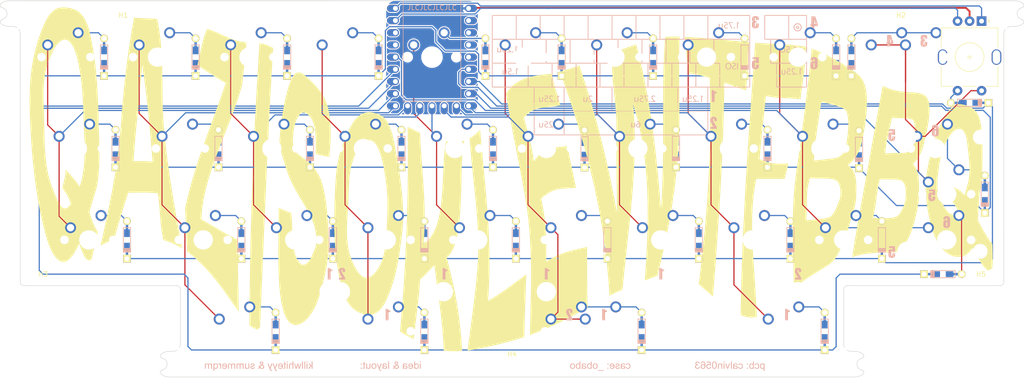
<source format=kicad_pcb>
(kicad_pcb (version 20221018) (generator pcbnew)
  (layers (0 "F.Cu" signal) (31 "B.Cu" signal) (34 "B.Paste" user) (35 "F.Paste" user) (36 "B.SilkS" user "B.Silkscreen") (37 "F.SilkS" user "F.Silkscreen") (38 "B.Mask" user) (39 "F.Mask" user) (44 "Edge.Cuts" user))
  (net 0 "")
  (net 1 "Net-(D1-A)")
  (net 2 "ROW0")
  (net 3 "Net-(D2-A)")
  (net 4 "Net-(D3-A)")
  (net 5 "Net-(D4-A)")
  (net 6 "Net-(D5-A)")
  (net 7 "Net-(D6-A)")
  (net 8 "Net-(D7-A)")
  (net 9 "Net-(D8-A)")
  (net 10 "Net-(D9-A)")
  (net 11 "Net-(D10-A)")
  (net 12 "Net-(D11-A)")
  (net 13 "ROW1")
  (net 14 "Net-(D12-A)")
  (net 15 "Net-(D13-A)")
  (net 16 "Net-(D14-A)")
  (net 17 "Net-(D15-A)")
  (net 18 "Net-(D16-A)")
  (net 19 "Net-(D17-A)")
  (net 20 "Net-(D18-A)")
  (net 21 "Net-(D19-A)")
  (net 22 "Net-(D20-A)")
  (net 23 "Net-(D21-A)")
  (net 24 "ROW2")
  (net 25 "Net-(D22-A)")
  (net 26 "Net-(D23-A)")
  (net 27 "Net-(D24-A)")
  (net 28 "Net-(D25-A)")
  (net 29 "Net-(D26-A)")
  (net 30 "Net-(D27-A)")
  (net 31 "Net-(D28-A)")
  (net 32 "Net-(D29-A)")
  (net 33 "Net-(D30-A)")
  (net 34 "ROW3")
  (net 35 "Net-(D31-A)")
  (net 36 "Net-(D32-A)")
  (net 37 "Net-(D33-A)")
  (net 38 "COL0")
  (net 39 "COL1")
  (net 40 "COL2")
  (net 41 "COL3")
  (net 42 "COL4")
  (net 43 "COL5")
  (net 44 "COL6")
  (net 45 "COL7")
  (net 46 "COL8")
  (net 47 "COL9")
  (net 50 "Net-(D35-A)")
  (net 53 "+3V3")
  (net 54 "+5V")
  (net 55 "GND")
  (net 56 "Net-(D34-A)")
  (net 57 "ROTARY_A")
  (net 58 "ROTARY_B")
  (footprint "PCM_marbastlib-mx:SW_MX_1.75u" (layer "F.Cu") (at 211.93125 33.3375)
    (fp_text reference "MX10" hide)
    (fp_text value "MX_SW_solder" hide)
  )
  (footprint "Keebio-Parts:Diode-Hybrid-Back" (layer "F.Cu") (at 215.9 78.58125 180)
    (fp_text reference "D35" hide)
    (fp_text value "D_Small" hide)
  )
  (footprint "Keebio-Parts:Diode-Hybrid-Back" (layer "F.Cu") (at 65.0875 52.3875 -90)
    (fp_text reference "D12" hide)
    (fp_text value "D_Small" hide)
  )
  (footprint "PCM_marbastlib-mx:SW_MX_1u" (layer "F.Cu") (at 171.45 52.3875)
    (fp_text reference "MX18" hide)
    (fp_text value "MX_SW_solder" hide)
  )
  (footprint "Keebio-Parts:Diode-Hybrid-Back" (layer "F.Cu") (at 76.99375 90.4875 -90)
    (fp_text reference "D30" hide)
    (fp_text value "D_Small" hide)
  )
  (footprint "Keebio-Parts:Diode-Hybrid-Back" (layer "F.Cu") (at 165.1 71.4375 -90)
    (fp_text reference "D27" hide)
    (fp_text value "D_Small" hide)
  )
  (footprint "PCM_marbastlib-mx:SW_MX_1u" (layer "F.Cu") (at 190.5 52.3875)
    (fp_text reference "MX19" hide)
    (fp_text value "MX_SW_solder" hide)
  )
  (footprint "Keebio-Parts:Diode-Hybrid-Back" (layer "F.Cu") (at 153.19375 90.4875 -90)
    (fp_text reference "D32" hide)
    (fp_text value "D_Small" hide)
  )
  (footprint "PCM_marbastlib-mx:SW_MX_1u" (layer "F.Cu") (at 157.1625 71.4375)
    (fp_text reference "MX27" hide)
    (fp_text value "MX_SW_solder" hide)
  )
  (footprint "Keebio-Parts:Diode-Hybrid-Back" (layer "F.Cu") (at 141.2875 52.45625 -90)
    (fp_text reference "D16" hide)
    (fp_text value "D_Small" hide)
  )
  (footprint "PCM_marbastlib-mx:STAB_MX_ISO-ROT" (layer "F.Cu") (at 216.69375 61.9125)
    (fp_text reference "S3" hide)
    (fp_text value "MX_stab")
  )
  (footprint "PCM_marbastlib-mx:SW_MX_1u" (layer "F.Cu") (at 80.9625 71.4375)
    (fp_text reference "MX23" hide)
    (fp_text value "MX_SW_solder" hide)
  )
  (footprint "Keebio-Parts:Diode-Hybrid-Back" (layer "F.Cu") (at 46.0375 71.4375 -90)
    (fp_text reference "D21" hide)
    (fp_text value "D_Small" hide)
  )
  (footprint "Keebio-Parts:RotaryEncoder_EC11" (layer "F.Cu") (at 221.45625 33.3375 -90)
    (fp_text reference "SW1")
    (fp_text value "RotaryEncoder_Switch")
  )
  (footprint "PCM_marbastlib-mx:SW_MX_1u" (layer "F.Cu") (at 133.35 52.3875)
    (fp_text reference "MX16" hide)
    (fp_text value "MX_SW_solder" hide)
  )
  (footprint "PCM_marbastlib-mx:SW_MX_1u" (layer "F.Cu") (at 216.69375 61.9125)
    (fp_text reference "MX20" hide)
    (fp_text value "MX_SW_solder" hide)
  )
  (footprint "Keebio-Parts:Diode-Hybrid-Back" (layer "F.Cu") (at 191.29375 90.4875 -90)
    (fp_text reference "D33" hide)
    (fp_text value "D_Small" hide)
  )
  (footprint "Keebio-Parts:Diode-Hybrid-Back" (layer "F.Cu") (at 221.45625 42.8625)
    (fp_text reference "D34" hide)
    (fp_text value "D_Small" hide)
  )
  (footprint "Keebio-Parts:breakaway-mousebites" (layer "F.Cu") (at 195.2625 96.8375 -90)
    (fp_text reference "REF**" hide)
    (fp_text value "breakaway-mousebites" hide)
  )
  (footprint "Keebio-Parts:Diode-Hybrid-Back" (layer "F.Cu") (at 184.15 71.4375 -90)
    (fp_text reference "D28" hide)
    (fp_text value "D_Small" hide)
  )
  (footprint "PCM_marbastlib-mx:SW_MX_1u" (layer "F.Cu") (at 195.2625 71.4375)
    (fp_text reference "MX29" hide)
    (fp_text value "MX_SW_solder" hide)
  )
  (footprint "PCM_marbastlib-mx:SW_MX_1u" (layer "F.Cu") (at 145.25625 90.4875)
    (fp_text reference "MX32" hide)
    (fp_text value "MX_SW_solder" hide)
  )
  (footprint "Keebio-Parts:Diode-Hybrid-Back" (layer "F.Cu") (at 107.95 90.4875 -90)
    (fp_text reference "D31" hide)
    (fp_text value "D_Small" hide)
  )
  (footprint "PCM_marbastlib-mx:SW_MX_1u" (layer "F.Cu") (at 90.4875 33.3375)
    (fp_text reference "MX4" hide)
    (fp_text value "MX_SW_solder" hide)
  )
  (footprint "PCM_marbastlib-mx:STAB_MX_6u" (layer "F.Cu") (at 138.1125 90.4875 180)
    (fp_text reference "S4" hide)
    (fp_text value "MX_stab")
  )
  (footprint "Keebio-Parts:Diode-Hybrid-Back" (layer "F.Cu") (at 160.3375 52.3875 -90)
    (fp_text reference "D17" hide)
    (fp_text value "D_Small" hide)
  )
  (footprint "PCM_marbastlib-mx:SW_MX_1u" (layer "F.Cu") (at 138.1125 90.4875)
    (fp_text reference "MX36" hide)
    (fp_text value "MX_SW_solder" hide)
  )
  (footprint "PCM_marbastlib-mx:SW_MX_1u" (layer "F.Cu") (at 100.0125 90.4875)
    (fp_text reference "MX31" hide)
    (fp_text value "MX_SW_solder" hide)
  )
  (footprint "Keebio-Parts:breakaway-mousebites" (layer "F.Cu") (at 228.6 24.60625 -90)
    (fp_text reference "REF**" hide)
    (fp_text value "breakaway-mousebites" hide)
  )
  (footprint "Keebio-Parts:Diode-Hybrid-Back" (layer "F.Cu") (at 136.525 33.3375 -90)
    (fp_text reference "D6" hide)
    (fp_text value "D_Small" hide)
  )
  (footprint "Keebio-Parts:Diode-Hybrid-Back" (layer "F.Cu") (at 193.675 33.3375 -90)
    (fp_text reference "D9" hide)
    (fp_text value "D_Small" hide)
  )
  (footprint "Keebio-Parts:Diode-Hybrid-Back" (layer "F.Cu") (at 146.05 71.4375 -90)
    (fp_text reference "D26" hide)
    (fp_text value "D_Small" hide)
  )
  (footprint "PCM_marbastlib-mx:SW_MX_1u" (layer "F.Cu") (at 95.25 52.3875)
    (fp_text reference "MX14" hide)
    (fp_text value "MX_SW_solder" hide)
  )
  (footprint "PCM_marbastlib-mx:STAB_MX_2.75u" (layer "F.Cu") (at 145.25625 90.4875 180)
    (fp_text reference "S2" hide)
    (fp_text value "MX_stab")
  )
  (footprint "Keebio-Parts:Diode-Hybrid-Back" (layer "F.Cu") (at 224.63125 61.9125 -90)
    (fp_text reference "D20" hide)
    (fp_text value "D_Small" hide)
  )
  (footprint "PCM_marbastlib-mx:SW_MX_1u" (layer "F.Cu") (at 76.2 52.3875)
    (fp_text reference "MX13" hide)
    (fp_text value "MX_SW_solder" hide)
  )
  (footprint "Keebio-Parts:Diode-Hybrid-Back" (layer "F.Cu") (at 88.9 71.4375 -90)
    (fp_text reference "D23" hide)
    (fp_text value "D_Small" hide)
  )
  (footprint "Keebio-Parts:Diode-Hybrid-Back" (layer "F.Cu") (at 179.3875 52.3875 -90)
    (fp_text reference "D18" hide)
    (fp_text value "D_Small" hide)
  )
  (footprint "PCM_marbastlib-mx:SW_MX_1.25u" (layer "F.Cu") (at 69.05625 90.4875)
    (fp_text reference "MX30" hide)
    (fp_text value "MX_SW_solder" hide)
  )
  (footprint "PCM_marbastlib-mx:SW_MX_1u" (layer "F.Cu") (at 114.3 52.3875)
    (fp_text reference "MX15" hide)
    (fp_text value "MX_SW_solder" hide)
  )
  (footprint "Keebio-Parts:Diode-Hybrid-Back" (layer "F.Cu") (at 120.65 33.3375 -90)
    (fp_text reference "D5" hide)
    (fp_text value "D_Small" hide)
  )
  (footprint "PCM_marbastlib-mx:SW_MX_1u" (layer "F.Cu") (at 61.9125 71.4375)
    (fp_text reference "MX22" hide)
    (fp_text value "MX_SW_solder" hide)
  )
  (footprint "PCM_marbastlib-mx:SW_MX_1u" (layer "F.Cu") (at 71.4375 33.3375)
    (fp_text reference "MX3" hide)
    (fp_text value "MX_SW_solder" hide)
  )
  (footprint "Keebio-Parts:Diode-Hybrid-Back" (layer "F.Cu") (at 107.95 71.4375 -90)
    (fp_text reference "D24" hide)
    (fp_text value "D_Small" hide)
  )
  (footprint "Keebio-Parts:Diode-Hybrid-Back" (layer "F.Cu") (at 98.425 33.3375 -90)
    (fp_text reference "D4" hide)
    (fp_text value "D_Small" hide)
  )
  (footprint "PCM_marbastlib-mx:SW_MX_1u" (layer "F.Cu") (at 57.15 52.3875)
    (fp_text reference "MX12" hide)
    (fp_text value "MX_SW_solder" hide)
  )
  (footprint "Keebio-Parts:Diode-Hybrid-Back" (layer "F.Cu") (at 43.65625 52.3875 -90)
    (fp_text reference "D11" hide)
    (fp_text value "D_Small" hide)
  )
  (footprint "PCM_marbastlib-mx:SW_MX_1u" (layer "F.Cu") (at 33.3375 33.3375)
    (fp_text reference "MX1" hide)
    (fp_text value "MX_SW_solder" hide)
  )
  (footprint "PCM_marbastlib-mx:SW_MX_1u" (layer "F.Cu") (at 152.4 52.3875)
    (fp_text reference "MX17" hide)
    (fp_text value "MX_SW_solder" hide)
  )
  (footprint "Keebio-Parts:Diode-Hybrid-Back" (layer "F.Cu") (at 198.4375 52.575 -90)
    (fp_text reference "D19" hide)
    (fp_text value "D_Small" hide)
  )
  (footprint "PCM_marbastlib-mx:SW_MX_1.25u" (layer "F.Cu") (at 216.69375 71.4375)
    (fp_text reference "MX37" hide)
    (fp_text value "MX_SW_solder" hide)
  )
  (footprint "Keebio-Parts:Diode-Hybrid-Back" (layer "F.Cu") (at 174.625 33.3375 -90)
    (fp_text reference "D8" hide)
    (fp_text value "D_Small" hide)
  )
  (footprint "PCM_marbastlib-mx:SW_MX_1u" (layer "F.Cu") (at 52.3875 33.3375)
    (fp_text reference "MX2" hide)
    (fp_text value "MX_SW_solder" hide)
  )
  (footprint "PCM_marbastlib-mx:SW_MX_1.5u" (layer "F.Cu") (at 214.3125 52.3875)
    (fp_text reference "MX35" hide)
    (fp_text value "MX_SW_solder" hide)
  )
  (footprint "PCM_marbastlib-mx:SW_MX_1.25u" (layer "F.Cu") (at 35.71875 52.3875)
    (fp_text reference "MX11" hide)
    (fp_text value "MX_SW_solder" hide)
  )
  (footprint "Keebio-Parts:breakaway-mousebites" (layer "F.Cu") (at 57.15 96.8375 90)
    (fp_text reference "REF**" hide)
    (fp_text value "breakaway-mousebites" hide)
  )
  (footprint "PCM_marbastlib-mx:SW_MX_1u" (layer "F.Cu") (at 100.0125 71.4375)
    (fp_text reference "MX24" hide)
    (fp_text value "MX_SW_solder" hide)
  )
  (footprint "Keebio-Parts:Diode-Hybrid-Back" (layer "F.Cu") (at 203.2 71.4375 -90)
    (fp_text reference "D29" hide)
    (fp_text value "D_Small" hide)
  )
  (footprint "Keebio-Parts:Diode-Hybrid-Back" (layer "F.Cu") (at 122.2375 52.3875 -90)
    (fp_text reference "D15" hide)
    (fp_text value "D_Small" hide)
  )
  (footprint "PCM_marbastlib-mx:SW_MX_1u" (layer "F.Cu") (at 119.0625 71.4375)
    (fp_text reference "MX25" hide)
    (fp_text value "MX_SW_solder" hide)
  )
  (footprint "PCM_marbastlib-mx:SW_MX_1u" (layer "F.Cu") (at 185.7375 33.3375)
    (fp_text reference "MX9" hide)
    (fp_text value "MX_SW_solder" hide)
  )
  (footprint "PCM_marbastlib-mx:SW_MX_1u" (layer "F.Cu") (at 109.5375 33.3375)
    (fp_text reference "MX5" hide)
    (fp_text value "MX_SW_solder" hide)
  )
  (footprint "PCM_marbastlib-mx:SW_MX_1u" (layer "F.Cu") (at 138.1125 71.4375)
    (fp_text reference "MX26" hide)
    (fp_text value "MX_SW_solder" hide)
  )
  (footprint "PCM_marbastlib-mx:SW_MX_1u" (layer "F.Cu") (at 147.6375 33.3375)
    (fp_text reference "MX7" hide)
    (fp_text value "MX_SW_solder" hide)
  )
  (footprint "Keebio-Parts:Diode-Hybrid-Back" (layer "F.Cu") (at 127 71.4375 -90)
    (fp_text reference "D25" hide)
    (fp_text value "D_Small" hide)
  )
  (footprint "PCM_marbastlib-mx:SW_MX_1.25u" (layer "F.Cu") (at 183.35625 90.4875)
    (fp_text reference "MX33" hide)
    (fp_text value "MX_SW_solder" hide)
  )
  (footprint "Keebio-Parts:Diode-Hybrid-Back" (layer "F.Cu") (at 69.85 71.4375 -90)
    (fp_text reference "D22" hide)
    (fp_text value "D_Small" hide)
  )
  (footprint "PCM_marbastlib-mx:SW_MX_1u" (layer "F.Cu") (at 176.2125 71.4375)
    (fp_text reference "MX28" hide)
    (fp_text value "MX_SW_solder" hide)
  )
  (footprint "Keebio-Parts:Diode-Hybrid-Back" (layer "F.Cu") (at 103.1875 52.3875 -90)
    (fp_text reference "D14" hide)
    (fp_text value "D_Small" hide)
  )
  (footprint "PCM_marbastlib-mx:SW_MX_1.5u" (layer "F.Cu") (at 38.1 71.4375)
    (fp_text reference "MX21" hide)
    (fp_text value "MX_SW_solder" hide)
  )
  (footprint "Keebio-Parts:Diode-Hybrid-Back" (layer "F.Cu") (at 60.325 33.3375 -90)
    (fp_text reference "D2" hide)
    (fp_text value "D_Small" hide)
  )
  (footprint "PCM_marbastlib-mx:SW_MX_1u" (layer "F.Cu") (at 204.7875 33.3375)
    (fp_text reference "MX34" hide)
    (fp_text value "MX_SW_solder" hide)
  )
  (footprint "PCM_marbastlib-mx:SW_MX_1u" (layer "F.Cu") (at 166.6875 33.3375)
    (fp_text reference "MX8" hide)
    (fp_text value "MX_SW_solder" hide)
  )
  (footprint "Keebio-Parts:Diode-Hybrid-Back" (layer "F.Cu") (at 41.275 33.3375 -90)
    (fp_text reference "D1" hide)
    (fp_text value "D_Small" hide)
  )
  (footprint "Keebio-Parts:Diode-Hybrid-Back" (layer "F.Cu") (at 196.85 33.3375 -90)
    (fp_text reference "D10" hide)
    (fp_text value "D_Small" hide)
  )
  (footprint "Keebio-Parts:Diode-Hybrid-Back" (layer "F.Cu") (at 155.575 33.3375 -90)
    (fp_text reference "D7" hide)
    (fp_text value "D_Small" hide)
  )
  (footprint "Keebio-Parts:breakaway-mousebites" (layer "F.Cu") (at 23.8125 24.60625 90)
    (fp_text reference "REF**" hide)
    (fp_text value "breakaway-mousebites" hide)
  )
  (footprint "Keebio-Parts:Diode-Hybrid-Back" (layer "F.Cu") (at 79.375 33.3375 -90)
    (fp_text reference "D3" hide)
    (fp_text value "D_Small" hide)
  )
  (footprint "PCM_marbastlib-mx:SW_MX_1u" (layer "F.Cu") (at 128.5875 33.3375)
    (fp_text reference "MX6" hide)
    (fp_text value "MX_SW_solder" hide)
  )
  (footprint "PCM_marbastlib-mx:STAB_MX_2u" (layer "F.Cu") (at 100.0125 90.4875 180)
    (fp_text reference "S1" hide)
    (fp_text value "MX_stab")
  )
  (footprint "Keebio-Parts:Diode-Hybrid-Back" (layer "F.Cu") (at 84.1375 52.3875 -90)
    (fp_text reference "D13" hide)
    (fp_text value "D_Small" hide)
  )
  (footprint "MountingHole:MountingHole_2.2mm_M2" (layer "B.Cu") (at 209.55 24.60625 180)
    (fp_text reference "H2")
    (fp_text value "MountingHole")
  )
  (footprint "MountingHole:MountingHole_2.2mm_M2" (layer "B.Cu") (at 126.20625 97.63125 180)
    (fp_text reference "H4")
    (fp_text value "MountingHole")
  )
  (footprint "MountingHole:MountingHole_2.2mm_M2" (layer "B.Cu") (at 226.21875 78.58125 180)
    (fp_text reference "H5")
    (fp_text value "MountingHole")
  )
  (footprint "MountingHole:MountingHole_2.2mm_M2" (layer "B.Cu") (at 42.8625 24.60625 180)
    (fp_text reference "H1")
    (fp_text value "MountingHole")
  )
  (footprint "MountingHole:MountingHole_2.2mm_M2" (layer "B.Cu") (at 26.19375 78.58125 180)
    (fp_text reference "H3")
    (fp_text value "MountingHole")
  )
  (footprint "mcu:rp2040-zero-tht" (layer "B.Cu") (at 109.5375 33.3375 180)
    (fp_text reference "RZ1" hide)
    (fp_text value "RP2040-Zero" hide)
  )
  (gr_poly (pts (xy 102.071948 96.764176) (xy 102.052959 96.765292) (xy 102.034518 96.767151) (xy 102.016608 96.769755) (xy 101.999216 96.773103) (xy 101.982325 96.777194) (xy 101.965919 96.78203) (xy 101.949984 96.78761) (xy 101.934503 96.793933) (xy 101.919461 96.801001) (xy 101.904844 96.808812) (xy 101.890634 96.817368) (xy 101.876817 96.826667) (xy 101.863377 96.836711) (xy 101.850298 96.847499) (xy 101.837566 96.85903) (xy 101.825414 96.871099) (xy 101.814084 96.883493) (xy 101.803569 96.896208) (xy 101.793866 96.909237) (xy 101.784969 96.922576) (xy 101.776873 96.936219) (xy 101.769572 96.950162) (xy 101.763062 96.9644) (xy 101.757337 96.978926) (xy 101.752392 96.993737) (xy 101.748222 97.008826) (xy 101.744822 97.024189) (xy 101.742186 97.039821) (xy 101.74031 97.055717) (xy 101.739188 97.07187) (xy 101.738815 97.088277) (xy 101.739094 97.101772) (xy 101.739931 97.115143) (xy 101.741326 97.12839) (xy 101.743279 97.141512) (xy 101.74579 97.154511) (xy 101.748858 97.167386) (xy 101.752485 97.180137) (xy 101.75667 97.192763) (xy 101.761412 97.205266) (xy 101.766713 97.217645) (xy 101.772571 97.229899) (xy 101.778988 97.24203) (xy 101.785962 97.254036) (xy 101.793494 97.265919) (xy 101.810233 97.289312) (xy 101.829203 97.312209) (xy 101.850406 97.33461) (xy 101.87384 97.356515) (xy 101.899506 97.377925) (xy 101.927404 97.398838) (xy 101.957534 97.419255) (xy 101.989896 97.439176) (xy 102.02449 97.458602) (xy 101.752921 97.804239) (xy 101.741349 97.781259) (xy 101.730438 97.757287) (xy 101.720188 97.732323) (xy 101.710599 97.706367) (xy 101.701672 97.679418) (xy 101.693407 97.651478) (xy 101.685804 97.622546) (xy 101.678863 97.592622) (xy 101.484881 97.634944) (xy 101.497439 97.682886) (xy 101.511278 97.728845) (xy 101.526358 97.77282) (xy 101.542636 97.814812) (xy 101.560073 97.854819) (xy 101.578625 97.892844) (xy 101.598252 97.928884) (xy 101.618911 97.962941) (xy 101.6056 97.979969) (xy 101.592119 97.996667) (xy 101.578462 98.013033) (xy 101.564624 98.02907) (xy 101.550601 98.044775) (xy 101.536387 98.06015) (xy 101.521977 98.075195) (xy 101.507366 98.089908) (xy 101.492548 98.104292) (xy 101.477518 98.118344) (xy 101.462271 98.132066) (xy 101.446802 98.145458) (xy 101.431106 98.158518) (xy 101.415177 98.171248) (xy 101.399011 98.183648) (xy 101.382602 98.195717) (xy 101.506045 98.343848) (xy 101.519974 98.334341) (xy 101.533985 98.324333) (xy 101.548079 98.313819) (xy 101.562256 98.302793) (xy 101.576515 98.291251) (xy 101.590857 98.279186) (xy 101.605281 98.266595) (xy 101.619789 98.253472) (xy 101.634378 98.239811) (xy 101.649051 98.225608) (xy 101.663806 98.210857) (xy 101.678644 98.195553) (xy 101.693565 98.179691) (xy 101.708569 98.163267) (xy 101.723656 98.146273) (xy 101.738826 98.128707) (xy 101.738805 98.125183) (xy 101.750131 98.13758) (xy 101.761621 98.149637) (xy 101.773276 98.161341) (xy 101.785097 98.172685) (xy 101.797083 98.183656) (xy 101.809233 98.194245) (xy 101.821549 98.204441) (xy 101.834031 98.214234) (xy 101.846677 98.223614) (xy 101.859489 98.23257) (xy 101.872466 98.241092) (xy 101.885609 98.24917) (xy 101.898917 98.256794) (xy 101.912391 98.263952) (xy 101.92603 98.270635) (xy 101.939835 98.276833) (xy 101.953765 98.28324) (xy 101.967783 98.289234) (xy 101.981893 98.294814) (xy 101.996102 98.29998) (xy 102.010413 98.304734) (xy 102.024833 98.309073) (xy 102.039367 98.313) (xy 102.05402 98.316513) (xy 102.068797 98.319612) (xy 102.083703 98.322299) (xy 102.098743 98.324572) (xy 102.113924 98.326431) (xy 102.129249 98.327877) (xy 102.144724 98.328911) (xy 102.160354 98.32953) (xy 102.176145 98.329737) (xy 102.20487 98.329117) (xy 102.232851 98.327257) (xy 102.260088 98.324157) (xy 102.286581 98.319817) (xy 102.312331 98.314238) (xy 102.337336 98.307418) (xy 102.361597 98.299359) (xy 102.385114 98.290059) (xy 102.407887 98.27952) (xy 102.429916 98.267741) (xy 102.451201 98.254722) (xy 102.471742 98.240463) (xy 102.491539 98.224964) (xy 102.510592 98.208226) (xy 102.5289 98.190248) (xy 102.546465 98.171029) (xy 102.559897 98.155034) (xy 102.572425 98.13879) (xy 102.584054 98.122299) (xy 102.59479 98.105559) (xy 102.604637 98.088572) (xy 102.613601 98.071337) (xy 102.621687 98.053855) (xy 102.6289 98.036124) (xy 102.635245 98.018145) (xy 102.640727 97.999918) (xy 102.645352 97.981444) (xy 102.649124 97.962721) (xy 102.652049 97.94375) (xy 102.654132 97.924531) (xy 102.655378 97.905064) (xy 102.655792 97.885349) (xy 102.655497 97.871244) (xy 102.454752 97.871244) (xy 102.454462 97.882527) (xy 102.453594 97.893893) (xy 102.452148 97.905342) (xy 102.450122 97.916873) (xy 102.447518 97.928487) (xy 102.444335 97.940184) (xy 102.440574 97.951963) (xy 102.436233 97.963825) (xy 102.431315 97.975769) (xy 102.425817 97.987796) (xy 102.419742 97.999906) (xy 102.413087 98.012098) (xy 102.405854 98.024373) (xy 102.398042 98.03673) (xy 102.389652 98.04917) (xy 102.380684 98.061692) (xy 102.371219 98.073844) (xy 102.361331 98.085174) (xy 102.351008 98.095689) (xy 102.340241 98.105392) (xy 102.329019 98.11429) (xy 102.317332 98.122386) (xy 102.30517 98.129688) (xy 102.292521 98.136198) (xy 102.279377 98.141924) (xy 102.265726 98.146869) (xy 102.251558 98.15104) (xy 102.236863 98.15444) (xy 102.221631 98.157076) (xy 102.205851 98.158952) (xy 102.189513 98.160075) (xy 102.172606 98.160447) (xy 102.162024 98.160241) (xy 102.151437 98.159621) (xy 102.140839 98.158588) (xy 102.130226 98.157141) (xy 102.119592 98.155281) (xy 102.108933 98.153008) (xy 102.098243 98.150321) (xy 102.087516 98.147221) (xy 102.076749 98.143708) (xy 102.065935 98.139782) (xy 102.055069 98.135442) (xy 102.044147 98.130689) (xy 102.033162 98.125522) (xy 102.022111 98.119943) (xy 102.010988 98.11395) (xy 101.999787 98.107543) (xy 101.988708 98.100807) (xy 101.97795 98.093828) (xy 101.967502 98.086612) (xy 101.957353 98.079163) (xy 101.947495 98.071487) (xy 101.937915 98.063588) (xy 101.928604 98.055473) (xy 101.919551 98.047146) (xy 101.910747 98.038612) (xy 101.902179 98.029877) (xy 101.893839 98.020946) (xy 101.885715 98.011823) (xy 101.877798 98.002514) (xy 101.870077 97.993025) (xy 101.862541 97.983359) (xy 101.856552 97.975356) (xy 102.197288 97.553828) (xy 102.216055 97.565027) (xy 102.234 97.576138) (xy 102.251129 97.587157) (xy 102.267446 97.598077) (xy 102.282957 97.608894) (xy 102.297667 97.619603) (xy 102.311581 97.630198) (xy 102.324704 97.640675) (xy 102.337042 97.651027) (xy 102.3486 97.661251) (xy 102.359382 97.67134) (xy 102.369395 97.681289) (xy 102.378642 97.691094) (xy 102.38713 97.700749) (xy 102.394863 97.710249) (xy 102.401847 97.719589) (xy 102.408254 97.729468) (xy 102.414247 97.739269) (xy 102.419827 97.748999) (xy 102.424993 97.75866) (xy 102.429746 97.76826) (xy 102.434086 97.777803) (xy 102.438013 97.787295) (xy 102.441526 97.79674) (xy 102.444626 97.806143) (xy 102.447312 97.81551) (xy 102.449585 97.824847) (xy 102.451445 97.834157) (xy 102.452892 97.843447) (xy 102.453925 97.852721) (xy 102.454545 97.861985) (xy 102.454752 97.871244) (xy 102.655497 97.871244) (xy 102.655421 97.867618) (xy 102.654311 97.850135) (xy 102.652468 97.8329) (xy 102.649896 97.815913) (xy 102.6466 97.799174) (xy 102.642587 97.782683) (xy 102.637861 97.76644) (xy 102.632426 97.750445) (xy 102.62629 97.734698) (xy 102.619455 97.719199) (xy 102.611928 97.703948) (xy 102.603714 97.688944) (xy 102.594818 97.674189) (xy 102.585245 97.659681) (xy 102.575001 97.645422) (xy 102.564089 97.63141) (xy 102.552475 97.617607) (xy 102.540123 97.603974) (xy 102.527037 97.590517) (xy 102.513223 97.57724) (xy 102.498686 97.56415) (xy 102.483431 97.551251) (xy 102.467463 97.538548) (xy 102.450788 97.526046) (xy 102.43341 97.513752) (xy 102.415335 97.501669) (xy 102.396568 97.489803) (xy 102.377114 97.478159) (xy 102.356978 97.466743) (xy 102.336165 97.455559) (xy 102.314681 97.444612) (xy 102.29253 97.433909) (xy 102.316667 97.405473) (xy 102.33882 97.378361) (xy 102.358989 97.352571) (xy 102.377174 97.328103) (xy 102.393375 97.304958) (xy 102.407593 97.283135) (xy 102.419828 97.262634) (xy 102.430079 97.243456) (xy 102.434545 97.234238) (xy 102.438684 97.225098) (xy 102.442504 97.216031) (xy 102.446007 97.20703) (xy 102.449201 97.198091) (xy 102.45209 97.18921) (xy 102.454679 97.180379) (xy 102.456974 97.171596) (xy 102.458979 97.162854) (xy 102.4607 97.154148) (xy 102.462142 97.145473) (xy 102.46331 97.136823) (xy 102.46421 97.128195) (xy 102.464846 97.119582) (xy 102.465224 97.11098) (xy 102.465349 97.102383) (xy 102.464936 97.085354) (xy 102.46489 97.084743) (xy 102.274885 97.084743) (xy 102.274804 97.09344) (xy 102.274562 97.101089) (xy 102.274165 97.107797) (xy 102.273619 97.113674) (xy 102.272928 97.118827) (xy 102.272097 97.123366) (xy 102.271132 97.127398) (xy 102.270038 97.131033) (xy 102.26882 97.134378) (xy 102.267483 97.137543) (xy 102.264472 97.143764) (xy 102.261048 97.150564) (xy 102.259193 97.154452) (xy 102.257251 97.158811) (xy 102.255146 97.16348) (xy 102.252809 97.168227) (xy 102.250255 97.173046) (xy 102.247499 97.177932) (xy 102.244557 97.182881) (xy 102.241444 97.187886) (xy 102.23477 97.198045) (xy 102.2276 97.208371) (xy 102.220058 97.21882) (xy 102.204357 97.239927) (xy 102.123231 97.335153) (xy 102.116173 97.335153) (xy 102.08708 97.318132) (xy 102.073539 97.309758) (xy 102.060675 97.301482) (xy 102.048493 97.29331) (xy 102.036998 97.285246) (xy 102.026196 97.277297) (xy 102.016091 97.269465) (xy 102.006689 97.261758) (xy 101.997995 97.25418) (xy 101.990015 97.246736) (xy 101.982752 97.239432) (xy 101.976213 97.232272) (xy 101.970403 97.225261) (xy 101.965326 97.218406) (xy 101.960989 97.21171) (xy 101.957105 97.205055) (xy 101.953397 97.198312) (xy 101.949875 97.191476) (xy 101.94655 97.184541) (xy 101.943431 97.177504) (xy 101.940529 97.170358) (xy 101.937855 97.163098) (xy 101.935418 97.155719) (xy 101.933229 97.148217) (xy 101.931299 97.140585) (xy 101.929637 97.132819) (xy 101.928254 97.124914) (xy 101.927161 97.116864) (xy 101.926367 97.108665) (xy 101.925883 97.10031) (xy 101.925719 97.091796) (xy 101.925925 97.082001) (xy 101.926539 97.072454) (xy 101.927555 97.063155) (xy 101.928969 97.054104) (xy 101.930776 97.0453) (xy 101.93297 97.036745) (xy 101.935547 97.028437) (xy 101.938501 97.020378) (xy 101.941826 97.012566) (xy 101.945519 97.005002) (xy 101.949574 96.997687) (xy 101.953985 96.990619) (xy 101.958748 96.983799) (xy 101.963857 96.977228) (xy 101.969308 96.970904) (xy 101.975095 96.964829) (xy 101.981171 96.959043) (xy 101.98749 96.953594) (xy 101.994046 96.948486) (xy 102.000834 96.943723) (xy 102.00785 96.939312) (xy 102.015087 96.935258) (xy 102.022541 96.931565) (xy 102.030207 96.928238) (xy 102.03808 96.925284) (xy 102.046153 96.922707) (xy 102.054423 96.920512) (xy 102.062885 96.918705) (xy 102.071532 96.91729) (xy 102.08036 96.916273) (xy 102.089364 96.915659) (xy 102.098538 96.915453) (xy 102.107715 96.915659) (xy 102.116726 96.916273) (xy 102.125572 96.91729) (xy 102.134252 96.918705) (xy 102.142766 96.920512) (xy 102.151115 96.922707) (xy 102.159299 96.925284) (xy 102.167316 96.928238) (xy 102.175168 96.931565) (xy 102.182855 96.935258) (xy 102.190376 96.939312) (xy 102.197732 96.943723) (xy 102.204922 96.948486) (xy 102.211947 96.953594) (xy 102.218806 96.959043) (xy 102.2255 96.964829) (xy 102.231865 96.970864) (xy 102.237745 96.977069) (xy 102.243151 96.98345) (xy 102.248091 96.990012) (xy 102.252578 96.996761) (xy 102.256621 97.0037) (xy 102.26023 97.010836) (xy 102.263415 97.018173) (xy 102.266187 97.025717) (xy 102.268556 97.033472) (xy 102.270533 97.041445) (xy 102.272127 97.04964) (xy 102.273349 97.058062) (xy 102.27421 97.066716) (xy 102.274718 97.075608) (xy 102.274885 97.084743) (xy 102.46489 97.084743) (xy 102.463696 97.06865) (xy 102.461629 97.052267) (xy 102.458736 97.036199) (xy 102.455016 97.020441) (xy 102.45047 97.004988) (xy 102.445097 96.989834) (xy 102.438898 96.974975) (xy 102.431872 96.960405) (xy 102.42402 96.94612) (xy 102.415341 96.932113) (xy 102.405836 96.91838) (xy 102.395504 96.904916) (xy 102.384346 96.891715) (xy 102.372361 96.878772) (xy 102.359551 96.866083) (xy 102.346078 96.853891) (xy 102.332121 96.842448) (xy 102.317688 96.831759) (xy 102.30279 96.82183) (xy 102.287437 96.812666) (xy 102.271641 96.804271) (xy 102.25541 96.796652) (xy 102.238755 96.789813) (xy 102.221687 96.783759) (xy 102.204216 96.778496) (xy 102.186352 96.774028) (xy 102.168106 96.770361) (xy 102.149487 96.7675) (xy 102.130506 96.76545) (xy 102.111174 96.764216) (xy 102.0915 96.763804)) (fill solid) (layer "B.SilkS"))
  (gr_poly (pts (xy 139.469523 39.518757) (xy 139.61413 39.518757) (xy 139.61413 37.356769) (xy 139.469523 37.356769)) (fill solid) (layer "B.SilkS"))
  (gr_poly (pts (xy 127.00587 29.549304) (xy 127.006414 29.553869) (xy 127.007099 29.558391) (xy 127.00792 29.562867) (xy 127.009963 29.571679) (xy 127.012523 29.580295) (xy 127.015578 29.588704) (xy 127.019109 29.596896) (xy 127.023095 29.604861) (xy 127.027514 29.612588) (xy 127.032347 29.620067) (xy 127.037572 29.627288) (xy 127.043169 29.63424) (xy 127.049117 29.640914) (xy 127.055395 29.647298) (xy 127.061983 29.653382) (xy 127.06886 29.659156) (xy 127.076006 29.66461) (xy 127.083153 29.659737) (xy 127.090031 29.654395) (xy 127.09662 29.648607) (xy 127.102899 29.642402) (xy 127.108848 29.635803) (xy 127.114444 29.628838) (xy 127.119669 29.621532) (xy 127.124501 29.613911) (xy 127.12892 29.606) (xy 127.132905 29.597826) (xy 127.136435 29.589415) (xy 127.13949 29.580791) (xy 127.142049 29.571982) (xy 127.144092 29.563012) (xy 127.145597 29.553908) (xy 127.146545 29.544696) (xy 127.005467 29.544696)) (fill solid) (layer "B.SilkS"))
  (gr_poly (pts (xy 136.972477 43.867419) (xy 137.120613 43.867419) (xy 137.120613 43.666386) (xy 136.972477 43.666386)) (fill solid) (layer "B.SilkS"))
  (gr_poly (pts (xy 159.48042 34.564814) (xy 159.472998 34.570156) (xy 159.465938 34.575943) (xy 159.459254 34.582149) (xy 159.452964 34.588747) (xy 159.447081 34.595712) (xy 159.441623 34.603019) (xy 159.436603 34.61064) (xy 159.432039 34.61855) (xy 159.427944 34.626724) (xy 159.424336 34.635136) (xy 159.421228 34.64376) (xy 159.418638 34.652569) (xy 159.416579 34.661539) (xy 159.415068 34.670643) (xy 159.414121 34.679855) (xy 159.558723 34.679855) (xy 159.557155 34.670682) (xy 159.555107 34.661683) (xy 159.552593 34.652871) (xy 159.54963 34.644256) (xy 159.546233 34.635847) (xy 159.542418 34.627655) (xy 159.538199 34.61969) (xy 159.533593 34.611963) (xy 159.528615 34.604484) (xy 159.523281 34.597263) (xy 159.517605 34.590311) (xy 159.511604 34.583637) (xy 159.505293 34.577253) (xy 159.498687 34.571169) (xy 159.491803 34.565395) (xy 159.486249 34.561158)) (fill solid) (layer "B.SilkS"))
  (gr_poly (pts (xy 143.34112 33.745931) (xy 143.325083 33.774436) (xy 143.316693 33.788507) (xy 143.308055 33.802444) (xy 143.299169 33.816237) (xy 143.290035 33.829874) (xy 143.280653 33.843346) (xy 143.271023 33.856643) (xy 143.261146 33.869753) (xy 143.25102 33.882667) (xy 143.240647 33.895375) (xy 143.230026 33.907865) (xy 143.219157 33.920129) (xy 143.208039 33.932154) (xy 143.208039 34.5282) (xy 143.352636 34.5282) (xy 143.352636 34.514092) (xy 143.356165 34.514091) (xy 143.356165 33.717013)) (fill solid) (layer "B.SilkS"))
  (gr_poly (pts (xy 164.458585 39.640407) (xy 164.448432 39.645504) (xy 164.443164 39.647939) (xy 164.437783 39.650271) (xy 164.432298 39.652479) (xy 164.42672 39.654542) (xy 164.42106 39.65644) (xy 164.415327 39.658152) (xy 164.409533 39.659657) (xy 164.403686 39.660934) (xy 164.397799 39.661964) (xy 164.39188 39.662725) (xy 164.385941 39.663197) (xy 164.379991 39.663359) (xy 160.817823 39.663359) (xy 166.887614 39.677467) (xy 166.880561 39.677467) (xy 166.880561 42.964533) (xy 167.032216 42.964533) (xy 167.032216 39.663359) (xy 164.556334 39.663359) (xy 164.550384 39.663236) (xy 164.544445 39.66287) (xy 164.538526 39.662266) (xy 164.532638 39.66143) (xy 164.526792 39.660367) (xy 164.520997 39.659081) (xy 164.515264 39.657578) (xy 164.509604 39.655864) (xy 164.504026 39.653943) (xy 164.498541 39.65182) (xy 164.493159 39.649502) (xy 164.487891 39.646992) (xy 164.482746 39.644296) (xy 164.477736 39.641419) (xy 164.472871 39.638367) (xy 164.46816 39.635144)) (fill solid) (layer "B.SilkS"))
  (gr_poly (pts (xy 137.120613 42.968059) (xy 137.127661 42.968059) (xy 137.138238 39.666886) (xy 137.120613 39.666886)) (fill solid) (layer "B.SilkS"))
  (gr_poly (pts (xy 141.553922 49.633893) (xy 147.475578 49.633893) (xy 147.477022 49.624636) (xy 147.478693 49.615378) (xy 147.482633 49.596862) (xy 147.487235 49.578345) (xy 147.492332 49.559829) (xy 147.514371 49.485765) (xy 141.553922 49.485765)) (fill solid) (layer "B.SilkS"))
  (gr_poly (pts (xy 146.946546 43.867419) (xy 147.094671 43.867419) (xy 147.094671 43.666386) (xy 146.946546 43.666386)) (fill solid) (layer "B.SilkS"))
  (gr_poly (pts (xy 82.9616 98.305049) (xy 83.148524 98.305049) (xy 83.148524 96.792015) (xy 82.9616 96.792015)) (fill solid) (layer "B.SilkS"))
  (gr_poly (pts (xy 160.599158 49.633893) (xy 166.520813 49.633893) (xy 166.522256 49.624636) (xy 166.523927 49.615378) (xy 166.527867 49.596862) (xy 166.532468 49.578345) (xy 166.537565 49.559829) (xy 166.559607 49.485765) (xy 160.599158 49.485765)) (fill solid) (layer "B.SilkS"))
  (gr_poly (pts (xy 132.133589 29.544696) (xy 133.219865 29.544696) (xy 133.225815 29.544819) (xy 133.231754 29.545185) (xy 133.237673 29.545789) (xy 133.243561 29.546625) (xy 133.249407 29.547688) (xy 133.255202 29.548974) (xy 133.260935 29.550476) (xy 133.266595 29.55219) (xy 133.272173 29.554111) (xy 133.277658 29.556234) (xy 133.28304 29.558553) (xy 133.288308 29.561063) (xy 133.293453 29.563759) (xy 133.298463 29.566635) (xy 133.303328 29.569688) (xy 133.308039 29.572911) (xy 133.317615 29.567648) (xy 133.32777 29.562551) (xy 133.333038 29.560116) (xy 133.33842 29.557784) (xy 133.343905 29.555576) (xy 133.349483 29.553513) (xy 133.355144 29.551615) (xy 133.360876 29.549904) (xy 133.366671 29.548398) (xy 133.372518 29.547121) (xy 133.378405 29.546091) (xy 133.384324 29.54533) (xy 133.390263 29.544858) (xy 133.396213 29.544696) (xy 135.7557 29.544696) (xy 135.753944 29.542932) (xy 135.752181 29.541169) (xy 132.133589 29.530588)) (fill solid) (layer "B.SilkS"))
  (gr_poly (pts (xy 167.03574 29.544696) (xy 168.122026 29.544696) (xy 168.129258 29.544899) (xy 168.136402 29.545495) (xy 168.143453 29.546463) (xy 168.150405 29.547782) (xy 168.157255 29.549432) (xy 168.163996 29.551392) (xy 168.170624 29.553641) (xy 168.177132 29.556158) (xy 168.183517 29.558924) (xy 168.189773 29.561917) (xy 168.195894 29.565117) (xy 168.201876 29.568503) (xy 168.207713 29.572054) (xy 168.213401 29.575749) (xy 168.218933 29.579569) (xy 168.224306 29.583492) (xy 168.237546 29.575749) (xy 168.250868 29.568502) (xy 168.257586 29.565117) (xy 168.264356 29.561917) (xy 168.271188 29.558924) (xy 168.278092 29.556158) (xy 168.285078 29.55364) (xy 168.292158 29.551391) (xy 168.299341 29.549432) (xy 168.306638 29.547782) (xy 168.314058 29.546463) (xy 168.321613 29.545495) (xy 168.329313 29.544899) (xy 168.337167 29.544696) (xy 173.846176 29.544696) (xy 173.842652 29.541169) (xy 167.03574 29.530588)) (fill solid) (layer "B.SilkS"))
  (gr_poly (pts (xy 154.423563 34.690437) (xy 154.416515 34.690437) (xy 154.416515 37.102833) (xy 154.56817 37.102833) (xy 154.56817 34.676329) (xy 154.423563 34.676329)) (fill solid) (layer "B.SilkS"))
  (gr_poly (pts (xy 138.224927 34.532807) (xy 138.225472 34.537373) (xy 138.226156 34.541895) (xy 138.226977 34.546371) (xy 138.22902 34.555183) (xy 138.23158 34.563799) (xy 138.234636 34.572208) (xy 138.238167 34.5804) (xy 138.242152 34.588365) (xy 138.246571 34.596092) (xy 138.251404 34.603571) (xy 138.256629 34.610792) (xy 138.262226 34.617744) (xy 138.268174 34.624417) (xy 138.274452 34.630801) (xy 138.28104 34.636885) (xy 138.287918 34.642659) (xy 138.295063 34.648113) (xy 138.30221 34.643241) (xy 138.309089 34.637898) (xy 138.315678 34.632111) (xy 138.321957 34.625905) (xy 138.327905 34.619307) (xy 138.333502 34.612342) (xy 138.338727 34.605036) (xy 138.343559 34.597415) (xy 138.347978 34.589504) (xy 138.351962 34.58133) (xy 138.355493 34.572918) (xy 138.358548 34.564295) (xy 138.361107 34.555485) (xy 138.363149 34.546516) (xy 138.364655 34.537412) (xy 138.365602 34.528199) (xy 138.224524 34.528199)) (fill solid) (layer "B.SilkS"))
  (gr_poly (pts (xy 181.374957 34.528384) (xy 181.366885 34.528933) (xy 181.358951 34.529838) (xy 181.351163 34.531092) (xy 181.343527 34.532687) (xy 181.33605 34.534616) (xy 181.32874 34.536869) (xy 181.321604 34.539441) (xy 181.314649 34.542322) (xy 181.307882 34.545506) (xy 181.301309 34.548984) (xy 181.294939 34.552749) (xy 181.288778 34.556793) (xy 181.282833 34.561108) (xy 181.277112 34.565687) (xy 181.271622 34.570521) (xy 181.266369 34.575603) (xy 181.26136 34.580926) (xy 181.256604 34.586481) (xy 181.252107 34.592261) (xy 181.247875 34.598258) (xy 181.243917 34.604464) (xy 181.24024 34.610871) (xy 181.236849 34.617472) (xy 181.233753 34.62426) (xy 181.230959 34.631225) (xy 181.228473 34.638361) (xy 181.226303 34.64566) (xy 181.224456 34.653114) (xy 181.222939 34.660715) (xy 181.221759 34.668455) (xy 181.220924 34.676328) (xy 184.275214 34.676328) (xy 184.259348 34.658969) (xy 184.243525 34.64128) (xy 184.227784 34.62326) (xy 184.212169 34.604909) (xy 184.196718 34.586228) (xy 184.181474 34.567216) (xy 184.166478 34.547873) (xy 184.15177 34.528199) (xy 181.38316 34.528199)) (fill solid) (layer "B.SilkS"))
  (gr_poly (pts (xy 168.284258 29.742201) (xy 168.284319 29.739577) (xy 168.284502 29.736997) (xy 168.284804 29.734464) (xy 168.285222 29.731979) (xy 168.285754 29.729546) (xy 168.286397 29.727168) (xy 168.287148 29.724846) (xy 168.288006 29.722583) (xy 168.288966 29.720383) (xy 168.290028 29.718247) (xy 168.291187 29.716178) (xy 168.292442 29.71418) (xy 168.29379 29.712253) (xy 168.295229 29.710401) (xy 168.296755 29.708627) (xy 168.298367 29.706933) (xy 168.300061 29.705321) (xy 168.301835 29.703795) (xy 168.303687 29.702357) (xy 168.305614 29.701009) (xy 168.307613 29.699754) (xy 168.309682 29.698595) (xy 168.311818 29.697533) (xy 168.314019 29.696573) (xy 168.316281 29.695716) (xy 168.318603 29.694964) (xy 168.320982 29.694322) (xy 168.323415 29.69379) (xy 168.3259 29.693372) (xy 168.328434 29.69307) (xy 168.331014 29.692887) (xy 168.333638 29.692825) (xy 168.284258 29.692825)) (fill solid) (layer "B.SilkS"))
  (gr_poly (pts (xy 146.734939 97.948841) (xy 146.735095 97.949271) (xy 146.738458 97.948836)) (fill solid) (layer "B.SilkS"))
  (gr_poly (pts (xy 147.013743 97.180558) (xy 146.986529 97.182294) (xy 146.960111 97.185187) (xy 146.934474 97.189238) (xy 146.9096 97.194445) (xy 146.885476 97.20081) (xy 146.862086 97.208332) (xy 146.839414 97.217012) (xy 146.817444 97.226849) (xy 146.796161 97.237843) (xy 146.77555 97.249994) (xy 146.755595 97.263303) (xy 146.73628 97.277769) (xy 146.71759 97.293392) (xy 146.69951 97.310173) (xy 146.682024 97.328111) (xy 146.665328 97.347122) (xy 146.649634 97.367126) (xy 146.634952 97.388121) (xy 146.621294 97.410109) (xy 146.608669 97.433089) (xy 146.597087 97.45706) (xy 146.58656 97.482023) (xy 146.577097 97.507979) (xy 146.568708 97.534926) (xy 146.561405 97.562866) (xy 146.555197 97.591797) (xy 146.550094 97.62172) (xy 146.546107 97.652636) (xy 146.543247 97.684543) (xy 146.541523 97.717443) (xy 146.540946 97.751334) (xy 146.540946 97.800715) (xy 147.359193 97.800715) (xy 147.35754 97.822868) (xy 147.355231 97.844365) (xy 147.352271 97.865212) (xy 147.348666 97.885413) (xy 147.34442 97.904973) (xy 147.339539 97.923898) (xy 147.334028 97.942193) (xy 147.327892 97.959863) (xy 147.321136 97.976913) (xy 147.313765 97.993348) (xy 147.305784 98.009173) (xy 147.297198 98.024394) (xy 147.288013 98.039016) (xy 147.278234 98.053044) (xy 147.267866 98.066482) (xy 147.256913 98.079337) (xy 147.245466 98.091448) (xy 147.233611 98.102666) (xy 147.221352 98.113006) (xy 147.208696 98.122484) (xy 147.195647 98.131114) (xy 147.18221 98.138913) (xy 147.168391 98.145895) (xy 147.154195 98.152077) (xy 147.139627 98.157474) (xy 147.124692 98.1621) (xy 147.109395 98.165973) (xy 147.093743 98.169107) (xy 147.077739 98.171517) (xy 147.061389 98.17322) (xy 147.044698 98.17423) (xy 147.027671 98.174563) (xy 147.015191 98.174357) (xy 147.00288 98.173737) (xy 146.990745 98.172703) (xy 146.978791 98.171257) (xy 146.967022 98.169397) (xy 146.955445 98.167124) (xy 146.944064 98.164437) (xy 146.932885 98.161337) (xy 146.921912 98.157824) (xy 146.911151 98.153898) (xy 146.900607 98.149558) (xy 146.890285 98.144805) (xy 146.880191 98.139638) (xy 146.870329 98.134059) (xy 146.860705 98.128065) (xy 146.851324 98.121659) (xy 146.84219 98.114798) (xy 146.833304 98.107436) (xy 146.824666 98.099567) (xy 146.816276 98.091187) (xy 146.808134 98.082291) (xy 146.800239 98.072872) (xy 146.792593 98.062926) (xy 146.785195 98.052448) (xy 146.778045 98.041432) (xy 146.771143 98.029874) (xy 146.764488 98.017768) (xy 146.758082 98.005109) (xy 146.751924 97.991892) (xy 146.746014 97.978112) (xy 146.740352 97.963763) (xy 146.735095 97.949271) (xy 146.548004 97.973528) (xy 146.554245 97.9944) (xy 146.561064 98.014687) (xy 146.568463 98.034386) (xy 146.576439 98.05349) (xy 146.584995 98.071995) (xy 146.594129 98.089896) (xy 146.603842 98.107187) (xy 146.614133 98.123863) (xy 146.625003 98.13992) (xy 146.636452 98.155351) (xy 146.648479 98.170152) (xy 146.661085 98.184317) (xy 146.674269 98.197842) (xy 146.688032 98.210721) (xy 146.702374 98.222949) (xy 146.717294 98.23452) (xy 146.732791 98.245431) (xy 146.748863 98.255675) (xy 146.765502 98.265247) (xy 146.782705 98.274143) (xy 146.800466 98.282356) (xy 146.81878 98.289883) (xy 146.837642 98.296717) (xy 146.857046 98.302853) (xy 146.876987 98.308287) (xy 146.897461 98.313013) (xy 146.918462 98.317027) (xy 146.939984 98.320322) (xy 146.962024 98.322894) (xy 146.984575 98.324737) (xy 147.007632 98.325847) (xy 147.03119 98.326218) (xy 147.061197 98.32564) (xy 147.090377 98.323904) (xy 147.118731 98.321011) (xy 147.146257 98.31696) (xy 147.172957 98.311753) (xy 147.19883 98.305388) (xy 147.223876 98.297866) (xy 147.248096 98.289186) (xy 147.271489 98.279349) (xy 147.294055 98.268355) (xy 147.315795 98.256204) (xy 147.336708 98.242895) (xy 147.356795 98.228429) (xy 147.376055 98.212806) (xy 147.394489 98.196025) (xy 147.412097 98.178087) (xy 147.429374 98.159116) (xy 147.445499 98.13923) (xy 147.460477 98.118425) (xy 147.474313 98.096695) (xy 147.487013 98.074034) (xy 147.498581 98.050439) (xy 147.509023 98.025903) (xy 147.518343 98.000422) (xy 147.526548 97.97399) (xy 147.533642 97.946603) (xy 147.53963 97.918254) (xy 147.544518 97.888939) (xy 147.548311 97.858654) (xy 147.551014 97.827391) (xy 147.552632 97.795147) (xy 147.55317 97.761916) (xy 147.552632 97.728566) (xy 147.551014 97.69598) (xy 147.548311 97.66418) (xy 147.546459 97.64905) (xy 147.345077 97.64905) (xy 146.734929 97.64905) (xy 146.736456 97.632105) (xy 146.738392 97.615662) (xy 146.740731 97.599724) (xy 146.743467 97.584298) (xy 146.746597 97.569389) (xy 146.750114 97.555001) (xy 146.754014 97.54114) (xy 146.75829 97.527812) (xy 146.762939 97.51502) (xy 146.767954 97.502771) (xy 146.773331 97.49107) (xy 146.779065 97.479922) (xy 146.785149 97.469332) (xy 146.791579 97.459305) (xy 146.798351 97.449847) (xy 146.805457 97.440962) (xy 146.816906 97.42815) (xy 146.828762 97.416164) (xy 146.841022 97.405005) (xy 146.853679 97.394673) (xy 146.866728 97.385167) (xy 146.880165 97.376487) (xy 146.893984 97.368634) (xy 146.908181 97.361607) (xy 146.922749 97.355407) (xy 146.937684 97.350034) (xy 146.95298 97.345487) (xy 146.968634 97.341767) (xy 146.984638 97.338874) (xy 147.000989 97.336807) (xy 147.017681 97.335567) (xy 147.034709 97.335153) (xy 147.050454 97.335484) (xy 147.065941 97.336476) (xy 147.08116 97.338129) (xy 147.096099 97.340444) (xy 147.110749 97.34342) (xy 147.1251 97.347057) (xy 147.13914 97.351356) (xy 147.15286 97.356316) (xy 147.16625 97.361937) (xy 147.179298 97.36822) (xy 147.191995 97.375164) (xy 147.20433 97.382769) (xy 147.216293 97.391035) (xy 147.227873 97.399963) (xy 147.239061 97.409553) (xy 147.249845 97.419803) (xy 147.260757 97.430631) (xy 147.271008 97.441949) (xy 147.280597 97.453753) (xy 147.289525 97.466038) (xy 147.297792 97.478798) (xy 147.305397 97.492029) (xy 147.312341 97.505724) (xy 147.318623 97.519879) (xy 147.324244 97.534489) (xy 147.329204 97.549548) (xy 147.333503 97.565051) (xy 147.33714 97.580994) (xy 147.340116 97.59737) (xy 147.342431 97.614175) (xy 147.344084 97.631403) (xy 147.345077 97.64905) (xy 147.546459 97.64905) (xy 147.544518 97.633185) (xy 147.539629 97.603017) (xy 147.533641 97.573697) (xy 147.526546 97.545244) (xy 147.518341 97.51768) (xy 147.509021 97.491026) (xy 147.498579 97.465301) (xy 147.487011 97.440526) (xy 147.474311 97.416723) (xy 147.460475 97.393911) (xy 147.445498 97.372112) (xy 147.429373 97.351347) (xy 147.412097 97.331634) (xy 147.393912 97.313075) (xy 147.375066 97.295751) (xy 147.355558 97.279657) (xy 147.335389 97.264787) (xy 147.314559 97.251137) (xy 147.293067 97.238701) (xy 147.270913 97.227474) (xy 147.248098 97.21745) (xy 147.224622 97.208626) (xy 147.200484 97.200995) (xy 147.175685 97.194552) (xy 147.150224 97.189292) (xy 147.124102 97.18521) (xy 147.097319 97.182301) (xy 147.069874 97.180559) (xy 147.041767 97.17998)) (fill solid) (layer "B.SilkS"))
  (gr_poly (pts (xy 124.903423 36.545586) (xy 124.902751 36.579255) (xy 124.900689 36.611425) (xy 124.897171 36.642005) (xy 124.894844 36.656669) (xy 124.892128 36.6709) (xy 124.889015 36.684687) (xy 124.885495 36.698018) (xy 124.881561 36.710882) (xy 124.877203 36.723266) (xy 124.872415 36.73516) (xy 124.867186 36.746551) (xy 124.861509 36.757428) (xy 124.855376 36.767779) (xy 124.848778 36.777593) (xy 124.841706 36.786858) (xy 124.834152 36.795563) (xy 124.826109 36.803695) (xy 124.817566 36.811244) (xy 124.808517 36.818197) (xy 124.798952 36.824543) (xy 124.788863 36.830271) (xy 124.778242 36.835368) (xy 124.767081 36.839824) (xy 124.75537 36.843625) (xy 124.743102 36.846762) (xy 124.730268 36.849222) (xy 124.71686 36.850993) (xy 124.702869 36.852064) (xy 124.688287 36.852424) (xy 124.67716 36.852189) (xy 124.666262 36.851494) (xy 124.655595 36.850355) (xy 124.645161 36.848787) (xy 124.634963 36.846806) (xy 124.625001 36.844427) (xy 124.615278 36.841665) (xy 124.605796 36.838537) (xy 124.596556 36.835058) (xy 124.587561 36.831242) (xy 124.578813 36.827107) (xy 124.570314 36.822666) (xy 124.562065 36.817936) (xy 124.554068 36.812933) (xy 124.546326 36.807671) (xy 124.53884 36.802166) (xy 124.531613 36.796434) (xy 124.524646 36.79049) (xy 124.5115 36.778029) (xy 124.499418 36.764906) (xy 124.488416 36.751247) (xy 124.478509 36.737173) (xy 124.469713 36.722811) (xy 124.462044 36.708283) (xy 124.455516 36.693714) (xy 124.453575 36.689004) (xy 124.451722 36.684139) (xy 124.449961 36.67913) (xy 124.448299 36.673986) (xy 124.44674 36.668718) (xy 124.445289 36.663336) (xy 124.443951 36.657851) (xy 124.442733 36.652273) (xy 124.441638 36.646612) (xy 124.440673 36.640879) (xy 124.439841 36.635084) (xy 124.43915 36.629238) (xy 124.438603 36.62335) (xy 124.438206 36.617431) (xy 124.437964 36.611491) (xy 124.437882 36.605541) (xy 124.437882 36.013023) (xy 124.261544 36.013023) (xy 124.261544 36.714876) (xy 124.261434 36.788445) (xy 124.260662 36.856392) (xy 124.259821 36.888568) (xy 124.258567 36.919711) (xy 124.256816 36.949944) (xy 124.254486 36.979393) (xy 124.40967 36.979393) (xy 124.420257 36.820682) (xy 124.423786 36.820682) (xy 124.433047 36.835489) (xy 124.443652 36.850688) (xy 124.45562 36.866094) (xy 124.468974 36.881521) (xy 124.483733 36.896782) (xy 124.499917 36.911692) (xy 124.517549 36.926065) (xy 124.536647 36.939715) (xy 124.557234 36.952455) (xy 124.579329 36.9641) (xy 124.602953 36.974464) (xy 124.628126 36.98336) (xy 124.65487 36.990603) (xy 124.683205 36.996007) (xy 124.697976 36.997962) (xy 124.713152 36.999386) (xy 124.728736 37.000258) (xy 124.74473 37.000554) (xy 124.74471 36.997027) (xy 124.773467 36.995994) (xy 124.802652 36.992729) (xy 124.83195 36.986984) (xy 124.861047 36.978511) (xy 124.889627 36.967062) (xy 124.903625 36.960145) (xy 124.917375 36.95239) (xy 124.930838 36.943767) (xy 124.943976 36.934246) (xy 124.956748 36.923794) (xy 124.969115 36.912382) (xy 124.981037 36.899977) (xy 124.992476 36.88655) (xy 125.003392 36.872069) (xy 125.013745 36.856502) (xy 125.023496 36.83982) (xy 125.032606 36.821991) (xy 125.041036 36.802984) (xy 125.048745 36.782768) (xy 125.055695 36.761312) (xy 125.061846 36.738586) (xy 125.067159 36.714557) (xy 125.071594 36.689195) (xy 125.075112 36.66247) (xy 125.077674 36.634349) (xy 125.07924 36.604803) (xy 125.07977 36.5738) (xy 125.07977 36.009497) (xy 124.903423 36.009497)) (fill solid) (layer "B.SilkS"))
  (gr_poly (pts (xy 133.378578 34.528199) (xy 134.464854 34.528199) (xy 134.470804 34.528322) (xy 134.476743 34.528688) (xy 134.482662 34.529292) (xy 134.48855 34.530128) (xy 134.494396 34.531192) (xy 134.500191 34.532477) (xy 134.505924 34.53398) (xy 134.511584 34.535694) (xy 134.517162 34.537615) (xy 134.522647 34.539738) (xy 134.528029 34.542057) (xy 134.533297 34.544567) (xy 134.538442 34.547263) (xy 134.543452 34.550139) (xy 134.548317 34.553192) (xy 134.553028 34.556415) (xy 134.562604 34.551152) (xy 134.572759 34.546054) (xy 134.578027 34.543619) (xy 134.583409 34.541287) (xy 134.588894 34.539079) (xy 134.594472 34.537016) (xy 134.600133 34.535118) (xy 134.605865 34.533407) (xy 134.61166 34.531902) (xy 134.617507 34.530624) (xy 134.623394 34.529594) (xy 134.629313 34.528833) (xy 134.635252 34.528361) (xy 134.641202 34.528199) (xy 135.939105 34.528199) (xy 135.939105 34.521145) (xy 133.378578 34.514091)) (fill solid) (layer "B.SilkS"))
  (gr_line (start 223.991579 43.624064) (end 218.912849 43.624064) (stroke (width 0.1)) (layer "B.SilkS"))
  (gr_poly (pts (xy 156.978037 29.669873) (xy 156.967883 29.67497) (xy 156.962615 29.677405) (xy 156.957233 29.679737) (xy 156.951748 29.681945) (xy 156.94617 29.684008) (xy 156.940509 29.685906) (xy 156.934776 29.687618) (xy 156.928982 29.689123) (xy 156.923135 29.690401) (xy 156.917248 29.691431) (xy 156.911329 29.692192) (xy 156.90539 29.692664) (xy 156.89944 29.692825) (xy 156.338667 29.692825) (xy 156.338667 29.706933) (xy 158.162069 29.706933) (xy 158.162069 29.692825) (xy 157.075787 29.692825) (xy 157.069838 29.692702) (xy 157.063899 29.692336) (xy 157.05798 29.691733) (xy 157.052092 29.690897) (xy 157.046246 29.689833) (xy 157.040451 29.688548) (xy 157.034718 29.687045) (xy 157.029058 29.685331) (xy 157.02348 29.68341) (xy 157.017995 29.681287) (xy 157.012613 29.678968) (xy 157.007345 29.676458) (xy 157.0022 29.673762) (xy 156.99719 29.670885) (xy 156.992324 29.667833) (xy 156.987614 29.66461)) (fill solid) (layer "B.SilkS"))
  (gr_poly (pts (xy 137.141767 34.679855) (xy 138.203371 34.679855) (xy 138.203371 34.679856) (xy 138.20932 34.679733) (xy 138.215259 34.679367) (xy 138.221178 34.678764) (xy 138.227066 34.677928) (xy 138.232912 34.676864) (xy 138.238707 34.675579) (xy 138.24444 34.674076) (xy 138.2501 34.672362) (xy 138.255678 34.670441) (xy 138.261163 34.668318) (xy 138.266545 34.665999) (xy 138.271813 34.663489) (xy 138.276958 34.660793) (xy 138.281968 34.657917) (xy 138.286834 34.654864) (xy 138.291544 34.651641) (xy 138.284395 34.646769) (xy 138.277516 34.641426) (xy 138.270926 34.635639) (xy 138.264646 34.629433) (xy 138.258698 34.622835) (xy 138.253101 34.61587) (xy 138.247876 34.608564) (xy 138.243044 34.600942) (xy 138.238625 34.593032) (xy 138.23464 34.584858) (xy 138.231109 34.576446) (xy 138.228054 34.567823) (xy 138.225494 34.559013) (xy 138.223451 34.550043) (xy 138.221944 34.540939) (xy 138.220995 34.531727) (xy 137.141767 34.531727)) (fill solid) (layer "B.SilkS"))
  (gr_poly (pts (xy 147.094671 39.677467) (xy 147.09821 39.677467) (xy 147.09821 42.964533) (xy 147.101729 42.964533) (xy 147.112316 39.663359) (xy 147.094671 39.663359)) (fill solid) (layer "B.SilkS"))
  (gr_poly (pts (xy 134.638771 34.528321) (xy 134.632832 34.528687) (xy 134.626913 34.529291) (xy 134.621025 34.530127) (xy 134.615179 34.53119) (xy 134.609384 34.532476) (xy 134.603651 34.533979) (xy 134.597991 34.535693) (xy 134.592413 34.537614) (xy 134.586928 34.539737) (xy 134.581546 34.542055) (xy 134.576278 34.544565) (xy 134.571133 34.547261) (xy 134.566123 34.550138) (xy 134.561258 34.55319) (xy 134.556547 34.556413) (xy 134.563696 34.561286) (xy 134.570575 34.566629) (xy 134.577165 34.572416) (xy 134.583445 34.578622) (xy 134.589393 34.58522) (xy 134.59499 34.592185) (xy 134.600215 34.599491) (xy 134.605048 34.607113) (xy 134.609466 34.615023) (xy 134.613451 34.623197) (xy 134.616982 34.631609) (xy 134.620037 34.640232) (xy 134.622597 34.649041) (xy 134.62464 34.658011) (xy 134.626147 34.667115) (xy 134.627096 34.676328) (xy 135.942624 34.676328) (xy 135.942624 34.528199) (xy 134.644659 34.528199)) (fill solid) (layer "B.SilkS"))
  (gr_poly (pts (xy 181.220919 37.102833) (xy 181.372568 37.102833) (xy 181.372568 34.690437) (xy 181.369049 34.690437) (xy 181.36909 34.689776) (xy 181.369208 34.689116) (xy 181.369398 34.688459) (xy 181.369656 34.687806) (xy 181.369975 34.687157) (xy 181.370351 34.686516) (xy 181.370779 34.685882) (xy 181.371253 34.685257) (xy 181.371769 34.684642) (xy 181.372321 34.684039) (xy 181.372904 34.683449) (xy 181.373513 34.682873) (xy 181.374787 34.681769) (xy 181.376102 34.680738) (xy 181.377418 34.679789) (xy 181.378692 34.678933) (xy 181.379884 34.67818) (xy 181.380951 34.677541) (xy 181.382549 34.676646) (xy 181.383155 34.676329) (xy 181.220919 34.676329)) (fill solid) (layer "B.SilkS"))
  (gr_poly (pts (xy 172.63345 97.187539) (xy 172.600619 97.189026) (xy 172.569608 97.191505) (xy 172.540332 97.194977) (xy 172.51271 97.19944) (xy 172.486658 97.204895) (xy 172.462094 97.211343) (xy 172.450344 97.214939) (xy 172.438935 97.218783) (xy 172.4279 97.222833) (xy 172.417272 97.227049) (xy 172.407048 97.231429) (xy 172.397221 97.235976) (xy 172.387787 97.240687) (xy 172.378741 97.245564) (xy 172.370076 97.250606) (xy 172.361789 97.255814) (xy 172.353873 97.261187) (xy 172.346324 97.266726) (xy 172.339137 97.272429) (xy 172.332306 97.278298) (xy 172.325827 97.284333) (xy 172.319693 97.290533) (xy 172.313901 97.296898) (xy 172.308444 97.303428) (xy 172.303276 97.310086) (xy 172.298352 97.316842) (xy 172.293665 97.323711) (xy 172.28921 97.330709) (xy 172.284983 97.337852) (xy 172.280978 97.345155) (xy 172.27719 97.352633) (xy 172.273614 97.360303) (xy 172.270245 97.368179) (xy 172.267077 97.376277) (xy 172.264105 97.384613) (xy 172.261325 97.393202) (xy 172.25873 97.40206) (xy 172.256316 97.411202) (xy 172.254078 97.420644) (xy 172.252011 97.4304) (xy 172.25073 97.436642) (xy 172.249531 97.443467) (xy 172.247383 97.45889) (xy 172.245565 97.47671) (xy 172.244077 97.496969) (xy 172.242921 97.519707) (xy 172.242095 97.544968) (xy 172.241599 97.572791) (xy 172.241434 97.603219) (xy 172.241434 97.8501) (xy 172.240772 97.96781) (xy 172.238788 98.061713) (xy 172.2373 98.099737) (xy 172.235481 98.131809) (xy 172.233332 98.157929) (xy 172.230852 98.178097) (xy 172.229407 98.186654) (xy 172.227725 98.195133) (xy 172.225815 98.20354) (xy 172.223688 98.211879) (xy 172.221354 98.220157) (xy 172.218824 98.228378) (xy 172.216108 98.236546) (xy 172.213216 98.244669) (xy 172.206947 98.260795) (xy 172.200099 98.276797) (xy 172.192756 98.292716) (xy 172.185001 98.308594) (xy 172.378983 98.308594) (xy 172.385424 98.29372) (xy 172.391492 98.278227) (xy 172.397147 98.262156) (xy 172.402348 98.245547) (xy 172.407052 98.228443) (xy 172.411219 98.210884) (xy 172.414808 98.192912) (xy 172.416372 98.183784) (xy 172.417776 98.174568) (xy 172.414257 98.171034) (xy 172.427403 98.18203) (xy 172.440393 98.19254) (xy 172.453238 98.202575) (xy 172.465949 98.212144) (xy 172.478537 98.221259) (xy 172.49101 98.22993) (xy 172.50338 98.238167) (xy 172.515657 98.24598) (xy 172.527852 98.25338) (xy 172.539974 98.260377) (xy 172.552034 98.266982) (xy 172.564042 98.273204) (xy 172.576008 98.279054) (xy 172.587944 98.284543) (xy 172.599859 98.289681) (xy 172.611764 98.294478) (xy 172.623708 98.298942) (xy 172.635741 98.303081) (xy 172.647867 98.3069) (xy 172.660091 98.310404) (xy 172.672419 98.313597) (xy 172.684855 98.316486) (xy 172.697404 98.319075) (xy 172.710073 98.32137) (xy 172.722866 98.323376) (xy 172.735788 98.325097) (xy 172.748844 98.326539) (xy 172.76204 98.327708) (xy 172.77538 98.328608) (xy 172.788871 98.329244) (xy 172.816323 98.329747) (xy 172.838477 98.329416) (xy 172.859975 98.328418) (xy 172.880822 98.326748) (xy 172.901024 98.324401) (xy 172.920584 98.321373) (xy 172.93951 98.317657) (xy 172.957805 98.31325) (xy 172.975475 98.308144) (xy 172.992524 98.302336) (xy 173.008959 98.29582) (xy 173.024785 98.288592) (xy 173.040005 98.280645) (xy 173.054626 98.271975) (xy 173.068653 98.262576) (xy 173.082091 98.252444) (xy 173.094945 98.241573) (xy 173.106515 98.230165) (xy 173.117414 98.218421) (xy 173.127631 98.206337) (xy 173.137156 98.193906) (xy 173.145979 98.181123) (xy 173.154088 98.167985) (xy 173.161475 98.154484) (xy 173.168128 98.140617) (xy 173.174037 98.126378) (xy 173.179191 98.111762) (xy 173.183582 98.096764) (xy 173.187197 98.081378) (xy 173.190026 98.065599) (xy 173.19206 98.049423) (xy 173.193289 98.032843) (xy 173.1937 98.015856) (xy 173.193655 98.012322) (xy 172.992675 98.012322) (xy 172.992468 98.01859) (xy 172.991841 98.025437) (xy 172.990792 98.03278) (xy 172.989313 98.040536) (xy 172.9874 98.048623) (xy 172.985048 98.056958) (xy 172.982252 98.065458) (xy 172.979006 98.074041) (xy 172.975306 98.082624) (xy 172.971146 98.091125) (xy 172.966521 98.09946) (xy 172.961426 98.107548) (xy 172.955855 98.115304) (xy 172.949805 98.122648) (xy 172.943269 98.129496) (xy 172.939817 98.132708) (xy 172.936242 98.135765) (xy 172.9288 98.14155) (xy 172.921018 98.147) (xy 172.912884 98.152108) (xy 172.904389 98.156871) (xy 172.895522 98.161283) (xy 172.886272 98.165338) (xy 172.87663 98.169031) (xy 172.866585 98.172358) (xy 172.856127 98.175312) (xy 172.845245 98.17789) (xy 172.833929 98.180085) (xy 172.822169 98.181893) (xy 172.809954 98.183308) (xy 172.797273 98.184325) (xy 172.784118 98.184939) (xy 172.770476 98.185145) (xy 172.756751 98.184979) (xy 172.743342 98.184477) (xy 172.730232 98.183634) (xy 172.717406 98.182445) (xy 172.704849 98.180905) (xy 172.692545 98.179008) (xy 172.680479 98.176749) (xy 172.668635 98.174124) (xy 172.656998 98.171127) (xy 172.645553 98.167752) (xy 172.634283 98.163995) (xy 172.623173 98.159851) (xy 172.612209 98.155314) (xy 172.601373 98.150378) (xy 172.590651 98.14504) (xy 172.580028 98.139294) (xy 172.569652 98.133218) (xy 172.559679 98.126895) (xy 172.550098 98.120323) (xy 172.5409 98.113504) (xy 172.532074 98.106436) (xy 172.52361 98.09912) (xy 172.515497 98.091556) (xy 172.507725 98.083744) (xy 172.500284 98.075684) (xy 172.493163 98.067376) (xy 172.486352 98.05882) (xy 172.479841 98.050017) (xy 172.473619 98.040965) (xy 172.467676 98.031665) (xy 172.462001 98.022117) (xy 172.456585 98.012322) (xy 172.45278 98.004179) (xy 172.449296 97.995612) (xy 172.446122 97.986611) (xy 172.443248 97.977166) (xy 172.440663 97.967266) (xy 172.438357 97.956901) (xy 172.436319 97.94606) (xy 172.43454 97.934734) (xy 172.433009 97.922912) (xy 172.431716 97.910583) (xy 172.43065 97.897738) (xy 172.429801 97.884365) (xy 172.429159 97.870455) (xy 172.428713 97.855997) (xy 172.428368 97.825397) (xy 172.428368 97.758387) (xy 172.428363 97.754863) (xy 172.44134 97.760072) (xy 172.455138 97.765126) (xy 172.469753 97.770036) (xy 172.485179 97.774811) (xy 172.518443 97.783999) (xy 172.55489 97.792775) (xy 172.594478 97.80122) (xy 172.637166 97.809417) (xy 172.682913 97.817449) (xy 172.731678 97.825397) (xy 172.759624 97.829524) (xy 172.785297 97.83394) (xy 172.808738 97.838604) (xy 172.829989 97.843475) (xy 172.84909 97.848511) (xy 172.866084 97.853671) (xy 172.881011 97.858913) (xy 172.893914 97.864196) (xy 172.899784 97.866922) (xy 172.905488 97.869809) (xy 172.911027 97.872851) (xy 172.9164 97.876043) (xy 172.921608 97.87938) (xy 172.926651 97.882856) (xy 172.931528 97.886467) (xy 172.93624 97.890206) (xy 172.940787 97.89407) (xy 172.945168 97.898052) (xy 172.949383 97.902149) (xy 172.953434 97.906353) (xy 172.957319 97.910661) (xy 172.961039 97.915067) (xy 172.964593 97.919566) (xy 172.967982 97.924153) (xy 172.971166 97.929444) (xy 172.974107 97.934739) (xy 172.97681 97.940046) (xy 172.97928 97.945368) (xy 172.981524 97.95071) (xy 172.983545 97.956079) (xy 172.985349 97.961478) (xy 172.986942 97.966914) (xy 172.988328 97.972391) (xy 172.989512 97.977915) (xy 172.9905 97.98349) (xy 172.991297 97.989122) (xy 172.991908 97.994816) (xy 172.992337 98.000577) (xy 172.992592 98.006411) (xy 172.992675 98.012322) (xy 173.193655 98.012322) (xy 173.193575 98.005977) (xy 173.193197 97.996182) (xy 173.192561 97.986469) (xy 173.191661 97.976839) (xy 173.190492 97.967292) (xy 173.18905 97.957827) (xy 173.187328 97.948445) (xy 173.185323 97.939145) (xy 173.183028 97.929929) (xy 173.180438 97.920795) (xy 173.177549 97.911743) (xy 173.174354 97.902774) (xy 173.17085 97.893888) (xy 173.167031 97.885084) (xy 173.162891 97.876363) (xy 173.158426 97.867725) (xy 173.153714 97.859833) (xy 173.148837 97.85204) (xy 173.143795 97.84436) (xy 173.138587 97.83681) (xy 173.133214 97.829404) (xy 173.127676 97.822158) (xy 173.121973 97.815088) (xy 173.116104 97.808209) (xy 173.11007 97.801537) (xy 173.10387 97.795087) (xy 173.097505 97.788874) (xy 173.090975 97.782915) (xy 173.084279 97.777223) (xy 173.077418 97.771816) (xy 173.070391 97.766709) (xy 173.063199 97.761916) (xy 173.055843 97.756748) (xy 173.048327 97.751817) (xy 173.040657 97.747114) (xy 173.032836 97.742628) (xy 173.02487 97.738348) (xy 173.016765 97.734265) (xy 173.008525 97.730368) (xy 173.000156 97.726646) (xy 172.991664 97.72309) (xy 172.983052 97.719689) (xy 172.965492 97.71331) (xy 172.947519 97.707428) (xy 172.929174 97.701959) (xy 172.922314 97.700016) (xy 172.914963 97.698144) (xy 172.89881 97.694576) (xy 172.880755 97.691173) (xy 172.860841 97.687853) (xy 172.815599 97.681128) (xy 172.763413 97.673743) (xy 172.708519 97.666964) (xy 172.657552 97.659856) (xy 172.610469 97.652417) (xy 172.567229 97.644647) (xy 172.527792 97.636547) (xy 172.492116 97.628116) (xy 172.46016 97.619354) (xy 172.431882 97.610262) (xy 172.431882 97.560886) (xy 172.432089 97.547208) (xy 172.432709 97.533958) (xy 172.433742 97.521154) (xy 172.435188 97.508809) (xy 172.437048 97.496939) (xy 172.439321 97.485561) (xy 172.442008 97.474688) (xy 172.445107 97.464338) (xy 172.44862 97.454525) (xy 172.452546 97.445265) (xy 172.456886 97.436573) (xy 172.461638 97.428465) (xy 172.466804 97.420956) (xy 172.472383 97.414061) (xy 172.478376 97.407797) (xy 172.484781 97.402179) (xy 172.493668 97.394491) (xy 172.503133 97.3873) (xy 172.513176 97.380604) (xy 172.523799 97.374405) (xy 172.535 97.368702) (xy 172.546779 97.363494) (xy 172.559137 97.358783) (xy 172.572074 97.354567) (xy 172.585589 97.350848) (xy 172.599683 97.347624) (xy 172.614356 97.344897) (xy 172.629607 97.342665) (xy 172.645437 97.340929) (xy 172.661845 97.339689) (xy 172.678832 97.338946) (xy 172.696398 97.338698) (xy 172.712642 97.338864) (xy 172.728313 97.339366) (xy 172.743415 97.340209) (xy 172.757954 97.341398) (xy 172.771935 97.342938) (xy 172.785363 97.344835) (xy 172.798244 97.347093) (xy 172.810582 97.349719) (xy 172.822382 97.352716) (xy 172.833651 97.356091) (xy 172.844393 97.359847) (xy 172.854613 97.363992) (xy 172.864317 97.368529) (xy 172.873509 97.373464) (xy 172.882195 97.378802) (xy 172.89038 97.384549) (xy 172.898191 97.390749) (xy 172.905749 97.397451) (xy 172.913048 97.404658) (xy 172.920084 97.412378) (xy 172.926851 97.420614) (xy 172.933344 97.429371) (xy 172.939559 97.438656) (xy 172.945489 97.448473) (xy 172.95113 97.458827) (xy 172.956476 97.469724) (xy 172.961523 97.481168) (xy 172.966264 97.493166) (xy 172.970696 97.505721) (xy 172.974812 97.518839) (xy 172.978608 97.532526) (xy 172.982078 97.546786) (xy 173.165478 97.522098) (xy 173.158521 97.493669) (xy 173.154769 97.479963) (xy 173.15082 97.466604) (xy 173.146664 97.453596) (xy 173.142292 97.440944) (xy 173.137692 97.428654) (xy 173.132854 97.416731) (xy 173.127769 97.405179) (xy 173.122425 97.394005) (xy 173.116813 97.383213) (xy 173.110921 97.372808) (xy 173.10474 97.362797) (xy 173.098259 97.353183) (xy 173.091469 97.343971) (xy 173.084358 97.335169) (xy 173.076917 97.326656) (xy 173.069135 97.318319) (xy 173.061002 97.310168) (xy 173.052507 97.302214) (xy 173.043641 97.294466) (xy 173.034392 97.286935) (xy 173.02475 97.279632) (xy 173.014705 97.272566) (xy 173.004247 97.265748) (xy 172.993365 97.259189) (xy 172.98205 97.252898) (xy 172.970289 97.246887) (xy 172.958074 97.241164) (xy 172.945394 97.235741) (xy 172.932238 97.230629) (xy 172.918597 97.225836) (xy 172.905207 97.221332) (xy 172.891491 97.217081) (xy 172.877454 97.213089) (xy 172.863103 97.20936) (xy 172.848442 97.205899) (xy 172.833475 97.202713) (xy 172.818209 97.199805) (xy 172.802649 97.197182) (xy 172.786799 97.194847) (xy 172.770665 97.192808) (xy 172.754252 97.191068) (xy 172.737565 97.189633) (xy 172.72061 97.188507) (xy 172.70339 97.187697) (xy 172.685913 97.187207) (xy 172.668182 97.187043)) (fill solid) (layer "B.SilkS"))
  (gr_poly (pts (xy 139.610601 39.515231) (xy 144.431865 39.515231) (xy 139.610601 39.501122)) (fill solid) (layer "B.SilkS"))
  (gr_poly (pts (xy 157.073367 24.554262) (xy 157.067428 24.554628) (xy 157.061509 24.555231) (xy 157.055621 24.556067) (xy 157.049775 24.557131) (xy 157.04398 24.558416) (xy 157.038247 24.559919) (xy 157.032587 24.561633) (xy 157.027009 24.563554) (xy 157.021524 24.565677) (xy 157.016142 24.567995) (xy 157.010874 24.570505) (xy 157.005729 24.573201) (xy 157.000719 24.576078) (xy 156.995853 24.579131) (xy 156.991143 24.582353) (xy 156.99895 24.587888) (xy 157.006478 24.593899) (xy 157.013696 24.600363) (xy 157.020573 24.607262) (xy 157.027078 24.614574) (xy 157.033179 24.622279) (xy 157.038847 24.630356) (xy 157.04405 24.638784) (xy 157.048756 24.647543) (xy 157.052936 24.656611) (xy 157.056557 24.665969) (xy 157.05959 24.675596) (xy 157.062003 24.685471) (xy 157.063764 24.695573) (xy 157.064844 24.705881) (xy 157.065211 24.716376) (xy 157.065211 29.527062) (xy 157.079316 24.705795) (xy 157.08284 24.702268) (xy 161.904109 24.716376) (xy 161.904191 24.711106) (xy 161.904437 24.705881) (xy 161.904844 24.700702) (xy 161.905411 24.695573) (xy 161.906135 24.690494) (xy 161.907015 24.685471) (xy 161.908048 24.680504) (xy 161.909233 24.675596) (xy 161.910568 24.67075) (xy 161.912051 24.665969) (xy 161.91368 24.661255) (xy 161.915453 24.656611) (xy 161.917368 24.65204) (xy 161.919423 24.647543) (xy 161.921617 24.643123) (xy 161.923946 24.638784) (xy 161.92641 24.634527) (xy 161.929006 24.630356) (xy 161.931733 24.626272) (xy 161.934588 24.622279) (xy 161.93757 24.618379) (xy 161.940677 24.614574) (xy 161.943906 24.610868) (xy 161.947256 24.607262) (xy 161.950725 24.60376) (xy 161.954311 24.600363) (xy 161.958011 24.597075) (xy 161.961825 24.593899) (xy 161.96575 24.590835) (xy 161.969784 24.587888) (xy 161.973925 24.58506) (xy 161.978172 24.582353) (xy 161.968597 24.577091) (xy 161.958444 24.571993) (xy 161.953176 24.569558) (xy 161.947795 24.567227) (xy 161.94231 24.565019) (xy 161.936732 24.562956) (xy 161.931072 24.561058) (xy 161.925339 24.559346) (xy 161.919545 24.557841) (xy 161.913698 24.556563) (xy 161.907811 24.555533) (xy 161.901892 24.554772) (xy 161.895953 24.5543) (xy 161.890003 24.554138) (xy 157.079316 24.554138)) (fill solid) (layer "B.SilkS"))
  (gr_poly (pts (xy 125.379571 35.822568) (xy 125.873334 35.822568) (xy 125.92272 36.157625) (xy 125.899741 36.155034) (xy 125.888314 36.153843) (xy 125.876432 36.152775) (xy 125.863723 36.151873) (xy 125.849815 36.151177) (xy 125.834335 36.150729) (xy 125.816911 36.150571) (xy 125.7984 36.15082) (xy 125.779914 36.151576) (xy 125.76148 36.152849) (xy 125.743124 36.154649) (xy 125.72487 36.156986) (xy 125.706746 36.15987) (xy 125.688777 36.163313) (xy 125.670988 36.167323) (xy 125.653406 36.171913) (xy 125.636057 36.177091) (xy 125.618965 36.182869) (xy 125.602158 36.189256) (xy 125.58566 36.196264) (xy 125.569498 36.203901) (xy 125.553697 36.212179) (xy 125.538284 36.221109) (xy 125.51933 36.23297) (xy 125.500887 36.246066) (xy 125.483053 36.260391) (xy 125.465928 36.275941) (xy 125.449608 36.29271) (xy 125.434193 36.310694) (xy 125.41978 36.329886) (xy 125.406467 36.350282) (xy 125.394353 36.371876) (xy 125.383536 36.394664) (xy 125.374113 36.41864) (xy 125.366184 36.443799) (xy 125.359845 36.470136) (xy 125.355197 36.497646) (xy 125.352335 36.526324) (xy 125.35136 36.556164) (xy 125.35135 36.556164) (xy 125.351935 36.57978) (xy 125.353676 36.603002) (xy 125.356552 36.625805) (xy 125.360539 36.648166) (xy 125.365617 36.670062) (xy 125.371762 36.69147) (xy 125.378954 36.712367) (xy 125.387171 36.732729) (xy 125.396389 36.752532) (xy 125.406588 36.771755) (xy 125.417745 36.790373) (xy 125.429839 36.808364) (xy 125.442847 36.825703) (xy 125.456747 36.842369) (xy 125.471518 36.858337) (xy 125.487138 36.873584) (xy 125.503584 36.888087) (xy 125.520835 36.901823) (xy 125.538868 36.914769) (xy 125.557663 36.926901) (xy 125.577196 36.938196) (xy 125.597445 36.948631) (xy 125.61839 36.958182) (xy 125.640008 36.966826) (xy 125.662276 36.974541) (xy 125.685173 36.981303) (xy 125.708678 36.987088) (xy 125.732767 36.991873) (xy 125.757419 36.995635) (xy 125.782613 36.998352) (xy 125.808326 36.999998) (xy 125.834536 37.000553) (xy 125.860731 37.000068) (xy 125.886379 36.998658) (xy 125.911427 36.996391) (xy 125.935825 36.993333) (xy 125.95952 36.989553) (xy 125.98246 36.985116) (xy 126.004594 36.98009) (xy 126.025871 36.974542) (xy 126.046239 36.968539) (xy 126.065645 36.96215) (xy 126.084039 36.955439) (xy 126.101368 36.948476) (xy 126.117581 36.941327) (xy 126.132627 36.934058) (xy 126.146454 36.926739) (xy 126.159009 36.919434) (xy 126.116692 36.785412) (xy 126.09329 36.797556) (xy 126.065715 36.809824) (xy 126.050504 36.815837) (xy 126.03442 36.821679) (xy 126.01752 36.827284) (xy 125.99986 36.832584) (xy 125.981498 36.837511) (xy 125.96249 36.842) (xy 125.942893 36.845983) (xy 125.922764 36.849392) (xy 125.90216 36.85216) (xy 125.881138 36.85422) (xy 125.859753 36.855506) (xy 125.838065 36.855949) (xy 125.8226 36.85563) (xy 125.807301 36.854679) (xy 125.792189 36.853104) (xy 125.777286 36.850914) (xy 125.762613 36.848116) (xy 125.748191 36.84472) (xy 125.734042 36.840734) (xy 125.720187 36.836166) (xy 125.706646 36.831024) (xy 125.693443 36.825317) (xy 125.680597 36.819054) (xy 125.668131 36.812242) (xy 125.656064 36.804891) (xy 125.64442 36.797008) (xy 125.633218 36.788602) (xy 125.622481 36.779681) (xy 125.61223 36.770254) (xy 125.602485 36.760329) (xy 125.593269 36.749914) (xy 125.584603 36.739018) (xy 125.576507 36.72765) (xy 125.569003 36.715817) (xy 125.562113 36.703529) (xy 125.555858 36.690792) (xy 125.550259 36.677617) (xy 125.545337 36.664011) (xy 125.541114 36.649982) (xy 125.537611 36.63554) (xy 125.53485 36.620692) (xy 125.532851 36.605447) (xy 125.531636 36.589813) (xy 125.531226 36.573798) (xy 125.533139 36.542652) (xy 125.537599 36.512767) (xy 125.544673 36.484245) (xy 125.549211 36.470528) (xy 125.554428 36.457191) (xy 125.560332 36.444246) (xy 125.566932 36.431707) (xy 125.574235 36.419586) (xy 125.582251 36.407897) (xy 125.590988 36.396652) (xy 125.600453 36.385864) (xy 125.610656 36.375546) (xy 125.621605 36.365712) (xy 125.633309 36.356373) (xy 125.645774 36.347544) (xy 125.659011 36.339236) (xy 125.673028 36.331462) (xy 125.687832 36.324237) (xy 125.703432 36.317572) (xy 125.719837 36.31148) (xy 125.737055 36.305975) (xy 125.755095 36.301069) (xy 125.773964 36.296776) (xy 125.793671 36.293107) (xy 125.814225 36.290077) (xy 125.835634 36.287697) (xy 125.857906 36.285981) (xy 125.905075 36.284593) (xy 125.932047 36.28491) (xy 125.957487 36.285806) (xy 125.981521 36.287197) (xy 126.004273 36.289002) (xy 126.025867 36.291137) (xy 126.046428 36.29352) (xy 126.084951 36.2987) (xy 126.000306 35.67444) (xy 125.379571 35.67444)) (fill solid) (layer "B.SilkS"))
  (gr_poly (pts (xy 137.03873 24.591415) (xy 137.031203 24.597426) (xy 137.023987 24.60389) (xy 137.017111 24.610789) (xy 137.010607 24.618101) (xy 137.004506 24.625806) (xy 136.998839 24.633883) (xy 136.993637 24.642311) (xy 136.988931 24.65107) (xy 136.984752 24.660138) (xy 136.98113 24.669496) (xy 136.978098 24.679123) (xy 136.975685 24.688998) (xy 136.973924 24.6991) (xy 136.972844 24.709408) (xy 136.972477 24.719903) (xy 136.972477 28.758198) (xy 136.992154 28.771748) (xy 137.011498 28.785918) (xy 137.030511 28.800666) (xy 137.049192 28.815951) (xy 137.067542 28.831733) (xy 137.085562 28.847969) (xy 137.103252 28.864618) (xy 137.120603 28.88163) (xy 137.120603 24.719903) (xy 137.120511 24.714634) (xy 137.120236 24.709408) (xy 137.119783 24.704229) (xy 137.119156 24.6991) (xy 137.118359 24.694021) (xy 137.117395 24.688998) (xy 137.116268 24.684031) (xy 137.114982 24.679123) (xy 137.113541 24.674277) (xy 137.11195 24.669496) (xy 137.11021 24.664782) (xy 137.108328 24.660138) (xy 137.104148 24.65107) (xy 137.099442 24.642311) (xy 137.094239 24.633883) (xy 137.088572 24.625806) (xy 137.08247 24.618101) (xy 137.075965 24.610789) (xy 137.069088 24.60389) (xy 137.06187 24.597426) (xy 137.054342 24.591415) (xy 137.046535 24.585881)) (fill solid) (layer "B.SilkS"))
  (gr_poly (pts (xy 133.382097 32.514342) (xy 133.389145 32.510815) (xy 133.392674 32.510815) (xy 133.399732 29.692825) (xy 133.382097 29.692825)) (fill solid) (layer "B.SilkS"))
  (gr_poly (pts (xy 135.78745 29.699879) (xy 135.790969 29.699879) (xy 135.78745 29.699869)) (fill solid) (layer "B.SilkS"))
  (gr_poly (pts (xy 157.061682 29.544696) (xy 158.147963 29.544696) (xy 158.153914 29.544819) (xy 158.159854 29.545185) (xy 158.165773 29.545789) (xy 158.171661 29.546625) (xy 158.177508 29.547688) (xy 158.183303 29.548974) (xy 158.189036 29.550476) (xy 158.194697 29.55219) (xy 158.200275 29.554111) (xy 158.205759 29.556234) (xy 158.211141 29.558553) (xy 158.216409 29.561063) (xy 158.221553 29.563759) (xy 158.226562 29.566635) (xy 158.231427 29.569688) (xy 158.236137 29.572911) (xy 158.245713 29.567648) (xy 158.255868 29.562551) (xy 158.261136 29.560116) (xy 158.266518 29.557784) (xy 158.272003 29.555576) (xy 158.277581 29.553513) (xy 158.283241 29.551615) (xy 158.288974 29.549904) (xy 158.294769 29.548398) (xy 158.300615 29.547121) (xy 158.306503 29.546091) (xy 158.312422 29.54533) (xy 158.318361 29.544858) (xy 158.324311 29.544696) (xy 161.882945 29.544696) (xy 157.061682 29.530588)) (fill solid) (layer "B.SilkS"))
  (gr_poly (pts (xy 134.343665 41.349769) (xy 134.318659 41.351401) (xy 134.294607 41.354079) (xy 134.271498 41.357765) (xy 134.249325 41.362426) (xy 134.228078 41.368025) (xy 134.207748 41.374527) (xy 134.188326 41.381896) (xy 134.169803 41.390097) (xy 134.15217 41.399094) (xy 134.135418 41.408851) (xy 134.119537 41.419334) (xy 134.10452 41.430507) (xy 134.090356 41.442334) (xy 134.077037 41.45478) (xy 134.064554 41.467809) (xy 134.052897 41.481385) (xy 134.042058 41.495473) (xy 134.032027 41.510039) (xy 134.022796 41.525045) (xy 134.014355 41.540457) (xy 134.006696 41.556238) (xy 133.999809 41.572355) (xy 133.993685 41.58877) (xy 133.988316 41.605449) (xy 133.983692 41.622356) (xy 133.976643 41.656711) (xy 133.972467 41.691552) (xy 133.971091 41.726594) (xy 133.971596 41.748948) (xy 133.973099 41.771053) (xy 133.97559 41.792933) (xy 133.979055 41.814608) (xy 133.98348 41.8361) (xy 133.988853 41.85743) (xy 134.002393 41.899688) (xy 134.019569 41.941553) (xy 134.040279 41.983197) (xy 134.06442 42.024788) (xy 134.091888 42.066499) (xy 134.12258 42.108499) (xy 134.156392 42.150958) (xy 134.193221 42.194048) (xy 134.232964 42.237939) (xy 134.275518 42.282801) (xy 134.320778 42.328804) (xy 134.419008 42.424919) (xy 134.521288 42.523672) (xy 133.939351 42.523672) (xy 133.939351 42.668275) (xy 134.768174 42.668275) (xy 134.768174 42.55894) (xy 134.630625 42.424918) (xy 134.514677 42.313655) (xy 134.462924 42.262488) (xy 134.415262 42.213966) (xy 134.371651 42.167841) (xy 134.332049 42.123865) (xy 134.296415 42.08179) (xy 134.264708 42.041369) (xy 134.236885 42.002352) (xy 134.212907 41.964493) (xy 134.202346 41.94592) (xy 134.19273 41.927544) (xy 134.184055 41.909332) (xy 134.176315 41.891255) (xy 134.169505 41.873281) (xy 134.16362 41.85538) (xy 134.158654 41.83752) (xy 134.154603 41.81967) (xy 134.151461 41.8018) (xy 134.149223 41.783878) (xy 134.147884 41.765873) (xy 134.147439 41.747754) (xy 134.148199 41.723397) (xy 134.150546 41.699376) (xy 134.154577 41.675862) (xy 134.16039 41.653024) (xy 134.163996 41.641912) (xy 134.168084 41.631033) (xy 134.172667 41.620409) (xy 134.177757 41.61006) (xy 134.183366 41.600009) (xy 134.189507 41.590276) (xy 134.196191 41.580882) (xy 134.203431 41.57185) (xy 134.21124 41.5632) (xy 134.219629 41.554953) (xy 134.228611 41.547132) (xy 134.238198 41.539757) (xy 134.248402 41.532849) (xy 134.259236 41.52643) (xy 134.270712 41.520521) (xy 134.282842 41.515144) (xy 134.295638 41.51032) (xy 134.309113 41.506069) (xy 134.323279 41.502415) (xy 134.338148 41.499376) (xy 134.353733 41.496976) (xy 134.370045 41.495236) (xy 134.387098 41.494176) (xy 134.404902 41.493818) (xy 134.415761 41.493991) (xy 134.426513 41.494503) (xy 134.437153 41.49534) (xy 134.447679 41.49649) (xy 134.46837 41.499676) (xy 134.488554 41.503958) (xy 134.508201 41.509231) (xy 134.527281 41.515393) (xy 134.54576 41.52234) (xy 134.56361 41.529969) (xy 134.580798 41.538176) (xy 134.597295 41.54686) (xy 134.613068 41.555915) (xy 134.628086 41.565238) (xy 134.64232 41.574727) (xy 134.655738 41.584278) (xy 134.668308 41.593788) (xy 134.68 41.603152) (xy 134.736434 41.479712) (xy 134.719411 41.466041) (xy 134.701433 41.45284) (xy 134.682535 41.440166) (xy 134.662754 41.428076) (xy 134.642126 41.416626) (xy 134.620687 41.405874) (xy 134.598472 41.395876) (xy 134.575519 41.38669) (xy 134.551863 41.378371) (xy 134.527541 41.370977) (xy 134.502588 41.364565) (xy 134.477041 41.359191) (xy 134.450936 41.354913) (xy 134.424308 41.351786) (xy 134.397195 41.349869) (xy 134.369633 41.349217)) (fill solid) (layer "B.SilkS"))
  (gr_poly (pts (xy 99.63729 97.18401) (xy 99.604461 97.185497) (xy 99.573449 97.187976) (xy 99.544174 97.191448) (xy 99.516551 97.195911) (xy 99.4905 97.201366) (xy 99.465937 97.207814) (xy 99.454187 97.21141) (xy 99.442779 97.215254) (xy 99.431744 97.219304) (xy 99.421116 97.22352) (xy 99.410892 97.2279) (xy 99.401065 97.232447) (xy 99.39163 97.237158) (xy 99.382583 97.242035) (xy 99.373919 97.247077) (xy 99.365631 97.252285) (xy 99.357715 97.257658) (xy 99.350166 97.263197) (xy 99.342979 97.2689) (xy 99.336148 97.274769) (xy 99.329669 97.280804) (xy 99.323536 97.287004) (xy 99.317744 97.293369) (xy 99.312288 97.299899) (xy 99.307121 97.306556) (xy 99.302197 97.313311) (xy 99.29751 97.32018) (xy 99.293056 97.327178) (xy 99.288829 97.334321) (xy 99.284823 97.341624) (xy 99.281035 97.349102) (xy 99.277458 97.356772) (xy 99.274088 97.364648) (xy 99.27092 97.372746) (xy 99.267948 97.381082) (xy 99.265167 97.389671) (xy 99.262573 97.398528) (xy 99.260159 97.407669) (xy 99.257922 97.41711) (xy 99.255855 97.426866) (xy 99.254574 97.433108) (xy 99.253376 97.439933) (xy 99.251227 97.455357) (xy 99.249408 97.473177) (xy 99.247918 97.493437) (xy 99.246759 97.516177) (xy 99.245931 97.541438) (xy 99.245434 97.569262) (xy 99.245268 97.59969) (xy 99.245268 97.846571) (xy 99.244606 97.964281) (xy 99.242622 98.058184) (xy 99.241135 98.096208) (xy 99.239317 98.12828) (xy 99.237169 98.1544) (xy 99.234691 98.174568) (xy 99.233247 98.183124) (xy 99.231565 98.191603) (xy 99.229656 98.200009) (xy 99.227529 98.208348) (xy 99.225195 98.216626) (xy 99.222665 98.224846) (xy 99.219949 98.233015) (xy 99.217058 98.241137) (xy 99.210789 98.257263) (xy 99.203941 98.273265) (xy 99.196599 98.289183) (xy 99.188845 98.305059) (xy 99.382817 98.305059) (xy 99.389255 98.290188) (xy 99.395322 98.274696) (xy 99.400977 98.258626) (xy 99.406177 98.242018) (xy 99.410882 98.224914) (xy 99.41505 98.207355) (xy 99.418638 98.189383) (xy 99.420202 98.180255) (xy 99.421605 98.171039) (xy 99.418097 98.1675) (xy 99.431242 98.178496) (xy 99.444232 98.189006) (xy 99.457077 98.199041) (xy 99.469788 98.208611) (xy 99.482375 98.217726) (xy 99.494848 98.226397) (xy 99.507218 98.234635) (xy 99.519495 98.242448) (xy 99.53169 98.249848) (xy 99.543812 98.256845) (xy 99.555872 98.26345) (xy 99.567881 98.269672) (xy 99.579848 98.275522) (xy 99.591785 98.28101) (xy 99.603702 98.286148) (xy 99.615608 98.290944) (xy 99.627553 98.295409) (xy 99.639585 98.299549) (xy 99.651711 98.303368) (xy 99.663935 98.306872) (xy 99.676263 98.310067) (xy 99.688698 98.312956) (xy 99.701248 98.315546) (xy 99.713916 98.317841) (xy 99.726708 98.319846) (xy 99.739629 98.321568) (xy 99.752685 98.32301) (xy 99.76588 98.324179) (xy 99.779219 98.325079) (xy 99.792708 98.325715) (xy 99.820157 98.326218) (xy 99.842311 98.325887) (xy 99.863809 98.324889) (xy 99.884656 98.323219) (xy 99.904858 98.320872) (xy 99.924419 98.317844) (xy 99.943344 98.314128) (xy 99.961639 98.309721) (xy 99.979309 98.304615) (xy 99.996359 98.298807) (xy 100.012795 98.292291) (xy 100.02862 98.285063) (xy 100.043841 98.277116) (xy 100.058463 98.268446) (xy 100.072491 98.259047) (xy 100.085929 98.248915) (xy 100.098784 98.238044) (xy 100.110354 98.226636) (xy 100.121253 98.214892) (xy 100.13147 98.202807) (xy 100.140995 98.190376) (xy 100.149817 98.177593) (xy 100.157926 98.164454) (xy 100.165312 98.150953) (xy 100.171964 98.137086) (xy 100.177873 98.122846) (xy 100.183027 98.10823) (xy 100.187417 98.093231) (xy 100.191031 98.077844) (xy 100.193861 98.062065) (xy 100.195895 98.045889) (xy 100.197123 98.029309) (xy 100.197534 98.012322) (xy 100.19749 98.008793) (xy 99.996504 98.008793) (xy 99.996297 98.017967) (xy 99.995671 98.026971) (xy 99.994621 98.035799) (xy 99.993143 98.044447) (xy 99.99123 98.052908) (xy 99.988878 98.061179) (xy 99.986082 98.069253) (xy 99.982837 98.077125) (xy 99.979137 98.084791) (xy 99.974977 98.092246) (xy 99.970352 98.099483) (xy 99.965257 98.106499) (xy 99.959686 98.113287) (xy 99.953635 98.119842) (xy 99.947098 98.126161) (xy 99.940071 98.132236) (xy 99.932629 98.138022) (xy 99.924847 98.143472) (xy 99.916713 98.148581) (xy 99.908217 98.153343) (xy 99.89935 98.157755) (xy 99.8901 98.161809) (xy 99.880458 98.165502) (xy 99.870413 98.168828) (xy 99.859955 98.171782) (xy 99.849073 98.174359) (xy 99.837757 98.176553) (xy 99.825998 98.17836) (xy 99.813783 98.179775) (xy 99.801104 98.180792) (xy 99.78795 98.181405) (xy 99.77431 98.181611) (xy 99.760585 98.181445) (xy 99.747175 98.180943) (xy 99.734065 98.1801) (xy 99.721239 98.178911) (xy 99.708681 98.177371) (xy 99.696377 98.175474) (xy 99.68431 98.173215) (xy 99.672466 98.17059) (xy 99.660828 98.167593) (xy 99.649381 98.164218) (xy 99.63811 98.160461) (xy 99.626999 98.156317) (xy 99.616033 98.15178) (xy 99.605195 98.146844) (xy 99.594472 98.141506) (xy 99.583847 98.13576) (xy 99.573472 98.129684) (xy 99.563501 98.123361) (xy 99.553921 98.116789) (xy 99.544724 98.10997) (xy 99.535899 98.102902) (xy 99.527435 98.095586) (xy 99.519322 98.088022) (xy 99.51155 98.080211) (xy 99.504108 98.072151) (xy 99.496987 98.063843) (xy 99.490175 98.055288) (xy 99.483663 98.046485) (xy 99.47744 98.037433) (xy 99.471496 98.028134) (xy 99.465821 98.018587) (xy 99.460404 98.008793) (xy 99.456601 98.000649) (xy 99.453119 97.992081) (xy 99.449946 97.98308) (xy 99.447073 97.973634) (xy 99.444489 97.963734) (xy 99.442185 97.953368) (xy 99.440148 97.942528) (xy 99.43837 97.931201) (xy 99.43684 97.919379) (xy 99.435548 97.907051) (xy 99.434482 97.894205) (xy 99.433634 97.880833) (xy 99.432992 97.866924) (xy 99.432546 97.852467) (xy 99.432202 97.821868) (xy 99.432202 97.754858) (xy 99.432212 97.751329) (xy 99.445189 97.756539) (xy 99.458988 97.761594) (xy 99.473602 97.766504) (xy 99.489028 97.77128) (xy 99.522291 97.780469) (xy 99.558737 97.789246) (xy 99.598324 97.797691) (xy 99.641009 97.805888) (xy 99.686752 97.81392) (xy 99.735512 97.821868) (xy 99.76346 97.825995) (xy 99.789135 97.830411) (xy 99.812577 97.835075) (xy 99.833829 97.839945) (xy 99.852931 97.844981) (xy 99.869925 97.85014) (xy 99.884852 97.85538) (xy 99.897754 97.860662) (xy 99.903622 97.863388) (xy 99.909326 97.866276) (xy 99.914864 97.869318) (xy 99.920237 97.87251) (xy 99.925445 97.875847) (xy 99.930487 97.879323) (xy 99.935364 97.882934) (xy 99.940076 97.886674) (xy 99.944622 97.890538) (xy 99.949003 97.894521) (xy 99.953218 97.898617) (xy 99.957268 97.902821) (xy 99.961152 97.907129) (xy 99.964871 97.911535) (xy 99.968424 97.916033) (xy 99.971811 97.920619) (xy 99.974995 97.92591) (xy 99.977936 97.931207) (xy 99.980639 97.936514) (xy 99.983109 97.941836) (xy 99.985353 97.94718) (xy 99.987374 97.952548) (xy 99.989178 97.957948) (xy 99.990771 97.963384) (xy 99.992157 97.968862) (xy 99.993341 97.974385) (xy 99.994329 97.979961) (xy 99.995126 97.985593) (xy 99.995737 97.991287) (xy 99.996166 97.997048) (xy 99.996421 98.002882) (xy 99.996504 98.008793) (xy 100.19749 98.008793) (xy 100.197409 98.002444) (xy 100.197032 97.99265) (xy 100.196395 97.982938) (xy 100.195496 97.973308) (xy 100.194328 97.963761) (xy 100.192885 97.954297) (xy 100.191164 97.944915) (xy 100.189159 97.935616) (xy 100.186865 97.926399) (xy 100.184275 97.917265) (xy 100.181387 97.908214) (xy 100.178193 97.899245) (xy 100.174689 97.890359) (xy 100.17087 97.881555) (xy 100.16673 97.872834) (xy 100.162265 97.864196) (xy 100.157552 97.855723) (xy 100.152675 97.847498) (xy 100.147632 97.83952) (xy 100.142424 97.831791) (xy 100.137051 97.82431) (xy 100.131512 97.817077) (xy 100.125809 97.810092) (xy 100.11994 97.803355) (xy 100.113906 97.796866) (xy 100.107707 97.790625) (xy 100.101342 97.784632) (xy 100.094813 97.778887) (xy 100.088118 97.77339) (xy 100.081258 97.768141) (xy 100.074233 97.76314) (xy 100.067043 97.758387) (xy 100.052173 97.7493) (xy 100.036682 97.740585) (xy 100.020612 97.732285) (xy 100.004003 97.724439) (xy 99.986899 97.717089) (xy 99.978173 97.713613) (xy 99.969339 97.710277) (xy 99.960402 97.707085) (xy 99.951367 97.704044) (xy 99.942239 97.701157) (xy 99.933023 97.69843) (xy 99.926163 97.696486) (xy 99.918812 97.694614) (xy 99.902658 97.691045) (xy 99.884603 97.687642) (xy 99.864687 97.684322) (xy 99.819442 97.677599) (xy 99.767252 97.670214) (xy 99.712362 97.663435) (xy 99.661397 97.656327) (xy 99.614316 97.648888) (xy 99.571077 97.641118) (xy 99.531641 97.633018) (xy 99.495965 97.624587) (xy 99.464009 97.615825) (xy 99.435731 97.606733) (xy 99.435731 97.557357) (xy 99.435938 97.543679) (xy 99.436557 97.530429) (xy 99.43759 97.517624) (xy 99.439036 97.505279) (xy 99.440895 97.493409) (xy 99.443168 97.48203) (xy 99.445853 97.471157) (xy 99.448952 97.460807) (xy 99.452465 97.450993) (xy 99.45639 97.441732) (xy 99.460729 97.43304) (xy 99.465481 97.424931) (xy 99.470647 97.417422) (xy 99.476226 97.410528) (xy 99.482219 97.404263) (xy 99.488625 97.398645) (xy 99.497513 97.390958) (xy 99.506978 97.383767) (xy 99.517022 97.377072) (xy 99.527644 97.370873) (xy 99.538845 97.36517) (xy 99.550624 97.359962) (xy 99.562982 97.355251) (xy 99.575918 97.351035) (xy 99.589433 97.347315) (xy 99.603527 97.344091) (xy 99.618199 97.341363) (xy 99.63345 97.339132) (xy 99.64928 97.337396) (xy 99.665688 97.336156) (xy 99.682676 97.335411) (xy 99.700242 97.335163) (xy 99.716486 97.33533) (xy 99.732157 97.335832) (xy 99.747259 97.336674) (xy 99.761798 97.337864) (xy 99.775779 97.339404) (xy 99.789207 97.341301) (xy 99.802088 97.343559) (xy 99.814426 97.346185) (xy 99.826227 97.349182) (xy 99.837495 97.352556) (xy 99.848237 97.356313) (xy 99.858457 97.360458) (xy 99.868161 97.364995) (xy 99.877353 97.36993) (xy 99.886039 97.375268) (xy 99.894225 97.381015) (xy 99.902034 97.387215) (xy 99.909591 97.393917) (xy 99.916889 97.401125) (xy 99.923924 97.408844) (xy 99.930691 97.417081) (xy 99.937184 97.425839) (xy 99.943398 97.435124) (xy 99.949328 97.444941) (xy 99.954969 97.455296) (xy 99.960316 97.466193) (xy 99.965363 97.477638) (xy 99.970106 97.489636) (xy 99.974539 97.502191) (xy 99.978657 97.51531) (xy 99.982455 97.528996) (xy 99.985927 97.543257) (xy 100.169313 97.518564) (xy 100.162358 97.490135) (xy 100.158607 97.47643) (xy 100.154659 97.463071) (xy 100.150504 97.450063) (xy 100.146132 97.437412) (xy 100.141532 97.425122) (xy 100.136695 97.413199) (xy 100.131609 97.401648) (xy 100.126265 97.390474) (xy 100.120653 97.379683) (xy 100.114761 97.369279) (xy 100.10858 97.359267) (xy 100.102099 97.349653) (xy 100.095308 97.340442) (xy 100.088197 97.33164) (xy 100.080755 97.323127) (xy 100.072972 97.31479) (xy 100.064838 97.306639) (xy 100.056343 97.298685) (xy 100.047475 97.290937) (xy 100.038225 97.283406) (xy 100.028583 97.276103) (xy 100.018537 97.269037) (xy 100.008079 97.262219) (xy 99.997196 97.25566) (xy 99.98588 97.249369) (xy 99.974119 97.243358) (xy 99.961904 97.237635) (xy 99.949223 97.232212) (xy 99.936067 97.2271) (xy 99.922426 97.222307) (xy 99.909036 97.217802) (xy 99.89532 97.213551) (xy 99.881283 97.209558) (xy 99.866932 97.205828) (xy 99.852271 97.202368) (xy 99.837305 97.199181) (xy 99.822039 97.196274) (xy 99.806479 97.193651) (xy 99.79063 97.191317) (xy 99.774497 97.189277) (xy 99.758085 97.187538) (xy 99.741399 97.186103) (xy 99.724444 97.184978) (xy 99.707226 97.184168) (xy 99.68975 97.183678) (xy 99.672021 97.183514)) (fill solid) (layer "B.SilkS"))
  (gr_poly (pts (xy 100.423267 98.305049) (xy 100.610191 98.305049) (xy 100.610191 96.792015) (xy 100.423267 96.792015)) (fill solid) (layer "B.SilkS"))
  (gr_poly (pts (xy 122.168367 34.528292) (xy 122.163142 34.528566) (xy 122.157962 34.529019) (xy 122.152832 34.529646) (xy 122.147754 34.530443) (xy 122.142729 34.531407) (xy 122.137762 34.532534) (xy 122.132854 34.53382) (xy 122.128008 34.535261) (xy 122.123226 34.536853) (xy 122.118512 34.538592) (xy 122.113868 34.540474) (xy 122.104798 34.544654) (xy 122.096038 34.54936) (xy 122.08761 34.554563) (xy 122.079532 34.56023) (xy 122.071827 34.566332) (xy 122.064515 34.572836) (xy 122.057616 34.579712) (xy 122.051151 34.58693) (xy 122.045141 34.594457) (xy 122.039607 34.602263) (xy 122.045143 34.61007) (xy 122.051154 34.617597) (xy 122.057619 34.624814) (xy 122.064519 34.631691) (xy 122.071832 34.638195) (xy 122.079537 34.644296) (xy 122.087614 34.649964) (xy 122.096042 34.655166) (xy 122.104801 34.659873) (xy 122.11387 34.664052) (xy 122.123228 34.667674) (xy 122.132855 34.670707) (xy 122.14273 34.673119) (xy 122.152833 34.674881) (xy 122.163142 34.675961) (xy 122.173637 34.676328) (xy 127.139497 34.676328) (xy 127.123634 34.658969) (xy 127.107811 34.64128) (xy 127.09207 34.62326) (xy 127.076452 34.604909) (xy 127.061 34.586228) (xy 127.045755 34.567216) (xy 127.030759 34.547873) (xy 127.016054 34.528199) (xy 122.173637 34.528199)) (fill solid) (layer "B.SilkS"))
  (gr_poly (pts (xy 156.98686 24.591415) (xy 156.979333 24.597426) (xy 156.972116 24.60389) (xy 156.96524 24.610789) (xy 156.958735 24.618101) (xy 156.952634 24.625806) (xy 156.946967 24.633883) (xy 156.941764 24.642311) (xy 156.937058 24.65107) (xy 156.932878 24.660138) (xy 156.929257 24.669496) (xy 156.926224 24.679123) (xy 156.923812 24.688998) (xy 156.92205 24.6991) (xy 156.920971 24.709408) (xy 156.920604 24.719903) (xy 156.920604 29.544697) (xy 157.065206 29.544697) (xy 157.065206 29.530588) (xy 157.068735 29.530588) (xy 157.068735 24.719903) (xy 157.068652 24.714634) (xy 157.068407 24.709408) (xy 157.067999 24.704229) (xy 157.067433 24.6991) (xy 157.066708 24.694021) (xy 157.065828 24.688998) (xy 157.064795 24.684031) (xy 157.063609 24.679123) (xy 157.062274 24.674277) (xy 157.060791 24.669496) (xy 157.059162 24.664782) (xy 157.057389 24.660138) (xy 157.055474 24.655567) (xy 157.053418 24.65107) (xy 157.051225 24.64665) (xy 157.048895 24.642311) (xy 157.046431 24.638054) (xy 157.043834 24.633883) (xy 157.041107 24.629799) (xy 157.038252 24.625806) (xy 157.03527 24.621906) (xy 157.032163 24.618101) (xy 157.028933 24.614395) (xy 157.025583 24.610789) (xy 157.022114 24.607287) (xy 157.018528 24.60389) (xy 157.014827 24.600602) (xy 157.011014 24.597426) (xy 157.007089 24.594362) (xy 157.003055 24.591415) (xy 156.998913 24.588587) (xy 156.994667 24.585881)) (fill solid) (layer "B.SilkS"))
  (gr_poly (pts (xy 160.779867 44.570291) (xy 160.777098 44.574678) (xy 160.774246 44.578911) (xy 160.771312 44.582993) (xy 160.768295 44.586931) (xy 160.765195 44.590729) (xy 160.762013 44.594393) (xy 160.758748 44.597928) (xy 160.7554 44.601339) (xy 160.751969 44.60463) (xy 160.748456 44.607809) (xy 160.74486 44.610878) (xy 160.741181 44.613844) (xy 160.73742 44.616712) (xy 160.733576 44.619487) (xy 160.729649 44.622174) (xy 160.739225 44.627437) (xy 160.74938 44.632535) (xy 160.754648 44.63497) (xy 160.76003 44.637302) (xy 160.765515 44.63951) (xy 160.771093 44.641573) (xy 160.776753 44.643471) (xy 160.782486 44.645183) (xy 160.788281 44.646688) (xy 160.794127 44.647966) (xy 160.800015 44.648996) (xy 160.805934 44.649757) (xy 160.811873 44.650229) (xy 160.817823 44.650391) (xy 166.838234 44.650391) (xy 166.841758 44.653917) (xy 166.877027 44.653917) (xy 166.881635 44.653835) (xy 166.886202 44.653592) (xy 166.890725 44.653191) (xy 166.895206 44.652636) (xy 166.899642 44.651931) (xy 166.904034 44.651081) (xy 166.912682 44.648957) (xy 166.921144 44.646297) (xy 166.929414 44.643129) (xy 166.937489 44.639487) (xy 166.945362 44.6354) (xy 166.953028 44.6309) (xy 166.960483 44.626018) (xy 166.96772 44.620784) (xy 166.974735 44.61523) (xy 166.981523 44.609387) (xy 166.988078 44.603285) (xy 166.994396 44.596956) (xy 167.00047 44.590431) (xy 166.999779 44.589429) (xy 166.999031 44.58841) (xy 166.997384 44.586333) (xy 166.995573 44.584224) (xy 166.993637 44.582111) (xy 166.991618 44.580017) (xy 166.989558 44.577971) (xy 166.987498 44.575996) (xy 166.985479 44.57412) (xy 166.981731 44.570765) (xy 166.978644 44.568113) (xy 166.975778 44.565743) (xy 160.782553 44.565743)) (fill solid) (layer "B.SilkS"))
  (gr_poly (pts (xy 66.325434 97.184082) (xy 66.29822 97.185818) (xy 66.271803 97.188712) (xy 66.246165 97.192762) (xy 66.221292 97.19797) (xy 66.197168 97.204335) (xy 66.173778 97.211858) (xy 66.151106 97.220538) (xy 66.129137 97.230375) (xy 66.107855 97.241369) (xy 66.087244 97.25352) (xy 66.06729 97.266829) (xy 66.047977 97.281294) (xy 66.029288 97.296917) (xy 66.01121 97.313697) (xy 65.993726 97.331634) (xy 65.977031 97.350647) (xy 65.961338 97.370651) (xy 65.946657 97.391648) (xy 65.932999 97.413636) (xy 65.920375 97.436616) (xy 65.908793 97.460588) (xy 65.898265 97.485551) (xy 65.888802 97.511507) (xy 65.880413 97.538455) (xy 65.873109 97.566394) (xy 65.8669 97.595326) (xy 65.861797 97.625249) (xy 65.85781 97.656165) (xy 65.854949 97.688072) (xy 65.853225 97.720972) (xy 65.852648 97.754863) (xy 65.852648 97.804239) (xy 66.670894 97.804239) (xy 66.669241 97.826393) (xy 66.666932 97.847891) (xy 66.663972 97.868738) (xy 66.660366 97.88894) (xy 66.656119 97.9085) (xy 66.651238 97.927426) (xy 66.645725 97.945721) (xy 66.639588 97.963391) (xy 66.632831 97.98044) (xy 66.625459 97.996875) (xy 66.617477 98.012701) (xy 66.608891 98.027921) (xy 66.599706 98.042542) (xy 66.589926 98.056569) (xy 66.579557 98.070007) (xy 66.568604 98.082861) (xy 66.557156 98.094972) (xy 66.545299 98.10619) (xy 66.53304 98.11653) (xy 66.520383 98.126007) (xy 66.507334 98.134638) (xy 66.493897 98.142436) (xy 66.480078 98.149419) (xy 66.465882 98.155601) (xy 66.451315 98.160997) (xy 66.43638 98.165624) (xy 66.421085 98.169497) (xy 66.405432 98.172631) (xy 66.389429 98.175041) (xy 66.373079 98.176744) (xy 66.356389 98.177754) (xy 66.339363 98.178087) (xy 66.326882 98.177881) (xy 66.314572 98.177261) (xy 66.302437 98.176227) (xy 66.290483 98.174781) (xy 66.278716 98.172921) (xy 66.267139 98.170648) (xy 66.255759 98.167961) (xy 66.24458 98.164862) (xy 66.233607 98.161349) (xy 66.222847 98.157423) (xy 66.212303 98.153083) (xy 66.201981 98.148331) (xy 66.191886 98.143165) (xy 66.182023 98.137586) (xy 66.172398 98.131594) (xy 66.163015 98.125188) (xy 66.153881 98.118326) (xy 66.144995 98.110963) (xy 66.136357 98.103094) (xy 66.127967 98.094713) (xy 66.119825 98.085816) (xy 66.111931 98.076397) (xy 66.104284 98.066451) (xy 66.096886 98.055972) (xy 66.089736 98.044957) (xy 66.082834 98.033398) (xy 66.07618 98.021292) (xy 66.069773 98.008633) (xy 66.063615 97.995416) (xy 66.057705 97.981636) (xy 66.052044 97.967287) (xy 66.046786 97.952794) (xy 65.859685 97.977052) (xy 65.865926 97.997923) (xy 65.872745 98.018211) (xy 65.880144 98.03791) (xy 65.888121 98.057014) (xy 65.896676 98.075519) (xy 65.905811 98.09342) (xy 65.915524 98.110711) (xy 65.925816 98.127387) (xy 65.936686 98.143444) (xy 65.948136 98.158875) (xy 65.960164 98.173676) (xy 65.97277 98.187841) (xy 65.985956 98.201366) (xy 65.99972 98.214245) (xy 66.014063 98.226473) (xy 66.028985 98.238044) (xy 66.044483 98.248955) (xy 66.060554 98.259199) (xy 66.077194 98.268771) (xy 66.094397 98.277667) (xy 66.112158 98.28588) (xy 66.130471 98.293406) (xy 66.149333 98.300241) (xy 66.168737 98.306377) (xy 66.188679 98.311811) (xy 66.209152 98.316537) (xy 66.230153 98.320551) (xy 66.251676 98.323846) (xy 66.273715 98.326418) (xy 66.296266 98.328261) (xy 66.319323 98.329371) (xy 66.342882 98.329742) (xy 66.372887 98.329163) (xy 66.402066 98.327428) (xy 66.430418 98.324534) (xy 66.457944 98.320484) (xy 66.484643 98.315276) (xy 66.510516 98.308912) (xy 66.535562 98.301389) (xy 66.559782 98.29271) (xy 66.583175 98.282873) (xy 66.605741 98.271879) (xy 66.627481 98.259728) (xy 66.648394 98.246419) (xy 66.66848 98.231953) (xy 66.687739 98.21633) (xy 66.706172 98.199549) (xy 66.723778 98.181611) (xy 66.741054 98.16264) (xy 66.757179 98.142754) (xy 66.772157 98.121949) (xy 66.785993 98.100218) (xy 66.798693 98.077558) (xy 66.810261 98.053963) (xy 66.820704 98.029427) (xy 66.830025 98.003946) (xy 66.83823 97.977514) (xy 66.845325 97.950127) (xy 66.851314 97.921778) (xy 66.856203 97.892463) (xy 66.859996 97.862177) (xy 66.8627 97.830915) (xy 66.864318 97.798671) (xy 66.864856 97.76544) (xy 66.864318 97.732091) (xy 66.8627 97.699505) (xy 66.859996 97.667706) (xy 66.858144 97.652574) (xy 66.656768 97.652574) (xy 66.04662 97.652574) (xy 66.048149 97.635629) (xy 66.050086 97.619186) (xy 66.052426 97.603248) (xy 66.055163 97.587822) (xy 66.058293 97.572913) (xy 66.061811 97.558525) (xy 66.065711 97.544664) (xy 66.069988 97.531335) (xy 66.074637 97.518544) (xy 66.079653 97.506295) (xy 66.085031 97.494594) (xy 66.090766 97.483446) (xy 66.096852 97.472856) (xy 66.103285 97.462829) (xy 66.110059 97.45337) (xy 66.117169 97.444486) (xy 66.128617 97.431674) (xy 66.140474 97.419688) (xy 66.152733 97.408529) (xy 66.16539 97.398197) (xy 66.17844 97.388691) (xy 66.191876 97.380011) (xy 66.205695 97.372158) (xy 66.219891 97.365131) (xy 66.234458 97.358931) (xy 66.249393 97.353558) (xy 66.264689 97.349011) (xy 66.280341 97.345291) (xy 66.296344 97.342397) (xy 66.312694 97.340331) (xy 66.329384 97.339091) (xy 66.34641 97.338677) (xy 66.362156 97.339008) (xy 66.377643 97.34) (xy 66.392861 97.341653) (xy 66.4078 97.343968) (xy 66.422451 97.346944) (xy 66.436801 97.350581) (xy 66.450841 97.35488) (xy 66.464562 97.35984) (xy 66.477951 97.365461) (xy 66.490999 97.371744) (xy 66.503696 97.378687) (xy 66.516031 97.386293) (xy 66.527994 97.394559) (xy 66.539574 97.403487) (xy 66.550762 97.413076) (xy 66.561546 97.423327) (xy 66.572458 97.434155) (xy 66.582709 97.445474) (xy 66.592299 97.457279) (xy 66.601226 97.469564) (xy 66.609493 97.482324) (xy 66.617098 97.495555) (xy 66.624041 97.50925) (xy 66.630323 97.523405) (xy 66.635944 97.538014) (xy 66.640903 97.553073) (xy 66.645201 97.568576) (xy 66.648837 97.584518) (xy 66.651812 97.600894) (xy 66.654125 97.617699) (xy 66.655777 97.634927) (xy 66.656768 97.652574) (xy 66.858144 97.652574) (xy 66.856203 97.636711) (xy 66.851314 97.606544) (xy 66.845325 97.577223) (xy 66.83823 97.54877) (xy 66.830025 97.521206) (xy 66.820704 97.494551) (xy 66.810261 97.468826) (xy 66.798693 97.444051) (xy 66.785993 97.420248) (xy 66.772157 97.397436) (xy 66.757179 97.375637) (xy 66.741054 97.354871) (xy 66.723778 97.335158) (xy 66.705593 97.3166) (xy 66.686747 97.299277) (xy 66.667239 97.283183) (xy 66.64707 97.268313) (xy 66.62624 97.254663) (xy 66.604748 97.242227) (xy 66.582595 97.231) (xy 66.559781 97.220976) (xy 66.536305 97.212151) (xy 66.512168 97.20452) (xy 66.487369 97.198077) (xy 66.46191 97.192817) (xy 66.435789 97.188734) (xy 66.409006 97.185825) (xy 66.381563 97.184083) (xy 66.353458 97.183504)) (fill solid) (layer "B.SilkS"))
  (gr_poly (pts (xy 134.545891 34.564814) (xy 134.539013 34.570156) (xy 134.532424 34.575943) (xy 134.526145 34.582149) (xy 134.520196 34.588747) (xy 134.5146 34.595712) (xy 134.509375 34.603019) (xy 134.504543 34.61064) (xy 134.500124 34.61855) (xy 134.496139 34.626724) (xy 134.492609 34.635136) (xy 134.489554 34.64376) (xy 134.486995 34.652569) (xy 134.484952 34.661539) (xy 134.483447 34.670643) (xy 134.482499 34.679855) (xy 134.623587 34.679855) (xy 134.623184 34.675247) (xy 134.622638 34.670682) (xy 134.621953 34.66616) (xy 134.621131 34.661683) (xy 134.619087 34.652871) (xy 134.616527 34.644256) (xy 134.613471 34.635847) (xy 134.60994 34.627655) (xy 134.605954 34.61969) (xy 134.601535 34.611963) (xy 134.596703 34.604484) (xy 134.591477 34.597263) (xy 134.58588 34.590311) (xy 134.579932 34.583637) (xy 134.573653 34.577253) (xy 134.567064 34.571169) (xy 134.560185 34.565395) (xy 134.553038 34.559941)) (fill solid) (layer "B.SilkS"))
  (gr_poly (pts (xy 138.224534 34.5282) (xy 138.369131 34.5282) (xy 138.369131 29.689299) (xy 138.224534 29.689299)) (fill solid) (layer "B.SilkS"))
  (gr_poly (pts (xy 148.254931 29.577783) (xy 148.248053 29.583126) (xy 148.241464 29.588913) (xy 148.235184 29.595119) (xy 148.229236 29.601717) (xy 148.223639 29.608683) (xy 148.218414 29.615989) (xy 148.213581 29.62361) (xy 148.209162 29.631521) (xy 148.205177 29.639695) (xy 148.201647 29.648106) (xy 148.198592 29.65673) (xy 148.196033 29.665539) (xy 148.193991 29.674509) (xy 148.192486 29.683613) (xy 148.19154 29.692825) (xy 148.332613 29.692825) (xy 148.33221 29.688217) (xy 148.331666 29.683652) (xy 148.330982 29.67913) (xy 148.330161 29.674654) (xy 148.328119 29.665842) (xy 148.32556 29.657226) (xy 148.322505 29.648817) (xy 148.318975 29.640625) (xy 148.31499 29.63266) (xy 148.310572 29.624933) (xy 148.305739 29.617453) (xy 148.300515 29.610233) (xy 148.294918 29.60328) (xy 148.28897 29.596607) (xy 148.282691 29.590223) (xy 148.276103 29.584139) (xy 148.269225 29.578365) (xy 148.262079 29.572911)) (fill solid) (layer "B.SilkS"))
  (gr_poly (pts (xy 153.749928 41.486765) (xy 154.31423 42.668275) (xy 154.497626 42.668275) (xy 153.933324 41.522034) (xy 153.933324 41.51498) (xy 154.568165 41.51498) (xy 154.568165 41.370377) (xy 153.749928 41.370377)) (fill solid) (layer "B.SilkS"))
  (gr_poly (pts (xy 123.767771 31.911244) (xy 123.767099 31.944913) (xy 123.765037 31.977084) (xy 123.761518 32.007663) (xy 123.759191 32.022328) (xy 123.756475 32.036559) (xy 123.753361 32.050346) (xy 123.749841 32.063677) (xy 123.745907 32.076541) (xy 123.741549 32.088925) (xy 123.73676 32.100819) (xy 123.731531 32.11221) (xy 123.725854 32.123087) (xy 123.719721 32.133438) (xy 123.713122 32.143252) (xy 123.70605 32.152518) (xy 123.698497 32.161222) (xy 123.690453 32.169355) (xy 123.68191 32.176903) (xy 123.672861 32.183857) (xy 123.663296 32.190203) (xy 123.653207 32.19593) (xy 123.642587 32.201028) (xy 123.631425 32.205483) (xy 123.619715 32.209285) (xy 123.607448 32.212421) (xy 123.594614 32.214881) (xy 123.581207 32.216653) (xy 123.567217 32.217724) (xy 123.552636 32.218084) (xy 123.541508 32.217849) (xy 123.530609 32.217154) (xy 123.519941 32.216015) (xy 123.509507 32.214447) (xy 123.499307 32.212465) (xy 123.489345 32.210086) (xy 123.479621 32.207325) (xy 123.470138 32.204197) (xy 123.460898 32.200717) (xy 123.451903 32.196902) (xy 123.443155 32.192766) (xy 123.434655 32.188325) (xy 123.426405 32.183596) (xy 123.418408 32.178592) (xy 123.410666 32.17333) (xy 123.40318 32.167825) (xy 123.395952 32.162093) (xy 123.388985 32.156149) (xy 123.375839 32.143688) (xy 123.363757 32.130566) (xy 123.352754 32.116906) (xy 123.342848 32.102833) (xy 123.334052 32.08847) (xy 123.326382 32.073943) (xy 123.319855 32.059374) (xy 123.317914 32.054664) (xy 123.31606 32.049799) (xy 123.3143 32.044789) (xy 123.312637 32.039645) (xy 123.311078 32.034377) (xy 123.309627 32.028995) (xy 123.30829 32.02351) (xy 123.307071 32.017932) (xy 123.305977 32.012272) (xy 123.305011 32.006539) (xy 123.30418 32.000744) (xy 123.303488 31.994897) (xy 123.302941 31.989009) (xy 123.302544 31.98309) (xy 123.302302 31.977151) (xy 123.30222 31.971201) (xy 123.30222 31.378683) (xy 123.125883 31.378683) (xy 123.125883 32.080535) (xy 123.125773 32.154104) (xy 123.125002 32.222052) (xy 123.124162 32.254228) (xy 123.122909 32.28537) (xy 123.121161 32.315604) (xy 123.118835 32.345052) (xy 123.274019 32.345052) (xy 123.284595 32.186341) (xy 123.288124 32.186341) (xy 123.297387 32.201148) (xy 123.307993 32.216347) (xy 123.319963 32.231753) (xy 123.333317 32.24718) (xy 123.348076 32.262442) (xy 123.36426 32.277352) (xy 123.381891 32.291724) (xy 123.40099 32.305374) (xy 123.421576 32.318114) (xy 123.44367 32.329759) (xy 123.467293 32.340123) (xy 123.492466 32.34902) (xy 123.51921 32.356263) (xy 123.547544 32.361667) (xy 123.562314 32.363621) (xy 123.57749 32.365046) (xy 123.593074 32.365918) (xy 123.609069 32.366213) (xy 123.637825 32.36518) (xy 123.66701 32.361915) (xy 123.696309 32.35617) (xy 123.725406 32.347697) (xy 123.753986 32.336248) (xy 123.767983 32.329331) (xy 123.781734 32.321576) (xy 123.795197 32.312953) (xy 123.808335 32.303432) (xy 123.821106 32.29298) (xy 123.833473 32.281568) (xy 123.845396 32.269163) (xy 123.856835 32.255736) (xy 123.86775 32.241254) (xy 123.878104 32.225688) (xy 123.887855 32.209006) (xy 123.896965 32.191177) (xy 123.905394 32.17217) (xy 123.913104 32.151954) (xy 123.920054 32.130498) (xy 123.926205 32.107771) (xy 123.931517 32.083742) (xy 123.935953 32.058381) (xy 123.939471 32.031655) (xy 123.942032 32.003535) (xy 123.943598 31.973988) (xy 123.944129 31.942985) (xy 123.944109 31.942986) (xy 123.944109 31.555027) (xy 123.925919 31.5337) (xy 123.908348 31.512043) (xy 123.891354 31.490055) (xy 123.874897 31.467737) (xy 123.858935 31.445087) (xy 123.843429 31.422107) (xy 123.828336 31.398797) (xy 123.813618 31.375156) (xy 123.767771 31.375156)) (fill solid) (layer "B.SilkS"))
  (gr_poly (pts (xy 178.88141 24.554354) (xy 178.87328 24.554992) (xy 178.865255 24.556043) (xy 178.857346 24.557494) (xy 178.849563 24.559335) (xy 178.841918 24.561555) (xy 178.834422 24.564144) (xy 178.827084 24.567089) (xy 178.819918 24.570381) (xy 178.812933 24.574008) (xy 178.80614 24.577959) (xy 178.79955 24.582223) (xy 178.793176 24.58679) (xy 178.787026 24.591648) (xy 178.781113 24.596786) (xy 178.775447 24.602193) (xy 178.770039 24.607859) (xy 178.764901 24.613772) (xy 178.760043 24.619921) (xy 178.755477 24.626296) (xy 178.751212 24.632885) (xy 178.747261 24.639678) (xy 178.743634 24.646663) (xy 178.740342 24.653829) (xy 178.737396 24.661166) (xy 178.734808 24.668662) (xy 178.732587 24.676308) (xy 178.730746 24.68409) (xy 178.729295 24.691999) (xy 178.728245 24.700024) (xy 178.727606 24.708153) (xy 178.727391 24.716376) (xy 178.727391 29.527062) (xy 178.727606 29.535285) (xy 178.728245 29.543415) (xy 178.729295 29.551439) (xy 178.730746 29.559348) (xy 178.732587 29.567131) (xy 178.734808 29.574776) (xy 178.737396 29.582272) (xy 178.740342 29.589609) (xy 178.743634 29.596776) (xy 178.747261 29.603761) (xy 178.751212 29.610553) (xy 178.755477 29.617142) (xy 178.760043 29.623517) (xy 178.764901 29.629667) (xy 178.770039 29.63558) (xy 178.775447 29.641245) (xy 178.781113 29.646652) (xy 178.787026 29.651791) (xy 178.793176 29.656648) (xy 178.79955 29.661215) (xy 178.80614 29.665479) (xy 178.812933 29.66943) (xy 178.819918 29.673057) (xy 178.827084 29.676349) (xy 178.834422 29.679294) (xy 178.841918 29.681883) (xy 178.849563 29.684103) (xy 178.857346 29.685944) (xy 178.865255 29.687396) (xy 178.87328 29.688446) (xy 178.88141 29.689084) (xy 178.889633 29.689299) (xy 179.975919 29.689299) (xy 179.976765 29.681737) (xy 179.977974 29.674268) (xy 179.979536 29.6669) (xy 179.981444 29.659644) (xy 179.983687 29.65251) (xy 179.986257 29.645507) (xy 179.989145 29.638644) (xy 179.992341 29.631932) (xy 179.995837 29.62538) (xy 179.999624 29.618998) (xy 180.003692 29.612796) (xy 180.008033 29.606782) (xy 180.012637 29.600968) (xy 180.017496 29.595362) (xy 180.0226 29.589974) (xy 180.027941 29.584815) (xy 180.033509 29.579893) (xy 180.039295 29.575218) (xy 180.04529 29.570801) (xy 180.051486 29.56665) (xy 180.057872 29.562775) (xy 180.064441 29.559187) (xy 180.071183 29.555895) (xy 180.078089 29.552907) (xy 180.08515 29.550235) (xy 180.092357 29.547888) (xy 180.0997 29.545876) (xy 180.107172 29.544207) (xy 180.114762 29.542893) (xy 180.122463 29.541942) (xy 180.130263 29.541364) (xy 180.138156 29.541169) (xy 183.700325 29.541169) (xy 178.879056 29.527062) (xy 178.893162 24.705795) (xy 178.893157 24.702269) (xy 183.714425 24.716376) (xy 183.714508 24.711107) (xy 183.714753 24.705882) (xy 183.715161 24.700703) (xy 183.715727 24.695573) (xy 183.716451 24.690495) (xy 183.717331 24.685471) (xy 183.718365 24.680504) (xy 183.71955 24.675597) (xy 183.720885 24.670751) (xy 183.722368 24.66597) (xy 183.723997 24.661256) (xy 183.72577 24.656612) (xy 183.727685 24.65204) (xy 183.72974 24.647543) (xy 183.731933 24.643124) (xy 183.734263 24.638785) (xy 183.736727 24.634528) (xy 183.739323 24.630357) (xy 183.74205 24.626273) (xy 183.744905 24.62228) (xy 183.747887 24.61838) (xy 183.750993 24.614575) (xy 183.754222 24.610869) (xy 183.757572 24.607263) (xy 183.761041 24.603761) (xy 183.764627 24.600364) (xy 183.768328 24.597076) (xy 183.772142 24.593899) (xy 183.776066 24.590836) (xy 183.780101 24.587889) (xy 183.784242 24.585061) (xy 183.788488 24.582354) (xy 183.778914 24.577092) (xy 183.76876 24.571994) (xy 183.763493 24.569559) (xy 183.758111 24.567227) (xy 183.752627 24.565019) (xy 183.747049 24.562956) (xy 183.741388 24.561059) (xy 183.735656 24.559347) (xy 183.729861 24.557842) (xy 183.724015 24.556564) (xy 183.718127 24.555534) (xy 183.712209 24.554773) (xy 183.706269 24.554301) (xy 183.70032 24.554139) (xy 178.889633 24.554139)) (fill solid) (layer "B.SilkS"))
  (gr_poly (pts (xy 149.422428 39.518757) (xy 149.436534 39.518757) (xy 149.436534 37.360297) (xy 149.429486 37.360297)) (fill solid) (layer "B.SilkS"))
  (gr_poly (pts (xy 159.486249 34.561158) (xy 159.488189 34.559941) (xy 159.484655 34.559941)) (fill solid) (layer "B.SilkS"))
  (gr_poly (pts (xy 158.237729 29.574126) (xy 158.239666 29.572911) (xy 158.236137 29.572911)) (fill solid) (layer "B.SilkS"))
  (gr_poly (pts (xy 134.626703 39.519839) (xy 134.626159 39.524405) (xy 134.625474 39.528926) (xy 134.624653 39.533403) (xy 134.62261 39.542215) (xy 134.62005 39.55083) (xy 134.616994 39.559239) (xy 134.613463 39.567432) (xy 134.609477 39.575396) (xy 134.605058 39.583123) (xy 134.600225 39.590603) (xy 134.594999 39.597823) (xy 134.589401 39.604775) (xy 134.583452 39.611449) (xy 134.577173 39.617833) (xy 134.570583 39.623917) (xy 134.563704 39.629691) (xy 134.556557 39.635145) (xy 134.566133 39.640408) (xy 134.576288 39.645506) (xy 134.581556 39.647941) (xy 134.586938 39.650273) (xy 134.592423 39.65248) (xy 134.598001 39.654543) (xy 134.603662 39.656441) (xy 134.609394 39.658153) (xy 134.615189 39.659658) (xy 134.621036 39.660936) (xy 134.626923 39.661966) (xy 134.632842 39.662727) (xy 134.638781 39.663199) (xy 134.644731 39.66336) (xy 136.976006 39.66336) (xy 136.976409 39.658752) (xy 136.976954 39.654187) (xy 136.977638 39.649665) (xy 136.978459 39.645189) (xy 136.980502 39.636377) (xy 136.983062 39.627761) (xy 136.986118 39.619352) (xy 136.989649 39.61116) (xy 136.993634 39.603195) (xy 136.998053 39.595468) (xy 137.002886 39.587989) (xy 137.008111 39.580768) (xy 137.013708 39.573816) (xy 137.019656 39.567143) (xy 137.025934 39.560759) (xy 137.032522 39.554674) (xy 137.0394 39.5489) (xy 137.046545 39.543446) (xy 137.036969 39.538183) (xy 137.026814 39.533086) (xy 137.021546 39.53065) (xy 137.016164 39.528319) (xy 137.010679 39.526111) (xy 137.005101 39.524048) (xy 136.999441 39.52215) (xy 136.993708 39.520438) (xy 136.987913 39.518933) (xy 136.982067 39.517655) (xy 136.976179 39.516626) (xy 136.97026 39.515865) (xy 136.964321 39.515393) (xy 136.958371 39.515231) (xy 134.627106 39.515231)) (fill solid) (layer "B.SilkS"))
  (gr_poly (pts (xy 107.004456 97.003632) (xy 107.191381 97.003632) (xy 107.191381 96.788491) (xy 107.004456 96.788491)) (fill solid) (layer "B.SilkS"))
  (gr_poly (pts (xy 146.188261 34.683375) (xy 146.188261 34.679855) (xy 144.61527 34.679855)) (fill solid) (layer "B.SilkS"))
  (gr_poly (pts (xy 132.055224 24.591415) (xy 132.047698 24.597426) (xy 132.040481 24.60389) (xy 132.033606 24.610789) (xy 132.027102 24.618101) (xy 132.021001 24.625806) (xy 132.015334 24.633883) (xy 132.010132 24.642311) (xy 132.005426 24.65107) (xy 132.001246 24.660138) (xy 131.997625 24.669496) (xy 131.994593 24.679123) (xy 131.99218 24.688998) (xy 131.990418 24.6991) (xy 131.989339 24.709408) (xy 131.988972 24.719903) (xy 131.988972 27.470881) (xy 132.009804 27.49486) (xy 132.029974 27.519211) (xy 132.049482 27.543975) (xy 132.06833 27.569194) (xy 132.086516 27.594908) (xy 132.104041 27.62116) (xy 132.120905 27.647991) (xy 132.137098 27.675424) (xy 132.137098 24.719903) (xy 132.137005 24.714634) (xy 132.136731 24.709408) (xy 132.136278 24.704229) (xy 132.135651 24.6991) (xy 132.134854 24.694021) (xy 132.13389 24.688998) (xy 132.132763 24.684031) (xy 132.131477 24.679123) (xy 132.130036 24.674277) (xy 132.128444 24.669496) (xy 132.126705 24.664782) (xy 132.124823 24.660138) (xy 132.120643 24.65107) (xy 132.115937 24.642311) (xy 132.110734 24.633883) (xy 132.105066 24.625806) (xy 132.098965 24.618101) (xy 132.09246 24.610789) (xy 132.085583 24.60389) (xy 132.078365 24.597426) (xy 132.070837 24.591415) (xy 132.06303 24.585881)) (fill solid) (layer "B.SilkS"))
  (gr_poly (pts (xy 135.942624 34.683383) (xy 135.942624 34.679855) (xy 134.641202 34.679855)) (fill solid) (layer "B.SilkS"))
  (gr_poly (pts (xy 139.536543 34.559941) (xy 139.540062 34.559941) (xy 139.538495 34.558868)) (fill solid) (layer "B.SilkS"))
  (gr_poly (pts (xy 133.230442 32.588406) (xy 133.239081 32.582576) (xy 133.247803 32.576978) (xy 133.256608 32.571598) (xy 133.265494 32.566419) (xy 133.283516 32.556603) (xy 133.301867 32.547407) (xy 133.320549 32.538706) (xy 133.339561 32.530378) (xy 133.358904 32.522298) (xy 133.378578 32.514342) (xy 133.378578 29.692825) (xy 133.375049 29.692825) (xy 133.230442 29.692825)) (fill solid) (layer "B.SilkS"))
  (gr_poly (pts (xy 153.323171 34.528199) (xy 154.409452 34.528199) (xy 154.415402 34.528322) (xy 154.421341 34.528688) (xy 154.42726 34.529292) (xy 154.433148 34.530128) (xy 154.438995 34.531192) (xy 154.44479 34.532477) (xy 154.450523 34.53398) (xy 154.456184 34.535694) (xy 154.461762 34.537615) (xy 154.467247 34.539738) (xy 154.472629 34.542057) (xy 154.477897 34.544567) (xy 154.483041 34.547263) (xy 154.488051 34.550139) (xy 154.492916 34.553192) (xy 154.497626 34.556415) (xy 154.507202 34.551152) (xy 154.517357 34.546054) (xy 154.522625 34.543619) (xy 154.528007 34.541287) (xy 154.533492 34.539079) (xy 154.53907 34.537016) (xy 154.54473 34.535118) (xy 154.550463 34.533407) (xy 154.556258 34.531902) (xy 154.562104 34.530624) (xy 154.567992 34.529594) (xy 154.57391 34.528833) (xy 154.57985 34.528361) (xy 154.585799 34.528199) (xy 154.984341 34.528199) (xy 154.984341 34.514091) (xy 153.323171 34.514091)) (fill solid) (layer "B.SilkS"))
  (gr_poly (pts (xy 143.21197 34.532807) (xy 143.212514 34.537373) (xy 143.213198 34.541895) (xy 143.214018 34.546371) (xy 143.21606 34.555183) (xy 143.218619 34.563799) (xy 143.221673 34.572208) (xy 143.225204 34.5804) (xy 143.229189 34.588365) (xy 143.233608 34.596092) (xy 143.238441 34.603571) (xy 143.243666 34.610792) (xy 143.249264 34.617744) (xy 143.255212 34.624417) (xy 143.261492 34.630801) (xy 143.268081 34.636885) (xy 143.27496 34.642659) (xy 143.282107 34.648113) (xy 143.289253 34.643241) (xy 143.29613 34.637898) (xy 143.302718 34.632111) (xy 143.308997 34.625905) (xy 143.314944 34.619307) (xy 143.320541 34.612342) (xy 143.325766 34.605036) (xy 143.330598 34.597415) (xy 143.335017 34.589504) (xy 143.339002 34.58133) (xy 143.342532 34.572918) (xy 143.345586 34.564295) (xy 143.348145 34.555485) (xy 143.350186 34.546516) (xy 143.35169 34.537412) (xy 143.352636 34.528199) (xy 143.211568 34.528199)) (fill solid) (layer "B.SilkS"))
  (gr_poly (pts (xy 151.931614 29.553869) (xy 151.933664 29.562867) (xy 151.936178 29.571679) (xy 151.939141 29.580295) (xy 151.942538 29.588704) (xy 151.946354 29.596896) (xy 151.950573 29.604861) (xy 151.955179 29.612588) (xy 151.960157 29.620067) (xy 151.965491 29.627288) (xy 151.971166 29.63424) (xy 151.977167 29.640914) (xy 151.983478 29.647298) (xy 151.990083 29.653382) (xy 151.996966 29.659156) (xy 152.004114 29.66461) (xy 152.011882 29.659737) (xy 152.019304 29.654395) (xy 152.026365 29.648607) (xy 152.033048 29.642402) (xy 152.039339 29.635803) (xy 152.045221 29.628838) (xy 152.05068 29.621532) (xy 152.055699 29.613911) (xy 152.060264 29.606) (xy 152.064358 29.597826) (xy 152.067967 29.589415) (xy 152.071074 29.580791) (xy 152.073665 29.571982) (xy 152.075723 29.563012) (xy 152.077234 29.553908) (xy 152.078182 29.544696) (xy 151.930046 29.544696)) (fill solid) (layer "B.SilkS"))
  (gr_poly (pts (xy 159.407063 37.360297) (xy 159.407068 37.360297) (xy 159.407063 37.356769)) (fill solid) (layer "B.SilkS"))
  (gr_poly (pts (xy 125.485868 31.712248) (xy 125.470433 31.723455) (xy 125.454956 31.734456) (xy 125.439314 31.745292) (xy 125.423381 31.756003) (xy 125.407034 31.766632) (xy 125.390148 31.77722) (xy 125.420245 31.814597) (xy 125.452367 31.852718) (xy 125.486555 31.891665) (xy 125.522851 31.931522) (xy 125.561296 31.97237) (xy 125.601931 32.014294) (xy 125.644798 32.057374) (xy 125.689939 32.101695) (xy 125.792218 32.200448) (xy 125.210292 32.200448) (xy 125.210292 32.345051) (xy 126.039105 32.345051) (xy 126.039105 32.235717) (xy 125.901556 32.101695) (xy 125.901546 32.108748) (xy 125.835555 32.044713) (xy 125.77502 31.984646) (xy 125.719774 31.928215) (xy 125.669654 31.875092) (xy 125.624492 31.824943) (xy 125.603719 31.800882) (xy 125.584124 31.77744) (xy 125.565687 31.754578) (xy 125.548386 31.732252) (xy 125.5322 31.710423) (xy 125.51711 31.689048)) (fill solid) (layer "B.SilkS"))
  (gr_poly (pts (xy 204.674773 48.762753) (xy 205.401311 48.762753) (xy 205.401311 49.168347) (xy 205.384449 49.148468) (xy 205.366925 49.129833) (xy 205.348739 49.112449) (xy 205.329893 49.096321) (xy 205.310385 49.081453) (xy 205.290216 49.06785) (xy 205.269385 49.055519) (xy 205.247893 49.044464) (xy 205.22574 49.03469) (xy 205.202926 49.026202) (xy 205.17945 49.019006) (xy 205.155313 49.013107) (xy 205.130514 49.00851) (xy 205.105054 49.00522) (xy 205.078933 49.003242) (xy 205.05215 49.002582) (xy 205.022187 49.003119) (xy 204.993137 49.004731) (xy 204.965007 49.007417) (xy 204.937802 49.011178) (xy 204.911527 49.016014) (xy 204.886187 49.021924) (xy 204.861787 49.028909) (xy 204.838333 49.036969) (xy 204.815829 49.046103) (xy 204.794281 49.056311) (xy 204.773694 49.067595) (xy 204.754073 49.079953) (xy 204.735423 49.093385) (xy 204.717749 49.107892) (xy 204.701057 49.123474) (xy 204.685352 49.140131) (xy 204.670598 49.158356) (xy 204.656759 49.178637) (xy 204.643839 49.200965) (xy 204.631844 49.225328) (xy 204.620779 49.251716) (xy 204.610648 49.280119) (xy 204.601458 49.310526) (xy 204.593213 49.342928) (xy 204.585919 49.377313) (xy 204.579581 49.413672) (xy 204.574204 49.451994) (xy 204.569792 49.49227) (xy 204.566352 49.534487) (xy 204.563889 49.578637) (xy 204.562407 49.624709) (xy 204.561912 49.672692) (xy 204.561912 50.014803) (xy 204.562249 50.076288) (xy 204.563289 50.133724) (xy 204.565073 50.187027) (xy 204.567642 50.236113) (xy 204.571038 50.280902) (xy 204.575302 50.32131) (xy 204.580475 50.357253) (xy 204.583416 50.373526) (xy 204.586599 50.388651) (xy 204.590073 50.403778) (xy 204.593888 50.41874) (xy 204.598054 50.433536) (xy 204.602582 50.448167) (xy 204.607481 50.462633) (xy 204.612763 50.476933) (xy 204.618438 50.491068) (xy 204.624515 50.505038) (xy 204.631006 50.518842) (xy 204.63792 50.532481) (xy 204.645268 50.545955) (xy 204.653061 50.559263) (xy 204.661308 50.572407) (xy 204.67002 50.585385) (xy 204.679208 50.598197) (xy 204.688881 50.610845) (xy 204.699047 50.623244) (xy 204.709705 50.635306) (xy 204.720847 50.647028) (xy 204.732471 50.658404) (xy 204.744569 50.669428) (xy 204.757138 50.680096) (xy 204.770172 50.690402) (xy 204.783665 50.700341) (xy 204.797614 50.709909) (xy 204.812012 50.719099) (xy 204.826854 50.727906) (xy 204.842135 50.736327) (xy 204.85785 50.744354) (xy 204.873995 50.751984) (xy 204.890562 50.75921) (xy 204.907549 50.766029) (xy 204.925611 50.772435) (xy 204.944092 50.778428) (xy 204.962997 50.784008) (xy 204.98233 50.789174) (xy 205.002098 50.793927) (xy 205.022304 50.798267) (xy 205.064055 50.805707) (xy 205.107625 50.811493) (xy 205.153055 50.815626) (xy 205.200386 50.818106) (xy 205.249659 50.818933) (xy 205.277848 50.818603) (xy 205.305552 50.817617) (xy 205.33278 50.81598) (xy 205.359543 50.813698) (xy 205.385851 50.810775) (xy 205.411716 50.807216) (xy 205.437146 50.803027) (xy 205.462152 50.798213) (xy 205.486746 50.792779) (xy 205.510936 50.78673) (xy 205.534734 50.780071) (xy 205.558149 50.772808) (xy 205.581193 50.764946) (xy 205.603875 50.756489) (xy 205.626206 50.747444) (xy 205.648195 50.737815) (xy 205.668985 50.727565) (xy 205.689031 50.71666) (xy 205.708332 50.705103) (xy 205.72689 50.692901) (xy 205.744704 50.680059) (xy 205.761774 50.66658) (xy 205.7781 50.652472) (xy 205.793681 50.637738) (xy 205.808519 50.622384) (xy 205.822613 50.606416) (xy 205.835963 50.589838) (xy 205.848569 50.572655) (xy 205.860431 50.554874) (xy 205.871549 50.536497) (xy 205.881923 50.517532) (xy 205.891553 50.497983) (xy 205.900521 50.477443) (xy 205.908912 50.455503) (xy 205.916723 50.432167) (xy 205.923956 50.407442) (xy 205.93061 50.381332) (xy 205.936686 50.353843) (xy 205.942183 50.324979) (xy 205.947101 50.294746) (xy 205.955202 50.230194) (xy 205.960989 50.160228) (xy 205.964461 50.084889) (xy 205.965618 50.004218) (xy 205.965618 49.873722) (xy 205.962089 49.873725) (xy 205.376624 49.873725) (xy 205.376624 50.021855) (xy 205.3763 50.078052) (xy 205.375356 50.130197) (xy 205.373834 50.17821) (xy 205.371774 50.222006) (xy 205.369218 50.261505) (xy 205.366208 50.296622) (xy 205.362784 50.327276) (xy 205.358989 50.353384) (xy 205.356715 50.365536) (xy 205.353857 50.376867) (xy 205.352207 50.382225) (xy 205.35041 50.387381) (xy 205.348464 50.392334) (xy 205.346369 50.397084) (xy 205.344124 50.401633) (xy 205.341729 50.405981) (xy 205.339182 50.410129) (xy 205.336484 50.414078) (xy 205.333633 50.417828) (xy 205.33063 50.421379) (xy 205.327472 50.424733) (xy 205.324161 50.427889) (xy 205.320694 50.43085) (xy 205.317072 50.433615) (xy 205.313293 50.436184) (xy 205.309357 50.43856) (xy 205.305264 50.440741) (xy 205.301013 50.44273) (xy 205.296603 50.444526) (xy 205.292033 50.44613) (xy 205.287303 50.447543) (xy 205.282412 50.448766) (xy 205.27736 50.449799) (xy 205.272146 50.450642) (xy 205.266768 50.451297) (xy 205.261228 50.451764) (xy 205.249654 50.452137) (xy 205.244407 50.452014) (xy 205.239247 50.451648) (xy 205.23418 50.451044) (xy 205.229211 50.450208) (xy 205.224346 50.449145) (xy 205.219589 50.447859) (xy 205.214945 50.446356) (xy 205.210421 50.444642) (xy 205.20602 50.442721) (xy 205.201748 50.440598) (xy 205.197611 50.438279) (xy 205.193612 50.435769) (xy 205.189759 50.433073) (xy 205.186055 50.430196) (xy 205.182506 50.427144) (xy 205.179118 50.423921) (xy 205.175895 50.420574) (xy 205.172842 50.41715) (xy 205.169965 50.413653) (xy 205.16727 50.410089) (xy 205.16476 50.406464) (xy 205.162441 50.402781) (xy 205.160318 50.399046) (xy 205.158398 50.395265) (xy 205.156683 50.391443) (xy 205.155181 50.387585) (xy 205.153895 50.383695) (xy 205.152832 50.37978) (xy 205.151996 50.375844) (xy 205.151393 50.371892) (xy 205.151027 50.36793) (xy 205.150904 50.363963) (xy 205.149139 50.277112) (xy 205.147926 50.192853) (xy 205.147375 50.08181) (xy 205.147375 49.605679) (xy 205.147498 49.589438) (xy 205.147864 49.573786) (xy 205.148467 49.558733) (xy 205.149304 49.54429) (xy 205.150367 49.530467) (xy 205.151653 49.517274) (xy 205.153155 49.504722) (xy 205.15487 49.49282) (xy 205.156791 49.48158) (xy 205.158914 49.471012) (xy 205.161233 49.461125) (xy 205.163743 49.451931) (xy 205.166439 49.443439) (xy 205.169316 49.435661) (xy 205.172368 49.428606) (xy 205.175591 49.422284) (xy 205.179062 49.416499) (xy 205.182859 49.411049) (xy 205.186975 49.405941) (xy 205.191407 49.401178) (xy 205.196149 49.396767) (xy 205.201195 49.392712) (xy 205.206542 49.389019) (xy 205.212182 49.385692) (xy 205.218113 49.382738) (xy 205.224327 49.380161) (xy 205.23082 49.377966) (xy 205.237587 49.376158) (xy 205.244623 49.374743) (xy 205.251923 49.373726) (xy 205.25948 49.373112) (xy 205.267291 49.372906) (xy 205.271919 49.37299) (xy 205.276535 49.373244) (xy 205.281132 49.373673) (xy 205.285697 49.374284) (xy 205.290221 49.37508) (xy 205.294693 49.376068) (xy 205.299103 49.377252) (xy 205.303441 49.378637) (xy 205.307697 49.380229) (xy 205.311859 49.382033) (xy 205.315918 49.384054) (xy 205.319863 49.386297) (xy 205.323684 49.388767) (xy 205.327372 49.39147) (xy 205.330914 49.394411) (xy 205.334301 49.397594) (xy 205.337526 49.400901) (xy 205.340591 49.404208) (xy 205.3435 49.407514) (xy 205.34626 49.410821) (xy 205.348875 49.414128) (xy 205.351351 49.417434) (xy 205.353692 49.420741) (xy 205.355904 49.424047) (xy 205.357992 49.427353) (xy 205.359962 49.43066) (xy 205.361817 49.433966) (xy 205.363565 49.437272) (xy 205.365208 49.440579) (xy 205.366754 49.443885) (xy 205.368206 49.447192) (xy 205.369571 49.450498) (xy 205.370812 49.454716) (xy 205.371899 49.459439) (xy 205.373648 49.470447) (xy 205.374902 49.483605) (xy 205.375742 49.498994) (xy 205.376252 49.516697) (xy 205.376514 49.536798) (xy 205.376624 49.584521) (xy 205.955034 49.584521) (xy 205.930346 48.378323) (xy 204.674773 48.378323)) (fill solid) (layer "B.SilkS"))
  (gr_poly (pts (xy 141.110054 97.18401) (xy 141.077224 97.185497) (xy 141.046213 97.187976) (xy 141.016937 97.191448) (xy 140.989315 97.195911) (xy 140.963263 97.201366) (xy 140.9387 97.207814) (xy 140.92695 97.21141) (xy 140.915542 97.215254) (xy 140.904507 97.219304) (xy 140.89388 97.22352) (xy 140.883655 97.2279) (xy 140.873828 97.232447) (xy 140.864394 97.237158) (xy 140.855347 97.242035) (xy 140.846682 97.247077) (xy 140.838394 97.252285) (xy 140.830478 97.257658) (xy 140.822929 97.263197) (xy 140.815742 97.2689) (xy 140.808911 97.274769) (xy 140.802432 97.280804) (xy 140.796299 97.287004) (xy 140.790507 97.293369) (xy 140.785051 97.299899) (xy 140.779885 97.306556) (xy 140.77496 97.313311) (xy 140.770274 97.32018) (xy 140.765819 97.327178) (xy 140.761592 97.334321) (xy 140.757587 97.341624) (xy 140.753798 97.349102) (xy 140.750222 97.356772) (xy 140.746852 97.364648) (xy 140.743683 97.372746) (xy 140.740711 97.381082) (xy 140.737931 97.389671) (xy 140.735336 97.398528) (xy 140.732922 97.407669) (xy 140.730685 97.41711) (xy 140.728618 97.426866) (xy 140.727338 97.433108) (xy 140.72614 97.439933) (xy 140.723992 97.455357) (xy 140.722174 97.473177) (xy 140.720687 97.493437) (xy 140.719529 97.516177) (xy 140.718703 97.541438) (xy 140.718207 97.569262) (xy 140.718041 97.59969) (xy 140.718041 97.846571) (xy 140.717378 97.964281) (xy 140.715391 98.058184) (xy 140.713901 98.096208) (xy 140.712082 98.12828) (xy 140.709933 98.1544) (xy 140.707454 98.174568) (xy 140.70601 98.183125) (xy 140.704328 98.191604) (xy 140.702419 98.200011) (xy 140.700292 98.20835) (xy 140.697959 98.216628) (xy 140.695429 98.224848) (xy 140.692713 98.233017) (xy 140.689821 98.241139) (xy 140.683552 98.257265) (xy 140.676705 98.273266) (xy 140.669362 98.289183) (xy 140.661608 98.305059) (xy 140.85558 98.305059) (xy 140.862021 98.290188) (xy 140.868089 98.274696) (xy 140.873744 98.258626) (xy 140.878944 98.242018) (xy 140.883648 98.224914) (xy 140.887814 98.207355) (xy 140.891401 98.189383) (xy 140.892965 98.180255) (xy 140.894368 98.171039) (xy 140.892618 98.16927) (xy 140.89086 98.1675) (xy 140.904007 98.178496) (xy 140.916998 98.189006) (xy 140.929845 98.199041) (xy 140.942557 98.208611) (xy 140.955145 98.217726) (xy 140.967618 98.226397) (xy 140.979989 98.234635) (xy 140.992266 98.242448) (xy 141.00446 98.249848) (xy 141.016582 98.256845) (xy 141.028642 98.26345) (xy 141.04065 98.269672) (xy 141.052616 98.275522) (xy 141.064552 98.28101) (xy 141.076467 98.286148) (xy 141.088371 98.290944) (xy 141.100316 98.295409) (xy 141.112349 98.299549) (xy 141.124474 98.303368) (xy 141.136698 98.306872) (xy 141.149026 98.310067) (xy 141.161461 98.312956) (xy 141.174011 98.315546) (xy 141.186679 98.317841) (xy 141.199471 98.319846) (xy 141.212393 98.321568) (xy 141.225448 98.32301) (xy 141.238643 98.324179) (xy 141.251982 98.325079) (xy 141.265472 98.325715) (xy 141.29292 98.326218) (xy 141.315074 98.325887) (xy 141.336572 98.324889) (xy 141.357419 98.323219) (xy 141.377621 98.320872) (xy 141.397182 98.317844) (xy 141.416107 98.314128) (xy 141.434402 98.309721) (xy 141.452072 98.304615) (xy 141.469123 98.298807) (xy 141.485558 98.292291) (xy 141.501383 98.285063) (xy 141.516604 98.277116) (xy 141.531226 98.268446) (xy 141.545254 98.259047) (xy 141.558692 98.248915) (xy 141.571547 98.238044) (xy 141.583117 98.226636) (xy 141.594016 98.214892) (xy 141.604234 98.202807) (xy 141.613759 98.190376) (xy 141.622582 98.177593) (xy 141.630692 98.164454) (xy 141.638079 98.150953) (xy 141.644733 98.137086) (xy 141.650642 98.122846) (xy 141.655797 98.10823) (xy 141.660188 98.093231) (xy 141.663803 98.077844) (xy 141.666633 98.062065) (xy 141.668668 98.045889) (xy 141.669896 98.029309) (xy 141.670308 98.012322) (xy 141.670263 98.008793) (xy 141.469267 98.008793) (xy 141.46906 98.015061) (xy 141.468434 98.021908) (xy 141.467384 98.029251) (xy 141.465906 98.037007) (xy 141.463993 98.045094) (xy 141.461642 98.053429) (xy 141.458846 98.061929) (xy 141.4556 98.070512) (xy 141.4519 98.079096) (xy 141.44774 98.087596) (xy 141.443115 98.095931) (xy 141.43802 98.104019) (xy 141.432449 98.111776) (xy 141.426398 98.119119) (xy 141.419862 98.125967) (xy 141.41641 98.129179) (xy 141.412834 98.132236) (xy 141.405394 98.138021) (xy 141.397613 98.14347) (xy 141.38948 98.148579) (xy 141.380985 98.153341) (xy 141.372117 98.157752) (xy 141.362868 98.161807) (xy 141.353225 98.1655) (xy 141.34318 98.168826) (xy 141.332721 98.17178) (xy 141.321839 98.174358) (xy 141.310523 98.176552) (xy 141.298762 98.17836) (xy 141.286547 98.179775) (xy 141.273868 98.180791) (xy 141.260713 98.181405) (xy 141.247074 98.181611) (xy 141.233349 98.181445) (xy 141.219939 98.180943) (xy 141.206828 98.1801) (xy 141.194002 98.178911) (xy 141.181445 98.177371) (xy 141.169141 98.175474) (xy 141.157074 98.173215) (xy 141.14523 98.17059) (xy 141.133593 98.167593) (xy 141.122147 98.164218) (xy 141.110876 98.160461) (xy 141.099766 98.156317) (xy 141.088801 98.15178) (xy 141.077965 98.146844) (xy 141.067244 98.141506) (xy 141.05662 98.13576) (xy 141.046244 98.129684) (xy 141.036271 98.123361) (xy 141.026691 98.116789) (xy 141.017493 98.10997) (xy 141.008668 98.102902) (xy 141.000204 98.095586) (xy 140.992091 98.088022) (xy 140.984319 98.080211) (xy 140.976878 98.072151) (xy 140.969757 98.063843) (xy 140.962947 98.055288) (xy 140.956435 98.046485) (xy 140.950213 98.037433) (xy 140.944269 98.028134) (xy 140.938594 98.018587) (xy 140.933177 98.008793) (xy 140.929373 98.000649) (xy 140.925888 97.992081) (xy 140.922715 97.98308) (xy 140.919841 97.973634) (xy 140.917256 97.963734) (xy 140.91495 97.953368) (xy 140.912913 97.942528) (xy 140.911135 97.931201) (xy 140.909604 97.919379) (xy 140.908312 97.907051) (xy 140.907246 97.894205) (xy 140.906397 97.880833) (xy 140.905755 97.866924) (xy 140.90531 97.852467) (xy 140.904965 97.821868) (xy 140.904965 97.754858) (xy 140.904976 97.751329) (xy 140.917952 97.756539) (xy 140.931751 97.761594) (xy 140.946365 97.766504) (xy 140.961791 97.77128) (xy 140.995055 97.780469) (xy 141.031502 97.789246) (xy 141.071089 97.797691) (xy 141.113777 97.805888) (xy 141.159522 97.81392) (xy 141.208285 97.821868) (xy 141.23623 97.825995) (xy 141.261902 97.830411) (xy 141.285343 97.835075) (xy 141.306593 97.839945) (xy 141.325695 97.844981) (xy 141.342688 97.85014) (xy 141.357615 97.85538) (xy 141.370517 97.860662) (xy 141.376386 97.863388) (xy 141.382089 97.866276) (xy 141.387627 97.869318) (xy 141.393 97.87251) (xy 141.398208 97.875847) (xy 141.403251 97.879323) (xy 141.408128 97.882934) (xy 141.412839 97.886674) (xy 141.417385 97.890538) (xy 141.421766 97.894521) (xy 141.425981 97.898617) (xy 141.430031 97.902821) (xy 141.433915 97.907129) (xy 141.437634 97.911535) (xy 141.441187 97.916033) (xy 141.444575 97.920619) (xy 141.447758 97.92591) (xy 141.450699 97.931207) (xy 141.453402 97.936514) (xy 141.455873 97.941836) (xy 141.458116 97.94718) (xy 141.460137 97.952548) (xy 141.461941 97.957948) (xy 141.463534 97.963384) (xy 141.46492 97.968862) (xy 141.466104 97.974385) (xy 141.467092 97.979961) (xy 141.467889 97.985593) (xy 141.4685 97.991287) (xy 141.46893 97.997048) (xy 141.469184 98.002882) (xy 141.469267 98.008793) (xy 141.670263 98.008793) (xy 141.670183 98.002444) (xy 141.669804 97.99265) (xy 141.669168 97.982938) (xy 141.668268 97.973308) (xy 141.667099 97.963761) (xy 141.665656 97.954297) (xy 141.663934 97.944915) (xy 141.661927 97.935616) (xy 141.659632 97.926399) (xy 141.657042 97.917265) (xy 141.654152 97.908214) (xy 141.650958 97.899245) (xy 141.647453 97.890359) (xy 141.643633 97.881555) (xy 141.639493 97.872834) (xy 141.635028 97.864196) (xy 141.630317 97.856304) (xy 141.625441 97.848511) (xy 141.6204 97.840831) (xy 141.615193 97.83328) (xy 141.60982 97.825874) (xy 141.604282 97.818628) (xy 141.598579 97.811558) (xy 141.592711 97.804679) (xy 141.586677 97.798006) (xy 141.580477 97.791556) (xy 141.574112 97.785343) (xy 141.567582 97.779383) (xy 141.560886 97.773693) (xy 141.554025 97.768286) (xy 141.546998 97.763179) (xy 141.539806 97.758387) (xy 141.532452 97.753219) (xy 141.524937 97.748288) (xy 141.517267 97.743585) (xy 141.509447 97.739099) (xy 141.501482 97.734819) (xy 141.493377 97.730736) (xy 141.485139 97.726839) (xy 141.47677 97.723117) (xy 141.468278 97.719561) (xy 141.459666 97.71616) (xy 141.442107 97.709781) (xy 141.424133 97.703899) (xy 141.405786 97.69843) (xy 141.398926 97.696486) (xy 141.391575 97.694614) (xy 141.375421 97.691045) (xy 141.357366 97.687642) (xy 141.337452 97.684322) (xy 141.292209 97.677599) (xy 141.240026 97.670214) (xy 141.185132 97.663435) (xy 141.134164 97.656327) (xy 141.087081 97.648888) (xy 141.043842 97.641118) (xy 141.004405 97.633018) (xy 140.968728 97.624587) (xy 140.936772 97.615825) (xy 140.908494 97.606733) (xy 140.908494 97.557357) (xy 140.908701 97.543679) (xy 140.909321 97.530429) (xy 140.910354 97.517624) (xy 140.9118 97.505279) (xy 140.913659 97.493409) (xy 140.915931 97.48203) (xy 140.918617 97.471157) (xy 140.921717 97.460807) (xy 140.925229 97.450993) (xy 140.929156 97.441732) (xy 140.933495 97.43304) (xy 140.938249 97.424931) (xy 140.943416 97.417422) (xy 140.948996 97.410528) (xy 140.954991 97.404263) (xy 140.961399 97.398645) (xy 140.970284 97.390958) (xy 140.979748 97.383767) (xy 140.989791 97.377072) (xy 141.000412 97.370873) (xy 141.011611 97.36517) (xy 141.02339 97.359962) (xy 141.035747 97.355251) (xy 141.048683 97.351035) (xy 141.062197 97.347315) (xy 141.07629 97.344091) (xy 141.090962 97.341363) (xy 141.106213 97.339132) (xy 141.122043 97.337396) (xy 141.138452 97.336156) (xy 141.155439 97.335411) (xy 141.173006 97.335163) (xy 141.18925 97.33533) (xy 141.20492 97.335832) (xy 141.220022 97.336674) (xy 141.234561 97.337864) (xy 141.248542 97.339404) (xy 141.26197 97.341301) (xy 141.274851 97.343559) (xy 141.287189 97.346185) (xy 141.29899 97.349182) (xy 141.310259 97.352556) (xy 141.321 97.356313) (xy 141.331221 97.360458) (xy 141.340924 97.364995) (xy 141.350117 97.36993) (xy 141.358803 97.375268) (xy 141.366988 97.381015) (xy 141.374797 97.387215) (xy 141.382354 97.393917) (xy 141.389653 97.401125) (xy 141.396688 97.408844) (xy 141.403454 97.417081) (xy 141.409947 97.425839) (xy 141.416161 97.435124) (xy 141.422091 97.444941) (xy 141.427732 97.455296) (xy 141.433079 97.466193) (xy 141.438126 97.477638) (xy 141.442869 97.489636) (xy 141.447302 97.502191) (xy 141.45142 97.51531) (xy 141.455218 97.528996) (xy 141.458691 97.543257) (xy 141.642086 97.518564) (xy 141.635128 97.490135) (xy 141.631375 97.47643) (xy 141.627426 97.463071) (xy 141.62327 97.450063) (xy 141.618898 97.437412) (xy 141.614297 97.425122) (xy 141.609459 97.413199) (xy 141.604373 97.401648) (xy 141.599029 97.390474) (xy 141.593416 97.379683) (xy 141.587524 97.369279) (xy 141.581343 97.359267) (xy 141.574862 97.349653) (xy 141.568071 97.340442) (xy 141.56096 97.33164) (xy 141.553518 97.323127) (xy 141.545735 97.31479) (xy 141.537602 97.306639) (xy 141.529106 97.298685) (xy 141.520239 97.290937) (xy 141.510989 97.283406) (xy 141.501347 97.276103) (xy 141.491302 97.269037) (xy 141.480844 97.262219) (xy 141.469962 97.25566) (xy 141.458646 97.249369) (xy 141.446887 97.243358) (xy 141.434672 97.237635) (xy 141.421993 97.232212) (xy 141.408839 97.2271) (xy 141.395199 97.222307) (xy 141.381807 97.217802) (xy 141.36809 97.213551) (xy 141.354053 97.209558) (xy 141.339701 97.205828) (xy 141.325039 97.202368) (xy 141.310073 97.199181) (xy 141.294808 97.196274) (xy 141.279248 97.193651) (xy 141.263398 97.191317) (xy 141.247265 97.189277) (xy 141.230853 97.187538) (xy 141.214166 97.186103) (xy 141.197211 97.184978) (xy 141.179992 97.184168) (xy 141.162515 97.183678) (xy 141.144784 97.183514)) (fill solid) (layer "B.SilkS"))
  (gr_poly (pts (xy 164.394097 37.360297) (xy 164.394102 37.360297) (xy 164.394097 37.356769)) (fill solid) (layer "B.SilkS"))
  (gr_poly (pts (xy 130.768676 44.576323) (xy 130.772205 44.576323) (xy 130.782792 44.565743) (xy 130.768676 44.565743)) (fill solid) (layer "B.SilkS"))
  (gr_poly (pts (xy 139.534018 39.640407) (xy 139.523866 39.645504) (xy 139.518599 39.647939) (xy 139.513218 39.650271) (xy 139.507734 39.652479) (xy 139.502156 39.654542) (xy 139.496496 39.65644) (xy 139.490764 39.658152) (xy 139.484969 39.659657) (xy 139.479123 39.660934) (xy 139.473235 39.661964) (xy 139.467317 39.662725) (xy 139.461377 39.663197) (xy 139.455428 39.663359) (xy 137.138248 39.663359) (xy 146.946546 39.677467) (xy 146.946546 39.663359) (xy 144.61527 39.663359) (xy 144.609321 39.663236) (xy 144.603381 39.66287) (xy 144.597463 39.662266) (xy 144.591575 39.66143) (xy 144.585729 39.660367) (xy 144.579934 39.659081) (xy 144.574201 39.657578) (xy 144.56854 39.655864) (xy 144.562962 39.653943) (xy 144.557477 39.65182) (xy 144.552096 39.649502) (xy 144.546827 39.646992) (xy 144.541683 39.644296) (xy 144.536673 39.641419) (xy 144.531807 39.638367) (xy 144.527096 39.635144) (xy 144.51752 39.640407) (xy 144.507366 39.645504) (xy 144.502097 39.647939) (xy 144.496715 39.650271) (xy 144.49123 39.652479) (xy 144.485652 39.654542) (xy 144.479992 39.65644) (xy 144.474259 39.658152) (xy 144.468464 39.659657) (xy 144.462618 39.660934) (xy 144.45673 39.661964) (xy 144.450812 39.662725) (xy 144.444872 39.663197) (xy 144.438923 39.663359) (xy 139.631765 39.663359) (xy 139.625815 39.663236) (xy 139.619876 39.66287) (xy 139.613957 39.662266) (xy 139.60807 39.66143) (xy 139.602223 39.660367) (xy 139.596429 39.659081) (xy 139.590696 39.657578) (xy 139.585035 39.655864) (xy 139.579457 39.653943) (xy 139.573972 39.65182) (xy 139.56859 39.649502) (xy 139.563322 39.646992) (xy 139.558178 39.644296) (xy 139.553168 39.641419) (xy 139.548302 39.638367) (xy 139.543591 39.635144)) (fill solid) (layer "B.SilkS"))
  (gr_poly (pts (xy 153.312714 33.983121) (xy 153.294626 33.998448) (xy 153.276041 34.013361) (xy 153.257043 34.02782) (xy 153.237714 34.041783) (xy 153.218137 34.055209) (xy 153.198394 34.068056) (xy 153.178569 34.080283) (xy 153.178569 34.528199) (xy 153.330223 34.528199) (xy 153.330223 33.967422)) (fill solid) (layer "B.SilkS"))
  (gr_poly (pts (xy 184.282266 34.686909) (xy 184.275208 34.679855) (xy 181.383155 34.679855)) (fill solid) (layer "B.SilkS"))
  (gr_poly (pts (xy 142.103726 29.549304) (xy 142.103181 29.553869) (xy 142.102497 29.558391) (xy 142.101675 29.562867) (xy 142.099632 29.571679) (xy 142.097072 29.580295) (xy 142.094017 29.588704) (xy 142.090486 29.596896) (xy 142.0865 29.604861) (xy 142.08208 29.612588) (xy 142.077247 29.620067) (xy 142.072021 29.627288) (xy 142.066423 29.63424) (xy 142.060474 29.640914) (xy 142.054195 29.647298) (xy 142.047605 29.653382) (xy 142.040727 29.659156) (xy 142.033579 29.66461) (xy 142.043156 29.669873) (xy 142.05331 29.67497) (xy 142.058578 29.677405) (xy 142.06396 29.679737) (xy 142.069445 29.681945) (xy 142.075023 29.684008) (xy 142.080684 29.685906) (xy 142.086417 29.687618) (xy 142.092211 29.689123) (xy 142.098058 29.690401) (xy 142.103946 29.691431) (xy 142.109864 29.692192) (xy 142.115803 29.692664) (xy 142.121753 29.692825) (xy 143.208039 29.692825) (xy 143.208441 29.688217) (xy 143.208985 29.683652) (xy 143.209669 29.67913) (xy 143.210489 29.674654) (xy 143.212531 29.665842) (xy 143.215089 29.657226) (xy 143.218144 29.648817) (xy 143.221674 29.640625) (xy 143.225659 29.63266) (xy 143.230078 29.624933) (xy 143.23491 29.617453) (xy 143.240135 29.610233) (xy 143.245731 29.60328) (xy 143.251679 29.596607) (xy 143.257958 29.590223) (xy 143.264546 29.584139) (xy 143.271423 29.578365) (xy 143.278568 29.572911) (xy 143.278578 29.572911) (xy 143.269005 29.567648) (xy 143.258853 29.562551) (xy 143.253586 29.560116) (xy 143.248205 29.557784) (xy 143.242721 29.555576) (xy 143.237143 29.553513) (xy 143.231483 29.551615) (xy 143.225751 29.549904) (xy 143.219956 29.548398) (xy 143.21411 29.547121) (xy 143.208222 29.546091) (xy 143.202304 29.54533) (xy 143.196365 29.544858) (xy 143.190415 29.544696) (xy 142.104129 29.544696)) (fill solid) (layer "B.SilkS"))
  (gr_poly (pts (xy 144.45696 39.519839) (xy 144.457505 39.524405) (xy 144.458189 39.528926) (xy 144.45901 39.533403) (xy 144.461053 39.542215) (xy 144.463612 39.55083) (xy 144.466667 39.559239) (xy 144.470197 39.567432) (xy 144.474182 39.575396) (xy 144.478601 39.583123) (xy 144.483433 39.590603) (xy 144.488658 39.597823) (xy 144.494255 39.604775) (xy 144.500203 39.611449) (xy 144.506482 39.617833) (xy 144.513071 39.623917) (xy 144.519949 39.629691) (xy 144.527096 39.635145) (xy 144.530625 39.635145) (xy 144.537773 39.630272) (xy 144.544651 39.62493) (xy 144.55124 39.619143) (xy 144.557519 39.612937) (xy 144.563467 39.606339) (xy 144.569064 39.599374) (xy 144.574289 39.592068) (xy 144.579121 39.584446) (xy 144.58354 39.576536) (xy 144.587525 39.568362) (xy 144.591055 39.55995) (xy 144.59411 39.551326) (xy 144.596669 39.542517) (xy 144.598712 39.533547) (xy 144.600217 39.524443) (xy 144.601164 39.515231) (xy 144.456557 39.515231)) (fill solid) (layer "B.SilkS"))
  (gr_poly (pts (xy 156.187012 34.679855) (xy 158.147963 34.679855) (xy 158.151497 34.679856) (xy 158.157447 34.679733) (xy 158.163386 34.679367) (xy 158.169305 34.678764) (xy 158.175192 34.677928) (xy 158.181039 34.676864) (xy 158.186833 34.675579) (xy 158.192566 34.674076) (xy 158.198226 34.672362) (xy 158.203804 34.670441) (xy 158.209289 34.668318) (xy 158.21467 34.665999) (xy 158.219938 34.663489) (xy 158.225082 34.660793) (xy 158.230091 34.657917) (xy 158.234956 34.654864) (xy 158.239666 34.651641) (xy 158.231898 34.646769) (xy 158.224477 34.641426) (xy 158.217417 34.635639) (xy 158.210734 34.629433) (xy 158.204444 34.622835) (xy 158.198562 34.61587) (xy 158.193104 34.608564) (xy 158.188085 34.600942) (xy 158.18352 34.593032) (xy 158.179426 34.584858) (xy 158.175818 34.576446) (xy 158.17271 34.567823) (xy 158.17012 34.559013) (xy 158.168061 34.550043) (xy 158.16655 34.540939) (xy 158.165603 34.531727) (xy 156.187012 34.531727)) (fill solid) (layer "B.SilkS"))
  (gr_poly (pts (xy 187.31832 34.550243) (xy 187.303323 34.568759) (xy 187.272627 34.605791) (xy 187.241271 34.642823) (xy 187.209584 34.679855) (xy 187.44236 34.679855) (xy 187.447629 34.679763) (xy 187.452855 34.679488) (xy 187.458034 34.679036) (xy 187.463164 34.678409) (xy 187.468242 34.677611) (xy 187.473266 34.676647) (xy 187.478233 34.67552) (xy 187.483141 34.674234) (xy 187.487987 34.672794) (xy 187.492768 34.671202) (xy 187.497482 34.669463) (xy 187.502126 34.66758) (xy 187.511195 34.663401) (xy 187.519954 34.658694) (xy 187.528382 34.653492) (xy 187.536459 34.647824) (xy 187.544163 34.641723) (xy 187.551476 34.635218) (xy 187.558374 34.628342) (xy 187.564839 34.621125) (xy 187.57085 34.613597) (xy 187.576385 34.605791) (xy 187.57085 34.597985) (xy 187.564839 34.590457) (xy 187.558374 34.58324) (xy 187.551476 34.576364) (xy 187.544163 34.569859) (xy 187.536459 34.563758) (xy 187.528382 34.558091) (xy 187.519954 34.552888) (xy 187.511195 34.548182) (xy 187.502126 34.544002) (xy 187.492768 34.54038) (xy 187.483141 34.537348) (xy 187.473266 34.534935) (xy 187.463164 34.533173) (xy 187.452855 34.532094) (xy 187.44236 34.531727) (xy 187.333027 34.531727)) (fill solid) (layer "B.SilkS"))
  (gr_poly (pts (xy 82.49253 98.305049) (xy 82.679454 98.305049) (xy 82.679454 96.792015) (xy 82.49253 96.792015)) (fill solid) (layer "B.SilkS"))
  (gr_poly (pts (xy 156.867699 79.686572) (xy 157.456694 79.686572) (xy 157.456694 78.402779) (xy 157.457011 78.336306) (xy 157.457905 78.277024) (xy 157.459296 78.224852) (xy 157.4611 78.179705) (xy 157.463234 78.141502) (xy 157.465616 78.11016) (xy 157.468164 78.085597) (xy 157.470795 78.067729) (xy 157.472324 78.061198) (xy 157.474261 78.054832) (xy 157.476601 78.048632) (xy 157.479338 78.042597) (xy 157.482468 78.036727) (xy 157.485985 78.031023) (xy 157.489885 78.025484) (xy 157.494162 78.020111) (xy 157.49881 78.014903) (xy 157.503826 78.00986) (xy 157.509203 78.004983) (xy 157.514936 78.000272) (xy 157.521021 77.995725) (xy 157.527453 77.991345) (xy 157.534225 77.987129) (xy 157.541334 77.983079) (xy 157.549186 77.979856) (xy 157.558191 77.976804) (xy 157.568342 77.973927) (xy 157.579635 77.971231) (xy 157.605625 77.966402) (xy 157.63612 77.962358) (xy 157.671079 77.959141) (xy 157.71046 77.956792) (xy 157.754223 77.955352) (xy 157.802326 77.954863) (xy 157.858759 77.954863) (xy 157.858759 77.676241) (xy 157.80664 77.663593) (xy 157.756092 77.649453) (xy 157.707114 77.633814) (xy 157.659708 77.616671) (xy 157.613871 77.59802) (xy 157.569606 77.577855) (xy 157.526911 77.556171) (xy 157.485787 77.532963) (xy 157.446233 77.508226) (xy 157.40825 77.481954) (xy 157.371838 77.454143) (xy 157.336996 77.424787) (xy 157.303725 77.393881) (xy 157.272025 77.361419) (xy 157.241895 77.327397) (xy 157.213337 77.29181) (xy 156.867699 77.29181)) (fill solid) (layer "B.SilkS"))
  (gr_poly (pts (xy 138.369131 29.706933) (xy 138.370894 29.705169) (xy 138.37265 29.703405) (xy 138.37265 34.514091) (xy 138.386766 29.692825) (xy 138.369131 29.692825)) (fill solid) (layer "B.SilkS"))
  (gr_poly (pts (xy 148.168704 97.190726) (xy 148.153093 97.191216) (xy 148.137667 97.192026) (xy 148.122438 97.193151) (xy 148.107416 97.194587) (xy 148.09261 97.196327) (xy 148.078032 97.198366) (xy 148.063692 97.2007) (xy 148.0496 97.203324) (xy 148.035766 97.206231) (xy 148.022201 97.209418) (xy 148.008915 97.212878) (xy 147.995919 97.216607) (xy 147.983222 97.2206) (xy 147.970835 97.224851) (xy 147.958769 97.229355) (xy 147.946451 97.234108) (xy 147.934618 97.239103) (xy 147.923261 97.244336) (xy 147.912369 97.249802) (xy 147.901931 97.255494) (xy 147.891937 97.261409) (xy 147.882378 97.26754) (xy 147.873242 97.273884) (xy 147.864519 97.280433) (xy 147.8562 97.287185) (xy 147.848273 97.294132) (xy 147.840728 97.301271) (xy 147.833556 97.308596) (xy 147.826745 97.316101) (xy 147.820286 97.323783) (xy 147.814167 97.331634) (xy 147.80834 97.339735) (xy 147.80276 97.348167) (xy 147.797429 97.356929) (xy 147.792345 97.366022) (xy 147.787509 97.375445) (xy 147.782922 97.3852) (xy 147.778582 97.395284) (xy 147.77449 97.4057) (xy 147.770646 97.416446) (xy 147.767051 97.427523) (xy 147.763703 97.43893) (xy 147.760604 97.450668) (xy 147.757752 97.462736) (xy 147.755149 97.475135) (xy 147.752793 97.487864) (xy 147.750686 97.500924) (xy 147.934086 97.525617) (xy 147.935615 97.51516) (xy 147.937551 97.504957) (xy 147.93989 97.495013) (xy 147.942628 97.485332) (xy 147.945757 97.475919) (xy 147.949275 97.466781) (xy 147.953174 97.457922) (xy 147.957451 97.449346) (xy 147.962099 97.44106) (xy 147.967115 97.433069) (xy 147.972492 97.425377) (xy 147.978225 97.41799) (xy 147.98431 97.410913) (xy 147.990741 97.40415) (xy 147.997513 97.397708) (xy 148.00462 97.391592) (xy 148.012102 97.385845) (xy 148.019996 97.380507) (xy 148.028304 97.375572) (xy 148.037025 97.371035) (xy 148.046159 97.36689) (xy 148.055706 97.363133) (xy 148.065667 97.359759) (xy 148.076041 97.356761) (xy 148.086828 97.354136) (xy 148.098029 97.351877) (xy 148.109642 97.349981) (xy 148.121669 97.34844) (xy 148.134109 97.347251) (xy 148.146963 97.346408) (xy 148.16023 97.345906) (xy 148.17391 97.34574) (xy 148.189532 97.345906) (xy 148.204648 97.346401) (xy 148.219246 97.347228) (xy 148.233318 97.348385) (xy 148.246852 97.349873) (xy 148.259839 97.351691) (xy 148.272268 97.35384) (xy 148.284128 97.35632) (xy 148.295409 97.359131) (xy 148.306102 97.362272) (xy 148.316195 97.365743) (xy 148.325679 97.369546) (xy 148.334542 97.373679) (xy 148.342776 97.378143) (xy 148.350368 97.382937) (xy 148.35731 97.388063) (xy 148.363756 97.393395) (xy 148.369861 97.398816) (xy 148.375615 97.404329) (xy 148.381007 97.409941) (xy 148.386028 97.415656) (xy 148.390665 97.421479) (xy 148.394911 97.427416) (xy 148.398753 97.433472) (xy 148.402182 97.439651) (xy 148.405187 97.44596) (xy 148.407759 97.452403) (xy 148.409886 97.458985) (xy 148.410779 97.462331) (xy 148.411558 97.465712) (xy 148.41222 97.469132) (xy 148.412765 97.472589) (xy 148.413191 97.476086) (xy 148.413497 97.479621) (xy 148.413682 97.483197) (xy 148.413744 97.486813) (xy 148.413661 97.491402) (xy 148.413413 97.495907) (xy 148.412999 97.50033) (xy 148.41242 97.50467) (xy 148.411676 97.508927) (xy 148.410766 97.513102) (xy 148.409692 97.517193) (xy 148.408451 97.521202) (xy 148.407046 97.525128) (xy 148.405475 97.528972) (xy 148.403739 97.532732) (xy 148.401838 97.53641) (xy 148.399771 97.540005) (xy 148.397539 97.543518) (xy 148.395142 97.546947) (xy 148.39258 97.550294) (xy 148.389812 97.554181) (xy 148.386801 97.557914) (xy 148.383553 97.561501) (xy 148.380072 97.564955) (xy 148.376363 97.568284) (xy 148.372433 97.571499) (xy 148.368285 97.574611) (xy 148.363926 97.57763) (xy 148.35936 97.580567) (xy 148.354592 97.583431) (xy 148.349629 97.586232) (xy 148.344474 97.588982) (xy 148.339133 97.59169) (xy 148.333611 97.594367) (xy 148.327914 97.597024) (xy 148.322046 97.599669) (xy 148.313621 97.602653) (xy 148.3016 97.60634) (xy 148.286025 97.610769) (xy 148.266937 97.615984) (xy 148.15628 97.645521) (xy 148.065685 97.670653) (xy 147.989636 97.693137) (xy 147.957067 97.703387) (xy 147.928135 97.712976) (xy 147.90284 97.721904) (xy 147.881182 97.730171) (xy 147.871427 97.734302) (xy 147.861992 97.738753) (xy 147.852867 97.743515) (xy 147.844042 97.748576) (xy 147.835505 97.753927) (xy 147.827248 97.759556) (xy 147.819259 97.765455) (xy 147.811528 97.771611) (xy 147.804045 97.778016) (xy 147.7968 97.784658) (xy 147.789782 97.791528) (xy 147.782981 97.798614) (xy 147.776386 97.805907) (xy 147.769988 97.813396) (xy 147.763776 97.821071) (xy 147.757739 97.828921) (xy 147.751993 97.836981) (xy 147.746654 97.845288) (xy 147.741719 97.853844) (xy 147.737182 97.862648) (xy 147.733038 97.8717) (xy 147.729281 97.880999) (xy 147.725906 97.890547) (xy 147.722909 97.900343) (xy 147.720283 97.910387) (xy 147.718025 97.920679) (xy 147.716128 97.931218) (xy 147.714588 97.942006) (xy 147.713399 97.953041) (xy 147.712556 97.964324) (xy 147.712054 97.975855) (xy 147.711888 97.987634) (xy 147.712094 97.999456) (xy 147.712714 98.011123) (xy 147.713747 98.022645) (xy 147.715194 98.034033) (xy 147.717054 98.045297) (xy 147.719327 98.056447) (xy 147.722013 98.067494) (xy 147.725113 98.078448) (xy 147.728626 98.08932) (xy 147.732552 98.100119) (xy 147.736891 98.110856) (xy 147.741644 98.121542) (xy 147.74681 98.132187) (xy 147.752389 98.1428) (xy 147.758381 98.153394) (xy 147.764787 98.163976) (xy 147.771606 98.174392) (xy 147.778834 98.184477) (xy 147.786464 98.194232) (xy 147.794492 98.203656) (xy 147.802913 98.212749) (xy 147.811721 98.221511) (xy 147.820911 98.229942) (xy 147.830478 98.238043) (xy 147.840418 98.245813) (xy 147.850724 98.253253) (xy 147.861392 98.260361) (xy 147.872416 98.267139) (xy 147.883792 98.273586) (xy 147.895513 98.279703) (xy 147.907577 98.285489) (xy 147.919976 98.290944) (xy 147.932664 98.296108) (xy 147.9456 98.301015) (xy 147.958785 98.305653) (xy 147.972217 98.310012) (xy 147.985898 98.314081) (xy 147.999826 98.317851) (xy 148.014003 98.321311) (xy 148.028427 98.32445) (xy 148.0431 98.327259) (xy 148.05802 98.329727) (xy 148.073189 98.331844) (xy 148.088605 98.333599) (xy 148.10427 98.334982) (xy 148.120182 98.335982) (xy 148.136343 98.33659) (xy 148.152751 98.336795) (xy 148.17883 98.336463) (xy 148.204159 98.335466) (xy 148.228734 98.333796) (xy 148.25255 98.33145) (xy 148.275602 98.328422) (xy 148.297883 98.324707) (xy 148.31939 98.320299) (xy 148.340117 98.315195) (xy 148.360058 98.309387) (xy 148.379209 98.302872) (xy 148.397564 98.295643) (xy 148.415119 98.287697) (xy 148.431867 98.279027) (xy 148.447804 98.269629) (xy 148.462925 98.259497) (xy 148.477225 98.248626) (xy 148.490821 98.237054) (xy 148.503834 98.22482) (xy 148.516258 98.211924) (xy 148.528088 98.198368) (xy 148.539319 98.18415) (xy 148.549946 98.169271) (xy 148.559963 98.15373) (xy 148.569365 98.137528) (xy 148.578147 98.120665) (xy 148.586304 98.10314) (xy 148.59383 98.084954) (xy 148.600721 98.066107) (xy 148.606972 98.046599) (xy 148.612576 98.026429) (xy 148.617529 98.005598) (xy 148.621826 97.984105) (xy 148.621821 97.977052) (xy 148.438421 97.948836) (xy 148.43623 97.962517) (xy 148.433621 97.975784) (xy 148.430588 97.988638) (xy 148.427126 98.001079) (xy 148.42323 98.013106) (xy 148.418894 98.02472) (xy 148.414115 98.035921) (xy 148.408885 98.046708) (xy 148.403201 98.057082) (xy 148.397058 98.067043) (xy 148.390449 98.07659) (xy 148.383369 98.085723) (xy 148.375815 98.094444) (xy 148.36778 98.102751) (xy 148.359259 98.110645) (xy 148.350247 98.118125) (xy 148.341403 98.125192) (xy 148.332068 98.131841) (xy 148.322248 98.138066) (xy 148.311947 98.143861) (xy 148.30117 98.149223) (xy 148.289924 98.154146) (xy 148.278213 98.158624) (xy 148.266042 98.162653) (xy 148.253417 98.166227) (xy 148.240342 98.169341) (xy 148.226823 98.171991) (xy 148.212865 98.17417) (xy 148.198473 98.175874) (xy 148.183653 98.177097) (xy 148.168409 98.177835) (xy 148.152746 98.178082) (xy 148.137123 98.177876) (xy 148.121996 98.177256) (xy 148.107365 98.176222) (xy 148.09323 98.174776) (xy 148.079591 98.172916) (xy 148.066447 98.170643) (xy 148.0538 98.167956) (xy 148.041649 98.164857) (xy 148.029993 98.161344) (xy 148.018834 98.157418) (xy 148.00817 98.153078) (xy 147.998003 98.148326) (xy 147.988331 98.14316) (xy 147.979156 98.137581) (xy 147.970476 98.131588) (xy 147.962293 98.125183) (xy 147.954606 98.118526) (xy 147.947416 98.111776) (xy 147.940721 98.104923) (xy 147.934521 98.097957) (xy 147.928818 98.090867) (xy 147.923611 98.083642) (xy 147.918899 98.076273) (xy 147.914683 98.068749) (xy 147.910964 98.06106) (xy 147.90774 98.053195) (xy 147.905012 98.045144) (xy 147.90278 98.036897) (xy 147.901044 98.028444) (xy 147.899804 98.019773) (xy 147.89906 98.010875) (xy 147.898812 98.00174) (xy 147.899019 97.993927) (xy 147.899645 97.986358) (xy 147.900695 97.979026) (xy 147.902174 97.971926) (xy 147.904086 97.965054) (xy 147.906438 97.958404) (xy 147.909234 97.95197) (xy 147.912479 97.945749) (xy 147.916179 97.939734) (xy 147.920339 97.933921) (xy 147.924964 97.928304) (xy 147.930059 97.922878) (xy 147.93563 97.917639) (xy 147.941681 97.91258) (xy 147.948218 97.907697) (xy 147.955245 97.902984) (xy 147.96033 97.899636) (xy 147.966323 97.896206) (xy 147.973226 97.892693) (xy 147.981038 97.889097) (xy 147.989758 97.885419) (xy 147.999389 97.881658) (xy 148.009928 97.877815) (xy 148.021376 97.873888) (xy 148.033734 97.86988) (xy 148.047 97.865788) (xy 148.076261 97.857357) (xy 148.109159 97.848596) (xy 148.145693 97.839503) (xy 148.240865 97.814319) (xy 148.282395 97.802616) (xy 148.319835 97.79145) (xy 148.353141 97.78078) (xy 148.382273 97.770564) (xy 148.40719 97.760761) (xy 148.427849 97.751329) (xy 148.437604 97.746577) (xy 148.447032 97.741582) (xy 148.456141 97.73635) (xy 148.464935 97.730885) (xy 148.473418 97.725192) (xy 148.481597 97.719278) (xy 148.489477 97.713146) (xy 148.497062 97.706803) (xy 148.504357 97.700253) (xy 148.511369 97.693502) (xy 148.518101 97.686555) (xy 148.52456 97.679416) (xy 148.53075 97.672092) (xy 148.536676 97.664587) (xy 148.542344 97.656906) (xy 148.547758 97.649055) (xy 148.552884 97.640416) (xy 148.557678 97.631695) (xy 148.562142 97.622892) (xy 148.566275 97.614006) (xy 148.570078 97.605037) (xy 148.573549 97.595985) (xy 148.576691 97.586851) (xy 148.579501 97.577634) (xy 148.581981 97.568335) (xy 148.58413 97.558953) (xy 148.585948 97.549488) (xy 148.587436 97.539941) (xy 148.588593 97.530311) (xy 148.58942 97.520598) (xy 148.589916 97.510802) (xy 148.590081 97.500924) (xy 148.589957 97.491128) (xy 148.589585 97.481569) (xy 148.588965 97.472237) (xy 148.588097 97.463122) (xy 148.586981 97.454213) (xy 148.585617 97.445501) (xy 148.584005 97.436975) (xy 148.582145 97.428624) (xy 148.580037 97.420438) (xy 148.577681 97.412407) (xy 148.575078 97.404521) (xy 148.572226 97.39677) (xy 148.569127 97.389142) (xy 148.565779 97.381628) (xy 148.562184 97.374217) (xy 148.55834 97.366899) (xy 148.55425 97.359629) (xy 148.549917 97.352379) (xy 148.545346 97.34517) (xy 148.540542 97.338024) (xy 148.535512 97.33096) (xy 148.530258 97.323999) (xy 148.524788 97.317162) (xy 148.519106 97.31047) (xy 148.513218 97.303943) (xy 148.507128 97.297603) (xy 148.500841 97.291469) (xy 148.494363 97.285562) (xy 148.487699 97.279904) (xy 148.480854 97.274515) (xy 148.473834 97.269414) (xy 148.466643 97.264624) (xy 148.461227 97.260698) (xy 148.455559 97.256853) (xy 148.449632 97.253092) (xy 148.443442 97.249413) (xy 148.436983 97.245817) (xy 148.430251 97.242304) (xy 148.423239 97.238873) (xy 148.415943 97.235526) (xy 148.408358 97.23226) (xy 148.400479 97.229078) (xy 148.3923 97.225978) (xy 148.383816 97.222961) (xy 148.375022 97.220027) (xy 148.365913 97.217175) (xy 148.356483 97.214406) (xy 148.346728 97.21172) (xy 148.328041 97.206761) (xy 148.308981 97.202463) (xy 148.289508 97.198827) (xy 148.26958 97.195851) (xy 148.249156 97.193537) (xy 148.228194 97.191884) (xy 148.206653 97.190892) (xy 148.184492 97.190562)) (fill solid) (layer "B.SilkS"))
  (gr_poly (pts (xy 153.243062 34.656903) (xy 153.232909 34.662) (xy 153.227641 34.664436) (xy 153.22226 34.666767) (xy 153.216775 34.668975) (xy 153.211197 34.671038) (xy 153.205537 34.672936) (xy 153.199804 34.674648) (xy 153.194009 34.676153) (xy 153.188163 34.677431) (xy 153.182276 34.67846) (xy 153.176357 34.679222) (xy 153.170418 34.679693) (xy 153.164468 34.679855) (xy 149.602299 34.679855) (xy 154.423563 34.693964) (xy 154.423563 34.679855) (xy 153.34081 34.679855) (xy 153.334861 34.679732) (xy 153.328921 34.679366) (xy 153.323003 34.678762) (xy 153.317115 34.677926) (xy 153.311269 34.676863) (xy 153.305474 34.675577) (xy 153.299741 34.674075) (xy 153.294081 34.67236) (xy 153.288503 34.670439) (xy 153.283018 34.668316) (xy 153.277636 34.665998) (xy 153.272368 34.663488) (xy 153.267223 34.660792) (xy 153.262213 34.657915) (xy 153.257347 34.654863) (xy 153.252637 34.65164)) (fill solid) (layer "B.SilkS"))
  (gr_poly (pts (xy 67.39836 97.18387) (xy 67.378734 97.184979) (xy 67.359697 97.186823) (xy 67.341254 97.189395) (xy 67.323411 97.19269) (xy 67.306172 97.196703) (xy 67.289543 97.201429) (xy 67.273529 97.206863) (xy 67.258135 97.213) (xy 67.243366 97.219834) (xy 67.229227 97.22736) (xy 67.215723 97.235574) (xy 67.20286 97.244469) (xy 67.190643 97.254042) (xy 67.179076 97.264286) (xy 67.168165 97.275196) (xy 67.157294 97.286811) (xy 67.147161 97.299175) (xy 67.137762 97.312293) (xy 67.129092 97.326171) (xy 67.121145 97.340813) (xy 67.113916 97.356225) (xy 67.107401 97.372411) (xy 67.101593 97.389378) (xy 67.096488 97.407131) (xy 67.09208 97.425673) (xy 67.088365 97.445012) (xy 67.085337 97.465151) (xy 67.08299 97.486096) (xy 67.081321 97.507852) (xy 67.080323 97.530424) (xy 67.079992 97.553818) (xy 67.079992 98.308578) (xy 67.263387 98.308578) (xy 67.263387 97.617304) (xy 67.26371 97.590514) (xy 67.264653 97.565666) (xy 67.266175 97.54272) (xy 67.268233 97.521634) (xy 67.270787 97.502366) (xy 67.273796 97.484876) (xy 67.277218 97.469122) (xy 67.281012 97.455062) (xy 67.28316 97.449154) (xy 67.285629 97.443339) (xy 67.288408 97.437627) (xy 67.291486 97.432028) (xy 67.294854 97.426554) (xy 67.298501 97.421213) (xy 67.302416 97.416018) (xy 67.306589 97.410977) (xy 67.31101 97.406101) (xy 67.315669 97.401402) (xy 67.320555 97.396888) (xy 67.325658 97.39257) (xy 67.330968 97.38846) (xy 67.336473 97.384566) (xy 67.342165 97.380899) (xy 67.348032 97.377471) (xy 67.354065 97.374248) (xy 67.360258 97.371195) (xy 67.366607 97.368318) (xy 67.373105 97.365622) (xy 67.379748 97.363112) (xy 67.386531 97.360793) (xy 67.393448 97.35867) (xy 67.400494 97.356749) (xy 67.407664 97.355035) (xy 67.414952 97.353532) (xy 67.422355 97.352246) (xy 67.429865 97.351183) (xy 67.437479 97.350347) (xy 67.445191 97.349743) (xy 67.452996 97.349377) (xy 67.460888 97.349254) (xy 67.475272 97.349544) (xy 67.489325 97.350418) (xy 67.503048 97.351881) (xy 67.516439 97.353939) (xy 67.5295 97.356595) (xy 67.54223 97.359857) (xy 67.554629 97.363727) (xy 67.566698 97.368213) (xy 67.578436 97.373318) (xy 67.589843 97.379049) (xy 67.600919 97.385409) (xy 67.611665 97.392405) (xy 67.62208 97.400042) (xy 67.632164 97.408324) (xy 67.641918 97.417257) (xy 67.651341 97.426846) (xy 67.660351 97.437097) (xy 67.668855 97.448014) (xy 67.676841 97.459604) (xy 67.6843 97.47187) (xy 67.691222 97.484818) (xy 67.697596 97.498453) (xy 67.703412 97.51278) (xy 67.708659 97.527805) (xy 67.713328 97.543532) (xy 67.717408 97.559967) (xy 67.720888 97.577115) (xy 67.723759 97.59498) (xy 67.726009 97.61357) (xy 67.72763 97.632887) (xy 67.728609 97.652938) (xy 67.728938 97.673727) (xy 67.728938 98.312097) (xy 67.915863 98.312097) (xy 67.915863 97.599659) (xy 67.916029 97.584658) (xy 67.916531 97.570074) (xy 67.917375 97.555914) (xy 67.918564 97.542183) (xy 67.920105 97.528886) (xy 67.922003 97.516028) (xy 67.924262 97.503614) (xy 67.926888 97.49165) (xy 67.929886 97.48014) (xy 67.933261 97.46909) (xy 67.937019 97.458505) (xy 67.941163 97.44839) (xy 67.945701 97.43875) (xy 67.950636 97.429591) (xy 67.955973 97.420918) (xy 67.961719 97.412735) (xy 67.967877 97.405048) (xy 67.974448 97.397856) (xy 67.981433 97.391161) (xy 67.988831 97.384961) (xy 67.996642 97.379258) (xy 68.004867 97.374051) (xy 68.013505 97.369339) (xy 68.022556 97.365124) (xy 68.03202 97.361404) (xy 68.041898 97.358181) (xy 68.052189 97.355453) (xy 68.062894 97.353221) (xy 68.074012 97.351486) (xy 68.085543 97.350246) (xy 68.097487 97.349502) (xy 68.109845 97.349254) (xy 68.119722 97.349419) (xy 68.129512 97.349915) (xy 68.139209 97.350742) (xy 68.148808 97.351899) (xy 68.158303 97.353387) (xy 68.16769 97.355205) (xy 68.176964 97.357354) (xy 68.186118 97.359834) (xy 68.195149 97.362644) (xy 68.20405 97.365785) (xy 68.212817 97.369257) (xy 68.221444 97.37306) (xy 68.229926 97.377193) (xy 68.238258 97.381657) (xy 68.246435 97.386451) (xy 68.254452 97.391576) (xy 68.262301 97.396992) (xy 68.26997 97.40266) (xy 68.277443 97.408587) (xy 68.284704 97.414777) (xy 68.291738 97.421236) (xy 68.29853 97.427969) (xy 68.305063 97.43498) (xy 68.311322 97.442276) (xy 68.317292 97.449861) (xy 68.322957 97.45774) (xy 68.328302 97.465919) (xy 68.333311 97.474403) (xy 68.337967 97.483197) (xy 68.342257 97.492306) (xy 68.346164 97.501736) (xy 68.349673 97.511491) (xy 68.352896 97.521698) (xy 68.355949 97.532478) (xy 68.358825 97.543827) (xy 68.361521 97.55574) (xy 68.364031 97.56821) (xy 68.366349 97.581233) (xy 68.368472 97.594804) (xy 68.370392 97.608917) (xy 68.372106 97.623568) (xy 68.373608 97.638751) (xy 68.375957 97.670692) (xy 68.377396 97.704699) (xy 68.377885 97.740732) (xy 68.377885 98.308563) (xy 68.564809 98.308563) (xy 68.564809 97.208186) (xy 68.399049 97.208186) (xy 68.399049 97.36337) (xy 68.392312 97.353574) (xy 68.385326 97.344021) (xy 68.378093 97.334706) (xy 68.370612 97.325623) (xy 68.362882 97.316767) (xy 68.354905 97.308133) (xy 68.346679 97.299716) (xy 68.338205 97.291511) (xy 68.329484 97.283513) (xy 68.320514 97.275716) (xy 68.311297 97.268116) (xy 68.301831 97.260706) (xy 68.292118 97.253483) (xy 68.282156 97.246441) (xy 68.271947 97.239575) (xy 68.261489 97.232879) (xy 68.250786 97.227094) (xy 68.239845 97.221644) (xy 68.228677 97.216535) (xy 68.217292 97.211773) (xy 68.2057 97.207361) (xy 68.193912 97.203306) (xy 68.181938 97.199613) (xy 68.169789 97.196286) (xy 68.157475 97.193331) (xy 68.145006 97.190754) (xy 68.132392 97.188558) (xy 68.119644 97.186751) (xy 68.106772 97.185336) (xy 68.093787 97.184318) (xy 68.080699 97.183704) (xy 68.067517 97.183499) (xy 68.052472 97.183704) (xy 68.037757 97.184318) (xy 68.023373 97.185336) (xy 68.009319 97.186751) (xy 67.995597 97.188558) (xy 67.982205 97.190754) (xy 67.969144 97.193331) (xy 67.956414 97.196286) (xy 67.944015 97.199613) (xy 67.931946 97.203306) (xy 67.920208 97.207361) (xy 67.9088 97.211773) (xy 67.897724 97.216535) (xy 67.886977 97.221644) (xy 67.876562 97.227094) (xy 67.866477 97.232879) (xy 67.856765 97.239035) (xy 67.847461 97.245594) (xy 67.83856 97.252546) (xy 67.830056 97.259881) (xy 67.821945 97.267587) (xy 67.814221 97.275655) (xy 67.806879 97.284074) (xy 67.799915 97.292834) (xy 67.793322 97.301925) (xy 67.787095 97.311336) (xy 67.781231 97.321057) (xy 67.775722 97.331078) (xy 67.770565 97.341388) (xy 67.765754 97.351978) (xy 67.761284 97.362836) (xy 67.75715 97.373952) (xy 67.740328 97.350889) (xy 67.722927 97.329315) (xy 67.704948 97.309228) (xy 67.68639 97.290629) (xy 67.667253 97.273518) (xy 67.647538 97.257895) (xy 67.627244 97.24376) (xy 67.606372 97.231112) (xy 67.584921 97.219953) (xy 67.562892 97.210281) (xy 67.540285 97.202098) (xy 67.517099 97.195402) (xy 67.493334 97.190194) (xy 67.468991 97.186474) (xy 67.44407 97.184242) (xy 67.418571 97.183499)) (fill solid) (layer "B.SilkS"))
  (gr_poly (pts (xy 147.016335 24.591415) (xy 147.008807 24.597426) (xy 147.001589 24.60389) (xy 146.994712 24.610789) (xy 146.988208 24.618101) (xy 146.982106 24.625806) (xy 146.976438 24.633883) (xy 146.971236 24.642311) (xy 146.966529 24.65107) (xy 146.96235 24.660138) (xy 146.958728 24.669496) (xy 146.955695 24.679123) (xy 146.953283 24.688998) (xy 146.951521 24.6991) (xy 146.950441 24.709408) (xy 146.950075 24.719903) (xy 146.950075 29.544697) (xy 147.094671 29.544697) (xy 147.094671 29.530588) (xy 147.09821 29.530588) (xy 147.09821 24.719903) (xy 147.098118 24.714634) (xy 147.097844 24.709408) (xy 147.097391 24.704229) (xy 147.096764 24.6991) (xy 147.095966 24.694021) (xy 147.095001 24.688998) (xy 147.093874 24.684031) (xy 147.092588 24.679123) (xy 147.091147 24.674277) (xy 147.089555 24.669496) (xy 147.087816 24.664782) (xy 147.085933 24.660138) (xy 147.081753 24.65107) (xy 147.077045 24.642311) (xy 147.071842 24.633883) (xy 147.066175 24.625806) (xy 147.060073 24.618101) (xy 147.053568 24.610789) (xy 147.046692 24.60389) (xy 147.039475 24.597426) (xy 147.031948 24.591415) (xy 147.024143 24.585881)) (fill solid) (layer "B.SilkS"))
  (gr_poly (pts (xy 150.317218 97.180341) (xy 150.29559 97.18145) (xy 150.27452 97.183294) (xy 150.253998 97.185866) (xy 150.234012 97.189161) (xy 150.214554 97.193174) (xy 150.195613 97.1979) (xy 150.177177 97.203334) (xy 150.159238 97.209471) (xy 150.141784 97.216305) (xy 150.124806 97.223832) (xy 150.108292 97.232045) (xy 150.092234 97.240941) (xy 150.076619 97.250513) (xy 150.061439 97.260757) (xy 150.046682 97.271667) (xy 150.033084 97.283199) (xy 150.020071 97.295315) (xy 150.007646 97.308021) (xy 149.995816 97.32132) (xy 149.984585 97.335218) (xy 149.973958 97.349722) (xy 149.963941 97.364834) (xy 149.954539 97.380562) (xy 149.945757 97.396909) (xy 149.9376 97.413881) (xy 149.930073 97.431484) (xy 149.923182 97.449722) (xy 149.916932 97.468601) (xy 149.911327 97.488125) (xy 149.906373 97.5083) (xy 149.902075 97.52913) (xy 150.081946 97.557347) (xy 150.085417 97.543667) (xy 150.089214 97.530405) (xy 150.09333 97.517567) (xy 150.097762 97.505159) (xy 150.102504 97.493184) (xy 150.10755 97.481648) (xy 150.112896 97.470557) (xy 150.118537 97.459915) (xy 150.124467 97.449728) (xy 150.130681 97.44) (xy 150.137174 97.430738) (xy 150.143941 97.421946) (xy 150.150977 97.413629) (xy 150.158276 97.405792) (xy 150.165833 97.398442) (xy 150.173644 97.391581) (xy 150.181703 97.384554) (xy 150.190011 97.378017) (xy 150.198566 97.371966) (xy 150.20737 97.366396) (xy 150.216421 97.3613) (xy 150.22572 97.356676) (xy 150.235268 97.352516) (xy 150.245063 97.348815) (xy 150.255106 97.34557) (xy 150.265398 97.342774) (xy 150.275937 97.340422) (xy 150.286724 97.33851) (xy 150.297759 97.337031) (xy 150.309042 97.335982) (xy 150.320573 97.335356) (xy 150.332351 97.335148) (xy 150.34996 97.335561) (xy 150.367083 97.336795) (xy 150.383731 97.338845) (xy 150.399914 97.341707) (xy 150.415642 97.345374) (xy 150.430925 97.349843) (xy 150.445775 97.355107) (xy 150.460201 97.361161) (xy 150.474214 97.368001) (xy 150.487823 97.37562) (xy 150.50104 97.384015) (xy 150.513875 97.393179) (xy 150.526338 97.403107) (xy 150.538439 97.413795) (xy 150.550189 97.425237) (xy 150.561598 97.437428) (xy 150.572469 97.450447) (xy 150.582601 97.464375) (xy 150.592 97.479213) (xy 150.60067 97.49496) (xy 150.608617 97.511616) (xy 150.615845 97.529182) (xy 150.622361 97.547656) (xy 150.628169 97.56704) (xy 150.633274 97.587334) (xy 150.637682 97.608536) (xy 150.641398 97.630648) (xy 150.644426 97.653668) (xy 150.646773 97.677598) (xy 150.648442 97.702437) (xy 150.64944 97.728186) (xy 150.649772 97.754843) (xy 150.649441 97.781541) (xy 150.648449 97.807402) (xy 150.646796 97.832416) (xy 150.644481 97.856572) (xy 150.641505 97.87986) (xy 150.637868 97.902271) (xy 150.633569 97.923792) (xy 150.628609 97.944415) (xy 150.622988 97.964128) (xy 150.616706 97.982922) (xy 150.609762 98.000786) (xy 150.602156 98.017709) (xy 150.59389 98.033682) (xy 150.584962 98.048693) (xy 150.575373 98.062734) (xy 150.565122 98.075792) (xy 150.554335 98.087945) (xy 150.543135 98.099277) (xy 150.531521 98.109791) (xy 150.519494 98.119495) (xy 150.507054 98.128393) (xy 150.4942 98.136489) (xy 150.480933 98.14379) (xy 150.467253 98.150301) (xy 150.453159 98.156026) (xy 150.438652 98.160971) (xy 150.423732 98.165141) (xy 150.408398 98.168542) (xy 150.392651 98.171177) (xy 150.37649 98.173053) (xy 150.359916 98.174175) (xy 150.342928 98.174548) (xy 150.329205 98.174299) (xy 150.315807 98.173549) (xy 150.30273 98.172293) (xy 150.289968 98.170525) (xy 150.277516 98.16824) (xy 150.265369 98.165434) (xy 150.253521 98.1621) (xy 150.241968 98.158235) (xy 150.230705 98.153832) (xy 150.219725 98.148887) (xy 150.209025 98.143393) (xy 150.198599 98.137348) (xy 150.188441 98.130744) (xy 150.178547 98.123577) (xy 150.168911 98.115842) (xy 150.159528 98.107533) (xy 150.150478 98.098686) (xy 150.141846 98.089333) (xy 150.133637 98.079464) (xy 150.125858 98.069067) (xy 150.118513 98.058133) (xy 150.111606 98.046652) (xy 150.105144 98.034613) (xy 150.099132 98.022005) (xy 150.093574 98.008819) (xy 150.088475 97.995044) (xy 150.083842 97.98067) (xy 150.079679 97.965687) (xy 150.075991 97.950083) (xy 150.072783 97.93385) (xy 150.070061 97.916975) (xy 150.06783 97.89945) (xy 150.067845 97.902984) (xy 149.884445 97.927677) (xy 149.888745 97.951153) (xy 149.893711 97.973967) (xy 149.899348 97.99612) (xy 149.905663 98.017612) (xy 149.912659 98.038442) (xy 149.920342 98.058611) (xy 149.928718 98.078119) (xy 149.93779 98.096966) (xy 149.947566 98.115151) (xy 149.958049 98.132675) (xy 149.969245 98.149538) (xy 149.981159 98.16574) (xy 149.993797 98.18128) (xy 150.007162 98.196159) (xy 150.021262 98.210377) (xy 150.0361 98.223934) (xy 150.051556 98.236746) (xy 150.067504 98.248732) (xy 150.083937 98.259892) (xy 150.100851 98.270225) (xy 150.11824 98.279731) (xy 150.136099 98.288411) (xy 150.154424 98.296264) (xy 150.173208 98.30329) (xy 150.192447 98.30949) (xy 150.212135 98.314863) (xy 150.232268 98.319409) (xy 150.25284 98.323129) (xy 150.273845 98.326022) (xy 150.29528 98.328089) (xy 150.317138 98.329329) (xy 150.339415 98.329742) (xy 150.367479 98.329163) (xy 150.394804 98.327428) (xy 150.421396 98.324534) (xy 150.447259 98.320484) (xy 150.472399 98.315276) (xy 150.496821 98.308912) (xy 150.520531 98.301389) (xy 150.543532 98.29271) (xy 150.56583 98.282873) (xy 150.587432 98.271879) (xy 150.608341 98.259728) (xy 150.628562 98.246419) (xy 150.648102 98.231953) (xy 150.666965 98.21633) (xy 150.685156 98.199549) (xy 150.702681 98.181611) (xy 150.719337 98.162599) (xy 150.734919 98.142596) (xy 150.749426 98.1216) (xy 150.762858 98.099613) (xy 150.775216 98.076633) (xy 150.786499 98.052662) (xy 150.796708 98.027698) (xy 150.805842 98.001743) (xy 150.813902 97.974796) (xy 150.820887 97.946856) (xy 150.826797 97.917925) (xy 150.831633 97.888001) (xy 150.835394 97.857086) (xy 150.838081 97.825178) (xy 150.839693 97.792279) (xy 150.84023 97.758387) (xy 150.839983 97.736109) (xy 150.839245 97.714239) (xy 150.838022 97.692772) (xy 150.836318 97.671702) (xy 150.834139 97.651025) (xy 150.83149 97.630736) (xy 150.828375 97.610829) (xy 150.824801 97.591299) (xy 150.820772 97.572141) (xy 150.816294 97.55335) (xy 150.811371 97.534921) (xy 150.80601 97.516848) (xy 150.800214 97.499127) (xy 150.793989 97.481752) (xy 150.78734 97.464718) (xy 150.780273 97.44802) (xy 150.772751 97.431735) (xy 150.764734 97.415947) (xy 150.75622 97.400654) (xy 150.74721 97.385858) (xy 150.737704 97.371557) (xy 150.727702 97.357752) (xy 150.717205 97.344444) (xy 150.706211 97.331631) (xy 150.694721 97.319315) (xy 150.682736 97.307494) (xy 150.670254 97.296169) (xy 150.657276 97.28534) (xy 150.643803 97.275008) (xy 150.629833 97.265171) (xy 150.615368 97.25583) (xy 150.600407 97.246985) (xy 150.585154 97.238676) (xy 150.569808 97.230941) (xy 150.554358 97.223774) (xy 150.538795 97.21717) (xy 150.523108 97.211124) (xy 150.507287 97.205631) (xy 150.491321 97.200686) (xy 150.4752 97.196283) (xy 150.458914 97.192417) (xy 150.442452 97.189084) (xy 150.425805 97.186277) (xy 150.408961 97.183993) (xy 150.39191 97.182225) (xy 150.374642 97.180968) (xy 150.357147 97.180218) (xy 150.339415 97.17997)) (fill solid) (layer "B.SilkS"))
  (gr_poly (pts (xy 128.395073 29.692825) (xy 128.402121 29.692825) (xy 128.402121 29.689298)) (fill solid) (layer "B.SilkS"))
  (gr_poly (pts (xy 164.395665 39.524405) (xy 164.397713 39.533403) (xy 164.400227 39.542215) (xy 164.403189 39.55083) (xy 164.406586 39.559239) (xy 164.410402 39.567432) (xy 164.41462 39.575396) (xy 164.419226 39.583123) (xy 164.424204 39.590603) (xy 164.429538 39.597823) (xy 164.435213 39.604775) (xy 164.441213 39.611449) (xy 164.447524 39.617833) (xy 164.454129 39.623917) (xy 164.461013 39.629691) (xy 164.46816 39.635145) (xy 164.475928 39.630272) (xy 164.483351 39.62493) (xy 164.490411 39.619143) (xy 164.497094 39.612937) (xy 164.503385 39.606339) (xy 164.509267 39.599374) (xy 164.514726 39.592068) (xy 164.519745 39.584446) (xy 164.52431 39.576536) (xy 164.528404 39.568362) (xy 164.532013 39.55995) (xy 164.53512 39.551326) (xy 164.537711 39.542517) (xy 164.53977 39.533547) (xy 164.54128 39.524443) (xy 164.542228 39.515231) (xy 164.394097 39.515231)) (fill solid) (layer "B.SilkS"))
  (gr_poly (pts (xy 159.563355 34.528322) (xy 159.557416 34.528688) (xy 159.551497 34.529292) (xy 159.545609 34.530128) (xy 159.539763 34.531192) (xy 159.533968 34.532477) (xy 159.528235 34.53398) (xy 159.522575 34.535694) (xy 159.516997 34.537615) (xy 159.511512 34.539738) (xy 159.50613 34.542057) (xy 159.500862 34.544567) (xy 159.495717 34.547263) (xy 159.490707 34.550139) (xy 159.485842 34.553192) (xy 159.481131 34.556415) (xy 159.488899 34.561287) (xy 159.496322 34.56663) (xy 159.503382 34.572418) (xy 159.510065 34.578623) (xy 159.516356 34.585222) (xy 159.522238 34.592187) (xy 159.527697 34.599493) (xy 159.532716 34.607114) (xy 159.537281 34.615025) (xy 159.541375 34.623199) (xy 159.544984 34.63161) (xy 159.548091 34.640234) (xy 159.550682 34.649043) (xy 159.552741 34.658013) (xy 159.554251 34.667117) (xy 159.555199 34.676329) (xy 163.134997 34.676329) (xy 163.140947 34.676206) (xy 163.146886 34.67584) (xy 163.152805 34.675236) (xy 163.158692 34.6744) (xy 163.164539 34.673337) (xy 163.170333 34.672051) (xy 163.176066 34.670549) (xy 163.181726 34.668834) (xy 163.187304 34.666913) (xy 163.192789 34.664791) (xy 163.19817 34.662472) (xy 163.203438 34.659962) (xy 163.208582 34.657266) (xy 163.213591 34.654389) (xy 163.218456 34.651336) (xy 163.223166 34.648113) (xy 163.215398 34.643241) (xy 163.207977 34.637898) (xy 163.200917 34.632111) (xy 163.194234 34.625905) (xy 163.187944 34.619307) (xy 163.182062 34.612342) (xy 163.176604 34.605036) (xy 163.171585 34.597415) (xy 163.167021 34.589504) (xy 163.162926 34.58133) (xy 163.159318 34.572918) (xy 163.15621 34.564295) (xy 163.15362 34.555485) (xy 163.151561 34.546516) (xy 163.15005 34.537412) (xy 163.149103 34.528199) (xy 159.569305 34.528199)) (fill solid) (layer "B.SilkS"))
  (gr_poly (pts (xy 138.125126 85.778224) (xy 138.083464 85.780326) (xy 138.043124 85.783822) (xy 138.004107 85.788709) (xy 137.966413 85.79498) (xy 137.930041 85.80263) (xy 137.894992 85.811655) (xy 137.861266 85.822049) (xy 137.828863 85.833806) (xy 137.797783 85.846923) (xy 137.768025 85.861393) (xy 137.73959 85.877211) (xy 137.712478 85.894372) (xy 137.686689 85.912872) (xy 137.662222 85.932704) (xy 137.639079 85.953864) (xy 137.617298 85.976681) (xy 137.596921 86.000163) (xy 137.57795 86.024318) (xy 137.560384 86.049149) (xy 137.544224 86.074661) (xy 137.529468 86.100861) (xy 137.516118 86.127753) (xy 137.504173 86.155343) (xy 137.493633 86.183634) (xy 137.484498 86.212634) (xy 137.476769 86.242346) (xy 137.470445 86.272777) (xy 137.465526 86.30393) (xy 137.462013 86.335812) (xy 137.459905 86.368427) (xy 137.459202 86.401781) (xy 137.459615 86.427073) (xy 137.460849 86.452679) (xy 137.462899 86.478586) (xy 137.46576 86.504777) (xy 137.469428 86.531237) (xy 137.473896 86.55795) (xy 137.479159 86.5849) (xy 137.485213 86.612073) (xy 137.492053 86.639453) (xy 137.499672 86.667023) (xy 137.508067 86.69477) (xy 137.517231 86.722676) (xy 137.52716 86.750727) (xy 137.537848 86.778907) (xy 137.54929 86.8072) (xy 137.561482 86.835592) (xy 137.592728 86.900563) (xy 137.636208 86.981736) (xy 137.691922 87.079111) (xy 137.75987 87.192688) (xy 137.840052 87.322466) (xy 137.932467 87.468446) (xy 138.153995 87.809012) (xy 137.512096 87.809012) (xy 137.512096 88.218135) (xy 138.799413 88.218135) (xy 138.799413 87.876022) (xy 138.806481 87.876022) (xy 138.549348 87.444913) (xy 138.349748 87.10407) (xy 138.271729 86.967602) (xy 138.208341 86.853825) (xy 138.159665 86.76278) (xy 138.125784 86.694509) (xy 138.112352 86.666447) (xy 138.099823 86.639135) (xy 138.088194 86.612576) (xy 138.077458 86.586777) (xy 138.067611 86.561742) (xy 138.058647 86.537477) (xy 138.050561 86.513987) (xy 138.043348 86.491277) (xy 138.037004 86.469352) (xy 138.031521 86.448217) (xy 138.026897 86.427878) (xy 138.023124 86.408339) (xy 138.020199 86.389606) (xy 138.018117 86.371685) (xy 138.016871 86.354579) (xy 138.016456 86.338295) (xy 138.01658 86.326557) (xy 138.016952 86.315156) (xy 138.017572 86.304095) (xy 138.01844 86.293381) (xy 138.019555 86.283018) (xy 138.020919 86.273012) (xy 138.022531 86.263367) (xy 138.02439 86.254089) (xy 138.026498 86.245183) (xy 138.028854 86.236655) (xy 138.031457 86.228509) (xy 138.034309 86.22075) (xy 138.037409 86.213384) (xy 138.040757 86.206415) (xy 138.044353 86.19985) (xy 138.048197 86.193693) (xy 138.052329 86.187908) (xy 138.056781 86.182458) (xy 138.061543 86.17735) (xy 138.066604 86.172588) (xy 138.071955 86.168176) (xy 138.077585 86.164122) (xy 138.083483 86.160429) (xy 138.08964 86.157103) (xy 138.096044 86.154148) (xy 138.102686 86.151571) (xy 138.109555 86.149376) (xy 138.116641 86.147569) (xy 138.123934 86.146154) (xy 138.131423 86.145137) (xy 138.139097 86.144523) (xy 138.146947 86.144318) (xy 138.154798 86.144524) (xy 138.162473 86.145144) (xy 138.169962 86.146177) (xy 138.177255 86.147623) (xy 138.180825 86.148502) (xy 138.184342 86.149483) (xy 138.187804 86.150568) (xy 138.191212 86.151756) (xy 138.194562 86.153047) (xy 138.197854 86.154442) (xy 138.201087 86.15594) (xy 138.204259 86.157541) (xy 138.207369 86.159246) (xy 138.210416 86.161054) (xy 138.213398 86.162965) (xy 138.216315 86.16498) (xy 138.219164 86.167098) (xy 138.221944 86.169319) (xy 138.224655 86.171644) (xy 138.227295 86.174072) (xy 138.229862 86.176603) (xy 138.232356 86.179238) (xy 138.234775 86.181976) (xy 138.237117 86.184818) (xy 138.239382 86.187762) (xy 138.241568 86.190811) (xy 138.243674 86.193962) (xy 138.245698 86.197217) (xy 138.249542 86.204243) (xy 138.253138 86.212096) (xy 138.256486 86.220776) (xy 138.259586 86.230282) (xy 138.262438 86.240615) (xy 138.265041 86.251774) (xy 138.267397 86.26376) (xy 138.269505 86.276573) (xy 138.272976 86.304679) (xy 138.275455 86.336091) (xy 138.276943 86.370809) (xy 138.277439 86.408834) (xy 138.277439 86.638081) (xy 138.802942 86.638081) (xy 138.802942 86.549907) (xy 138.802612 86.500972) (xy 138.80162 86.454681) (xy 138.799968 86.411036) (xy 138.797655 86.370036) (xy 138.79468 86.331681) (xy 138.791044 86.295971) (xy 138.786747 86.262906) (xy 138.781788 86.232486) (xy 138.779516 86.217939) (xy 138.776675 86.203397) (xy 138.773276 86.188865) (xy 138.76933 86.174348) (xy 138.764847 86.159853) (xy 138.759837 86.145383) (xy 138.754311 86.130945) (xy 138.748278 86.116542) (xy 138.74175 86.102181) (xy 138.734736 86.087867) (xy 138.727247 86.073604) (xy 138.719293 86.059398) (xy 138.710885 86.045254) (xy 138.702033 86.031177) (xy 138.692747 86.017172) (xy 138.683038 86.003245) (xy 138.672912 85.989565) (xy 138.662379 85.976298) (xy 138.651442 85.963444) (xy 138.640107 85.951003) (xy 138.628379 85.938976) (xy 138.616264 85.927362) (xy 138.603767 85.916161) (xy 138.590893 85.905374) (xy 138.577646 85.895) (xy 138.564034 85.885039) (xy 138.550059 85.875492) (xy 138.535729 85.866358) (xy 138.521048 85.857637) (xy 138.506021 85.84933) (xy 138.490653 85.841436) (xy 138.47495 85.833955) (xy 138.458872 85.826928) (xy 138.442381 85.820391) (xy 138.425477 85.81434) (xy 138.40816 85.808769) (xy 138.390429 85.803674) (xy 138.372285 85.799049) (xy 138.353727 85.794889) (xy 138.334757 85.791189) (xy 138.315372 85.787944) (xy 138.295575 85.785148) (xy 138.275364 85.782796) (xy 138.25474 85.780884) (xy 138.233703 85.779405) (xy 138.212252 85.778356) (xy 138.168111 85.777522)) (fill solid) (layer "B.SilkS"))
  (gr_poly (pts (xy 167.000475 44.590431) (xy 167.001136 44.58974) (xy 167.001795 44.588992) (xy 167.003105 44.587345) (xy 167.004394 44.585534) (xy 167.005653 44.583598) (xy 167.00687 44.58158) (xy 167.008036 44.57952) (xy 167.00914 44.577461) (xy 167.010171 44.575442) (xy 167.011976 44.571695) (xy 167.013368 44.568609) (xy 167.014581 44.565743) (xy 166.975783 44.565743)) (fill solid) (layer "B.SilkS"))
  (gr_poly (pts (xy 160.731243 39.544661) (xy 160.733183 39.543445) (xy 160.729649 39.543445)) (fill solid) (layer "B.SilkS"))
  (gr_poly (pts (xy 161.902144 29.553869) (xy 161.904193 29.562867) (xy 161.906707 29.571679) (xy 161.90967 29.580295) (xy 161.913068 29.588704) (xy 161.916883 29.596896) (xy 161.921102 29.604861) (xy 161.925708 29.612588) (xy 161.930686 29.620067) (xy 161.93602 29.627288) (xy 161.941696 29.63424) (xy 161.947696 29.640914) (xy 161.954007 29.647298) (xy 161.960612 29.653382) (xy 161.967496 29.659156) (xy 161.974643 29.66461) (xy 161.982411 29.659737) (xy 161.989834 29.654395) (xy 161.996894 29.648607) (xy 162.003577 29.642402) (xy 162.009868 29.635803) (xy 162.01575 29.628838) (xy 162.021209 29.621532) (xy 162.026228 29.613911) (xy 162.030793 29.606) (xy 162.034887 29.597826) (xy 162.038496 29.589415) (xy 162.041603 29.580791) (xy 162.044194 29.571982) (xy 162.046253 29.563012) (xy 162.047763 29.553908) (xy 162.048711 29.544696) (xy 161.900575 29.544696)) (fill solid) (layer "B.SilkS"))
  (gr_poly (pts (xy 158.163638 34.537373) (xy 158.165687 34.546371) (xy 158.168201 34.555183) (xy 158.171164 34.563799) (xy 158.174562 34.572208) (xy 158.178377 34.5804) (xy 158.182596 34.588365) (xy 158.187202 34.596092) (xy 158.19218 34.603571) (xy 158.197514 34.610792) (xy 158.20319 34.617744) (xy 158.20919 34.624417) (xy 158.215501 34.630801) (xy 158.222106 34.636885) (xy 158.22899 34.642659) (xy 158.236137 34.648113) (xy 158.243905 34.643241) (xy 158.251327 34.637898) (xy 158.258388 34.632111) (xy 158.265071 34.625905) (xy 158.271362 34.619307) (xy 158.277244 34.612342) (xy 158.282703 34.605036) (xy 158.287722 34.597415) (xy 158.292287 34.589504) (xy 158.296381 34.58133) (xy 158.29999 34.572918) (xy 158.303097 34.564295) (xy 158.305688 34.555485) (xy 158.307746 34.546516) (xy 158.309257 34.537412) (xy 158.310205 34.528199) (xy 158.162069 34.528199)) (fill solid) (layer "B.SilkS"))
  (gr_poly (pts (xy 130.736935 44.318862) (xy 130.88859 44.318862) (xy 130.88859 44.117829) (xy 130.736935 44.117829)) (fill solid) (layer "B.SilkS"))
  (gr_poly (pts (xy 176.258572 33.752282) (xy 177.02038 33.752282) (xy 177.02038 34.168455) (xy 177.002196 34.147955) (xy 176.983356 34.128778) (xy 176.963865 34.110923) (xy 176.943728 34.094391) (xy 176.92295 34.079181) (xy 176.901536 34.065294) (xy 176.879493 34.052729) (xy 176.856824 34.041487) (xy 176.833535 34.031568) (xy 176.809631 34.022971) (xy 176.785118 34.015697) (xy 176.76 34.009745) (xy 176.734284 34.005116) (xy 176.707973 34.001809) (xy 176.681073 33.999826) (xy 176.653589 33.999164) (xy 176.622343 33.999702) (xy 176.592083 34.00132) (xy 176.562804 34.004023) (xy 176.534502 34.007816) (xy 176.507171 34.012705) (xy 176.480806 34.018693) (xy 176.455402 34.025788) (xy 176.430954 34.033993) (xy 176.407456 34.043314) (xy 176.384904 34.053756) (xy 176.363293 34.065324) (xy 176.342616 34.078024) (xy 176.32287 34.09186) (xy 176.304048 34.106839) (xy 176.286146 34.122964) (xy 176.269159 34.140241) (xy 176.253163 34.159128) (xy 176.238236 34.180077) (xy 176.224374 34.203082) (xy 176.211571 34.228138) (xy 176.199821 34.25524) (xy 176.189121 34.284382) (xy 176.179464 34.31556) (xy 176.170846 34.348769) (xy 176.163261 34.384002) (xy 176.156704 34.421256) (xy 176.15117 34.460524) (xy 176.146653 34.501803) (xy 176.14315 34.545085) (xy 176.140654 34.590368) (xy 176.13916 34.637644) (xy 176.138663 34.686909) (xy 176.138663 35.036073) (xy 176.139001 35.099895) (xy 176.140041 35.159129) (xy 176.141826 35.213816) (xy 176.144396 35.263999) (xy 176.147793 35.309717) (xy 176.152058 35.351014) (xy 176.157231 35.387929) (xy 176.160172 35.404757) (xy 176.163356 35.420505) (xy 176.166249 35.435632) (xy 176.169639 35.4506) (xy 176.173524 35.465413) (xy 176.177905 35.480076) (xy 176.182782 35.494594) (xy 176.188155 35.508973) (xy 176.194024 35.523217) (xy 176.200389 35.537333) (xy 176.20725 35.551324) (xy 176.214606 35.565196) (xy 176.222459 35.578955) (xy 176.230808 35.592606) (xy 176.239653 35.606153) (xy 176.248994 35.619602) (xy 176.258831 35.632958) (xy 176.269164 35.646226) (xy 176.279952 35.659245) (xy 176.291164 35.671851) (xy 176.302809 35.684044) (xy 176.3149 35.695823) (xy 176.327445 35.707189) (xy 176.340455 35.718142) (xy 176.353941 35.728681) (xy 176.367913 35.738807) (xy 176.38238 35.74852) (xy 176.397354 35.757819) (xy 176.412845 35.766706) (xy 176.428863 35.775178) (xy 176.445418 35.783238) (xy 176.462521 35.790884) (xy 176.480182 35.798117) (xy 176.498411 35.804936) (xy 176.516553 35.811963) (xy 176.53527 35.8185) (xy 176.554554 35.82455) (xy 176.574402 35.830121) (xy 176.594808 35.835216) (xy 176.615767 35.83984) (xy 176.637274 35.844) (xy 176.659323 35.8477) (xy 176.705029 35.853741) (xy 176.752841 35.858005) (xy 176.802721 35.860533) (xy 176.854625 35.861367) (xy 176.883554 35.861036) (xy 176.912142 35.860044) (xy 176.940379 35.858391) (xy 176.968254 35.856076) (xy 176.995758 35.8531) (xy 177.022879 35.849463) (xy 177.049608 35.845165) (xy 177.075934 35.840205) (xy 177.101847 35.834584) (xy 177.127336 35.828302) (xy 177.152391 35.821358) (xy 177.177002 35.813753) (xy 177.201158 35.805487) (xy 177.224849 35.796559) (xy 177.248065 35.786971) (xy 177.270795 35.776721) (xy 177.292906 35.76585) (xy 177.314261 35.754395) (xy 177.334853 35.742352) (xy 177.354669 35.729714) (xy 177.3737 35.716477) (xy 177.391935 35.702635) (xy 177.409364 35.688184) (xy 177.425977 35.673118) (xy 177.441763 35.657432) (xy 177.456712 35.641121) (xy 177.470814 35.62418) (xy 177.484059 35.606603) (xy 177.496435 35.588385) (xy 177.507933 35.569522) (xy 177.518543 35.550007) (xy 177.528254 35.529837) (xy 177.537843 35.508635) (xy 177.546777 35.486027) (xy 177.55506 35.462014) (xy 177.562697 35.436595) (xy 177.569694 35.409772) (xy 177.576055 35.381543) (xy 177.581786 35.351909) (xy 177.586891 35.32087) (xy 177.595248 35.254575) (xy 177.601166 35.182659) (xy 177.604686 35.105122) (xy 177.605851 35.021965) (xy 177.605851 34.89147) (xy 176.999221 34.89147) (xy 176.999221 35.043127) (xy 176.998898 35.100494) (xy 176.997954 35.153563) (xy 176.996432 35.202333) (xy 176.994372 35.246805) (xy 176.991817 35.286978) (xy 176.988806 35.322853) (xy 176.985382 35.35443) (xy 176.981587 35.381709) (xy 176.979272 35.393861) (xy 176.977867 35.399628) (xy 176.976296 35.405191) (xy 176.97456 35.41055) (xy 176.972659 35.415705) (xy 176.970592 35.420658) (xy 176.96836 35.425408) (xy 176.965963 35.429957) (xy 176.963401 35.434306) (xy 176.960673 35.438454) (xy 176.95778 35.442402) (xy 176.954721 35.446152) (xy 176.951497 35.449703) (xy 176.948108 35.453057) (xy 176.944554 35.456213) (xy 176.940834 35.459174) (xy 176.936949 35.461938) (xy 176.932898 35.464508) (xy 176.928683 35.466883) (xy 176.924302 35.469065) (xy 176.919755 35.471053) (xy 176.915043 35.472849) (xy 176.910166 35.474454) (xy 176.905124 35.475867) (xy 176.899916 35.477089) (xy 176.894543 35.478122) (xy 176.889004 35.478966) (xy 176.877431 35.480088) (xy 176.865196 35.48046) (xy 176.859365 35.480376) (xy 176.853767 35.480116) (xy 176.848386 35.47967) (xy 176.843207 35.479028) (xy 176.838213 35.478179) (xy 176.83339 35.477113) (xy 176.828722 35.47582) (xy 176.824194 35.474289) (xy 176.81979 35.47251) (xy 176.815494 35.470473) (xy 176.811291 35.468167) (xy 176.807166 35.465582) (xy 176.803102 35.462707) (xy 176.799085 35.459533) (xy 176.795099 35.456049) (xy 176.791128 35.452245) (xy 176.787285 35.448277) (xy 176.78369 35.44431) (xy 176.780342 35.440342) (xy 176.777242 35.436374) (xy 176.774391 35.432406) (xy 176.771787 35.428439) (xy 176.769431 35.424471) (xy 176.767323 35.420503) (xy 176.765464 35.416536) (xy 176.763852 35.412568) (xy 176.762488 35.4086) (xy 176.761372 35.404632) (xy 176.760504 35.400665) (xy 176.759884 35.396697) (xy 176.759512 35.392729) (xy 176.759388 35.388762) (xy 176.758071 35.377202) (xy 176.756797 35.358452) (xy 176.754538 35.299706) (xy 176.752941 35.213187) (xy 176.752335 35.099555) (xy 176.752335 34.612844) (xy 176.752458 34.595982) (xy 176.752824 34.579786) (xy 176.753428 34.564262) (xy 176.754264 34.549415) (xy 176.755327 34.53525) (xy 176.756613 34.521772) (xy 176.758116 34.508986) (xy 176.75983 34.496897) (xy 176.761751 34.485511) (xy 176.763874 34.474833) (xy 176.766193 34.464868) (xy 176.768703 34.455621) (xy 176.771399 34.447098) (xy 176.774276 34.439303) (xy 176.777328 34.432241) (xy 176.780551 34.425918) (xy 176.784023 34.420133) (xy 176.787826 34.414683) (xy 176.791959 34.409575) (xy 176.796422 34.404812) (xy 176.801217 34.400401) (xy 176.806342 34.396346) (xy 176.811797 34.392653) (xy 176.817584 34.389327) (xy 176.8237 34.386373) (xy 176.830148 34.383795) (xy 176.836926 34.381601) (xy 176.844035 34.379793) (xy 176.851475 34.378378) (xy 176.859245 34.377362) (xy 176.867346 34.376748) (xy 176.875778 34.376542) (xy 176.880988 34.376625) (xy 176.886042 34.376879) (xy 176.890952 34.377309) (xy 176.895728 34.37792) (xy 176.900379 34.378716) (xy 176.904917 34.379704) (xy 176.909351 34.380888) (xy 176.913692 34.382273) (xy 176.917951 34.383865) (xy 176.922138 34.385669) (xy 176.926262 34.38769) (xy 176.930335 34.389933) (xy 176.934366 34.392404) (xy 176.938367 34.395107) (xy 176.942347 34.398047) (xy 176.946317 34.401231) (xy 176.950162 34.404538) (xy 176.95377 34.40785) (xy 176.95715 34.411173) (xy 176.960313 34.414511) (xy 176.96327 34.41787) (xy 176.96603 34.421255) (xy 176.968605 34.424671) (xy 176.971003 34.428123) (xy 176.973237 34.431616) (xy 176.975316 34.435156) (xy 176.977249 34.438747) (xy 176.979049 34.442395) (xy 176.980725 34.446106) (xy 176.982286 34.449883) (xy 176.983745 34.453733) (xy 176.98511 34.45766) (xy 176.986353 34.461917) (xy 176.98744 34.466753) (xy 176.989191 34.47816) (xy 176.990445 34.491882) (xy 176.991286 34.507918) (xy 176.991796 34.526269) (xy 176.992058 34.546935) (xy 176.992168 34.595209) (xy 177.598793 34.595209) (xy 177.5741 33.357269) (xy 176.258572 33.357269)) (fill solid) (layer "B.SilkS"))
  (gr_poly (pts (xy 159.555199 34.693964) (xy 159.555239 34.693302) (xy 159.555357 34.692643) (xy 159.555547 34.691985) (xy 159.555805 34.691332) (xy 159.556124 34.690684) (xy 159.556501 34.690042) (xy 159.556928 34.689408) (xy 159.557403 34.688783) (xy 159.557919 34.688169) (xy 159.55847 34.687566) (xy 159.559053 34.686975) (xy 159.559662 34.6864) (xy 159.560936 34.685296) (xy 159.562252 34.684264) (xy 159.563567 34.683315) (xy 159.564841 34.682459) (xy 159.566033 34.681707) (xy 159.567101 34.681068) (xy 159.568698 34.680172) (xy 159.569305 34.679855) (xy 159.555199 34.679855)) (fill solid) (layer "B.SilkS"))
  (gr_poly (pts (xy 143.352234 34.536334) (xy 143.35169 34.540899) (xy 143.351007 34.545421) (xy 143.350186 34.549897) (xy 143.348145 34.558709) (xy 143.345586 34.567325) (xy 143.342532 34.575734) (xy 143.339002 34.583926) (xy 143.335017 34.591891) (xy 143.330598 34.599618) (xy 143.325766 34.607097) (xy 143.320541 34.614318) (xy 143.314944 34.62127) (xy 143.308997 34.627943) (xy 143.302718 34.634327) (xy 143.29613 34.640412) (xy 143.289253 34.646186) (xy 143.282107 34.65164) (xy 143.29168 34.656903) (xy 143.301832 34.662) (xy 143.3071 34.664436) (xy 143.312481 34.666767) (xy 143.317965 34.668975) (xy 143.323543 34.671038) (xy 143.329203 34.672936) (xy 143.334935 34.674648) (xy 143.34073 34.676153) (xy 143.346576 34.677431) (xy 143.352464 34.67846) (xy 143.358382 34.679222) (xy 143.364321 34.679693) (xy 143.370271 34.679855) (xy 144.456557 34.679855) (xy 144.45696 34.675247) (xy 144.457505 34.670682) (xy 144.458189 34.66616) (xy 144.45901 34.661683) (xy 144.461053 34.652871) (xy 144.463612 34.644256) (xy 144.466667 34.635847) (xy 144.470197 34.627655) (xy 144.474182 34.61969) (xy 144.478601 34.611963) (xy 144.483433 34.604484) (xy 144.488658 34.597263) (xy 144.494255 34.590311) (xy 144.500203 34.583637) (xy 144.506482 34.577253) (xy 144.513071 34.571169) (xy 144.519949 34.565395) (xy 144.527096 34.559941) (xy 144.51752 34.554678) (xy 144.507366 34.54958) (xy 144.502097 34.547145) (xy 144.496715 34.544813) (xy 144.49123 34.542606) (xy 144.485652 34.540543) (xy 144.479992 34.538645) (xy 144.474259 34.536933) (xy 144.468464 34.535428) (xy 144.462618 34.53415) (xy 144.45673 34.53312) (xy 144.450812 34.532359) (xy 144.444872 34.531887) (xy 144.438923 34.531726) (xy 143.352636 34.531726)) (fill solid) (layer "B.SilkS"))
  (gr_poly (pts (xy 79.311257 98.305054) (xy 79.498192 98.305054) (xy 79.498192 97.208191) (xy 79.311257 97.208191)) (fill solid) (layer "B.SilkS"))
  (gr_poly (pts (xy 156.374648 29.563212) (xy 156.371459 29.581728) (xy 156.367857 29.600244) (xy 156.363799 29.61876) (xy 156.359246 29.637277) (xy 156.354155 29.655793) (xy 156.348485 29.674309) (xy 156.342196 29.692825) (xy 156.902979 29.692825) (xy 156.908929 29.692702) (xy 156.914868 29.692336) (xy 156.920787 29.691733) (xy 156.926674 29.690897) (xy 156.932521 29.689833) (xy 156.938315 29.688548) (xy 156.944048 29.687045) (xy 156.949708 29.685331) (xy 156.955286 29.68341) (xy 156.960771 29.681287) (xy 156.966152 29.678968) (xy 156.97142 29.676458) (xy 156.976564 29.673762) (xy 156.981573 29.670885) (xy 156.986438 29.667833) (xy 156.991148 29.66461) (xy 156.98338 29.659737) (xy 156.975959 29.654395) (xy 156.968899 29.648607) (xy 156.962216 29.642402) (xy 156.955926 29.635803) (xy 156.950044 29.628838) (xy 156.944586 29.621532) (xy 156.939566 29.613911) (xy 156.935002 29.606) (xy 156.930907 29.597826) (xy 156.927298 29.589415) (xy 156.92419 29.580791) (xy 156.921599 29.571982) (xy 156.91954 29.563012) (xy 156.918028 29.553908) (xy 156.91708 29.544696) (xy 156.377466 29.544696)) (fill solid) (layer "B.SilkS"))
  (gr_line (start 223.737643 43.624064) (end 223.737643 42.100444) (stroke (width 0.1)) (layer "B.SilkS"))
  (gr_poly (pts (xy 168.329273 29.541372) (xy 168.321467 29.541968) (xy 168.313754 29.542936) (xy 168.306139 29.544255) (xy 168.298628 29.545905) (xy 168.291225 29.547864) (xy 168.283936 29.550114) (xy 168.276766 29.552631) (xy 168.26972 29.555397) (xy 168.262804 29.55839) (xy 168.256021 29.56159) (xy 168.249379 29.564975) (xy 168.242881 29.568526) (xy 168.236532 29.572222) (xy 168.230339 29.576042) (xy 168.226676 29.578424) (xy 168.230757 29.581851) (xy 168.236867 29.587507) (xy 168.242637 29.593401) (xy 168.24806 29.599528) (xy 168.253132 29.605882) (xy 168.257848 29.612458) (xy 168.262203 29.619251) (xy 168.26619 29.626255) (xy 168.269806 29.633467) (xy 168.273045 29.640879) (xy 168.275901 29.648489) (xy 168.27837 29.656289) (xy 168.280446 29.664275) (xy 168.282125 29.672442) (xy 168.283401 29.680785) (xy 168.284268 29.689298) (xy 173.881445 29.689298) (xy 173.875156 29.67194) (xy 173.869487 29.65425) (xy 173.864397 29.63623) (xy 173.859844 29.617879) (xy 173.855787 29.599197) (xy 173.852184 29.580185) (xy 173.848994 29.560842) (xy 173.846176 29.541169) (xy 168.337167 29.541169)) (fill solid) (layer "B.SilkS"))
  (gr_poly (pts (xy 126.424359 36.746771) (xy 126.41824 36.747229) (xy 126.412235 36.747986) (xy 126.406351 36.749035) (xy 126.400593 36.750371) (xy 126.394968 36.751987) (xy 126.389481 36.753879) (xy 126.384137 36.75604) (xy 126.378944 36.758465) (xy 126.373906 36.761147) (xy 126.369029 36.764082) (xy 126.36432 36.767262) (xy 126.359783 36.770682) (xy 126.355426 36.774337) (xy 126.351253 36.778221) (xy 126.347271 36.782327) (xy 126.343484 36.78665) (xy 126.3399 36.791185) (xy 126.336524 36.795925) (xy 126.333362 36.800864) (xy 126.330419 36.805997) (xy 126.327702 36.811318) (xy 126.325215 36.816821) (xy 126.322966 36.822501) (xy 126.32096 36.828351) (xy 126.319202 36.834365) (xy 126.317699 36.840539) (xy 126.316456 36.846865) (xy 126.315479 36.853339) (xy 126.314774 36.859954) (xy 126.314347 36.866705) (xy 126.314203 36.873585) (xy 126.314337 36.880466) (xy 126.314736 36.887217) (xy 126.315397 36.893832) (xy 126.316318 36.900306) (xy 126.317494 36.906632) (xy 126.318923 36.912806) (xy 126.320601 36.91882) (xy 126.322525 36.92467) (xy 126.324692 36.930349) (xy 126.327099 36.935853) (xy 126.329741 36.941174) (xy 126.332618 36.946307) (xy 126.335723 36.951246) (xy 126.339056 36.955986) (xy 126.342612 36.96052) (xy 126.346388 36.964844) (xy 126.350382 36.96895) (xy 126.354588 36.972833) (xy 126.359006 36.976488) (xy 126.363631 36.979909) (xy 126.368459 36.983089) (xy 126.373489 36.986023) (xy 126.378716 36.988706) (xy 126.384137 36.99113) (xy 126.38975 36.993291) (xy 126.39555 36.995183) (xy 126.401535 36.9968) (xy 126.407702 36.998136) (xy 126.414047 36.999185) (xy 126.420566 36.999942) (xy 126.427257 37.0004) (xy 126.434117 37.000554) (xy 126.440346 37.0004) (xy 126.446465 36.999942) (xy 126.45247 36.999185) (xy 126.458354 36.998136) (xy 126.464112 36.9968) (xy 126.469737 36.995183) (xy 126.475225 36.993291) (xy 126.480568 36.99113) (xy 126.485761 36.988706) (xy 126.490799 36.986023) (xy 126.495676 36.983089) (xy 126.500385 36.979909) (xy 126.504922 36.976488) (xy 126.509279 36.972833) (xy 126.513452 36.96895) (xy 126.517435 36.964844) (xy 126.521221 36.96052) (xy 126.524805 36.955986) (xy 126.528181 36.951246) (xy 126.531343 36.946307) (xy 126.534286 36.941174) (xy 126.537004 36.935853) (xy 126.53949 36.930349) (xy 126.541739 36.92467) (xy 126.543745 36.91882) (xy 126.545503 36.912806) (xy 126.547007 36.906632) (xy 126.54825 36.900306) (xy 126.549226 36.893832) (xy 126.549931 36.887217) (xy 126.550359 36.880466) (xy 126.550502 36.873585) (xy 126.550349 36.866705) (xy 126.549892 36.859954) (xy 126.549139 36.853339) (xy 126.548098 36.846865) (xy 126.546775 36.840539) (xy 126.545178 36.834365) (xy 126.543313 36.828351) (xy 126.541188 36.822501) (xy 126.538809 36.816821) (xy 126.536185 36.811318) (xy 126.533322 36.805997) (xy 126.530227 36.800864) (xy 126.526907 36.795925) (xy 126.52337 36.791185) (xy 126.519622 36.78665) (xy 126.51567 36.782327) (xy 126.511523 36.778221) (xy 126.507186 36.774337) (xy 126.502667 36.770682) (xy 126.497973 36.767262) (xy 126.493111 36.764082) (xy 126.488089 36.761147) (xy 126.482913 36.758465) (xy 126.47759 36.75604) (xy 126.472128 36.753879) (xy 126.466534 36.751987) (xy 126.460815 36.750371) (xy 126.454977 36.749035) (xy 126.449028 36.747986) (xy 126.442976 36.747229) (xy 126.436827 36.746771) (xy 126.430588 36.746617)) (fill solid) (layer "B.SilkS"))
  (gr_poly (pts (xy 151.662006 47.574185) (xy 151.661333 47.607854) (xy 151.659271 47.640025) (xy 151.655751 47.670605) (xy 151.653424 47.685269) (xy 151.650708 47.699501) (xy 151.647594 47.713288) (xy 151.644073 47.726619) (xy 151.640138 47.739482) (xy 151.63578 47.751867) (xy 151.630991 47.763761) (xy 151.625762 47.775152) (xy 151.620084 47.786029) (xy 151.61395 47.79638) (xy 151.607352 47.806194) (xy 151.600279 47.81546) (xy 151.592725 47.824164) (xy 151.584681 47.832297) (xy 151.576138 47.839845) (xy 151.567089 47.846799) (xy 151.557524 47.853145) (xy 151.547435 47.858872) (xy 151.536814 47.86397) (xy 151.525653 47.868425) (xy 151.513943 47.872227) (xy 151.501675 47.875363) (xy 151.488842 47.877823) (xy 151.475435 47.879595) (xy 151.461445 47.880666) (xy 151.446865 47.881026) (xy 151.435737 47.880791) (xy 151.424838 47.880096) (xy 151.41417 47.878957) (xy 151.403736 47.877389) (xy 151.393537 47.875407) (xy 151.383574 47.873028) (xy 151.373851 47.870267) (xy 151.364368 47.867139) (xy 151.355128 47.86366) (xy 151.346133 47.859844) (xy 151.337385 47.855709) (xy 151.328885 47.851268) (xy 151.320636 47.846539) (xy 151.31264 47.841535) (xy 151.304897 47.836273) (xy 151.297412 47.830769) (xy 151.290184 47.825037) (xy 151.283217 47.819093) (xy 151.270071 47.806632) (xy 151.25799 47.79351) (xy 151.246988 47.77985) (xy 151.237081 47.765777) (xy 151.228286 47.751415) (xy 151.220616 47.736887) (xy 151.214089 47.722318) (xy 151.212147 47.717608) (xy 151.210293 47.712742) (xy 151.208532 47.707732) (xy 151.206869 47.702588) (xy 151.20531 47.69732) (xy 151.203859 47.691938) (xy 151.202522 47.686453) (xy 151.201303 47.680875) (xy 151.200209 47.675214) (xy 151.199244 47.669481) (xy 151.198413 47.663686) (xy 151.197722 47.65784) (xy 151.197175 47.651952) (xy 151.196778 47.646033) (xy 151.196536 47.640094) (xy 151.196454 47.634144) (xy 151.196454 47.041626) (xy 151.020112 47.041626) (xy 151.020112 47.739948) (xy 151.020002 47.813516) (xy 151.01923 47.881464) (xy 151.01839 47.91364) (xy 151.017136 47.944782) (xy 151.015387 47.975016) (xy 151.013059 48.004464) (xy 151.168243 48.004464) (xy 151.17882 47.845756) (xy 151.182348 47.845756) (xy 151.19161 47.860563) (xy 151.202215 47.875762) (xy 151.214184 47.891168) (xy 151.227537 47.906595) (xy 151.242295 47.921857) (xy 151.258479 47.936767) (xy 151.27611 47.951139) (xy 151.295208 47.964789) (xy 151.315794 47.977529) (xy 151.337888 47.989174) (xy 151.361512 47.999538) (xy 151.386685 48.008434) (xy 151.41343 48.015677) (xy 151.441765 48.021081) (xy 151.456536 48.023035) (xy 151.471713 48.02446) (xy 151.487297 48.025332) (xy 151.503293 48.025628) (xy 151.53263 48.024594) (xy 151.562246 48.021329) (xy 151.591841 48.015584) (xy 151.621115 48.007112) (xy 151.64977 47.995663) (xy 151.663771 47.988745) (xy 151.677505 47.980991) (xy 151.690933 47.972368) (xy 151.70402 47.962846) (xy 151.716727 47.952395) (xy 151.729016 47.940983) (xy 151.740851 47.928578) (xy 151.752194 47.915151) (xy 151.763007 47.90067) (xy 151.773253 47.885103) (xy 151.782895 47.868421) (xy 151.791895 47.850592) (xy 151.800215 47.831585) (xy 151.807819 47.811369) (xy 151.814668 47.789914) (xy 151.820726 47.767187) (xy 151.825954 47.743158) (xy 151.830316 47.717797) (xy 151.833774 47.691071) (xy 151.83629 47.662951) (xy 151.837827 47.633404) (xy 151.838348 47.602401) (xy 151.838348 47.038099) (xy 151.662006 47.038099)) (fill solid) (layer "B.SilkS"))
  (gr_poly (pts (xy 144.609321 34.531849) (xy 144.603381 34.532215) (xy 144.597463 34.532818) (xy 144.591575 34.533654) (xy 144.585729 34.534718) (xy 144.579934 34.536003) (xy 144.574201 34.537506) (xy 144.56854 34.53922) (xy 144.562962 34.541141) (xy 144.557477 34.543264) (xy 144.552096 34.545583) (xy 144.546827 34.548093) (xy 144.541683 34.550789) (xy 144.536673 34.553665) (xy 144.531807 34.556718) (xy 144.527096 34.559941) (xy 144.534244 34.564814) (xy 144.541122 34.570156) (xy 144.547711 34.575943) (xy 144.55399 34.582149) (xy 144.559938 34.588747) (xy 144.565535 34.595712) (xy 144.57076 34.603019) (xy 144.575592 34.61064) (xy 144.580011 34.61855) (xy 144.583996 34.626724) (xy 144.587526 34.635136) (xy 144.590581 34.64376) (xy 144.59314 34.652569) (xy 144.595183 34.661539) (xy 144.596688 34.670643) (xy 144.597635 34.679855) (xy 144.61527 34.679855) (xy 144.611741 34.679854) (xy 146.184743 34.679854) (xy 146.168877 34.662495) (xy 146.153054 34.644806) (xy 146.137314 34.626786) (xy 146.121698 34.608435) (xy 146.106247 34.589754) (xy 146.091003 34.570742) (xy 146.076007 34.551399) (xy 146.061299 34.531726) (xy 144.61527 34.531726)) (fill solid) (layer "B.SilkS"))
  (gr_poly (pts (xy 162.048711 29.544696) (xy 163.134997 29.544696) (xy 163.140947 29.544819) (xy 163.146886 29.545185) (xy 163.152805 29.545789) (xy 163.158692 29.546625) (xy 163.164539 29.547688) (xy 163.170333 29.548974) (xy 163.176066 29.550476) (xy 163.181726 29.55219) (xy 163.187304 29.554111) (xy 163.192789 29.556234) (xy 163.19817 29.558553) (xy 163.203438 29.561063) (xy 163.208582 29.563759) (xy 163.213591 29.566635) (xy 163.218456 29.569688) (xy 163.223166 29.572911) (xy 163.232742 29.567648) (xy 163.242897 29.562551) (xy 163.248165 29.560116) (xy 163.253547 29.557784) (xy 163.259032 29.555576) (xy 163.26461 29.553513) (xy 163.27027 29.551615) (xy 163.276003 29.549904) (xy 163.281798 29.548398) (xy 163.287644 29.547121) (xy 163.293532 29.546091) (xy 163.299451 29.54533) (xy 163.30539 29.544858) (xy 163.31134 29.544696) (xy 166.869979 29.544696) (xy 162.048711 29.530588)) (fill solid) (layer "B.SilkS"))
  (gr_poly (pts (xy 135.037033 42.435653) (xy 135.030914 42.436112) (xy 135.024909 42.436868) (xy 135.019025 42.437917) (xy 135.013267 42.439253) (xy 135.007642 42.44087) (xy 135.002154 42.442762) (xy 134.996811 42.444923) (xy 134.991618 42.447348) (xy 134.98658 42.45003) (xy 134.981703 42.452964) (xy 134.976994 42.456144) (xy 134.972457 42.459565) (xy 134.9681 42.46322) (xy 134.963927 42.467103) (xy 134.959944 42.47121) (xy 134.956158 42.475533) (xy 134.952574 42.480067) (xy 134.949198 42.484807) (xy 134.946036 42.489747) (xy 134.943093 42.49488) (xy 134.940375 42.500201) (xy 134.937889 42.505704) (xy 134.93564 42.511383) (xy 134.933634 42.517233) (xy 134.931876 42.523248) (xy 134.930373 42.529421) (xy 134.92913 42.535748) (xy 134.928153 42.542221) (xy 134.927448 42.548837) (xy 134.92702 42.555587) (xy 134.926877 42.562468) (xy 134.92701 42.569348) (xy 134.92741 42.576099) (xy 134.928071 42.582714) (xy 134.928992 42.589188) (xy 134.930168 42.595515) (xy 134.931597 42.601688) (xy 134.933275 42.607703) (xy 134.935199 42.613553) (xy 134.937366 42.619232) (xy 134.939772 42.624735) (xy 134.942415 42.630056) (xy 134.945291 42.635189) (xy 134.948397 42.640129) (xy 134.95173 42.644868) (xy 134.955286 42.649403) (xy 134.959062 42.653726) (xy 134.963055 42.657832) (xy 134.967262 42.661716) (xy 134.97168 42.665371) (xy 134.976304 42.668791) (xy 134.981133 42.671972) (xy 134.986163 42.674906) (xy 134.99139 42.677588) (xy 134.996811 42.680013) (xy 135.002424 42.682174) (xy 135.008224 42.684066) (xy 135.014209 42.685683) (xy 135.020376 42.687018) (xy 135.02672 42.688068) (xy 135.03324 42.688824) (xy 135.039931 42.689282) (xy 135.046791 42.689436) (xy 135.05302 42.689282) (xy 135.059139 42.688824) (xy 135.065144 42.688068) (xy 135.071028 42.687018) (xy 135.076786 42.685683) (xy 135.082411 42.684066) (xy 135.087898 42.682174) (xy 135.093242 42.680013) (xy 135.098435 42.677588) (xy 135.103473 42.674906) (xy 135.10835 42.671972) (xy 135.113059 42.668791) (xy 135.117596 42.665371) (xy 135.121953 42.661716) (xy 135.126126 42.657832) (xy 135.130108 42.653726) (xy 135.133895 42.649403) (xy 135.137479 42.644868) (xy 135.140855 42.640129) (xy 135.144017 42.635189) (xy 135.14696 42.630056) (xy 135.149677 42.624735) (xy 135.152164 42.619232) (xy 135.154413 42.613553) (xy 135.156419 42.607703) (xy 135.158177 42.601688) (xy 135.15968 42.595515) (xy 135.160923 42.589188) (xy 135.1619 42.582714) (xy 135.162605 42.576099) (xy 135.163032 42.569348) (xy 135.163176 42.562468) (xy 135.163022 42.555587) (xy 135.162566 42.548837) (xy 135.161813 42.542221) (xy 135.160772 42.535748) (xy 135.159449 42.529421) (xy 135.157851 42.523248) (xy 135.155987 42.517233) (xy 135.153861 42.511383) (xy 135.151483 42.505704) (xy 135.148859 42.500201) (xy 135.145996 42.49488) (xy 135.142901 42.489747) (xy 135.139581 42.484807) (xy 135.136043 42.480067) (xy 135.132295 42.475533) (xy 135.128344 42.47121) (xy 135.124196 42.467103) (xy 135.11986 42.46322) (xy 135.115341 42.459565) (xy 135.110647 42.456144) (xy 135.105785 42.452964) (xy 135.100763 42.45003) (xy 135.095587 42.447348) (xy 135.090264 42.444923) (xy 135.084802 42.442762) (xy 135.079208 42.44087) (xy 135.073488 42.439253) (xy 135.067651 42.437917) (xy 135.061702 42.436868) (xy 135.05565 42.436112) (xy 135.049501 42.435653) (xy 135.043262 42.435499)) (fill solid) (layer "B.SilkS"))
  (gr_poly (pts (xy 144.075651 98.724754) (xy 145.310063 98.724754) (xy 145.310063 98.590729) (xy 144.075651 98.590729)) (fill solid) (layer "B.SilkS"))
  (gr_poly (pts (xy 163.300758 29.72104) (xy 163.304287 29.724567) (xy 163.314864 29.724567) (xy 163.314864 29.692825) (xy 163.300758 29.692825)) (fill solid) (layer "B.SilkS"))
  (gr_poly (pts (xy 179.968856 34.517619) (xy 179.969071 34.525842) (xy 179.96971 34.533971) (xy 179.97076 34.541996) (xy 179.972211 34.549905) (xy 179.974052 34.557687) (xy 179.976273 34.565332) (xy 179.978861 34.572829) (xy 179.981807 34.580166) (xy 179.985099 34.587332) (xy 179.988726 34.594317) (xy 179.992677 34.60111) (xy 179.996942 34.607699) (xy 180.001508 34.614074) (xy 180.006366 34.620223) (xy 180.011505 34.626136) (xy 180.016912 34.631802) (xy 180.022578 34.637209) (xy 180.028491 34.642347) (xy 180.034641 34.647205) (xy 180.041016 34.651771) (xy 180.047605 34.656035) (xy 180.054398 34.659986) (xy 180.061383 34.663613) (xy 180.068549 34.666905) (xy 180.075887 34.669851) (xy 180.083383 34.672439) (xy 180.091028 34.674659) (xy 180.098811 34.676501) (xy 180.106721 34.677952) (xy 180.114745 34.679002) (xy 180.122875 34.67964) (xy 180.131098 34.679855) (xy 181.217379 34.679855) (xy 181.218226 34.672293) (xy 181.219435 34.664824) (xy 181.220997 34.657456) (xy 181.222905 34.6502) (xy 181.225149 34.643066) (xy 181.227719 34.636063) (xy 181.230607 34.6292) (xy 181.233803 34.622488) (xy 181.2373 34.615937) (xy 181.241086 34.609555) (xy 181.245155 34.603352) (xy 181.249496 34.597339) (xy 181.2541 34.591524) (xy 181.258959 34.585919) (xy 181.264063 34.580531) (xy 181.269403 34.575372) (xy 181.274971 34.57045) (xy 181.280757 34.565775) (xy 181.286753 34.561358) (xy 181.292948 34.557207) (xy 181.299335 34.553333) (xy 181.305904 34.549744) (xy 181.312646 34.546452) (xy 181.319552 34.543465) (xy 181.326613 34.540793) (xy 181.33382 34.538446) (xy 181.341164 34.536433) (xy 181.348635 34.534765) (xy 181.356226 34.53345) (xy 181.363927 34.532499) (xy 181.371728 34.531922) (xy 181.379621 34.531727) (xy 184.148236 34.531727) (xy 184.148236 34.524673) (xy 180.127574 34.517619) (xy 180.127574 34.0168) (xy 180.120511 34.0168) (xy 180.110013 34.008743) (xy 180.099674 34.000447) (xy 180.089491 33.991924) (xy 180.079457 33.983185) (xy 180.069568 33.974238) (xy 180.059819 33.965095) (xy 180.040717 33.946262) (xy 180.022112 33.926768) (xy 180.003961 33.906695) (xy 179.986223 33.886125) (xy 179.968856 33.865143)) (fill solid) (layer "B.SilkS"))
  (gr_poly (pts (xy 153.178523 34.514752) (xy 153.178405 34.515412) (xy 153.178215 34.516069) (xy 153.177957 34.516722) (xy 153.177638 34.517371) (xy 153.177262 34.518012) (xy 153.176834 34.518646) (xy 153.17636 34.519271) (xy 153.175844 34.519886) (xy 153.175292 34.520489) (xy 153.174709 34.521079) (xy 153.1741 34.521655) (xy 153.172826 34.522759) (xy 153.171511 34.52379) (xy 153.170195 34.524739) (xy 153.168921 34.525595) (xy 153.167729 34.526348) (xy 153.166662 34.526987) (xy 153.165064 34.527882) (xy 153.164458 34.528199) (xy 153.178564 34.528199) (xy 153.178564 34.514091)) (fill solid) (layer "B.SilkS"))
  (gr_poly (pts (xy 178.272376 97.183788) (xy 178.255011 97.184656) (xy 178.237967 97.186103) (xy 178.221237 97.188128) (xy 178.204818 97.190732) (xy 178.188703 97.193915) (xy 178.172889 97.197677) (xy 178.157368 97.202017) (xy 178.142137 97.206936) (xy 178.12719 97.212433) (xy 178.112522 97.218509) (xy 178.098128 97.225163) (xy 178.084002 97.232396) (xy 178.07014 97.240208) (xy 178.056536 97.248598) (xy 178.043185 97.257567) (xy 178.030126 97.267032) (xy 178.017408 97.276916) (xy 178.005042 97.287224) (xy 177.993037 97.29796) (xy 177.981404 97.309131) (xy 177.970153 97.320741) (xy 177.959295 97.332795) (xy 177.94884 97.345299) (xy 177.938798 97.358258) (xy 177.92918 97.371676) (xy 177.919996 97.385559) (xy 177.911256 97.399913) (xy 177.90297 97.414741) (xy 177.895149 97.43005) (xy 177.887804 97.445845) (xy 177.880944 97.462131) (xy 177.874498 97.478746) (xy 177.868393 97.495532) (xy 177.862639 97.512494) (xy 177.857247 97.529636) (xy 177.852228 97.546965) (xy 177.84759 97.564485) (xy 177.843345 97.582202) (xy 177.839503 97.60012) (xy 177.836075 97.618244) (xy 177.83307 97.63658) (xy 177.830499 97.655134) (xy 177.828373 97.673909) (xy 177.826701 97.692912) (xy 177.825493 97.712147) (xy 177.824762 97.731619) (xy 177.824515 97.751334) (xy 177.824763 97.772333) (xy 177.8255 97.793011) (xy 177.826724 97.81338) (xy 177.828428 97.833448) (xy 177.830607 97.853227) (xy 177.833256 97.872727) (xy 177.83637 97.891958) (xy 177.839945 97.91093) (xy 177.843973 97.929655) (xy 177.848452 97.948141) (xy 177.853374 97.966401) (xy 177.858736 97.984443) (xy 177.864532 98.002279) (xy 177.870757 98.019918) (xy 177.877405 98.037371) (xy 177.884473 98.054649) (xy 177.892574 98.070974) (xy 177.901017 98.086881) (xy 177.909811 98.102363) (xy 177.918967 98.117417) (xy 177.928495 98.132037) (xy 177.938406 98.146217) (xy 177.948709 98.159954) (xy 177.959416 98.173241) (xy 177.970536 98.186073) (xy 177.982079 98.198445) (xy 177.994056 98.210353) (xy 178.006478 98.22179) (xy 178.019355 98.232753) (xy 178.032696 98.243235) (xy 178.046513 98.253231) (xy 178.060815 98.262737) (xy 178.075405 98.271085) (xy 178.090077 98.278932) (xy 178.104832 98.286273) (xy 178.11967 98.293102) (xy 178.13459 98.299414) (xy 178.149593 98.305204) (xy 178.164679 98.310467) (xy 178.179847 98.315198) (xy 178.195098 98.319392) (xy 178.210432 98.323043) (xy 178.225848 98.326147) (xy 178.241348 98.328698) (xy 178.25693 98.330691) (xy 178.272594 98.332121) (xy 178.288342 98.332983) (xy 178.304173 98.333271) (xy 178.315953 98.333107) (xy 178.327496 98.332617) (xy 178.338812 98.331807) (xy 178.34991 98.330681) (xy 178.360803 98.329246) (xy 178.371499 98.327506) (xy 178.382009 98.325466) (xy 178.392343 98.323132) (xy 178.402512 98.320509) (xy 178.412527 98.317601) (xy 178.422396 98.314415) (xy 178.432132 98.310954) (xy 178.441744 98.307225) (xy 178.451242 98.303233) (xy 178.460636 98.298982) (xy 178.469938 98.294478) (xy 178.479073 98.289726) (xy 178.487965 98.284736) (xy 178.496619 98.279519) (xy 178.505041 98.274086) (xy 178.513235 98.268446) (xy 178.521207 98.26261) (xy 178.528962 98.256587) (xy 178.536506 98.250389) (xy 178.543842 98.244026) (xy 178.550978 98.237508) (xy 178.557917 98.230845) (xy 178.564664 98.224048) (xy 178.571226 98.217127) (xy 178.577607 98.210092) (xy 178.583812 98.202954) (xy 178.589847 98.195722) (xy 178.589847 98.728283) (xy 178.776782 98.728283) (xy 178.776782 97.768964) (xy 178.611016 97.768964) (xy 178.609252 97.767204) (xy 178.607492 97.76544) (xy 178.607162 97.791477) (xy 178.60617 97.816683) (xy 178.604516 97.841051) (xy 178.602202 97.864578) (xy 178.599226 97.887257) (xy 178.595588 97.909084) (xy 178.59129 97.930053) (xy 178.58633 97.95016) (xy 178.580709 97.969399) (xy 178.574426 97.987765) (xy 178.567482 98.005253) (xy 178.559877 98.021857) (xy 178.55161 98.037572) (xy 178.542682 98.052395) (xy 178.533093 98.066318) (xy 178.522842 98.079337) (xy 178.512097 98.091528) (xy 178.501026 98.102971) (xy 178.489635 98.113658) (xy 178.477929 98.123587) (xy 178.465913 98.132751) (xy 178.453592 98.141145) (xy 178.440972 98.148764) (xy 178.428057 98.155603) (xy 178.414853 98.161656) (xy 178.401365 98.16692) (xy 178.387598 98.171387) (xy 178.373557 98.175054) (xy 178.359248 98.177915) (xy 178.344675 98.179965) (xy 178.329844 98.181199) (xy 178.314759 98.181611) (xy 178.299635 98.181198) (xy 178.284691 98.179958) (xy 178.269943 98.177891) (xy 178.255407 98.174998) (xy 178.241099 98.171278) (xy 178.227034 98.166732) (xy 178.213226 98.161359) (xy 178.199693 98.155159) (xy 178.186449 98.148133) (xy 178.17351 98.14028) (xy 178.160891 98.1316) (xy 178.148608 98.122094) (xy 178.136676 98.111761) (xy 178.125111 98.100602) (xy 178.113928 98.088615) (xy 178.103142 98.075803) (xy 178.092272 98.062124) (xy 178.082139 98.047541) (xy 178.072741 98.032059) (xy 178.064071 98.015683) (xy 178.056124 97.998418) (xy 178.048895 97.98027) (xy 178.04238 97.961243) (xy 178.036572 97.941343) (xy 178.031466 97.920576) (xy 178.027058 97.898945) (xy 178.023343 97.876457) (xy 178.020314 97.853116) (xy 178.017968 97.828927) (xy 178.016298 97.803897) (xy 178.0153 97.778029) (xy 178.014969 97.751329) (xy 178.0153 97.72475) (xy 178.016298 97.699218) (xy 178.017968 97.67471) (xy 178.020314 97.651199) (xy 178.023343 97.62866) (xy 178.027058 97.607066) (xy 178.031466 97.586391) (xy 178.036572 97.56661) (xy 178.04238 97.547697) (xy 178.048895 97.529626) (xy 178.056124 97.512372) (xy 178.064071 97.495907) (xy 178.072741 97.480208) (xy 178.082139 97.465247) (xy 178.092272 97.450999) (xy 178.103142 97.437438) (xy 178.114468 97.424625) (xy 178.125964 97.412639) (xy 178.137635 97.40148) (xy 178.149488 97.391147) (xy 178.161526 97.38164) (xy 178.173756 97.372961) (xy 178.186182 97.365108) (xy 178.198809 97.358082) (xy 178.211643 97.351882) (xy 178.224689 97.346509) (xy 178.237952 97.341962) (xy 178.251437 97.338242) (xy 178.265149 97.335349) (xy 178.279094 97.333283) (xy 178.293276 97.332043) (xy 178.307701 97.331629) (xy 178.322167 97.332083) (xy 178.336468 97.333441) (xy 178.350603 97.335698) (xy 178.364573 97.338849) (xy 178.378378 97.342888) (xy 178.392017 97.347811) (xy 178.405491 97.353612) (xy 178.4188 97.360287) (xy 178.431943 97.367829) (xy 178.444921 97.376234) (xy 178.457734 97.385496) (xy 178.470381 97.395611) (xy 178.482864 97.406573) (xy 178.495181 97.418377) (xy 178.507332 97.431018) (xy 178.519318 97.444491) (xy 178.530229 97.458752) (xy 178.540473 97.473768) (xy 178.550045 97.489548) (xy 178.558941 97.506103) (xy 178.567154 97.523443) (xy 178.574681 97.541578) (xy 178.581515 97.56052) (xy 178.587651 97.580277) (xy 178.593085 97.600861) (xy 178.597811 97.622283) (xy 178.601825 97.644551) (xy 178.60512 97.667677) (xy 178.607692 97.691671) (xy 178.609535 97.716543) (xy 178.610645 97.742304) (xy 178.611016 97.768964) (xy 178.776782 97.768964) (xy 178.776782 97.211715) (xy 178.607492 97.211715) (xy 178.607492 97.352788) (xy 178.600136 97.342373) (xy 178.592619 97.332289) (xy 178.584948 97.322535) (xy 178.577126 97.313112) (xy 178.56916 97.304019) (xy 178.561055 97.295257) (xy 178.552815 97.286826) (xy 178.544446 97.278725) (xy 178.535953 97.270955) (xy 178.527342 97.263515) (xy 178.518616 97.256407) (xy 178.509783 97.249628) (xy 178.500846 97.24318) (xy 178.491811 97.237063) (xy 178.482683 97.231277) (xy 178.473467 97.225821) (xy 178.464046 97.220696) (xy 178.454304 97.215901) (xy 178.444252 97.211437) (xy 178.4339 97.207304) (xy 178.423259 97.203502) (xy 178.412339 97.20003) (xy 178.40115 97.196889) (xy 178.389703 97.194078) (xy 178.378008 97.191599) (xy 178.366075 97.18945) (xy 178.353915 97.187631) (xy 178.341538 97.186143) (xy 178.328955 97.184986) (xy 178.316174 97.18416) (xy 178.303208 97.183664) (xy 178.290067 97.183499)) (fill solid) (layer "B.SilkS"))
  (gr_poly (pts (xy 160.720074 44.627437) (xy 160.709921 44.632535) (xy 160.704653 44.63497) (xy 160.699272 44.637302) (xy 160.693787 44.63951) (xy 160.688209 44.641573) (xy 160.682549 44.643471) (xy 160.676816 44.645183) (xy 160.671022 44.646688) (xy 160.665175 44.647966) (xy 160.659288 44.648996) (xy 160.653369 44.649757) (xy 160.64743 44.650229) (xy 160.64148 44.650391) (xy 160.817823 44.650391) (xy 160.811873 44.650268) (xy 160.805934 44.649902) (xy 160.800015 44.649298) (xy 160.794127 44.648462) (xy 160.788281 44.647399) (xy 160.782486 44.646113) (xy 160.776753 44.644611) (xy 160.771093 44.642896) (xy 160.765515 44.640975) (xy 160.76003 44.638853) (xy 160.754648 44.636534) (xy 160.74938 44.634024) (xy 160.744235 44.631328) (xy 160.739225 44.62845) (xy 160.73436 44.625398) (xy 160.729649 44.622174)) (fill solid) (layer "B.SilkS"))
  (gr_poly (pts (xy 137.132298 24.561315) (xy 137.126359 24.561681) (xy 137.12044 24.562285) (xy 137.114553 24.563121) (xy 137.108706 24.564184) (xy 137.102911 24.56547) (xy 137.097179 24.566973) (xy 137.091518 24.568687) (xy 137.08594 24.570608) (xy 137.080455 24.57273) (xy 137.075073 24.575049) (xy 137.069805 24.577559) (xy 137.064661 24.580255) (xy 137.059651 24.583132) (xy 137.054785 24.586185) (xy 137.050074 24.589408) (xy 137.057881 24.594942) (xy 137.065409 24.600953) (xy 137.072627 24.607417) (xy 137.079504 24.614316) (xy 137.086009 24.621628) (xy 137.092111 24.629333) (xy 137.097778 24.63741) (xy 137.102981 24.645838) (xy 137.107688 24.654597) (xy 137.111867 24.663665) (xy 137.115489 24.673023) (xy 137.118521 24.68265) (xy 137.120934 24.692525) (xy 137.122696 24.702626) (xy 137.123775 24.712935) (xy 137.124142 24.72343) (xy 137.124142 28.885167) (xy 137.134719 24.705795) (xy 137.141777 24.709322) (xy 141.963051 24.72343) (xy 141.963143 24.71816) (xy 141.963417 24.712935) (xy 141.96387 24.707756) (xy 141.964497 24.702626) (xy 141.965295 24.697548) (xy 141.966259 24.692525) (xy 141.967386 24.687558) (xy 141.968671 24.68265) (xy 141.970112 24.677804) (xy 141.971704 24.673023) (xy 141.973443 24.668309) (xy 141.975326 24.663665) (xy 141.979505 24.654597) (xy 141.984212 24.645838) (xy 141.989414 24.63741) (xy 141.995082 24.629333) (xy 142.001184 24.621628) (xy 142.007688 24.614316) (xy 142.014565 24.607417) (xy 142.021783 24.600953) (xy 142.029311 24.594942) (xy 142.037118 24.589408) (xy 142.027542 24.584145) (xy 142.017388 24.579047) (xy 142.012119 24.576612) (xy 142.006738 24.57428) (xy 142.001253 24.572073) (xy 141.995675 24.57001) (xy 141.990014 24.568112) (xy 141.984281 24.5664) (xy 141.978486 24.564895) (xy 141.97264 24.563617) (xy 141.966752 24.562587) (xy 141.960834 24.561826) (xy 141.954894 24.561354) (xy 141.948945 24.561192) (xy 137.138248 24.561192)) (fill solid) (layer "B.SilkS"))
  (gr_poly (pts (xy 163.149063 34.514752) (xy 163.148945 34.515412) (xy 163.148754 34.516069) (xy 163.148497 34.516722) (xy 163.148177 34.517371) (xy 163.147801 34.518012) (xy 163.147373 34.518646) (xy 163.146899 34.519271) (xy 163.146383 34.519886) (xy 163.145831 34.520489) (xy 163.145249 34.521079) (xy 163.14464 34.521655) (xy 163.143366 34.522759) (xy 163.14205 34.52379) (xy 163.140735 34.524739) (xy 163.13946 34.525595) (xy 163.138269 34.526348) (xy 163.137201 34.526987) (xy 163.135603 34.527882) (xy 163.134997 34.528199) (xy 163.149103 34.528199) (xy 163.149103 34.514091)) (fill solid) (layer "B.SilkS"))
  (gr_poly (pts (xy 154.570126 39.524403) (xy 154.568077 39.533401) (xy 154.565564 39.542213) (xy 154.562601 39.550829) (xy 154.559204 39.559238) (xy 154.555389 39.56743) (xy 154.55117 39.575395) (xy 154.546564 39.583122) (xy 154.541586 39.590601) (xy 154.536252 39.597822) (xy 154.530576 39.604774) (xy 154.524575 39.611447) (xy 154.518264 39.617831) (xy 154.511658 39.623916) (xy 154.504774 39.62969) (xy 154.497626 39.635144) (xy 154.507202 39.640407) (xy 154.517357 39.645504) (xy 154.522625 39.647939) (xy 154.528007 39.650271) (xy 154.533492 39.652479) (xy 154.53907 39.654542) (xy 154.54473 39.65644) (xy 154.550463 39.658152) (xy 154.556258 39.659657) (xy 154.562104 39.660934) (xy 154.567992 39.661964) (xy 154.57391 39.662725) (xy 154.57985 39.663197) (xy 154.585799 39.663359) (xy 159.400015 39.663359) (xy 159.405965 39.663236) (xy 159.411904 39.66287) (xy 159.417823 39.662266) (xy 159.42371 39.66143) (xy 159.429557 39.660367) (xy 159.435351 39.659081) (xy 159.441084 39.657578) (xy 159.446745 39.655864) (xy 159.452323 39.653943) (xy 159.457808 39.65182) (xy 159.46319 39.649502) (xy 159.468458 39.646992) (xy 159.473602 39.644296) (xy 159.478612 39.641419) (xy 159.483478 39.638367) (xy 159.488189 39.635144) (xy 159.48042 39.630271) (xy 159.472998 39.624928) (xy 159.465938 39.619141) (xy 159.459254 39.612935) (xy 159.452964 39.606337) (xy 159.447081 39.599372) (xy 159.441623 39.592066) (xy 159.436603 39.584445) (xy 159.432039 39.576534) (xy 159.427944 39.56836) (xy 159.424336 39.559948) (xy 159.421228 39.551325) (xy 159.418638 39.542516) (xy 159.416579 39.533546) (xy 159.415068 39.524442) (xy 159.414121 39.51523) (xy 154.571694 39.51523)) (fill solid) (layer "B.SilkS"))
  (gr_poly (pts (xy 168.129965 45.783263) (xy 168.086332 45.785483) (xy 168.044042 45.78917) (xy 168.003106 45.794314) (xy 167.963533 45.800905) (xy 167.925335 45.808932) (xy 167.888521 45.818385) (xy 167.853102 45.829253) (xy 167.819088 45.841527) (xy 167.78649 45.855195) (xy 167.755317 45.870248) (xy 167.725581 45.886675) (xy 167.697292 45.904466) (xy 167.670459 45.923611) (xy 167.645093 45.944098) (xy 167.621205 45.965919) (xy 167.598763 45.988776) (xy 167.577732 46.012382) (xy 167.558116 46.036743) (xy 167.539921 46.061862) (xy 167.523152 46.087747) (xy 167.507814 46.114401) (xy 167.493912 46.14183) (xy 167.481452 46.170039) (xy 167.470439 46.199034) (xy 167.460877 46.228819) (xy 167.452772 46.259399) (xy 167.446129 46.29078) (xy 167.440953 46.322968) (xy 167.43725 46.355966) (xy 167.435024 46.389781) (xy 167.434281 46.424417) (xy 167.434695 46.450952) (xy 167.435935 46.477657) (xy 167.438001 46.504538) (xy 167.440895 46.5316) (xy 167.444615 46.558848) (xy 167.449162 46.586287) (xy 167.454535 46.613923) (xy 167.460735 46.64176) (xy 167.467762 46.669804) (xy 167.475615 46.69806) (xy 167.484295 46.726532) (xy 167.493801 46.755227) (xy 167.504133 46.784149) (xy 167.515292 46.813304) (xy 167.527278 46.842696) (xy 167.54009 46.872331) (xy 167.572838 46.938943) (xy 167.618233 47.022335) (xy 167.676358 47.122424) (xy 167.747295 47.239129) (xy 167.831127 47.372366) (xy 167.927937 47.522052) (xy 168.037807 47.688106) (xy 168.16082 47.870444) (xy 167.487185 47.870444) (xy 167.487185 48.290144) (xy 168.837983 48.290144) (xy 168.837983 47.940983) (xy 168.834459 47.933925) (xy 168.565423 47.490912) (xy 168.356565 47.140813) (xy 168.27491 47.000708) (xy 168.208546 46.883956) (xy 168.157558 46.790596) (xy 168.122026 46.720671) (xy 168.095911 46.664124) (xy 168.084107 46.637077) (xy 168.073144 46.610841) (xy 168.063029 46.585412) (xy 168.053767 46.560783) (xy 168.045362 46.53695) (xy 168.03782 46.513907) (xy 168.031146 46.49165) (xy 168.025345 46.470172) (xy 168.020423 46.44947) (xy 168.016384 46.429537) (xy 168.013233 46.41037) (xy 168.010976 46.391961) (xy 168.009619 46.374307) (xy 168.009165 46.357402) (xy 168.009329 46.345044) (xy 168.009813 46.3331) (xy 168.010607 46.321569) (xy 168.0117 46.310451) (xy 168.013083 46.299746) (xy 168.014745 46.289455) (xy 168.016676 46.279577) (xy 168.018865 46.270112) (xy 168.021302 46.26106) (xy 168.023977 46.252422) (xy 168.026879 46.244197) (xy 168.029997 46.236386) (xy 168.033323 46.228988) (xy 168.036844 46.222003) (xy 168.040551 46.215432) (xy 168.044434 46.209274) (xy 168.049149 46.203489) (xy 168.054045 46.198039) (xy 168.059137 46.19293) (xy 168.064441 46.188168) (xy 168.069972 46.183757) (xy 168.075745 46.179702) (xy 168.081777 46.176009) (xy 168.088083 46.172682) (xy 168.094678 46.169728) (xy 168.101577 46.16715) (xy 168.108797 46.164955) (xy 168.116353 46.163148) (xy 168.124259 46.161733) (xy 168.132533 46.160716) (xy 168.141189 46.160102) (xy 168.150243 46.159896) (xy 168.159335 46.160103) (xy 168.168097 46.160723) (xy 168.176529 46.161756) (xy 168.18062 46.162428) (xy 168.18463 46.163203) (xy 168.188556 46.164081) (xy 168.1924 46.165063) (xy 168.196161 46.166148) (xy 168.199839 46.167336) (xy 168.203435 46.168628) (xy 168.206948 46.170023) (xy 168.210379 46.171521) (xy 168.213726 46.173123) (xy 168.216992 46.174828) (xy 168.220174 46.176636) (xy 168.223274 46.178548) (xy 168.226291 46.180563) (xy 168.229226 46.182681) (xy 168.232078 46.184903) (xy 168.234847 46.187227) (xy 168.237534 46.189656) (xy 168.240138 46.192187) (xy 168.242659 46.194822) (xy 168.245098 46.19756) (xy 168.247454 46.200401) (xy 168.249727 46.203346) (xy 168.251918 46.206394) (xy 168.254026 46.209546) (xy 168.256051 46.2128) (xy 168.260516 46.220448) (xy 168.264655 46.22885) (xy 168.268474 46.238017) (xy 168.271977 46.247959) (xy 168.275171 46.258686) (xy 168.27806 46.270209) (xy 168.280649 46.282538) (xy 168.282944 46.295683) (xy 168.28495 46.309655) (xy 168.286671 46.324463) (xy 168.289282 46.356633) (xy 168.290818 46.392274) (xy 168.291321 46.43147) (xy 168.291321 46.664246) (xy 168.841517 46.664246) (xy 168.841517 46.576072) (xy 168.841186 46.525966) (xy 168.840194 46.478753) (xy 168.83854 46.434351) (xy 168.836225 46.392676) (xy 168.833248 46.353646) (xy 168.829611 46.317178) (xy 168.825313 46.28319) (xy 168.820353 46.251599) (xy 168.81746 46.23705) (xy 168.81407 46.222502) (xy 168.810185 46.207953) (xy 168.805804 46.193405) (xy 168.800927 46.178856) (xy 168.795554 46.164308) (xy 168.789685 46.149759) (xy 168.78332 46.135211) (xy 168.776459 46.120662) (xy 168.769102 46.106114) (xy 168.76125 46.091565) (xy 168.752901 46.077017) (xy 168.744056 46.062468) (xy 168.734715 46.04792) (xy 168.724878 46.033371) (xy 168.714545 46.018823) (xy 168.70376 46.004482) (xy 168.692566 45.99056) (xy 168.680969 45.977061) (xy 168.668974 45.963991) (xy 168.656587 45.951355) (xy 168.643811 45.939158) (xy 168.630654 45.927405) (xy 168.617119 45.916102) (xy 168.603212 45.905254) (xy 168.588938 45.894865) (xy 168.574302 45.884941) (xy 168.55931 45.875488) (xy 168.543967 45.866509) (xy 168.528277 45.858012) (xy 168.512246 45.849999) (xy 168.49588 45.842478) (xy 168.479102 45.835411) (xy 168.461838 45.828763) (xy 168.444099 45.822538) (xy 168.425895 45.816743) (xy 168.407236 45.811381) (xy 168.388132 45.806458) (xy 168.368595 45.80198) (xy 168.348633 45.797951) (xy 168.328259 45.794377) (xy 168.307481 45.791262) (xy 168.286311 45.788613) (xy 168.264758 45.786434) (xy 168.242833 45.78473) (xy 168.220547 45.783506) (xy 168.197909 45.782768) (xy 168.174931 45.782521)) (fill solid) (layer "B.SilkS"))
  (gr_poly (pts (xy 158.169127 34.5282) (xy 158.313729 34.5282) (xy 158.313729 29.689299) (xy 158.169127 29.689299)) (fill solid) (layer "B.SilkS"))
  (gr_poly (pts (xy 169.4286 97.187157) (xy 169.416277 97.187535) (xy 169.404108 97.188171) (xy 169.39209 97.189071) (xy 169.380217 97.190239) (xy 169.368483 97.191681) (xy 169.356883 97.193402) (xy 169.345413 97.195408) (xy 169.334067 97.197702) (xy 169.322839 97.200291) (xy 169.311726 97.20318) (xy 169.300721 97.206374) (xy 169.289819 97.209878) (xy 169.279016 97.213697) (xy 169.268305 97.217837) (xy 169.257683 97.222302) (xy 169.247268 97.227014) (xy 169.237189 97.231885) (xy 169.227451 97.236912) (xy 169.218059 97.242088) (xy 169.209018 97.247409) (xy 169.200334 97.252869) (xy 169.192012 97.258463) (xy 169.184057 97.264187) (xy 169.176473 97.270034) (xy 169.169267 97.276) (xy 169.162443 97.282079) (xy 169.156007 97.288267) (xy 169.149963 97.294558) (xy 169.144317 97.300948) (xy 169.139074 97.30743) (xy 169.13424 97.314) (xy 169.129653 97.320775) (xy 169.125159 97.327865) (xy 169.120769 97.335255) (xy 169.116493 97.342929) (xy 169.11234 97.350872) (xy 169.108323 97.359069) (xy 169.10445 97.367503) (xy 169.100731 97.376159) (xy 169.097179 97.385022) (xy 169.093802 97.394077) (xy 169.090611 97.403307) (xy 169.087616 97.412697) (xy 169.084828 97.422232) (xy 169.082257 97.431896) (xy 169.079913 97.441673) (xy 169.077806 97.451549) (xy 169.075327 97.465932) (xy 169.073178 97.48263) (xy 169.071359 97.501642) (xy 169.069871 97.522969) (xy 169.068713 97.54661) (xy 169.067886 97.572566) (xy 169.06739 97.600836) (xy 169.067225 97.63142) (xy 169.067225 98.305054) (xy 169.254149 98.305054) (xy 169.254149 97.638473) (xy 169.25448 97.61138) (xy 169.255472 97.585733) (xy 169.257126 97.561658) (xy 169.259441 97.539277) (xy 169.262417 97.518715) (xy 169.266055 97.500096) (xy 169.268121 97.491554) (xy 169.270353 97.483544) (xy 169.27275 97.476082) (xy 169.275313 97.469184) (xy 169.278082 97.462033) (xy 169.281105 97.455125) (xy 169.284386 97.448455) (xy 169.287931 97.442017) (xy 169.291745 97.435806) (xy 169.295832 97.429817) (xy 169.300198 97.424045) (xy 169.304849 97.418486) (xy 169.309789 97.413132) (xy 169.315023 97.40798) (xy 169.320557 97.403025) (xy 169.326396 97.39826) (xy 169.332545 97.393681) (xy 169.33901 97.389284) (xy 169.345794 97.385061) (xy 169.352904 97.38101) (xy 169.36022 97.377127) (xy 169.367624 97.373419) (xy 169.375121 97.369898) (xy 169.382716 97.366573) (xy 169.390415 97.363454) (xy 169.398222 97.360552) (xy 169.406142 97.357877) (xy 169.414182 97.355441) (xy 169.422345 97.353252) (xy 169.430638 97.351321) (xy 169.439065 97.349659) (xy 169.447631 97.348276) (xy 169.456343 97.347182) (xy 169.465203 97.346388) (xy 169.474219 97.345904) (xy 169.483395 97.34574) (xy 169.49786 97.34603) (xy 169.512148 97.346898) (xy 169.526251 97.348345) (xy 169.540157 97.35037) (xy 169.553856 97.352974) (xy 169.567339 97.356157) (xy 169.580594 97.359918) (xy 169.593612 97.364259) (xy 169.606382 97.369177) (xy 169.618893 97.374675) (xy 169.631136 97.38075) (xy 169.6431 97.387405) (xy 169.654775 97.394638) (xy 169.66615 97.40245) (xy 169.677215 97.41084) (xy 169.68796 97.419808) (xy 169.693177 97.424572) (xy 169.698249 97.429603) (xy 169.703173 97.434904) (xy 169.707949 97.440473) (xy 169.71705 97.452418) (xy 169.725542 97.465437) (xy 169.733413 97.47953) (xy 169.740654 97.494699) (xy 169.747255 97.510942) (xy 169.753204 97.528259) (xy 169.758493 97.546651) (xy 169.76311 97.566118) (xy 169.767045 97.586659) (xy 169.770287 97.608275) (xy 169.772827 97.630965) (xy 169.774654 97.65473) (xy 169.775758 97.679569) (xy 169.776128 97.705483) (xy 169.776128 98.305054) (xy 169.95601 98.305054) (xy 169.95601 97.211715) (xy 169.790244 97.211715) (xy 169.790244 97.366899) (xy 169.774622 97.345119) (xy 169.758173 97.324743) (xy 169.740897 97.305773) (xy 169.731949 97.296815) (xy 169.722794 97.288208) (xy 169.713433 97.279953) (xy 169.703865 97.272048) (xy 169.694091 97.264495) (xy 169.684109 97.257294) (xy 169.673921 97.250443) (xy 169.663527 97.243944) (xy 169.652926 97.237796) (xy 169.642118 97.232) (xy 169.631103 97.226555) (xy 169.619882 97.221461) (xy 169.608454 97.216718) (xy 169.596819 97.212327) (xy 169.584978 97.208287) (xy 169.57293 97.204598) (xy 169.548214 97.198274) (xy 169.522672 97.193356) (xy 169.496302 97.189843) (xy 169.469106 97.187735) (xy 169.441083 97.187033)) (fill solid) (layer "B.SilkS"))
  (gr_poly (pts (xy 137.120603 28.88164) (xy 137.120613 28.88164) (xy 137.120603 28.88163)) (fill solid) (layer "B.SilkS"))
  (gr_poly (pts (xy 148.343194 31.463327) (xy 148.350247 31.466854) (xy 148.360829 31.466854) (xy 148.360829 29.692825) (xy 148.343194 29.692825)) (fill solid) (layer "B.SilkS"))
  (gr_poly (pts (xy 127.150074 34.686909) (xy 127.150084 34.686909) (xy 127.150074 34.686909)) (fill solid) (layer "B.SilkS"))
  (gr_poly (pts (xy 141.709086 42.234468) (xy 141.708413 42.268137) (xy 141.706351 42.300308) (xy 141.702832 42.330888) (xy 141.700506 42.345552) (xy 141.69779 42.359783) (xy 141.694676 42.37357) (xy 141.691156 42.386902) (xy 141.687221 42.399765) (xy 141.682863 42.412149) (xy 141.678074 42.424043) (xy 141.672846 42.435434) (xy 141.667169 42.446311) (xy 141.661035 42.456663) (xy 141.654437 42.466477) (xy 141.647365 42.475742) (xy 141.639811 42.484447) (xy 141.631767 42.492579) (xy 141.623225 42.500128) (xy 141.614175 42.507081) (xy 141.60461 42.513427) (xy 141.594522 42.519155) (xy 141.583901 42.524252) (xy 141.57274 42.528707) (xy 141.56103 42.532509) (xy 141.548762 42.535646) (xy 141.535929 42.538105) (xy 141.522521 42.539877) (xy 141.508531 42.540948) (xy 141.49395 42.541308) (xy 141.482822 42.541073) (xy 141.471923 42.540378) (xy 141.461255 42.539239) (xy 141.450821 42.537671) (xy 141.440621 42.53569) (xy 141.430659 42.53331) (xy 141.420935 42.530549) (xy 141.411453 42.527421) (xy 141.402213 42.523941) (xy 141.393217 42.520126) (xy 141.384469 42.51599) (xy 141.375969 42.51155) (xy 141.36772 42.50682) (xy 141.359723 42.501816) (xy 141.35198 42.496554) (xy 141.344494 42.49105) (xy 141.337267 42.485318) (xy 141.330299 42.479374) (xy 141.317153 42.466912) (xy 141.305071 42.45379) (xy 141.294069 42.44013) (xy 141.284162 42.426056) (xy 141.275366 42.411694) (xy 141.267697 42.397166) (xy 141.261169 42.382596) (xy 141.259228 42.377887) (xy 141.257375 42.373022) (xy 141.255615 42.368012) (xy 141.253953 42.362868) (xy 141.252395 42.3576) (xy 141.250945 42.352219) (xy 141.249608 42.346734) (xy 141.248391 42.341156) (xy 141.247297 42.335496) (xy 141.246332 42.329763) (xy 141.245502 42.323968) (xy 141.244811 42.318121) (xy 141.244265 42.312234) (xy 141.243868 42.306315) (xy 141.243626 42.300375) (xy 141.243545 42.294425) (xy 141.243545 41.701906) (xy 141.067197 41.701906) (xy 141.067197 42.403759) (xy 141.067087 42.477328) (xy 141.066316 42.545276) (xy 141.065476 42.577452) (xy 141.064224 42.608595) (xy 141.062476 42.638828) (xy 141.060149 42.668276) (xy 141.215333 42.668276) (xy 141.22591 42.509565) (xy 141.229439 42.509565) (xy 141.238702 42.524372) (xy 141.249307 42.539571) (xy 141.261277 42.554977) (xy 141.274631 42.570404) (xy 141.28939 42.585665) (xy 141.305575 42.600575) (xy 141.323207 42.614948) (xy 141.342305 42.628598) (xy 141.362892 42.641338) (xy 141.384987 42.652983) (xy 141.408611 42.663346) (xy 141.433785 42.672243) (xy 141.460529 42.679486) (xy 141.488865 42.68489) (xy 141.503636 42.686844) (xy 141.518813 42.688269) (xy 141.534398 42.689141) (xy 141.550393 42.689436) (xy 141.550373 42.68591) (xy 141.579129 42.684877) (xy 141.608314 42.681611) (xy 141.637612 42.675866) (xy 141.666708 42.667394) (xy 141.695287 42.655945) (xy 141.709285 42.649027) (xy 141.723035 42.641272) (xy 141.736498 42.63265) (xy 141.749635 42.623128) (xy 141.762406 42.612677) (xy 141.774772 42.601264) (xy 141.786694 42.58886) (xy 141.798133 42.575432) (xy 141.809048 42.560951) (xy 141.819401 42.545385) (xy 141.829152 42.528703) (xy 141.838261 42.510874) (xy 141.84669 42.491867) (xy 141.854399 42.471651) (xy 141.861349 42.450195) (xy 141.8675 42.427468) (xy 141.872812 42.403439) (xy 141.877247 42.378078) (xy 141.880765 42.351352) (xy 141.883326 42.323232) (xy 141.884892 42.293685) (xy 141.885423 42.262682) (xy 141.885423 41.69838) (xy 141.709086 41.69838)) (fill solid) (layer "B.SilkS"))
  (gr_poly (pts (xy 134.477202 37.358533) (xy 134.475441 37.360297) (xy 134.468383 37.360297) (xy 134.461336 39.518757) (xy 134.47897 39.518757) (xy 134.47897 37.356769)) (fill solid) (layer "B.SilkS"))
  (gr_poly (pts (xy 132.145264 24.554261) (xy 132.139325 24.554627) (xy 132.133406 24.55523) (xy 132.127518 24.556067) (xy 132.121672 24.55713) (xy 132.115877 24.558416) (xy 132.110144 24.559918) (xy 132.104484 24.561632) (xy 132.098906 24.563553) (xy 132.093421 24.565676) (xy 132.088039 24.567995) (xy 132.082771 24.570505) (xy 132.077626 24.573201) (xy 132.072616 24.576077) (xy 132.067751 24.57913) (xy 132.06304 24.582353) (xy 132.070847 24.587888) (xy 132.078375 24.593898) (xy 132.085593 24.600363) (xy 132.09247 24.607262) (xy 132.098975 24.614574) (xy 132.105076 24.622279) (xy 132.110744 24.630355) (xy 132.115947 24.638783) (xy 132.120653 24.647542) (xy 132.124833 24.656611) (xy 132.128455 24.665969) (xy 132.131487 24.675595) (xy 132.1339 24.68547) (xy 132.135661 24.695572) (xy 132.136741 24.70588) (xy 132.137108 24.716375) (xy 132.137108 27.671914) (xy 132.137429 27.672254) (xy 132.137729 27.672614) (xy 132.13801 27.67299) (xy 132.138273 27.673381) (xy 132.138517 27.673785) (xy 132.138744 27.6742) (xy 132.138954 27.674624) (xy 132.139148 27.675055) (xy 132.139327 27.675491) (xy 132.13949 27.67593) (xy 132.139775 27.676811) (xy 132.140009 27.677682) (xy 132.140196 27.678527) (xy 132.140341 27.67933) (xy 132.140451 27.680077) (xy 132.140529 27.680751) (xy 132.140582 27.681337) (xy 132.14063 27.682184) (xy 132.140637 27.682494) (xy 132.147685 24.705795) (xy 132.154743 24.702267) (xy 136.976016 24.716375) (xy 136.976109 24.711106) (xy 136.976383 24.70588) (xy 136.976836 24.700702) (xy 136.977463 24.695572) (xy 136.97826 24.690494) (xy 136.979224 24.68547) (xy 136.980351 24.680503) (xy 136.981637 24.675595) (xy 136.983078 24.67075) (xy 136.984669 24.665969) (xy 136.986408 24.661255) (xy 136.988291 24.656611) (xy 136.99247 24.647542) (xy 136.997176 24.638783) (xy 137.002378 24.630355) (xy 137.008045 24.622279) (xy 137.014146 24.614574) (xy 137.02065 24.607262) (xy 137.027526 24.600363) (xy 137.034742 24.593898) (xy 137.042269 24.587888) (xy 137.050074 24.582353) (xy 137.040501 24.57709) (xy 137.030349 24.571993) (xy 137.025082 24.569558) (xy 137.019701 24.567226) (xy 137.014217 24.565018) (xy 137.008639 24.562955) (xy 137.002979 24.561057) (xy 136.997246 24.559345) (xy 136.991452 24.55784) (xy 136.985606 24.556563) (xy 136.979718 24.555533) (xy 136.973799 24.554772) (xy 136.96786 24.5543) (xy 136.961911 24.554138) (xy 132.151214 24.554138)) (fill solid) (layer "B.SilkS"))
  (gr_poly (pts (xy 159.557155 39.524403) (xy 159.555107 39.533401) (xy 159.552593 39.542213) (xy 159.54963 39.550829) (xy 159.546233 39.559238) (xy 159.542418 39.56743) (xy 159.538199 39.575395) (xy 159.533593 39.583122) (xy 159.528615 39.590601) (xy 159.523281 39.597822) (xy 159.517605 39.604774) (xy 159.511604 39.611447) (xy 159.505293 39.617831) (xy 159.498687 39.623916) (xy 159.491803 39.62969) (xy 159.484655 39.635144) (xy 159.494231 39.640407) (xy 159.504386 39.645504) (xy 159.509654 39.647939) (xy 159.515036 39.650271) (xy 159.520521 39.652479) (xy 159.526099 39.654542) (xy 159.531759 39.65644) (xy 159.537492 39.658152) (xy 159.543287 39.659657) (xy 159.549133 39.660934) (xy 159.555021 39.661964) (xy 159.56094 39.662725) (xy 159.566879 39.663197) (xy 159.572828 39.663359) (xy 160.659115 39.663359) (xy 160.660683 39.654185) (xy 160.662731 39.645187) (xy 160.665244 39.636375) (xy 160.668207 39.62776) (xy 160.671604 39.619351) (xy 160.67542 39.611158) (xy 160.679638 39.603194) (xy 160.684244 39.595467) (xy 160.689222 39.587987) (xy 160.694557 39.580767) (xy 160.700232 39.573814) (xy 160.706233 39.567141) (xy 160.712545 39.560757) (xy 160.71915 39.554673) (xy 160.726035 39.548899) (xy 160.733183 39.543445) (xy 160.723606 39.538182) (xy 160.713452 39.533084) (xy 160.708184 39.530649) (xy 160.702802 39.528317) (xy 160.697317 39.52611) (xy 160.691739 39.524047) (xy 160.686078 39.522149) (xy 160.680346 39.520437) (xy 160.674551 39.518932) (xy 160.668704 39.517654) (xy 160.662817 39.516624) (xy 160.656898 39.515863) (xy 160.650959 39.515391) (xy 160.645009 39.51523) (xy 159.558723 39.51523)) (fill solid) (layer "B.SilkS"))
  (gr_poly (pts (xy 158.313729 34.514091) (xy 158.327834 29.692825) (xy 158.313729 29.692825)) (fill solid) (layer "B.SilkS"))
  (gr_poly (pts (xy 156.915114 29.553869) (xy 156.917163 29.562867) (xy 156.919677 29.571679) (xy 156.92264 29.580295) (xy 156.926037 29.588704) (xy 156.929853 29.596896) (xy 156.934071 29.604861) (xy 156.938677 29.612588) (xy 156.943655 29.620067) (xy 156.948989 29.627288) (xy 156.954664 29.63424) (xy 156.960665 29.640914) (xy 156.966976 29.647298) (xy 156.973581 29.653382) (xy 156.980466 29.659156) (xy 156.987614 29.66461) (xy 156.995382 29.659737) (xy 157.002804 29.654395) (xy 157.009865 29.648607) (xy 157.016548 29.642402) (xy 157.022839 29.635803) (xy 157.028721 29.628838) (xy 157.03418 29.621532) (xy 157.039199 29.613911) (xy 157.043764 29.606) (xy 157.047858 29.597826) (xy 157.051467 29.589415) (xy 157.054574 29.580791) (xy 157.057165 29.571982) (xy 157.059223 29.563012) (xy 157.060734 29.553908) (xy 157.061682 29.544696) (xy 156.913546 29.544696)) (fill solid) (layer "B.SilkS"))
  (gr_poly (pts (xy 146.946546 42.964533) (xy 147.094671 42.964533) (xy 147.094671 39.677467) (xy 147.091153 39.677467) (xy 147.091153 39.663359) (xy 146.946546 39.663359)) (fill solid) (layer "B.SilkS"))
  (gr_poly (pts (xy 162.884587 41.51498) (xy 163.378355 41.51498) (xy 163.42773 41.850035) (xy 163.406237 41.847445) (xy 163.394871 41.846253) (xy 163.38276 41.845185) (xy 163.369658 41.844283) (xy 163.355316 41.843587) (xy 163.339487 41.843139) (xy 163.321921 41.842981) (xy 163.303409 41.843231) (xy 163.284923 41.843987) (xy 163.266488 41.845259) (xy 163.248131 41.847059) (xy 163.229878 41.849396) (xy 163.211753 41.852281) (xy 163.193784 41.855723) (xy 163.175996 41.859734) (xy 163.158414 41.864324) (xy 163.141065 41.869502) (xy 163.123974 41.87528) (xy 163.107167 41.881667) (xy 163.090671 41.888674) (xy 163.07451 41.896312) (xy 163.058711 41.90459) (xy 163.0433 41.913519) (xy 163.024345 41.92538) (xy 163.005902 41.938476) (xy 162.988069 41.952802) (xy 162.970943 41.968352) (xy 162.954624 41.985121) (xy 162.939208 42.003104) (xy 162.924795 42.022296) (xy 162.911483 42.042692) (xy 162.899368 42.064287) (xy 162.888551 42.087075) (xy 162.879129 42.111051) (xy 162.871199 42.13621) (xy 162.864861 42.162547) (xy 162.860212 42.190057) (xy 162.857351 42.218735) (xy 162.856375 42.248575) (xy 162.856961 42.272192) (xy 162.858702 42.295413) (xy 162.861577 42.318216) (xy 162.865564 42.340577) (xy 162.870642 42.362473) (xy 162.876787 42.383881) (xy 162.883979 42.404778) (xy 162.892195 42.42514) (xy 162.901413 42.444944) (xy 162.911611 42.464166) (xy 162.922768 42.482784) (xy 162.934861 42.500775) (xy 162.947869 42.518114) (xy 162.961769 42.53478) (xy 162.97654 42.550748) (xy 162.992159 42.565995) (xy 163.008605 42.580498) (xy 163.025856 42.594234) (xy 163.043889 42.60718) (xy 163.062683 42.619311) (xy 163.082215 42.630606) (xy 163.102465 42.641041) (xy 163.123409 42.650592) (xy 163.145027 42.659237) (xy 163.167295 42.666951) (xy 163.190192 42.673713) (xy 163.213697 42.679498) (xy 163.237786 42.684283) (xy 163.262439 42.688046) (xy 163.287633 42.690762) (xy 163.313346 42.692409) (xy 163.339556 42.692963) (xy 163.365751 42.692478) (xy 163.391398 42.691068) (xy 163.416446 42.688801) (xy 163.440843 42.685744) (xy 163.464538 42.681963) (xy 163.487478 42.677526) (xy 163.509613 42.6725) (xy 163.53089 42.666952) (xy 163.551258 42.66095) (xy 163.570664 42.65456) (xy 163.589058 42.64785) (xy 163.606388 42.640886) (xy 163.622602 42.633737) (xy 163.637648 42.626469) (xy 163.651474 42.619149) (xy 163.66403 42.611844) (xy 163.621707 42.477822) (xy 163.598309 42.489966) (xy 163.570736 42.502235) (xy 163.555526 42.508247) (xy 163.539443 42.51409) (xy 163.522543 42.519695) (xy 163.504884 42.524994) (xy 163.486522 42.529922) (xy 163.467514 42.534411) (xy 163.447917 42.538394) (xy 163.427788 42.541803) (xy 163.407183 42.544571) (xy 163.38616 42.546632) (xy 163.364775 42.547917) (xy 163.343085 42.548361) (xy 163.327621 42.548042) (xy 163.312322 42.547091) (xy 163.297211 42.545516) (xy 163.282308 42.543325) (xy 163.267635 42.540528) (xy 163.253214 42.537132) (xy 163.239064 42.533145) (xy 163.225209 42.528577) (xy 163.211669 42.523435) (xy 163.198466 42.517729) (xy 163.18562 42.511465) (xy 163.173153 42.504653) (xy 163.161087 42.497302) (xy 163.149443 42.489419) (xy 163.138241 42.481013) (xy 163.127504 42.472092) (xy 163.117252 42.462664) (xy 163.107508 42.452739) (xy 163.098291 42.442325) (xy 163.089625 42.431429) (xy 163.081529 42.420061) (xy 163.074025 42.408228) (xy 163.067135 42.395939) (xy 163.060879 42.383203) (xy 163.05528 42.370027) (xy 163.050358 42.356421) (xy 163.046135 42.342393) (xy 163.042632 42.32795) (xy 163.03987 42.313102) (xy 163.037871 42.297857) (xy 163.036656 42.282223) (xy 163.036247 42.266209) (xy 163.038159 42.235062) (xy 163.042619 42.205177) (xy 163.049693 42.176655) (xy 163.054231 42.162938) (xy 163.059448 42.149601) (xy 163.065352 42.136656) (xy 163.071952 42.124117) (xy 163.079255 42.111996) (xy 163.087271 42.100307) (xy 163.096007 42.089062) (xy 163.105473 42.078274) (xy 163.115676 42.067957) (xy 163.126625 42.058122) (xy 163.138328 42.048783) (xy 163.150794 42.039954) (xy 163.164031 42.031646) (xy 163.178047 42.023873) (xy 163.192852 42.016647) (xy 163.208452 42.009982) (xy 163.224858 42.003891) (xy 163.242076 41.998385) (xy 163.260116 41.993479) (xy 163.278985 41.989186) (xy 163.298693 41.985517) (xy 163.319248 41.982487) (xy 163.340657 41.980107) (xy 163.36293 41.978392) (xy 163.4101 41.977004) (xy 163.437066 41.97732) (xy 163.462504 41.978216) (xy 163.486537 41.979608) (xy 163.509289 41.981412) (xy 163.530885 41.983548) (xy 163.551447 41.985931) (xy 163.589967 41.991112) (xy 163.505322 41.36685) (xy 162.884587 41.36685)) (fill solid) (layer "B.SilkS"))
  (gr_poly (pts (xy 175.613149 39.465853) (xy 175.613088 39.468477) (xy 175.612905 39.471057) (xy 175.612603 39.473591) (xy 175.612185 39.476075) (xy 175.611653 39.478508) (xy 175.611011 39.480887) (xy 175.610259 39.483208) (xy 175.609402 39.485471) (xy 175.608442 39.487671) (xy 175.607381 39.489807) (xy 175.606221 39.491876) (xy 175.604967 39.493875) (xy 175.603619 39.495801) (xy 175.60218 39.497653) (xy 175.600654 39.499427) (xy 175.599043 39.501122) (xy 175.597349 39.502733) (xy 175.595575 39.504259) (xy 175.593723 39.505698) (xy 175.591797 39.507046) (xy 175.589798 39.508301) (xy 175.587729 39.50946) (xy 175.585593 39.510522) (xy 175.583393 39.511482) (xy 175.58113 39.512339) (xy 175.578809 39.513091) (xy 175.57643 39.513733) (xy 175.573997 39.514265) (xy 175.571512 39.514683) (xy 175.568978 39.514985) (xy 175.566398 39.515168) (xy 175.563774 39.51523) (xy 169.582161 39.51523) (xy 169.579537 39.515168) (xy 169.576957 39.514985) (xy 169.574423 39.514683) (xy 169.571938 39.514265) (xy 169.569505 39.513733) (xy 169.567127 39.513091) (xy 169.564805 39.512339) (xy 169.562542 39.511482) (xy 169.560342 39.510522) (xy 169.558206 39.50946) (xy 169.556138 39.508301) (xy 169.554139 39.507046) (xy 169.552212 39.505698) (xy 169.550361 39.50426) (xy 169.548586 39.502733) (xy 169.546892 39.501122) (xy 169.545281 39.499428) (xy 169.543755 39.497654) (xy 169.542317 39.495802) (xy 169.540969 39.493875) (xy 169.539714 39.491876) (xy 169.538554 39.489808) (xy 169.537493 39.487672) (xy 169.536533 39.485471) (xy 169.535676 39.483209) (xy 169.534925 39.480887) (xy 169.534282 39.478508) (xy 169.53375 39.476076) (xy 169.533332 39.473591) (xy 169.533031 39.471057) (xy 169.532848 39.468477) (xy 169.532786 39.465853) (xy 169.532766 39.469381) (xy 169.532766 39.504649) (xy 169.532684 39.509267) (xy 169.53244 39.513862) (xy 169.532039 39.518431) (xy 169.531485 39.522972) (xy 169.53078 39.527482) (xy 169.52993 39.531958) (xy 169.527807 39.540799) (xy 169.525147 39.549475) (xy 169.521981 39.557965) (xy 169.518339 39.566249) (xy 169.514253 39.574305) (xy 169.509754 39.582113) (xy 169.504872 39.589652) (xy 169.499639 39.596902) (xy 169.494085 39.603842) (xy 169.488242 39.610452) (xy 169.48214 39.61671) (xy 169.475811 39.622596) (xy 169.469285 39.62809) (xy 169.482526 39.635833) (xy 169.49585 39.643079) (xy 169.502568 39.646465) (xy 169.509339 39.649665) (xy 169.516171 39.652658) (xy 169.523075 39.655424) (xy 169.530062 39.657941) (xy 169.537142 39.66019) (xy 169.544325 39.66215) (xy 169.551621 39.6638) (xy 169.559042 39.665119) (xy 169.566597 39.666087) (xy 169.574297 39.666682) (xy 169.582151 39.666886) (xy 175.563769 39.666886) (xy 175.574275 39.666619) (xy 175.584626 39.665829) (xy 175.594808 39.664529) (xy 175.604811 39.662732) (xy 175.614622 39.660452) (xy 175.624231 39.657702) (xy 175.633626 39.654497) (xy 175.642794 39.650849) (xy 175.651725 39.646773) (xy 175.660406 39.642281) (xy 175.668827 39.637387) (xy 175.676975 39.632106) (xy 175.684839 39.62645) (xy 175.692407 39.620432) (xy 175.699668 39.614068) (xy 175.70661 39.607369) (xy 175.713221 39.600351) (xy 175.719489 39.593025) (xy 175.725404 39.585406) (xy 175.730954 39.577508) (xy 175.736126 39.569344) (xy 175.740909 39.560927) (xy 175.745292 39.552271) (xy 175.749263 39.543389) (xy 175.752811 39.534296) (xy 175.755923 39.525005) (xy 175.758588 39.515529) (xy 175.760795 39.505882) (xy 175.762531 39.496077) (xy 175.763786 39.486128) (xy 175.764548 39.476049) (xy 175.764804 39.465853) (xy 175.764804 37.356769) (xy 175.613149 37.356769)) (fill solid) (layer "B.SilkS"))
  (gr_poly (pts (xy 171.158681 97.86772) (xy 171.140221 97.921283) (xy 171.122091 97.97617) (xy 171.113254 98.00411) (xy 171.104623 98.03238) (xy 171.096241 98.060982) (xy 171.088148 98.089914) (xy 171.07415 98.045002) (xy 171.058168 97.99513) (xy 171.049226 97.968437) (xy 171.039541 97.940629) (xy 171.029029 97.911746) (xy 171.017609 97.881831) (xy 170.774251 97.21172) (xy 170.583803 97.21172) (xy 170.999974 98.308588) (xy 171.172792 98.308588) (xy 171.176321 98.308583) (xy 171.592492 97.211715) (xy 171.394986 97.211715)) (fill solid) (layer "B.SilkS"))
  (gr_poly (pts (xy 204.297393 30.299452) (xy 204.131627 30.299452) (xy 204.131627 30.708572) (xy 204.297393 30.708572) (xy 204.297393 31.131799) (xy 204.882858 31.131799) (xy 204.882858 30.708572) (xy 205.577656 30.708572) (xy 205.577656 30.299452) (xy 205.140322 30.299452) (xy 204.882858 30.299452) (xy 204.882858 29.280179) (xy 205.140322 30.299452) (xy 205.577656 30.299452) (xy 205.073312 28.73351) (xy 204.297393 28.73351)) (fill solid) (layer "B.SilkS"))
  (gr_poly (pts (xy 147.007508 44.627437) (xy 146.997354 44.632535) (xy 146.992085 44.63497) (xy 146.986704 44.637302) (xy 146.981219 44.63951) (xy 146.975641 44.641573) (xy 146.96998 44.643471) (xy 146.964247 44.645183) (xy 146.958452 44.646688) (xy 146.952606 44.647966) (xy 146.946718 44.648996) (xy 146.9408 44.649757) (xy 146.93486 44.650229) (xy 146.928911 44.650391) (xy 147.105258 44.650391) (xy 147.099309 44.650268) (xy 147.093369 44.649902) (xy 147.087451 44.649298) (xy 147.081563 44.648462) (xy 147.075717 44.647399) (xy 147.069922 44.646113) (xy 147.064189 44.644611) (xy 147.058528 44.642896) (xy 147.052951 44.640975) (xy 147.047465 44.638853) (xy 147.042084 44.636534) (xy 147.036815 44.634024) (xy 147.031671 44.631328) (xy 147.026661 44.62845) (xy 147.021795 44.625398) (xy 147.017085 44.622174)) (fill solid) (layer "B.SilkS"))
  (gr_poly (pts (xy 183.414645 35.82257) (xy 183.908408 35.82257) (xy 183.957783 36.157626) (xy 183.936293 36.155036) (xy 183.924927 36.153844) (xy 183.912818 36.152776) (xy 183.899716 36.151874) (xy 183.885374 36.151178) (xy 183.869545 36.15073) (xy 183.85198 36.150572) (xy 183.833467 36.150822) (xy 183.814981 36.151578) (xy 183.796546 36.15285) (xy 183.778189 36.15465) (xy 183.759936 36.156987) (xy 183.741811 36.159871) (xy 183.723842 36.163314) (xy 183.706053 36.167325) (xy 183.688471 36.171914) (xy 183.671122 36.177093) (xy 183.65403 36.18287) (xy 183.637223 36.189258) (xy 183.620726 36.196265) (xy 183.604565 36.203902) (xy 183.588765 36.212181) (xy 183.573353 36.22111) (xy 183.554399 36.232971) (xy 183.535957 36.246067) (xy 183.518124 36.260393) (xy 183.500999 36.275943) (xy 183.484679 36.292712) (xy 183.469264 36.310695) (xy 183.45485 36.329887) (xy 183.441537 36.350283) (xy 183.429423 36.371877) (xy 183.418605 36.394665) (xy 183.409183 36.418641) (xy 183.401253 36.443801) (xy 183.394914 36.470138) (xy 183.390265 36.497648) (xy 183.387404 36.526325) (xy 183.386428 36.556165) (xy 183.387014 36.579782) (xy 183.388755 36.603003) (xy 183.39163 36.625806) (xy 183.395617 36.648167) (xy 183.400695 36.670063) (xy 183.40684 36.691471) (xy 183.414032 36.712368) (xy 183.422248 36.73273) (xy 183.431466 36.752534) (xy 183.441665 36.771756) (xy 183.452821 36.790375) (xy 183.464915 36.808365) (xy 183.477922 36.825705) (xy 183.491823 36.84237) (xy 183.506593 36.858338) (xy 183.522213 36.873585) (xy 183.538659 36.888088) (xy 183.555909 36.901825) (xy 183.573943 36.91477) (xy 183.592737 36.926902) (xy 183.61227 36.938197) (xy 183.63252 36.948632) (xy 183.653464 36.958183) (xy 183.675082 36.966828) (xy 183.697351 36.974542) (xy 183.720248 36.981304) (xy 183.743753 36.987089) (xy 183.767843 36.991874) (xy 183.792496 36.995637) (xy 183.81769 36.998353) (xy 183.843404 37) (xy 183.869614 37.000554) (xy 183.895809 37.000069) (xy 183.921456 36.998659) (xy 183.946504 36.996392) (xy 183.970901 36.993335) (xy 183.994596 36.989554) (xy 184.017536 36.985117) (xy 184.039671 36.980091) (xy 184.060948 36.974543) (xy 184.081316 36.968541) (xy 184.100722 36.962151) (xy 184.119116 36.955441) (xy 184.136446 36.948477) (xy 184.15266 36.941328) (xy 184.167706 36.93406) (xy 184.181532 36.92674) (xy 184.194088 36.919435) (xy 184.151765 36.785413) (xy 184.128366 36.797557) (xy 184.100792 36.809825) (xy 184.085582 36.815838) (xy 184.069499 36.82168) (xy 184.052599 36.827285) (xy 184.03494 36.832585) (xy 184.016578 36.837513) (xy 183.997571 36.842001) (xy 183.977974 36.845984) (xy 183.957845 36.849393) (xy 183.937241 36.852161) (xy 183.916218 36.854222) (xy 183.894833 36.855507) (xy 183.873143 36.855951) (xy 183.857679 36.855632) (xy 183.84238 36.854681) (xy 183.827269 36.853106) (xy 183.812366 36.850915) (xy 183.797693 36.848118) (xy 183.783272 36.844722) (xy 183.769123 36.840735) (xy 183.755267 36.836167) (xy 183.741727 36.831025) (xy 183.728524 36.825319) (xy 183.715678 36.819055) (xy 183.703211 36.812244) (xy 183.691145 36.804892) (xy 183.679501 36.797009) (xy 183.668299 36.788603) (xy 183.657562 36.779682) (xy 183.64731 36.770255) (xy 183.637566 36.76033) (xy 183.628349 36.749915) (xy 183.619683 36.73902) (xy 183.611587 36.727651) (xy 183.604083 36.715818) (xy 183.597193 36.70353) (xy 183.590937 36.690794) (xy 183.585338 36.677618) (xy 183.580416 36.664012) (xy 183.576193 36.649984) (xy 183.57269 36.635541) (xy 183.569929 36.620693) (xy 183.56793 36.605448) (xy 183.566714 36.589814) (xy 183.566305 36.5738) (xy 183.568217 36.542654) (xy 183.572676 36.512768) (xy 183.579749 36.484246) (xy 183.584287 36.470529) (xy 183.589503 36.457192) (xy 183.595407 36.444247) (xy 183.602006 36.431708) (xy 183.609309 36.419587) (xy 183.617325 36.407898) (xy 183.626061 36.396653) (xy 183.635527 36.385865) (xy 183.64573 36.375548) (xy 183.656678 36.365713) (xy 183.668381 36.356375) (xy 183.680847 36.347545) (xy 183.694084 36.339237) (xy 183.708101 36.331464) (xy 183.722905 36.324238) (xy 183.738505 36.317573) (xy 183.754911 36.311482) (xy 183.772129 36.305976) (xy 183.790169 36.301071) (xy 183.809038 36.296777) (xy 183.828746 36.293108) (xy 183.849301 36.290078) (xy 183.87071 36.287698) (xy 183.892983 36.285983) (xy 183.940153 36.284595) (xy 183.967121 36.284911) (xy 183.99256 36.285807) (xy 184.016594 36.287198) (xy 184.039347 36.289003) (xy 184.060942 36.291138) (xy 184.081505 36.293521) (xy 184.120025 36.298702) (xy 184.035375 35.674441) (xy 183.414645 35.674441)) (fill solid) (layer "B.SilkS"))
  (gr_poly (pts (xy 165.29651 97.906451) (xy 165.296983 97.906513) (xy 165.296973 97.902984)) (fill solid) (layer "B.SilkS"))
  (gr_poly (pts (xy 125.903772 31.092122) (xy 125.902499 31.094767) (xy 125.901308 31.097412) (xy 125.900757 31.098735) (xy 125.900241 31.100057) (xy 125.899767 31.10138) (xy 125.899339 31.102703) (xy 125.898963 31.104025) (xy 125.898643 31.105348) (xy 125.898386 31.10667) (xy 125.898196 31.107993) (xy 125.898077 31.109316) (xy 125.898037 31.110638) (xy 125.881726 31.165305) (xy 125.877337 31.179178) (xy 125.872742 31.192969) (xy 125.867899 31.206594) (xy 125.862768 31.219972) (xy 125.874656 31.227756) (xy 125.886463 31.235292) (xy 125.909497 31.24995) (xy 125.92056 31.257238) (xy 125.93121 31.264609) (xy 125.936355 31.268351) (xy 125.941365 31.272145) (xy 125.94623 31.276001) (xy 125.950941 31.279929) (xy 126.007364 31.156488) (xy 126.010893 31.156488) (xy 125.998825 31.147388) (xy 125.986425 31.138578) (xy 125.973694 31.130016) (xy 125.960632 31.12166) (xy 125.94724 31.113469) (xy 125.933518 31.105403) (xy 125.919466 31.097419) (xy 125.905085 31.089477)) (fill solid) (layer "B.SilkS"))
  (gr_poly (pts (xy 143.486773 97.180548) (xy 143.45933 97.182284) (xy 143.432548 97.185177) (xy 143.406427 97.189227) (xy 143.380967 97.194435) (xy 143.356169 97.2008) (xy 143.332032 97.208322) (xy 143.308556 97.217002) (xy 143.285741 97.226838) (xy 143.263588 97.237832) (xy 143.242096 97.249984) (xy 143.221266 97.263292) (xy 143.201097 97.277758) (xy 143.181589 97.293382) (xy 143.162743 97.310162) (xy 143.144558 97.3281) (xy 143.127241 97.34707) (xy 143.111003 97.366944) (xy 143.09585 97.387716) (xy 143.081788 97.409383) (xy 143.068821 97.431938) (xy 143.056954 97.455377) (xy 143.046193 97.479694) (xy 143.036543 97.504884) (xy 143.028009 97.530942) (xy 143.020596 97.557863) (xy 143.014309 97.585642) (xy 143.009154 97.614273) (xy 143.005136 97.643751) (xy 143.002259 97.674072) (xy 143.000529 97.705229) (xy 142.999951 97.737218) (xy 143.000199 97.763339) (xy 143.000943 97.788793) (xy 143.002184 97.813576) (xy 143.003919 97.837681) (xy 143.006151 97.861105) (xy 143.008879 97.883841) (xy 143.012103 97.905885) (xy 143.015823 97.927232) (xy 143.020039 97.947876) (xy 143.02475 97.967812) (xy 143.029958 97.987035) (xy 143.035661 98.00554) (xy 143.04186 98.023321) (xy 143.048555 98.040374) (xy 143.055746 98.056693) (xy 143.063432 98.072274) (xy 143.071575 98.087275) (xy 143.080135 98.101859) (xy 143.08912 98.116019) (xy 143.098534 98.12975) (xy 143.108381 98.143048) (xy 143.118668 98.155906) (xy 143.1294 98.168321) (xy 143.140581 98.180285) (xy 143.152216 98.191795) (xy 143.164312 98.202845) (xy 143.176872 98.213431) (xy 143.189902 98.223545) (xy 143.203408 98.233185) (xy 143.217394 98.242343) (xy 143.231866 98.251016) (xy 143.246828 98.259198) (xy 143.26212 98.267507) (xy 143.277577 98.275242) (xy 143.2932 98.282409) (xy 143.308988 98.289013) (xy 143.324942 98.295058) (xy 143.341061 98.300551) (xy 143.357345 98.305497) (xy 143.373795 98.3099) (xy 143.39041 98.313765) (xy 143.407191 98.317099) (xy 143.424137 98.319905) (xy 143.441249 98.32219) (xy 143.458526 98.323958) (xy 143.475968 98.325214) (xy 143.493576 98.325964) (xy 143.511349 98.326213) (xy 143.540075 98.325634) (xy 143.568062 98.323898) (xy 143.595315 98.321005) (xy 143.621839 98.316954) (xy 143.64764 98.311746) (xy 143.672723 98.305381) (xy 143.697093 98.297859) (xy 143.720755 98.289179) (xy 143.743715 98.279342) (xy 143.765977 98.268348) (xy 143.787547 98.256197) (xy 143.808431 98.242888) (xy 143.828632 98.228422) (xy 143.848157 98.212799) (xy 143.86701 98.196019) (xy 143.885198 98.178082) (xy 143.902476 98.15907) (xy 143.918601 98.13906) (xy 143.93358 98.118048) (xy 143.947417 98.096028) (xy 143.960117 98.072995) (xy 143.971685 98.048945) (xy 143.982128 98.023872) (xy 143.991449 97.99777) (xy 143.999653 97.970635) (xy 144.006748 97.942462) (xy 144.012736 97.913245) (xy 144.017624 97.882979) (xy 144.021417 97.851659) (xy 144.02412 97.81928) (xy 144.025737 97.785837) (xy 144.026194 97.756544) (xy 143.839327 97.756544) (xy 143.83898 97.780896) (xy 143.83787 97.806108) (xy 143.836027 97.830492) (xy 143.833455 97.854051) (xy 143.83016 97.876783) (xy 143.826147 97.898688) (xy 143.821421 97.919766) (xy 143.815987 97.940018) (xy 143.809851 97.959443) (xy 143.803017 97.978042) (xy 143.795491 97.995814) (xy 143.787278 98.012759) (xy 143.778383 98.028878) (xy 143.768811 98.04417) (xy 143.758568 98.058635) (xy 143.747659 98.072274) (xy 143.736209 98.085086) (xy 143.724347 98.097073) (xy 143.712071 98.108232) (xy 143.699382 98.118565) (xy 143.68628 98.128071) (xy 143.672765 98.136751) (xy 143.658836 98.144604) (xy 143.644494 98.15163) (xy 143.629739 98.15783) (xy 143.614571 98.163203) (xy 143.598989 98.167749) (xy 143.582994 98.171469) (xy 143.566585 98.174362) (xy 143.549763 98.176429) (xy 143.532527 98.177669) (xy 143.514878 98.178082) (xy 143.497268 98.177669) (xy 143.480145 98.176429) (xy 143.463497 98.174362) (xy 143.447314 98.171469) (xy 143.431586 98.167749) (xy 143.416302 98.163203) (xy 143.401453 98.15783) (xy 143.387027 98.15163) (xy 143.373015 98.144604) (xy 143.359406 98.136751) (xy 143.34619 98.128071) (xy 143.333356 98.118565) (xy 143.320894 98.108232) (xy 143.308793 98.097073) (xy 143.297044 98.085086) (xy 143.285636 98.072274) (xy 143.274725 98.058634) (xy 143.26448 98.044163) (xy 143.254907 98.028855) (xy 143.246011 98.012704) (xy 143.237797 97.995706) (xy 143.230271 97.977856) (xy 143.223436 97.959147) (xy 143.217299 97.939576) (xy 143.211865 97.919137) (xy 143.207139 97.897825) (xy 143.203125 97.875634) (xy 143.19983 97.85256) (xy 143.197258 97.828597) (xy 143.195415 97.80374) (xy 143.194305 97.777984) (xy 143.193934 97.751324) (xy 143.194305 97.726529) (xy 143.195415 97.70241) (xy 143.197258 97.678984) (xy 143.19983 97.656265) (xy 143.203125 97.63427) (xy 143.207139 97.613013) (xy 143.211865 97.592511) (xy 143.217299 97.572778) (xy 143.223436 97.553831) (xy 143.230271 97.535684) (xy 143.237797 97.518354) (xy 143.246011 97.501855) (xy 143.254907 97.486203) (xy 143.26448 97.471414) (xy 143.274725 97.457503) (xy 143.285636 97.444486) (xy 143.297665 97.431674) (xy 143.309952 97.419688) (xy 143.322508 97.408529) (xy 143.335342 97.398197) (xy 143.348466 97.388691) (xy 143.36189 97.380011) (xy 143.375624 97.372158) (xy 143.389678 97.365131) (xy 143.404063 97.358931) (xy 143.418788 97.353558) (xy 143.433865 97.349011) (xy 143.449303 97.345291) (xy 143.465113 97.342397) (xy 143.481306 97.340331) (xy 143.49789 97.339091) (xy 143.514878 97.338677) (xy 143.531907 97.339091) (xy 143.548605 97.340331) (xy 143.564972 97.342397) (xy 143.581009 97.345291) (xy 143.596714 97.349011) (xy 143.61209 97.353558) (xy 143.627134 97.358931) (xy 143.641848 97.365131) (xy 143.656231 97.372158) (xy 143.670284 97.380011) (xy 143.684006 97.388691) (xy 143.697397 97.398197) (xy 143.710458 97.408529) (xy 143.723189 97.419688) (xy 143.735589 97.431674) (xy 143.747659 97.444486) (xy 143.75915 97.458124) (xy 143.769825 97.472584) (xy 143.779694 97.48786) (xy 143.788767 97.503948) (xy 143.797055 97.520841) (xy 143.804568 97.538535) (xy 143.811316 97.557025) (xy 143.81731 97.576305) (xy 143.822561 97.596371) (xy 143.827077 97.617216) (xy 143.830871 97.638837) (xy 143.833951 97.661227) (xy 143.836329 97.684382) (xy 143.838015 97.708296) (xy 143.839019 97.732965) (xy 143.839327 97.756544) (xy 144.026194 97.756544) (xy 144.026276 97.751324) (xy 144.029805 97.754858) (xy 144.029143 97.717162) (xy 144.027159 97.680779) (xy 144.023853 97.645697) (xy 144.019224 97.611907) (xy 144.013272 97.579398) (xy 144.005997 97.548161) (xy 143.9974 97.518184) (xy 143.987481 97.489457) (xy 143.976239 97.461971) (xy 143.963674 97.435714) (xy 143.949787 97.410676) (xy 143.934578 97.386847) (xy 143.918046 97.364216) (xy 143.900191 97.342774) (xy 143.881014 97.32251) (xy 143.860515 97.303413) (xy 143.842451 97.288659) (xy 143.823963 97.274819) (xy 143.805042 97.261899) (xy 143.785676 97.249904) (xy 143.765856 97.238839) (xy 143.745571 97.228708) (xy 143.724811 97.219518) (xy 143.703566 97.211273) (xy 143.681824 97.203978) (xy 143.659576 97.19764) (xy 143.636812 97.192262) (xy 143.61352 97.187851) (xy 143.589692 97.18441) (xy 143.565315 97.181947) (xy 143.540381 97.180465) (xy 143.514878 97.17997)) (fill solid) (layer "B.SilkS"))
  (gr_poly (pts (xy 167.765812 42.678857) (xy 168.379495 42.678857) (xy 168.379495 41.359796) (xy 168.379667 41.292007) (xy 168.380211 41.231451) (xy 168.381168 41.178086) (xy 168.382579 41.131871) (xy 168.384487 41.092765) (xy 168.386932 41.060727) (xy 168.388369 41.047345) (xy 168.389956 41.035714) (xy 168.391698 41.02583) (xy 168.3936 41.017687) (xy 168.39513 41.010536) (xy 168.397072 41.003628) (xy 168.399428 40.996957) (xy 168.402197 40.990519) (xy 168.40538 40.984308) (xy 168.408976 40.97832) (xy 168.412985 40.972548) (xy 168.417408 40.966988) (xy 168.422244 40.961635) (xy 168.427493 40.956484) (xy 168.433155 40.951528) (xy 168.43923 40.946764) (xy 168.445719 40.942186) (xy 168.452621 40.937789) (xy 168.459935 40.933567) (xy 168.467663 40.929516) (xy 168.476177 40.926292) (xy 168.485849 40.92324) (xy 168.508664 40.917667) (xy 168.536108 40.912838) (xy 168.568181 40.908794) (xy 168.604883 40.905577) (xy 168.646214 40.903228) (xy 168.692173 40.901788) (xy 168.742761 40.901299) (xy 168.802719 40.901299) (xy 168.802719 40.61562) (xy 168.747997 40.602892) (xy 168.694929 40.588521) (xy 168.643513 40.572517) (xy 168.593751 40.554892) (xy 168.545642 40.535654) (xy 168.499187 40.514815) (xy 168.454384 40.492384) (xy 168.411235 40.468373) (xy 168.369738 40.442791) (xy 168.329895 40.415649) (xy 168.291706 40.386956) (xy 168.255169 40.356725) (xy 168.220286 40.324964) (xy 168.187056 40.291684) (xy 168.155479 40.256895) (xy 168.125555 40.220608) (xy 167.765812 40.220608)) (fill solid) (layer "B.SilkS"))
  (gr_poly (pts (xy 139.465994 37.10636) (xy 139.610601 37.10636) (xy 139.610601 34.679855) (xy 139.465994 34.679855)) (fill solid) (layer "B.SilkS"))
  (gr_poly (pts (xy 74.029601 96.764176) (xy 74.010611 96.765292) (xy 73.992168 96.767151) (xy 73.974258 96.769755) (xy 73.956864 96.773103) (xy 73.939972 96.777194) (xy 73.923566 96.78203) (xy 73.90763 96.78761) (xy 73.892149 96.793933) (xy 73.877107 96.801001) (xy 73.862489 96.808812) (xy 73.848279 96.817368) (xy 73.834462 96.826667) (xy 73.821022 96.836711) (xy 73.807943 96.847499) (xy 73.795211 96.85903) (xy 73.783059 96.871099) (xy 73.771729 96.883493) (xy 73.761215 96.896208) (xy 73.751511 96.909237) (xy 73.742614 96.922576) (xy 73.734518 96.936219) (xy 73.727217 96.950162) (xy 73.720707 96.9644) (xy 73.714982 96.978926) (xy 73.710037 96.993737) (xy 73.705867 97.008826) (xy 73.702467 97.024189) (xy 73.699831 97.039821) (xy 73.697955 97.055717) (xy 73.696833 97.07187) (xy 73.696461 97.088277) (xy 73.69674 97.101772) (xy 73.697576 97.115143) (xy 73.698971 97.12839) (xy 73.700924 97.141512) (xy 73.703435 97.154511) (xy 73.706503 97.167386) (xy 73.71013 97.180137) (xy 73.714315 97.192763) (xy 73.719057 97.205266) (xy 73.724358 97.217645) (xy 73.730216 97.229899) (xy 73.736633 97.24203) (xy 73.743607 97.254036) (xy 73.751139 97.265919) (xy 73.767878 97.289312) (xy 73.786848 97.312209) (xy 73.808051 97.33461) (xy 73.831485 97.356515) (xy 73.857151 97.377925) (xy 73.885049 97.398838) (xy 73.915179 97.419255) (xy 73.947541 97.439176) (xy 73.982135 97.458602) (xy 73.710576 97.804239) (xy 73.699001 97.781259) (xy 73.688088 97.757287) (xy 73.677838 97.732323) (xy 73.668249 97.706367) (xy 73.659322 97.679418) (xy 73.651056 97.651478) (xy 73.643452 97.622546) (xy 73.636508 97.592622) (xy 73.442536 97.634944) (xy 73.455093 97.6839) (xy 73.468932 97.730334) (xy 73.48401 97.774371) (xy 73.500287 97.816135) (xy 73.517721 97.85575) (xy 73.536272 97.89334) (xy 73.555897 97.929029) (xy 73.576556 97.962941) (xy 73.563247 97.979969) (xy 73.549767 97.996667) (xy 73.536111 98.013033) (xy 73.522274 98.02907) (xy 73.508251 98.044775) (xy 73.494037 98.06015) (xy 73.479627 98.075195) (xy 73.465016 98.089908) (xy 73.450198 98.104292) (xy 73.435168 98.118344) (xy 73.419922 98.132066) (xy 73.404453 98.145458) (xy 73.388758 98.158518) (xy 73.37283 98.171248) (xy 73.356665 98.183648) (xy 73.340257 98.195717) (xy 73.4637 98.343848) (xy 73.477627 98.334341) (xy 73.491637 98.324333) (xy 73.50573 98.313819) (xy 73.519905 98.302793) (xy 73.534164 98.291251) (xy 73.548505 98.279186) (xy 73.562928 98.266595) (xy 73.577435 98.253472) (xy 73.592024 98.239811) (xy 73.606697 98.225608) (xy 73.621452 98.210857) (xy 73.63629 98.195553) (xy 73.651211 98.179691) (xy 73.666214 98.163267) (xy 73.681301 98.146273) (xy 73.696471 98.128707) (xy 73.69645 98.125183) (xy 73.707776 98.13758) (xy 73.719266 98.149637) (xy 73.730922 98.161341) (xy 73.742742 98.172685) (xy 73.754728 98.183656) (xy 73.766879 98.194245) (xy 73.779195 98.204441) (xy 73.791677 98.214234) (xy 73.804324 98.223614) (xy 73.817137 98.23257) (xy 73.830115 98.241092) (xy 73.843259 98.24917) (xy 73.856568 98.256794) (xy 73.870043 98.263952) (xy 73.883684 98.270635) (xy 73.897491 98.276833) (xy 73.911419 98.28324) (xy 73.925435 98.289234) (xy 73.939544 98.294814) (xy 73.953751 98.29998) (xy 73.968062 98.304734) (xy 73.982481 98.309073) (xy 73.997014 98.313) (xy 74.011666 98.316513) (xy 74.026443 98.319612) (xy 74.041349 98.322299) (xy 74.056389 98.324572) (xy 74.071569 98.326431) (xy 74.086894 98.327877) (xy 74.102369 98.328911) (xy 74.117999 98.32953) (xy 74.13379 98.329737) (xy 74.162515 98.329117) (xy 74.190496 98.327257) (xy 74.217733 98.324157) (xy 74.244226 98.319817) (xy 74.269976 98.314238) (xy 74.294981 98.307418) (xy 74.319242 98.299359) (xy 74.342759 98.290059) (xy 74.365532 98.27952) (xy 74.387561 98.267741) (xy 74.408846 98.254722) (xy 74.429387 98.240463) (xy 74.449184 98.224964) (xy 74.468237 98.208226) (xy 74.486545 98.190248) (xy 74.50411 98.171029) (xy 74.517544 98.155034) (xy 74.530073 98.13879) (xy 74.541704 98.122299) (xy 74.552441 98.105559) (xy 74.562289 98.088572) (xy 74.571254 98.071337) (xy 74.579341 98.053855) (xy 74.586554 98.036124) (xy 74.592899 98.018145) (xy 74.598382 97.999918) (xy 74.603007 97.981444) (xy 74.606779 97.962721) (xy 74.609704 97.94375) (xy 74.611787 97.924531) (xy 74.613033 97.905064) (xy 74.613447 97.885349) (xy 74.613183 97.871244) (xy 74.412397 97.871244) (xy 74.412107 97.882527) (xy 74.411239 97.893893) (xy 74.409793 97.905342) (xy 74.407767 97.916873) (xy 74.405163 97.928487) (xy 74.401981 97.940184) (xy 74.39822 97.951963) (xy 74.39388 97.963825) (xy 74.388962 97.975769) (xy 74.383465 97.987796) (xy 74.37739 97.999906) (xy 74.370736 98.012098) (xy 74.363505 98.024373) (xy 74.355694 98.03673) (xy 74.347306 98.04917) (xy 74.338339 98.061692) (xy 74.328873 98.073844) (xy 74.318983 98.085174) (xy 74.308659 98.095689) (xy 74.297891 98.105392) (xy 74.286668 98.11429) (xy 74.27498 98.122386) (xy 74.262817 98.129688) (xy 74.250168 98.136198) (xy 74.237023 98.141924) (xy 74.223372 98.146869) (xy 74.209203 98.15104) (xy 74.194508 98.15444) (xy 74.179276 98.157076) (xy 74.163496 98.158952) (xy 74.147158 98.160075) (xy 74.130251 98.160447) (xy 74.119669 98.160241) (xy 74.109082 98.159621) (xy 74.098484 98.158588) (xy 74.087871 98.157141) (xy 74.077237 98.155281) (xy 74.066578 98.153008) (xy 74.055888 98.150321) (xy 74.045161 98.147221) (xy 74.034394 98.143708) (xy 74.02358 98.139782) (xy 74.012714 98.135442) (xy 74.001792 98.130689) (xy 73.990808 98.125522) (xy 73.979756 98.119943) (xy 73.968633 98.11395) (xy 73.957432 98.107543) (xy 73.946353 98.100807) (xy 73.935595 98.093828) (xy 73.925147 98.086612) (xy 73.914999 98.079163) (xy 73.90514 98.071487) (xy 73.895561 98.063588) (xy 73.88625 98.055473) (xy 73.877198 98.047146) (xy 73.868393 98.038612) (xy 73.859827 98.029877) (xy 73.851487 98.020946) (xy 73.843365 98.011823) (xy 73.835449 98.002514) (xy 73.827729 97.993025) (xy 73.820195 97.983359) (xy 73.814207 97.975356) (xy 74.154944 97.553828) (xy 74.173709 97.565027) (xy 74.191652 97.576138) (xy 74.208779 97.587157) (xy 74.225095 97.598077) (xy 74.240605 97.608894) (xy 74.255314 97.619603) (xy 74.269228 97.630198) (xy 74.282351 97.640675) (xy 74.294688 97.651027) (xy 74.306245 97.661251) (xy 74.317028 97.67134) (xy 74.32704 97.681289) (xy 74.336287 97.691094) (xy 74.344775 97.700749) (xy 74.352509 97.710249) (xy 74.359493 97.719589) (xy 74.365901 97.729468) (xy 74.371895 97.739269) (xy 74.377476 97.748999) (xy 74.382642 97.75866) (xy 74.387396 97.76826) (xy 74.391736 97.777803) (xy 74.395662 97.787295) (xy 74.399175 97.79674) (xy 74.402274 97.806143) (xy 74.40496 97.81551) (xy 74.407232 97.824847) (xy 74.409092 97.834157) (xy 74.410538 97.843447) (xy 74.411571 97.852721) (xy 74.41219 97.861985) (xy 74.412397 97.871244) (xy 74.613183 97.871244) (xy 74.613115 97.867618) (xy 74.612111 97.850135) (xy 74.610425 97.8329) (xy 74.608047 97.815913) (xy 74.604966 97.799174) (xy 74.601173 97.782683) (xy 74.596656 97.76644) (xy 74.591405 97.750445) (xy 74.58541 97.734698) (xy 74.578661 97.719199) (xy 74.571147 97.703948) (xy 74.562858 97.688944) (xy 74.553784 97.674189) (xy 74.543914 97.659681) (xy 74.533237 97.645422) (xy 74.521744 97.63141) (xy 74.510131 97.617607) (xy 74.497778 97.603974) (xy 74.484692 97.590517) (xy 74.470878 97.57724) (xy 74.456341 97.56415) (xy 74.441086 97.551251) (xy 74.425118 97.538548) (xy 74.408442 97.526046) (xy 74.391064 97.513752) (xy 74.372988 97.501669) (xy 74.35422 97.489803) (xy 74.334765 97.478159) (xy 74.314628 97.466743) (xy 74.293814 97.455559) (xy 74.272328 97.444612) (xy 74.250175 97.433909) (xy 74.274313 97.405473) (xy 74.296466 97.378361) (xy 74.316637 97.352571) (xy 74.334824 97.328103) (xy 74.351027 97.304958) (xy 74.365247 97.283135) (xy 74.377483 97.262634) (xy 74.387735 97.243456) (xy 74.392198 97.234238) (xy 74.396337 97.225098) (xy 74.400155 97.216031) (xy 74.403658 97.20703) (xy 74.406852 97.198091) (xy 74.409741 97.18921) (xy 74.41233 97.180379) (xy 74.414625 97.171596) (xy 74.416631 97.162854) (xy 74.418353 97.154148) (xy 74.419795 97.145473) (xy 74.420964 97.136823) (xy 74.421864 97.128195) (xy 74.422501 97.119582) (xy 74.422879 97.11098) (xy 74.423004 97.102383) (xy 74.422591 97.085354) (xy 74.422545 97.084743) (xy 74.232531 97.084743) (xy 74.232449 97.089373) (xy 74.232207 97.094002) (xy 74.23181 97.098632) (xy 74.231264 97.103261) (xy 74.230573 97.10789) (xy 74.229743 97.112519) (xy 74.228778 97.117148) (xy 74.227685 97.121777) (xy 74.226467 97.126406) (xy 74.22513 97.131035) (xy 74.22368 97.135664) (xy 74.222122 97.140293) (xy 74.2187 97.149552) (xy 74.214906 97.158811) (xy 74.21284 97.16348) (xy 74.210609 97.168227) (xy 74.208212 97.173046) (xy 74.20565 97.177932) (xy 74.202922 97.182881) (xy 74.200029 97.187886) (xy 74.196971 97.192942) (xy 74.193747 97.198045) (xy 74.190358 97.20319) (xy 74.186803 97.208371) (xy 74.183083 97.213582) (xy 74.179198 97.21882) (xy 74.175147 97.224079) (xy 74.170931 97.229353) (xy 74.166549 97.234637) (xy 74.162002 97.239927) (xy 74.080876 97.335153) (xy 74.073818 97.335153) (xy 74.044729 97.318132) (xy 74.031189 97.309758) (xy 74.018326 97.301482) (xy 74.006144 97.29331) (xy 73.99465 97.285246) (xy 73.983848 97.277297) (xy 73.973744 97.269465) (xy 73.964342 97.261758) (xy 73.955648 97.25418) (xy 73.947666 97.246736) (xy 73.940403 97.239432) (xy 73.933863 97.232272) (xy 73.928051 97.225261) (xy 73.922973 97.218406) (xy 73.918634 97.21171) (xy 73.914169 97.205055) (xy 73.910029 97.198312) (xy 73.90621 97.191476) (xy 73.902706 97.184541) (xy 73.899512 97.177504) (xy 73.896623 97.170358) (xy 73.894034 97.163098) (xy 73.891739 97.155719) (xy 73.889734 97.148217) (xy 73.888013 97.140585) (xy 73.886571 97.132819) (xy 73.885403 97.124914) (xy 73.884503 97.116864) (xy 73.883867 97.108665) (xy 73.883489 97.10031) (xy 73.883364 97.091796) (xy 73.88357 97.082001) (xy 73.884184 97.072454) (xy 73.885201 97.063155) (xy 73.886616 97.054104) (xy 73.888424 97.0453) (xy 73.890619 97.036745) (xy 73.893196 97.028437) (xy 73.896151 97.020378) (xy 73.899477 97.012566) (xy 73.903171 97.005002) (xy 73.907227 96.997687) (xy 73.911639 96.990619) (xy 73.916402 96.983799) (xy 73.921512 96.977228) (xy 73.926963 96.970904) (xy 73.93275 96.964829) (xy 73.938826 96.959043) (xy 73.945144 96.953594) (xy 73.9517 96.948486) (xy 73.958488 96.943723) (xy 73.965503 96.939312) (xy 73.97274 96.935258) (xy 73.980193 96.931565) (xy 73.987859 96.928238) (xy 73.995731 96.925284) (xy 74.003804 96.922707) (xy 74.012074 96.920512) (xy 74.020536 96.918705) (xy 74.029183 96.91729) (xy 74.038012 96.916273) (xy 74.047017 96.915659) (xy 74.056193 96.915453) (xy 74.065368 96.915659) (xy 74.074378 96.916273) (xy 74.083223 96.91729) (xy 74.091903 96.918705) (xy 74.100417 96.920512) (xy 74.108766 96.922707) (xy 74.11695 96.925284) (xy 74.124968 96.928238) (xy 74.13282 96.931565) (xy 74.140508 96.935258) (xy 74.148029 96.939312) (xy 74.155386 96.943723) (xy 74.162577 96.948486) (xy 74.169602 96.953594) (xy 74.176461 96.959043) (xy 74.183155 96.964829) (xy 74.18952 96.970864) (xy 74.1954 96.977069) (xy 74.200805 96.98345) (xy 74.205745 96.990012) (xy 74.210231 96.996761) (xy 74.214273 97.0037) (xy 74.217881 97.010836) (xy 74.221065 97.018173) (xy 74.223836 97.025717) (xy 74.226205 97.033472) (xy 74.228181 97.041445) (xy 74.229774 97.04964) (xy 74.230995 97.058062) (xy 74.231855 97.066716) (xy 74.232363 97.075608) (xy 74.232531 97.084743) (xy 74.422545 97.084743) (xy 74.421351 97.06865) (xy 74.419284 97.052267) (xy 74.416391 97.036199) (xy 74.412671 97.020441) (xy 74.408125 97.004988) (xy 74.402752 96.989834) (xy 74.396552 96.974975) (xy 74.389526 96.960405) (xy 74.381673 96.94612) (xy 74.372993 96.932113) (xy 74.363487 96.91838) (xy 74.353154 96.904916) (xy 74.341994 96.891715) (xy 74.330008 96.878772) (xy 74.317196 96.866083) (xy 74.303723 96.853891) (xy 74.289766 96.842448) (xy 74.275333 96.831759) (xy 74.260435 96.82183) (xy 74.245083 96.812666) (xy 74.229286 96.804271) (xy 74.213056 96.796652) (xy 74.196402 96.789813) (xy 74.179334 96.783759) (xy 74.161864 96.778496) (xy 74.144001 96.774028) (xy 74.125755 96.770361) (xy 74.107138 96.7675) (xy 74.088158 96.76545) (xy 74.068827 96.764216) (xy 74.049156 96.763804)) (fill solid) (layer "B.SilkS"))
  (gr_poly (pts (xy 136.972477 43.415976) (xy 137.120613 43.415976) (xy 137.120613 43.214943) (xy 136.972477 43.214943)) (fill solid) (layer "B.SilkS"))
  (gr_poly (pts (xy 130.740454 43.867419) (xy 130.892109 43.867419) (xy 130.892109 43.666386) (xy 130.740454 43.666386)) (fill solid) (layer "B.SilkS"))
  (gr_poly (pts (xy 146.050712 97.419803) (xy 146.262329 97.419803) (xy 146.262329 97.208186) (xy 146.050712 97.208186)) (fill solid) (layer "B.SilkS"))
  (gr_poly (pts (xy 146.950477 29.549304) (xy 146.951022 29.553869) (xy 146.951706 29.558391) (xy 146.952527 29.562867) (xy 146.95457 29.571679) (xy 146.957129 29.580295) (xy 146.960184 29.588704) (xy 146.963714 29.596896) (xy 146.967699 29.604861) (xy 146.972118 29.612588) (xy 146.97695 29.620067) (xy 146.982175 29.627288) (xy 146.987772 29.63424) (xy 146.99372 29.640914) (xy 146.999999 29.647298) (xy 147.006588 29.653382) (xy 147.013466 29.659156) (xy 147.020614 29.66461) (xy 147.027761 29.659737) (xy 147.034639 29.654395) (xy 147.041228 29.648607) (xy 147.047507 29.642402) (xy 147.053455 29.635803) (xy 147.059052 29.628838) (xy 147.064277 29.621532) (xy 147.069109 29.613911) (xy 147.073528 29.606) (xy 147.077513 29.597826) (xy 147.081043 29.589415) (xy 147.084098 29.580791) (xy 147.086657 29.571982) (xy 147.0887 29.563012) (xy 147.090205 29.553908) (xy 147.091153 29.544696) (xy 146.950075 29.544696)) (fill solid) (layer "B.SilkS"))
  (gr_poly (pts (xy 164.805678 96.785164) (xy 164.790598 96.785784) (xy 164.775612 96.786818) (xy 164.760724 96.788264) (xy 164.745939 96.790125) (xy 164.731262 96.792398) (xy 164.716699 96.795085) (xy 164.702255 96.798185) (xy 164.687935 96.801699) (xy 164.673744 96.805625) (xy 164.659687 96.809965) (xy 164.64577 96.814718) (xy 164.631997 96.819884) (xy 164.618374 96.825464) (xy 164.604906 96.831456) (xy 164.591598 96.837861) (xy 164.57858 96.844639) (xy 164.565974 96.851742) (xy 164.553782 96.859165) (xy 164.542003 96.866903) (xy 164.530637 96.874952) (xy 164.519684 96.883305) (xy 164.509144 96.891957) (xy 164.499018 96.900905) (xy 164.489305 96.910141) (xy 164.480006 96.919662) (xy 164.47112 96.929461) (xy 164.462647 96.939535) (xy 164.454588 96.949877) (xy 164.446942 96.960482) (xy 164.439709 96.971346) (xy 164.43289 96.982463) (xy 164.426444 96.993786) (xy 164.420339 97.005264) (xy 164.414586 97.016887) (xy 164.409193 97.028644) (xy 164.404173 97.040525) (xy 164.399535 97.05252) (xy 164.39529 97.064618) (xy 164.391448 97.07681) (xy 164.388019 97.089084) (xy 164.385013 97.10143) (xy 164.382442 97.113838) (xy 164.380315 97.126298) (xy 164.378643 97.138799) (xy 164.377435 97.15133) (xy 164.376703 97.163883) (xy 164.376457 97.176446) (xy 164.376664 97.188889) (xy 164.377284 97.201099) (xy 164.378318 97.213093) (xy 164.379764 97.224885) (xy 164.381625 97.236491) (xy 164.383898 97.247927) (xy 164.386585 97.259208) (xy 164.389685 97.27035) (xy 164.393199 97.281367) (xy 164.397125 97.292276) (xy 164.401465 97.303092) (xy 164.406218 97.31383) (xy 164.411384 97.324506) (xy 164.416963 97.335136) (xy 164.422956 97.345734) (xy 164.429361 97.356317) (xy 164.436179 97.366692) (xy 164.443406 97.37667) (xy 164.451035 97.386266) (xy 164.459063 97.395496) (xy 164.467483 97.404374) (xy 164.476291 97.412916) (xy 164.485481 97.421139) (xy 164.495049 97.429057) (xy 164.504988 97.436685) (xy 164.515295 97.44404) (xy 164.525963 97.451136) (xy 164.536987 97.45799) (xy 164.548363 97.464616) (xy 164.560084 97.47103) (xy 164.572147 97.477247) (xy 164.584545 97.483284) (xy 164.56822 97.4875) (xy 164.552314 97.492218) (xy 164.536831 97.497441) (xy 164.521777 97.503176) (xy 164.507157 97.509428) (xy 164.492977 97.516202) (xy 164.479241 97.523503) (xy 164.465954 97.531335) (xy 164.453121 97.539706) (xy 164.440749 97.548618) (xy 164.428841 97.558079) (xy 164.417404 97.568092) (xy 164.406442 97.578663) (xy 164.39596 97.589797) (xy 164.385963 97.601499) (xy 164.376457 97.613775) (xy 164.367489 97.625923) (xy 164.359099 97.638552) (xy 164.351287 97.651646) (xy 164.344055 97.66519) (xy 164.337401 97.679167) (xy 164.331325 97.693563) (xy 164.325828 97.708363) (xy 164.32091 97.723549) (xy 164.31657 97.739108) (xy 164.312809 97.755023) (xy 164.309627 97.77128) (xy 164.307023 97.787861) (xy 164.304998 97.804753) (xy 164.303552 97.821939) (xy 164.302684 97.839404) (xy 164.302394 97.857133) (xy 164.302972 97.875581) (xy 164.304702 97.895109) (xy 164.307579 97.915557) (xy 164.311597 97.936764) (xy 164.316752 97.95857) (xy 164.323039 97.980816) (xy 164.330451 98.00334) (xy 164.338985 98.025984) (xy 164.348635 98.048586) (xy 164.359396 98.070986) (xy 164.371262 98.093025) (xy 164.384228 98.114542) (xy 164.39829 98.135377) (xy 164.413442 98.15537) (xy 164.429679 98.17436) (xy 164.446996 98.192188) (xy 164.465181 98.208844) (xy 164.484022 98.224426) (xy 164.503513 98.238932) (xy 164.523651 98.252365) (xy 164.544429 98.264723) (xy 164.565842 98.276006) (xy 164.587886 98.286215) (xy 164.610555 98.295349) (xy 164.633844 98.303409) (xy 164.657747 98.310394) (xy 164.682261 98.316304) (xy 164.707379 98.32114) (xy 164.733096 98.324901) (xy 164.759407 98.327588) (xy 164.786308 98.3292) (xy 164.813792 98.329737) (xy 164.838633 98.329281) (xy 164.862901 98.327911) (xy 164.8866 98.325622) (xy 164.909736 98.322407) (xy 164.932314 98.318263) (xy 164.954339 98.313183) (xy 164.975816 98.307163) (xy 164.996751 98.300198) (xy 165.017149 98.292282) (xy 165.037014 98.283411) (xy 165.056352 98.273578) (xy 165.075168 98.26278) (xy 165.093468 98.25101) (xy 165.111256 98.238264) (xy 165.128538 98.224537) (xy 165.145318 98.209823) (xy 165.161397 98.194946) (xy 165.176571 98.179424) (xy 165.190847 98.163271) (xy 165.204229 98.146504) (xy 165.216722 98.129137) (xy 165.228332 98.111186) (xy 165.239063 98.092667) (xy 165.248921 98.073596) (xy 165.257911 98.053987) (xy 165.266038 98.033856) (xy 165.273308 98.013219) (xy 165.279725 97.992092) (xy 165.285295 97.970489) (xy 165.290023 97.948426) (xy 165.293914 97.92592) (xy 165.29651 97.906451) (xy 165.110059 97.881825) (xy 165.105925 97.901294) (xy 165.101456 97.920029) (xy 165.096645 97.938041) (xy 165.091488 97.955339) (xy 165.08598 97.971935) (xy 165.080115 97.987838) (xy 165.073889 98.00306) (xy 165.067295 98.017609) (xy 165.06033 98.031498) (xy 165.052988 98.044735) (xy 165.045263 98.057332) (xy 165.037151 98.069299) (xy 165.028646 98.080646) (xy 165.019744 98.091384) (xy 165.010439 98.101522) (xy 165.000726 98.111072) (xy 164.990723 98.11942) (xy 164.980544 98.127267) (xy 164.970179 98.134608) (xy 164.959618 98.141437) (xy 164.948849 98.147749) (xy 164.937864 98.153539) (xy 164.926651 98.158802) (xy 164.915201 98.163533) (xy 164.903502 98.167727) (xy 164.891545 98.171378) (xy 164.87932 98.174482) (xy 164.866815 98.177033) (xy 164.854022 98.179026) (xy 164.840928 98.180456) (xy 164.827525 98.181318) (xy 164.813802 98.181606) (xy 164.797435 98.181235) (xy 164.781398 98.180125) (xy 164.765692 98.178282) (xy 164.750317 98.17571) (xy 164.735272 98.172415) (xy 164.720558 98.168401) (xy 164.706174 98.163675) (xy 164.692121 98.158241) (xy 164.678399 98.152105) (xy 164.665008 98.14527) (xy 164.651947 98.137744) (xy 164.639217 98.129531) (xy 164.626817 98.120635) (xy 164.614749 98.111063) (xy 164.603011 98.100819) (xy 164.591603 98.089908) (xy 164.580694 98.0785) (xy 164.57045 98.066756) (xy 164.560878 98.054672) (xy 164.551983 98.042241) (xy 164.54377 98.029458) (xy 164.536243 98.01632) (xy 164.529409 98.002819) (xy 164.523272 97.988952) (xy 164.517838 97.974713) (xy 164.513112 97.960097) (xy 164.509098 97.945099) (xy 164.505803 97.929713) (xy 164.50323 97.913934) (xy 164.501387 97.897758) (xy 164.500277 97.881178) (xy 164.499906 97.864191) (xy 164.500236 97.847323) (xy 164.501228 97.831085) (xy 164.502881 97.815447) (xy 164.505196 97.800377) (xy 164.508172 97.785844) (xy 164.511809 97.771817) (xy 164.516108 97.758265) (xy 164.521068 97.745158) (xy 164.526689 97.732464) (xy 164.532972 97.720152) (xy 164.539916 97.708192) (xy 164.547521 97.696552) (xy 164.555788 97.685201) (xy 164.564716 97.674108) (xy 164.574305 97.663243) (xy 164.584555 97.652574) (xy 164.595302 97.642323) (xy 164.606379 97.632734) (xy 164.617786 97.623806) (xy 164.629524 97.615539) (xy 164.641593 97.607934) (xy 164.653992 97.60099) (xy 164.666722 97.594708) (xy 164.679783 97.589086) (xy 164.693174 97.584126) (xy 164.706896 97.579828) (xy 164.720948 97.57619) (xy 164.735331 97.573214) (xy 164.750046 97.5709) (xy 164.76509 97.569247) (xy 164.780466 97.568255) (xy 164.796172 97.567924) (xy 164.802869 97.568007) (xy 164.809736 97.568255) (xy 164.824002 97.569247) (xy 164.839012 97.570901) (xy 164.854807 97.573216) (xy 164.871428 97.576192) (xy 164.888917 97.57983) (xy 164.907315 97.584128) (xy 164.926663 97.589088) (xy 164.905505 97.426846) (xy 164.877288 97.426846) (xy 164.862783 97.426598) (xy 164.84837 97.425854) (xy 164.834061 97.424614) (xy 164.819866 97.422879) (xy 164.805795 97.420647) (xy 164.791858 97.417919) (xy 164.778065 97.414696) (xy 164.764428 97.410976) (xy 164.750956 97.406761) (xy 164.73766 97.402049) (xy 164.724549 97.396842) (xy 164.711635 97.391139) (xy 164.698927 97.384939) (xy 164.686437 97.378244) (xy 164.674173 97.371052) (xy 164.662147 97.363365) (xy 164.650616 97.355181) (xy 164.645129 97.350904) (xy 164.639828 97.346502) (xy 164.634713 97.341976) (xy 164.629784 97.337326) (xy 164.625042 97.332553) (xy 164.620485 97.327655) (xy 164.616114 97.322633) (xy 164.611929 97.317488) (xy 164.607931 97.312218) (xy 164.604118 97.306824) (xy 164.600491 97.301307) (xy 164.59705 97.295665) (xy 164.593795 97.289899) (xy 164.590727 97.28401) (xy 164.587844 97.277996) (xy 164.585147 97.271859) (xy 164.582636 97.265597) (xy 164.580311 97.259212) (xy 164.578173 97.252702) (xy 164.57622 97.246069) (xy 164.572872 97.23243) (xy 164.570268 97.218295) (xy 164.568408 97.203665) (xy 164.567293 97.188539) (xy 164.566921 97.172917) (xy 164.567209 97.160475) (xy 164.568071 97.148282) (xy 164.569501 97.136337) (xy 164.571494 97.12464) (xy 164.574046 97.113191) (xy 164.57715 97.101991) (xy 164.580801 97.091038) (xy 164.584995 97.080334) (xy 164.589727 97.069877) (xy 164.59499 97.059669) (xy 164.60078 97.049708) (xy 164.607092 97.039996) (xy 164.613921 97.030532) (xy 164.621261 97.021316) (xy 164.629107 97.012347) (xy 164.637455 97.003627) (xy 164.646216 96.995319) (xy 164.655309 96.987585) (xy 164.664732 96.980418) (xy 164.674486 96.973815) (xy 164.68457 96.967769) (xy 164.694986 96.962276) (xy 164.705732 96.95733) (xy 164.716809 96.952927) (xy 164.728217 96.949061) (xy 164.739955 96.945728) (xy 164.752024 96.942921) (xy 164.764423 96.940636) (xy 164.777153 96.938868) (xy 164.790213 96.937611) (xy 164.803604 96.936861) (xy 164.817326 96.936612) (xy 164.831047 96.936861) (xy 164.844439 96.937611) (xy 164.857499 96.938867) (xy 164.870229 96.940635) (xy 164.882628 96.94292) (xy 164.894697 96.945726) (xy 164.906435 96.94906) (xy 164.917843 96.952925) (xy 164.92892 96.957328) (xy 164.939666 96.962274) (xy 164.950081 96.967767) (xy 164.960166 96.973812) (xy 164.96992 96.980416) (xy 164.979343 96.987583) (xy 164.988436 96.995318) (xy 164.997197 97.003627) (xy 165.005627 97.012473) (xy 165.013722 97.02182) (xy 165.021475 97.031673) (xy 165.028883 97.042038) (xy 165.035939 97.052919) (xy 165.042639 97.064322) (xy 165.048977 97.076252) (xy 165.054949 97.088714) (xy 165.060548 97.101714) (xy 165.065771 97.115255) (xy 165.070611 97.129345) (xy 165.075064 97.143987) (xy 165.079123 97.159187) (xy 165.082785 97.17495) (xy 165.086044 97.191281) (xy 165.088895 97.208186) (xy 165.275819 97.176446) (xy 165.27148 97.153591) (xy 165.266402 97.131325) (xy 165.26059 97.109659) (xy 165.25405 97.088602) (xy 165.246787 97.068166) (xy 165.238806 97.048359) (xy 165.230111 97.029194) (xy 165.220709 97.010679) (xy 165.210605 96.992825) (xy 165.199803 96.975643) (xy 165.188309 96.959144) (xy 165.176128 96.943336) (xy 165.163264 96.928232) (xy 165.149725 96.91384) (xy 165.135513 96.900171) (xy 165.120636 96.887237) (xy 165.105219 96.875045) (xy 165.089383 96.863603) (xy 165.073124 96.852915) (xy 165.056436 96.842986) (xy 165.039314 96.833822) (xy 165.021753 96.825427) (xy 165.003747 96.817808) (xy 164.985291 96.810968) (xy 164.966381 96.804914) (xy 164.947011 96.79965) (xy 164.927176 96.795182) (xy 164.906871 96.791515) (xy 164.886091 96.788654) (xy 164.864829 96.786604) (xy 164.843082 96.78537) (xy 164.820845 96.784957)) (fill solid) (layer "B.SilkS"))
  (gr_poly (pts (xy 140.261298 98.306816) (xy 140.263057 98.308583) (xy 140.263057 98.305049) (xy 140.259548 98.305049)) (fill solid) (layer "B.SilkS"))
  (gr_poly (pts (xy 148.347832 29.544819) (xy 148.341892 29.545185) (xy 148.335974 29.545789) (xy 148.330086 29.546625) (xy 148.32424 29.547688) (xy 148.318445 29.548974) (xy 148.312712 29.550476) (xy 148.307052 29.55219) (xy 148.301474 29.554111) (xy 148.295989 29.556234) (xy 148.290607 29.558553) (xy 148.285338 29.561063) (xy 148.280194 29.563759) (xy 148.275184 29.566635) (xy 148.270318 29.569688) (xy 148.265608 29.572911) (xy 148.272755 29.577783) (xy 148.279633 29.583126) (xy 148.286222 29.588913) (xy 148.292501 29.595119) (xy 148.298449 29.601717) (xy 148.304046 29.608683) (xy 148.309271 29.615989) (xy 148.314103 29.62361) (xy 148.318522 29.631521) (xy 148.322507 29.639695) (xy 148.326037 29.648106) (xy 148.329092 29.65673) (xy 148.331651 29.665539) (xy 148.333694 29.674509) (xy 148.335199 29.683613) (xy 148.336147 29.692825) (xy 151.91594 29.692825) (xy 151.92189 29.692702) (xy 151.927829 29.692336) (xy 151.933747 29.691733) (xy 151.939635 29.690897) (xy 151.945482 29.689833) (xy 151.951276 29.688548) (xy 151.957009 29.687045) (xy 151.96267 29.685331) (xy 151.968248 29.68341) (xy 151.973733 29.681287) (xy 151.979115 29.678968) (xy 151.984383 29.676458) (xy 151.989527 29.673762) (xy 151.994537 29.670885) (xy 151.999403 29.667833) (xy 152.004114 29.66461) (xy 152.007643 29.66461) (xy 151.999875 29.659737) (xy 151.992454 29.654395) (xy 151.985394 29.648607) (xy 151.978711 29.642402) (xy 151.972421 29.635803) (xy 151.966539 29.628838) (xy 151.96108 29.621532) (xy 151.956061 29.613911) (xy 151.951496 29.606) (xy 151.947402 29.597826) (xy 151.943793 29.589415) (xy 151.940685 29.580791) (xy 151.938094 29.571982) (xy 151.936035 29.563012) (xy 151.934523 29.553908) (xy 151.933575 29.544696) (xy 148.353781 29.544696)) (fill solid) (layer "B.SilkS"))
  (gr_poly (pts (xy 158.318361 29.544819) (xy 158.312422 29.545185) (xy 158.306503 29.545789) (xy 158.300615 29.546625) (xy 158.294769 29.547688) (xy 158.288974 29.548974) (xy 158.283241 29.550476) (xy 158.277581 29.55219) (xy 158.272003 29.554111) (xy 158.266518 29.556234) (xy 158.261136 29.558553) (xy 158.255868 29.561063) (xy 158.250723 29.563759) (xy 158.245713 29.566635) (xy 158.240848 29.569688) (xy 158.236137 29.572911) (xy 158.243905 29.577783) (xy 158.251327 29.583126) (xy 158.258388 29.588913) (xy 158.265071 29.595119) (xy 158.271362 29.601717) (xy 158.277244 29.608683) (xy 158.282703 29.615989) (xy 158.287722 29.62361) (xy 158.292287 29.631521) (xy 158.296381 29.639695) (xy 158.29999 29.648106) (xy 158.303097 29.65673) (xy 158.305688 29.665539) (xy 158.307746 29.674509) (xy 158.309257 29.683613) (xy 158.310205 29.692825) (xy 161.890003 29.692825) (xy 161.895953 29.692702) (xy 161.901892 29.692336) (xy 161.907811 29.691733) (xy 161.913698 29.690897) (xy 161.919545 29.689833) (xy 161.925339 29.688548) (xy 161.931072 29.687045) (xy 161.936732 29.685331) (xy 161.94231 29.68341) (xy 161.947795 29.681287) (xy 161.953176 29.678968) (xy 161.958444 29.676458) (xy 161.963588 29.673762) (xy 161.968597 29.670885) (xy 161.973462 29.667833) (xy 161.978172 29.66461) (xy 161.970404 29.659737) (xy 161.962983 29.654395) (xy 161.955923 29.648607) (xy 161.94924 29.642402) (xy 161.94295 29.635803) (xy 161.937068 29.628838) (xy 161.93161 29.621532) (xy 161.926591 29.613911) (xy 161.922027 29.606) (xy 161.917932 29.597826) (xy 161.914324 29.589415) (xy 161.911216 29.580791) (xy 161.908626 29.571982) (xy 161.906567 29.563012) (xy 161.905056 29.553908) (xy 161.904109 29.544696) (xy 158.324311 29.544696)) (fill solid) (layer "B.SilkS"))
  (gr_poly (pts (xy 140.245432 97.331629) (xy 140.230597 97.313692) (xy 140.215193 97.296912) (xy 140.199231 97.281289) (xy 140.182721 97.266824) (xy 140.165673 97.253515) (xy 140.148099 97.241364) (xy 140.130007 97.230369) (xy 140.111409 97.220533) (xy 140.092316 97.211853) (xy 140.072736 97.20433) (xy 140.052681 97.197965) (xy 140.032162 97.192757) (xy 140.011187 97.188707) (xy 139.989769 97.185813) (xy 139.967917 97.184077) (xy 139.945641 97.183499) (xy 139.933118 97.183664) (xy 139.920678 97.18416) (xy 139.90832 97.184986) (xy 139.896045 97.186143) (xy 139.883853 97.187631) (xy 139.871743 97.18945) (xy 139.859716 97.191599) (xy 139.847772 97.194078) (xy 139.83591 97.196889) (xy 139.82413 97.20003) (xy 139.812434 97.203502) (xy 139.800819 97.207304) (xy 139.789288 97.211437) (xy 139.777839 97.215901) (xy 139.766472 97.220696) (xy 139.755188 97.225821) (xy 139.744069 97.231236) (xy 139.733199 97.236898) (xy 139.722577 97.242809) (xy 139.712203 97.248967) (xy 139.702077 97.255374) (xy 139.692199 97.262029) (xy 139.682569 97.268931) (xy 139.673187 97.276082) (xy 139.664053 97.28348) (xy 139.655167 97.291126) (xy 139.646529 97.299021) (xy 139.638138 97.307163) (xy 139.629995 97.315553) (xy 139.6221 97.324191) (xy 139.614452 97.333077) (xy 139.607052 97.342211) (xy 139.599862 97.351592) (xy 139.592843 97.361216) (xy 139.585999 97.371078) (xy 139.579336 97.381172) (xy 139.572858 97.391493) (xy 139.566571 97.402037) (xy 139.560481 97.412797) (xy 139.554591 97.423769) (xy 139.548909 97.434948) (xy 139.543438 97.446329) (xy 139.538184 97.457906) (xy 139.533152 97.469674) (xy 139.528347 97.481628) (xy 139.523775 97.493762) (xy 139.519441 97.506073) (xy 139.515349 97.518554) (xy 139.511507 97.53124) (xy 139.507912 97.544159) (xy 139.501466 97.570633) (xy 139.49601 97.59785) (xy 139.491546 97.625687) (xy 139.488074 97.654019) (xy 139.485593 97.682724) (xy 139.484105 97.711676) (xy 139.483609 97.740753) (xy 139.484147 97.775344) (xy 139.485765 97.809017) (xy 139.488468 97.841759) (xy 139.492262 97.873561) (xy 139.49715 97.904412) (xy 139.503139 97.934303) (xy 139.510234 97.963222) (xy 139.51844 97.99116) (xy 139.527761 98.018106) (xy 139.538203 98.044049) (xy 139.549772 98.06898) (xy 139.562472 98.092889) (xy 139.576308 98.115764) (xy 139.591286 98.137595) (xy 139.60741 98.158373) (xy 139.624687 98.178087) (xy 139.642708 98.196686) (xy 139.66107 98.214122) (xy 139.679784 98.230391) (xy 139.69886 98.245486) (xy 139.718307 98.259403) (xy 139.738138 98.272138) (xy 139.758361 98.283684) (xy 139.778987 98.294036) (xy 139.800027 98.30319) (xy 139.82149 98.311139) (xy 139.843387 98.31788) (xy 139.865729 98.323407) (xy 139.888526 98.327715) (xy 139.911787 98.330798) (xy 139.935524 98.332652) (xy 139.959747 98.333271) (xy 139.983884 98.33265) (xy 140.007355 98.330784) (xy 140.030153 98.327668) (xy 140.052275 98.323297) (xy 140.073714 98.317665) (xy 140.094466 98.310768) (xy 140.114526 98.302599) (xy 140.133888 98.293154) (xy 140.152547 98.282428) (xy 140.170498 98.270416) (xy 140.187737 98.257112) (xy 140.204257 98.242511) (xy 140.220055 98.226608) (xy 140.235124 98.209397) (xy 140.249459 98.190875) (xy 140.263057 98.171034) (xy 140.263057 98.305049) (xy 140.432356 98.305049) (xy 140.432356 97.74966) (xy 140.259515 97.74966) (xy 140.258721 97.795083) (xy 140.257688 97.817485) (xy 140.256241 97.839059) (xy 140.254381 97.859808) (xy 140.252108 97.879729) (xy 140.249422 97.898824) (xy 140.246322 97.917092) (xy 140.242809 97.934534) (xy 140.238882 97.951149) (xy 140.234542 97.966938) (xy 140.229789 97.981899) (xy 140.224623 97.996035) (xy 140.219043 98.009343) (xy 140.21305 98.021825) (xy 140.206644 98.03348) (xy 140.195193 98.050797) (xy 140.183325 98.067034) (xy 140.171033 98.082186) (xy 140.158312 98.096248) (xy 140.145157 98.109215) (xy 140.131564 98.121081) (xy 140.117526 98.131841) (xy 140.110338 98.136805) (xy 140.103038 98.141491) (xy 140.095624 98.145898) (xy 140.088096 98.150025) (xy 140.080453 98.153872) (xy 140.072694 98.157438) (xy 140.064819 98.160722) (xy 140.056827 98.163724) (xy 140.048718 98.166444) (xy 140.04049 98.168879) (xy 140.032143 98.171031) (xy 140.023677 98.172898) (xy 140.015091 98.174479) (xy 140.006384 98.175775) (xy 139.997555 98.176783) (xy 139.988604 98.177504) (xy 139.979531 98.177938) (xy 139.970334 98.178082) (xy 139.955249 98.177669) (xy 139.940411 98.176429) (xy 139.925822 98.174362) (xy 139.91148 98.171469) (xy 139.897387 98.167749) (xy 139.883541 98.163203) (xy 139.869943 98.15783) (xy 139.856593 98.15163) (xy 139.843491 98.144604) (xy 139.830636 98.136751) (xy 139.81803 98.128071) (xy 139.805672 98.118565) (xy 139.793561 98.108232) (xy 139.781699 98.097073) (xy 139.770084 98.085086) (xy 139.758717 98.072274) (xy 139.747845 98.058636) (xy 139.737713 98.044177) (xy 139.728314 98.028901) (xy 139.719645 98.012814) (xy 139.711699 97.995922) (xy 139.704471 97.978228) (xy 139.697956 97.959739) (xy 139.692149 97.940459) (xy 139.687045 97.920393) (xy 139.682638 97.899548) (xy 139.678924 97.877928) (xy 139.675897 97.855537) (xy 139.673551 97.832383) (xy 139.671882 97.808468) (xy 139.670885 97.7838) (xy 139.670553 97.758382) (xy 139.670884 97.732886) (xy 139.671875 97.708) (xy 139.673528 97.683754) (xy 139.675842 97.660179) (xy 139.678816 97.637308) (xy 139.682452 97.615169) (xy 139.68675 97.593796) (xy 139.691708 97.573218) (xy 139.697328 97.553467) (xy 139.703609 97.534573) (xy 139.710552 97.516569) (xy 139.718156 97.499484) (xy 139.726422 97.483349) (xy 139.735349 97.468197) (xy 139.744938 97.454058) (xy 139.755188 97.440962) (xy 139.765933 97.42877) (xy 139.776997 97.417328) (xy 139.788372 97.40664) (xy 139.800046 97.396712) (xy 139.812009 97.387548) (xy 139.824251 97.379154) (xy 139.836762 97.371535) (xy 139.849531 97.364696) (xy 139.862548 97.358642) (xy 139.875803 97.353379) (xy 139.889285 97.348911) (xy 139.902984 97.345244) (xy 139.91689 97.342383) (xy 139.930993 97.340334) (xy 139.945282 97.3391) (xy 139.959747 97.338687) (xy 139.974251 97.339101) (xy 139.988656 97.340341) (xy 140.002949 97.342407) (xy 140.017112 97.3453) (xy 140.031131 97.34902) (xy 140.044989 97.353566) (xy 140.058672 97.358939) (xy 140.072165 97.365139) (xy 140.08545 97.372165) (xy 140.098514 97.380018) (xy 140.11134 97.388697) (xy 140.123913 97.398203) (xy 140.136217 97.408535) (xy 140.148238 97.419694) (xy 140.159958 97.431679) (xy 140.171364 97.444491) (xy 140.182236 97.458089) (xy 140.192368 97.472431) (xy 140.201767 97.487517) (xy 140.210438 97.503347) (xy 140.218385 97.519921) (xy 140.225613 97.537239) (xy 140.232129 97.555301) (xy 140.237937 97.574107) (xy 140.243042 97.593656) (xy 140.247449 97.61395) (xy 140.251165 97.634987) (xy 140.254193 97.656768) (xy 140.256539 97.679293) (xy 140.258208 97.702561) (xy 140.259206 97.726573) (xy 140.259515 97.74966) (xy 140.432356 97.74966) (xy 140.432356 96.792015) (xy 140.245432 96.792015)) (fill solid) (layer "B.SilkS"))
  (gr_poly (pts (xy 147.099309 39.515353) (xy 147.093369 39.515719) (xy 147.087451 39.516322) (xy 147.081563 39.517158) (xy 147.075717 39.518222) (xy 147.069922 39.519507) (xy 147.064189 39.52101) (xy 147.058528 39.522724) (xy 147.052951 39.524645) (xy 147.047465 39.526768) (xy 147.042084 39.529087) (xy 147.036815 39.531597) (xy 147.031671 39.534293) (xy 147.026661 39.537169) (xy 147.021795 39.540222) (xy 147.017085 39.543445) (xy 147.020614 39.543445) (xy 147.027761 39.548317) (xy 147.034639 39.55366) (xy 147.041228 39.559447) (xy 147.047507 39.565653) (xy 147.053455 39.572251) (xy 147.059052 39.579216) (xy 147.064277 39.586522) (xy 147.069109 39.594144) (xy 147.073528 39.602054) (xy 147.077513 39.610228) (xy 147.081043 39.61864) (xy 147.084098 39.627264) (xy 147.086657 39.636073) (xy 147.0887 39.645043) (xy 147.090205 39.654147) (xy 147.091153 39.663359) (xy 149.422428 39.663359) (xy 149.428377 39.663236) (xy 149.434317 39.66287) (xy 149.440235 39.662266) (xy 149.446123 39.66143) (xy 149.45197 39.660367) (xy 149.457764 39.659081) (xy 149.463497 39.657578) (xy 149.469158 39.655864) (xy 149.474736 39.653943) (xy 149.480221 39.65182) (xy 149.485602 39.649502) (xy 149.490871 39.646992) (xy 149.496015 39.644296) (xy 149.501025 39.641419) (xy 149.505891 39.638367) (xy 149.510602 39.635144) (xy 149.502833 39.630271) (xy 149.495411 39.624928) (xy 149.48835 39.619141) (xy 149.481667 39.612935) (xy 149.475377 39.606337) (xy 149.469494 39.599372) (xy 149.464036 39.592066) (xy 149.459016 39.584445) (xy 149.454452 39.576534) (xy 149.450357 39.56836) (xy 149.446749 39.559948) (xy 149.443641 39.551325) (xy 149.44105 39.542516) (xy 149.438992 39.533546) (xy 149.437481 39.524442) (xy 149.436534 39.51523) (xy 147.105258 39.51523)) (fill solid) (layer "B.SilkS"))
  (gr_poly (pts (xy 133.029412 79.686572) (xy 133.618396 79.686572) (xy 133.618396 78.402779) (xy 133.618714 78.336306) (xy 133.619609 78.277024) (xy 133.621001 78.224852) (xy 133.622806 78.179705) (xy 133.624942 78.141502) (xy 133.627325 78.11016) (xy 133.629873 78.085597) (xy 133.632502 78.067729) (xy 133.634033 78.061198) (xy 133.635972 78.054832) (xy 133.638313 78.048632) (xy 133.641051 78.042597) (xy 133.644182 78.036727) (xy 133.6477 78.031023) (xy 133.651601 78.025484) (xy 133.655878 78.020111) (xy 133.660527 78.014903) (xy 133.665543 78.00986) (xy 133.67092 78.004983) (xy 133.676654 78.000272) (xy 133.682739 77.995725) (xy 133.68917 77.991345) (xy 133.695943 77.987129) (xy 133.703051 77.983079) (xy 133.710902 77.979856) (xy 133.719905 77.976804) (xy 133.730055 77.973927) (xy 133.741347 77.971231) (xy 133.767336 77.966402) (xy 133.797831 77.962358) (xy 133.832789 77.959141) (xy 133.87217 77.956792) (xy 133.915932 77.955352) (xy 133.964034 77.954863) (xy 134.020467 77.954863) (xy 134.020467 77.676241) (xy 133.96835 77.663593) (xy 133.917803 77.649453) (xy 133.868827 77.633814) (xy 133.821422 77.616671) (xy 133.775587 77.59802) (xy 133.731322 77.577855) (xy 133.688628 77.556171) (xy 133.647504 77.532963) (xy 133.607951 77.508226) (xy 133.569968 77.481954) (xy 133.533556 77.454143) (xy 133.498714 77.424787) (xy 133.465442 77.393881) (xy 133.433741 77.361419) (xy 133.40361 77.327397) (xy 133.375049 77.29181) (xy 133.029412 77.29181)) (fill solid) (layer "B.SilkS"))
  (gr_poly (pts (xy 151.93357 29.544697) (xy 152.078177 29.544697) (xy 152.078177 29.530588) (xy 152.085224 29.530588) (xy 152.085224 28.377294) (xy 151.93357 28.377294)) (fill solid) (layer "B.SilkS"))
  (gr_poly (pts (xy 153.334856 29.544819) (xy 153.328916 29.545185) (xy 153.322998 29.545789) (xy 153.31711 29.546625) (xy 153.311264 29.547688) (xy 153.305469 29.548974) (xy 153.299736 29.550476) (xy 153.294076 29.55219) (xy 153.288498 29.554111) (xy 153.283013 29.556234) (xy 153.277631 29.558553) (xy 153.272362 29.561063) (xy 153.267218 29.563759) (xy 153.262208 29.566635) (xy 153.257342 29.569688) (xy 153.252632 29.572911) (xy 153.249108 29.572911) (xy 153.256876 29.577783) (xy 153.264298 29.583126) (xy 153.271359 29.588913) (xy 153.278042 29.595119) (xy 153.284333 29.601717) (xy 153.290215 29.608683) (xy 153.295674 29.615989) (xy 153.300693 29.62361) (xy 153.305258 29.631521) (xy 153.309352 29.639695) (xy 153.312961 29.648106) (xy 153.316068 29.65673) (xy 153.318659 29.665539) (xy 153.320717 29.674509) (xy 153.322228 29.683613) (xy 153.323176 29.692825) (xy 154.83621 29.692825) (xy 154.82992 29.675467) (xy 154.824251 29.657777) (xy 154.81916 29.639757) (xy 154.814607 29.621406) (xy 154.810549 29.602724) (xy 154.806947 29.583712) (xy 154.803757 29.564369) (xy 154.80094 29.544696) (xy 153.340805 29.544696)) (fill solid) (layer "B.SilkS"))
  (gr_poly (pts (xy 128.313866 29.577783) (xy 128.306986 29.583126) (xy 128.300396 29.588913) (xy 128.294116 29.595119) (xy 128.288166 29.601717) (xy 128.282569 29.608683) (xy 128.277343 29.615989) (xy 128.272511 29.62361) (xy 128.268091 29.631521) (xy 128.264106 29.639695) (xy 128.260576 29.648106) (xy 128.257521 29.65673) (xy 128.254961 29.665539) (xy 128.252919 29.674509) (xy 128.251413 29.683613) (xy 128.250466 29.692825) (xy 128.391554 29.692825) (xy 128.391151 29.688217) (xy 128.390606 29.683652) (xy 128.389922 29.67913) (xy 128.389101 29.674654) (xy 128.387058 29.665842) (xy 128.384498 29.657226) (xy 128.381443 29.648817) (xy 128.377912 29.640625) (xy 128.373926 29.63266) (xy 128.369507 29.624933) (xy 128.364674 29.617453) (xy 128.359449 29.610233) (xy 128.353852 29.60328) (xy 128.347904 29.596607) (xy 128.341626 29.590223) (xy 128.335038 29.584139) (xy 128.328161 29.578365) (xy 128.321015 29.572911)) (fill solid) (layer "B.SilkS"))
  (gr_poly (pts (xy 156.187012 34.528199) (xy 158.147963 34.528199) (xy 156.187012 34.524673)) (fill solid) (layer "B.SilkS"))
  (gr_poly (pts (xy 144.442452 37.10636) (xy 144.449499 37.10636) (xy 144.449499 34.690437)) (fill solid) (layer "B.SilkS"))
  (gr_poly (pts (xy 129.484878 37.10636) (xy 129.491936 37.10636) (xy 129.491936 35.117191)) (fill solid) (layer "B.SilkS"))
  (gr_poly (pts (xy 111.755181 79.686572) (xy 112.344165 79.686572) (xy 112.344165 78.402779) (xy 112.344483 78.336306) (xy 112.34538 78.277024) (xy 112.346773 78.224852) (xy 112.34858 78.179705) (xy 112.350718 78.141502) (xy 112.353102 78.11016) (xy 112.355651 78.085597) (xy 112.358281 78.067729) (xy 112.35981 78.061198) (xy 112.361748 78.054832) (xy 112.364088 78.048632) (xy 112.366826 78.042597) (xy 112.369956 78.036727) (xy 112.373474 78.031023) (xy 112.377375 78.025484) (xy 112.381652 78.020111) (xy 112.386301 78.014903) (xy 112.391316 78.00986) (xy 112.396694 78.004983) (xy 112.402427 78.000272) (xy 112.408512 77.995725) (xy 112.414942 77.991345) (xy 112.421713 77.987129) (xy 112.42882 77.983079) (xy 112.436671 77.979856) (xy 112.445674 77.976804) (xy 112.455824 77.973927) (xy 112.467116 77.971231) (xy 112.493105 77.966402) (xy 112.523601 77.962358) (xy 112.55856 77.959141) (xy 112.597943 77.956792) (xy 112.641707 77.955352) (xy 112.689812 77.954863) (xy 112.746235 77.954863) (xy 112.746235 77.676241) (xy 112.694118 77.663593) (xy 112.643572 77.649453) (xy 112.594596 77.633814) (xy 112.54719 77.616671) (xy 112.501355 77.59802) (xy 112.457091 77.577855) (xy 112.414397 77.556171) (xy 112.373273 77.532963) (xy 112.33372 77.508226) (xy 112.295737 77.481954) (xy 112.259324 77.454143) (xy 112.224482 77.424787) (xy 112.191211 77.393881) (xy 112.159509 77.361419) (xy 112.129378 77.327397) (xy 112.100818 77.29181) (xy 111.755181 77.29181)) (fill solid) (layer "B.SilkS"))
  (gr_poly (pts (xy 87.835778 79.686572) (xy 88.424762 79.686572) (xy 88.424762 78.402779) (xy 88.425079 78.336306) (xy 88.425975 78.277024) (xy 88.427367 78.224852) (xy 88.429172 78.179705) (xy 88.431307 78.141502) (xy 88.43369 78.11016) (xy 88.436238 78.085597) (xy 88.438868 78.067729) (xy 88.440397 78.061198) (xy 88.442334 78.054832) (xy 88.444675 78.048632) (xy 88.447413 78.042597) (xy 88.450543 78.036727) (xy 88.454062 78.031023) (xy 88.457962 78.025484) (xy 88.46224 78.020111) (xy 88.466889 78.014903) (xy 88.471906 78.00986) (xy 88.477284 78.004983) (xy 88.483018 78.000272) (xy 88.489104 77.995725) (xy 88.495536 77.991345) (xy 88.502308 77.987129) (xy 88.509417 77.983079) (xy 88.517268 77.979856) (xy 88.526271 77.976804) (xy 88.536421 77.973927) (xy 88.547713 77.971231) (xy 88.573702 77.966402) (xy 88.604196 77.962358) (xy 88.639155 77.959141) (xy 88.678535 77.956792) (xy 88.722297 77.955352) (xy 88.770399 77.954863) (xy 88.826832 77.954863) (xy 88.826832 77.676241) (xy 88.774715 77.663593) (xy 88.724169 77.649453) (xy 88.675193 77.633814) (xy 88.627787 77.616671) (xy 88.581952 77.59802) (xy 88.537688 77.577855) (xy 88.494993 77.556171) (xy 88.45387 77.532963) (xy 88.414317 77.508226) (xy 88.376334 77.481954) (xy 88.339921 77.454143) (xy 88.305079 77.424787) (xy 88.271808 77.393881) (xy 88.240106 77.361419) (xy 88.209975 77.327397) (xy 88.181415 77.29181) (xy 87.835778 77.29181)) (fill solid) (layer "B.SilkS"))
  (gr_poly (pts (xy 138.36521 34.536334) (xy 138.364665 34.540899) (xy 138.36398 34.545421) (xy 138.363159 34.549897) (xy 138.361116 34.558709) (xy 138.358556 34.567325) (xy 138.355501 34.575734) (xy 138.35197 34.583926) (xy 138.347984 34.591891) (xy 138.343565 34.599618) (xy 138.338732 34.607097) (xy 138.333507 34.614318) (xy 138.327911 34.62127) (xy 138.321963 34.627943) (xy 138.315684 34.634327) (xy 138.309096 34.640412) (xy 138.302219 34.646186) (xy 138.295073 34.65164) (xy 138.30465 34.656903) (xy 138.314804 34.662) (xy 138.320072 34.664436) (xy 138.325454 34.666767) (xy 138.330939 34.668975) (xy 138.336517 34.671038) (xy 138.342178 34.672936) (xy 138.347911 34.674648) (xy 138.353705 34.676153) (xy 138.359552 34.677431) (xy 138.365439 34.67846) (xy 138.371358 34.679222) (xy 138.377297 34.679693) (xy 138.383247 34.679855) (xy 139.469523 34.679855) (xy 139.469926 34.675247) (xy 139.470471 34.670682) (xy 139.471155 34.66616) (xy 139.471976 34.661683) (xy 139.474019 34.652871) (xy 139.476579 34.644256) (xy 139.479635 34.635847) (xy 139.483166 34.627655) (xy 139.487151 34.61969) (xy 139.49157 34.611963) (xy 139.496403 34.604484) (xy 139.501628 34.597263) (xy 139.507225 34.590311) (xy 139.513173 34.583637) (xy 139.519451 34.577253) (xy 139.52604 34.571169) (xy 139.532917 34.565395) (xy 139.540062 34.559941) (xy 139.530489 34.554678) (xy 139.520337 34.54958) (xy 139.51507 34.547145) (xy 139.509688 34.544813) (xy 139.504204 34.542606) (xy 139.498626 34.540543) (xy 139.492965 34.538645) (xy 139.487232 34.536933) (xy 139.481437 34.535428) (xy 139.475589 34.53415) (xy 139.469701 34.53312) (xy 139.463781 34.532359) (xy 139.45784 34.531887) (xy 139.451888 34.531726) (xy 138.365612 34.531726)) (fill solid) (layer "B.SilkS"))
  (gr_poly (pts (xy 143.267892 29.577783) (xy 143.261014 29.583126) (xy 143.254425 29.588913) (xy 143.248146 29.595119) (xy 143.242198 29.601717) (xy 143.236601 29.608683) (xy 143.231376 29.615989) (xy 143.226544 29.62361) (xy 143.222125 29.631521) (xy 143.21814 29.639695) (xy 143.21461 29.648106) (xy 143.211555 29.65673) (xy 143.208996 29.665539) (xy 143.206953 29.674509) (xy 143.205448 29.683613) (xy 143.2045 29.692825) (xy 143.349107 29.692825) (xy 143.348705 29.688217) (xy 143.348161 29.683652) (xy 143.347478 29.67913) (xy 143.346657 29.674654) (xy 143.344616 29.665842) (xy 143.342057 29.657226) (xy 143.339002 29.648817) (xy 143.335472 29.640625) (xy 143.331487 29.63266) (xy 143.327068 29.624933) (xy 143.322235 29.617453) (xy 143.31701 29.610233) (xy 143.311412 29.60328) (xy 143.305463 29.596607) (xy 143.299184 29.590223) (xy 143.292594 29.584139) (xy 143.285716 29.578365) (xy 143.278568 29.572911) (xy 143.275039 29.572911)) (fill solid) (layer "B.SilkS"))
  (gr_poly (pts (xy 175.101752 98.305049) (xy 175.313364 98.305049) (xy 175.313364 98.093437) (xy 175.101752 98.093437)) (fill solid) (layer "B.SilkS"))
  (gr_poly (pts (xy 162.411988 42.234467) (xy 162.411315 42.268136) (xy 162.409253 42.300307) (xy 162.405734 42.330887) (xy 162.403407 42.345551) (xy 162.40069 42.359782) (xy 162.397576 42.373569) (xy 162.394056 42.3869) (xy 162.390121 42.399764) (xy 162.385763 42.412148) (xy 162.380973 42.424042) (xy 162.375744 42.435433) (xy 162.370067 42.44631) (xy 162.363933 42.456661) (xy 162.357334 42.466476) (xy 162.350261 42.475741) (xy 162.342707 42.484445) (xy 162.334663 42.492578) (xy 162.326121 42.500126) (xy 162.317071 42.50708) (xy 162.307506 42.513426) (xy 162.297417 42.519153) (xy 162.286797 42.524251) (xy 162.275635 42.528706) (xy 162.263925 42.532508) (xy 162.251658 42.535644) (xy 162.238824 42.538104) (xy 162.225417 42.539876) (xy 162.211427 42.540947) (xy 162.196847 42.541307) (xy 162.185719 42.541072) (xy 162.17482 42.540377) (xy 162.164152 42.539238) (xy 162.153718 42.53767) (xy 162.143519 42.535688) (xy 162.133556 42.533309) (xy 162.123833 42.530548) (xy 162.11435 42.52742) (xy 162.105111 42.52394) (xy 162.096116 42.520125) (xy 162.087367 42.515989) (xy 162.078868 42.511549) (xy 162.070618 42.506819) (xy 162.062622 42.501815) (xy 162.05488 42.496553) (xy 162.047394 42.491048) (xy 162.040166 42.485316) (xy 162.033199 42.479372) (xy 162.020053 42.466911) (xy 162.007972 42.453788) (xy 161.99697 42.440128) (xy 161.987063 42.426055) (xy 161.978268 42.411693) (xy 161.970599 42.397165) (xy 161.964071 42.382595) (xy 161.962129 42.377885) (xy 161.960275 42.37302) (xy 161.958514 42.368011) (xy 161.956851 42.362867) (xy 161.955291 42.357599) (xy 161.95384 42.352218) (xy 161.952502 42.346733) (xy 161.951283 42.341155) (xy 161.950188 42.335494) (xy 161.949223 42.329761) (xy 161.948391 42.323966) (xy 161.947699 42.31812) (xy 161.947152 42.312232) (xy 161.946755 42.306313) (xy 161.946513 42.300373) (xy 161.946431 42.294423) (xy 161.946431 41.701904) (xy 161.770094 41.701904) (xy 161.770094 42.400231) (xy 161.769984 42.4738) (xy 161.769212 42.541748) (xy 161.768372 42.573924) (xy 161.767119 42.605067) (xy 161.765369 42.6353) (xy 161.763041 42.664749) (xy 161.918225 42.664749) (xy 161.928802 42.506038) (xy 161.932331 42.506038) (xy 161.941592 42.520845) (xy 161.952197 42.536044) (xy 161.964166 42.55145) (xy 161.977519 42.566877) (xy 161.992277 42.582138) (xy 162.008462 42.597048) (xy 162.026092 42.611421) (xy 162.04519 42.62507) (xy 162.065776 42.63781) (xy 162.08787 42.649455) (xy 162.111494 42.659819) (xy 162.136667 42.668715) (xy 162.163412 42.675958) (xy 162.191747 42.681362) (xy 162.206518 42.683316) (xy 162.221695 42.684741) (xy 162.237279 42.685613) (xy 162.253275 42.685909) (xy 162.282612 42.684875) (xy 162.312228 42.68161) (xy 162.341823 42.675865) (xy 162.371098 42.667392) (xy 162.399752 42.655944) (xy 162.413753 42.649026) (xy 162.427487 42.641271) (xy 162.440916 42.632648) (xy 162.454002 42.623127) (xy 162.466709 42.612675) (xy 162.478998 42.601263) (xy 162.490833 42.588858) (xy 162.502176 42.575431) (xy 162.512989 42.56095) (xy 162.523235 42.545384) (xy 162.532877 42.528701) (xy 162.541877 42.510872) (xy 162.550198 42.491865) (xy 162.557801 42.471649) (xy 162.564651 42.450194) (xy 162.570708 42.427467) (xy 162.575937 42.403438) (xy 162.580298 42.378076) (xy 162.583756 42.351351) (xy 162.586272 42.32323) (xy 162.587809 42.293684) (xy 162.58833 42.262681) (xy 162.58833 41.698378) (xy 162.411988 41.698378)) (fill solid) (layer "B.SilkS"))
  (gr_poly (pts (xy 154.489862 34.564814) (xy 154.48244 34.570156) (xy 154.47538 34.575943) (xy 154.468697 34.582149) (xy 154.462407 34.588747) (xy 154.456525 34.595712) (xy 154.451066 34.603019) (xy 154.446047 34.61064) (xy 154.441483 34.61855) (xy 154.437389 34.626724) (xy 154.43378 34.635136) (xy 154.430672 34.64376) (xy 154.428081 34.652569) (xy 154.426022 34.661539) (xy 154.424511 34.670643) (xy 154.423563 34.679855) (xy 154.571699 34.679855) (xy 154.570131 34.670682) (xy 154.568082 34.661683) (xy 154.565569 34.652871) (xy 154.562606 34.644256) (xy 154.559209 34.635847) (xy 154.555394 34.627655) (xy 154.551175 34.61969) (xy 154.546569 34.611963) (xy 154.541591 34.604484) (xy 154.536257 34.597263) (xy 154.530581 34.590311) (xy 154.52458 34.583637) (xy 154.518269 34.577253) (xy 154.511663 34.571169) (xy 154.504779 34.565395) (xy 154.497631 34.559941)) (fill solid) (layer "B.SilkS"))
  (gr_poly (pts (xy 144.51642 34.564814) (xy 144.509542 34.570156) (xy 144.502953 34.575943) (xy 144.496674 34.582149) (xy 144.490726 34.588747) (xy 144.485129 34.595712) (xy 144.479904 34.603019) (xy 144.475072 34.61064) (xy 144.470653 34.61855) (xy 144.466668 34.626724) (xy 144.463138 34.635136) (xy 144.460083 34.64376) (xy 144.457524 34.652569) (xy 144.455481 34.661539) (xy 144.453976 34.670643) (xy 144.453028 34.679855) (xy 144.597635 34.679855) (xy 144.597233 34.675247) (xy 144.596688 34.670682) (xy 144.596004 34.66616) (xy 144.595183 34.661683) (xy 144.59314 34.652871) (xy 144.590581 34.644256) (xy 144.587526 34.635847) (xy 144.583996 34.627655) (xy 144.580011 34.61969) (xy 144.575592 34.611963) (xy 144.57076 34.604484) (xy 144.565535 34.597263) (xy 144.559938 34.590311) (xy 144.55399 34.583637) (xy 144.547711 34.577253) (xy 144.541122 34.571169) (xy 144.534244 34.565395) (xy 144.527096 34.559941) (xy 144.523567 34.559941)) (fill solid) (layer "B.SilkS"))
  (gr_poly (pts (xy 163.293705 34.528199) (xy 164.379991 34.528199) (xy 164.385941 34.528322) (xy 164.39188 34.528688) (xy 164.397799 34.529292) (xy 164.403686 34.530128) (xy 164.409533 34.531192) (xy 164.415327 34.532477) (xy 164.42106 34.53398) (xy 164.42672 34.535694) (xy 164.432298 34.537615) (xy 164.437783 34.539738) (xy 164.443164 34.542057) (xy 164.448432 34.544567) (xy 164.453576 34.547263) (xy 164.458585 34.550139) (xy 164.46345 34.553192) (xy 164.46816 34.556415) (xy 164.477736 34.551152) (xy 164.487891 34.546054) (xy 164.493159 34.543619) (xy 164.498541 34.541287) (xy 164.504026 34.539079) (xy 164.509604 34.537016) (xy 164.515264 34.535118) (xy 164.520997 34.533407) (xy 164.526792 34.531902) (xy 164.532638 34.530624) (xy 164.538526 34.529594) (xy 164.544445 34.528833) (xy 164.550384 34.528361) (xy 164.556334 34.528199) (xy 165.103006 34.528199) (xy 165.095948 34.521145) (xy 165.095948 34.514091) (xy 163.293705 34.514091)) (fill solid) (layer "B.SilkS"))
  (gr_poly (pts (xy 134.471922 37.10636) (xy 134.47897 37.10636) (xy 134.47897 34.690437)) (fill solid) (layer "B.SilkS"))
  (gr_poly (pts (xy 127.069958 29.669873) (xy 127.059804 29.67497) (xy 127.054536 29.677405) (xy 127.049154 29.679737) (xy 127.043669 29.681945) (xy 127.038091 29.684008) (xy 127.03243 29.685906) (xy 127.026697 29.687618) (xy 127.020903 29.689123) (xy 127.015056 29.690401) (xy 127.009169 29.691431) (xy 127.00325 29.692192) (xy 126.997311 29.692664) (xy 126.991361 29.692825) (xy 125.122118 29.692825) (xy 125.123517 29.693486) (xy 125.125051 29.694141) (xy 125.126687 29.694786) (xy 125.128397 29.695416) (xy 125.131908 29.696607) (xy 125.135338 29.697675) (xy 125.138437 29.698577) (xy 125.140958 29.699273) (xy 125.143272 29.699879) (xy 128.250466 29.706933) (xy 128.250466 29.692825) (xy 127.167709 29.692825) (xy 127.161759 29.692702) (xy 127.15582 29.692336) (xy 127.149901 29.691733) (xy 127.144013 29.690897) (xy 127.138167 29.689833) (xy 127.132372 29.688548) (xy 127.126639 29.687045) (xy 127.120979 29.685331) (xy 127.115401 29.68341) (xy 127.109916 29.681287) (xy 127.104534 29.678968) (xy 127.099266 29.676458) (xy 127.094121 29.673762) (xy 127.089111 29.670885) (xy 127.084246 29.667833) (xy 127.079535 29.66461)) (fill solid) (layer "B.SilkS"))
  (gr_poly (pts (xy 151.020107 47.041626) (xy 151.020112 47.041626) (xy 151.020112 47.038094)) (fill solid) (layer "B.SilkS"))
  (gr_poly (pts (xy 163.295666 34.537373) (xy 163.293618 34.546371) (xy 163.291104 34.555183) (xy 163.288141 34.563799) (xy 163.284744 34.572208) (xy 163.280929 34.5804) (xy 163.27671 34.588365) (xy 163.272104 34.596092) (xy 163.267126 34.603571) (xy 163.261792 34.610792) (xy 163.256116 34.617744) (xy 163.250115 34.624417) (xy 163.243804 34.630801) (xy 163.237199 34.636885) (xy 163.230314 34.642659) (xy 163.223166 34.648113) (xy 163.232742 34.653376) (xy 163.242897 34.658474) (xy 163.248165 34.660909) (xy 163.253547 34.663241) (xy 163.259032 34.665449) (xy 163.26461 34.667512) (xy 163.27027 34.669409) (xy 163.276003 34.671121) (xy 163.281798 34.672626) (xy 163.287644 34.673904) (xy 163.293532 34.674934) (xy 163.299451 34.675695) (xy 163.30539 34.676167) (xy 163.31134 34.676329) (xy 164.397626 34.676329) (xy 164.399194 34.667155) (xy 164.401242 34.658157) (xy 164.403756 34.649346) (xy 164.406719 34.64073) (xy 164.410115 34.632321) (xy 164.413931 34.624129) (xy 164.418149 34.616164) (xy 164.422755 34.608437) (xy 164.427733 34.600958) (xy 164.433068 34.593737) (xy 164.438744 34.586785) (xy 164.444745 34.580112) (xy 164.451056 34.573728) (xy 164.457661 34.567643) (xy 164.464546 34.561869) (xy 164.471694 34.556415) (xy 164.462118 34.551152) (xy 164.451963 34.546054) (xy 164.446695 34.543619) (xy 164.441313 34.541287) (xy 164.435828 34.539079) (xy 164.43025 34.537016) (xy 164.424589 34.535118) (xy 164.418857 34.533407) (xy 164.413062 34.531902) (xy 164.407216 34.530624) (xy 164.401328 34.529594) (xy 164.395409 34.528833) (xy 164.38947 34.528361) (xy 164.38352 34.528199) (xy 163.297234 34.528199)) (fill solid) (layer "B.SilkS"))
  (gr_poly (pts (xy 147.009929 39.548317) (xy 147.003052 39.55366) (xy 146.996464 39.559447) (xy 146.990185 39.565653) (xy 146.984237 39.572251) (xy 146.978641 39.579216) (xy 146.973416 39.586522) (xy 146.968584 39.594144) (xy 146.964165 39.602054) (xy 146.96018 39.610228) (xy 146.95665 39.61864) (xy 146.953596 39.627264) (xy 146.951037 39.636073) (xy 146.948995 39.645043) (xy 146.947491 39.654147) (xy 146.946546 39.663359) (xy 147.087613 39.663359) (xy 147.087212 39.658751) (xy 147.086668 39.654185) (xy 147.085984 39.649664) (xy 147.085163 39.645187) (xy 147.083122 39.636375) (xy 147.080563 39.62776) (xy 147.077508 39.619351) (xy 147.073978 39.611158) (xy 147.069993 39.603194) (xy 147.065574 39.595467) (xy 147.060741 39.587987) (xy 147.055516 39.580767) (xy 147.049918 39.573814) (xy 147.043969 39.567141) (xy 147.03769 39.560757) (xy 147.0311 39.554673) (xy 147.024222 39.548899) (xy 147.017074 39.543445)) (fill solid) (layer "B.SilkS"))
  (gr_poly (pts (xy 166.887614 43.415976) (xy 167.039269 43.415976) (xy 167.039269 43.214943) (xy 166.887614 43.214943)) (fill solid) (layer "B.SilkS"))
  (gr_poly (pts (xy 65.212952 97.180217) (xy 65.201049 97.180955) (xy 65.189146 97.182178) (xy 65.177244 97.183883) (xy 65.165341 97.186062) (xy 65.153437 97.188712) (xy 65.141534 97.191826) (xy 65.129631 97.195401) (xy 65.117727 97.19943) (xy 65.105823 97.203908) (xy 65.093918 97.208831) (xy 65.082014 97.214192) (xy 65.070109 97.219988) (xy 65.058203 97.226212) (xy 65.046297 97.23286) (xy 65.034391 97.239927) (xy 65.097872 97.412745) (xy 65.10647 97.40766) (xy 65.115068 97.402977) (xy 65.123666 97.398687) (xy 65.132263 97.39478) (xy 65.14086 97.391244) (xy 65.149457 97.388071) (xy 65.158055 97.385249) (xy 65.166652 97.382767) (xy 65.175249 97.380617) (xy 65.183846 97.378786) (xy 65.192443 97.377266) (xy 65.201041 97.376045) (xy 65.209638 97.375114) (xy 65.218236 97.374461) (xy 65.226833 97.374077) (xy 65.235431 97.373952) (xy 65.243284 97.374115) (xy 65.250977 97.374599) (xy 65.258515 97.375393) (xy 65.265903 97.376487) (xy 65.273147 97.377869) (xy 65.280251 97.379531) (xy 65.287221 97.381461) (xy 65.294063 97.38365) (xy 65.30078 97.386087) (xy 65.307379 97.388761) (xy 65.313864 97.391663) (xy 65.320241 97.394782) (xy 65.326515 97.398108) (xy 65.332691 97.40163) (xy 65.338774 97.405338) (xy 65.344769 97.409221) (xy 65.350637 97.413974) (xy 65.356334 97.41897) (xy 65.361855 97.424203) (xy 65.367196 97.429668) (xy 65.372351 97.435361) (xy 65.377314 97.441275) (xy 65.382082 97.447407) (xy 65.386648 97.45375) (xy 65.391007 97.4603) (xy 65.395155 97.467051) (xy 65.399086 97.473999) (xy 65.402795 97.481137) (xy 65.406276 97.488462) (xy 65.409526 97.495968) (xy 65.412538 97.503649) (xy 65.415308 97.511501) (xy 65.422748 97.536809) (xy 65.429196 97.56253) (xy 65.434651 97.588748) (xy 65.439115 97.615544) (xy 65.442586 97.643001) (xy 65.445065 97.671202) (xy 65.446553 97.700229) (xy 65.447048 97.730166) (xy 65.447048 98.305049) (xy 65.626915 98.305049) (xy 65.626915 97.208186) (xy 65.461144 97.208186) (xy 65.461144 97.373952) (xy 65.44544 97.346019) (xy 65.430066 97.320442) (xy 65.415023 97.297262) (xy 65.407625 97.286584) (xy 65.40031 97.276521) (xy 65.393077 97.267078) (xy 65.385928 97.258259) (xy 65.378861 97.250072) (xy 65.371877 97.242519) (xy 65.364975 97.235608) (xy 65.358157 97.229342) (xy 65.351421 97.223727) (xy 65.344769 97.218768) (xy 65.338073 97.214263) (xy 65.331223 97.210011) (xy 65.324228 97.206018) (xy 65.3171 97.202289) (xy 65.309847 97.198828) (xy 65.302481 97.195641) (xy 65.295012 97.192733) (xy 65.287451 97.190109) (xy 65.279807 97.187775) (xy 65.27209 97.185735) (xy 65.264312 97.183995) (xy 65.256483 97.182559) (xy 65.248612 97.181434) (xy 65.24071 97.180624) (xy 65.232787 97.180134) (xy 65.224855 97.17997)) (fill solid) (layer "B.SilkS"))
  (gr_poly (pts (xy 154.409457 39.518757) (xy 154.423563 39.518757) (xy 154.423563 37.360297) (xy 154.416515 37.360297)) (fill solid) (layer "B.SilkS"))
  (gr_poly (pts (xy 176.353804 97.335158) (xy 176.338968 97.317221) (xy 176.323563 97.300441) (xy 176.307601 97.284819) (xy 176.291091 97.270353) (xy 176.274044 97.257045) (xy 176.25647 97.244894) (xy 176.238379 97.233901) (xy 176.219782 97.224064) (xy 176.200689 97.215385) (xy 176.18111 97.207863) (xy 176.161056 97.201498) (xy 176.140537 97.19629) (xy 176.119563 97.19224) (xy 176.098145 97.189347) (xy 176.076294 97.187611) (xy 176.054018 97.187033) (xy 176.041494 97.187198) (xy 176.029053 97.187694) (xy 176.016695 97.18852) (xy 176.004419 97.189677) (xy 175.992226 97.191165) (xy 175.980116 97.192983) (xy 175.968089 97.195132) (xy 175.956145 97.197612) (xy 175.944283 97.200422) (xy 175.932504 97.203563) (xy 175.920807 97.207034) (xy 175.909193 97.210836) (xy 175.897662 97.214969) (xy 175.886214 97.219432) (xy 175.874848 97.224226) (xy 175.863565 97.22935) (xy 175.852447 97.234765) (xy 175.841577 97.240427) (xy 175.830955 97.246338) (xy 175.820581 97.252496) (xy 175.810455 97.258903) (xy 175.800577 97.265558) (xy 175.790947 97.27246) (xy 175.781565 97.279611) (xy 175.772432 97.287009) (xy 175.763546 97.294655) (xy 175.754908 97.30255) (xy 175.746518 97.310692) (xy 175.738376 97.319082) (xy 175.730483 97.32772) (xy 175.722837 97.336606) (xy 175.715439 97.34574) (xy 175.708248 97.355121) (xy 175.701227 97.364745) (xy 175.694382 97.374607) (xy 175.687719 97.384701) (xy 175.681241 97.395022) (xy 175.674954 97.405566) (xy 175.668864 97.416326) (xy 175.662975 97.427298) (xy 175.657293 97.438477) (xy 175.651823 97.449858) (xy 175.64657 97.461435) (xy 175.641539 97.473203) (xy 175.636736 97.485157) (xy 175.632165 97.497291) (xy 175.627832 97.509602) (xy 175.623741 97.522083) (xy 175.619897 97.534769) (xy 175.616301 97.547688) (xy 175.609853 97.574162) (xy 175.604398 97.601379) (xy 175.599935 97.629216) (xy 175.596463 97.657548) (xy 175.593984 97.686253) (xy 175.592497 97.715205) (xy 175.592001 97.744282) (xy 175.592539 97.778874) (xy 175.594157 97.812546) (xy 175.59686 97.845288) (xy 175.600653 97.877091) (xy 175.605541 97.907942) (xy 175.61153 97.937833) (xy 175.618624 97.966753) (xy 175.626829 97.994691) (xy 175.63615 98.021637) (xy 175.646592 98.04758) (xy 175.65816 98.072512) (xy 175.670859 98.09642) (xy 175.684695 98.119295) (xy 175.699673 98.141126) (xy 175.715797 98.161903) (xy 175.733074 98.181616) (xy 175.751095 98.200215) (xy 175.769457 98.217651) (xy 175.788171 98.23392) (xy 175.807247 98.249015) (xy 175.826694 98.262932) (xy 175.846525 98.275667) (xy 175.866747 98.287212) (xy 175.887373 98.297565) (xy 175.908413 98.306719) (xy 175.929876 98.314668) (xy 175.951773 98.321409) (xy 175.974114 98.326936) (xy 175.99691 98.331244) (xy 176.020171 98.334327) (xy 176.043907 98.336181) (xy 176.068129 98.3368) (xy 176.092265 98.336179) (xy 176.115734 98.334313) (xy 176.138532 98.331197) (xy 176.160653 98.326826) (xy 176.182092 98.321194) (xy 176.202845 98.314297) (xy 176.222905 98.306128) (xy 176.242268 98.296683) (xy 176.260928 98.285957) (xy 176.27888 98.273945) (xy 176.296119 98.260641) (xy 176.31264 98.24604) (xy 176.328438 98.230137) (xy 176.343507 98.212926) (xy 176.357842 98.194404) (xy 176.371438 98.174563) (xy 176.371438 98.308583) (xy 176.540728 98.308583) (xy 176.540728 97.752697) (xy 176.367886 97.752697) (xy 176.367083 97.798612) (xy 176.36605 97.821014) (xy 176.364603 97.842588) (xy 176.362743 97.863337) (xy 176.36047 97.883258) (xy 176.357784 97.902353) (xy 176.354684 97.920621) (xy 176.351171 97.938063) (xy 176.347245 97.954678) (xy 176.342906 97.970467) (xy 176.338153 97.985428) (xy 176.332987 97.999564) (xy 176.327408 98.012872) (xy 176.321416 98.025354) (xy 176.31501 98.037009) (xy 176.303561 98.054326) (xy 176.291693 98.070563) (xy 176.279401 98.085715) (xy 176.266681 98.099777) (xy 176.253526 98.112744) (xy 176.239933 98.12461) (xy 176.225895 98.13537) (xy 176.218708 98.140334) (xy 176.211407 98.14502) (xy 176.203994 98.149427) (xy 176.196465 98.153554) (xy 176.188822 98.157401) (xy 176.181063 98.160967) (xy 176.173188 98.164251) (xy 176.165196 98.167253) (xy 176.157087 98.169973) (xy 176.148859 98.172408) (xy 176.140513 98.17456) (xy 176.132047 98.176427) (xy 176.123461 98.178008) (xy 176.114754 98.179304) (xy 176.105926 98.180312) (xy 176.096975 98.181033) (xy 176.087902 98.181467) (xy 176.078706 98.181611) (xy 176.06362 98.181198) (xy 176.048783 98.179958) (xy 176.034194 98.177891) (xy 176.019852 98.174998) (xy 176.005758 98.171278) (xy 175.991912 98.166732) (xy 175.978315 98.161359) (xy 175.964965 98.155159) (xy 175.951862 98.148133) (xy 175.939008 98.14028) (xy 175.926402 98.1316) (xy 175.914043 98.122094) (xy 175.901933 98.111761) (xy 175.89007 98.100602) (xy 175.878456 98.088615) (xy 175.867089 98.075803) (xy 175.856219 98.062165) (xy 175.846087 98.047706) (xy 175.83669 98.03243) (xy 175.82802 98.016343) (xy 175.820074 97.999451) (xy 175.812845 97.981757) (xy 175.80633 97.963268) (xy 175.800522 97.943988) (xy 175.795417 97.923922) (xy 175.791009 97.903077) (xy 175.787294 97.881457) (xy 175.784266 97.859066) (xy 175.781919 97.835912) (xy 175.78025 97.811997) (xy 175.779252 97.787329) (xy 175.77892 97.761911) (xy 175.779251 97.736415) (xy 175.780243 97.711529) (xy 175.781896 97.687283) (xy 175.784211 97.663709) (xy 175.787186 97.640838) (xy 175.790824 97.6187) (xy 175.795122 97.597326) (xy 175.800082 97.576749) (xy 175.805703 97.556998) (xy 175.811985 97.538105) (xy 175.818929 97.5201) (xy 175.826533 97.503015) (xy 175.834799 97.48688) (xy 175.843727 97.471727) (xy 175.853315 97.457587) (xy 175.863565 97.444491) (xy 175.87431 97.432299) (xy 175.885375 97.420857) (xy 175.89675 97.410169) (xy 175.908424 97.400241) (xy 175.920388 97.391077) (xy 175.932631 97.382683) (xy 175.945143 97.375064) (xy 175.957912 97.368225) (xy 175.97093 97.362171) (xy 175.984185 97.356908) (xy 175.997668 97.35244) (xy 176.011368 97.348773) (xy 176.025274 97.345912) (xy 176.039376 97.343863) (xy 176.053665 97.342629) (xy 176.068129 97.342216) (xy 176.082633 97.34263) (xy 176.09704 97.34387) (xy 176.111332 97.345936) (xy 176.125495 97.348829) (xy 176.139514 97.352549) (xy 176.153372 97.357096) (xy 176.167054 97.362469) (xy 176.180546 97.368668) (xy 176.193831 97.375695) (xy 176.206894 97.383548) (xy 176.219719 97.392227) (xy 176.232291 97.401734) (xy 176.244595 97.412067) (xy 176.256615 97.423226) (xy 176.268335 97.435212) (xy 176.279741 97.448025) (xy 176.290612 97.461622) (xy 176.300745 97.475963) (xy 176.310144 97.491049) (xy 176.318815 97.506878) (xy 176.326761 97.523452) (xy 176.33399 97.54077) (xy 176.340506 97.558831) (xy 176.346314 97.577637) (xy 176.351419 97.597186) (xy 176.355826 97.61748) (xy 176.359541 97.638518) (xy 176.36257 97.660299) (xy 176.364916 97.682824) (xy 176.366585 97.706094) (xy 176.367583 97.730107) (xy 176.367886 97.752697) (xy 176.540728 97.752697) (xy 176.540728 96.795544) (xy 176.353804 96.795544)) (fill solid) (layer "B.SilkS"))
  (gr_poly (pts (xy 169.374068 37.106358) (xy 169.381126 37.106358) (xy 169.381126 34.722176)) (fill solid) (layer "B.SilkS"))
  (gr_poly (pts (xy 183.860994 29.553869) (xy 183.858945 29.562867) (xy 183.856432 29.571679) (xy 183.853469 29.580295) (xy 183.850072 29.588704) (xy 183.846256 29.596896) (xy 183.842038 29.604861) (xy 183.837432 29.612588) (xy 183.832454 29.620067) (xy 183.827119 29.627288) (xy 183.821444 29.63424) (xy 183.815443 29.640914) (xy 183.809132 29.647298) (xy 183.802526 29.653382) (xy 183.795642 29.659156) (xy 183.788493 29.66461) (xy 183.79807 29.669873) (xy 183.808224 29.67497) (xy 183.813493 29.677405) (xy 183.818874 29.679737) (xy 183.824359 29.681945) (xy 183.829937 29.684008) (xy 183.835598 29.685906) (xy 183.841331 29.687618) (xy 183.847126 29.689123) (xy 183.852972 29.690401) (xy 183.85886 29.691431) (xy 183.864778 29.692192) (xy 183.870718 29.692664) (xy 183.876667 29.692825) (xy 183.880191 29.692825) (xy 187.44236 29.692825) (xy 187.447629 29.692733) (xy 187.452855 29.692458) (xy 187.458034 29.692005) (xy 187.463164 29.691378) (xy 187.468242 29.690581) (xy 187.473266 29.689617) (xy 187.478233 29.68849) (xy 187.483141 29.687204) (xy 187.487987 29.685763) (xy 187.492768 29.684171) (xy 187.497482 29.682432) (xy 187.502126 29.68055) (xy 187.511195 29.67637) (xy 187.519954 29.671664) (xy 187.528382 29.666461) (xy 187.536459 29.660794) (xy 187.544163 29.654692) (xy 187.551476 29.648188) (xy 187.558374 29.641311) (xy 187.564839 29.634094) (xy 187.57085 29.626566) (xy 187.576385 29.61876) (xy 187.57085 29.610954) (xy 187.564839 29.603426) (xy 187.558374 29.596209) (xy 187.551476 29.589333) (xy 187.544163 29.582828) (xy 187.536459 29.576727) (xy 187.528382 29.57106) (xy 187.519954 29.565857) (xy 187.511195 29.561151) (xy 187.502126 29.556971) (xy 187.492768 29.553349) (xy 187.483141 29.550317) (xy 187.473266 29.547904) (xy 187.463164 29.546142) (xy 187.452855 29.545063) (xy 187.44236 29.544696) (xy 183.862561 29.544696)) (fill solid) (layer "B.SilkS"))
  (gr_poly (pts (xy 142.597881 97.331629) (xy 142.583046 97.313692) (xy 142.567642 97.296912) (xy 142.551681 97.281289) (xy 142.535171 97.266824) (xy 142.518125 97.253515) (xy 142.500551 97.241364) (xy 142.482461 97.230369) (xy 142.463864 97.220533) (xy 142.444771 97.211853) (xy 142.425192 97.20433) (xy 142.405138 97.197965) (xy 142.384619 97.192757) (xy 142.363646 97.188707) (xy 142.342228 97.185813) (xy 142.320376 97.184077) (xy 142.298101 97.183499) (xy 142.285578 97.183664) (xy 142.273137 97.18416) (xy 142.26078 97.184986) (xy 142.248505 97.186143) (xy 142.236312 97.187631) (xy 142.224203 97.18945) (xy 142.212176 97.191599) (xy 142.200231 97.194078) (xy 142.188369 97.196889) (xy 142.17659 97.20003) (xy 142.164893 97.203502) (xy 142.153279 97.207304) (xy 142.141747 97.211437) (xy 142.130298 97.215901) (xy 142.118931 97.220696) (xy 142.107647 97.225821) (xy 142.096528 97.231236) (xy 142.085658 97.236898) (xy 142.075035 97.242809) (xy 142.064661 97.248967) (xy 142.054534 97.255374) (xy 142.044656 97.262029) (xy 142.035025 97.268931) (xy 142.025643 97.276082) (xy 142.016509 97.28348) (xy 142.007622 97.291126) (xy 141.998984 97.299021) (xy 141.990594 97.307163) (xy 141.982451 97.315553) (xy 141.974557 97.324191) (xy 141.96691 97.333077) (xy 141.959511 97.342211) (xy 141.952322 97.351592) (xy 141.945303 97.361216) (xy 141.938459 97.371078) (xy 141.931795 97.381172) (xy 141.925317 97.391493) (xy 141.919031 97.402037) (xy 141.91294 97.412797) (xy 141.907051 97.423769) (xy 141.901368 97.434948) (xy 141.895897 97.446329) (xy 141.890643 97.457906) (xy 141.885611 97.469674) (xy 141.880806 97.481628) (xy 141.876234 97.493762) (xy 141.8719 97.506073) (xy 141.867809 97.518554) (xy 141.863964 97.53124) (xy 141.860368 97.544159) (xy 141.853921 97.570633) (xy 141.848465 97.59785) (xy 141.844002 97.625687) (xy 141.840531 97.654019) (xy 141.838051 97.682724) (xy 141.836564 97.711676) (xy 141.836068 97.740753) (xy 141.836606 97.775344) (xy 141.838224 97.809017) (xy 141.840927 97.841759) (xy 141.84472 97.873561) (xy 141.849608 97.904412) (xy 141.855596 97.934303) (xy 141.86269 97.963222) (xy 141.870895 97.99116) (xy 141.880216 98.018106) (xy 141.890658 98.044049) (xy 141.902227 98.06898) (xy 141.914927 98.092889) (xy 141.928764 98.115764) (xy 141.943742 98.137595) (xy 141.959868 98.158373) (xy 141.977146 98.178087) (xy 141.995167 98.196686) (xy 142.013529 98.214122) (xy 142.032243 98.230391) (xy 142.051318 98.245486) (xy 142.070765 98.259403) (xy 142.090594 98.272138) (xy 142.110816 98.283684) (xy 142.131441 98.294036) (xy 142.15248 98.30319) (xy 142.173942 98.311139) (xy 142.195839 98.31788) (xy 142.21818 98.323407) (xy 142.240976 98.327715) (xy 142.264237 98.330798) (xy 142.287974 98.332652) (xy 142.312196 98.333271) (xy 142.336335 98.33265) (xy 142.359807 98.330784) (xy 142.382607 98.327668) (xy 142.40473 98.323297) (xy 142.42617 98.317665) (xy 142.446923 98.310768) (xy 142.466983 98.302599) (xy 142.486346 98.293154) (xy 142.505005 98.282428) (xy 142.522957 98.270416) (xy 142.540196 98.257112) (xy 142.556717 98.242511) (xy 142.572514 98.226608) (xy 142.587583 98.209397) (xy 142.601919 98.190875) (xy 142.615516 98.171034) (xy 142.615516 98.305049) (xy 142.784805 98.305049) (xy 142.784805 97.74966) (xy 142.611954 97.74966) (xy 142.61116 97.795083) (xy 142.610127 97.817485) (xy 142.60868 97.839059) (xy 142.606821 97.859808) (xy 142.604547 97.879729) (xy 142.601861 97.898824) (xy 142.598761 97.917092) (xy 142.595248 97.934534) (xy 142.591321 97.951149) (xy 142.586981 97.966938) (xy 142.582228 97.981899) (xy 142.577062 97.996035) (xy 142.571482 98.009343) (xy 142.565489 98.021825) (xy 142.559083 98.03348) (xy 142.547634 98.050797) (xy 142.535767 98.067034) (xy 142.523476 98.082186) (xy 142.510755 98.096248) (xy 142.497601 98.109215) (xy 142.484008 98.121081) (xy 142.46997 98.131841) (xy 142.462783 98.136805) (xy 142.455482 98.141491) (xy 142.448068 98.145898) (xy 142.44054 98.150025) (xy 142.432897 98.153872) (xy 142.425138 98.157438) (xy 142.417263 98.160722) (xy 142.409272 98.163724) (xy 142.401162 98.166444) (xy 142.392935 98.168879) (xy 142.384588 98.171031) (xy 142.376122 98.172898) (xy 142.367537 98.174479) (xy 142.35883 98.175775) (xy 142.350002 98.176783) (xy 142.341052 98.177504) (xy 142.331979 98.177938) (xy 142.322783 98.178082) (xy 142.307696 98.177669) (xy 142.292858 98.176429) (xy 142.278267 98.174362) (xy 142.263925 98.171469) (xy 142.249831 98.167749) (xy 142.235985 98.163203) (xy 142.222388 98.15783) (xy 142.209038 98.15163) (xy 142.195937 98.144604) (xy 142.183083 98.136751) (xy 142.170477 98.128071) (xy 142.15812 98.118565) (xy 142.14601 98.108232) (xy 142.134147 98.097073) (xy 142.122533 98.085086) (xy 142.111166 98.072274) (xy 142.100294 98.058636) (xy 142.090162 98.044177) (xy 142.080763 98.028901) (xy 142.072092 98.012814) (xy 142.064146 97.995922) (xy 142.056917 97.978228) (xy 142.050401 97.959739) (xy 142.044593 97.940459) (xy 142.039488 97.920393) (xy 142.035081 97.899548) (xy 142.031365 97.877928) (xy 142.028337 97.855537) (xy 142.025991 97.832383) (xy 142.024322 97.808468) (xy 142.023324 97.7838) (xy 142.022992 97.758382) (xy 142.023323 97.732886) (xy 142.024315 97.708) (xy 142.025968 97.683754) (xy 142.028282 97.660179) (xy 142.031258 97.637308) (xy 142.034895 97.615169) (xy 142.039193 97.593796) (xy 142.044152 97.573218) (xy 142.049773 97.553467) (xy 142.056055 97.534573) (xy 142.062999 97.516569) (xy 142.070604 97.499484) (xy 142.07887 97.483349) (xy 142.087798 97.468197) (xy 142.097387 97.454058) (xy 142.107637 97.440962) (xy 142.118382 97.42877) (xy 142.129447 97.417328) (xy 142.140821 97.40664) (xy 142.152495 97.396712) (xy 142.164458 97.387548) (xy 142.1767 97.379154) (xy 142.18921 97.371535) (xy 142.201979 97.364696) (xy 142.214995 97.358642) (xy 142.22825 97.353379) (xy 142.241731 97.348911) (xy 142.255429 97.345244) (xy 142.269334 97.342383) (xy 142.283436 97.340334) (xy 142.297723 97.3391) (xy 142.312186 97.338687) (xy 142.326691 97.339101) (xy 142.341098 97.340341) (xy 142.355391 97.342407) (xy 142.369555 97.3453) (xy 142.383574 97.34902) (xy 142.397433 97.353566) (xy 142.411116 97.358939) (xy 142.424608 97.365139) (xy 142.437893 97.372165) (xy 142.450956 97.380018) (xy 142.463781 97.388697) (xy 142.476353 97.398203) (xy 142.488657 97.408535) (xy 142.500677 97.419694) (xy 142.512398 97.431679) (xy 142.523803 97.444491) (xy 142.534675 97.458089) (xy 142.544807 97.472431) (xy 142.554206 97.487517) (xy 142.562877 97.503347) (xy 142.570824 97.519921) (xy 142.578052 97.537239) (xy 142.584568 97.555301) (xy 142.590376 97.574107) (xy 142.595481 97.593656) (xy 142.599888 97.61395) (xy 142.603604 97.634987) (xy 142.606632 97.656768) (xy 142.608978 97.679293) (xy 142.610647 97.702561) (xy 142.611645 97.726573) (xy 142.611954 97.74966) (xy 142.784805 97.74966) (xy 142.784805 96.792015) (xy 142.597881 96.792015)) (fill solid) (layer "B.SilkS"))
  (gr_poly (pts (xy 149.506357 34.564814) (xy 149.498935 34.570156) (xy 149.491875 34.575943) (xy 149.485192 34.582149) (xy 149.478902 34.588747) (xy 149.47302 34.595712) (xy 149.467561 34.603019) (xy 149.462542 34.61064) (xy 149.457978 34.61855) (xy 149.453883 34.626724) (xy 149.450275 34.635136) (xy 149.447167 34.64376) (xy 149.444576 34.652569) (xy 149.442517 34.661539) (xy 149.441006 34.670643) (xy 149.440058 34.679855) (xy 149.584665 34.679855) (xy 149.583096 34.670682) (xy 149.581047 34.661683) (xy 149.578533 34.652871) (xy 149.575569 34.644256) (xy 149.572172 34.635847) (xy 149.568356 34.627655) (xy 149.564137 34.61969) (xy 149.559531 34.611963) (xy 149.554553 34.604484) (xy 149.549219 34.597263) (xy 149.543544 34.590311) (xy 149.537543 34.583637) (xy 149.531233 34.577253) (xy 149.524628 34.571169) (xy 149.517744 34.565395) (xy 149.512189 34.561156)) (fill solid) (layer "B.SilkS"))
  (gr_poly (pts (xy 124.462585 29.692852) (xy 124.480219 29.692825) (xy 124.462585 29.692825)) (fill solid) (layer "B.SilkS"))
  (gr_poly (pts (xy 167.0377 29.553869) (xy 167.035651 29.562867) (xy 167.033137 29.571679) (xy 167.030174 29.580295) (xy 167.026776 29.588704) (xy 167.02296 29.596896) (xy 167.018742 29.604861) (xy 167.014136 29.612588) (xy 167.009158 29.620067) (xy 167.003823 29.627288) (xy 166.998148 29.63424) (xy 166.992147 29.640914) (xy 166.985837 29.647298) (xy 166.979232 29.653382) (xy 166.972348 29.659156) (xy 166.965201 29.66461) (xy 166.974776 29.669873) (xy 166.984929 29.67497) (xy 166.990197 29.677405) (xy 166.995578 29.679737) (xy 167.001063 29.681945) (xy 167.00664 29.684008) (xy 167.012301 29.685906) (xy 167.018033 29.687618) (xy 167.023828 29.689123) (xy 167.029674 29.690401) (xy 167.035562 29.691431) (xy 167.041481 29.692192) (xy 167.04742 29.692664) (xy 167.05337 29.692825) (xy 168.146714 29.692825) (xy 168.148902 29.683731) (xy 168.151493 29.674957) (xy 168.154477 29.666493) (xy 168.157844 29.658328) (xy 168.161582 29.650453) (xy 168.165682 29.642857) (xy 168.170134 29.635529) (xy 168.174927 29.62846) (xy 168.18005 29.621638) (xy 168.185494 29.615055) (xy 168.191248 29.608698) (xy 168.197301 29.602559) (xy 168.203644 29.596626) (xy 168.210266 29.59089) (xy 168.217157 29.585339) (xy 168.223946 29.580235) (xy 168.222458 29.578988) (xy 168.216926 29.574737) (xy 168.21124 29.570744) (xy 168.205403 29.567015) (xy 168.199421 29.563554) (xy 168.1933 29.560367) (xy 168.187045 29.557459) (xy 168.18066 29.554836) (xy 168.174151 29.552501) (xy 168.167524 29.550462) (xy 168.160782 29.548721) (xy 168.153932 29.547286) (xy 168.146979 29.546161) (xy 168.139927 29.54535) (xy 168.132783 29.54486) (xy 168.12555 29.544696) (xy 167.039269 29.544696)) (fill solid) (layer "B.SilkS"))
  (gr_poly (pts (xy 158.226562 34.656904) (xy 158.216409 34.662002) (xy 158.211141 34.664437) (xy 158.205759 34.666769) (xy 158.200275 34.668976) (xy 158.194697 34.671039) (xy 158.189036 34.672937) (xy 158.183303 34.674649) (xy 158.177508 34.676154) (xy 158.171661 34.677432) (xy 158.165773 34.678462) (xy 158.159854 34.679223) (xy 158.153914 34.679695) (xy 158.147963 34.679856) (xy 156.187012 34.683383) (xy 156.190536 34.683384) (xy 159.410597 34.693965) (xy 159.410597 34.679856) (xy 158.324311 34.679856) (xy 158.318361 34.679733) (xy 158.312422 34.679367) (xy 158.306503 34.678764) (xy 158.300615 34.677928) (xy 158.294769 34.676864) (xy 158.288974 34.675579) (xy 158.283241 34.674076) (xy 158.277581 34.672362) (xy 158.272003 34.670441) (xy 158.266518 34.668318) (xy 158.261136 34.665999) (xy 158.255868 34.663489) (xy 158.250723 34.660793) (xy 158.245713 34.657917) (xy 158.240848 34.654864) (xy 158.236137 34.651641)) (fill solid) (layer "B.SilkS"))
  (gr_poly (pts (xy 183.305312 31.241132) (xy 183.799075 31.241132) (xy 183.848451 31.576187) (xy 183.82696 31.573597) (xy 183.815595 31.572406) (xy 183.803485 31.571338) (xy 183.790382 31.570436) (xy 183.77604 31.56974) (xy 183.760209 31.569292) (xy 183.742642 31.569134) (xy 183.724131 31.569384) (xy 183.705645 31.57014) (xy 183.687211 31.571412) (xy 183.668855 31.573212) (xy 183.650601 31.575549) (xy 183.632477 31.578433) (xy 183.614508 31.581876) (xy 183.59672 31.585887) (xy 183.579138 31.590476) (xy 183.561789 31.595655) (xy 183.544698 31.601432) (xy 183.527891 31.60782) (xy 183.511394 31.614827) (xy 183.495232 31.622464) (xy 183.479433 31.630743) (xy 183.46402 31.639672) (xy 183.445067 31.651533) (xy 183.426624 31.664629) (xy 183.408791 31.678954) (xy 183.391666 31.694504) (xy 183.375347 31.711273) (xy 183.359931 31.729257) (xy 183.345518 31.748449) (xy 183.332205 31.768845) (xy 183.320091 31.790439) (xy 183.309273 31.813227) (xy 183.29985 31.837203) (xy 183.29192 31.862363) (xy 183.285582 31.8887) (xy 183.280933 31.91621) (xy 183.278071 31.944887) (xy 183.277096 31.974727) (xy 183.280625 31.974726) (xy 183.28121 31.998342) (xy 183.282951 32.021564) (xy 183.285827 32.044367) (xy 183.289814 32.066728) (xy 183.294892 32.088624) (xy 183.301037 32.110032) (xy 183.308229 32.130929) (xy 183.316445 32.151291) (xy 183.325664 32.171095) (xy 183.335862 32.190317) (xy 183.347019 32.208936) (xy 183.359113 32.226926) (xy 183.372121 32.244266) (xy 183.386021 32.260931) (xy 183.400792 32.276899) (xy 183.416411 32.292146) (xy 183.432857 32.30665) (xy 183.450108 32.320386) (xy 183.468142 32.333331) (xy 183.486936 32.345463) (xy 183.506469 32.356758) (xy 183.526718 32.367193) (xy 183.547663 32.376744) (xy 183.569281 32.385389) (xy 183.591549 32.393104) (xy 183.614447 32.399865) (xy 183.637951 32.40565) (xy 183.662041 32.410436) (xy 183.686694 32.414198) (xy 183.711887 32.416914) (xy 183.737601 32.418561) (xy 183.763811 32.419115) (xy 183.780219 32.418912) (xy 183.796373 32.418316) (xy 183.812269 32.417348) (xy 183.827902 32.416029) (xy 183.843266 32.414379) (xy 183.858356 32.412419) (xy 183.873167 32.41017) (xy 183.887694 32.407653) (xy 183.915874 32.401894) (xy 183.942856 32.395308) (xy 183.968598 32.388062) (xy 183.993058 32.380319) (xy 184.045957 32.295673) (xy 184.046736 32.293573) (xy 184.047728 32.291271) (xy 184.048895 32.288815) (xy 184.050201 32.28625) (xy 184.051611 32.283623) (xy 184.053087 32.28098) (xy 184.056097 32.275834) (xy 184.058942 32.271185) (xy 184.061332 32.267403) (xy 184.063591 32.263931) (xy 184.042433 32.203974) (xy 184.019033 32.216118) (xy 183.991459 32.228387) (xy 183.976249 32.234399) (xy 183.960165 32.240242) (xy 183.943265 32.245846) (xy 183.925606 32.251146) (xy 183.907244 32.256074) (xy 183.888236 32.260563) (xy 183.868639 32.264545) (xy 183.84851 32.267954) (xy 183.827906 32.270722) (xy 183.806884 32.272783) (xy 183.7855 32.274068) (xy 183.763811 32.274512) (xy 183.748346 32.274193) (xy 183.733048 32.273242) (xy 183.717936 32.271667) (xy 183.703034 32.269476) (xy 183.688361 32.266679) (xy 183.673939 32.263283) (xy 183.65979 32.259297) (xy 183.645935 32.254728) (xy 183.632395 32.249587) (xy 183.619191 32.24388) (xy 183.606346 32.237616) (xy 183.593879 32.230805) (xy 183.581813 32.223453) (xy 183.570168 32.21557) (xy 183.558967 32.207164) (xy 183.548229 32.198243) (xy 183.537978 32.188816) (xy 183.528233 32.178891) (xy 183.519017 32.168476) (xy 183.51035 32.157581) (xy 183.502254 32.146212) (xy 183.494751 32.134379) (xy 183.48786 32.122091) (xy 183.481605 32.109355) (xy 183.476006 32.096179) (xy 183.471084 32.082573) (xy 183.466861 32.068545) (xy 183.463358 32.054102) (xy 183.460596 32.039254) (xy 183.458597 32.024009) (xy 183.457382 32.008375) (xy 183.456972 31.992361) (xy 183.458884 31.961215) (xy 183.463343 31.931329) (xy 183.470416 31.902807) (xy 183.474954 31.88909) (xy 183.480171 31.875753) (xy 183.486075 31.862808) (xy 183.492674 31.850269) (xy 183.499977 31.838148) (xy 183.507993 31.826459) (xy 183.516729 31.815214) (xy 183.526194 31.804426) (xy 183.536397 31.794109) (xy 183.547346 31.784274) (xy 183.559049 31.774935) (xy 183.571515 31.766106) (xy 183.584752 31.757798) (xy 183.598768 31.750025) (xy 183.613572 31.742799) (xy 183.629173 31.736134) (xy 183.645578 31.730042) (xy 183.662796 31.724537) (xy 183.680836 31.719631) (xy 183.699706 31.715338) (xy 183.719414 31.711669) (xy 183.739968 31.708638) (xy 183.761378 31.706259) (xy 183.783651 31.704543) (xy 183.830821 31.703155) (xy 183.857789 31.703472) (xy 183.883228 31.704368) (xy 183.907262 31.705759) (xy 183.930014 31.707564) (xy 183.95161 31.7097) (xy 183.972172 31.712083) (xy 184.010692 31.717264) (xy 183.926042 31.093003) (xy 183.305312 31.093003)) (fill solid) (layer "B.SilkS"))
  (gr_poly (pts (xy 166.991458 44.594011) (xy 166.985571 44.600771) (xy 166.979313 44.60717) (xy 166.972703 44.613191) (xy 166.965763 44.61882) (xy 166.958512 44.62404) (xy 166.950973 44.628837) (xy 166.943164 44.633195) (xy 166.935108 44.637098) (xy 166.926825 44.640531) (xy 166.918335 44.643478) (xy 166.909659 44.645925) (xy 166.900817 44.647854) (xy 166.891831 44.649252) (xy 166.882721 44.650102) (xy 166.873508 44.650388) (xy 166.838234 44.650388) (xy 166.840858 44.65045) (xy 166.843438 44.650633) (xy 166.845972 44.650935) (xy 166.848457 44.651353) (xy 166.85089 44.651884) (xy 166.853269 44.652527) (xy 166.855591 44.653278) (xy 166.857853 44.654136) (xy 166.860054 44.655096) (xy 166.86219 44.656157) (xy 166.864259 44.657317) (xy 166.866258 44.658572) (xy 166.868185 44.65992) (xy 166.870037 44.661358) (xy 166.871811 44.662884) (xy 166.873505 44.664496) (xy 166.875117 44.66619) (xy 166.876643 44.667964) (xy 166.878082 44.669816) (xy 166.87943 44.671742) (xy 166.880685 44.673741) (xy 166.881844 44.67581) (xy 166.882906 44.677945) (xy 166.883866 44.680146) (xy 166.884724 44.682408) (xy 166.885475 44.68473) (xy 166.886118 44.687109) (xy 166.88665 44.689541) (xy 166.887068 44.692026) (xy 166.88737 44.694559) (xy 166.887553 44.69714) (xy 166.887614 44.699764) (xy 166.887614 48.896771) (xy 166.884085 48.896771) (xy 166.929936 48.942619) (xy 166.943164 48.932197) (xy 166.956391 48.922063) (xy 166.969617 48.912178) (xy 166.982843 48.9025) (xy 167.009294 48.883598) (xy 167.035745 48.865027) (xy 167.035745 44.699764) (xy 167.035542 44.69187) (xy 167.034946 44.684065) (xy 167.033978 44.676352) (xy 167.032659 44.668738) (xy 167.031009 44.661227) (xy 167.029049 44.653825) (xy 167.0268 44.646536) (xy 167.024283 44.639366) (xy 167.021517 44.63232) (xy 167.018524 44.625403) (xy 167.015325 44.618621) (xy 167.011939 44.611978) (xy 167.008389 44.60548) (xy 167.004693 44.599131) (xy 167.000874 44.592938) (xy 166.996952 44.586905)) (fill solid) (layer "B.SilkS"))
  (gr_poly (pts (xy 149.50102 39.640407) (xy 149.490866 39.645504) (xy 149.485597 39.647939) (xy 149.480216 39.650271) (xy 149.474731 39.652479) (xy 149.469153 39.654542) (xy 149.463492 39.65644) (xy 149.457759 39.658152) (xy 149.451964 39.659657) (xy 149.446118 39.660934) (xy 149.44023 39.661964) (xy 149.434312 39.662725) (xy 149.428372 39.663197) (xy 149.422423 39.663359) (xy 147.112306 39.663359) (xy 160.659115 39.677467) (xy 160.659115 39.663359) (xy 159.572828 39.663359) (xy 159.566879 39.663236) (xy 159.56094 39.66287) (xy 159.555021 39.662266) (xy 159.549133 39.66143) (xy 159.543287 39.660367) (xy 159.537492 39.659081) (xy 159.531759 39.657578) (xy 159.526099 39.655864) (xy 159.520521 39.653943) (xy 159.515036 39.65182) (xy 159.509654 39.649502) (xy 159.504386 39.646992) (xy 159.499241 39.644296) (xy 159.494231 39.641419) (xy 159.489365 39.638367) (xy 159.484655 39.635144) (xy 159.47508 39.640407) (xy 159.464927 39.645504) (xy 159.459659 39.647939) (xy 159.454278 39.650271) (xy 159.448793 39.652479) (xy 159.443215 39.654542) (xy 159.437555 39.65644) (xy 159.431822 39.658152) (xy 159.426028 39.659657) (xy 159.420181 39.660934) (xy 159.414294 39.661964) (xy 159.408375 39.662725) (xy 159.402436 39.663197) (xy 159.396486 39.663359) (xy 154.585799 39.663359) (xy 154.57985 39.663236) (xy 154.57391 39.66287) (xy 154.567992 39.662266) (xy 154.562104 39.66143) (xy 154.556258 39.660367) (xy 154.550463 39.659081) (xy 154.54473 39.657578) (xy 154.53907 39.655864) (xy 154.533492 39.653943) (xy 154.528007 39.65182) (xy 154.522625 39.649502) (xy 154.517357 39.646992) (xy 154.512212 39.644296) (xy 154.507202 39.641419) (xy 154.502336 39.638367) (xy 154.497626 39.635144) (xy 154.488051 39.640407) (xy 154.477897 39.645504) (xy 154.472629 39.647939) (xy 154.467247 39.650271) (xy 154.461762 39.652479) (xy 154.456184 39.654542) (xy 154.450523 39.65644) (xy 154.44479 39.658152) (xy 154.438995 39.659657) (xy 154.433148 39.660934) (xy 154.42726 39.661964) (xy 154.421341 39.662725) (xy 154.415402 39.663197) (xy 154.409452 39.663359) (xy 149.59877 39.663359) (xy 149.592821 39.663236) (xy 149.586881 39.66287) (xy 149.580963 39.662266) (xy 149.575075 39.66143) (xy 149.569229 39.660367) (xy 149.563434 39.659081) (xy 149.557701 39.657578) (xy 149.55204 39.655864) (xy 149.546463 39.653943) (xy 149.540977 39.65182) (xy 149.535596 39.649502) (xy 149.530327 39.646992) (xy 149.525183 39.644296) (xy 149.520173 39.641419) (xy 149.515307 39.638367) (xy 149.510597 39.635144)) (fill solid) (layer "B.SilkS"))
  (gr_poly (pts (xy 138.213917 34.514753) (xy 138.213799 34.515413) (xy 138.213609 34.51607) (xy 138.213351 34.516724) (xy 138.213032 34.517372) (xy 138.212656 34.518014) (xy 138.212228 34.518648) (xy 138.211753 34.519273) (xy 138.211238 34.519887) (xy 138.210686 34.52049) (xy 138.210103 34.52108) (xy 138.209494 34.521656) (xy 138.20822 34.52276) (xy 138.206905 34.523792) (xy 138.205589 34.524741) (xy 138.204315 34.525596) (xy 138.203123 34.526349) (xy 138.202056 34.526988) (xy 138.200458 34.527884) (xy 138.199852 34.5282) (xy 138.217476 34.5282) (xy 138.217476 34.514092) (xy 138.213957 34.514092)) (fill solid) (layer "B.SilkS"))
  (gr_poly (pts (xy 159.481126 34.559941) (xy 159.484655 34.559941) (xy 159.483083 34.558865)) (fill solid) (layer "B.SilkS"))
  (gr_poly (pts (xy 165.568552 42.668275) (xy 165.737847 42.668275) (xy 165.737847 41.532613) (xy 165.741371 41.532613) (xy 165.967093 41.656055) (xy 165.998834 41.522034) (xy 165.716683 41.370377) (xy 165.568552 41.370377)) (fill solid) (layer "B.SilkS"))
  (gr_poly (pts (xy 168.264258 34.564019) (xy 168.24679 34.586393) (xy 168.237788 34.597621) (xy 168.228661 34.608766) (xy 168.219451 34.619746) (xy 168.2102 34.630479) (xy 168.211673 34.631946) (xy 168.213394 34.63362) (xy 168.215281 34.635376) (xy 168.216261 34.636247) (xy 168.217251 34.637091) (xy 168.218241 34.637895) (xy 168.219221 34.638641) (xy 168.22018 34.639316) (xy 168.221109 34.639902) (xy 168.221996 34.640385) (xy 168.22242 34.640583) (xy 168.222831 34.640749) (xy 168.223226 34.640882) (xy 168.223605 34.640979) (xy 168.223965 34.641039) (xy 168.224306 34.641059) (xy 168.230093 34.636308) (xy 168.235554 34.631319) (xy 168.240695 34.626103) (xy 168.245521 34.62067) (xy 168.250038 34.61503) (xy 168.254249 34.609194) (xy 168.258161 34.603172) (xy 168.261778 34.596974) (xy 168.265106 34.590611) (xy 168.268149 34.584092) (xy 168.270914 34.57743) (xy 168.273405 34.570632) (xy 168.275627 34.563711) (xy 168.277586 34.556676) (xy 168.279287 34.549538) (xy 168.280734 34.542306)) (fill solid) (layer "B.SilkS"))
  (gr_poly (pts (xy 139.469926 39.519839) (xy 139.470471 39.524405) (xy 139.471155 39.528926) (xy 139.471976 39.533403) (xy 139.474019 39.542215) (xy 139.476579 39.55083) (xy 139.479635 39.559239) (xy 139.483166 39.567432) (xy 139.487151 39.575396) (xy 139.49157 39.583123) (xy 139.496403 39.590603) (xy 139.501628 39.597823) (xy 139.507225 39.604775) (xy 139.513173 39.611449) (xy 139.519451 39.617833) (xy 139.52604 39.623917) (xy 139.532917 39.629691) (xy 139.540062 39.635145) (xy 139.543581 39.635145) (xy 139.55073 39.630272) (xy 139.55761 39.62493) (xy 139.5642 39.619143) (xy 139.570481 39.612937) (xy 139.57643 39.606339) (xy 139.582027 39.599374) (xy 139.587253 39.592068) (xy 139.592086 39.584446) (xy 139.596505 39.576536) (xy 139.60049 39.568362) (xy 139.60402 39.55995) (xy 139.607076 39.551326) (xy 139.609635 39.542517) (xy 139.611677 39.533547) (xy 139.613183 39.524443) (xy 139.61413 39.515231) (xy 139.469523 39.515231)) (fill solid) (layer "B.SilkS"))
  (gr_poly (pts (xy 137.33223 29.544696) (xy 138.206889 29.544696) (xy 138.212839 29.544819) (xy 138.218778 29.545185) (xy 138.224697 29.545789) (xy 138.230585 29.546625) (xy 138.236431 29.547688) (xy 138.242226 29.548974) (xy 138.247959 29.550476) (xy 138.253619 29.55219) (xy 138.259197 29.554111) (xy 138.264682 29.556234) (xy 138.270064 29.558553) (xy 138.275332 29.561063) (xy 138.280477 29.563759) (xy 138.285487 29.566635) (xy 138.290352 29.569688) (xy 138.295063 29.572911) (xy 138.304639 29.567648) (xy 138.314794 29.562551) (xy 138.320062 29.560116) (xy 138.325444 29.557784) (xy 138.330929 29.555576) (xy 138.336507 29.553513) (xy 138.342168 29.551615) (xy 138.3479 29.549904) (xy 138.353695 29.548398) (xy 138.359542 29.547121) (xy 138.365429 29.546091) (xy 138.371348 29.54533) (xy 138.377287 29.544858) (xy 138.383237 29.544696) (xy 141.945406 29.544696) (xy 137.33223 29.530588)) (fill solid) (layer "B.SilkS"))
  (gr_line (start 223.229771 42.100444) (end 223.229771 43.624064) (stroke (width 0.1)) (layer "B.SilkS"))
  (gr_poly (pts (xy 168.224306 29.579965) (xy 168.226676 29.578424) (xy 168.224311 29.576438)) (fill solid) (layer "B.SilkS"))
  (gr_poly (pts (xy 146.946546 44.318862) (xy 147.094671 44.318862) (xy 147.094671 44.117829) (xy 146.946546 44.117829)) (fill solid) (layer "B.SilkS"))
  (gr_poly (pts (xy 69.161807 97.18387) (xy 69.142181 97.184979) (xy 69.123145 97.186823) (xy 69.104703 97.189395) (xy 69.08686 97.19269) (xy 69.069621 97.196703) (xy 69.052992 97.201429) (xy 69.036977 97.206863) (xy 69.021583 97.213) (xy 69.006813 97.219834) (xy 68.992674 97.22736) (xy 68.979169 97.235574) (xy 68.966306 97.244469) (xy 68.954088 97.254042) (xy 68.942521 97.264286) (xy 68.93161 97.275196) (xy 68.920738 97.286811) (xy 68.910606 97.299175) (xy 68.901207 97.312293) (xy 68.892536 97.326171) (xy 68.884589 97.340813) (xy 68.877361 97.356225) (xy 68.870845 97.372411) (xy 68.865037 97.389378) (xy 68.859932 97.407131) (xy 68.855525 97.425673) (xy 68.851809 97.445012) (xy 68.848781 97.465151) (xy 68.846435 97.486096) (xy 68.844766 97.507852) (xy 68.843768 97.530424) (xy 68.843436 97.553818) (xy 68.843436 98.308578) (xy 69.026832 98.308578) (xy 69.026832 97.617304) (xy 69.027155 97.590514) (xy 69.028098 97.565666) (xy 69.02962 97.54272) (xy 69.031679 97.521634) (xy 69.034234 97.502366) (xy 69.037244 97.484876) (xy 69.040669 97.469122) (xy 69.044466 97.455062) (xy 69.046613 97.449154) (xy 69.04908 97.443339) (xy 69.051858 97.437627) (xy 69.054935 97.432028) (xy 69.058302 97.426554) (xy 69.061948 97.421213) (xy 69.065862 97.416018) (xy 69.070035 97.410977) (xy 69.074456 97.406101) (xy 69.079114 97.401402) (xy 69.084 97.396888) (xy 69.089103 97.39257) (xy 69.094412 97.38846) (xy 69.099918 97.384566) (xy 69.105609 97.380899) (xy 69.111476 97.377471) (xy 69.117509 97.374248) (xy 69.123703 97.371195) (xy 69.130051 97.368318) (xy 69.13655 97.365622) (xy 69.143193 97.363112) (xy 69.149976 97.360793) (xy 69.156893 97.35867) (xy 69.163939 97.356749) (xy 69.17111 97.355035) (xy 69.178399 97.353532) (xy 69.185802 97.352246) (xy 69.193314 97.351183) (xy 69.200929 97.350347) (xy 69.208642 97.349743) (xy 69.216449 97.349377) (xy 69.224343 97.349254) (xy 69.238725 97.349544) (xy 69.252777 97.350418) (xy 69.266498 97.351881) (xy 69.279888 97.353939) (xy 69.292948 97.356595) (xy 69.305678 97.359857) (xy 69.318076 97.363727) (xy 69.330145 97.368213) (xy 69.341883 97.373318) (xy 69.35329 97.379049) (xy 69.364367 97.385409) (xy 69.375114 97.392405) (xy 69.38553 97.400042) (xy 69.395616 97.408324) (xy 69.405371 97.417257) (xy 69.414796 97.426846) (xy 69.423804 97.437097) (xy 69.432306 97.448014) (xy 69.440291 97.459604) (xy 69.447749 97.47187) (xy 69.45467 97.484818) (xy 69.461043 97.498453) (xy 69.466858 97.51278) (xy 69.472105 97.527805) (xy 69.476773 97.543532) (xy 69.480853 97.559967) (xy 69.484333 97.577115) (xy 69.487203 97.59498) (xy 69.489454 97.61357) (xy 69.491074 97.632887) (xy 69.492054 97.652938) (xy 69.492383 97.673727) (xy 69.492383 98.312097) (xy 69.679307 98.312097) (xy 69.679307 97.599659) (xy 69.679473 97.584658) (xy 69.679976 97.570074) (xy 69.680819 97.555914) (xy 69.682009 97.542183) (xy 69.68355 97.528886) (xy 69.685447 97.516028) (xy 69.687707 97.503614) (xy 69.690333 97.49165) (xy 69.693331 97.48014) (xy 69.696706 97.46909) (xy 69.700463 97.458505) (xy 69.704608 97.44839) (xy 69.709145 97.43875) (xy 69.71408 97.429591) (xy 69.719418 97.420918) (xy 69.725164 97.412735) (xy 69.731322 97.405048) (xy 69.737893 97.397856) (xy 69.744878 97.391161) (xy 69.752277 97.384961) (xy 69.760089 97.379258) (xy 69.768315 97.374051) (xy 69.776953 97.369339) (xy 69.786005 97.365124) (xy 69.795471 97.361404) (xy 69.80535 97.358181) (xy 69.815642 97.355453) (xy 69.826347 97.353221) (xy 69.837465 97.351486) (xy 69.848997 97.350246) (xy 69.860942 97.349502) (xy 69.8733 97.349254) (xy 69.883175 97.349419) (xy 69.892963 97.349915) (xy 69.902659 97.350742) (xy 69.912257 97.351899) (xy 69.921751 97.353387) (xy 69.931137 97.355205) (xy 69.94041 97.357354) (xy 69.949564 97.359834) (xy 69.958594 97.362644) (xy 69.967495 97.365785) (xy 69.976262 97.369257) (xy 69.984889 97.37306) (xy 69.993371 97.377193) (xy 70.001703 97.381657) (xy 70.00988 97.386451) (xy 70.017896 97.391576) (xy 70.025747 97.396992) (xy 70.033418 97.40266) (xy 70.040891 97.408587) (xy 70.048153 97.414777) (xy 70.055188 97.421236) (xy 70.061979 97.427969) (xy 70.068512 97.43498) (xy 70.074771 97.442276) (xy 70.08074 97.449861) (xy 70.086405 97.45774) (xy 70.091749 97.465919) (xy 70.096756 97.474403) (xy 70.101413 97.483197) (xy 70.105702 97.492306) (xy 70.109609 97.501736) (xy 70.113118 97.511491) (xy 70.116341 97.521698) (xy 70.119393 97.532478) (xy 70.12227 97.543827) (xy 70.124966 97.55574) (xy 70.127475 97.56821) (xy 70.129794 97.581233) (xy 70.131916 97.594804) (xy 70.133837 97.608917) (xy 70.135551 97.623568) (xy 70.137053 97.638751) (xy 70.139401 97.670692) (xy 70.140841 97.704699) (xy 70.141329 97.740732) (xy 70.141329 98.308563) (xy 70.328254 98.308563) (xy 70.328254 97.208186) (xy 70.162493 97.208186) (xy 70.162493 97.36337) (xy 70.155756 97.353574) (xy 70.148771 97.344021) (xy 70.141538 97.334706) (xy 70.134056 97.325623) (xy 70.126327 97.316767) (xy 70.11835 97.308133) (xy 70.110124 97.299716) (xy 70.101651 97.291511) (xy 70.09293 97.283513) (xy 70.083961 97.275716) (xy 70.074744 97.268116) (xy 70.06528 97.260706) (xy 70.055568 97.253483) (xy 70.045607 97.246441) (xy 70.0354 97.239575) (xy 70.024944 97.232879) (xy 70.014241 97.227094) (xy 70.0033 97.221644) (xy 69.992131 97.216535) (xy 69.980746 97.211773) (xy 69.969154 97.207361) (xy 69.957366 97.203306) (xy 69.945392 97.199613) (xy 69.933243 97.196286) (xy 69.920928 97.193331) (xy 69.908458 97.190754) (xy 69.895843 97.188558) (xy 69.883094 97.186751) (xy 69.870221 97.185336) (xy 69.857235 97.184318) (xy 69.844145 97.183704) (xy 69.830962 97.183499) (xy 69.815918 97.183704) (xy 69.801204 97.184318) (xy 69.786821 97.185336) (xy 69.772768 97.186751) (xy 69.759046 97.188558) (xy 69.745655 97.190754) (xy 69.732594 97.193331) (xy 69.719864 97.196286) (xy 69.707464 97.199613) (xy 69.695396 97.203306) (xy 69.683658 97.207361) (xy 69.672251 97.211773) (xy 69.661174 97.216535) (xy 69.650429 97.221644) (xy 69.640015 97.227094) (xy 69.629932 97.232879) (xy 69.620218 97.239035) (xy 69.610912 97.245594) (xy 69.60201 97.252546) (xy 69.593505 97.259881) (xy 69.585393 97.267587) (xy 69.577668 97.275655) (xy 69.570326 97.284074) (xy 69.56336 97.292834) (xy 69.556767 97.301925) (xy 69.550541 97.311336) (xy 69.544676 97.321057) (xy 69.539167 97.331078) (xy 69.53401 97.341388) (xy 69.529199 97.351978) (xy 69.524729 97.362836) (xy 69.520594 97.373952) (xy 69.503773 97.350889) (xy 69.486372 97.329315) (xy 69.468393 97.309228) (xy 69.449836 97.290629) (xy 69.4307 97.273518) (xy 69.410985 97.257895) (xy 69.390692 97.24376) (xy 69.369821 97.231112) (xy 69.34837 97.219953) (xy 69.326341 97.210281) (xy 69.303734 97.202098) (xy 69.280547 97.195402) (xy 69.256782 97.190194) (xy 69.232439 97.186474) (xy 69.207516 97.184242) (xy 69.182015 97.183499)) (fill solid) (layer "B.SilkS"))
  (gr_poly (pts (xy 137.034025 44.567648) (xy 137.03216 44.569408) (xy 137.030366 44.571044) (xy 137.028639 44.572576) (xy 137.022299 44.578087) (xy 137.02083 44.579413) (xy 137.019397 44.58076) (xy 137.017995 44.582148) (xy 137.01662 44.583598) (xy 137.015265 44.585131) (xy 137.013926 44.586767) (xy 137.012598 44.588527) (xy 137.011276 44.590431) (xy 137.01326 44.592996) (xy 137.015249 44.595411) (xy 137.017249 44.597692) (xy 137.019265 44.599854) (xy 137.021301 44.601912) (xy 137.023364 44.603883) (xy 137.025457 44.605782) (xy 137.027587 44.607624) (xy 137.029758 44.609424) (xy 137.031976 44.611199) (xy 137.036571 44.614733) (xy 137.046545 44.622172) (xy 137.053147 44.616875) (xy 137.059665 44.611537) (xy 137.066017 44.606116) (xy 137.069105 44.603362) (xy 137.07212 44.600572) (xy 137.075053 44.59774) (xy 137.077892 44.594861) (xy 137.080629 44.591931) (xy 137.083251 44.588944) (xy 137.08575 44.585895) (xy 137.088115 44.582778) (xy 137.090336 44.579589) (xy 137.092402 44.576323) (xy 137.081815 44.565743) (xy 137.035968 44.565743)) (fill solid) (layer "B.SilkS"))
  (gr_poly (pts (xy 169.391709 34.532167) (xy 169.404383 34.535639) (xy 169.410679 34.537313) (xy 169.416396 34.53878) (xy 169.393031 34.532167) (xy 169.38987 34.531364) (xy 169.386673 34.530617) (xy 169.38483 34.530232)) (fill solid) (layer "B.SilkS"))
  (gr_poly (pts (xy 169.889 26.927739) (xy 169.888458 26.956252) (xy 169.886816 26.98357) (xy 169.885574 26.996771) (xy 169.884048 27.009659) (xy 169.882233 27.022232) (xy 169.880127 27.034483) (xy 169.877727 27.046409) (xy 169.875029 27.058004) (xy 169.87203 27.069266) (xy 169.868727 27.080188) (xy 169.865116 27.090766) (xy 169.861195 27.100997) (xy 169.85696 27.110875) (xy 169.852408 27.120396) (xy 169.847535 27.129555) (xy 169.842339 27.138348) (xy 169.836816 27.14677) (xy 169.830964 27.154817) (xy 169.824778 27.162485) (xy 169.818255 27.169768) (xy 169.811393 27.176662) (xy 169.804188 27.183163) (xy 169.796637 27.189267) (xy 169.788736 27.194968) (xy 169.780483 27.200262) (xy 169.771874 27.205145) (xy 169.762906 27.209611) (xy 169.753576 27.213658) (xy 169.743881 27.217279) (xy 169.733816 27.220471) (xy 169.733821 27.220471) (xy 169.757461 27.231383) (xy 169.780771 27.242955) (xy 169.80375 27.255189) (xy 169.826399 27.268084) (xy 169.848717 27.281641) (xy 169.870705 27.295858) (xy 169.892361 27.310738) (xy 169.913687 27.326278) (xy 169.92934 27.315067) (xy 169.944506 27.302554) (xy 169.959115 27.288677) (xy 169.973093 27.273375) (xy 169.986369 27.256584) (xy 169.998869 27.238243) (xy 170.010523 27.218291) (xy 170.021257 27.196665) (xy 170.030999 27.173302) (xy 170.039676 27.148142) (xy 170.047217 27.121122) (xy 170.053549 27.092181) (xy 170.0586 27.061255) (xy 170.062298 27.028283) (xy 170.064569 26.993204) (xy 170.065342 26.955954) (xy 170.065342 26.391651) (xy 169.889 26.391651)) (fill solid) (layer "B.SilkS"))
  (gr_poly (pts (xy 154.425126 39.524405) (xy 154.427176 39.533403) (xy 154.42969 39.542215) (xy 154.432653 39.55083) (xy 154.43605 39.559239) (xy 154.439866 39.567432) (xy 154.444085 39.575396) (xy 154.448691 39.583123) (xy 154.453669 39.590603) (xy 154.459003 39.597823) (xy 154.464678 39.604775) (xy 154.470679 39.611449) (xy 154.47699 39.617833) (xy 154.483595 39.623917) (xy 154.490478 39.629691) (xy 154.497626 39.635145) (xy 154.505394 39.630272) (xy 154.512816 39.62493) (xy 154.519877 39.619143) (xy 154.52656 39.612937) (xy 154.532851 39.606339) (xy 154.538733 39.599374) (xy 154.544192 39.592068) (xy 154.549211 39.584446) (xy 154.553776 39.576536) (xy 154.55787 39.568362) (xy 154.561479 39.55995) (xy 154.564586 39.551326) (xy 154.567177 39.542517) (xy 154.569235 39.533547) (xy 154.570746 39.524443) (xy 154.571694 39.515231) (xy 154.423558 39.515231)) (fill solid) (layer "B.SilkS"))
  (gr_poly (pts (xy 177.132204 97.18387) (xy 177.110576 97.184979) (xy 177.089506 97.186823) (xy 177.068983 97.189395) (xy 177.048998 97.19269) (xy 177.02954 97.196703) (xy 177.010598 97.201429) (xy 176.992163 97.206863) (xy 176.974223 97.213) (xy 176.95677 97.219834) (xy 176.939791 97.22736) (xy 176.923278 97.235574) (xy 176.907219 97.244469) (xy 176.891605 97.254042) (xy 176.876424 97.264286) (xy 176.861667 97.275196) (xy 176.84807 97.286728) (xy 176.835056 97.298844) (xy 176.822632 97.31155) (xy 176.810801 97.324849) (xy 176.79957 97.338747) (xy 176.788944 97.35325) (xy 176.778927 97.368363) (xy 176.769525 97.384091) (xy 176.760743 97.400438) (xy 176.752587 97.41741) (xy 176.745061 97.435013) (xy 176.73817 97.453251) (xy 176.73192 97.47213) (xy 176.726316 97.491654) (xy 176.721362 97.511829) (xy 176.717065 97.532659) (xy 176.896932 97.560876) (xy 176.900403 97.547196) (xy 176.904199 97.533934) (xy 176.908316 97.521096) (xy 176.912748 97.508688) (xy 176.91749 97.496713) (xy 176.922537 97.485177) (xy 176.927884 97.474086) (xy 176.933525 97.463444) (xy 176.939455 97.453257) (xy 176.945669 97.443529) (xy 176.952162 97.434267) (xy 176.958929 97.425475) (xy 176.965964 97.417158) (xy 176.973263 97.409321) (xy 176.98082 97.401971) (xy 176.988629 97.39511) (xy 176.996689 97.388084) (xy 177.004996 97.381548) (xy 177.013552 97.375497) (xy 177.022355 97.369927) (xy 177.031407 97.364832) (xy 177.040706 97.360207) (xy 177.050254 97.356047) (xy 177.060049 97.352346) (xy 177.070093 97.349101) (xy 177.080384 97.346304) (xy 177.090924 97.343952) (xy 177.101712 97.34204) (xy 177.112747 97.340561) (xy 177.124031 97.339511) (xy 177.135562 97.338885) (xy 177.147342 97.338677) (xy 177.164951 97.33909) (xy 177.182074 97.340324) (xy 177.198721 97.342374) (xy 177.214904 97.345236) (xy 177.230632 97.348903) (xy 177.245915 97.353372) (xy 177.260765 97.358636) (xy 177.275191 97.36469) (xy 177.289203 97.37153) (xy 177.302813 97.379149) (xy 177.316029 97.387544) (xy 177.328864 97.396708) (xy 177.341326 97.406636) (xy 177.353426 97.417324) (xy 177.365176 97.428766) (xy 177.376584 97.440957) (xy 177.387454 97.453976) (xy 177.397587 97.467904) (xy 177.406985 97.482742) (xy 177.415655 97.498489) (xy 177.423602 97.515145) (xy 177.430831 97.532711) (xy 177.437346 97.551186) (xy 177.443154 97.57057) (xy 177.44826 97.590863) (xy 177.452668 97.612066) (xy 177.456383 97.634178) (xy 177.459412 97.6572) (xy 177.461758 97.68113) (xy 177.463428 97.70597) (xy 177.464426 97.731719) (xy 177.464757 97.758377) (xy 177.464427 97.785074) (xy 177.463435 97.810934) (xy 177.461781 97.835948) (xy 177.459467 97.860103) (xy 177.456491 97.883391) (xy 177.452854 97.905801) (xy 177.448555 97.927322) (xy 177.443596 97.947945) (xy 177.437975 97.967658) (xy 177.431692 97.986452) (xy 177.424749 98.004316) (xy 177.417144 98.02124) (xy 177.408878 98.037213) (xy 177.399951 98.052226) (xy 177.390362 98.066267) (xy 177.380113 98.079327) (xy 177.369325 98.091478) (xy 177.358124 98.102809) (xy 177.346509 98.113323) (xy 177.334482 98.123026) (xy 177.322041 98.131923) (xy 177.309187 98.14002) (xy 177.29592 98.14732) (xy 177.282239 98.153831) (xy 177.268145 98.159556) (xy 177.253638 98.1645) (xy 177.238717 98.16867) (xy 177.223383 98.172071) (xy 177.207636 98.174706) (xy 177.191475 98.176582) (xy 177.174901 98.177704) (xy 177.157914 98.178077) (xy 177.14419 98.177828) (xy 177.130793 98.177078) (xy 177.117715 98.175822) (xy 177.104953 98.174055) (xy 177.092501 98.17177) (xy 177.080354 98.168964) (xy 177.068507 98.165631) (xy 177.056954 98.161766) (xy 177.04569 98.157364) (xy 177.034711 98.152419) (xy 177.024011 98.146926) (xy 177.013584 98.140881) (xy 177.003426 98.134277) (xy 176.993532 98.127111) (xy 176.983896 98.119376) (xy 176.974513 98.111067) (xy 176.965463 98.10222) (xy 176.956831 98.092867) (xy 176.948623 98.082997) (xy 176.940843 98.0726) (xy 176.933498 98.061666) (xy 176.926592 98.050184) (xy 176.92013 98.038145) (xy 176.914117 98.025537) (xy 176.908559 98.01235) (xy 176.903461 97.998575) (xy 176.898827 97.984201) (xy 176.894664 97.969217) (xy 176.890976 97.953613) (xy 176.887769 97.937379) (xy 176.885047 97.920504) (xy 176.882816 97.902979) (xy 176.882831 97.906513) (xy 176.699436 97.931206) (xy 176.703734 97.954682) (xy 176.7087 97.977496) (xy 176.714337 97.999649) (xy 176.72065 98.021141) (xy 176.727646 98.041972) (xy 176.735329 98.062142) (xy 176.743704 98.08165) (xy 176.752777 98.100497) (xy 176.762552 98.118682) (xy 176.773035 98.136206) (xy 176.784231 98.153069) (xy 176.796145 98.169271) (xy 176.808782 98.184811) (xy 176.822148 98.199689) (xy 176.836247 98.213907) (xy 176.851085 98.227463) (xy 176.866543 98.240275) (xy 176.882491 98.252261) (xy 176.898924 98.263421) (xy 176.915838 98.273754) (xy 176.933227 98.28326) (xy 176.951087 98.29194) (xy 176.969411 98.299793) (xy 176.988195 98.306819) (xy 177.007434 98.313019) (xy 177.027122 98.318392) (xy 177.047254 98.322938) (xy 177.067826 98.326658) (xy 177.088831 98.329551) (xy 177.110266 98.331618) (xy 177.132124 98.332858) (xy 177.1544 98.333271) (xy 177.182464 98.332692) (xy 177.20979 98.330957) (xy 177.236382 98.328063) (xy 177.262246 98.324013) (xy 177.287386 98.318806) (xy 177.311809 98.312441) (xy 177.335518 98.304919) (xy 177.35852 98.29624) (xy 177.380819 98.286403) (xy 177.402421 98.275409) (xy 177.42333 98.263258) (xy 177.443552 98.24995) (xy 177.463092 98.235485) (xy 177.481955 98.219862) (xy 177.500147 98.203082) (xy 177.517672 98.185145) (xy 177.534328 98.166133) (xy 177.549909 98.146128) (xy 177.564416 98.125132) (xy 177.577849 98.103144) (xy 177.590207 98.080164) (xy 177.60149 98.056192) (xy 177.611699 98.031228) (xy 177.620833 98.005273) (xy 177.628893 97.978325) (xy 177.635878 97.950385) (xy 177.641788 97.921454) (xy 177.646624 97.89153) (xy 177.650385 97.860615) (xy 177.653072 97.828707) (xy 177.654683 97.795808) (xy 177.655221 97.761916) (xy 177.654974 97.739638) (xy 177.654236 97.717768) (xy 177.653012 97.696301) (xy 177.651308 97.675232) (xy 177.649128 97.654555) (xy 177.646479 97.634266) (xy 177.643364 97.61436) (xy 177.63979 97.59483) (xy 177.635761 97.575672) (xy 177.631282 97.556881) (xy 177.62636 97.538452) (xy 177.620998 97.520379) (xy 177.615202 97.502657) (xy 177.608978 97.485282) (xy 177.60233 97.468248) (xy 177.595264 97.451549) (xy 177.587741 97.435264) (xy 177.579722 97.419476) (xy 177.571208 97.404183) (xy 177.562198 97.389387) (xy 177.552691 97.375086) (xy 177.542689 97.361281) (xy 177.532191 97.347973) (xy 177.521197 97.33516) (xy 177.509707 97.322844) (xy 177.497721 97.311023) (xy 177.48524 97.299698) (xy 177.472262 97.288869) (xy 177.458788 97.278537) (xy 177.444819 97.2687) (xy 177.430354 97.259359) (xy 177.415392 97.250514) (xy 177.40014 97.242205) (xy 177.384794 97.23447) (xy 177.369345 97.227303) (xy 177.353783 97.220699) (xy 177.338096 97.214653) (xy 177.322275 97.20916) (xy 177.306309 97.204215) (xy 177.290188 97.199812) (xy 177.273901 97.195946) (xy 177.257439 97.192613) (xy 177.240791 97.189806) (xy 177.223947 97.187522) (xy 177.206896 97.185754) (xy 177.189628 97.184497) (xy 177.172133 97.183747) (xy 177.1544 97.183499)) (fill solid) (layer "B.SilkS"))
  (gr_poly (pts (xy 149.436534 37.360297) (xy 149.436539 37.360297) (xy 149.436534 37.356769)) (fill solid) (layer "B.SilkS"))
  (gr_poly (pts (xy 122.165403 24.554354) (xy 122.157274 24.554992) (xy 122.149249 24.556042) (xy 122.14134 24.557493) (xy 122.133558 24.559334) (xy 122.125913 24.561555) (xy 122.118416 24.564143) (xy 122.11108 24.567089) (xy 122.103913 24.57038) (xy 122.096928 24.574007) (xy 122.090136 24.577958) (xy 122.083547 24.582223) (xy 122.077173 24.586789) (xy 122.071024 24.591647) (xy 122.065111 24.596785) (xy 122.059446 24.602192) (xy 122.054039 24.607858) (xy 122.048901 24.613771) (xy 122.044043 24.61992) (xy 122.039477 24.626295) (xy 122.035213 24.632884) (xy 122.031262 24.639677) (xy 122.027636 24.646662) (xy 122.024344 24.653828) (xy 122.021399 24.661165) (xy 122.018811 24.668662) (xy 122.01659 24.676307) (xy 122.014749 24.684089) (xy 122.013298 24.691999) (xy 122.012248 24.700023) (xy 122.01161 24.708153) (xy 122.011395 24.716376) (xy 122.011395 29.527062) (xy 122.011518 29.533012) (xy 122.011884 29.538951) (xy 122.012487 29.54487) (xy 122.013323 29.550758) (xy 122.014386 29.556605) (xy 122.015671 29.562399) (xy 122.017173 29.568132) (xy 122.018886 29.573793) (xy 122.020807 29.579371) (xy 122.022928 29.584856) (xy 122.025246 29.590237) (xy 122.027755 29.595505) (xy 122.030449 29.600649) (xy 122.033324 29.605659) (xy 122.036375 29.610524) (xy 122.039596 29.615234) (xy 122.045132 29.607427) (xy 122.051144 29.5999) (xy 122.057609 29.592683) (xy 122.064509 29.585806) (xy 122.071821 29.579302) (xy 122.079527 29.573201) (xy 122.087604 29.567533) (xy 122.096032 29.562331) (xy 122.104791 29.557624) (xy 122.11386 29.553445) (xy 122.123218 29.549823) (xy 122.132845 29.54679) (xy 122.14272 29.544378) (xy 122.152822 29.542616) (xy 122.163131 29.541536) (xy 122.173627 29.541169) (xy 126.984313 29.541169) (xy 122.16304 29.527062) (xy 122.177156 24.705795) (xy 122.177156 24.702268) (xy 126.998429 24.716376) (xy 126.998521 24.711106) (xy 126.998796 24.705881) (xy 126.999249 24.700702) (xy 126.999876 24.695573) (xy 127.000673 24.690494) (xy 127.001637 24.685471) (xy 127.002764 24.680504) (xy 127.00405 24.675596) (xy 127.00549 24.67075) (xy 127.007082 24.665969) (xy 127.008821 24.661255) (xy 127.010704 24.656611) (xy 127.014883 24.647543) (xy 127.019589 24.638784) (xy 127.024791 24.630356) (xy 127.030458 24.622279) (xy 127.036559 24.614574) (xy 127.043063 24.607262) (xy 127.049939 24.600363) (xy 127.057155 24.593899) (xy 127.064682 24.587888) (xy 127.072487 24.582353) (xy 127.062911 24.577091) (xy 127.052756 24.571993) (xy 127.047488 24.569558) (xy 127.042106 24.567227) (xy 127.036621 24.565019) (xy 127.031043 24.562956) (xy 127.025382 24.561058) (xy 127.01965 24.559346) (xy 127.013855 24.557841) (xy 127.008008 24.556563) (xy 127.002121 24.555533) (xy 126.996202 24.554772) (xy 126.990263 24.5543) (xy 126.984313 24.554138) (xy 122.173627 24.554138)) (fill solid) (layer "B.SilkS"))
  (gr_poly (pts (xy 183.061955 88.193442) (xy 183.650949 88.193442) (xy 183.650949 86.90965) (xy 183.651266 86.843176) (xy 183.652161 86.783895) (xy 183.653551 86.731722) (xy 183.655355 86.686575) (xy 183.657489 86.648373) (xy 183.659872 86.617031) (xy 183.662419 86.592467) (xy 183.66505 86.574599) (xy 183.666579 86.568068) (xy 183.668516 86.561703) (xy 183.670856 86.555502) (xy 183.673593 86.549468) (xy 183.676723 86.543598) (xy 183.680241 86.537895) (xy 183.68414 86.532356) (xy 183.688417 86.526983) (xy 183.693066 86.521775) (xy 183.698081 86.516733) (xy 183.703458 86.511856) (xy 183.709192 86.507144) (xy 183.715277 86.502598) (xy 183.721708 86.498216) (xy 183.728481 86.494) (xy 183.735589 86.48995) (xy 183.743442 86.486727) (xy 183.752446 86.483674) (xy 183.762597 86.480797) (xy 183.77389 86.478101) (xy 183.79988 86.473272) (xy 183.830375 86.469228) (xy 183.865334 86.466011) (xy 183.904716 86.463662) (xy 183.948478 86.462222) (xy 183.996581 86.461733) (xy 184.053015 86.461733) (xy 184.053015 86.183111) (xy 184.000896 86.170464) (xy 183.950348 86.156323) (xy 183.90137 86.140684) (xy 183.853963 86.123542) (xy 183.808127 86.10489) (xy 183.763861 86.084726) (xy 183.721166 86.063042) (xy 183.680042 86.039834) (xy 183.640488 86.015097) (xy 183.602505 85.988825) (xy 183.566093 85.961013) (xy 183.531252 85.931657) (xy 183.497981 85.900751) (xy 183.46628 85.86829) (xy 183.436151 85.834268) (xy 183.407592 85.798681) (xy 183.061955 85.798681)) (fill solid) (layer "B.SilkS"))
  (gr_poly (pts (xy 154.83621 29.696353) (xy 154.83621 29.692825) (xy 153.340805 29.692825)) (fill solid) (layer "B.SilkS"))
  (gr_poly (pts (xy 152.169879 46.830014) (xy 152.183586 46.829014) (xy 152.198202 46.828635) (xy 152.213646 46.828835) (xy 152.229833 46.829572) (xy 152.246682 46.830805) (xy 152.26411 46.832492) (xy 152.282034 46.834592) (xy 152.30037 46.837064) (xy 152.325789 46.841813) (xy 152.350465 46.847445) (xy 152.3744 46.853935) (xy 152.397594 46.861256) (xy 152.42005 46.869384) (xy 152.441768 46.878291) (xy 152.46275 46.887953) (xy 152.482998 46.898344) (xy 152.502511 46.909436) (xy 152.521293 46.921206) (xy 152.539343 46.933627) (xy 152.556663 46.946673) (xy 152.573255 46.960318) (xy 152.58912 46.974537) (xy 152.604259 46.989303) (xy 152.618674 47.004591) (xy 152.632365 47.020375) (xy 152.645334 47.036629) (xy 152.669111 47.070445) (xy 152.690016 47.105831) (xy 152.708059 47.14258) (xy 152.72325 47.180488) (xy 152.7356 47.219346) (xy 152.745118 47.258947) (xy 152.751816 47.299087) (xy 152.744758 47.299087) (xy 152.73236 47.284056) (xy 152.718975 47.269433) (xy 152.704609 47.255295) (xy 152.689266 47.241721) (xy 152.672952 47.228787) (xy 152.655671 47.216571) (xy 152.63743 47.205151) (xy 152.618232 47.194604) (xy 152.598085 47.185007) (xy 152.576991 47.176439) (xy 152.554958 47.168976) (xy 152.531989 47.162696) (xy 152.50809 47.157677) (xy 152.483267 47.153996) (xy 152.457524 47.151731) (xy 152.430866 47.150958) (xy 152.43439 47.147432) (xy 152.413098 47.147915) (xy 152.392215 47.149355) (xy 152.37176 47.151739) (xy 152.35175 47.15505) (xy 152.332202 47.159277) (xy 152.313134 47.164403) (xy 152.294564 47.170416) (xy 152.276508 47.1773) (xy 152.258984 47.185042) (xy 152.24201 47.193627) (xy 152.225602 47.203042) (xy 152.209779 47.213271) (xy 152.194558 47.224302) (xy 152.179957 47.236119) (xy 152.165992 47.248708) (xy 152.152681 47.262055) (xy 152.140042 47.276147) (xy 152.128092 47.290968) (xy 152.116849 47.306505) (xy 152.106329 47.322743) (xy 152.096551 47.339668) (xy 152.087531 47.357266) (xy 152.079288 47.375523) (xy 152.071838 47.394424) (xy 152.0652 47.413956) (xy 152.05939 47.434103) (xy 152.054426 47.454853) (xy 152.050326 47.47619) (xy 152.047106 47.498101) (xy 152.044785 47.520571) (xy 152.043379 47.543586) (xy 152.042907 47.567132) (xy 152.043361 47.589548) (xy 152.044717 47.611804) (xy 152.04697 47.633863) (xy 152.050112 47.655691) (xy 152.054138 47.677249) (xy 152.059042 47.698503) (xy 152.064815 47.719415) (xy 152.071453 47.739951) (xy 152.078948 47.760073) (xy 152.087295 47.779746) (xy 152.096486 47.798933) (xy 152.106515 47.817598) (xy 152.117376 47.835705) (xy 152.129063 47.853218) (xy 152.141568 47.870101) (xy 152.154886 47.886318) (xy 152.169009 47.901831) (xy 152.183932 47.916606) (xy 152.199648 47.930606) (xy 152.216151 47.943795) (xy 152.233434 47.956137) (xy 152.25149 47.967595) (xy 152.270314 47.978133) (xy 152.289898 47.987716) (xy 152.310237 47.996307) (xy 152.331323 48.003869) (xy 152.353151 48.010368) (xy 152.375714 48.015766) (xy 152.399005 48.020027) (xy 152.423018 48.023116) (xy 152.447746 48.024996) (xy 152.473184 48.02563) (xy 152.498703 48.025003) (xy 152.523668 48.023131) (xy 152.548062 48.020033) (xy 152.571868 48.015725) (xy 152.59507 48.010223) (xy 152.617651 48.003544) (xy 152.639593 47.995706) (xy 152.660881 47.986724) (xy 152.681497 47.976616) (xy 152.701425 47.965399) (xy 152.720648 47.953089) (xy 152.739148 47.939703) (xy 152.75691 47.925258) (xy 152.773916 47.909771) (xy 152.79015 47.893258) (xy 152.805595 47.875737) (xy 152.820233 47.857224) (xy 152.834049 47.837735) (xy 152.847026 47.817288) (xy 152.859146 47.7959) (xy 152.870393 47.773586) (xy 152.88075 47.750365) (xy 152.890201 47.726253) (xy 152.898727 47.701266) (xy 152.906314 47.675421) (xy 152.912944 47.648736) (xy 152.918599 47.621227) (xy 152.923264 47.59291) (xy 152.929555 47.533923) (xy 152.929989 47.52128) (xy 152.75534 47.52128) (xy 152.754731 47.540961) (xy 152.753566 47.560313) (xy 152.751846 47.579315) (xy 152.749575 47.59795) (xy 152.746753 47.616197) (xy 152.743383 47.634037) (xy 152.739467 47.651451) (xy 152.735006 47.66842) (xy 152.730003 47.684923) (xy 152.724459 47.700942) (xy 152.718377 47.716458) (xy 152.711758 47.73145) (xy 152.704604 47.7459) (xy 152.696917 47.759788) (xy 152.6887 47.773094) (xy 152.679953 47.7858) (xy 152.67068 47.797886) (xy 152.660882 47.809333) (xy 152.65056 47.820121) (xy 152.639717 47.830231) (xy 152.628356 47.839644) (xy 152.616476 47.848339) (xy 152.604082 47.856299) (xy 152.591174 47.863503) (xy 152.577754 47.869931) (xy 152.563825 47.875566) (xy 152.549389 47.880387) (xy 152.534447 47.884375) (xy 152.519001 47.88751) (xy 152.503053 47.889774) (xy 152.486605 47.891146) (xy 152.46966 47.891608) (xy 152.46966 47.891602) (xy 152.455588 47.891233) (xy 152.441815 47.890132) (xy 152.428351 47.888313) (xy 152.415206 47.885789) (xy 152.402388 47.882572) (xy 152.389908 47.878676) (xy 152.377776 47.874114) (xy 152.366001 47.868898) (xy 152.354593 47.863042) (xy 152.343561 47.856558) (xy 152.332916 47.849459) (xy 152.322666 47.841758) (xy 152.312822 47.833468) (xy 152.303393 47.824602) (xy 152.294389 47.815173) (xy 152.28582 47.805194) (xy 152.277695 47.794678) (xy 152.270025 47.783637) (xy 152.262817 47.772085) (xy 152.256084 47.760034) (xy 152.249833 47.747497) (xy 152.244075 47.734488) (xy 152.238819 47.721019) (xy 152.234076 47.707103) (xy 152.229854 47.692753) (xy 152.226164 47.677982) (xy 152.220416 47.647229) (xy 152.216911 47.614946) (xy 152.215726 47.581237) (xy 152.216034 47.564252) (xy 152.216953 47.547687) (xy 152.218475 47.531552) (xy 152.220589 47.515852) (xy 152.223286 47.500598) (xy 152.226559 47.485795) (xy 152.230397 47.471452) (xy 152.234792 47.457576) (xy 152.239735 47.444176) (xy 152.245216 47.431259) (xy 152.251227 47.418833) (xy 152.257758 47.406905) (xy 152.264801 47.395484) (xy 152.272346 47.384576) (xy 152.280384 47.374191) (xy 152.288907 47.364335) (xy 152.297905 47.355016) (xy 152.307369 47.346243) (xy 152.317291 47.338022) (xy 152.327661 47.330361) (xy 152.33847 47.323269) (xy 152.349709 47.316753) (xy 152.361369 47.310821) (xy 152.373441 47.305481) (xy 152.385916 47.300739) (xy 152.398785 47.296605) (xy 152.412039 47.293085) (xy 152.425669 47.290188) (xy 152.439665 47.287922) (xy 152.45402 47.286293) (xy 152.468723 47.28531) (xy 152.483766 47.284981) (xy 152.493653 47.285166) (xy 152.503472 47.285717) (xy 152.513216 47.286629) (xy 152.522879 47.287895) (xy 152.532454 47.289509) (xy 152.541934 47.291467) (xy 152.551314 47.293762) (xy 152.560587 47.296388) (xy 152.569746 47.29934) (xy 152.578785 47.302611) (xy 152.587697 47.306196) (xy 152.596476 47.310089) (xy 152.605116 47.314284) (xy 152.613609 47.318776) (xy 152.621951 47.323558) (xy 152.630133 47.328626) (xy 152.63815 47.333972) (xy 152.645996 47.339591) (xy 152.653663 47.345478) (xy 152.661145 47.351626) (xy 152.668436 47.35803) (xy 152.67553 47.364684) (xy 152.689099 47.378718) (xy 152.701799 47.393682) (xy 152.707808 47.401498) (xy 152.71358 47.409529) (xy 152.719109 47.41777) (xy 152.724389 47.426214) (xy 152.729414 47.434855) (xy 152.734176 47.443688) (xy 152.736738 47.447698) (xy 152.739135 47.451796) (xy 152.741367 47.455987) (xy 152.743434 47.460276) (xy 152.745335 47.464668) (xy 152.747071 47.469169) (xy 152.748642 47.473784) (xy 152.750048 47.478517) (xy 152.751288 47.483374) (xy 152.752363 47.488361) (xy 152.753272 47.493482) (xy 152.754017 47.498742) (xy 152.754595 47.504147) (xy 152.755009 47.509701) (xy 152.755257 47.515411) (xy 152.75534 47.52128) (xy 152.929989 47.52128) (xy 152.931682 47.471908) (xy 152.930621 47.424298) (xy 152.927494 47.378038) (xy 152.922383 47.333151) (xy 152.915371 47.289665) (xy 152.90654 47.247605) (xy 152.895973 47.206996) (xy 152.883753 47.167865) (xy 152.869962 47.130238) (xy 152.854684 47.09414) (xy 152.838 47.059597) (xy 152.819994 47.026635) (xy 152.800748 46.995279) (xy 152.780345 46.965556) (xy 152.758867 46.937492) (xy 152.736397 46.911112) (xy 152.713017 46.886442) (xy 152.692109 46.867099) (xy 152.670399 46.848748) (xy 152.647915 46.831389) (xy 152.624681 46.815022) (xy 152.600725 46.799646) (xy 152.57607 46.785263) (xy 152.550745 46.771872) (xy 152.524773 46.759473) (xy 152.498181 46.748065) (xy 152.470995 46.73765) (xy 152.443241 46.728227) (xy 152.414944 46.719795) (xy 152.38613 46.712356) (xy 152.356826 46.705908) (xy 152.327056 46.700452) (xy 152.296846 46.695989) (xy 152.287052 46.694127) (xy 152.277505 46.692497) (xy 152.268206 46.691084) (xy 152.259154 46.689873) (xy 152.241796 46.687992) (xy 152.225428 46.686732) (xy 152.210053 46.685967) (xy 152.195669 46.685575) (xy 152.169879 46.685409)) (fill solid) (layer "B.SilkS"))
  (gr_poly (pts (xy 138.281968 34.656903) (xy 138.271813 34.662) (xy 138.266545 34.664436) (xy 138.261163 34.666767) (xy 138.255678 34.668975) (xy 138.2501 34.671038) (xy 138.24444 34.672936) (xy 138.238707 34.674648) (xy 138.232912 34.676153) (xy 138.227066 34.677431) (xy 138.221178 34.67846) (xy 138.215259 34.679222) (xy 138.20932 34.679693) (xy 138.203371 34.679855) (xy 137.141767 34.679855) (xy 137.141767 34.686909) (xy 137.145306 34.686909) (xy 139.465994 34.693964) (xy 139.465994 34.679855) (xy 138.379718 34.679855) (xy 138.373768 34.679732) (xy 138.367829 34.679366) (xy 138.36191 34.678762) (xy 138.356023 34.677926) (xy 138.350176 34.676863) (xy 138.344382 34.675577) (xy 138.338649 34.674075) (xy 138.332988 34.67236) (xy 138.32741 34.670439) (xy 138.321925 34.668316) (xy 138.316543 34.665998) (xy 138.311275 34.663488) (xy 138.306131 34.660792) (xy 138.301121 34.657915) (xy 138.296255 34.654863) (xy 138.291544 34.65164)) (fill solid) (layer "B.SilkS"))
  (gr_poly (pts (xy 170.365133 26.201199) (xy 170.858896 26.201199) (xy 170.908271 26.536254) (xy 170.886778 26.533664) (xy 170.875412 26.532472) (xy 170.863301 26.531405) (xy 170.850199 26.530502) (xy 170.835857 26.529806) (xy 170.820028 26.529359) (xy 170.802463 26.5292) (xy 170.783951 26.52945) (xy 170.765465 26.530206) (xy 170.747031 26.531479) (xy 170.728674 26.533278) (xy 170.710421 26.535615) (xy 170.692297 26.5385) (xy 170.674327 26.541942) (xy 170.656539 26.545953) (xy 170.638957 26.550542) (xy 170.621607 26.555721) (xy 170.604516 26.561498) (xy 170.587709 26.567886) (xy 170.571212 26.574893) (xy 170.555051 26.582531) (xy 170.539252 26.590809) (xy 170.523841 26.599738) (xy 170.504886 26.611599) (xy 170.486443 26.624695) (xy 170.46861 26.63902) (xy 170.451485 26.65457) (xy 170.435165 26.671339) (xy 170.41975 26.689322) (xy 170.405336 26.708515) (xy 170.392024 26.72891) (xy 170.37991 26.750505) (xy 170.369092 26.773293) (xy 170.35967 26.797269) (xy 170.35174 26.822428) (xy 170.345402 26.848765) (xy 170.340753 26.876275) (xy 170.337892 26.904953) (xy 170.336916 26.934793) (xy 170.337502 26.95841) (xy 170.339243 26.981631) (xy 170.342118 27.004434) (xy 170.346105 27.026795) (xy 170.351183 27.048691) (xy 170.357328 27.070099) (xy 170.36452 27.090996) (xy 170.372736 27.111358) (xy 170.381954 27.131162) (xy 170.392153 27.150385) (xy 170.403309 27.169003) (xy 170.415403 27.186993) (xy 170.42841 27.204333) (xy 170.44231 27.220998) (xy 170.457081 27.236966) (xy 170.4727 27.252213) (xy 170.489146 27.266717) (xy 170.506397 27.280453) (xy 170.52443 27.293398) (xy 170.543224 27.30553) (xy 170.562756 27.316825) (xy 170.583006 27.32726) (xy 170.603951 27.336811) (xy 170.625568 27.345456) (xy 170.647836 27.35317) (xy 170.670734 27.359932) (xy 170.694238 27.365717) (xy 170.718327 27.370502) (xy 170.74298 27.374265) (xy 170.768174 27.376981) (xy 170.793887 27.378628) (xy 170.820097 27.379182) (xy 170.846292 27.378697) (xy 170.871939 27.377287) (xy 170.896987 27.37502) (xy 170.921384 27.371963) (xy 170.945079 27.368182) (xy 170.968019 27.363745) (xy 170.990154 27.358719) (xy 171.011431 27.353171) (xy 171.031799 27.347169) (xy 171.051205 27.340779) (xy 171.069599 27.334069) (xy 171.086929 27.327105) (xy 171.103143 27.319956) (xy 171.118189 27.312688) (xy 171.132015 27.305368) (xy 171.144571 27.298063) (xy 171.102253 27.164041) (xy 171.078854 27.176186) (xy 171.05128 27.188454) (xy 171.036069 27.194467) (xy 171.019986 27.200309) (xy 171.003086 27.205914) (xy 170.985426 27.211213) (xy 170.967064 27.216141) (xy 170.948056 27.22063) (xy 170.92846 27.224612) (xy 170.908331 27.228021) (xy 170.887727 27.23079) (xy 170.866704 27.23285) (xy 170.84532 27.234136) (xy 170.823631 27.234579) (xy 170.808167 27.23426) (xy 170.792868 27.233309) (xy 170.777757 27.231734) (xy 170.762854 27.229544) (xy 170.748181 27.226746) (xy 170.73376 27.22335) (xy 170.719611 27.219364) (xy 170.705756 27.214796) (xy 170.692215 27.209654) (xy 170.679012 27.203947) (xy 170.666166 27.197684) (xy 170.6537 27.190872) (xy 170.641633 27.18352) (xy 170.629989 27.175637) (xy 170.618787 27.167231) (xy 170.60805 27.15831) (xy 170.597798 27.148883) (xy 170.588054 27.138958) (xy 170.578838 27.128543) (xy 170.570171 27.117647) (xy 170.562075 27.106279) (xy 170.554571 27.094446) (xy 170.547681 27.082158) (xy 170.541426 27.069421) (xy 170.535826 27.056246) (xy 170.530904 27.04264) (xy 170.526681 27.028611) (xy 170.523178 27.014169) (xy 170.520417 26.999321) (xy 170.518418 26.984076) (xy 170.517203 26.968442) (xy 170.516793 26.952428) (xy 170.518705 26.921281) (xy 170.523164 26.891396) (xy 170.530237 26.862874) (xy 170.534775 26.849157) (xy 170.539991 26.83582) (xy 170.545895 26.822875) (xy 170.552494 26.810336) (xy 170.559798 26.798215) (xy 170.567813 26.786526) (xy 170.576549 26.775281) (xy 170.586015 26.764493) (xy 170.596218 26.754175) (xy 170.607167 26.744341) (xy 170.61887 26.735002) (xy 170.631335 26.726173) (xy 170.644572 26.717865) (xy 170.658589 26.710091) (xy 170.673393 26.702866) (xy 170.688994 26.696201) (xy 170.705399 26.690109) (xy 170.722617 26.684604) (xy 170.740657 26.679698) (xy 170.759526 26.675404) (xy 170.779234 26.671736) (xy 170.799789 26.668705) (xy 170.821198 26.666326) (xy 170.843471 26.66461) (xy 170.890641 26.663222) (xy 170.917609 26.663539) (xy 170.943048 26.664435) (xy 170.967081 26.665826) (xy 170.989833 26.667631) (xy 171.011428 26.669766) (xy 171.031991 26.67215) (xy 171.070513 26.67733) (xy 170.985863 26.053069) (xy 170.365133 26.053069)) (fill solid) (layer "B.SilkS"))
  (gr_poly (pts (xy 141.952433 29.531249) (xy 141.952315 29.531909) (xy 141.952125 29.532566) (xy 141.951867 29.53322) (xy 141.951548 29.533868) (xy 141.951171 29.53451) (xy 141.950743 29.535144) (xy 141.950268 29.535769) (xy 141.949752 29.536383) (xy 141.9492 29.536986) (xy 141.948007 29.538152) (xy 141.946732 29.539256) (xy 141.945416 29.540288) (xy 141.944099 29.541237) (xy 141.942824 29.542093) (xy 141.941632 29.542845) (xy 141.940563 29.543484) (xy 141.938964 29.54438) (xy 141.938358 29.544697) (xy 141.955993 29.544697) (xy 141.955993 29.530588) (xy 141.952474 29.530588)) (fill solid) (layer "B.SilkS"))
  (gr_poly (pts (xy 164.258797 41.349768) (xy 164.233792 41.3514) (xy 164.20974 41.354077) (xy 164.186632 41.357764) (xy 164.164459 41.362425) (xy 164.143212 41.368024) (xy 164.122883 41.374525) (xy 164.103461 41.381894) (xy 164.084938 41.390095) (xy 164.067305 41.399092) (xy 164.050553 41.40885) (xy 164.034673 41.419333) (xy 164.019656 41.430506) (xy 164.005492 41.442333) (xy 163.992173 41.454779) (xy 163.97969 41.467807) (xy 163.968033 41.481384) (xy 163.957194 41.495472) (xy 163.947164 41.510037) (xy 163.937933 41.525044) (xy 163.929492 41.540455) (xy 163.921833 41.556237) (xy 163.914946 41.572353) (xy 163.908822 41.588769) (xy 163.903453 41.605447) (xy 163.898829 41.622354) (xy 163.89178 41.65671) (xy 163.887604 41.691551) (xy 163.886228 41.726593) (xy 163.886733 41.748946) (xy 163.888236 41.771052) (xy 163.890727 41.792932) (xy 163.894192 41.814607) (xy 163.898617 41.836099) (xy 163.90399 41.857428) (xy 163.91753 41.899686) (xy 163.934706 41.941552) (xy 163.955416 41.983195) (xy 163.979557 42.024787) (xy 164.007025 42.066498) (xy 164.037717 42.108497) (xy 164.071529 42.150957) (xy 164.108358 42.194047) (xy 164.148101 42.237938) (xy 164.190655 42.282799) (xy 164.235915 42.328803) (xy 164.334145 42.424918) (xy 164.436419 42.520144) (xy 164.436414 42.523671) (xy 163.854478 42.523671) (xy 163.854478 42.668274) (xy 164.683301 42.668274) (xy 164.683301 42.558939) (xy 164.545752 42.424916) (xy 164.429806 42.313654) (xy 164.378053 42.262487) (xy 164.330392 42.213964) (xy 164.286782 42.167839) (xy 164.24718 42.123863) (xy 164.211546 42.081789) (xy 164.179839 42.041367) (xy 164.152017 42.002351) (xy 164.128038 41.964492) (xy 164.117477 41.945919) (xy 164.107862 41.927542) (xy 164.099187 41.909331) (xy 164.091447 41.891254) (xy 164.084637 41.87328) (xy 164.078752 41.855379) (xy 164.073786 41.837519) (xy 164.069735 41.819669) (xy 164.066593 41.801798) (xy 164.064355 41.783876) (xy 164.063016 41.765872) (xy 164.062571 41.747753) (xy 164.063331 41.723396) (xy 164.065677 41.699375) (xy 164.069708 41.67586) (xy 164.075521 41.653022) (xy 164.079126 41.641911) (xy 164.083214 41.631032) (xy 164.087797 41.620407) (xy 164.092886 41.610059) (xy 164.098495 41.600007) (xy 164.104635 41.590274) (xy 164.111319 41.580881) (xy 164.118559 41.571849) (xy 164.126367 41.563199) (xy 164.134756 41.554952) (xy 164.143738 41.547131) (xy 164.153325 41.539755) (xy 164.163529 41.532848) (xy 164.174363 41.526429) (xy 164.185839 41.52052) (xy 164.197969 41.515143) (xy 164.210766 41.510318) (xy 164.224241 41.506068) (xy 164.238407 41.502413) (xy 164.253277 41.499375) (xy 164.268862 41.496975) (xy 164.285175 41.495234) (xy 164.302229 41.494174) (xy 164.320034 41.493816) (xy 164.330893 41.49399) (xy 164.341645 41.494502) (xy 164.352285 41.495339) (xy 164.362811 41.496489) (xy 164.383502 41.499675) (xy 164.403687 41.503956) (xy 164.423334 41.509229) (xy 164.442414 41.515391) (xy 164.460894 41.522338) (xy 164.478744 41.529967) (xy 164.495932 41.538175) (xy 164.512429 41.546858) (xy 164.528202 41.555913) (xy 164.54322 41.565237) (xy 164.557454 41.574726) (xy 164.570871 41.584277) (xy 164.583441 41.593786) (xy 164.595132 41.603151) (xy 164.65156 41.47971) (xy 164.634539 41.466039) (xy 164.616561 41.452838) (xy 164.597664 41.440164) (xy 164.577883 41.428074) (xy 164.557255 41.416625) (xy 164.535816 41.405873) (xy 164.513601 41.395875) (xy 164.490648 41.386688) (xy 164.466992 41.37837) (xy 164.44267 41.370976) (xy 164.417717 41.364564) (xy 164.39217 41.35919) (xy 164.366066 41.354911) (xy 164.339439 41.351785) (xy 164.312326 41.349867) (xy 164.284765 41.349216)) (fill solid) (layer "B.SilkS"))
  (gr_poly (pts (xy 137.120613 44.699769) (xy 137.120675 44.697144) (xy 137.120858 44.694564) (xy 137.12116 44.69203) (xy 137.121578 44.689546) (xy 137.122109 44.687113) (xy 137.122752 44.684734) (xy 137.123504 44.682412) (xy 137.124361 44.680149) (xy 137.125321 44.677949) (xy 137.126383 44.675813) (xy 137.127542 44.673744) (xy 137.128797 44.671745) (xy 137.130145 44.669819) (xy 137.131584 44.667967) (xy 137.13311 44.666193) (xy 137.134721 44.664498) (xy 137.136416 44.662887) (xy 137.13819 44.661361) (xy 137.140042 44.659922) (xy 137.141968 44.658574) (xy 137.143967 44.657319) (xy 137.146036 44.65616) (xy 137.148171 44.655099) (xy 137.150372 44.654138) (xy 137.152634 44.653281) (xy 137.154956 44.65253) (xy 137.157334 44.651887) (xy 137.159767 44.651355) (xy 137.162251 44.650937) (xy 137.164785 44.650635) (xy 137.167365 44.650452) (xy 137.169988 44.650391) (xy 137.171752 44.648628) (xy 137.173507 44.646864) (xy 137.120613 44.646864)) (fill solid) (layer "B.SilkS"))
  (gr_poly (pts (xy 149.228973 97.18401) (xy 149.196143 97.185497) (xy 149.165131 97.187976) (xy 149.135856 97.191448) (xy 149.108233 97.195911) (xy 149.082181 97.201366) (xy 149.057617 97.207814) (xy 149.045867 97.21141) (xy 149.034458 97.215254) (xy 149.023422 97.219304) (xy 149.012794 97.22352) (xy 149.002569 97.2279) (xy 148.992742 97.232447) (xy 148.983307 97.237158) (xy 148.97426 97.242035) (xy 148.965595 97.247077) (xy 148.957308 97.252285) (xy 148.949392 97.257658) (xy 148.941843 97.263197) (xy 148.934655 97.2689) (xy 148.927825 97.274769) (xy 148.921345 97.280804) (xy 148.915211 97.287004) (xy 148.909419 97.293369) (xy 148.903962 97.299899) (xy 148.898796 97.306556) (xy 148.893872 97.313311) (xy 148.889185 97.32018) (xy 148.884731 97.327178) (xy 148.880504 97.334321) (xy 148.876499 97.341624) (xy 148.872711 97.349102) (xy 148.869135 97.356772) (xy 148.865766 97.364648) (xy 148.862598 97.372746) (xy 148.859626 97.381082) (xy 148.856846 97.389671) (xy 148.854251 97.398528) (xy 148.851838 97.407669) (xy 148.849601 97.41711) (xy 148.847534 97.426866) (xy 148.846252 97.433108) (xy 148.845053 97.439933) (xy 148.842903 97.455357) (xy 148.841084 97.473177) (xy 148.839596 97.493437) (xy 148.838439 97.516177) (xy 148.837613 97.541438) (xy 148.837117 97.569262) (xy 148.836952 97.59969) (xy 148.836952 97.846571) (xy 148.836291 97.964281) (xy 148.834308 98.058184) (xy 148.83282 98.096208) (xy 148.831001 98.12828) (xy 148.828851 98.1544) (xy 148.82637 98.174568) (xy 148.824926 98.183125) (xy 148.823243 98.191604) (xy 148.821333 98.200011) (xy 148.819207 98.20835) (xy 148.816873 98.216628) (xy 148.814343 98.224848) (xy 148.811628 98.233017) (xy 148.808736 98.241139) (xy 148.802467 98.257265) (xy 148.79562 98.273266) (xy 148.788276 98.289183) (xy 148.780519 98.305059) (xy 148.974501 98.305059) (xy 148.980942 98.290188) (xy 148.987011 98.274696) (xy 148.992666 98.258626) (xy 148.997867 98.242018) (xy 149.002572 98.224914) (xy 149.00674 98.207355) (xy 149.010329 98.189383) (xy 149.011895 98.180255) (xy 149.0133 98.171039) (xy 149.009776 98.1675) (xy 149.022921 98.178496) (xy 149.035911 98.189006) (xy 149.048757 98.199041) (xy 149.061468 98.208611) (xy 149.074055 98.217726) (xy 149.086528 98.226397) (xy 149.098898 98.234635) (xy 149.111176 98.242448) (xy 149.12337 98.249848) (xy 149.135492 98.256845) (xy 149.147552 98.26345) (xy 149.15956 98.269672) (xy 149.171527 98.275522) (xy 149.183462 98.28101) (xy 149.195377 98.286148) (xy 149.207282 98.290944) (xy 149.219227 98.295409) (xy 149.23126 98.299549) (xy 149.243386 98.303368) (xy 149.25561 98.306872) (xy 149.267938 98.310067) (xy 149.280374 98.312956) (xy 149.292924 98.315546) (xy 149.305593 98.317841) (xy 149.318386 98.319846) (xy 149.331308 98.321568) (xy 149.344365 98.32301) (xy 149.35756 98.324179) (xy 149.370901 98.325079) (xy 149.384391 98.325715) (xy 149.411841 98.326218) (xy 149.433995 98.325887) (xy 149.455493 98.324889) (xy 149.47634 98.323219) (xy 149.496542 98.320872) (xy 149.516103 98.317844) (xy 149.535028 98.314128) (xy 149.553323 98.309721) (xy 149.570994 98.304615) (xy 149.588044 98.298807) (xy 149.604479 98.292291) (xy 149.620304 98.285063) (xy 149.635526 98.277116) (xy 149.650147 98.268446) (xy 149.664175 98.259047) (xy 149.677613 98.248915) (xy 149.690468 98.238044) (xy 149.702038 98.226636) (xy 149.712937 98.214892) (xy 149.723154 98.202807) (xy 149.732679 98.190376) (xy 149.741501 98.177593) (xy 149.74961 98.164454) (xy 149.756996 98.150953) (xy 149.763649 98.137086) (xy 149.769557 98.122846) (xy 149.774711 98.10823) (xy 149.779101 98.093231) (xy 149.782716 98.077844) (xy 149.785545 98.062065) (xy 149.787579 98.045889) (xy 149.788807 98.029309) (xy 149.789218 98.012322) (xy 149.789174 98.008793) (xy 149.588194 98.008793) (xy 149.587986 98.017967) (xy 149.58736 98.026971) (xy 149.58631 98.035799) (xy 149.584832 98.044447) (xy 149.582919 98.052908) (xy 149.580568 98.061179) (xy 149.577772 98.069253) (xy 149.574526 98.077125) (xy 149.570826 98.084791) (xy 149.566666 98.092246) (xy 149.562041 98.099483) (xy 149.556946 98.106499) (xy 149.551376 98.113287) (xy 149.545325 98.119842) (xy 149.538788 98.126161) (xy 149.53176 98.132236) (xy 149.524319 98.138021) (xy 149.516538 98.14347) (xy 149.508404 98.148579) (xy 149.499909 98.153341) (xy 149.491042 98.157752) (xy 149.481793 98.161807) (xy 149.472151 98.1655) (xy 149.462106 98.168826) (xy 149.451648 98.17178) (xy 149.440766 98.174358) (xy 149.42945 98.176552) (xy 149.41769 98.17836) (xy 149.405475 98.179775) (xy 149.392795 98.180791) (xy 149.37964 98.181405) (xy 149.366 98.181611) (xy 149.352275 98.181445) (xy 149.338865 98.180943) (xy 149.325755 98.1801) (xy 149.312929 98.178911) (xy 149.300372 98.177371) (xy 149.288068 98.175474) (xy 149.276002 98.173215) (xy 149.264158 98.17059) (xy 149.252521 98.167593) (xy 149.241075 98.164218) (xy 149.229805 98.160461) (xy 149.218695 98.156317) (xy 149.207729 98.15178) (xy 149.196893 98.146844) (xy 149.186171 98.141506) (xy 149.175546 98.13576) (xy 149.165171 98.129684) (xy 149.155199 98.123361) (xy 149.145619 98.116789) (xy 149.136421 98.10997) (xy 149.127595 98.102902) (xy 149.119131 98.095586) (xy 149.111018 98.088022) (xy 149.103246 98.080211) (xy 149.095804 98.072151) (xy 149.088683 98.063843) (xy 149.081872 98.055288) (xy 149.07536 98.046485) (xy 149.069138 98.037433) (xy 149.063194 98.028134) (xy 149.05752 98.018587) (xy 149.052103 98.008793) (xy 149.048299 98.000649) (xy 149.044816 97.992081) (xy 149.041642 97.98308) (xy 149.038768 97.973634) (xy 149.036183 97.963734) (xy 149.033877 97.953368) (xy 149.03184 97.942528) (xy 149.03006 97.931201) (xy 149.028529 97.919379) (xy 149.027236 97.907051) (xy 149.026169 97.894205) (xy 149.02532 97.880833) (xy 149.024677 97.866924) (xy 149.024231 97.852467) (xy 149.023887 97.821868) (xy 149.023887 97.754858) (xy 149.023881 97.751329) (xy 149.036859 97.756539) (xy 149.050658 97.761594) (xy 149.065273 97.766504) (xy 149.080699 97.77128) (xy 149.113963 97.780469) (xy 149.15041 97.789246) (xy 149.189998 97.797691) (xy 149.232685 97.805888) (xy 149.278432 97.81392) (xy 149.327196 97.821868) (xy 149.355143 97.825995) (xy 149.380816 97.830411) (xy 149.404257 97.835075) (xy 149.425507 97.839945) (xy 149.444609 97.844981) (xy 149.461604 97.85014) (xy 149.476533 97.85538) (xy 149.489438 97.860662) (xy 149.495307 97.863388) (xy 149.501011 97.866276) (xy 149.50655 97.869318) (xy 149.511923 97.87251) (xy 149.517131 97.875847) (xy 149.522173 97.879323) (xy 149.52705 97.882934) (xy 149.531761 97.886674) (xy 149.536307 97.890538) (xy 149.540688 97.894521) (xy 149.544903 97.898617) (xy 149.548953 97.902821) (xy 149.552838 97.907129) (xy 149.556557 97.911535) (xy 149.560112 97.916033) (xy 149.563501 97.920619) (xy 149.566685 97.92591) (xy 149.569626 97.931207) (xy 149.57233 97.936514) (xy 149.574801 97.941836) (xy 149.577044 97.94718) (xy 149.579066 97.952548) (xy 149.58087 97.957948) (xy 149.582462 97.963384) (xy 149.583848 97.968862) (xy 149.585032 97.974385) (xy 149.586019 97.979961) (xy 149.586816 97.985593) (xy 149.587426 97.991287) (xy 149.587856 97.997048) (xy 149.58811 98.002882) (xy 149.588194 98.008793) (xy 149.789174 98.008793) (xy 149.789094 98.002444) (xy 149.788716 97.99265) (xy 149.788079 97.982938) (xy 149.787179 97.973308) (xy 149.786011 97.963761) (xy 149.784568 97.954297) (xy 149.782847 97.944915) (xy 149.780842 97.935616) (xy 149.778547 97.926399) (xy 149.775958 97.917265) (xy 149.773069 97.908214) (xy 149.769875 97.899245) (xy 149.766371 97.890359) (xy 149.762553 97.881555) (xy 149.758413 97.872834) (xy 149.753949 97.864196) (xy 149.749236 97.856304) (xy 149.744359 97.848511) (xy 149.739316 97.840831) (xy 149.734108 97.83328) (xy 149.728734 97.825874) (xy 149.723196 97.818628) (xy 149.717492 97.811558) (xy 149.711623 97.804679) (xy 149.705588 97.798006) (xy 149.699389 97.791556) (xy 149.693023 97.785343) (xy 149.686493 97.779383) (xy 149.679797 97.773693) (xy 149.672936 97.768286) (xy 149.665909 97.763179) (xy 149.658717 97.758387) (xy 149.651362 97.753219) (xy 149.643846 97.748288) (xy 149.636175 97.743585) (xy 149.628354 97.739099) (xy 149.620389 97.734819) (xy 149.612283 97.730736) (xy 149.604044 97.726839) (xy 149.595675 97.723117) (xy 149.587183 97.719561) (xy 149.578571 97.71616) (xy 149.561013 97.709781) (xy 149.543041 97.703899) (xy 149.524697 97.69843) (xy 149.517836 97.696486) (xy 149.510485 97.694614) (xy 149.494331 97.691045) (xy 149.476276 97.687642) (xy 149.456362 97.684322) (xy 149.411119 97.677599) (xy 149.358932 97.670214) (xy 149.304038 97.663435) (xy 149.25307 97.656327) (xy 149.205987 97.648888) (xy 149.162748 97.641118) (xy 149.12331 97.633018) (xy 149.087634 97.624587) (xy 149.055678 97.615825) (xy 149.0274 97.606733) (xy 149.0274 97.557357) (xy 149.028227 97.549668) (xy 149.030708 97.533549) (xy 149.034841 97.511478) (xy 149.037528 97.498986) (xy 149.040628 97.485935) (xy 149.044142 97.472637) (xy 149.048068 97.459401) (xy 149.052408 97.446537) (xy 149.057161 97.434355) (xy 149.062327 97.423164) (xy 149.065065 97.418038) (xy 149.067907 97.413276) (xy 149.070851 97.408917) (xy 149.073899 97.404999) (xy 149.07705 97.401562) (xy 149.080305 97.398645) (xy 149.089191 97.390958) (xy 149.098656 97.383767) (xy 149.108699 97.377072) (xy 149.119321 97.370873) (xy 149.130522 97.36517) (xy 149.142301 97.359962) (xy 149.154659 97.355251) (xy 149.167595 97.351035) (xy 149.181111 97.347315) (xy 149.195204 97.344091) (xy 149.209877 97.341363) (xy 149.225128 97.339132) (xy 149.240958 97.337396) (xy 149.257367 97.336156) (xy 149.274355 97.335411) (xy 149.291922 97.335163) (xy 149.308165 97.33533) (xy 149.323834 97.335832) (xy 149.338936 97.336674) (xy 149.353474 97.337864) (xy 149.367455 97.339404) (xy 149.380883 97.341301) (xy 149.393763 97.343559) (xy 149.406101 97.346185) (xy 149.417901 97.349182) (xy 149.42917 97.352556) (xy 149.439912 97.356313) (xy 149.450132 97.360458) (xy 149.459835 97.364995) (xy 149.469027 97.36993) (xy 149.477714 97.375268) (xy 149.485899 97.381015) (xy 149.493709 97.387215) (xy 149.501267 97.393917) (xy 149.508566 97.401125) (xy 149.515602 97.408844) (xy 149.522369 97.417081) (xy 149.528863 97.425839) (xy 149.535077 97.435124) (xy 149.541007 97.444941) (xy 149.546648 97.455296) (xy 149.551994 97.466193) (xy 149.557041 97.477638) (xy 149.561783 97.489636) (xy 149.566214 97.502191) (xy 149.57033 97.51531) (xy 149.574126 97.528996) (xy 149.577596 97.543257) (xy 149.760997 97.518564) (xy 149.754039 97.490135) (xy 149.750287 97.47643) (xy 149.746338 97.463071) (xy 149.742183 97.450063) (xy 149.73781 97.437412) (xy 149.733211 97.425122) (xy 149.728373 97.413199) (xy 149.723288 97.401648) (xy 149.717945 97.390474) (xy 149.712332 97.379683) (xy 149.706441 97.369279) (xy 149.700261 97.359267) (xy 149.693781 97.349653) (xy 149.686991 97.340442) (xy 149.679881 97.33164) (xy 149.672439 97.323127) (xy 149.664657 97.31479) (xy 149.656523 97.306639) (xy 149.648028 97.298685) (xy 149.639161 97.290937) (xy 149.629911 97.283406) (xy 149.620269 97.276103) (xy 149.610224 97.269037) (xy 149.599766 97.262219) (xy 149.588884 97.25566) (xy 149.577568 97.249369) (xy 149.565808 97.243358) (xy 149.553593 97.237635) (xy 149.540912 97.232212) (xy 149.527757 97.2271) (xy 149.514115 97.222307) (xy 149.500725 97.217802) (xy 149.487009 97.213551) (xy 149.472973 97.209558) (xy 149.458621 97.205828) (xy 149.44396 97.202368) (xy 149.428994 97.199181) (xy 149.413728 97.196274) (xy 149.398168 97.193651) (xy 149.382319 97.191317) (xy 149.366185 97.189277) (xy 149.349772 97.187538) (xy 149.333086 97.186103) (xy 149.316131 97.184978) (xy 149.298912 97.184168) (xy 149.281435 97.183678) (xy 149.263705 97.183514)) (fill solid) (layer "B.SilkS"))
  (gr_poly (pts (xy 138.365612 34.531726) (xy 139.451888 34.531726) (xy 139.45784 34.531849) (xy 139.463781 34.532215) (xy 139.469701 34.532818) (xy 139.475589 34.533654) (xy 139.481437 34.534718) (xy 139.487232 34.536003) (xy 139.492965 34.537506) (xy 139.498626 34.53922) (xy 139.504204 34.541141) (xy 139.509688 34.543264) (xy 139.51507 34.545583) (xy 139.520337 34.548093) (xy 139.52548 34.550789) (xy 139.530489 34.553665) (xy 139.535353 34.556718) (xy 139.538495 34.558868) (xy 139.54612 34.554678) (xy 139.556274 34.54958) (xy 139.561543 34.547145) (xy 139.566924 34.544813) (xy 139.572409 34.542606) (xy 139.577987 34.540543) (xy 139.583648 34.538645) (xy 139.589381 34.536933) (xy 139.595176 34.535428) (xy 139.601022 34.53415) (xy 139.60691 34.53312) (xy 139.612828 34.532359) (xy 139.618768 34.531887) (xy 139.624717 34.531726) (xy 143.186876 34.531726) (xy 138.365612 34.517617)) (fill solid) (layer "B.SilkS"))
  (gr_poly (pts (xy 163.265488 29.71046) (xy 163.297229 29.72104) (xy 163.297229 29.692825) (xy 163.209055 29.692825)) (fill solid) (layer "B.SilkS"))
  (gr_poly (pts (xy 134.47897 37.10636) (xy 134.627106 37.10636) (xy 134.627106 34.679855) (xy 134.47897 34.679855)) (fill solid) (layer "B.SilkS"))
  (gr_poly (pts (xy 168.206 34.63084) (xy 168.205311 34.631258) (xy 168.204606 34.631729) (xy 168.203888 34.632249) (xy 168.202425 34.633416) (xy 168.20094 34.634722) (xy 168.199456 34.636131) (xy 168.197992 34.637608) (xy 168.196569 34.639116) (xy 168.195209 34.640618) (xy 168.192756 34.643464) (xy 168.1908 34.645854) (xy 168.189036 34.648113) (xy 168.189036 34.651641) (xy 168.187754 34.652343) (xy 168.186543 34.653122) (xy 168.185395 34.653974) (xy 168.184298 34.654892) (xy 168.183243 34.655873) (xy 168.182218 34.656911) (xy 168.181214 34.658) (xy 168.180221 34.659136) (xy 168.176143 34.66404) (xy 168.175045 34.665331) (xy 168.173896 34.666637) (xy 168.172685 34.667954) (xy 168.171402 34.669276) (xy 168.174707 34.667913) (xy 168.178008 34.666472) (xy 168.181298 34.664959) (xy 168.184572 34.663379) (xy 168.191055 34.660038) (xy 168.197413 34.65649) (xy 168.203605 34.652777) (xy 168.209591 34.64894) (xy 168.215329 34.64502) (xy 168.220777 34.641059) (xy 168.206671 34.630479)) (fill solid) (layer "B.SilkS"))
  (gr_poly (pts (xy 143.352636 32.944623) (xy 143.352657 32.944954) (xy 143.352716 32.945284) (xy 143.352811 32.945613) (xy 143.35294 32.945939) (xy 143.353099 32.946264) (xy 143.353288 32.946584) (xy 143.353502 32.946901) (xy 143.353739 32.947214) (xy 143.353997 32.947521) (xy 143.354273 32.947823) (xy 143.354565 32.948118) (xy 143.354869 32.948406) (xy 143.355507 32.948958) (xy 143.356165 32.949473) (xy 143.356824 32.949948) (xy 143.357461 32.950376) (xy 143.358057 32.950752) (xy 143.358591 32.951072) (xy 143.359391 32.951519) (xy 143.359694 32.951678) (xy 143.359694 31.833651) (xy 143.359364 31.833331) (xy 143.359033 31.833031) (xy 143.358705 31.832749) (xy 143.358378 31.832487) (xy 143.358054 31.832243) (xy 143.357732 31.832016) (xy 143.357415 31.831806) (xy 143.357103 31.831612) (xy 143.356795 31.831434) (xy 143.356494 31.83127) (xy 143.356198 31.831121) (xy 143.35591 31.830985) (xy 143.35563 31.830863) (xy 143.355358 31.830752) (xy 143.354842 31.830565) (xy 143.354367 31.83042) (xy 143.353939 31.83031) (xy 143.353562 31.830232) (xy 143.353243 31.830179) (xy 143.352985 31.830148) (xy 143.352795 31.830131) (xy 143.352636 31.830124)) (fill solid) (layer "B.SilkS"))
  (gr_poly (pts (xy 185.485756 36.746771) (xy 185.479636 36.747229) (xy 185.47363 36.747986) (xy 185.467746 36.749035) (xy 185.461988 36.750371) (xy 185.456362 36.751987) (xy 185.450874 36.753879) (xy 185.445531 36.75604) (xy 185.440337 36.758465) (xy 185.435299 36.761147) (xy 185.430422 36.764082) (xy 185.425713 36.767262) (xy 185.421177 36.770682) (xy 185.416819 36.774337) (xy 185.412647 36.778221) (xy 185.408665 36.782327) (xy 185.404879 36.78665) (xy 185.401295 36.791185) (xy 185.397919 36.795925) (xy 185.394757 36.800864) (xy 185.391815 36.805997) (xy 185.389097 36.811318) (xy 185.386611 36.816821) (xy 185.384363 36.822501) (xy 185.382356 36.828351) (xy 185.380599 36.834365) (xy 185.379096 36.840539) (xy 185.377853 36.846865) (xy 185.376876 36.853339) (xy 185.376171 36.859954) (xy 185.375744 36.866705) (xy 185.375601 36.873585) (xy 185.375734 36.880466) (xy 185.376134 36.887217) (xy 185.376795 36.893832) (xy 185.377715 36.900306) (xy 185.378891 36.906632) (xy 185.38032 36.912806) (xy 185.381998 36.91882) (xy 185.383921 36.92467) (xy 185.386088 36.930349) (xy 185.388494 36.935853) (xy 185.391137 36.941174) (xy 185.394012 36.946307) (xy 185.397118 36.951246) (xy 185.40045 36.955986) (xy 185.404006 36.96052) (xy 185.407782 36.964844) (xy 185.411774 36.96895) (xy 185.415981 36.972833) (xy 185.420398 36.976488) (xy 185.425023 36.979909) (xy 185.429851 36.983089) (xy 185.43488 36.986023) (xy 185.440107 36.988706) (xy 185.445529 36.99113) (xy 185.451141 36.993291) (xy 185.456942 36.995183) (xy 185.462927 36.9968) (xy 185.469093 36.998136) (xy 185.475438 36.999185) (xy 185.481958 36.999942) (xy 185.48865 37.0004) (xy 185.49551 37.000554) (xy 185.50174 37.0004) (xy 185.507861 36.999942) (xy 185.513867 36.999185) (xy 185.519752 36.998136) (xy 185.52551 36.9968) (xy 185.531136 36.995183) (xy 185.536624 36.993291) (xy 185.541968 36.99113) (xy 185.547162 36.988706) (xy 185.5522 36.986023) (xy 185.557077 36.983089) (xy 185.561786 36.979909) (xy 185.566323 36.976488) (xy 185.57068 36.972833) (xy 185.574853 36.96895) (xy 185.578836 36.964844) (xy 185.582622 36.96052) (xy 185.586206 36.955986) (xy 185.589581 36.951246) (xy 185.592744 36.946307) (xy 185.595686 36.941174) (xy 185.598403 36.935853) (xy 185.600889 36.930349) (xy 185.603138 36.92467) (xy 185.605144 36.91882) (xy 185.606902 36.912806) (xy 185.608405 36.906632) (xy 185.609648 36.900306) (xy 185.610624 36.893832) (xy 185.611329 36.887217) (xy 185.611756 36.880466) (xy 185.6119 36.873585) (xy 185.611756 36.866705) (xy 185.611328 36.859954) (xy 185.610622 36.853339) (xy 185.609641 36.846865) (xy 185.608391 36.840539) (xy 185.606879 36.834365) (xy 185.605107 36.828351) (xy 185.603083 36.822501) (xy 185.600811 36.816821) (xy 185.598296 36.811318) (xy 185.595543 36.805997) (xy 185.592558 36.800864) (xy 185.589345 36.795925) (xy 185.58591 36.791185) (xy 185.582259 36.78665) (xy 185.578395 36.782327) (xy 185.574325 36.778221) (xy 185.570053 36.774337) (xy 185.565585 36.770682) (xy 185.560926 36.767262) (xy 185.556081 36.764082) (xy 185.551055 36.761147) (xy 185.545853 36.758465) (xy 185.540481 36.75604) (xy 185.534944 36.753879) (xy 185.529246 36.751987) (xy 185.523393 36.750371) (xy 185.517391 36.749035) (xy 185.511244 36.747986) (xy 185.504957 36.747229) (xy 185.498536 36.746771) (xy 185.491986 36.746617)) (fill solid) (layer "B.SilkS"))
  (gr_poly (pts (xy 183.862561 29.544696) (xy 187.438836 29.544696) (xy 183.862561 29.530588)) (fill solid) (layer "B.SilkS"))
  (gr_poly (pts (xy 166.889177 29.553869) (xy 166.891225 29.562867) (xy 166.893739 29.571679) (xy 166.896701 29.580295) (xy 166.900098 29.588704) (xy 166.903914 29.596896) (xy 166.908132 29.604861) (xy 166.912738 29.612588) (xy 166.917716 29.620067) (xy 166.92305 29.627288) (xy 166.928725 29.63424) (xy 166.934725 29.640914) (xy 166.941036 29.647298) (xy 166.947641 29.653382) (xy 166.954525 29.659156) (xy 166.961672 29.66461) (xy 166.96944 29.659737) (xy 166.976863 29.654395) (xy 166.983923 29.648607) (xy 166.990606 29.642402) (xy 166.996897 29.635803) (xy 167.002779 29.628838) (xy 167.008238 29.621532) (xy 167.013257 29.613911) (xy 167.017822 29.606) (xy 167.021916 29.597826) (xy 167.025525 29.589415) (xy 167.028632 29.580791) (xy 167.031223 29.571982) (xy 167.033282 29.563012) (xy 167.034792 29.553908) (xy 167.03574 29.544696) (xy 166.887609 29.544696)) (fill solid) (layer "B.SilkS"))
  (gr_poly (pts (xy 146.050712 98.305049) (xy 146.262329 98.305049) (xy 146.262329 98.093437) (xy 146.050712 98.093437)) (fill solid) (layer "B.SilkS"))
  (gr_poly (pts (xy 62.577099 97.18387) (xy 62.557473 97.184979) (xy 62.538437 97.186823) (xy 62.519995 97.189395) (xy 62.502152 97.19269) (xy 62.484913 97.196703) (xy 62.468284 97.201429) (xy 62.452269 97.206863) (xy 62.436875 97.213) (xy 62.422105 97.219834) (xy 62.407966 97.22736) (xy 62.394461 97.235574) (xy 62.381598 97.244469) (xy 62.36938 97.254042) (xy 62.357813 97.264286) (xy 62.346902 97.275196) (xy 62.33603 97.286811) (xy 62.325898 97.299175) (xy 62.316499 97.312293) (xy 62.307828 97.326171) (xy 62.299881 97.340813) (xy 62.292653 97.356225) (xy 62.286137 97.372411) (xy 62.280329 97.389378) (xy 62.275224 97.407131) (xy 62.270817 97.425673) (xy 62.267101 97.445012) (xy 62.264073 97.465151) (xy 62.261727 97.486096) (xy 62.260058 97.507852) (xy 62.25906 97.530424) (xy 62.258728 97.553818) (xy 62.258728 98.308578) (xy 62.442124 98.308578) (xy 62.442124 97.617304) (xy 62.442447 97.590514) (xy 62.44339 97.565666) (xy 62.444912 97.54272) (xy 62.446971 97.521634) (xy 62.449526 97.502366) (xy 62.452536 97.484876) (xy 62.455961 97.469122) (xy 62.459758 97.455062) (xy 62.461905 97.449154) (xy 62.464372 97.443339) (xy 62.46715 97.437627) (xy 62.470227 97.432028) (xy 62.473594 97.426554) (xy 62.47724 97.421213) (xy 62.481154 97.416018) (xy 62.485327 97.410977) (xy 62.489748 97.406101) (xy 62.494406 97.401402) (xy 62.499292 97.396888) (xy 62.504395 97.39257) (xy 62.509704 97.38846) (xy 62.51521 97.384566) (xy 62.520901 97.380899) (xy 62.526768 97.377471) (xy 62.532801 97.374248) (xy 62.538995 97.371195) (xy 62.545343 97.368318) (xy 62.551842 97.365622) (xy 62.558485 97.363112) (xy 62.565268 97.360793) (xy 62.572185 97.35867) (xy 62.579231 97.356749) (xy 62.586402 97.355035) (xy 62.593691 97.353532) (xy 62.601094 97.352246) (xy 62.608606 97.351183) (xy 62.616221 97.350347) (xy 62.623934 97.349743) (xy 62.631741 97.349377) (xy 62.639635 97.349254) (xy 62.654017 97.349544) (xy 62.668069 97.350418) (xy 62.68179 97.351881) (xy 62.69518 97.353939) (xy 62.70824 97.356595) (xy 62.72097 97.359857) (xy 62.733369 97.363727) (xy 62.745437 97.368213) (xy 62.757175 97.373318) (xy 62.768582 97.379049) (xy 62.779659 97.385409) (xy 62.790406 97.392405) (xy 62.800822 97.400042) (xy 62.810908 97.408324) (xy 62.820663 97.417257) (xy 62.830088 97.426846) (xy 62.839096 97.437097) (xy 62.847598 97.448014) (xy 62.855583 97.459604) (xy 62.863041 97.47187) (xy 62.869962 97.484818) (xy 62.876335 97.498453) (xy 62.88215 97.51278) (xy 62.887397 97.527805) (xy 62.892065 97.543532) (xy 62.896145 97.559967) (xy 62.899625 97.577115) (xy 62.902495 97.59498) (xy 62.904746 97.61357) (xy 62.906366 97.632887) (xy 62.907346 97.652938) (xy 62.907675 97.673727) (xy 62.907675 98.312097) (xy 63.094599 98.312097) (xy 63.094599 97.599659) (xy 63.094765 97.584658) (xy 63.095268 97.570074) (xy 63.096111 97.555914) (xy 63.097301 97.542183) (xy 63.098842 97.528886) (xy 63.100739 97.516028) (xy 63.102999 97.503614) (xy 63.105625 97.49165) (xy 63.108623 97.48014) (xy 63.111998 97.46909) (xy 63.115755 97.458505) (xy 63.1199 97.44839) (xy 63.124437 97.43875) (xy 63.129372 97.429591) (xy 63.13471 97.420918) (xy 63.140456 97.412735) (xy 63.146614 97.405048) (xy 63.153185 97.397856) (xy 63.16017 97.391161) (xy 63.167569 97.384961) (xy 63.175381 97.379258) (xy 63.183607 97.374051) (xy 63.192245 97.369339) (xy 63.201298 97.365124) (xy 63.210763 97.361404) (xy 63.220642 97.358181) (xy 63.230934 97.355453) (xy 63.241639 97.353221) (xy 63.252757 97.351486) (xy 63.264289 97.350246) (xy 63.276234 97.349502) (xy 63.288592 97.349254) (xy 63.298467 97.349419) (xy 63.308255 97.349915) (xy 63.317951 97.350742) (xy 63.327549 97.351899) (xy 63.337043 97.353387) (xy 63.346429 97.355205) (xy 63.355702 97.357354) (xy 63.364856 97.359834) (xy 63.373886 97.362644) (xy 63.382787 97.365785) (xy 63.391554 97.369257) (xy 63.400181 97.37306) (xy 63.408663 97.377193) (xy 63.416995 97.381657) (xy 63.425172 97.386451) (xy 63.433188 97.391576) (xy 63.441039 97.396992) (xy 63.44871 97.40266) (xy 63.456183 97.408587) (xy 63.463445 97.414777) (xy 63.47048 97.421236) (xy 63.477271 97.427969) (xy 63.483804 97.43498) (xy 63.490063 97.442276) (xy 63.496032 97.449861) (xy 63.501697 97.45774) (xy 63.507041 97.465919) (xy 63.512048 97.474403) (xy 63.516705 97.483197) (xy 63.520994 97.492306) (xy 63.524901 97.501736) (xy 63.52841 97.511491) (xy 63.531633 97.521698) (xy 63.534685 97.532478) (xy 63.537562 97.543827) (xy 63.540258 97.55574) (xy 63.542767 97.56821) (xy 63.545086 97.581233) (xy 63.547208 97.594804) (xy 63.549129 97.608917) (xy 63.550843 97.623568) (xy 63.552345 97.638751) (xy 63.554693 97.670692) (xy 63.556133 97.704699) (xy 63.556621 97.740732) (xy 63.556621 98.308563) (xy 63.743546 98.308563) (xy 63.743546 97.208186) (xy 63.577785 97.208186) (xy 63.577785 97.36337) (xy 63.571048 97.353574) (xy 63.564063 97.344021) (xy 63.55683 97.334706) (xy 63.549348 97.325623) (xy 63.541619 97.316767) (xy 63.533642 97.308133) (xy 63.525416 97.299716) (xy 63.516943 97.291511) (xy 63.508222 97.283513) (xy 63.499253 97.275716) (xy 63.490036 97.268116) (xy 63.480572 97.260706) (xy 63.47086 97.253483) (xy 63.460899 97.246441) (xy 63.450692 97.239575) (xy 63.440236 97.232879) (xy 63.429533 97.227094) (xy 63.418592 97.221644) (xy 63.407423 97.216535) (xy 63.396038 97.211773) (xy 63.384446 97.207361) (xy 63.372658 97.203306) (xy 63.360684 97.199613) (xy 63.348535 97.196286) (xy 63.33622 97.193331) (xy 63.32375 97.190754) (xy 63.311135 97.188558) (xy 63.298386 97.186751) (xy 63.285513 97.185336) (xy 63.272527 97.184318) (xy 63.259437 97.183704) (xy 63.246254 97.183499) (xy 63.23121 97.183704) (xy 63.216496 97.184318) (xy 63.202113 97.185336) (xy 63.18806 97.186751) (xy 63.174338 97.188558) (xy 63.160947 97.190754) (xy 63.147886 97.193331) (xy 63.135156 97.196286) (xy 63.122756 97.199613) (xy 63.110688 97.203306) (xy 63.09895 97.207361) (xy 63.087543 97.211773) (xy 63.076466 97.216535) (xy 63.065721 97.221644) (xy 63.055307 97.227094) (xy 63.045224 97.232879) (xy 63.03551 97.239035) (xy 63.026205 97.245594) (xy 63.017302 97.252546) (xy 63.008797 97.259881) (xy 63.000685 97.267587) (xy 62.99296 97.275655) (xy 62.985618 97.284074) (xy 62.978652 97.292834) (xy 62.972059 97.301925) (xy 62.965833 97.311336) (xy 62.959968 97.321057) (xy 62.954459 97.331078) (xy 62.949302 97.341388) (xy 62.944491 97.351978) (xy 62.940021 97.362836) (xy 62.935886 97.373952) (xy 62.919065 97.350889) (xy 62.901664 97.329315) (xy 62.883685 97.309228) (xy 62.865128 97.290629) (xy 62.845992 97.273518) (xy 62.826277 97.257895) (xy 62.805984 97.24376) (xy 62.785113 97.231112) (xy 62.763662 97.219953) (xy 62.741633 97.210281) (xy 62.719026 97.202098) (xy 62.695839 97.195402) (xy 62.672074 97.190194) (xy 62.647731 97.186474) (xy 62.622808 97.184242) (xy 62.597307 97.183499)) (fill solid) (layer "B.SilkS"))
  (gr_poly (pts (xy 175.716998 29.636448) (xy 175.711112 29.643208) (xy 175.704853 29.649607) (xy 175.698243 29.655628) (xy 175.691303 29.661257) (xy 175.684053 29.666478) (xy 175.676513 29.671275) (xy 175.668705 29.675632) (xy 175.660648 29.679536) (xy 175.652365 29.682969) (xy 175.643875 29.685916) (xy 175.635199 29.688362) (xy 175.626357 29.690292) (xy 175.617372 29.69169) (xy 175.608262 29.692539) (xy 175.599049 29.692826) (xy 175.563779 29.692826) (xy 175.566403 29.692888) (xy 175.568984 29.693071) (xy 175.571517 29.693372) (xy 175.574002 29.693791) (xy 175.576435 29.694322) (xy 175.578814 29.694965) (xy 175.581135 29.695716) (xy 175.583398 29.696573) (xy 175.585598 29.697534) (xy 175.587734 29.698595) (xy 175.589803 29.699755) (xy 175.591802 29.70101) (xy 175.593728 29.702358) (xy 175.59558 29.703796) (xy 175.597354 29.705322) (xy 175.599048 29.706934) (xy 175.600659 29.708628) (xy 175.602185 29.710402) (xy 175.603624 29.712254) (xy 175.604972 29.71418) (xy 175.606227 29.716179) (xy 175.607386 29.718248) (xy 175.608447 29.720384) (xy 175.609407 29.722584) (xy 175.610265 29.724846) (xy 175.611016 29.727168) (xy 175.611658 29.729547) (xy 175.61219 29.73198) (xy 175.612608 29.734464) (xy 175.61291 29.736998) (xy 175.613093 29.739578) (xy 175.613154 29.742202) (xy 175.609636 29.742202) (xy 175.609636 37.10636) (xy 175.76129 37.10636) (xy 175.76129 29.742202) (xy 175.761087 29.734309) (xy 175.760491 29.726503) (xy 175.759523 29.718791) (xy 175.758203 29.711177) (xy 175.756553 29.703666) (xy 175.754593 29.696263) (xy 175.752344 29.688974) (xy 175.749826 29.681804) (xy 175.74706 29.674758) (xy 175.744066 29.667841) (xy 175.740866 29.661059) (xy 175.73748 29.654416) (xy 175.733929 29.647917) (xy 175.730234 29.641569) (xy 175.726414 29.635375) (xy 175.722492 29.629342)) (fill solid) (layer "B.SilkS"))
  (gr_poly (pts (xy 137.141767 34.528199) (xy 138.203371 34.528199) (xy 137.141767 34.524673)) (fill solid) (layer "B.SilkS"))
  (gr_poly (pts (xy 94.695584 98.305049) (xy 94.90719 98.305049) (xy 94.90719 98.093437) (xy 94.695584 98.093437)) (fill solid) (layer "B.SilkS"))
  (gr_poly (pts (xy 146.967709 44.569275) (xy 137.095931 44.569275) (xy 137.09561 44.569616) (xy 137.095309 44.569975) (xy 137.095028 44.570351) (xy 137.094766 44.570742) (xy 137.094521 44.571146) (xy 137.094294 44.571561) (xy 137.094084 44.571985) (xy 137.09389 44.572416) (xy 137.093712 44.572852) (xy 137.093548 44.573291) (xy 137.093263 44.574172) (xy 137.09303 44.575042) (xy 137.092843 44.575887) (xy 137.092697 44.57669) (xy 137.092588 44.577437) (xy 137.092509 44.578111) (xy 137.092457 44.578697) (xy 137.092408 44.579544) (xy 137.092402 44.579854) (xy 137.097513 44.587803) (xy 137.099918 44.591804) (xy 137.102211 44.595835) (xy 137.104379 44.599908) (xy 137.106413 44.604032) (xy 137.108303 44.608218) (xy 137.110038 44.612477) (xy 137.111607 44.616818) (xy 137.113001 44.621252) (xy 137.114208 44.62579) (xy 137.11522 44.630441) (xy 137.116024 44.635217) (xy 137.116612 44.640127) (xy 137.116972 44.645181) (xy 137.117094 44.650391) (xy 146.928911 44.650391) (xy 146.93486 44.650268) (xy 146.9408 44.649902) (xy 146.946718 44.649298) (xy 146.952606 44.648462) (xy 146.958452 44.647399) (xy 146.964247 44.646113) (xy 146.96998 44.644611) (xy 146.975641 44.642896) (xy 146.981219 44.640975) (xy 146.986704 44.638853) (xy 146.992085 44.636534) (xy 146.997354 44.634024) (xy 147.002498 44.631328) (xy 147.007508 44.62845) (xy 147.012374 44.625398) (xy 147.017085 44.622174) (xy 147.013197 44.619448) (xy 147.009465 44.616567) (xy 147.005878 44.613542) (xy 147.002425 44.610382) (xy 146.999096 44.607098) (xy 146.995881 44.6037) (xy 146.992769 44.600199) (xy 146.98975 44.596605) (xy 146.986814 44.592928) (xy 146.98395 44.589179) (xy 146.978399 44.581505) (xy 146.973013 44.573665) (xy 146.967709 44.565743)) (fill solid) (layer "B.SilkS"))
  (gr_poly (pts (xy 148.19154 31.413951) (xy 148.210056 31.419399) (xy 148.228572 31.425137) (xy 148.265605 31.437316) (xy 148.302638 31.450156) (xy 148.33967 31.463327) (xy 148.33967 29.706933) (xy 148.336147 29.706933) (xy 148.336147 29.692825) (xy 148.19154 29.692825)) (fill solid) (layer "B.SilkS"))
  (gr_poly (pts (xy 169.363496 39.515231) (xy 164.542228 39.501122) (xy 164.542228 39.515231) (xy 166.873508 39.515231) (xy 166.869984 39.518759) (xy 166.878187 39.518943) (xy 166.886259 39.519492) (xy 166.894192 39.520397) (xy 166.90198 39.521652) (xy 166.909616 39.523247) (xy 166.917092 39.525175) (xy 166.924402 39.527429) (xy 166.931538 39.53) (xy 166.938494 39.532882) (xy 166.945261 39.536065) (xy 166.951833 39.539544) (xy 166.958203 39.543308) (xy 166.964365 39.547352) (xy 166.970309 39.551667) (xy 166.97603 39.556246) (xy 166.981521 39.56108) (xy 166.986774 39.566163) (xy 166.991783 39.571485) (xy 166.996539 39.57704) (xy 167.001037 39.58282) (xy 167.005268 39.588817) (xy 167.009226 39.595023) (xy 167.012904 39.60143) (xy 167.016295 39.608032) (xy 167.019391 39.614819) (xy 167.022186 39.621785) (xy 167.024671 39.628921) (xy 167.026841 39.636219) (xy 167.028688 39.643673) (xy 167.030205 39.651274) (xy 167.031385 39.659015) (xy 167.032221 39.666887) (xy 169.363502 39.666887) (xy 169.370733 39.666684) (xy 169.377877 39.666088) (xy 169.384927 39.66512) (xy 169.39188 39.663801) (xy 169.398729 39.662151) (xy 169.40547 39.660192) (xy 169.412097 39.657942) (xy 169.418605 39.655425) (xy 169.424989 39.652659) (xy 169.431245 39.649666) (xy 169.437365 39.646466) (xy 169.443347 39.643081) (xy 169.449184 39.63953) (xy 169.454871 39.635834) (xy 169.460404 39.632014) (xy 169.465776 39.628091) (xy 169.456068 39.620612) (xy 169.4468 39.61273) (xy 169.437996 39.604455) (xy 169.429683 39.595798) (xy 169.421886 39.586769) (xy 169.414632 39.577378) (xy 169.407946 39.567636) (xy 169.401854 39.557553) (xy 169.396383 39.547139) (xy 169.391556 39.536405) (xy 169.387402 39.525361) (xy 169.383945 39.514018) (xy 169.381211 39.502385) (xy 169.379226 39.490473) (xy 169.378016 39.478293) (xy 169.377607 39.465854) (xy 169.377607 37.35677) (xy 169.370549 37.35677)) (fill solid) (layer "B.SilkS"))
  (gr_poly (pts (xy 162.060396 24.554262) (xy 162.054457 24.554628) (xy 162.048538 24.555231) (xy 162.04265 24.556067) (xy 162.036804 24.557131) (xy 162.031009 24.558416) (xy 162.025276 24.559919) (xy 162.019616 24.561633) (xy 162.014038 24.563554) (xy 162.008553 24.565677) (xy 162.003171 24.567995) (xy 161.997903 24.570505) (xy 161.992758 24.573201) (xy 161.987748 24.576078) (xy 161.982883 24.579131) (xy 161.978172 24.582353) (xy 161.985979 24.587888) (xy 161.993507 24.593899) (xy 162.000725 24.600363) (xy 162.007602 24.607262) (xy 162.014107 24.614574) (xy 162.020208 24.622279) (xy 162.025876 24.630356) (xy 162.031079 24.638784) (xy 162.035785 24.647543) (xy 162.039965 24.656611) (xy 162.043586 24.665969) (xy 162.046619 24.675596) (xy 162.049032 24.685471) (xy 162.050793 24.695573) (xy 162.051873 24.705881) (xy 162.05224 24.716376) (xy 162.05224 29.527062) (xy 162.066346 24.705795) (xy 162.069869 24.702268) (xy 166.891138 24.716376) (xy 166.89122 24.711106) (xy 166.891466 24.705881) (xy 166.891873 24.700702) (xy 166.89244 24.695573) (xy 166.893164 24.690494) (xy 166.894044 24.685471) (xy 166.895078 24.680504) (xy 166.896263 24.675596) (xy 166.897599 24.67075) (xy 166.899082 24.665969) (xy 166.900711 24.661255) (xy 166.902484 24.656611) (xy 166.904399 24.65204) (xy 166.906454 24.647543) (xy 166.908648 24.643123) (xy 166.910978 24.638784) (xy 166.913442 24.634527) (xy 166.916038 24.630356) (xy 166.918765 24.626272) (xy 166.921621 24.622279) (xy 166.924603 24.618379) (xy 166.92771 24.614574) (xy 166.930939 24.610868) (xy 166.934289 24.607262) (xy 166.937758 24.60376) (xy 166.941344 24.600363) (xy 166.945045 24.597075) (xy 166.948859 24.593899) (xy 166.952784 24.590835) (xy 166.956818 24.587888) (xy 166.960959 24.58506) (xy 166.965206 24.582353) (xy 166.95563 24.577091) (xy 166.945475 24.571993) (xy 166.940207 24.569558) (xy 166.934825 24.567227) (xy 166.92934 24.565019) (xy 166.923762 24.562956) (xy 166.918101 24.561058) (xy 166.912369 24.559346) (xy 166.906574 24.557841) (xy 166.900728 24.556563) (xy 166.89484 24.555533) (xy 166.888921 24.554772) (xy 166.882982 24.5543) (xy 166.877032 24.554138) (xy 162.066346 24.554138)) (fill solid) (layer "B.SilkS"))
  (gr_poly (pts (xy 158.308632 34.540899) (xy 158.306583 34.549897) (xy 158.30407 34.558709) (xy 158.301107 34.567325) (xy 158.29771 34.575734) (xy 158.293895 34.583926) (xy 158.289676 34.591891) (xy 158.28507 34.599618) (xy 158.280092 34.607097) (xy 158.274758 34.614318) (xy 158.269082 34.62127) (xy 158.263081 34.627943) (xy 158.25677 34.634327) (xy 158.250164 34.640412) (xy 158.24328 34.646186) (xy 158.236132 34.65164) (xy 158.245708 34.656903) (xy 158.255863 34.662) (xy 158.261131 34.664436) (xy 158.266513 34.666767) (xy 158.271998 34.668975) (xy 158.277576 34.671038) (xy 158.283236 34.672936) (xy 158.288969 34.674648) (xy 158.294764 34.676153) (xy 158.30061 34.677431) (xy 158.306498 34.67846) (xy 158.312417 34.679222) (xy 158.318356 34.679693) (xy 158.324305 34.679855) (xy 159.410592 34.679855) (xy 159.41216 34.670682) (xy 159.414208 34.661683) (xy 159.416721 34.652871) (xy 159.419684 34.644256) (xy 159.423081 34.635847) (xy 159.426896 34.627655) (xy 159.431115 34.61969) (xy 159.435721 34.611963) (xy 159.440698 34.604484) (xy 159.446033 34.597263) (xy 159.451708 34.590311) (xy 159.457708 34.583637) (xy 159.464019 34.577253) (xy 159.470624 34.571169) (xy 159.477507 34.565395) (xy 159.484655 34.559941) (xy 159.47508 34.554678) (xy 159.464927 34.54958) (xy 159.459659 34.547145) (xy 159.454278 34.544813) (xy 159.448793 34.542606) (xy 159.443215 34.540543) (xy 159.437555 34.538645) (xy 159.431822 34.536933) (xy 159.426028 34.535428) (xy 159.420181 34.53415) (xy 159.414294 34.53312) (xy 159.408375 34.532359) (xy 159.402436 34.531887) (xy 159.396486 34.531726) (xy 158.3102 34.531726)) (fill solid) (layer "B.SilkS"))
  (gr_poly (pts (xy 185.641306 26.797675) (xy 185.625047 26.798952) (xy 185.608998 26.801054) (xy 185.59318 26.80396) (xy 185.577615 26.80765) (xy 185.562325 26.8121) (xy 185.547332 26.817291) (xy 185.532658 26.8232) (xy 185.518325 26.829807) (xy 185.504355 26.83709) (xy 185.49077 26.845027) (xy 185.477592 26.853599) (xy 185.464842 26.862782) (xy 185.452544 26.872557) (xy 185.440718 26.882901) (xy 185.429386 26.893793) (xy 185.418572 26.905212) (xy 185.408296 26.917137) (xy 185.39858 26.929546) (xy 185.389447 26.942419) (xy 185.380918 26.955733) (xy 185.373016 26.969467) (xy 185.365763 26.983601) (xy 185.359179 26.998112) (xy 185.353288 27.01298) (xy 185.348111 27.028183) (xy 185.34367 27.0437) (xy 185.339988 27.059509) (xy 185.337085 27.07559) (xy 185.334985 27.09192) (xy 185.333709 27.108479) (xy 185.333278 27.125245) (xy 185.333699 27.142012) (xy 185.334946 27.158571) (xy 185.337001 27.174902) (xy 185.339843 27.190982) (xy 185.343452 27.206792) (xy 185.347809 27.222308) (xy 185.352892 27.237511) (xy 185.358683 27.252379) (xy 185.365161 27.266891) (xy 185.372306 27.281024) (xy 185.380098 27.294759) (xy 185.388517 27.308073) (xy 185.397543 27.320945) (xy 185.407156 27.333354) (xy 185.417336 27.345279) (xy 185.428063 27.356698) (xy 185.439317 27.367591) (xy 185.451078 27.377935) (xy 185.463326 27.387709) (xy 185.476041 27.396893) (xy 185.489203 27.405464) (xy 185.502792 27.413402) (xy 185.516787 27.420685) (xy 185.531169 27.427291) (xy 185.545918 27.433201) (xy 185.561014 27.438391) (xy 185.576437 27.442842) (xy 185.592167 27.446531) (xy 185.608183 27.449437) (xy 185.624466 27.45154) (xy 185.640995 27.452817) (xy 185.657752 27.453247) (xy 185.674518 27.452817) (xy 185.691077 27.45154) (xy 185.707407 27.449437) (xy 185.723488 27.446531) (xy 185.739297 27.442842) (xy 185.754814 27.438391) (xy 185.770017 27.433201) (xy 185.784884 27.427291) (xy 185.799396 27.420685) (xy 185.813529 27.413402) (xy 185.827263 27.405464) (xy 185.840577 27.396893) (xy 185.853449 27.387709) (xy 185.865858 27.377935) (xy 185.877783 27.367591) (xy 185.889202 27.356698) (xy 185.900094 27.345279) (xy 185.910438 27.333354) (xy 185.920212 27.320945) (xy 185.929395 27.308073) (xy 185.937967 27.294759) (xy 185.945904 27.281024) (xy 185.953187 27.266891) (xy 185.959794 27.252379) (xy 185.965703 27.237511) (xy 185.970893 27.222308) (xy 185.975344 27.206792) (xy 185.979033 27.190982) (xy 185.981939 27.174902) (xy 185.984041 27.158571) (xy 185.985318 27.142012) (xy 185.985749 27.125245) (xy 185.985658 27.121718) (xy 185.809406 27.121718) (xy 185.809201 27.129601) (xy 185.808594 27.137371) (xy 185.807596 27.145019) (xy 185.806217 27.152538) (xy 185.804469 27.159916) (xy 185.802362 27.167146) (xy 185.799908 27.174219) (xy 185.797117 27.181125) (xy 185.794001 27.187855) (xy 185.790571 27.194401) (xy 185.786836 27.200752) (xy 185.78281 27.206902) (xy 185.778502 27.212839) (xy 185.773923 27.218555) (xy 185.769084 27.224042) (xy 185.763997 27.229289) (xy 185.758673 27.234289) (xy 185.753121 27.239031) (xy 185.747354 27.243507) (xy 185.741383 27.247709) (xy 185.735217 27.251626) (xy 185.728869 27.25525) (xy 185.722349 27.258572) (xy 185.715668 27.261582) (xy 185.708838 27.264272) (xy 185.701868 27.266633) (xy 185.694771 27.268655) (xy 185.687557 27.27033) (xy 185.680237 27.271649) (xy 185.672822 27.272602) (xy 185.665323 27.27318) (xy 185.657752 27.273375) (xy 185.65019 27.27318) (xy 185.64272 27.272602) (xy 185.635353 27.271649) (xy 185.628097 27.27033) (xy 185.620963 27.268655) (xy 185.61396 27.266633) (xy 185.607097 27.264272) (xy 185.600385 27.261582) (xy 185.593833 27.258572) (xy 185.587451 27.25525) (xy 185.581249 27.251626) (xy 185.575235 27.247709) (xy 185.569421 27.243507) (xy 185.563815 27.239031) (xy 185.558427 27.234289) (xy 185.553268 27.229289) (xy 185.548346 27.224042) (xy 185.543671 27.218555) (xy 185.539253 27.212839) (xy 185.535102 27.206902) (xy 185.531228 27.200752) (xy 185.527639 27.194401) (xy 185.524346 27.187855) (xy 185.521359 27.181125) (xy 185.518687 27.174219) (xy 185.51634 27.167146) (xy 185.514327 27.159916) (xy 185.512659 27.152538) (xy 185.511344 27.145019) (xy 185.510393 27.137371) (xy 185.509815 27.129601) (xy 185.509621 27.121718) (xy 185.509805 27.113836) (xy 185.510354 27.106066) (xy 185.51126 27.098418) (xy 185.512514 27.090899) (xy 185.514109 27.083521) (xy 185.516038 27.076291) (xy 185.518292 27.069218) (xy 185.520864 27.062312) (xy 185.523745 27.055582) (xy 185.526929 27.049037) (xy 185.530408 27.042685) (xy 185.534173 27.036536) (xy 185.538217 27.030599) (xy 185.542533 27.024882) (xy 185.547112 27.019396) (xy 185.551946 27.014148) (xy 185.557029 27.009149) (xy 185.562352 27.004406) (xy 185.567907 26.99993) (xy 185.573687 26.995729) (xy 185.579684 26.991812) (xy 185.58589 26.988188) (xy 185.592297 26.984866) (xy 185.598899 26.981855) (xy 185.605686 26.979165) (xy 185.612651 26.976804) (xy 185.619787 26.974782) (xy 185.627086 26.973107) (xy 185.634539 26.971789) (xy 185.64214 26.970836) (xy 185.64988 26.970257) (xy 185.657752 26.970062) (xy 185.665633 26.970257) (xy 185.673403 26.970836) (xy 185.681051 26.971789) (xy 185.688569 26.973107) (xy 185.695947 26.974782) (xy 185.703177 26.976804) (xy 185.710249 26.979165) (xy 185.717155 26.981855) (xy 185.723885 26.984866) (xy 185.730431 26.988188) (xy 185.736782 26.991812) (xy 185.742931 26.995729) (xy 185.748868 26.99993) (xy 185.754585 27.004406) (xy 185.760071 27.009149) (xy 185.765319 27.014148) (xy 185.770318 27.019396) (xy 185.775061 27.024882) (xy 185.779537 27.030599) (xy 185.783739 27.036536) (xy 185.787656 27.042685) (xy 185.79128 27.049037) (xy 185.794602 27.055582) (xy 185.797613 27.062312) (xy 185.800303 27.069218) (xy 185.802664 27.076291) (xy 185.804686 27.083521) (xy 185.806361 27.090899) (xy 185.80768 27.098418) (xy 185.808633 27.106066) (xy 185.809212 27.113836) (xy 185.809406 27.121718) (xy 185.985658 27.121718) (xy 185.985318 27.108479) (xy 185.984041 27.09192) (xy 185.981939 27.07559) (xy 185.979033 27.059509) (xy 185.975344 27.0437) (xy 185.970893 27.028183) (xy 185.965703 27.01298) (xy 185.959794 26.998112) (xy 185.953187 26.983601) (xy 185.945904 26.969467) (xy 185.937967 26.955733) (xy 185.929395 26.942419) (xy 185.920212 26.929546) (xy 185.910438 26.917137) (xy 185.900094 26.905212) (xy 185.889202 26.893793) (xy 185.877783 26.882901) (xy 185.865858 26.872557) (xy 185.853449 26.862782) (xy 185.840577 26.853599) (xy 185.827263 26.845027) (xy 185.813529 26.83709) (xy 185.799396 26.829807) (xy 185.784884 26.8232) (xy 185.770017 26.817291) (xy 185.754814 26.8121) (xy 185.739297 26.80765) (xy 185.723488 26.80396) (xy 185.707407 26.801054) (xy 185.691077 26.798952) (xy 185.674518 26.797675) (xy 185.657752 26.797244)) (fill solid) (layer "B.SilkS"))
  (gr_poly (pts (xy 187.567326 34.610071) (xy 187.561315 34.617598) (xy 187.55485 34.624816) (xy 187.547951 34.631692) (xy 187.540638 34.638196) (xy 187.532933 34.644298) (xy 187.524856 34.649965) (xy 187.516428 34.655168) (xy 187.507669 34.659874) (xy 187.4986 34.664054) (xy 187.489242 34.667675) (xy 187.479615 34.670708) (xy 187.46974 34.673121) (xy 187.459639 34.674882) (xy 187.44933 34.675962) (xy 187.438836 34.676329) (xy 187.20606 34.676329) (xy 187.20536 34.677069) (xy 187.204592 34.677948) (xy 187.203773 34.678941) (xy 187.202918 34.680021) (xy 187.201161 34.682343) (xy 187.199446 34.684706) (xy 187.197896 34.686903) (xy 187.196636 34.688729) (xy 187.195478 34.690437) (xy 187.452947 34.690437) (xy 187.445889 37.102833) (xy 187.601073 37.102833) (xy 187.601073 34.690437) (xy 187.600949 34.684487) (xy 187.600584 34.678548) (xy 187.59998 34.672629) (xy 187.599144 34.666741) (xy 187.598081 34.660894) (xy 187.596796 34.6551) (xy 187.595294 34.649367) (xy 187.59358 34.643706) (xy 187.591659 34.638128) (xy 187.589537 34.632643) (xy 187.587218 34.627261) (xy 187.584709 34.621993) (xy 187.582013 34.616849) (xy 187.579136 34.61184) (xy 187.576084 34.606975) (xy 187.572861 34.602265)) (fill solid) (layer "B.SilkS"))
  (gr_poly (pts (xy 169.95601 98.308583) (xy 169.963058 98.305054) (xy 169.95601 98.305054)) (fill solid) (layer "B.SilkS"))
  (gr_poly (pts (xy 137.087102 44.582925) (xy 137.081761 44.589441) (xy 137.076339 44.595792) (xy 137.073584 44.59888) (xy 137.070793 44.601896) (xy 137.067961 44.604828) (xy 137.065082 44.607668) (xy 137.062152 44.610404) (xy 137.059165 44.613027) (xy 137.056116 44.615526) (xy 137.053 44.61789) (xy 137.049811 44.62011) (xy 137.046545 44.622174) (xy 137.054496 44.627286) (xy 137.058497 44.629692) (xy 137.06253 44.631984) (xy 137.066604 44.634152) (xy 137.070729 44.636186) (xy 137.074917 44.638076) (xy 137.079177 44.63981) (xy 137.083519 44.641379) (xy 137.087955 44.642772) (xy 137.092493 44.643979) (xy 137.097145 44.64499) (xy 137.101921 44.645795) (xy 137.106831 44.646382) (xy 137.111885 44.646742) (xy 137.117094 44.646864) (xy 137.116972 44.642236) (xy 137.116612 44.637613) (xy 137.116024 44.633) (xy 137.11522 44.628402) (xy 137.114208 44.623826) (xy 137.113001 44.619275) (xy 137.111607 44.614755) (xy 137.110038 44.610271) (xy 137.108303 44.605829) (xy 137.106413 44.601434) (xy 137.104379 44.59709) (xy 137.102211 44.592802) (xy 137.099918 44.588577) (xy 137.097513 44.584419) (xy 137.095003 44.580334) (xy 137.092402 44.576325)) (fill solid) (layer "B.SilkS"))
  (gr_poly (pts (xy 189.036224 33.322332) (xy 189.004936 33.323324) (xy 188.974393 33.324977) (xy 188.944594 33.327292) (xy 188.915538 33.330268) (xy 188.887227 33.333905) (xy 188.859659 33.338203) (xy 188.832836 33.343163) (xy 188.806757 33.348784) (xy 188.781421 33.355066) (xy 188.75683 33.36201) (xy 188.732982 33.369615) (xy 188.709879 33.377881) (xy 188.687519 33.386809) (xy 188.665903 33.396397) (xy 188.645031 33.406647) (xy 188.624864 33.417477) (xy 188.605368 33.428807) (xy 188.586554 33.440644) (xy 188.568432 33.452993) (xy 188.551013 33.465858) (xy 188.534306 33.479245) (xy 188.518323 33.493158) (xy 188.503074 33.507604) (xy 188.488568 33.522588) (xy 188.474817 33.538113) (xy 188.46183 33.554187) (xy 188.449618 33.570813) (xy 188.438192 33.587997) (xy 188.427561 33.605744) (xy 188.417736 33.62406) (xy 188.408727 33.642949) (xy 188.400379 33.662417) (xy 188.392533 33.682468) (xy 188.385193 33.703109) (xy 188.378365 33.724343) (xy 188.372052 33.746177) (xy 188.366262 33.768615) (xy 188.360999 33.791663) (xy 188.356268 33.815326) (xy 188.352074 33.839609) (xy 188.348422 33.864517) (xy 188.345318 33.890055) (xy 188.342767 33.916228) (xy 188.340773 33.943043) (xy 188.339343 33.970503) (xy 188.338481 33.998614) (xy 188.338193 34.027381) (xy 188.95187 34.027381) (xy 188.952022 33.987035) (xy 188.952421 33.950615) (xy 188.953635 33.889391) (xy 188.954848 33.843376) (xy 188.955399 33.81224) (xy 188.955563 33.806991) (xy 188.956046 33.801825) (xy 188.95684 33.796741) (xy 188.957934 33.79174) (xy 188.959316 33.786822) (xy 188.960978 33.781986) (xy 188.962909 33.777233) (xy 188.965097 33.772562) (xy 188.967534 33.767975) (xy 188.970209 33.76347) (xy 188.97311 33.759047) (xy 188.976229 33.754707) (xy 188.979555 33.75045) (xy 188.983077 33.746276) (xy 188.986785 33.742184) (xy 188.990669 33.738175) (xy 188.994719 33.734331) (xy 188.998941 33.730735) (xy 189.003338 33.727387) (xy 189.007916 33.724288) (xy 189.01268 33.721436) (xy 189.017635 33.718832) (xy 189.022787 33.716476) (xy 189.02814 33.714368) (xy 189.0337 33.712508) (xy 189.039471 33.710896) (xy 189.04546 33.709533) (xy 189.05167 33.708417) (xy 189.058108 33.707549) (xy 189.064779 33.706929) (xy 189.071687 33.706557) (xy 189.078837 33.706433) (xy 189.084708 33.706556) (xy 189.090418 33.706922) (xy 189.095973 33.707526) (xy 189.101378 33.708362) (xy 189.106639 33.709425) (xy 189.111759 33.710711) (xy 189.116746 33.712214) (xy 189.121603 33.713928) (xy 189.126336 33.715849) (xy 189.130951 33.717972) (xy 189.135451 33.720291) (xy 189.139843 33.722801) (xy 189.144132 33.725497) (xy 189.148322 33.728374) (xy 189.15242 33.731426) (xy 189.156429 33.734649) (xy 189.160313 33.738038) (xy 189.164021 33.741593) (xy 189.167543 33.745312) (xy 189.170868 33.749197) (xy 189.173987 33.753247) (xy 189.176889 33.757463) (xy 189.179563 33.761844) (xy 189.182 33.76639) (xy 189.184189 33.771102) (xy 189.186119 33.775979) (xy 189.187781 33.781021) (xy 189.189164 33.786229) (xy 189.190257 33.791602) (xy 189.191051 33.797141) (xy 189.191535 33.802844) (xy 189.191699 33.808714) (xy 189.195222 33.794604) (xy 189.196387 33.807837) (xy 189.197263 33.823756) (xy 189.19831 33.86382) (xy 189.198696 33.915125) (xy 189.198751 33.978003) (xy 189.198751 34.369489) (xy 189.192635 34.357131) (xy 189.186187 34.345186) (xy 189.179409 34.333655) (xy 189.1723 34.322537) (xy 189.164861 34.311832) (xy 189.157091 34.301541) (xy 189.14899 34.291663) (xy 189.140558 34.282198) (xy 189.131796 34.273147) (xy 189.122703 34.264509) (xy 189.11328 34.256284) (xy 189.103525 34.248472) (xy 189.093441 34.241074) (xy 189.083025 34.234089) (xy 189.072279 34.227518) (xy 189.061202 34.221359) (xy 189.049756 34.215574) (xy 189.037906 34.210124) (xy 189.025663 34.205016) (xy 189.013038 34.200253) (xy 189.000042 34.195842) (xy 188.986683 34.191787) (xy 188.972974 34.188094) (xy 188.958923 34.184768) (xy 188.944542 34.181814) (xy 188.92984 34.179236) (xy 188.914829 34.177042) (xy 188.899518 34.175234) (xy 188.883918 34.173819) (xy 188.868038 34.172803) (xy 188.851891 34.172189) (xy 188.835485 34.171983) (xy 188.815108 34.172354) (xy 188.794979 34.173464) (xy 188.775099 34.175307) (xy 188.755467 34.177879) (xy 188.736082 34.181175) (xy 188.716946 34.185188) (xy 188.698058 34.189914) (xy 188.679417 34.195348) (xy 188.661025 34.201485) (xy 188.642881 34.208319) (xy 188.624985 34.215846) (xy 188.607337 34.224059) (xy 188.589936 34.232955) (xy 188.572784 34.242527) (xy 188.555879 34.252771) (xy 188.539223 34.263682) (xy 188.523103 34.275088) (xy 188.507799 34.28682) (xy 188.493301 34.298872) (xy 188.479598 34.31124) (xy 188.466681 34.323917) (xy 188.454539 34.336899) (xy 188.443161 34.350181) (xy 188.432537 34.363757) (xy 188.422658 34.377623) (xy 188.413512 34.391772) (xy 188.405089 34.406201) (xy 188.397379 34.420904) (xy 188.390372 34.435875) (xy 188.384057 34.45111) (xy 188.378424 34.466603) (xy 188.373462 34.482349) (xy 188.364857 34.515572) (xy 188.357534 34.551729) (xy 188.351452 34.59078) (xy 188.346568 34.632683) (xy 188.342842 34.677396) (xy 188.340231 34.724878) (xy 188.338696 34.775088) (xy 188.338193 34.827985) (xy 188.338193 35.025491) (xy 188.338524 35.088156) (xy 188.339515 35.146563) (xy 188.341168 35.200754) (xy 188.343483 35.250772) (xy 188.346458 35.296656) (xy 188.350095 35.338448) (xy 188.354393 35.37619) (xy 188.359352 35.409923) (xy 188.362245 35.425711) (xy 188.365635 35.441334) (xy 188.36952 35.456792) (xy 188.373901 35.472084) (xy 188.378778 35.487211) (xy 188.384151 35.502173) (xy 188.39002 35.51697) (xy 188.396385 35.531601) (xy 188.403246 35.546066) (xy 188.410602 35.560367) (xy 188.418455 35.574502) (xy 188.426804 35.588472) (xy 188.435649 35.602276) (xy 188.44499 35.615916) (xy 188.454827 35.62939) (xy 188.46516 35.642698) (xy 188.476028 35.655758) (xy 188.487464 35.668482) (xy 188.499459 35.680865) (xy 188.512001 35.692901) (xy 188.52508 35.704587) (xy 188.538687 35.715916) (xy 188.55281 35.726883) (xy 188.567439 35.737484) (xy 188.582564 35.747712) (xy 188.598175 35.757564) (xy 188.614261 35.767033) (xy 188.630813 35.776114) (xy 188.647818 35.784803) (xy 188.665268 35.793094) (xy 188.683152 35.800983) (xy 188.70146 35.808463) (xy 188.720183 35.815529) (xy 188.739319 35.822177) (xy 188.758869 35.828402) (xy 188.778832 35.834197) (xy 188.799208 35.839559) (xy 188.819998 35.844482) (xy 188.841201 35.84896) (xy 188.862817 35.852989) (xy 188.884846 35.856563) (xy 188.907289 35.859677) (xy 188.930145 35.862327) (xy 188.953414 35.864506) (xy 188.977097 35.86621) (xy 189.001193 35.867434) (xy 189.050626 35.868419) (xy 189.081335 35.86817) (xy 189.111305 35.86742) (xy 189.140542 35.866164) (xy 189.169051 35.864396) (xy 189.196836 35.862112) (xy 189.223903 35.859306) (xy 189.250258 35.855973) (xy 189.275904 35.852107) (xy 189.300848 35.847705) (xy 189.325095 35.84276) (xy 189.348649 35.837267) (xy 189.371516 35.831222) (xy 189.393701 35.824618) (xy 189.415209 35.817452) (xy 189.436045 35.809717) (xy 189.456215 35.801409) (xy 189.475765 35.792565) (xy 189.494736 35.78323) (xy 189.513128 35.773409) (xy 189.530942 35.763109) (xy 189.548177 35.752332) (xy 189.564834 35.741086) (xy 189.580912 35.729375) (xy 189.596411 35.717204) (xy 189.611332 35.704578) (xy 189.625674 35.691503) (xy 189.639437 35.677984) (xy 189.652621 35.664025) (xy 189.665227 35.649633) (xy 189.677254 35.634811) (xy 189.688703 35.619566) (xy 189.699572 35.603902) (xy 189.709864 35.587989) (xy 189.719583 35.571988) (xy 189.728733 35.555894) (xy 189.73732 35.539702) (xy 189.74535 35.523407) (xy 189.752827 35.507003) (xy 189.759756 35.490485) (xy 189.766142 35.473849) (xy 189.771992 35.457088) (xy 189.777309 35.440198) (xy 189.7821 35.423174) (xy 189.786368 35.406011) (xy 189.79012 35.388703) (xy 189.793361 35.371245) (xy 189.796095 35.353632) (xy 189.798328 35.335859) (xy 189.801971 35.29718) (xy 189.804994 35.249946) (xy 189.805332 35.240632) (xy 189.195233 35.240632) (xy 189.195109 35.260096) (xy 189.194744 35.278801) (xy 189.19414 35.296731) (xy 189.193304 35.31387) (xy 189.19224 35.330204) (xy 189.190955 35.345716) (xy 189.189452 35.360391) (xy 189.187737 35.374213) (xy 189.185816 35.387168) (xy 189.183694 35.399239) (xy 189.181375 35.410411) (xy 189.178865 35.420669) (xy 189.176168 35.429996) (xy 189.173292 35.438379) (xy 189.170239 35.4458) (xy 189.167016 35.452245) (xy 189.163545 35.45803) (xy 189.159748 35.46348) (xy 189.155632 35.468589) (xy 189.151199 35.473351) (xy 189.146457 35.477762) (xy 189.14141 35.481817) (xy 189.136064 35.48551) (xy 189.130423 35.488837) (xy 189.124492 35.491791) (xy 189.118278 35.494368) (xy 189.111784 35.496563) (xy 189.105017 35.49837) (xy 189.097981 35.499785) (xy 189.090681 35.500802) (xy 189.083124 35.501416) (xy 189.075313 35.501622) (xy 189.070644 35.501457) (xy 189.065897 35.500967) (xy 189.061078 35.500157) (xy 189.056191 35.499031) (xy 189.051242 35.497596) (xy 189.046237 35.495856) (xy 189.04118 35.493816) (xy 189.036076 35.491482) (xy 189.030931 35.488858) (xy 189.02575 35.48595) (xy 189.020538 35.482763) (xy 189.0153 35.479303) (xy 189.010041 35.475573) (xy 189.004767 35.471581) (xy 188.999482 35.46733) (xy 188.994192 35.462826) (xy 188.989068 35.45766) (xy 188.984274 35.451425) (xy 188.979811 35.444126) (xy 188.975678 35.435767) (xy 188.971875 35.426355) (xy 188.968404 35.415894) (xy 188.965263 35.40439) (xy 188.962452 35.391847) (xy 188.959972 35.37827) (xy 188.957823 35.363666) (xy 188.956004 35.348039) (xy 188.954516 35.331393) (xy 188.953358 35.313736) (xy 188.952531 35.295071) (xy 188.95187 35.254739) (xy 188.95187 34.796242) (xy 188.952215 34.7645) (xy 188.952661 34.749621) (xy 188.953303 34.735404) (xy 188.954153 34.721847) (xy 188.955219 34.708952) (xy 188.956513 34.696718) (xy 188.958044 34.685146) (xy 188.959823 34.674234) (xy 188.96186 34.663984) (xy 188.964167 34.654396) (xy 188.966751 34.645468) (xy 188.969626 34.637202) (xy 188.972799 34.629597) (xy 188.976283 34.622654) (xy 188.980087 34.616372) (xy 188.984178 34.610586) (xy 188.988517 34.605136) (xy 188.993104 34.600028) (xy 188.99794 34.595265) (xy 189.003023 34.590854) (xy 189.008355 34.586799) (xy 189.013934 34.583106) (xy 189.019762 34.57978) (xy 189.025837 34.576825) (xy 189.032161 34.574248) (xy 189.038733 34.572054) (xy 189.045553 34.570246) (xy 189.052621 34.568832) (xy 189.059937 34.567815) (xy 189.067501 34.567201) (xy 189.075313 34.566995) (xy 189.083085 34.567161) (xy 189.090537 34.567663) (xy 189.097678 34.568506) (xy 189.10452 34.569695) (xy 189.107832 34.570421) (xy 189.111073 34.571236) (xy 189.114244 34.57214) (xy 189.117347 34.573133) (xy 189.120382 34.574217) (xy 189.123352 34.575392) (xy 189.126257 34.576658) (xy 189.129099 34.578017) (xy 189.131878 34.579469) (xy 189.134597 34.581014) (xy 189.137257 34.582654) (xy 189.139858 34.584389) (xy 189.142403 34.586219) (xy 189.144892 34.588146) (xy 189.147327 34.590169) (xy 189.149708 34.59229) (xy 189.152039 34.594509) (xy 189.154318 34.596827) (xy 189.156549 34.599244) (xy 189.158732 34.601762) (xy 189.162959 34.607099) (xy 189.167011 34.612845) (xy 189.167016 34.612845) (xy 189.170239 34.619128) (xy 189.173292 34.626078) (xy 189.176168 34.633699) (xy 189.178865 34.641997) (xy 189.181375 34.650977) (xy 189.183694 34.660644) (xy 189.185816 34.671004) (xy 189.187737 34.682061) (xy 189.190955 34.706288) (xy 189.193304 34.733366) (xy 189.194744 34.763338) (xy 189.195233 34.796244) (xy 189.195233 35.240632) (xy 189.805332 35.240632) (xy 189.809347 35.129976) (xy 189.811717 34.976281) (xy 189.812434 34.78919) (xy 189.812434 34.450609) (xy 189.812117 34.345456) (xy 189.811221 34.249521) (xy 189.80983 34.16276) (xy 189.808026 34.085134) (xy 189.803507 33.957118) (xy 189.800959 33.906646) (xy 189.798328 33.865143) (xy 189.796092 33.846709) (xy 189.793346 33.828434) (xy 189.790072 33.810315) (xy 189.786256 33.792346) (xy 189.781882 33.774521) (xy 189.776935 33.756836) (xy 189.771399 33.739285) (xy 189.765259 33.721863) (xy 189.758499 33.704565) (xy 189.751103 33.687386) (xy 189.743057 33.670321) (xy 189.734344 33.653364) (xy 189.72495 33.636511) (xy 189.714858 33.619755) (xy 189.704053 33.603093) (xy 189.692519 33.586518) (xy 189.680368 33.570274) (xy 189.66772 33.554597) (xy 189.654577 33.539479) (xy 189.640937 33.524908) (xy 189.626802 33.510875) (xy 189.612171 33.497368) (xy 189.597044 33.484378) (xy 189.581421 33.471895) (xy 189.565301 33.459907) (xy 189.548686 33.448405) (xy 189.531575 33.437378) (xy 189.513968 33.426816) (xy 189.495865 33.416709) (xy 189.477266 33.407046) (xy 189.458171 33.397818) (xy 189.43858 33.389012) (xy 189.418534 33.380704) (xy 189.398075 33.372969) (xy 189.377203 33.365803) (xy 189.355918 33.359199) (xy 189.334219 33.353154) (xy 189.312107 33.347661) (xy 189.289582 33.342716) (xy 189.266644 33.338313) (xy 189.243292 33.334448) (xy 189.219527 33.331115) (xy 189.195348 33.328309) (xy 189.170757 33.326024) (xy 189.145751 33.324256) (xy 189.120333 33.323) (xy 189.068255 33.322001)) (fill solid) (layer "B.SilkS"))
  (gr_poly (pts (xy 130.182605 34.546717) (xy 130.167606 34.565233) (xy 130.13691 34.602265) (xy 130.105556 34.639297) (xy 130.073873 34.676329) (xy 133.219865 34.676329) (xy 133.225815 34.676206) (xy 133.231754 34.67584) (xy 133.237673 34.675236) (xy 133.243561 34.6744) (xy 133.249407 34.673337) (xy 133.255202 34.672051) (xy 133.260935 34.670549) (xy 133.266595 34.668834) (xy 133.272173 34.666913) (xy 133.277658 34.664791) (xy 133.28304 34.662472) (xy 133.288308 34.659962) (xy 133.293453 34.657266) (xy 133.298463 34.654389) (xy 133.303328 34.651336) (xy 133.308039 34.648113) (xy 133.30451 34.648115) (xy 133.297361 34.643242) (xy 133.290481 34.637899) (xy 133.283891 34.632112) (xy 133.277611 34.625907) (xy 133.271661 34.619308) (xy 133.266064 34.612343) (xy 133.260838 34.605037) (xy 133.256006 34.597416) (xy 133.251586 34.589505) (xy 133.247601 34.581331) (xy 133.244071 34.57292) (xy 133.241016 34.564296) (xy 133.238456 34.555487) (xy 133.236414 34.546517) (xy 133.234908 34.537413) (xy 133.233961 34.5282) (xy 130.197316 34.5282)) (fill solid) (layer "B.SilkS"))
  (gr_poly (pts (xy 122.177156 29.696353) (xy 124.462585 29.696353) (xy 124.462585 29.692852)) (fill solid) (layer "B.SilkS"))
  (gr_poly (pts (xy 169.441181 34.545737) (xy 169.448084 34.549416) (xy 169.454738 34.553342) (xy 169.461145 34.557517) (xy 169.467304 34.561939) (xy 169.473214 34.56661) (xy 169.478877 34.571528) (xy 169.484292 34.576694) (xy 169.489458 34.582109) (xy 169.494377 34.587771) (xy 169.499047 34.593681) (xy 169.50347 34.59984) (xy 169.507645 34.606246) (xy 169.511571 34.612901) (xy 169.51525 34.619803) (xy 169.51868 34.626954) (xy 169.516489 34.619803) (xy 169.513885 34.612901) (xy 169.510868 34.606246) (xy 169.507437 34.59984) (xy 169.503593 34.593681) (xy 169.499336 34.587771) (xy 169.494665 34.582108) (xy 169.489581 34.576694) (xy 169.484084 34.571527) (xy 169.478173 34.566609) (xy 169.47185 34.561939) (xy 169.465112 34.557516) (xy 169.457962 34.553342) (xy 169.450398 34.549415) (xy 169.442421 34.545737) (xy 169.43403 34.542306)) (fill solid) (layer "B.SilkS"))
  (gr_poly (pts (xy 166.887614 43.867419) (xy 167.039269 43.867419) (xy 167.039269 43.666386) (xy 166.887614 43.666386)) (fill solid) (layer "B.SilkS"))
  (gr_poly (pts (xy 187.442355 39.515231) (xy 181.379616 39.501139) (xy 181.379616 37.35677) (xy 181.227961 37.35677) (xy 181.227961 39.50465) (xy 181.228176 39.512873) (xy 181.228815 39.521003) (xy 181.229865 39.529027) (xy 181.231316 39.536936) (xy 181.233157 39.544719) (xy 181.235378 39.552364) (xy 181.237966 39.55986) (xy 181.240912 39.567197) (xy 181.244204 39.574364) (xy 181.247831 39.581349) (xy 181.251782 39.588141) (xy 181.256046 39.594731) (xy 181.260613 39.601105) (xy 181.265471 39.607255) (xy 181.270609 39.613168) (xy 181.276016 39.618833) (xy 181.281682 39.624241) (xy 181.287595 39.629379) (xy 181.293744 39.634236) (xy 181.300119 39.638803) (xy 181.306708 39.643067) (xy 181.313501 39.647018) (xy 181.320486 39.650645) (xy 181.327652 39.653937) (xy 181.334989 39.656882) (xy 181.342485 39.659471) (xy 181.35013 39.661691) (xy 181.357913 39.663532) (xy 181.365822 39.664983) (xy 181.373846 39.666034) (xy 181.381975 39.666672) (xy 181.390198 39.666887) (xy 187.445879 39.666887) (xy 187.454102 39.666672) (xy 187.462231 39.666034) (xy 187.470256 39.664983) (xy 187.478165 39.663532) (xy 187.485948 39.661691) (xy 187.493593 39.659471) (xy 187.50109 39.656882) (xy 187.508427 39.653937) (xy 187.515594 39.650645) (xy 187.522579 39.647018) (xy 187.529372 39.643067) (xy 187.535961 39.638803) (xy 187.542336 39.634236) (xy 187.548486 39.629379) (xy 187.554399 39.624241) (xy 187.560065 39.618833) (xy 187.565472 39.613168) (xy 187.57061 39.607255) (xy 187.575468 39.601105) (xy 187.580035 39.594731) (xy 187.584299 39.588141) (xy 187.588251 39.581349) (xy 187.591878 39.574364) (xy 187.59517 39.567197) (xy 187.598115 39.55986) (xy 187.600704 39.552364) (xy 187.602924 39.544719) (xy 187.604766 39.536936) (xy 187.606217 39.529027) (xy 187.607267 39.521003) (xy 187.607905 39.512873) (xy 187.60812 39.50465) (xy 187.60812 37.35677) (xy 187.449408 37.35677)) (fill solid) (layer "B.SilkS"))
  (gr_poly (pts (xy 122.037863 34.61184) (xy 122.032766 34.621993) (xy 122.030332 34.627261) (xy 122.028 34.632643) (xy 122.025793 34.638128) (xy 122.02373 34.643706) (xy 122.021832 34.649367) (xy 122.020121 34.6551) (xy 122.018616 34.660894) (xy 122.017338 34.666741) (xy 122.016309 34.672629) (xy 122.015547 34.678548) (xy 122.015076 34.684487) (xy 122.014914 34.690437) (xy 122.014914 37.102833) (xy 122.16304 37.102833) (xy 122.16304 34.690437) (xy 122.163029 34.690437) (xy 122.16305 34.689776) (xy 122.163111 34.689116) (xy 122.16321 34.688459) (xy 122.163347 34.687806) (xy 122.16352 34.687157) (xy 122.163728 34.686516) (xy 122.16397 34.685882) (xy 122.164244 34.685257) (xy 122.164549 34.684642) (xy 122.164884 34.684039) (xy 122.165247 34.683449) (xy 122.165637 34.682873) (xy 122.166054 34.682313) (xy 122.166494 34.681769) (xy 122.166959 34.681244) (xy 122.167444 34.680738) (xy 122.167951 34.680252) (xy 122.168477 34.679789) (xy 122.169021 34.679348) (xy 122.169582 34.678933) (xy 122.170158 34.678543) (xy 122.170748 34.67818) (xy 122.171352 34.677846) (xy 122.171966 34.677541) (xy 122.172592 34.677268) (xy 122.173226 34.677026) (xy 122.173867 34.676819) (xy 122.174515 34.676646) (xy 122.175168 34.676509) (xy 122.175825 34.67641) (xy 122.176485 34.676349) (xy 122.177145 34.676329) (xy 122.171876 34.676236) (xy 122.16665 34.675962) (xy 122.161471 34.675509) (xy 122.156341 34.674882) (xy 122.151262 34.674085) (xy 122.146238 34.673121) (xy 122.141271 34.671994) (xy 122.136363 34.670708) (xy 122.131517 34.669267) (xy 122.126735 34.667675) (xy 122.122021 34.665936) (xy 122.117377 34.664054) (xy 122.108307 34.659874) (xy 122.099548 34.655168) (xy 122.09112 34.649965) (xy 122.083043 34.644298) (xy 122.075339 34.638196) (xy 122.068027 34.631692) (xy 122.06113 34.624816) (xy 122.054666 34.617598) (xy 122.048658 34.610071) (xy 122.043125 34.602265)) (fill solid) (layer "B.SilkS"))
  (gr_poly (pts (xy 124.232916 31.809575) (xy 124.229093 31.824668) (xy 124.225517 31.840174) (xy 124.222314 31.856134) (xy 124.219606 31.872591) (xy 124.218476 31.881018) (xy 124.217518 31.889585) (xy 124.216745 31.898296) (xy 124.216174 31.907157) (xy 124.21582 31.916173) (xy 124.215698 31.92535) (xy 124.216283 31.948966) (xy 124.218025 31.972188) (xy 124.2209 31.994991) (xy 124.224888 32.017352) (xy 124.229965 32.039248) (xy 124.236111 32.060656) (xy 124.243303 32.081553) (xy 124.251519 32.101915) (xy 124.260738 32.121719) (xy 124.270936 32.140941) (xy 124.282094 32.15956) (xy 124.294187 32.17755) (xy 124.307195 32.19489) (xy 124.321096 32.211555) (xy 124.335867 32.227523) (xy 124.351486 32.24277) (xy 124.367933 32.257273) (xy 124.385183 32.271009) (xy 124.403217 32.283955) (xy 124.422011 32.296087) (xy 124.441544 32.307382) (xy 124.461794 32.317817) (xy 124.482739 32.327368) (xy 124.504356 32.336013) (xy 124.526624 32.343727) (xy 124.549522 32.350489) (xy 124.573026 32.356274) (xy 124.597116 32.361059) (xy 124.621768 32.364821) (xy 124.646962 32.367538) (xy 124.672674 32.369184) (xy 124.698884 32.369739) (xy 124.725081 32.369254) (xy 124.75073 32.367844) (xy 124.77578 32.365577) (xy 124.800178 32.362519) (xy 124.823873 32.358739) (xy 124.846813 32.354302) (xy 124.868947 32.349276) (xy 124.890223 32.343728) (xy 124.91059 32.337725) (xy 124.929996 32.331336) (xy 124.948389 32.324625) (xy 124.965718 32.317662) (xy 124.981931 32.310513) (xy 124.996976 32.303244) (xy 125.010802 32.295925) (xy 125.023357 32.28862) (xy 124.98104 32.154598) (xy 124.957639 32.166743) (xy 124.930064 32.179011) (xy 124.914853 32.185024) (xy 124.898769 32.190866) (xy 124.881868 32.196471) (xy 124.864209 32.201771) (xy 124.845846 32.206699) (xy 124.826838 32.211187) (xy 124.807242 32.21517) (xy 124.787113 32.218579) (xy 124.766509 32.221347) (xy 124.745486 32.223408) (xy 124.724102 32.224693) (xy 124.702413 32.225137) (xy 124.698884 32.228662) (xy 124.68342 32.228343) (xy 124.668122 32.227392) (xy 124.653011 32.225817) (xy 124.638108 32.223626) (xy 124.623436 32.220829) (xy 124.609014 32.217433) (xy 124.594865 32.213446) (xy 124.58101 32.208878) (xy 124.56747 32.203736) (xy 124.554267 32.19803) (xy 124.541421 32.191766) (xy 124.528955 32.184954) (xy 124.516888 32.177603) (xy 124.505244 32.16972) (xy 124.494042 32.161314) (xy 124.483305 32.152393) (xy 124.473053 32.142966) (xy 124.463308 32.13304) (xy 124.454092 32.122626) (xy 124.445425 32.11173) (xy 124.437329 32.100362) (xy 124.429825 32.088529) (xy 124.422935 32.07624) (xy 124.416679 32.063504) (xy 124.41108 32.050329) (xy 124.406158 32.036722) (xy 124.401934 32.022694) (xy 124.398431 32.008252) (xy 124.39567 31.993404) (xy 124.39367 31.978158) (xy 124.392455 31.962525) (xy 124.392046 31.94651) (xy 124.392127 31.9413) (xy 124.392363 31.936239) (xy 124.392743 31.931313) (xy 124.393259 31.926506) (xy 124.393898 31.921802) (xy 124.39465 31.917186) (xy 124.395507 31.912642) (xy 124.396456 31.908155) (xy 124.398591 31.89929) (xy 124.400974 31.890466) (xy 124.406151 31.872445) (xy 124.383831 31.864338) (xy 124.361843 31.855858) (xy 124.340186 31.846965) (xy 124.31886 31.837618) (xy 124.297865 31.827774) (xy 124.2772 31.817393) (xy 124.256866 31.806434) (xy 124.236862 31.794854)) (fill solid) (layer "B.SilkS"))
  (gr_poly (pts (xy 142.115803 24.554262) (xy 142.109864 24.554628) (xy 142.103946 24.555231) (xy 142.098058 24.556067) (xy 142.092211 24.557131) (xy 142.086417 24.558416) (xy 142.080684 24.559919) (xy 142.075023 24.561633) (xy 142.069445 24.563554) (xy 142.06396 24.565677) (xy 142.058578 24.567995) (xy 142.05331 24.570505) (xy 142.048166 24.573201) (xy 142.043156 24.576078) (xy 142.03829 24.579131) (xy 142.033579 24.582353) (xy 142.041387 24.587888) (xy 142.048915 24.593899) (xy 142.056133 24.600363) (xy 142.063009 24.607262) (xy 142.069514 24.614574) (xy 142.075616 24.622279) (xy 142.081284 24.630356) (xy 142.086486 24.638784) (xy 142.091193 24.647543) (xy 142.095372 24.656611) (xy 142.098994 24.665969) (xy 142.102027 24.675596) (xy 142.104439 24.685471) (xy 142.106201 24.695573) (xy 142.107281 24.705881) (xy 142.107647 24.716376) (xy 142.107647 29.527062) (xy 142.121753 24.705795) (xy 142.123516 24.704032) (xy 142.125272 24.702268) (xy 146.946546 24.716376) (xy 146.946638 24.711106) (xy 146.946912 24.705881) (xy 146.947365 24.700702) (xy 146.947992 24.695573) (xy 146.94879 24.690494) (xy 146.949755 24.685471) (xy 146.950882 24.680504) (xy 146.952168 24.675596) (xy 146.953609 24.67075) (xy 146.955201 24.665969) (xy 146.95694 24.661255) (xy 146.958823 24.656611) (xy 146.963003 24.647543) (xy 146.967711 24.638784) (xy 146.972914 24.630356) (xy 146.978581 24.622279) (xy 146.984683 24.614574) (xy 146.991188 24.607262) (xy 146.998064 24.600363) (xy 147.005281 24.593899) (xy 147.012808 24.587888) (xy 147.020614 24.582353) (xy 147.011037 24.577091) (xy 147.000883 24.571993) (xy 146.995614 24.569558) (xy 146.990233 24.567227) (xy 146.984748 24.565019) (xy 146.97917 24.562956) (xy 146.973509 24.561058) (xy 146.967776 24.559346) (xy 146.961981 24.557841) (xy 146.956135 24.556563) (xy 146.950247 24.555533) (xy 146.944329 24.554772) (xy 146.938389 24.5543) (xy 146.93244 24.554138) (xy 142.121753 24.554138)) (fill solid) (layer "B.SilkS"))
  (gr_poly (pts (xy 179.975924 32.796494) (xy 179.993442 32.775505) (xy 180.01158 32.754887) (xy 180.030295 32.734684) (xy 180.049548 32.714934) (xy 180.069297 32.695681) (xy 180.089501 32.676965) (xy 180.110118 32.658828) (xy 180.131108 32.64131) (xy 180.131108 32.637782) (xy 180.138161 29.689298) (xy 179.975924 29.689298)) (fill solid) (layer "B.SilkS"))
  (gr_poly (pts (xy 96.540154 97.814805) (xy 96.539988 97.850199) (xy 96.539491 97.882369) (xy 96.538663 97.911398) (xy 96.537504 97.937368) (xy 96.536014 97.960361) (xy 96.534195 97.980461) (xy 96.532046 97.997751) (xy 96.529567 98.012311) (xy 96.527419 98.021445) (xy 96.524939 98.030331) (xy 96.522129 98.038969) (xy 96.518988 98.04736) (xy 96.515517 98.055502) (xy 96.511714 98.063396) (xy 96.507581 98.071043) (xy 96.503118 98.078441) (xy 96.498323 98.085592) (xy 96.493199 98.092494) (xy 96.487743 98.099149) (xy 96.481957 98.105555) (xy 96.475841 98.111714) (xy 96.469394 98.117625) (xy 96.462617 98.123287) (xy 96.455509 98.128702) (xy 96.448153 98.133827) (xy 96.440626 98.138622) (xy 96.432922 98.143085) (xy 96.425038 98.147219) (xy 96.416967 98.151021) (xy 96.408706 98.154493) (xy 96.400247 98.157634) (xy 96.391587 98.160444) (xy 96.38272 98.162924) (xy 96.373642 98.165073) (xy 96.364346 98.166891) (xy 96.354828 98.168379) (xy 96.345083 98.169536) (xy 96.335105 98.170363) (xy 96.324889 98.170859) (xy 96.314431 98.171024) (xy 96.303892 98.170859) (xy 96.293435 98.170363) (xy 96.283061 98.169536) (xy 96.27277 98.168379) (xy 96.262561 98.166891) (xy 96.252435 98.165073) (xy 96.242392 98.162924) (xy 96.232432 98.160444) (xy 96.222554 98.157634) (xy 96.212759 98.154493) (xy 96.203046 98.151021) (xy 96.193416 98.147219) (xy 96.183868 98.143085) (xy 96.174403 98.138622) (xy 96.165019 98.133827) (xy 96.155719 98.128702) (xy 96.146625 98.123287) (xy 96.137868 98.117625) (xy 96.129452 98.111714) (xy 96.121383 98.105555) (xy 96.113665 98.099149) (xy 96.106304 98.092494) (xy 96.099305 98.085592) (xy 96.092672 98.078441) (xy 96.086412 98.071043) (xy 96.080529 98.063396) (xy 96.075028 98.055502) (xy 96.069915 98.04736) (xy 96.065194 98.038969) (xy 96.060871 98.030331) (xy 96.056951 98.021445) (xy 96.053439 98.012311) (xy 96.049595 98.002805) (xy 96.045999 97.992797) (xy 96.042651 97.982283) (xy 96.039551 97.971257) (xy 96.036699 97.959714) (xy 96.034096 97.94765) (xy 96.03174 97.935059) (xy 96.029632 97.921935) (xy 96.027773 97.908274) (xy 96.026161 97.894071) (xy 96.024798 97.87932) (xy 96.023682 97.864017) (xy 96.022814 97.848155) (xy 96.022194 97.83173) (xy 96.021822 97.814737) (xy 96.021699 97.797171) (xy 96.021699 97.208181) (xy 95.834774 97.208181) (xy 95.834774 98.305044) (xy 96.000535 98.305044) (xy 96.004064 98.305049) (xy 96.004064 98.142813) (xy 96.020307 98.165255) (xy 96.037294 98.186286) (xy 96.055025 98.205902) (xy 96.0735 98.224097) (xy 96.092719 98.240866) (xy 96.112682 98.256204) (xy 96.122943 98.263335) (xy 96.133389 98.270106) (xy 96.144022 98.276516) (xy 96.15484 98.282566) (xy 96.165844 98.288254) (xy 96.177035 98.29358) (xy 96.188411 98.298542) (xy 96.199973 98.303141) (xy 96.211721 98.307376) (xy 96.223655 98.311246) (xy 96.235775 98.314751) (xy 96.248081 98.317889) (xy 96.27325 98.323065) (xy 96.299163 98.326768) (xy 96.32582 98.328994) (xy 96.35322 98.329737) (xy 96.365122 98.329573) (xy 96.377008 98.329083) (xy 96.388863 98.328272) (xy 96.400671 98.327147) (xy 96.412417 98.325712) (xy 96.424086 98.323972) (xy 96.435661 98.321932) (xy 96.447128 98.319597) (xy 96.458471 98.316974) (xy 96.469674 98.314066) (xy 96.480722 98.310879) (xy 96.4916 98.307418) (xy 96.502292 98.303688) (xy 96.512782 98.299695) (xy 96.523055 98.295443) (xy 96.533096 98.290938) (xy 96.543512 98.286227) (xy 96.553597 98.28135) (xy 96.563352 98.276308) (xy 96.572776 98.2711) (xy 96.581869 98.265727) (xy 96.590632 98.260189) (xy 96.599063 98.254486) (xy 96.607164 98.248617) (xy 96.614934 98.242582) (xy 96.622373 98.236383) (xy 96.629482 98.230018) (xy 96.636259 98.223487) (xy 96.642705 98.216792) (xy 96.648821 98.20993) (xy 96.654605 98.202904) (xy 96.660058 98.195712) (xy 96.665225 98.188355) (xy 96.670149 98.180833) (xy 96.674836 98.173146) (xy 96.67929 98.165293) (xy 96.683518 98.157275) (xy 96.687523 98.149092) (xy 96.691311 98.140743) (xy 96.694888 98.132229) (xy 96.698258 98.123549) (xy 96.701426 98.114704) (xy 96.704398 98.105694) (xy 96.707179 98.096519) (xy 96.709773 98.087178) (xy 96.712187 98.077671) (xy 96.714425 98.068) (xy 96.716491 98.058163) (xy 96.71897 98.043793) (xy 96.721119 98.027192) (xy 96.722938 98.008441) (xy 96.724428 97.987624) (xy 96.725587 97.964824) (xy 96.726415 97.940121) (xy 96.726913 97.913601) (xy 96.727078 97.885344) (xy 96.727078 97.204657) (xy 96.540154 97.204657)) (fill solid) (layer "B.SilkS"))
  (gr_poly (pts (xy 165.913151 96.778277) (xy 165.891523 96.779399) (xy 165.870453 96.781275) (xy 165.849931 96.783911) (xy 165.829946 96.787311) (xy 165.810487 96.791481) (xy 165.791546 96.796426) (xy 165.77311 96.802151) (xy 165.755171 96.808661) (xy 165.737717 96.815962) (xy 165.720739 96.824058) (xy 165.704226 96.832955) (xy 165.688167 96.842658) (xy 165.672552 96.853172) (xy 165.657372 96.864503) (xy 165.642615 96.876655) (xy 165.629058 96.88951) (xy 165.616162 96.902949) (xy 165.603928 96.916977) (xy 165.592355 96.931599) (xy 165.581444 96.946821) (xy 165.571194 96.962646) (xy 165.561605 96.979081) (xy 165.552678 96.996131) (xy 165.544412 97.013801) (xy 165.536807 97.032096) (xy 165.529864 97.051021) (xy 165.523582 97.070582) (xy 165.517961 97.090783) (xy 165.513001 97.11163) (xy 165.508703 97.133128) (xy 165.505066 97.155282) (xy 165.508595 97.16234) (xy 165.691995 97.176446) (xy 165.698787 97.149662) (xy 165.705992 97.124864) (xy 165.709776 97.113208) (xy 165.713694 97.102049) (xy 165.717756 97.091386) (xy 165.721973 97.081219) (xy 165.726356 97.071548) (xy 165.730914 97.062373) (xy 165.735659 97.053694) (xy 165.7406 97.045511) (xy 165.745747 97.037824) (xy 165.751112 97.030632) (xy 165.756704 97.023937) (xy 165.762534 97.017738) (xy 165.771957 97.008109) (xy 165.781705 96.999063) (xy 165.791773 96.990606) (xy 165.802156 96.982744) (xy 165.81285 96.975481) (xy 165.823848 96.968822) (xy 165.835146 96.962773) (xy 165.846739 96.957338) (xy 165.85862 96.952524) (xy 165.870786 96.948335) (xy 165.883231 96.944776) (xy 165.89595 96.941853) (xy 165.908937 96.93957) (xy 165.922188 96.937933) (xy 165.935697 96.936947) (xy 165.949459 96.936617) (xy 165.960617 96.936823) (xy 165.971605 96.937437) (xy 165.982417 96.938454) (xy 165.993049 96.939869) (xy 166.003494 96.941677) (xy 166.013749 96.943872) (xy 166.023807 96.94645) (xy 166.033664 96.949405) (xy 166.043313 96.952731) (xy 166.052752 96.956425) (xy 166.061973 96.96048) (xy 166.070972 96.964891) (xy 166.079743 96.969654) (xy 166.088282 96.974763) (xy 166.096584 96.980212) (xy 166.104642 96.985997) (xy 166.115719 96.994179) (xy 166.126465 97.002852) (xy 166.136881 97.01201) (xy 166.146965 97.021649) (xy 166.156719 97.031764) (xy 166.166143 97.042349) (xy 166.175236 97.053398) (xy 166.183998 97.064908) (xy 166.19243 97.076873) (xy 166.200531 97.089287) (xy 166.208301 97.102145) (xy 166.21574 97.115443) (xy 166.222849 97.129174) (xy 166.229627 97.143335) (xy 166.236075 97.157919) (xy 166.242191 97.172922) (xy 166.248016 97.188544) (xy 166.253577 97.204994) (xy 166.25886 97.22227) (xy 166.263847 97.240372) (xy 166.268525 97.259302) (xy 166.272877 97.279058) (xy 166.276889 97.299641) (xy 166.280544 97.32105) (xy 166.283827 97.343286) (xy 166.286722 97.366349) (xy 166.289215 97.390238) (xy 166.291289 97.414954) (xy 166.292929 97.440496) (xy 166.294119 97.466865) (xy 166.294845 97.494061) (xy 166.295091 97.522083) (xy 166.286409 97.509685) (xy 166.277552 97.497629) (xy 166.268509 97.485924) (xy 166.25927 97.474581) (xy 166.249824 97.46361) (xy 166.240162 97.453021) (xy 166.230272 97.442825) (xy 166.220144 97.433032) (xy 166.209769 97.423652) (xy 166.199134 97.414696) (xy 166.188232 97.406173) (xy 166.17705 97.398095) (xy 166.165579 97.390472) (xy 166.153808 97.383314) (xy 166.141727 97.376631) (xy 166.129325 97.370433) (xy 166.11676 97.364648) (xy 166.104189 97.359198) (xy 166.091609 97.354089) (xy 166.079012 97.349327) (xy 166.066395 97.344915) (xy 166.053753 97.34086) (xy 166.041079 97.337167) (xy 166.028369 97.33384) (xy 166.015617 97.330885) (xy 166.00282 97.328308) (xy 165.98997 97.326113) (xy 165.977064 97.324305) (xy 165.964095 97.32289) (xy 165.951059 97.321873) (xy 165.937951 97.321258) (xy 165.924766 97.321053) (xy 165.901827 97.32159) (xy 165.879302 97.323202) (xy 165.857189 97.325888) (xy 165.835491 97.32965) (xy 165.814205 97.334485) (xy 165.793334 97.340396) (xy 165.772875 97.347381) (xy 165.75283 97.355441) (xy 165.733198 97.364575) (xy 165.713979 97.374783) (xy 165.695174 97.386067) (xy 165.676782 97.398425) (xy 165.658803 97.411857) (xy 165.641237 97.426364) (xy 165.624085 97.441946) (xy 165.607345 97.458602) (xy 165.59135 97.476085) (xy 165.576424 97.494153) (xy 165.562563 97.512809) (xy 165.54976 97.53206) (xy 165.538011 97.55191) (xy 165.527311 97.572364) (xy 165.517655 97.593429) (xy 165.509037 97.615108) (xy 165.501452 97.637406) (xy 165.494895 97.660331) (xy 165.489361 97.683885) (xy 165.484845 97.708075) (xy 165.481341 97.732905) (xy 165.478845 97.758381) (xy 165.477351 97.784508) (xy 165.476854 97.811292) (xy 165.477102 97.829064) (xy 165.477839 97.846671) (xy 165.479063 97.864113) (xy 165.480767 97.881389) (xy 165.482946 97.8985) (xy 165.485595 97.915446) (xy 165.488709 97.932226) (xy 165.492284 97.948841) (xy 165.496312 97.965291) (xy 165.500791 97.981575) (xy 165.505713 97.997694) (xy 165.511075 98.013648) (xy 165.516871 98.029436) (xy 165.523096 98.045058) (xy 165.529744 98.060516) (xy 165.536812 98.075808) (xy 165.544912 98.09081) (xy 165.553344 98.105395) (xy 165.562106 98.119555) (xy 165.571198 98.133287) (xy 165.580621 98.146584) (xy 165.590375 98.159443) (xy 165.60046 98.171857) (xy 165.610875 98.183822) (xy 165.621621 98.195332) (xy 165.632697 98.206382) (xy 165.644105 98.216967) (xy 165.655843 98.227082) (xy 165.667911 98.236722) (xy 165.68031 98.245881) (xy 165.69304 98.254555) (xy 165.706101 98.262737) (xy 165.71945 98.270424) (xy 165.733048 98.277615) (xy 165.746893 98.284309) (xy 165.760987 98.290509) (xy 165.775328 98.296212) (xy 165.789918 98.301419) (xy 165.804756 98.306131) (xy 165.819842 98.310347) (xy 165.835176 98.314066) (xy 165.850758 98.31729) (xy 165.866588 98.320018) (xy 165.882666 98.32225) (xy 165.898992 98.323986) (xy 165.915566 98.325226) (xy 165.932388 98.32597) (xy 165.949459 98.326218) (xy 165.978225 98.325556) (xy 166.00633 98.323566) (xy 166.033774 98.320243) (xy 166.060556 98.315582) (xy 166.086677 98.309577) (xy 166.112136 98.302225) (xy 166.136935 98.293518) (xy 166.161072 98.283453) (xy 166.184547 98.272023) (xy 166.207362 98.259225) (xy 166.229515 98.245052) (xy 166.251007 98.2295) (xy 166.271837 98.212564) (xy 166.292006 98.194237) (xy 166.311514 98.174516) (xy 166.33036 98.153395) (xy 166.348298 98.131326) (xy 166.365079 98.107448) (xy 166.380702 98.081773) (xy 166.395168 98.054311) (xy 166.408477 98.025071) (xy 166.420628 97.994065) (xy 166.431622 97.961302) (xy 166.441459 97.926793) (xy 166.450138 97.890548) (xy 166.45766 97.852577) (xy 166.463715 97.814826) (xy 166.270398 97.814826) (xy 166.266874 97.814815) (xy 166.266709 97.826717) (xy 166.266213 97.838609) (xy 166.265386 97.85048) (xy 166.264229 97.86232) (xy 166.262741 97.874118) (xy 166.260923 97.885865) (xy 166.258774 97.89755) (xy 166.256295 97.909162) (xy 166.253484 97.920692) (xy 166.250344 97.932129) (xy 166.246872 97.943462) (xy 166.24307 97.954682) (xy 166.238938 97.965777) (xy 166.234475 97.976738) (xy 166.229681 97.987555) (xy 166.224557 97.998216) (xy 166.219143 98.008672) (xy 166.213486 98.018875) (xy 166.207592 98.02882) (xy 166.201465 98.038501) (xy 166.195111 98.047913) (xy 166.188535 98.057052) (xy 166.181742 98.065911) (xy 166.174736 98.074486) (xy 166.167525 98.082772) (xy 166.160111 98.090764) (xy 166.152502 98.098456) (xy 166.144701 98.105843) (xy 166.136714 98.11292) (xy 166.128547 98.119682) (xy 166.120204 98.126124) (xy 166.11169 98.132241) (xy 166.103011 98.137987) (xy 166.094172 98.143326) (xy 166.085179 98.148261) (xy 166.076035 98.152798) (xy 166.066747 98.156942) (xy 166.057319 98.160699) (xy 166.047758 98.164074) (xy 166.038066 98.167071) (xy 166.028251 98.169697) (xy 166.018318 98.171955) (xy 166.00827 98.173852) (xy 165.998114 98.175392) (xy 165.987854 98.176581) (xy 165.977496 98.177424) (xy 165.967045 98.177926) (xy 165.956506 98.178092) (xy 165.942082 98.17772) (xy 165.927905 98.176604) (xy 165.913977 98.174745) (xy 165.900297 98.172141) (xy 165.886864 98.168793) (xy 165.873679 98.164702) (xy 165.860743 98.159866) (xy 165.848054 98.154286) (xy 165.835614 98.147963) (xy 165.823421 98.140895) (xy 165.811476 98.133084) (xy 165.799779 98.124528) (xy 165.788331 98.115229) (xy 165.77713 98.105185) (xy 165.766176 98.094397) (xy 165.755471 98.082866) (xy 165.745221 98.070713) (xy 165.735631 98.05806) (xy 165.726704 98.0449) (xy 165.718437 98.031229) (xy 165.710832 98.017041) (xy 165.703888 98.002331) (xy 165.697605 97.987095) (xy 165.691984 97.971326) (xy 165.687024 97.955021) (xy 165.682725 97.938172) (xy 165.679088 97.920777) (xy 165.676112 97.902828) (xy 165.673797 97.884321) (xy 165.672144 97.865252) (xy 165.671152 97.845614) (xy 165.670821 97.825402) (xy 165.671152 97.805271) (xy 165.672144 97.785863) (xy 165.673797 97.767158) (xy 165.676112 97.749134) (xy 165.679088 97.731772) (xy 165.682725 97.71505) (xy 165.687024 97.698948) (xy 165.691984 97.683446) (xy 165.697605 97.668522) (xy 165.703888 97.654156) (xy 165.710832 97.640328) (xy 165.718437 97.627016) (xy 165.726704 97.6142) (xy 165.735631 97.601859) (xy 165.745221 97.589973) (xy 165.755471 97.578521) (xy 165.766218 97.567611) (xy 165.777295 97.557367) (xy 165.788702 97.547794) (xy 165.80044 97.538899) (xy 165.812509 97.530685) (xy 165.824908 97.523159) (xy 165.837638 97.516325) (xy 165.850699 97.510188) (xy 165.86409 97.504754) (xy 165.877812 97.500028) (xy 165.891864 97.496015) (xy 165.906247 97.49272) (xy 165.920961 97.490148) (xy 165.936006 97.488304) (xy 165.951382 97.487194) (xy 165.967088 97.486823) (xy 165.982795 97.487194) (xy 165.998176 97.488304) (xy 166.013236 97.490148) (xy 166.027982 97.49272) (xy 166.042418 97.496015) (xy 166.056549 97.500028) (xy 166.07038 97.504754) (xy 166.083917 97.510188) (xy 166.097164 97.516325) (xy 166.110127 97.523159) (xy 166.122812 97.530685) (xy 166.135222 97.538899) (xy 166.147364 97.547794) (xy 166.159242 97.557367) (xy 166.170862 97.567611) (xy 166.182229 97.578521) (xy 166.1931 97.590009) (xy 166.203232 97.601983) (xy 166.21263 97.614432) (xy 166.2213 97.627346) (xy 166.229246 97.640715) (xy 166.236475 97.654528) (xy 166.24299 97.668775) (xy 166.248797 97.683445) (xy 166.253902 97.698529) (xy 166.25831 97.714017) (xy 166.262025 97.729896) (xy 166.265053 97.746159) (xy 166.267399 97.762793) (xy 166.269069 97.779789) (xy 166.270066 97.797137) (xy 166.270398 97.814826) (xy 166.463715 97.814826) (xy 166.464025 97.812891) (xy 166.469233 97.7715) (xy 166.473283 97.728414) (xy 166.476176 97.683644) (xy 166.477912 97.6372) (xy 166.478491 97.589093) (xy 166.47787 97.535155) (xy 166.476004 97.483114) (xy 166.472888 97.432963) (xy 166.468517 97.384698) (xy 166.462885 97.338314) (xy 166.455987 97.293805) (xy 166.447818 97.251166) (xy 166.438374 97.210392) (xy 166.427647 97.171479) (xy 166.415634 97.134419) (xy 166.40233 97.09921) (xy 166.387728 97.065844) (xy 166.371825 97.034318) (xy 166.354614 97.004626) (xy 166.33609 96.976763) (xy 166.316249 96.950723) (xy 166.298022 96.929602) (xy 166.279051 96.909882) (xy 166.259337 96.891556) (xy 166.238878 96.87462) (xy 166.217675 96.859068) (xy 166.195729 96.844896) (xy 166.173038 96.832098) (xy 166.149604 96.820669) (xy 166.125426 96.810604) (xy 166.100503 96.801898) (xy 166.074837 96.794545) (xy 166.048427 96.788541) (xy 166.021273 96.783879) (xy 165.993375 96.780557) (xy 165.964733 96.778567) (xy 165.935348 96.777904)) (fill solid) (layer "B.SilkS"))
  (gr_poly (pts (xy 129.47782 39.515231) (xy 122.16304 39.501122) (xy 122.161279 39.502887) (xy 122.159511 39.504651) (xy 122.159511 37.356773) (xy 122.011375 37.356773) (xy 122.011375 39.504651) (xy 122.01159 39.512874) (xy 122.012228 39.521004) (xy 122.013278 39.529029) (xy 122.014729 39.536938) (xy 122.016571 39.54472) (xy 122.018791 39.552365) (xy 122.02138 39.559862) (xy 122.024325 39.567199) (xy 122.027617 39.574365) (xy 122.031244 39.58135) (xy 122.035196 39.588143) (xy 122.03946 39.594732) (xy 122.044027 39.601107) (xy 122.048885 39.607256) (xy 122.054023 39.613169) (xy 122.05943 39.618834) (xy 122.065096 39.624242) (xy 122.071009 39.62938) (xy 122.077159 39.634238) (xy 122.083534 39.638804) (xy 122.090123 39.643068) (xy 122.096916 39.647019) (xy 122.103901 39.650646) (xy 122.111068 39.653938) (xy 122.118405 39.656883) (xy 122.125902 39.659472) (xy 122.133547 39.661692) (xy 122.14133 39.663533) (xy 122.149239 39.664985) (xy 122.157264 39.666035) (xy 122.165393 39.666673) (xy 122.173616 39.666888) (xy 129.47781 39.666888) (xy 129.48376 39.666765) (xy 129.489699 39.666399) (xy 129.495618 39.665795) (xy 129.501505 39.664959) (xy 129.507352 39.663896) (xy 129.513146 39.66261) (xy 129.518879 39.661107) (xy 129.52454 39.659393) (xy 129.530118 39.657472) (xy 129.535603 39.655349) (xy 129.540985 39.653031) (xy 129.546253 39.650521) (xy 129.551397 39.647825) (xy 129.556407 39.644948) (xy 129.561273 39.641896) (xy 129.565984 39.638673) (xy 129.558178 39.633138) (xy 129.550652 39.627128) (xy 129.543435 39.620663) (xy 129.53656 39.613764) (xy 129.530056 39.606452) (xy 129.523955 39.598747) (xy 129.518288 39.59067) (xy 129.513086 39.582242) (xy 129.50838 39.573484) (xy 129.5042 39.564415) (xy 129.500579 39.555057) (xy 129.497547 39.54543) (xy 129.495134 39.535555) (xy 129.493372 39.525453) (xy 129.492293 39.515145) (xy 129.491926 39.50465) (xy 129.491926 37.35677) (xy 129.484868 37.35677)) (fill solid) (layer "B.SilkS"))
  (gr_poly (pts (xy 84.485226 97.656103) (xy 84.044357 97.208186) (xy 83.804539 97.208186) (xy 84.224234 97.613775) (xy 83.762211 98.305049) (xy 83.991463 98.305049) (xy 84.354725 97.744276) (xy 84.485226 97.871244) (xy 84.485226 98.305049) (xy 84.67215 98.305049) (xy 84.67215 96.792015) (xy 84.485226 96.792015)) (fill solid) (layer "B.SilkS"))
  (gr_poly (pts (xy 171.320918 26.176511) (xy 171.885225 27.358021) (xy 172.065091 27.358021) (xy 171.504319 26.208253) (xy 171.504319 26.204726) (xy 172.139159 26.204726) (xy 172.139159 26.060123) (xy 171.320918 26.060123)) (fill solid) (layer "B.SilkS"))
  (gr_poly (pts (xy 134.627106 39.515231) (xy 136.958371 39.515231) (xy 136.964321 39.515354) (xy 136.97026 39.51572) (xy 136.976179 39.516324) (xy 136.982067 39.51716) (xy 136.987913 39.518223) (xy 136.993708 39.519509) (xy 136.999441 39.521011) (xy 137.005101 39.522726) (xy 137.010679 39.524647) (xy 137.016164 39.52677) (xy 137.021546 39.529088) (xy 137.026814 39.531598) (xy 137.031959 39.534294) (xy 137.036969 39.537171) (xy 137.041834 39.540223) (xy 137.046545 39.543446) (xy 137.056122 39.538183) (xy 137.066276 39.533086) (xy 137.071544 39.53065) (xy 137.076926 39.528319) (xy 137.082411 39.526111) (xy 137.087989 39.524048) (xy 137.09365 39.52215) (xy 137.099382 39.520438) (xy 137.105177 39.518933) (xy 137.111024 39.517655) (xy 137.116911 39.516626) (xy 137.12283 39.515865) (xy 137.128769 39.515393) (xy 137.134719 39.515231) (xy 139.44837 39.515231) (xy 134.627106 39.501122)) (fill solid) (layer "B.SilkS"))
  (gr_poly (pts (xy 132.133185 29.549304) (xy 132.13264 29.553869) (xy 132.131955 29.558391) (xy 132.131133 29.562867) (xy 132.129089 29.571679) (xy 132.126529 29.580295) (xy 132.123473 29.588704) (xy 132.119942 29.596896) (xy 132.115956 29.604861) (xy 132.111537 29.612588) (xy 132.106704 29.620067) (xy 132.101479 29.627288) (xy 132.095882 29.63424) (xy 132.089934 29.640914) (xy 132.083655 29.647298) (xy 132.077066 29.653382) (xy 132.070187 29.659156) (xy 132.06304 29.66461) (xy 132.072616 29.669873) (xy 132.082771 29.67497) (xy 132.088039 29.677405) (xy 132.093421 29.679737) (xy 132.098906 29.681945) (xy 132.104484 29.684008) (xy 132.110144 29.685906) (xy 132.115877 29.687618) (xy 132.121672 29.689123) (xy 132.127518 29.690401) (xy 132.133406 29.691431) (xy 132.139325 29.692192) (xy 132.145264 29.692664) (xy 132.151214 29.692825) (xy 133.23749 29.692825) (xy 133.237894 29.688217) (xy 133.238439 29.683652) (xy 133.239124 29.67913) (xy 133.239947 29.674654) (xy 133.241991 29.665842) (xy 133.244552 29.657226) (xy 133.247608 29.648817) (xy 133.25114 29.640625) (xy 133.255126 29.63266) (xy 133.259546 29.624933) (xy 133.264379 29.617453) (xy 133.269604 29.610233) (xy 133.275202 29.60328) (xy 133.28115 29.596607) (xy 133.287428 29.590223) (xy 133.294016 29.584139) (xy 133.300894 29.578365) (xy 133.308039 29.572911) (xy 133.298463 29.567648) (xy 133.288308 29.562551) (xy 133.28304 29.560116) (xy 133.277658 29.557784) (xy 133.272173 29.555576) (xy 133.266595 29.553513) (xy 133.260935 29.551615) (xy 133.255202 29.549904) (xy 133.249407 29.548398) (xy 133.243561 29.547121) (xy 133.237673 29.546091) (xy 133.231754 29.54533) (xy 133.225815 29.544858) (xy 133.219865 29.544696) (xy 132.133589 29.544696)) (fill solid) (layer "B.SilkS"))
  (gr_poly (pts (xy 139.622276 34.528322) (xy 139.616337 34.528688) (xy 139.610418 34.529292) (xy 139.604531 34.530128) (xy 139.598684 34.531192) (xy 139.592889 34.532477) (xy 139.587157 34.53398) (xy 139.581496 34.535694) (xy 139.575918 34.537615) (xy 139.570433 34.539738) (xy 139.565051 34.542057) (xy 139.559783 34.544567) (xy 139.554639 34.547263) (xy 139.549628 34.550139) (xy 139.544763 34.553192) (xy 139.540052 34.556415) (xy 139.547201 34.561287) (xy 139.554081 34.56663) (xy 139.560671 34.572418) (xy 139.56695 34.578623) (xy 139.572899 34.585222) (xy 139.578496 34.592187) (xy 139.583721 34.599493) (xy 139.588553 34.607114) (xy 139.592972 34.615025) (xy 139.596957 34.623199) (xy 139.600487 34.63161) (xy 139.603542 34.640234) (xy 139.606102 34.649043) (xy 139.608145 34.658013) (xy 139.609652 34.667117) (xy 139.610601 34.676329) (xy 143.190405 34.676329) (xy 143.196354 34.676206) (xy 143.202294 34.67584) (xy 143.208212 34.675236) (xy 143.2141 34.6744) (xy 143.219946 34.673337) (xy 143.225741 34.672051) (xy 143.231473 34.670549) (xy 143.237133 34.668834) (xy 143.242711 34.666913) (xy 143.248195 34.664791) (xy 143.253576 34.662472) (xy 143.258843 34.659962) (xy 143.263987 34.657266) (xy 143.268995 34.654389) (xy 143.273859 34.651336) (xy 143.278568 34.648113) (xy 143.278558 34.648113) (xy 143.271413 34.643241) (xy 143.264535 34.637898) (xy 143.257947 34.632111) (xy 143.251669 34.625905) (xy 143.245721 34.619307) (xy 143.240125 34.612342) (xy 143.2349 34.605036) (xy 143.230068 34.597415) (xy 143.225649 34.589504) (xy 143.221664 34.58133) (xy 143.218134 34.572918) (xy 143.215079 34.564295) (xy 143.212521 34.555485) (xy 143.210479 34.546516) (xy 143.208975 34.537412) (xy 143.208029 34.528199) (xy 139.628226 34.528199)) (fill solid) (layer "B.SilkS"))
  (gr_poly (pts (xy 136.972477 44.318862) (xy 137.120613 44.318862) (xy 137.120613 44.117829) (xy 136.972477 44.117829)) (fill solid) (layer "B.SilkS"))
  (gr_poly (pts (xy 175.101752 97.419803) (xy 175.313364 97.419803) (xy 175.313364 97.208186) (xy 175.101752 97.208186)) (fill solid) (layer "B.SilkS"))
  (gr_poly (pts (xy 130.740454 43.415976) (xy 130.892109 43.415976) (xy 130.892109 43.214943) (xy 130.740454 43.214943)) (fill solid) (layer "B.SilkS"))
  (gr_poly (pts (xy 159.392957 39.518757) (xy 159.407063 39.518757) (xy 159.407063 37.360297) (xy 159.400015 37.360297)) (fill solid) (layer "B.SilkS"))
  (gr_poly (pts (xy 131.992904 29.549304) (xy 131.993449 29.553869) (xy 131.994133 29.558391) (xy 131.994954 29.562867) (xy 131.996997 29.571679) (xy 131.999557 29.580295) (xy 132.002612 29.588704) (xy 132.006143 29.596896) (xy 132.010129 29.604861) (xy 132.014548 29.612588) (xy 132.019381 29.620067) (xy 132.024606 29.627288) (xy 132.030203 29.63424) (xy 132.036151 29.640914) (xy 132.042429 29.647298) (xy 132.049017 29.653382) (xy 132.055894 29.659156) (xy 132.06304 29.66461) (xy 132.070189 29.659737) (xy 132.077069 29.654395) (xy 132.083658 29.648607) (xy 132.089938 29.642402) (xy 132.095887 29.635803) (xy 132.101484 29.628838) (xy 132.106708 29.621532) (xy 132.111541 29.613911) (xy 132.115959 29.606) (xy 132.119944 29.597826) (xy 132.123475 29.589415) (xy 132.12653 29.580791) (xy 132.12909 29.571982) (xy 132.131133 29.563012) (xy 132.13264 29.553908) (xy 132.133589 29.544696) (xy 131.992501 29.544696)) (fill solid) (layer "B.SilkS"))
  (gr_poly (pts (xy 169.381126 39.465853) (xy 169.381229 39.472424) (xy 169.381535 39.478912) (xy 169.382042 39.485314) (xy 169.382745 39.49163) (xy 169.383642 39.497857) (xy 169.38473 39.503996) (xy 169.386005 39.510044) (xy 169.387464 39.516001) (xy 169.389103 39.521865) (xy 169.390921 39.527634) (xy 169.392912 39.533308) (xy 169.395075 39.538884) (xy 169.397406 39.544363) (xy 169.399901 39.549742) (xy 169.402558 39.555021) (xy 169.405373 39.560197) (xy 169.408343 39.565271) (xy 169.411465 39.570239) (xy 169.418151 39.579857) (xy 169.425405 39.589041) (xy 169.433202 39.597781) (xy 169.441515 39.606066) (xy 169.450318 39.613886) (xy 169.459587 39.621231) (xy 169.469295 39.62809) (xy 169.476401 39.622596) (xy 169.483161 39.61671) (xy 169.489559 39.610452) (xy 169.49558 39.603843) (xy 169.501209 39.596903) (xy 169.50643 39.589653) (xy 169.511227 39.582113) (xy 169.515585 39.574305) (xy 169.519489 39.566249) (xy 169.522922 39.557966) (xy 169.52587 39.549476) (xy 169.528317 39.5408) (xy 169.530246 39.531958) (xy 169.531644 39.522972) (xy 169.532494 39.513862) (xy 169.532781 39.504649) (xy 169.532781 37.356769) (xy 169.381126 37.356769)) (fill solid) (layer "B.SilkS"))
  (gr_poly (pts (xy 137.092402 44.576323) (xy 137.092722 44.575982) (xy 137.093023 44.575623) (xy 137.093304 44.575247) (xy 137.093566 44.574856) (xy 137.093811 44.574452) (xy 137.094038 44.574037) (xy 137.094248 44.573613) (xy 137.094442 44.573182) (xy 137.09462 44.572746) (xy 137.094784 44.572306) (xy 137.095069 44.571426) (xy 137.095303 44.570555) (xy 137.095489 44.569711) (xy 137.095635 44.568907) (xy 137.095744 44.568161) (xy 137.095823 44.567487) (xy 137.095875 44.566901) (xy 137.095924 44.566053) (xy 137.095931 44.565743) (xy 137.081815 44.565743)) (fill solid) (layer "B.SilkS"))
  (gr_poly (pts (xy 176.369676 98.310346) (xy 176.371438 98.312112) (xy 176.371438 98.308583) (xy 176.367909 98.308583)) (fill solid) (layer "B.SilkS"))
  (gr_poly (pts (xy 142.029301 24.591415) (xy 142.021773 24.597426) (xy 142.014555 24.60389) (xy 142.007678 24.610789) (xy 142.001174 24.618101) (xy 141.995072 24.625806) (xy 141.989404 24.633883) (xy 141.984202 24.642311) (xy 141.979495 24.65107) (xy 141.975315 24.660138) (xy 141.971694 24.669496) (xy 141.968661 24.679123) (xy 141.966249 24.688998) (xy 141.964487 24.6991) (xy 141.963407 24.709408) (xy 141.96304 24.719903) (xy 141.96304 29.544697) (xy 142.107647 29.544697) (xy 142.107647 29.530588) (xy 142.111166 29.530588) (xy 142.111166 24.719903) (xy 142.111074 24.714634) (xy 142.110799 24.709408) (xy 142.110347 24.704229) (xy 142.10972 24.6991) (xy 142.108922 24.694021) (xy 142.107958 24.688998) (xy 142.106831 24.684031) (xy 142.105545 24.679123) (xy 142.104105 24.674277) (xy 142.102513 24.669496) (xy 142.100774 24.664782) (xy 142.098892 24.660138) (xy 142.094712 24.65107) (xy 142.090006 24.642311) (xy 142.084804 24.633883) (xy 142.079137 24.625806) (xy 142.073036 24.618101) (xy 142.066532 24.610789) (xy 142.059657 24.60389) (xy 142.05244 24.597426) (xy 142.044914 24.591415) (xy 142.037108 24.585881)) (fill solid) (layer "B.SilkS"))
  (gr_poly (pts (xy 147.091142 29.544696) (xy 148.177429 29.544696) (xy 148.183378 29.544819) (xy 148.189318 29.545185) (xy 148.195236 29.545789) (xy 148.201124 29.546625) (xy 148.20697 29.547688) (xy 148.212765 29.548974) (xy 148.218498 29.550476) (xy 148.224159 29.55219) (xy 148.229736 29.554111) (xy 148.235222 29.556234) (xy 148.240603 29.558553) (xy 148.245872 29.561063) (xy 148.251016 29.563759) (xy 148.256026 29.566635) (xy 148.260892 29.569688) (xy 148.265602 29.572911) (xy 148.275179 29.567648) (xy 148.285333 29.562551) (xy 148.290602 29.560116) (xy 148.295983 29.557784) (xy 148.301468 29.555576) (xy 148.307046 29.553513) (xy 148.312707 29.551615) (xy 148.31844 29.549904) (xy 148.324235 29.548398) (xy 148.330081 29.547121) (xy 148.335969 29.546091) (xy 148.341887 29.54533) (xy 148.347827 29.544858) (xy 148.353776 29.544696) (xy 151.912411 29.544696) (xy 147.091142 29.530588)) (fill solid) (layer "B.SilkS"))
  (gr_poly (pts (xy 153.175045 32.581354) (xy 153.195882 32.594594) (xy 153.216099 32.607916) (xy 153.235737 32.621403) (xy 153.254838 32.635139) (xy 153.273444 32.649205) (xy 153.291595 32.663684) (xy 153.309333 32.67866) (xy 153.3267 32.694214) (xy 153.3267 29.706933) (xy 153.319652 29.706934) (xy 153.319652 29.692826) (xy 153.175045 29.692826)) (fill solid) (layer "B.SilkS"))
  (gr_poly (pts (xy 132.053464 29.669873) (xy 132.043309 29.67497) (xy 132.038041 29.677405) (xy 132.032659 29.679737) (xy 132.027174 29.681945) (xy 132.021596 29.684008) (xy 132.015935 29.685906) (xy 132.010203 29.687618) (xy 132.004408 29.689123) (xy 131.998561 29.690401) (xy 131.992674 29.691431) (xy 131.986755 29.692192) (xy 131.980816 29.692664) (xy 131.974866 29.692825) (xy 128.412708 29.692825) (xy 133.233971 29.706933) (xy 133.233971 29.692825) (xy 132.151214 29.692825) (xy 132.145264 29.692702) (xy 132.139325 29.692336) (xy 132.133406 29.691733) (xy 132.127518 29.690897) (xy 132.121672 29.689833) (xy 132.115877 29.688548) (xy 132.110144 29.687045) (xy 132.104484 29.685331) (xy 132.098906 29.68341) (xy 132.093421 29.681287) (xy 132.088039 29.678968) (xy 132.082771 29.676458) (xy 132.077626 29.673762) (xy 132.072616 29.670885) (xy 132.067751 29.667833) (xy 132.06304 29.66461)) (fill solid) (layer "B.SilkS"))
  (gr_poly (pts (xy 129.491946 39.504649) (xy 129.492039 39.509918) (xy 129.492313 39.515144) (xy 129.492766 39.520322) (xy 129.493393 39.525452) (xy 129.49419 39.53053) (xy 129.495154 39.535554) (xy 129.496281 39.540521) (xy 129.497567 39.545429) (xy 129.499008 39.550274) (xy 129.500599 39.555055) (xy 129.502338 39.559769) (xy 129.504221 39.564413) (xy 129.5084 39.573482) (xy 129.513106 39.58224) (xy 129.518308 39.590669) (xy 129.523975 39.598745) (xy 129.530076 39.60645) (xy 129.53658 39.613762) (xy 129.543456 39.620661) (xy 129.550672 39.627126) (xy 129.558199 39.633136) (xy 129.566004 39.638672) (xy 129.573811 39.633136) (xy 129.581339 39.627126) (xy 129.588557 39.620661) (xy 129.595434 39.613762) (xy 129.601939 39.60645) (xy 129.608041 39.598745) (xy 129.613708 39.590669) (xy 129.618911 39.58224) (xy 129.623617 39.573482) (xy 129.627797 39.564413) (xy 129.631419 39.555055) (xy 129.634451 39.545429) (xy 129.636864 39.535554) (xy 129.638626 39.525452) (xy 129.639705 39.515144) (xy 129.640072 39.504649) (xy 129.640072 37.356769) (xy 129.491946 37.356769)) (fill solid) (layer "B.SilkS"))
  (gr_poly (pts (xy 134.482499 39.518757) (xy 134.627106 39.518757) (xy 134.627106 37.356769) (xy 134.482499 37.356769)) (fill solid) (layer "B.SilkS"))
  (gr_poly (pts (xy 132.96945 41.51498) (xy 133.463213 41.51498) (xy 133.512588 41.850035) (xy 133.489611 41.847445) (xy 133.478186 41.846253) (xy 133.466306 41.845185) (xy 133.453598 41.844283) (xy 133.439692 41.843587) (xy 133.424213 41.843139) (xy 133.40679 41.842981) (xy 133.388278 41.843231) (xy 133.369793 41.843987) (xy 133.351359 41.845259) (xy 133.333002 41.847059) (xy 133.314749 41.849396) (xy 133.296625 41.852281) (xy 133.278655 41.855723) (xy 133.260867 41.859734) (xy 133.243285 41.864324) (xy 133.225935 41.869502) (xy 133.208844 41.87528) (xy 133.192036 41.881667) (xy 133.175539 41.888674) (xy 133.159377 41.896312) (xy 133.143576 41.90459) (xy 133.128163 41.913519) (xy 133.109208 41.92538) (xy 133.090765 41.938476) (xy 133.072932 41.952802) (xy 133.055807 41.968352) (xy 133.039487 41.985121) (xy 133.024072 42.003104) (xy 133.009658 42.022296) (xy 132.996346 42.042692) (xy 132.984232 42.064287) (xy 132.973414 42.087075) (xy 132.963992 42.111051) (xy 132.956062 42.13621) (xy 132.949724 42.162547) (xy 132.945075 42.190057) (xy 132.942214 42.218735) (xy 132.941238 42.248575) (xy 132.941228 42.248575) (xy 132.941813 42.272192) (xy 132.943555 42.295413) (xy 132.94643 42.318216) (xy 132.950417 42.340577) (xy 132.955495 42.362473) (xy 132.96164 42.383881) (xy 132.968832 42.404778) (xy 132.977048 42.42514) (xy 132.986266 42.444944) (xy 132.996464 42.464166) (xy 133.007621 42.482784) (xy 133.019714 42.500775) (xy 133.032722 42.518114) (xy 133.046622 42.53478) (xy 133.061392 42.550748) (xy 133.077011 42.565995) (xy 133.093457 42.580498) (xy 133.110707 42.594234) (xy 133.128741 42.60718) (xy 133.147534 42.619311) (xy 133.167067 42.630606) (xy 133.187316 42.641041) (xy 133.20826 42.650592) (xy 133.229878 42.659237) (xy 133.252146 42.666951) (xy 133.275043 42.673713) (xy 133.298547 42.679498) (xy 133.322636 42.684283) (xy 133.347288 42.688046) (xy 133.372482 42.690762) (xy 133.398194 42.692409) (xy 133.424404 42.692963) (xy 133.450601 42.692478) (xy 133.476251 42.691068) (xy 133.501301 42.688801) (xy 133.525699 42.685744) (xy 133.549395 42.681963) (xy 133.572336 42.677526) (xy 133.594471 42.6725) (xy 133.615748 42.666952) (xy 133.636116 42.66095) (xy 133.655523 42.65456) (xy 133.673917 42.64785) (xy 133.691246 42.640886) (xy 133.70746 42.633737) (xy 133.722506 42.626469) (xy 133.736332 42.619149) (xy 133.748888 42.611844) (xy 133.70657 42.477822) (xy 133.683169 42.489966) (xy 133.655592 42.502235) (xy 133.640381 42.508247) (xy 133.624296 42.51409) (xy 133.607395 42.519695) (xy 133.589735 42.524994) (xy 133.571372 42.529922) (xy 133.552364 42.534411) (xy 133.532767 42.538394) (xy 133.512638 42.541803) (xy 133.492035 42.544571) (xy 133.471013 42.546632) (xy 133.44963 42.547917) (xy 133.427943 42.548361) (xy 133.412478 42.548042) (xy 133.397179 42.547091) (xy 133.382067 42.545516) (xy 133.367164 42.543325) (xy 133.352491 42.540528) (xy 133.33807 42.537132) (xy 133.32392 42.533145) (xy 133.310065 42.528577) (xy 133.296525 42.523435) (xy 133.283321 42.517729) (xy 133.270476 42.511465) (xy 133.258009 42.504653) (xy 133.245943 42.497302) (xy 133.234298 42.489419) (xy 133.223097 42.481013) (xy 133.21236 42.472092) (xy 133.202108 42.462664) (xy 133.192364 42.452739) (xy 133.183148 42.442325) (xy 133.174481 42.431429) (xy 133.166385 42.420061) (xy 133.158882 42.408228) (xy 133.151992 42.395939) (xy 133.145737 42.383203) (xy 133.140138 42.370027) (xy 133.135216 42.356421) (xy 133.130993 42.342393) (xy 133.12749 42.32795) (xy 133.124728 42.313102) (xy 133.122729 42.297857) (xy 133.121514 42.282223) (xy 133.121105 42.266209) (xy 133.123017 42.235062) (xy 133.127477 42.205177) (xy 133.13455 42.176655) (xy 133.139088 42.162938) (xy 133.144305 42.149601) (xy 133.150209 42.136656) (xy 133.156808 42.124117) (xy 133.164112 42.111996) (xy 133.172127 42.100307) (xy 133.180863 42.089062) (xy 133.190329 42.078274) (xy 133.200532 42.067957) (xy 133.21148 42.058122) (xy 133.223183 42.048783) (xy 133.235649 42.039954) (xy 133.248886 42.031646) (xy 133.262902 42.023873) (xy 133.277706 42.016647) (xy 133.293306 42.009982) (xy 133.309711 42.003891) (xy 133.32693 41.998385) (xy 133.344969 41.993479) (xy 133.363839 41.989186) (xy 133.383546 41.985517) (xy 133.404101 41.982487) (xy 133.42551 41.980107) (xy 133.447783 41.978392) (xy 133.494953 41.977004) (xy 133.521922 41.97732) (xy 133.547362 41.978216) (xy 133.571395 41.979608) (xy 133.594147 41.981412) (xy 133.615743 41.983548) (xy 133.636305 41.985931) (xy 133.67483 41.991112) (xy 133.590185 41.36685) (xy 132.96945 41.36685)) (fill solid) (layer "B.SilkS"))
  (gr_poly (pts (xy 137.329408 29.563212) (xy 137.326216 29.581728) (xy 137.322611 29.600244) (xy 137.318553 29.61876) (xy 137.313999 29.637277) (xy 137.308909 29.655793) (xy 137.30324 29.674309) (xy 137.29695 29.692825) (xy 138.224534 29.692825) (xy 138.224937 29.688217) (xy 138.225482 29.683652) (xy 138.226166 29.67913) (xy 138.226988 29.674654) (xy 138.229031 29.665842) (xy 138.23159 29.657226) (xy 138.234646 29.648817) (xy 138.238177 29.640625) (xy 138.242162 29.63266) (xy 138.246582 29.624933) (xy 138.251414 29.617453) (xy 138.256639 29.610233) (xy 138.262236 29.60328) (xy 138.268184 29.596607) (xy 138.274462 29.590223) (xy 138.281051 29.584139) (xy 138.287928 29.578365) (xy 138.295073 29.572911) (xy 138.285497 29.567648) (xy 138.275342 29.562551) (xy 138.270074 29.560116) (xy 138.264692 29.557784) (xy 138.259207 29.555576) (xy 138.253629 29.553513) (xy 138.247969 29.551615) (xy 138.242236 29.549904) (xy 138.236441 29.548398) (xy 138.230595 29.547121) (xy 138.224707 29.546091) (xy 138.218788 29.54533) (xy 138.212849 29.544858) (xy 138.2069 29.544696) (xy 137.33223 29.544696)) (fill solid) (layer "B.SilkS"))
  (gr_poly (pts (xy 182.945575 36.542058) (xy 182.944902 36.575727) (xy 182.94284 36.607898) (xy 182.939321 36.638477) (xy 182.936994 36.653141) (xy 182.934277 36.667372) (xy 182.931163 36.681159) (xy 182.927643 36.69449) (xy 182.923708 36.707354) (xy 182.91935 36.719738) (xy 182.91456 36.731632) (xy 182.909331 36.743023) (xy 182.903654 36.7539) (xy 182.89752 36.764251) (xy 182.890921 36.774065) (xy 182.883849 36.783331) (xy 182.876294 36.792035) (xy 182.86825 36.800168) (xy 182.859708 36.807716) (xy 182.850658 36.81467) (xy 182.841093 36.821016) (xy 182.831004 36.826743) (xy 182.820384 36.83184) (xy 182.809222 36.836296) (xy 182.797512 36.840098) (xy 182.785245 36.843234) (xy 182.772411 36.845694) (xy 182.759004 36.847465) (xy 182.745014 36.848537) (xy 182.730434 36.848896) (xy 182.719306 36.848661) (xy 182.708407 36.847967) (xy 182.69774 36.846827) (xy 182.687305 36.845259) (xy 182.677106 36.843278) (xy 182.667143 36.840899) (xy 182.65742 36.838138) (xy 182.647937 36.835009) (xy 182.638698 36.83153) (xy 182.629703 36.827714) (xy 182.620954 36.823579) (xy 182.612455 36.819138) (xy 182.604205 36.814409) (xy 182.596209 36.809405) (xy 182.588467 36.804143) (xy 182.580981 36.798638) (xy 182.573753 36.792906) (xy 182.566786 36.786962) (xy 182.55364 36.774501) (xy 182.541559 36.761379) (xy 182.530557 36.747719) (xy 182.520651 36.733646) (xy 182.511855 36.719283) (xy 182.504186 36.704755) (xy 182.497658 36.690186) (xy 182.495716 36.685476) (xy 182.493862 36.680611) (xy 182.492101 36.675602) (xy 182.490438 36.670458) (xy 182.488878 36.66519) (xy 182.487427 36.659808) (xy 182.486089 36.654323) (xy 182.48487 36.648745) (xy 182.483775 36.643085) (xy 182.48281 36.637352) (xy 182.481978 36.631557) (xy 182.481286 36.62571) (xy 182.480739 36.619822) (xy 182.480342 36.613903) (xy 182.4801 36.607964) (xy 182.480018 36.602014) (xy 182.480018 36.009495) (xy 182.303681 36.009495) (xy 182.303681 36.707822) (xy 182.303571 36.781391) (xy 182.302799 36.849338) (xy 182.301959 36.881514) (xy 182.300706 36.912657) (xy 182.298956 36.94289) (xy 182.296628 36.972338) (xy 182.451812 36.972338) (xy 182.462389 36.813628) (xy 182.465918 36.813628) (xy 182.475179 36.828435) (xy 182.485784 36.843634) (xy 182.497753 36.85904) (xy 182.511106 36.874467) (xy 182.525864 36.889728) (xy 182.542049 36.904638) (xy 182.559679 36.919011) (xy 182.578777 36.93266) (xy 182.599363 36.945401) (xy 182.621457 36.957046) (xy 182.645081 36.967409) (xy 182.670254 36.976306) (xy 182.696999 36.983549) (xy 182.725334 36.988953) (xy 182.740105 36.990907) (xy 182.755282 36.992332) (xy 182.770866 36.993204) (xy 182.786862 36.9935) (xy 182.816199 36.992466) (xy 182.845815 36.989201) (xy 182.87541 36.983456) (xy 182.904685 36.974983) (xy 182.933339 36.963535) (xy 182.94734 36.956617) (xy 182.961074 36.948862) (xy 182.974503 36.94024) (xy 182.987589 36.930718) (xy 183.000296 36.920266) (xy 183.012585 36.908854) (xy 183.02442 36.896449) (xy 183.035763 36.883022) (xy 183.046576 36.868541) (xy 183.056823 36.852975) (xy 183.066464 36.836292) (xy 183.075464 36.818463) (xy 183.083785 36.799456) (xy 183.091388 36.77924) (xy 183.098238 36.757785) (xy 183.104295 36.735058) (xy 183.109524 36.711029) (xy 183.113885 36.685668) (xy 183.117343 36.658942) (xy 183.119859 36.630822) (xy 183.121396 36.601275) (xy 183.121917 36.570272) (xy 183.121917 36.005969) (xy 182.945575 36.005969)) (fill solid) (layer "B.SilkS"))
  (gr_poly (pts (xy 153.3267 29.706933) (xy 153.330223 29.706933) (xy 153.330223 32.694213) (xy 153.333307 32.6973) (xy 153.333692 32.697686) (xy 153.33374 32.697734) (xy 153.333747 32.69774) (xy 153.333747 32.697741) (xy 153.340805 29.692825) (xy 153.3267 29.692825)) (fill solid) (layer "B.SilkS"))
  (gr_poly (pts (xy 160.811873 39.515353) (xy 160.805934 39.515719) (xy 160.800015 39.516322) (xy 160.794127 39.517158) (xy 160.788281 39.518222) (xy 160.782486 39.519507) (xy 160.776753 39.52101) (xy 160.771093 39.522724) (xy 160.765515 39.524645) (xy 160.76003 39.526768) (xy 160.754648 39.529087) (xy 160.74938 39.531597) (xy 160.744235 39.534293) (xy 160.739225 39.537169) (xy 160.73436 39.540222) (xy 160.729649 39.543445) (xy 160.737417 39.548317) (xy 160.744839 39.55366) (xy 160.7519 39.559447) (xy 160.758583 39.565653) (xy 160.764874 39.572251) (xy 160.770756 39.579216) (xy 160.776215 39.586522) (xy 160.781234 39.594144) (xy 160.785799 39.602054) (xy 160.789893 39.610228) (xy 160.793502 39.61864) (xy 160.796609 39.627264) (xy 160.7992 39.636073) (xy 160.801259 39.645043) (xy 160.802769 39.654147) (xy 160.803717 39.663359) (xy 164.383515 39.663359) (xy 164.389465 39.663236) (xy 164.395404 39.66287) (xy 164.401323 39.662266) (xy 164.40721 39.66143) (xy 164.413057 39.660367) (xy 164.418852 39.659081) (xy 164.424584 39.657578) (xy 164.430245 39.655864) (xy 164.435823 39.653943) (xy 164.441308 39.65182) (xy 164.44669 39.649502) (xy 164.451958 39.646992) (xy 164.457102 39.644296) (xy 164.462113 39.641419) (xy 164.466978 39.638367) (xy 164.471689 39.635144) (xy 164.46392 39.630271) (xy 164.456498 39.624928) (xy 164.449438 39.619141) (xy 164.442754 39.612935) (xy 164.436464 39.606337) (xy 164.430582 39.599372) (xy 164.425123 39.592066) (xy 164.420104 39.584445) (xy 164.415539 39.576534) (xy 164.411445 39.56836) (xy 164.407836 39.559948) (xy 164.404728 39.551325) (xy 164.402138 39.542516) (xy 164.400079 39.533546) (xy 164.398568 39.524442) (xy 164.397621 39.51523) (xy 160.817823 39.51523)) (fill solid) (layer "B.SilkS"))
  (gr_poly (pts (xy 186.098615 36.975865) (xy 186.267905 36.975865) (xy 186.267905 35.843732) (xy 186.271434 35.843732) (xy 186.497157 35.963645) (xy 186.532421 35.829624) (xy 186.246741 35.677968) (xy 186.098615 35.677968)) (fill solid) (layer "B.SilkS"))
  (gr_poly (pts (xy 138.778358 97.180548) (xy 138.750916 97.182284) (xy 138.724135 97.185177) (xy 138.698015 97.189227) (xy 138.672556 97.194435) (xy 138.647758 97.2008) (xy 138.623622 97.208322) (xy 138.600146 97.217002) (xy 138.577331 97.226838) (xy 138.555178 97.237832) (xy 138.533686 97.249984) (xy 138.512854 97.263292) (xy 138.492684 97.277758) (xy 138.473175 97.293382) (xy 138.454328 97.310162) (xy 138.436141 97.3281) (xy 138.418825 97.34707) (xy 138.402589 97.366944) (xy 138.387438 97.387716) (xy 138.373376 97.409383) (xy 138.36041 97.431938) (xy 138.348544 97.455377) (xy 138.337784 97.479694) (xy 138.328135 97.504884) (xy 138.319601 97.530942) (xy 138.312188 97.557863) (xy 138.305902 97.585642) (xy 138.300747 97.614273) (xy 138.296729 97.643751) (xy 138.293852 97.674072) (xy 138.292122 97.705229) (xy 138.291544 97.737218) (xy 138.291792 97.763339) (xy 138.292536 97.788793) (xy 138.293775 97.813576) (xy 138.295511 97.837681) (xy 138.297742 97.861105) (xy 138.30047 97.883841) (xy 138.303693 97.905885) (xy 138.307412 97.927232) (xy 138.311627 97.947876) (xy 138.316339 97.967812) (xy 138.321546 97.987035) (xy 138.32725 98.00554) (xy 138.333449 98.023321) (xy 138.340145 98.040374) (xy 138.347337 98.056693) (xy 138.355025 98.072274) (xy 138.363167 98.087275) (xy 138.371728 98.101859) (xy 138.380713 98.116019) (xy 138.390127 98.12975) (xy 138.399974 98.143048) (xy 138.410261 98.155906) (xy 138.420993 98.168321) (xy 138.432174 98.180285) (xy 138.443809 98.191795) (xy 138.455905 98.202845) (xy 138.468465 98.213431) (xy 138.481495 98.223545) (xy 138.495001 98.233185) (xy 138.508987 98.242343) (xy 138.523458 98.251016) (xy 138.538421 98.259198) (xy 138.553713 98.267507) (xy 138.56917 98.275242) (xy 138.584793 98.282409) (xy 138.600581 98.289013) (xy 138.616534 98.295058) (xy 138.632653 98.300551) (xy 138.648937 98.305497) (xy 138.665387 98.3099) (xy 138.682001 98.313765) (xy 138.698781 98.317099) (xy 138.715727 98.319905) (xy 138.732837 98.32219) (xy 138.750113 98.323958) (xy 138.767554 98.325214) (xy 138.78516 98.325964) (xy 138.802932 98.326213) (xy 138.831658 98.325634) (xy 138.859645 98.323898) (xy 138.886898 98.321005) (xy 138.913423 98.316954) (xy 138.939225 98.311746) (xy 138.964309 98.305381) (xy 138.98868 98.297859) (xy 139.012343 98.289179) (xy 139.035304 98.279342) (xy 139.057567 98.268348) (xy 139.079138 98.256197) (xy 139.100022 98.242888) (xy 139.120224 98.228422) (xy 139.139749 98.212799) (xy 139.158603 98.196019) (xy 139.17679 98.178082) (xy 139.194067 98.15907) (xy 139.210191 98.13906) (xy 139.225168 98.118048) (xy 139.239004 98.096028) (xy 139.251703 98.072995) (xy 139.263271 98.048945) (xy 139.273712 98.023872) (xy 139.283032 97.99777) (xy 139.291237 97.970635) (xy 139.298331 97.942462) (xy 139.304319 97.913245) (xy 139.309207 97.882979) (xy 139.313 97.851659) (xy 139.315702 97.81928) (xy 139.31732 97.785837) (xy 139.317777 97.756545) (xy 139.13092 97.756545) (xy 139.130573 97.780896) (xy 139.129463 97.806108) (xy 139.12762 97.830492) (xy 139.125048 97.854051) (xy 139.121753 97.876783) (xy 139.117739 97.898688) (xy 139.113013 97.919766) (xy 139.107579 97.940018) (xy 139.101442 97.959443) (xy 139.094607 97.978042) (xy 139.087081 97.995814) (xy 139.078867 98.012759) (xy 139.06997 98.028878) (xy 139.060398 98.04417) (xy 139.050153 98.058635) (xy 139.039241 98.072274) (xy 139.027792 98.085086) (xy 139.015929 98.097073) (xy 139.003654 98.108232) (xy 138.990965 98.118565) (xy 138.977863 98.128071) (xy 138.964348 98.136751) (xy 138.950419 98.144604) (xy 138.936077 98.15163) (xy 138.921322 98.15783) (xy 138.906154 98.163203) (xy 138.890572 98.167749) (xy 138.874576 98.171469) (xy 138.858168 98.174362) (xy 138.841346 98.176429) (xy 138.82411 98.177669) (xy 138.806461 98.178082) (xy 138.788853 98.177669) (xy 138.77173 98.176429) (xy 138.755083 98.174362) (xy 138.738901 98.171469) (xy 138.723173 98.167749) (xy 138.707889 98.163203) (xy 138.69304 98.15783) (xy 138.678614 98.15163) (xy 138.664601 98.144604) (xy 138.650991 98.136751) (xy 138.637774 98.128071) (xy 138.62494 98.118565) (xy 138.612477 98.108232) (xy 138.600377 98.097073) (xy 138.588627 98.085086) (xy 138.577219 98.072274) (xy 138.566309 98.058634) (xy 138.556066 98.044163) (xy 138.546494 98.028855) (xy 138.537598 98.012704) (xy 138.529385 97.995706) (xy 138.521858 97.977856) (xy 138.515023 97.959147) (xy 138.508886 97.939576) (xy 138.503451 97.919137) (xy 138.498724 97.897825) (xy 138.49471 97.875634) (xy 138.491414 97.85256) (xy 138.488842 97.828597) (xy 138.486998 97.80374) (xy 138.485888 97.777984) (xy 138.485516 97.751324) (xy 138.485887 97.724785) (xy 138.486997 97.699372) (xy 138.488841 97.675054) (xy 138.491413 97.651801) (xy 138.494708 97.629581) (xy 138.498721 97.608363) (xy 138.503448 97.588116) (xy 138.508882 97.56881) (xy 138.515019 97.550413) (xy 138.521853 97.532894) (xy 138.52938 97.516222) (xy 138.537594 97.500367) (xy 138.54649 97.485296) (xy 138.556063 97.47098) (xy 138.566308 97.457387) (xy 138.577219 97.444486) (xy 138.589248 97.431674) (xy 138.601535 97.419688) (xy 138.614091 97.408529) (xy 138.626926 97.398197) (xy 138.640051 97.388691) (xy 138.653475 97.380011) (xy 138.66721 97.372158) (xy 138.681264 97.365131) (xy 138.695649 97.358931) (xy 138.710375 97.353558) (xy 138.725452 97.349011) (xy 138.74089 97.345291) (xy 138.7567 97.342397) (xy 138.772891 97.340331) (xy 138.789475 97.339091) (xy 138.806461 97.338677) (xy 138.823488 97.339091) (xy 138.840185 97.340331) (xy 138.856552 97.342397) (xy 138.872588 97.345291) (xy 138.888295 97.349011) (xy 138.90367 97.353558) (xy 138.918716 97.358931) (xy 138.93343 97.365131) (xy 138.947815 97.372158) (xy 138.961868 97.380011) (xy 138.975591 97.388691) (xy 138.988983 97.398197) (xy 139.002044 97.408529) (xy 139.014774 97.419688) (xy 139.027173 97.431674) (xy 139.039241 97.444486) (xy 139.050733 97.458124) (xy 139.061408 97.472584) (xy 139.071277 97.48786) (xy 139.080351 97.503948) (xy 139.08864 97.520841) (xy 139.096154 97.538535) (xy 139.102903 97.557025) (xy 139.108898 97.576305) (xy 139.114149 97.596371) (xy 139.118667 97.617216) (xy 139.122461 97.638837) (xy 139.125543 97.661227) (xy 139.127921 97.684382) (xy 139.129608 97.708296) (xy 139.130612 97.732965) (xy 139.13092 97.756545) (xy 139.317777 97.756545) (xy 139.317858 97.751324) (xy 139.321397 97.754858) (xy 139.320736 97.717162) (xy 139.318752 97.680779) (xy 139.315446 97.645697) (xy 139.310816 97.611907) (xy 139.304865 97.579398) (xy 139.29759 97.548161) (xy 139.288993 97.518184) (xy 139.279074 97.489457) (xy 139.267832 97.461971) (xy 139.255267 97.435714) (xy 139.24138 97.410676) (xy 139.226171 97.386847) (xy 139.209639 97.364216) (xy 139.191784 97.342774) (xy 139.172607 97.32251) (xy 139.152108 97.303413) (xy 139.134045 97.288659) (xy 139.115559 97.274819) (xy 139.096638 97.261899) (xy 139.077273 97.249904) (xy 139.057453 97.238839) (xy 139.037168 97.228708) (xy 139.016407 97.219518) (xy 138.995161 97.211273) (xy 138.973418 97.203978) (xy 138.951169 97.19764) (xy 138.928403 97.192262) (xy 138.90511 97.187851) (xy 138.88128 97.18441) (xy 138.856902 97.181947) (xy 138.831965 97.180465) (xy 138.806461 97.17997)) (fill solid) (layer "B.SilkS"))
  (gr_poly (pts (xy 159.403539 37.10636) (xy 159.407063 37.10636) (xy 159.407063 34.690437)) (fill solid) (layer "B.SilkS"))
  (gr_poly (pts (xy 169.25063 27.104084) (xy 169.254154 27.100558) (xy 169.283087 27.102053) (xy 169.311689 27.103919) (xy 169.33996 27.106199) (xy 169.3679 27.108934) (xy 169.395509 27.112165) (xy 169.422788 27.115933) (xy 169.449735 27.120279) (xy 169.476353 27.125245) (xy 169.471228 27.118633) (xy 169.466434 27.11202) (xy 169.461971 27.105407) (xy 169.457838 27.098794) (xy 169.455895 27.095488) (xy 169.454035 27.092181) (xy 169.452258 27.088875) (xy 169.450564 27.085568) (xy 169.448952 27.082262) (xy 169.447422 27.078956) (xy 169.445976 27.075649) (xy 169.444612 27.072343) (xy 169.44267 27.067633) (xy 169.440816 27.062768) (xy 169.439055 27.057758) (xy 169.437393 27.052614) (xy 169.435833 27.047346) (xy 169.434382 27.041964) (xy 169.433045 27.036479) (xy 169.431827 27.030901) (xy 169.430732 27.025241) (xy 169.429767 27.019508) (xy 169.428936 27.013713) (xy 169.428245 27.007866) (xy 169.427698 27.001978) (xy 169.427301 26.996059) (xy 169.427059 26.99012) (xy 169.426977 26.98417) (xy 169.426977 26.391652) (xy 169.25063 26.391652)) (fill solid) (layer "B.SilkS"))
  (gr_poly (pts (xy 103.873098 97.18401) (xy 103.840267 97.185497) (xy 103.809255 97.187976) (xy 103.779978 97.191448) (xy 103.752355 97.195911) (xy 103.726304 97.201366) (xy 103.701742 97.207814) (xy 103.689994 97.21141) (xy 103.678587 97.215254) (xy 103.667552 97.219304) (xy 103.656924 97.22352) (xy 103.646699 97.2279) (xy 103.636871 97.232447) (xy 103.627436 97.237158) (xy 103.618388 97.242035) (xy 103.609722 97.247077) (xy 103.601434 97.252285) (xy 103.593517 97.257658) (xy 103.585967 97.263197) (xy 103.578779 97.2689) (xy 103.571948 97.274769) (xy 103.565468 97.280804) (xy 103.559334 97.287004) (xy 103.553542 97.293369) (xy 103.548086 97.299899) (xy 103.542919 97.306556) (xy 103.537996 97.313311) (xy 103.533309 97.32018) (xy 103.528855 97.327178) (xy 103.524629 97.334321) (xy 103.520624 97.341624) (xy 103.516837 97.349102) (xy 103.513261 97.356772) (xy 103.509892 97.364648) (xy 103.506725 97.372746) (xy 103.503754 97.381082) (xy 103.500974 97.389671) (xy 103.49838 97.398528) (xy 103.495967 97.407669) (xy 103.49373 97.41711) (xy 103.491663 97.426866) (xy 103.490381 97.433108) (xy 103.489182 97.439933) (xy 103.487031 97.455357) (xy 103.485211 97.473177) (xy 103.483723 97.493437) (xy 103.482565 97.516177) (xy 103.481738 97.541438) (xy 103.481241 97.569262) (xy 103.481076 97.59969) (xy 103.481076 97.846571) (xy 103.480414 97.964281) (xy 103.47843 98.058184) (xy 103.476943 98.096208) (xy 103.475125 98.12828) (xy 103.472977 98.1544) (xy 103.470499 98.174568) (xy 103.469055 98.183124) (xy 103.467373 98.191603) (xy 103.465464 98.200009) (xy 103.463337 98.208348) (xy 103.461003 98.216626) (xy 103.458473 98.224846) (xy 103.455757 98.233015) (xy 103.452864 98.241137) (xy 103.446594 98.257263) (xy 103.439745 98.273265) (xy 103.4324 98.289183) (xy 103.424643 98.305059) (xy 103.618625 98.305059) (xy 103.625063 98.290188) (xy 103.63113 98.274696) (xy 103.636785 98.258626) (xy 103.641985 98.242018) (xy 103.64669 98.224914) (xy 103.650858 98.207355) (xy 103.654446 98.189383) (xy 103.65601 98.180255) (xy 103.657413 98.171039) (xy 103.655655 98.16927) (xy 103.653905 98.1675) (xy 103.66705 98.178496) (xy 103.68004 98.189006) (xy 103.692885 98.199041) (xy 103.705596 98.208611) (xy 103.718183 98.217726) (xy 103.730656 98.226397) (xy 103.743025 98.234635) (xy 103.755302 98.242448) (xy 103.767496 98.249848) (xy 103.779617 98.256845) (xy 103.791677 98.26345) (xy 103.803685 98.269672) (xy 103.815651 98.275522) (xy 103.827586 98.28101) (xy 103.839501 98.286148) (xy 103.851406 98.290944) (xy 103.863351 98.295409) (xy 103.875383 98.299549) (xy 103.887509 98.303368) (xy 103.899733 98.306872) (xy 103.912061 98.310067) (xy 103.924497 98.312956) (xy 103.937046 98.315546) (xy 103.949715 98.317841) (xy 103.962508 98.319846) (xy 103.97543 98.321568) (xy 103.988486 98.32301) (xy 104.001682 98.324179) (xy 104.015023 98.325079) (xy 104.028513 98.325715) (xy 104.055965 98.326218) (xy 104.078119 98.325887) (xy 104.099617 98.324889) (xy 104.120464 98.323219) (xy 104.140666 98.320872) (xy 104.160227 98.317844) (xy 104.179152 98.314128) (xy 104.197447 98.309721) (xy 104.215117 98.304615) (xy 104.232167 98.298807) (xy 104.248603 98.292291) (xy 104.264428 98.285063) (xy 104.279649 98.277116) (xy 104.294271 98.268446) (xy 104.308299 98.259047) (xy 104.321737 98.248915) (xy 104.334592 98.238044) (xy 104.346162 98.226636) (xy 104.357061 98.214892) (xy 104.367278 98.202807) (xy 104.376803 98.190376) (xy 104.385625 98.177593) (xy 104.393734 98.164454) (xy 104.40112 98.150953) (xy 104.407772 98.137086) (xy 104.413681 98.122846) (xy 104.418835 98.10823) (xy 104.423225 98.093231) (xy 104.42684 98.077844) (xy 104.429669 98.062065) (xy 104.431703 98.045889) (xy 104.432931 98.029309) (xy 104.433342 98.012322) (xy 104.433298 98.008793) (xy 104.232312 98.008793) (xy 104.232105 98.017967) (xy 104.231479 98.026971) (xy 104.230429 98.035799) (xy 104.228951 98.044447) (xy 104.227038 98.052908) (xy 104.224686 98.061179) (xy 104.22189 98.069253) (xy 104.218645 98.077125) (xy 104.214945 98.084791) (xy 104.210785 98.092246) (xy 104.20616 98.099483) (xy 104.201065 98.106499) (xy 104.195494 98.113287) (xy 104.189443 98.119842) (xy 104.182907 98.126161) (xy 104.175879 98.132236) (xy 104.168436 98.138022) (xy 104.160652 98.143472) (xy 104.152517 98.148581) (xy 104.144021 98.153343) (xy 104.135153 98.157755) (xy 104.125903 98.161809) (xy 104.116261 98.165502) (xy 104.106216 98.168828) (xy 104.095758 98.171782) (xy 104.084876 98.174359) (xy 104.07356 98.176553) (xy 104.0618 98.17836) (xy 104.049585 98.179775) (xy 104.036905 98.180792) (xy 104.02375 98.181405) (xy 104.010108 98.181611) (xy 103.996385 98.181445) (xy 103.982977 98.180943) (xy 103.969868 98.1801) (xy 103.957043 98.178911) (xy 103.944486 98.177371) (xy 103.932183 98.175474) (xy 103.920116 98.173215) (xy 103.908272 98.17059) (xy 103.896635 98.167593) (xy 103.885188 98.164218) (xy 103.873917 98.160461) (xy 103.862807 98.156317) (xy 103.851841 98.15178) (xy 103.841004 98.146844) (xy 103.83028 98.141506) (xy 103.819655 98.13576) (xy 103.809279 98.129684) (xy 103.799306 98.123361) (xy 103.789726 98.116789) (xy 103.780528 98.10997) (xy 103.771702 98.102902) (xy 103.763238 98.095586) (xy 103.755126 98.088022) (xy 103.747354 98.080211) (xy 103.739913 98.072151) (xy 103.732792 98.063843) (xy 103.725981 98.055288) (xy 103.71947 98.046485) (xy 103.713248 98.037433) (xy 103.707304 98.028134) (xy 103.701629 98.018587) (xy 103.696212 98.008793) (xy 103.692407 98.000649) (xy 103.688923 97.992081) (xy 103.685749 97.98308) (xy 103.682875 97.973634) (xy 103.680291 97.963734) (xy 103.677985 97.953368) (xy 103.675948 97.942528) (xy 103.67417 97.931201) (xy 103.672639 97.919379) (xy 103.671346 97.907051) (xy 103.670281 97.894205) (xy 103.669432 97.880833) (xy 103.66879 97.866924) (xy 103.668344 97.852467) (xy 103.668 97.821868) (xy 103.668 97.754858) (xy 103.66801 97.751329) (xy 103.680987 97.756539) (xy 103.694786 97.761594) (xy 103.709401 97.766504) (xy 103.724827 97.77128) (xy 103.758093 97.780469) (xy 103.79454 97.789246) (xy 103.834128 97.797691) (xy 103.876816 97.805888) (xy 103.92256 97.81392) (xy 103.97132 97.821868) (xy 103.999268 97.825995) (xy 104.024941 97.830411) (xy 104.048382 97.835075) (xy 104.069632 97.839945) (xy 104.088732 97.844981) (xy 104.105724 97.85014) (xy 104.12065 97.85538) (xy 104.133552 97.860662) (xy 104.13942 97.863388) (xy 104.145124 97.866276) (xy 104.150662 97.869318) (xy 104.156035 97.87251) (xy 104.161243 97.875847) (xy 104.166286 97.879323) (xy 104.171163 97.882934) (xy 104.175875 97.886674) (xy 104.180422 97.890538) (xy 104.184803 97.894521) (xy 104.189019 97.898617) (xy 104.19307 97.902821) (xy 104.196956 97.907129) (xy 104.200676 97.911535) (xy 104.20423 97.916033) (xy 104.207619 97.920619) (xy 104.210801 97.92591) (xy 104.213741 97.931207) (xy 104.216443 97.936514) (xy 104.218913 97.941836) (xy 104.221156 97.94718) (xy 104.223178 97.952548) (xy 104.224982 97.957948) (xy 104.226575 97.963384) (xy 104.227961 97.968862) (xy 104.229146 97.974385) (xy 104.230135 97.979961) (xy 104.230932 97.985593) (xy 104.231544 97.991287) (xy 104.231974 97.997048) (xy 104.232229 98.002882) (xy 104.232312 98.008793) (xy 104.433298 98.008793) (xy 104.433217 98.002444) (xy 104.43284 97.99265) (xy 104.432203 97.982938) (xy 104.431304 97.973308) (xy 104.430136 97.963761) (xy 104.428694 97.954297) (xy 104.426973 97.944915) (xy 104.424967 97.935616) (xy 104.422673 97.926399) (xy 104.420084 97.917265) (xy 104.417195 97.908214) (xy 104.414001 97.899245) (xy 104.410497 97.890359) (xy 104.406678 97.881555) (xy 104.402538 97.872834) (xy 104.398073 97.864196) (xy 104.39336 97.856304) (xy 104.388483 97.848511) (xy 104.38344 97.840831) (xy 104.378232 97.83328) (xy 104.372859 97.825874) (xy 104.36732 97.818628) (xy 104.361617 97.811558) (xy 104.355748 97.804679) (xy 104.349714 97.798006) (xy 104.343515 97.791556) (xy 104.33715 97.785343) (xy 104.330621 97.779383) (xy 104.323926 97.773693) (xy 104.317066 97.768286) (xy 104.310041 97.763179) (xy 104.302851 97.758387) (xy 104.287981 97.7493) (xy 104.27249 97.740585) (xy 104.25642 97.732285) (xy 104.239811 97.724439) (xy 104.222707 97.717089) (xy 104.213981 97.713613) (xy 104.205147 97.710277) (xy 104.19621 97.707085) (xy 104.187175 97.704044) (xy 104.178047 97.701157) (xy 104.168831 97.69843) (xy 104.161969 97.696486) (xy 104.154617 97.694614) (xy 104.138462 97.691045) (xy 104.120406 97.687642) (xy 104.100491 97.684322) (xy 104.055248 97.677599) (xy 104.00306 97.670214) (xy 103.948167 97.663435) (xy 103.8972 97.656327) (xy 103.850119 97.648888) (xy 103.80688 97.641118) (xy 103.767444 97.633018) (xy 103.731767 97.624587) (xy 103.69981 97.615825) (xy 103.671529 97.606733) (xy 103.671529 97.557357) (xy 103.671736 97.543679) (xy 103.672356 97.530429) (xy 103.673389 97.517624) (xy 103.674836 97.505279) (xy 103.676696 97.493409) (xy 103.678969 97.48203) (xy 103.681655 97.471157) (xy 103.684755 97.460807) (xy 103.688268 97.450993) (xy 103.692195 97.441732) (xy 103.696535 97.43304) (xy 103.701288 97.424931) (xy 103.706454 97.417422) (xy 103.712034 97.410528) (xy 103.718027 97.404263) (xy 103.724433 97.398645) (xy 103.733321 97.390958) (xy 103.742786 97.383767) (xy 103.75283 97.377072) (xy 103.763452 97.370873) (xy 103.774653 97.36517) (xy 103.786432 97.359962) (xy 103.79879 97.355251) (xy 103.811726 97.351035) (xy 103.825241 97.347315) (xy 103.839335 97.344091) (xy 103.854007 97.341363) (xy 103.869258 97.339132) (xy 103.885088 97.337396) (xy 103.901496 97.336156) (xy 103.918484 97.335411) (xy 103.93605 97.335163) (xy 103.952295 97.33533) (xy 103.967965 97.335832) (xy 103.983067 97.336674) (xy 103.997606 97.337864) (xy 104.011587 97.339404) (xy 104.025015 97.341301) (xy 104.037895 97.343559) (xy 104.050233 97.346185) (xy 104.062033 97.349182) (xy 104.073301 97.352556) (xy 104.084042 97.356313) (xy 104.094261 97.360458) (xy 104.103964 97.364995) (xy 104.113155 97.36993) (xy 104.121839 97.375268) (xy 104.130023 97.381015) (xy 104.137834 97.387215) (xy 104.145392 97.393917) (xy 104.152692 97.401125) (xy 104.159728 97.408844) (xy 104.166495 97.417081) (xy 104.172989 97.425839) (xy 104.179203 97.435124) (xy 104.185134 97.444941) (xy 104.190775 97.455296) (xy 104.196121 97.466193) (xy 104.201168 97.477638) (xy 104.205909 97.489636) (xy 104.210341 97.502191) (xy 104.214458 97.51531) (xy 104.218254 97.528996) (xy 104.221725 97.543257) (xy 104.405121 97.518564) (xy 104.398166 97.490135) (xy 104.394415 97.47643) (xy 104.390467 97.463071) (xy 104.386312 97.450063) (xy 104.38194 97.437412) (xy 104.37734 97.425122) (xy 104.372503 97.413199) (xy 104.367417 97.401648) (xy 104.362073 97.390474) (xy 104.356461 97.379683) (xy 104.350569 97.369279) (xy 104.344388 97.359267) (xy 104.337907 97.349653) (xy 104.331116 97.340442) (xy 104.324005 97.33164) (xy 104.316561 97.323127) (xy 104.308777 97.31479) (xy 104.300643 97.306639) (xy 104.292147 97.298685) (xy 104.283279 97.290937) (xy 104.274029 97.283406) (xy 104.264387 97.276103) (xy 104.254342 97.269037) (xy 104.243883 97.262219) (xy 104.233002 97.25566) (xy 104.221686 97.249369) (xy 104.209926 97.243358) (xy 104.197711 97.237635) (xy 104.185031 97.232212) (xy 104.171875 97.2271) (xy 104.158234 97.222307) (xy 104.144844 97.217802) (xy 104.131128 97.213551) (xy 104.117091 97.209558) (xy 104.10274 97.205828) (xy 104.088079 97.202368) (xy 104.073113 97.199181) (xy 104.057847 97.196274) (xy 104.042287 97.193651) (xy 104.026438 97.191317) (xy 104.010305 97.189277) (xy 103.993893 97.187538) (xy 103.977207 97.186103) (xy 103.960252 97.184978) (xy 103.943034 97.184168) (xy 103.925558 97.183678) (xy 103.907829 97.183514)) (fill solid) (layer "B.SilkS"))
  (gr_poly (pts (xy 168.223946 29.580235) (xy 168.22783 29.583492) (xy 168.224306 29.579965)) (fill solid) (layer "B.SilkS"))
  (gr_poly (pts (xy 213.022933 61.311444) (xy 213.749474 61.311444) (xy 213.749474 61.717038) (xy 213.732611 61.697159) (xy 213.715087 61.678525) (xy 213.696901 61.661142) (xy 213.678054 61.645013) (xy 213.658546 61.630145) (xy 213.638377 61.616543) (xy 213.617546 61.604212) (xy 213.596054 61.593157) (xy 213.573901 61.583383) (xy 213.551086 61.574896) (xy 213.52761 61.5677) (xy 213.503473 61.561801) (xy 213.478675 61.557204) (xy 213.453215 61.553913) (xy 213.427094 61.551936) (xy 213.400312 61.551275) (xy 213.370348 61.551812) (xy 213.341298 61.553424) (xy 213.313168 61.556111) (xy 213.285963 61.559872) (xy 213.259688 61.564708) (xy 213.234347 61.570618) (xy 213.209947 61.577603) (xy 213.186493 61.585662) (xy 213.163989 61.594796) (xy 213.142441 61.605005) (xy 213.121854 61.616288) (xy 213.102233 61.628646) (xy 213.083583 61.642079) (xy 213.06591 61.656586) (xy 213.049218 61.672168) (xy 213.033514 61.688824) (xy 213.018759 61.707049) (xy 213.00492 61.72733) (xy 212.992 61.749657) (xy 212.980004 61.77402) (xy 212.968939 61.800408) (xy 212.958809 61.828811) (xy 212.949619 61.859219) (xy 212.941374 61.89162) (xy 212.93408 61.926006) (xy 212.927742 61.962365) (xy 212.922364 62.000688) (xy 212.917953 62.040963) (xy 212.914513 62.083181) (xy 212.91205 62.12733) (xy 212.910568 62.173402) (xy 212.910073 62.221386) (xy 212.910073 62.563494) (xy 212.910411 62.62498) (xy 212.911451 62.682415) (xy 212.913235 62.735718) (xy 212.915804 62.784806) (xy 212.9192 62.829595) (xy 212.923464 62.870003) (xy 212.928637 62.905947) (xy 212.931577 62.922219) (xy 212.934761 62.937345) (xy 212.938234 62.952471) (xy 212.942049 62.967433) (xy 212.946214 62.982229) (xy 212.950742 62.99686) (xy 212.955641 63.011325) (xy 212.960923 63.025625) (xy 212.966598 63.039761) (xy 212.972675 63.05373) (xy 212.979166 63.067535) (xy 212.98608 63.081174) (xy 212.993428 63.094648) (xy 213.001221 63.107957) (xy 213.009468 63.1211) (xy 213.01818 63.134078) (xy 213.027368 63.146891) (xy 213.037041 63.159538) (xy 213.047208 63.171937) (xy 213.057865 63.184) (xy 213.069008 63.195722) (xy 213.080631 63.207097) (xy 213.09273 63.218121) (xy 213.105299 63.228789) (xy 213.118333 63.239095) (xy 213.131827 63.249034) (xy 213.145775 63.258601) (xy 213.160173 63.267791) (xy 213.175015 63.276599) (xy 213.190296 63.285019) (xy 213.206011 63.293047) (xy 213.222155 63.300677) (xy 213.238723 63.307903) (xy 213.255709 63.314722) (xy 213.273771 63.321129) (xy 213.292252 63.327122) (xy 213.311157 63.332701) (xy 213.33049 63.337868) (xy 213.350257 63.342621) (xy 213.370464 63.346961) (xy 213.412215 63.3544) (xy 213.455784 63.360187) (xy 213.501214 63.36432) (xy 213.548545 63.3668) (xy 213.597818 63.367627) (xy 213.626007 63.367297) (xy 213.653711 63.366311) (xy 213.680939 63.364674) (xy 213.707703 63.362391) (xy 213.734011 63.359468) (xy 213.759876 63.355909) (xy 213.785306 63.35172) (xy 213.810313 63.346905) (xy 213.834907 63.341471) (xy 213.859097 63.335422) (xy 213.882895 63.328763) (xy 213.906311 63.3215) (xy 213.929355 63.313637) (xy 213.952037 63.305181) (xy 213.974368 63.296135) (xy 213.996358 63.286506) (xy 213.992833 63.286508) (xy 214.013622 63.276259) (xy 214.033668 63.265354) (xy 214.052969 63.253797) (xy 214.071526 63.241595) (xy 214.08934 63.228753) (xy 214.106409 63.215275) (xy 214.122735 63.201166) (xy 214.138317 63.186433) (xy 214.153154 63.17108) (xy 214.167248 63.155111) (xy 214.180598 63.138534) (xy 214.193204 63.121351) (xy 214.205066 63.103569) (xy 214.216184 63.085193) (xy 214.226558 63.066229) (xy 214.236188 63.04668) (xy 214.245157 63.026139) (xy 214.253547 63.004198) (xy 214.261358 62.980862) (xy 214.268591 62.956137) (xy 214.275245 62.930027) (xy 214.281321 62.902538) (xy 214.286818 62.873674) (xy 214.291736 62.843441) (xy 214.299837 62.77889) (xy 214.305623 62.708924) (xy 214.309095 62.633585) (xy 214.310252 62.552914) (xy 214.310252 62.422418) (xy 213.724788 62.422418) (xy 213.724788 62.570546) (xy 213.724464 62.626598) (xy 213.72352 62.678393) (xy 213.721998 62.725972) (xy 213.719939 62.769376) (xy 213.717383 62.808647) (xy 213.714373 62.843827) (xy 213.710949 62.874956) (xy 213.707153 62.902075) (xy 213.704879 62.914228) (xy 213.702021 62.925558) (xy 213.700372 62.930917) (xy 213.698574 62.936073) (xy 213.696628 62.941026) (xy 213.694533 62.945776) (xy 213.692288 62.950325) (xy 213.689893 62.954674) (xy 213.687347 62.958822) (xy 213.684648 62.96277) (xy 213.681798 62.96652) (xy 213.678794 62.970071) (xy 213.675637 62.973425) (xy 213.672325 62.976581) (xy 213.668858 62.979542) (xy 213.665236 62.982307) (xy 213.661457 62.984876) (xy 213.657521 62.987252) (xy 213.653428 62.989433) (xy 213.649177 62.991422) (xy 213.644767 62.993218) (xy 213.640197 62.994822) (xy 213.635467 62.996235) (xy 213.630576 62.997457) (xy 213.625524 62.99849) (xy 213.62031 62.999334) (xy 213.614933 62.999988) (xy 213.609393 63.000455) (xy 213.597819 63.000828) (xy 213.592571 63.000705) (xy 213.587411 63.000339) (xy 213.582343 62.999736) (xy 213.577374 62.9989) (xy 213.572508 62.997836) (xy 213.567751 62.996551) (xy 213.563107 62.995048) (xy 213.558582 62.993334) (xy 213.554181 62.991413) (xy 213.54991 62.98929) (xy 213.545772 62.986971) (xy 213.541774 62.984461) (xy 213.537921 62.981765) (xy 213.534218 62.978888) (xy 213.53067 62.975835) (xy 213.527282 62.972612) (xy 213.524058 62.969265) (xy 213.521006 62.965841) (xy 213.518129 62.962344) (xy 213.515433 62.958781) (xy 213.512922 62.955155) (xy 213.510603 62.951472) (xy 213.508481 62.947738) (xy 213.50656 62.943957) (xy 213.504845 62.940135) (xy 213.503343 62.936276) (xy 213.502057 62.932387) (xy 213.500994 62.928472) (xy 213.500158 62.924536) (xy 213.499554 62.920585) (xy 213.499188 62.916624) (xy 213.499065 62.912657) (xy 213.497302 62.825806) (xy 213.49609 62.741546) (xy 213.495539 62.630504) (xy 213.495539 62.154373) (xy 213.495662 62.138132) (xy 213.496028 62.12248) (xy 213.496631 62.107427) (xy 213.497467 62.092983) (xy 213.498531 62.07916) (xy 213.499817 62.065967) (xy 213.501319 62.053414) (xy 213.503034 62.041513) (xy 213.504955 62.030272) (xy 213.507078 62.019704) (xy 213.509397 62.009817) (xy 213.511907 62.000622) (xy 213.514603 61.992131) (xy 213.51748 61.984352) (xy 213.520532 61.977297) (xy 213.523755 61.970975) (xy 213.527226 61.96519) (xy 213.531022 61.959741) (xy 213.535139 61.954632) (xy 213.539571 61.94987) (xy 213.544312 61.945459) (xy 213.549359 61.941404) (xy 213.554705 61.937711) (xy 213.560346 61.934385) (xy 213.566276 61.931431) (xy 213.572491 61.928853) (xy 213.578984 61.926659) (xy 213.585751 61.924851) (xy 213.592787 61.923437) (xy 213.600086 61.92242) (xy 213.607643 61.921806) (xy 213.615454 61.9216) (xy 213.620081 61.921683) (xy 213.624698 61.921937) (xy 213.629294 61.922367) (xy 213.63386 61.922977) (xy 213.638383 61.923774) (xy 213.642856 61.924761) (xy 213.647266 61.925945) (xy 213.651604 61.927331) (xy 213.655859 61.928923) (xy 213.660021 61.930727) (xy 213.66408 61.932747) (xy 213.668026 61.93499) (xy 213.671847 61.937461) (xy 213.675534 61.940164) (xy 213.679077 61.943104) (xy 213.682464 61.946287) (xy 213.685689 61.949594) (xy 213.688753 61.952901) (xy 213.691663 61.956207) (xy 213.694422 61.959514) (xy 213.697037 61.96282) (xy 213.699513 61.966127) (xy 213.701854 61.969433) (xy 213.704066 61.97274) (xy 213.706154 61.976046) (xy 213.708123 61.979353) (xy 213.709979 61.982659) (xy 213.711726 61.985966) (xy 213.713369 61.989272) (xy 213.714915 61.992579) (xy 213.716367 61.995885) (xy 213.717732 61.999192) (xy 213.718974 62.003409) (xy 213.720061 62.008133) (xy 213.721811 62.019141) (xy 213.723064 62.032297) (xy 213.723905 62.047686) (xy 213.724414 62.065389) (xy 213.724676 62.085489) (xy 213.724786 62.133212) (xy 214.303197 62.133212) (xy 214.278509 60.927016) (xy 213.022933 60.927016)) (fill solid) (layer "B.SilkS"))
  (gr_poly (pts (xy 134.641202 34.528199) (xy 134.644659 34.528199) (xy 134.644721 34.528198)) (fill solid) (layer "B.SilkS"))
  (gr_poly (pts (xy 168.215329 34.645021) (xy 168.209591 34.64894) (xy 168.203605 34.652777) (xy 168.197413 34.65649) (xy 168.191055 34.660038) (xy 168.184572 34.663379) (xy 168.178008 34.666472) (xy 168.174707 34.667913) (xy 168.171402 34.669276) (xy 168.164349 34.676329) (xy 168.16083 34.676329) (xy 168.160129 34.677689) (xy 168.159362 34.679112) (xy 168.158543 34.680576) (xy 168.157688 34.68206) (xy 168.155931 34.685008) (xy 168.154216 34.687791) (xy 168.152666 34.690244) (xy 168.151405 34.6922) (xy 168.150248 34.693964) (xy 169.377607 34.693964) (xy 169.377607 34.672801) (xy 168.333643 34.679855) (xy 168.325749 34.679652) (xy 168.317943 34.679056) (xy 168.31023 34.678088) (xy 168.302615 34.676769) (xy 168.295103 34.67512) (xy 168.2877 34.67316) (xy 168.28041 34.670911) (xy 168.27324 34.668393) (xy 168.266194 34.665627) (xy 168.259276 34.662634) (xy 168.252494 34.659435) (xy 168.24585 34.656049) (xy 168.239352 34.652498) (xy 168.233003 34.648802) (xy 168.22681 34.644982) (xy 168.220777 34.641059)) (fill solid) (layer "B.SilkS"))
  (gr_poly (pts (xy 131.985413 29.531249) (xy 131.985295 29.531908) (xy 131.985104 29.532566) (xy 131.984847 29.533219) (xy 131.984527 29.533867) (xy 131.98415 29.534509) (xy 131.983722 29.535143) (xy 131.983248 29.535768) (xy 131.982731 29.536383) (xy 131.982179 29.536986) (xy 131.980987 29.538151) (xy 131.979712 29.539255) (xy 131.978395 29.540287) (xy 131.977079 29.541236) (xy 131.975804 29.542092) (xy 131.974611 29.542845) (xy 131.973543 29.543483) (xy 131.971944 29.544379) (xy 131.971337 29.544696) (xy 131.985453 29.544696) (xy 131.985453 29.530588)) (fill solid) (layer "B.SilkS"))
  (gr_poly (pts (xy 156.377461 29.544696) (xy 156.902974 29.544696) (xy 156.377461 29.541169)) (fill solid) (layer "B.SilkS"))
  (gr_poly (pts (xy 152.078177 29.530588) (xy 152.081706 28.377294) (xy 152.078177 28.377294)) (fill solid) (layer "B.SilkS"))
  (gr_poly (pts (xy 139.529396 34.564814) (xy 139.522518 34.570156) (xy 139.515929 34.575943) (xy 139.50965 34.582149) (xy 139.503702 34.588747) (xy 139.498105 34.595712) (xy 139.49288 34.603019) (xy 139.488048 34.61064) (xy 139.483629 34.61855) (xy 139.479644 34.626724) (xy 139.476114 34.635136) (xy 139.473059 34.64376) (xy 139.4705 34.652569) (xy 139.468457 34.661539) (xy 139.466952 34.670643) (xy 139.466004 34.679855) (xy 139.610611 34.679855) (xy 139.610209 34.675247) (xy 139.609664 34.670682) (xy 139.608979 34.66616) (xy 139.608158 34.661683) (xy 139.606115 34.652871) (xy 139.603555 34.644256) (xy 139.6005 34.635847) (xy 139.596968 34.627655) (xy 139.592983 34.61969) (xy 139.588563 34.611963) (xy 139.58373 34.604484) (xy 139.578504 34.597263) (xy 139.572906 34.590311) (xy 139.566957 34.583637) (xy 139.560678 34.577253) (xy 139.554088 34.571169) (xy 139.54721 34.565395) (xy 139.540062 34.559941) (xy 139.536543 34.559941)) (fill solid) (layer "B.SilkS"))
  (gr_poly (pts (xy 161.973894 24.591415) (xy 161.966366 24.597426) (xy 161.959148 24.60389) (xy 161.952271 24.610789) (xy 161.945766 24.618101) (xy 161.939664 24.625806) (xy 161.933997 24.633883) (xy 161.928794 24.642311) (xy 161.924087 24.65107) (xy 161.919908 24.660138) (xy 161.916286 24.669496) (xy 161.913254 24.679123) (xy 161.910841 24.688998) (xy 161.909079 24.6991) (xy 161.908 24.709408) (xy 161.907633 24.719903) (xy 161.907633 29.544697) (xy 162.052235 29.544697) (xy 162.052235 29.530588) (xy 162.055769 29.530588) (xy 162.055769 24.719903) (xy 162.055686 24.714634) (xy 162.055441 24.709408) (xy 162.055034 24.704229) (xy 162.054467 24.6991) (xy 162.053743 24.694021) (xy 162.052863 24.688998) (xy 162.051829 24.684031) (xy 162.050644 24.679123) (xy 162.049308 24.674277) (xy 162.047825 24.669496) (xy 162.046196 24.664782) (xy 162.044423 24.660138) (xy 162.042508 24.655567) (xy 162.040452 24.65107) (xy 162.038259 24.64665) (xy 162.035929 24.642311) (xy 162.033465 24.638054) (xy 162.030868 24.633883) (xy 162.028141 24.629799) (xy 162.025286 24.625806) (xy 162.022304 24.621906) (xy 162.019197 24.618101) (xy 162.015968 24.614395) (xy 162.012617 24.610789) (xy 162.009148 24.607287) (xy 162.005563 24.60389) (xy 162.001862 24.600602) (xy 161.998048 24.597426) (xy 161.994123 24.594362) (xy 161.990089 24.591415) (xy 161.985947 24.588587) (xy 161.981701 24.585881)) (fill solid) (layer "B.SilkS"))
  (gr_poly (pts (xy 163.30164 31.863181) (xy 163.298995 31.864456) (xy 163.29635 31.865647) (xy 163.295027 31.866199) (xy 163.293705 31.866715) (xy 163.292382 31.867189) (xy 163.29106 31.867617) (xy 163.289737 31.867993) (xy 163.288415 31.868313) (xy 163.287092 31.86857) (xy 163.285769 31.868761) (xy 163.284446 31.868879) (xy 163.283123 31.868919) (xy 163.251329 31.879445) (xy 163.219203 31.88964) (xy 163.202912 31.89451) (xy 163.186414 31.899174) (xy 163.169668 31.903589) (xy 163.152632 31.907716) (xy 163.152632 34.528199) (xy 163.304287 34.528199) (xy 163.304287 31.861865)) (fill solid) (layer "B.SilkS"))
  (gr_poly (pts (xy 184.966477 31.495069) (xy 184.987638 31.485976) (xy 185.008799 31.477214) (xy 185.029959 31.468783) (xy 185.05112 31.460682) (xy 185.072281 31.452911) (xy 185.093443 31.445472) (xy 185.114605 31.438363) (xy 185.135767 31.431585) (xy 185.135767 31.258767) (xy 185.139291 31.258767) (xy 185.350908 31.375155) (xy 185.365019 31.375155) (xy 185.396759 31.251714) (xy 185.114608 31.100057) (xy 185.114608 31.09653) (xy 184.966477 31.09653)) (fill solid) (layer "B.SilkS"))
  (gr_poly (pts (xy 141.963433 29.549304) (xy 141.963978 29.553869) (xy 141.964662 29.558391) (xy 141.965483 29.562867) (xy 141.967526 29.571679) (xy 141.970086 29.580295) (xy 141.973142 29.588704) (xy 141.976673 29.596896) (xy 141.980658 29.604861) (xy 141.985077 29.612588) (xy 141.98991 29.620067) (xy 141.995135 29.627288) (xy 142.000732 29.63424) (xy 142.00668 29.640914) (xy 142.012958 29.647298) (xy 142.019546 29.653382) (xy 142.026424 29.659156) (xy 142.033569 29.66461) (xy 142.040718 29.659737) (xy 142.047598 29.654395) (xy 142.054189 29.648607) (xy 142.060469 29.642402) (xy 142.066418 29.635803) (xy 142.072015 29.628838) (xy 142.077241 29.621532) (xy 142.082074 29.613911) (xy 142.086493 29.606) (xy 142.090478 29.597826) (xy 142.094009 29.589415) (xy 142.097064 29.580791) (xy 142.099623 29.571982) (xy 142.101665 29.563012) (xy 142.103171 29.553908) (xy 142.104118 29.544696) (xy 141.96303 29.544696)) (fill solid) (layer "B.SilkS"))
  (gr_poly (pts (xy 170.238166 98.308583) (xy 170.42509 98.308583) (xy 170.42509 97.211715) (xy 170.238166 97.211715)) (fill solid) (layer "B.SilkS"))
  (gr_poly (pts (xy 166.887574 29.531249) (xy 166.887456 29.531909) (xy 166.887265 29.532566) (xy 166.887008 29.53322) (xy 166.886689 29.533868) (xy 166.886312 29.53451) (xy 166.885884 29.535144) (xy 166.88541 29.535769) (xy 166.884894 29.536383) (xy 166.884343 29.536986) (xy 166.88376 29.537576) (xy 166.883151 29.538152) (xy 166.881877 29.539256) (xy 166.880561 29.540288) (xy 166.879246 29.541237) (xy 166.877971 29.542093) (xy 166.87678 29.542845) (xy 166.875712 29.543484) (xy 166.874114 29.54438) (xy 166.873508 29.544697) (xy 166.887614 29.544697) (xy 166.887614 29.530588)) (fill solid) (layer "B.SilkS"))
  (gr_poly (pts (xy 132.137098 27.675441) (xy 132.137108 27.675441) (xy 132.137098 27.675424)) (fill solid) (layer "B.SilkS"))
  (gr_poly (pts (xy 126.99487 29.531249) (xy 126.994752 29.531909) (xy 126.994561 29.532566) (xy 126.994304 29.53322) (xy 126.993984 29.533868) (xy 126.993608 29.53451) (xy 126.993179 29.535144) (xy 126.992705 29.535769) (xy 126.992189 29.536383) (xy 126.991636 29.536986) (xy 126.990444 29.538152) (xy 126.989169 29.539256) (xy 126.987852 29.540288) (xy 126.986536 29.541237) (xy 126.985261 29.542093) (xy 126.984068 29.542845) (xy 126.983 29.543484) (xy 126.981401 29.54438) (xy 126.980794 29.544697) (xy 126.998429 29.544697) (xy 126.998429 29.530588) (xy 126.99491 29.530588)) (fill solid) (layer "B.SilkS"))
  (gr_poly (pts (xy 163.301866 29.544819) (xy 163.295927 29.545185) (xy 163.290008 29.545789) (xy 163.28412 29.546625) (xy 163.278274 29.547688) (xy 163.272479 29.548974) (xy 163.266746 29.550476) (xy 163.261086 29.55219) (xy 163.255508 29.554111) (xy 163.250023 29.556234) (xy 163.244641 29.558553) (xy 163.239373 29.561063) (xy 163.234228 29.563759) (xy 163.229218 29.566635) (xy 163.224353 29.569688) (xy 163.219642 29.572911) (xy 163.22741 29.577783) (xy 163.234833 29.583126) (xy 163.241893 29.588913) (xy 163.248576 29.595119) (xy 163.254867 29.601717) (xy 163.260749 29.608683) (xy 163.266208 29.615989) (xy 163.271227 29.62361) (xy 163.275792 29.631521) (xy 163.279886 29.639695) (xy 163.283495 29.648106) (xy 163.286602 29.65673) (xy 163.289193 29.665539) (xy 163.291252 29.674509) (xy 163.292762 29.683613) (xy 163.29371 29.692825) (xy 166.873508 29.692825) (xy 166.879458 29.692702) (xy 166.885397 29.692336) (xy 166.891316 29.691733) (xy 166.897204 29.690897) (xy 166.90305 29.689833) (xy 166.908845 29.688548) (xy 166.914578 29.687045) (xy 166.920238 29.685331) (xy 166.925816 29.68341) (xy 166.931301 29.681287) (xy 166.936683 29.678968) (xy 166.941951 29.676458) (xy 166.947096 29.673762) (xy 166.952106 29.670885) (xy 166.956971 29.667833) (xy 166.961682 29.66461) (xy 166.953914 29.659737) (xy 166.946491 29.654395) (xy 166.939431 29.648607) (xy 166.932748 29.642402) (xy 166.926457 29.635803) (xy 166.920575 29.628838) (xy 166.915116 29.621532) (xy 166.910097 29.613911) (xy 166.905532 29.606) (xy 166.901438 29.597826) (xy 166.897829 29.589415) (xy 166.894722 29.580791) (xy 166.892131 29.571982) (xy 166.890072 29.563012) (xy 166.888562 29.553908) (xy 166.887614 29.544696) (xy 163.307816 29.544696)) (fill solid) (layer "B.SilkS"))
  (gr_poly (pts (xy 168.143572 29.707981) (xy 168.1401 29.724127) (xy 168.136132 29.742202) (xy 168.136132 31.950039) (xy 168.132608 31.953567) (xy 168.153443 31.974887) (xy 168.173659 31.996496) (xy 168.193297 32.018353) (xy 168.212397 32.040416) (xy 168.231003 32.062645) (xy 168.249154 32.084999) (xy 168.266892 32.107434) (xy 168.284258 32.129911) (xy 168.284258 29.692826) (xy 168.146714 29.692826)) (fill solid) (layer "B.SilkS"))
  (gr_poly (pts (xy 154.57985 34.531849) (xy 154.57391 34.532215) (xy 154.567992 34.532818) (xy 154.562104 34.533654) (xy 154.556258 34.534718) (xy 154.550463 34.536003) (xy 154.54473 34.537506) (xy 154.53907 34.53922) (xy 154.533492 34.541141) (xy 154.528007 34.543264) (xy 154.522625 34.545583) (xy 154.517357 34.548093) (xy 154.512212 34.550789) (xy 154.507202 34.553665) (xy 154.502336 34.556718) (xy 154.497626 34.559941) (xy 154.505394 34.564814) (xy 154.512816 34.570156) (xy 154.519877 34.575943) (xy 154.52656 34.582149) (xy 154.532851 34.588747) (xy 154.538733 34.595712) (xy 154.544192 34.603019) (xy 154.549211 34.61064) (xy 154.553776 34.61855) (xy 154.55787 34.626724) (xy 154.561479 34.635136) (xy 154.564586 34.64376) (xy 154.567177 34.652569) (xy 154.569235 34.661539) (xy 154.570746 34.670643) (xy 154.571694 34.679855) (xy 154.571694 34.679854) (xy 154.987865 34.679854) (xy 154.987865 34.531726) (xy 154.585799 34.531726)) (fill solid) (layer "B.SilkS"))
  (gr_poly (pts (xy 176.857275 24.787615) (xy 176.80573 24.78971) (xy 176.756406 24.793191) (xy 176.709298 24.798046) (xy 176.664401 24.804264) (xy 176.621711 24.811836) (xy 176.581222 24.820752) (xy 176.542928 24.831) (xy 176.506825 24.842571) (xy 176.472907 24.855454) (xy 176.441169 24.869639) (xy 176.411607 24.885116) (xy 176.384215 24.901874) (xy 176.358987 24.919903) (xy 176.335919 24.939192) (xy 176.315005 24.959732) (xy 176.296406 24.98143) (xy 176.27897 25.004204) (xy 176.262701 25.028052) (xy 176.247606 25.052974) (xy 176.233688 25.078971) (xy 176.220953 25.106043) (xy 176.209407 25.134189) (xy 176.199054 25.16341) (xy 176.1899 25.193706) (xy 176.18195 25.225076) (xy 176.175208 25.25752) (xy 176.169681 25.29104) (xy 176.165373 25.325633) (xy 176.162289 25.361302) (xy 176.160435 25.398045) (xy 176.159816 25.435863) (xy 176.160024 25.461198) (xy 176.16065 25.485625) (xy 176.1617 25.509142) (xy 176.163179 25.53175) (xy 176.165092 25.553449) (xy 176.167443 25.574238) (xy 176.17024 25.594118) (xy 176.173485 25.613089) (xy 176.177186 25.631151) (xy 176.181346 25.648303) (xy 176.185971 25.664546) (xy 176.191066 25.67988) (xy 176.196636 25.694304) (xy 176.202687 25.70782) (xy 176.209223 25.720425) (xy 176.21625 25.732122) (xy 176.223815 25.743943) (xy 176.23197 25.755598) (xy 176.240724 25.767088) (xy 176.250087 25.778412) (xy 176.26007 25.789572) (xy 176.270683 25.800566) (xy 176.281937 25.811394) (xy 176.293842 25.822058) (xy 176.306408 25.832556) (xy 176.319646 25.842888) (xy 176.333566 25.853056) (xy 176.348178 25.863058) (xy 176.363492 25.872895) (xy 176.37952 25.882566) (xy 176.396271 25.892072) (xy 176.413756 25.901413) (xy 176.396811 25.907612) (xy 176.380368 25.914301) (xy 176.364431 25.921476) (xy 176.349005 25.929132) (xy 176.334096 25.937263) (xy 176.319708 25.945864) (xy 176.305848 25.95493) (xy 176.292519 25.964456) (xy 176.279728 25.974437) (xy 176.26748 25.984867) (xy 176.255778 25.995741) (xy 176.24463 26.007054) (xy 176.23404 26.018802) (xy 176.224012 26.030978) (xy 176.214553 26.043578) (xy 176.205668 26.056596) (xy 176.202154 26.063651) (xy 176.193845 26.077993) (xy 176.18611 26.094573) (xy 176.178944 26.113395) (xy 176.17234 26.134464) (xy 176.166295 26.157786) (xy 176.160802 26.183365) (xy 176.155857 26.211208) (xy 176.151455 26.241318) (xy 176.144257 26.308363) (xy 176.139166 26.384543) (xy 176.136143 26.469898) (xy 176.135144 26.56447) (xy 176.135432 26.600345) (xy 176.136288 26.635228) (xy 176.137702 26.669119) (xy 176.139663 26.702019) (xy 176.142162 26.733926) (xy 176.145188 26.764842) (xy 176.148731 26.794765) (xy 176.15278 26.823697) (xy 176.157325 26.851636) (xy 176.162355 26.878584) (xy 176.167861 26.90454) (xy 176.173831 26.929504) (xy 176.180256 26.953476) (xy 176.187125 26.976456) (xy 176.194428 26.998444) (xy 176.202154 27.01944) (xy 176.210502 27.03961) (xy 176.219671 27.059124) (xy 176.229657 27.077987) (xy 176.240454 27.096205) (xy 176.252056 27.113781) (xy 176.26446 27.130723) (xy 176.277659 27.147034) (xy 176.291649 27.16272) (xy 176.306423 27.177785) (xy 176.321978 27.192237) (xy 176.338308 27.206078) (xy 176.355408 27.219315) (xy 176.373272 27.231953) (xy 176.391896 27.243997) (xy 176.411274 27.255451) (xy 176.431401 27.266322) (xy 176.452233 27.276572) (xy 176.473737 27.286161) (xy 176.495923 27.295088) (xy 176.518801 27.303355) (xy 176.542382 27.310959) (xy 176.566676 27.317903) (xy 176.591693 27.324185) (xy 176.617444 27.329806) (xy 176.643939 27.334766) (xy 176.671188 27.339064) (xy 176.699203 27.342701) (xy 176.727992 27.345677) (xy 176.757566 27.347992) (xy 176.787937 27.349645) (xy 176.819113 27.350637) (xy 176.851106 27.350968) (xy 176.88702 27.350556) (xy 176.922015 27.349328) (xy 176.95608 27.347294) (xy 176.989205 27.344465) (xy 177.021379 27.34085) (xy 177.052592 27.33646) (xy 177.082834 27.331306) (xy 177.112094 27.325397) (xy 177.140363 27.318745) (xy 177.167629 27.311359) (xy 177.193882 27.303249) (xy 177.219113 27.294427) (xy 177.24331 27.284902) (xy 177.266464 27.274684) (xy 177.288564 27.263785) (xy 177.309599 27.252214) (xy 177.329685 27.239524) (xy 177.348939 27.226575) (xy 177.367355 27.213358) (xy 177.38493 27.199862) (xy 177.401658 27.186077) (xy 177.417533 27.171991) (xy 177.432551 27.157596) (xy 177.446706 27.142881) (xy 177.459993 27.127835) (xy 177.472407 27.112448) (xy 177.483943 27.096709) (xy 177.494595 27.080609) (xy 177.504359 27.064137) (xy 177.51323 27.047283) (xy 177.521201 27.030035) (xy 177.528269 27.012385) (xy 177.534674 26.993705) (xy 177.540667 26.973376) (xy 177.551412 26.927795) (xy 177.560504 26.875684) (xy 177.567943 26.817084) (xy 177.573729 26.752036) (xy 177.577862 26.680582) (xy 177.580341 26.602763) (xy 177.581168 26.51862) (xy 177.581168 26.324641) (xy 176.967486 26.324641) (xy 176.967486 26.72318) (xy 176.967307 26.762203) (xy 176.966714 26.7973) (xy 176.965625 26.828512) (xy 176.964869 26.842673) (xy 176.963958 26.855879) (xy 176.962882 26.868135) (xy 176.96163 26.879445) (xy 176.960192 26.889815) (xy 176.958557 26.899249) (xy 176.956717 26.907754) (xy 176.954659 26.915334) (xy 176.952374 26.921994) (xy 176.949851 26.92774) (xy 176.94704 26.932865) (xy 176.943898 26.937659) (xy 176.940426 26.942123) (xy 176.936623 26.946256) (xy 176.93249 26.950059) (xy 176.928026 26.953531) (xy 176.923231 26.956672) (xy 176.918106 26.959482) (xy 176.91265 26.961962) (xy 176.906863 26.964111) (xy 176.900746 26.96593) (xy 176.894298 26.967418) (xy 176.88752 26.968575) (xy 176.880411 26.969402) (xy 176.872971 26.969898) (xy 176.865201 26.970063) (xy 176.860624 26.970001) (xy 176.85615 26.969817) (xy 176.851779 26.969511) (xy 176.847512 26.969085) (xy 176.843348 26.96854) (xy 176.839287 26.967878) (xy 176.83533 26.967099) (xy 176.831476 26.966205) (xy 176.827725 26.965198) (xy 176.824077 26.964079) (xy 176.820533 26.962848) (xy 176.817092 26.961508) (xy 176.813755 26.960059) (xy 176.81052 26.958502) (xy 176.807389 26.95684) (xy 176.804362 26.955074) (xy 176.801438 26.953204) (xy 176.798617 26.951232) (xy 176.795899 26.949159) (xy 176.793285 26.946987) (xy 176.790774 26.944716) (xy 176.788366 26.942349) (xy 176.786062 26.939886) (xy 176.783861 26.937329) (xy 176.781764 26.934679) (xy 176.77977 26.931937) (xy 176.777879 26.929105) (xy 176.776091 26.926183) (xy 176.774407 26.923174) (xy 176.772826 26.920078) (xy 176.771349 26.916897) (xy 176.769975 26.913632) (xy 176.767412 26.906317) (xy 176.765016 26.897596) (xy 176.760718 26.875939) (xy 176.757081 26.84866) (xy 176.754106 26.815761) (xy 176.751791 26.777241) (xy 176.750138 26.733099) (xy 176.749147 26.683337) (xy 176.748816 26.627954) (xy 176.748816 26.458663) (xy 176.74894 26.441098) (xy 176.749312 26.424117) (xy 176.749932 26.407725) (xy 176.750799 26.391927) (xy 176.751915 26.376729) (xy 176.753279 26.362135) (xy 176.75489 26.34815) (xy 176.75675 26.334781) (xy 176.758857 26.322031) (xy 176.761213 26.309906) (xy 176.763817 26.298412) (xy 176.766669 26.287553) (xy 176.769768 26.277335) (xy 176.773116 26.267763) (xy 176.776712 26.258841) (xy 176.780557 26.250576) (xy 176.784648 26.242806) (xy 176.788987 26.235366) (xy 176.793575 26.228258) (xy 176.79841 26.221479) (xy 176.803494 26.215032) (xy 176.808826 26.208915) (xy 176.814406 26.203128) (xy 176.820233 26.197673) (xy 176.826309 26.192548) (xy 176.832633 26.187753) (xy 176.839205 26.18329) (xy 176.846025 26.179157) (xy 176.853092 26.175354) (xy 176.860408 26.171882) (xy 176.867972 26.168741) (xy 176.875783 26.165931) (xy 176.892308 26.160819) (xy 176.912759 26.156121) (xy 176.937096 26.15192) (xy 176.965277 26.148296) (xy 176.99726 26.145334) (xy 177.033005 26.143116) (xy 177.072469 26.141725) (xy 177.115612 26.141242) (xy 177.115612 25.785026) (xy 177.062859 25.784847) (xy 177.015645 25.784255) (xy 176.973887 25.783166) (xy 176.937502 25.781499) (xy 176.921298 25.780423) (xy 176.906407 25.779171) (xy 176.892817 25.777733) (xy 176.880519 25.776098) (xy 176.869503 25.774257) (xy 176.859757 25.7722) (xy 176.851272 25.769914) (xy 176.844038 25.767391) (xy 176.837548 25.764661) (xy 176.831307 25.76175) (xy 176.825314 25.758642) (xy 176.819569 25.755323) (xy 176.814071 25.751776) (xy 176.808822 25.747987) (xy 176.803821 25.743939) (xy 176.799067 25.739617) (xy 176.794562 25.735006) (xy 176.790304 25.73009) (xy 176.786295 25.724854) (xy 176.782534 25.719282) (xy 176.779021 25.713359) (xy 176.775755 25.707069) (xy 176.772738 25.700397) (xy 176.76997 25.693327) (xy 176.767407 25.685844) (xy 176.765011 25.677938) (xy 176.760713 25.660813) (xy 176.757076 25.64187) (xy 176.754101 25.621025) (xy 176.751786 25.598197) (xy 176.750133 25.573302) (xy 176.749142 25.546258) (xy 176.748811 25.516982) (xy 176.748811 25.379433) (xy 176.748934 25.363892) (xy 176.7493 25.349013) (xy 176.749903 25.334796) (xy 176.750739 25.321239) (xy 176.751802 25.308344) (xy 176.753088 25.29611) (xy 176.75459 25.284537) (xy 176.756304 25.273626) (xy 176.758225 25.263376) (xy 176.760348 25.253787) (xy 176.762667 25.24486) (xy 176.765177 25.236594) (xy 176.767873 25.228989) (xy 176.770751 25.222045) (xy 176.773804 25.215763) (xy 176.777028 25.210142) (xy 176.780418 25.205017) (xy 176.783985 25.200223) (xy 176.787737 25.195759) (xy 176.791685 25.191626) (xy 176.795841 25.187823) (xy 176.800213 25.184352) (xy 176.804812 25.18121) (xy 176.809649 25.1784) (xy 176.814734 25.17592) (xy 176.820077 25.173771) (xy 176.82569 25.171952) (xy 176.831581 25.170464) (xy 176.837761 25.169307) (xy 176.844242 25.168481) (xy 176.851032 25.167985) (xy 176.858143 25.167819) (xy 176.865953 25.167985) (xy 176.873505 25.168481) (xy 176.880788 25.169307) (xy 176.884325 25.169845) (xy 176.887792 25.170464) (xy 176.891186 25.171167) (xy 176.894506 25.171952) (xy 176.897752 25.17282) (xy 176.900921 25.173771) (xy 176.904013 25.174804) (xy 176.907027 25.17592) (xy 176.90996 25.177119) (xy 176.912811 25.1784) (xy 176.91558 25.179764) (xy 176.918266 25.18121) (xy 176.920865 25.18274) (xy 176.923379 25.184352) (xy 176.925804 25.186046) (xy 176.928141 25.187823) (xy 176.930386 25.189683) (xy 176.932541 25.191626) (xy 176.934602 25.193651) (xy 176.936569 25.195759) (xy 176.93844 25.197949) (xy 176.940214 25.200223) (xy 176.941891 25.202578) (xy 176.943467 25.205017) (xy 176.944943 25.207538) (xy 176.946317 25.210142) (xy 176.9495 25.215805) (xy 176.952441 25.222217) (xy 176.955144 25.229384) (xy 176.957614 25.23731) (xy 176.959857 25.246001) (xy 176.961878 25.255461) (xy 176.963682 25.265696) (xy 176.965274 25.276712) (xy 176.967843 25.301104) (xy 176.969627 25.328678) (xy 176.970667 25.359477) (xy 176.971005 25.39354) (xy 176.971005 25.594573) (xy 177.584687 25.594573) (xy 177.584687 25.386486) (xy 177.584027 25.343089) (xy 177.582055 25.30151) (xy 177.578782 25.26175) (xy 177.574216 25.223808) (xy 177.568369 25.187685) (xy 177.561252 25.15338) (xy 177.552873 25.120894) (xy 177.543245 25.090227) (xy 177.532376 25.061378) (xy 177.520279 25.034348) (xy 177.513772 25.021515) (xy 177.506961 25.009136) (xy 177.499849 24.997212) (xy 177.492436 24.985743) (xy 177.484722 24.974728) (xy 177.476711 24.964168) (xy 177.468403 24.954063) (xy 177.459799 24.944412) (xy 177.4509 24.935216) (xy 177.441708 24.926474) (xy 177.432224 24.918188) (xy 177.42245 24.910355) (xy 177.401828 24.895601) (xy 177.379645 24.881761) (xy 177.355912 24.868841) (xy 177.33064 24.856846) (xy 177.303838 24.84578) (xy 177.275518 24.83565) (xy 177.245689 24.82646) (xy 177.214362 24.818215) (xy 177.181546 24.810921) (xy 177.147254 24.804583) (xy 177.111494 24.799205) (xy 177.074277 24.794794) (xy 177.035614 24.791354) (xy 176.995514 24.788891) (xy 176.953989 24.787409) (xy 176.911048 24.786914)) (fill solid) (layer "B.SilkS"))
  (gr_poly (pts (xy 128.246937 31.371628) (xy 128.395073 31.350467) (xy 128.395073 29.706933) (xy 128.391544 29.706933) (xy 128.391544 29.692825) (xy 128.246937 29.692825)) (fill solid) (layer "B.SilkS"))
  (gr_poly (pts (xy 168.287461 34.525002) (xy 168.287161 34.525332) (xy 168.286879 34.525661) (xy 168.286617 34.525987) (xy 168.286373 34.526312) (xy 168.286146 34.526632) (xy 168.285936 34.526949) (xy 168.285742 34.527262) (xy 168.285563 34.527569) (xy 168.2854 34.527871) (xy 168.28525 34.528166) (xy 168.285114 34.528454) (xy 168.284991 34.528734) (xy 168.284881 34.529006) (xy 168.284694 34.529521) (xy 168.284548 34.529996) (xy 168.284439 34.530424) (xy 168.28436 34.5308) (xy 168.284308 34.531119) (xy 168.284276 34.531377) (xy 168.28426 34.531567) (xy 168.284253 34.531726) (xy 168.283933 34.532056) (xy 168.283632 34.532386) (xy 168.283352 34.532715) (xy 168.28309 34.533042) (xy 168.282846 34.533366) (xy 168.282619 34.533687) (xy 168.282409 34.534004) (xy 168.282216 34.534316) (xy 168.282037 34.534623) (xy 168.281874 34.534925) (xy 168.281725 34.53522) (xy 168.281589 34.535508) (xy 168.281467 34.535788) (xy 168.281356 34.53606) (xy 168.281169 34.536576) (xy 168.281024 34.53705) (xy 168.280915 34.537478) (xy 168.280836 34.537854) (xy 168.280784 34.538174) (xy 168.280752 34.538431) (xy 168.280736 34.538621) (xy 168.280729 34.53878) (xy 168.279282 34.546011) (xy 168.277581 34.553149) (xy 168.275622 34.560184) (xy 168.2734 34.567105) (xy 168.270909 34.573902) (xy 168.268144 34.580565) (xy 168.2651 34.587083) (xy 168.261772 34.593446) (xy 168.258155 34.599644) (xy 168.254243 34.605666) (xy 168.250031 34.611502) (xy 168.245514 34.617142) (xy 168.240688 34.622575) (xy 168.235546 34.627792) (xy 168.230083 34.63278) (xy 168.224296 34.637532) (xy 168.237537 34.645275) (xy 168.250861 34.652521) (xy 168.257579 34.655907) (xy 168.26435 34.659107) (xy 168.271182 34.6621) (xy 168.278086 34.664865) (xy 168.285073 34.667383) (xy 168.292153 34.669632) (xy 168.299336 34.671592) (xy 168.306632 34.673242) (xy 168.314053 34.674561) (xy 168.321608 34.675528) (xy 168.329308 34.676124) (xy 168.337162 34.676328) (xy 169.381126 34.669273) (xy 169.381126 34.729232) (xy 169.374068 34.722176) (xy 169.374068 37.099303) (xy 169.525723 37.099303) (xy 169.525723 34.676326) (xy 169.525682 34.673681) (xy 169.525564 34.671036) (xy 169.525374 34.668391) (xy 169.525116 34.665746) (xy 169.524421 34.660456) (xy 169.523518 34.655166) (xy 169.52245 34.649876) (xy 169.521259 34.644585) (xy 169.51867 34.634004) (xy 169.51867 34.623425) (xy 169.515239 34.616274) (xy 169.51156 34.609372) (xy 169.507633 34.602717) (xy 169.503458 34.596311) (xy 169.499035 34.590152) (xy 169.494364 34.584242) (xy 169.489446 34.578579) (xy 169.48428 34.573165) (xy 169.478865 34.567999) (xy 169.473203 34.56308) (xy 169.467293 34.55841) (xy 169.461134 34.553987) (xy 169.454728 34.549813) (xy 169.448073 34.545886) (xy 169.441171 34.542208) (xy 169.43402 34.538777) (xy 169.432737 34.538157) (xy 169.431527 34.537614) (xy 169.430378 34.537143) (xy 169.429281 34.536739) (xy 169.428225 34.536398) (xy 169.427201 34.536113) (xy 169.426197 34.535879) (xy 169.425203 34.535693) (xy 169.424209 34.535547) (xy 169.423205 34.535438) (xy 169.42218 34.53536) (xy 169.421125 34.535307) (xy 169.418879 34.535259) (xy 169.416385 34.535252) (xy 169.412925 34.533971) (xy 169.409201 34.532772) (xy 169.40528 34.531656) (xy 169.401231 34.530623) (xy 169.397119 34.529672) (xy 169.393013 34.528804) (xy 169.385085 34.527316) (xy 169.377983 34.526159) (xy 169.372245 34.525333) (xy 169.36701 34.524671) (xy 168.287782 34.524671)) (fill solid) (layer "B.SilkS"))
  (gr_poly (pts (xy 166.960923 24.591415) (xy 166.953395 24.597426) (xy 166.946177 24.60389) (xy 166.9393 24.610789) (xy 166.932795 24.618101) (xy 166.926693 24.625806) (xy 166.921026 24.633883) (xy 166.915823 24.642311) (xy 166.911117 24.65107) (xy 166.906937 24.660138) (xy 166.903315 24.669496) (xy 166.900283 24.679123) (xy 166.89787 24.688998) (xy 166.896108 24.6991) (xy 166.895029 24.709408) (xy 166.894662 24.719903) (xy 166.894662 29.544697) (xy 167.039269 29.544697) (xy 167.039269 29.530588) (xy 167.042798 29.530588) (xy 167.042798 24.719903) (xy 167.042716 24.714634) (xy 167.04247 24.709408) (xy 167.042063 24.704229) (xy 167.041496 24.6991) (xy 167.040772 24.694021) (xy 167.039892 24.688998) (xy 167.038858 24.684031) (xy 167.037673 24.679123) (xy 167.036337 24.674277) (xy 167.034854 24.669496) (xy 167.033225 24.664782) (xy 167.031452 24.660138) (xy 167.029537 24.655567) (xy 167.027481 24.65107) (xy 167.025288 24.64665) (xy 167.022958 24.642311) (xy 167.020494 24.638054) (xy 167.017897 24.633883) (xy 167.01517 24.629799) (xy 167.012315 24.625806) (xy 167.009333 24.621906) (xy 167.006226 24.618101) (xy 167.002997 24.614395) (xy 166.999647 24.610789) (xy 166.996178 24.607287) (xy 166.992592 24.60389) (xy 166.988891 24.600602) (xy 166.985077 24.597426) (xy 166.981152 24.594362) (xy 166.977118 24.591415) (xy 166.972976 24.588587) (xy 166.96873 24.585881)) (fill solid) (layer "B.SilkS"))
  (gr_poly (pts (xy 130.204034 34.521165) (xy 130.203705 34.521224) (xy 130.203377 34.521319) (xy 130.203051 34.521448) (xy 130.202727 34.521608) (xy 130.202407 34.521796) (xy 130.20209 34.52201) (xy 130.201778 34.522247) (xy 130.201471 34.522505) (xy 130.20117 34.522781) (xy 130.200587 34.523377) (xy 130.200036 34.524014) (xy 130.19952 34.524672) (xy 130.199046 34.52533) (xy 130.198618 34.525967) (xy 130.198242 34.526563) (xy 130.197922 34.527097) (xy 130.197474 34.527896) (xy 130.197316 34.528199) (xy 133.219855 34.528199) (xy 130.204364 34.521145)) (fill solid) (layer "B.SilkS"))
  (gr_poly (pts (xy 127.146565 29.544696) (xy 128.232841 29.544696) (xy 128.238791 29.544819) (xy 128.24473 29.545185) (xy 128.250649 29.545789) (xy 128.256537 29.546625) (xy 128.262383 29.547688) (xy 128.268178 29.548974) (xy 128.273911 29.550476) (xy 128.279571 29.55219) (xy 128.285149 29.554111) (xy 128.290634 29.556234) (xy 128.296016 29.558553) (xy 128.301284 29.561063) (xy 128.306429 29.563759) (xy 128.311439 29.566635) (xy 128.316304 29.569688) (xy 128.321015 29.572911) (xy 128.330589 29.567648) (xy 128.340742 29.562551) (xy 128.34601 29.560116) (xy 128.351392 29.557784) (xy 128.356877 29.555576) (xy 128.362455 29.553513) (xy 128.368116 29.551615) (xy 128.37385 29.549904) (xy 128.379645 29.548398) (xy 128.385492 29.547121) (xy 128.39138 29.546091) (xy 128.397299 29.54533) (xy 128.403239 29.544858) (xy 128.409189 29.544696) (xy 131.967829 29.544696) (xy 127.146565 29.530588)) (fill solid) (layer "B.SilkS"))
  (gr_poly (pts (xy 167.04742 24.554261) (xy 167.041481 24.554627) (xy 167.035562 24.55523) (xy 167.029674 24.556067) (xy 167.023828 24.55713) (xy 167.018033 24.558416) (xy 167.012301 24.559918) (xy 167.00664 24.561632) (xy 167.001063 24.563553) (xy 166.995578 24.565676) (xy 166.990197 24.567995) (xy 166.984929 24.570505) (xy 166.979785 24.573201) (xy 166.974776 24.576077) (xy 166.969911 24.57913) (xy 166.965201 24.582353) (xy 166.973007 24.587888) (xy 166.980535 24.593898) (xy 166.987752 24.600363) (xy 166.994629 24.607262) (xy 167.001133 24.614574) (xy 167.007235 24.622279) (xy 167.012903 24.630355) (xy 167.018106 24.638783) (xy 167.022813 24.647542) (xy 167.026993 24.656611) (xy 167.030614 24.665969) (xy 167.033647 24.675595) (xy 167.03606 24.68547) (xy 167.037822 24.695572) (xy 167.038902 24.70588) (xy 167.039269 24.716375) (xy 167.039269 29.52706) (xy 167.05337 24.705794) (xy 175.616673 24.719902) (xy 175.616673 29.530588) (xy 175.616653 29.531249) (xy 175.616592 29.531908) (xy 175.616493 29.532566) (xy 175.616357 29.533219) (xy 175.616184 29.533867) (xy 175.615976 29.534509) (xy 175.615735 29.535143) (xy 175.615462 29.535768) (xy 175.615157 29.536383) (xy 175.614823 29.536986) (xy 175.614461 29.537576) (xy 175.614071 29.538151) (xy 175.613656 29.538712) (xy 175.613216 29.539255) (xy 175.612752 29.539781) (xy 175.612267 29.540287) (xy 175.611761 29.540772) (xy 175.611236 29.541236) (xy 175.610692 29.541676) (xy 175.610132 29.542092) (xy 175.609556 29.542482) (xy 175.608966 29.542845) (xy 175.608364 29.543179) (xy 175.607749 29.543483) (xy 175.607124 29.543757) (xy 175.60649 29.543998) (xy 175.605848 29.544206) (xy 175.6052 29.544379) (xy 175.604546 29.544516) (xy 175.603889 29.544615) (xy 175.603229 29.544675) (xy 175.602567 29.544696) (xy 175.601486 29.544696) (xy 175.601917 29.544772) (xy 175.607966 29.546047) (xy 175.613922 29.547506) (xy 175.619786 29.549146) (xy 175.625555 29.550963) (xy 175.631229 29.552955) (xy 175.636806 29.555118) (xy 175.642284 29.557449) (xy 175.647664 29.559944) (xy 175.652942 29.562601) (xy 175.658118 29.565416) (xy 175.663191 29.568386) (xy 175.66816 29.571508) (xy 175.677778 29.578194) (xy 175.686962 29.585449) (xy 175.695701 29.593246) (xy 175.703986 29.601559) (xy 175.711807 29.610363) (xy 175.719151 29.619633) (xy 175.726011 29.629341) (xy 175.730516 29.623969) (xy 175.734767 29.618437) (xy 175.738761 29.612749) (xy 175.74249 29.606912) (xy 175.745951 29.60093) (xy 175.749138 29.594809) (xy 175.752046 29.588553) (xy 175.75467 29.582169) (xy 175.757004 29.57566) (xy 175.759044 29.569032) (xy 175.760784 29.562291) (xy 175.762219 29.555441) (xy 175.763345 29.548488) (xy 175.764155 29.541437) (xy 175.764645 29.534293) (xy 175.764809 29.52706) (xy 175.764809 24.716375) (xy 175.764594 24.708152) (xy 175.763956 24.700023) (xy 175.762906 24.691998) (xy 175.761454 24.684089) (xy 175.759613 24.676306) (xy 175.757393 24.668661) (xy 175.754804 24.661165) (xy 175.751858 24.653828) (xy 175.748566 24.646661) (xy 175.744939 24.639676) (xy 175.740988 24.632884) (xy 175.736724 24.626295) (xy 175.732157 24.61992) (xy 175.727299 24.61377) (xy 175.722161 24.607857) (xy 175.716753 24.602192) (xy 175.711088 24.596784) (xy 175.705174 24.591646) (xy 175.699025 24.586789) (xy 175.69265 24.582222) (xy 175.686061 24.577958) (xy 175.679268 24.574007) (xy 175.672283 24.57038) (xy 175.665116 24.567088) (xy 175.657779 24.564143) (xy 175.650282 24.561554) (xy 175.642637 24.559334) (xy 175.634854 24.557492) (xy 175.626945 24.556041) (xy 175.61892 24.554991) (xy 175.610791 24.554353) (xy 175.602567 24.554138) (xy 167.05337 24.554138)) (fill solid) (layer "B.SilkS"))
  (gr_poly (pts (xy 164.955693 42.43918) (xy 164.949573 42.439638) (xy 164.943567 42.440395) (xy 164.937683 42.441444) (xy 164.931925 42.44278) (xy 164.926299 42.444396) (xy 164.920811 42.446288) (xy 164.915468 42.448449) (xy 164.910274 42.450874) (xy 164.905236 42.453556) (xy 164.900359 42.456491) (xy 164.89565 42.459671) (xy 164.891114 42.463091) (xy 164.886756 42.466746) (xy 164.882584 42.47063) (xy 164.878601 42.474736) (xy 164.874815 42.479059) (xy 164.871232 42.483594) (xy 164.867856 42.488334) (xy 164.864694 42.493273) (xy 164.861751 42.498406) (xy 164.859034 42.503727) (xy 164.856548 42.50923) (xy 164.854299 42.51491) (xy 164.852293 42.52076) (xy 164.850536 42.526774) (xy 164.849033 42.532948) (xy 164.84779 42.539274) (xy 164.846813 42.545748) (xy 164.846108 42.552363) (xy 164.845681 42.559114) (xy 164.845537 42.565994) (xy 164.845671 42.572875) (xy 164.84607 42.579626) (xy 164.846732 42.586241) (xy 164.847652 42.592714) (xy 164.848828 42.599041) (xy 164.850257 42.605214) (xy 164.851934 42.611229) (xy 164.853858 42.617079) (xy 164.856025 42.622758) (xy 164.858431 42.628262) (xy 164.861074 42.633583) (xy 164.863949 42.638716) (xy 164.867055 42.643655) (xy 164.870387 42.648395) (xy 164.873943 42.652929) (xy 164.877719 42.657253) (xy 164.881712 42.661359) (xy 164.885919 42.665242) (xy 164.890336 42.668897) (xy 164.894961 42.672318) (xy 164.899789 42.675498) (xy 164.904819 42.678432) (xy 164.910046 42.681115) (xy 164.915468 42.683539) (xy 164.92108 42.6857) (xy 164.926881 42.687592) (xy 164.932867 42.689209) (xy 164.939034 42.690545) (xy 164.945379 42.691594) (xy 164.951899 42.692351) (xy 164.958591 42.692809) (xy 164.965452 42.692963) (xy 164.971681 42.692809) (xy 164.977802 42.692351) (xy 164.983807 42.691594) (xy 164.989692 42.690545) (xy 164.99545 42.689209) (xy 165.001076 42.687592) (xy 165.006563 42.6857) (xy 165.011907 42.683539) (xy 165.017101 42.681115) (xy 165.022139 42.678432) (xy 165.027015 42.675498) (xy 165.031725 42.672318) (xy 165.036261 42.668897) (xy 165.040618 42.665242) (xy 165.044791 42.661359) (xy 165.048773 42.657253) (xy 165.052559 42.652929) (xy 165.056143 42.648395) (xy 165.059519 42.643655) (xy 165.062681 42.638716) (xy 165.065623 42.633583) (xy 165.06834 42.628262) (xy 165.070826 42.622758) (xy 165.073075 42.617079) (xy 165.075081 42.611229) (xy 165.076839 42.605214) (xy 165.078342 42.599041) (xy 165.079585 42.592714) (xy 165.080561 42.586241) (xy 165.081266 42.579626) (xy 165.081693 42.572875) (xy 165.081837 42.565994) (xy 165.081693 42.559114) (xy 165.081265 42.552363) (xy 165.080558 42.545748) (xy 165.079578 42.539274) (xy 165.078328 42.532948) (xy 165.076815 42.526774) (xy 165.075044 42.52076) (xy 165.07302 42.51491) (xy 165.070748 42.50923) (xy 165.068233 42.503727) (xy 165.06548 42.498406) (xy 165.062495 42.493273) (xy 165.059282 42.488334) (xy 165.055847 42.483594) (xy 165.052196 42.479059) (xy 165.048332 42.474736) (xy 165.044262 42.47063) (xy 165.03999 42.466746) (xy 165.035522 42.463091) (xy 165.030863 42.459671) (xy 165.026018 42.456491) (xy 165.020992 42.453556) (xy 165.01579 42.450874) (xy 165.010418 42.448449) (xy 165.004881 42.446288) (xy 164.999183 42.444396) (xy 164.99333 42.44278) (xy 164.987328 42.441444) (xy 164.981181 42.440395) (xy 164.974894 42.439638) (xy 164.968473 42.43918) (xy 164.961923 42.439026)) (fill solid) (layer "B.SilkS"))
  (gr_poly (pts (xy 144.445981 37.360297) (xy 144.438923 37.360297) (xy 144.431865 39.518757) (xy 144.449499 39.518757) (xy 144.449499 37.356769)) (fill solid) (layer "B.SilkS"))
  (gr_poly (pts (xy 151.992783 24.591416) (xy 151.985255 24.597426) (xy 151.978037 24.603891) (xy 151.97116 24.61079) (xy 151.964655 24.618102) (xy 151.958553 24.625807) (xy 151.952886 24.633883) (xy 151.947683 24.642311) (xy 151.942976 24.65107) (xy 151.938797 24.660139) (xy 151.935175 24.669497) (xy 151.932143 24.679123) (xy 151.92973 24.688998) (xy 151.927968 24.6991) (xy 151.926889 24.709409) (xy 151.926522 24.719903) (xy 151.926522 28.126884) (xy 152.074658 28.126884) (xy 152.074658 24.719903) (xy 152.074575 24.714634) (xy 152.07433 24.709409) (xy 152.073922 24.70423) (xy 152.073356 24.6991) (xy 152.072631 24.694022) (xy 152.071751 24.688998) (xy 152.070718 24.684031) (xy 152.069532 24.679123) (xy 152.068197 24.674278) (xy 152.066714 24.669497) (xy 152.065085 24.664783) (xy 152.063312 24.660139) (xy 152.061397 24.655567) (xy 152.059341 24.65107) (xy 152.057148 24.646651) (xy 152.054818 24.642311) (xy 152.052354 24.638055) (xy 152.049757 24.633883) (xy 152.04703 24.6298) (xy 152.044175 24.625807) (xy 152.041193 24.621906) (xy 152.038086 24.618102) (xy 152.034857 24.614395) (xy 152.031506 24.61079) (xy 152.028037 24.607287) (xy 152.024451 24.603891) (xy 152.020751 24.600603) (xy 152.016937 24.597426) (xy 152.013012 24.594363) (xy 152.008978 24.591416) (xy 152.004836 24.588588) (xy 152.00059 24.585881)) (fill solid) (layer "B.SilkS"))
  (gr_poly (pts (xy 78.810457 97.211715) (xy 78.623532 97.211715) (xy 78.623532 97.356322) (xy 78.810457 97.356322) (xy 78.810457 97.998216) (xy 78.810292 98.034532) (xy 78.809899 98.050107) (xy 78.809135 98.063905) (xy 78.808574 98.070124) (xy 78.807875 98.075884) (xy 78.80702 98.081179) (xy 78.805995 98.086003) (xy 78.804784 98.090352) (xy 78.803371 98.094221) (xy 78.801742 98.097603) (xy 78.79988 98.100495) (xy 78.798517 98.103139) (xy 78.797071 98.105771) (xy 78.795542 98.108384) (xy 78.793931 98.110965) (xy 78.792236 98.113505) (xy 78.790459 98.115994) (xy 78.788599 98.118421) (xy 78.786656 98.120775) (xy 78.784631 98.123047) (xy 78.782523 98.125225) (xy 78.780332 98.127301) (xy 78.778059 98.129262) (xy 78.775703 98.1311) (xy 78.773264 98.132803) (xy 78.770743 98.134361) (xy 78.768139 98.135765) (xy 78.76541 98.137086) (xy 78.762516 98.138397) (xy 78.759457 98.139688) (xy 78.756233 98.140946) (xy 78.752843 98.142164) (xy 78.749289 98.14333) (xy 78.745569 98.144433) (xy 78.741685 98.145464) (xy 78.737635 98.146413) (xy 78.73342 98.147268) (xy 78.72904 98.148021) (xy 78.724494 98.148659) (xy 78.719783 98.149174) (xy 78.714907 98.149554) (xy 78.709865 98.14979) (xy 78.704658 98.149871) (xy 78.687518 98.14976) (xy 78.678058 98.149499) (xy 78.668062 98.148989) (xy 78.657569 98.148149) (xy 78.65215 98.147579) (xy 78.646623 98.146895) (xy 78.640992 98.146088) (xy 78.635263 98.145146) (xy 78.629442 98.144059) (xy 78.623532 98.142818) (xy 78.623522 98.139294) (xy 78.595311 98.305054) (xy 78.614826 98.308851) (xy 78.633721 98.312275) (xy 78.652037 98.315286) (xy 78.669816 98.317843) (xy 78.687099 98.319903) (xy 78.703928 98.321426) (xy 78.720344 98.32237) (xy 78.736389 98.322694) (xy 78.748788 98.32257) (xy 78.760856 98.322198) (xy 78.772594 98.321578) (xy 78.784001 98.32071) (xy 78.795078 98.319594) (xy 78.805824 98.31823) (xy 78.81624 98.316618) (xy 78.826324 98.314758) (xy 78.836079 98.31265) (xy 78.845502 98.310294) (xy 78.854595 98.307689) (xy 78.863358 98.304837) (xy 78.87179 98.301737) (xy 78.879891 98.298389) (xy 78.887662 98.294793) (xy 78.895102 98.290949) (xy 78.902212 98.286899) (xy 78.908996 98.282683) (xy 78.91546 98.278303) (xy 78.921609 98.273756) (xy 78.927448 98.269045) (xy 78.932982 98.264168) (xy 78.938216 98.259126) (xy 78.943156 98.253918) (xy 78.947807 98.248545) (xy 78.952173 98.243006) (xy 78.956261 98.237303) (xy 78.960075 98.231434) (xy 78.96362 98.225399) (xy 78.966903 98.219199) (xy 78.969927 98.212834) (xy 78.972699 98.206304) (xy 78.975261 98.199237) (xy 78.977657 98.191266) (xy 78.979889 98.182397) (xy 78.981955 98.172633) (xy 78.983855 98.161981) (xy 78.98559 98.150446) (xy 78.98716 98.138032) (xy 78.988565 98.124745) (xy 78.989804 98.11059) (xy 78.990878 98.095573) (xy 78.99253 98.06297) (xy 78.993522 98.026979) (xy 78.993852 97.987639) (xy 78.993852 97.356327) (xy 79.131411 97.356327) (xy 79.131411 97.21172) (xy 78.993852 97.21172) (xy 78.993852 96.940151) (xy 78.810457 96.827285)) (fill solid) (layer "B.SilkS"))
  (gr_poly (pts (xy 149.512189 34.561156) (xy 149.514126 34.559941) (xy 149.510597 34.559941)) (fill solid) (layer "B.SilkS"))
  (gr_poly (pts (xy 137.117094 47.175646) (xy 137.11885 47.173883) (xy 137.120613 47.172119) (xy 137.117094 47.172119)) (fill solid) (layer "B.SilkS"))
  (gr_poly (pts (xy 104.793105 97.952364) (xy 104.793261 97.952794) (xy 104.796614 97.952359)) (fill solid) (layer "B.SilkS"))
  (gr_poly (pts (xy 94.695584 97.419803) (xy 94.90719 97.419803) (xy 94.90719 97.208186) (xy 94.695584 97.208186)) (fill solid) (layer "B.SilkS"))
  (gr_poly (pts (xy 127.146161 29.549304) (xy 127.145616 29.553869) (xy 127.144931 29.558391) (xy 127.144109 29.562867) (xy 127.142064 29.571679) (xy 127.139503 29.580295) (xy 127.136447 29.588704) (xy 127.132915 29.596896) (xy 127.128929 29.604861) (xy 127.124509 29.612588) (xy 127.119676 29.620067) (xy 127.114451 29.627288) (xy 127.108854 29.63424) (xy 127.102905 29.640914) (xy 127.096627 29.647298) (xy 127.090039 29.653382) (xy 127.083161 29.659156) (xy 127.076016 29.66461) (xy 127.085592 29.669873) (xy 127.095747 29.67497) (xy 127.101015 29.677405) (xy 127.106397 29.679737) (xy 127.111882 29.681945) (xy 127.11746 29.684008) (xy 127.12312 29.685906) (xy 127.128853 29.687618) (xy 127.134648 29.689123) (xy 127.140494 29.690401) (xy 127.146382 29.691431) (xy 127.152301 29.692192) (xy 127.15824 29.692664) (xy 127.16419 29.692825) (xy 128.250466 29.692825) (xy 128.250869 29.688217) (xy 128.251414 29.683652) (xy 128.252098 29.67913) (xy 128.252919 29.674654) (xy 128.254962 29.665842) (xy 128.257522 29.657226) (xy 128.260578 29.648817) (xy 128.264109 29.640625) (xy 128.268095 29.63266) (xy 128.272514 29.624933) (xy 128.277348 29.617453) (xy 128.282573 29.610233) (xy 128.288171 29.60328) (xy 128.29412 29.596607) (xy 128.3004 29.590223) (xy 128.306989 29.584139) (xy 128.313868 29.578365) (xy 128.321015 29.572911) (xy 128.311439 29.567648) (xy 128.301284 29.562551) (xy 128.296016 29.560116) (xy 128.290634 29.557784) (xy 128.285149 29.555576) (xy 128.279571 29.553513) (xy 128.273911 29.551615) (xy 128.268178 29.549904) (xy 128.262383 29.548398) (xy 128.256537 29.547121) (xy 128.250649 29.546091) (xy 128.24473 29.54533) (xy 128.238791 29.544858) (xy 128.232841 29.544696) (xy 127.146565 29.544696)) (fill solid) (layer "B.SilkS"))
  (gr_poly (pts (xy 177.605851 34.89147) (xy 177.612904 34.89147) (xy 177.605851 34.887942)) (fill solid) (layer "B.SilkS"))
  (gr_poly (pts (xy 143.272521 34.656903) (xy 143.262366 34.662) (xy 143.257098 34.664436) (xy 143.251716 34.666767) (xy 143.246231 34.668975) (xy 143.240653 34.671038) (xy 143.234993 34.672936) (xy 143.22926 34.674648) (xy 143.223465 34.676153) (xy 143.217619 34.677431) (xy 143.211731 34.67846) (xy 143.205812 34.679222) (xy 143.199873 34.679693) (xy 143.193924 34.679855) (xy 139.631755 34.679855) (xy 144.453028 34.693964) (xy 144.453028 34.679855) (xy 143.370271 34.679855) (xy 143.364321 34.679732) (xy 143.358382 34.679366) (xy 143.352463 34.678762) (xy 143.346576 34.677926) (xy 143.340729 34.676863) (xy 143.334935 34.675577) (xy 143.329202 34.674075) (xy 143.323541 34.67236) (xy 143.317963 34.670439) (xy 143.312478 34.668316) (xy 143.307096 34.665998) (xy 143.301828 34.663488) (xy 143.296684 34.660792) (xy 143.291674 34.657915) (xy 143.286808 34.654863) (xy 143.282097 34.65164)) (fill solid) (layer "B.SilkS"))
  (gr_poly (pts (xy 134.926887 47.905716) (xy 134.92699 47.911615) (xy 134.927298 47.917408) (xy 134.927808 47.923091) (xy 134.928519 47.928661) (xy 134.92943 47.934115) (xy 134.930537 47.939449) (xy 134.931839 47.944661) (xy 134.933335 47.949747) (xy 134.935021 47.954703) (xy 134.936897 47.959528) (xy 134.93896 47.964216) (xy 134.941208 47.968766) (xy 134.94364 47.973174) (xy 134.946254 47.977436) (xy 134.949046 47.98155) (xy 134.952017 47.985512) (xy 134.955163 47.989319) (xy 134.958483 47.992968) (xy 134.961975 47.996455) (xy 134.965636 47.999778) (xy 134.969465 48.002933) (xy 134.973461 48.005917) (xy 134.97762 48.008726) (xy 134.981942 48.011358) (xy 134.986424 48.013809) (xy 134.991064 48.016075) (xy 134.99586 48.018155) (xy 135.000811 48.020044) (xy 135.005914 48.021739) (xy 135.011168 48.023237) (xy 135.01657 48.024536) (xy 135.017917 48.024801) (xy 135.006693 48.010919) (xy 134.994838 47.995874) (xy 134.983064 47.980499) (xy 134.971415 47.964793) (xy 134.959931 47.948757) (xy 134.948654 47.93239) (xy 134.937625 47.915693) (xy 134.926887 47.898666)) (fill solid) (layer "B.SilkS"))
  (gr_poly (pts (xy 153.176608 34.537373) (xy 153.178657 34.546371) (xy 153.181171 34.555183) (xy 153.184134 34.563799) (xy 153.187531 34.572208) (xy 153.191347 34.5804) (xy 153.195565 34.588365) (xy 153.200171 34.596092) (xy 153.205149 34.603571) (xy 153.210483 34.610792) (xy 153.216158 34.617744) (xy 153.222159 34.624417) (xy 153.22847 34.630801) (xy 153.235075 34.636885) (xy 153.24196 34.642659) (xy 153.249108 34.648113) (xy 153.256876 34.643241) (xy 153.264298 34.637898) (xy 153.271359 34.632111) (xy 153.278042 34.625905) (xy 153.284333 34.619307) (xy 153.290215 34.612342) (xy 153.295674 34.605036) (xy 153.300693 34.597415) (xy 153.305258 34.589504) (xy 153.309352 34.58133) (xy 153.312961 34.572918) (xy 153.316068 34.564295) (xy 153.318659 34.555485) (xy 153.320717 34.546516) (xy 153.322228 34.537412) (xy 153.323176 34.528199) (xy 153.17504 34.528199)) (fill solid) (layer "B.SilkS"))
  (gr_poly (pts (xy 142.533115 41.349769) (xy 142.508109 41.351401) (xy 142.484057 41.354079) (xy 142.460949 41.357765) (xy 142.438776 41.362426) (xy 142.417529 41.368025) (xy 142.397199 41.374527) (xy 142.377778 41.381896) (xy 142.359255 41.390097) (xy 142.341622 41.399094) (xy 142.324871 41.408851) (xy 142.308991 41.419334) (xy 142.293974 41.430507) (xy 142.27981 41.442334) (xy 142.266492 41.45478) (xy 142.254009 41.467809) (xy 142.242352 41.481385) (xy 142.231514 41.495473) (xy 142.221483 41.510039) (xy 142.212253 41.525045) (xy 142.203812 41.540457) (xy 142.196154 41.556238) (xy 142.189267 41.572355) (xy 142.183144 41.58877) (xy 142.177775 41.605449) (xy 142.173151 41.622356) (xy 142.166103 41.656711) (xy 142.161927 41.691552) (xy 142.160552 41.726594) (xy 142.161056 41.748948) (xy 142.162559 41.771053) (xy 142.16505 41.792933) (xy 142.168514 41.814608) (xy 142.172939 41.8361) (xy 142.178313 41.85743) (xy 142.191851 41.899688) (xy 142.209027 41.941553) (xy 142.229737 41.983197) (xy 142.253877 42.024788) (xy 142.281344 42.066499) (xy 142.312036 42.108499) (xy 142.345847 42.150958) (xy 142.382677 42.194048) (xy 142.42242 42.237939) (xy 142.464974 42.282801) (xy 142.510236 42.328804) (xy 142.608468 42.424919) (xy 142.710737 42.523672) (xy 142.128811 42.523672) (xy 142.128811 42.668275) (xy 142.957624 42.668275) (xy 142.957624 42.55894) (xy 142.820075 42.424918) (xy 142.704127 42.313655) (xy 142.652374 42.262488) (xy 142.604712 42.213966) (xy 142.561101 42.167841) (xy 142.521499 42.123865) (xy 142.485865 42.08179) (xy 142.454158 42.041369) (xy 142.426335 42.002352) (xy 142.402357 41.964493) (xy 142.391796 41.94592) (xy 142.38218 41.927544) (xy 142.373505 41.909332) (xy 142.365765 41.891255) (xy 142.358955 41.873281) (xy 142.35307 41.85538) (xy 142.348104 41.83752) (xy 142.344053 41.81967) (xy 142.340911 41.8018) (xy 142.338673 41.783878) (xy 142.337334 41.765873) (xy 142.336889 41.747754) (xy 142.337649 41.723397) (xy 142.339995 41.699376) (xy 142.344026 41.675862) (xy 142.349839 41.653024) (xy 142.353444 41.641912) (xy 142.357532 41.631033) (xy 142.362115 41.620409) (xy 142.367204 41.61006) (xy 142.372813 41.600009) (xy 142.378953 41.590276) (xy 142.385637 41.580882) (xy 142.392877 41.57185) (xy 142.400686 41.5632) (xy 142.409074 41.554953) (xy 142.418056 41.547132) (xy 142.427643 41.539757) (xy 142.437847 41.532849) (xy 142.448681 41.52643) (xy 142.460157 41.520521) (xy 142.472287 41.515144) (xy 142.485084 41.51032) (xy 142.498559 41.506069) (xy 142.512726 41.502415) (xy 142.527595 41.499376) (xy 142.54318 41.496976) (xy 142.559493 41.495236) (xy 142.576547 41.494176) (xy 142.594352 41.493818) (xy 142.605211 41.493991) (xy 142.615963 41.494503) (xy 142.626603 41.49534) (xy 142.637129 41.49649) (xy 142.65782 41.499676) (xy 142.678006 41.503958) (xy 142.697653 41.509231) (xy 142.716733 41.515393) (xy 142.735214 41.52234) (xy 142.753064 41.529969) (xy 142.770252 41.538176) (xy 142.786749 41.54686) (xy 142.802522 41.555915) (xy 142.817541 41.565238) (xy 142.831774 41.574727) (xy 142.84519 41.584278) (xy 142.85776 41.593788) (xy 142.86945 41.603152) (xy 142.925883 41.479712) (xy 142.908861 41.466041) (xy 142.890883 41.45284) (xy 142.871985 41.440166) (xy 142.852204 41.428076) (xy 142.831576 41.416626) (xy 142.810136 41.405874) (xy 142.787922 41.395876) (xy 142.764969 41.38669) (xy 142.741313 41.378371) (xy 142.716991 41.370977) (xy 142.692038 41.364565) (xy 142.666491 41.359191) (xy 142.640386 41.354913) (xy 142.613758 41.351786) (xy 142.586645 41.349869) (xy 142.559083 41.349217)) (fill solid) (layer "B.SilkS"))
  (gr_line (start 223.610675 42.100444) (end 223.610675 43.624064) (stroke (width 0.1)) (layer "B.SilkS"))
  (gr_poly (pts (xy 164.394097 39.501122) (xy 164.401145 39.501122) (xy 164.401145 39.515231) (xy 164.545747 39.515231) (xy 164.545747 37.353244) (xy 164.394097 37.353244)) (fill solid) (layer "B.SilkS"))
  (gr_poly (pts (xy 79.311257 97.003632) (xy 79.498192 97.003632) (xy 79.498192 96.788491) (xy 79.311257 96.788491)) (fill solid) (layer "B.SilkS"))
  (gr_poly (pts (xy 146.188261 34.683383) (xy 146.19179 34.683383) (xy 146.188261 34.683375)) (fill solid) (layer "B.SilkS"))
  (gr_poly (pts (xy 151.683164 41.701904) (xy 151.683169 41.701904) (xy 151.683169 41.698378)) (fill solid) (layer "B.SilkS"))
  (gr_poly (pts (xy 185.738216 77.271353) (xy 185.696554 77.273455) (xy 185.656215 77.276952) (xy 185.617199 77.281838) (xy 185.579505 77.28811) (xy 185.543133 77.29576) (xy 185.508085 77.304785) (xy 185.474359 77.315178) (xy 185.441955 77.326936) (xy 185.410875 77.340052) (xy 185.381117 77.354522) (xy 185.352681 77.370341) (xy 185.325569 77.387502) (xy 185.299779 77.406002) (xy 185.275312 77.425834) (xy 185.252168 77.446994) (xy 185.230386 77.46981) (xy 185.21001 77.493293) (xy 185.191039 77.517447) (xy 185.173474 77.542278) (xy 185.157313 77.567791) (xy 185.142558 77.593991) (xy 185.129209 77.620883) (xy 185.117264 77.648472) (xy 185.106725 77.676764) (xy 185.097591 77.705764) (xy 185.089862 77.735476) (xy 185.083538 77.765906) (xy 185.07862 77.79706) (xy 185.075107 77.828941) (xy 185.072999 77.861557) (xy 185.072296 77.894911) (xy 185.072709 77.920202) (xy 185.073942 77.945809) (xy 185.075992 77.971716) (xy 185.078853 77.997907) (xy 185.08252 78.024367) (xy 185.086988 78.051079) (xy 185.092251 78.07803) (xy 185.098305 78.105203) (xy 185.105144 78.132582) (xy 185.112764 78.160153) (xy 185.121158 78.187899) (xy 185.130322 78.215806) (xy 185.140252 78.243857) (xy 185.15094 78.272037) (xy 185.162383 78.30033) (xy 185.174576 78.328721) (xy 185.20582 78.393691) (xy 185.249299 78.474864) (xy 185.305012 78.572239) (xy 185.37296 78.685816) (xy 185.453142 78.815594) (xy 185.545558 78.961575) (xy 185.767089 79.302141) (xy 185.12519 79.302141) (xy 185.12519 79.711264) (xy 186.412507 79.711264) (xy 186.412507 79.369151) (xy 186.419565 79.369151) (xy 186.162433 78.938043) (xy 185.962833 78.5972) (xy 185.884813 78.460732) (xy 185.821425 78.346955) (xy 185.77275 78.25591) (xy 185.738872 78.187638) (xy 185.72544 78.159577) (xy 185.712912 78.132264) (xy 185.701282 78.105706) (xy 185.690546 78.079907) (xy 185.680698 78.054872) (xy 185.671734 78.030607) (xy 185.663648 78.007117) (xy 185.656435 77.984406) (xy 185.650089 77.962481) (xy 185.644607 77.941347) (xy 185.639981 77.921007) (xy 185.636209 77.901469) (xy 185.633284 77.882736) (xy 185.6312 77.864814) (xy 185.629954 77.847709) (xy 185.62954 77.831425) (xy 185.629664 77.819687) (xy 185.630036 77.808286) (xy 185.630656 77.797225) (xy 185.631524 77.786511) (xy 185.63264 77.776148) (xy 185.634004 77.766141) (xy 185.635616 77.756497) (xy 185.637476 77.747219) (xy 185.639584 77.738313) (xy 185.641939 77.729785) (xy 185.644543 77.721638) (xy 185.647395 77.713879) (xy 185.650494 77.706513) (xy 185.653842 77.699545) (xy 185.657437 77.69298) (xy 185.661281 77.686823) (xy 185.665412 77.681037) (xy 185.669864 77.675588) (xy 185.674626 77.67048) (xy 185.679688 77.665717) (xy 185.685039 77.661306) (xy 185.690669 77.657251) (xy 185.696567 77.653558) (xy 185.702724 77.650232) (xy 185.709129 77.647278) (xy 185.715771 77.644701) (xy 185.72264 77.642506) (xy 185.729727 77.640699) (xy 185.73702 77.639284) (xy 185.74451 77.638267) (xy 185.752185 77.637653) (xy 185.760036 77.637447) (xy 185.767886 77.637654) (xy 185.775561 77.638274) (xy 185.78305 77.639307) (xy 185.790343 77.640753) (xy 185.793913 77.641631) (xy 185.797429 77.642613) (xy 185.800892 77.643697) (xy 185.804299 77.644885) (xy 185.807649 77.646177) (xy 185.810941 77.647571) (xy 185.814174 77.649069) (xy 185.817346 77.650671) (xy 185.820456 77.652376) (xy 185.823503 77.654184) (xy 185.826485 77.656095) (xy 185.829401 77.65811) (xy 185.83225 77.660228) (xy 185.835031 77.662449) (xy 185.837742 77.664774) (xy 185.840381 77.667202) (xy 185.842949 77.669733) (xy 185.845443 77.672368) (xy 185.847862 77.675106) (xy 185.850204 77.677947) (xy 185.852469 77.680892) (xy 185.854656 77.68394) (xy 185.856762 77.687092) (xy 185.858787 77.690346) (xy 185.86263 77.697373) (xy 185.866225 77.705226) (xy 185.869573 77.713905) (xy 185.872672 77.723412) (xy 185.875524 77.733745) (xy 185.878128 77.744904) (xy 185.880484 77.75689) (xy 185.882591 77.769703) (xy 185.886063 77.797808) (xy 185.888543 77.82922) (xy 185.890031 77.863939) (xy 185.890527 77.901964) (xy 185.890527 78.13121) (xy 186.416036 78.13121) (xy 186.416036 78.043036) (xy 186.415705 77.994101) (xy 186.414713 77.947811) (xy 186.41306 77.904166) (xy 186.410746 77.863166) (xy 186.407771 77.82481) (xy 186.404134 77.7891) (xy 186.399836 77.756036) (xy 186.394877 77.725616) (xy 186.392605 77.711068) (xy 186.389765 77.696526) (xy 186.386367 77.681994) (xy 186.382422 77.667478) (xy 186.377939 77.652982) (xy 186.372929 77.638513) (xy 186.367403 77.624074) (xy 186.361371 77.609672) (xy 186.354842 77.595311) (xy 186.347828 77.580996) (xy 186.340339 77.566733) (xy 186.332385 77.552527) (xy 186.323976 77.538383) (xy 186.315123 77.524306) (xy 186.305837 77.510302) (xy 186.296126 77.496374) (xy 186.286001 77.482694) (xy 186.275468 77.469427) (xy 186.264532 77.456573) (xy 186.253198 77.444133) (xy 186.241471 77.432106) (xy 186.229357 77.420492) (xy 186.216861 77.409291) (xy 186.203987 77.398504) (xy 186.190741 77.388129) (xy 186.177129 77.378169) (xy 186.163155 77.368621) (xy 186.148824 77.359487) (xy 186.134142 77.350767) (xy 186.119114 77.342459) (xy 186.103744 77.334565) (xy 186.088038 77.327085) (xy 186.071962 77.320057) (xy 186.055471 77.313521) (xy 186.038568 77.30747) (xy 186.02125 77.301899) (xy 186.00352 77.296804) (xy 185.985376 77.292179) (xy 185.966818 77.288019) (xy 185.947847 77.284319) (xy 185.928463 77.281073) (xy 185.908665 77.278277) (xy 185.888454 77.275926) (xy 185.86783 77.274013) (xy 185.846792 77.272535) (xy 185.825341 77.271485) (xy 185.7812 77.270652)) (fill solid) (layer "B.SilkS"))
  (gr_poly (pts (xy 80.489257 97.335153) (xy 80.472476 97.316596) (xy 80.455199 97.299273) (xy 80.437427 97.283179) (xy 80.419158 97.26831) (xy 80.400394 97.25466) (xy 80.381133 97.242224) (xy 80.361377 97.230997) (xy 80.341124 97.220973) (xy 80.320376 97.212148) (xy 80.299132 97.204516) (xy 80.277392 97.198073) (xy 80.255156 97.192812) (xy 80.232424 97.18873) (xy 80.209197 97.18582) (xy 80.185473 97.184078) (xy 80.161254 97.183499) (xy 80.146169 97.183666) (xy 80.131332 97.184174) (xy 80.116742 97.185033) (xy 80.102401 97.186254) (xy 80.088307 97.187847) (xy 80.074461 97.189822) (xy 80.060863 97.19219) (xy 80.047513 97.194961) (xy 80.034411 97.198145) (xy 80.021557 97.201753) (xy 80.00895 97.205795) (xy 79.996592 97.210282) (xy 79.984482 97.215223) (xy 79.972619 97.220629) (xy 79.961004 97.226511) (xy 79.949637 97.232879) (xy 79.9386 97.238995) (xy 79.927972 97.245436) (xy 79.917746 97.252198) (xy 79.907919 97.259275) (xy 79.898484 97.266662) (xy 79.889437 97.274354) (xy 79.880773 97.282345) (xy 79.872485 97.290631) (xy 79.86457 97.299206) (xy 79.857022 97.308066) (xy 79.849835 97.317204) (xy 79.843005 97.326616) (xy 79.836526 97.336297) (xy 79.830394 97.346241) (xy 79.824602 97.356443) (xy 79.819146 97.366899) (xy 79.814641 97.37777) (xy 79.81039 97.389225) (xy 79.806397 97.401269) (xy 79.802668 97.413907) (xy 79.799208 97.427144) (xy 79.796022 97.440986) (xy 79.793115 97.455437) (xy 79.790492 97.470502) (xy 79.788159 97.486188) (xy 79.78612 97.502499) (xy 79.784381 97.51944) (xy 79.782946 97.537016) (xy 79.781821 97.555234) (xy 79.781012 97.574096) (xy 79.780522 97.59361) (xy 79.780358 97.61378) (xy 79.780358 98.308583) (xy 79.967282 98.308583) (xy 79.967282 97.61378) (xy 79.967529 97.596837) (xy 79.968267 97.580399) (xy 79.969491 97.564479) (xy 79.971195 97.549085) (xy 79.973375 97.534228) (xy 79.976025 97.519919) (xy 79.979139 97.506168) (xy 79.982714 97.492985) (xy 79.986743 97.480381) (xy 79.991222 97.468366) (xy 79.996145 97.45695) (xy 80.001507 97.446143) (xy 80.007303 97.435957) (xy 80.013528 97.426401) (xy 80.020177 97.417486) (xy 80.027244 97.409221) (xy 80.034763 97.401534) (xy 80.042762 97.394342) (xy 80.051226 97.387647) (xy 80.06014 97.381448) (xy 80.069488 97.375744) (xy 80.079255 97.370537) (xy 80.089425 97.365825) (xy 80.099983 97.36161) (xy 80.110912 97.35789) (xy 80.122198 97.354667) (xy 80.133826 97.351939) (xy 80.145778 97.349708) (xy 80.158041 97.347972) (xy 80.170598 97.346732) (xy 80.183434 97.345988) (xy 80.196534 97.34574) (xy 80.207034 97.345906) (xy 80.217379 97.346401) (xy 80.22758 97.347228) (xy 80.237646 97.348385) (xy 80.247588 97.349873) (xy 80.257416 97.351691) (xy 80.267141 97.35384) (xy 80.276773 97.35632) (xy 80.286322 97.359131) (xy 80.295798 97.362272) (xy 80.305213 97.365743) (xy 80.314576 97.369546) (xy 80.323898 97.373679) (xy 80.333188 97.378143) (xy 80.342458 97.382937) (xy 80.351718 97.388063) (xy 80.360811 97.393477) (xy 80.369568 97.39914) (xy 80.377984 97.40505) (xy 80.386054 97.411208) (xy 80.393772 97.417615) (xy 80.401133 97.424269) (xy 80.408132 97.431171) (xy 80.414765 97.438321) (xy 80.421026 97.445719) (xy 80.42691 97.453365) (xy 80.432411 97.461259) (xy 80.437525 97.4694) (xy 80.442247 97.47779) (xy 80.446572 97.486428) (xy 80.450493 97.495314) (xy 80.454007 97.504448) (xy 80.460434 97.523792) (xy 80.463485 97.534084) (xy 80.466406 97.544789) (xy 80.469183 97.555907) (xy 80.4718 97.567439) (xy 80.474241 97.579383) (xy 80.476491 97.591741) (xy 80.478534 97.604513) (xy 80.480355 97.617697) (xy 80.481938 97.631295) (xy 80.483268 97.645306) (xy 80.48433 97.65973) (xy 80.485107 97.674568) (xy 80.485585 97.689819) (xy 80.485748 97.705483) (xy 80.485748 98.305054) (xy 80.672672 98.305054) (xy 80.676181 98.305049) (xy 80.676181 96.792015) (xy 80.489257 96.792015)) (fill solid) (layer "B.SilkS"))
  (gr_poly (pts (xy 187.567326 29.630094) (xy 187.561315 29.637621) (xy 187.55485 29.644839) (xy 187.547951 29.651715) (xy 187.540638 29.65822) (xy 187.532933 29.664321) (xy 187.524856 29.669989) (xy 187.516428 29.675191) (xy 187.507669 29.679898) (xy 187.4986 29.684077) (xy 187.489242 29.687699) (xy 187.479615 29.690732) (xy 187.46974 29.693144) (xy 187.459639 29.694906) (xy 187.44933 29.695986) (xy 187.438836 29.696353) (xy 183.876667 29.696353) (xy 183.870718 29.696229) (xy 183.864778 29.695863) (xy 183.85886 29.69526) (xy 183.852972 29.694424) (xy 183.847126 29.69336) (xy 183.841331 29.692075) (xy 183.835598 29.690572) (xy 183.829937 29.688858) (xy 183.824359 29.686937) (xy 183.818874 29.684814) (xy 183.813493 29.682495) (xy 183.808224 29.679985) (xy 183.80308 29.677289) (xy 183.79807 29.674413) (xy 183.793204 29.67136) (xy 183.788493 29.668137) (xy 183.778919 29.6734) (xy 183.768765 29.678497) (xy 183.763498 29.680932) (xy 183.758116 29.683264) (xy 183.752632 29.685472) (xy 183.747054 29.687535) (xy 183.741394 29.689433) (xy 183.735661 29.691145) (xy 183.729866 29.69265) (xy 183.72402 29.693928) (xy 183.718132 29.694958) (xy 183.712214 29.695719) (xy 183.706274 29.696191) (xy 183.700325 29.696353) (xy 182.264872 29.696353) (xy 187.452942 29.706933) (xy 187.449423 29.710461) (xy 187.449423 32.316837) (xy 187.471416 32.354041) (xy 187.49246 32.391617) (xy 187.512594 32.429607) (xy 187.531861 32.468052) (xy 187.550301 32.506992) (xy 187.567955 32.54647) (xy 187.584866 32.586527) (xy 187.601073 32.627203) (xy 187.601073 29.71046) (xy 187.600949 29.70451) (xy 187.600584 29.698571) (xy 187.59998 29.692652) (xy 187.599144 29.686764) (xy 187.598081 29.680917) (xy 187.596796 29.675122) (xy 187.595294 29.669389) (xy 187.59358 29.663729) (xy 187.591659 29.658151) (xy 187.589537 29.652666) (xy 187.587218 29.647284) (xy 187.584709 29.642016) (xy 187.582013 29.636872) (xy 187.579136 29.631863) (xy 187.576084 29.626998) (xy 187.572861 29.622288)) (fill solid) (layer "B.SilkS"))
  (gr_poly (pts (xy 168.297669 34.514832) (xy 168.296903 34.515711) (xy 168.296084 34.516704) (xy 168.295229 34.517785) (xy 168.293474 34.520106) (xy 168.291759 34.522469) (xy 168.290209 34.524667) (xy 168.288949 34.526492) (xy 168.287792 34.5282) (xy 168.333643 34.5282) (xy 168.332301 34.52816) (xy 168.330922 34.528042) (xy 168.329512 34.527852) (xy 168.328076 34.527594) (xy 168.32662 34.527275) (xy 168.325148 34.526898) (xy 168.323666 34.52647) (xy 168.322179 34.525996) (xy 168.319209 34.524928) (xy 168.316281 34.523736) (xy 168.313436 34.522462) (xy 168.310714 34.521146) (xy 168.308158 34.519831) (xy 168.305809 34.518556) (xy 168.301896 34.516297) (xy 168.298369 34.514092)) (fill solid) (layer "B.SilkS"))
  (gr_poly (pts (xy 105.837064 98.301515) (xy 106.009873 98.301515) (xy 106.013402 98.305049) (xy 106.013402 98.1675) (xy 106.027 98.18734) (xy 106.034077 98.196765) (xy 106.041341 98.205862) (xy 106.048791 98.214631) (xy 106.056427 98.223072) (xy 106.064248 98.231187) (xy 106.072256 98.238975) (xy 106.080449 98.246438) (xy 106.088829 98.253576) (xy 106.097394 98.260391) (xy 106.106145 98.266881) (xy 106.115083 98.273049) (xy 106.124206 98.278894) (xy 106.133515 98.284418) (xy 106.14301 98.289621) (xy 106.152692 98.294503) (xy 106.162559 98.299066) (xy 106.172612 98.30331) (xy 106.182851 98.307236) (xy 106.193276 98.310843) (xy 106.203888 98.314134) (xy 106.214685 98.317108) (xy 106.225668 98.319767) (xy 106.248192 98.324139) (xy 106.271461 98.327255) (xy 106.295473 98.329121) (xy 106.32023 98.329742) (xy 106.336679 98.329453) (xy 106.352958 98.328585) (xy 106.369061 98.327138) (xy 106.384983 98.325112) (xy 106.40072 98.322508) (xy 106.416265 98.319325) (xy 106.431614 98.315564) (xy 106.446761 98.311224) (xy 106.461702 98.306305) (xy 106.47643 98.300808) (xy 106.490941 98.294732) (xy 106.50523 98.288077) (xy 106.519292 98.280844) (xy 106.53312 98.273033) (xy 106.546711 98.264643) (xy 106.560059 98.255674) (xy 106.573158 98.24621) (xy 106.585994 98.236332) (xy 106.598551 98.226041) (xy 106.610814 98.215336) (xy 106.622767 98.204218) (xy 106.634395 98.192687) (xy 106.645681 98.180742) (xy 106.656611 98.168384) (xy 106.667169 98.155613) (xy 106.67734 98.142428) (xy 106.687107 98.12883) (xy 106.696457 98.114819) (xy 106.705372 98.100394) (xy 106.713837 98.085556) (xy 106.721838 98.070304) (xy 106.729358 98.054639) (xy 106.736425 98.038562) (xy 106.743074 98.022083) (xy 106.749299 98.005211) (xy 106.755095 97.987957) (xy 106.760458 97.970331) (xy 106.765381 97.952343) (xy 106.76986 97.934005) (xy 106.773889 97.915325) (xy 106.777463 97.896314) (xy 106.780578 97.876984) (xy 106.783228 97.857343) (xy 106.785407 97.837402) (xy 106.787112 97.817172) (xy 106.788335 97.796663) (xy 106.789073 97.775885) (xy 106.789238 97.761906) (xy 106.609444 97.761906) (xy 106.602396 97.758382) (xy 106.602065 97.784419) (xy 106.601067 97.809625) (xy 106.599397 97.833993) (xy 106.597051 97.85752) (xy 106.594023 97.880199) (xy 106.590308 97.902026) (xy 106.5859 97.922995) (xy 106.580795 97.943102) (xy 106.574987 97.96234) (xy 106.568472 97.980706) (xy 106.561243 97.998193) (xy 106.553296 98.014797) (xy 106.544626 98.030512) (xy 106.535227 98.045333) (xy 106.525094 98.059255) (xy 106.514222 98.072274) (xy 106.502857 98.084506) (xy 106.491248 98.096061) (xy 106.479402 98.106923) (xy 106.467324 98.117078) (xy 106.455019 98.12651) (xy 106.442492 98.135202) (xy 106.429747 98.14314) (xy 106.416791 98.150309) (xy 106.403629 98.156692) (xy 106.390265 98.162274) (xy 106.376704 98.16704) (xy 106.362952 98.170974) (xy 106.349014 98.17406) (xy 106.334895 98.176284) (xy 106.3206 98.17763) (xy 106.306134 98.178082) (xy 106.291632 98.177709) (xy 106.277232 98.176587) (xy 106.262956 98.174711) (xy 106.248825 98.172076) (xy 106.234859 98.168675) (xy 106.221078 98.164506) (xy 106.207504 98.159561) (xy 106.194158 98.153836) (xy 106.181059 98.147325) (xy 106.168229 98.140025) (xy 106.155688 98.131928) (xy 106.143457 98.123031) (xy 106.131557 98.113328) (xy 106.120008 98.102814) (xy 106.108831 98.091484) (xy 106.098046 98.079332) (xy 106.087796 98.066354) (xy 106.078207 98.052555) (xy 106.06928 98.03794) (xy 106.061014 98.022514) (xy 106.05341 98.006282) (xy 106.046468 97.98925) (xy 106.040187 97.971422) (xy 106.034567 97.952803) (xy 106.029608 97.933399) (xy 106.025311 97.913215) (xy 106.021675 97.892256) (xy 106.0187 97.870528) (xy 106.016386 97.848034) (xy 106.014734 97.824781) (xy 106.013742 97.800774) (xy 106.013412 97.776017) (xy 106.013743 97.750982) (xy 106.014741 97.726185) (xy 106.01641 97.701698) (xy 106.018755 97.677593) (xy 106.021783 97.653943) (xy 106.025497 97.63082) (xy 106.029904 97.608296) (xy 106.035008 97.586444) (xy 106.040815 97.565336) (xy 106.047329 97.545044) (xy 106.054557 97.525641) (xy 106.062503 97.507199) (xy 106.071173 97.48979) (xy 106.080571 97.473486) (xy 106.090704 97.458361) (xy 106.101575 97.444486) (xy 106.112943 97.431674) (xy 106.124564 97.419688) (xy 106.136443 97.408529) (xy 106.148585 97.398197) (xy 106.160996 97.388691) (xy 106.173681 97.380011) (xy 106.186644 97.372158) (xy 106.199891 97.365131) (xy 106.213428 97.358931) (xy 106.227258 97.353558) (xy 106.241388 97.349011) (xy 106.255823 97.345291) (xy 106.270568 97.342397) (xy 106.285627 97.340331) (xy 106.301007 97.339091) (xy 106.316711 97.338677) (xy 106.332377 97.33909) (xy 106.34764 97.340324) (xy 106.362511 97.342374) (xy 106.376999 97.345236) (xy 106.391115 97.348903) (xy 106.404869 97.353372) (xy 106.418272 97.358636) (xy 106.431335 97.36469) (xy 106.444066 97.37153) (xy 106.456478 97.379149) (xy 106.468579 97.387544) (xy 106.480381 97.396708) (xy 106.491894 97.406636) (xy 106.503127 97.417324) (xy 106.514092 97.428766) (xy 106.524799 97.440957) (xy 106.53505 97.453976) (xy 106.544639 97.46791) (xy 106.553567 97.482763) (xy 106.561833 97.498542) (xy 106.569438 97.515251) (xy 106.576381 97.532895) (xy 106.582663 97.551479) (xy 106.588284 97.571009) (xy 106.593244 97.59149) (xy 106.597542 97.612926) (xy 106.601179 97.635324) (xy 106.604154 97.658688) (xy 106.606469 97.683023) (xy 106.608122 97.708334) (xy 106.609113 97.734627) (xy 106.609444 97.761906) (xy 106.789238 97.761906) (xy 106.789321 97.754848) (xy 106.789113 97.73389) (xy 106.788487 97.713324) (xy 106.787437 97.693131) (xy 106.785959 97.673289) (xy 106.784046 97.653778) (xy 106.781695 97.634576) (xy 106.778899 97.615664) (xy 106.775653 97.597021) (xy 106.771953 97.578625) (xy 106.767793 97.560457) (xy 106.763168 97.542496) (xy 106.758073 97.52472) (xy 106.752503 97.507109) (xy 106.746452 97.489644) (xy 106.739915 97.472301) (xy 106.732887 97.455062) (xy 106.726027 97.438738) (xy 106.718676 97.422838) (xy 106.710839 97.407372) (xy 106.702522 97.39235) (xy 106.69373 97.377782) (xy 106.684467 97.36368) (xy 106.67474 97.350053) (xy 106.664553 97.336912) (xy 106.653911 97.324267) (xy 106.64282 97.312128) (xy 106.631284 97.300505) (xy 106.61931 97.28941) (xy 106.606902 97.278852) (xy 106.594065 97.268841) (xy 106.580805 97.259388) (xy 106.567127 97.250503) (xy 106.553156 97.242155) (xy 106.53902 97.234308) (xy 106.524719 97.226967) (xy 106.510253 97.220138) (xy 106.495621 97.213826) (xy 106.480824 97.208035) (xy 106.465861 97.202771) (xy 106.450734 97.19804) (xy 106.435441 97.193845) (xy 106.419983 97.190194) (xy 106.40436 97.18709) (xy 106.388572 97.184538) (xy 106.372619 97.182545) (xy 106.356501 97.181115) (xy 106.340217 97.180253) (xy 106.323769 97.179964) (xy 106.311325 97.18013) (xy 106.29912 97.180626) (xy 106.287141 97.181452) (xy 106.27538 97.182609) (xy 106.263826 97.184097) (xy 106.252469 97.185916) (xy 106.241298 97.188065) (xy 106.230302 97.190544) (xy 106.219472 97.193355) (xy 106.208797 97.196496) (xy 106.198266 97.199968) (xy 106.18787 97.20377) (xy 106.177598 97.207903) (xy 106.16744 97.212367) (xy 106.157384 97.217162) (xy 106.147422 97.222287) (xy 106.137626 97.227661) (xy 106.128079 97.233205) (xy 106.11878 97.238925) (xy 106.109728 97.244826) (xy 106.100925 97.250913) (xy 106.09237 97.25719) (xy 106.084063 97.263664) (xy 106.076004 97.27034) (xy 106.068193 97.277222) (xy 106.06063 97.284316) (xy 106.053315 97.291627) (xy 106.046248 97.29916) (xy 106.039429 97.306921) (xy 106.032858 97.314914) (xy 106.026535 97.323145) (xy 106.02046 97.331619) (xy 106.02046 96.788481) (xy 105.837064 96.788481)) (fill solid) (layer "B.SilkS"))
  (gr_poly (pts (xy 98.63513 97.843032) (xy 98.614025 97.904534) (xy 98.593247 97.967357) (xy 98.57313 98.031503) (xy 98.563422 98.064072) (xy 98.554004 98.096971) (xy 98.545895 98.065235) (xy 98.537414 98.033541) (xy 98.52852 98.00193) (xy 98.519172 97.970443) (xy 98.509327 97.939122) (xy 98.498946 97.908007) (xy 98.487986 97.877139) (xy 98.476407 97.846561) (xy 98.240107 97.208191) (xy 98.053183 97.208191) (xy 98.469349 98.322694) (xy 98.501756 98.40596) (xy 98.530193 98.475671) (xy 98.542923 98.50534) (xy 98.554661 98.531497) (xy 98.565405 98.554099) (xy 98.575158 98.573105) (xy 98.581191 98.58418) (xy 98.587384 98.59492) (xy 98.593733 98.60532) (xy 98.600231 98.615373) (xy 98.606874 98.625074) (xy 98.613657 98.634419) (xy 98.620573 98.643403) (xy 98.627619 98.65202) (xy 98.634789 98.660265) (xy 98.642078 98.668133) (xy 98.64948 98.675618) (xy 98.656991 98.682716) (xy 98.664605 98.689421) (xy 98.672317 98.695729) (xy 98.680121 98.701633) (xy 98.688014 98.70713) (xy 98.696072 98.712254) (xy 98.704368 98.717048) (xy 98.712891 98.721511) (xy 98.721631 98.725644) (xy 98.730577 98.729446) (xy 98.739719 98.732917) (xy 98.749048 98.736058) (xy 98.758552 98.738868) (xy 98.768221 98.741347) (xy 98.778045 98.743496) (xy 98.788014 98.745315) (xy 98.798117 98.746802) (xy 98.808345 98.747959) (xy 98.818686 98.748786) (xy 98.829131 98.749282) (xy 98.839669 98.749447) (xy 98.846324 98.749364) (xy 98.853067 98.749116) (xy 98.859903 98.748703) (xy 98.866837 98.748125) (xy 98.873875 98.747381) (xy 98.881021 98.746472) (xy 98.895659 98.744157) (xy 98.910794 98.741182) (xy 98.926465 98.737545) (xy 98.942714 98.733247) (xy 98.959583 98.728288) (xy 98.966651 98.728283) (xy 98.987815 98.551936) (xy 98.972276 98.555732) (xy 98.957398 98.559156) (xy 98.943182 98.562167) (xy 98.929626 98.564724) (xy 98.916731 98.566784) (xy 98.904498 98.568308) (xy 98.892927 98.569252) (xy 98.887389 98.569494) (xy 98.882016 98.569576) (xy 98.874203 98.569493) (xy 98.866633 98.569245) (xy 98.8593 98.568831) (xy 98.852201 98.568252) (xy 98.845328 98.567508) (xy 98.838678 98.566599) (xy 98.832244 98.565524) (xy 98.826023 98.564283) (xy 98.820008 98.562878) (xy 98.814195 98.561307) (xy 98.808578 98.559571) (xy 98.803152 98.55767) (xy 98.797912 98.555603) (xy 98.792853 98.553371) (xy 98.787969 98.550974) (xy 98.783256 98.548412) (xy 98.77867 98.545725) (xy 98.774172 98.54295) (xy 98.769766 98.540082) (xy 98.765459 98.537116) (xy 98.761255 98.534046) (xy 98.757159 98.530868) (xy 98.753177 98.527577) (xy 98.749313 98.524166) (xy 98.745574 98.520631) (xy 98.741964 98.516968) (xy 98.738488 98.51317) (xy 98.735151 98.509232) (xy 98.731959 98.50515) (xy 98.728917 98.500918) (xy 98.72603 98.496531) (xy 98.723304 98.491984) (xy 98.718852 98.484047) (xy 98.713491 98.473465) (xy 98.707303 98.460239) (xy 98.700373 98.444368) (xy 98.692782 98.425852) (xy 98.684612 98.404691) (xy 98.675948 98.380886) (xy 98.66687 98.354435) (xy 98.66684 98.353432) (xy 98.66675 98.352408) (xy 98.666603 98.351363) (xy 98.666402 98.350294) (xy 98.665847 98.348087) (xy 98.665106 98.345782) (xy 98.6642 98.343373) (xy 98.663149 98.340856) (xy 98.660696 98.335475) (xy 98.657913 98.329599) (xy 98.654964 98.323186) (xy 98.65348 98.319765) (xy 98.652017 98.316194) (xy 98.650595 98.312469) (xy 98.649236 98.308583) (xy 99.065412 97.208191) (xy 98.864371 97.208191)) (fill solid) (layer "B.SilkS"))
  (gr_poly (pts (xy 83.427151 98.305054) (xy 83.614075 98.305054) (xy 83.614075 97.208191) (xy 83.427151 97.208191)) (fill solid) (layer "B.SilkS"))
  (gr_poly (pts (xy 122.034338 29.621282) (xy 122.029243 29.631435) (xy 122.02681 29.636703) (xy 122.024479 29.642085) (xy 122.022272 29.64757) (xy 122.02021 29.653148) (xy 122.018313 29.658808) (xy 122.016601 29.664541) (xy 122.015097 29.670336) (xy 122.013819 29.676183) (xy 122.01279 29.682071) (xy 122.012029 29.68799) (xy 122.011557 29.693929) (xy 122.011395 29.699879) (xy 122.011395 34.510564) (xy 122.011518 34.516514) (xy 122.011884 34.522454) (xy 122.012487 34.528373) (xy 122.013323 34.534261) (xy 122.014386 34.540107) (xy 122.015671 34.545902) (xy 122.017173 34.551635) (xy 122.018886 34.557296) (xy 122.020807 34.562874) (xy 122.022928 34.568359) (xy 122.025246 34.573741) (xy 122.027755 34.579009) (xy 122.030449 34.584152) (xy 122.033324 34.589162) (xy 122.036375 34.594027) (xy 122.039596 34.598737) (xy 122.045132 34.590931) (xy 122.051144 34.583403) (xy 122.057609 34.576186) (xy 122.064509 34.56931) (xy 122.071821 34.562805) (xy 122.079527 34.556704) (xy 122.087604 34.551036) (xy 122.096032 34.545834) (xy 122.104791 34.541127) (xy 122.11386 34.536948) (xy 122.123218 34.533326) (xy 122.132845 34.530294) (xy 122.14272 34.527881) (xy 122.152822 34.526119) (xy 122.163131 34.52504) (xy 122.173627 34.524673) (xy 127.012525 34.524673) (xy 122.16304 34.514092) (xy 122.159511 34.507038) (xy 122.173627 29.685771) (xy 122.168357 29.685679) (xy 122.163131 29.685405) (xy 122.157952 29.684952) (xy 122.152822 29.684325) (xy 122.147744 29.683527) (xy 122.142719 29.682563) (xy 122.137752 29.681436) (xy 122.132844 29.68015) (xy 122.127998 29.67871) (xy 122.123216 29.677118) (xy 122.118502 29.675379) (xy 122.113857 29.673496) (xy 122.104788 29.669317) (xy 122.096028 29.66461) (xy 122.0876 29.659408) (xy 122.079522 29.653741) (xy 122.071817 29.647639) (xy 122.064504 29.641135) (xy 122.057605 29.634258) (xy 122.051141 29.627041) (xy 122.045131 29.619514) (xy 122.039596 29.611707)) (fill solid) (layer "B.SilkS"))
  (gr_poly (pts (xy 151.998068 29.669873) (xy 151.987915 29.67497) (xy 151.982647 29.677405) (xy 151.977266 29.679737) (xy 151.971781 29.681945) (xy 151.966203 29.684008) (xy 151.960543 29.685906) (xy 151.95481 29.687618) (xy 151.949015 29.689123) (xy 151.943169 29.690401) (xy 151.937281 29.691431) (xy 151.931363 29.692192) (xy 151.925424 29.692664) (xy 151.919474 29.692825) (xy 148.357305 29.692825) (xy 153.178569 29.706933) (xy 153.178569 29.692825) (xy 152.095816 29.692825) (xy 152.089867 29.692702) (xy 152.083927 29.692336) (xy 152.078009 29.691733) (xy 152.072121 29.690897) (xy 152.066275 29.689833) (xy 152.06048 29.688548) (xy 152.054747 29.687045) (xy 152.049087 29.685331) (xy 152.043509 29.68341) (xy 152.038024 29.681287) (xy 152.032642 29.678968) (xy 152.027373 29.676458) (xy 152.022229 29.673762) (xy 152.017219 29.670885) (xy 152.012353 29.667833) (xy 152.007643 29.66461)) (fill solid) (layer "B.SilkS"))
  (gr_poly (pts (xy 173.721696 97.18387) (xy 173.700068 97.184979) (xy 173.678999 97.186823) (xy 173.658476 97.189395) (xy 173.638491 97.19269) (xy 173.619033 97.196703) (xy 173.600091 97.201429) (xy 173.581656 97.206863) (xy 173.563716 97.213) (xy 173.546262 97.219834) (xy 173.529283 97.22736) (xy 173.51277 97.235574) (xy 173.496711 97.244469) (xy 173.481096 97.254042) (xy 173.465915 97.264286) (xy 173.451158 97.275196) (xy 173.437561 97.286728) (xy 173.424547 97.298844) (xy 173.412123 97.31155) (xy 173.400292 97.324849) (xy 173.389061 97.338747) (xy 173.378435 97.35325) (xy 173.368418 97.368363) (xy 173.359016 97.384091) (xy 173.350235 97.400438) (xy 173.342078 97.41741) (xy 173.334552 97.435013) (xy 173.327661 97.453251) (xy 173.321411 97.47213) (xy 173.315807 97.491654) (xy 173.310854 97.511829) (xy 173.306556 97.532659) (xy 173.486428 97.560876) (xy 173.489899 97.547196) (xy 173.493695 97.533934) (xy 173.497812 97.521096) (xy 173.502244 97.508688) (xy 173.506985 97.496713) (xy 173.512032 97.485177) (xy 173.517378 97.474086) (xy 173.523019 97.463444) (xy 173.528949 97.453257) (xy 173.535163 97.443529) (xy 173.541656 97.434267) (xy 173.548423 97.425475) (xy 173.555458 97.417158) (xy 173.562758 97.409321) (xy 173.570315 97.401971) (xy 173.578126 97.39511) (xy 173.586184 97.388084) (xy 173.594491 97.381548) (xy 173.603046 97.375497) (xy 173.611849 97.369927) (xy 173.6209 97.364832) (xy 173.6302 97.360207) (xy 173.639747 97.356047) (xy 173.649543 97.352346) (xy 173.659586 97.349101) (xy 173.669878 97.346304) (xy 173.680418 97.343952) (xy 173.691205 97.34204) (xy 173.70224 97.340561) (xy 173.713523 97.339511) (xy 173.725054 97.338885) (xy 173.736833 97.338677) (xy 173.754442 97.33909) (xy 173.771565 97.340324) (xy 173.788213 97.342374) (xy 173.804395 97.345236) (xy 173.820123 97.348903) (xy 173.835407 97.353372) (xy 173.850257 97.358636) (xy 173.864683 97.36469) (xy 173.878695 97.37153) (xy 173.892305 97.379149) (xy 173.905522 97.387544) (xy 173.918357 97.396708) (xy 173.93082 97.406636) (xy 173.942921 97.417324) (xy 173.954671 97.428766) (xy 173.96608 97.440957) (xy 173.976951 97.453976) (xy 173.987083 97.467904) (xy 173.996481 97.482742) (xy 174.005151 97.498489) (xy 174.013097 97.515145) (xy 174.020325 97.532711) (xy 174.026841 97.551186) (xy 174.032648 97.57057) (xy 174.037753 97.590863) (xy 174.04216 97.612066) (xy 174.045876 97.634178) (xy 174.048904 97.6572) (xy 174.05125 97.68113) (xy 174.052919 97.70597) (xy 174.053917 97.731719) (xy 174.054249 97.758377) (xy 174.053918 97.785074) (xy 174.052926 97.810934) (xy 174.051273 97.835948) (xy 174.048959 97.860103) (xy 174.045983 97.883391) (xy 174.042346 97.905801) (xy 174.038048 97.927322) (xy 174.033089 97.947945) (xy 174.027468 97.967658) (xy 174.021186 97.986452) (xy 174.014242 98.004316) (xy 174.006637 98.02124) (xy 173.998371 98.037213) (xy 173.989443 98.052226) (xy 173.979854 98.066267) (xy 173.969604 98.079327) (xy 173.958816 98.091478) (xy 173.947615 98.102809) (xy 173.936001 98.113323) (xy 173.923973 98.123026) (xy 173.911532 98.131923) (xy 173.898678 98.14002) (xy 173.885411 98.14732) (xy 173.87173 98.153831) (xy 173.857636 98.159556) (xy 173.843129 98.1645) (xy 173.828209 98.16867) (xy 173.812875 98.172071) (xy 173.797127 98.174706) (xy 173.780967 98.176582) (xy 173.764392 98.177704) (xy 173.747405 98.178077) (xy 173.733683 98.177828) (xy 173.720286 98.177078) (xy 173.707209 98.175822) (xy 173.694447 98.174055) (xy 173.681996 98.17177) (xy 173.669849 98.168964) (xy 173.658002 98.165631) (xy 173.646449 98.161766) (xy 173.635186 98.157364) (xy 173.624207 98.152419) (xy 173.613507 98.146926) (xy 173.60308 98.140881) (xy 173.592922 98.134277) (xy 173.583028 98.127111) (xy 173.573392 98.119376) (xy 173.56401 98.111067) (xy 173.554958 98.10222) (xy 173.546326 98.092867) (xy 173.538117 98.082997) (xy 173.530337 98.0726) (xy 173.522991 98.061666) (xy 173.516084 98.050184) (xy 173.509622 98.038145) (xy 173.503609 98.025537) (xy 173.498051 98.01235) (xy 173.492953 97.998575) (xy 173.48832 97.984201) (xy 173.484158 97.969217) (xy 173.48047 97.953613) (xy 173.477263 97.937379) (xy 173.474542 97.920504) (xy 173.472312 97.902979) (xy 173.472327 97.906513) (xy 173.288927 97.931206) (xy 173.293226 97.954682) (xy 173.298191 97.977496) (xy 173.303828 97.999649) (xy 173.310142 98.021141) (xy 173.317137 98.041972) (xy 173.32482 98.062142) (xy 173.333196 98.08165) (xy 173.342268 98.100497) (xy 173.352044 98.118682) (xy 173.362527 98.136206) (xy 173.373724 98.153069) (xy 173.385638 98.169271) (xy 173.398276 98.184811) (xy 173.411642 98.199689) (xy 173.425743 98.213907) (xy 173.440582 98.227463) (xy 173.456038 98.240275) (xy 173.471985 98.252261) (xy 173.488418 98.263421) (xy 173.505332 98.273754) (xy 173.522721 98.28326) (xy 173.540581 98.29194) (xy 173.558905 98.299793) (xy 173.577689 98.306819) (xy 173.596928 98.313019) (xy 173.616616 98.318392) (xy 173.636748 98.322938) (xy 173.657319 98.326658) (xy 173.678324 98.329551) (xy 173.699758 98.331618) (xy 173.721616 98.332858) (xy 173.743891 98.333271) (xy 173.771955 98.332692) (xy 173.799281 98.330957) (xy 173.825873 98.328063) (xy 173.851737 98.324013) (xy 173.876877 98.318806) (xy 173.9013 98.312441) (xy 173.925009 98.304919) (xy 173.948011 98.29624) (xy 173.97031 98.286403) (xy 173.991912 98.275409) (xy 174.012821 98.263258) (xy 174.033043 98.24995) (xy 174.052583 98.235485) (xy 174.071447 98.219862) (xy 174.089638 98.203082) (xy 174.107163 98.185145) (xy 174.123819 98.166133) (xy 174.139401 98.146128) (xy 174.153907 98.125132) (xy 174.16734 98.103144) (xy 174.179698 98.080164) (xy 174.190981 98.056192) (xy 174.20119 98.031228) (xy 174.210324 98.005273) (xy 174.218384 97.978325) (xy 174.225369 97.950385) (xy 174.231279 97.921454) (xy 174.236115 97.89153) (xy 174.239876 97.860615) (xy 174.242563 97.828707) (xy 174.244175 97.795808) (xy 174.244712 97.761916) (xy 174.244465 97.739638) (xy 174.243727 97.717768) (xy 174.242504 97.696301) (xy 174.2408 97.675232) (xy 174.238621 97.654555) (xy 174.235971 97.634266) (xy 174.232857 97.61436) (xy 174.229283 97.59483) (xy 174.225254 97.575672) (xy 174.220776 97.556881) (xy 174.215853 97.538452) (xy 174.210491 97.520379) (xy 174.204695 97.502657) (xy 174.198471 97.485282) (xy 174.191822 97.468248) (xy 174.184755 97.451549) (xy 174.177233 97.435264) (xy 174.169215 97.419476) (xy 174.160701 97.404183) (xy 174.151692 97.389387) (xy 174.142186 97.375086) (xy 174.132184 97.361281) (xy 174.121686 97.347973) (xy 174.110692 97.33516) (xy 174.099202 97.322844) (xy 174.087216 97.311023) (xy 174.074734 97.299698) (xy 174.061756 97.288869) (xy 174.048282 97.278537) (xy 174.034312 97.2687) (xy 174.019846 97.259359) (xy 174.004883 97.250514) (xy 173.989631 97.242205) (xy 173.974286 97.23447) (xy 173.958837 97.227303) (xy 173.943275 97.220699) (xy 173.927588 97.214653) (xy 173.911767 97.20916) (xy 173.895802 97.204215) (xy 173.879681 97.199812) (xy 173.863395 97.195946) (xy 173.846933 97.192613) (xy 173.830285 97.189806) (xy 173.81344 97.187522) (xy 173.796389 97.185754) (xy 173.779121 97.184497) (xy 173.761625 97.183747) (xy 173.743891 97.183499)) (fill solid) (layer "B.SilkS"))
  (gr_poly (pts (xy 149.429481 37.10636) (xy 149.436534 37.10636) (xy 149.436534 34.690437)) (fill solid) (layer "B.SilkS"))
  (gr_poly (pts (xy 166.718335 96.989521) (xy 167.321435 96.989521) (xy 167.402551 97.39511) (xy 167.385316 97.38358) (xy 167.367999 97.372793) (xy 167.350599 97.36275) (xy 167.333116 97.35345) (xy 167.315551 97.344895) (xy 167.297902 97.337083) (xy 167.280172 97.330016) (xy 167.262358 97.323692) (xy 167.244462 97.318112) (xy 167.226483 97.313276) (xy 167.208422 97.309184) (xy 167.190278 97.305836) (xy 167.172052 97.303232) (xy 167.153742 97.301372) (xy 167.13535 97.300256) (xy 167.116876 97.299884) (xy 167.092034 97.300421) (xy 167.06776 97.302033) (xy 167.044045 97.30472) (xy 167.020877 97.308481) (xy 166.998246 97.313317) (xy 166.976143 97.319227) (xy 166.954556 97.326212) (xy 166.933476 97.334272) (xy 166.912891 97.343406) (xy 166.892793 97.353615) (xy 166.873169 97.364898) (xy 166.854011 97.377256) (xy 166.835307 97.390688) (xy 166.817048 97.405195) (xy 166.799223 97.420777) (xy 166.781821 97.437433) (xy 166.765165 97.454916) (xy 166.749583 97.472984) (xy 166.735076 97.49164) (xy 166.721644 97.51089) (xy 166.709286 97.53074) (xy 166.698003 97.551194) (xy 166.687794 97.572258) (xy 166.67866 97.593937) (xy 166.6706 97.616236) (xy 166.663615 97.63916) (xy 166.657705 97.662714) (xy 166.652869 97.686904) (xy 166.649108 97.711735) (xy 166.646421 97.737211) (xy 166.644809 97.763339) (xy 166.644272 97.790123) (xy 166.644727 97.816829) (xy 166.646097 97.84275) (xy 166.648387 97.867927) (xy 166.651602 97.892402) (xy 166.655746 97.916215) (xy 166.660826 97.939409) (xy 166.666845 97.962023) (xy 166.673811 97.984101) (xy 166.681726 98.005682) (xy 166.690598 98.026809) (xy 166.70043 98.047522) (xy 166.711229 98.067864) (xy 166.722998 98.087874) (xy 166.735744 98.107596) (xy 166.749472 98.12707) (xy 166.764186 98.146337) (xy 166.783076 98.168739) (xy 166.802719 98.189659) (xy 166.823128 98.209101) (xy 166.844312 98.227071) (xy 166.86628 98.243573) (xy 166.889045 98.258613) (xy 166.912616 98.272196) (xy 166.937003 98.284328) (xy 166.962216 98.295013) (xy 166.988267 98.304256) (xy 167.015165 98.312064) (xy 167.042921 98.31844) (xy 167.071545 98.32339) (xy 167.101047 98.32692) (xy 167.131438 98.329033) (xy 167.162727 98.329737) (xy 167.188229 98.329282) (xy 167.213151 98.327918) (xy 167.237495 98.325645) (xy 167.26126 98.322462) (xy 167.284447 98.31837) (xy 167.307055 98.313369) (xy 167.329084 98.307459) (xy 167.350535 98.300639) (xy 167.371407 98.29291) (xy 167.391701 98.284271) (xy 167.411416 98.274724) (xy 167.430552 98.264267) (xy 167.44911 98.2529) (xy 167.467089 98.240625) (xy 167.48449 98.22744) (xy 167.501312 98.213347) (xy 167.517389 98.198509) (xy 167.532557 98.183093) (xy 167.546815 98.167098) (xy 167.560165 98.150524) (xy 167.572605 98.133373) (xy 167.584137 98.115642) (xy 167.594759 98.097333) (xy 167.604471 98.078445) (xy 167.613275 98.058978) (xy 167.621169 98.038933) (xy 167.628154 98.018309) (xy 167.634229 97.997107) (xy 167.639395 97.975325) (xy 167.643652 97.952965) (xy 167.646999 97.930026) (xy 167.649107 97.909693) (xy 167.458969 97.892402) (xy 167.456077 97.90997) (xy 167.452694 97.926963) (xy 167.448825 97.943389) (xy 167.444476 97.959251) (xy 167.439652 97.974554) (xy 167.434357 97.989305) (xy 167.428598 98.003508) (xy 167.422379 98.017169) (xy 167.415704 98.030292) (xy 167.408581 98.042883) (xy 167.401013 98.054947) (xy 167.393006 98.066489) (xy 167.384565 98.077515) (xy 167.375695 98.088029) (xy 167.366401 98.098036) (xy 167.356689 98.107543) (xy 167.346647 98.116473) (xy 167.336356 98.124752) (xy 167.325817 98.13239) (xy 167.31503 98.139397) (xy 167.303995 98.145785) (xy 167.292712 98.151563) (xy 167.281181 98.156741) (xy 167.269402 98.16133) (xy 167.257374 98.165341) (xy 167.245099 98.168783) (xy 167.232576 98.171668) (xy 167.219805 98.174005) (xy 167.206786 98.175804) (xy 167.193519 98.177077) (xy 167.180004 98.177832) (xy 167.166241 98.178082) (xy 167.149834 98.17767) (xy 167.133686 98.176436) (xy 167.117806 98.174386) (xy 167.102205 98.171524) (xy 167.086894 98.167857) (xy 167.071882 98.163389) (xy 167.05718 98.158125) (xy 167.042799 98.152071) (xy 167.028748 98.145232) (xy 167.015038 98.137612) (xy 167.001679 98.129218) (xy 166.988683 98.120054) (xy 166.976058 98.110125) (xy 166.963815 98.099437) (xy 166.951965 98.087994) (xy 166.940518 98.075803) (xy 166.929608 98.062952) (xy 166.919364 98.049532) (xy 166.909792 98.035554) (xy 166.900896 98.021029) (xy 166.892683 98.005966) (xy 166.885156 97.990375) (xy 166.878322 97.974269) (xy 166.872186 97.957655) (xy 166.866752 97.940546) (xy 166.862025 97.922951) (xy 166.858012 97.904881) (xy 166.854717 97.886346) (xy 166.852145 97.867356) (xy 166.850302 97.847922) (xy 166.849192 97.828054) (xy 166.848821 97.807763) (xy 166.849152 97.788172) (xy 166.85015 97.769084) (xy 166.85182 97.750501) (xy 166.854166 97.73243) (xy 166.857195 97.714876) (xy 166.86091 97.697844) (xy 166.865318 97.681338) (xy 166.870424 97.665365) (xy 166.876232 97.649929) (xy 166.882747 97.635035) (xy 166.889976 97.620689) (xy 166.897923 97.606896) (xy 166.906593 97.593661) (xy 166.915991 97.580988) (xy 166.926124 97.568883) (xy 166.936994 97.557352) (xy 166.948443 97.546441) (xy 166.960305 97.536196) (xy 166.97258 97.526624) (xy 166.985269 97.517728) (xy 166.998371 97.509514) (xy 167.011886 97.501988) (xy 167.025814 97.495154) (xy 167.040156 97.489018) (xy 167.054911 97.483584) (xy 167.07008 97.478858) (xy 167.085662 97.474845) (xy 167.101657 97.47155) (xy 167.118065 97.468978) (xy 167.134887 97.467135) (xy 167.152122 97.466026) (xy 167.16977 97.465655) (xy 167.18093 97.46582) (xy 167.19193 97.466316) (xy 167.202775 97.467142) (xy 167.213471 97.468299) (xy 167.224021 97.469787) (xy 167.234433 97.471606) (xy 167.244709 97.473755) (xy 167.254857 97.476234) (xy 167.264881 97.479045) (xy 167.274786 97.482186) (xy 167.284578 97.485658) (xy 167.294261 97.48946) (xy 167.30384 97.493593) (xy 167.313322 97.498057) (xy 167.322711 97.502852) (xy 167.332012 97.507977) (xy 167.341106 97.513349) (xy 167.34988 97.518887) (xy 167.358344 97.52459) (xy 167.366509 97.530459) (xy 167.374384 97.536493) (xy 167.38198 97.542692) (xy 167.389308 97.549057) (xy 167.396377 97.555587) (xy 167.403198 97.562283) (xy 167.409782 97.569143) (xy 167.416139 97.57617) (xy 167.422278 97.583361) (xy 167.428211 97.590718) (xy 167.433948 97.59824) (xy 167.439498 97.605928) (xy 167.444873 97.61378) (xy 167.621216 97.592622) (xy 167.47309 96.813174) (xy 166.718335 96.813174)) (fill solid) (layer "B.SilkS"))
  (gr_poly (pts (xy 188.511006 26.444555) (xy 188.334664 26.444555) (xy 188.334664 26.864256) (xy 188.511006 26.864256) (xy 188.511006 27.125245) (xy 188.537301 27.130867) (xy 188.563306 27.137149) (xy 188.589063 27.144093) (xy 188.614612 27.151697) (xy 188.639996 27.159964) (xy 188.665256 27.168891) (xy 188.690433 27.17848) (xy 188.71557 27.18873) (xy 188.708518 27.192257) (xy 188.719099 27.192257) (xy 188.745228 27.204325) (xy 188.770736 27.216725) (xy 188.795665 27.229455) (xy 188.820056 27.242515) (xy 188.843952 27.255906) (xy 188.867393 27.269628) (xy 188.890421 27.28368) (xy 188.913077 27.298063) (xy 189.121165 27.298063) (xy 189.121165 26.864256) (xy 189.851232 26.864256) (xy 189.851232 26.444555) (xy 189.396263 26.444555) (xy 189.124689 26.444555) (xy 189.124689 25.397067) (xy 189.396263 26.444555) (xy 189.851232 26.444555) (xy 189.322195 24.836291) (xy 188.511006 24.836291)) (fill solid) (layer "B.SilkS"))
  (gr_poly (pts (xy 142.020474 29.669873) (xy 142.010319 29.67497) (xy 142.005051 29.677405) (xy 141.999669 29.679737) (xy 141.994184 29.681945) (xy 141.988606 29.684008) (xy 141.982946 29.685906) (xy 141.977213 29.687618) (xy 141.971418 29.689123) (xy 141.965572 29.690401) (xy 141.959684 29.691431) (xy 141.953766 29.692192) (xy 141.947826 29.692664) (xy 141.941877 29.692825) (xy 138.383247 29.692825) (xy 143.20451 29.706933) (xy 143.20451 29.692825) (xy 142.118224 29.692825) (xy 142.112274 29.692702) (xy 142.106335 29.692336) (xy 142.100417 29.691733) (xy 142.094529 29.690897) (xy 142.088682 29.689833) (xy 142.082888 29.688548) (xy 142.077155 29.687045) (xy 142.071494 29.685331) (xy 142.065916 29.68341) (xy 142.060431 29.681287) (xy 142.055049 29.678968) (xy 142.049781 29.676458) (xy 142.044637 29.673762) (xy 142.039627 29.670885) (xy 142.034761 29.667833) (xy 142.03005 29.66461)) (fill solid) (layer "B.SilkS"))
  (gr_poly (pts (xy 158.3102 34.531726) (xy 159.396486 34.531726) (xy 159.402436 34.531849) (xy 159.408375 34.532215) (xy 159.414294 34.532818) (xy 159.420181 34.533654) (xy 159.426028 34.534718) (xy 159.431822 34.536003) (xy 159.437555 34.537506) (xy 159.443215 34.53922) (xy 159.448793 34.541141) (xy 159.454278 34.543264) (xy 159.459659 34.545583) (xy 159.464927 34.548093) (xy 159.470071 34.550789) (xy 159.47508 34.553665) (xy 159.479945 34.556718) (xy 159.483083 34.558865) (xy 159.490702 34.554678) (xy 159.500857 34.54958) (xy 159.506125 34.547145) (xy 159.511507 34.544813) (xy 159.516992 34.542606) (xy 159.52257 34.540543) (xy 159.52823 34.538645) (xy 159.533963 34.536933) (xy 159.539758 34.535428) (xy 159.545604 34.53415) (xy 159.551492 34.53312) (xy 159.557411 34.532359) (xy 159.56335 34.531887) (xy 159.569299 34.531726) (xy 163.131463 34.531726) (xy 158.3102 34.517617)) (fill solid) (layer "B.SilkS"))
  (gr_poly (pts (xy 163.216058 29.577081) (xy 163.209286 29.581645) (xy 163.202856 29.58658) (xy 163.196771 29.591867) (xy 163.191037 29.597485) (xy 163.18566 29.603412) (xy 163.180645 29.609629) (xy 163.175996 29.616115) (xy 163.17172 29.622848) (xy 163.16782 29.629809) (xy 163.164303 29.636976) (xy 163.161173 29.64433) (xy 163.158436 29.651849) (xy 163.156097 29.659512) (xy 163.15416 29.6673) (xy 163.152632 29.675191) (xy 163.155432 29.67593) (xy 163.1585 29.676809) (xy 163.165196 29.678883) (xy 163.172222 29.681204) (xy 163.179083 29.683567) (xy 163.190325 29.68759) (xy 163.194954 29.689298) (xy 163.194959 29.689298) (xy 163.19562 29.689618) (xy 163.196279 29.689919) (xy 163.196936 29.6902) (xy 163.197589 29.690462) (xy 163.198237 29.690706) (xy 163.198878 29.690933) (xy 163.200137 29.691337) (xy 163.201354 29.691679) (xy 163.20252 29.691964) (xy 163.203624 29.692197) (xy 163.204655 29.692384) (xy 163.205604 29.692529) (xy 163.20646 29.692639) (xy 163.207213 29.692717) (xy 163.207852 29.69277) (xy 163.208748 29.692818) (xy 163.209065 29.692825) (xy 163.297234 29.692825) (xy 163.295666 29.683651) (xy 163.293618 29.674653) (xy 163.291104 29.665841) (xy 163.288141 29.657225) (xy 163.284744 29.648816) (xy 163.280929 29.640624) (xy 163.27671 29.632659) (xy 163.272104 29.624932) (xy 163.267126 29.617453) (xy 163.261792 29.610232) (xy 163.256116 29.60328) (xy 163.250115 29.596606) (xy 163.243804 29.590223) (xy 163.237199 29.584138) (xy 163.230314 29.578364) (xy 163.223166 29.57291)) (fill solid) (layer "B.SilkS"))
  (gr_poly (pts (xy 171.768835 98.308583) (xy 171.955759 98.308583) (xy 171.955759 96.795544) (xy 171.768835 96.795544)) (fill solid) (layer "B.SilkS"))
  (gr_poly (pts (xy 158.162028 34.514753) (xy 158.16191 34.515413) (xy 158.16172 34.51607) (xy 158.161463 34.516724) (xy 158.161143 34.517372) (xy 158.160767 34.518014) (xy 158.160339 34.518648) (xy 158.159865 34.519273) (xy 158.159349 34.519887) (xy 158.158797 34.52049) (xy 158.158214 34.52108) (xy 158.157606 34.521656) (xy 158.156331 34.52276) (xy 158.155016 34.523792) (xy 158.1537 34.524741) (xy 158.152426 34.525596) (xy 158.151235 34.526349) (xy 158.150167 34.526988) (xy 158.148569 34.527884) (xy 158.147963 34.5282) (xy 158.162069 34.5282) (xy 158.162069 34.514092)) (fill solid) (layer "B.SilkS"))
  (gr_poly (pts (xy 163.150671 34.537373) (xy 163.152719 34.546371) (xy 163.155233 34.555183) (xy 163.158195 34.563799) (xy 163.161592 34.572208) (xy 163.165408 34.5804) (xy 163.169626 34.588365) (xy 163.174232 34.596092) (xy 163.179209 34.603571) (xy 163.184544 34.610792) (xy 163.190219 34.617744) (xy 163.196219 34.624417) (xy 163.20253 34.630801) (xy 163.209135 34.636885) (xy 163.216019 34.642659) (xy 163.223166 34.648113) (xy 163.230934 34.643241) (xy 163.238357 34.637898) (xy 163.245417 34.632111) (xy 163.2521 34.625905) (xy 163.258391 34.619307) (xy 163.264273 34.612342) (xy 163.269732 34.605036) (xy 163.274751 34.597415) (xy 163.279316 34.589504) (xy 163.28341 34.58133) (xy 163.287019 34.572918) (xy 163.290126 34.564295) (xy 163.292717 34.555485) (xy 163.294776 34.546516) (xy 163.296286 34.537412) (xy 163.297234 34.528199) (xy 163.149103 34.528199)) (fill solid) (layer "B.SilkS"))
  (gr_poly (pts (xy 152.086338 24.557789) (xy 152.080398 24.558155) (xy 152.07448 24.558758) (xy 152.068592 24.559595) (xy 152.062746 24.560658) (xy 152.056951 24.561944) (xy 152.051218 24.563446) (xy 152.045558 24.56516) (xy 152.03998 24.567081) (xy 152.034495 24.569204) (xy 152.029113 24.571523) (xy 152.023845 24.574033) (xy 152.0187 24.576729) (xy 152.01369 24.579605) (xy 152.008824 24.582658) (xy 152.004114 24.585881) (xy 152.011921 24.591416) (xy 152.019449 24.597426) (xy 152.026667 24.603891) (xy 152.033544 24.61079) (xy 152.040048 24.618102) (xy 152.04615 24.625807) (xy 152.051818 24.633883) (xy 152.05702 24.642311) (xy 152.061727 24.65107) (xy 152.065907 24.660139) (xy 152.069528 24.669497) (xy 152.072561 24.679123) (xy 152.074973 24.688998) (xy 152.076735 24.6991) (xy 152.077815 24.709409) (xy 152.078182 24.719903) (xy 152.078182 28.126884) (xy 152.081706 28.126884) (xy 152.092287 24.705795) (xy 152.095811 24.705795) (xy 156.917075 24.719903) (xy 156.917157 24.714634) (xy 156.917403 24.709409) (xy 156.91781 24.70423) (xy 156.918377 24.6991) (xy 156.919101 24.694022) (xy 156.919981 24.688998) (xy 156.921015 24.684031) (xy 156.9222 24.679123) (xy 156.923535 24.674278) (xy 156.925018 24.669497) (xy 156.926647 24.664783) (xy 156.928421 24.660139) (xy 156.930336 24.655567) (xy 156.932391 24.65107) (xy 156.934585 24.646651) (xy 156.936914 24.642311) (xy 156.939379 24.638055) (xy 156.941975 24.633883) (xy 156.944702 24.6298) (xy 156.947558 24.625807) (xy 156.95054 24.621906) (xy 156.953646 24.618102) (xy 156.956876 24.614395) (xy 156.960226 24.61079) (xy 156.963695 24.607287) (xy 156.967281 24.603891) (xy 156.970982 24.600603) (xy 156.974796 24.597426) (xy 156.978721 24.594363) (xy 156.982755 24.591416) (xy 156.986896 24.588588) (xy 156.991143 24.585881) (xy 156.981568 24.580618) (xy 156.971415 24.575521) (xy 156.966147 24.573086) (xy 156.960766 24.570754) (xy 156.955281 24.568546) (xy 156.949703 24.566483) (xy 156.944043 24.564585) (xy 156.93831 24.562874) (xy 156.932516 24.561368) (xy 156.926669 24.560091) (xy 156.920782 24.559061) (xy 156.914863 24.5583) (xy 156.908924 24.557828) (xy 156.902974 24.557666) (xy 152.092287 24.557666)) (fill solid) (layer "B.SilkS"))
  (gr_line (start 223.864612 42.100444) (end 223.864612 43.624064) (stroke (width 0.1)) (layer "B.SilkS"))
  (gr_poly (pts (xy 142.615516 98.308583) (xy 142.615516 98.305049) (xy 142.611987 98.305049)) (fill solid) (layer "B.SilkS"))
  (gr_poly (pts (xy 143.200982 29.837428) (xy 143.214154 29.832082) (xy 143.220637 29.829307) (xy 143.226996 29.826407) (xy 143.23319 29.823341) (xy 143.236211 29.821734) (xy 143.239175 29.820069) (xy 143.242077 29.818343) (xy 143.244912 29.816549) (xy 143.247673 29.814683) (xy 143.250357 29.81274) (xy 143.276257 29.797475) (xy 143.288918 29.790235) (xy 143.301497 29.783202) (xy 143.314075 29.776334) (xy 143.326736 29.76959) (xy 143.339562 29.762929) (xy 143.352636 29.75631) (xy 143.345588 29.756309) (xy 143.345588 29.692825) (xy 143.200982 29.692825)) (fill solid) (layer "B.SilkS"))
  (gr_poly (pts (xy 153.325132 34.540899) (xy 153.323083 34.549897) (xy 153.32057 34.558709) (xy 153.317607 34.567325) (xy 153.31421 34.575734) (xy 153.310395 34.583926) (xy 153.306176 34.591891) (xy 153.30157 34.599618) (xy 153.296592 34.607097) (xy 153.291258 34.614318) (xy 153.285582 34.62127) (xy 153.279581 34.627943) (xy 153.27327 34.634327) (xy 153.266664 34.640412) (xy 153.25978 34.646186) (xy 153.252632 34.65164) (xy 153.262208 34.656903) (xy 153.272362 34.662) (xy 153.277631 34.664436) (xy 153.283013 34.666767) (xy 153.288498 34.668975) (xy 153.294076 34.671038) (xy 153.299736 34.672936) (xy 153.305469 34.674648) (xy 153.311264 34.676153) (xy 153.31711 34.677431) (xy 153.322998 34.67846) (xy 153.328916 34.679222) (xy 153.334856 34.679693) (xy 153.340805 34.679855) (xy 154.427092 34.679855) (xy 154.42866 34.670682) (xy 154.430708 34.661683) (xy 154.433221 34.652871) (xy 154.436184 34.644256) (xy 154.439581 34.635847) (xy 154.443396 34.627655) (xy 154.447615 34.61969) (xy 154.45222 34.611963) (xy 154.457198 34.604484) (xy 154.462532 34.597263) (xy 154.468208 34.590311) (xy 154.474208 34.583637) (xy 154.480519 34.577253) (xy 154.487124 34.571169) (xy 154.494007 34.565395) (xy 154.501155 34.559941) (xy 154.49158 34.554678) (xy 154.481427 34.54958) (xy 154.476159 34.547145) (xy 154.470778 34.544813) (xy 154.465293 34.542606) (xy 154.459715 34.540543) (xy 154.454055 34.538645) (xy 154.448322 34.536933) (xy 154.442527 34.535428) (xy 154.436681 34.53415) (xy 154.430794 34.53312) (xy 154.424875 34.532359) (xy 154.418936 34.531887) (xy 154.412986 34.531726) (xy 153.3267 34.531726)) (fill solid) (layer "B.SilkS"))
  (gr_poly (pts (xy 144.449499 34.690437) (xy 144.445981 34.690437) (xy 144.445981 37.102833) (xy 144.594106 37.102833) (xy 144.594106 34.676329) (xy 144.449499 34.676329)) (fill solid) (layer "B.SilkS"))
  (gr_poly (pts (xy 160.652062 44.318862) (xy 160.803717 44.318862) (xy 160.803717 44.117829) (xy 160.652062 44.117829)) (fill solid) (layer "B.SilkS"))
  (gr_poly (pts (xy 136.981634 44.646901) (xy 136.979987 44.647013) (xy 136.978175 44.647187) (xy 136.976238 44.647413) (xy 136.97216 44.647978) (xy 136.968081 44.648625) (xy 136.961247 44.649837) (xy 136.958382 44.650388) (xy 130.902706 44.650388) (xy 136.972487 44.664497) (xy 136.972498 44.664497) (xy 136.972498 44.699764) (xy 136.972578 44.696457) (xy 136.972807 44.693151) (xy 136.973171 44.689844) (xy 136.973654 44.686538) (xy 136.97424 44.683232) (xy 136.974914 44.679925) (xy 136.976463 44.673313) (xy 136.979933 44.660087) (xy 136.981607 44.653475) (xy 136.983074 44.646862)) (fill solid) (layer "B.SilkS"))
  (gr_poly (pts (xy 144.597233 39.519839) (xy 144.596688 39.524405) (xy 144.596004 39.528926) (xy 144.595183 39.533403) (xy 144.59314 39.542215) (xy 144.590581 39.55083) (xy 144.587526 39.559239) (xy 144.583996 39.567432) (xy 144.580011 39.575396) (xy 144.575592 39.583123) (xy 144.57076 39.590603) (xy 144.565535 39.597823) (xy 144.559938 39.604775) (xy 144.55399 39.611449) (xy 144.547711 39.617833) (xy 144.541122 39.623917) (xy 144.534244 39.629691) (xy 144.527096 39.635145) (xy 144.536673 39.640408) (xy 144.546827 39.645506) (xy 144.552096 39.647941) (xy 144.557477 39.650273) (xy 144.562962 39.65248) (xy 144.56854 39.654543) (xy 144.574201 39.656441) (xy 144.579934 39.658153) (xy 144.585729 39.659658) (xy 144.591575 39.660936) (xy 144.597463 39.661966) (xy 144.603381 39.662727) (xy 144.609321 39.663199) (xy 144.61527 39.66336) (xy 146.946546 39.66336) (xy 146.946948 39.658752) (xy 146.947493 39.654187) (xy 146.948177 39.649665) (xy 146.948998 39.645189) (xy 146.951041 39.636377) (xy 146.9536 39.627761) (xy 146.956655 39.619352) (xy 146.960185 39.61116) (xy 146.96417 39.603195) (xy 146.968589 39.595468) (xy 146.973421 39.587989) (xy 146.978646 39.580768) (xy 146.984243 39.573816) (xy 146.990191 39.567143) (xy 146.99647 39.560759) (xy 147.003059 39.554674) (xy 147.009937 39.5489) (xy 147.017085 39.543446) (xy 147.007508 39.538183) (xy 146.997354 39.533086) (xy 146.992085 39.53065) (xy 146.986704 39.528319) (xy 146.981219 39.526111) (xy 146.975641 39.524048) (xy 146.96998 39.52215) (xy 146.964247 39.520438) (xy 146.958452 39.518933) (xy 146.952606 39.517655) (xy 146.946718 39.516626) (xy 146.9408 39.515865) (xy 146.93486 39.515393) (xy 146.928911 39.515231) (xy 144.597635 39.515231)) (fill solid) (layer "B.SilkS"))
  (gr_poly (pts (xy 149.438097 39.524405) (xy 149.440146 39.533403) (xy 149.44266 39.542215) (xy 149.445623 39.55083) (xy 149.44902 39.559239) (xy 149.452836 39.567432) (xy 149.457054 39.575396) (xy 149.46166 39.583123) (xy 149.466638 39.590603) (xy 149.471972 39.597823) (xy 149.477647 39.604775) (xy 149.483648 39.611449) (xy 149.489959 39.617833) (xy 149.496564 39.623917) (xy 149.503448 39.629691) (xy 149.510597 39.635145) (xy 149.518365 39.630272) (xy 149.525787 39.62493) (xy 149.532848 39.619143) (xy 149.539531 39.612937) (xy 149.545822 39.606339) (xy 149.551704 39.599374) (xy 149.557162 39.592068) (xy 149.562182 39.584446) (xy 149.566747 39.576536) (xy 149.570841 39.568362) (xy 149.57445 39.55995) (xy 149.577557 39.551326) (xy 149.580148 39.542517) (xy 149.582206 39.533547) (xy 149.583717 39.524443) (xy 149.584665 39.515231) (xy 149.436529 39.515231)) (fill solid) (layer "B.SilkS"))
  (gr_poly (pts (xy 107.004456 98.305054) (xy 107.191381 98.305054) (xy 107.191381 97.208191) (xy 107.004456 97.208191)) (fill solid) (layer "B.SilkS"))
  (gr_poly (pts (xy 139.458946 37.10636) (xy 139.465994 37.10636) (xy 139.465994 34.690437)) (fill solid) (layer "B.SilkS"))
  (gr_poly (pts (xy 159.407063 39.501122) (xy 159.414116 39.501122) (xy 159.414116 39.515231) (xy 159.558718 39.515231) (xy 159.558718 37.353244) (xy 159.407063 37.353244)) (fill solid) (layer "B.SilkS"))
  (gr_poly (pts (xy 149.418894 34.5282) (xy 149.239022 34.5282) (xy 149.224316 34.546717) (xy 149.20932 34.565233) (xy 149.178624 34.602265) (xy 149.147267 34.639297) (xy 149.115579 34.676329) (xy 149.436529 34.676329) (xy 149.438097 34.667155) (xy 149.440146 34.658157) (xy 149.44266 34.649346) (xy 149.445623 34.64073) (xy 149.44902 34.632321) (xy 149.452836 34.624129) (xy 149.457054 34.616164) (xy 149.46166 34.608437) (xy 149.466638 34.600958) (xy 149.471972 34.593737) (xy 149.477647 34.586785) (xy 149.483648 34.580112) (xy 149.489959 34.573728) (xy 149.496564 34.567643) (xy 149.503448 34.561869) (xy 149.510597 34.556415) (xy 149.50102 34.551152) (xy 149.490866 34.546054) (xy 149.485597 34.543619) (xy 149.480216 34.541287) (xy 149.474731 34.539079) (xy 149.469153 34.537016) (xy 149.463492 34.535118) (xy 149.457759 34.533407) (xy 149.451964 34.531902) (xy 149.446118 34.530624) (xy 149.44023 34.529594) (xy 149.434312 34.528833) (xy 149.428372 34.528361) (xy 149.422423 34.528199)) (fill solid) (layer "B.SilkS"))
  (gr_poly (pts (xy 77.967715 97.184082) (xy 77.940501 97.185818) (xy 77.914083 97.188712) (xy 77.888445 97.192762) (xy 77.863571 97.19797) (xy 77.839446 97.204335) (xy 77.816055 97.211858) (xy 77.793382 97.220538) (xy 77.771412 97.230375) (xy 77.750129 97.241369) (xy 77.729518 97.25352) (xy 77.709563 97.266829) (xy 77.690249 97.281294) (xy 77.67156 97.296917) (xy 77.653481 97.313697) (xy 77.635997 97.331634) (xy 77.619302 97.350647) (xy 77.603609 97.370651) (xy 77.588929 97.391648) (xy 77.575272 97.413636) (xy 77.562648 97.436616) (xy 77.551067 97.460588) (xy 77.540541 97.485551) (xy 77.531078 97.511507) (xy 77.52269 97.538455) (xy 77.515387 97.566394) (xy 77.509179 97.595326) (xy 77.504076 97.625249) (xy 77.50009 97.656165) (xy 77.497229 97.688072) (xy 77.495506 97.720972) (xy 77.494929 97.754863) (xy 77.494929 97.804239) (xy 78.313165 97.804239) (xy 78.311514 97.826393) (xy 78.309206 97.847891) (xy 78.306247 97.868738) (xy 78.302643 97.88894) (xy 78.298397 97.9085) (xy 78.293516 97.927426) (xy 78.288005 97.945721) (xy 78.281868 97.963391) (xy 78.275111 97.98044) (xy 78.26774 97.996875) (xy 78.259758 98.012701) (xy 78.251172 98.027921) (xy 78.241987 98.042542) (xy 78.232207 98.056569) (xy 78.221838 98.070007) (xy 78.210885 98.082861) (xy 78.199437 98.094972) (xy 78.18758 98.10619) (xy 78.17532 98.11653) (xy 78.162663 98.126007) (xy 78.149612 98.134638) (xy 78.136175 98.142436) (xy 78.122355 98.149419) (xy 78.108158 98.155601) (xy 78.09359 98.160997) (xy 78.078655 98.165624) (xy 78.063358 98.169497) (xy 78.047705 98.172631) (xy 78.031701 98.175041) (xy 78.015351 98.176744) (xy 77.99866 98.177754) (xy 77.981634 98.178087) (xy 77.969153 98.177881) (xy 77.956843 98.177261) (xy 77.944708 98.176227) (xy 77.932755 98.174781) (xy 77.920987 98.172921) (xy 77.909411 98.170648) (xy 77.898031 98.167961) (xy 77.886852 98.164862) (xy 77.87588 98.161349) (xy 77.86512 98.157423) (xy 77.854577 98.153083) (xy 77.844256 98.148331) (xy 77.834162 98.143165) (xy 77.824301 98.137586) (xy 77.814677 98.131594) (xy 77.805296 98.125188) (xy 77.796161 98.118326) (xy 77.787274 98.110963) (xy 77.778635 98.103094) (xy 77.770244 98.094713) (xy 77.762102 98.085816) (xy 77.754207 98.076397) (xy 77.746561 98.066451) (xy 77.739163 98.055972) (xy 77.732014 98.044957) (xy 77.725112 98.033398) (xy 77.718459 98.021292) (xy 77.712053 98.008633) (xy 77.705896 97.995416) (xy 77.699986 97.981636) (xy 77.694325 97.967287) (xy 77.689067 97.952794) (xy 77.501966 97.977052) (xy 77.508207 97.997923) (xy 77.515027 98.018211) (xy 77.522425 98.03791) (xy 77.530402 98.057014) (xy 77.538957 98.075519) (xy 77.548091 98.09342) (xy 77.557804 98.110711) (xy 77.568095 98.127387) (xy 77.578966 98.143444) (xy 77.590414 98.158875) (xy 77.602441 98.173676) (xy 77.615047 98.187841) (xy 77.628232 98.201366) (xy 77.641995 98.214245) (xy 77.656336 98.226473) (xy 77.671256 98.238044) (xy 77.686755 98.248955) (xy 77.702828 98.259199) (xy 77.719468 98.268771) (xy 77.736672 98.277667) (xy 77.754433 98.28588) (xy 77.772747 98.293406) (xy 77.791608 98.300241) (xy 77.811012 98.306377) (xy 77.830953 98.311811) (xy 77.851426 98.316537) (xy 77.872426 98.320551) (xy 77.893948 98.323846) (xy 77.915987 98.326418) (xy 77.938537 98.328261) (xy 77.961594 98.329371) (xy 77.985152 98.329742) (xy 78.01516 98.329163) (xy 78.04434 98.327428) (xy 78.072694 98.324534) (xy 78.100221 98.320484) (xy 78.126921 98.315276) (xy 78.152795 98.308912) (xy 78.177842 98.301389) (xy 78.202062 98.29271) (xy 78.225455 98.282873) (xy 78.248022 98.271879) (xy 78.269762 98.259728) (xy 78.290675 98.246419) (xy 78.310761 98.231953) (xy 78.330021 98.21633) (xy 78.348453 98.199549) (xy 78.366059 98.181611) (xy 78.383335 98.16264) (xy 78.39946 98.142754) (xy 78.414437 98.121949) (xy 78.428272 98.100218) (xy 78.440972 98.077558) (xy 78.452539 98.053963) (xy 78.462981 98.029427) (xy 78.472301 98.003946) (xy 78.480506 97.977514) (xy 78.487599 97.950127) (xy 78.493588 97.921778) (xy 78.498476 97.892463) (xy 78.502268 97.862177) (xy 78.504971 97.830915) (xy 78.506589 97.798671) (xy 78.507127 97.76544) (xy 78.506589 97.732091) (xy 78.504971 97.699505) (xy 78.502268 97.667706) (xy 78.500417 97.652574) (xy 78.299049 97.652574) (xy 77.688901 97.652574) (xy 77.690428 97.635629) (xy 77.692364 97.619186) (xy 77.694703 97.603248) (xy 77.69744 97.587822) (xy 77.70057 97.572913) (xy 77.704087 97.558525) (xy 77.707987 97.544664) (xy 77.712264 97.531335) (xy 77.716913 97.518544) (xy 77.721929 97.506295) (xy 77.727307 97.494594) (xy 77.733041 97.483446) (xy 77.739127 97.472856) (xy 77.745559 97.462829) (xy 77.752331 97.45337) (xy 77.75944 97.444486) (xy 77.770889 97.431674) (xy 77.782745 97.419688) (xy 77.795005 97.408529) (xy 77.807663 97.398197) (xy 77.820713 97.388691) (xy 77.83415 97.380011) (xy 77.84797 97.372158) (xy 77.862167 97.365131) (xy 77.876735 97.358931) (xy 77.891671 97.353558) (xy 77.906967 97.349011) (xy 77.92262 97.345291) (xy 77.938625 97.342397) (xy 77.954975 97.340331) (xy 77.971665 97.339091) (xy 77.988692 97.338677) (xy 78.004435 97.339008) (xy 78.019921 97.34) (xy 78.035138 97.341653) (xy 78.050077 97.343968) (xy 78.064727 97.346944) (xy 78.079078 97.350581) (xy 78.093118 97.35488) (xy 78.106839 97.35984) (xy 78.120229 97.365461) (xy 78.133278 97.371744) (xy 78.145975 97.378687) (xy 78.158311 97.386293) (xy 78.170274 97.394559) (xy 78.181855 97.403487) (xy 78.193043 97.413076) (xy 78.203827 97.423327) (xy 78.214738 97.434155) (xy 78.224987 97.445474) (xy 78.234576 97.457279) (xy 78.243503 97.469564) (xy 78.251769 97.482324) (xy 78.259374 97.495555) (xy 78.266318 97.50925) (xy 78.272601 97.523405) (xy 78.278222 97.538014) (xy 78.283182 97.553073) (xy 78.28748 97.568576) (xy 78.291117 97.584518) (xy 78.294092 97.600894) (xy 78.296406 97.617699) (xy 78.298058 97.634927) (xy 78.299049 97.652574) (xy 78.500417 97.652574) (xy 78.498476 97.636711) (xy 78.493588 97.606544) (xy 78.487599 97.577223) (xy 78.480506 97.54877) (xy 78.472301 97.521206) (xy 78.462981 97.494551) (xy 78.452539 97.468826) (xy 78.440972 97.444051) (xy 78.428272 97.420248) (xy 78.414437 97.397436) (xy 78.39946 97.375637) (xy 78.383335 97.354871) (xy 78.366059 97.335158) (xy 78.347874 97.3166) (xy 78.329028 97.299277) (xy 78.30952 97.283183) (xy 78.289351 97.268313) (xy 78.268521 97.254663) (xy 78.247029 97.242227) (xy 78.224876 97.231) (xy 78.202062 97.220976) (xy 78.178586 97.212151) (xy 78.154449 97.20452) (xy 78.12965 97.198077) (xy 78.104191 97.192817) (xy 78.07807 97.188734) (xy 78.051288 97.185825) (xy 78.023844 97.184083) (xy 77.995739 97.183504)) (fill solid) (layer "B.SilkS"))
  (gr_poly (pts (xy 90.79418 77.271353) (xy 90.752519 77.273455) (xy 90.712181 77.276952) (xy 90.673165 77.281838) (xy 90.635471 77.28811) (xy 90.5991 77.29576) (xy 90.564052 77.304785) (xy 90.530326 77.315178) (xy 90.497923 77.326936) (xy 90.466842 77.340052) (xy 90.437083 77.354522) (xy 90.408648 77.370341) (xy 90.381535 77.387502) (xy 90.355744 77.406002) (xy 90.331276 77.425834) (xy 90.308131 77.446994) (xy 90.28635 77.46981) (xy 90.265973 77.493293) (xy 90.247002 77.517447) (xy 90.229436 77.542278) (xy 90.213276 77.567791) (xy 90.19852 77.593991) (xy 90.18517 77.620883) (xy 90.173225 77.648472) (xy 90.162685 77.676764) (xy 90.15355 77.705764) (xy 90.145821 77.735476) (xy 90.139497 77.765906) (xy 90.134579 77.79706) (xy 90.131065 77.828941) (xy 90.128957 77.861557) (xy 90.128254 77.894911) (xy 90.128667 77.920202) (xy 90.129901 77.945809) (xy 90.131951 77.971716) (xy 90.134812 77.997907) (xy 90.13848 78.024367) (xy 90.142948 78.051079) (xy 90.148211 78.07803) (xy 90.154265 78.105203) (xy 90.161105 78.132582) (xy 90.168724 78.160153) (xy 90.177119 78.187899) (xy 90.186283 78.215806) (xy 90.196212 78.243857) (xy 90.2069 78.272037) (xy 90.218342 78.30033) (xy 90.230534 78.328721) (xy 90.261783 78.393691) (xy 90.305265 78.474864) (xy 90.360979 78.572239) (xy 90.428927 78.685816) (xy 90.509109 78.815594) (xy 90.601524 78.961575) (xy 90.823058 79.302141) (xy 90.181159 79.302141) (xy 90.181159 79.711264) (xy 91.468475 79.711264) (xy 91.468475 79.369151) (xy 91.475533 79.369151) (xy 91.218405 78.938043) (xy 91.018806 78.5972) (xy 90.940787 78.460732) (xy 90.877398 78.346955) (xy 90.828724 78.25591) (xy 90.794846 78.187638) (xy 90.781412 78.159577) (xy 90.768882 78.132264) (xy 90.757252 78.105706) (xy 90.746515 78.079907) (xy 90.736666 78.054872) (xy 90.727702 78.030607) (xy 90.719615 78.007117) (xy 90.712402 77.984406) (xy 90.706056 77.962481) (xy 90.700574 77.941347) (xy 90.695949 77.921007) (xy 90.692177 77.901469) (xy 90.689252 77.882736) (xy 90.687169 77.864814) (xy 90.685923 77.847709) (xy 90.685509 77.831425) (xy 90.685633 77.819687) (xy 90.686005 77.808286) (xy 90.686625 77.797225) (xy 90.687493 77.786511) (xy 90.68861 77.776148) (xy 90.689974 77.766141) (xy 90.691586 77.756497) (xy 90.693446 77.747219) (xy 90.695554 77.738313) (xy 90.69791 77.729785) (xy 90.700514 77.721638) (xy 90.703365 77.713879) (xy 90.706465 77.706513) (xy 90.709812 77.699545) (xy 90.713407 77.69298) (xy 90.717249 77.686823) (xy 90.721381 77.681037) (xy 90.725833 77.675588) (xy 90.730595 77.67048) (xy 90.735657 77.665717) (xy 90.741008 77.661306) (xy 90.746637 77.657251) (xy 90.752536 77.653558) (xy 90.758693 77.650232) (xy 90.765098 77.647278) (xy 90.771741 77.644701) (xy 90.778611 77.642506) (xy 90.785698 77.640699) (xy 90.792991 77.639284) (xy 90.800482 77.638267) (xy 90.808158 77.637653) (xy 90.81601 77.637447) (xy 90.82386 77.637654) (xy 90.831535 77.638274) (xy 90.839023 77.639307) (xy 90.846316 77.640753) (xy 90.849885 77.641631) (xy 90.853402 77.642613) (xy 90.856864 77.643697) (xy 90.860271 77.644885) (xy 90.863621 77.646177) (xy 90.866913 77.647571) (xy 90.870146 77.649069) (xy 90.873318 77.650671) (xy 90.876427 77.652376) (xy 90.879474 77.654184) (xy 90.882456 77.656095) (xy 90.885372 77.65811) (xy 90.888221 77.660228) (xy 90.891002 77.662449) (xy 90.893713 77.664774) (xy 90.896353 77.667202) (xy 90.89892 77.669733) (xy 90.901414 77.672368) (xy 90.903834 77.675106) (xy 90.906176 77.677947) (xy 90.908442 77.680892) (xy 90.910628 77.68394) (xy 90.912735 77.687092) (xy 90.91476 77.690346) (xy 90.918603 77.697373) (xy 90.922198 77.705226) (xy 90.925545 77.713905) (xy 90.928644 77.723412) (xy 90.931495 77.733745) (xy 90.934099 77.744904) (xy 90.936455 77.75689) (xy 90.938563 77.769703) (xy 90.942035 77.797808) (xy 90.944516 77.82922) (xy 90.946005 77.863939) (xy 90.946501 77.901964) (xy 90.946501 78.13121) (xy 91.472004 78.13121) (xy 91.472004 78.043036) (xy 91.471674 77.994101) (xy 91.470682 77.947811) (xy 91.46903 77.904166) (xy 91.466716 77.863166) (xy 91.46374 77.82481) (xy 91.460102 77.7891) (xy 91.455803 77.756036) (xy 91.45084 77.725616) (xy 91.44857 77.711068) (xy 91.44573 77.696526) (xy 91.442333 77.681994) (xy 91.438388 77.667478) (xy 91.433906 77.652982) (xy 91.428896 77.638513) (xy 91.42337 77.624074) (xy 91.417338 77.609672) (xy 91.410809 77.595311) (xy 91.403795 77.580996) (xy 91.396306 77.566733) (xy 91.388351 77.552527) (xy 91.379942 77.538383) (xy 91.371089 77.524306) (xy 91.361801 77.510302) (xy 91.35209 77.496374) (xy 91.341965 77.482694) (xy 91.331431 77.469427) (xy 91.320495 77.456573) (xy 91.30916 77.444133) (xy 91.297433 77.432106) (xy 91.285319 77.420492) (xy 91.272822 77.409291) (xy 91.259949 77.398504) (xy 91.246703 77.388129) (xy 91.23309 77.378169) (xy 91.219116 77.368621) (xy 91.204785 77.359487) (xy 91.190104 77.350767) (xy 91.175076 77.342459) (xy 91.159707 77.334565) (xy 91.144002 77.327085) (xy 91.127924 77.320057) (xy 91.111433 77.313521) (xy 91.094529 77.30747) (xy 91.077212 77.301899) (xy 91.059481 77.296804) (xy 91.041337 77.292179) (xy 91.022779 77.288019) (xy 91.003809 77.284319) (xy 90.984425 77.281073) (xy 90.964627 77.278277) (xy 90.944416 77.275926) (xy 90.923792 77.274013) (xy 90.902755 77.272535) (xy 90.881305 77.271485) (xy 90.837163 77.270652)) (fill solid) (layer "B.SilkS"))
  (gr_poly (pts (xy 133.378175 34.532807) (xy 133.37763 34.537373) (xy 133.376946 34.541895) (xy 133.376125 34.546371) (xy 133.374082 34.555183) (xy 133.371522 34.563799) (xy 133.368467 34.572208) (xy 133.364936 34.5804) (xy 133.36095 34.588365) (xy 133.356531 34.596092) (xy 133.351698 34.603571) (xy 133.346473 34.610792) (xy 133.340876 34.617744) (xy 133.334928 34.624417) (xy 133.32865 34.630801) (xy 133.322062 34.636885) (xy 133.315185 34.642659) (xy 133.308039 34.648113) (xy 133.317615 34.653376) (xy 133.32777 34.658474) (xy 133.333038 34.660909) (xy 133.33842 34.663241) (xy 133.343905 34.665449) (xy 133.349483 34.667512) (xy 133.355144 34.669409) (xy 133.360876 34.671121) (xy 133.366671 34.672626) (xy 133.372518 34.673904) (xy 133.378405 34.674934) (xy 133.384324 34.675695) (xy 133.390263 34.676167) (xy 133.396213 34.676329) (xy 134.482489 34.676329) (xy 134.482892 34.671721) (xy 134.483437 34.667155) (xy 134.484121 34.662634) (xy 134.484942 34.658157) (xy 134.486985 34.649346) (xy 134.489545 34.64073) (xy 134.492601 34.632321) (xy 134.496131 34.624129) (xy 134.500117 34.616164) (xy 134.504536 34.608437) (xy 134.509369 34.600958) (xy 134.514594 34.593737) (xy 134.520191 34.586785) (xy 134.526139 34.580112) (xy 134.532417 34.573728) (xy 134.539005 34.567643) (xy 134.545883 34.561869) (xy 134.553028 34.556415) (xy 134.543452 34.551152) (xy 134.533297 34.546054) (xy 134.528029 34.543619) (xy 134.522647 34.541287) (xy 134.517162 34.539079) (xy 134.511584 34.537016) (xy 134.505924 34.535118) (xy 134.500191 34.533407) (xy 134.494396 34.531902) (xy 134.48855 34.530624) (xy 134.482662 34.529594) (xy 134.476743 34.528833) (xy 134.470804 34.528361) (xy 134.464854 34.528199) (xy 133.378578 34.528199)) (fill solid) (layer "B.SilkS"))
  (gr_poly (pts (xy 160.652062 43.415976) (xy 160.803717 43.415976) (xy 160.803717 43.214943) (xy 160.652062 43.214943)) (fill solid) (layer "B.SilkS"))
  (gr_poly (pts (xy 138.280877 29.577783) (xy 138.273997 29.583126) (xy 138.267407 29.588913) (xy 138.261127 29.595119) (xy 138.255179 29.601717) (xy 138.249582 29.608683) (xy 138.244357 29.615989) (xy 138.239525 29.62361) (xy 138.235106 29.631521) (xy 138.231121 29.639695) (xy 138.227591 29.648106) (xy 138.224535 29.65673) (xy 138.221976 29.665539) (xy 138.219932 29.674509) (xy 138.218425 29.683613) (xy 138.217476 29.692825) (xy 138.362083 29.692825) (xy 138.361681 29.688217) (xy 138.361136 29.683652) (xy 138.360451 29.67913) (xy 138.35963 29.674654) (xy 138.357587 29.665842) (xy 138.355027 29.657226) (xy 138.351972 29.648817) (xy 138.348441 29.640625) (xy 138.344455 29.63266) (xy 138.340036 29.624933) (xy 138.335203 29.617453) (xy 138.329978 29.610233) (xy 138.324382 29.60328) (xy 138.318434 29.596607) (xy 138.312155 29.590223) (xy 138.305567 29.584139) (xy 138.29869 29.578365) (xy 138.291544 29.572911) (xy 138.288025 29.572911)) (fill solid) (layer "B.SilkS"))
  (gr_poly (pts (xy 130.736925 42.968059) (xy 130.885061 42.968059) (xy 130.895638 39.666886) (xy 130.736925 39.666886)) (fill solid) (layer "B.SilkS"))
  (gr_poly (pts (xy 71.319319 97.814805) (xy 71.319153 97.850199) (xy 71.318657 97.882369) (xy 71.31783 97.911398) (xy 71.316672 97.937368) (xy 71.315183 97.960361) (xy 71.313363 97.980461) (xy 71.311213 97.997751) (xy 71.308732 98.012311) (xy 71.306583 98.021445) (xy 71.304104 98.030331) (xy 71.301294 98.038969) (xy 71.298153 98.04736) (xy 71.294681 98.055502) (xy 71.290879 98.063396) (xy 71.286746 98.071043) (xy 71.282282 98.078441) (xy 71.277488 98.085592) (xy 71.272363 98.092494) (xy 71.266908 98.099149) (xy 71.261122 98.105555) (xy 71.255005 98.111714) (xy 71.248559 98.117625) (xy 71.241781 98.123287) (xy 71.234674 98.128702) (xy 71.227317 98.133827) (xy 71.21979 98.138622) (xy 71.212087 98.143085) (xy 71.204202 98.147219) (xy 71.196132 98.151021) (xy 71.18787 98.154493) (xy 71.179412 98.157634) (xy 71.170752 98.160444) (xy 71.161885 98.162924) (xy 71.152806 98.165073) (xy 71.14351 98.166891) (xy 71.133992 98.168379) (xy 71.124247 98.169536) (xy 71.114269 98.170363) (xy 71.104054 98.170859) (xy 71.093596 98.171024) (xy 71.083058 98.170859) (xy 71.072602 98.170363) (xy 71.062229 98.169536) (xy 71.051938 98.168379) (xy 71.04173 98.166891) (xy 71.031604 98.165073) (xy 71.021561 98.162924) (xy 71.0116 98.160444) (xy 71.001722 98.157634) (xy 70.991926 98.154493) (xy 70.982213 98.151021) (xy 70.972582 98.147219) (xy 70.963033 98.143085) (xy 70.953568 98.138622) (xy 70.944184 98.133827) (xy 70.934883 98.128702) (xy 70.925791 98.123287) (xy 70.917035 98.117625) (xy 70.90862 98.111714) (xy 70.900552 98.105555) (xy 70.892834 98.099149) (xy 70.885473 98.092494) (xy 70.878473 98.085592) (xy 70.871841 98.078441) (xy 70.86558 98.071043) (xy 70.859696 98.063396) (xy 70.854195 98.055502) (xy 70.849081 98.04736) (xy 70.84436 98.038969) (xy 70.840036 98.030331) (xy 70.836116 98.021445) (xy 70.832604 98.012311) (xy 70.828759 98.002805) (xy 70.825163 97.992797) (xy 70.821815 97.982283) (xy 70.818716 97.971257) (xy 70.815864 97.959714) (xy 70.81326 97.94765) (xy 70.810904 97.935059) (xy 70.808797 97.921935) (xy 70.806937 97.908274) (xy 70.805326 97.894071) (xy 70.803962 97.87932) (xy 70.802846 97.864017) (xy 70.801979 97.848155) (xy 70.801359 97.83173) (xy 70.800987 97.814737) (xy 70.800863 97.797171) (xy 70.800863 97.208181) (xy 70.613939 97.208181) (xy 70.613939 98.305044) (xy 70.779699 98.305044) (xy 70.783228 98.305049) (xy 70.783228 98.142813) (xy 70.799471 98.165255) (xy 70.816458 98.186286) (xy 70.83419 98.205902) (xy 70.852665 98.224097) (xy 70.871884 98.240866) (xy 70.891847 98.256204) (xy 70.902108 98.263335) (xy 70.912555 98.270106) (xy 70.923187 98.276516) (xy 70.934006 98.282566) (xy 70.94501 98.288254) (xy 70.956201 98.29358) (xy 70.967578 98.298542) (xy 70.97914 98.303141) (xy 70.990889 98.307376) (xy 71.002823 98.311246) (xy 71.014943 98.314751) (xy 71.02725 98.317889) (xy 71.05242 98.323065) (xy 71.078334 98.326768) (xy 71.104993 98.328994) (xy 71.132394 98.329737) (xy 71.144294 98.329573) (xy 71.156179 98.329083) (xy 71.168033 98.328272) (xy 71.17984 98.327147) (xy 71.191585 98.325712) (xy 71.203253 98.323972) (xy 71.214827 98.321932) (xy 71.226294 98.319597) (xy 71.237636 98.316974) (xy 71.248839 98.314066) (xy 71.259887 98.310879) (xy 71.270765 98.307418) (xy 71.281456 98.303688) (xy 71.291946 98.299695) (xy 71.30222 98.295443) (xy 71.312261 98.290938) (xy 71.322677 98.286227) (xy 71.332762 98.28135) (xy 71.342517 98.276308) (xy 71.351941 98.2711) (xy 71.361034 98.265727) (xy 71.369797 98.260189) (xy 71.378229 98.254486) (xy 71.38633 98.248617) (xy 71.3941 98.242582) (xy 71.40154 98.236383) (xy 71.408649 98.230018) (xy 71.415428 98.223487) (xy 71.421875 98.216792) (xy 71.427992 98.20993) (xy 71.433778 98.202904) (xy 71.439233 98.195712) (xy 71.444398 98.188355) (xy 71.44932 98.180833) (xy 71.454006 98.173146) (xy 71.458459 98.165293) (xy 71.462685 98.157275) (xy 71.46669 98.149092) (xy 71.470478 98.140743) (xy 71.474054 98.132229) (xy 71.477423 98.123549) (xy 71.480591 98.114704) (xy 71.483563 98.105694) (xy 71.486344 98.096519) (xy 71.488938 98.087178) (xy 71.491351 98.077671) (xy 71.493589 98.068) (xy 71.495656 98.058163) (xy 71.498137 98.043793) (xy 71.500288 98.027192) (xy 71.502107 98.008441) (xy 71.503596 97.987624) (xy 71.504754 97.964824) (xy 71.505581 97.940121) (xy 71.506077 97.913601) (xy 71.506243 97.885344) (xy 71.506243 97.204657) (xy 71.319319 97.204657)) (fill solid) (layer "B.SilkS"))
  (gr_poly (pts (xy 138.377297 29.544819) (xy 138.371358 29.545185) (xy 138.365439 29.545789) (xy 138.359552 29.546625) (xy 138.353705 29.547688) (xy 138.347911 29.548974) (xy 138.342178 29.550476) (xy 138.336517 29.55219) (xy 138.330939 29.554111) (xy 138.325454 29.556234) (xy 138.320072 29.558553) (xy 138.314804 29.561063) (xy 138.30966 29.563759) (xy 138.30465 29.566635) (xy 138.299784 29.569688) (xy 138.295073 29.572911) (xy 138.30222 29.577783) (xy 138.309099 29.583126) (xy 138.315688 29.588913) (xy 138.321967 29.595119) (xy 138.327915 29.601717) (xy 138.333512 29.608683) (xy 138.338737 29.615989) (xy 138.343569 29.62361) (xy 138.347988 29.631521) (xy 138.351973 29.639695) (xy 138.355503 29.648106) (xy 138.358558 29.65673) (xy 138.361117 29.665539) (xy 138.363159 29.674509) (xy 138.364665 29.683613) (xy 138.365612 29.692825) (xy 141.945416 29.692825) (xy 141.951365 29.692702) (xy 141.957305 29.692336) (xy 141.963223 29.691733) (xy 141.969111 29.690897) (xy 141.974957 29.689833) (xy 141.980752 29.688548) (xy 141.986484 29.687045) (xy 141.992144 29.685331) (xy 141.997722 29.68341) (xy 142.003206 29.681287) (xy 142.008587 29.678968) (xy 142.013854 29.676458) (xy 142.018998 29.673762) (xy 142.024006 29.670885) (xy 142.02887 29.667833) (xy 142.033579 29.66461) (xy 142.026432 29.659737) (xy 142.019554 29.654395) (xy 142.012965 29.648607) (xy 142.006686 29.642402) (xy 142.000738 29.635803) (xy 141.995141 29.628838) (xy 141.989916 29.621532) (xy 141.985084 29.613911) (xy 141.980665 29.606) (xy 141.97668 29.597826) (xy 141.97315 29.589415) (xy 141.970095 29.580791) (xy 141.967536 29.571982) (xy 141.965493 29.563012) (xy 141.963988 29.553908) (xy 141.96304 29.544696) (xy 138.383247 29.544696)) (fill solid) (layer "B.SilkS"))
  (gr_line (start 218.912849 43.624064) (end 218.912849 42.100444) (stroke (width 0.1)) (layer "B.SilkS"))
  (gr_poly (pts (xy 128.402121 31.34694) (xy 128.412708 31.34694) (xy 128.412708 29.692825) (xy 128.402121 29.692825)) (fill solid) (layer "B.SilkS"))
  (gr_poly (pts (xy 137.03967 44.624738) (xy 137.036241 44.627141) (xy 137.032729 44.629389) (xy 137.029134 44.631488) (xy 137.025457 44.633441) (xy 137.021696 44.635256) (xy 137.017853 44.636936) (xy 137.013926 44.638486) (xy 137.009917 44.639913) (xy 137.005825 44.641221) (xy 137.00165 44.642416) (xy 136.997393 44.643502) (xy 136.993053 44.644484) (xy 136.988629 44.645369) (xy 136.984124 44.64616) (xy 136.979535 44.646864) (xy 136.978067 44.653477) (xy 136.976394 44.66009) (xy 136.972923 44.673316) (xy 136.971374 44.679928) (xy 136.970701 44.683235) (xy 136.970115 44.686541) (xy 136.969632 44.689848) (xy 136.969268 44.693155) (xy 136.969038 44.696462) (xy 136.968958 44.699769) (xy 136.968958 44.798519) (xy 137.117094 44.798519) (xy 137.117094 44.646864) (xy 137.113555 44.646864) (xy 137.108928 44.646742) (xy 137.104306 44.646382) (xy 137.099693 44.645795) (xy 137.095097 44.64499) (xy 137.09052 44.643979) (xy 137.08597 44.642772) (xy 137.08145 44.641379) (xy 137.076966 44.63981) (xy 137.072524 44.638076) (xy 137.068128 44.636186) (xy 137.063783 44.634152) (xy 137.059495 44.631984) (xy 137.05527 44.629692) (xy 137.051111 44.627286) (xy 137.047025 44.624776) (xy 137.043016 44.622174)) (fill solid) (layer "B.SilkS"))
  (gr_poly (pts (xy 156.917034 29.531249) (xy 156.916916 29.531909) (xy 156.916726 29.532566) (xy 156.916469 29.53322) (xy 156.91615 29.533868) (xy 156.915773 29.53451) (xy 156.915346 29.535144) (xy 156.914872 29.535769) (xy 156.914356 29.536383) (xy 156.913804 29.536986) (xy 156.913222 29.537576) (xy 156.912613 29.538152) (xy 156.911339 29.539256) (xy 156.910024 29.540288) (xy 156.908709 29.541237) (xy 156.907436 29.542093) (xy 156.906244 29.542845) (xy 156.905177 29.543484) (xy 156.90358 29.54438) (xy 156.902974 29.544697) (xy 156.917075 29.544697) (xy 156.917075 29.530588)) (fill solid) (layer "B.SilkS"))
  (gr_poly (pts (xy 164.390573 37.10636) (xy 164.542228 37.10636) (xy 164.542228 34.679855) (xy 164.390573 34.679855)) (fill solid) (layer "B.SilkS"))
  (gr_poly (pts (xy 171.209004 34.529021) (xy 171.175486 34.531465) (xy 171.14279 34.535502) (xy 171.110936 34.541101) (xy 171.079943 34.548232) (xy 171.049828 34.556865) (xy 171.020611 34.566968) (xy 170.99231 34.578512) (xy 170.964944 34.591467) (xy 170.938532 34.605802) (xy 170.913093 34.621486) (xy 170.888645 34.63849) (xy 170.865207 34.656783) (xy 170.842797 34.676335) (xy 170.821435 34.697114) (xy 170.80114 34.719092) (xy 170.781929 34.742237) (xy 170.763822 34.76652) (xy 170.746838 34.79191) (xy 170.730994 34.818376) (xy 170.71631 34.845888) (xy 170.702805 34.874416) (xy 170.690498 34.903929) (xy 170.679406 34.934398) (xy 170.669549 34.965792) (xy 170.660945 34.998079) (xy 170.653614 35.031231) (xy 170.647574 35.065217) (xy 170.642843 35.100006) (xy 170.639441 35.135568) (xy 170.637386 35.171873) (xy 170.636697 35.20889) (xy 170.637487 35.251573) (xy 170.639833 35.29299) (xy 170.643701 35.333135) (xy 170.649055 35.372002) (xy 170.655861 35.409585) (xy 170.664084 35.445878) (xy 170.673689 35.480876) (xy 170.684641 35.514572) (xy 170.696906 35.546962) (xy 170.710447 35.578038) (xy 170.725232 35.607796) (xy 170.741224 35.636229) (xy 170.758388 35.663332) (xy 170.776691 35.689099) (xy 170.796097 35.713524) (xy 170.81657 35.736601) (xy 170.838077 35.758324) (xy 170.860583 35.778689) (xy 170.884052 35.797688) (xy 170.908449 35.815315) (xy 170.933741 35.831567) (xy 170.959891 35.846435) (xy 170.986865 35.859915) (xy 171.014629 35.872001) (xy 171.043146 35.882686) (xy 171.072384 35.891966) (xy 171.102305 35.899834) (xy 171.132877 35.906284) (xy 171.164063 35.911312) (xy 171.195829 35.91491) (xy 171.22814 35.917073) (xy 171.260961 35.917795) (xy 171.293722 35.916993) (xy 171.325856 35.914606) (xy 171.357336 35.910658) (xy 171.388136 35.905175) (xy 171.418228 35.898185) (xy 171.447585 35.889711) (xy 171.476181 35.87978) (xy 171.503987 35.868419) (xy 171.530976 35.855652) (xy 171.557123 35.841506) (xy 171.582398 35.826006) (xy 171.606776 35.809178) (xy 171.63023 35.791049) (xy 171.652731 35.771643) (xy 171.674254 35.750987) (xy 171.69477 35.729107) (xy 171.714253 35.706028) (xy 171.732676 35.681776) (xy 171.750011 35.656377) (xy 171.766231 35.629858) (xy 171.78131 35.602243) (xy 171.79522 35.573558) (xy 171.807933 35.54383) (xy 171.819424 35.513084) (xy 171.829664 35.481347) (xy 171.838627 35.448643) (xy 171.846286 35.414999) (xy 171.852613 35.38044) (xy 171.857581 35.344993) (xy 171.861163 35.308683) (xy 171.863332 35.271536) (xy 171.864061 35.233578) (xy 171.867585 35.233578) (xy 171.867453 35.226525) (xy 171.677137 35.226525) (xy 171.676683 35.253538) (xy 171.675327 35.280324) (xy 171.673074 35.306841) (xy 171.669932 35.333048) (xy 171.665906 35.358904) (xy 171.661003 35.384368) (xy 171.655229 35.409397) (xy 171.648591 35.433951) (xy 171.641096 35.457988) (xy 171.632749 35.481468) (xy 171.623558 35.504348) (xy 171.613529 35.526587) (xy 171.602668 35.548145) (xy 171.590981 35.568979) (xy 171.578476 35.589048) (xy 171.565158 35.608312) (xy 171.551034 35.626728) (xy 171.536111 35.644256) (xy 171.520395 35.660854) (xy 171.503892 35.67648) (xy 171.486609 35.691094) (xy 171.468552 35.704654) (xy 171.449728 35.717119) (xy 171.430144 35.728447) (xy 171.409805 35.738597) (xy 171.388718 35.747528) (xy 171.36689 35.755198) (xy 171.344327 35.761567) (xy 171.321036 35.766592) (xy 171.297022 35.770232) (xy 171.272293 35.772447) (xy 171.246855 35.773194) (xy 171.221417 35.772467) (xy 171.196688 35.770307) (xy 171.172675 35.766752) (xy 171.149383 35.761835) (xy 171.12682 35.755594) (xy 171.104992 35.748063) (xy 171.083906 35.739277) (xy 171.063567 35.729273) (xy 171.043982 35.718086) (xy 171.025158 35.705752) (xy 171.007102 35.692305) (xy 170.989819 35.677782) (xy 170.973316 35.662217) (xy 170.9576 35.645648) (xy 170.942676 35.628108) (xy 170.928553 35.609634) (xy 170.915235 35.590261) (xy 170.902729 35.570024) (xy 170.880182 35.527103) (xy 170.860961 35.481154) (xy 170.845119 35.432462) (xy 170.832708 35.381311) (xy 170.823779 35.327985) (xy 170.818383 35.272768) (xy 170.816573 35.215944) (xy 170.816573 35.212418) (xy 170.818267 35.162106) (xy 170.823345 35.11197) (xy 170.827151 35.087101) (xy 170.831802 35.062434) (xy 170.837295 35.038022) (xy 170.843632 35.01392) (xy 170.850811 34.990179) (xy 170.858831 34.966853) (xy 170.867692 34.943994) (xy 170.877393 34.921656) (xy 170.887934 34.899891) (xy 170.899313 34.878753) (xy 170.911531 34.858294) (xy 170.924586 34.838567) (xy 170.938479 34.819626) (xy 170.953207 34.801523) (xy 170.968771 34.784311) (xy 170.985171 34.768043) (xy 171.002404 34.752772) (xy 171.020472 34.738552) (xy 171.039372 34.725434) (xy 171.059105 34.713473) (xy 171.079669 34.70272) (xy 171.101065 34.693229) (xy 171.123291 34.685053) (xy 171.146347 34.678245) (xy 171.170232 34.672858) (xy 171.194945 34.668944) (xy 171.220487 34.666557) (xy 171.246855 34.665749) (xy 171.273224 34.666537) (xy 171.298766 34.66887) (xy 171.32348 34.672701) (xy 171.347365 34.677983) (xy 171.370421 34.684671) (xy 171.392648 34.692718) (xy 171.414043 34.702077) (xy 171.434608 34.712701) (xy 171.454341 34.724545) (xy 171.473241 34.737562) (xy 171.491308 34.751704) (xy 171.508542 34.766927) (xy 171.524941 34.783183) (xy 171.540505 34.800426) (xy 171.555234 34.818609) (xy 171.569126 34.837685) (xy 171.582181 34.857609) (xy 171.594399 34.878334) (xy 171.616319 34.922) (xy 171.634881 34.968311) (xy 171.650079 35.016895) (xy 171.661909 35.067381) (xy 171.670366 35.119396) (xy 171.675443 35.172568) (xy 171.677137 35.226525) (xy 171.867453 35.226525) (xy 171.866845 35.194007) (xy 171.864643 35.155329) (xy 171.861003 35.117566) (xy 171.855951 35.080743) (xy 171.849511 35.044884) (xy 171.84171 35.010012) (xy 171.832572 34.976151) (xy 171.822122 34.943325) (xy 171.810385 34.911559) (xy 171.797388 34.880876) (xy 171.783154 34.851299) (xy 171.76771 34.822853) (xy 171.75108 34.795562) (xy 171.733289 34.769449) (xy 171.714363 34.744539) (xy 171.694328 34.720856) (xy 171.673207 34.698422) (xy 171.651026 34.677263) (xy 171.627811 34.657402) (xy 171.603586 34.638862) (xy 171.578377 34.621669) (xy 171.552209 34.605845) (xy 171.525108 34.591415) (xy 171.497097 34.578402) (xy 171.468204 34.566831) (xy 171.438452 34.556725) (xy 171.407867 34.548108) (xy 171.376474 34.541005) (xy 171.344298 34.535438) (xy 171.311365 34.531432) (xy 171.277699 34.529011) (xy 171.243326 34.528199)) (fill solid) (layer "B.SilkS"))
  (gr_poly (pts (xy 137.000699 44.565746) (xy 130.779253 44.565746) (xy 130.77855 44.566408) (xy 130.777781 44.567069) (xy 130.776961 44.567731) (xy 130.776105 44.568392) (xy 130.774347 44.569714) (xy 130.773477 44.570376) (xy 130.772632 44.571037) (xy 130.771829 44.571698) (xy 130.771082 44.572359) (xy 130.770408 44.57302) (xy 130.770103 44.57335) (xy 130.769822 44.573681) (xy 130.769567 44.574011) (xy 130.769339 44.574342) (xy 130.769141 44.574672) (xy 130.768975 44.575003) (xy 130.768843 44.575334) (xy 130.768746 44.575664) (xy 130.768686 44.575995) (xy 130.768666 44.576325) (xy 130.774202 44.584132) (xy 130.780213 44.59166) (xy 130.786678 44.598877) (xy 130.793578 44.605754) (xy 130.800891 44.612258) (xy 130.808596 44.61836) (xy 130.816673 44.624027) (xy 130.825101 44.62923) (xy 130.83386 44.633936) (xy 130.842929 44.638116) (xy 130.852288 44.641737) (xy 130.861914 44.64477) (xy 130.871789 44.647183) (xy 130.881892 44.648944) (xy 130.892201 44.650024) (xy 130.902696 44.650391) (xy 136.958371 44.650391) (xy 136.960316 44.650351) (xy 136.962183 44.650239) (xy 136.963978 44.650065) (xy 136.965705 44.64984) (xy 136.96737 44.649573) (xy 136.968978 44.649275) (xy 136.972045 44.648628) (xy 136.974946 44.64798) (xy 136.977721 44.647415) (xy 136.979075 44.64719) (xy 136.980414 44.647016) (xy 136.981742 44.646904) (xy 136.983064 44.646864) (xy 136.984426 44.642937) (xy 136.985866 44.639087) (xy 136.987378 44.635309) (xy 136.988958 44.631598) (xy 136.9906 44.62795) (xy 136.992299 44.624359) (xy 136.995847 44.617325) (xy 136.99956 44.610457) (xy 137.003397 44.603713) (xy 137.011276 44.590431) (xy 137.010625 44.58974) (xy 137.009995 44.588992) (xy 137.009386 44.588192) (xy 137.008798 44.587345) (xy 137.00823 44.586458) (xy 137.007682 44.585534) (xy 137.00665 44.583598) (xy 137.0057 44.58158) (xy 137.004832 44.57952) (xy 137.004047 44.577461) (xy 137.003344 44.575442) (xy 137.002724 44.573507) (xy 137.002187 44.571695) (xy 137.00136 44.568609) (xy 137.000699 44.565743)) (fill solid) (layer "B.SilkS"))
  (gr_poly (pts (xy 132.49683 42.234468) (xy 132.496158 42.268137) (xy 132.494096 42.300308) (xy 132.490578 42.330888) (xy 132.488252 42.345552) (xy 132.485536 42.359783) (xy 132.482422 42.37357) (xy 132.478903 42.386902) (xy 132.474968 42.399765) (xy 132.470611 42.412149) (xy 132.465822 42.424043) (xy 132.460594 42.435434) (xy 132.454917 42.446311) (xy 132.448784 42.456663) (xy 132.442185 42.466477) (xy 132.435114 42.475742) (xy 132.42756 42.484447) (xy 132.419516 42.492579) (xy 132.410974 42.500128) (xy 132.401924 42.507081) (xy 132.39236 42.513427) (xy 132.382271 42.519155) (xy 132.37165 42.524252) (xy 132.360488 42.528707) (xy 132.348778 42.532509) (xy 132.33651 42.535646) (xy 132.323676 42.538105) (xy 132.310267 42.539877) (xy 132.296277 42.540948) (xy 132.281695 42.541308) (xy 132.270567 42.541073) (xy 132.259668 42.540378) (xy 132.249 42.539239) (xy 132.238566 42.537671) (xy 132.228367 42.53569) (xy 132.218405 42.53331) (xy 132.208681 42.530549) (xy 132.199199 42.527421) (xy 132.189959 42.523941) (xy 132.180964 42.520126) (xy 132.172216 42.51599) (xy 132.163717 42.51155) (xy 132.155468 42.50682) (xy 132.147472 42.501816) (xy 132.13973 42.496554) (xy 132.132244 42.49105) (xy 132.125017 42.485318) (xy 132.11805 42.479374) (xy 132.104905 42.466912) (xy 132.092823 42.45379) (xy 132.081822 42.44013) (xy 132.071916 42.426056) (xy 132.063121 42.411694) (xy 132.055451 42.397166) (xy 132.048924 42.382596) (xy 132.046981 42.377887) (xy 132.045127 42.373022) (xy 132.043365 42.368012) (xy 132.041702 42.362868) (xy 132.040143 42.3576) (xy 132.038692 42.352219) (xy 132.037355 42.346734) (xy 132.036137 42.341156) (xy 132.035042 42.335496) (xy 132.034078 42.329763) (xy 132.033247 42.323968) (xy 132.032556 42.318121) (xy 132.032009 42.312234) (xy 132.031613 42.306315) (xy 132.031371 42.300375) (xy 132.031289 42.294425) (xy 132.031289 41.701906) (xy 131.854942 41.701906) (xy 131.854942 42.403759) (xy 131.854832 42.477328) (xy 131.854061 42.545276) (xy 131.853221 42.577452) (xy 131.851968 42.608595) (xy 131.85022 42.638828) (xy 131.847894 42.668276) (xy 132.003078 42.668276) (xy 132.013665 42.509565) (xy 132.017194 42.509565) (xy 132.026455 42.524372) (xy 132.037059 42.539571) (xy 132.049028 42.554977) (xy 132.062381 42.570404) (xy 132.07714 42.585665) (xy 132.093325 42.600575) (xy 132.110956 42.614948) (xy 132.130055 42.628598) (xy 132.150642 42.641338) (xy 132.172736 42.652983) (xy 132.19636 42.663346) (xy 132.221534 42.672243) (xy 132.248278 42.679486) (xy 132.276613 42.68489) (xy 132.291383 42.686844) (xy 132.306559 42.688269) (xy 132.322143 42.689141) (xy 132.338138 42.689436) (xy 132.338118 42.68591) (xy 132.366874 42.684877) (xy 132.396059 42.681611) (xy 132.425358 42.675866) (xy 132.454454 42.667394) (xy 132.483034 42.655945) (xy 132.497032 42.649027) (xy 132.510782 42.641272) (xy 132.524246 42.63265) (xy 132.537383 42.623128) (xy 132.550155 42.612677) (xy 132.562522 42.601264) (xy 132.574445 42.58886) (xy 132.585884 42.575432) (xy 132.596799 42.560951) (xy 132.607153 42.545385) (xy 132.616904 42.528703) (xy 132.626014 42.510874) (xy 132.634443 42.491867) (xy 132.642153 42.471651) (xy 132.649102 42.450195) (xy 132.655254 42.427468) (xy 132.660566 42.403439) (xy 132.665001 42.378078) (xy 132.66852 42.351352) (xy 132.671081 42.323232) (xy 132.672647 42.293685) (xy 132.673178 42.262682) (xy 132.673178 41.69838) (xy 132.49683 41.69838)) (fill solid) (layer "B.SilkS"))
  (gr_poly (pts (xy 135.78745 29.699869) (xy 135.78745 29.692825) (xy 133.392694 29.692825)) (fill solid) (layer "B.SilkS"))
  (gr_poly (pts (xy 183.870718 24.554261) (xy 183.864778 24.554627) (xy 183.85886 24.55523) (xy 183.852972 24.556067) (xy 183.847126 24.55713) (xy 183.841331 24.558416) (xy 183.835598 24.559918) (xy 183.829937 24.561632) (xy 183.824359 24.563553) (xy 183.818874 24.565676) (xy 183.813493 24.567995) (xy 183.808224 24.570505) (xy 183.80308 24.573201) (xy 183.79807 24.576077) (xy 183.793204 24.57913) (xy 183.788493 24.582353) (xy 183.796301 24.587888) (xy 183.803829 24.593898) (xy 183.811047 24.600363) (xy 183.817923 24.607262) (xy 183.824428 24.614574) (xy 183.83053 24.622279) (xy 183.836198 24.630355) (xy 183.8414 24.638783) (xy 183.846107 24.647542) (xy 183.850286 24.656611) (xy 183.853908 24.665969) (xy 183.856941 24.675595) (xy 183.859353 24.68547) (xy 183.861115 24.695572) (xy 183.862195 24.70588) (xy 183.862561 24.716375) (xy 183.862561 29.52706) (xy 183.876667 24.705795) (xy 187.452942 24.719902) (xy 187.452942 27.449525) (xy 187.458099 27.44407) (xy 187.466931 27.435054) (xy 187.485018 27.417481) (xy 187.503603 27.400487) (xy 187.522601 27.384031) (xy 187.54193 27.36807) (xy 187.561507 27.352564) (xy 187.581249 27.337472) (xy 187.601073 27.322751) (xy 187.601073 24.716375) (xy 187.600857 24.708152) (xy 187.600219 24.700023) (xy 187.599169 24.691998) (xy 187.597718 24.684089) (xy 187.595877 24.676306) (xy 187.593656 24.668661) (xy 187.591068 24.661165) (xy 187.588123 24.653828) (xy 187.584831 24.646661) (xy 187.581204 24.639676) (xy 187.577253 24.632884) (xy 187.572989 24.626295) (xy 187.568422 24.61992) (xy 187.563565 24.61377) (xy 187.558427 24.607857) (xy 187.553019 24.602192) (xy 187.547354 24.596784) (xy 187.541441 24.591646) (xy 187.535292 24.586789) (xy 187.528917 24.582222) (xy 187.522328 24.577958) (xy 187.515535 24.574007) (xy 187.50855 24.57038) (xy 187.501384 24.567088) (xy 187.494047 24.564143) (xy 187.48655 24.561554) (xy 187.478905 24.559334) (xy 187.471123 24.557492) (xy 187.463213 24.556041) (xy 187.455188 24.554991) (xy 187.447059 24.554353) (xy 187.438836 24.554138) (xy 183.876667 24.554138)) (fill solid) (layer "B.SilkS"))
  (gr_poly (pts (xy 134.340136 46.689483) (xy 134.31513 46.691115) (xy 134.291078 46.693793) (xy 134.267969 46.697479) (xy 134.245796 46.70214) (xy 134.224549 46.707739) (xy 134.204219 46.714241) (xy 134.184797 46.72161) (xy 134.166274 46.729811) (xy 134.148641 46.738808) (xy 134.131889 46.748566) (xy 134.116008 46.759049) (xy 134.100991 46.770222) (xy 134.086827 46.782049) (xy 134.073508 46.794494) (xy 134.061025 46.807523) (xy 134.049368 46.821099) (xy 134.038529 46.835188) (xy 134.028498 46.849753) (xy 134.019267 46.864759) (xy 134.010826 46.880171) (xy 134.003167 46.895953) (xy 133.99628 46.912069) (xy 133.990156 46.928484) (xy 133.984787 46.945163) (xy 133.980163 46.96207) (xy 133.973115 46.996425) (xy 133.968938 47.031266) (xy 133.967562 47.066308) (xy 133.968067 47.088662) (xy 133.96957 47.110767) (xy 133.972061 47.132647) (xy 133.975526 47.154322) (xy 133.979951 47.175814) (xy 133.985324 47.197144) (xy 133.998864 47.239402) (xy 134.01604 47.281268) (xy 134.03675 47.322911) (xy 134.060891 47.364503) (xy 134.088359 47.406214) (xy 134.119051 47.448214) (xy 134.152863 47.490674) (xy 134.189692 47.533764) (xy 134.229435 47.577655) (xy 134.271989 47.622517) (xy 134.317249 47.668521) (xy 134.415479 47.764635) (xy 134.517759 47.863388) (xy 133.935822 47.863388) (xy 133.935822 48.007993) (xy 134.764645 48.007993) (xy 134.764645 47.898658) (xy 134.627096 47.764638) (xy 134.511148 47.653375) (xy 134.459395 47.602208) (xy 134.411733 47.553685) (xy 134.368122 47.50756) (xy 134.328521 47.463584) (xy 134.292886 47.42151) (xy 134.261179 47.381088) (xy 134.233356 47.342072) (xy 134.209378 47.304213) (xy 134.198817 47.28564) (xy 134.189201 47.267264) (xy 134.180526 47.249052) (xy 134.172786 47.230975) (xy 134.165976 47.213002) (xy 134.160091 47.1951) (xy 134.155125 47.17724) (xy 134.151074 47.15939) (xy 134.147932 47.14152) (xy 134.145694 47.123598) (xy 134.144355 47.105593) (xy 134.14391 47.087475) (xy 134.14467 47.063118) (xy 134.147017 47.039097) (xy 134.151048 47.015582) (xy 134.156861 46.992744) (xy 134.160467 46.981632) (xy 134.164555 46.970753) (xy 134.169138 46.960129) (xy 134.174228 46.94978) (xy 134.179837 46.939729) (xy 134.185978 46.929996) (xy 134.192662 46.920603) (xy 134.199902 46.91157) (xy 134.207711 46.90292) (xy 134.2161 46.894674) (xy 134.225082 46.886852) (xy 134.234669 46.879477) (xy 134.244873 46.872569) (xy 134.255707 46.86615) (xy 134.267183 46.860242) (xy 134.279313 46.854864) (xy 134.292109 46.85004) (xy 134.305584 46.84579) (xy 134.31975 46.842135) (xy 134.334619 46.839097) (xy 134.350204 46.836697) (xy 134.366516 46.834956) (xy 134.383569 46.833896) (xy 134.401373 46.833538) (xy 134.401373 46.833535) (xy 134.412232 46.833709) (xy 134.422984 46.834221) (xy 134.433624 46.835058) (xy 134.44415 46.836208) (xy 134.464841 46.839394) (xy 134.485025 46.843675) (xy 134.504673 46.848948) (xy 134.523752 46.85511) (xy 134.542231 46.862057) (xy 134.560081 46.869686) (xy 134.577269 46.877893) (xy 134.593766 46.886576) (xy 134.609539 46.895631) (xy 134.624557 46.904954) (xy 134.638791 46.914443) (xy 134.652209 46.923994) (xy 134.664779 46.933503) (xy 134.676471 46.942868) (xy 134.732905 46.819427) (xy 134.715882 46.805756) (xy 134.697904 46.792555) (xy 134.679006 46.779881) (xy 134.659225 46.767791) (xy 134.638597 46.756341) (xy 134.617158 46.745589) (xy 134.594943 46.735591) (xy 134.57199 46.726404) (xy 134.548334 46.718086) (xy 134.524012 46.710692) (xy 134.499059 46.704279) (xy 134.473512 46.698905) (xy 134.447407 46.694627) (xy 134.420779 46.6915) (xy 134.393666 46.689583) (xy 134.366104 46.688931)) (fill solid) (layer "B.SilkS"))
  (gr_poly (pts (xy 154.571694 34.693964) (xy 154.571734 34.693302) (xy 154.571852 34.692643) (xy 154.572042 34.691985) (xy 154.5723 34.691332) (xy 154.572619 34.690684) (xy 154.572995 34.690042) (xy 154.573423 34.689408) (xy 154.573898 34.688783) (xy 154.574413 34.688169) (xy 154.574965 34.687566) (xy 154.575548 34.686975) (xy 154.576157 34.6864) (xy 154.577431 34.685296) (xy 154.578747 34.684264) (xy 154.580062 34.683315) (xy 154.581336 34.682459) (xy 154.582528 34.681707) (xy 154.583595 34.681068) (xy 154.585193 34.680172) (xy 154.585799 34.679855) (xy 154.571694 34.679855)) (fill solid) (layer "B.SilkS"))
  (gr_poly (pts (xy 160.655591 39.677467) (xy 160.648538 39.677467) (xy 160.648538 42.964533) (xy 160.800193 42.964533) (xy 160.800193 39.663359) (xy 160.655591 39.663359)) (fill solid) (layer "B.SilkS"))
  (gr_poly (pts (xy 168.322076 96.785173) (xy 168.307233 96.785787) (xy 168.292627 96.786804) (xy 168.278253 96.788219) (xy 168.264107 96.790026) (xy 168.250183 96.792221) (xy 168.236476 96.794798) (xy 168.222981 96.797752) (xy 168.209692 96.801079) (xy 168.196604 96.804772) (xy 168.183713 96.808826) (xy 168.171013 96.813237) (xy 168.158499 96.818) (xy 168.146166 96.823108) (xy 168.134008 96.828557) (xy 168.122021 96.834343) (xy 168.110864 96.840499) (xy 168.099882 96.847058) (xy 168.089086 96.85401) (xy 168.078486 96.861344) (xy 168.068093 96.869051) (xy 168.057917 96.877118) (xy 168.047968 96.885538) (xy 168.038257 96.894298) (xy 168.028794 96.903389) (xy 168.01959 96.9128) (xy 168.010654 96.922521) (xy 168.001997 96.932542) (xy 167.993629 96.942852) (xy 167.985562 96.953441) (xy 167.977804 96.964299) (xy 167.970366 96.975416) (xy 167.963176 96.986862) (xy 167.956151 96.998712) (xy 167.94929 97.010955) (xy 167.942595 97.02358) (xy 167.936065 97.036577) (xy 167.9297 97.049935) (xy 167.9235 97.063645) (xy 167.917465 97.077696) (xy 167.905892 97.106779) (xy 167.894979 97.137102) (xy 167.884729 97.168583) (xy 167.87514 97.201138) (xy 167.870674 97.218041) (xy 167.866535 97.235683) (xy 167.862716 97.254058) (xy 167.859212 97.273162) (xy 167.853129 97.313535) (xy 167.848245 97.356759) (xy 167.844519 97.402795) (xy 167.841909 97.4516) (xy 167.840373 97.503133) (xy 167.83987 97.557352) (xy 167.840704 97.621986) (xy 167.843232 97.683603) (xy 167.847496 97.742162) (xy 167.853537 97.797622) (xy 167.861396 97.84994) (xy 167.871116 97.899076) (xy 167.876686 97.922437) (xy 167.882736 97.944988) (xy 167.889272 97.966722) (xy 167.896298 97.987634) (xy 167.903159 98.007845) (xy 167.910504 98.027476) (xy 167.918325 98.04653) (xy 167.92661 98.065004) (xy 167.93535 98.0829) (xy 167.944534 98.100218) (xy 167.954152 98.116957) (xy 167.964193 98.133117) (xy 167.974648 98.148698) (xy 167.985506 98.163701) (xy 167.996757 98.178126) (xy 168.00839 98.191972) (xy 168.020395 98.205239) (xy 168.032762 98.217927) (xy 168.04548 98.230037) (xy 168.05854 98.241568) (xy 168.072053 98.252439) (xy 168.086129 98.262571) (xy 168.100752 98.27197) (xy 168.115908 98.28064) (xy 168.13158 98.288587) (xy 168.147754 98.295815) (xy 168.164413 98.302331) (xy 168.181542 98.308139) (xy 168.199125 98.313244) (xy 168.217148 98.317652) (xy 168.235595 98.321368) (xy 168.254449 98.324396) (xy 168.273696 98.326743) (xy 168.29332 98.328413) (xy 168.313306 98.329411) (xy 168.333638 98.329742) (xy 168.36042 98.329122) (xy 168.386535 98.327262) (xy 168.411978 98.324163) (xy 168.436745 98.319823) (xy 168.460829 98.314244) (xy 168.484227 98.307425) (xy 168.506932 98.299365) (xy 168.52894 98.290066) (xy 168.550245 98.279527) (xy 168.570842 98.267748) (xy 168.590727 98.254729) (xy 168.609892 98.24047) (xy 168.628335 98.224971) (xy 168.646049 98.208232) (xy 168.663029 98.190253) (xy 168.67927 98.171034) (xy 168.697208 98.146317) (xy 168.713989 98.119776) (xy 168.729612 98.091406) (xy 168.744078 98.061203) (xy 168.757387 98.02916) (xy 168.769538 97.995273) (xy 168.780532 97.959536) (xy 168.790369 97.921945) (xy 168.799048 97.882494) (xy 168.806571 97.841178) (xy 168.812935 97.797992) (xy 168.818143 97.75293) (xy 168.822193 97.705988) (xy 168.825087 97.657161) (xy 168.826822 97.606443) (xy 168.827323 97.560881) (xy 168.640482 97.560881) (xy 168.639152 97.650673) (xy 168.635136 97.732322) (xy 168.632108 97.770132) (xy 168.628392 97.805953) (xy 168.623984 97.8398) (xy 168.618879 97.871689) (xy 168.613071 97.901636) (xy 168.606555 97.929656) (xy 168.599326 97.955764) (xy 168.59138 97.979976) (xy 168.58271 98.002307) (xy 168.573311 98.022773) (xy 168.563179 98.04139) (xy 168.552308 98.058173) (xy 168.541522 98.072928) (xy 168.530333 98.086768) (xy 168.518751 98.099688) (xy 168.506788 98.111684) (xy 168.494452 98.12275) (xy 168.481755 98.13288) (xy 168.468706 98.14207) (xy 168.455317 98.150315) (xy 168.441597 98.157609) (xy 168.427557 98.163947) (xy 168.413206 98.169325) (xy 168.398557 98.173736) (xy 168.383617 98.177176) (xy 168.368399 98.179639) (xy 168.352912 98.181121) (xy 168.337167 98.181616) (xy 168.321421 98.181121) (xy 168.305934 98.179639) (xy 168.290715 98.177176) (xy 168.275776 98.173737) (xy 168.261126 98.169326) (xy 168.246775 98.163949) (xy 168.232735 98.157611) (xy 168.219016 98.150317) (xy 168.205626 98.142072) (xy 168.192578 98.132882) (xy 168.179881 98.122752) (xy 168.167546 98.111686) (xy 168.155582 98.09969) (xy 168.144001 98.086769) (xy 168.132812 98.072928) (xy 168.122026 98.058173) (xy 168.111736 98.041971) (xy 168.102035 98.023785) (xy 168.092933 98.003616) (xy 168.084441 97.981462) (xy 168.076569 97.957325) (xy 168.069328 97.931204) (xy 168.062727 97.903099) (xy 168.056777 97.873011) (xy 168.051488 97.840938) (xy 168.046871 97.806882) (xy 168.042936 97.770841) (xy 168.039694 97.732817) (xy 168.037154 97.692809) (xy 168.035327 97.650817) (xy 168.034223 97.606841) (xy 168.033853 97.560881) (xy 168.035182 97.470945) (xy 168.039198 97.388945) (xy 168.042227 97.350921) (xy 168.045942 97.314881) (xy 168.05035 97.280824) (xy 168.055455 97.248752) (xy 168.061263 97.218663) (xy 168.067779 97.190558) (xy 168.075008 97.164437) (xy 168.082955 97.1403) (xy 168.091625 97.118147) (xy 168.101023 97.097977) (xy 168.111155 97.079791) (xy 168.122026 97.063589) (xy 168.133394 97.048834) (xy 168.14502 97.034993) (xy 168.156914 97.022072) (xy 168.169088 97.010076) (xy 168.18155 96.999011) (xy 168.194313 96.98888) (xy 168.207385 96.97969) (xy 168.220777 96.971445) (xy 168.234501 96.964152) (xy 168.248565 96.957814) (xy 168.262981 96.952437) (xy 168.277758 96.948026) (xy 168.292907 96.944586) (xy 168.308439 96.942123) (xy 168.324364 96.940641) (xy 168.340691 96.940146) (xy 168.356977 96.94056) (xy 168.372771 96.941806) (xy 168.38808 96.943889) (xy 168.402908 96.946814) (xy 168.417261 96.950586) (xy 168.431144 96.955211) (xy 168.444562 96.960694) (xy 168.45752 96.967039) (xy 168.470023 96.974252) (xy 168.482077 96.982338) (xy 168.493687 96.991302) (xy 168.504857 97.00115) (xy 168.515593 97.011886) (xy 168.525901 97.023516) (xy 168.535785 97.036045) (xy 168.54525 97.049478) (xy 168.556782 97.067621) (xy 168.56757 97.087654) (xy 168.577613 97.109568) (xy 168.586913 97.133352) (xy 168.595469 97.158996) (xy 168.603281 97.186489) (xy 168.610349 97.215822) (xy 168.616673 97.246983) (xy 168.622253 97.279964) (xy 168.627089 97.314752) (xy 168.631182 97.351338) (xy 168.63453 97.389712) (xy 168.637134 97.429863) (xy 168.638994 97.471781) (xy 168.64011 97.515455) (xy 168.640482 97.560876) (xy 168.640482 97.560881) (xy 168.827323 97.560881) (xy 168.827401 97.553828) (xy 168.83093 97.560881) (xy 168.830097 97.495083) (xy 168.827568 97.432591) (xy 168.823304 97.373405) (xy 168.817263 97.317526) (xy 168.809403 97.264954) (xy 168.799683 97.215688) (xy 168.794112 97.192295) (xy 168.788061 97.169728) (xy 168.781524 97.147989) (xy 168.774497 97.127075) (xy 168.767638 97.106865) (xy 168.760293 97.087233) (xy 168.752473 97.068179) (xy 168.744188 97.049704) (xy 168.735448 97.031808) (xy 168.726264 97.01449) (xy 168.716646 96.997751) (xy 168.706605 96.98159) (xy 168.69615 96.966008) (xy 168.685292 96.951005) (xy 168.674041 96.93658) (xy 168.662408 96.922734) (xy 168.650404 96.909466) (xy 168.638037 96.896777) (xy 168.625319 96.884667) (xy 168.61226 96.873136) (xy 168.598747 96.862265) (xy 168.58467 96.852133) (xy 168.570046 96.842735) (xy 168.55489 96.834065) (xy 168.539218 96.826119) (xy 168.523044 96.818891) (xy 168.506386 96.812375) (xy 168.489257 96.806568) (xy 168.471673 96.801463) (xy 168.453651 96.797056) (xy 168.435205 96.79334) (xy 168.416351 96.790312) (xy 168.397104 96.787966) (xy 168.37748 96.786297) (xy 168.357494 96.785299) (xy 168.337162 96.784967)) (fill solid) (layer "B.SilkS"))
  (gr_poly (pts (xy 187.449423 27.453247) (xy 187.452942 27.456774) (xy 187.452942 27.449525)) (fill solid) (layer "B.SilkS"))
  (gr_poly (pts (xy 187.452942 29.530588) (xy 187.45646 29.530588) (xy 187.45644 29.531249) (xy 187.45638 29.531909) (xy 187.45628 29.532566) (xy 187.456144 29.53322) (xy 187.455971 29.533868) (xy 187.455763 29.53451) (xy 187.455522 29.535144) (xy 187.455248 29.535769) (xy 187.454944 29.536383) (xy 187.454609 29.536986) (xy 187.454247 29.537576) (xy 187.453857 29.538152) (xy 187.453441 29.538712) (xy 187.453001 29.539256) (xy 187.452538 29.539782) (xy 187.452052 29.540288) (xy 187.451546 29.540773) (xy 187.451021 29.541237) (xy 187.450478 29.541677) (xy 187.449917 29.542093) (xy 187.449342 29.542482) (xy 187.448752 29.542845) (xy 187.448149 29.543179) (xy 187.447534 29.543484) (xy 187.446909 29.543758) (xy 187.446275 29.543999) (xy 187.445634 29.544207) (xy 187.444986 29.54438) (xy 187.444333 29.544516) (xy 187.443675 29.544616) (xy 187.443016 29.544676) (xy 187.442355 29.544697) (xy 187.447624 29.544789) (xy 187.45285 29.545063) (xy 187.458029 29.545516) (xy 187.463159 29.546143) (xy 187.468237 29.546941) (xy 187.473261 29.547905) (xy 187.478228 29.549032) (xy 187.483136 29.550317) (xy 187.487982 29.551758) (xy 187.492763 29.55335) (xy 187.497477 29.555089) (xy 187.502121 29.556971) (xy 187.51119 29.561151) (xy 187.519949 29.565857) (xy 187.528377 29.57106) (xy 187.536453 29.576727) (xy 187.544158 29.582829) (xy 187.55147 29.589333) (xy 187.558369 29.59621) (xy 187.564834 29.603427) (xy 187.570845 29.610954) (xy 187.57638 29.618761) (xy 187.581644 29.609186) (xy 187.586742 29.599032) (xy 187.589177 29.593764) (xy 187.591509 29.588383) (xy 187.593717 29.582898) (xy 187.59578 29.57732) (xy 187.597677 29.571659) (xy 187.599389 29.565926) (xy 187.600894 29.560131) (xy 187.602172 29.554285) (xy 187.603202 29.548397) (xy 187.603963 29.542478) (xy 187.604435 29.536538) (xy 187.604596 29.530588) (xy 187.604596 29.177899) (xy 187.58376 29.163178) (xy 187.563543 29.148086) (xy 187.543904 29.13258) (xy 187.524803 29.116619) (xy 187.506197 29.100162) (xy 187.488046 29.083168) (xy 187.470308 29.065596) (xy 187.452942 29.047403)) (fill solid) (layer "B.SilkS"))
  (gr_poly (pts (xy 160.679441 44.570291) (xy 160.68221 44.574678) (xy 160.685061 44.578911) (xy 160.687996 44.582993) (xy 160.691013 44.586931) (xy 160.694112 44.590729) (xy 160.697295 44.594393) (xy 160.700559 44.597928) (xy 160.703907 44.601339) (xy 160.707337 44.60463) (xy 160.71085 44.607809) (xy 160.714446 44.610878) (xy 160.718124 44.613844) (xy 160.721885 44.616712) (xy 160.725728 44.619487) (xy 160.729654 44.622174) (xy 160.734161 44.619448) (xy 160.738437 44.616567) (xy 160.742495 44.613542) (xy 160.746352 44.610382) (xy 160.750022 44.607098) (xy 160.753523 44.6037) (xy 160.756868 44.600199) (xy 160.760074 44.596605) (xy 160.763156 44.592928) (xy 160.766129 44.589179) (xy 160.76901 44.585367) (xy 160.771813 44.581505) (xy 160.777248 44.573665) (xy 160.782558 44.565743) (xy 160.676755 44.565743)) (fill solid) (layer "B.SilkS"))
  (gr_poly (pts (xy 166.95563 29.669873) (xy 166.945475 29.67497) (xy 166.940207 29.677405) (xy 166.934825 29.679737) (xy 166.92934 29.681945) (xy 166.923762 29.684008) (xy 166.918101 29.685906) (xy 166.912369 29.687618) (xy 166.906574 29.689123) (xy 166.900728 29.690401) (xy 166.89484 29.691431) (xy 166.888921 29.692192) (xy 166.882982 29.692664) (xy 166.877032 29.692825) (xy 163.314864 29.692825) (xy 168.136132 29.706933) (xy 168.136137 29.706933) (xy 168.136137 29.742201) (xy 168.136256 29.738741) (xy 168.136592 29.735017) (xy 168.137114 29.731097) (xy 168.137791 29.727047) (xy 168.138591 29.722936) (xy 168.139485 29.718829) (xy 168.141428 29.710901) (xy 168.143371 29.703799) (xy 168.145066 29.698061) (xy 168.146719 29.692825) (xy 167.053375 29.692825) (xy 167.047425 29.692702) (xy 167.041486 29.692336) (xy 167.035567 29.691733) (xy 167.029679 29.690897) (xy 167.023833 29.689833) (xy 167.018039 29.688548) (xy 167.012306 29.687045) (xy 167.006646 29.685331) (xy 167.001068 29.68341) (xy 166.995583 29.681287) (xy 166.990202 29.678968) (xy 166.984934 29.676458) (xy 166.97979 29.673762) (xy 166.974781 29.670885) (xy 166.969916 29.667833) (xy 166.965206 29.66461)) (fill solid) (layer "B.SilkS"))
  (gr_poly (pts (xy 149.704522 49.520813) (xy 149.709681 49.538833) (xy 149.714717 49.557183) (xy 149.719587 49.575865) (xy 149.72425 49.594877) (xy 149.728665 49.61422) (xy 149.73279 49.633893) (xy 160.098337 49.633893) (xy 160.098337 49.485765) (xy 149.693997 49.485765)) (fill solid) (layer "B.SilkS"))
  (gr_poly (pts (xy 154.865245 42.43918) (xy 154.859124 42.439638) (xy 154.853119 42.440395) (xy 154.847234 42.441444) (xy 154.841476 42.44278) (xy 154.83585 42.444396) (xy 154.830363 42.446288) (xy 154.825019 42.448449) (xy 154.819825 42.450874) (xy 154.814787 42.453556) (xy 154.809911 42.456491) (xy 154.805201 42.459671) (xy 154.800665 42.463091) (xy 154.796308 42.466746) (xy 154.792135 42.47063) (xy 154.788153 42.474736) (xy 154.784367 42.479059) (xy 154.780783 42.483594) (xy 154.777407 42.488334) (xy 154.774245 42.493273) (xy 154.771303 42.498406) (xy 154.768586 42.503727) (xy 154.7661 42.50923) (xy 154.763851 42.51491) (xy 154.761845 42.52076) (xy 154.760087 42.526774) (xy 154.758584 42.532948) (xy 154.757341 42.539274) (xy 154.756365 42.545748) (xy 154.75566 42.552363) (xy 154.755233 42.559114) (xy 154.755089 42.565994) (xy 154.755223 42.572875) (xy 154.755622 42.579626) (xy 154.756283 42.586241) (xy 154.757204 42.592714) (xy 154.75838 42.599041) (xy 154.759808 42.605214) (xy 154.761486 42.611229) (xy 154.76341 42.617079) (xy 154.765576 42.622758) (xy 154.767983 42.628262) (xy 154.770625 42.633583) (xy 154.773501 42.638716) (xy 154.776607 42.643655) (xy 154.779939 42.648395) (xy 154.783495 42.652929) (xy 154.787271 42.657253) (xy 154.791264 42.661359) (xy 154.79547 42.665242) (xy 154.799888 42.668897) (xy 154.804512 42.672318) (xy 154.809341 42.675498) (xy 154.81437 42.678432) (xy 154.819598 42.681115) (xy 154.825019 42.683539) (xy 154.830632 42.6857) (xy 154.836433 42.687592) (xy 154.842418 42.689209) (xy 154.848585 42.690545) (xy 154.85493 42.691594) (xy 154.86145 42.692351) (xy 154.868143 42.692809) (xy 154.875003 42.692963) (xy 154.881233 42.692809) (xy 154.887353 42.692351) (xy 154.893359 42.691594) (xy 154.899243 42.690545) (xy 154.905001 42.689209) (xy 154.910627 42.687592) (xy 154.916115 42.6857) (xy 154.921458 42.683539) (xy 154.926652 42.681115) (xy 154.93169 42.678432) (xy 154.936567 42.675498) (xy 154.941276 42.672318) (xy 154.945812 42.668897) (xy 154.95017 42.665242) (xy 154.954342 42.661359) (xy 154.958325 42.657253) (xy 154.96211 42.652929) (xy 154.965694 42.648395) (xy 154.96907 42.643655) (xy 154.972232 42.638716) (xy 154.975175 42.633583) (xy 154.977892 42.628262) (xy 154.980378 42.622758) (xy 154.982627 42.617079) (xy 154.984633 42.611229) (xy 154.98639 42.605214) (xy 154.987893 42.599041) (xy 154.989136 42.592714) (xy 154.990113 42.586241) (xy 154.990818 42.579626) (xy 154.991245 42.572875) (xy 154.991388 42.565994) (xy 154.991245 42.559114) (xy 154.990817 42.552363) (xy 154.99011 42.545748) (xy 154.989129 42.539274) (xy 154.98788 42.532948) (xy 154.986367 42.526774) (xy 154.984596 42.52076) (xy 154.982571 42.51491) (xy 154.980299 42.50923) (xy 154.977784 42.503727) (xy 154.975031 42.498406) (xy 154.972046 42.493273) (xy 154.968833 42.488334) (xy 154.965399 42.483594) (xy 154.961747 42.479059) (xy 154.957883 42.474736) (xy 154.953813 42.47063) (xy 154.949542 42.466746) (xy 154.945074 42.463091) (xy 154.940414 42.459671) (xy 154.935569 42.456491) (xy 154.930543 42.453556) (xy 154.925342 42.450874) (xy 154.919969 42.448449) (xy 154.914432 42.446288) (xy 154.908734 42.444396) (xy 154.902882 42.44278) (xy 154.896879 42.441444) (xy 154.890732 42.440395) (xy 154.884445 42.439638) (xy 154.878024 42.43918) (xy 154.871474 42.439026)) (fill solid) (layer "B.SilkS"))
  (gr_poly (pts (xy 154.423563 37.360297) (xy 154.423568 37.360297) (xy 154.423563 37.356769)) (fill solid) (layer "B.SilkS"))
  (gr_poly (pts (xy 185.614374 26.283414) (xy 185.571565 26.286669) (xy 185.52938 26.292029) (xy 185.487869 26.299442) (xy 185.447087 26.308854) (xy 185.407087 26.320212) (xy 185.367921 26.333464) (xy 185.329642 26.348557) (xy 185.292303 26.365437) (xy 185.255957 26.384051) (xy 185.220658 26.404348) (xy 185.186458 26.426272) (xy 185.15341 26.449773) (xy 185.121567 26.474796) (xy 185.090981 26.50129) (xy 185.061707 26.5292) (xy 185.033797 26.558474) (xy 185.007304 26.589059) (xy 184.98228 26.620902) (xy 184.958779 26.65395) (xy 184.936854 26.68815) (xy 184.916558 26.72345) (xy 184.897943 26.759795) (xy 184.881063 26.797134) (xy 184.86597 26.835413) (xy 184.852718 26.874579) (xy 184.84136 26.91458) (xy 184.831948 26.955362) (xy 184.824535 26.996873) (xy 184.819175 27.039059) (xy 184.815919 27.081867) (xy 184.814823 27.125245) (xy 184.815919 27.168624) (xy 184.819175 27.211432) (xy 184.824535 27.253618) (xy 184.831948 27.295129) (xy 184.84136 27.335911) (xy 184.852718 27.375912) (xy 184.86597 27.415078) (xy 184.881063 27.453357) (xy 184.897943 27.490696) (xy 184.916558 27.527041) (xy 184.936854 27.562341) (xy 184.958779 27.596541) (xy 184.98228 27.629589) (xy 185.007304 27.661432) (xy 185.033797 27.692017) (xy 185.061707 27.721291) (xy 185.090981 27.749201) (xy 185.121567 27.775694) (xy 185.15341 27.800718) (xy 185.186458 27.824218) (xy 185.220658 27.846143) (xy 185.255957 27.86644) (xy 185.292303 27.885054) (xy 185.329642 27.901934) (xy 185.367921 27.917027) (xy 185.407087 27.930279) (xy 185.447087 27.941637) (xy 185.487869 27.951049) (xy 185.52938 27.958462) (xy 185.571565 27.963822) (xy 185.614374 27.967077) (xy 185.657752 27.968174) (xy 185.701129 27.967077) (xy 185.743938 27.963822) (xy 185.786123 27.958462) (xy 185.827634 27.951049) (xy 185.868416 27.941637) (xy 185.908416 27.930279) (xy 185.947583 27.917027) (xy 185.985861 27.901934) (xy 186.0232 27.885054) (xy 186.059546 27.86644) (xy 186.094845 27.846143) (xy 186.129045 27.824218) (xy 186.162093 27.800718) (xy 186.193937 27.775694) (xy 186.224522 27.749201) (xy 186.253796 27.721291) (xy 186.281706 27.692017) (xy 186.308199 27.661432) (xy 186.333223 27.629589) (xy 186.356724 27.596541) (xy 186.378649 27.562341) (xy 186.398945 27.527041) (xy 186.41756 27.490696) (xy 186.43444 27.453357) (xy 186.449533 27.415078) (xy 186.462785 27.375912) (xy 186.474143 27.335911) (xy 186.483555 27.295129) (xy 186.490968 27.253618) (xy 186.496329 27.211432) (xy 186.499584 27.168624) (xy 186.500591 27.128773) (xy 186.324333 27.128773) (xy 186.323462 27.162956) (xy 186.320877 27.196705) (xy 186.31662 27.229976) (xy 186.310735 27.262726) (xy 186.303264 27.294913) (xy 186.294249 27.326494) (xy 186.283734 27.357427) (xy 186.27176 27.387669) (xy 186.258371 27.417177) (xy 186.243609 27.445909) (xy 186.227516 27.473822) (xy 186.210136 27.500874) (xy 186.191511 27.527021) (xy 186.171683 27.552222) (xy 186.150695 27.576434) (xy 186.128591 27.599613) (xy 186.105411 27.621718) (xy 186.0812 27.642706) (xy 186.055999 27.662533) (xy 186.029852 27.681159) (xy 186.0028 27.698539) (xy 185.974887 27.714632) (xy 185.946155 27.729394) (xy 185.916647 27.742783) (xy 185.886405 27.754757) (xy 185.855472 27.765272) (xy 185.823891 27.774287) (xy 185.791704 27.781758) (xy 185.758954 27.787643) (xy 185.725684 27.7919) (xy 185.691935 27.794485) (xy 185.657752 27.795356) (xy 185.623568 27.794485) (xy 185.589819 27.7919) (xy 185.556549 27.787643) (xy 185.523799 27.781758) (xy 185.491612 27.774287) (xy 185.460031 27.765272) (xy 185.429098 27.754757) (xy 185.398856 27.742783) (xy 185.369348 27.729394) (xy 185.340616 27.714632) (xy 185.312703 27.698539) (xy 185.285652 27.681159) (xy 185.259504 27.662533) (xy 185.234303 27.642706) (xy 185.210092 27.621718) (xy 185.186912 27.599613) (xy 185.164808 27.576434) (xy 185.14382 27.552222) (xy 185.123992 27.527021) (xy 185.105367 27.500874) (xy 185.087987 27.473822) (xy 185.071894 27.445909) (xy 185.057132 27.417177) (xy 185.043743 27.387669) (xy 185.031769 27.357427) (xy 185.021254 27.326494) (xy 185.012239 27.294913) (xy 185.004768 27.262726) (xy 184.998883 27.229976) (xy 184.994626 27.196705) (xy 184.992041 27.162956) (xy 184.99117 27.128773) (xy 184.992041 27.094589) (xy 184.994626 27.06084) (xy 184.998883 27.02757) (xy 185.004768 26.994819) (xy 185.012239 26.962632) (xy 185.021254 26.931051) (xy 185.031769 26.900118) (xy 185.043743 26.869876) (xy 185.057132 26.840368) (xy 185.071894 26.811636) (xy 185.087987 26.783723) (xy 185.105367 26.756671) (xy 185.123992 26.730524) (xy 185.14382 26.705323) (xy 185.164808 26.681111) (xy 185.186912 26.657932) (xy 185.210092 26.635827) (xy 185.234303 26.614839) (xy 185.259504 26.595011) (xy 185.285652 26.576386) (xy 185.312703 26.559006) (xy 185.340616 26.542913) (xy 185.369348 26.528151) (xy 185.398856 26.514762) (xy 185.429098 26.502788) (xy 185.460031 26.492273) (xy 185.491612 26.483258) (xy 185.523799 26.475787) (xy 185.556549 26.469902) (xy 185.589819 26.465645) (xy 185.623568 26.46306) (xy 185.657752 26.462189) (xy 185.691935 26.46306) (xy 185.725684 26.465645) (xy 185.758954 26.469902) (xy 185.791704 26.475787) (xy 185.823891 26.483258) (xy 185.855472 26.492273) (xy 185.886405 26.502788) (xy 185.916647 26.514762) (xy 185.946155 26.528151) (xy 185.974887 26.542913) (xy 186.0028 26.559006) (xy 186.029852 26.576386) (xy 186.055999 26.595011) (xy 186.0812 26.614839) (xy 186.105411 26.635827) (xy 186.128591 26.657932) (xy 186.150695 26.681111) (xy 186.171683 26.705323) (xy 186.191511 26.730524) (xy 186.210136 26.756671) (xy 186.227516 26.783723) (xy 186.243609 26.811636) (xy 186.258371 26.840368) (xy 186.27176 26.869876) (xy 186.283734 26.900118) (xy 186.294249 26.931051) (xy 186.303264 26.962632) (xy 186.310735 26.994819) (xy 186.31662 27.02757) (xy 186.320877 27.06084) (xy 186.323462 27.094589) (xy 186.324333 27.128773) (xy 186.500591 27.128773) (xy 186.50068 27.125245) (xy 186.499584 27.081867) (xy 186.496329 27.039059) (xy 186.490968 26.996873) (xy 186.483556 26.955362) (xy 186.474144 26.91458) (xy 186.462785 26.874579) (xy 186.449533 26.835413) (xy 186.434441 26.797134) (xy 186.417561 26.759795) (xy 186.398946 26.72345) (xy 186.37865 26.68815) (xy 186.356725 26.65395) (xy 186.333225 26.620902) (xy 186.308201 26.589059) (xy 186.281708 26.558474) (xy 186.253798 26.5292) (xy 186.224524 26.50129) (xy 186.193939 26.474797) (xy 186.162096 26.449773) (xy 186.129047 26.426273) (xy 186.094847 26.404348) (xy 186.059548 26.384052) (xy 186.023202 26.365437) (xy 185.985864 26.348557) (xy 185.947585 26.333465) (xy 185.908418 26.320213) (xy 185.868417 26.308854) (xy 185.827635 26.299442) (xy 185.786125 26.29203) (xy 185.743939 26.286669) (xy 185.70113 26.283414) (xy 185.657752 26.282318) (xy 185.657752 26.282317)) (fill solid) (layer "B.SilkS"))
  (gr_poly (pts (xy 162.050677 29.553869) (xy 162.048629 29.562867) (xy 162.046115 29.571679) (xy 162.043152 29.580295) (xy 162.039756 29.588704) (xy 162.03594 29.596896) (xy 162.031722 29.604861) (xy 162.027116 29.612588) (xy 162.022138 29.620067) (xy 162.016804 29.627288) (xy 162.011129 29.63424) (xy 162.005128 29.640914) (xy 161.998818 29.647298) (xy 161.992213 29.653382) (xy 161.985329 29.659156) (xy 161.978182 29.66461) (xy 161.987757 29.669873) (xy 161.99791 29.67497) (xy 162.003178 29.677405) (xy 162.008559 29.679737) (xy 162.014044 29.681945) (xy 162.019621 29.684008) (xy 162.025282 29.685906) (xy 162.031015 29.687618) (xy 162.036809 29.689123) (xy 162.042655 29.690401) (xy 162.048543 29.691431) (xy 162.054462 29.692192) (xy 162.060401 29.692664) (xy 162.066351 29.692825) (xy 162.570695 29.692825) (xy 162.586732 29.6877) (xy 162.603099 29.682906) (xy 162.619797 29.678442) (xy 162.636825 29.674309) (xy 162.654184 29.670507) (xy 162.671874 29.667035) (xy 162.689894 29.663894) (xy 162.708244 29.661083) (xy 162.72957 29.657288) (xy 162.751227 29.653864) (xy 162.773215 29.650854) (xy 162.795533 29.648299) (xy 162.818183 29.646239) (xy 162.841163 29.644716) (xy 162.864474 29.643773) (xy 162.888116 29.643449) (xy 162.911765 29.643773) (xy 162.935124 29.644716) (xy 162.958235 29.646239) (xy 162.981139 29.648298) (xy 163.003878 29.650854) (xy 163.026493 29.653864) (xy 163.049025 29.657288) (xy 163.071516 29.661083) (xy 163.092124 29.663783) (xy 163.102139 29.665237) (xy 163.112072 29.666815) (xy 163.122005 29.668557) (xy 163.132021 29.670507) (xy 163.142202 29.672705) (xy 163.152632 29.675191) (xy 163.15478 29.667339) (xy 163.157254 29.659658) (xy 163.160048 29.652152) (xy 163.163157 29.644827) (xy 163.166576 29.637688) (xy 163.1703 29.63074) (xy 163.174323 29.623988) (xy 163.178641 29.617438) (xy 163.183248 29.611094) (xy 163.188139 29.604963) (xy 163.19331 29.599048) (xy 163.198754 29.593356) (xy 163.204467 29.58789) (xy 163.210443 29.582658) (xy 163.216678 29.577663) (xy 163.223166 29.572911) (xy 163.226705 29.572911) (xy 163.217129 29.567648) (xy 163.206974 29.562551) (xy 163.201706 29.560116) (xy 163.196324 29.557784) (xy 163.190839 29.555576) (xy 163.185261 29.553513) (xy 163.179601 29.551615) (xy 163.173868 29.549904) (xy 163.168073 29.548398) (xy 163.162227 29.547121) (xy 163.156339 29.546091) (xy 163.15042 29.54533) (xy 163.144481 29.544858) (xy 163.138531 29.544696) (xy 162.052245 29.544696)) (fill solid) (layer "B.SilkS"))
  (gr_poly (pts (xy 137.117094 49.471657) (xy 137.116808 49.48087) (xy 137.115964 49.48998) (xy 137.114583 49.498965) (xy 137.112685 49.507807) (xy 137.110291 49.516482) (xy 137.107421 49.524972) (xy 137.104097 49.533256) (xy 137.100339 49.541312) (xy 137.096168 49.54912) (xy 137.091604 49.556659) (xy 137.086668 49.563909) (xy 137.081381 49.570849) (xy 137.075763 49.577459) (xy 137.069835 49.583717) (xy 137.063618 49.589604) (xy 137.057132 49.595097) (xy 137.070372 49.60284) (xy 137.083694 49.610087) (xy 137.090412 49.613472) (xy 137.097182 49.616672) (xy 137.104014 49.619665) (xy 137.110917 49.622431) (xy 137.117904 49.624949) (xy 137.124983 49.627198) (xy 137.132166 49.629158) (xy 137.139462 49.630807) (xy 137.146882 49.632127) (xy 137.154436 49.633094) (xy 137.162135 49.63369) (xy 137.169988 49.633893) (xy 141.053112 49.633893) (xy 141.053112 49.485765) (xy 137.169988 49.485765) (xy 137.167364 49.485704) (xy 137.164783 49.485521) (xy 137.162249 49.485219) (xy 137.159764 49.484801) (xy 137.157331 49.484269) (xy 137.154952 49.483626) (xy 137.15263 49.482875) (xy 137.150367 49.482018) (xy 137.148167 49.481057) (xy 137.146031 49.479996) (xy 137.143963 49.478837) (xy 137.141964 49.477582) (xy 137.140037 49.476234) (xy 137.138186 49.474795) (xy 137.136412 49.473269) (xy 137.134718 49.471657) (xy 137.133106 49.469963) (xy 137.13158 49.468189) (xy 137.130142 49.466337) (xy 137.128795 49.464411) (xy 137.12754 49.462412) (xy 137.126381 49.460343) (xy 137.12532 49.458207) (xy 137.124359 49.456006) (xy 137.123502 49.453744) (xy 137.122751 49.451422) (xy 137.122109 49.449043) (xy 137.121577 49.44661) (xy 137.121159 49.444126) (xy 137.120858 49.441592) (xy 137.120675 49.439011) (xy 137.120613 49.436387) (xy 137.117094 49.436387)) (fill solid) (layer "B.SilkS"))
  (gr_poly (pts (xy 133.390263 29.544819) (xy 133.384324 29.545185) (xy 133.378405 29.545789) (xy 133.372518 29.546625) (xy 133.366671 29.547688) (xy 133.360876 29.548974) (xy 133.355144 29.550476) (xy 133.349483 29.55219) (xy 133.343905 29.554111) (xy 133.33842 29.556234) (xy 133.333038 29.558553) (xy 133.32777 29.561063) (xy 133.322626 29.563759) (xy 133.317615 29.566635) (xy 133.31275 29.569688) (xy 133.308039 29.572911) (xy 133.311568 29.572911) (xy 133.318715 29.577783) (xy 133.325594 29.583126) (xy 133.332183 29.588913) (xy 133.338462 29.595119) (xy 133.34441 29.601717) (xy 133.350007 29.608683) (xy 133.355232 29.615989) (xy 133.360064 29.62361) (xy 133.364482 29.631521) (xy 133.368467 29.639695) (xy 133.371998 29.648106) (xy 133.375053 29.65673) (xy 133.377612 29.665539) (xy 133.379654 29.674509) (xy 133.38116 29.683613) (xy 133.382107 29.692825) (xy 135.790969 29.692825) (xy 135.78468 29.675467) (xy 135.779011 29.657777) (xy 135.773921 29.639757) (xy 135.769368 29.621406) (xy 135.765311 29.602724) (xy 135.761708 29.583712) (xy 135.758518 29.564369) (xy 135.7557 29.544696) (xy 133.396213 29.544696)) (fill solid) (layer "B.SilkS"))
  (gr_poly (pts (xy 127.15824 24.554262) (xy 127.152301 24.554628) (xy 127.146382 24.555231) (xy 127.140494 24.556067) (xy 127.134648 24.557131) (xy 127.128853 24.558416) (xy 127.12312 24.559919) (xy 127.11746 24.561633) (xy 127.111882 24.563554) (xy 127.106397 24.565677) (xy 127.101015 24.567995) (xy 127.095747 24.570505) (xy 127.090602 24.573201) (xy 127.085592 24.576078) (xy 127.080727 24.579131) (xy 127.076016 24.582353) (xy 127.083823 24.587888) (xy 127.091351 24.593899) (xy 127.098569 24.600363) (xy 127.105446 24.607262) (xy 127.111951 24.614574) (xy 127.118052 24.622279) (xy 127.12372 24.630356) (xy 127.128923 24.638784) (xy 127.133629 24.647543) (xy 127.137809 24.656611) (xy 127.141431 24.665969) (xy 127.144463 24.675596) (xy 127.146876 24.685471) (xy 127.148637 24.695573) (xy 127.149717 24.705881) (xy 127.150084 24.716376) (xy 127.150084 29.527062) (xy 127.16419 24.705795) (xy 127.167719 24.702268) (xy 131.988992 24.716376) (xy 131.989085 24.711106) (xy 131.989359 24.705881) (xy 131.989812 24.700702) (xy 131.990439 24.695573) (xy 131.991236 24.690494) (xy 131.9922 24.685471) (xy 131.993327 24.680504) (xy 131.994613 24.675596) (xy 131.996054 24.67075) (xy 131.997645 24.665969) (xy 131.999384 24.661255) (xy 132.001267 24.656611) (xy 132.005446 24.647543) (xy 132.010152 24.638784) (xy 132.015354 24.630356) (xy 132.021021 24.622279) (xy 132.027122 24.614574) (xy 132.033626 24.607262) (xy 132.040502 24.600363) (xy 132.047718 24.593899) (xy 132.055245 24.587888) (xy 132.06305 24.582353) (xy 132.053477 24.577091) (xy 132.043325 24.571993) (xy 132.038058 24.569558) (xy 132.032676 24.567227) (xy 132.027192 24.565019) (xy 132.021614 24.562956) (xy 132.015953 24.561058) (xy 132.01022 24.559346) (xy 132.004425 24.557841) (xy 131.998577 24.556563) (xy 131.992689 24.555533) (xy 131.986769 24.554772) (xy 131.980828 24.5543) (xy 131.974876 24.554138) (xy 127.16419 24.554138)) (fill solid) (layer "B.SilkS"))
  (gr_poly (pts (xy 144.971484 88.193442) (xy 145.560479 88.193442) (xy 145.560479 86.90965) (xy 145.560795 86.843176) (xy 145.56169 86.783895) (xy 145.563081 86.731722) (xy 145.564885 86.686575) (xy 145.56702 86.648373) (xy 145.569403 86.617031) (xy 145.571952 86.592467) (xy 145.574584 86.574599) (xy 145.576112 86.568068) (xy 145.578047 86.561703) (xy 145.580386 86.555502) (xy 145.583123 86.549468) (xy 145.586253 86.543598) (xy 145.58977 86.537895) (xy 145.593669 86.532356) (xy 145.597946 86.526983) (xy 145.602595 86.521775) (xy 145.60761 86.516733) (xy 145.612987 86.511856) (xy 145.61872 86.507144) (xy 145.624805 86.502598) (xy 145.631235 86.498216) (xy 145.638006 86.494) (xy 145.645113 86.48995) (xy 145.652966 86.486727) (xy 145.66197 86.483674) (xy 145.672122 86.480797) (xy 145.683415 86.478101) (xy 145.709406 86.473272) (xy 145.739901 86.469228) (xy 145.77486 86.466011) (xy 145.814242 86.463662) (xy 145.858004 86.462222) (xy 145.906105 86.461733) (xy 145.962539 86.461733) (xy 145.962539 86.183111) (xy 145.91042 86.170464) (xy 145.859872 86.156323) (xy 145.810894 86.140684) (xy 145.763488 86.123542) (xy 145.717652 86.10489) (xy 145.673387 86.084726) (xy 145.630692 86.063042) (xy 145.589569 86.039834) (xy 145.550015 86.015097) (xy 145.512033 85.988825) (xy 145.475621 85.961013) (xy 145.44078 85.931657) (xy 145.407509 85.900751) (xy 145.375809 85.86829) (xy 145.34568 85.834268) (xy 145.317121 85.798681) (xy 144.971484 85.798681)) (fill solid) (layer "B.SilkS"))
  (gr_poly (pts (xy 146.946546 43.415976) (xy 147.094671 43.415976) (xy 147.094671 43.214943) (xy 146.946546 43.214943)) (fill solid) (layer "B.SilkS"))
  (gr_poly (pts (xy 139.610209 39.519839) (xy 139.609664 39.524405) (xy 139.608979 39.528926) (xy 139.608158 39.533403) (xy 139.606115 39.542215) (xy 139.603555 39.55083) (xy 139.6005 39.559239) (xy 139.596968 39.567432) (xy 139.592983 39.575396) (xy 139.588563 39.583123) (xy 139.58373 39.590603) (xy 139.578504 39.597823) (xy 139.572906 39.604775) (xy 139.566957 39.611449) (xy 139.560678 39.617833) (xy 139.554088 39.623917) (xy 139.54721 39.629691) (xy 139.540062 39.635145) (xy 139.549639 39.640408) (xy 139.559793 39.645506) (xy 139.565061 39.647941) (xy 139.570443 39.650273) (xy 139.575928 39.65248) (xy 139.581506 39.654543) (xy 139.587167 39.656441) (xy 139.5929 39.658153) (xy 139.598694 39.659658) (xy 139.604541 39.660936) (xy 139.610428 39.661966) (xy 139.616347 39.662727) (xy 139.622286 39.663199) (xy 139.628236 39.66336) (xy 144.438923 39.66336) (xy 144.444872 39.663237) (xy 144.450812 39.662871) (xy 144.45673 39.662268) (xy 144.462618 39.661432) (xy 144.468464 39.660368) (xy 144.474259 39.659083) (xy 144.479992 39.65758) (xy 144.485652 39.655866) (xy 144.49123 39.653945) (xy 144.496715 39.651822) (xy 144.502097 39.649503) (xy 144.507366 39.646993) (xy 144.51251 39.644297) (xy 144.51752 39.641421) (xy 144.522386 39.638368) (xy 144.527096 39.635145) (xy 144.519949 39.630272) (xy 144.513071 39.62493) (xy 144.506482 39.619143) (xy 144.500203 39.612937) (xy 144.494255 39.606339) (xy 144.488658 39.599374) (xy 144.483433 39.592068) (xy 144.478601 39.584446) (xy 144.474182 39.576536) (xy 144.470197 39.568362) (xy 144.466667 39.55995) (xy 144.463612 39.551326) (xy 144.461053 39.542517) (xy 144.45901 39.533547) (xy 144.457505 39.524443) (xy 144.456557 39.515231) (xy 139.610611 39.515231)) (fill solid) (layer "B.SilkS"))
  (gr_poly (pts (xy 159.408632 39.524405) (xy 159.410681 39.533403) (xy 159.413195 39.542215) (xy 159.416158 39.55083) (xy 159.419556 39.559239) (xy 159.423371 39.567432) (xy 159.42759 39.575396) (xy 159.432196 39.583123) (xy 159.437174 39.590603) (xy 159.442508 39.597823) (xy 159.448184 39.604775) (xy 159.454184 39.611449) (xy 159.460495 39.617833) (xy 159.4671 39.623917) (xy 159.473984 39.629691) (xy 159.481131 39.635145) (xy 159.488899 39.630272) (xy 159.496322 39.62493) (xy 159.503382 39.619143) (xy 159.510065 39.612937) (xy 159.516356 39.606339) (xy 159.522238 39.599374) (xy 159.527697 39.592068) (xy 159.532716 39.584446) (xy 159.537281 39.576536) (xy 159.541375 39.568362) (xy 159.544984 39.55995) (xy 159.548091 39.551326) (xy 159.550682 39.542517) (xy 159.552741 39.533547) (xy 159.554251 39.524443) (xy 159.555199 39.515231) (xy 159.407063 39.515231)) (fill solid) (layer "B.SilkS"))
  (gr_poly (pts (xy 149.112055 34.686909) (xy 149.111735 34.68724) (xy 149.111435 34.68757) (xy 149.111154 34.687899) (xy 149.110892 34.688225) (xy 149.110648 34.688549) (xy 149.110421 34.68887) (xy 149.110212 34.689187) (xy 149.110018 34.6895) (xy 149.10984 34.689807) (xy 149.109676 34.690109) (xy 149.109527 34.690404) (xy 149.109392 34.690692) (xy 149.109269 34.690972) (xy 149.109159 34.691244) (xy 149.108972 34.691759) (xy 149.108826 34.692234) (xy 149.108717 34.692662) (xy 149.108639 34.693038) (xy 149.108586 34.693357) (xy 149.108555 34.693615) (xy 149.108538 34.693805) (xy 149.108531 34.693964) (xy 149.440058 34.693964) (xy 149.440058 34.679855) (xy 149.119108 34.679855)) (fill solid) (layer "B.SilkS"))
  (gr_poly (pts (xy 136.968958 46.865281) (xy 136.979207 46.890423) (xy 136.988794 46.915649) (xy 136.99772 46.941039) (xy 137.005985 46.966678) (xy 137.013589 46.992647) (xy 137.020533 47.01903) (xy 137.026816 47.045909) (xy 137.032439 47.073366) (xy 137.033681 47.079357) (xy 137.034773 47.085421) (xy 137.036569 47.097724) (xy 137.037953 47.110192) (xy 137.039047 47.122743) (xy 137.040866 47.147762) (xy 137.041838 47.160065) (xy 137.043016 47.172119) (xy 137.117094 47.172119) (xy 137.117094 45.500373) (xy 136.968958 45.500373)) (fill solid) (layer "B.SilkS"))
  (gr_poly (pts (xy 132.96945 46.851175) (xy 133.463213 46.851175) (xy 133.512588 47.18623) (xy 133.489611 47.183641) (xy 133.478186 47.182449) (xy 133.466306 47.181381) (xy 133.453598 47.180479) (xy 133.439692 47.179783) (xy 133.424213 47.179336) (xy 133.40679 47.179177) (xy 133.388278 47.179427) (xy 133.369793 47.180183) (xy 133.351359 47.181456) (xy 133.333002 47.183255) (xy 133.314749 47.185592) (xy 133.296625 47.188477) (xy 133.278655 47.191919) (xy 133.260867 47.19593) (xy 133.243285 47.200519) (xy 133.225935 47.205698) (xy 133.208844 47.211475) (xy 133.192036 47.217862) (xy 133.175539 47.224869) (xy 133.159377 47.232507) (xy 133.143576 47.240785) (xy 133.128163 47.249714) (xy 133.109208 47.261575) (xy 133.090765 47.274671) (xy 133.072932 47.288996) (xy 133.055807 47.304546) (xy 133.039487 47.321315) (xy 133.024072 47.339298) (xy 133.009658 47.358491) (xy 132.996346 47.378887) (xy 132.984232 47.400481) (xy 132.973414 47.423269) (xy 132.963992 47.447245) (xy 132.956062 47.472405) (xy 132.949724 47.498742) (xy 132.945075 47.526252) (xy 132.942214 47.554929) (xy 132.941238 47.584769) (xy 132.941228 47.584772) (xy 132.941813 47.608388) (xy 132.943555 47.63161) (xy 132.94643 47.654413) (xy 132.950417 47.676774) (xy 132.955495 47.69867) (xy 132.96164 47.720079) (xy 132.968832 47.740975) (xy 132.977048 47.761337) (xy 132.986266 47.781141) (xy 132.996464 47.800364) (xy 133.007621 47.818982) (xy 133.019714 47.836973) (xy 133.032722 47.854312) (xy 133.046622 47.870978) (xy 133.061392 47.886946) (xy 133.077011 47.902193) (xy 133.093457 47.916696) (xy 133.110707 47.930432) (xy 133.128741 47.943378) (xy 133.147534 47.95551) (xy 133.167067 47.966805) (xy 133.187316 47.97724) (xy 133.20826 47.986791) (xy 133.229878 47.995436) (xy 133.252146 48.00315) (xy 133.275043 48.009912) (xy 133.298547 48.015697) (xy 133.322636 48.020482) (xy 133.347288 48.024245) (xy 133.372482 48.026961) (xy 133.398194 48.028608) (xy 133.424404 48.029162) (xy 133.450601 48.028677) (xy 133.476251 48.027267) (xy 133.501301 48.025) (xy 133.525699 48.021942) (xy 133.549395 48.018161) (xy 133.572336 48.013724) (xy 133.594471 48.008698) (xy 133.615748 48.00315) (xy 133.636116 47.997147) (xy 133.655523 47.990757) (xy 133.673917 47.984047) (xy 133.691246 47.977083) (xy 133.70746 47.969933) (xy 133.722506 47.962665) (xy 133.736332 47.955345) (xy 133.748888 47.948041) (xy 133.70657 47.814021) (xy 133.683169 47.826165) (xy 133.655592 47.838433) (xy 133.640381 47.844445) (xy 133.624296 47.850287) (xy 133.607395 47.855892) (xy 133.589735 47.861192) (xy 133.571372 47.866119) (xy 133.552364 47.870608) (xy 133.532767 47.87459) (xy 133.512639 47.877999) (xy 133.492035 47.880768) (xy 133.471013 47.882828) (xy 133.44963 47.884114) (xy 133.427943 47.884557) (xy 133.412478 47.884238) (xy 133.397179 47.883287) (xy 133.382067 47.881712) (xy 133.367164 47.879522) (xy 133.352491 47.876724) (xy 133.33807 47.873328) (xy 133.32392 47.869341) (xy 133.310065 47.864773) (xy 133.296525 47.859631) (xy 133.283321 47.853924) (xy 133.270476 47.847661) (xy 133.258009 47.840849) (xy 133.245943 47.833497) (xy 133.234298 47.825614) (xy 133.223097 47.817207) (xy 133.21236 47.808286) (xy 133.202108 47.798859) (xy 133.192364 47.788934) (xy 133.183148 47.778519) (xy 133.174481 47.767623) (xy 133.166385 47.756255) (xy 133.158882 47.744422) (xy 133.151992 47.732133) (xy 133.145737 47.719397) (xy 133.140138 47.706222) (xy 133.135216 47.692615) (xy 133.130993 47.678587) (xy 133.12749 47.664145) (xy 133.124728 47.649297) (xy 133.122729 47.634052) (xy 133.121514 47.618418) (xy 133.121105 47.602404) (xy 133.123017 47.571257) (xy 133.127477 47.541372) (xy 133.13455 47.51285) (xy 133.139088 47.499133) (xy 133.144305 47.485795) (xy 133.150209 47.47285) (xy 133.156808 47.460311) (xy 133.164112 47.44819) (xy 133.172127 47.436501) (xy 133.180863 47.425256) (xy 133.190329 47.414468) (xy 133.200532 47.404151) (xy 133.21148 47.394316) (xy 133.223183 47.384977) (xy 133.235649 47.376148) (xy 133.248886 47.36784) (xy 133.262902 47.360067) (xy 133.277706 47.352841) (xy 133.293306 47.346176) (xy 133.309711 47.340084) (xy 133.32693 47.334579) (xy 133.344969 47.329673) (xy 133.363839 47.32538) (xy 133.383546 47.321711) (xy 133.404101 47.318681) (xy 133.42551 47.316301) (xy 133.447783 47.314585) (xy 133.494953 47.313197) (xy 133.521922 47.313514) (xy 133.547362 47.31441) (xy 133.571395 47.315802) (xy 133.594147 47.317607) (xy 133.615743 47.319742) (xy 133.636305 47.322126) (xy 133.67483 47.327306) (xy 133.590185 46.703047) (xy 132.96945 46.703047)) (fill solid) (layer "B.SilkS"))
  (gr_poly (pts (xy 126.991361 29.544697) (xy 122.180674 29.544697) (xy 122.175405 29.544789) (xy 122.170179 29.545063) (xy 122.165 29.545516) (xy 122.15987 29.546143) (xy 122.154792 29.546941) (xy 122.149768 29.547905) (xy 122.144801 29.549032) (xy 122.139893 29.550317) (xy 122.135048 29.551758) (xy 122.130266 29.55335) (xy 122.125553 29.555089) (xy 122.120908 29.556971) (xy 122.11184 29.561151) (xy 122.103081 29.565857) (xy 122.094653 29.57106) (xy 122.086577 29.576727) (xy 122.078872 29.582829) (xy 122.071561 29.589333) (xy 122.064662 29.59621) (xy 122.058198 29.603427) (xy 122.052189 29.610954) (xy 122.046654 29.618761) (xy 122.05219 29.626567) (xy 122.058201 29.634094) (xy 122.064666 29.641312) (xy 122.071565 29.648188) (xy 122.078877 29.654692) (xy 122.086581 29.660794) (xy 122.094658 29.666461) (xy 122.103085 29.671664) (xy 122.111843 29.676371) (xy 122.120911 29.68055) (xy 122.130268 29.684172) (xy 122.139895 29.687204) (xy 122.149769 29.689617) (xy 122.159871 29.691379) (xy 122.170179 29.692459) (xy 122.180674 29.692825) (xy 124.483738 29.692825) (xy 124.499776 29.6877) (xy 124.516144 29.682906) (xy 124.532842 29.678442) (xy 124.54987 29.674309) (xy 124.567228 29.670507) (xy 124.584917 29.667035) (xy 124.602937 29.663894) (xy 124.621287 29.661083) (xy 124.642759 29.657288) (xy 124.664768 29.653864) (xy 124.687191 29.650854) (xy 124.709902 29.648299) (xy 124.732779 29.646239) (xy 124.755697 29.644716) (xy 124.778534 29.643773) (xy 124.801164 29.643449) (xy 124.823649 29.643773) (xy 124.846134 29.644716) (xy 124.868618 29.646239) (xy 124.891102 29.648298) (xy 124.913586 29.650854) (xy 124.93607 29.653864) (xy 124.958555 29.657288) (xy 124.98104 29.661083) (xy 124.998236 29.663894) (xy 125.015431 29.667035) (xy 125.032625 29.670507) (xy 125.04982 29.674309) (xy 125.067014 29.678442) (xy 125.084209 29.682906) (xy 125.101404 29.6877) (xy 125.118599 29.692825) (xy 126.987842 29.692825) (xy 126.993792 29.692702) (xy 126.999731 29.692336) (xy 127.00565 29.691733) (xy 127.011537 29.690897) (xy 127.017384 29.689833) (xy 127.023179 29.688548) (xy 127.028911 29.687045) (xy 127.034572 29.685331) (xy 127.04015 29.68341) (xy 127.045635 29.681287) (xy 127.051017 29.678968) (xy 127.056285 29.676458) (xy 127.061429 29.673762) (xy 127.06644 29.670885) (xy 127.071305 29.667833) (xy 127.076016 29.66461) (xy 127.068869 29.659737) (xy 127.06199 29.654395) (xy 127.055401 29.648607) (xy 127.049122 29.642402) (xy 127.043174 29.635803) (xy 127.037577 29.628838) (xy 127.032353 29.621532) (xy 127.02752 29.613911) (xy 127.023102 29.606) (xy 127.019117 29.597826) (xy 127.015586 29.589415) (xy 127.012531 29.580791) (xy 127.009972 29.571982) (xy 127.00793 29.563012) (xy 127.006424 29.553908) (xy 127.005477 29.544696) (xy 126.987842 29.544696)) (fill solid) (layer "B.SilkS"))
  (gr_poly (pts (xy 173.045574 27.358021) (xy 173.214864 27.358021) (xy 173.214864 26.22236) (xy 173.221922 26.22236) (xy 173.44764 26.345801) (xy 173.47938 26.21178) (xy 173.197229 26.060123) (xy 173.045574 26.060123)) (fill solid) (layer "B.SilkS"))
  (gr_poly (pts (xy 182.303676 36.009495) (xy 182.303681 36.009495) (xy 182.303681 36.005969)) (fill solid) (layer "B.SilkS"))
  (gr_poly (pts (xy 154.41651 37.10636) (xy 154.423563 37.10636) (xy 154.423563 34.690437)) (fill solid) (layer "B.SilkS"))
  (gr_poly (pts (xy 136.972477 45.249962) (xy 137.120613 45.249962) (xy 137.120613 45.04893) (xy 136.972477 45.04893)) (fill solid) (layer "B.SilkS"))
  (gr_poly (pts (xy 132.49683 47.574182) (xy 132.496158 47.607851) (xy 132.494096 47.640023) (xy 132.490578 47.670602) (xy 132.488252 47.685267) (xy 132.485536 47.699498) (xy 132.482422 47.713285) (xy 132.478903 47.726616) (xy 132.474968 47.73948) (xy 132.470611 47.751864) (xy 132.465822 47.763758) (xy 132.460594 47.775149) (xy 132.454917 47.786026) (xy 132.448784 47.796378) (xy 132.442185 47.806192) (xy 132.435114 47.815457) (xy 132.42756 47.824162) (xy 132.419516 47.832294) (xy 132.410974 47.839843) (xy 132.401924 47.846796) (xy 132.39236 47.853142) (xy 132.382271 47.85887) (xy 132.37165 47.863967) (xy 132.360488 47.868422) (xy 132.348778 47.872224) (xy 132.33651 47.875361) (xy 132.323676 47.877821) (xy 132.310267 47.879592) (xy 132.296277 47.880663) (xy 132.281695 47.881023) (xy 132.270567 47.880788) (xy 132.259668 47.880093) (xy 132.249 47.878954) (xy 132.238566 47.877386) (xy 132.228367 47.875405) (xy 132.218405 47.873026) (xy 132.208681 47.870265) (xy 132.199199 47.867136) (xy 132.189959 47.863657) (xy 132.180964 47.859842) (xy 132.172216 47.855706) (xy 132.163717 47.851266) (xy 132.155468 47.846536) (xy 132.147472 47.841532) (xy 132.13973 47.836271) (xy 132.132244 47.830766) (xy 132.125017 47.825034) (xy 132.11805 47.81909) (xy 132.104905 47.806629) (xy 132.092823 47.793506) (xy 132.081822 47.779847) (xy 132.071916 47.765773) (xy 132.063121 47.751411) (xy 132.055451 47.736882) (xy 132.048924 47.722313) (xy 132.046981 47.717603) (xy 132.045127 47.712738) (xy 132.043365 47.707729) (xy 132.041702 47.702585) (xy 132.040143 47.697317) (xy 132.038692 47.691935) (xy 132.037355 47.68645) (xy 132.036137 47.680872) (xy 132.035042 47.675212) (xy 132.034078 47.669479) (xy 132.033247 47.663684) (xy 132.032556 47.657837) (xy 132.032009 47.65195) (xy 132.031613 47.646031) (xy 132.031371 47.640091) (xy 132.031289 47.634142) (xy 132.031289 47.041623) (xy 131.854942 47.041623) (xy 131.854942 47.743474) (xy 131.854832 47.817044) (xy 131.854061 47.884992) (xy 131.853221 47.917168) (xy 131.851968 47.948311) (xy 131.85022 47.978545) (xy 131.847894 48.007993) (xy 132.003078 48.007993) (xy 132.013665 47.849283) (xy 132.017194 47.849283) (xy 132.026455 47.864089) (xy 132.037059 47.879289) (xy 132.049028 47.894695) (xy 132.062381 47.910122) (xy 132.07714 47.925383) (xy 132.093325 47.940293) (xy 132.110956 47.954666) (xy 132.130055 47.968315) (xy 132.150642 47.981055) (xy 132.172736 47.9927) (xy 132.19636 48.003064) (xy 132.221534 48.01196) (xy 132.248278 48.019204) (xy 132.276613 48.024608) (xy 132.291383 48.026562) (xy 132.306559 48.027986) (xy 132.322143 48.028858) (xy 132.338138 48.029154) (xy 132.338118 48.025625) (xy 132.366874 48.024592) (xy 132.396059 48.021327) (xy 132.425358 48.015582) (xy 132.454454 48.007109) (xy 132.483034 47.99566) (xy 132.497032 47.988743) (xy 132.510782 47.980988) (xy 132.524246 47.972365) (xy 132.537383 47.962844) (xy 132.550155 47.952392) (xy 132.562522 47.94098) (xy 132.574445 47.928576) (xy 132.585884 47.915148) (xy 132.596799 47.900667) (xy 132.607153 47.885101) (xy 132.616904 47.868419) (xy 132.626014 47.85059) (xy 132.634443 47.831583) (xy 132.642153 47.811367) (xy 132.649102 47.789911) (xy 132.655254 47.767184) (xy 132.660566 47.743156) (xy 132.665001 47.717794) (xy 132.66852 47.691069) (xy 132.671081 47.662948) (xy 132.672647 47.633402) (xy 132.673178 47.602399) (xy 132.673178 47.038094) (xy 132.49683 47.038094)) (fill solid) (layer "B.SilkS"))
  (gr_poly (pts (xy 152.076608 29.553869) (xy 152.074559 29.562867) (xy 152.072045 29.571679) (xy 152.069082 29.580295) (xy 152.065685 29.588704) (xy 152.061869 29.596896) (xy 152.057651 29.604861) (xy 152.053045 29.612588) (xy 152.048067 29.620067) (xy 152.042733 29.627288) (xy 152.037058 29.63424) (xy 152.031057 29.640914) (xy 152.024746 29.647298) (xy 152.018141 29.653382) (xy 152.011257 29.659156) (xy 152.004109 29.66461) (xy 152.013685 29.669873) (xy 152.023839 29.67497) (xy 152.029108 29.677405) (xy 152.034489 29.679737) (xy 152.039975 29.681945) (xy 152.045552 29.684008) (xy 152.051213 29.685906) (xy 152.056946 29.687618) (xy 152.062741 29.689123) (xy 152.068587 29.690401) (xy 152.074475 29.691431) (xy 152.080393 29.692192) (xy 152.086333 29.692664) (xy 152.092282 29.692825) (xy 153.178564 29.692825) (xy 153.180132 29.683652) (xy 153.182181 29.674654) (xy 153.184696 29.665842) (xy 153.187659 29.657226) (xy 153.191056 29.648817) (xy 153.194872 29.640625) (xy 153.199091 29.63266) (xy 153.203697 29.624933) (xy 153.208675 29.617453) (xy 153.214009 29.610233) (xy 153.219684 29.60328) (xy 153.225685 29.596607) (xy 153.231996 29.590223) (xy 153.238601 29.584139) (xy 153.245484 29.578365) (xy 153.252632 29.572911) (xy 153.243057 29.567648) (xy 153.232904 29.562551) (xy 153.227636 29.560116) (xy 153.222254 29.557784) (xy 153.216769 29.555576) (xy 153.211191 29.553513) (xy 153.205531 29.551615) (xy 153.199798 29.549904) (xy 153.194003 29.548398) (xy 153.188156 29.547121) (xy 153.182268 29.546091) (xy 153.176348 29.54533) (xy 153.170408 29.544858) (xy 153.164458 29.544696) (xy 152.078177 29.544696)) (fill solid) (layer "B.SilkS"))
  (gr_poly (pts (xy 130.740454 49.478712) (xy 130.740669 49.486935) (xy 130.741307 49.495064) (xy 130.742358 49.503089) (xy 130.743809 49.510998) (xy 130.74565 49.518781) (xy 130.747871 49.526426) (xy 130.750459 49.533922) (xy 130.753405 49.541259) (xy 130.756697 49.548425) (xy 130.760324 49.55541) (xy 130.764275 49.562203) (xy 130.768539 49.568792) (xy 130.773106 49.575167) (xy 130.777964 49.581316) (xy 130.783102 49.587229) (xy 130.78851 49.592895) (xy 130.794176 49.598302) (xy 130.800089 49.60344) (xy 130.806238 49.608298) (xy 130.812613 49.612864) (xy 130.819203 49.617129) (xy 130.825995 49.62108) (xy 130.832981 49.624707) (xy 130.840147 49.627998) (xy 130.847484 49.630944) (xy 130.854981 49.633533) (xy 130.862626 49.635753) (xy 130.870409 49.637594) (xy 130.878318 49.639045) (xy 130.886343 49.640096) (xy 130.894473 49.640734) (xy 130.902696 49.640949) (xy 136.958371 49.640949) (xy 136.965606 49.640746) (xy 136.972752 49.64015) (xy 136.979805 49.639182) (xy 136.986759 49.637863) (xy 136.99361 49.636213) (xy 137.000353 49.634253) (xy 137.006981 49.632004) (xy 137.01349 49.629486) (xy 137.019875 49.626721) (xy 137.026131 49.623728) (xy 137.032252 49.620528) (xy 137.038234 49.617142) (xy 137.044071 49.613591) (xy 137.049758 49.609896) (xy 137.05529 49.606076) (xy 137.060661 49.602153) (xy 137.050953 49.594674) (xy 137.041683 49.586792) (xy 137.032879 49.578517) (xy 137.024565 49.56986) (xy 137.016768 49.560831) (xy 137.009513 49.551441) (xy 137.002827 49.541699) (xy 136.996735 49.531616) (xy 136.991263 49.521202) (xy 136.986437 49.510468) (xy 136.982282 49.499425) (xy 136.978825 49.488081) (xy 136.976091 49.476448) (xy 136.974106 49.464536) (xy 136.972896 49.452355) (xy 136.972487 49.439916) (xy 136.972487 49.475183) (xy 136.972447 49.475844) (xy 136.972329 49.476504) (xy 136.972138 49.477162) (xy 136.971881 49.477815) (xy 136.971561 49.478463) (xy 136.971185 49.479105) (xy 136.970756 49.479739) (xy 136.970282 49.480364) (xy 136.969766 49.480979) (xy 136.969213 49.481582) (xy 136.96863 49.482172) (xy 136.968021 49.482748) (xy 136.966746 49.483852) (xy 136.965429 49.484883) (xy 136.964113 49.485832) (xy 136.962838 49.486688) (xy 136.961645 49.48744) (xy 136.960577 49.488079) (xy 136.958978 49.488975) (xy 136.958371 49.489292) (xy 130.892118 49.475191) (xy 130.902696 45.503899) (xy 130.740454 45.503899)) (fill solid) (layer "B.SilkS"))
  (gr_poly (pts (xy 159.555199 39.515231) (xy 160.637951 39.515231) (xy 160.643901 39.515354) (xy 160.64984 39.51572) (xy 160.655759 39.516324) (xy 160.661646 39.51716) (xy 160.667493 39.518223) (xy 160.673288 39.519509) (xy 160.67902 39.521011) (xy 160.684681 39.522726) (xy 160.690259 39.524647) (xy 160.695744 39.52677) (xy 160.701126 39.529088) (xy 160.706394 39.531598) (xy 160.711538 39.534294) (xy 160.716549 39.537171) (xy 160.721414 39.540223) (xy 160.726125 39.543446) (xy 160.735701 39.538183) (xy 160.745856 39.533086) (xy 160.751124 39.53065) (xy 160.756506 39.528319) (xy 160.761991 39.526111) (xy 160.767569 39.524048) (xy 160.773229 39.52215) (xy 160.778962 39.520438) (xy 160.784757 39.518933) (xy 160.790603 39.517655) (xy 160.796491 39.516626) (xy 160.80241 39.515865) (xy 160.808349 39.515393) (xy 160.814299 39.515231) (xy 164.376462 39.515231) (xy 159.555199 39.501122)) (fill solid) (layer "B.SilkS"))
  (gr_poly (pts (xy 127.037217 36.975865) (xy 127.206507 36.975865) (xy 127.206507 35.843732) (xy 127.210036 35.843732) (xy 127.435759 35.963645) (xy 127.471028 35.829624) (xy 127.185353 35.677968) (xy 127.037217 35.677968)) (fill solid) (layer "B.SilkS"))
  (gr_poly (pts (xy 149.443587 39.518757) (xy 149.588188 39.518757) (xy 149.588188 37.356769) (xy 149.443587 37.356769)) (fill solid) (layer "B.SilkS"))
  (gr_poly (pts (xy 134.627106 34.690437) (xy 134.630625 34.690437) (xy 134.630666 34.689776) (xy 134.630783 34.689116) (xy 134.630974 34.688459) (xy 134.631231 34.687806) (xy 134.631551 34.687157) (xy 134.631927 34.686516) (xy 134.632355 34.685882) (xy 134.632829 34.685257) (xy 134.633345 34.684642) (xy 134.633897 34.684039) (xy 134.63448 34.683449) (xy 134.635088 34.682873) (xy 134.636362 34.681769) (xy 134.637678 34.680738) (xy 134.638993 34.679789) (xy 134.640268 34.678933) (xy 134.641459 34.67818) (xy 134.642527 34.677541) (xy 134.644125 34.676646) (xy 134.644731 34.676329) (xy 134.627106 34.676329)) (fill solid) (layer "B.SilkS"))
  (gr_poly (pts (xy 136.983064 44.646862) (xy 136.983064 44.646864) (xy 136.983065 44.646862)) (fill solid) (layer "B.SilkS"))
  (gr_poly (pts (xy 139.44836 39.515231) (xy 139.465994 39.515231) (xy 139.465994 39.501122) (xy 139.462465 39.50465) (xy 139.462465 37.35677) (xy 139.455417 37.35677)) (fill solid) (layer "B.SilkS"))
  (gr_poly (pts (xy 154.423563 39.501122) (xy 154.430616 39.501122) (xy 154.430616 39.515231) (xy 154.575218 39.515231) (xy 154.575218 37.353244) (xy 154.423563 37.353244)) (fill solid) (layer "B.SilkS"))
  (gr_poly (pts (xy 153.244868 29.577783) (xy 153.237446 29.583126) (xy 153.230386 29.588913) (xy 153.223703 29.595119) (xy 153.217413 29.601717) (xy 153.211531 29.608683) (xy 153.206072 29.615989) (xy 153.201053 29.62361) (xy 153.196489 29.631521) (xy 153.192395 29.639695) (xy 153.188786 29.648106) (xy 153.185678 29.65673) (xy 153.183087 29.665539) (xy 153.181028 29.674509) (xy 153.179517 29.683613) (xy 153.178569 29.692825) (xy 153.326705 29.692825) (xy 153.325137 29.683652) (xy 153.323088 29.674654) (xy 153.320575 29.665842) (xy 153.317612 29.657226) (xy 153.314215 29.648817) (xy 153.3104 29.640625) (xy 153.306181 29.63266) (xy 153.301575 29.624933) (xy 153.296597 29.617453) (xy 153.291263 29.610233) (xy 153.285587 29.60328) (xy 153.279586 29.596607) (xy 153.273275 29.590223) (xy 153.266669 29.584139) (xy 153.259785 29.578365) (xy 153.252637 29.572911)) (fill solid) (layer "B.SilkS"))
  (gr_poly (pts (xy 77.688911 97.952364) (xy 77.689067 97.952794) (xy 77.69242 97.952359)) (fill solid) (layer "B.SilkS"))
  (gr_poly (pts (xy 81.173462 98.305044) (xy 81.367435 98.305044) (xy 81.543782 97.649045) (xy 81.586099 97.462115) (xy 81.808303 98.305044) (xy 82.002275 98.305044) (xy 82.002286 98.305049) (xy 82.337346 97.208186) (xy 82.146893 97.208186) (xy 81.970545 97.843027) (xy 81.907064 98.079332) (xy 81.892073 98.018051) (xy 81.874328 97.946907) (xy 81.850631 97.853609) (xy 81.674283 97.21171) (xy 81.48383 97.21171) (xy 81.318069 97.846551) (xy 81.261636 98.054639) (xy 81.198155 97.843022) (xy 81.011231 97.208181) (xy 80.831354 97.208181)) (fill solid) (layer "B.SilkS"))
  (gr_poly (pts (xy 169.370326 34.528279) (xy 169.373626 34.528509) (xy 169.376917 34.528873) (xy 169.380191 34.529356) (xy 169.383445 34.529943) (xy 169.38483 34.530232) (xy 169.377602 34.528199) (xy 169.36702 34.528199)) (fill solid) (layer "B.SilkS"))
  (gr_poly (pts (xy 136.972477 42.964533) (xy 137.120613 42.964533) (xy 137.120613 39.677467) (xy 137.117084 39.677467) (xy 137.117084 39.663359) (xy 136.972477 39.663359)) (fill solid) (layer "B.SilkS"))
  (gr_poly (pts (xy 180.14054 29.544881) (xy 180.132468 29.545429) (xy 180.124534 29.546335) (xy 180.116746 29.547589) (xy 180.10911 29.549184) (xy 180.101633 29.551112) (xy 180.094323 29.553366) (xy 180.087187 29.555938) (xy 180.080232 29.558819) (xy 180.073464 29.562003) (xy 180.066892 29.565481) (xy 180.060521 29.569246) (xy 180.05436 29.57329) (xy 180.048416 29.577606) (xy 180.042694 29.582184) (xy 180.037204 29.587019) (xy 180.031951 29.592101) (xy 180.026942 29.597424) (xy 180.022186 29.602979) (xy 180.017688 29.608759) (xy 180.013457 29.614756) (xy 180.009498 29.620962) (xy 180.00582 29.627369) (xy 180.00243 29.63397) (xy 179.999333 29.640758) (xy 179.996539 29.647723) (xy 179.994053 29.654859) (xy 179.991882 29.662158) (xy 179.990035 29.669612) (xy 179.988518 29.677213) (xy 179.987337 29.684953) (xy 179.986501 29.692825) (xy 181.622984 29.692825) (xy 181.639018 29.6877) (xy 181.655384 29.682906) (xy 181.672081 29.678442) (xy 181.68911 29.674309) (xy 181.706469 29.670507) (xy 181.724159 29.667035) (xy 181.742181 29.663894) (xy 181.760533 29.661083) (xy 181.782002 29.657288) (xy 181.804009 29.653864) (xy 181.82643 29.650854) (xy 181.849141 29.648299) (xy 181.872017 29.646239) (xy 181.894935 29.644716) (xy 181.91777 29.643773) (xy 181.940399 29.643449) (xy 181.962883 29.643773) (xy 181.985367 29.644716) (xy 182.007851 29.646239) (xy 182.030335 29.648298) (xy 182.052819 29.650854) (xy 182.075303 29.653864) (xy 182.097787 29.657288) (xy 182.12027 29.661083) (xy 182.137464 29.663894) (xy 182.154658 29.667035) (xy 182.171852 29.670507) (xy 182.189045 29.674309) (xy 182.206238 29.678442) (xy 182.223432 29.682906) (xy 182.240625 29.6877) (xy 182.257819 29.692825) (xy 183.703849 29.692825) (xy 183.709798 29.692702) (xy 183.715738 29.692336) (xy 183.721656 29.691733) (xy 183.727544 29.690897) (xy 183.73339 29.689833) (xy 183.739185 29.688548) (xy 183.744918 29.687045) (xy 183.750578 29.685331) (xy 183.756156 29.68341) (xy 183.761641 29.681287) (xy 183.767023 29.678968) (xy 183.772292 29.676458) (xy 183.777436 29.673762) (xy 183.782446 29.670885) (xy 183.787312 29.667833) (xy 183.792022 29.66461) (xy 183.784254 29.659737) (xy 183.776832 29.654395) (xy 183.769771 29.648607) (xy 183.763088 29.642402) (xy 183.756797 29.635803) (xy 183.750915 29.628838) (xy 183.745456 29.621532) (xy 183.740437 29.613911) (xy 183.735872 29.606) (xy 183.731778 29.597826) (xy 183.728169 29.589415) (xy 183.725062 29.580791) (xy 183.722471 29.571982) (xy 183.720413 29.563012) (xy 183.718902 29.553908) (xy 183.717954 29.544696) (xy 180.148743 29.544696)) (fill solid) (layer "B.SilkS"))
  (gr_poly (pts (xy 161.968597 29.669873) (xy 161.958444 29.67497) (xy 161.953176 29.677405) (xy 161.947795 29.679737) (xy 161.94231 29.681945) (xy 161.936732 29.684008) (xy 161.931072 29.685906) (xy 161.925339 29.687618) (xy 161.919545 29.689123) (xy 161.913698 29.690401) (xy 161.907811 29.691431) (xy 161.901892 29.692192) (xy 161.895953 29.692664) (xy 161.890003 29.692825) (xy 158.327834 29.692825) (xy 162.531892 29.703406) (xy 162.533255 29.702746) (xy 162.53469 29.70209) (xy 162.537736 29.700816) (xy 162.540947 29.699624) (xy 162.542588 29.699072) (xy 162.54424 29.698557) (xy 162.545892 29.698082) (xy 162.547533 29.697654) (xy 162.549154 29.697278) (xy 162.550743 29.696959) (xy 162.552292 29.696701) (xy 162.553788 29.696511) (xy 162.555222 29.696393) (xy 162.556585 29.696353) (xy 162.556935 29.696032) (xy 162.557324 29.695732) (xy 162.557747 29.695451) (xy 162.558202 29.695188) (xy 162.558686 29.694944) (xy 162.559195 29.694717) (xy 162.559726 29.694507) (xy 162.560275 29.694313) (xy 162.561418 29.693972) (xy 162.562596 29.693687) (xy 162.563785 29.693453) (xy 162.564959 29.693266) (xy 162.566091 29.693121) (xy 162.567156 29.693011) (xy 162.568982 29.692881) (xy 162.57069 29.692825) (xy 162.066346 29.692825) (xy 162.060396 29.692702) (xy 162.054457 29.692336) (xy 162.048538 29.691733) (xy 162.04265 29.690897) (xy 162.036804 29.689833) (xy 162.031009 29.688548) (xy 162.025276 29.687045) (xy 162.019616 29.685331) (xy 162.014038 29.68341) (xy 162.008553 29.681287) (xy 162.003171 29.678968) (xy 161.997903 29.676458) (xy 161.992758 29.673762) (xy 161.987748 29.670885) (xy 161.982883 29.667833) (xy 161.978172 29.66461)) (fill solid) (layer "B.SilkS"))
  (gr_poly (pts (xy 66.04663 97.952364) (xy 66.046786 97.952794) (xy 66.050139 97.952359)) (fill solid) (layer "B.SilkS"))
  (gr_poly (pts (xy 135.649901 42.668275) (xy 135.819181 42.668275) (xy 135.819181 41.536141) (xy 135.826249 41.536141) (xy 136.051962 41.656055) (xy 136.083702 41.522034) (xy 135.801556 41.370377) (xy 135.649901 41.370377)) (fill solid) (layer "B.SilkS"))
  (gr_poly (pts (xy 173.070262 35.896635) (xy 173.243081 35.896635) (xy 173.243081 34.54936) (xy 173.070262 34.54936)) (fill solid) (layer "B.SilkS"))
  (gr_poly (pts (xy 142.104118 29.544696) (xy 143.190405 29.544696) (xy 143.196354 29.544819) (xy 143.202294 29.545185) (xy 143.208212 29.545789) (xy 143.2141 29.546625) (xy 143.219946 29.547688) (xy 143.225741 29.548974) (xy 143.231473 29.550476) (xy 143.237133 29.55219) (xy 143.242711 29.554111) (xy 143.248195 29.556234) (xy 143.253576 29.558553) (xy 143.258843 29.561063) (xy 143.263987 29.563759) (xy 143.268995 29.566635) (xy 143.273859 29.569688) (xy 143.278568 29.572911) (xy 143.288145 29.567648) (xy 143.298299 29.562551) (xy 143.303567 29.560116) (xy 143.308949 29.557784) (xy 143.314434 29.555576) (xy 143.320012 29.553513) (xy 143.325673 29.551615) (xy 143.331406 29.549904) (xy 143.3372 29.548398) (xy 143.343047 29.547121) (xy 143.348934 29.546091) (xy 143.354853 29.54533) (xy 143.360792 29.544858) (xy 143.366742 29.544696) (xy 146.925382 29.544696) (xy 142.104118 29.530588)) (fill solid) (layer "B.SilkS"))
  (gr_poly (pts (xy 149.583096 39.524405) (xy 149.581047 39.533403) (xy 149.578533 39.542215) (xy 149.575569 39.55083) (xy 149.572172 39.559239) (xy 149.568356 39.567432) (xy 149.564137 39.575396) (xy 149.559531 39.583123) (xy 149.554553 39.590603) (xy 149.549219 39.597823) (xy 149.543544 39.604775) (xy 149.537543 39.611449) (xy 149.531233 39.617833) (xy 149.524628 39.623917) (xy 149.517744 39.629691) (xy 149.510597 39.635145) (xy 149.520173 39.640408) (xy 149.530327 39.645506) (xy 149.535596 39.647941) (xy 149.540977 39.650273) (xy 149.546463 39.65248) (xy 149.55204 39.654543) (xy 149.557701 39.656441) (xy 149.563434 39.658153) (xy 149.569229 39.659658) (xy 149.575075 39.660936) (xy 149.580963 39.661966) (xy 149.586881 39.662727) (xy 149.592821 39.663199) (xy 149.59877 39.66336) (xy 154.409452 39.66336) (xy 154.415402 39.663237) (xy 154.421341 39.662871) (xy 154.42726 39.662268) (xy 154.433148 39.661432) (xy 154.438995 39.660368) (xy 154.44479 39.659083) (xy 154.450523 39.65758) (xy 154.456184 39.655866) (xy 154.461762 39.653945) (xy 154.467247 39.651822) (xy 154.472629 39.649503) (xy 154.477897 39.646993) (xy 154.483041 39.644297) (xy 154.488051 39.641421) (xy 154.492916 39.638368) (xy 154.497626 39.635145) (xy 154.489857 39.630272) (xy 154.482435 39.62493) (xy 154.475375 39.619143) (xy 154.468692 39.612937) (xy 154.462402 39.606339) (xy 154.45652 39.599374) (xy 154.451061 39.592068) (xy 154.446042 39.584446) (xy 154.441478 39.576536) (xy 154.437383 39.568362) (xy 154.433775 39.55995) (xy 154.430667 39.551326) (xy 154.428076 39.542517) (xy 154.426017 39.533547) (xy 154.424506 39.524443) (xy 154.423558 39.515231) (xy 149.584665 39.515231)) (fill solid) (layer "B.SilkS"))
  (gr_poly (pts (xy 164.463926 34.564814) (xy 164.456503 34.570156) (xy 164.449443 34.575943) (xy 164.44276 34.582149) (xy 164.436469 34.588747) (xy 164.430587 34.595712) (xy 164.425128 34.603019) (xy 164.420109 34.61064) (xy 164.415544 34.61855) (xy 164.41145 34.626724) (xy 164.407841 34.635136) (xy 164.404733 34.64376) (xy 164.402143 34.652569) (xy 164.400084 34.661539) (xy 164.398574 34.670643) (xy 164.397626 34.679855) (xy 164.545757 34.679855) (xy 164.544189 34.670682) (xy 164.542141 34.661683) (xy 164.539627 34.652871) (xy 164.536664 34.644256) (xy 164.533268 34.635847) (xy 164.529452 34.627655) (xy 164.525234 34.61969) (xy 164.520628 34.611963) (xy 164.51565 34.604484) (xy 164.510316 34.597263) (xy 164.504641 34.590311) (xy 164.49864 34.583637) (xy 164.49233 34.577253) (xy 164.485725 34.571169) (xy 164.478841 34.565395) (xy 164.471694 34.559941)) (fill solid) (layer "B.SilkS"))
  (gr_poly (pts (xy 129.62271 35.044283) (xy 129.605018 35.05569) (xy 129.586996 35.066767) (xy 129.568643 35.077513) (xy 129.549961 35.087929) (xy 129.530948 35.098014) (xy 129.511607 35.107768) (xy 129.491936 35.117191) (xy 129.491936 37.10636) (xy 129.640072 37.10636) (xy 129.640072 35.032545)) (fill solid) (layer "B.SilkS"))
  (gr_poly (pts (xy 83.427151 97.003632) (xy 83.614075 97.003632) (xy 83.614075 96.788491) (xy 83.427151 96.788491)) (fill solid) (layer "B.SilkS"))
  (gr_poly (pts (xy 149.584665 34.693964) (xy 149.584705 34.693302) (xy 149.584823 34.692643) (xy 149.585013 34.691985) (xy 149.585271 34.691332) (xy 149.58559 34.690684) (xy 149.585966 34.690042) (xy 149.586394 34.689408) (xy 149.586869 34.688783) (xy 149.587384 34.688169) (xy 149.587936 34.687566) (xy 149.588519 34.686975) (xy 149.589128 34.6864) (xy 149.590402 34.685296) (xy 149.591717 34.684264) (xy 149.593033 34.683315) (xy 149.594307 34.682459) (xy 149.595499 34.681707) (xy 149.596566 34.681068) (xy 149.598164 34.680172) (xy 149.59877 34.679855) (xy 149.584665 34.679855)) (fill solid) (layer "B.SilkS"))
  (gr_poly (pts (xy 216.656669 66.485735) (xy 216.626698 66.486721) (xy 216.597461 66.488357) (xy 216.568952 66.49064) (xy 216.541166 66.493563) (xy 216.514099 66.497121) (xy 216.487745 66.50131) (xy 216.462098 66.506124) (xy 216.437154 66.511558) (xy 216.412907 66.517606) (xy 216.389353 66.524265) (xy 216.366486 66.531528) (xy 216.344301 66.53939) (xy 216.322793 66.547846) (xy 216.301956 66.556892) (xy 216.281786 66.566521) (xy 216.262318 66.576729) (xy 216.243589 66.58751) (xy 216.225594 66.59886) (xy 216.208327 66.610773) (xy 216.191784 66.623244) (xy 216.175958 66.636267) (xy 216.160846 66.649839) (xy 216.146441 66.663953) (xy 216.132739 66.678604) (xy 216.119735 66.693787) (xy 216.107422 66.709497) (xy 216.095797 66.725729) (xy 216.084854 66.742478) (xy 216.074588 66.759738) (xy 216.064993 66.777505) (xy 216.056064 66.795773) (xy 216.047756 66.814579) (xy 216.040021 66.833968) (xy 216.032855 66.853947) (xy 216.026252 66.87452) (xy 216.020206 66.895693) (xy 216.014714 66.91747) (xy 216.009769 66.939856) (xy 216.005366 66.962858) (xy 216.001501 66.986479) (xy 215.998168 67.010726) (xy 215.995362 67.035603) (xy 215.993077 67.061115) (xy 215.990053 67.114066) (xy 215.989054 67.169621) (xy 216.574519 67.169621) (xy 216.57467 67.129282) (xy 216.57507 67.092911) (xy 216.576282 67.032071) (xy 216.577494 66.987102) (xy 216.578045 66.958004) (xy 216.57879 66.952756) (xy 216.579705 66.94759) (xy 216.580796 66.942506) (xy 216.582068 66.937506) (xy 216.583525 66.932587) (xy 216.585174 66.927752) (xy 216.587019 66.922998) (xy 216.589066 66.918328) (xy 216.59132 66.91374) (xy 216.593785 66.909235) (xy 216.596467 66.904812) (xy 216.599371 66.900473) (xy 216.602503 66.896216) (xy 216.605867 66.892041) (xy 216.609469 66.88795) (xy 216.613313 66.883941) (xy 216.617364 66.880717) (xy 216.62158 66.877664) (xy 216.625961 66.874787) (xy 216.630508 66.872091) (xy 216.635219 66.86958) (xy 216.640097 66.867262) (xy 216.645139 66.865139) (xy 216.650347 66.863218) (xy 216.65572 66.861504) (xy 216.661258 66.860001) (xy 216.666962 66.858716) (xy 216.672831 66.857653) (xy 216.678865 66.856817) (xy 216.685064 66.856214) (xy 216.691429 66.855848) (xy 216.697959 66.855725) (xy 216.703828 66.855848) (xy 216.709532 66.856214) (xy 216.71507 66.856817) (xy 216.720443 66.857653) (xy 216.725651 66.858716) (xy 216.730693 66.860001) (xy 216.73557 66.861504) (xy 216.740282 66.863218) (xy 216.744828 66.865139) (xy 216.74921 66.867262) (xy 216.753425 66.86958) (xy 216.757476 66.872091) (xy 216.761361 66.874787) (xy 216.76508 66.877664) (xy 216.768635 66.880717) (xy 216.772024 66.883941) (xy 216.775286 66.887951) (xy 216.778451 66.892043) (xy 216.781501 66.896218) (xy 216.784423 66.900475) (xy 216.7872 66.904815) (xy 216.789817 66.909237) (xy 216.792258 66.913742) (xy 216.794508 66.91833) (xy 216.796551 66.923) (xy 216.798373 66.927753) (xy 216.799956 66.932588) (xy 216.801287 66.937506) (xy 216.802348 66.942507) (xy 216.803126 66.94759) (xy 216.803604 66.952756) (xy 216.803767 66.958004) (xy 216.796714 66.958004) (xy 216.797878 66.97123) (xy 216.798752 66.9871) (xy 216.799799 67.026777) (xy 216.800185 67.077036) (xy 216.80024 67.137876) (xy 216.80024 67.518782) (xy 216.794745 67.507045) (xy 216.788847 67.495643) (xy 216.782556 67.484582) (xy 216.775882 67.473868) (xy 216.768837 67.463504) (xy 216.76143 67.453498) (xy 216.753672 67.443852) (xy 216.745573 67.434574) (xy 216.737143 67.425668) (xy 216.728393 67.417139) (xy 216.719333 67.408992) (xy 216.709973 67.401233) (xy 216.700325 67.393866) (xy 216.690397 67.386898) (xy 216.6802 67.380332) (xy 216.669745 67.374175) (xy 216.658378 67.36839) (xy 216.646758 67.362941) (xy 216.63488 67.357832) (xy 216.622738 67.35307) (xy 216.610327 67.348659) (xy 216.597643 67.344604) (xy 216.58468 67.340911) (xy 216.571433 67.337585) (xy 216.557896 67.334631) (xy 216.544065 67.332053) (xy 216.529934 67.329859) (xy 216.515499 67.328051) (xy 216.500753 67.326637) (xy 216.485692 67.32562) (xy 216.470311 67.325006) (xy 216.454604 67.3248) (xy 216.43489 67.325131) (xy 216.41543 67.326129) (xy 216.396227 67.327799) (xy 216.377288 67.330146) (xy 216.358618 67.333174) (xy 216.340221 67.33689) (xy 216.322104 67.341298) (xy 216.30427 67.346403) (xy 216.286726 67.352211) (xy 216.269477 67.358727) (xy 216.252527 67.365955) (xy 216.235882 67.373902) (xy 216.219546 67.382572) (xy 216.203526 67.391971) (xy 216.187827 67.402103) (xy 216.172452 67.412974) (xy 216.157574 67.423759) (xy 216.143362 67.434942) (xy 216.129822 67.446507) (xy 216.116959 67.458439) (xy 216.104778 67.470722) (xy 216.093284 67.483341) (xy 216.082482 67.49628) (xy 216.072377 67.509524) (xy 216.062976 67.523058) (xy 216.054282 67.536865) (xy 216.046301 67.55093) (xy 216.039038 67.565239) (xy 216.032498 67.579774) (xy 216.026687 67.594522) (xy 216.021609 67.609466) (xy 216.01727 67.624591) (xy 216.00983 67.65649) (xy 216.003383 67.691325) (xy 215.997927 67.729052) (xy 215.993463 67.769632) (xy 215.989992 67.813022) (xy 215.987512 67.859181) (xy 215.986024 67.908068) (xy 215.985528 67.959641) (xy 215.985528 68.150094) (xy 215.985707 68.210424) (xy 215.986299 68.267033) (xy 215.987388 68.31984) (xy 215.989055 68.368762) (xy 215.991383 68.413716) (xy 215.994455 68.454619) (xy 215.998353 68.491389) (xy 216.003161 68.523943) (xy 216.006054 68.53907) (xy 216.009437 68.554038) (xy 216.013306 68.56885) (xy 216.017655 68.583513) (xy 216.02248 68.598031) (xy 216.027774 68.61241) (xy 216.033534 68.626655) (xy 216.039753 68.64077) (xy 216.046427 68.654762) (xy 216.053551 68.668635) (xy 216.061119 68.682394) (xy 216.069126 68.696044) (xy 216.077567 68.709592) (xy 216.086437 68.723041) (xy 216.09573 68.736397) (xy 216.105442 68.749665) (xy 216.11623 68.762686) (xy 216.127437 68.775298) (xy 216.139067 68.787507) (xy 216.151127 68.799318) (xy 216.16362 68.810737) (xy 216.176552 68.821768) (xy 216.189928 68.832417) (xy 216.203754 68.842688) (xy 216.218035 68.852588) (xy 216.232776 68.862121) (xy 216.247981 68.871292) (xy 216.263657 68.880106) (xy 216.279807 68.888569) (xy 216.296439 68.896686) (xy 216.313556 68.904462) (xy 216.331164 68.911902) (xy 216.349185 68.91893) (xy 216.367542 68.925466) (xy 216.38624 68.931517) (xy 216.405284 68.937088) (xy 216.424679 68.942183) (xy 216.444431 68.946808) (xy 216.464544 68.950968) (xy 216.485024 68.954668) (xy 216.505876 68.957914) (xy 216.527106 68.960709) (xy 216.548717 68.963061) (xy 216.570716 68.964974) (xy 216.615898 68.967502) (xy 216.662691 68.968335) (xy 216.692118 68.968086) (xy 216.720878 68.967337) (xy 216.748966 68.96608) (xy 216.776378 68.964313) (xy 216.803108 68.962029) (xy 216.82915 68.959223) (xy 216.854501 68.95589) (xy 216.879154 68.952025) (xy 216.903104 68.947622) (xy 216.926347 68.942677) (xy 216.948876 68.937185) (xy 216.970688 68.931139) (xy 216.991776 68.924536) (xy 217.012136 68.917369) (xy 217.031762 68.909634) (xy 217.050649 68.901325) (xy 217.069537 68.893142) (xy 217.087847 68.884463) (xy 217.105578 68.875287) (xy 217.12273 68.865616) (xy 217.139304 68.855449) (xy 217.155299 68.844786) (xy 217.170715 68.833627) (xy 217.185553 68.821971) (xy 217.199812 68.80982) (xy 217.213492 68.797173) (xy 217.226594 68.78403) (xy 217.239117 68.77039) (xy 217.251062 68.756255) (xy 217.262428 68.741623) (xy 217.273215 68.726496) (xy 217.283424 68.710872) (xy 217.293095 68.69558) (xy 217.302271 68.680128) (xy 217.31095 68.664521) (xy 217.319134 68.648764) (xy 217.326822 68.632863) (xy 217.334013 68.616822) (xy 217.340709 68.600646) (xy 217.346908 68.584342) (xy 217.352612 68.567914) (xy 217.35782 68.551367) (xy 217.362531 68.534706) (xy 217.366747 68.517937) (xy 217.370467 68.501065) (xy 217.373691 68.484094) (xy 217.376418 68.467031) (xy 217.37865 68.44988) (xy 217.382295 68.411518) (xy 217.385319 68.36518) (xy 217.385843 68.351134) (xy 216.807294 68.351134) (xy 216.807171 68.370559) (xy 216.806805 68.389152) (xy 216.806202 68.406908) (xy 216.805365 68.423822) (xy 216.804302 68.439888) (xy 216.803016 68.455102) (xy 216.801514 68.469458) (xy 216.799799 68.482951) (xy 216.797878 68.495577) (xy 216.795755 68.507329) (xy 216.793436 68.518203) (xy 216.790926 68.528193) (xy 216.78823 68.537295) (xy 216.785353 68.545503) (xy 216.782301 68.552812) (xy 216.779078 68.559217) (xy 216.775647 68.565003) (xy 216.771962 68.570453) (xy 216.768019 68.575563) (xy 216.763813 68.580326) (xy 216.759338 68.584737) (xy 216.75459 68.588792) (xy 216.749562 68.592485) (xy 216.74425 68.595812) (xy 216.738649 68.598766) (xy 216.732753 68.601344) (xy 216.726557 68.603539) (xy 216.720057 68.605346) (xy 216.713247 68.606761) (xy 216.706122 68.607778) (xy 216.698676 68.608392) (xy 216.690905 68.608598) (xy 216.686275 68.608433) (xy 216.68164 68.607943) (xy 216.676995 68.607133) (xy 216.672334 68.606008) (xy 216.667653 68.604572) (xy 216.662945 68.602832) (xy 216.658207 68.600792) (xy 216.653432 68.598458) (xy 216.648616 68.595834) (xy 216.643754 68.592926) (xy 216.63884 68.589739) (xy 216.633869 68.586279) (xy 216.628836 68.582549) (xy 216.623736 68.578556) (xy 216.618563 68.574304) (xy 216.613313 68.569799) (xy 216.608809 68.564635) (xy 216.604558 68.558406) (xy 216.600566 68.551123) (xy 216.596836 68.542796) (xy 216.593376 68.533437) (xy 216.590189 68.523054) (xy 216.587281 68.511659) (xy 216.584657 68.499261) (xy 216.582323 68.485872) (xy 216.580283 68.471501) (xy 216.578543 68.456158) (xy 216.577108 68.439855) (xy 216.575982 68.422601) (xy 216.575172 68.404407) (xy 216.574517 68.36524) (xy 216.574517 67.917323) (xy 216.574641 67.901161) (xy 216.575007 67.885732) (xy 216.57561 67.871027) (xy 216.576446 67.857034) (xy 216.57751 67.843744) (xy 216.578795 67.831147) (xy 216.580298 67.819231) (xy 216.582013 67.807987) (xy 216.583934 67.797405) (xy 216.586056 67.787473) (xy 216.588375 67.778182) (xy 216.590885 67.769521) (xy 216.593581 67.761481) (xy 216.596458 67.75405) (xy 216.59951 67.747218) (xy 216.602733 67.740976) (xy 216.606203 67.735229) (xy 216.609993 67.729891) (xy 216.614094 67.724956) (xy 216.618494 67.720419) (xy 216.623183 67.716275) (xy 216.628151 67.712518) (xy 216.633388 67.709143) (xy 216.638884 67.706146) (xy 216.644627 67.70352) (xy 216.650608 67.701262) (xy 216.656816 67.699365) (xy 216.663241 67.697825) (xy 216.669873 67.696636) (xy 216.676701 67.695793) (xy 216.683715 67.695291) (xy 216.690905 67.695125) (xy 216.694521 67.695176) (xy 216.698095 67.69533) (xy 216.701625 67.695584) (xy 216.705109 67.695937) (xy 216.708547 67.696389) (xy 216.711938 67.696938) (xy 216.715279 67.697582) (xy 216.718569 67.698321) (xy 216.721809 67.699152) (xy 216.724995 67.700076) (xy 216.728127 67.701089) (xy 216.731203 67.702192) (xy 216.734223 67.703383) (xy 216.737184 67.70466) (xy 216.740086 67.706023) (xy 216.742927 67.707469) (xy 216.745707 67.708998) (xy 216.748423 67.710609) (xy 216.751074 67.712299) (xy 216.75366 67.714068) (xy 216.756178 67.715915) (xy 216.758628 67.717838) (xy 216.761008 67.719836) (xy 216.763317 67.721908) (xy 216.765554 67.724052) (xy 216.767717 67.726267) (xy 216.769806 67.728551) (xy 216.771818 67.730905) (xy 216.773752 67.733325) (xy 216.775608 67.735811) (xy 216.777383 67.738362) (xy 216.779078 67.740976) (xy 216.779078 67.740981) (xy 216.782301 67.746643) (xy 216.785354 67.753043) (xy 216.788231 67.760177) (xy 216.790927 67.76804) (xy 216.793437 67.776626) (xy 216.795756 67.785929) (xy 216.797878 67.795946) (xy 216.7998 67.806671) (xy 216.801514 67.818098) (xy 216.803017 67.830223) (xy 216.805366 67.856544) (xy 216.806805 67.885593) (xy 216.807294 67.917329) (xy 216.807294 68.351134) (xy 217.385843 68.351134) (xy 217.389673 68.248409) (xy 217.392042 68.099233) (xy 217.392759 67.917323) (xy 217.392759 67.585792) (xy 217.392097 67.38939) (xy 217.390114 67.228697) (xy 217.386807 67.103712) (xy 217.384658 67.054611) (xy 217.382178 67.014437) (xy 217.379944 66.996625) (xy 217.377204 66.9789) (xy 217.373948 66.961268) (xy 217.370164 66.943734) (xy 217.365843 66.926304) (xy 217.360975 66.908982) (xy 217.355548 66.891774) (xy 217.349553 66.874684) (xy 217.34298 66.857719) (xy 217.335818 66.840882) (xy 217.328056 66.82418) (xy 217.319685 66.807617) (xy 217.310694 66.791199) (xy 217.301072 66.77493) (xy 217.29081 66.758817) (xy 217.279897 66.742863) (xy 217.269028 66.72662) (xy 217.257586 66.71095) (xy 217.245575 66.695849) (xy 217.233001 66.681311) (xy 217.219869 66.66733) (xy 217.206184 66.653902) (xy 217.191952 66.641022) (xy 217.177177 66.628684) (xy 217.161865 66.616884) (xy 217.146021 66.605615) (xy 217.129649 66.594873) (xy 217.112756 66.584653) (xy 217.095346 66.57495) (xy 217.077425 66.565757) (xy 217.058997 66.557071) (xy 217.040069 66.548886) (xy 217.020725 66.541199) (xy 217.001045 66.534007) (xy 216.981025 66.527312) (xy 216.960658 66.521112) (xy 216.93994 66.515409) (xy 216.918866 66.510202) (xy 216.89743 66.50549) (xy 216.875627 66.501275) (xy 216.853452 66.497555) (xy 216.8309 66.494332) (xy 216.807966 66.491604) (xy 216.784644 66.489372) (xy 216.76093 66.487637) (xy 216.736817 66.486397) (xy 216.712302 66.485653) (xy 216.687379 66.485405)) (fill solid) (layer "B.SilkS"))
  (gr_poly (pts (xy 143.352636 29.75631) (xy 143.356165 29.75631) (xy 143.370271 29.749256) (xy 143.370271 29.692825) (xy 143.352636 29.692825)) (fill solid) (layer "B.SilkS"))
  (gr_poly (pts (xy 149.584659 39.515231) (xy 154.405923 39.515231) (xy 149.584659 39.501122)) (fill solid) (layer "B.SilkS"))
  (gr_poly (pts (xy 130.763406 44.585901) (xy 130.758311 44.596055) (xy 130.755876 44.601323) (xy 130.753545 44.606705) (xy 130.751337 44.61219) (xy 130.749274 44.617768) (xy 130.747376 44.623429) (xy 130.745664 44.629162) (xy 130.744158 44.634957) (xy 130.74288 44.640803) (xy 130.74185 44.646691) (xy 130.741088 44.65261) (xy 130.740616 44.658549) (xy 130.740454 44.664499) (xy 130.740454 44.798519) (xy 130.902696 44.798519) (xy 130.902696 44.650391) (xy 130.897426 44.650298) (xy 130.892201 44.650024) (xy 130.887021 44.649571) (xy 130.881891 44.648944) (xy 130.876813 44.648147) (xy 130.871789 44.647183) (xy 130.866821 44.646056) (xy 130.861913 44.64477) (xy 130.857067 44.643329) (xy 130.852285 44.641737) (xy 130.847571 44.639998) (xy 130.842927 44.638116) (xy 130.833857 44.633936) (xy 130.825098 44.62923) (xy 130.816669 44.624027) (xy 130.808591 44.61836) (xy 130.800886 44.612258) (xy 130.793574 44.605754) (xy 130.786675 44.598877) (xy 130.78021 44.59166) (xy 130.7742 44.584132) (xy 130.768666 44.576325)) (fill solid) (layer "B.SilkS"))
  (gr_poly (pts (xy 139.61412 34.693964) (xy 139.614161 34.693302) (xy 139.614278 34.692643) (xy 139.614469 34.691985) (xy 139.614726 34.691332) (xy 139.615046 34.690684) (xy 139.615422 34.690042) (xy 139.61585 34.689408) (xy 139.616324 34.688783) (xy 139.61684 34.688169) (xy 139.617392 34.687566) (xy 139.617975 34.686975) (xy 139.618583 34.6864) (xy 139.619857 34.685296) (xy 139.621173 34.684264) (xy 139.622488 34.683315) (xy 139.623763 34.682459) (xy 139.624954 34.681707) (xy 139.626022 34.681068) (xy 139.62762 34.680172) (xy 139.628226 34.679855) (xy 139.61412 34.679855)) (fill solid) (layer "B.SilkS"))
  (gr_poly (pts (xy 159.407063 34.690437) (xy 159.400015 34.690437) (xy 159.400015 37.102833) (xy 159.55167 37.102833) (xy 159.55167 34.676329) (xy 159.407063 34.676329)) (fill solid) (layer "B.SilkS"))
  (gr_poly (pts (xy 76.941183 97.843032) (xy 76.920084 97.904534) (xy 76.89931 97.967357) (xy 76.879193 98.031503) (xy 76.869486 98.064072) (xy 76.860068 98.096971) (xy 76.851959 98.065235) (xy 76.843478 98.033541) (xy 76.834584 98.00193) (xy 76.825235 97.970443) (xy 76.815391 97.939122) (xy 76.80501 97.908007) (xy 76.79405 97.877139) (xy 76.782471 97.846561) (xy 76.546171 97.208191) (xy 76.359237 97.208191) (xy 76.775413 98.322694) (xy 76.807816 98.40596) (xy 76.836252 98.475671) (xy 76.848982 98.50534) (xy 76.860719 98.531497) (xy 76.871462 98.554099) (xy 76.881211 98.573105) (xy 76.887244 98.58418) (xy 76.893438 98.59492) (xy 76.899787 98.60532) (xy 76.906286 98.615373) (xy 76.91293 98.625074) (xy 76.919713 98.634419) (xy 76.926631 98.643403) (xy 76.933678 98.65202) (xy 76.940849 98.660265) (xy 76.948138 98.668133) (xy 76.955542 98.675618) (xy 76.963053 98.682716) (xy 76.970668 98.689421) (xy 76.97838 98.695729) (xy 76.986185 98.701633) (xy 76.994077 98.70713) (xy 77.002134 98.712254) (xy 77.010429 98.717048) (xy 77.018951 98.721511) (xy 77.02769 98.725644) (xy 77.036636 98.729446) (xy 77.045779 98.732917) (xy 77.055107 98.736058) (xy 77.064611 98.738868) (xy 77.074281 98.741347) (xy 77.084106 98.743496) (xy 77.094075 98.745315) (xy 77.104179 98.746802) (xy 77.114407 98.747959) (xy 77.124749 98.748786) (xy 77.135194 98.749282) (xy 77.145732 98.749447) (xy 77.152387 98.749364) (xy 77.15913 98.749116) (xy 77.165966 98.748703) (xy 77.1729 98.748125) (xy 77.179937 98.747381) (xy 77.187082 98.746472) (xy 77.201719 98.744157) (xy 77.216853 98.741182) (xy 77.232524 98.737545) (xy 77.248775 98.733247) (xy 77.265647 98.728288) (xy 77.272715 98.728283) (xy 77.293878 98.551936) (xy 77.278339 98.555732) (xy 77.26346 98.559156) (xy 77.249242 98.562167) (xy 77.235685 98.564724) (xy 77.222788 98.566784) (xy 77.210553 98.568308) (xy 77.19898 98.569252) (xy 77.193442 98.569494) (xy 77.18807 98.569576) (xy 77.180259 98.569493) (xy 77.17269 98.569245) (xy 77.165359 98.568831) (xy 77.15826 98.568252) (xy 77.151388 98.567508) (xy 77.144739 98.566599) (xy 77.138306 98.565524) (xy 77.132085 98.564283) (xy 77.126071 98.562878) (xy 77.120258 98.561307) (xy 77.114641 98.559571) (xy 77.109216 98.55767) (xy 77.103976 98.555603) (xy 77.098916 98.553371) (xy 77.094033 98.550974) (xy 77.089319 98.548412) (xy 77.084732 98.545725) (xy 77.080232 98.54295) (xy 77.075826 98.540082) (xy 77.071518 98.537116) (xy 77.067314 98.534046) (xy 77.063218 98.530868) (xy 77.059235 98.527577) (xy 77.055372 98.524166) (xy 77.051633 98.520631) (xy 77.048022 98.516968) (xy 77.044546 98.51317) (xy 77.041209 98.509232) (xy 77.038017 98.50515) (xy 77.034974 98.500918) (xy 77.032086 98.496531) (xy 77.029357 98.491984) (xy 77.024908 98.484047) (xy 77.01955 98.473465) (xy 77.013364 98.460239) (xy 77.006434 98.444368) (xy 76.998842 98.425852) (xy 76.990672 98.404691) (xy 76.982004 98.380886) (xy 76.972924 98.354435) (xy 76.972893 98.353432) (xy 76.972803 98.352408) (xy 76.972657 98.351363) (xy 76.972456 98.350294) (xy 76.971901 98.348087) (xy 76.971161 98.345782) (xy 76.970256 98.343373) (xy 76.969206 98.340856) (xy 76.966755 98.335475) (xy 76.963973 98.329599) (xy 76.961026 98.323186) (xy 76.959543 98.319765) (xy 76.95808 98.316194) (xy 76.956659 98.312469) (xy 76.955299 98.308583) (xy 77.371465 97.208191) (xy 77.170435 97.208191)) (fill solid) (layer "B.SilkS"))
  (gr_poly (pts (xy 143.20451 32.729483) (xy 143.226497 32.753627) (xy 143.237119 32.76596) (xy 143.247493 32.778474) (xy 143.257619 32.791174) (xy 143.267497 32.804065) (xy 143.277127 32.817152) (xy 143.28651 32.83044) (xy 143.295644 32.843936) (xy 143.30453 32.857643) (xy 143.313169 32.871567) (xy 143.321559 32.885713) (xy 143.3297 32.900087) (xy 143.337594 32.914693) (xy 143.345239 32.929537) (xy 143.352636 32.944623) (xy 143.356165 32.944623) (xy 143.356165 31.830124) (xy 143.329768 31.816843) (xy 143.316673 31.810099) (xy 143.303702 31.803231) (xy 143.290897 31.796198) (xy 143.278298 31.788958) (xy 143.265947 31.781471) (xy 143.253886 31.773694) (xy 143.250425 31.772254) (xy 143.246701 31.770607) (xy 143.238731 31.76686) (xy 143.230513 31.762782) (xy 143.222585 31.758704) (xy 143.209745 31.751871) (xy 143.20451 31.749005)) (fill solid) (layer "B.SilkS"))
  (gr_poly (pts (xy 137.008713 44.593739) (xy 137.006306 44.597052) (xy 137.004042 44.600375) (xy 137.001912 44.603714) (xy 136.999906 44.607073) (xy 136.998013 44.610458) (xy 136.996224 44.613874) (xy 136.994527 44.617326) (xy 136.992913 44.62082) (xy 136.991371 44.62436) (xy 136.988463 44.6316) (xy 136.985722 44.639087) (xy 136.983065 44.646862) (xy 136.987653 44.646158) (xy 136.992158 44.645366) (xy 136.996582 44.644482) (xy 137.000922 44.643499) (xy 137.005179 44.642413) (xy 137.009354 44.641219) (xy 137.013446 44.639911) (xy 137.017455 44.638484) (xy 137.021382 44.636933) (xy 137.025225 44.635253) (xy 137.028986 44.633439) (xy 137.032663 44.631485) (xy 137.036258 44.629387) (xy 137.03977 44.627138) (xy 137.043199 44.624735) (xy 137.046545 44.622172) (xy 137.043941 44.620808) (xy 137.041414 44.619361) (xy 137.038959 44.617832) (xy 137.036571 44.616221) (xy 137.034245 44.614526) (xy 137.031976 44.612749) (xy 137.029758 44.61089) (xy 137.027587 44.608947) (xy 137.025457 44.606922) (xy 137.023364 44.604814) (xy 137.021301 44.602624) (xy 137.019265 44.600351) (xy 137.017249 44.597995) (xy 137.015249 44.595556) (xy 137.01326 44.593035) (xy 137.011276 44.590431)) (fill solid) (layer "B.SilkS"))
  (gr_poly (pts (xy 130.899167 39.515232) (xy 130.891284 39.515417) (xy 130.883513 39.515966) (xy 130.87586 39.516871) (xy 130.868334 39.518125) (xy 130.860943 39.51972) (xy 130.853693 39.521649) (xy 130.846593 39.523902) (xy 130.839651 39.526474) (xy 130.832874 39.529355) (xy 130.82627 39.532539) (xy 130.819847 39.536017) (xy 130.813613 39.539782) (xy 130.807574 39.543826) (xy 130.80174 39.548141) (xy 130.796118 39.55272) (xy 130.790715 39.557554) (xy 130.78554 39.562636) (xy 130.7806 39.567959) (xy 130.775902 39.573514) (xy 130.771455 39.579294) (xy 130.767266 39.585291) (xy 130.763344 39.591497) (xy 130.759695 39.597904) (xy 130.756327 39.604505) (xy 130.753249 39.611293) (xy 130.750468 39.618258) (xy 130.747992 39.625394) (xy 130.745828 39.632693) (xy 130.743985 39.640147) (xy 130.74247 39.647748) (xy 130.74129 39.655488) (xy 130.740454 39.66336) (xy 134.464854 39.66336) (xy 134.470804 39.663237) (xy 134.476743 39.662871) (xy 134.482662 39.662268) (xy 134.48855 39.661432) (xy 134.494396 39.660368) (xy 134.500191 39.659083) (xy 134.505924 39.65758) (xy 134.511584 39.655866) (xy 134.517162 39.653945) (xy 134.522647 39.651822) (xy 134.528029 39.649503) (xy 134.533297 39.646993) (xy 134.538442 39.644297) (xy 134.543452 39.641421) (xy 134.548317 39.638368) (xy 134.553028 39.635145) (xy 134.545881 39.630272) (xy 134.539002 39.62493) (xy 134.532413 39.619143) (xy 134.526135 39.612937) (xy 134.520186 39.606339) (xy 134.514589 39.599374) (xy 134.509365 39.592068) (xy 134.504533 39.584446) (xy 134.500114 39.576536) (xy 134.496129 39.568362) (xy 134.492599 39.55995) (xy 134.489544 39.551326) (xy 134.486984 39.542517) (xy 134.484942 39.533547) (xy 134.483437 39.524443) (xy 134.482489 39.515231) (xy 130.902696 39.515231)) (fill solid) (layer "B.SilkS"))
  (gr_poly (pts (xy 126.315032 32.11243) (xy 126.308913 32.112888) (xy 126.302908 32.113645) (xy 126.297024 32.114694) (xy 126.291266 32.11603) (xy 126.285641 32.117646) (xy 126.280153 32.119538) (xy 126.27481 32.121699) (xy 126.269617 32.124124) (xy 126.264579 32.126806) (xy 126.259702 32.12974) (xy 126.254993 32.132921) (xy 126.250456 32.136341) (xy 126.246099 32.139996) (xy 126.241926 32.14388) (xy 126.237943 32.147986) (xy 126.234157 32.152309) (xy 126.230573 32.156844) (xy 126.227197 32.161583) (xy 126.224035 32.166523) (xy 126.221092 32.171656) (xy 126.218374 32.176977) (xy 126.215888 32.18248) (xy 126.213639 32.18816) (xy 126.211633 32.19401) (xy 126.209875 32.200024) (xy 126.208371 32.206198) (xy 126.207128 32.212524) (xy 126.206152 32.218998) (xy 126.205447 32.225613) (xy 126.205019 32.232364) (xy 126.204876 32.239245) (xy 126.205009 32.246125) (xy 126.205409 32.252876) (xy 126.20607 32.259491) (xy 126.20699 32.265965) (xy 126.208166 32.272292) (xy 126.209595 32.278465) (xy 126.211273 32.28448) (xy 126.213196 32.29033) (xy 126.215363 32.296009) (xy 126.217769 32.301512) (xy 126.220412 32.306833) (xy 126.223288 32.311966) (xy 126.226393 32.316906) (xy 126.229725 32.321645) (xy 126.233281 32.32618) (xy 126.237057 32.330503) (xy 126.24105 32.33461) (xy 126.245257 32.338493) (xy 126.249674 32.342148) (xy 126.254299 32.345568) (xy 126.259127 32.348749) (xy 126.264157 32.351683) (xy 126.269384 32.354365) (xy 126.274806 32.35679) (xy 126.280419 32.358951) (xy 126.286219 32.360843) (xy 126.292205 32.36246) (xy 126.298372 32.363795) (xy 126.304717 32.364845) (xy 126.311237 32.365601) (xy 126.317929 32.366059) (xy 126.32479 32.366213) (xy 126.331018 32.366059) (xy 126.337138 32.365601) (xy 126.343143 32.364845) (xy 126.349027 32.363795) (xy 126.354785 32.36246) (xy 126.36041 32.360843) (xy 126.365897 32.358951) (xy 126.371241 32.35679) (xy 126.376434 32.354365) (xy 126.381472 32.351683) (xy 126.386349 32.348749) (xy 126.391058 32.345568) (xy 126.395595 32.342148) (xy 126.399952 32.338493) (xy 126.404125 32.33461) (xy 126.408107 32.330503) (xy 126.411894 32.32618) (xy 126.415478 32.321645) (xy 126.418854 32.316906) (xy 126.422016 32.311966) (xy 126.424959 32.306833) (xy 126.427676 32.301512) (xy 126.430163 32.296009) (xy 126.432412 32.29033) (xy 126.434418 32.28448) (xy 126.436176 32.278465) (xy 126.437679 32.272292) (xy 126.438922 32.265965) (xy 126.439899 32.259491) (xy 126.440604 32.252876) (xy 126.441031 32.246125) (xy 126.441175 32.239245) (xy 126.441031 32.232364) (xy 126.440603 32.225613) (xy 126.439896 32.218998) (xy 126.438916 32.212524) (xy 126.437666 32.206198) (xy 126.436154 32.200024) (xy 126.434382 32.19401) (xy 126.432358 32.18816) (xy 126.430086 32.18248) (xy 126.427571 32.176977) (xy 126.424818 32.171656) (xy 126.421833 32.166523) (xy 126.41862 32.161583) (xy 126.415185 32.156844) (xy 126.411534 32.152309) (xy 126.40767 32.147986) (xy 126.4036 32.14388) (xy 126.399328 32.139996) (xy 126.39486 32.136341) (xy 126.390201 32.132921) (xy 126.385356 32.12974) (xy 126.38033 32.126806) (xy 126.375128 32.124124) (xy 126.369756 32.121699) (xy 126.364219 32.119538) (xy 126.358521 32.117646) (xy 126.352668 32.11603) (xy 126.346666 32.114694) (xy 126.340519 32.113645) (xy 126.334232 32.112888) (xy 126.327811 32.11243) (xy 126.321261 32.112276)) (fill solid) (layer "B.SilkS"))
  (gr_poly (pts (xy 183.714395 29.531249) (xy 183.714277 29.531909) (xy 183.714087 29.532566) (xy 183.71383 29.53322) (xy 183.71351 29.533868) (xy 183.713134 29.53451) (xy 183.712706 29.535144) (xy 183.712232 29.535769) (xy 183.711716 29.536383) (xy 183.711164 29.536986) (xy 183.710581 29.537576) (xy 183.709972 29.538152) (xy 183.708698 29.539256) (xy 183.707383 29.540288) (xy 183.706067 29.541237) (xy 183.704793 29.542093) (xy 183.703601 29.542845) (xy 183.702534 29.543484) (xy 183.700936 29.54438) (xy 183.70033 29.544697) (xy 183.714436 29.544697) (xy 183.714436 29.530588)) (fill solid) (layer "B.SilkS"))
  (gr_poly (pts (xy 175.422701 29.544696) (xy 175.601486 29.544696) (xy 175.595779 29.543685) (xy 175.589551 29.542788) (xy 175.583235 29.542084) (xy 175.576833 29.541578) (xy 175.570345 29.541272) (xy 175.563774 29.541169) (xy 175.422701 29.541169)) (fill solid) (layer "B.SilkS"))
  (gr_poly (pts (xy 152.794138 41.51498) (xy 153.287906 41.51498) (xy 153.337281 41.850035) (xy 153.315788 41.847445) (xy 153.304422 41.846253) (xy 153.292312 41.845185) (xy 153.27921 41.844283) (xy 153.264868 41.843587) (xy 153.249038 41.843139) (xy 153.231473 41.842981) (xy 153.212961 41.843231) (xy 153.194474 41.843987) (xy 153.17604 41.845259) (xy 153.157683 41.847059) (xy 153.139429 41.849396) (xy 153.121305 41.852281) (xy 153.103335 41.855723) (xy 153.085547 41.859734) (xy 153.067965 41.864324) (xy 153.050616 41.869502) (xy 153.033525 41.87528) (xy 153.016719 41.881667) (xy 153.000222 41.888674) (xy 152.984062 41.896312) (xy 152.968263 41.90459) (xy 152.952851 41.913519) (xy 152.933897 41.92538) (xy 152.915454 41.938476) (xy 152.89762 41.952802) (xy 152.880495 41.968352) (xy 152.864175 41.985121) (xy 152.84876 42.003104) (xy 152.834347 42.022296) (xy 152.821034 42.042692) (xy 152.80892 42.064287) (xy 152.798102 42.087075) (xy 152.78868 42.111051) (xy 152.780751 42.13621) (xy 152.774412 42.162547) (xy 152.769764 42.190057) (xy 152.766902 42.218735) (xy 152.765927 42.248575) (xy 152.766512 42.272192) (xy 152.768253 42.295413) (xy 152.771129 42.318216) (xy 152.775116 42.340577) (xy 152.780193 42.362473) (xy 152.786339 42.383881) (xy 152.79353 42.404778) (xy 152.801746 42.42514) (xy 152.810964 42.444944) (xy 152.821163 42.464166) (xy 152.83232 42.482784) (xy 152.844413 42.500775) (xy 152.857421 42.518114) (xy 152.871321 42.53478) (xy 152.886091 42.550748) (xy 152.901711 42.565995) (xy 152.918156 42.580498) (xy 152.935407 42.594234) (xy 152.95344 42.60718) (xy 152.972234 42.619311) (xy 152.991767 42.630606) (xy 153.012016 42.641041) (xy 153.032961 42.650592) (xy 153.054578 42.659237) (xy 153.076847 42.666951) (xy 153.099744 42.673713) (xy 153.123248 42.679498) (xy 153.147338 42.684283) (xy 153.17199 42.688046) (xy 153.197184 42.690762) (xy 153.222897 42.692409) (xy 153.249108 42.692963) (xy 153.275302 42.692478) (xy 153.30095 42.691068) (xy 153.325998 42.688801) (xy 153.350395 42.685744) (xy 153.374089 42.681963) (xy 153.39703 42.677526) (xy 153.419164 42.6725) (xy 153.440441 42.666952) (xy 153.460809 42.66095) (xy 153.480216 42.65456) (xy 153.49861 42.64785) (xy 153.515939 42.640886) (xy 153.532153 42.633737) (xy 153.547199 42.626469) (xy 153.561026 42.619149) (xy 153.573581 42.611844) (xy 153.531259 42.477822) (xy 153.507861 42.489966) (xy 153.480288 42.502235) (xy 153.465078 42.508247) (xy 153.448994 42.51409) (xy 153.432095 42.519695) (xy 153.414435 42.524994) (xy 153.396073 42.529922) (xy 153.377065 42.534411) (xy 153.357468 42.538394) (xy 153.337339 42.541803) (xy 153.316734 42.544571) (xy 153.295711 42.546632) (xy 153.274326 42.547917) (xy 153.252637 42.548361) (xy 153.237172 42.548042) (xy 153.221873 42.547091) (xy 153.206762 42.545516) (xy 153.191859 42.543325) (xy 153.177187 42.540528) (xy 153.162765 42.537132) (xy 153.148616 42.533145) (xy 153.134761 42.528577) (xy 153.121221 42.523435) (xy 153.108017 42.517729) (xy 153.095171 42.511465) (xy 153.082705 42.504653) (xy 153.070639 42.497302) (xy 153.058994 42.489419) (xy 153.047792 42.481013) (xy 153.037055 42.472092) (xy 153.026804 42.462664) (xy 153.017059 42.452739) (xy 153.007843 42.442325) (xy 152.999176 42.431429) (xy 152.99108 42.420061) (xy 152.983576 42.408228) (xy 152.976686 42.395939) (xy 152.970431 42.383203) (xy 152.964832 42.370027) (xy 152.95991 42.356421) (xy 152.955687 42.342393) (xy 152.952184 42.32795) (xy 152.949422 42.313102) (xy 152.947423 42.297857) (xy 152.946208 42.282223) (xy 152.945798 42.266209) (xy 152.947711 42.235062) (xy 152.952171 42.205177) (xy 152.959244 42.176655) (xy 152.963783 42.162938) (xy 152.968999 42.149601) (xy 152.974904 42.136656) (xy 152.981503 42.124117) (xy 152.988806 42.111996) (xy 152.996822 42.100307) (xy 153.005559 42.089062) (xy 153.015024 42.078274) (xy 153.025227 42.067957) (xy 153.036176 42.058122) (xy 153.047879 42.048783) (xy 153.060345 42.039954) (xy 153.073582 42.031646) (xy 153.087599 42.023873) (xy 153.102403 42.016647) (xy 153.118004 42.009982) (xy 153.134409 42.003891) (xy 153.151627 41.998385) (xy 153.169667 41.993479) (xy 153.188537 41.989186) (xy 153.208245 41.985517) (xy 153.228799 41.982487) (xy 153.250209 41.980107) (xy 153.272482 41.978392) (xy 153.319652 41.977004) (xy 153.346618 41.97732) (xy 153.372056 41.978216) (xy 153.396089 41.979608) (xy 153.418841 41.981412) (xy 153.440436 41.983548) (xy 153.460998 41.985931) (xy 153.499518 41.991112) (xy 153.414873 41.36685) (xy 152.794138 41.36685)) (fill solid) (layer "B.SilkS"))
  (gr_poly (pts (xy 158.231898 29.577783) (xy 158.224477 29.583126) (xy 158.217417 29.588913) (xy 158.210734 29.595119) (xy 158.204444 29.601717) (xy 158.198562 29.608683) (xy 158.193104 29.615989) (xy 158.188085 29.62361) (xy 158.18352 29.631521) (xy 158.179426 29.639695) (xy 158.175818 29.648106) (xy 158.17271 29.65673) (xy 158.17012 29.665539) (xy 158.168061 29.674509) (xy 158.16655 29.683613) (xy 158.165603 29.692825) (xy 158.310205 29.692825) (xy 158.308637 29.683652) (xy 158.306589 29.674654) (xy 158.304075 29.665842) (xy 158.301112 29.657226) (xy 158.297715 29.648817) (xy 158.2939 29.640625) (xy 158.289681 29.63266) (xy 158.285075 29.624933) (xy 158.280097 29.617453) (xy 158.274763 29.610233) (xy 158.269087 29.60328) (xy 158.263086 29.596607) (xy 158.256775 29.590223) (xy 158.25017 29.584139) (xy 158.243285 29.578365) (xy 158.237729 29.574126)) (fill solid) (layer "B.SilkS"))
  (gr_poly (pts (xy 155.603795 41.349768) (xy 155.57879 41.3514) (xy 155.554737 41.354077) (xy 155.531629 41.357764) (xy 155.509456 41.362425) (xy 155.488209 41.368024) (xy 155.467879 41.374525) (xy 155.448457 41.381894) (xy 155.429934 41.390095) (xy 155.412301 41.399092) (xy 155.395548 41.40885) (xy 155.379668 41.419333) (xy 155.364651 41.430506) (xy 155.350487 41.442333) (xy 155.337168 41.454779) (xy 155.324684 41.467807) (xy 155.313027 41.481384) (xy 155.302188 41.495472) (xy 155.292158 41.510037) (xy 155.282926 41.525044) (xy 155.274486 41.540455) (xy 155.266826 41.556237) (xy 155.25994 41.572353) (xy 155.253816 41.588769) (xy 155.248447 41.605447) (xy 155.243823 41.622354) (xy 155.236774 41.65671) (xy 155.232598 41.691551) (xy 155.231222 41.726593) (xy 155.231726 41.748946) (xy 155.23323 41.771052) (xy 155.235721 41.792932) (xy 155.239185 41.814607) (xy 155.243611 41.836099) (xy 155.248984 41.857428) (xy 155.262523 41.899686) (xy 155.2797 41.941552) (xy 155.30041 41.983195) (xy 155.324551 42.024787) (xy 155.352019 42.066498) (xy 155.38271 42.108497) (xy 155.416522 42.150957) (xy 155.453352 42.194047) (xy 155.493095 42.237938) (xy 155.535648 42.282799) (xy 155.580909 42.328803) (xy 155.679139 42.424918) (xy 155.781418 42.520144) (xy 155.781413 42.523671) (xy 155.199476 42.523671) (xy 155.199476 42.668274) (xy 156.0283 42.668274) (xy 156.0283 42.558939) (xy 155.890751 42.424916) (xy 155.774803 42.313654) (xy 155.72305 42.262487) (xy 155.675388 42.213964) (xy 155.631777 42.167839) (xy 155.592175 42.123863) (xy 155.556541 42.081789) (xy 155.524833 42.041367) (xy 155.497011 42.002351) (xy 155.473032 41.964492) (xy 155.462471 41.945919) (xy 155.452856 41.927542) (xy 155.444181 41.909331) (xy 155.436441 41.891254) (xy 155.429631 41.87328) (xy 155.423745 41.855379) (xy 155.41878 41.837519) (xy 155.414728 41.819669) (xy 155.411586 41.801798) (xy 155.409349 41.783876) (xy 155.40801 41.765872) (xy 155.407565 41.747753) (xy 155.408325 41.723396) (xy 155.410671 41.699375) (xy 155.414702 41.67586) (xy 155.420514 41.653022) (xy 155.42412 41.641911) (xy 155.428208 41.631032) (xy 155.43279 41.620407) (xy 155.43788 41.610059) (xy 155.443489 41.600007) (xy 155.449629 41.590274) (xy 155.456313 41.580881) (xy 155.463553 41.571849) (xy 155.471361 41.563199) (xy 155.47975 41.554952) (xy 155.488732 41.547131) (xy 155.498319 41.539755) (xy 155.508523 41.532848) (xy 155.519357 41.526429) (xy 155.530833 41.52052) (xy 155.542963 41.515143) (xy 155.555759 41.510318) (xy 155.569235 41.506068) (xy 155.583401 41.502413) (xy 155.598271 41.499375) (xy 155.613856 41.496975) (xy 155.630169 41.495234) (xy 155.647222 41.494174) (xy 155.665028 41.493816) (xy 155.675887 41.49399) (xy 155.686639 41.494502) (xy 155.69728 41.495339) (xy 155.707806 41.496489) (xy 155.728497 41.499675) (xy 155.748683 41.503956) (xy 155.76833 41.509229) (xy 155.78741 41.515391) (xy 155.80589 41.522338) (xy 155.823739 41.529967) (xy 155.840928 41.538175) (xy 155.857424 41.546858) (xy 155.873196 41.555913) (xy 155.888215 41.565237) (xy 155.902448 41.574726) (xy 155.915865 41.584277) (xy 155.928434 41.593786) (xy 155.940126 41.603151) (xy 155.996559 41.47971) (xy 155.979537 41.466039) (xy 155.961558 41.452838) (xy 155.94266 41.440164) (xy 155.922879 41.428074) (xy 155.902251 41.416625) (xy 155.880811 41.405873) (xy 155.858596 41.395875) (xy 155.835643 41.386688) (xy 155.811987 41.37837) (xy 155.787665 41.370976) (xy 155.762713 41.364564) (xy 155.737166 41.35919) (xy 155.711062 41.354911) (xy 155.684436 41.351785) (xy 155.657324 41.349867) (xy 155.629763 41.349216)) (fill solid) (layer "B.SilkS"))
  (gr_line (start 218.912851 42.100444) (end 223.99158 42.100444) (stroke (width 0.1)) (layer "B.SilkS"))
  (gr_poly (pts (xy 147.064395 44.570291) (xy 147.06217 44.574678) (xy 147.059789 44.578911) (xy 147.057259 44.582993) (xy 147.054584 44.586931) (xy 147.051769 44.590729) (xy 147.04882 44.594393) (xy 147.045742 44.597928) (xy 147.04254 44.601339) (xy 147.039219 44.60463) (xy 147.035784 44.607809) (xy 147.032241 44.610878) (xy 147.028594 44.613844) (xy 147.024849 44.616712) (xy 147.021011 44.619487) (xy 147.017085 44.622174) (xy 147.026661 44.627437) (xy 147.036815 44.632535) (xy 147.042084 44.63497) (xy 147.047465 44.637302) (xy 147.052951 44.63951) (xy 147.058528 44.641573) (xy 147.064189 44.643471) (xy 147.069922 44.645183) (xy 147.075717 44.646688) (xy 147.081563 44.647966) (xy 147.087451 44.648996) (xy 147.093369 44.649757) (xy 147.099309 44.650229) (xy 147.105258 44.650391) (xy 160.64148 44.650391) (xy 160.64743 44.650268) (xy 160.653369 44.649902) (xy 160.659288 44.649298) (xy 160.665175 44.648462) (xy 160.671022 44.647399) (xy 160.676816 44.646113) (xy 160.682549 44.644611) (xy 160.688209 44.642896) (xy 160.693787 44.640975) (xy 160.699272 44.638853) (xy 160.704653 44.636534) (xy 160.709921 44.634024) (xy 160.715065 44.631328) (xy 160.720074 44.62845) (xy 160.724939 44.625398) (xy 160.729649 44.622174) (xy 160.725142 44.619448) (xy 160.720868 44.616567) (xy 160.71681 44.613542) (xy 160.712954 44.610382) (xy 160.709284 44.607098) (xy 160.705784 44.6037) (xy 160.702439 44.600199) (xy 160.699233 44.596605) (xy 160.696151 44.592928) (xy 160.693178 44.589179) (xy 160.690298 44.585367) (xy 160.687495 44.581505) (xy 160.68206 44.573665) (xy 160.67675 44.565743) (xy 147.06646 44.565743)) (fill solid) (layer "B.SilkS"))
  (gr_poly (pts (xy 164.387044 37.10636) (xy 164.394097 37.10636) (xy 164.394097 34.690437)) (fill solid) (layer "B.SilkS"))
  (gr_poly (pts (xy 129.643499 39.506391) (xy 129.643224 39.511616) (xy 129.642771 39.516795) (xy 129.642144 39.521925) (xy 129.641347 39.527003) (xy 129.640383 39.532026) (xy 129.639256 39.536994) (xy 129.63797 39.541901) (xy 129.636529 39.546747) (xy 129.634937 39.551528) (xy 129.633198 39.556242) (xy 129.631316 39.560886) (xy 129.627136 39.569955) (xy 129.62243 39.578713) (xy 129.617227 39.587141) (xy 129.611559 39.595218) (xy 129.605458 39.602923) (xy 129.598953 39.610235) (xy 129.592076 39.617134) (xy 129.584858 39.623599) (xy 129.57733 39.629609) (xy 129.569523 39.635144) (xy 129.579099 39.640407) (xy 129.589254 39.645504) (xy 129.594522 39.647939) (xy 129.599904 39.650271) (xy 129.605389 39.652479) (xy 129.610967 39.654542) (xy 129.616627 39.65644) (xy 129.62236 39.658152) (xy 129.628155 39.659657) (xy 129.634001 39.660934) (xy 129.639889 39.661964) (xy 129.645808 39.662725) (xy 129.651747 39.663197) (xy 129.657697 39.663359) (xy 130.743973 39.663359) (xy 130.74481 39.655797) (xy 130.74599 39.648328) (xy 130.747506 39.64096) (xy 130.749351 39.633704) (xy 130.751515 39.62657) (xy 130.753992 39.619567) (xy 130.756773 39.612704) (xy 130.759852 39.605992) (xy 130.76322 39.59944) (xy 130.766869 39.593058) (xy 130.770792 39.586856) (xy 130.774981 39.580843) (xy 130.779429 39.575028) (xy 130.784127 39.569423) (xy 130.789067 39.564035) (xy 130.794243 39.558876) (xy 130.799646 39.553954) (xy 130.805269 39.549279) (xy 130.811103 39.544862) (xy 130.817141 39.540711) (xy 130.823376 39.536837) (xy 130.829799 39.533248) (xy 130.836403 39.529956) (xy 130.84318 39.526969) (xy 130.850122 39.524297) (xy 130.857222 39.52195) (xy 130.864472 39.519937) (xy 130.871863 39.518269) (xy 130.879389 39.516954) (xy 130.887042 39.516003) (xy 130.894813 39.515426) (xy 130.902696 39.515231) (xy 134.464854 39.515231) (xy 134.464854 39.51523) (xy 129.643591 39.501121)) (fill solid) (layer "B.SilkS"))
  (gr_poly (pts (xy 152.325063 42.234467) (xy 152.324391 42.268136) (xy 152.322328 42.300307) (xy 152.318809 42.330887) (xy 152.316482 42.345551) (xy 152.313766 42.359782) (xy 152.310651 42.373569) (xy 152.307131 42.3869) (xy 152.303196 42.399764) (xy 152.298838 42.412148) (xy 152.294048 42.424042) (xy 152.288819 42.435433) (xy 152.283142 42.44631) (xy 152.277008 42.456661) (xy 152.270409 42.466476) (xy 152.263337 42.475741) (xy 152.255783 42.484445) (xy 152.247739 42.492578) (xy 152.239196 42.500126) (xy 152.230146 42.50708) (xy 152.220581 42.513426) (xy 152.210493 42.519153) (xy 152.199872 42.524251) (xy 152.188711 42.528706) (xy 152.177 42.532508) (xy 152.164733 42.535644) (xy 152.1519 42.538104) (xy 152.138492 42.539876) (xy 152.124503 42.540947) (xy 152.109922 42.541307) (xy 152.098794 42.541072) (xy 152.087895 42.540377) (xy 152.077228 42.539238) (xy 152.066793 42.53767) (xy 152.056594 42.535688) (xy 152.046632 42.533309) (xy 152.036908 42.530548) (xy 152.027426 42.52742) (xy 152.018186 42.52394) (xy 152.009191 42.520125) (xy 152.000443 42.515989) (xy 151.991943 42.511549) (xy 151.983694 42.506819) (xy 151.975697 42.501815) (xy 151.967955 42.496553) (xy 151.960469 42.491048) (xy 151.953242 42.485316) (xy 151.946274 42.479372) (xy 151.933129 42.466911) (xy 151.921047 42.453788) (xy 151.910045 42.440128) (xy 151.900139 42.426055) (xy 151.891343 42.411693) (xy 151.883674 42.397165) (xy 151.877146 42.382595) (xy 151.875205 42.377885) (xy 151.873351 42.37302) (xy 151.87159 42.368011) (xy 151.869927 42.362867) (xy 151.868367 42.357599) (xy 151.866916 42.352218) (xy 151.865579 42.346733) (xy 151.864361 42.341155) (xy 151.863267 42.335494) (xy 151.862301 42.329761) (xy 151.86147 42.323966) (xy 151.860779 42.31812) (xy 151.860232 42.312232) (xy 151.859835 42.306313) (xy 151.859594 42.300373) (xy 151.859512 42.294423) (xy 151.859512 41.701904) (xy 151.683169 41.701904) (xy 151.683169 42.400231) (xy 151.683059 42.4738) (xy 151.682288 42.541748) (xy 151.681447 42.573924) (xy 151.680194 42.605067) (xy 151.678444 42.6353) (xy 151.676116 42.664749) (xy 151.8313 42.664749) (xy 151.841882 42.506038) (xy 151.845406 42.506038) (xy 151.854668 42.520845) (xy 151.865273 42.536044) (xy 151.877241 42.55145) (xy 151.890595 42.566877) (xy 151.905353 42.582138) (xy 151.921537 42.597048) (xy 151.939168 42.611421) (xy 151.958266 42.62507) (xy 151.978852 42.63781) (xy 152.000947 42.649455) (xy 152.024571 42.659819) (xy 152.049745 42.668715) (xy 152.07649 42.675958) (xy 152.104826 42.681362) (xy 152.119597 42.683316) (xy 152.134774 42.684741) (xy 152.150359 42.685613) (xy 152.166355 42.685909) (xy 152.195692 42.684875) (xy 152.225307 42.68161) (xy 152.254901 42.675865) (xy 152.284175 42.667392) (xy 152.312829 42.655944) (xy 152.32683 42.649026) (xy 152.340563 42.641271) (xy 152.353992 42.632648) (xy 152.367078 42.623127) (xy 152.379785 42.612675) (xy 152.392074 42.601263) (xy 152.403909 42.588858) (xy 152.415252 42.575431) (xy 152.426065 42.56095) (xy 152.436311 42.545384) (xy 152.445953 42.528701) (xy 152.454953 42.510872) (xy 152.463273 42.491865) (xy 152.470877 42.471649) (xy 152.477726 42.450194) (xy 152.483784 42.427467) (xy 152.489012 42.403438) (xy 152.493374 42.378076) (xy 152.496831 42.351351) (xy 152.499348 42.32323) (xy 152.500885 42.293684) (xy 152.501405 42.262681) (xy 152.501405 41.698378) (xy 152.325063 41.698378)) (fill solid) (layer "B.SilkS"))
  (gr_poly (pts (xy 132.124431 28.856187) (xy 132.107565 28.883017) (xy 132.09004 28.909269) (xy 132.071855 28.934984) (xy 132.053009 28.960203) (xy 132.033501 28.984967) (xy 132.013332 29.009318) (xy 131.992501 29.033296) (xy 131.992501 29.544697) (xy 132.137108 29.544697) (xy 132.137108 29.530588) (xy 132.140637 29.530588) (xy 132.140637 28.828736)) (fill solid) (layer "B.SilkS"))
  (gr_poly (pts (xy 143.364321 29.544819) (xy 143.358382 29.545185) (xy 143.352464 29.545789) (xy 143.346576 29.546625) (xy 143.34073 29.547688) (xy 143.334935 29.548974) (xy 143.329203 29.550476) (xy 143.323543 29.55219) (xy 143.317965 29.554111) (xy 143.312481 29.556234) (xy 143.3071 29.558553) (xy 143.301832 29.561063) (xy 143.296689 29.563759) (xy 143.29168 29.566635) (xy 143.286816 29.569688) (xy 143.282107 29.572911) (xy 143.289253 29.577783) (xy 143.29613 29.583126) (xy 143.302718 29.588913) (xy 143.308997 29.595119) (xy 143.314944 29.601717) (xy 143.320541 29.608683) (xy 143.325766 29.615989) (xy 143.330598 29.62361) (xy 143.335017 29.631521) (xy 143.339002 29.639695) (xy 143.342532 29.648106) (xy 143.345586 29.65673) (xy 143.348145 29.665539) (xy 143.350186 29.674509) (xy 143.35169 29.683613) (xy 143.352636 29.692825) (xy 143.525455 29.692825) (xy 143.541493 29.6877) (xy 143.55786 29.682906) (xy 143.574558 29.678442) (xy 143.591586 29.674309) (xy 143.608945 29.670507) (xy 143.626634 29.667035) (xy 143.644654 29.663894) (xy 143.663004 29.661083) (xy 143.684476 29.657288) (xy 143.706485 29.653864) (xy 143.728907 29.650854) (xy 143.751619 29.648299) (xy 143.774496 29.646239) (xy 143.797414 29.644716) (xy 143.82025 29.643773) (xy 143.84288 29.643449) (xy 143.865363 29.643773) (xy 143.887846 29.644716) (xy 143.91033 29.646239) (xy 143.932813 29.648298) (xy 143.955297 29.650854) (xy 143.977781 29.653864) (xy 144.000264 29.657288) (xy 144.022747 29.661083) (xy 144.039942 29.663894) (xy 144.057137 29.667035) (xy 144.074331 29.670507) (xy 144.091525 29.674309) (xy 144.108718 29.678442) (xy 144.125911 29.682906) (xy 144.143103 29.6877) (xy 144.160296 29.692825) (xy 146.93244 29.692825) (xy 146.938389 29.692702) (xy 146.944329 29.692336) (xy 146.950247 29.691733) (xy 146.956135 29.690897) (xy 146.961981 29.689833) (xy 146.967776 29.688548) (xy 146.973509 29.687045) (xy 146.97917 29.685331) (xy 146.984748 29.68341) (xy 146.990233 29.681287) (xy 146.995614 29.678968) (xy 147.000883 29.676458) (xy 147.006027 29.673762) (xy 147.011037 29.670885) (xy 147.015903 29.667833) (xy 147.020614 29.66461) (xy 147.013466 29.659737) (xy 147.006587 29.654395) (xy 146.999998 29.648607) (xy 146.993719 29.642402) (xy 146.98777 29.635803) (xy 146.982172 29.628838) (xy 146.976947 29.621532) (xy 146.972114 29.613911) (xy 146.967695 29.606) (xy 146.96371 29.597826) (xy 146.960179 29.589415) (xy 146.957125 29.580791) (xy 146.954566 29.571982) (xy 146.952524 29.563012) (xy 146.95102 29.553908) (xy 146.950075 29.544696) (xy 143.370271 29.544696)) (fill solid) (layer "B.SilkS"))
  (gr_poly (pts (xy 164.545752 34.690437) (xy 164.545792 34.689776) (xy 164.54591 34.689116) (xy 164.5461 34.688459) (xy 164.546358 34.687806) (xy 164.546677 34.687157) (xy 164.547054 34.686516) (xy 164.547481 34.685882) (xy 164.547956 34.685257) (xy 164.548472 34.684642) (xy 164.549023 34.684039) (xy 164.549606 34.683449) (xy 164.550215 34.682873) (xy 164.551489 34.681769) (xy 164.552805 34.680738) (xy 164.55412 34.679789) (xy 164.555394 34.678933) (xy 164.556586 34.67818) (xy 164.557654 34.677541) (xy 164.559251 34.676646) (xy 164.559858 34.676329) (xy 164.545752 34.676329)) (fill solid) (layer "B.SilkS"))
  (gr_poly (pts (xy 138.219234 29.694589) (xy 138.217466 29.696353) (xy 137.293421 29.696353) (xy 137.293421 29.706933) (xy 138.220995 29.706933) (xy 138.220995 29.692825)) (fill solid) (layer "B.SilkS"))
  (gr_poly (pts (xy 167.649107 97.909693) (xy 167.652946 97.910042) (xy 167.649437 97.906508)) (fill solid) (layer "B.SilkS"))
  (gr_poly (pts (xy 211.945401 28.688284) (xy 211.896264 28.690156) (xy 211.849205 28.693288) (xy 211.804227 28.697692) (xy 211.761337 28.703376) (xy 211.720539 28.710353) (xy 211.681839 28.718631) (xy 211.645241 28.728221) (xy 211.610752 28.739134) (xy 211.578375 28.75138) (xy 211.548116 28.764969) (xy 211.519981 28.779912) (xy 211.493975 28.796219) (xy 211.481771 28.804887) (xy 211.470102 28.8139) (xy 211.458967 28.823259) (xy 211.448368 28.832965) (xy 211.438305 28.84302) (xy 211.428778 28.853426) (xy 211.410841 28.875083) (xy 211.39406 28.897732) (xy 211.378437 28.921374) (xy 211.363972 28.946007) (xy 211.350663 28.971632) (xy 211.338512 28.998249) (xy 211.327518 29.025858) (xy 211.317682 29.054459) (xy 211.309002 29.084052) (xy 211.30148 29.114636) (xy 211.295115 29.146213) (xy 211.289908 29.178782) (xy 211.285857 29.212342) (xy 211.282964 29.246895) (xy 211.281228 29.282439) (xy 211.28065 29.318976) (xy 211.280856 29.343651) (xy 211.281476 29.367422) (xy 211.28251 29.390295) (xy 211.283956 29.412273) (xy 211.285816 29.433363) (xy 211.288089 29.453569) (xy 211.290776 29.472898) (xy 211.293876 29.491353) (xy 211.297389 29.50894) (xy 211.301315 29.525664) (xy 211.305655 29.541531) (xy 211.310408 29.556545) (xy 211.315575 29.570712) (xy 211.321155 29.584037) (xy 211.327148 29.596525) (xy 211.333554 29.608181) (xy 211.340496 29.619341) (xy 211.348095 29.630341) (xy 211.356344 29.641186) (xy 211.36524 29.651881) (xy 211.374776 29.662432) (xy 211.384947 29.672843) (xy 211.395749 29.68312) (xy 211.407176 29.693267) (xy 211.419223 29.703291) (xy 211.431885 29.713196) (xy 211.445156 29.722987) (xy 211.459032 29.732669) (xy 211.473508 29.742249) (xy 211.488577 29.75173) (xy 211.504236 29.761118) (xy 211.520478 29.770418) (xy 211.504195 29.776577) (xy 211.488412 29.783155) (xy 211.473136 29.790156) (xy 211.458371 29.797586) (xy 211.444123 29.80545) (xy 211.430397 29.813753) (xy 211.417198 29.822501) (xy 211.404531 29.831698) (xy 211.392401 29.841349) (xy 211.380814 29.851461) (xy 211.369775 29.862037) (xy 211.359288 29.873084) (xy 211.349359 29.884606) (xy 211.339993 29.896608) (xy 211.331196 29.909096) (xy 211.322972 29.922075) (xy 211.315285 29.936376) (xy 211.308093 29.952832) (xy 211.301397 29.971447) (xy 211.295198 29.992227) (xy 211.289494 30.015177) (xy 211.284286 30.040301) (xy 211.275358 30.097097) (xy 211.268414 30.162654) (xy 211.263454 30.237015) (xy 211.260478 30.320221) (xy 211.259486 30.412313) (xy 211.259734 30.447527) (xy 211.260478 30.481749) (xy 211.261718 30.514979) (xy 211.263454 30.547217) (xy 211.265686 30.578463) (xy 211.268414 30.608717) (xy 211.271638 30.637979) (xy 211.275358 30.66625) (xy 211.279574 30.693528) (xy 211.284286 30.719814) (xy 211.289494 30.745109) (xy 211.295198 30.769411) (xy 211.301397 30.792722) (xy 211.308093 30.81504) (xy 211.315285 30.836367) (xy 211.322972 30.856702) (xy 211.33124 30.876212) (xy 211.340179 30.895071) (xy 211.349801 30.913289) (xy 211.360114 30.930877) (xy 211.371131 30.947845) (xy 211.38286 30.964204) (xy 211.395312 30.979963) (xy 211.408498 30.995133) (xy 211.422428 31.009724) (xy 211.437113 31.023748) (xy 211.452562 31.037213) (xy 211.468786 31.05013) (xy 211.485795 31.062511) (xy 211.5036 31.074364) (xy 211.522211 31.085701) (xy 211.541638 31.096531) (xy 211.561808 31.10616) (xy 211.582638 31.115206) (xy 211.604131 31.123662) (xy 211.626284 31.131524) (xy 211.649099 31.138787) (xy 211.672575 31.145446) (xy 211.696712 31.151495) (xy 211.72151 31.156929) (xy 211.74697 31.161743) (xy 211.773091 31.165932) (xy 211.799874 31.169491) (xy 211.827317 31.172414) (xy 211.855422 31.174697) (xy 211.884188 31.176334) (xy 211.913616 31.17732) (xy 211.943705 31.177649) (xy 211.978258 31.177277) (xy 212.011825 31.176161) (xy 212.04441 31.174302) (xy 212.076018 31.171698) (xy 212.106656 31.16835) (xy 212.136327 31.164258) (xy 212.165037 31.159423) (xy 212.192792 31.153843) (xy 212.219596 31.147519) (xy 212.245454 31.140452) (xy 212.270373 31.13264) (xy 212.294356 31.124085) (xy 212.317409 31.114785) (xy 212.339537 31.104742) (xy 212.360746 31.093955) (xy 212.381041 31.082423) (xy 212.400465 31.070355) (xy 212.419058 31.057955) (xy 212.436814 31.045226) (xy 212.453727 31.032165) (xy 212.469794 31.018774) (xy 212.485008 31.005052) (xy 212.499364 30.990999) (xy 212.512858 30.976616) (xy 212.525483 30.961902) (xy 212.537236 30.946858) (xy 212.54811 30.931483) (xy 212.558101 30.915777) (xy 212.567204 30.899741) (xy 212.575412 30.883374) (xy 212.582722 30.866676) (xy 212.589127 30.849648) (xy 212.600362 30.812113) (xy 212.610233 30.768254) (xy 212.618699 30.71803) (xy 212.625718 30.6614) (xy 212.631249 30.598322) (xy 212.635251 30.528755) (xy 212.637683 30.452658) (xy 212.638503 30.36999) (xy 212.638503 30.179537) (xy 212.638501 30.186592) (xy 212.053037 30.186592) (xy 212.053037 30.57455) (xy 212.052713 30.611245) (xy 212.05177 30.644592) (xy 212.050247 30.67455) (xy 212.049282 30.688245) (xy 212.048188 30.701077) (xy 212.046969 30.713041) (xy 212.045632 30.724133) (xy 212.044181 30.734346) (xy 212.042622 30.743675) (xy 212.040959 30.752116) (xy 212.039199 30.759663) (xy 212.037345 30.766312) (xy 212.035404 30.772056) (xy 212.032633 30.777181) (xy 212.029603 30.781975) (xy 212.026305 30.786439) (xy 212.022728 30.790572) (xy 212.018862 30.794375) (xy 212.014696 30.797846) (xy 212.01022 30.800988) (xy 212.005424 30.803798) (xy 212.000297 30.806278) (xy 211.994829 30.808427) (xy 211.98901 30.810246) (xy 211.98283 30.811734) (xy 211.976277 30.812891) (xy 211.969342 30.813718) (xy 211.962015 30.814214) (xy 211.954284 30.814379) (xy 211.946474 30.814172) (xy 211.942666 30.813914) (xy 211.938923 30.813552) (xy 211.935248 30.813087) (xy 211.931641 30.812519) (xy 211.928103 30.811847) (xy 211.924637 30.811072) (xy 211.921243 30.810194) (xy 211.917922 30.809213) (xy 211.914677 30.808128) (xy 211.911508 30.806939) (xy 211.908416 30.805648) (xy 211.905403 30.804253) (xy 211.90247 30.802755) (xy 211.899618 30.801153) (xy 211.896849 30.799448) (xy 211.894164 30.79764) (xy 211.891564 30.795729) (xy 211.889051 30.793714) (xy 211.886626 30.791596) (xy 211.88429 30.789374) (xy 211.882044 30.787049) (xy 211.87989 30.784621) (xy 211.877828 30.782089) (xy 211.875862 30.779455) (xy 211.87399 30.776717) (xy 211.872216 30.773875) (xy 211.87054 30.77093) (xy 211.868963 30.767882) (xy 211.867487 30.764731) (xy 211.866113 30.761476) (xy 211.86355 30.754201) (xy 211.861153 30.745598) (xy 211.856854 30.724388) (xy 211.853217 30.697805) (xy 211.850241 30.665808) (xy 211.847926 30.628356) (xy 211.846273 30.585406) (xy 211.845281 30.536918) (xy 211.84495 30.482851) (xy 211.84495 30.317086) (xy 211.845074 30.300182) (xy 211.845446 30.283857) (xy 211.846066 30.26811) (xy 211.846934 30.252941) (xy 211.84805 30.238352) (xy 211.849414 30.22434) (xy 211.851026 30.210908) (xy 211.852886 30.198054) (xy 211.854994 30.185779) (xy 211.857349 30.174082) (xy 211.859953 30.162964) (xy 211.862805 30.152425) (xy 211.865905 30.142464) (xy 211.869253 30.133082) (xy 211.872848 30.124279) (xy 211.876692 30.116054) (xy 211.880162 30.108284) (xy 211.883953 30.100844) (xy 211.888053 30.093735) (xy 211.892453 30.086957) (xy 211.897142 30.080509) (xy 211.902111 30.074393) (xy 211.907348 30.068606) (xy 211.912843 30.063151) (xy 211.918586 30.058026) (xy 211.924567 30.053231) (xy 211.930775 30.048767) (xy 211.9372 30.044634) (xy 211.943832 30.040832) (xy 211.950661 30.03736) (xy 211.957675 30.034219) (xy 211.964865 30.031408) (xy 211.981225 30.026297) (xy 212.001181 30.021599) (xy 212.024691 30.017397) (xy 212.051715 30.013774) (xy 212.082211 30.010812) (xy 212.116136 30.008594) (xy 212.153451 30.007202) (xy 212.194114 30.00672) (xy 212.194114 29.657557) (xy 212.144861 29.657234) (xy 212.10032 29.65629) (xy 212.060574 29.654768) (xy 212.025704 29.652708) (xy 211.995795 29.650153) (xy 211.982726 29.648702) (xy 211.970927 29.647142) (xy 211.96041 29.64548) (xy 211.951185 29.643719) (xy 211.943262 29.641865) (xy 211.936651 29.639923) (xy 211.930782 29.637814) (xy 211.925085 29.635446) (xy 211.919563 29.632809) (xy 211.914222 29.629894) (xy 211.909067 29.626689) (xy 211.904103 29.623184) (xy 211.899335 29.61937) (xy 211.894769 29.615235) (xy 211.890409 29.61077) (xy 211.886261 29.605963) (xy 211.882331 29.600805) (xy 211.878622 29.595286) (xy 211.875141 29.589395) (xy 211.871892 29.583121) (xy 211.868881 29.576455) (xy 211.866113 29.569385) (xy 211.86355 29.561904) (xy 211.861153 29.554003) (xy 211.856854 29.536927) (xy 211.853217 29.518114) (xy 211.850241 29.497524) (xy 211.847926 29.475116) (xy 211.846273 29.450848) (xy 211.845281 29.424679) (xy 211.84495 29.396568) (xy 211.84495 29.262546) (xy 211.845034 29.247045) (xy 211.845288 29.232278) (xy 211.845718 29.218234) (xy 211.846328 29.204903) (xy 211.847125 29.192275) (xy 211.848112 29.180339) (xy 211.849296 29.169085) (xy 211.850682 29.158502) (xy 211.852274 29.148581) (xy 211.854078 29.139311) (xy 211.856098 29.130682) (xy 211.858341 29.122683) (xy 211.860812 29.115303) (xy 211.863514 29.108534) (xy 211.866455 29.102363) (xy 211.869638 29.096782) (xy 211.872447 29.092278) (xy 211.875576 29.088027) (xy 211.879015 29.084034) (xy 211.882754 29.080305) (xy 211.886782 29.076844) (xy 211.89109 29.073657) (xy 211.895665 29.070749) (xy 211.9005 29.068126) (xy 211.905582 29.065791) (xy 211.910901 29.063752) (xy 211.916448 29.062011) (xy 211.922212 29.060576) (xy 211.928183 29.059451) (xy 211.93435 29.05864) (xy 211.940703 29.05815) (xy 211.947231 29.057986) (xy 211.955001 29.058151) (xy 211.958763 29.058358) (xy 211.962441 29.058647) (xy 211.966037 29.059019) (xy 211.96955 29.059474) (xy 211.972981 29.060011) (xy 211.976328 29.060631) (xy 211.979593 29.061334) (xy 211.982776 29.062119) (xy 211.985876 29.062987) (xy 211.988893 29.063938) (xy 211.991827 29.064971) (xy 211.994679 29.066087) (xy 211.997448 29.067285) (xy 212.000135 29.068567) (xy 212.002739 29.069931) (xy 212.00526 29.071377) (xy 212.007698 29.072906) (xy 212.010054 29.074518) (xy 212.012327 29.076213) (xy 212.014518 29.07799) (xy 212.016626 29.07985) (xy 212.018651 29.081793) (xy 212.020594 29.083818) (xy 212.022453 29.085926) (xy 212.024231 29.088116) (xy 212.025925 29.090389) (xy 212.027537 29.092745) (xy 212.029067 29.095184) (xy 212.030513 29.097705) (xy 212.031877 29.100309) (xy 212.03444 29.105971) (xy 212.036837 29.112377) (xy 212.039068 29.119528) (xy 212.041135 29.127422) (xy 212.043036 29.13606) (xy 212.044772 29.145442) (xy 212.047748 29.166438) (xy 212.050062 29.19041) (xy 212.051716 29.217358) (xy 212.052708 29.247281) (xy 212.053038 29.28018) (xy 212.053038 29.477686) (xy 212.638503 29.477686) (xy 212.638503 29.273127) (xy 212.637884 29.231011) (xy 212.63603 29.19063) (xy 212.632946 29.151986) (xy 212.628639 29.115078) (xy 212.623112 29.079905) (xy 212.61637 29.046468) (xy 212.60842 29.014768) (xy 212.599267 28.984803) (xy 212.588914 28.956574) (xy 212.577368 28.930081) (xy 212.564634 28.905324) (xy 212.557823 28.893596) (xy 212.550717 28.882302) (xy 212.543316 28.871443) (xy 212.535622 28.861017) (xy 212.527634 28.851025) (xy 212.519354 28.841468) (xy 212.510782 28.832344) (xy 212.501918 28.823654) (xy 212.492764 28.815398) (xy 212.48332 28.807576) (xy 212.46344 28.792862) (xy 212.442155 28.779134) (xy 212.419464 28.766388) (xy 212.395368 28.754618) (xy 212.369867 28.743819) (xy 212.342961 28.733987) (xy 212.314649 28.725115) (xy 212.284932 28.7172) (xy 212.25381 28.710235) (xy 212.221283 28.704215) (xy 212.18735 28.699135) (xy 212.152012 28.694991) (xy 212.115269 28.691777) (xy 212.077121 28.689487) (xy 212.037568 28.688117) (xy 211.996609 28.687662)) (fill solid) (layer "B.SilkS"))
  (gr_poly (pts (xy 134.546984 39.640407) (xy 134.536832 39.645504) (xy 134.531564 39.647939) (xy 134.526183 39.650271) (xy 134.520699 39.652479) (xy 134.515121 39.654542) (xy 134.50946 39.65644) (xy 134.503727 39.658152) (xy 134.497932 39.659657) (xy 134.492084 39.660934) (xy 134.486196 39.661964) (xy 134.480276 39.662725) (xy 134.474335 39.663197) (xy 134.468383 39.663359) (xy 130.906225 39.663359) (xy 136.976006 39.677467) (xy 136.976006 39.663359) (xy 134.644731 39.663359) (xy 134.638781 39.663236) (xy 134.632842 39.66287) (xy 134.626923 39.662266) (xy 134.621036 39.66143) (xy 134.615189 39.660367) (xy 134.609394 39.659081) (xy 134.603662 39.657578) (xy 134.598001 39.655864) (xy 134.592423 39.653943) (xy 134.586938 39.65182) (xy 134.581556 39.649502) (xy 134.576288 39.646992) (xy 134.571144 39.644296) (xy 134.566133 39.641419) (xy 134.561268 39.638367) (xy 134.556557 39.635144)) (fill solid) (layer "B.SilkS"))
  (gr_poly (pts (xy 164.550384 34.531849) (xy 164.544445 34.532215) (xy 164.538526 34.532818) (xy 164.532638 34.533654) (xy 164.526792 34.534718) (xy 164.520997 34.536003) (xy 164.515264 34.537506) (xy 164.509604 34.53922) (xy 164.504026 34.541141) (xy 164.498541 34.543264) (xy 164.493159 34.545583) (xy 164.487891 34.548093) (xy 164.482746 34.550789) (xy 164.477736 34.553665) (xy 164.472871 34.556718) (xy 164.46816 34.559941) (xy 164.475928 34.564814) (xy 164.483351 34.570156) (xy 164.490411 34.575943) (xy 164.497094 34.582149) (xy 164.503385 34.588747) (xy 164.509267 34.595712) (xy 164.514726 34.603019) (xy 164.519745 34.61064) (xy 164.52431 34.61855) (xy 164.528404 34.626724) (xy 164.532013 34.635136) (xy 164.53512 34.64376) (xy 164.537711 34.652569) (xy 164.53977 34.661539) (xy 164.54128 34.670643) (xy 164.542228 34.679855) (xy 164.556334 34.679855) (xy 164.556334 34.679854) (xy 165.229973 34.679854) (xy 165.214107 34.662495) (xy 165.198283 34.644806) (xy 165.182543 34.626786) (xy 165.166926 34.608435) (xy 165.151475 34.589754) (xy 165.136231 34.570742) (xy 165.121236 34.551399) (xy 165.10653 34.531726) (xy 164.556334 34.531726)) (fill solid) (layer "B.SilkS"))
  (gr_poly (pts (xy 152.078177 29.544696) (xy 153.164458 29.544696) (xy 153.170408 29.544819) (xy 153.176348 29.545185) (xy 153.182268 29.545789) (xy 153.188156 29.546625) (xy 153.194003 29.547688) (xy 153.199798 29.548974) (xy 153.205531 29.550476) (xy 153.211191 29.55219) (xy 153.216769 29.554111) (xy 153.222254 29.556234) (xy 153.227636 29.558553) (xy 153.232904 29.561063) (xy 153.238047 29.563759) (xy 153.243057 29.566635) (xy 153.247922 29.569688) (xy 153.252632 29.572911) (xy 153.262208 29.567648) (xy 153.272362 29.562551) (xy 153.277631 29.560116) (xy 153.283013 29.557784) (xy 153.288498 29.555576) (xy 153.294076 29.553513) (xy 153.299736 29.551615) (xy 153.305469 29.549904) (xy 153.311264 29.548398) (xy 153.31711 29.547121) (xy 153.322998 29.546091) (xy 153.328916 29.54533) (xy 153.334856 29.544858) (xy 153.340805 29.544696) (xy 154.797416 29.544696) (xy 154.797416 29.537642) (xy 152.078177 29.530588)) (fill solid) (layer "B.SilkS"))
  (gr_poly (pts (xy 163.213591 34.656903) (xy 163.203438 34.662) (xy 163.19817 34.664436) (xy 163.192789 34.666767) (xy 163.187304 34.668975) (xy 163.181726 34.671038) (xy 163.176066 34.672936) (xy 163.170333 34.674648) (xy 163.164539 34.676153) (xy 163.158692 34.677431) (xy 163.152805 34.67846) (xy 163.146886 34.679222) (xy 163.140947 34.679693) (xy 163.134997 34.679855) (xy 159.576357 34.679855) (xy 164.397626 34.693964) (xy 164.397626 34.679855) (xy 163.31134 34.679855) (xy 163.30539 34.679732) (xy 163.299451 34.679366) (xy 163.293532 34.678762) (xy 163.287644 34.677926) (xy 163.281798 34.676863) (xy 163.276003 34.675577) (xy 163.27027 34.674075) (xy 163.26461 34.67236) (xy 163.259032 34.670439) (xy 163.253547 34.668316) (xy 163.248165 34.665998) (xy 163.242897 34.663488) (xy 163.237752 34.660792) (xy 163.232742 34.657915) (xy 163.227877 34.654863) (xy 163.223166 34.65164)) (fill solid) (layer "B.SilkS"))
  (gr_poly (pts (xy 97.425507 97.180548) (xy 97.398064 97.182284) (xy 97.371281 97.185177) (xy 97.345161 97.189227) (xy 97.319701 97.194435) (xy 97.294902 97.2008) (xy 97.270765 97.208322) (xy 97.24729 97.217002) (xy 97.224475 97.226838) (xy 97.202322 97.237832) (xy 97.18083 97.249984) (xy 97.16 97.263292) (xy 97.139831 97.277758) (xy 97.120323 97.293382) (xy 97.101477 97.310162) (xy 97.083292 97.3281) (xy 97.065976 97.34707) (xy 97.04974 97.366944) (xy 97.034589 97.387716) (xy 97.020527 97.409383) (xy 97.007561 97.431938) (xy 96.995695 97.455377) (xy 96.984935 97.479694) (xy 96.975286 97.504884) (xy 96.966752 97.530942) (xy 96.959339 97.557863) (xy 96.953053 97.585642) (xy 96.947898 97.614273) (xy 96.94388 97.643751) (xy 96.941003 97.674072) (xy 96.939273 97.705229) (xy 96.938695 97.737218) (xy 96.938943 97.763339) (xy 96.939687 97.788793) (xy 96.940927 97.813576) (xy 96.942662 97.837681) (xy 96.944893 97.861105) (xy 96.947621 97.883841) (xy 96.950844 97.905885) (xy 96.954563 97.927232) (xy 96.958778 97.947876) (xy 96.96349 97.967812) (xy 96.968697 97.987035) (xy 96.974401 98.00554) (xy 96.9806 98.023321) (xy 96.987296 98.040374) (xy 96.994488 98.056693) (xy 97.002176 98.072274) (xy 97.010319 98.087275) (xy 97.018879 98.101859) (xy 97.027864 98.116019) (xy 97.037278 98.12975) (xy 97.047125 98.143048) (xy 97.057412 98.155906) (xy 97.068144 98.168321) (xy 97.079325 98.180285) (xy 97.09096 98.191795) (xy 97.103056 98.202845) (xy 97.115616 98.213431) (xy 97.128646 98.223545) (xy 97.142152 98.233185) (xy 97.156138 98.242343) (xy 97.17061 98.251016) (xy 97.185572 98.259198) (xy 97.200864 98.267507) (xy 97.216321 98.275242) (xy 97.231944 98.282409) (xy 97.247732 98.289013) (xy 97.263685 98.295058) (xy 97.279804 98.300551) (xy 97.296088 98.305497) (xy 97.312538 98.3099) (xy 97.329152 98.313765) (xy 97.345932 98.317099) (xy 97.362878 98.319905) (xy 97.379988 98.32219) (xy 97.397264 98.323958) (xy 97.414705 98.325214) (xy 97.432311 98.325964) (xy 97.450083 98.326213) (xy 97.478809 98.325634) (xy 97.506796 98.323898) (xy 97.534049 98.321005) (xy 97.560574 98.316954) (xy 97.586376 98.311746) (xy 97.61146 98.305381) (xy 97.63583 98.297859) (xy 97.659493 98.289179) (xy 97.682453 98.279342) (xy 97.704716 98.268348) (xy 97.726286 98.256197) (xy 97.747169 98.242888) (xy 97.76737 98.228422) (xy 97.786894 98.212799) (xy 97.805746 98.196019) (xy 97.823931 98.178082) (xy 97.841208 98.15907) (xy 97.857332 98.13906) (xy 97.87231 98.118048) (xy 97.886146 98.096028) (xy 97.898846 98.072995) (xy 97.910415 98.048945) (xy 97.920857 98.023872) (xy 97.930178 97.99777) (xy 97.938384 97.970635) (xy 97.945479 97.942462) (xy 97.951468 97.913245) (xy 97.956356 97.882979) (xy 97.96015 97.851659) (xy 97.962853 97.81928) (xy 97.964471 97.785837) (xy 97.964928 97.756545) (xy 97.778071 97.756545) (xy 97.777724 97.780896) (xy 97.776614 97.806108) (xy 97.774771 97.830492) (xy 97.772199 97.854051) (xy 97.768904 97.876783) (xy 97.76489 97.898688) (xy 97.760164 97.919766) (xy 97.75473 97.940018) (xy 97.748593 97.959443) (xy 97.741758 97.978042) (xy 97.734232 97.995814) (xy 97.726018 98.012759) (xy 97.717122 98.028878) (xy 97.707549 98.04417) (xy 97.697304 98.058635) (xy 97.686393 98.072274) (xy 97.674943 98.085086) (xy 97.66308 98.097073) (xy 97.650804 98.108232) (xy 97.638115 98.118565) (xy 97.625012 98.128071) (xy 97.611496 98.136751) (xy 97.597567 98.144604) (xy 97.583224 98.15163) (xy 97.568469 98.15783) (xy 97.5533 98.163203) (xy 97.537718 98.167749) (xy 97.521723 98.171469) (xy 97.505315 98.174362) (xy 97.488494 98.176429) (xy 97.471259 98.177669) (xy 97.453612 98.178082) (xy 97.436004 98.177669) (xy 97.418882 98.176429) (xy 97.402234 98.174362) (xy 97.386052 98.171469) (xy 97.370324 98.167749) (xy 97.355041 98.163203) (xy 97.340191 98.15783) (xy 97.325765 98.15163) (xy 97.311752 98.144604) (xy 97.298143 98.136751) (xy 97.284926 98.128071) (xy 97.272091 98.118565) (xy 97.259628 98.108232) (xy 97.247528 98.097073) (xy 97.235778 98.085086) (xy 97.22437 98.072274) (xy 97.213461 98.058634) (xy 97.203217 98.044163) (xy 97.193645 98.028855) (xy 97.184749 98.012704) (xy 97.176536 97.995706) (xy 97.169009 97.977856) (xy 97.162174 97.959147) (xy 97.156037 97.939576) (xy 97.150602 97.919137) (xy 97.145875 97.897825) (xy 97.141861 97.875634) (xy 97.138565 97.85256) (xy 97.135993 97.828597) (xy 97.134149 97.80374) (xy 97.133039 97.777984) (xy 97.132667 97.751324) (xy 97.133039 97.726529) (xy 97.134148 97.70241) (xy 97.135992 97.678984) (xy 97.138564 97.656265) (xy 97.141859 97.63427) (xy 97.145872 97.613013) (xy 97.150599 97.592511) (xy 97.156033 97.572778) (xy 97.16217 97.553831) (xy 97.169004 97.535684) (xy 97.176531 97.518354) (xy 97.184745 97.501855) (xy 97.193641 97.486203) (xy 97.203214 97.471414) (xy 97.213459 97.457503) (xy 97.22437 97.444486) (xy 97.236399 97.431674) (xy 97.248686 97.419688) (xy 97.261241 97.408529) (xy 97.274076 97.398197) (xy 97.2872 97.388691) (xy 97.300624 97.380011) (xy 97.314358 97.372158) (xy 97.328412 97.365131) (xy 97.342796 97.358931) (xy 97.357522 97.353558) (xy 97.372599 97.349011) (xy 97.388037 97.345291) (xy 97.403847 97.342397) (xy 97.420039 97.340331) (xy 97.436624 97.339091) (xy 97.453612 97.338677) (xy 97.470639 97.339091) (xy 97.487336 97.340331) (xy 97.503703 97.342397) (xy 97.51974 97.345291) (xy 97.535446 97.349011) (xy 97.550822 97.353558) (xy 97.565867 97.358931) (xy 97.580581 97.365131) (xy 97.594966 97.372158) (xy 97.609019 97.380011) (xy 97.622742 97.388691) (xy 97.636134 97.398197) (xy 97.649195 97.408529) (xy 97.661925 97.419688) (xy 97.674324 97.431674) (xy 97.686393 97.444486) (xy 97.697884 97.458124) (xy 97.708559 97.472584) (xy 97.718428 97.48786) (xy 97.727502 97.503948) (xy 97.735791 97.520841) (xy 97.743305 97.538535) (xy 97.750054 97.557025) (xy 97.756049 97.576305) (xy 97.761301 97.596371) (xy 97.765818 97.617216) (xy 97.769612 97.638837) (xy 97.772694 97.661227) (xy 97.775072 97.684382) (xy 97.776759 97.708296) (xy 97.777763 97.732965) (xy 97.778071 97.756545) (xy 97.964928 97.756545) (xy 97.965009 97.751324) (xy 97.968549 97.754858) (xy 97.967887 97.717162) (xy 97.965903 97.680779) (xy 97.962597 97.645697) (xy 97.957967 97.611907) (xy 97.952015 97.579398) (xy 97.944741 97.548161) (xy 97.936144 97.518184) (xy 97.926224 97.489457) (xy 97.914981 97.461971) (xy 97.902416 97.435714) (xy 97.888528 97.410676) (xy 97.873317 97.386847) (xy 97.856784 97.364216) (xy 97.838928 97.342774) (xy 97.81975 97.32251) (xy 97.799249 97.303413) (xy 97.781186 97.288659) (xy 97.7627 97.274819) (xy 97.74378 97.261899) (xy 97.724416 97.249904) (xy 97.704597 97.238839) (xy 97.684312 97.228708) (xy 97.663552 97.219518) (xy 97.642307 97.211273) (xy 97.620565 97.203978) (xy 97.598317 97.19764) (xy 97.575552 97.192262) (xy 97.55226 97.187851) (xy 97.52843 97.18441) (xy 97.504052 97.181947) (xy 97.479116 97.180465) (xy 97.453612 97.17997)) (fill solid) (layer "B.SilkS"))
  (gr_poly (pts (xy 161.770089 41.701904) (xy 161.770094 41.701904) (xy 161.770094 41.698378)) (fill solid) (layer "B.SilkS"))
  (gr_poly (pts (xy 184.788855 35.657357) (xy 184.76385 35.65899) (xy 184.739798 35.661667) (xy 184.71669 35.665354) (xy 184.694517 35.670015) (xy 184.67327 35.675614) (xy 184.65294 35.682115) (xy 184.633518 35.689484) (xy 184.614995 35.697685) (xy 184.597362 35.706682) (xy 184.58061 35.71644) (xy 184.56473 35.726923) (xy 184.549712 35.738096) (xy 184.535548 35.749923) (xy 184.522229 35.762369) (xy 184.509745 35.775398) (xy 184.498089 35.788974) (xy 184.487249 35.803063) (xy 184.477218 35.817628) (xy 184.467987 35.832634) (xy 184.459546 35.848046) (xy 184.451887 35.863827) (xy 184.445 35.879944) (xy 184.438876 35.896359) (xy 184.433507 35.913038) (xy 184.428882 35.929945) (xy 184.421834 35.9643) (xy 184.417657 35.999141) (xy 184.416281 36.034183) (xy 184.416786 36.056536) (xy 184.418289 36.078642) (xy 184.42078 36.100522) (xy 184.424245 36.122197) (xy 184.42867 36.143689) (xy 184.434044 36.165019) (xy 184.447583 36.207277) (xy 184.46476 36.249142) (xy 184.485471 36.290786) (xy 184.509612 36.332377) (xy 184.53708 36.374088) (xy 184.567772 36.416088) (xy 184.601584 36.458547) (xy 184.638413 36.501637) (xy 184.678156 36.545528) (xy 184.720709 36.59039) (xy 184.76597 36.636394) (xy 184.864198 36.732509) (xy 184.966477 36.827735) (xy 184.966472 36.831262) (xy 184.384536 36.831262) (xy 184.384536 36.975864) (xy 185.213359 36.975864) (xy 185.213359 36.86653) (xy 185.07581 36.732507) (xy 184.959864 36.621245) (xy 184.908111 36.570077) (xy 184.86045 36.521555) (xy 184.81684 36.47543) (xy 184.777238 36.431454) (xy 184.741604 36.389379) (xy 184.709897 36.348957) (xy 184.682075 36.309941) (xy 184.658096 36.272082) (xy 184.647535 36.253509) (xy 184.63792 36.235133) (xy 184.629245 36.216921) (xy 184.621505 36.198844) (xy 184.614695 36.180871) (xy 184.60881 36.162969) (xy 184.603844 36.145109) (xy 184.599793 36.127259) (xy 184.596651 36.109389) (xy 184.594413 36.091467) (xy 184.593074 36.073462) (xy 184.592629 36.055344) (xy 184.593389 36.030987) (xy 184.595735 36.006966) (xy 184.599766 35.983451) (xy 184.605579 35.960613) (xy 184.609184 35.949502) (xy 184.613272 35.938623) (xy 184.617855 35.927999) (xy 184.622944 35.91765) (xy 184.628553 35.907599) (xy 184.634693 35.897865) (xy 184.641377 35.888472) (xy 184.648617 35.87944) (xy 184.656425 35.87079) (xy 184.664814 35.862543) (xy 184.673795 35.854722) (xy 184.683382 35.847346) (xy 184.693586 35.840439) (xy 184.70442 35.83402) (xy 184.715895 35.828111) (xy 184.728025 35.822734) (xy 184.740821 35.81791) (xy 184.754296 35.813659) (xy 184.768462 35.810004) (xy 184.783332 35.806966) (xy 184.798917 35.804566) (xy 184.815229 35.802825) (xy 184.832282 35.801765) (xy 184.850087 35.801407) (xy 184.860946 35.801581) (xy 184.871698 35.802093) (xy 184.882339 35.80293) (xy 184.892865 35.80408) (xy 184.913557 35.807266) (xy 184.933742 35.811547) (xy 184.95339 35.81682) (xy 184.972469 35.822982) (xy 184.990949 35.829929) (xy 185.008799 35.837558) (xy 185.025987 35.845766) (xy 185.042483 35.854448) (xy 185.058256 35.863503) (xy 185.073274 35.872827) (xy 185.087507 35.882316) (xy 185.100924 35.891867) (xy 185.113494 35.901376) (xy 185.125185 35.910741) (xy 185.181618 35.7873) (xy 185.164596 35.773629) (xy 185.146618 35.760429) (xy 185.12772 35.747755) (xy 185.107939 35.735665) (xy 185.087311 35.724215) (xy 185.065872 35.713463) (xy 185.043657 35.703465) (xy 185.020704 35.694279) (xy 184.997049 35.68596) (xy 184.972727 35.678566) (xy 184.947774 35.672154) (xy 184.922228 35.66678) (xy 184.896123 35.662501) (xy 184.869497 35.659375) (xy 184.842384 35.657457) (xy 184.814823 35.656805)) (fill solid) (layer "B.SilkS"))
  (gr_poly (pts (xy 128.403219 29.544819) (xy 128.39728 29.545185) (xy 128.391361 29.545789) (xy 128.385473 29.546625) (xy 128.379627 29.547688) (xy 128.373833 29.548974) (xy 128.3681 29.550476) (xy 128.36244 29.55219) (xy 128.356863 29.554111) (xy 128.351378 29.556234) (xy 128.345997 29.558553) (xy 128.34073 29.561063) (xy 128.335587 29.563759) (xy 128.330578 29.566635) (xy 128.325714 29.569688) (xy 128.321005 29.572911) (xy 128.328152 29.577783) (xy 128.335031 29.583126) (xy 128.34162 29.588913) (xy 128.347898 29.595119) (xy 128.353847 29.601717) (xy 128.359444 29.608683) (xy 128.364668 29.615989) (xy 128.3695 29.62361) (xy 128.373919 29.631521) (xy 128.377904 29.639695) (xy 128.381434 29.648106) (xy 128.384489 29.65673) (xy 128.387049 29.665539) (xy 128.389091 29.674509) (xy 128.390596 29.683613) (xy 128.391544 29.692825) (xy 131.971337 29.692825) (xy 131.977287 29.692702) (xy 131.983226 29.692336) (xy 131.989145 29.691733) (xy 131.995032 29.690897) (xy 132.000879 29.689833) (xy 132.006674 29.688548) (xy 132.012406 29.687045) (xy 132.018067 29.685331) (xy 132.023645 29.68341) (xy 132.02913 29.681287) (xy 132.034512 29.678968) (xy 132.03978 29.676458) (xy 132.044924 29.673762) (xy 132.049935 29.670885) (xy 132.0548 29.667833) (xy 132.059511 29.66461) (xy 132.052364 29.659737) (xy 132.045485 29.654395) (xy 132.038896 29.648607) (xy 132.032617 29.642402) (xy 132.026669 29.635803) (xy 132.021072 29.628838) (xy 132.015848 29.621532) (xy 132.011015 29.613911) (xy 132.006597 29.606) (xy 132.002612 29.597826) (xy 131.999081 29.589415) (xy 131.996026 29.580791) (xy 131.993467 29.571982) (xy 131.991425 29.563012) (xy 131.989919 29.553908) (xy 131.988972 29.544696) (xy 128.409169 29.544696)) (fill solid) (layer "B.SilkS"))
  (gr_line (start 223.99158 42.100444) (end 223.99158 43.624064) (stroke (width 0.1)) (layer "B.SilkS"))
  (gr_poly (pts (xy 126.920812 32.263931) (xy 126.939662 32.233684) (xy 126.959172 32.203809) (xy 126.979344 32.174347) (xy 127.000176 32.14534) (xy 127.021669 32.116829) (xy 127.043822 32.088855) (xy 127.066637 32.061459) (xy 127.090112 32.034684) (xy 127.090112 31.20939) (xy 127.093641 31.20939) (xy 127.319363 31.332832) (xy 127.354633 31.19881) (xy 127.072487 31.047153) (xy 126.924351 31.047153) (xy 126.920812 31.047153)) (fill solid) (layer "B.SilkS"))
  (gr_poly (pts (xy 151.930005 29.531249) (xy 151.929887 29.531908) (xy 151.929697 29.532566) (xy 151.92944 29.533219) (xy 151.92912 29.533867) (xy 151.928744 29.534509) (xy 151.928316 29.535143) (xy 151.927842 29.535768) (xy 151.927326 29.536383) (xy 151.926774 29.536986) (xy 151.926191 29.537576) (xy 151.925582 29.538151) (xy 151.924308 29.539255) (xy 151.922993 29.540287) (xy 151.921677 29.541236) (xy 151.920403 29.542092) (xy 151.919211 29.542845) (xy 151.918144 29.543483) (xy 151.916546 29.544379) (xy 151.91594 29.544696) (xy 151.930046 29.544696) (xy 151.930046 29.530588)) (fill solid) (layer "B.SilkS"))
  (gr_poly (pts (xy 183.715998 29.553869) (xy 183.718047 29.562867) (xy 183.72056 29.571679) (xy 183.723523 29.580295) (xy 183.72692 29.588704) (xy 183.730735 29.596896) (xy 183.734953 29.604861) (xy 183.739559 29.612588) (xy 183.744537 29.620067) (xy 183.749871 29.627288) (xy 183.755546 29.63424) (xy 183.761547 29.640914) (xy 183.767857 29.647298) (xy 183.774462 29.653382) (xy 183.781346 29.659156) (xy 183.788493 29.66461) (xy 183.796262 29.659737) (xy 183.803684 29.654395) (xy 183.810745 29.648607) (xy 183.817428 29.642402) (xy 183.823718 29.635803) (xy 183.829601 29.628838) (xy 183.835059 29.621532) (xy 183.840079 29.613911) (xy 183.844643 29.606) (xy 183.848738 29.597826) (xy 183.852346 29.589415) (xy 183.855454 29.580791) (xy 183.858045 29.571982) (xy 183.860103 29.563012) (xy 183.861614 29.553908) (xy 183.862561 29.544696) (xy 183.714431 29.544696)) (fill solid) (layer "B.SilkS"))
  (gr_poly (pts (xy 149.592821 34.528322) (xy 149.586881 34.528688) (xy 149.580963 34.529292) (xy 149.575075 34.530128) (xy 149.569229 34.531192) (xy 149.563434 34.532477) (xy 149.557701 34.53398) (xy 149.55204 34.535694) (xy 149.546463 34.537615) (xy 149.540977 34.539738) (xy 149.535596 34.542057) (xy 149.530327 34.544567) (xy 149.525183 34.547263) (xy 149.520173 34.550139) (xy 149.515307 34.553192) (xy 149.510597 34.556415) (xy 149.518365 34.561287) (xy 149.525787 34.56663) (xy 149.532848 34.572418) (xy 149.539531 34.578623) (xy 149.545822 34.585222) (xy 149.551704 34.592187) (xy 149.557162 34.599493) (xy 149.562182 34.607114) (xy 149.566747 34.615025) (xy 149.570841 34.623199) (xy 149.57445 34.63161) (xy 149.577557 34.640234) (xy 149.580148 34.649043) (xy 149.582206 34.658013) (xy 149.583717 34.667117) (xy 149.584665 34.676329) (xy 153.164458 34.676329) (xy 153.170408 34.676206) (xy 153.176348 34.67584) (xy 153.182268 34.675236) (xy 153.188156 34.6744) (xy 153.194003 34.673337) (xy 153.199798 34.672051) (xy 153.205531 34.670549) (xy 153.211191 34.668834) (xy 153.216769 34.666913) (xy 153.222254 34.664791) (xy 153.227636 34.662472) (xy 153.232904 34.659962) (xy 153.238047 34.657266) (xy 153.243057 34.654389) (xy 153.247922 34.651336) (xy 153.252632 34.648113) (xy 153.244863 34.643241) (xy 153.237441 34.637898) (xy 153.230381 34.632111) (xy 153.223698 34.625905) (xy 153.217408 34.619307) (xy 153.211526 34.612342) (xy 153.206067 34.605036) (xy 153.201048 34.597415) (xy 153.196484 34.589504) (xy 153.192389 34.58133) (xy 153.188781 34.572918) (xy 153.185673 34.564295) (xy 153.183082 34.555485) (xy 153.181023 34.546516) (xy 153.179512 34.537412) (xy 153.178564 34.528199) (xy 149.59877 34.528199)) (fill solid) (layer "B.SilkS"))
  (gr_poly (pts (xy 95.326906 97.211715) (xy 95.139981 97.211715) (xy 95.139981 97.356322) (xy 95.326906 97.356322) (xy 95.326906 97.998216) (xy 95.32674 98.034532) (xy 95.326348 98.050107) (xy 95.325584 98.063905) (xy 95.325023 98.070124) (xy 95.324323 98.075884) (xy 95.323469 98.081179) (xy 95.322444 98.086003) (xy 95.321233 98.090352) (xy 95.31982 98.094221) (xy 95.318191 98.097603) (xy 95.316329 98.100495) (xy 95.314966 98.103139) (xy 95.31352 98.105771) (xy 95.311991 98.108384) (xy 95.31038 98.110965) (xy 95.308685 98.113505) (xy 95.306908 98.115994) (xy 95.305048 98.118421) (xy 95.303105 98.120775) (xy 95.30108 98.123047) (xy 95.298972 98.125225) (xy 95.296781 98.127301) (xy 95.294508 98.129262) (xy 95.292152 98.1311) (xy 95.289713 98.132803) (xy 95.287192 98.134361) (xy 95.284588 98.135765) (xy 95.281859 98.137086) (xy 95.278965 98.138397) (xy 95.275906 98.139688) (xy 95.272682 98.140946) (xy 95.269292 98.142164) (xy 95.265738 98.14333) (xy 95.262018 98.144433) (xy 95.258134 98.145464) (xy 95.254084 98.146413) (xy 95.249869 98.147268) (xy 95.245488 98.148021) (xy 95.240943 98.148659) (xy 95.236232 98.149174) (xy 95.231356 98.149554) (xy 95.226314 98.14979) (xy 95.221107 98.149871) (xy 95.203966 98.14976) (xy 95.194507 98.149499) (xy 95.184511 98.148989) (xy 95.174018 98.148149) (xy 95.168599 98.147579) (xy 95.163072 98.146895) (xy 95.157441 98.146088) (xy 95.151712 98.145146) (xy 95.145891 98.144059) (xy 95.139981 98.142818) (xy 95.139971 98.139294) (xy 95.11176 98.305054) (xy 95.131275 98.308851) (xy 95.15017 98.312275) (xy 95.168486 98.315286) (xy 95.186265 98.317843) (xy 95.203548 98.319903) (xy 95.220377 98.321426) (xy 95.236793 98.32237) (xy 95.252838 98.322694) (xy 95.265237 98.32257) (xy 95.277305 98.322198) (xy 95.289043 98.321578) (xy 95.30045 98.32071) (xy 95.311527 98.319594) (xy 95.322273 98.31823) (xy 95.332689 98.316618) (xy 95.342773 98.314758) (xy 95.352528 98.31265) (xy 95.361951 98.310294) (xy 95.371044 98.307689) (xy 95.379807 98.304837) (xy 95.388239 98.301737) (xy 95.39634 98.298389) (xy 95.40411 98.294793) (xy 95.41155 98.290949) (xy 95.418661 98.286899) (xy 95.425445 98.282683) (xy 95.431909 98.278303) (xy 95.438058 98.273756) (xy 95.443896 98.269045) (xy 95.44943 98.264168) (xy 95.454664 98.259126) (xy 95.459604 98.253918) (xy 95.464254 98.248545) (xy 95.46862 98.243006) (xy 95.472706 98.237303) (xy 95.476519 98.231434) (xy 95.480064 98.225399) (xy 95.483345 98.219199) (xy 95.486368 98.212834) (xy 95.489137 98.206304) (xy 95.491701 98.199237) (xy 95.494099 98.191266) (xy 95.496332 98.182397) (xy 95.498399 98.172633) (xy 95.500301 98.161981) (xy 95.502037 98.150446) (xy 95.503607 98.138032) (xy 95.505013 98.124745) (xy 95.506252 98.11059) (xy 95.507327 98.095573) (xy 95.508979 98.06297) (xy 95.509971 98.026979) (xy 95.510301 97.987639) (xy 95.510301 97.356327) (xy 95.64786 97.356327) (xy 95.64786 97.21172) (xy 95.510301 97.21172) (xy 95.510301 96.940151) (xy 95.326906 96.827285)) (fill solid) (layer "B.SilkS"))
  (gr_poly (pts (xy 133.298463 34.656903) (xy 133.288308 34.662) (xy 133.28304 34.664436) (xy 133.277658 34.666767) (xy 133.272173 34.668975) (xy 133.266595 34.671038) (xy 133.260935 34.672936) (xy 133.255202 34.674648) (xy 133.249407 34.676153) (xy 133.243561 34.677431) (xy 133.237673 34.67846) (xy 133.231754 34.679222) (xy 133.225815 34.679693) (xy 133.219865 34.679855) (xy 133.219865 34.683383) (xy 130.073873 34.683383) (xy 134.482489 34.693964) (xy 134.482489 34.679855) (xy 133.396213 34.679855) (xy 133.390263 34.679732) (xy 133.384324 34.679366) (xy 133.378405 34.678762) (xy 133.372518 34.677926) (xy 133.366671 34.676863) (xy 133.360876 34.675577) (xy 133.355144 34.674075) (xy 133.349483 34.67236) (xy 133.343905 34.670439) (xy 133.33842 34.668316) (xy 133.333038 34.665998) (xy 133.32777 34.663488) (xy 133.322626 34.660792) (xy 133.317615 34.657915) (xy 133.31275 34.654863) (xy 133.308039 34.65164)) (fill solid) (layer "B.SilkS"))
  (gr_poly (pts (xy 144.453028 39.518757) (xy 144.597635 39.518757) (xy 144.597635 37.356769) (xy 144.453028 37.356769)) (fill solid) (layer "B.SilkS"))
  (gr_poly (pts (xy 187.588388 34.078637) (xy 187.571477 34.118694) (xy 187.553822 34.158172) (xy 187.535382 34.197112) (xy 187.516115 34.235557) (xy 187.495981 34.273547) (xy 187.474936 34.311123) (xy 187.452942 34.348328) (xy 187.452942 34.514092) (xy 187.45646 34.514091) (xy 187.45644 34.514752) (xy 187.45638 34.515412) (xy 187.45628 34.516069) (xy 187.456144 34.516722) (xy 187.455971 34.517371) (xy 187.455763 34.518012) (xy 187.455522 34.518646) (xy 187.455248 34.519271) (xy 187.454944 34.519886) (xy 187.454609 34.520489) (xy 187.454247 34.521079) (xy 187.453857 34.521655) (xy 187.453441 34.522215) (xy 187.453001 34.522759) (xy 187.452538 34.523284) (xy 187.452052 34.52379) (xy 187.451546 34.524276) (xy 187.451021 34.524739) (xy 187.450478 34.525179) (xy 187.449917 34.525595) (xy 187.449342 34.525985) (xy 187.448752 34.526348) (xy 187.448149 34.526682) (xy 187.447534 34.526987) (xy 187.446909 34.52726) (xy 187.446275 34.527502) (xy 187.445634 34.527709) (xy 187.444986 34.527882) (xy 187.444333 34.528019) (xy 187.443675 34.528118) (xy 187.443016 34.528179) (xy 187.442355 34.528199) (xy 187.447624 34.528292) (xy 187.45285 34.528566) (xy 187.458029 34.529019) (xy 187.463159 34.529646) (xy 187.468237 34.530443) (xy 187.473261 34.531407) (xy 187.478228 34.532534) (xy 187.483136 34.53382) (xy 187.487982 34.535261) (xy 187.492763 34.536853) (xy 187.497477 34.538592) (xy 187.502121 34.540474) (xy 187.51119 34.544654) (xy 187.519949 34.54936) (xy 187.528377 34.554563) (xy 187.536453 34.56023) (xy 187.544158 34.566332) (xy 187.55147 34.572836) (xy 187.558369 34.579712) (xy 187.564834 34.58693) (xy 187.570845 34.594457) (xy 187.57638 34.602263) (xy 187.581644 34.592689) (xy 187.586742 34.582535) (xy 187.589177 34.577267) (xy 187.591509 34.571885) (xy 187.593717 34.5664) (xy 187.59578 34.560822) (xy 187.597677 34.555162) (xy 187.599389 34.549429) (xy 187.600894 34.543634) (xy 187.602172 34.537787) (xy 187.603202 34.531899) (xy 187.603963 34.52598) (xy 187.604435 34.520041) (xy 187.604596 34.514091) (xy 187.604596 34.03796)) (fill solid) (layer "B.SilkS"))
  (gr_poly (pts (xy 144.601164 34.693964) (xy 144.601205 34.693302) (xy 144.601323 34.692643) (xy 144.601513 34.691985) (xy 144.601771 34.691332) (xy 144.60209 34.690684) (xy 144.602466 34.690042) (xy 144.602894 34.689408) (xy 144.603368 34.688783) (xy 144.603884 34.688169) (xy 144.604436 34.687566) (xy 144.605019 34.686975) (xy 144.605628 34.6864) (xy 144.606902 34.685296) (xy 144.608217 34.684264) (xy 144.609533 34.683315) (xy 144.610807 34.682459) (xy 144.611999 34.681707) (xy 144.613066 34.681068) (xy 144.614664 34.680172) (xy 144.61527 34.679855) (xy 144.601164 34.679855)) (fill solid) (layer "B.SilkS"))
  (gr_poly (pts (xy 182.885894 31.437317) (xy 182.878834 31.446575) (xy 182.871525 31.455833) (xy 182.86401 31.465091) (xy 182.848525 31.483607) (xy 182.832708 31.502123) (xy 182.832708 31.964146) (xy 182.832036 31.997815) (xy 182.829974 32.029986) (xy 182.826455 32.060566) (xy 182.824128 32.07523) (xy 182.821411 32.089461) (xy 182.818297 32.103248) (xy 182.814777 32.11658) (xy 182.810842 32.129443) (xy 182.806484 32.141828) (xy 182.801695 32.153721) (xy 182.796466 32.165112) (xy 182.790789 32.175989) (xy 182.784655 32.186341) (xy 182.778056 32.196155) (xy 182.770984 32.20542) (xy 182.76343 32.214125) (xy 182.755386 32.222257) (xy 182.746843 32.229806) (xy 182.737794 32.236759) (xy 182.728229 32.243106) (xy 182.71814 32.248833) (xy 182.707519 32.253931) (xy 182.696358 32.258386) (xy 182.684647 32.262188) (xy 182.67238 32.265324) (xy 182.659546 32.267784) (xy 182.646139 32.269556) (xy 182.632148 32.270627) (xy 182.617567 32.270987) (xy 182.60644 32.270752) (xy 182.595541 32.270057) (xy 182.584874 32.268918) (xy 182.57444 32.26735) (xy 182.564241 32.265368) (xy 182.554279 32.262989) (xy 182.544555 32.260228) (xy 182.535073 32.257099) (xy 182.525833 32.25362) (xy 182.516838 32.249804) (xy 182.50809 32.245669) (xy 182.49959 32.241228) (xy 182.491341 32.236498) (xy 182.483344 32.231495) (xy 182.475602 32.226233) (xy 182.468116 32.220728) (xy 182.460889 32.214996) (xy 182.453921 32.209052) (xy 182.440775 32.196591) (xy 182.428693 32.183468) (xy 182.417691 32.169808) (xy 182.407784 32.155735) (xy 182.398989 32.141373) (xy 182.391319 32.126845) (xy 182.384792 32.112276) (xy 182.382851 32.107566) (xy 182.380997 32.102701) (xy 182.379237 32.097691) (xy 182.377574 32.092547) (xy 182.376015 32.087279) (xy 182.374564 32.081898) (xy 182.373227 32.076413) (xy 182.372008 32.070835) (xy 182.370913 32.065174) (xy 182.369948 32.059441) (xy 182.369117 32.053646) (xy 182.368425 32.0478) (xy 182.367878 32.041912) (xy 182.367481 32.035993) (xy 182.367239 32.030053) (xy 182.367157 32.024103) (xy 182.367162 32.020578) (xy 182.367162 31.854814) (xy 182.345841 31.862584) (xy 182.324232 31.870023) (xy 182.302375 31.877132) (xy 182.280312 31.88391) (xy 182.258084 31.890358) (xy 182.235732 31.896475) (xy 182.213296 31.902262) (xy 182.19082 31.907717) (xy 182.19082 32.129911) (xy 182.190709 32.20348) (xy 182.189937 32.271428) (xy 182.189096 32.303604) (xy 182.187842 32.334747) (xy 182.186091 32.36498) (xy 182.183762 32.394429) (xy 182.338945 32.394429) (xy 182.349527 32.235718) (xy 182.353051 32.235718) (xy 182.362313 32.250525) (xy 182.372918 32.265724) (xy 182.384887 32.28113) (xy 182.39824 32.296557) (xy 182.412999 32.311818) (xy 182.429184 32.326728) (xy 182.446815 32.341101) (xy 182.465913 32.354751) (xy 182.486499 32.367491) (xy 182.508594 32.379136) (xy 182.532218 32.3895) (xy 182.557392 32.398396) (xy 182.584137 32.405639) (xy 182.612473 32.411043) (xy 182.627244 32.412998) (xy 182.64242 32.414422) (xy 182.658005 32.415294) (xy 182.674001 32.41559) (xy 182.703337 32.414557) (xy 182.732952 32.411291) (xy 182.762547 32.405546) (xy 182.791821 32.397074) (xy 182.820475 32.385625) (xy 182.834476 32.378707) (xy 182.84821 32.370952) (xy 182.861639 32.36233) (xy 182.874726 32.352808) (xy 182.887432 32.342357) (xy 182.899722 32.330944) (xy 182.911557 32.31854) (xy 182.9229 32.305112) (xy 182.933713 32.290631) (xy 182.94396 32.275065) (xy 182.953602 32.258383) (xy 182.962602 32.240554) (xy 182.970922 32.221547) (xy 182.978526 32.201331) (xy 182.985376 32.179875) (xy 182.991433 32.157148) (xy 182.996662 32.133119) (xy 183.001024 32.107758) (xy 183.004482 32.081032) (xy 183.006998 32.052912) (xy 183.008535 32.023365) (xy 183.009056 31.992362) (xy 183.009056 31.428058) (xy 182.892665 31.428058)) (fill solid) (layer "B.SilkS"))
  (gr_poly (pts (xy 204.674773 73.133599) (xy 205.401311 73.133599) (xy 205.401311 73.539188) (xy 205.384449 73.519309) (xy 205.366925 73.500675) (xy 205.348739 73.483291) (xy 205.329893 73.467163) (xy 205.310385 73.452295) (xy 205.290216 73.438693) (xy 205.269385 73.426361) (xy 205.247893 73.415306) (xy 205.22574 73.405532) (xy 205.202926 73.397044) (xy 205.17945 73.389848) (xy 205.155313 73.383949) (xy 205.130514 73.379351) (xy 205.105054 73.376061) (xy 205.078933 73.374083) (xy 205.05215 73.373423) (xy 205.022187 73.37396) (xy 204.993137 73.375572) (xy 204.965007 73.378259) (xy 204.937802 73.38202) (xy 204.911527 73.386856) (xy 204.886187 73.392766) (xy 204.861787 73.399751) (xy 204.838333 73.407811) (xy 204.815829 73.416945) (xy 204.794281 73.427153) (xy 204.773694 73.438437) (xy 204.754073 73.450795) (xy 204.735423 73.464227) (xy 204.717749 73.478734) (xy 204.701057 73.494316) (xy 204.685352 73.510972) (xy 204.670598 73.529197) (xy 204.656759 73.549478) (xy 204.643839 73.571805) (xy 204.631844 73.596167) (xy 204.620779 73.622555) (xy 204.610648 73.650958) (xy 204.601458 73.681365) (xy 204.593213 73.713767) (xy 204.585919 73.748152) (xy 204.579581 73.784511) (xy 204.574204 73.822834) (xy 204.569792 73.863109) (xy 204.566352 73.905327) (xy 204.563889 73.949477) (xy 204.562407 73.995549) (xy 204.561912 74.043533) (xy 204.561912 74.385641) (xy 204.562249 74.447127) (xy 204.563289 74.504563) (xy 204.565073 74.557865) (xy 204.567642 74.606952) (xy 204.571038 74.651741) (xy 204.575302 74.692148) (xy 204.580475 74.728092) (xy 204.583416 74.744364) (xy 204.586599 74.75949) (xy 204.590073 74.774618) (xy 204.593888 74.789581) (xy 204.598054 74.804378) (xy 204.602582 74.81901) (xy 204.607481 74.833476) (xy 204.612763 74.847777) (xy 204.618438 74.861913) (xy 204.624515 74.875883) (xy 204.631006 74.889687) (xy 204.63792 74.903326) (xy 204.645268 74.9168) (xy 204.653061 74.930108) (xy 204.661308 74.943251) (xy 204.67002 74.956229) (xy 204.679208 74.969041) (xy 204.688881 74.981689) (xy 204.699047 74.994087) (xy 204.709705 75.006149) (xy 204.720847 75.017871) (xy 204.732471 75.029246) (xy 204.744569 75.04027) (xy 204.757138 75.050938) (xy 204.770172 75.061244) (xy 204.783665 75.071183) (xy 204.797614 75.08075) (xy 204.812012 75.089941) (xy 204.826854 75.098748) (xy 204.842135 75.107169) (xy 204.85785 75.115197) (xy 204.873995 75.122826) (xy 204.890562 75.130053) (xy 204.907549 75.136872) (xy 204.925611 75.143278) (xy 204.944092 75.14927) (xy 204.962997 75.154849) (xy 204.98233 75.160015) (xy 205.002098 75.164768) (xy 205.022304 75.169107) (xy 205.064055 75.176546) (xy 205.107625 75.182332) (xy 205.153055 75.186465) (xy 205.200386 75.188945) (xy 205.249659 75.189771) (xy 205.277848 75.189442) (xy 205.305552 75.188456) (xy 205.33278 75.186819) (xy 205.359543 75.184537) (xy 205.385851 75.181614) (xy 205.411716 75.178055) (xy 205.437146 75.173867) (xy 205.462152 75.169053) (xy 205.486746 75.163619) (xy 205.510936 75.15757) (xy 205.534734 75.150912) (xy 205.558149 75.143649) (xy 205.581193 75.135787) (xy 205.603875 75.12733) (xy 205.626206 75.118285) (xy 205.648195 75.108656) (xy 205.668985 75.098407) (xy 205.689031 75.087503) (xy 205.708332 75.075947) (xy 205.72689 75.063746) (xy 205.744704 75.050904) (xy 205.761774 75.037426) (xy 205.7781 75.023318) (xy 205.793681 75.008585) (xy 205.808519 74.993232) (xy 205.822613 74.977264) (xy 205.835963 74.960686) (xy 205.848569 74.943504) (xy 205.860431 74.925722) (xy 205.871549 74.907346) (xy 205.881923 74.888381) (xy 205.891553 74.868832) (xy 205.900521 74.848292) (xy 205.908912 74.826352) (xy 205.916723 74.803017) (xy 205.923956 74.778292) (xy 205.93061 74.752182) (xy 205.936686 74.724693) (xy 205.942183 74.69583) (xy 205.947101 74.665597) (xy 205.955202 74.601045) (xy 205.960989 74.531079) (xy 205.964461 74.45574) (xy 205.965618 74.375069) (xy 205.965618 74.244573) (xy 205.376624 74.244573) (xy 205.376624 74.392704) (xy 205.3763 74.4489) (xy 205.375356 74.501046) (xy 205.373834 74.549059) (xy 205.371774 74.592856) (xy 205.369218 74.632354) (xy 205.366208 74.667471) (xy 205.362784 74.698124) (xy 205.358989 74.72423) (xy 205.356715 74.736383) (xy 205.353857 74.747714) (xy 205.352207 74.753074) (xy 205.35041 74.758229) (xy 205.348464 74.763182) (xy 205.346369 74.767933) (xy 205.344124 74.772482) (xy 205.341729 74.77683) (xy 205.339182 74.780979) (xy 205.336484 74.784927) (xy 205.333633 74.788677) (xy 205.33063 74.792228) (xy 205.327472 74.795582) (xy 205.324161 74.798739) (xy 205.320694 74.801699) (xy 205.317072 74.804464) (xy 205.313293 74.807034) (xy 205.309357 74.809409) (xy 205.305264 74.811591) (xy 205.301013 74.813579) (xy 205.296603 74.815375) (xy 205.292033 74.816979) (xy 205.287303 74.818392) (xy 205.282412 74.819615) (xy 205.27736 74.820648) (xy 205.272146 74.821491) (xy 205.266768 74.822146) (xy 205.261228 74.822613) (xy 205.249654 74.822986) (xy 205.244407 74.822863) (xy 205.239247 74.822497) (xy 205.23418 74.821893) (xy 205.229211 74.821057) (xy 205.224346 74.819993) (xy 205.219589 74.818708) (xy 205.214945 74.817205) (xy 205.210421 74.815491) (xy 205.20602 74.81357) (xy 205.201748 74.811447) (xy 205.197611 74.809128) (xy 205.193612 74.806618) (xy 205.189759 74.803922) (xy 205.186055 74.801045) (xy 205.182506 74.797992) (xy 205.179118 74.794769) (xy 205.175895 74.791422) (xy 205.172842 74.787998) (xy 205.169965 74.784501) (xy 205.16727 74.780937) (xy 205.16476 74.777311) (xy 205.162441 74.773628) (xy 205.160318 74.769893) (xy 205.158398 74.766112) (xy 205.156683 74.76229) (xy 205.155181 74.758431) (xy 205.153895 74.754542) (xy 205.152832 74.750627) (xy 205.151996 74.746691) (xy 205.151393 74.74274) (xy 205.151027 74.738779) (xy 205.150904 74.734812) (xy 205.149139 74.647962) (xy 205.147926 74.563702) (xy 205.147375 74.452661) (xy 205.147375 73.976528) (xy 205.147498 73.960287) (xy 205.147864 73.944634) (xy 205.148467 73.929581) (xy 205.149304 73.915137) (xy 205.150367 73.901313) (xy 205.151653 73.88812) (xy 205.153155 73.875567) (xy 205.15487 73.863665) (xy 205.156791 73.852425) (xy 205.158914 73.841856) (xy 205.161233 73.83197) (xy 205.163743 73.822775) (xy 205.166439 73.814283) (xy 205.169316 73.806505) (xy 205.172368 73.799449) (xy 205.175591 73.793128) (xy 205.179062 73.787342) (xy 205.182859 73.781893) (xy 205.186975 73.776784) (xy 205.191407 73.772021) (xy 205.196149 73.76761) (xy 205.201195 73.763555) (xy 205.206542 73.759862) (xy 205.212182 73.756535) (xy 205.218113 73.75358) (xy 205.224327 73.751003) (xy 205.23082 73.748807) (xy 205.237587 73.747) (xy 205.244623 73.745584) (xy 205.251923 73.744567) (xy 205.25948 73.743953) (xy 205.267291 73.743747) (xy 205.271919 73.743831) (xy 205.276536 73.744085) (xy 205.281132 73.744515) (xy 205.285697 73.745126) (xy 205.290221 73.745924) (xy 205.294694 73.746912) (xy 205.299104 73.748096) (xy 205.303442 73.749483) (xy 205.307698 73.751075) (xy 205.31186 73.75288) (xy 205.315919 73.754901) (xy 205.319864 73.757144) (xy 205.323685 73.759615) (xy 205.327372 73.762317) (xy 205.330914 73.765257) (xy 205.334301 73.76844) (xy 205.337526 73.771746) (xy 205.340591 73.775051) (xy 205.3435 73.778357) (xy 205.34626 73.781663) (xy 205.348875 73.784969) (xy 205.351351 73.788276) (xy 205.353692 73.791582) (xy 205.355904 73.794888) (xy 205.357992 73.798195) (xy 205.359962 73.801502) (xy 205.361817 73.804808) (xy 205.363565 73.808115) (xy 205.365208 73.811422) (xy 205.366754 73.81473) (xy 205.368206 73.818037) (xy 205.369571 73.821344) (xy 205.370812 73.825561) (xy 205.371899 73.830285) (xy 205.373648 73.841292) (xy 205.374902 73.85445) (xy 205.375742 73.869839) (xy 205.376252 73.887542) (xy 205.376514 73.907643) (xy 205.376624 73.955364) (xy 205.955034 73.955364) (xy 205.930346 72.749169) (xy 204.674773 72.749169)) (fill solid) (layer "B.SilkS"))
  (gr_poly (pts (xy 154.571694 39.515231) (xy 159.392957 39.515231) (xy 154.571694 39.501122)) (fill solid) (layer "B.SilkS"))
  (gr_poly (pts (xy 133.233971 34.528199) (xy 133.382107 34.528199) (xy 133.382107 34.147294) (xy 133.363447 34.139193) (xy 133.344579 34.130762) (xy 133.325629 34.122) (xy 133.30672 34.112907) (xy 133.287975 34.103483) (xy 133.26952 34.093729) (xy 133.251477 34.083644) (xy 133.233971 34.073228)) (fill solid) (layer "B.SilkS"))
  (gr_poly (pts (xy 133.297371 29.577783) (xy 133.290491 29.583126) (xy 133.283901 29.588913) (xy 133.277621 29.595119) (xy 133.271672 29.601717) (xy 133.266074 29.608683) (xy 133.260849 29.615989) (xy 133.256016 29.62361) (xy 133.251597 29.631521) (xy 133.247611 29.639695) (xy 133.244081 29.648106) (xy 133.241026 29.65673) (xy 133.238467 29.665539) (xy 133.236424 29.674509) (xy 133.234919 29.683613) (xy 133.233971 29.692825) (xy 133.378578 29.692825) (xy 133.378175 29.688217) (xy 133.37763 29.683652) (xy 133.376946 29.67913) (xy 133.376125 29.674654) (xy 133.374082 29.665842) (xy 133.371522 29.657226) (xy 133.368467 29.648817) (xy 133.364936 29.640625) (xy 133.36095 29.63266) (xy 133.356531 29.624933) (xy 133.351698 29.617453) (xy 133.346473 29.610233) (xy 133.340876 29.60328) (xy 133.334928 29.596607) (xy 133.32865 29.590223) (xy 133.322062 29.584139) (xy 133.315185 29.578365) (xy 133.308039 29.572911) (xy 133.30452 29.572911)) (fill solid) (layer "B.SilkS"))
  (gr_poly (pts (xy 160.725414 39.548317) (xy 160.717992 39.55366) (xy 160.710932 39.559447) (xy 160.704248 39.565653) (xy 160.697958 39.572251) (xy 160.692075 39.579216) (xy 160.686617 39.586522) (xy 160.681598 39.594144) (xy 160.677033 39.602054) (xy 160.672938 39.610228) (xy 160.66933 39.61864) (xy 160.666222 39.627264) (xy 160.663632 39.636073) (xy 160.661573 39.645043) (xy 160.660062 39.654147) (xy 160.659115 39.663359) (xy 160.803717 39.663359) (xy 160.802149 39.654185) (xy 160.800101 39.645187) (xy 160.797587 39.636375) (xy 160.794624 39.62776) (xy 160.791227 39.619351) (xy 160.787412 39.611158) (xy 160.783193 39.603194) (xy 160.778587 39.595467) (xy 160.773609 39.587987) (xy 160.768275 39.580767) (xy 160.762599 39.573814) (xy 160.756598 39.567141) (xy 160.750287 39.560757) (xy 160.743682 39.554673) (xy 160.736797 39.548899) (xy 160.731243 39.544661)) (fill solid) (layer "B.SilkS"))
  (gr_poly (pts (xy 166.887614 44.318862) (xy 167.039269 44.318862) (xy 167.039269 44.117829) (xy 166.887614 44.117829)) (fill solid) (layer "B.SilkS"))
  (gr_poly (pts (xy 144.597635 39.515231) (xy 146.928911 39.515231) (xy 146.93486 39.515354) (xy 146.9408 39.51572) (xy 146.946718 39.516324) (xy 146.952606 39.51716) (xy 146.958452 39.518223) (xy 146.964247 39.519509) (xy 146.96998 39.521011) (xy 146.975641 39.522726) (xy 146.981219 39.524647) (xy 146.986704 39.52677) (xy 146.992085 39.529088) (xy 146.997354 39.531598) (xy 147.002498 39.534294) (xy 147.007508 39.537171) (xy 147.012374 39.540223) (xy 147.017085 39.543446) (xy 147.026661 39.538183) (xy 147.036815 39.533086) (xy 147.042084 39.53065) (xy 147.047465 39.528319) (xy 147.052951 39.526111) (xy 147.058528 39.524048) (xy 147.064189 39.52215) (xy 147.069922 39.520438) (xy 147.075717 39.518933) (xy 147.081563 39.517655) (xy 147.087451 39.516626) (xy 147.093369 39.515865) (xy 147.099309 39.515393) (xy 147.105258 39.515231) (xy 149.418899 39.515231) (xy 144.597635 39.501122)) (fill solid) (layer "B.SilkS"))
  (gr_poly (pts (xy 64.494635 97.187685) (xy 64.470385 97.189674) (xy 64.446734 97.192997) (xy 64.423694 97.197658) (xy 64.401273 97.203662) (xy 64.379483 97.211014) (xy 64.358333 97.21972) (xy 64.337835 97.229785) (xy 64.317998 97.241214) (xy 64.298833 97.254012) (xy 64.280349 97.268184) (xy 64.262558 97.283736) (xy 64.245469 97.300672) (xy 64.229093 97.318998) (xy 64.21344 97.33872) (xy 64.19852 97.359841) (xy 64.19852 97.21171) (xy 64.03276 97.21171) (xy 64.03276 98.728278) (xy 64.219684 98.728278) (xy 64.219684 98.188664) (xy 64.225137 98.196476) (xy 64.230911 98.204051) (xy 64.236995 98.211399) (xy 64.243379 98.21853) (xy 64.250052 98.225455) (xy 64.257004 98.232184) (xy 64.264225 98.238726) (xy 64.271705 98.245093) (xy 64.279432 98.251294) (xy 64.287397 98.257341) (xy 64.295589 98.263242) (xy 64.303999 98.269009) (xy 64.312615 98.274652) (xy 64.321427 98.280181) (xy 64.330425 98.285607) (xy 64.339598 98.290938) (xy 64.349519 98.296024) (xy 64.359451 98.300707) (xy 64.369402 98.304997) (xy 64.379385 98.308905) (xy 64.389409 98.31244) (xy 64.399485 98.315614) (xy 64.409622 98.318437) (xy 64.419832 98.320919) (xy 64.430124 98.32307) (xy 64.44051 98.324901) (xy 64.450999 98.326422) (xy 64.461602 98.327643) (xy 64.472329 98.328574) (xy 64.48319 98.329227) (xy 64.494197 98.329611) (xy 64.505359 98.329737) (xy 64.529618 98.329118) (xy 64.55346 98.327264) (xy 64.576878 98.32418) (xy 64.599867 98.319873) (xy 64.622423 98.314345) (xy 64.644539 98.307604) (xy 64.666212 98.299654) (xy 64.687435 98.2905) (xy 64.708203 98.280147) (xy 64.728512 98.268601) (xy 64.748355 98.255867) (xy 64.767729 98.24195) (xy 64.786628 98.226855) (xy 64.805045 98.210587) (xy 64.822978 98.193151) (xy 64.840419 98.174553) (xy 64.857695 98.154882) (xy 64.87382 98.134228) (xy 64.888798 98.112604) (xy 64.902634 98.090018) (xy 64.915334 98.066482) (xy 64.926902 98.042006) (xy 64.937345 98.016599) (xy 64.946666 97.990273) (xy 64.954872 97.963038) (xy 64.961966 97.934903) (xy 64.967955 97.90588) (xy 64.972844 97.875979) (xy 64.976638 97.845209) (xy 64.979341 97.813582) (xy 64.980959 97.781107) (xy 64.98144 97.751334) (xy 64.798102 97.751334) (xy 64.794573 97.751329) (xy 64.794241 97.777367) (xy 64.793243 97.802579) (xy 64.791574 97.826964) (xy 64.789228 97.850522) (xy 64.7862 97.873254) (xy 64.782484 97.895159) (xy 64.778077 97.916238) (xy 64.772972 97.93649) (xy 64.767164 97.955915) (xy 64.760648 97.974514) (xy 64.75342 97.992287) (xy 64.745473 98.009233) (xy 64.736802 98.025352) (xy 64.727403 98.040644) (xy 64.717271 98.05511) (xy 64.706399 98.06875) (xy 64.695032 98.081563) (xy 64.683418 98.093549) (xy 64.671556 98.104708) (xy 64.659446 98.115041) (xy 64.647088 98.124547) (xy 64.634482 98.133227) (xy 64.621629 98.14108) (xy 64.608527 98.148106) (xy 64.595177 98.154306) (xy 64.58158 98.159679) (xy 64.567734 98.164225) (xy 64.55364 98.167945) (xy 64.539298 98.170838) (xy 64.524708 98.172905) (xy 64.509869 98.174145) (xy 64.494782 98.174558) (xy 64.479735 98.174146) (xy 64.465015 98.172912) (xy 64.450614 98.170862) (xy 64.436529 98.168) (xy 64.422754 98.164333) (xy 64.409284 98.159865) (xy 64.396114 98.154601) (xy 64.383239 98.148547) (xy 64.370653 98.141708) (xy 64.358351 98.134088) (xy 64.346329 98.125694) (xy 64.33458 98.11653) (xy 64.323101 98.106601) (xy 64.311885 98.095913) (xy 64.300927 98.08447) (xy 64.290223 98.072279) (xy 64.279973 98.059301) (xy 64.270384 98.045497) (xy 64.261457 98.030866) (xy 64.253191 98.015408) (xy 64.245587 97.999124) (xy 64.238644 97.982013) (xy 64.232363 97.964076) (xy 64.226743 97.945312) (xy 64.221785 97.925721) (xy 64.217487 97.905304) (xy 64.213851 97.88406) (xy 64.210877 97.861989) (xy 64.208563 97.839092) (xy 64.20691 97.815368) (xy 64.205919 97.790817) (xy 64.205588 97.76544) (xy 64.20596 97.738702) (xy 64.207069 97.712723) (xy 64.208913 97.687519) (xy 64.211485 97.663106) (xy 64.21478 97.639499) (xy 64.218793 97.616713) (xy 64.22352 97.594764) (xy 64.228954 97.573668) (xy 64.235091 97.55344) (xy 64.241925 97.534094) (xy 64.249452 97.515648) (xy 64.257666 97.498117) (xy 64.266562 97.481515) (xy 64.276135 97.465858) (xy 64.28638 97.451162) (xy 64.297291 97.437443) (xy 64.308656 97.424009) (xy 64.320269 97.41148) (xy 64.332131 97.399849) (xy 64.34424 97.389112) (xy 64.356598 97.379264) (xy 64.369203 97.3703) (xy 64.382057 97.362214) (xy 64.395158 97.355001) (xy 64.408508 97.348656) (xy 64.422105 97.343174) (xy 64.435951 97.33855) (xy 64.450044 97.334778) (xy 64.464386 97.331853) (xy 64.478975 97.329771) (xy 64.493813 97.328525) (xy 64.508898 97.328111) (xy 64.523945 97.328523) (xy 64.538665 97.329757) (xy 64.553066 97.331807) (xy 64.567151 97.334668) (xy 64.580926 97.338336) (xy 64.594396 97.342804) (xy 64.607566 97.348067) (xy 64.620441 97.354122) (xy 64.633027 97.360961) (xy 64.645329 97.36858) (xy 64.657351 97.376975) (xy 64.6691 97.386139) (xy 64.680579 97.396068) (xy 64.691795 97.406756) (xy 64.702753 97.418199) (xy 64.713457 97.43039) (xy 64.723708 97.444029) (xy 64.733297 97.458501) (xy 64.742224 97.473809) (xy 64.750491 97.48996) (xy 64.758095 97.506957) (xy 64.765039 97.524808) (xy 64.771321 97.543516) (xy 64.776942 97.563087) (xy 64.781901 97.583526) (xy 64.7862 97.604838) (xy 64.789836 97.627028) (xy 64.792812 97.650102) (xy 64.795126 97.674064) (xy 64.796779 97.69892) (xy 64.797771 97.724675) (xy 64.798102 97.751334) (xy 64.98144 97.751334) (xy 64.981497 97.747795) (xy 64.98129 97.727419) (xy 64.980664 97.707291) (xy 64.979614 97.687411) (xy 64.978135 97.667779) (xy 64.976223 97.648395) (xy 64.973871 97.629259) (xy 64.971075 97.610371) (xy 64.96783 97.591731) (xy 64.96413 97.573338) (xy 64.95997 97.555194) (xy 64.955345 97.537298) (xy 64.95025 97.51965) (xy 64.944679 97.50225) (xy 64.938628 97.485098) (xy 64.932091 97.468194) (xy 64.925064 97.451539) (xy 64.917585 97.435255) (xy 64.909698 97.419472) (xy 64.901408 97.404196) (xy 64.892719 97.389432) (xy 64.883638 97.375184) (xy 64.874169 97.361457) (xy 64.864318 97.348258) (xy 64.854089 97.335591) (xy 64.843488 97.323462) (xy 64.83252 97.311874) (xy 64.82119 97.300835) (xy 64.809503 97.290348) (xy 64.797465 97.280419) (xy 64.78508 97.271054) (xy 64.772355 97.262256) (xy 64.759293 97.254032) (xy 64.745364 97.245724) (xy 64.731342 97.237989) (xy 64.717217 97.230822) (xy 64.702978 97.224219) (xy 64.688615 97.218173) (xy 64.674117 97.212681) (xy 64.659475 97.207736) (xy 64.644677 97.203333) (xy 64.629715 97.199468) (xy 64.614576 97.196135) (xy 64.599251 97.193329) (xy 64.58373 97.191045) (xy 64.568002 97.189277) (xy 64.552057 97.188021) (xy 64.535885 97.187271) (xy 64.519475 97.187022)) (fill solid) (layer "B.SilkS"))
  (gr_poly (pts (xy 127.150074 34.686909) (xy 127.150054 34.686569) (xy 127.149995 34.686209) (xy 127.149899 34.685833) (xy 127.14977 34.685442) (xy 127.149611 34.685038) (xy 127.149422 34.684623) (xy 127.149208 34.684199) (xy 127.148971 34.683768) (xy 127.148437 34.682893) (xy 127.147841 34.682012) (xy 127.147203 34.681141) (xy 127.146545 34.680297) (xy 127.145887 34.679493) (xy 127.145249 34.678747) (xy 127.144119 34.677486) (xy 127.143016 34.676329) (xy 122.177156 34.676329)) (fill solid) (layer "B.SilkS"))
  (gr_poly (pts (xy 161.900539 29.531249) (xy 161.900422 29.531909) (xy 161.900231 29.532566) (xy 161.899974 29.53322) (xy 161.899655 29.533868) (xy 161.899279 29.53451) (xy 161.898851 29.535144) (xy 161.898377 29.535769) (xy 161.897861 29.536383) (xy 161.89731 29.536986) (xy 161.896727 29.537576) (xy 161.896118 29.538152) (xy 161.894845 29.539256) (xy 161.89353 29.540288) (xy 161.892215 29.541237) (xy 161.890941 29.542093) (xy 161.88975 29.542845) (xy 161.888682 29.543484) (xy 161.887085 29.54438) (xy 161.886479 29.544697) (xy 161.90058 29.544697) (xy 161.90058 29.530588)) (fill solid) (layer "B.SilkS"))
  (gr_poly (pts (xy 175.41636 29.563212) (xy 175.413171 29.581728) (xy 175.409568 29.600244) (xy 175.405511 29.61876) (xy 175.400957 29.637277) (xy 175.395866 29.655793) (xy 175.390197 29.674309) (xy 175.383908 29.692825) (xy 175.563779 29.692825) (xy 175.563779 29.696353) (xy 175.599049 29.696353) (xy 175.603657 29.696271) (xy 175.608223 29.696027) (xy 175.612747 29.695626) (xy 175.617227 29.695071) (xy 175.621664 29.694367) (xy 175.626056 29.693516) (xy 175.634703 29.691393) (xy 175.643165 29.688732) (xy 175.651436 29.685565) (xy 175.65951 29.681923) (xy 175.667383 29.677836) (xy 175.67505 29.673336) (xy 175.682504 29.668454) (xy 175.689741 29.663221) (xy 175.696757 29.657667) (xy 175.703545 29.651824) (xy 175.7101 29.645722) (xy 175.716417 29.639393) (xy 175.722492 29.632868) (xy 175.715013 29.62316) (xy 175.707131 29.613891) (xy 175.698857 29.605086) (xy 175.6902 29.596773) (xy 175.681171 29.588976) (xy 175.67178 29.581721) (xy 175.662038 29.575035) (xy 175.651955 29.568943) (xy 175.641541 29.563471) (xy 175.630807 29.558645) (xy 175.619763 29.55449) (xy 175.608419 29.551033) (xy 175.596786 29.548299) (xy 175.584874 29.546315) (xy 175.572694 29.545105) (xy 175.560255 29.544696) (xy 175.419177 29.544696)) (fill solid) (layer "B.SilkS"))
  (gr_poly (pts (xy 130.736935 45.249962) (xy 130.899167 45.249962) (xy 130.899167 45.04893) (xy 130.736935 45.04893)) (fill solid) (layer "B.SilkS"))
  (gr_poly (pts (xy 143.20446 34.514752) (xy 143.204342 34.515412) (xy 143.204152 34.516069) (xy 143.203895 34.516722) (xy 143.203575 34.517371) (xy 143.2032 34.518012) (xy 143.202772 34.518646) (xy 143.202298 34.519271) (xy 143.201783 34.519886) (xy 143.201231 34.520489) (xy 143.200649 34.521079) (xy 143.20004 34.521655) (xy 143.198767 34.522759) (xy 143.197453 34.52379) (xy 143.196138 34.524739) (xy 143.194865 34.525595) (xy 143.193674 34.526348) (xy 143.192607 34.526987) (xy 143.19101 34.527882) (xy 143.190405 34.528199) (xy 143.2045 34.528199) (xy 143.2045 34.514091)) (fill solid) (layer "B.SilkS"))
  (gr_poly (pts (xy 163.297229 34.517619) (xy 163.304277 31.865393) (xy 163.297229 31.865393)) (fill solid) (layer "B.SilkS"))
  (gr_poly (pts (xy 137.009187 44.58841) (xy 137.008438 44.589429) (xy 137.007747 44.590431) (xy 137.011276 44.590431) (xy 137.01002 44.58736)) (fill solid) (layer "B.SilkS"))
  (gr_poly (pts (xy 72.181732 97.190726) (xy 72.166123 97.191216) (xy 72.150699 97.192026) (xy 72.135471 97.193151) (xy 72.120449 97.194587) (xy 72.105645 97.196327) (xy 72.091067 97.198366) (xy 72.076727 97.2007) (xy 72.062634 97.203324) (xy 72.0488 97.206231) (xy 72.035234 97.209418) (xy 72.021947 97.212878) (xy 72.008949 97.216607) (xy 71.996251 97.2206) (xy 71.983862 97.224851) (xy 71.971794 97.229355) (xy 71.959476 97.234108) (xy 71.947643 97.239103) (xy 71.936286 97.244336) (xy 71.925393 97.249802) (xy 71.914955 97.255494) (xy 71.904961 97.261409) (xy 71.895401 97.26754) (xy 71.886265 97.273884) (xy 71.877542 97.280433) (xy 71.869222 97.287185) (xy 71.861294 97.294132) (xy 71.853749 97.301271) (xy 71.846576 97.308596) (xy 71.839765 97.316101) (xy 71.833306 97.323783) (xy 71.827187 97.331634) (xy 71.82136 97.339735) (xy 71.81578 97.348167) (xy 71.810449 97.356929) (xy 71.805365 97.366022) (xy 71.800529 97.375445) (xy 71.795942 97.3852) (xy 71.791602 97.395284) (xy 71.78751 97.4057) (xy 71.783667 97.416446) (xy 71.780071 97.427523) (xy 71.776723 97.43893) (xy 71.773624 97.450668) (xy 71.770772 97.462736) (xy 71.768169 97.475135) (xy 71.765813 97.487864) (xy 71.763706 97.500924) (xy 71.947101 97.525617) (xy 71.948629 97.51516) (xy 71.950565 97.504957) (xy 71.952903 97.495013) (xy 71.95564 97.485332) (xy 71.95877 97.475919) (xy 71.962288 97.466781) (xy 71.966187 97.457922) (xy 71.970464 97.449346) (xy 71.975114 97.44106) (xy 71.98013 97.433069) (xy 71.985507 97.425377) (xy 71.991242 97.41799) (xy 71.997327 97.410913) (xy 72.003759 97.40415) (xy 72.010532 97.397708) (xy 72.01764 97.391592) (xy 72.025123 97.385845) (xy 72.033019 97.380507) (xy 72.041327 97.375572) (xy 72.050049 97.371035) (xy 72.059183 97.36689) (xy 72.06873 97.363133) (xy 72.078691 97.359759) (xy 72.089064 97.356761) (xy 72.099851 97.354136) (xy 72.111052 97.351877) (xy 72.122665 97.349981) (xy 72.134693 97.34844) (xy 72.147134 97.347251) (xy 72.159989 97.346408) (xy 72.173257 97.345906) (xy 72.18694 97.34574) (xy 72.202561 97.345906) (xy 72.217677 97.346401) (xy 72.232275 97.347228) (xy 72.246347 97.348385) (xy 72.259881 97.349873) (xy 72.272868 97.351691) (xy 72.285297 97.35384) (xy 72.297157 97.35632) (xy 72.308439 97.359131) (xy 72.319132 97.362272) (xy 72.329225 97.365743) (xy 72.338708 97.369546) (xy 72.347571 97.373679) (xy 72.355804 97.378143) (xy 72.363395 97.382937) (xy 72.370335 97.388063) (xy 72.37678 97.393395) (xy 72.382884 97.398816) (xy 72.388637 97.404329) (xy 72.394028 97.409941) (xy 72.399048 97.415656) (xy 72.403686 97.421479) (xy 72.407932 97.427416) (xy 72.411774 97.433472) (xy 72.415204 97.439651) (xy 72.41821 97.44596) (xy 72.420782 97.452403) (xy 72.422909 97.458985) (xy 72.423803 97.462331) (xy 72.424582 97.465712) (xy 72.425245 97.469132) (xy 72.42579 97.472589) (xy 72.426216 97.476086) (xy 72.426522 97.479621) (xy 72.426707 97.483197) (xy 72.426769 97.486813) (xy 72.426686 97.491402) (xy 72.426438 97.495907) (xy 72.426024 97.50033) (xy 72.425445 97.50467) (xy 72.424701 97.508927) (xy 72.423792 97.513102) (xy 72.422717 97.517193) (xy 72.421476 97.521202) (xy 72.420071 97.525128) (xy 72.4185 97.528972) (xy 72.416764 97.532732) (xy 72.414863 97.53641) (xy 72.412796 97.540005) (xy 72.410564 97.543518) (xy 72.408167 97.546947) (xy 72.405605 97.550294) (xy 72.402837 97.554181) (xy 72.399826 97.557914) (xy 72.396578 97.561501) (xy 72.393097 97.564955) (xy 72.389389 97.568284) (xy 72.385459 97.571499) (xy 72.381312 97.574611) (xy 72.376952 97.57763) (xy 72.372386 97.580567) (xy 72.367619 97.583431) (xy 72.362654 97.586232) (xy 72.357499 97.588982) (xy 72.352157 97.59169) (xy 72.346634 97.594367) (xy 72.340936 97.597024) (xy 72.335066 97.599669) (xy 72.326641 97.602653) (xy 72.31462 97.60634) (xy 72.299045 97.610769) (xy 72.279956 97.615984) (xy 72.169295 97.645521) (xy 72.0787 97.670653) (xy 72.002651 97.693137) (xy 71.970082 97.703387) (xy 71.94115 97.712976) (xy 71.915855 97.721904) (xy 71.894197 97.730171) (xy 71.884443 97.734302) (xy 71.875008 97.738753) (xy 71.865884 97.743515) (xy 71.857058 97.748576) (xy 71.848521 97.753927) (xy 71.840264 97.759556) (xy 71.832274 97.765455) (xy 71.824543 97.771611) (xy 71.81706 97.778016) (xy 71.809814 97.784658) (xy 71.802796 97.791528) (xy 71.795994 97.798614) (xy 71.7894 97.805907) (xy 71.783002 97.813396) (xy 71.77679 97.821071) (xy 71.770754 97.828921) (xy 71.765008 97.836981) (xy 71.759671 97.845288) (xy 71.754737 97.853844) (xy 71.7502 97.862648) (xy 71.746056 97.8717) (xy 71.742299 97.880999) (xy 71.738925 97.890547) (xy 71.735928 97.900343) (xy 71.733303 97.910387) (xy 71.731045 97.920679) (xy 71.729148 97.931218) (xy 71.727608 97.942006) (xy 71.726419 97.953041) (xy 71.725576 97.964324) (xy 71.725074 97.975855) (xy 71.724908 97.987634) (xy 71.725114 97.999456) (xy 71.725734 98.011123) (xy 71.726767 98.022645) (xy 71.728213 98.034033) (xy 71.730072 98.045297) (xy 71.732345 98.056447) (xy 71.735031 98.067494) (xy 71.73813 98.078448) (xy 71.741643 98.08932) (xy 71.745569 98.100119) (xy 71.749909 98.110856) (xy 71.754662 98.121542) (xy 71.759829 98.132187) (xy 71.76541 98.1428) (xy 71.771404 98.153394) (xy 71.777812 98.163976) (xy 71.784631 98.174392) (xy 71.791857 98.184477) (xy 71.799487 98.194232) (xy 71.807514 98.203656) (xy 71.815934 98.212749) (xy 71.824741 98.221511) (xy 71.833931 98.229942) (xy 71.843497 98.238043) (xy 71.853436 98.245813) (xy 71.863742 98.253253) (xy 71.87441 98.260361) (xy 71.885434 98.267139) (xy 71.89681 98.273586) (xy 71.908532 98.279703) (xy 71.920596 98.285489) (xy 71.932996 98.290944) (xy 71.945684 98.296108) (xy 71.95862 98.301015) (xy 71.971804 98.305653) (xy 71.985236 98.310012) (xy 71.998917 98.314081) (xy 72.012845 98.317851) (xy 72.027021 98.321311) (xy 72.041445 98.32445) (xy 72.056117 98.327259) (xy 72.071037 98.329727) (xy 72.086205 98.331844) (xy 72.101621 98.333599) (xy 72.117285 98.334982) (xy 72.133197 98.335982) (xy 72.149358 98.33659) (xy 72.165766 98.336795) (xy 72.191845 98.336463) (xy 72.217175 98.335466) (xy 72.241751 98.333796) (xy 72.265567 98.33145) (xy 72.288618 98.328422) (xy 72.3109 98.324707) (xy 72.332406 98.320299) (xy 72.353133 98.315195) (xy 72.373074 98.309387) (xy 72.392226 98.302872) (xy 72.410581 98.295643) (xy 72.428137 98.287697) (xy 72.444886 98.279027) (xy 72.460825 98.269629) (xy 72.475948 98.259497) (xy 72.49025 98.248626) (xy 72.503847 98.237054) (xy 72.516861 98.22482) (xy 72.529285 98.211924) (xy 72.541116 98.198368) (xy 72.552347 98.18415) (xy 72.562973 98.169271) (xy 72.572989 98.15373) (xy 72.582391 98.137528) (xy 72.591173 98.120665) (xy 72.599329 98.10314) (xy 72.606855 98.084954) (xy 72.613745 98.066107) (xy 72.619994 98.046599) (xy 72.625598 98.026429) (xy 72.63055 98.005598) (xy 72.634847 97.984105) (xy 72.634847 97.977052) (xy 72.451461 97.948836) (xy 72.449269 97.962517) (xy 72.446658 97.975784) (xy 72.443624 97.988638) (xy 72.440161 98.001079) (xy 72.436265 98.013106) (xy 72.431929 98.02472) (xy 72.427149 98.035921) (xy 72.42192 98.046708) (xy 72.416236 98.057082) (xy 72.410093 98.067043) (xy 72.403485 98.07659) (xy 72.396406 98.085723) (xy 72.388852 98.094444) (xy 72.380818 98.102751) (xy 72.372298 98.110645) (xy 72.363288 98.118125) (xy 72.354443 98.125192) (xy 72.345107 98.131841) (xy 72.335286 98.138066) (xy 72.324984 98.143861) (xy 72.314207 98.149223) (xy 72.302961 98.154146) (xy 72.291249 98.158624) (xy 72.279078 98.162653) (xy 72.266452 98.166227) (xy 72.253377 98.169341) (xy 72.239857 98.171991) (xy 72.225898 98.17417) (xy 72.211506 98.175874) (xy 72.196685 98.177097) (xy 72.18144 98.177835) (xy 72.165776 98.178082) (xy 72.150155 98.177876) (xy 72.135029 98.177256) (xy 72.120399 98.176222) (xy 72.106264 98.174776) (xy 72.092624 98.172916) (xy 72.079481 98.170643) (xy 72.066833 98.167956) (xy 72.054681 98.164857) (xy 72.043025 98.161344) (xy 72.031864 98.157418) (xy 72.0212 98.153078) (xy 72.011032 98.148326) (xy 72.001361 98.14316) (xy 71.992185 98.137581) (xy 71.983506 98.131588) (xy 71.975323 98.125183) (xy 71.967637 98.118526) (xy 71.960446 98.111776) (xy 71.953751 98.104923) (xy 71.947552 98.097957) (xy 71.941848 98.090867) (xy 71.936641 98.083642) (xy 71.931929 98.076273) (xy 71.927714 98.068749) (xy 71.923994 98.06106) (xy 71.92077 98.053195) (xy 71.918042 98.045144) (xy 71.91581 98.036897) (xy 71.914074 98.028444) (xy 71.912834 98.019773) (xy 71.91209 98.010875) (xy 71.911842 98.00174) (xy 71.91205 97.993927) (xy 71.912676 97.986358) (xy 71.913725 97.979026) (xy 71.915204 97.971926) (xy 71.917116 97.965054) (xy 71.919468 97.958404) (xy 71.922264 97.95197) (xy 71.925509 97.945749) (xy 71.929209 97.939734) (xy 71.933369 97.933921) (xy 71.937994 97.928304) (xy 71.94309 97.922878) (xy 71.94866 97.917639) (xy 71.954711 97.91258) (xy 71.961248 97.907697) (xy 71.968275 97.902984) (xy 71.97336 97.899636) (xy 71.979353 97.896206) (xy 71.986256 97.892693) (xy 71.994068 97.889097) (xy 72.002789 97.885419) (xy 72.012419 97.881658) (xy 72.022958 97.877815) (xy 72.034407 97.873888) (xy 72.046765 97.86988) (xy 72.060032 97.865788) (xy 72.089294 97.857357) (xy 72.122192 97.848596) (xy 72.158729 97.839503) (xy 72.253905 97.814319) (xy 72.295436 97.802616) (xy 72.332874 97.79145) (xy 72.366179 97.78078) (xy 72.395308 97.770564) (xy 72.42022 97.760761) (xy 72.440874 97.751329) (xy 72.45063 97.746577) (xy 72.460059 97.741582) (xy 72.469169 97.73635) (xy 72.477963 97.730885) (xy 72.486447 97.725192) (xy 72.494626 97.719278) (xy 72.502506 97.713146) (xy 72.510091 97.706803) (xy 72.517387 97.700253) (xy 72.524399 97.693502) (xy 72.531131 97.686555) (xy 72.53759 97.679416) (xy 72.54378 97.672092) (xy 72.549706 97.664587) (xy 72.555374 97.656906) (xy 72.560789 97.649055) (xy 72.565913 97.640416) (xy 72.570707 97.631695) (xy 72.57517 97.622892) (xy 72.579303 97.614006) (xy 72.583104 97.605037) (xy 72.586576 97.595985) (xy 72.589717 97.586851) (xy 72.592527 97.577634) (xy 72.595006 97.568335) (xy 72.597155 97.558953) (xy 72.598973 97.549488) (xy 72.600461 97.539941) (xy 72.601618 97.530311) (xy 72.602445 97.520598) (xy 72.602941 97.510802) (xy 72.603106 97.500924) (xy 72.602982 97.491708) (xy 72.60261 97.48258) (xy 72.60199 97.473545) (xy 72.601123 97.464608) (xy 72.600007 97.455775) (xy 72.598643 97.44705) (xy 72.597032 97.438438) (xy 72.595172 97.429945) (xy 72.593065 97.421576) (xy 72.590709 97.413337) (xy 72.588105 97.405231) (xy 72.585253 97.397265) (xy 72.582154 97.389444) (xy 72.578806 97.381772) (xy 72.57521 97.374255) (xy 72.571365 97.366899) (xy 72.567276 97.359629) (xy 72.562944 97.352379) (xy 72.558373 97.34517) (xy 72.55357 97.338024) (xy 72.54854 97.33096) (xy 72.543287 97.323999) (xy 72.537817 97.317162) (xy 72.532135 97.31047) (xy 72.526246 97.303943) (xy 72.520155 97.297603) (xy 72.513868 97.291469) (xy 72.507389 97.285562) (xy 72.500724 97.279904) (xy 72.493878 97.274515) (xy 72.486856 97.269414) (xy 72.479663 97.264624) (xy 72.47425 97.260698) (xy 72.468583 97.256853) (xy 72.462658 97.253092) (xy 72.456469 97.249413) (xy 72.45001 97.245817) (xy 72.443278 97.242304) (xy 72.436266 97.238873) (xy 72.42897 97.235526) (xy 72.421385 97.23226) (xy 72.413506 97.229078) (xy 72.405326 97.225978) (xy 72.396843 97.222961) (xy 72.388049 97.220027) (xy 72.37894 97.217175) (xy 72.369512 97.214406) (xy 72.359759 97.21172) (xy 72.341067 97.206761) (xy 72.322005 97.202463) (xy 72.302529 97.198827) (xy 72.2826 97.195851) (xy 72.262176 97.193537) (xy 72.241215 97.191884) (xy 72.219675 97.190892) (xy 72.197517 97.190562)) (fill solid) (layer "B.SilkS"))
  (gr_poly (pts (xy 149.436534 37.10636) (xy 149.581141 37.10636) (xy 149.581141 34.679855) (xy 149.436534 34.679855)) (fill solid) (layer "B.SilkS"))
  (gr_poly (pts (xy 99.894235 88.193442) (xy 100.483219 88.193442) (xy 100.483219 86.90965) (xy 100.483536 86.843176) (xy 100.484432 86.783895) (xy 100.485824 86.731722) (xy 100.487629 86.686575) (xy 100.489765 86.648373) (xy 100.492148 86.617031) (xy 100.494695 86.592467) (xy 100.497325 86.574599) (xy 100.498854 86.568068) (xy 100.500791 86.561703) (xy 100.503132 86.555502) (xy 100.50587 86.549468) (xy 100.509001 86.543598) (xy 100.512519 86.537895) (xy 100.516419 86.532356) (xy 100.520697 86.526983) (xy 100.525346 86.521775) (xy 100.530363 86.516733) (xy 100.535741 86.511856) (xy 100.541475 86.507144) (xy 100.547561 86.502598) (xy 100.553993 86.498216) (xy 100.560766 86.494) (xy 100.567874 86.48995) (xy 100.575725 86.486727) (xy 100.584728 86.483674) (xy 100.594878 86.480797) (xy 100.60617 86.478101) (xy 100.632159 86.473272) (xy 100.662653 86.469228) (xy 100.697612 86.466011) (xy 100.736993 86.463662) (xy 100.780755 86.462222) (xy 100.828856 86.461733) (xy 100.885289 86.461733) (xy 100.885289 86.183111) (xy 100.833172 86.170464) (xy 100.782626 86.156323) (xy 100.73365 86.140684) (xy 100.686244 86.123542) (xy 100.640409 86.10489) (xy 100.596145 86.084726) (xy 100.553451 86.063042) (xy 100.512327 86.039834) (xy 100.472774 86.015097) (xy 100.434791 85.988825) (xy 100.398378 85.961013) (xy 100.363536 85.931657) (xy 100.330265 85.900751) (xy 100.298563 85.86829) (xy 100.268433 85.834268) (xy 100.239872 85.798681) (xy 99.894235 85.798681)) (fill solid) (layer "B.SilkS"))
  (gr_poly (pts (xy 137.002167 44.568829) (xy 137.00384 44.572576) (xy 137.005596 44.576654) (xy 137.007311 44.580732) (xy 137.01002 44.58736) (xy 137.010834 44.586333) (xy 137.012646 44.584224) (xy 137.014582 44.582111) (xy 137.016601 44.580017) (xy 137.018661 44.577971) (xy 137.020721 44.575996) (xy 137.02274 44.57412) (xy 137.026487 44.570765) (xy 137.029574 44.568113) (xy 137.032439 44.565743) (xy 137.000699 44.565743)) (fill solid) (layer "B.SilkS"))
  (gr_poly (pts (xy 105.071909 97.184082) (xy 105.044695 97.185818) (xy 105.018277 97.188712) (xy 104.992639 97.192762) (xy 104.967765 97.19797) (xy 104.943641 97.204335) (xy 104.920249 97.211858) (xy 104.897577 97.220538) (xy 104.875606 97.230375) (xy 104.854323 97.241369) (xy 104.833712 97.25352) (xy 104.813757 97.266829) (xy 104.794443 97.281294) (xy 104.775754 97.296917) (xy 104.757675 97.313697) (xy 104.740191 97.331634) (xy 104.723496 97.350647) (xy 104.707804 97.370651) (xy 104.693124 97.391648) (xy 104.679466 97.413636) (xy 104.666842 97.436616) (xy 104.655262 97.460588) (xy 104.644735 97.485551) (xy 104.635272 97.511507) (xy 104.626884 97.538455) (xy 104.619581 97.566394) (xy 104.613373 97.595326) (xy 104.608271 97.625249) (xy 104.604284 97.656165) (xy 104.601424 97.688072) (xy 104.5997 97.720972) (xy 104.599123 97.754863) (xy 104.599123 97.804239) (xy 105.417359 97.804239) (xy 105.415708 97.826393) (xy 105.4134 97.847891) (xy 105.410442 97.868738) (xy 105.406837 97.88894) (xy 105.402592 97.9085) (xy 105.397711 97.927426) (xy 105.392199 97.945721) (xy 105.386062 97.963391) (xy 105.379306 97.98044) (xy 105.371934 97.996875) (xy 105.363952 98.012701) (xy 105.355366 98.027921) (xy 105.346181 98.042542) (xy 105.336401 98.056569) (xy 105.326032 98.070007) (xy 105.31508 98.082861) (xy 105.303631 98.094972) (xy 105.291774 98.10619) (xy 105.279514 98.11653) (xy 105.266857 98.126007) (xy 105.253807 98.134638) (xy 105.240369 98.142436) (xy 105.22655 98.149419) (xy 105.212353 98.155601) (xy 105.197784 98.160997) (xy 105.182849 98.165624) (xy 105.167552 98.169497) (xy 105.151899 98.172631) (xy 105.135895 98.175041) (xy 105.119545 98.176744) (xy 105.102854 98.177754) (xy 105.085828 98.178087) (xy 105.073347 98.177881) (xy 105.061037 98.177261) (xy 105.048902 98.176227) (xy 105.036949 98.174781) (xy 105.025181 98.172921) (xy 105.013605 98.170648) (xy 105.002225 98.167961) (xy 104.991046 98.164862) (xy 104.980074 98.161349) (xy 104.969314 98.157423) (xy 104.958771 98.153083) (xy 104.94845 98.148331) (xy 104.938357 98.143165) (xy 104.928495 98.137586) (xy 104.918872 98.131594) (xy 104.909491 98.125188) (xy 104.900355 98.118326) (xy 104.891468 98.110963) (xy 104.882829 98.103094) (xy 104.874438 98.094713) (xy 104.866296 98.085816) (xy 104.858402 98.076397) (xy 104.850756 98.066451) (xy 104.843358 98.055972) (xy 104.836208 98.044957) (xy 104.829307 98.033398) (xy 104.822653 98.021292) (xy 104.816248 98.008633) (xy 104.81009 97.995416) (xy 104.804181 97.981636) (xy 104.798519 97.967287) (xy 104.793261 97.952794) (xy 104.606161 97.977052) (xy 104.612401 97.997923) (xy 104.619221 98.018211) (xy 104.626619 98.03791) (xy 104.634596 98.057014) (xy 104.643151 98.075519) (xy 104.652286 98.09342) (xy 104.661998 98.110711) (xy 104.67229 98.127387) (xy 104.68316 98.143444) (xy 104.694609 98.158875) (xy 104.706636 98.173676) (xy 104.719242 98.187841) (xy 104.732426 98.201366) (xy 104.746189 98.214245) (xy 104.76053 98.226473) (xy 104.77545 98.238044) (xy 104.79095 98.248955) (xy 104.807022 98.259199) (xy 104.823663 98.268771) (xy 104.840866 98.277667) (xy 104.858627 98.28588) (xy 104.876941 98.293406) (xy 104.895803 98.300241) (xy 104.915206 98.306377) (xy 104.935147 98.311811) (xy 104.95562 98.316537) (xy 104.97662 98.320551) (xy 104.998142 98.323846) (xy 105.020181 98.326418) (xy 105.042732 98.328261) (xy 105.065789 98.329371) (xy 105.089347 98.329742) (xy 105.119354 98.329163) (xy 105.148534 98.327428) (xy 105.176888 98.324534) (xy 105.204415 98.320484) (xy 105.231115 98.315276) (xy 105.256989 98.308912) (xy 105.282036 98.301389) (xy 105.306256 98.29271) (xy 105.329649 98.282873) (xy 105.352216 98.271879) (xy 105.373956 98.259728) (xy 105.394869 98.246419) (xy 105.414955 98.231953) (xy 105.434215 98.21633) (xy 105.452648 98.199549) (xy 105.470253 98.181611) (xy 105.486948 98.16264) (xy 105.502641 98.142754) (xy 105.517321 98.121949) (xy 105.530978 98.100218) (xy 105.543602 98.077558) (xy 105.555183 98.053963) (xy 105.565709 98.029427) (xy 105.575172 98.003946) (xy 105.58356 97.977514) (xy 105.590863 97.950127) (xy 105.597071 97.921778) (xy 105.602174 97.892463) (xy 105.60616 97.862177) (xy 105.609021 97.830915) (xy 105.610744 97.798671) (xy 105.611321 97.76544) (xy 105.610783 97.732091) (xy 105.609165 97.699505) (xy 105.606463 97.667706) (xy 105.604611 97.652574) (xy 105.403243 97.652574) (xy 104.793095 97.652574) (xy 104.794623 97.635629) (xy 104.796558 97.619186) (xy 104.798897 97.603248) (xy 104.801634 97.587822) (xy 104.804764 97.572913) (xy 104.808281 97.558525) (xy 104.812181 97.544664) (xy 104.816458 97.531335) (xy 104.821107 97.518544) (xy 104.826123 97.506295) (xy 104.831501 97.494594) (xy 104.837236 97.483446) (xy 104.843321 97.472856) (xy 104.849753 97.462829) (xy 104.856526 97.45337) (xy 104.863634 97.444486) (xy 104.875083 97.431674) (xy 104.88694 97.419688) (xy 104.8992 97.408529) (xy 104.911857 97.398197) (xy 104.924907 97.388691) (xy 104.938345 97.380011) (xy 104.952164 97.372158) (xy 104.966361 97.365131) (xy 104.98093 97.358931) (xy 104.995865 97.353558) (xy 105.011162 97.349011) (xy 105.026815 97.345291) (xy 105.042819 97.342397) (xy 105.059169 97.340331) (xy 105.07586 97.339091) (xy 105.092886 97.338677) (xy 105.10863 97.339008) (xy 105.124115 97.34) (xy 105.139333 97.341653) (xy 105.154272 97.343968) (xy 105.168922 97.346944) (xy 105.183272 97.350581) (xy 105.197313 97.35488) (xy 105.211033 97.35984) (xy 105.224423 97.365461) (xy 105.237472 97.371744) (xy 105.250169 97.378687) (xy 105.262505 97.386293) (xy 105.274469 97.394559) (xy 105.286049 97.403487) (xy 105.297237 97.413076) (xy 105.308022 97.423327) (xy 105.318349 97.434155) (xy 105.328166 97.445474) (xy 105.337456 97.457279) (xy 105.346205 97.469564) (xy 105.354396 97.482324) (xy 105.362014 97.495555) (xy 105.369043 97.50925) (xy 105.375468 97.523405) (xy 105.381273 97.538014) (xy 105.386443 97.553073) (xy 105.390962 97.568576) (xy 105.394814 97.584518) (xy 105.397983 97.600894) (xy 105.400455 97.617699) (xy 105.402214 97.634927) (xy 105.403243 97.652574) (xy 105.604611 97.652574) (xy 105.60267 97.636711) (xy 105.597782 97.606544) (xy 105.591794 97.577223) (xy 105.5847 97.54877) (xy 105.576495 97.521206) (xy 105.567175 97.494551) (xy 105.556734 97.468826) (xy 105.545166 97.444051) (xy 105.532467 97.420248) (xy 105.518631 97.397436) (xy 105.503654 97.375637) (xy 105.48753 97.354871) (xy 105.470253 97.335158) (xy 105.452069 97.3166) (xy 105.433222 97.299277) (xy 105.413715 97.283183) (xy 105.393546 97.268313) (xy 105.372715 97.254663) (xy 105.351224 97.242227) (xy 105.329071 97.231) (xy 105.306256 97.220976) (xy 105.28278 97.212151) (xy 105.258643 97.20452) (xy 105.233845 97.198077) (xy 105.208385 97.192817) (xy 105.182264 97.188734) (xy 105.155482 97.185825) (xy 105.128038 97.184083) (xy 105.099934 97.183504)) (fill solid) (layer "B.SilkS"))
  (gr_poly (pts (xy 183.787744 24.591415) (xy 183.780216 24.597426) (xy 183.772998 24.60389) (xy 183.766121 24.610789) (xy 183.759617 24.618101) (xy 183.753515 24.625806) (xy 183.747847 24.633883) (xy 183.742645 24.642311) (xy 183.737938 24.65107) (xy 183.733758 24.660138) (xy 183.730137 24.669496) (xy 183.727104 24.679123) (xy 183.724692 24.688998) (xy 183.72293 24.6991) (xy 183.72185 24.709408) (xy 183.721483 24.719903) (xy 183.721483 29.544697) (xy 183.86609 29.544697) (xy 183.86609 29.530588) (xy 183.869619 29.530588) (xy 183.869619 24.719903) (xy 183.869537 24.714634) (xy 183.869291 24.709408) (xy 183.868884 24.704229) (xy 183.868317 24.6991) (xy 183.867593 24.694021) (xy 183.866713 24.688998) (xy 183.86568 24.684031) (xy 183.864494 24.679123) (xy 183.863159 24.674277) (xy 183.861676 24.669496) (xy 183.860047 24.664782) (xy 183.858274 24.660138) (xy 183.856358 24.655567) (xy 183.854303 24.65107) (xy 183.852109 24.64665) (xy 183.84978 24.642311) (xy 183.847316 24.638054) (xy 183.844719 24.633883) (xy 183.841992 24.629799) (xy 183.839136 24.625806) (xy 183.836154 24.621906) (xy 183.833048 24.618101) (xy 183.829818 24.614395) (xy 183.826468 24.610789) (xy 183.822999 24.607287) (xy 183.819413 24.60389) (xy 183.815712 24.600602) (xy 183.811898 24.597426) (xy 183.807973 24.594362) (xy 183.803939 24.591415) (xy 183.799798 24.588587) (xy 183.795551 24.585881)) (fill solid) (layer "B.SilkS"))
  (gr_poly (pts (xy 127.071729 24.591415) (xy 127.064203 24.597426) (xy 127.056986 24.60389) (xy 127.050111 24.610789) (xy 127.043607 24.618101) (xy 127.037506 24.625806) (xy 127.031839 24.633883) (xy 127.026637 24.642311) (xy 127.021931 24.65107) (xy 127.017751 24.660138) (xy 127.01413 24.669496) (xy 127.011098 24.679123) (xy 127.008685 24.688998) (xy 127.006923 24.6991) (xy 127.005844 24.709408) (xy 127.005477 24.719903) (xy 127.005477 29.544697) (xy 127.150084 29.544697) (xy 127.150084 29.530588) (xy 127.153603 29.530588) (xy 127.153603 24.719903) (xy 127.15351 24.714634) (xy 127.153236 24.709408) (xy 127.152783 24.704229) (xy 127.152156 24.6991) (xy 127.151359 24.694021) (xy 127.150395 24.688998) (xy 127.149268 24.684031) (xy 127.147982 24.679123) (xy 127.146541 24.674277) (xy 127.144949 24.669496) (xy 127.14321 24.664782) (xy 127.141328 24.660138) (xy 127.137148 24.65107) (xy 127.132442 24.642311) (xy 127.127239 24.633883) (xy 127.121571 24.625806) (xy 127.11547 24.618101) (xy 127.108965 24.610789) (xy 127.102088 24.60389) (xy 127.09487 24.597426) (xy 127.087342 24.591415) (xy 127.079535 24.585881)) (fill solid) (layer "B.SilkS"))
  (gr_poly (pts (xy 137.132298 39.515354) (xy 137.126359 39.51572) (xy 137.12044 39.516324) (xy 137.114553 39.51716) (xy 137.108706 39.518223) (xy 137.102911 39.519509) (xy 137.097179 39.521011) (xy 137.091518 39.522726) (xy 137.08594 39.524647) (xy 137.080455 39.52677) (xy 137.075073 39.529088) (xy 137.069805 39.531598) (xy 137.064661 39.534294) (xy 137.059651 39.537171) (xy 137.054785 39.540223) (xy 137.050074 39.543446) (xy 137.057223 39.548319) (xy 137.064103 39.553662) (xy 137.070693 39.559449) (xy 137.076974 39.565655) (xy 137.082923 39.572253) (xy 137.08852 39.579218) (xy 137.093746 39.586524) (xy 137.098579 39.594145) (xy 137.102998 39.602056) (xy 137.106983 39.61023) (xy 137.110514 39.618642) (xy 137.113569 39.627265) (xy 137.116128 39.636074) (xy 137.11817 39.645044) (xy 137.119676 39.654148) (xy 137.120623 39.66336) (xy 139.451888 39.66336) (xy 139.45784 39.663237) (xy 139.463781 39.662871) (xy 139.469701 39.662268) (xy 139.475589 39.661432) (xy 139.481437 39.660368) (xy 139.487232 39.659083) (xy 139.492965 39.65758) (xy 139.498626 39.655866) (xy 139.504204 39.653945) (xy 139.509688 39.651822) (xy 139.51507 39.649503) (xy 139.520337 39.646993) (xy 139.52548 39.644297) (xy 139.530489 39.641421) (xy 139.535353 39.638368) (xy 139.540062 39.635145) (xy 139.532915 39.630272) (xy 139.526037 39.62493) (xy 139.519448 39.619143) (xy 139.513169 39.612937) (xy 139.50722 39.606339) (xy 139.501624 39.599374) (xy 139.496399 39.592068) (xy 139.491567 39.584446) (xy 139.487148 39.576536) (xy 139.483163 39.568362) (xy 139.479633 39.55995) (xy 139.476578 39.551326) (xy 139.474019 39.542517) (xy 139.471976 39.533547) (xy 139.470471 39.524443) (xy 139.469523 39.515231) (xy 137.138248 39.515231)) (fill solid) (layer "B.SilkS"))
  (gr_poly (pts (xy 137.039398 39.548317) (xy 137.03252 39.55366) (xy 137.025931 39.559447) (xy 137.019652 39.565653) (xy 137.013703 39.572251) (xy 137.008107 39.579216) (xy 137.002882 39.586522) (xy 136.99805 39.594144) (xy 136.993631 39.602054) (xy 136.989646 39.610228) (xy 136.986116 39.61864) (xy 136.983061 39.627264) (xy 136.980502 39.636073) (xy 136.978459 39.645043) (xy 136.976954 39.654147) (xy 136.976006 39.663359) (xy 137.117094 39.663359) (xy 137.116691 39.658751) (xy 137.116145 39.654185) (xy 137.11546 39.649664) (xy 137.114638 39.645187) (xy 137.112594 39.636375) (xy 137.110034 39.62776) (xy 137.106978 39.619351) (xy 137.103447 39.611158) (xy 137.099461 39.603194) (xy 137.095042 39.595467) (xy 137.090209 39.587987) (xy 137.084984 39.580767) (xy 137.079387 39.573814) (xy 137.073439 39.567141) (xy 137.06716 39.560757) (xy 137.060571 39.554673) (xy 137.053692 39.548899) (xy 137.046545 39.543445)) (fill solid) (layer "B.SilkS"))
  (gr_poly (pts (xy 147.099309 24.554262) (xy 147.093369 24.554628) (xy 147.087451 24.555231) (xy 147.081563 24.556067) (xy 147.075717 24.557131) (xy 147.069922 24.558416) (xy 147.064189 24.559919) (xy 147.058528 24.561633) (xy 147.052951 24.563554) (xy 147.047465 24.565677) (xy 147.042084 24.567995) (xy 147.036815 24.570505) (xy 147.031671 24.573201) (xy 147.026661 24.576078) (xy 147.021795 24.579131) (xy 147.017085 24.582353) (xy 147.024892 24.587888) (xy 147.03242 24.593899) (xy 147.039638 24.600363) (xy 147.046515 24.607262) (xy 147.053019 24.614574) (xy 147.059121 24.622279) (xy 147.064789 24.630356) (xy 147.069991 24.638784) (xy 147.074698 24.647543) (xy 147.078878 24.656611) (xy 147.082499 24.665969) (xy 147.085532 24.675596) (xy 147.087944 24.685471) (xy 147.089706 24.695573) (xy 147.090786 24.705881) (xy 147.091153 24.716376) (xy 147.091153 29.527062) (xy 147.105258 24.705795) (xy 147.108777 24.702268) (xy 151.930046 24.716376) (xy 151.930128 24.711106) (xy 151.930374 24.705881) (xy 151.930781 24.700702) (xy 151.931348 24.695573) (xy 151.932072 24.690494) (xy 151.932952 24.685471) (xy 151.933986 24.680504) (xy 151.935171 24.675596) (xy 151.936506 24.67075) (xy 151.937989 24.665969) (xy 151.939618 24.661255) (xy 151.941391 24.656611) (xy 151.943307 24.65204) (xy 151.945362 24.647543) (xy 151.947556 24.643123) (xy 151.949885 24.638784) (xy 151.95235 24.634527) (xy 151.954946 24.630356) (xy 151.957673 24.626272) (xy 151.960529 24.622279) (xy 151.963511 24.618379) (xy 151.966617 24.614574) (xy 151.969847 24.610868) (xy 151.973197 24.607262) (xy 151.976666 24.60376) (xy 151.980252 24.600363) (xy 151.983953 24.597075) (xy 151.987767 24.593899) (xy 151.991692 24.590835) (xy 151.995726 24.587888) (xy 151.999867 24.58506) (xy 152.004114 24.582353) (xy 151.994537 24.577091) (xy 151.984383 24.571993) (xy 151.979115 24.569558) (xy 151.973733 24.567227) (xy 151.968248 24.565019) (xy 151.96267 24.562956) (xy 151.957009 24.561058) (xy 151.951276 24.559346) (xy 151.945482 24.557841) (xy 151.939635 24.556563) (xy 151.933747 24.555533) (xy 151.927829 24.554772) (xy 151.92189 24.5543) (xy 151.91594 24.554138) (xy 147.105258 24.554138)) (fill solid) (layer "B.SilkS"))
  (gr_poly (pts (xy 75.883119 97.843032) (xy 75.862013 97.904534) (xy 75.841236 97.967357) (xy 75.821119 98.031503) (xy 75.811411 98.064072) (xy 75.801993 98.096971) (xy 75.793887 98.065235) (xy 75.785409 98.033541) (xy 75.776517 98.00193) (xy 75.767169 97.970443) (xy 75.757326 97.939122) (xy 75.746945 97.908007) (xy 75.735985 97.877139) (xy 75.724406 97.846561) (xy 75.488096 97.208191) (xy 75.301172 97.208191) (xy 75.717348 98.322694) (xy 75.749749 98.40596) (xy 75.778184 98.475671) (xy 75.790913 98.50534) (xy 75.80265 98.531497) (xy 75.813394 98.554099) (xy 75.823146 98.573105) (xy 75.82918 98.58418) (xy 75.835373 98.59492) (xy 75.841722 98.60532) (xy 75.84822 98.615373) (xy 75.854863 98.625074) (xy 75.861646 98.634419) (xy 75.868563 98.643403) (xy 75.875609 98.65202) (xy 75.88278 98.660265) (xy 75.890069 98.668133) (xy 75.897472 98.675618) (xy 75.904984 98.682716) (xy 75.912599 98.689421) (xy 75.920312 98.695729) (xy 75.928119 98.701633) (xy 75.936013 98.70713) (xy 75.94407 98.712254) (xy 75.952364 98.717048) (xy 75.960886 98.721511) (xy 75.969626 98.725644) (xy 75.978572 98.729446) (xy 75.987714 98.732917) (xy 75.997042 98.736058) (xy 76.006547 98.738868) (xy 76.016216 98.741347) (xy 76.026041 98.743496) (xy 76.036011 98.745315) (xy 76.046115 98.746802) (xy 76.056343 98.747959) (xy 76.066684 98.748786) (xy 76.077129 98.749282) (xy 76.087668 98.749447) (xy 76.094323 98.749364) (xy 76.101066 98.749116) (xy 76.107901 98.748703) (xy 76.114835 98.748125) (xy 76.121872 98.747381) (xy 76.129017 98.746472) (xy 76.143653 98.744157) (xy 76.158786 98.741182) (xy 76.174455 98.737545) (xy 76.190703 98.733247) (xy 76.207572 98.728288) (xy 76.21465 98.728283) (xy 76.235814 98.551936) (xy 76.220272 98.555732) (xy 76.205392 98.559156) (xy 76.191173 98.562167) (xy 76.177616 98.564724) (xy 76.164721 98.566784) (xy 76.152487 98.568308) (xy 76.140915 98.569252) (xy 76.135378 98.569494) (xy 76.130005 98.569576) (xy 76.122194 98.569493) (xy 76.114625 98.569245) (xy 76.107294 98.568831) (xy 76.100195 98.568252) (xy 76.093324 98.567508) (xy 76.086674 98.566599) (xy 76.080242 98.565524) (xy 76.074021 98.564283) (xy 76.068006 98.562878) (xy 76.062193 98.561307) (xy 76.056577 98.559571) (xy 76.051151 98.55767) (xy 76.045911 98.555603) (xy 76.040852 98.553371) (xy 76.035968 98.550974) (xy 76.031255 98.548412) (xy 76.026667 98.545725) (xy 76.022167 98.54295) (xy 76.017761 98.540082) (xy 76.013452 98.537116) (xy 76.009247 98.534046) (xy 76.00515 98.530868) (xy 76.001167 98.527577) (xy 75.997303 98.524166) (xy 75.993564 98.520631) (xy 75.989953 98.516968) (xy 75.986477 98.51317) (xy 75.98314 98.509232) (xy 75.979948 98.50515) (xy 75.976906 98.500918) (xy 75.974019 98.496531) (xy 75.971292 98.491984) (xy 75.966844 98.484047) (xy 75.961485 98.473465) (xy 75.955299 98.460239) (xy 75.948369 98.444368) (xy 75.940778 98.425852) (xy 75.932607 98.404691) (xy 75.92394 98.380886) (xy 75.914859 98.354435) (xy 75.914829 98.353432) (xy 75.914739 98.352408) (xy 75.914592 98.351363) (xy 75.914391 98.350294) (xy 75.913837 98.348087) (xy 75.913097 98.345782) (xy 75.912191 98.343373) (xy 75.911141 98.340856) (xy 75.90869 98.335475) (xy 75.905908 98.329599) (xy 75.902962 98.323186) (xy 75.901478 98.319765) (xy 75.900015 98.316194) (xy 75.898594 98.312469) (xy 75.897235 98.308583) (xy 76.313401 97.208191) (xy 76.11236 97.208191)) (fill solid) (layer "B.SilkS"))
  (gr_poly (pts (xy 164.54066 39.524405) (xy 164.538612 39.533403) (xy 164.536098 39.542215) (xy 164.533135 39.55083) (xy 164.529738 39.559239) (xy 164.525923 39.567432) (xy 164.521705 39.575396) (xy 164.517099 39.583123) (xy 164.512121 39.590603) (xy 164.506786 39.597823) (xy 164.50111 39.604775) (xy 164.495109 39.611449) (xy 164.488798 39.617833) (xy 164.482193 39.623917) (xy 164.475308 39.629691) (xy 164.46816 39.635145) (xy 164.471694 39.635144) (xy 164.481269 39.640407) (xy 164.491422 39.645504) (xy 164.49669 39.647939) (xy 164.502071 39.650271) (xy 164.507556 39.652479) (xy 164.513133 39.654542) (xy 164.518794 39.65644) (xy 164.524527 39.658152) (xy 164.530321 39.659657) (xy 164.536167 39.660934) (xy 164.542055 39.661964) (xy 164.547974 39.662725) (xy 164.553913 39.663197) (xy 164.559863 39.663359) (xy 167.035745 39.663359) (xy 167.034899 39.655797) (xy 167.033691 39.648328) (xy 167.032128 39.64096) (xy 167.030221 39.633704) (xy 167.027977 39.62657) (xy 167.025407 39.619567) (xy 167.02252 39.612704) (xy 167.019323 39.605992) (xy 167.015827 39.59944) (xy 167.01204 39.593058) (xy 167.007972 39.586856) (xy 167.003631 39.580843) (xy 166.999027 39.575028) (xy 166.994168 39.569423) (xy 166.989064 39.564035) (xy 166.983724 39.558876) (xy 166.978156 39.553954) (xy 166.97237 39.549279) (xy 166.966374 39.544862) (xy 166.960179 39.540711) (xy 166.953792 39.536837) (xy 166.947223 39.533248) (xy 166.940481 39.529956) (xy 166.933576 39.526969) (xy 166.926515 39.524297) (xy 166.919308 39.52195) (xy 166.911964 39.519937) (xy 166.904492 39.518269) (xy 166.896902 39.516954) (xy 166.889202 39.516003) (xy 166.881401 39.515426) (xy 166.873508 39.515231) (xy 164.542228 39.515231)) (fill solid) (layer "B.SilkS"))
  (gr_poly (pts (xy 149.249589 34.521486) (xy 149.24953 34.521845) (xy 149.249435 34.522221) (xy 149.249306 34.522612) (xy 149.249147 34.523016) (xy 149.248958 34.523431) (xy 149.248745 34.523855) (xy 149.248507 34.524286) (xy 149.247974 34.525162) (xy 149.247378 34.526042) (xy 149.246741 34.526913) (xy 149.246083 34.527758) (xy 149.245425 34.528561) (xy 149.244788 34.529308) (xy 149.243658 34.530568) (xy 149.242556 34.531726) (xy 149.422423 34.531726) (xy 149.428372 34.531849) (xy 149.434312 34.532215) (xy 149.44023 34.532818) (xy 149.446118 34.533654) (xy 149.451964 34.534718) (xy 149.457759 34.536003) (xy 149.463492 34.537506) (xy 149.469153 34.53922) (xy 149.474731 34.541141) (xy 149.480216 34.543264) (xy 149.485597 34.545583) (xy 149.490866 34.548093) (xy 149.49601 34.550789) (xy 149.50102 34.553665) (xy 149.505886 34.556718) (xy 149.510597 34.559941) (xy 149.520173 34.554678) (xy 149.530327 34.54958) (xy 149.535596 34.547145) (xy 149.540977 34.544813) (xy 149.546463 34.542606) (xy 149.55204 34.540543) (xy 149.557701 34.538645) (xy 149.563434 34.536933) (xy 149.569229 34.535428) (xy 149.575075 34.53415) (xy 149.580963 34.53312) (xy 149.586881 34.532359) (xy 149.592821 34.531887) (xy 149.59877 34.531726) (xy 153.160934 34.531726) (xy 149.249609 34.521145)) (fill solid) (layer "B.SilkS"))
  (gr_line (start 223.356739 42.100444) (end 223.356739 43.624064) (stroke (width 0.1)) (layer "B.SilkS"))
  (gr_poly (pts (xy 170.238166 97.007156) (xy 170.42509 97.007156) (xy 170.42509 96.792015) (xy 170.238166 96.792015)) (fill solid) (layer "B.SilkS"))
  (gr_poly (pts (xy 146.973295 44.570291) (xy 146.975522 44.574678) (xy 146.977903 44.578911) (xy 146.980435 44.582993) (xy 146.983111 44.586931) (xy 146.985926 44.590729) (xy 146.988876 44.594393) (xy 146.991955 44.597928) (xy 146.995157 44.601339) (xy 146.998479 44.60463) (xy 147.001914 44.607809) (xy 147.005457 44.610878) (xy 147.009104 44.613844) (xy 147.012849 44.616712) (xy 147.016688 44.619487) (xy 147.020614 44.622174) (xy 147.024499 44.619448) (xy 147.02823 44.616567) (xy 147.031816 44.613542) (xy 147.035269 44.610382) (xy 147.038598 44.607098) (xy 147.041813 44.6037) (xy 147.044925 44.600199) (xy 147.047944 44.596605) (xy 147.050881 44.592928) (xy 147.053745 44.589179) (xy 147.059298 44.581505) (xy 147.064685 44.573665) (xy 147.069989 44.565743) (xy 146.971228 44.565743)) (fill solid) (layer "B.SilkS"))
  (gr_poly (pts (xy 160.652062 43.867419) (xy 160.803717 43.867419) (xy 160.803717 43.666386) (xy 160.652062 43.666386)) (fill solid) (layer "B.SilkS"))
  (gr_poly (pts (xy 168.213629 29.585378) (xy 168.206739 29.591035) (xy 168.200118 29.596929) (xy 168.193775 29.603055) (xy 168.187722 29.609409) (xy 168.181969 29.615985) (xy 168.176525 29.622778) (xy 168.171402 29.629782) (xy 168.166609 29.636994) (xy 168.162157 29.644407) (xy 168.158056 29.652016) (xy 168.154318 29.659816) (xy 168.150951 29.667802) (xy 168.147966 29.675969) (xy 168.145374 29.684312) (xy 168.143185 29.692825) (xy 168.280734 29.692825) (xy 168.279829 29.684312) (xy 168.278448 29.675969) (xy 168.276612 29.667802) (xy 168.274343 29.659816) (xy 168.271659 29.652016) (xy 168.268584 29.644407) (xy 168.265136 29.636994) (xy 168.261337 29.629782) (xy 168.257207 29.622778) (xy 168.252767 29.615985) (xy 168.248038 29.609409) (xy 168.24304 29.603055) (xy 168.237794 29.596929) (xy 168.232322 29.591035) (xy 168.226642 29.585378) (xy 168.220777 29.579965)) (fill solid) (layer "B.SilkS"))
  (gr_poly (pts (xy 160.803717 42.968059) (xy 160.807241 42.968059) (xy 160.817823 39.666886) (xy 160.803717 39.666886)) (fill solid) (layer "B.SilkS"))
  (gr_poly (pts (xy 147.011037 29.6734) (xy 147.000883 29.678497) (xy 146.995614 29.680932) (xy 146.990233 29.683264) (xy 146.984748 29.685472) (xy 146.97917 29.687535) (xy 146.973509 29.689433) (xy 146.967776 29.691145) (xy 146.961981 29.69265) (xy 146.956135 29.693928) (xy 146.950247 29.694958) (xy 146.944329 29.695719) (xy 146.938389 29.696191) (xy 146.93244 29.696353) (xy 144.170872 29.696353) (xy 144.174412 29.699879) (xy 148.195063 29.71046) (xy 148.195063 29.696353) (xy 147.108777 29.696353) (xy 147.102827 29.696229) (xy 147.096888 29.695863) (xy 147.09097 29.69526) (xy 147.085082 29.694424) (xy 147.079236 29.69336) (xy 147.073441 29.692075) (xy 147.067709 29.690572) (xy 147.062049 29.688858) (xy 147.056471 29.686937) (xy 147.050987 29.684814) (xy 147.045606 29.682495) (xy 147.040339 29.679985) (xy 147.035195 29.677289) (xy 147.030187 29.674413) (xy 147.025322 29.67136) (xy 147.020614 29.668137)) (fill solid) (layer "B.SilkS"))
  (gr_poly (pts (xy 214.279542 47.419331) (xy 214.249571 47.420317) (xy 214.220334 47.421954) (xy 214.191825 47.424236) (xy 214.16404 47.42716) (xy 214.136972 47.430719) (xy 214.110618 47.434908) (xy 214.084971 47.439722) (xy 214.060027 47.445156) (xy 214.035781 47.451206) (xy 214.012226 47.457864) (xy 213.989359 47.465128) (xy 213.967174 47.47299) (xy 213.945666 47.481447) (xy 213.924829 47.490492) (xy 213.904659 47.500122) (xy 213.885191 47.510329) (xy 213.866463 47.52111) (xy 213.848467 47.53246) (xy 213.8312 47.544373) (xy 213.814657 47.556843) (xy 213.798832 47.569867) (xy 213.783719 47.583438) (xy 213.769314 47.597552) (xy 213.755612 47.612203) (xy 213.742608 47.627386) (xy 213.730296 47.643096) (xy 213.718671 47.659327) (xy 213.707727 47.676076) (xy 213.697461 47.693336) (xy 213.687866 47.711101) (xy 213.678938 47.729368) (xy 213.670629 47.748175) (xy 213.662895 47.767565) (xy 213.655728 47.787544) (xy 213.649125 47.808117) (xy 213.643079 47.82929) (xy 213.637587 47.851067) (xy 213.632642 47.873453) (xy 213.628239 47.896455) (xy 213.624374 47.920076) (xy 213.621041 47.944323) (xy 213.618235 47.9692) (xy 213.61595 47.994712) (xy 213.612926 48.047664) (xy 213.611928 48.103219) (xy 214.197392 48.103219) (xy 214.197543 48.06288) (xy 214.197943 48.026509) (xy 214.199155 47.965671) (xy 214.200367 47.920704) (xy 214.200918 47.891608) (xy 214.201663 47.886358) (xy 214.202578 47.881192) (xy 214.203669 47.876108) (xy 214.204941 47.871107) (xy 214.206398 47.866188) (xy 214.208047 47.861353) (xy 214.209892 47.856599) (xy 214.211939 47.851929) (xy 214.214192 47.847341) (xy 214.216657 47.842836) (xy 214.21934 47.838414) (xy 214.222244 47.834074) (xy 214.225376 47.829817) (xy 214.22874 47.825643) (xy 214.232342 47.821551) (xy 214.236187 47.817542) (xy 214.240237 47.814319) (xy 214.244453 47.811267) (xy 214.248834 47.80839) (xy 214.25338 47.805694) (xy 214.258092 47.803184) (xy 214.262969 47.800865) (xy 214.268012 47.798742) (xy 214.273219 47.796821) (xy 214.278593 47.795106) (xy 214.284131 47.793604) (xy 214.289835 47.792318) (xy 214.295704 47.791254) (xy 214.301738 47.790418) (xy 214.307938 47.789815) (xy 214.314302 47.789449) (xy 214.320833 47.789325) (xy 214.326702 47.789449) (xy 214.332405 47.789815) (xy 214.337944 47.790418) (xy 214.343317 47.791254) (xy 214.348524 47.792318) (xy 214.353567 47.793604) (xy 214.358444 47.795106) (xy 214.363155 47.796821) (xy 214.367702 47.798742) (xy 214.372083 47.800865) (xy 214.376298 47.803184) (xy 214.380349 47.805694) (xy 214.384234 47.80839) (xy 214.387954 47.811267) (xy 214.391508 47.814319) (xy 214.394897 47.817542) (xy 214.398159 47.821551) (xy 214.401324 47.825643) (xy 214.404375 47.829817) (xy 214.407296 47.834074) (xy 214.410073 47.838414) (xy 214.41269 47.842836) (xy 214.415131 47.847341) (xy 214.417381 47.851929) (xy 214.419424 47.856599) (xy 214.421245 47.861353) (xy 214.422829 47.866188) (xy 214.424159 47.871107) (xy 214.42522 47.876108) (xy 214.425998 47.881192) (xy 214.426476 47.886358) (xy 214.426639 47.891608) (xy 214.419587 47.89161) (xy 214.420751 47.904836) (xy 214.421626 47.920708) (xy 214.422673 47.960385) (xy 214.423058 48.010643) (xy 214.423113 48.071482) (xy 214.423113 48.452388) (xy 214.417618 48.440651) (xy 214.41172 48.429249) (xy 214.405429 48.418188) (xy 214.398756 48.407474) (xy 214.39171 48.397111) (xy 214.384304 48.387104) (xy 214.376545 48.377459) (xy 214.368446 48.368181) (xy 214.360017 48.359275) (xy 214.351266 48.350746) (xy 214.342206 48.3426) (xy 214.332847 48.334841) (xy 214.323198 48.327475) (xy 214.31327 48.320506) (xy 214.303073 48.313941) (xy 214.292619 48.307784) (xy 214.281252 48.301998) (xy 214.269631 48.296549) (xy 214.257753 48.29144) (xy 214.245611 48.286678) (xy 214.233201 48.282267) (xy 214.220517 48.278212) (xy 214.207553 48.274518) (xy 214.194306 48.271192) (xy 214.180769 48.268238) (xy 214.166938 48.26566) (xy 214.152807 48.263465) (xy 214.138372 48.261658) (xy 214.123626 48.260243) (xy 214.108565 48.259226) (xy 214.093184 48.258612) (xy 214.077478 48.258406) (xy 214.057764 48.258737) (xy 214.038303 48.259735) (xy 214.0191 48.261405) (xy 214.000161 48.263751) (xy 213.981491 48.26678) (xy 213.963094 48.270496) (xy 213.944977 48.274903) (xy 213.927143 48.280009) (xy 213.909599 48.285817) (xy 213.89235 48.292332) (xy 213.8754 48.299561) (xy 213.858754 48.307508) (xy 213.842419 48.316178) (xy 213.826399 48.325577) (xy 213.8107 48.335709) (xy 213.795325 48.34658) (xy 213.780447 48.357364) (xy 213.766236 48.368546) (xy 213.752696 48.380111) (xy 213.739832 48.392042) (xy 213.727651 48.404325) (xy 213.716157 48.416944) (xy 213.705355 48.429883) (xy 213.695251 48.443127) (xy 213.685849 48.45666) (xy 213.677155 48.470467) (xy 213.669174 48.484532) (xy 213.661911 48.498841) (xy 213.655371 48.513376) (xy 213.64956 48.528123) (xy 213.644482 48.543067) (xy 213.640143 48.558191) (xy 213.632703 48.590092) (xy 213.626255 48.624927) (xy 213.6208 48.662654) (xy 213.616336 48.703234) (xy 213.612865 48.746625) (xy 213.610385 48.792784) (xy 213.608897 48.841672) (xy 213.608401 48.893247) (xy 213.608401 49.0837) (xy 213.60858 49.144029) (xy 213.609173 49.200638) (xy 213.610261 49.253444) (xy 213.611928 49.302366) (xy 213.614256 49.34732) (xy 213.617328 49.388223) (xy 213.621227 49.424994) (xy 213.626035 49.457548) (xy 213.628927 49.472676) (xy 213.63231 49.487644) (xy 213.636179 49.502457) (xy 213.640528 49.51712) (xy 213.645353 49.531638) (xy 213.650648 49.546017) (xy 213.656407 49.560261) (xy 213.662627 49.574377) (xy 213.669301 49.588368) (xy 213.676424 49.602241) (xy 213.683992 49.615999) (xy 213.691999 49.62965) (xy 213.70044 49.643197) (xy 213.70931 49.656645) (xy 213.718603 49.670001) (xy 213.728315 49.683269) (xy 213.739104 49.696289) (xy 213.75031 49.708901) (xy 213.761941 49.72111) (xy 213.774 49.732922) (xy 213.786493 49.74434) (xy 213.799425 49.755371) (xy 213.812802 49.76602) (xy 213.826628 49.776292) (xy 213.840908 49.786192) (xy 213.855649 49.795725) (xy 213.870854 49.804896) (xy 213.88653 49.813711) (xy 213.902681 49.822174) (xy 213.919312 49.830291) (xy 213.936429 49.838067) (xy 213.954037 49.845508) (xy 213.972058 49.852535) (xy 213.990415 49.859071) (xy 214.009112 49.865122) (xy 214.028156 49.870692) (xy 214.047552 49.875787) (xy 214.067303 49.880412) (xy 214.087417 49.884572) (xy 214.107897 49.888272) (xy 214.128749 49.891517) (xy 214.149979 49.894313) (xy 214.17159 49.896665) (xy 214.19359 49.898577) (xy 214.238771 49.901105) (xy 214.285564 49.901939) (xy 214.314991 49.90169) (xy 214.343751 49.90094) (xy 214.371839 49.899683) (xy 214.399251 49.897915) (xy 214.425981 49.895631) (xy 214.452024 49.892824) (xy 214.477374 49.889491) (xy 214.502027 49.885626) (xy 214.525977 49.881223) (xy 214.54922 49.876278) (xy 214.57175 49.870785) (xy 214.593561 49.864739) (xy 214.614649 49.858136) (xy 214.635009 49.850969) (xy 214.654635 49.843234) (xy 214.673523 49.834926) (xy 214.692411 49.826743) (xy 214.71072 49.818063) (xy 214.728451 49.808888) (xy 214.745603 49.799216) (xy 214.762177 49.789049) (xy 214.778172 49.778385) (xy 214.793588 49.767226) (xy 214.808425 49.75557) (xy 214.822685 49.743419) (xy 214.836365 49.730772) (xy 214.849467 49.717628) (xy 214.86199 49.703989) (xy 214.873935 49.689854) (xy 214.885301 49.675223) (xy 214.896088 49.660096) (xy 214.906297 49.644473) (xy 214.915969 49.629182) (xy 214.925144 49.61373) (xy 214.933824 49.598124) (xy 214.942007 49.582368) (xy 214.949695 49.566467) (xy 214.956886 49.550426) (xy 214.963582 49.534251) (xy 214.969782 49.517947) (xy 214.975485 49.501519) (xy 214.980693 49.484972) (xy 214.985405 49.468312) (xy 214.98962 49.451543) (xy 214.99334 49.434671) (xy 214.996564 49.4177) (xy 214.999292 49.400637) (xy 215.001524 49.383486) (xy 215.005168 49.345123) (xy 215.008192 49.298784) (xy 215.008716 49.284732) (xy 214.430166 49.284732) (xy 214.430043 49.304157) (xy 214.429677 49.322749) (xy 214.429074 49.340505) (xy 214.428238 49.357418) (xy 214.427174 49.373485) (xy 214.425889 49.388699) (xy 214.424386 49.403055) (xy 214.422672 49.416549) (xy 214.420751 49.429175) (xy 214.418628 49.440927) (xy 214.416309 49.451802) (xy 214.413799 49.461793) (xy 214.411103 49.470895) (xy 214.408226 49.479103) (xy 214.405174 49.486413) (xy 214.401951 49.492818) (xy 214.39852 49.498603) (xy 214.394835 49.504053) (xy 214.390892 49.509161) (xy 214.386686 49.513923) (xy 214.382211 49.518334) (xy 214.377462 49.522389) (xy 214.372434 49.526082) (xy 214.367123 49.529408) (xy 214.361521 49.532363) (xy 214.355626 49.53494) (xy 214.34943 49.537135) (xy 214.34293 49.538942) (xy 214.33612 49.540357) (xy 214.328995 49.541374) (xy 214.321549 49.541987) (xy 214.313778 49.542193) (xy 214.309149 49.542029) (xy 214.304514 49.541539) (xy 214.299868 49.540729) (xy 214.295207 49.539603) (xy 214.290526 49.538168) (xy 214.285818 49.536427) (xy 214.28108 49.534388) (xy 214.276305 49.532053) (xy 214.27149 49.529429) (xy 214.266627 49.526522) (xy 214.261713 49.523335) (xy 214.256742 49.519874) (xy 214.251709 49.516145) (xy 214.246609 49.512152) (xy 214.241437 49.507901) (xy 214.236187 49.503397) (xy 214.231683 49.498233) (xy 214.227432 49.492004) (xy 214.223439 49.484721) (xy 214.21971 49.476395) (xy 214.216249 49.467035) (xy 214.213062 49.456652) (xy 214.210154 49.445257) (xy 214.207531 49.432859) (xy 214.205196 49.41947) (xy 214.203157 49.405098) (xy 214.201416 49.389756) (xy 214.199981 49.373452) (xy 214.198855 49.356198) (xy 214.198045 49.338004) (xy 214.197391 49.298836) (xy 214.197391 48.850922) (xy 214.197514 48.83476) (xy 214.19788 48.819331) (xy 214.198483 48.804626) (xy 214.19932 48.790634) (xy 214.200383 48.777344) (xy 214.201669 48.764747) (xy 214.203171 48.752832) (xy 214.204886 48.741588) (xy 214.206807 48.731005) (xy 214.208929 48.721074) (xy 214.211248 48.711783) (xy 214.213758 48.703122) (xy 214.216454 48.695082) (xy 214.219331 48.687651) (xy 214.222383 48.680819) (xy 214.225606 48.674577) (xy 214.229076 48.668831) (xy 214.232867 48.663494) (xy 214.236967 48.658559) (xy 214.241367 48.654022) (xy 214.246056 48.649878) (xy 214.251025 48.646121) (xy 214.256262 48.642747) (xy 214.261757 48.63975) (xy 214.2675 48.637124) (xy 214.273481 48.634866) (xy 214.279689 48.632969) (xy 214.286114 48.631428) (xy 214.292746 48.630239) (xy 214.299574 48.629396) (xy 214.306589 48.628894) (xy 214.313778 48.628728) (xy 214.317395 48.628779) (xy 214.320968 48.628933) (xy 214.324498 48.629187) (xy 214.327983 48.629541) (xy 214.331421 48.629993) (xy 214.334811 48.630541) (xy 214.338152 48.631186) (xy 214.341443 48.631924) (xy 214.344682 48.632756) (xy 214.347868 48.633679) (xy 214.351 48.634693) (xy 214.354076 48.635796) (xy 214.357096 48.636986) (xy 214.360057 48.638263) (xy 214.362959 48.639626) (xy 214.3658 48.641072) (xy 214.368579 48.642601) (xy 214.371295 48.644211) (xy 214.373947 48.645902) (xy 214.376532 48.647671) (xy 214.379051 48.649518) (xy 214.381501 48.651441) (xy 214.383881 48.653439) (xy 214.38619 48.65551) (xy 214.388427 48.657654) (xy 214.39059 48.659869) (xy 214.392678 48.662153) (xy 214.39469 48.664506) (xy 214.396625 48.666926) (xy 214.398481 48.669412) (xy 214.400257 48.671963) (xy 214.401951 48.674577) (xy 214.405174 48.680238) (xy 214.408227 48.686639) (xy 214.411104 48.693773) (xy 214.4138 48.701635) (xy 214.41631 48.710221) (xy 214.418629 48.719525) (xy 214.420751 48.729542) (xy 214.422672 48.740266) (xy 214.424386 48.751693) (xy 214.425889 48.763818) (xy 214.428238 48.790139) (xy 214.429677 48.819187) (xy 214.430166 48.850922) (xy 214.430166 49.284732) (xy 215.008716 49.284732) (xy 215.012546 49.182011) (xy 215.014916 49.032833) (xy 215.015632 48.850922) (xy 215.015632 48.519393) (xy 215.014971 48.322988) (xy 215.012987 48.162293) (xy 215.00968 48.037309) (xy 215.007531 47.988209) (xy 215.005051 47.948036) (xy 215.002818 47.930223) (xy 215.000077 47.912498) (xy 214.996821 47.894866) (xy 214.993037 47.877332) (xy 214.988716 47.859902) (xy 214.983848 47.84258) (xy 214.978421 47.825372) (xy 214.972427 47.808283) (xy 214.965853 47.791318) (xy 214.958691 47.774482) (xy 214.950929 47.75778) (xy 214.942558 47.741218) (xy 214.933567 47.7248) (xy 214.923946 47.708532) (xy 214.913684 47.692419) (xy 214.902771 47.676467) (xy 214.891902 47.660223) (xy 214.880459 47.644552) (xy 214.868448 47.62945) (xy 214.855874 47.614911) (xy 214.842742 47.600929) (xy 214.829058 47.587501) (xy 214.814825 47.57462) (xy 214.800051 47.562282) (xy 214.784738 47.550481) (xy 214.768894 47.539212) (xy 214.752523 47.528471) (xy 214.73563 47.518251) (xy 214.71822 47.508547) (xy 214.700298 47.499355) (xy 214.681871 47.490669) (xy 214.662942 47.482484) (xy 214.643598 47.474797) (xy 214.623919 47.467605) (xy 214.603898 47.46091) (xy 214.583531 47.45471) (xy 214.562813 47.449007) (xy 214.541739 47.443799) (xy 214.520303 47.439087) (xy 214.4985 47.434872) (xy 214.476325 47.431152) (xy 214.453773 47.427928) (xy 214.430839 47.4252) (xy 214.407517 47.422969) (xy 214.383803 47.421233) (xy 214.359691 47.419993) (xy 214.335175 47.419249) (xy 214.310252 47.419001)) (fill solid) (layer "B.SilkS"))
  (gr_poly (pts (xy 135.01859 48.025633) (xy 135.022119 48.02563) (xy 135.017917 48.024801)) (fill solid) (layer "B.SilkS"))
  (gr_poly (pts (xy 143.352636 34.528199) (xy 144.438923 34.528199) (xy 144.444872 34.528322) (xy 144.450812 34.528688) (xy 144.45673 34.529292) (xy 144.462618 34.530128) (xy 144.468464 34.531192) (xy 144.474259 34.532477) (xy 144.479992 34.53398) (xy 144.485652 34.535694) (xy 144.49123 34.537615) (xy 144.496715 34.539738) (xy 144.502097 34.542057) (xy 144.507366 34.544567) (xy 144.51251 34.547263) (xy 144.51752 34.550139) (xy 144.522386 34.553192) (xy 144.527096 34.556415) (xy 144.536673 34.551152) (xy 144.546827 34.546054) (xy 144.552096 34.543619) (xy 144.557477 34.541287) (xy 144.562962 34.539079) (xy 144.56854 34.537016) (xy 144.574201 34.535118) (xy 144.579934 34.533407) (xy 144.585729 34.531902) (xy 144.591575 34.530624) (xy 144.597463 34.529594) (xy 144.603381 34.528833) (xy 144.609321 34.528361) (xy 144.61527 34.528199) (xy 146.05777 34.528199) (xy 146.05745 34.527869) (xy 146.057149 34.527539) (xy 146.056868 34.52721) (xy 146.056606 34.526883) (xy 146.056361 34.526559) (xy 146.056134 34.526238) (xy 146.055924 34.525921) (xy 146.05573 34.525609) (xy 146.055552 34.525301) (xy 146.055388 34.525) (xy 146.055239 34.524705) (xy 146.055103 34.524417) (xy 146.05498 34.524137) (xy 146.054869 34.523865) (xy 146.054683 34.523349) (xy 146.054537 34.522875) (xy 146.054428 34.522447) (xy 146.054349 34.522071) (xy 146.054297 34.521751) (xy 146.054265 34.521494) (xy 146.054248 34.521303) (xy 146.054241 34.521145) (xy 143.352636 34.514091)) (fill solid) (layer "B.SilkS"))
  (gr_poly (pts (xy 146.939447 29.531249) (xy 146.939329 29.531909) (xy 146.939139 29.532566) (xy 146.938881 29.53322) (xy 146.938562 29.533868) (xy 146.938186 29.53451) (xy 146.937758 29.535144) (xy 146.937284 29.535769) (xy 146.936768 29.536383) (xy 146.936216 29.536986) (xy 146.935633 29.537576) (xy 146.935024 29.538152) (xy 146.93375 29.539256) (xy 146.932435 29.540288) (xy 146.931119 29.541237) (xy 146.929845 29.542093) (xy 146.928653 29.542845) (xy 146.927586 29.543484) (xy 146.925988 29.54438) (xy 146.925382 29.544697) (xy 146.943017 29.544697) (xy 146.943017 29.530588) (xy 146.939488 29.530588)) (fill solid) (layer "B.SilkS"))
  (gr_poly (pts (xy 164.379991 39.518757) (xy 164.394097 39.518757) (xy 164.394097 37.360297) (xy 164.387044 37.360297)) (fill solid) (layer "B.SilkS"))
  (gr_poly (pts (xy 163.304277 31.865393) (xy 163.304287 31.865393) (xy 163.304287 31.861867)) (fill solid) (layer "B.SilkS"))
  (gr_poly (pts (xy 133.233931 34.514752) (xy 133.233813 34.515412) (xy 133.233622 34.516069) (xy 133.233365 34.516722) (xy 133.233046 34.517371) (xy 133.232669 34.518012) (xy 133.232241 34.518646) (xy 133.231767 34.519271) (xy 133.231251 34.519886) (xy 133.2307 34.520489) (xy 133.230117 34.521079) (xy 133.229508 34.521655) (xy 133.228234 34.522759) (xy 133.226918 34.52379) (xy 133.225603 34.524739) (xy 133.224329 34.525595) (xy 133.223137 34.526348) (xy 133.222069 34.526987) (xy 133.220471 34.527882) (xy 133.219865 34.528199) (xy 133.233971 34.528199) (xy 133.233971 34.514091)) (fill solid) (layer "B.SilkS"))
  (gr_poly (pts (xy 157.060113 29.553869) (xy 157.058064 29.562867) (xy 157.05555 29.571679) (xy 157.052587 29.580295) (xy 157.04919 29.588704) (xy 157.045375 29.596896) (xy 157.041156 29.604861) (xy 157.03655 29.612588) (xy 157.031573 29.620067) (xy 157.026238 29.627288) (xy 157.020563 29.63424) (xy 157.014562 29.640914) (xy 157.008252 29.647298) (xy 157.001646 29.653382) (xy 156.994762 29.659156) (xy 156.987614 29.66461) (xy 156.99719 29.669873) (xy 157.007345 29.67497) (xy 157.012613 29.677405) (xy 157.017995 29.679737) (xy 157.02348 29.681945) (xy 157.029058 29.684008) (xy 157.034718 29.685906) (xy 157.040451 29.687618) (xy 157.046246 29.689123) (xy 157.052092 29.690401) (xy 157.05798 29.691431) (xy 157.063899 29.692192) (xy 157.069838 29.692664) (xy 157.075787 29.692825) (xy 158.162069 29.692825) (xy 158.163638 29.683652) (xy 158.165687 29.674654) (xy 158.168201 29.665842) (xy 158.171164 29.657226) (xy 158.174562 29.648817) (xy 158.178377 29.640625) (xy 158.182596 29.63266) (xy 158.187202 29.624933) (xy 158.19218 29.617453) (xy 158.197514 29.610233) (xy 158.20319 29.60328) (xy 158.20919 29.596607) (xy 158.215501 29.590223) (xy 158.222106 29.584139) (xy 158.22899 29.578365) (xy 158.236137 29.572911) (xy 158.226562 29.567648) (xy 158.216409 29.562551) (xy 158.211141 29.560116) (xy 158.205759 29.557784) (xy 158.200275 29.555576) (xy 158.194697 29.553513) (xy 158.189036 29.551615) (xy 158.183303 29.549904) (xy 158.177508 29.548398) (xy 158.171661 29.547121) (xy 158.165773 29.546091) (xy 158.159854 29.54533) (xy 158.153914 29.544858) (xy 158.147963 29.544696) (xy 157.061682 29.544696)) (fill solid) (layer "B.SilkS"))
  (gr_line (start 223.483707 43.624064) (end 223.483707 42.100444) (stroke (width 0.1)) (layer "B.SilkS"))
  (gr_poly (pts (xy 172.43272 27.1254) (xy 172.426599 27.125858) (xy 172.420593 27.126614) (xy 172.414708 27.127663) (xy 172.40895 27.128999) (xy 172.403324 27.130616) (xy 172.397836 27.132508) (xy 172.392492 27.134669) (xy 172.387298 27.137093) (xy 172.38226 27.139776) (xy 172.377383 27.14271) (xy 172.372673 27.14589) (xy 172.368137 27.149311) (xy 172.363779 27.152965) (xy 172.359607 27.156849) (xy 172.355624 27.160955) (xy 172.351838 27.165278) (xy 172.348254 27.169813) (xy 172.344879 27.174553) (xy 172.341716 27.179492) (xy 172.338774 27.184625) (xy 172.336057 27.189946) (xy 172.333571 27.195449) (xy 172.331322 27.201128) (xy 172.329316 27.206978) (xy 172.327558 27.212993) (xy 172.326055 27.219166) (xy 172.324812 27.225493) (xy 172.323836 27.231967) (xy 172.323131 27.238582) (xy 172.322703 27.245333) (xy 172.32256 27.252213) (xy 172.322694 27.259094) (xy 172.323093 27.265845) (xy 172.323754 27.27246) (xy 172.324674 27.278934) (xy 172.32585 27.28526) (xy 172.327279 27.291434) (xy 172.328957 27.297449) (xy 172.330881 27.303298) (xy 172.333047 27.308978) (xy 172.335453 27.314481) (xy 172.338096 27.319802) (xy 172.340972 27.324935) (xy 172.344077 27.329875) (xy 172.34741 27.334614) (xy 172.350965 27.339149) (xy 172.354741 27.343472) (xy 172.358734 27.347578) (xy 172.362941 27.351462) (xy 172.367358 27.355117) (xy 172.371983 27.358537) (xy 172.376812 27.361717) (xy 172.381841 27.364651) (xy 172.387068 27.367334) (xy 172.39249 27.369758) (xy 172.398103 27.371919) (xy 172.403903 27.373811) (xy 172.409889 27.375428) (xy 172.416056 27.376764) (xy 172.422401 27.377813) (xy 172.428921 27.37857) (xy 172.435613 27.379028) (xy 172.442474 27.379182) (xy 172.448704 27.379028) (xy 172.454824 27.378569) (xy 172.460829 27.377813) (xy 172.466714 27.376764) (xy 172.472472 27.375428) (xy 172.478098 27.373811) (xy 172.483586 27.371919) (xy 172.488929 27.369758) (xy 172.494123 27.367334) (xy 172.499161 27.364651) (xy 172.504037 27.361717) (xy 172.508747 27.358537) (xy 172.513283 27.355116) (xy 172.517641 27.351462) (xy 172.521813 27.347578) (xy 172.525795 27.343472) (xy 172.529581 27.339149) (xy 172.533165 27.334614) (xy 172.536541 27.329874) (xy 172.539703 27.324935) (xy 172.542645 27.319802) (xy 172.545363 27.314481) (xy 172.547848 27.308978) (xy 172.550097 27.303298) (xy 172.552104 27.297448) (xy 172.553861 27.291434) (xy 172.555364 27.28526) (xy 172.556607 27.278934) (xy 172.557584 27.27246) (xy 172.558288 27.265845) (xy 172.558716 27.259094) (xy 172.558859 27.252213) (xy 172.558706 27.245333) (xy 172.558249 27.238582) (xy 172.557496 27.231967) (xy 172.556455 27.225493) (xy 172.555133 27.219167) (xy 172.553536 27.212993) (xy 172.551671 27.206979) (xy 172.549547 27.201129) (xy 172.547169 27.195449) (xy 172.544545 27.189946) (xy 172.541683 27.184625) (xy 172.538588 27.179492) (xy 172.535269 27.174553) (xy 172.531732 27.169813) (xy 172.527984 27.165279) (xy 172.524033 27.160955) (xy 172.519886 27.156849) (xy 172.51555 27.152966) (xy 172.511031 27.149311) (xy 172.506338 27.14589) (xy 172.501476 27.14271) (xy 172.496454 27.139776) (xy 172.491278 27.137094) (xy 172.485956 27.134669) (xy 172.480494 27.132508) (xy 172.474899 27.130616) (xy 172.46918 27.128999) (xy 172.463342 27.127663) (xy 172.457393 27.126614) (xy 172.45134 27.125858) (xy 172.44519 27.1254) (xy 172.43895 27.125245)) (fill solid) (layer "B.SilkS"))
  (gr_poly (pts (xy 137.045367 47.434587) (xy 137.044395 47.446889) (xy 137.042576 47.471908) (xy 137.041482 47.484458) (xy 137.040098 47.496926) (xy 137.038302 47.509229) (xy 137.03721 47.515292) (xy 137.035968 47.521283) (xy 137.030351 47.547728) (xy 137.02407 47.574132) (xy 137.017127 47.600452) (xy 137.009521 47.626649) (xy 137.001254 47.65268) (xy 136.992326 47.678505) (xy 136.982737 47.704081) (xy 136.972487 47.729368) (xy 136.976006 47.729368) (xy 136.976006 49.436387) (xy 136.976109 49.442959) (xy 136.976415 49.449446) (xy 136.976922 49.455849) (xy 136.977625 49.462164) (xy 136.978522 49.468392) (xy 136.97961 49.474531) (xy 136.980885 49.480579) (xy 136.982344 49.486536) (xy 136.983983 49.4924) (xy 136.985801 49.498169) (xy 136.987793 49.503843) (xy 136.989956 49.50942) (xy 136.992286 49.514899) (xy 136.994782 49.520278) (xy 136.997439 49.525556) (xy 137.000254 49.530733) (xy 137.003224 49.535806) (xy 137.006346 49.540775) (xy 137.013032 49.550393) (xy 137.020287 49.559577) (xy 137.028084 49.568317) (xy 137.036397 49.576602) (xy 137.045202 49.584422) (xy 137.054471 49.591767) (xy 137.06418 49.598626) (xy 137.070666 49.593133) (xy 137.076883 49.587246) (xy 137.08281 49.580988) (xy 137.088428 49.574378) (xy 137.093716 49.567438) (xy 137.098652 49.560188) (xy 137.103216 49.552648) (xy 137.107387 49.54484) (xy 137.111145 49.536784) (xy 137.114469 49.528501) (xy 137.117339 49.520011) (xy 137.119733 49.511335) (xy 137.121631 49.502493) (xy 137.123012 49.493507) (xy 137.123856 49.484397) (xy 137.124142 49.475183) (xy 137.124142 47.422532) (xy 137.046545 47.422532)) (fill solid) (layer "B.SilkS"))
  (gr_poly (pts (xy 172.339546 34.521511) (xy 172.31512 34.522579) (xy 172.291602 34.524308) (xy 172.268994 34.526657) (xy 172.247296 34.529585) (xy 172.226506 34.533049) (xy 172.206626 34.53701) (xy 172.187655 34.541426) (xy 172.169593 34.546254) (xy 172.152441 34.551455) (xy 172.136198 34.556987) (xy 172.120865 34.562807) (xy 172.106441 34.568876) (xy 172.092926 34.575151) (xy 172.080321 34.581592) (xy 172.068625 34.588156) (xy 172.118001 34.729233) (xy 172.135999 34.719417) (xy 172.158171 34.708899) (xy 172.170785 34.70357) (xy 172.184395 34.698297) (xy 172.198987 34.693159) (xy 172.214546 34.688233) (xy 172.231055 34.683597) (xy 172.248499 34.679327) (xy 172.266863 34.675501) (xy 172.286131 34.672197) (xy 172.306288 34.669492) (xy 172.327318 34.667465) (xy 172.349205 34.666191) (xy 172.371935 34.665749) (xy 172.388799 34.666066) (xy 172.40501 34.667) (xy 172.420575 34.668528) (xy 172.435502 34.670626) (xy 172.449799 34.673273) (xy 172.463473 34.676444) (xy 172.476533 34.680116) (xy 172.488985 34.684266) (xy 172.500838 34.68887) (xy 172.5121 34.693906) (xy 172.522777 34.69935) (xy 172.532879 34.705179) (xy 172.542412 34.71137) (xy 172.551385 34.717899) (xy 172.559805 34.724743) (xy 172.56768 34.731879) (xy 172.575017 34.739283) (xy 172.581826 34.746933) (xy 172.588112 34.754806) (xy 172.593884 34.762877) (xy 172.59915 34.771123) (xy 172.603917 34.779523) (xy 172.608194 34.788051) (xy 172.611987 34.796685) (xy 172.615305 34.805402) (xy 172.618156 34.814178) (xy 172.620547 34.822991) (xy 172.622485 34.831816) (xy 172.62398 34.840631) (xy 172.625037 34.849413) (xy 172.625666 34.858137) (xy 172.625874 34.866782) (xy 172.624918 34.889862) (xy 172.622024 34.911557) (xy 172.619839 34.921918) (xy 172.617156 34.931971) (xy 172.613971 34.94173) (xy 172.610279 34.951207) (xy 172.606075 34.960416) (xy 172.601355 34.969369) (xy 172.596115 34.978079) (xy 172.59035 34.986559) (xy 172.584055 34.994822) (xy 172.577226 35.002881) (xy 172.561948 35.018439) (xy 172.54448 35.033335) (xy 172.524785 35.047673) (xy 172.502827 35.061557) (xy 172.47857 35.075089) (xy 172.451978 35.088374) (xy 172.423015 35.101514) (xy 172.391644 35.114612) (xy 172.357829 35.127773) (xy 172.31679 35.144453) (xy 172.278324 35.161527) (xy 172.24244 35.179137) (xy 172.20915 35.197429) (xy 172.178464 35.216548) (xy 172.150392 35.236638) (xy 172.137339 35.247093) (xy 172.124944 35.257844) (xy 172.113208 35.268911) (xy 172.102131 35.280311) (xy 172.091716 35.292062) (xy 172.081963 35.304183) (xy 172.072875 35.316691) (xy 172.064451 35.329605) (xy 172.056694 35.342942) (xy 172.049604 35.356721) (xy 172.043184 35.37096) (xy 172.037434 35.385677) (xy 172.032356 35.40089) (xy 172.02795 35.416616) (xy 172.024219 35.432875) (xy 172.021163 35.449685) (xy 172.018784 35.467062) (xy 172.017083 35.485026) (xy 172.016062 35.503594) (xy 172.015721 35.522785) (xy 172.017541 35.561434) (xy 172.023009 35.599199) (xy 172.027114 35.617681) (xy 172.032135 35.635859) (xy 172.038072 35.653704) (xy 172.044928 35.67119) (xy 172.052704 35.688289) (xy 172.0614 35.704972) (xy 172.071019 35.721212) (xy 172.081561 35.736982) (xy 172.093028 35.752253) (xy 172.105421 35.766997) (xy 172.118742 35.781188) (xy 172.132991 35.794796) (xy 172.14817 35.807795) (xy 172.16428 35.820157) (xy 172.181323 35.831853) (xy 172.199299 35.842857) (xy 172.218211 35.85314) (xy 172.238059 35.862674) (xy 172.258845 35.871432) (xy 172.280569 35.879386) (xy 172.303234 35.886508) (xy 172.326841 35.892771) (xy 172.35139 35.898147) (xy 172.376884 35.902607) (xy 172.403323 35.906125) (xy 172.430709 35.908671) (xy 172.459042 35.91022) (xy 172.488325 35.910742) (xy 172.512316 35.910334) (xy 172.536586 35.90913) (xy 172.561 35.907162) (xy 172.585425 35.90446) (xy 172.609725 35.901055) (xy 172.633767 35.896979) (xy 172.657417 35.892262) (xy 172.68054 35.886935) (xy 172.703001 35.88103) (xy 172.724667 35.874577) (xy 172.745403 35.867608) (xy 172.765075 35.860153) (xy 172.783548 35.852243) (xy 172.800689 35.84391) (xy 172.816362 35.835184) (xy 172.830433 35.826096) (xy 172.788111 35.681494) (xy 172.773156 35.690622) (xy 172.757416 35.699459) (xy 172.740932 35.707967) (xy 172.723745 35.716102) (xy 172.705897 35.723824) (xy 172.687429 35.731091) (xy 172.668382 35.737863) (xy 172.648798 35.744097) (xy 172.628718 35.749752) (xy 172.608184 35.754788) (xy 172.587236 35.759162) (xy 172.565916 35.762833) (xy 172.544265 35.765761) (xy 172.522326 35.767903) (xy 172.500138 35.769219) (xy 172.477744 35.769667) (xy 172.470691 35.766142) (xy 172.454055 35.765864) (xy 172.437879 35.765039) (xy 172.422167 35.763677) (xy 172.406923 35.761788) (xy 172.392151 35.759382) (xy 172.377857 35.75647) (xy 172.364044 35.753062) (xy 172.350718 35.749168) (xy 172.337883 35.744799) (xy 172.325543 35.739965) (xy 172.313703 35.734677) (xy 172.302367 35.728944) (xy 172.291541 35.722777) (xy 172.281227 35.716186) (xy 172.271432 35.709182) (xy 172.262159 35.701775) (xy 172.253413 35.693976) (xy 172.245199 35.685794) (xy 172.23752 35.67724) (xy 172.230382 35.668325) (xy 172.223789 35.659058) (xy 172.217746 35.64945) (xy 172.212257 35.639512) (xy 172.207326 35.629253) (xy 172.202959 35.618685) (xy 172.199159 35.607816) (xy 172.195932 35.596659) (xy 172.193281 35.585222) (xy 172.191211 35.573517) (xy 172.189727 35.561553) (xy 172.188834 35.549342) (xy 172.188535 35.536892) (xy 172.189372 35.513734) (xy 172.191924 35.491815) (xy 172.196253 35.471053) (xy 172.199104 35.46108) (xy 172.202422 35.451366) (xy 172.206215 35.441899) (xy 172.210492 35.432671) (xy 172.215259 35.423669) (xy 172.220525 35.414885) (xy 172.226297 35.406307) (xy 172.232584 35.397925) (xy 172.239392 35.38973) (xy 172.246729 35.38171) (xy 172.263024 35.366156) (xy 172.28153 35.35118) (xy 172.302309 35.336701) (xy 172.325424 35.322635) (xy 172.350936 35.308899) (xy 172.378907 35.295412) (xy 172.409399 35.282089) (xy 172.442474 35.26885) (xy 172.48309 35.253877) (xy 172.521573 35.238017) (xy 172.557854 35.221205) (xy 172.591868 35.203381) (xy 172.623547 35.184482) (xy 172.652824 35.164447) (xy 172.66654 35.153984) (xy 172.679631 35.143213) (xy 172.692088 35.132128) (xy 172.703902 35.120719) (xy 172.715065 35.10898) (xy 172.725569 35.096902) (xy 172.735405 35.084478) (xy 172.744564 35.071701) (xy 172.75304 35.058561) (xy 172.760822 35.045053) (xy 172.767903 35.031167) (xy 172.774275 35.016896) (xy 172.779928 35.002232) (xy 172.784855 34.987169) (xy 172.789047 34.971697) (xy 172.792495 34.955809) (xy 172.795192 34.939497) (xy 172.797128 34.922754) (xy 172.798297 34.905572) (xy 172.798688 34.887943) (xy 172.798184 34.868273) (xy 172.796683 34.848951) (xy 172.794201 34.829996) (xy 172.790753 34.811426) (xy 172.786353 34.793259) (xy 172.781019 34.775513) (xy 172.774766 34.758206) (xy 172.767608 34.741356) (xy 172.759561 34.724982) (xy 172.750642 34.709101) (xy 172.740865 34.693732) (xy 172.730245 34.678892) (xy 172.718799 34.664599) (xy 172.706542 34.650873) (xy 172.69349 34.63773) (xy 172.679657 34.625189) (xy 172.66506 34.613268) (xy 172.649713 34.601986) (xy 172.633633 34.591359) (xy 172.616835 34.581406) (xy 172.599334 34.572146) (xy 172.581146 34.563596) (xy 172.562286 34.555775) (xy 172.54277 34.5487) (xy 172.522614 34.54239) (xy 172.501832 34.536862) (xy 172.480441 34.532135) (xy 172.458456 34.528228) (xy 172.435891 34.525157) (xy 172.412764 34.522941) (xy 172.389089 34.521598) (xy 172.364882 34.521146)) (fill solid) (layer "B.SilkS"))
  (gr_poly (pts (xy 134.482892 39.519839) (xy 134.483437 39.524405) (xy 134.484121 39.528926) (xy 134.484942 39.533403) (xy 134.486985 39.542215) (xy 134.489545 39.55083) (xy 134.492601 39.559239) (xy 134.496131 39.567432) (xy 134.500117 39.575396) (xy 134.504536 39.583123) (xy 134.509369 39.590603) (xy 134.514594 39.597823) (xy 134.520191 39.604775) (xy 134.526139 39.611449) (xy 134.532417 39.617833) (xy 134.539005 39.623917) (xy 134.545883 39.629691) (xy 134.553028 39.635145) (xy 134.556547 39.635145) (xy 134.563696 39.630272) (xy 134.570575 39.62493) (xy 134.577165 39.619143) (xy 134.583445 39.612937) (xy 134.589393 39.606339) (xy 134.59499 39.599374) (xy 134.600215 39.592068) (xy 134.605048 39.584446) (xy 134.609466 39.576536) (xy 134.613451 39.568362) (xy 134.616982 39.55995) (xy 134.620037 39.551326) (xy 134.622597 39.542517) (xy 134.62464 39.533547) (xy 134.626147 39.524443) (xy 134.627096 39.515231) (xy 134.482489 39.515231)) (fill solid) (layer "B.SilkS"))
  (gr_poly (pts (xy 133.237894 34.532807) (xy 133.238439 34.537373) (xy 133.239124 34.541895) (xy 133.239947 34.546371) (xy 133.241991 34.555183) (xy 133.244552 34.563799) (xy 133.247608 34.572208) (xy 133.25114 34.5804) (xy 133.255126 34.588365) (xy 133.259546 34.596092) (xy 133.264379 34.603571) (xy 133.269604 34.610792) (xy 133.275202 34.617744) (xy 133.28115 34.624417) (xy 133.287428 34.630801) (xy 133.294016 34.636885) (xy 133.300894 34.642659) (xy 133.308039 34.648113) (xy 133.315186 34.643241) (xy 133.322065 34.637898) (xy 133.328654 34.632111) (xy 133.334933 34.625905) (xy 133.340881 34.619307) (xy 133.346478 34.612342) (xy 133.351703 34.605036) (xy 133.356535 34.597415) (xy 133.360953 34.589504) (xy 133.364938 34.58133) (xy 133.368469 34.572918) (xy 133.371524 34.564295) (xy 133.374083 34.555485) (xy 133.376125 34.546516) (xy 133.377631 34.537412) (xy 133.378578 34.528199) (xy 133.23749 34.528199)) (fill solid) (layer "B.SilkS"))
  (gr_poly (pts (xy 147.090741 29.549304) (xy 147.090197 29.553869) (xy 147.089513 29.558391) (xy 147.088692 29.562867) (xy 147.086651 29.571679) (xy 147.084092 29.580295) (xy 147.081038 29.588704) (xy 147.077508 29.596896) (xy 147.073523 29.604861) (xy 147.069104 29.612588) (xy 147.064272 29.620067) (xy 147.059047 29.627288) (xy 147.05345 29.63424) (xy 147.047503 29.640914) (xy 147.041224 29.647298) (xy 147.034636 29.653382) (xy 147.027759 29.659156) (xy 147.020614 29.66461) (xy 147.030187 29.669873) (xy 147.040339 29.67497) (xy 147.045606 29.677405) (xy 147.050987 29.679737) (xy 147.056471 29.681945) (xy 147.062049 29.684008) (xy 147.067709 29.685906) (xy 147.073441 29.687618) (xy 147.079236 29.689123) (xy 147.085082 29.690401) (xy 147.09097 29.691431) (xy 147.096888 29.692192) (xy 147.102827 29.692664) (xy 147.108777 29.692825) (xy 148.195063 29.692825) (xy 148.195466 29.688217) (xy 148.196011 29.683652) (xy 148.196695 29.67913) (xy 148.197516 29.674654) (xy 148.199559 29.665842) (xy 148.202118 29.657226) (xy 148.205173 29.648817) (xy 148.208703 29.640625) (xy 148.212688 29.63266) (xy 148.217107 29.624933) (xy 148.221939 29.617453) (xy 148.227164 29.610233) (xy 148.232761 29.60328) (xy 148.238709 29.596607) (xy 148.244988 29.590223) (xy 148.251577 29.584139) (xy 148.258455 29.578365) (xy 148.265602 29.572911) (xy 148.256026 29.567648) (xy 148.245872 29.562551) (xy 148.240603 29.560116) (xy 148.235222 29.557784) (xy 148.229736 29.555576) (xy 148.224159 29.553513) (xy 148.218498 29.551615) (xy 148.212765 29.549904) (xy 148.20697 29.548398) (xy 148.201124 29.547121) (xy 148.195236 29.546091) (xy 148.189318 29.54533) (xy 148.183378 29.544858) (xy 148.177429 29.544696) (xy 147.091142 29.544696)) (fill solid) (layer "B.SilkS"))
  (gr_poly (pts (xy 167.415075 50.971377) (xy 167.429625 50.973576) (xy 167.444175 50.975526) (xy 167.458726 50.977269) (xy 167.487827 50.980301) (xy 167.516927 50.983001) (xy 167.516927 64.134228) (xy 167.51709 64.140799) (xy 167.517575 64.147278) (xy 167.518369 64.153653) (xy 167.519463 64.159914) (xy 167.520847 64.166051) (xy 167.52251 64.172054) (xy 167.524442 64.177912) (xy 167.526632 64.183615) (xy 167.52907 64.189153) (xy 167.531746 64.194515) (xy 167.53465 64.199692) (xy 167.53777 64.204672) (xy 167.541097 64.209445) (xy 167.54462 64.214001) (xy 167.548329 64.21833) (xy 167.552214 64.222421) (xy 167.548705 64.222426) (xy 169.305497 65.979213) (xy 168.712842 74.614554) (xy 168.046108 83.268418) (xy 167.230932 82.560067) (xy 166.535811 81.951265) (xy 165.847968 81.359) (xy 165.471533 81.043128) (xy 165.054626 80.700261) (xy 165.341245 78.413873) (xy 165.611996 76.135428) (xy 165.897735 76.135428) (xy 165.897735 74.53386) (xy 165.795432 74.53386) (xy 166.390504 68.627401) (xy 166.641244 65.683764) (xy 166.859905 62.743434) (xy 167.045825 59.804097) (xy 167.198343 56.863437) (xy 167.316797 53.91914) (xy 167.400525 50.96889)) (fill solid) (layer "F.SilkS"))
  (gr_poly (pts (xy 219.51713 43.145505) (xy 219.602996 43.150337) (xy 219.689472 43.157669) (xy 219.776604 43.16741) (xy 219.864438 43.179466) (xy 219.953022 43.193744) (xy 220.132622 43.228594) (xy 220.315776 43.271215) (xy 220.502856 43.320865) (xy 220.785314 43.404621) (xy 221.06428 43.500294) (xy 221.338409 43.610622) (xy 221.606358 43.738344) (xy 221.866784 43.886199) (xy 222.118343 44.056925) (xy 222.35969 44.253261) (xy 222.589484 44.477946) (xy 222.699627 44.601775) (xy 222.806379 44.733719) (xy 222.90957 44.874119) (xy 223.009032 45.023318) (xy 223.104598 45.181659) (xy 223.1961 45.349483) (xy 223.28337 45.527133) (xy 223.366239 45.714952) (xy 223.44454 45.913281) (xy 223.518105 46.122463) (xy 223.586766 46.342841) (xy 223.650355 46.574757) (xy 223.708704 46.818552) (xy 223.761645 47.07457) (xy 223.850632 47.624643) (xy 223.879014 47.84496) (xy 223.905745 48.066929) (xy 223.930492 48.290882) (xy 223.952924 48.517151) (xy 223.919686 48.510873) (xy 223.886119 48.505299) (xy 223.85222 48.500468) (xy 223.817991 48.496424) (xy 223.783432 48.493206) (xy 223.748541 48.490857) (xy 223.713318 48.489417) (xy 223.677764 48.488928) (xy 223.599213 48.490907) (xy 223.521708 48.49678) (xy 223.445343 48.506453) (xy 223.370214 48.51983) (xy 223.296415 48.536816) (xy 223.224043 48.557317) (xy 223.15319 48.581238) (xy 223.083953 48.608483) (xy 223.016427 48.638958) (xy 222.950706 48.672568) (xy 222.886885 48.709218) (xy 222.82506 48.748812) (xy 222.765325 48.791257) (xy 222.707775 48.836456) (xy 222.652505 48.884315) (xy 222.59961 48.934739) (xy 222.549186 48.987634) (xy 222.501326 49.042903) (xy 222.456126 49.100453) (xy 222.413682 49.160187) (xy 222.374087 49.222012) (xy 222.337437 49.285833) (xy 222.303827 49.351554) (xy 222.273352 49.41908) (xy 222.246106 49.488316) (xy 222.222185 49.559169) (xy 222.201684 49.631541) (xy 222.184697 49.705339) (xy 222.17132 49.780468) (xy 222.161647 49.856833) (xy 222.155774 49.934338) (xy 222.153795 50.012889) (xy 222.155774 50.091441) (xy 222.161647 50.168946) (xy 222.17132 50.24531) (xy 222.184697 50.320439) (xy 222.201684 50.394238) (xy 222.222185 50.46661) (xy 222.246106 50.537462) (xy 222.273352 50.606699) (xy 222.303827 50.674225) (xy 222.337437 50.739946) (xy 222.374087 50.803766) (xy 222.413682 50.865591) (xy 222.456126 50.925326) (xy 222.501326 50.982876) (xy 222.549186 51.038145) (xy 222.59961 51.09104) (xy 222.652505 51.141464) (xy 222.707775 51.189323) (xy 222.765325 51.234522) (xy 222.82506 51.276967) (xy 222.886885 51.316561) (xy 222.950706 51.353211) (xy 223.016427 51.38682) (xy 223.083953 51.417295) (xy 223.15319 51.444541) (xy 223.224043 51.468461) (xy 223.296415 51.488963) (xy 223.370214 51.505949) (xy 223.445343 51.519326) (xy 223.521708 51.528999) (xy 223.599213 51.534872) (xy 223.677764 51.536851) (xy 223.709345 51.536369) (xy 223.740597 51.534977) (xy 223.77152 51.532759) (xy 223.802113 51.529796) (xy 223.832374 51.526172) (xy 223.862304 51.521969) (xy 223.891902 51.51727) (xy 223.921166 51.512158) (xy 223.946145 51.507872) (xy 223.970834 51.503007) (xy 223.995274 51.497647) (xy 224.019507 51.491874) (xy 224.043573 51.485769) (xy 224.067515 51.479417) (xy 224.115192 51.466299) (xy 224.126576 52.243237) (xy 224.130187 53.017985) (xy 224.121367 54.542883) (xy 224.090494 57.368121) (xy 224.090494 57.431616) (xy 224.076107 57.445049) (xy 224.062057 57.45888) (xy 224.048348 57.473093) (xy 224.034985 57.487674) (xy 224.021974 57.502605) (xy 224.009319 57.517872) (xy 223.997025 57.53346) (xy 223.985099 57.549353) (xy 223.973544 57.565535) (xy 223.962367 57.581991) (xy 223.951572 57.598705) (xy 223.941164 57.615663) (xy 223.931148 57.632848) (xy 223.92153 57.650245) (xy 223.912315 57.667838) (xy 223.903507 57.685613) (xy 223.902848 57.686312) (xy 223.902193 57.687079) (xy 223.901549 57.687898) (xy 223.900919 57.688753) (xy 223.90031 57.689628) (xy 223.899727 57.690509) (xy 223.899174 57.691379) (xy 223.898658 57.692224) (xy 223.897753 57.693774) (xy 223.897056 57.695035) (xy 223.896448 57.696192) (xy 223.888837 57.712226) (xy 223.881847 57.72855) (xy 223.875435 57.745121) (xy 223.86956 57.761898) (xy 223.864179 57.77884) (xy 223.859252 57.795907) (xy 223.854737 57.813056) (xy 223.850591 57.830247) (xy 223.843531 57.854945) (xy 223.839736 57.874946) (xy 223.836312 57.895236) (xy 223.833301 57.915775) (xy 223.830745 57.936521) (xy 223.828684 57.957432) (xy 223.827161 57.978467) (xy 223.826217 57.999585) (xy 223.825893 58.020743) (xy 223.826065 58.040581) (xy 223.826608 58.060378) (xy 223.827564 58.08009) (xy 223.828975 58.099679) (xy 223.830882 58.119102) (xy 223.833325 58.138318) (xy 223.836348 58.157287) (xy 223.839992 58.175967) (xy 223.841393 58.183203) (xy 223.84295 58.190366) (xy 223.846491 58.204518) (xy 223.850529 58.218505) (xy 223.854983 58.232409) (xy 223.859767 58.246313) (xy 223.864799 58.2603) (xy 223.875269 58.288854) (xy 223.876596 58.291658) (xy 223.877921 58.294751) (xy 223.879245 58.298093) (xy 223.880569 58.301642) (xy 223.883217 58.309194) (xy 223.885868 58.317077) (xy 223.892728 58.33419) (xy 223.900069 58.351127) (xy 223.907874 58.367878) (xy 223.916129 58.384433) (xy 223.924818 58.400781) (xy 223.933925 58.416912) (xy 223.943435 58.432816) (xy 223.953334 58.448482) (xy 223.963604 58.4639) (xy 223.974231 58.479059) (xy 223.985199 58.49395) (xy 223.996493 58.508562) (xy 224.008097 58.522885) (xy 224.019996 58.536908) (xy 224.032175 58.550621) (xy 224.044617 58.564014) (xy 224.019157 58.890552) (xy 223.987788 59.208533) (xy 223.950549 59.517667) (xy 223.907482 59.817666) (xy 223.858627 60.108238) (xy 223.804025 60.389096) (xy 223.743717 60.659948) (xy 223.677744 60.920507) (xy 223.631275 61.121698) (xy 223.589416 61.357635) (xy 223.517458 61.926557) (xy 223.457736 62.612884) (xy 223.406116 63.402232) (xy 223.197979 67.302097) (xy 223.563419 68.03775) (xy 223.934065 68.74773) (xy 224.308843 69.428856) (xy 224.686678 70.077944) (xy 225.066496 70.69181) (xy 225.447222 71.267272) (xy 225.637589 71.539606) (xy 225.827781 71.801146) (xy 226.017663 72.051492) (xy 226.207099 72.290248) (xy 226.258642 74.060708) (xy 226.272404 74.814063) (xy 226.275457 75.487218) (xy 226.265778 76.085961) (xy 226.241339 76.616078) (xy 226.222953 76.857212) (xy 226.200117 77.083359) (xy 226.172579 77.295244) (xy 226.140085 77.493589) (xy 226.110993 77.496415) (xy 226.081984 77.499654) (xy 226.053141 77.503389) (xy 226.024545 77.507702) (xy 225.996281 77.512676) (xy 225.96843 77.518395) (xy 225.941076 77.524941) (xy 225.914301 77.532396) (xy 225.887857 77.540512) (xy 225.861495 77.549041) (xy 225.835299 77.558066) (xy 225.809351 77.567671) (xy 225.783734 77.577937) (xy 225.758531 77.588947) (xy 225.733824 77.600784) (xy 225.721682 77.607038) (xy 225.709696 77.61353) (xy 225.686049 77.62693) (xy 225.662731 77.640702) (xy 225.639743 77.654889) (xy 225.617085 77.66953) (xy 225.594758 77.684668) (xy 225.572762 77.700343) (xy 225.551099 77.716597) (xy 225.529769 77.733472) (xy 225.508783 77.75084) (xy 225.488166 77.768581) (xy 225.467959 77.786736) (xy 225.448205 77.805345) (xy 225.428946 77.824451) (xy 225.410224 77.844095) (xy 225.401077 77.854131) (xy 225.392081 77.864317) (xy 225.38324 77.874659) (xy 225.37456 77.885161) (xy 225.277652 77.819292) (xy 225.180041 77.748462) (xy 225.081685 77.672341) (xy 224.982544 77.590596) (xy 224.882576 77.502899) (xy 224.781739 77.408919) (xy 224.679994 77.308324) (xy 224.577298 77.200785) (xy 224.531911 77.151598) (xy 224.453616 77.058631) (xy 224.341917 76.916469) (xy 224.196319 76.719697) (xy 224.016325 76.4629) (xy 223.80144 76.140661) (xy 223.551168 75.747564) (xy 223.265014 75.278196) (xy 223.307949 75.288723) (xy 223.351878 75.298921) (xy 223.396466 75.308458) (xy 223.418904 75.312875) (xy 223.441381 75.317003) (xy 223.470493 75.322116) (xy 223.499647 75.326815) (xy 223.528883 75.331018) (xy 223.558242 75.334642) (xy 223.587767 75.337604) (xy 223.617498 75.339822) (xy 223.647477 75.341214) (xy 223.677744 75.341696) (xy 223.756295 75.339717) (xy 223.8338 75.333844) (xy 223.910165 75.324171) (xy 223.985294 75.310794) (xy 224.059092 75.293808) (xy 224.131465 75.273307) (xy 224.202318 75.249386) (xy 224.271555 75.222141) (xy 224.339081 75.191666) (xy 224.404802 75.158056) (xy 224.468623 75.121407) (xy 224.530448 75.081812) (xy 224.590183 75.039368) (xy 224.647733 74.994169) (xy 224.703003 74.94631) (xy 224.755898 74.895885) (xy 224.806322 74.842991) (xy 224.854182 74.787722) (xy 224.899382 74.730172) (xy 224.941826 74.670437) (xy 224.981421 74.608612) (xy 225.018071 74.544791) (xy 225.051681 74.47907) (xy 225.082156 74.411544) (xy 225.109402 74.342307) (xy 225.133323 74.271455) (xy 225.153824 74.199082) (xy 225.170811 74.125284) (xy 225.184188 74.050154) (xy 225.193861 73.973789) (xy 225.199734 73.896284) (xy 225.201713 73.817732) (xy 225.199734 73.73918) (xy 225.193861 73.661675) (xy 225.184188 73.58531) (xy 225.170811 73.51018) (xy 225.153824 73.436382) (xy 225.133323 73.364009) (xy 225.109402 73.293157) (xy 225.082156 73.22392) (xy 225.051681 73.156394) (xy 225.018071 73.090673) (xy 224.981421 73.026852) (xy 224.941826 72.965027) (xy 224.899382 72.905292) (xy 224.854182 72.847742) (xy 224.806322 72.792473) (xy 224.755898 72.739579) (xy 224.703003 72.689154) (xy 224.647733 72.641295) (xy 224.590183 72.596096) (xy 224.530448 72.553652) (xy 224.468623 72.514057) (xy 224.404802 72.477408) (xy 224.339081 72.443798) (xy 224.271555 72.413323) (xy 224.202318 72.386078) (xy 224.131465 72.362157) (xy 224.059092 72.341656) (xy 223.985294 72.32467) (xy 223.910165 72.311293) (xy 223.8338 72.30162) (xy 223.756295 72.295747) (xy 223.677744 72.293768) (xy 223.642037 72.294257) (xy 223.606371 72.295697) (xy 223.570785 72.298047) (xy 223.535322 72.301265) (xy 223.500023 72.30531) (xy 223.464929 72.31014) (xy 223.430082 72.315714) (xy 223.395524 72.321991) (xy 223.300271 72.346689) (xy 223.257999 72.35942) (xy 223.216057 72.371821) (xy 223.195313 72.378208) (xy 223.174775 72.384884) (xy 223.154485 72.391974) (xy 223.134483 72.3996) (xy 223.118917 72.40505) (xy 223.103889 72.410789) (xy 223.089275 72.416776) (xy 223.07495 72.42297) (xy 223.046675 72.435813) (xy 223.018072 72.448987) (xy 223.00351 72.455765) (xy 222.988951 72.462875) (xy 222.974395 72.470315) (xy 222.959841 72.478087) (xy 222.945289 72.48619) (xy 222.930739 72.494623) (xy 222.916189 72.503387) (xy 222.90164 72.512482) (xy 222.885772 72.521901) (xy 222.869946 72.531609) (xy 222.854204 72.541565) (xy 222.838587 72.551728) (xy 222.823136 72.562056) (xy 222.807892 72.572509) (xy 222.792896 72.583044) (xy 222.778189 72.593621) (xy 222.711154 72.650062) (xy 222.668206 72.687841) (xy 222.626705 72.727072) (xy 222.586693 72.767718) (xy 222.548212 72.809745) (xy 222.511301 72.853115) (xy 222.476003 72.897792) (xy 222.442359 72.94374) (xy 222.410411 72.990924) (xy 222.380199 73.039307) (xy 222.351765 73.088852) (xy 222.32515 73.139524) (xy 222.300396 73.191286) (xy 222.277543 73.244103) (xy 222.256634 73.297937) (xy 222.237709 73.352754) (xy 222.22081 73.408517) (xy 222.176378 73.326937) (xy 222.132609 73.245359) (xy 222.088843 73.162459) (xy 222.044423 73.076911) (xy 221.938062 73.267645) (xy 221.828027 73.447084) (xy 221.714365 73.615422) (xy 221.597122 73.772857) (xy 221.476344 73.919585) (xy 221.352079 74.055802) (xy 221.224372 74.181704) (xy 221.09327 74.297489) (xy 220.958819 74.403352) (xy 220.821065 74.49949) (xy 220.680056 74.586098) (xy 220.535837 74.663375) (xy 220.388456 74.731515) (xy 220.237957 74.790716) (xy 220.084389 74.841174) (xy 219.927797 74.883084) (xy 219.927797 71.436541) (xy 220.901466 71.436541) (xy 220.902604 71.481572) (xy 220.905982 71.52601) (xy 220.911544 71.569802) (xy 220.919236 71.612891) (xy 220.929002 71.655223) (xy 220.940788 71.696743) (xy 220.954539 71.737397) (xy 220.970201 71.777128) (xy 220.987717 71.815883) (xy 221.007034 71.853607) (xy 221.028095 71.890244) (xy 221.050848 71.925739) (xy 221.075235 71.960038) (xy 221.101204 71.993086) (xy 221.128698 72.024828) (xy 221.157663 72.055209) (xy 221.188043 72.084174) (xy 221.219785 72.111668) (xy 221.252833 72.137637) (xy 221.287132 72.162025) (xy 221.322627 72.184777) (xy 221.359263 72.205839) (xy 221.396986 72.225156) (xy 221.43574 72.242672) (xy 221.475471 72.258333) (xy 221.516124 72.272085) (xy 221.557644 72.283871) (xy 221.599975 72.293637) (xy 221.643064 72.301329) (xy 221.686855 72.306891) (xy 221.731292 72.310269) (xy 221.776322 72.311407) (xy 221.821354 72.310269) (xy 221.865794 72.306891) (xy 221.909586 72.301329) (xy 221.952676 72.293637) (xy 221.995009 72.283871) (xy 222.03653 72.272085) (xy 222.077184 72.258333) (xy 222.116916 72.242672) (xy 222.155672 72.225156) (xy 222.193395 72.205839) (xy 222.230033 72.184777) (xy 222.265529 72.162025) (xy 222.299828 72.137637) (xy 222.332877 72.111668) (xy 222.364619 72.084174) (xy 222.395 72.055209) (xy 222.423965 72.024828) (xy 222.45146 71.993086) (xy 222.477428 71.960038) (xy 222.501816 71.925739) (xy 222.524569 71.890244) (xy 222.545631 71.853607) (xy 222.564948 71.815883) (xy 222.582464 71.777128) (xy 222.598125 71.737397) (xy 222.611877 71.696743) (xy 222.623663 71.655223) (xy 222.63343 71.612891) (xy 222.641121 71.569802) (xy 222.646683 71.52601) (xy 222.650061 71.481572) (xy 222.651199 71.436541) (xy 222.650061 71.39151) (xy 222.646683 71.347072) (xy 222.641121 71.303281) (xy 222.63343 71.260192) (xy 222.623663 71.21786) (xy 222.611877 71.17634) (xy 222.598125 71.135687) (xy 222.582464 71.095956) (xy 222.564948 71.057201) (xy 222.545631 71.019478) (xy 222.524569 70.982841) (xy 222.501816 70.947346) (xy 222.477428 70.913047) (xy 222.45146 70.879999) (xy 222.423965 70.848257) (xy 222.395 70.817876) (xy 222.364619 70.788911) (xy 222.332877 70.761417) (xy 222.299828 70.735449) (xy 222.265529 70.711061) (xy 222.230033 70.688309) (xy 222.193395 70.667247) (xy 222.155672 70.64793) (xy 222.116916 70.630414) (xy 222.077184 70.614753) (xy 222.03653 70.601001) (xy 221.995009 70.589215) (xy 221.952676 70.579449) (xy 221.909586 70.571757) (xy 221.865794 70.566195) (xy 221.821354 70.562817) (xy 221.776322 70.561679) (xy 221.731292 70.562817) (xy 221.686855 70.566195) (xy 221.643064 70.571757) (xy 221.599975 70.579449) (xy 221.557644 70.589215) (xy 221.516124 70.601001) (xy 221.475471 70.614753) (xy 221.43574 70.630414) (xy 221.396986 70.64793) (xy 221.359263 70.667247) (xy 221.322627 70.688309) (xy 221.287132 70.711061) (xy 221.252833 70.735449) (xy 221.219785 70.761417) (xy 221.188043 70.788911) (xy 221.157663 70.817876) (xy 221.128698 70.848257) (xy 221.101204 70.879999) (xy 221.075235 70.913047) (xy 221.050848 70.947346) (xy 221.028095 70.982841) (xy 221.007034 71.019478) (xy 220.987717 71.057201) (xy 220.970201 71.095956) (xy 220.954539 71.135687) (xy 220.940788 71.17634) (xy 220.929002 71.21786) (xy 220.919236 71.260192) (xy 220.911544 71.303281) (xy 220.905982 71.347072) (xy 220.902604 71.39151) (xy 220.901466 71.436541) (xy 219.927797 71.436541) (xy 219.927797 67.270334) (xy 219.978292 67.229882) (xy 220.026504 67.186654) (xy 220.072297 67.140771) (xy 220.115537 67.09235) (xy 220.156091 67.041511) (xy 220.193823 66.988372) (xy 220.228599 66.933053) (xy 220.260285 66.875672) (xy 220.288747 66.816347) (xy 220.313849 66.755199) (xy 220.335459 66.692346) (xy 220.353441 66.627906) (xy 220.36766 66.561999) (xy 220.377984 66.494743) (xy 220.384276 66.426257) (xy 220.386404 66.356661) (xy 220.384907 66.297495) (xy 220.380464 66.239104) (xy 220.373148 66.181561) (xy 220.363032 66.124937) (xy 220.350187 66.069306) (xy 220.334685 66.014739) (xy 220.3166 65.961308) (xy 220.296004 65.909087) (xy 220.272968 65.858148) (xy 220.247565 65.808562) (xy 220.219868 65.760403) (xy 220.18995 65.713742) (xy 220.157881 65.668652) (xy 220.123735 65.625205) (xy 220.087584 65.583474) (xy 220.0495 65.543531) (xy 220.009557 65.505448) (xy 219.967825 65.469297) (xy 219.924378 65.435152) (xy 219.879287 65.403084) (xy 219.832626 65.373166) (xy 219.784466 65.345469) (xy 219.73488 65.320067) (xy 219.68394 65.297032) (xy 219.631719 65.276436) (xy 219.578288 65.258351) (xy 219.523721 65.24285) (xy 219.46809 65.230006) (xy 219.411466 65.219889) (xy 219.353923 65.212574) (xy 219.295533 65.208131) (xy 219.236367 65.206634) (xy 219.207421 65.206965) (xy 219.178764 65.207958) (xy 219.150357 65.209612) (xy 219.122155 65.211928) (xy 219.094119 65.214905) (xy 219.066206 65.218543) (xy 219.038375 65.222843) (xy 219.010583 65.227803) (xy 218.861257 64.955888) (xy 218.71482 64.700799) (xy 218.571192 64.462162) (xy 218.430291 64.239607) (xy 218.292035 64.032762) (xy 218.156343 63.841254) (xy 218.023134 63.664712) (xy 217.892325 63.502764) (xy 217.936803 63.468414) (xy 217.980262 63.432851) (xy 218.022678 63.396098) (xy 218.064024 63.358184) (xy 218.104274 63.319132) (xy 218.143403 63.278969) (xy 218.181385 63.237721) (xy 218.218194 63.195414) (xy 218.253804 63.152073) (xy 218.28819 63.107724) (xy 218.321325 63.062394) (xy 218.353184 63.016107) (xy 218.383742 62.968891) (xy 218.412971 62.92077) (xy 218.440847 62.87177) (xy 218.467343 62.821918) (xy 218.481442 62.790171) (xy 218.499911 62.750429) (xy 218.518047 62.710358) (xy 218.526887 62.690094) (xy 218.53552 62.669624) (xy 218.543904 62.648906) (xy 218.551997 62.627897) (xy 218.573155 62.571451) (xy 218.579612 62.552932) (xy 218.58578 62.534412) (xy 218.597414 62.497372) (xy 218.608388 62.460332) (xy 218.619032 62.423292) (xy 218.621666 62.415203) (xy 218.62426 62.406865) (xy 218.626772 62.398363) (xy 218.629161 62.389777) (xy 218.631385 62.381192) (xy 218.633403 62.372689) (xy 218.635172 62.364352) (xy 218.636651 62.356262) (xy 218.644542 62.318615) (xy 218.652097 62.279975) (xy 218.655647 62.260386) (xy 218.658989 62.240673) (xy 218.662083 62.220879) (xy 218.664889 62.201043) (xy 218.666355 62.193107) (xy 218.66803 62.18517) (xy 218.671509 62.169296) (xy 218.673063 62.161359) (xy 218.673739 62.15739) (xy 218.674327 62.153421) (xy 218.674812 62.149453) (xy 218.675177 62.145485) (xy 218.675408 62.141516) (xy 218.675488 62.137548) (xy 218.679126 62.10976) (xy 218.682146 62.08193) (xy 218.68459 62.054019) (xy 218.686497 62.025983) (xy 218.68791 61.997782) (xy 218.688869 61.969375) (xy 218.689415 61.94072) (xy 218.689587 61.911775) (xy 218.689421 61.885316) (xy 218.688924 61.858858) (xy 218.688095 61.8324) (xy 218.686935 61.805942) (xy 218.685444 61.779484) (xy 218.683622 61.753026) (xy 218.68147 61.726568) (xy 218.678988 61.70011) (xy 218.671928 61.647199) (xy 218.666581 61.609608) (xy 218.660907 61.571354) (xy 218.657841 61.552186) (xy 218.654568 61.533101) (xy 218.651045 61.514182) (xy 218.64723 61.49551) (xy 218.633131 61.442599) (xy 218.629005 61.424079) (xy 218.624589 61.405558) (xy 218.619924 61.387038) (xy 218.615052 61.368517) (xy 218.604856 61.331475) (xy 218.594334 61.294435) (xy 218.589103 61.283852) (xy 218.586588 61.27856) (xy 218.584195 61.273269) (xy 218.581967 61.267977) (xy 218.579946 61.262685) (xy 218.579027 61.26004) (xy 218.578175 61.257394) (xy 218.577396 61.254748) (xy 218.576695 61.252103) (xy 218.569923 61.233583) (xy 218.562861 61.215063) (xy 218.548035 61.178023) (xy 218.532545 61.140983) (xy 218.51672 61.103944) (xy 218.502621 61.072196) (xy 218.493202 61.052358) (xy 218.483495 61.032562) (xy 218.473541 61.012849) (xy 218.463381 60.993261) (xy 218.453055 60.973839) (xy 218.442604 60.954623) (xy 218.421487 60.916977) (xy 218.420827 60.916274) (xy 218.420166 60.915494) (xy 218.419505 60.914641) (xy 218.418844 60.913722) (xy 218.418182 60.912741) (xy 218.417521 60.911703) (xy 218.416197 60.909478) (xy 218.414874 60.907088) (xy 218.413551 60.904574) (xy 218.410908 60.899339) (xy 218.398846 60.8795) (xy 218.386493 60.859704) (xy 218.373891 60.839992) (xy 218.361081 60.820403) (xy 218.348107 60.80098) (xy 218.335009 60.781763) (xy 218.308615 60.744115) (xy 218.307952 60.743415) (xy 218.307295 60.742648) (xy 218.306647 60.74183) (xy 218.306016 60.740975) (xy 218.305405 60.740099) (xy 218.30482 60.739219) (xy 218.304266 60.738348) (xy 218.303748 60.737503) (xy 218.302842 60.735954) (xy 218.302144 60.734693) (xy 218.301535 60.733536) (xy 218.286828 60.713851) (xy 218.271832 60.694455) (xy 218.256588 60.675308) (xy 218.241138 60.656367) (xy 218.209779 60.618942) (xy 218.178085 60.581847) (xy 218.170066 60.572005) (xy 218.161891 60.562319) (xy 218.145119 60.543371) (xy 218.127851 60.524919) (xy 218.11017 60.506882) (xy 218.092158 60.489176) (xy 218.0739 60.471717) (xy 218.036975 60.437212) (xy 218.598486 60.669983) (xy 218.73867 60.731186) (xy 218.879386 60.797428) (xy 219.02094 60.870625) (xy 219.163635 60.952694) (xy 219.307778 61.045553) (xy 219.453671 61.151119) (xy 219.601621 61.27131) (xy 219.751932 61.408041) (xy 219.904909 61.563231) (xy 220.060857 61.738796) (xy 220.22008 61.936654) (xy 220.382884 62.158722) (xy 220.453683 61.91178) (xy 220.901466 61.91178) (xy 220.902604 61.956811) (xy 220.905982 62.001249) (xy 220.911544 62.045041) (xy 220.919236 62.08813) (xy 220.929002 62.130462) (xy 220.940788 62.171982) (xy 220.954539 62.212636) (xy 220.970201 62.252368) (xy 220.987717 62.291122) (xy 221.007034 62.328846) (xy 221.028095 62.365483) (xy 221.050848 62.400978) (xy 221.075235 62.435277) (xy 221.101204 62.468325) (xy 221.128698 62.500067) (xy 221.157663 62.530448) (xy 221.188043 62.559413) (xy 221.219785 62.586908) (xy 221.252833 62.612876) (xy 221.287132 62.637264) (xy 221.322627 62.660016) (xy 221.359263 62.681078) (xy 221.396986 62.700395) (xy 221.43574 62.717911) (xy 221.475471 62.733573) (xy 221.516124 62.747324) (xy 221.557644 62.75911) (xy 221.599975 62.768877) (xy 221.643064 62.776568) (xy 221.686855 62.78213) (xy 221.731292 62.785508) (xy 221.776322 62.786646) (xy 221.821354 62.785508) (xy 221.865794 62.78213) (xy 221.909586 62.776568) (xy 221.952676 62.768877) (xy 221.995009 62.75911) (xy 222.03653 62.747324) (xy 222.077184 62.733573) (xy 222.116916 62.717911) (xy 222.155672 62.700395) (xy 222.193395 62.681078) (xy 222.230033 62.660016) (xy 222.265529 62.637264) (xy 222.299828 62.612876) (xy 222.332877 62.586908) (xy 222.364619 62.559413) (xy 222.395 62.530448) (xy 222.423965 62.500067) (xy 222.45146 62.468325) (xy 222.477428 62.435277) (xy 222.501816 62.400978) (xy 222.524569 62.365483) (xy 222.545631 62.328846) (xy 222.564948 62.291122) (xy 222.582464 62.252368) (xy 222.598125 62.212636) (xy 222.611877 62.171982) (xy 222.623663 62.130462) (xy 222.63343 62.08813) (xy 222.641121 62.045041) (xy 222.646683 62.001249) (xy 222.650061 61.956811) (xy 222.651199 61.91178) (xy 222.650061 61.866749) (xy 222.646683 61.822311) (xy 222.641121 61.77852) (xy 222.63343 61.735431) (xy 222.623663 61.693099) (xy 222.611877 61.651579) (xy 222.598125 61.610925) (xy 222.582464 61.571194) (xy 222.564948 61.532439) (xy 222.545631 61.494716) (xy 222.524569 61.458079) (xy 222.501816 61.422583) (xy 222.477428 61.388284) (xy 222.45146 61.355236) (xy 222.423965 61.323494) (xy 222.395 61.293113) (xy 222.364619 61.264148) (xy 222.332877 61.236653) (xy 222.299828 61.210685) (xy 222.265529 61.186297) (xy 222.230033 61.163544) (xy 222.193395 61.142482) (xy 222.155672 61.123165) (xy 222.116916 61.105649) (xy 222.077184 61.089987) (xy 222.03653 61.076236) (xy 221.995009 61.064449) (xy 221.952676 61.054683) (xy 221.909586 61.046991) (xy 221.865794 61.041429) (xy 221.821354 61.038051) (xy 221.776322 61.036913) (xy 221.731292 61.038051) (xy 221.686855 61.041429) (xy 221.643064 61.046991) (xy 221.599975 61.054683) (xy 221.557644 61.064449) (xy 221.516124 61.076236) (xy 221.475471 61.089987) (xy 221.43574 61.105649) (xy 221.396986 61.123165) (xy 221.359263 61.142482) (xy 221.322627 61.163544) (xy 221.287132 61.186297) (xy 221.252833 61.210685) (xy 221.219785 61.236653) (xy 221.188043 61.264148) (xy 221.157663 61.293113) (xy 221.128698 61.323494) (xy 221.101204 61.355236) (xy 221.075235 61.388284) (xy 221.050848 61.422583) (xy 221.028095 61.458079) (xy 221.007034 61.494716) (xy 220.987717 61.532439) (xy 220.970201 61.571194) (xy 220.954539 61.610925) (xy 220.940788 61.651579) (xy 220.929002 61.693099) (xy 220.919236 61.735431) (xy 220.911544 61.77852) (xy 220.905982 61.822311) (xy 220.902604 61.866749) (xy 220.901466 61.91178) (xy 220.453683 61.91178) (xy 221.05534 59.813251) (xy 221.122741 59.538693) (xy 221.1847 59.258404) (xy 221.240697 58.969424) (xy 221.290209 58.668791) (xy 221.332714 58.353544) (xy 221.36769 58.020722) (xy 221.394616 57.667365) (xy 221.412969 57.290512) (xy 221.423255 56.894178) (xy 221.42549 56.51112) (xy 221.408662 55.778733) (xy 221.368188 55.081153) (xy 221.309774 54.406186) (xy 221.010798 51.688542) (xy 220.973847 51.334919) (xy 220.930318 50.997997) (xy 220.879999 50.678272) (xy 220.822679 50.376241) (xy 220.758144 50.0924) (xy 220.723106 49.957455) (xy 220.686184 49.827244) (xy 220.647353 49.701829) (xy 220.606586 49.581271) (xy 220.563857 49.465632) (xy 220.519139 49.354975) (xy 220.472406 49.249361) (xy 220.42363 49.148853) (xy 220.372787 49.053512) (xy 220.319848 48.963401) (xy 220.264788 48.878582) (xy 220.207581 48.799116) (xy 220.148199 48.725065) (xy 220.086616 48.656492) (xy 220.022806 48.593459) (xy 219.956743 48.536027) (xy 219.888399 48.484259) (xy 219.817748 48.438217) (xy 219.744764 48.397962) (xy 219.66942 48.363557) (xy 219.59169 48.335063) (xy 219.511547 48.312543) (xy 219.429864 48.296329) (xy 219.347538 48.286677) (xy 219.26459 48.283535) (xy 219.181038 48.28685) (xy 219.096902 48.29657) (xy 219.012201 48.312643) (xy 218.926955 48.335017) (xy 218.841183 48.363639) (xy 218.754905 48.398456) (xy 218.66814 48.439418) (xy 218.493225 48.539561) (xy 218.316594 48.663651) (xy 218.138403 48.811269) (xy 217.958806 48.981996) (xy 217.777958 49.175413) (xy 217.596015 49.391102) (xy 217.413131 49.628645) (xy 217.229462 49.887623) (xy 217.045163 50.167617) (xy 216.860389 50.468209) (xy 216.675294 50.78898) (xy 216.607811 50.910044) (xy 216.542847 51.02991) (xy 216.480279 51.1487) (xy 216.419983 51.26654) (xy 216.361836 51.383552) (xy 216.305714 51.499863) (xy 216.251493 51.615594) (xy 216.199049 51.730872) (xy 216.186154 51.694698) (xy 216.172602 51.658933) (xy 216.1584 51.623571) (xy 216.143552 51.588606) (xy 216.128062 51.554035) (xy 216.111937 51.519851) (xy 216.095182 51.486049) (xy 216.077801 51.452625) (xy 216.059799 51.419572) (xy 216.041182 51.386887) (xy 216.021956 51.354563) (xy 216.002124 51.322596) (xy 215.981692 51.290981) (xy 215.960666 51.259711) (xy 215.91685 51.198191) (xy 215.90979 51.187609) (xy 215.887676 51.158752) (xy 215.864999 51.130386) (xy 215.841774 51.102506) (xy 215.818016 51.075107) (xy 215.793741 51.048183) (xy 215.768966 51.02173) (xy 215.743704 50.995742) (xy 215.717972 50.970213) (xy 215.691785 50.94514) (xy 215.665158 50.920516) (xy 215.638108 50.896336) (xy 215.610649 50.872596) (xy 215.554568 50.826412) (xy 215.49704 50.781923) (xy 215.483381 50.773102) (xy 215.481914 50.772108) (xy 215.480483 50.771104) (xy 215.479083 50.770079) (xy 215.477709 50.769023) (xy 215.476354 50.767926) (xy 215.475016 50.766778) (xy 215.473686 50.765567) (xy 215.472362 50.764285) (xy 215.443243 50.743449) (xy 215.414041 50.723275) (xy 215.384675 50.703763) (xy 215.355061 50.684912) (xy 215.325117 50.666722) (xy 215.29476 50.649194) (xy 215.263909 50.632326) (xy 215.23248 50.61612) (xy 215.224534 50.613419) (xy 215.220563 50.611965) (xy 215.216593 50.610387) (xy 215.214609 50.609539) (xy 215.212624 50.608644) (xy 215.21064 50.607697) (xy 215.208657 50.606694) (xy 215.206673 50.605628) (xy 215.204689 50.604496) (xy 215.202705 50.603291) (xy 215.200722 50.602009) (xy 215.141903 50.575663) (xy 215.082093 50.549977) (xy 215.051921 50.537589) (xy 215.021626 50.525614) (xy 214.991252 50.514136) (xy 214.960839 50.503236) (xy 214.958852 50.502536) (xy 214.956865 50.501768) (xy 214.952893 50.500093) (xy 214.944953 50.49662) (xy 214.942968 50.495817) (xy 214.940984 50.49507) (xy 214.939 50.494396) (xy 214.937016 50.493809) (xy 214.935032 50.493326) (xy 214.933049 50.492962) (xy 214.931065 50.492732) (xy 214.929081 50.492652) (xy 214.896002 50.482393) (xy 214.862881 50.472754) (xy 214.829677 50.463694) (xy 214.796349 50.455171) (xy 214.762854 50.447144) (xy 214.729152 50.439572) (xy 214.695202 50.432414) (xy 214.660961 50.425627) (xy 214.657033 50.424926) (xy 214.653178 50.424159) (xy 214.645642 50.422484) (xy 214.630983 50.419011) (xy 214.623695 50.417461) (xy 214.620025 50.416786) (xy 214.616324 50.4162) (xy 214.612582 50.415717) (xy 214.608789 50.415353) (xy 214.604933 50.415123) (xy 214.601005 50.415043) (xy 214.599263 50.418572) (xy 214.597506 50.422102) (xy 214.528061 50.414331) (xy 214.492842 50.410755) (xy 214.457292 50.407551) (xy 214.421409 50.404843) (xy 214.385195 50.402755) (xy 214.348648 50.401412) (xy 214.311767 50.400936) (xy 214.223573 50.404466) (xy 214.407525 49.868773) (xy 214.602472 49.336182) (xy 214.808829 48.807145) (xy 215.027007 48.282119) (xy 215.257423 47.761557) (xy 215.471624 47.307147) (xy 215.705165 47.307147) (xy 215.706662 47.366313) (xy 215.711104 47.424704) (xy 215.71842 47.482248) (xy 215.728537 47.538872) (xy 215.741382 47.594504) (xy 215.756883 47.649072) (xy 215.774968 47.702502) (xy 215.795565 47.754723) (xy 215.818601 47.805663) (xy 215.844003 47.855249) (xy 215.8717 47.903408) (xy 215.901619 47.950069) (xy 215.933687 47.99516) (xy 215.967833 48.038606) (xy 216.003984 48.080338) (xy 216.042068 48.120281) (xy 216.082012 48.158364) (xy 216.123743 48.194514) (xy 216.167191 48.228659) (xy 216.212281 48.260727) (xy 216.258943 48.290645) (xy 216.307103 48.318341) (xy 216.356689 48.343743) (xy 216.407628 48.366778) (xy 216.45985 48.387374) (xy 216.51328 48.405459) (xy 216.567847 48.42096) (xy 216.623479 48.433804) (xy 216.680102 48.443921) (xy 216.737645 48.451236) (xy 216.796036 48.455678) (xy 216.855201 48.457175) (xy 216.914367 48.455678) (xy 216.972757 48.451236) (xy 217.0303 48.443921) (xy 217.086924 48.433804) (xy 217.142555 48.42096) (xy 217.197122 48.405459) (xy 217.250552 48.387374) (xy 217.302774 48.366778) (xy 217.353714 48.343743) (xy 217.4033 48.318341) (xy 217.45146 48.290645) (xy 217.498121 48.260727) (xy 217.543211 48.228659) (xy 217.586659 48.194514) (xy 217.628391 48.158364) (xy 217.668334 48.120281) (xy 217.706418 48.080338) (xy 217.742569 48.038606) (xy 217.776715 47.99516) (xy 217.808783 47.950069) (xy 217.838702 47.903408) (xy 217.866399 47.855249) (xy 217.891802 47.805663) (xy 217.914837 47.754723) (xy 217.935434 47.702502) (xy 217.953519 47.649072) (xy 217.969021 47.594504) (xy 217.981866 47.538872) (xy 217.991982 47.482248) (xy 217.999298 47.424704) (xy 218.003741 47.366313) (xy 218.005238 47.307147) (xy 218.003741 47.24798) (xy 217.999298 47.189589) (xy 217.991982 47.132045) (xy 217.981866 47.075422) (xy 217.969021 47.01979) (xy 217.953519 46.965223) (xy 217.935434 46.911792) (xy 217.914837 46.859571) (xy 217.891802 46.808632) (xy 217.866399 46.759046) (xy 217.838702 46.710886) (xy 217.808783 46.664225) (xy 217.776715 46.619135) (xy 217.742569 46.575689) (xy 217.706418 46.533958) (xy 217.668334 46.494015) (xy 217.628391 46.455932) (xy 217.586659 46.419781) (xy 217.543211 46.385636) (xy 217.498121 46.353568) (xy 217.45146 46.32365) (xy 217.4033 46.295954) (xy 217.353714 46.270552) (xy 217.302774 46.247517) (xy 217.250552 46.226921) (xy 217.197122 46.208837) (xy 217.142555 46.193336) (xy 217.086924 46.180491) (xy 217.0303 46.170375) (xy 216.972757 46.16306) (xy 216.914367 46.158617) (xy 216.855201 46.15712) (xy 216.796036 46.158617) (xy 216.737645 46.16306) (xy 216.680102 46.170375) (xy 216.623479 46.180491) (xy 216.567847 46.193336) (xy 216.51328 46.208837) (xy 216.45985 46.226921) (xy 216.407628 46.247517) (xy 216.356689 46.270552) (xy 216.307103 46.295954) (xy 216.258943 46.32365) (xy 216.212281 46.353568) (xy 216.167191 46.385636) (xy 216.123743 46.419781) (xy 216.082012 46.455932) (xy 216.042068 46.494015) (xy 216.003984 46.533958) (xy 215.967833 46.575689) (xy 215.933687 46.619135) (xy 215.901619 46.664225) (xy 215.8717 46.710886) (xy 215.844003 46.759046) (xy 215.818601 46.808632) (xy 215.795565 46.859571) (xy 215.774968 46.911792) (xy 215.756883 46.965223) (xy 215.741382 47.01979) (xy 215.728537 47.075422) (xy 215.71842 47.132045) (xy 215.711104 47.189589) (xy 215.706662 47.24798) (xy 215.705165 47.307147) (xy 215.471624 47.307147) (xy 215.500488 47.245915) (xy 215.756616 46.735647) (xy 216.026222 46.231208) (xy 219.095318 43.162119) (xy 219.178833 43.15305) (xy 219.262725 43.146947) (xy 219.347041 43.143717) (xy 219.431827 43.143268)) (fill solid) (layer "F.SilkS"))
  (gr_poly (pts (xy 162.197186 29.111327) (xy 162.197188 29.111328) (xy 162.197191 29.111329) (xy 162.197195 29.111331) (xy 162.197197 29.111331) (xy 162.197198 29.111332) (xy 162.197199 29.111332) (xy 162.1972 29.111333) (xy 162.197201 29.111333) (xy 162.197203 29.111334) (xy 162.197205 29.111334) (xy 163.698196 29.194731) (xy 165.198277 29.294994) (xy 168.196043 29.535539) (xy 174.184291 30.102614) (xy 174.194956 30.109767) (xy 174.205775 30.116677) (xy 174.216739 30.123349) (xy 174.227837 30.129789) (xy 174.250395 30.141991) (xy 174.273366 30.153325) (xy 174.296667 30.163833) (xy 174.320216 30.173554) (xy 174.343931 30.182532) (xy 174.367728 30.190807) (xy 174.370376 30.191508) (xy 174.373029 30.192281) (xy 174.378371 30.194004) (xy 174.389341 30.197863) (xy 174.395053 30.199833) (xy 174.400972 30.201721) (xy 174.404022 30.202608) (xy 174.407139 30.203444) (xy 174.410328 30.204217) (xy 174.413595 30.204918) (xy 174.438894 30.211346) (xy 174.464525 30.21732) (xy 174.490487 30.222715) (xy 174.51678 30.227407) (xy 174.543403 30.231272) (xy 174.570358 30.234187) (xy 174.597643 30.236026) (xy 174.61141 30.236504) (xy 174.625259 30.236667) (xy 174.645103 30.236343) (xy 174.664946 30.235399) (xy 174.68479 30.233876) (xy 174.704633 30.231816) (xy 174.724477 30.22926) (xy 174.744321 30.22625) (xy 174.764164 30.222825) (xy 174.784008 30.21903) (xy 174.802672 30.214888) (xy 174.821544 30.210375) (xy 174.840499 30.205449) (xy 174.859412 30.200067) (xy 174.878161 30.19419) (xy 174.89662 30.187776) (xy 174.914667 30.180783) (xy 174.923497 30.177056) (xy 174.932177 30.173169) (xy 175.102051 30.191083) (xy 175.272589 30.208004) (xy 175.613017 30.240194) (xy 175.422515 33.337506) (xy 175.210857 36.434816) (xy 173.824478 36.434816) (xy 173.824478 38.036387) (xy 175.097965 38.036387) (xy 174.942746 40.272942) (xy 173.725968 39.865935) (xy 172.67753 39.50126) (xy 170.409666 38.703121) (xy 170.35895 41.769069) (xy 170.287071 44.829394) (xy 170.195351 47.885089) (xy 170.08511 50.937147) (xy 170.048718 50.97188) (xy 170.013566 51.007316) (xy 169.979571 51.043495) (xy 169.946651 51.08046) (xy 169.914724 51.118252) (xy 169.883706 51.156911) (xy 169.853515 51.19648) (xy 169.824069 51.237) (xy 169.79766 51.276742) (xy 169.771585 51.316814) (xy 169.758776 51.337077) (xy 169.746174 51.357548) (xy 169.73382 51.378266) (xy 169.721756 51.399273) (xy 169.721436 51.399604) (xy 169.721135 51.399934) (xy 169.720854 51.400263) (xy 169.720591 51.400589) (xy 169.720347 51.400913) (xy 169.72012 51.401234) (xy 169.71991 51.401551) (xy 169.719716 51.401864) (xy 169.719537 51.402171) (xy 169.719373 51.402473) (xy 169.719224 51.402768) (xy 169.719088 51.403056) (xy 169.718965 51.403336) (xy 169.718855 51.403608) (xy 169.718668 51.404123) (xy 169.718522 51.404598) (xy 169.718413 51.405026) (xy 169.718334 51.405402) (xy 169.718282 51.405722) (xy 169.71825 51.405979) (xy 169.718233 51.406169) (xy 169.718227 51.406328) (xy 169.697112 51.44607) (xy 169.676331 51.486142) (xy 169.666168 51.506405) (xy 169.656211 51.526875) (xy 169.646502 51.547593) (xy 169.637082 51.568601) (xy 169.636382 51.569924) (xy 169.635614 51.571247) (xy 169.634795 51.572569) (xy 169.63394 51.573892) (xy 169.632184 51.576538) (xy 169.630469 51.579184) (xy 169.629666 51.580507) (xy 169.62892 51.58183) (xy 169.628246 51.583153) (xy 169.62766 51.584476) (xy 169.627177 51.585799) (xy 169.626979 51.58646) (xy 169.626813 51.587121) (xy 169.62668 51.587783) (xy 169.626583 51.588444) (xy 169.626523 51.589106) (xy 169.626503 51.589767) (xy 169.610678 51.629453) (xy 169.595188 51.669139) (xy 169.580362 51.708826) (xy 169.5733 51.728669) (xy 169.566527 51.748513) (xy 169.555948 51.780261) (xy 169.549499 51.798787) (xy 169.543381 51.817356) (xy 169.537593 51.836006) (xy 169.532136 51.854781) (xy 169.52701 51.873722) (xy 169.522213 51.892869) (xy 169.517747 51.912265) (xy 169.513611 51.93195) (xy 169.512911 51.934595) (xy 169.512143 51.937241) (xy 169.510469 51.942533) (xy 169.506998 51.953117) (xy 169.505449 51.958409) (xy 169.504775 51.961054) (xy 169.504189 51.9637) (xy 169.503706 51.966346) (xy 169.503342 51.968992) (xy 169.503112 51.971638) (xy 169.503032 51.974284) (xy 169.499223 51.992962) (xy 169.495701 52.01193) (xy 169.492427 52.031147) (xy 169.489359 52.05057) (xy 169.483679 52.089871) (xy 169.478334 52.129503) (xy 169.475748 52.14218) (xy 169.474557 52.14823) (xy 169.473489 52.154196) (xy 169.472587 52.160163) (xy 169.471891 52.166213) (xy 169.471633 52.169294) (xy 169.471443 52.172428) (xy 169.471325 52.175624) (xy 169.471284 52.178892) (xy 169.468806 52.204184) (xy 169.466657 52.229766) (xy 169.464839 52.255596) (xy 169.463351 52.281633) (xy 169.462194 52.307836) (xy 169.461367 52.334163) (xy 169.460871 52.360573) (xy 169.460705 52.387024) (xy 169.461353 52.431995) (xy 169.463241 52.476925) (xy 169.466286 52.521772) (xy 169.470406 52.566495) (xy 169.475518 52.611052) (xy 169.48154 52.655403) (xy 169.488389 52.699505) (xy 169.495983 52.743318) (xy 169.495983 52.764486) (xy 169.504417 52.807817) (xy 169.513843 52.850527) (xy 169.52426 52.892659) (xy 169.53567 52.934254) (xy 169.548071 52.975353) (xy 169.561464 53.015997) (xy 169.575849 53.056228) (xy 169.591226 53.096087) (xy 169.592539 53.098733) (xy 169.593812 53.101379) (xy 169.595003 53.104025) (xy 169.595555 53.105348) (xy 169.59607 53.106671) (xy 169.596545 53.107995) (xy 169.596973 53.109318) (xy 169.597349 53.110641) (xy 169.597669 53.111964) (xy 169.597926 53.113287) (xy 169.598117 53.11461) (xy 169.598235 53.115933) (xy 169.598275 53.117256) (xy 169.614637 53.156777) (xy 169.631951 53.195968) (xy 169.650174 53.234828) (xy 169.669266 53.273357) (xy 169.689185 53.311555) (xy 169.709891 53.349422) (xy 169.731341 53.386958) (xy 169.753494 53.424163) (xy 169.753814 53.424183) (xy 169.754115 53.424242) (xy 169.754396 53.424338) (xy 169.754659 53.424466) (xy 169.754903 53.424626) (xy 169.75513 53.424814) (xy 169.75534 53.425028) (xy 169.755534 53.425266) (xy 169.755713 53.425523) (xy 169.755877 53.425799) (xy 169.756026 53.426091) (xy 169.756162 53.426395) (xy 169.756285 53.42671) (xy 169.756395 53.427033) (xy 169.756582 53.427691) (xy 169.756728 53.428348) (xy 169.756837 53.428986) (xy 169.756916 53.429582) (xy 169.756968 53.430115) (xy 169.757017 53.430915) (xy 169.757024 53.431218) (xy 169.781166 53.469099) (xy 169.80597 53.506071) (xy 169.831437 53.542216) (xy 169.857565 53.577618) (xy 169.884355 53.612357) (xy 169.911805 53.646518) (xy 169.939917 53.680182) (xy 169.968688 53.713432) (xy 169.678541 59.678314) (xy 169.330175 65.640553) (xy 167.767419 64.077787) (xy 167.767419 50.979476) (xy 167.821265 50.972624) (xy 167.874289 50.963348) (xy 167.926432 50.951707) (xy 167.977635 50.937757) (xy 168.027841 50.921558) (xy 168.076991 50.903165) (xy 168.125028 50.882637) (xy 168.171893 50.860031) (xy 168.217528 50.835404) (xy 168.261875 50.808815) (xy 168.304876 50.78032) (xy 168.346472 50.749976) (xy 168.386606 50.717843) (xy 168.425219 50.683976) (xy 168.462254 50.648434) (xy 168.497652 50.611273) (xy 168.531355 50.572552) (xy 168.563304 50.532328) (xy 168.593443 50.490659) (xy 168.621712 50.447601) (xy 168.648054 50.403212) (xy 168.67241 50.357551) (xy 168.694722 50.310673) (xy 168.714933 50.262638) (xy 168.732983 50.213502) (xy 168.748816 50.163323) (xy 168.762372 50.112158) (xy 168.773594 50.060064) (xy 168.782423 50.0071) (xy 168.788801 49.953323) (xy 168.792671 49.89879) (xy 168.793974 49.843559) (xy 168.792477 49.784393) (xy 168.788035 49.726001) (xy 168.780719 49.668457) (xy 168.770603 49.611833) (xy 168.757758 49.556202) (xy 168.742257 49.501634) (xy 168.724172 49.448204) (xy 168.703575 49.395982) (xy 168.68054 49.345043) (xy 168.655138 49.295457) (xy 168.627442 49.247297) (xy 168.597523 49.200636) (xy 168.565455 49.155546) (xy 168.531309 49.112099) (xy 168.495159 49.070368) (xy 168.457076 49.030425) (xy 168.417133 48.992342) (xy 168.375401 48.956192) (xy 168.331954 48.922047) (xy 168.286864 48.889979) (xy 168.240203 48.860061) (xy 168.192044 48.832364) (xy 168.142458 48.806963) (xy 168.091519 48.783928) (xy 168.039298 48.763332) (xy 167.985868 48.745247) (xy 167.931301 48.729746) (xy 167.87567 48.716901) (xy 167.819046 48.706785) (xy 167.761503 48.69947) (xy 167.703113 48.695027) (xy 167.643948 48.693531) (xy 167.617652 48.694006) (xy 167.591688 48.69535) (xy 167.566055 48.697437) (xy 167.540754 48.700145) (xy 167.515784 48.703349) (xy 167.491146 48.706925) (xy 167.442862 48.714696) (xy 167.464579 45.977266) (xy 167.455209 43.229582) (xy 167.41409 40.46933) (xy 167.34056 37.694195) (xy 166.71759 37.50875) (xy 166.156135 37.346994) (xy 165.637012 37.205493) (xy 165.14104 37.080818) (xy 164.649037 36.969538) (xy 164.141821 36.86822) (xy 163.600212 36.773434) (xy 163.005026 36.681748) (xy 163.005026 33.337497) (xy 164.698312 33.337497) (xy 164.700906 33.440051) (xy 164.708604 33.541261) (xy 164.721281 33.641) (xy 164.738812 33.739144) (xy 164.76107 33.835567) (xy 164.787932 33.930144) (xy 164.819272 34.02275) (xy 164.854964 34.113258) (xy 164.894882 34.201545) (xy 164.938903 34.287485) (xy 164.9869 34.370951) (xy 165.038748 34.45182) (xy 165.094322 34.529966) (xy 165.153496 34.605263) (xy 165.216145 34.677586) (xy 165.282145 34.746809) (xy 165.351368 34.812809) (xy 165.423691 34.875458) (xy 165.498988 34.934632) (xy 165.577134 34.990206) (xy 165.658003 35.042054) (xy 165.741469 35.090051) (xy 165.827409 35.134072) (xy 165.915696 35.17399) (xy 166.006204 35.209682) (xy 166.09881 35.241022) (xy 166.193387 35.267883) (xy 166.28981 35.290142) (xy 166.387954 35.307673) (xy 166.487693 35.32035) (xy 166.588903 35.328048) (xy 166.691457 35.330642) (xy 166.79401 35.328048) (xy 166.895219 35.32035) (xy 166.994957 35.307673) (xy 167.0931 35.290142) (xy 167.189523 35.267883) (xy 167.284099 35.241022) (xy 167.376704 35.209682) (xy 167.467212 35.17399) (xy 167.555499 35.134072) (xy 167.641438 35.090051) (xy 167.724904 35.042054) (xy 167.805772 34.990206) (xy 167.883917 34.934632) (xy 167.959214 34.875458) (xy 168.031537 34.812809) (xy 168.10076 34.746809) (xy 168.166759 34.677586) (xy 168.229409 34.605263) (xy 168.288583 34.529966) (xy 168.344156 34.45182) (xy 168.396004 34.370951) (xy 168.444001 34.287485) (xy 168.488021 34.201545) (xy 168.52794 34.113258) (xy 168.563632 34.02275) (xy 168.594971 33.930144) (xy 168.621833 33.835567) (xy 168.644092 33.739144) (xy 168.661623 33.641) (xy 168.6743 33.541261) (xy 168.681998 33.440051) (xy 168.684591 33.337497) (xy 170.89645 33.337497) (xy 170.897588 33.382528) (xy 170.900966 33.426967) (xy 170.906528 33.470758) (xy 170.91422 33.513848) (xy 170.923987 33.55618) (xy 170.935773 33.5977) (xy 170.949525 33.638354) (xy 170.965186 33.678085) (xy 170.982703 33.71684) (xy 171.00202 33.754564) (xy 171.023083 33.791201) (xy 171.045835 33.826696) (xy 171.070224 33.860996) (xy 171.096193 33.894044) (xy 171.123687 33.925786) (xy 171.152653 33.956167) (xy 171.183034 33.985132) (xy 171.214777 34.012627) (xy 171.247825 34.038595) (xy 171.282125 34.062983) (xy 171.317621 34.085736) (xy 171.354258 34.106798) (xy 171.391982 34.126114) (xy 171.430737 34.143631) (xy 171.470469 34.159292) (xy 171.511123 34.173044) (xy 171.552643 34.18483) (xy 171.594976 34.194596) (xy 171.638065 34.202288) (xy 171.681857 34.20785) (xy 171.726296 34.211228) (xy 171.771327 34.212366) (xy 171.816358 34.211228) (xy 171.860796 34.20785) (xy 171.904588 34.202288) (xy 171.947677 34.194596) (xy 171.990009 34.18483) (xy 172.031529 34.173044) (xy 172.072183 34.159292) (xy 172.111914 34.143631) (xy 172.150669 34.126114) (xy 172.188393 34.106798) (xy 172.22503 34.085736) (xy 172.260525 34.062983) (xy 172.294824 34.038595) (xy 172.327872 34.012627) (xy 172.359614 33.985132) (xy 172.389995 33.956167) (xy 172.41896 33.925786) (xy 172.446455 33.894044) (xy 172.472423 33.860996) (xy 172.496811 33.826696) (xy 172.519563 33.791201) (xy 172.540625 33.754564) (xy 172.559942 33.71684) (xy 172.577458 33.678085) (xy 172.59312 33.638354) (xy 172.606871 33.5977) (xy 172.618657 33.55618) (xy 172.628424 33.513848) (xy 172.636115 33.470758) (xy 172.641677 33.426967) (xy 172.645055 33.382528) (xy 172.646193 33.337497) (xy 172.645055 33.292466) (xy 172.641677 33.248027) (xy 172.636115 33.204236) (xy 172.628424 33.161147) (xy 172.618657 33.118814) (xy 172.606871 33.077294) (xy 172.59312 33.036641) (xy 172.577458 32.996909) (xy 172.559942 32.958154) (xy 172.540625 32.92043) (xy 172.519563 32.883793) (xy 172.496811 32.848298) (xy 172.472423 32.813998) (xy 172.446455 32.78095) (xy 172.41896 32.749208) (xy 172.389995 32.718827) (xy 172.359614 32.689862) (xy 172.327872 32.662368) (xy 172.294824 32.636399) (xy 172.260525 32.612011) (xy 172.22503 32.589259) (xy 172.188393 32.568196) (xy 172.150669 32.54888) (xy 172.111914 32.531363) (xy 172.072183 32.515702) (xy 172.031529 32.501951) (xy 171.990009 32.490164) (xy 171.947677 32.480398) (xy 171.904588 32.472706) (xy 171.860796 32.467144) (xy 171.816358 32.463766) (xy 171.771327 32.462628) (xy 171.726295 32.463766) (xy 171.681855 32.467144) (xy 171.638063 32.472706) (xy 171.594973 32.480398) (xy 171.55264 32.490164) (xy 171.511119 32.501951) (xy 171.470465 32.515702) (xy 171.430733 32.531363) (xy 171.391977 32.54888) (xy 171.354254 32.568196) (xy 171.317616 32.589259) (xy 171.28212 32.612011) (xy 171.247821 32.636399) (xy 171.214772 32.662368) (xy 171.18303 32.689862) (xy 171.152649 32.718827) (xy 171.123684 32.749208) (xy 171.096189 32.78095) (xy 171.070221 32.813998) (xy 171.045833 32.848298) (xy 171.02308 32.883793) (xy 171.002018 32.92043) (xy 170.982701 32.958154) (xy 170.965185 32.996909) (xy 170.949524 33.036641) (xy 170.935772 33.077294) (xy 170.923986 33.118814) (xy 170.91422 33.161147) (xy 170.906528 33.204236) (xy 170.900966 33.248027) (xy 170.897588 33.292466) (xy 170.89645 33.337497) (xy 168.684591 33.337497) (xy 168.681998 33.234943) (xy 168.6743 33.133733) (xy 168.661623 33.033994) (xy 168.644092 32.93585) (xy 168.621833 32.839427) (xy 168.594971 32.74485) (xy 168.563632 32.652245) (xy 168.52794 32.561736) (xy 168.488021 32.473449) (xy 168.444001 32.38751) (xy 168.396004 32.304043) (xy 168.344156 32.223174) (xy 168.288583 32.145028) (xy 168.229409 32.069732) (xy 168.166759 31.997409) (xy 168.10076 31.928185) (xy 168.031537 31.862186) (xy 167.959214 31.799536) (xy 167.883917 31.740362) (xy 167.805772 31.684788) (xy 167.724904 31.63294) (xy 167.641438 31.584943) (xy 167.555499 31.540923) (xy 167.467212 31.501004) (xy 167.376704 31.465312) (xy 167.284099 31.433972) (xy 167.189523 31.407111) (xy 167.0931 31.384852) (xy 166.994957 31.367321) (xy 166.895219 31.354644) (xy 166.79401 31.346946) (xy 166.691457 31.344352) (xy 166.588903 31.346946) (xy 166.487693 31.354644) (xy 166.387954 31.367321) (xy 166.28981 31.384852) (xy 166.193387 31.407111) (xy 166.09881 31.433972) (xy 166.006204 31.465312) (xy 165.915696 31.501004) (xy 165.827409 31.540923) (xy 165.741469 31.584943) (xy 165.658003 31.63294) (xy 165.577134 31.684788) (xy 165.498988 31.740362) (xy 165.423691 31.799536) (xy 165.351368 31.862186) (xy 165.282145 31.928185) (xy 165.216145 31.997409) (xy 165.153496 32.069732) (xy 165.094322 32.145028) (xy 165.038748 32.223174) (xy 164.9869 32.304043) (xy 164.938903 32.38751) (xy 164.894882 32.473449) (xy 164.854964 32.561736) (xy 164.819272 32.652245) (xy 164.787932 32.74485) (xy 164.76107 32.839427) (xy 164.738812 32.93585) (xy 164.721281 33.033994) (xy 164.708604 33.133733) (xy 164.700906 33.234943) (xy 164.698312 33.337497) (xy 163.005026 33.337497) (xy 163.005026 31.933479) (xy 163.058872 31.926626) (xy 163.111896 31.91735) (xy 163.164039 31.905709) (xy 163.215242 31.89176) (xy 163.265448 31.87556) (xy 163.314598 31.857167) (xy 163.362635 31.836639) (xy 163.4095 31.814033) (xy 163.455135 31.789406) (xy 163.499482 31.762817) (xy 163.542482 31.734321) (xy 163.584079 31.703978) (xy 163.624213 31.671845) (xy 163.662826 31.637978) (xy 163.699861 31.602436) (xy 163.735259 31.565275) (xy 163.768962 31.526554) (xy 163.800911 31.48633) (xy 163.83105 31.444661) (xy 163.859319 31.401603) (xy 163.885661 31.357215) (xy 163.910017 31.311553) (xy 163.932329 31.264676) (xy 163.95254 31.216641) (xy 163.97059 31.167504) (xy 163.986423 31.117325) (xy 163.999979 31.06616) (xy 164.0112 31.014067) (xy 164.02003 30.961103) (xy 164.026408 30.907326) (xy 164.030278 30.852793) (xy 164.031581 30.797562) (xy 164.030084 30.738396) (xy 164.025641 30.680005) (xy 164.018326 30.622461) (xy 164.008209 30.565837) (xy 163.995364 30.510206) (xy 163.979863 30.455638) (xy 163.961779 30.402208) (xy 163.941182 30.349987) (xy 163.918147 30.299047) (xy 163.892745 30.249462) (xy 163.865048 30.201302) (xy 163.83513 30.154641) (xy 163.803062 30.109551) (xy 163.768916 30.066104) (xy 163.732766 30.024373) (xy 163.694683 29.98443) (xy 163.654739 29.946347) (xy 163.613008 29.910197) (xy 163.569561 29.876052) (xy 163.524471 29.843984) (xy 163.47781 29.814066) (xy 163.429651 29.78637) (xy 163.380065 29.760968) (xy 163.329126 29.737933) (xy 163.276905 29.717337) (xy 163.223475 29.699252) (xy 163.168908 29.683752) (xy 163.113277 29.670907) (xy 163.056653 29.660791) (xy 162.99911 29.653475) (xy 162.94072 29.649033) (xy 162.881555 29.647536) (xy 162.83807 29.648358) (xy 162.794952 29.650802) (xy 162.752238 29.654838) (xy 162.709963 29.660434) (xy 162.668163 29.66756) (xy 162.626875 29.676185) (xy 162.586135 29.686277) (xy 162.545979 29.697805) (xy 162.506443 29.71074) (xy 162.467563 29.725049) (xy 162.429376 29.740701) (xy 162.391917 29.757666) (xy 162.355223 29.775912) (xy 162.31933 29.795409) (xy 162.284274 29.816126) (xy 162.25009 29.838031) (xy 162.232892 29.630228) (xy 162.218343 29.440284) (xy 162.206441 29.267538) (xy 162.197184 29.111326)) (fill solid) (layer "F.SilkS"))
  (gr_poly (pts (xy 54.227153 52.83985) (xy 54.482765 54.877023) (xy 55.057282 58.929125) (xy 55.699928 62.965351) (xy 56.39119 67.002239) (xy 53.470263 64.081312) (xy 53.470263 50.983004) (xy 53.506473 50.978539) (xy 53.542332 50.973082) (xy 53.577819 50.966633) (xy 53.612913 50.959192) (xy 53.647594 50.950759) (xy 53.68184 50.941333) (xy 53.715632 50.930915) (xy 53.748949 50.919506) (xy 53.78177 50.907103) (xy 53.814074 50.893709) (xy 53.84584 50.879323) (xy 53.877049 50.863944) (xy 53.907679 50.847573) (xy 53.937709 50.83021) (xy 53.96712 50.811855) (xy 53.99589 50.792508)) (fill solid) (layer "F.SilkS"))
  (gr_poly (pts (xy 184.200909 30.771381) (xy 184.763881 30.823766) (xy 185.324704 30.88355) (xy 185.882881 30.951768) (xy 186.437917 31.029453) (xy 186.989315 31.117638) (xy 187.536578 31.217357) (xy 187.496888 31.767677) (xy 187.451904 32.317996) (xy 187.4276 32.277941) (xy 187.402325 32.238485) (xy 187.376099 32.19965) (xy 187.348943 32.161455) (xy 187.320878 32.123921) (xy 187.291923 32.08707) (xy 187.2621 32.050922) (xy 187.23143 32.015497) (xy 187.199933 31.980816) (xy 187.16763 31.9469) (xy 187.134541 31.913769) (xy 187.100688 31.881445) (xy 187.06609 31.849947) (xy 187.030769 31.819297) (xy 186.994746 31.789515) (xy 186.95804 31.760622) (xy 186.954789 31.757424) (xy 186.952768 31.755536) (xy 186.950541 31.753565) (xy 186.949362 31.752575) (xy 186.948148 31.751595) (xy 186.946903 31.750636) (xy 186.945632 31.749707) (xy 186.944341 31.74882) (xy 186.943036 31.747985) (xy 186.941721 31.747212) (xy 186.940401 31.746511) (xy 186.917904 31.72963) (xy 186.895365 31.713329) (xy 186.872743 31.697523) (xy 186.849998 31.682131) (xy 186.827088 31.667069) (xy 186.803971 31.652256) (xy 186.756955 31.623042) (xy 186.732256 31.608931) (xy 186.680178 31.579483) (xy 186.627147 31.551937) (xy 186.573206 31.526209) (xy 186.518397 31.502218) (xy 186.462761 31.479881) (xy 186.40634 31.459115) (xy 186.349175 31.439837) (xy 186.291309 31.421964) (xy 186.284535 31.420489) (xy 186.277472 31.418766) (xy 186.262641 31.414908) (xy 186.254957 31.412937) (xy 186.24715 31.411049) (xy 186.239261 31.409327) (xy 186.231333 31.407853) (xy 186.210005 31.402719) (xy 186.188389 31.397876) (xy 186.166527 31.39328) (xy 186.144459 31.388891) (xy 186.099869 31.380568) (xy 186.054946 31.372575) (xy 186.046859 31.371108) (xy 186.038524 31.369434) (xy 186.021436 31.365962) (xy 186.012849 31.364412) (xy 186.004344 31.363151) (xy 186.000148 31.362668) (xy 185.996004 31.362304) (xy 185.991921 31.362074) (xy 185.98791 31.361994) (xy 185.957485 31.358197) (xy 185.92706 31.354772) (xy 185.896635 31.351761) (xy 185.866209 31.349205) (xy 185.835784 31.347145) (xy 185.805359 31.345623) (xy 185.774934 31.344679) (xy 185.744508 31.344355) (xy 185.641954 31.346949) (xy 185.540745 31.354647) (xy 185.441006 31.367324) (xy 185.342862 31.384854) (xy 185.246439 31.407113) (xy 185.151862 31.433975) (xy 185.059257 31.465314) (xy 184.968749 31.501006) (xy 184.880462 31.540925) (xy 184.794523 31.584946) (xy 184.711057 31.632943) (xy 184.630189 31.684791) (xy 184.552043 31.740364) (xy 184.476747 31.799539) (xy 184.404424 31.862188) (xy 184.335201 31.928187) (xy 184.269202 31.997411) (xy 184.206553 32.069734) (xy 184.14738 32.145031) (xy 184.091806 32.223177) (xy 184.039959 32.304045) (xy 183.991962 32.387512) (xy 183.947942 32.473452) (xy 183.908024 32.561738) (xy 183.872332 32.652247) (xy 183.840993 32.744853) (xy 183.814131 32.83943) (xy 183.791873 32.935853) (xy 183.774342 33.033997) (xy 183.761666 33.133736) (xy 183.753968 33.234945) (xy 183.751374 33.3375) (xy 183.753968 33.440054) (xy 183.761666 33.541263) (xy 183.774342 33.641003) (xy 183.791873 33.739147) (xy 183.814131 33.83557) (xy 183.840993 33.930147) (xy 183.872332 34.022752) (xy 183.908024 34.113261) (xy 183.947942 34.201548) (xy 183.991962 34.287487) (xy 184.039959 34.370954) (xy 184.091806 34.451823) (xy 184.14738 34.529968) (xy 184.206553 34.605265) (xy 184.269202 34.677588) (xy 184.335201 34.746812) (xy 184.404424 34.812811) (xy 184.476747 34.875461) (xy 184.552043 34.934635) (xy 184.630189 34.990209) (xy 184.711057 35.042057) (xy 184.794523 35.090054) (xy 184.880462 35.134074) (xy 184.968749 35.173993) (xy 185.059257 35.209685) (xy 185.151862 35.241024) (xy 185.246439 35.267886) (xy 185.342862 35.290145) (xy 185.441006 35.307675) (xy 185.540745 35.320352) (xy 185.641954 35.328051) (xy 185.744508 35.330644) (xy 185.770966 35.330479) (xy 185.797425 35.329983) (xy 185.823883 35.329156) (xy 185.850341 35.327999) (xy 185.876799 35.326511) (xy 185.903257 35.324692) (xy 185.929715 35.322543) (xy 185.956173 35.320063) (xy 185.9601 35.319983) (xy 185.96395 35.31976) (xy 185.967728 35.319412) (xy 185.97144 35.31896) (xy 185.978682 35.317831) (xy 185.985718 35.316535) (xy 185.992589 35.31524) (xy 185.999333 35.31411) (xy 186.002671 35.313659) (xy 186.005993 35.313311) (xy 186.009304 35.313087) (xy 186.012609 35.313008) (xy 186.050203 35.307662) (xy 186.088453 35.301984) (xy 186.107619 35.298918) (xy 186.126704 35.295645) (xy 186.145624 35.292125) (xy 186.164298 35.288315) (xy 186.168228 35.287614) (xy 186.172081 35.28684) (xy 186.179573 35.285117) (xy 186.186817 35.283229) (xy 186.193853 35.281258) (xy 186.207469 35.2774) (xy 186.214132 35.275678) (xy 186.220754 35.274204) (xy 186.239119 35.270077) (xy 186.257236 35.265661) (xy 186.275189 35.260996) (xy 186.293061 35.256125) (xy 186.365383 35.235399) (xy 186.37184 35.232904) (xy 186.378007 35.230657) (xy 186.389639 35.226578) (xy 186.395186 35.224579) (xy 186.400607 35.222499) (xy 186.405945 35.220253) (xy 186.408595 35.219043) (xy 186.41124 35.21776) (xy 186.429763 35.210987) (xy 186.448284 35.203925) (xy 186.485324 35.189098) (xy 186.522365 35.173609) (xy 186.559409 35.15779) (xy 186.567347 35.152552) (xy 186.571317 35.150037) (xy 186.575288 35.147646) (xy 186.579259 35.14542) (xy 186.581244 35.144383) (xy 186.583229 35.143401) (xy 186.585214 35.142482) (xy 186.587199 35.14163) (xy 186.589183 35.140851) (xy 186.591167 35.140148) (xy 186.610851 35.131895) (xy 186.630246 35.123062) (xy 186.649392 35.113733) (xy 186.668331 35.103991) (xy 186.687106 35.093917) (xy 186.705757 35.083596) (xy 186.742856 35.062539) (xy 186.744176 35.061256) (xy 186.745496 35.060051) (xy 186.746817 35.058919) (xy 186.748139 35.057853) (xy 186.74946 35.05685) (xy 186.750782 35.055904) (xy 186.752105 35.055009) (xy 186.753427 35.054161) (xy 186.75475 35.053354) (xy 186.756073 35.052583) (xy 186.75872 35.05113) (xy 186.761367 35.049759) (xy 186.764014 35.04843) (xy 186.783699 35.036364) (xy 186.803093 35.02401) (xy 186.822239 35.011408) (xy 186.841178 34.998599) (xy 186.878604 34.972527) (xy 186.915703 34.946125) (xy 186.926282 34.93907) (xy 186.945967 34.92436) (xy 186.965361 34.909361) (xy 186.984507 34.894114) (xy 187.003447 34.87866) (xy 187.040872 34.847297) (xy 187.077971 34.815602) (xy 187.09633 34.798245) (xy 187.114402 34.7806) (xy 187.132227 34.762706) (xy 187.149846 34.744606) (xy 187.18463 34.707951) (xy 187.219081 34.670965) (xy 186.995563 36.541247) (xy 186.751215 38.409876) (xy 186.248972 42.135556) (xy 185.615133 42.06381) (xy 185.028548 42.010048) (xy 184.481236 41.970423) (xy 183.96522 41.941093) (xy 182.99516 41.897934) (xy 182.525158 41.876417) (xy 182.054537 41.849814) (xy 182.054537 31.933479) (xy 182.108383 31.926627) (xy 182.161406 31.917351) (xy 182.213548 31.90571) (xy 182.264751 31.89176) (xy 182.314957 31.875561) (xy 182.364107 31.857168) (xy 182.412144 31.83664) (xy 182.459009 31.814034) (xy 182.504644 31.789407) (xy 182.548991 31.762818) (xy 182.591992 31.734323) (xy 182.633589 31.70398) (xy 182.673724 31.671846) (xy 182.712338 31.637979) (xy 182.749373 31.602437) (xy 182.784771 31.565276) (xy 182.818475 31.526555) (xy 182.850426 31.486331) (xy 182.880565 31.444662) (xy 182.908835 31.401604) (xy 182.935177 31.357216) (xy 182.959534 31.311554) (xy 182.981847 31.264677) (xy 183.002059 31.216641) (xy 183.02011 31.167505) (xy 183.035943 31.117326) (xy 183.049499 31.066161) (xy 183.060721 31.014068) (xy 183.069551 30.961104) (xy 183.07593 30.907327) (xy 183.0798 30.852795) (xy 183.081102 30.797563) (xy 183.081022 30.790327) (xy 183.080792 30.783163) (xy 183.079944 30.769011) (xy 183.078682 30.755025) (xy 183.07713 30.741121) (xy 183.073653 30.71323) (xy 183.071975 30.699078) (xy 183.070503 30.684678)) (fill solid) (layer "F.SilkS"))
  (gr_line (start 126.44758 95.280203) (end 127.064925 95.280203) (stroke (width 0.1)) (layer "F.SilkS"))
  (gr_poly (pts (xy 63.475563 27.696208) (xy 64.112409 27.945937) (xy 64.689044 28.184835) (xy 65.214716 28.41286) (xy 66.992782 29.215409) (xy 67.402392 29.388452) (xy 67.816539 29.550374) (xy 68.244473 29.701135) (xy 68.695444 29.840692) (xy 69.178701 29.969005) (xy 69.703495 30.086032) (xy 70.279075 30.191731) (xy 70.914692 30.286062) (xy 70.900912 30.520323) (xy 70.881179 30.78964) (xy 70.826498 31.436088) (xy 70.791097 31.448319) (xy 70.756275 31.461169) (xy 70.721948 31.474598) (xy 70.688035 31.488564) (xy 70.654453 31.503026) (xy 70.621118 31.517943) (xy 70.587949 31.533273) (xy 70.554863 31.548975) (xy 70.526645 31.563087) (xy 70.49506 31.579292) (xy 70.463806 31.596158) (xy 70.432883 31.613686) (xy 70.402292 31.631876) (xy 70.372031 31.650727) (xy 70.342101 31.670239) (xy 70.312502 31.690413) (xy 70.283233 31.711248) (xy 70.25501 31.732414) (xy 70.226079 31.753753) (xy 70.19752 31.775463) (xy 70.169374 31.797587) (xy 70.141684 31.820166) (xy 70.114489 31.843241) (xy 70.087832 31.866853) (xy 70.061754 31.891045) (xy 70.036296 31.915856) (xy 70.011484 31.940143) (xy 69.987292 31.965298) (xy 69.96368 31.991197) (xy 69.940606 32.017717) (xy 69.918028 32.044732) (xy 69.895904 32.07212) (xy 69.874193 32.099756) (xy 69.852854 32.127516) (xy 69.850049 32.131642) (xy 69.846954 32.136058) (xy 69.840064 32.145594) (xy 69.832513 32.155792) (xy 69.824631 32.16632) (xy 69.803795 32.195431) (xy 69.78362 32.224582) (xy 69.764107 32.253817) (xy 69.745256 32.283175) (xy 69.727067 32.312699) (xy 69.709539 32.342429) (xy 69.692672 32.372408) (xy 69.676467 32.402675) (xy 69.674993 32.405479) (xy 69.673272 32.408573) (xy 69.669414 32.415463) (xy 69.667444 32.419177) (xy 69.665556 32.423015) (xy 69.664669 32.424968) (xy 69.663833 32.426936) (xy 69.663059 32.428915) (xy 69.662358 32.430898) (xy 69.64798 32.46016) (xy 69.633973 32.489711) (xy 69.62038 32.51951) (xy 69.607242 32.549516) (xy 69.5946 32.579687) (xy 69.582495 32.609983) (xy 69.570968 32.640361) (xy 69.560061 32.670781) (xy 69.545952 32.713113) (xy 69.535692 32.74518) (xy 69.526053 32.777825) (xy 69.516993 32.810966) (xy 69.50847 32.84452) (xy 69.500443 32.878405) (xy 69.492872 32.912538) (xy 69.485713 32.946837) (xy 69.478927 32.981218) (xy 69.478226 32.985147) (xy 69.477458 32.989004) (xy 69.475784 32.996542) (xy 69.472311 33.011204) (xy 69.47076 33.018493) (xy 69.470086 33.022164) (xy 69.4695 33.025866) (xy 69.469017 33.029609) (xy 69.468652 33.033403) (xy 69.468422 33.03726) (xy 69.468342 33.041189) (xy 69.463229 33.077065) (xy 69.458529 33.113231) (xy 69.454325 33.149645) (xy 69.4507 33.186266) (xy 69.447737 33.223051) (xy 69.445518 33.259961) (xy 69.444126 33.296954) (xy 69.443644 33.333988) (xy 69.443968 33.365578) (xy 69.444912 33.396879) (xy 69.446436 33.427932) (xy 69.448496 33.458779) (xy 69.451053 33.48946) (xy 69.454064 33.520017) (xy 69.457487 33.550492) (xy 69.461283 33.580925) (xy 69.471867 33.647952) (xy 69.475995 33.671605) (xy 69.480412 33.694969) (xy 69.485077 33.718085) (xy 69.489949 33.740995) (xy 69.500147 33.786358) (xy 69.510674 33.831391) (xy 69.512003 33.839176) (xy 69.513373 33.846714) (xy 69.514826 33.854086) (xy 69.516403 33.861375) (xy 69.518146 33.868665) (xy 69.520096 33.876037) (xy 69.522295 33.883575) (xy 69.524783 33.891359) (xy 69.543411 33.948961) (xy 69.552933 33.977369) (xy 69.562703 34.00557) (xy 69.572804 34.033605) (xy 69.583318 34.061517) (xy 69.594328 34.089345) (xy 69.605917 34.117133) (xy 69.607234 34.118456) (xy 69.608509 34.119778) (xy 69.609117 34.12044) (xy 69.6097 34.121101) (xy 69.610252 34.121763) (xy 69.610768 34.122424) (xy 69.611242 34.123085) (xy 69.61167 34.123747) (xy 69.612046 34.124408) (xy 69.612366 34.125069) (xy 69.612502 34.1254) (xy 69.612623 34.125731) (xy 69.612727 34.126061) (xy 69.612813 34.126392) (xy 69.612882 34.126723) (xy 69.612931 34.127053) (xy 69.612961 34.127384) (xy 69.612972 34.127715) (xy 69.623877 34.15285) (xy 69.635404 34.177985) (xy 69.647509 34.20312) (xy 69.660152 34.228255) (xy 69.673291 34.253389) (xy 69.686886 34.278524) (xy 69.700894 34.303658) (xy 69.715274 34.328793) (xy 69.719092 34.335249) (xy 69.722661 34.341415) (xy 69.729386 34.353045) (xy 69.732707 34.358591) (xy 69.736111 34.364013) (xy 69.73968 34.369353) (xy 69.741552 34.372005) (xy 69.743497 34.374652) (xy 69.772655 34.419023) (xy 69.802144 34.462402) (xy 69.817116 34.483823) (xy 69.832295 34.50512) (xy 69.847722 34.526335) (xy 69.863438 34.547509) (xy 69.881077 34.572202) (xy 69.899921 34.597021) (xy 69.919385 34.62126) (xy 69.939428 34.645003) (xy 69.960009 34.668332) (xy 69.981085 34.69133) (xy 70.002616 34.714081) (xy 70.02456 34.736666) (xy 70.046875 34.759169) (xy 70.069371 34.780019) (xy 70.091909 34.80029) (xy 70.114529 34.820064) (xy 70.137274 34.839425) (xy 70.160184 34.858455) (xy 70.1833 34.877237) (xy 70.230317 34.914387) (xy 70.25854 34.935553) (xy 70.283683 34.953902) (xy 70.308867 34.971878) (xy 70.334133 34.98944) (xy 70.359523 35.006548) (xy 70.385078 35.023159) (xy 70.41084 35.039233) (xy 70.43685 35.054728) (xy 70.46315 35.069604) (xy 70.04335 39.027673) (xy 69.834893 39.788764) (xy 69.60994 40.555768) (xy 69.369858 41.328311) (xy 69.116008 42.106022) (xy 68.849757 42.888528) (xy 68.572469 43.675458) (xy 67.990235 45.261098) (xy 67.753877 45.024746) (xy 67.753877 31.926433) (xy 67.807723 31.91958) (xy 67.860747 31.910304) (xy 67.912889 31.898663) (xy 67.964092 31.884713) (xy 68.014298 31.868514) (xy 68.063448 31.850121) (xy 68.111485 31.829593) (xy 68.15835 31.806987) (xy 68.203985 31.78236) (xy 68.248332 31.755771) (xy 68.291333 31.727276) (xy 68.33293 31.696933) (xy 68.373064 31.664799) (xy 68.411678 31.630932) (xy 68.448713 31.59539) (xy 68.484111 31.558229) (xy 68.517814 31.519508) (xy 68.549764 31.479284) (xy 68.579903 31.437615) (xy 68.608173 31.394557) (xy 68.634515 31.350168) (xy 68.658871 31.304507) (xy 68.681184 31.257629) (xy 68.701395 31.209594) (xy 68.719446 31.160458) (xy 68.735278 31.110279) (xy 68.748835 31.059114) (xy 68.760057 31.00702) (xy 68.768886 30.954057) (xy 68.775265 30.900279) (xy 68.779134 30.845747) (xy 68.780437 30.790515) (xy 68.77894 30.731349) (xy 68.774498 30.672958) (xy 68.767183 30.615414) (xy 68.757066 30.55879) (xy 68.744222 30.503159) (xy 68.728721 30.448592) (xy 68.710636 30.395161) (xy 68.69004 30.34294) (xy 68.667005 30.292) (xy 68.641603 30.242415) (xy 68.613907 30.194255) (xy 68.583989 30.147594) (xy 68.551921 30.102504) (xy 68.517776 30.059058) (xy 68.481626 30.017327) (xy 68.443543 29.977383) (xy 68.4036 29.939301) (xy 68.361869 29.90315) (xy 68.318422 29.869005) (xy 68.273332 29.836937) (xy 68.226671 29.807019) (xy 68.178512 29.779323) (xy 68.128926 29.753921) (xy 68.077986 29.730886) (xy 68.025765 29.71029) (xy 67.972335 29.692206) (xy 67.917768 29.676705) (xy 67.862136 29.66386) (xy 67.805512 29.653744) (xy 67.747969 29.646428) (xy 67.689577 29.641986) (xy 67.630411 29.640489) (xy 67.571245 29.641986) (xy 67.512855 29.646428) (xy 67.455311 29.653744) (xy 67.398688 29.66386) (xy 67.343057 29.676705) (xy 67.28849 29.692206) (xy 67.23506 29.71029) (xy 67.182839 29.730886) (xy 67.131899 29.753921) (xy 67.082314 29.779323) (xy 67.034155 29.807019) (xy 66.987494 29.836937) (xy 66.942404 29.869005) (xy 66.898958 29.90315) (xy 66.857227 29.939301) (xy 66.817284 29.977383) (xy 66.779201 30.017327) (xy 66.743051 30.059058) (xy 66.708906 30.102504) (xy 66.676838 30.147594) (xy 66.64692 30.194255) (xy 66.619224 30.242415) (xy 66.593822 30.292) (xy 66.570787 30.34294) (xy 66.550191 30.395161) (xy 66.532106 30.448592) (xy 66.516606 30.503159) (xy 66.503761 30.55879) (xy 66.493645 30.615414) (xy 66.486329 30.672958) (xy 66.481887 30.731349) (xy 66.48039 30.790515) (xy 66.481703 30.845426) (xy 66.485601 30.899659) (xy 66.492026 30.953158) (xy 66.500915 31.005863) (xy 66.51221 31.057719) (xy 66.525851 31.108667) (xy 66.541777 31.15865) (xy 66.559928 31.20761) (xy 66.580244 31.25549) (xy 66.602666 31.302233) (xy 66.627132 31.347781) (xy 66.653584 31.392077) (xy 66.68196 31.435062) (xy 66.712201 31.47668) (xy 66.744247 31.516873) (xy 66.778038 31.555584) (xy 66.813513 31.592755) (xy 66.850613 31.628328) (xy 66.889277 31.662246) (xy 66.929445 31.694453) (xy 66.971058 31.724889) (xy 67.014056 31.753497) (xy 67.058377 31.780221) (xy 67.103962 31.805003) (xy 67.150752 31.827785) (xy 67.198685 31.848509) (xy 67.247703 31.867119) (xy 67.297744 31.883556) (xy 67.348749 31.897764) (xy 67.400657 31.909684) (xy 67.453409 31.919259) (xy 67.506945 31.926433) (xy 67.506945 45.077657) (xy 67.507109 45.084228) (xy 67.507593 45.090707) (xy 67.508387 45.097082) (xy 67.509481 45.103343) (xy 67.510865 45.109481) (xy 67.512527 45.115484) (xy 67.514459 45.121342) (xy 67.516648 45.127045) (xy 67.519086 45.132583) (xy 67.521762 45.137945) (xy 67.524664 45.143122) (xy 67.527784 45.148101) (xy 67.531111 45.152875) (xy 67.534634 45.157431) (xy 67.538343 45.161759) (xy 67.542228 45.16585) (xy 67.894997 45.51862) (xy 65.803352 50.898401) (xy 64.764164 53.621301) (xy 63.792733 56.352594) (xy 63.34727 57.718196) (xy 62.936559 59.082067) (xy 62.566536 60.442931) (xy 62.24314 61.79951) (xy 61.972308 63.15053) (xy 61.759978 64.494712) (xy 61.612086 65.830782) (xy 61.53457 67.157463) (xy 62.607526 67.759804) (xy 63.563985 68.315761) (xy 65.284505 69.338462) (xy 66.127112 69.830175) (xy 67.010316 70.325443) (xy 67.973388 70.836752) (xy 69.055602 71.376585) (xy 69.108518 74.526805) (xy 69.052073 74.526805) (xy 69.052073 76.128374) (xy 69.133207 76.128374) (xy 69.320173 86.418644) (xy 66.939645 83.025945) (xy 65.719119 81.35409) (xy 65.093478 80.53161) (xy 64.454608 79.720887) (xy 63.800277 78.924013) (xy 63.128252 78.14308) (xy 62.436301 77.380182) (xy 61.722192 76.637411) (xy 60.983692 75.916861) (xy 60.218569 75.220624) (xy 59.42459 74.550793) (xy 58.599524 73.90946) (xy 58.549972 73.456925) (xy 58.506704 72.993806) (xy 58.469057 72.520434) (xy 58.436372 72.037141) (xy 58.404111 71.433011) (xy 59.925943 71.433011) (xy 59.928537 71.535565) (xy 59.936235 71.636775) (xy 59.948912 71.736514) (xy 59.966442 71.834658) (xy 59.988701 71.931081) (xy 60.015563 72.025658) (xy 60.046902 72.118263) (xy 60.082594 72.208772) (xy 60.122513 72.297059) (xy 60.166533 72.382998) (xy 60.21453 72.466465) (xy 60.266378 72.547334) (xy 60.321952 72.625479) (xy 60.381126 72.700776) (xy 60.443775 72.773099) (xy 60.509775 72.842323) (xy 60.578998 72.908322) (xy 60.651321 72.970972) (xy 60.726618 73.030146) (xy 60.804763 73.08572) (xy 60.885632 73.137568) (xy 60.969098 73.185565) (xy 61.055038 73.229585) (xy 61.143324 73.269504) (xy 61.233833 73.305196) (xy 61.326438 73.336535) (xy 61.421014 73.363397) (xy 61.517437 73.385656) (xy 61.615581 73.403187) (xy 61.715319 73.415864) (xy 61.816529 73.423562) (xy 61.919082 73.426155) (xy 62.021637 73.423562) (xy 62.122846 73.415864) (xy 62.222585 73.403187) (xy 62.320729 73.385656) (xy 62.417152 73.363397) (xy 62.511729 73.336535) (xy 62.604335 73.305196) (xy 62.694844 73.269504) (xy 62.78313 73.229585) (xy 62.86907 73.185565) (xy 62.952537 73.137568) (xy 63.033405 73.08572) (xy 63.111551 73.030146) (xy 63.186848 72.970972) (xy 63.259171 72.908322) (xy 63.328395 72.842323) (xy 63.394394 72.773099) (xy 63.457043 72.700776) (xy 63.516218 72.625479) (xy 63.571791 72.547334) (xy 63.623639 72.466465) (xy 63.671636 72.382998) (xy 63.715657 72.297059) (xy 63.755576 72.208772) (xy 63.791267 72.118263) (xy 63.822607 72.025658) (xy 63.849469 71.931081) (xy 63.871728 71.834658) (xy 63.889258 71.736514) (xy 63.901935 71.636775) (xy 63.909633 71.535565) (xy 63.912227 71.433011) (xy 66.124091 71.433011) (xy 66.125229 71.478042) (xy 66.128606 71.52248) (xy 66.134169 71.566272) (xy 66.14186 71.609361) (xy 66.151627 71.651693) (xy 66.163413 71.693214) (xy 66.177164 71.733867) (xy 66.192825 71.773599) (xy 66.210342 71.812354) (xy 66.229658 71.850077) (xy 66.25072 71.886714) (xy 66.273473 71.922209) (xy 66.29786 71.956509) (xy 66.323829 71.989557) (xy 66.351323 72.021298) (xy 66.380288 72.051679) (xy 66.410669 72.080644) (xy 66.44241 72.108139) (xy 66.475458 72.134107) (xy 66.509757 72.158495) (xy 66.545253 72.181247) (xy 66.581889 72.202309) (xy 66.619612 72.221626) (xy 66.658367 72.239142) (xy 66.698099 72.254804) (xy 66.738752 72.268555) (xy 66.780272 72.280341) (xy 66.822603 72.290108) (xy 66.865692 72.297799) (xy 66.909483 72.303361) (xy 66.953922 72.306739) (xy 66.998952 72.307877) (xy 67.043983 72.306739) (xy 67.088422 72.303361) (xy 67.132213 72.297799) (xy 67.175302 72.290108) (xy 67.217635 72.280341) (xy 67.259155 72.268555) (xy 67.299808 72.254804) (xy 67.33954 72.239142) (xy 67.378295 72.221626) (xy 67.416018 72.202309) (xy 67.452655 72.181247) (xy 67.488151 72.158495) (xy 67.52245 72.134107) (xy 67.555498 72.108139) (xy 67.58724 72.080644) (xy 67.617621 72.051679) (xy 67.646586 72.021298) (xy 67.67408 71.989557) (xy 67.700049 71.956509) (xy 67.724436 71.922209) (xy 67.747189 71.886714) (xy 67.768251 71.850077) (xy 67.787567 71.812354) (xy 67.805084 71.773599) (xy 67.820745 71.733867) (xy 67.834496 71.693214) (xy 67.846283 71.651693) (xy 67.856049 71.609361) (xy 67.863741 71.566272) (xy 67.869303 71.52248) (xy 67.87268 71.478042) (xy 67.873818 71.433011) (xy 67.87268 71.38798) (xy 67.869303 71.343542) (xy 67.863741 71.299751) (xy 67.856049 71.256662) (xy 67.846283 71.21433) (xy 67.834496 71.17281) (xy 67.820745 71.132157) (xy 67.805084 71.092425) (xy 67.787567 71.05367) (xy 67.768251 71.015947) (xy 67.747189 70.97931) (xy 67.724436 70.943814) (xy 67.700049 70.909515) (xy 67.67408 70.876467) (xy 67.646586 70.844725) (xy 67.617621 70.814344) (xy 67.58724 70.785379) (xy 67.555498 70.757884) (xy 67.52245 70.731916) (xy 67.488151 70.707528) (xy 67.452655 70.684775) (xy 67.416018 70.663713) (xy 67.378295 70.644396) (xy 67.33954 70.62688) (xy 67.299808 70.611218) (xy 67.259155 70.597467) (xy 67.217635 70.585681) (xy 67.175302 70.575914) (xy 67.132213 70.568222) (xy 67.088422 70.56266) (xy 67.043983 70.559283) (xy 66.998952 70.558144) (xy 66.953922 70.559283) (xy 66.909483 70.56266) (xy 66.865692 70.568222) (xy 66.822603 70.575914) (xy 66.780272 70.585681) (xy 66.738752 70.597467) (xy 66.698099 70.611218) (xy 66.658367 70.62688) (xy 66.619612 70.644396) (xy 66.581889 70.663713) (xy 66.545253 70.684775) (xy 66.509757 70.707528) (xy 66.475458 70.731916) (xy 66.44241 70.757884) (xy 66.410669 70.785379) (xy 66.380288 70.814344) (xy 66.351323 70.844725) (xy 66.323829 70.876467) (xy 66.29786 70.909515) (xy 66.273473 70.943814) (xy 66.25072 70.97931) (xy 66.229658 71.015947) (xy 66.210342 71.05367) (xy 66.192825 71.092425) (xy 66.177164 71.132157) (xy 66.163413 71.17281) (xy 66.151627 71.21433) (xy 66.14186 71.256662) (xy 66.134169 71.299751) (xy 66.128606 71.343542) (xy 66.125229 71.38798) (xy 66.124091 71.433011) (xy 63.912227 71.433011) (xy 63.909633 71.330457) (xy 63.901935 71.229248) (xy 63.889258 71.129509) (xy 63.871728 71.031365) (xy 63.849469 70.934943) (xy 63.822607 70.840366) (xy 63.791267 70.747761) (xy 63.755576 70.657252) (xy 63.715657 70.568966) (xy 63.671636 70.483027) (xy 63.623639 70.39956) (xy 63.571791 70.318692) (xy 63.516218 70.240546) (xy 63.457043 70.165249) (xy 63.394394 70.092927) (xy 63.328395 70.023703) (xy 63.259171 69.957704) (xy 63.186848 69.895054) (xy 63.111551 69.83588) (xy 63.033405 69.780306) (xy 62.952537 69.728459) (xy 62.86907 69.680462) (xy 62.78313 69.636441) (xy 62.694844 69.596522) (xy 62.604335 69.560831) (xy 62.511729 69.529491) (xy 62.417152 69.502629) (xy 62.320729 69.480371) (xy 62.222585 69.46284) (xy 62.122846 69.450163) (xy 62.021637 69.442465) (xy 61.919082 69.439871) (xy 61.816529 69.442465) (xy 61.715319 69.450163) (xy 61.615581 69.46284) (xy 61.517437 69.480371) (xy 61.421014 69.502629) (xy 61.326438 69.529491) (xy 61.233833 69.560831) (xy 61.143324 69.596522) (xy 61.055038 69.636441) (xy 60.969098 69.680462) (xy 60.885632 69.728459) (xy 60.804763 69.780306) (xy 60.726618 69.83588) (xy 60.651321 69.895054) (xy 60.578998 69.957704) (xy 60.509775 70.023703) (xy 60.443775 70.092927) (xy 60.381126 70.165249) (xy 60.321952 70.240546) (xy 60.266378 70.318692) (xy 60.21453 70.39956) (xy 60.166533 70.483027) (xy 60.122513 70.568966) (xy 60.082594 70.657252) (xy 60.046902 70.747761) (xy 60.015563 70.840366) (xy 59.988701 70.934943) (xy 59.966442 71.031365) (xy 59.948912 71.129509) (xy 59.936235 71.229248) (xy 59.928537 71.330457) (xy 59.925943 71.433011) (xy 58.404111 71.433011) (xy 58.383237 71.042113) (xy 58.342008 70.011365) (xy 58.438308 69.987061) (xy 58.531166 69.955342) (xy 58.6202 69.916481) (xy 58.705028 69.870753) (xy 58.785268 69.818431) (xy 58.860536 69.759789) (xy 58.93045 69.695101) (xy 58.96328 69.660575) (xy 58.994629 69.624641) (xy 59.024447 69.587332) (xy 59.052689 69.548682) (xy 59.079305 69.508727) (xy 59.104248 69.4675) (xy 59.127471 69.425035) (xy 59.148925 69.381367) (xy 59.168562 69.336529) (xy 59.186336 69.290557) (xy 59.202197 69.243484) (xy 59.216099 69.195345) (xy 59.227993 69.146173) (xy 59.237831 69.096004) (xy 59.245567 69.044871) (xy 59.251151 68.992808) (xy 59.254537 68.93985) (xy 59.255676 68.886032) (xy 59.254415 68.832102) (xy 59.250667 68.778826) (xy 59.244491 68.726258) (xy 59.235944 68.674452) (xy 59.225081 68.623463) (xy 59.21196 68.573344) (xy 59.196637 68.524151) (xy 59.17917 68.475936) (xy 59.159615 68.428755) (xy 59.13803 68.382662) (xy 59.114471 68.337711) (xy 59.088994 68.293956) (xy 59.061657 68.251452) (xy 59.032517 68.210253) (xy 59.00163 68.170412) (xy 58.969053 68.131985) (xy 58.934843 68.095026) (xy 58.899058 68.059588) (xy 58.861753 68.025726) (xy 58.822985 67.993495) (xy 58.782812 67.962949) (xy 58.74129 67.934141) (xy 58.698477 67.907126) (xy 58.654428 67.881959) (xy 58.609201 67.858694) (xy 58.562853 67.837384) (xy 58.515441 67.818085) (xy 58.46702 67.80085) (xy 58.417649 67.785733) (xy 58.367384 67.77279) (xy 58.316281 67.762074) (xy 58.264399 67.753639) (xy 58.209275 66.317429) (xy 58.173611 65.58229) (xy 58.130343 64.836237) (xy 58.482391 63.27894) (xy 58.859861 61.74587) (xy 59.26073 60.234461) (xy 59.682971 58.742153) (xy 60.124559 57.26638) (xy 60.583468 55.80458) (xy 61.54515 52.912645) (xy 61.559873 52.930995) (xy 61.574968 52.948971) (xy 61.590477 52.966534) (xy 61.606441 52.983642) (xy 61.622901 53.000254) (xy 61.63133 53.008361) (xy 61.639898 53.016329) (xy 61.648611 53.024151) (xy 61.657474 53.031824) (xy 61.666492 53.039343) (xy 61.67567 53.046701) (xy 61.689779 53.05728) (xy 61.705819 53.070337) (xy 61.72219 53.083022) (xy 61.738891 53.095294) (xy 61.755924 53.107111) (xy 61.773287 53.118432) (xy 61.79098 53.129215) (xy 61.809004 53.139419) (xy 61.827359 53.149003) (xy 61.835297 53.154239) (xy 61.839266 53.156754) (xy 61.843235 53.159144) (xy 61.847203 53.16137) (xy 61.849187 53.162408) (xy 61.851171 53.163389) (xy 61.853155 53.164308) (xy 61.855139 53.16516) (xy 61.857123 53.16594) (xy 61.859107 53.166642) (xy 61.87631 53.174415) (xy 61.893555 53.181856) (xy 61.910883 53.188966) (xy 61.928335 53.195746) (xy 61.945953 53.202194) (xy 61.963777 53.208313) (xy 61.98185 53.2141) (xy 62.000211 53.219558) (xy 62.002857 53.220298) (xy 62.005502 53.221178) (xy 62.008148 53.222171) (xy 62.010794 53.223252) (xy 62.021377 53.227936) (xy 62.024023 53.229069) (xy 62.026669 53.230134) (xy 62.029315 53.231106) (xy 62.031961 53.231959) (xy 62.034606 53.232668) (xy 62.037252 53.233206) (xy 62.039898 53.233547) (xy 62.04122 53.233637) (xy 62.042543 53.233667) (xy 62.066363 53.23878) (xy 62.090223 53.24348) (xy 62.114166 53.247683) (xy 62.138233 53.251306) (xy 62.162465 53.254269) (xy 62.186904 53.256487) (xy 62.211592 53.257878) (xy 62.236569 53.25836) (xy 62.2816 53.257222) (xy 62.326038 53.253845) (xy 62.369829 53.248283) (xy 62.412918 53.240591) (xy 62.45525 53.230825) (xy 62.49677 53.219038) (xy 62.537423 53.205287) (xy 62.577155 53.189626) (xy 62.61591 53.172109) (xy 62.653633 53.152793) (xy 62.69027 53.131731) (xy 62.725765 53.108978) (xy 62.760065 53.084591) (xy 62.793113 53.058622) (xy 62.824855 53.031128) (xy 62.855236 53.002163) (xy 62.884201 52.971782) (xy 62.911695 52.94004) (xy 62.937664 52.906992) (xy 62.962052 52.872693) (xy 62.984805 52.837197) (xy 63.005867 52.80056) (xy 63.025184 52.762837) (xy 63.0427 52.724082) (xy 63.058362 52.68435) (xy 63.072113 52.643697) (xy 63.083899 52.602177) (xy 63.093666 52.559844) (xy 63.101358 52.516755) (xy 63.10692 52.472964) (xy 63.110297 52.428525) (xy 63.111435 52.383494) (xy 63.110297 52.338463) (xy 63.10692 52.294024) (xy 63.101358 52.250233) (xy 63.093666 52.207144) (xy 63.083899 52.164811) (xy 63.072113 52.123291) (xy 63.058362 52.082638) (xy 63.0427 52.042906) (xy 63.025184 52.004151) (xy 63.005867 51.966427) (xy 62.984805 51.92979) (xy 62.962052 51.894295) (xy 62.937664 51.859995) (xy 62.911695 51.826947) (xy 62.884201 51.795205) (xy 62.855236 51.764824) (xy 62.824855 51.735859) (xy 62.793113 51.708365) (xy 62.760065 51.682396) (xy 62.725765 51.658008) (xy 62.69027 51.635256) (xy 62.653633 51.614193) (xy 62.61591 51.594877) (xy 62.577155 51.57736) (xy 62.537423 51.561699) (xy 62.49677 51.547948) (xy 62.45525 51.536161) (xy 62.412918 51.526395) (xy 62.369829 51.518703) (xy 62.326038 51.513141) (xy 62.2816 51.509763) (xy 62.236569 51.508625) (xy 62.210118 51.509115) (xy 62.183709 51.510555) (xy 62.157382 51.512904) (xy 62.13118 51.516122) (xy 62.105143 51.520167) (xy 62.079312 51.524997) (xy 62.053729 51.530571) (xy 62.028434 51.536848) (xy 63.120477 48.481868) (xy 64.293214 48.481868) (xy 64.29426 48.522962) (xy 64.297363 48.56353) (xy 64.302472 48.60352) (xy 64.309537 48.642881) (xy 64.318506 48.681563) (xy 64.329328 48.719514) (xy 64.341952 48.756684) (xy 64.356328 48.793021) (xy 64.372403 48.828475) (xy 64.390128 48.862993) (xy 64.409451 48.896527) (xy 64.43032 48.929023) (xy 64.452686 48.960432) (xy 64.476497 48.990701) (xy 64.501701 49.019781) (xy 64.528249 49.047621) (xy 64.556089 49.074168) (xy 64.585169 49.099372) (xy 64.615439 49.123183) (xy 64.646848 49.145548) (xy 64.679345 49.166418) (xy 64.712878 49.18574) (xy 64.747397 49.203465) (xy 64.782851 49.21954) (xy 64.819189 49.233915) (xy 64.856359 49.246539) (xy 64.89431 49.257361) (xy 64.932992 49.26633) (xy 64.972354 49.273395) (xy 65.012344 49.278504) (xy 65.052912 49.281607) (xy 65.094006 49.282653) (xy 65.1351 49.281607) (xy 65.175667 49.278504) (xy 65.215657 49.273395) (xy 65.255018 49.26633) (xy 65.2937 49.257361) (xy 65.331651 49.246539) (xy 65.368821 49.233915) (xy 65.405158 49.21954) (xy 65.440612 49.203465) (xy 65.47513 49.18574) (xy 65.508664 49.166418) (xy 65.54116 49.145548) (xy 65.572569 49.123183) (xy 65.602839 49.099372) (xy 65.631919 49.074168) (xy 65.659759 49.047621) (xy 65.686306 49.019781) (xy 65.711511 48.990701) (xy 65.735321 48.960432) (xy 65.757687 48.929023) (xy 65.778557 48.896527) (xy 65.797879 48.862993) (xy 65.815604 48.828475) (xy 65.831679 48.793021) (xy 65.846055 48.756684) (xy 65.858679 48.719514) (xy 65.869501 48.681563) (xy 65.87847 48.642881) (xy 65.885535 48.60352) (xy 65.890644 48.56353) (xy 65.893747 48.522962) (xy 65.894793 48.481868) (xy 65.893747 48.440774) (xy 65.890644 48.400207) (xy 65.885535 48.360217) (xy 65.87847 48.320855) (xy 65.869501 48.282173) (xy 65.858679 48.244222) (xy 65.846055 48.207052) (xy 65.831679 48.170715) (xy 65.815604 48.135261) (xy 65.797879 48.100742) (xy 65.778557 48.067209) (xy 65.757687 48.034713) (xy 65.735321 48.003304) (xy 65.711511 47.973034) (xy 65.686306 47.943954) (xy 65.659759 47.916115) (xy 65.631919 47.889568) (xy 65.602839 47.864364) (xy 65.572569 47.840553) (xy 65.54116 47.818188) (xy 65.508664 47.797318) (xy 65.47513 47.777996) (xy 65.440612 47.760272) (xy 65.405158 47.744196) (xy 65.368821 47.729821) (xy 65.331651 47.717197) (xy 65.2937 47.706375) (xy 65.255018 47.697407) (xy 65.215657 47.690342) (xy 65.175667 47.685233) (xy 65.1351 47.68213) (xy 65.094006 47.681084) (xy 65.052912 47.68213) (xy 65.012344 47.685233) (xy 64.972354 47.690342) (xy 64.932992 47.697407) (xy 64.89431 47.706375) (xy 64.856359 47.717197) (xy 64.819189 47.729821) (xy 64.782851 47.744196) (xy 64.747397 47.760272) (xy 64.712878 47.777996) (xy 64.679345 47.797318) (xy 64.646848 47.818188) (xy 64.615439 47.840553) (xy 64.585169 47.864364) (xy 64.556089 47.889568) (xy 64.528249 47.916115) (xy 64.501701 47.943954) (xy 64.476497 47.973034) (xy 64.452686 48.003304) (xy 64.43032 48.034713) (xy 64.409451 48.067209) (xy 64.390128 48.100742) (xy 64.372403 48.135261) (xy 64.356328 48.170715) (xy 64.341952 48.207052) (xy 64.329328 48.244222) (xy 64.318506 48.282173) (xy 64.309537 48.320855) (xy 64.302472 48.360217) (xy 64.297363 48.400207) (xy 64.29426 48.440774) (xy 64.293214 48.481868) (xy 63.120477 48.481868) (xy 63.160494 48.369921) (xy 64.31438 45.195386) (xy 65.468264 41.985795) (xy 66.600321 38.713698) (xy 66.593277 38.713711) (xy 65.7926 38.275912) (xy 65.075266 37.855104) (xy 64.408533 37.440828) (xy 63.759659 37.022625) (xy 62.384522 36.132601) (xy 61.592776 35.639862) (xy 60.687922 35.101359) (xy 61.073885 33.33397) (xy 65.489107 33.33397) (xy 65.490245 33.379001) (xy 65.493623 33.423439) (xy 65.499185 33.46723) (xy 65.506877 33.51032) (xy 65.516643 33.552652) (xy 65.52843 33.594172) (xy 65.542181 33.634825) (xy 65.557842 33.674557) (xy 65.575359 33.713312) (xy 65.594676 33.751035) (xy 65.615738 33.787672) (xy 65.638491 33.823167) (xy 65.662879 33.857467) (xy 65.688847 33.890515) (xy 65.716342 33.922257) (xy 65.745307 33.952638) (xy 65.775688 33.981603) (xy 65.80743 34.009097) (xy 65.840478 34.035066) (xy 65.874777 34.059454) (xy 65.910273 34.082206) (xy 65.94691 34.103268) (xy 65.984633 34.122585) (xy 66.023388 34.140101) (xy 66.063119 34.155763) (xy 66.103773 34.169514) (xy 66.145293 34.1813) (xy 66.187625 34.191067) (xy 66.230714 34.198758) (xy 66.274505 34.204321) (xy 66.318943 34.207698) (xy 66.363973 34.208836) (xy 66.409004 34.207698) (xy 66.453443 34.204321) (xy 66.497235 34.198758) (xy 66.540324 34.191067) (xy 66.582656 34.1813) (xy 66.624176 34.169514) (xy 66.66483 34.155763) (xy 66.704561 34.140101) (xy 66.743316 34.122585) (xy 66.78104 34.103268) (xy 66.817677 34.082206) (xy 66.853172 34.059454) (xy 66.887471 34.035066) (xy 66.920519 34.009097) (xy 66.952261 33.981603) (xy 66.982642 33.952638) (xy 67.011607 33.922257) (xy 67.039101 33.890515) (xy 67.06507 33.857467) (xy 67.089458 33.823167) (xy 67.11221 33.787672) (xy 67.133272 33.751035) (xy 67.152589 33.713312) (xy 67.170105 33.674557) (xy 67.185766 33.634825) (xy 67.199518 33.594172) (xy 67.211304 33.552652) (xy 67.22107 33.51032) (xy 67.228762 33.46723) (xy 67.234324 33.423439) (xy 67.237702 33.379001) (xy 67.23884 33.33397) (xy 67.237702 33.288939) (xy 67.234324 33.2445) (xy 67.228762 33.200709) (xy 67.22107 33.157619) (xy 67.211304 33.115287) (xy 67.199518 33.073767) (xy 67.185766 33.033113) (xy 67.170105 32.993382) (xy 67.152589 32.954627) (xy 67.133272 32.916903) (xy 67.11221 32.880266) (xy 67.089458 32.84477) (xy 67.06507 32.810471) (xy 67.039101 32.777423) (xy 67.011607 32.745681) (xy 66.982642 32.7153) (xy 66.952261 32.686335) (xy 66.920519 32.65884) (xy 66.887471 32.632872) (xy 66.853172 32.608484) (xy 66.817677 32.585731) (xy 66.78104 32.564669) (xy 66.743316 32.545352) (xy 66.704561 32.527836) (xy 66.66483 32.512175) (xy 66.624176 32.498423) (xy 66.582656 32.486637) (xy 66.540324 32.47687) (xy 66.497235 32.469179) (xy 66.453443 32.463617) (xy 66.409004 32.460239) (xy 66.363973 32.459101) (xy 66.318943 32.460239) (xy 66.274505 32.463617) (xy 66.230714 32.469179) (xy 66.187625 32.47687) (xy 66.145293 32.486637) (xy 66.103773 32.498423) (xy 66.063119 32.512175) (xy 66.023388 32.527836) (xy 65.984633 32.545352) (xy 65.94691 32.564669) (xy 65.910273 32.585731) (xy 65.874777 32.608484) (xy 65.840478 32.632872) (xy 65.80743 32.65884) (xy 65.775688 32.686335) (xy 65.745307 32.7153) (xy 65.716342 32.745681) (xy 65.688847 32.777423) (xy 65.662879 32.810471) (xy 65.638491 32.84477) (xy 65.615738 32.880266) (xy 65.594676 32.916903) (xy 65.575359 32.954627) (xy 65.557842 32.993382) (xy 65.542181 33.033113) (xy 65.52843 33.073767) (xy 65.516643 33.115287) (xy 65.506877 33.157619) (xy 65.499185 33.200709) (xy 65.493623 33.2445) (xy 65.490245 33.288939) (xy 65.489107 33.33397) (xy 61.073885 33.33397) (xy 61.295401 32.319611) (xy 61.558234 31.154474) (xy 61.803994 30.134814) (xy 61.922861 29.678361) (xy 62.040328 29.256867) (xy 62.15735 28.869861) (xy 62.274884 28.516872) (xy 62.393886 28.197431) (xy 62.515311 27.911067) (xy 62.640115 27.65731) (xy 62.769255 27.43569)) (fill solid) (layer "F.SilkS"))
  (gr_poly (pts (xy 91.186375 50.967895) (xy 91.195091 50.970193) (xy 91.212737 50.97419) (xy 91.230631 50.977524) (xy 91.24873 50.980363) (xy 91.322369 50.990063) (xy 91.322369 64.141287) (xy 91.322533 64.14786) (xy 91.323017 64.154339) (xy 91.323812 64.160714) (xy 91.324906 64.166976) (xy 91.326289 64.173114) (xy 91.327952 64.179117) (xy 91.329883 64.184976) (xy 91.332073 64.190679) (xy 91.33451 64.196217) (xy 91.337186 64.201579) (xy 91.340089 64.206754) (xy 91.343209 64.211734) (xy 91.346535 64.216507) (xy 91.350058 64.221062) (xy 91.353767 64.22539) (xy 91.357652 64.229481) (xy 92.034968 64.906797) (xy 91.878977 67.615841) (xy 91.838891 68.992273) (xy 91.837042 69.680251) (xy 91.850645 70.365894) (xy 91.882189 71.047568) (xy 91.934165 71.72364) (xy 92.009065 72.392478) (xy 92.109378 73.052449) (xy 92.237596 73.701919) (xy 92.39621 74.339256) (xy 92.587709 74.962827) (xy 92.814586 75.570999) (xy 92.945127 75.884201) (xy 93.081388 76.196627) (xy 93.223303 76.506097) (xy 93.370804 76.810431) (xy 93.523824 77.107448) (xy 93.682295 77.394966) (xy 93.846151 77.670806) (xy 94.015324 77.932787) (xy 94.189747 78.178728) (xy 94.369354 78.406448) (xy 94.461079 78.512794) (xy 94.554076 78.613767) (xy 94.648334 78.709095) (xy 94.743846 78.798504) (xy 94.840604 78.881723) (xy 94.938598 78.958479) (xy 95.037821 79.028499) (xy 95.138265 79.09151) (xy 95.23992 79.14724) (xy 95.342778 79.195417) (xy 95.446831 79.235768) (xy 95.552071 79.26802) (xy 95.585144 79.276127) (xy 95.618216 79.283268) (xy 95.651289 79.289468) (xy 95.684362 79.294754) (xy 95.717434 79.29915) (xy 95.750506 79.302684) (xy 95.783579 79.30538) (xy 95.816651 79.307265) (xy 95.849723 79.308365) (xy 95.882795 79.308705) (xy 95.915867 79.308311) (xy 95.948938 79.307209) (xy 96.015081 79.302984) (xy 96.081223 79.296238) (xy 96.081223 86.81022) (xy 96.046295 86.814643) (xy 96.011641 86.819976) (xy 95.977287 86.826218) (xy 95.943259 86.833369) (xy 95.909582 86.84143) (xy 95.876282 86.850401) (xy 95.843385 86.860281) (xy 95.810917 86.87107) (xy 95.778904 86.882769) (xy 95.747371 86.895378) (xy 95.716345 86.908896) (xy 95.685851 86.923323) (xy 95.655914 86.93866) (xy 95.626561 86.954906) (xy 95.597818 86.972062) (xy 95.56971 86.990127) (xy 95.41229 86.952207) (xy 95.332092 86.931592) (xy 95.292055 86.920582) (xy 95.252223 86.908993) (xy 94.988073 86.825965) (xy 94.728807 86.733573) (xy 94.474512 86.630723) (xy 94.225276 86.516318) (xy 93.981187 86.389262) (xy 93.742332 86.248461) (xy 93.508801 86.092819) (xy 93.28068 85.921241) (xy 93.058057 85.73263) (xy 92.841021 85.525891) (xy 92.629658 85.29993) (xy 92.424058 85.05365) (xy 92.224307 84.785955) (xy 92.030493 84.495751) (xy 91.842705 84.181942) (xy 91.66103 83.843431) (xy 91.684524 83.826075) (xy 91.70744 83.808429) (xy 91.72986 83.790536) (xy 91.751867 83.772436) (xy 91.773544 83.754171) (xy 91.794972 83.735782) (xy 91.837417 83.698797) (xy 91.844471 83.691737) (xy 91.875888 83.662345) (xy 91.906633 83.632373) (xy 91.936695 83.601823) (xy 91.966065 83.570693) (xy 91.994733 83.538986) (xy 92.022687 83.506699) (xy 92.049918 83.473834) (xy 92.076415 83.44039) (xy 92.102167 83.406367) (xy 92.127166 83.371765) (xy 92.1514 83.336585) (xy 92.174858 83.300826) (xy 92.197532 83.264488) (xy 92.219409 83.227571) (xy 92.240481 83.190076) (xy 92.260736 83.152002) (xy 92.262204 83.15052) (xy 92.263879 83.148749) (xy 92.264755 83.147768) (xy 92.265636 83.14673) (xy 92.266507 83.14564) (xy 92.267352 83.144504) (xy 92.268155 83.143327) (xy 92.268902 83.142113) (xy 92.269576 83.140869) (xy 92.270163 83.139599) (xy 92.270646 83.138308) (xy 92.270844 83.137656) (xy 92.27101 83.137002) (xy 92.271143 83.136344) (xy 92.27124 83.135685) (xy 92.2713 83.135024) (xy 92.27132 83.134363) (xy 92.281745 83.113038) (xy 92.29188 83.091423) (xy 92.301767 83.06956) (xy 92.311447 83.047491) (xy 92.330353 83.002899) (xy 92.34893 82.957976) (xy 92.370093 82.901535) (xy 92.376551 82.883007) (xy 92.382719 82.864437) (xy 92.388639 82.845786) (xy 92.394351 82.82701) (xy 92.40532 82.788924) (xy 92.415955 82.749846) (xy 92.433599 82.679291) (xy 92.441479 82.641645) (xy 92.449029 82.603006) (xy 92.452577 82.583417) (xy 92.455919 82.563705) (xy 92.459013 82.543909) (xy 92.461816 82.524073) (xy 92.463285 82.515984) (xy 92.464959 82.507648) (xy 92.468432 82.49056) (xy 92.469983 82.481975) (xy 92.471243 82.473472) (xy 92.471726 82.469278) (xy 92.472091 82.465136) (xy 92.472321 82.461055) (xy 92.472401 82.457047) (xy 92.477581 82.40143) (xy 92.482101 82.345482) (xy 92.483906 82.317282) (xy 92.485297 82.288874) (xy 92.486193 82.260219) (xy 92.48651 82.231274) (xy 92.48299 82.227739) (xy 92.480396 82.125185) (xy 92.472698 82.023975) (xy 92.460021 81.924236) (xy 92.442491 81.826092) (xy 92.420232 81.729669) (xy 92.39337 81.635092) (xy 92.36203 81.542487) (xy 92.326339 81.451978) (xy 92.28642 81.363691) (xy 92.242399 81.277752) (xy 92.194402 81.194285) (xy 92.142554 81.113416) (xy 92.086981 81.03527) (xy 92.027806 80.959974) (xy 91.965157 80.887651) (xy 91.899158 80.818427) (xy 91.829934 80.752427) (xy 91.757611 80.689778) (xy 91.682314 80.630604) (xy 91.604168 80.57503) (xy 91.5233 80.523182) (xy 91.439833 80.475185) (xy 91.353893 80.431164) (xy 91.265607 80.391246) (xy 91.175098 80.355554) (xy 91.082492 80.324214) (xy 90.987915 80.297353) (xy 90.891492 80.275094) (xy 90.793348 80.257563) (xy 90.693609 80.244886) (xy 90.5924 80.237188) (xy 90.489845 80.234594) (xy 90.461627 80.234594) (xy 90.343524 79.713525) (xy 90.232491 79.192661) (xy 90.12832 78.67188) (xy 90.030806 78.151057) (xy 89.93974 77.630068) (xy 89.854918 77.10879) (xy 89.776131 76.587098) (xy 89.703173 76.064868) (xy 89.703173 74.533855) (xy 89.519731 74.533855) (xy 89.444576 73.754346) (xy 89.38017 72.974175) (xy 89.326015 72.193342) (xy 89.281616 71.411849) (xy 89.246477 70.629693) (xy 89.220102 69.846877) (xy 89.19166 68.279261) (xy 89.205428 68.273846) (xy 89.218958 68.268188) (xy 89.23226 68.262293) (xy 89.245346 68.256165) (xy 89.258225 68.24981) (xy 89.270908 68.243232) (xy 89.283405 68.236438) (xy 89.295726 68.229432) (xy 89.307882 68.222219) (xy 89.319883 68.214804) (xy 89.343461 68.199391) (xy 89.366542 68.183234) (xy 89.389211 68.166374) (xy 89.410374 68.148735) (xy 89.421495 68.140054) (xy 89.432374 68.131208) (xy 89.443014 68.122196) (xy 89.453423 68.113018) (xy 89.463603 68.103675) (xy 89.473562 68.094167) (xy 89.483303 68.084493) (xy 89.492833 68.074654) (xy 89.502156 68.064649) (xy 89.511277 68.054479) (xy 89.520202 68.044143) (xy 89.528936 68.033643) (xy 89.537484 68.022977) (xy 89.545851 68.012145) (xy 89.554042 68.001149) (xy 89.562063 67.989987) (xy 89.569838 67.979283) (xy 89.577298 67.968347) (xy 89.584458 67.957194) (xy 89.591334 67.945839) (xy 89.597941 67.934298) (xy 89.604294 67.922586) (xy 89.616303 67.898712) (xy 89.627486 67.874342) (xy 89.637965 67.8496) (xy 89.647865 67.82461) (xy 89.657311 67.799496) (xy 89.658593 67.79681) (xy 89.659798 67.794051) (xy 89.660931 67.791231) (xy 89.661996 67.788359) (xy 89.662999 67.785446) (xy 89.663946 67.782502) (xy 89.665689 67.776563) (xy 89.667267 67.770624) (xy 89.66872 67.764767) (xy 89.67142 67.753634) (xy 89.679015 67.727162) (xy 89.685865 67.700608) (xy 89.691887 67.673889) (xy 89.696999 67.646922) (xy 89.701118 67.619625) (xy 89.704163 67.591914) (xy 89.705256 67.577877) (xy 89.70605 67.563706) (xy 89.706534 67.549391) (xy 89.706697 67.53492) (xy 89.706534 67.520449) (xy 89.70605 67.506133) (xy 89.705255 67.491962) (xy 89.704161 67.477925) (xy 89.702778 67.464013) (xy 89.701116 67.450214) (xy 89.696995 67.422916) (xy 89.691882 67.395948) (xy 89.68586 67.369229) (xy 89.679012 67.342676) (xy 89.67142 67.316206) (xy 89.670091 67.309748) (xy 89.668721 67.303581) (xy 89.667268 67.297661) (xy 89.665691 67.291949) (xy 89.663948 67.286403) (xy 89.663002 67.283679) (xy 89.661998 67.280981) (xy 89.660933 67.278304) (xy 89.6598 67.275642) (xy 89.658594 67.272991) (xy 89.657311 67.270344) (xy 89.647865 67.245375) (xy 89.637964 67.220736) (xy 89.627484 67.196428) (xy 89.616302 67.172451) (xy 89.604292 67.148804) (xy 89.597938 67.137105) (xy 89.591332 67.125488) (xy 89.584456 67.113954) (xy 89.577297 67.102503) (xy 89.569837 67.091134) (xy 89.562063 67.079848) (xy 89.554003 67.068686) (xy 89.545706 67.05769) (xy 89.537182 67.046859) (xy 89.52844 67.036194) (xy 89.519492 67.025694) (xy 89.510348 67.015359) (xy 89.501017 67.00519) (xy 89.491511 66.995186) (xy 89.48184 66.985347) (xy 89.472013 66.975674) (xy 89.451936 66.956823) (xy 89.431362 66.938633) (xy 89.410374 66.921105) (xy 89.407122 66.917909) (xy 89.405103 66.916021) (xy 89.402878 66.91405) (xy 89.401701 66.91306) (xy 89.400488 66.91208) (xy 89.399244 66.91112) (xy 89.397973 66.910192) (xy 89.396682 66.909305) (xy 89.395375 66.908469) (xy 89.394058 66.907696) (xy 89.392735 66.906996) (xy 89.369923 66.890135) (xy 89.34649 66.873978) (xy 89.322478 66.858565) (xy 89.297929 66.843938) (xy 89.272884 66.830137) (xy 89.247384 66.817205) (xy 89.22147 66.805182) (xy 89.195185 66.794109) (xy 89.206375 65.885344) (xy 89.223848 64.974263) (xy 89.247273 64.061199) (xy 89.276319 63.14648) (xy 89.371623 60.634766) (xy 89.440214 59.381719) (xy 89.536048 58.133634) (xy 89.669088 56.892824) (xy 89.752673 56.275872) (xy 89.849296 55.661606) (xy 89.960203 55.050317) (xy 90.086637 54.442293) (xy 90.229845 53.837825) (xy 90.391073 53.237202) (xy 90.415419 53.23084) (xy 90.439508 53.223677) (xy 90.463328 53.215739) (xy 90.48687 53.207052) (xy 90.510122 53.197641) (xy 90.533074 53.187532) (xy 90.555717 53.176751) (xy 90.578039 53.165325) (xy 90.60003 53.153278) (xy 90.621681 53.140637) (xy 90.64298 53.127428) (xy 90.663917 53.113676) (xy 90.684482 53.099408) (xy 90.704665 53.084648) (xy 90.724455 53.069424) (xy 90.743842 53.05376) (xy 90.751229 53.046429) (xy 90.754632 53.043156) (xy 90.757953 53.04009) (xy 90.761274 53.03719) (xy 90.762961 53.035788) (xy 90.764678 53.034413) (xy 90.766437 53.033059) (xy 90.768247 53.031719) (xy 90.77012 53.030391) (xy 90.772065 53.029067) (xy 90.83556 52.958512) (xy 90.840851 52.953063) (xy 90.846143 52.947324) (xy 90.851434 52.941337) (xy 90.856726 52.935143) (xy 90.862018 52.928783) (xy 90.86731 52.9223) (xy 90.877892 52.909126) (xy 90.884348 52.901181) (xy 90.890515 52.893195) (xy 90.896434 52.885127) (xy 90.902147 52.876935) (xy 90.907693 52.868578) (xy 90.913116 52.860014) (xy 90.918456 52.851202) (xy 90.923754 52.842101) (xy 90.929036 52.834006) (xy 90.934278 52.825621) (xy 90.939438 52.816987) (xy 90.944475 52.808147) (xy 90.949346 52.799141) (xy 90.954011 52.790011) (xy 90.958428 52.780799) (xy 90.962556 52.771546) (xy 90.970438 52.755673) (xy 90.974276 52.747735) (xy 90.977989 52.739798) (xy 90.981537 52.731861) (xy 90.984879 52.723924) (xy 90.987973 52.715987) (xy 90.990779 52.708051) (xy 90.995904 52.695993) (xy 91.000699 52.683688) (xy 91.005163 52.671216) (xy 91.009296 52.658662) (xy 91.013099 52.646107) (xy 91.016572 52.633636) (xy 91.019714 52.62133) (xy 91.022526 52.609273) (xy 91.023227 52.605344) (xy 91.024 52.601493) (xy 91.025722 52.594004) (xy 91.02761 52.586763) (xy 91.029581 52.579729) (xy 91.03344 52.566115) (xy 91.035162 52.559453) (xy 91.036635 52.552832) (xy 91.040432 52.532981) (xy 91.043857 52.513088) (xy 91.046868 52.493113) (xy 91.049424 52.473015) (xy 91.051484 52.452751) (xy 91.053007 52.432281) (xy 91.05395 52.411563) (xy 91.054274 52.390556) (xy 91.05395 52.369549) (xy 91.053007 52.348831) (xy 91.051484 52.328361) (xy 91.049424 52.308098) (xy 91.046868 52.288) (xy 91.043857 52.268025) (xy 91.040432 52.248133) (xy 91.036635 52.228283) (xy 91.035893 52.221749) (xy 91.034995 52.215364) (xy 91.033952 52.209114) (xy 91.032776 52.202983) (xy 91.031475 52.196955) (xy 91.03006 52.191015) (xy 91.026932 52.179337) (xy 91.023472 52.167824) (xy 91.019765 52.156352) (xy 91.011937 52.133038) (xy 90.994298 52.080121) (xy 90.988689 52.06557) (xy 90.982501 52.051018) (xy 90.975818 52.036466) (xy 90.968721 52.021914) (xy 90.961293 52.007363) (xy 90.953618 51.992811) (xy 90.937853 51.963707) (xy 90.936536 51.962384) (xy 90.935261 51.961061) (xy 90.934652 51.960399) (xy 90.934069 51.959738) (xy 90.933517 51.959077) (xy 90.933002 51.958415) (xy 90.932527 51.957754) (xy 90.932099 51.957092) (xy 90.931723 51.956431) (xy 90.931404 51.95577) (xy 90.931267 51.955439) (xy 90.931147 51.955108) (xy 90.931043 51.954777) (xy 90.930956 51.954447) (xy 90.930888 51.954116) (xy 90.930838 51.953785) (xy 90.930808 51.953454) (xy 90.930798 51.953123) (xy 90.921524 51.937414) (xy 90.912168 51.922036) (xy 90.902646 51.906988) (xy 90.892876 51.892271) (xy 90.882776 51.877884) (xy 90.872262 51.863828) (xy 90.866825 51.856925) (xy 90.861252 51.850103) (xy 90.855536 51.843365) (xy 90.849664 51.836709) (xy 90.931682 51.613749) (xy 91.0137 51.394426) (xy 91.177735 50.96537)) (fill solid) (layer "F.SilkS"))
  (gr_poly (pts (xy 212.284246 49.96791) (xy 212.283054 49.971878) (xy 212.281984 49.975847) (xy 212.281509 49.977831) (xy 212.28108 49.979816) (xy 212.280703 49.9818) (xy 212.280382 49.983784) (xy 212.280124 49.985768) (xy 212.279933 49.987753) (xy 212.279815 49.989737) (xy 212.279774 49.991721) (xy 212.005653 51.136676) (xy 211.886186 51.609193) (xy 211.772219 52.02896) (xy 211.659079 52.406395) (xy 211.60136 52.582494) (xy 211.542095 52.751916) (xy 211.480702 52.915964) (xy 211.416595 53.07594) (xy 211.349192 53.233147) (xy 211.277907 53.388886) (xy 211.238899 53.468562) (xy 211.198648 53.548734) (xy 211.157239 53.629237) (xy 211.114754 53.709905) (xy 211.071278 53.790573) (xy 211.026893 53.871076) (xy 210.981684 53.951248) (xy 210.935732 54.030924) (xy 210.935732 50.912449) (xy 210.935753 50.912451) (xy 211.006581 50.881023) (xy 211.074743 50.845074) (xy 211.140051 50.804794) (xy 211.202321 50.760374) (xy 211.261365 50.712007) (xy 211.316999 50.659883) (xy 211.369036 50.604193) (xy 211.41729 50.545129) (xy 211.461576 50.482882) (xy 211.501706 50.417643) (xy 211.537496 50.349603) (xy 211.568758 50.278954) (xy 211.595308 50.205886) (xy 211.616959 50.130591) (xy 211.633526 50.05326) (xy 211.644821 49.974085) (xy 212.230398 49.974085) (xy 212.234328 49.974043) (xy 212.23818 49.973912) (xy 212.241959 49.973689) (xy 212.245671 49.973368) (xy 212.249319 49.972943) (xy 212.252911 49.97241) (xy 212.256451 49.971763) (xy 212.259943 49.970997) (xy 212.263395 49.970107) (xy 212.26681 49.969088) (xy 212.270194 49.967935) (xy 212.273553 49.966642) (xy 212.276891 49.965205) (xy 212.280213 49.963618) (xy 212.283526 49.961876) (xy 212.286834 49.959973)) (fill solid) (layer "F.SilkS"))
  (gr_poly (pts (xy 173.877353 82.449988) (xy 173.877353 82.449993) (xy 173.873823 82.446463)) (fill solid) (layer "F.SilkS"))
  (gr_poly (pts (xy 48.448819 25.172279) (xy 49.491031 25.21632) (xy 50.744904 25.27822) (xy 51.485525 25.324652) (xy 52.320237 25.38609) (xy 52.480651 26.135111) (xy 52.62395 26.889713) (xy 52.751208 27.649523) (xy 52.863501 28.414171) (xy 52.961904 29.183283) (xy 53.047491 29.956488) (xy 53.121337 30.733413) (xy 53.184519 31.513688) (xy 53.139219 31.494347) (xy 53.093297 31.47604) (xy 53.046797 31.458808) (xy 52.999759 31.442692) (xy 52.952224 31.427734) (xy 52.904234 31.413975) (xy 52.855831 31.401456) (xy 52.807056 31.390219) (xy 52.800002 31.390219) (xy 52.755024 31.382336) (xy 52.710046 31.374784) (xy 52.665068 31.367894) (xy 52.642579 31.3648) (xy 52.62009 31.361996) (xy 52.618146 31.361375) (xy 52.616274 31.360832) (xy 52.614464 31.360361) (xy 52.612706 31.359957) (xy 52.610988 31.359615) (xy 52.609302 31.35933) (xy 52.607636 31.359097) (xy 52.605981 31.35891) (xy 52.604325 31.358764) (xy 52.602659 31.358655) (xy 52.599255 31.358524) (xy 52.595686 31.358476) (xy 52.59187 31.358469) (xy 52.566577 31.355988) (xy 52.540994 31.353838) (xy 52.515163 31.35202) (xy 52.489126 31.350532) (xy 52.462923 31.349375) (xy 52.436597 31.348548) (xy 52.410188 31.348052) (xy 52.383737 31.347887) (xy 52.281183 31.350481) (xy 52.179973 31.358179) (xy 52.080234 31.370856) (xy 51.98209 31.388387) (xy 51.885667 31.410646) (xy 51.79109 31.437507) (xy 51.698485 31.468847) (xy 51.607976 31.504539) (xy 51.519689 31.544457) (xy 51.43375 31.588478) (xy 51.350283 31.636475) (xy 51.269414 31.688323) (xy 51.191269 31.743897) (xy 51.115972 31.803071) (xy 51.043649 31.86572) (xy 50.974425 31.93172) (xy 50.908426 32.000943) (xy 50.845776 32.073266) (xy 50.786602 32.148563) (xy 50.731028 32.226709) (xy 50.67918 32.307578) (xy 50.631183 32.391044) (xy 50.587163 32.476984) (xy 50.547244 32.565271) (xy 50.511552 32.655779) (xy 50.480213 32.748385) (xy 50.453351 32.842962) (xy 50.431092 32.939385) (xy 50.413561 33.037529) (xy 50.400884 33.137268) (xy 50.393186 33.238478) (xy 50.390593 33.341032) (xy 50.393186 33.443586) (xy 50.400884 33.544796) (xy 50.413561 33.644535) (xy 50.431092 33.742679) (xy 50.453351 33.839102) (xy 50.480213 33.933679) (xy 50.511552 34.026284) (xy 50.547244 34.116793) (xy 50.587163 34.20508) (xy 50.631183 34.291019) (xy 50.67918 34.374486) (xy 50.731028 34.455355) (xy 50.786602 34.533501) (xy 50.845776 34.608797) (xy 50.908426 34.68112) (xy 50.974425 34.750344) (xy 51.043649 34.816344) (xy 51.115972 34.878993) (xy 51.191269 34.938167) (xy 51.269414 34.993741) (xy 51.350283 35.045589) (xy 51.43375 35.093586) (xy 51.519689 35.137607) (xy 51.607976 35.177525) (xy 51.698485 35.213217) (xy 51.79109 35.244557) (xy 51.885667 35.271418) (xy 51.98209 35.293677) (xy 52.080234 35.311208) (xy 52.179973 35.323885) (xy 52.281183 35.331583) (xy 52.383737 35.334177) (xy 52.414157 35.334004) (xy 52.444535 35.33346) (xy 52.47483 35.332502) (xy 52.505001 35.331089) (xy 52.535007 35.32918) (xy 52.564807 35.326734) (xy 52.594358 35.32371) (xy 52.62362 35.320065) (xy 52.631556 35.318597) (xy 52.639493 35.316923) (xy 52.655368 35.313451) (xy 52.663306 35.311901) (xy 52.667275 35.311227) (xy 52.671244 35.310641) (xy 52.675213 35.310158) (xy 52.679182 35.309793) (xy 52.683151 35.309564) (xy 52.68712 35.309484) (xy 52.733585 35.301491) (xy 52.778398 35.293168) (xy 52.82255 35.284183) (xy 52.844688 35.279339) (xy 52.867032 35.274206) (xy 52.870961 35.273505) (xy 52.874811 35.272732) (xy 52.882301 35.271009) (xy 52.889542 35.269122) (xy 52.896576 35.267151) (xy 52.910189 35.263293) (xy 52.916852 35.26157) (xy 52.923473 35.260095) (xy 52.951096 35.253157) (xy 52.97843 35.245599) (xy 53.005515 35.237463) (xy 53.032393 35.228788) (xy 53.059106 35.219618) (xy 53.085694 35.209993) (xy 53.112199 35.199954) (xy 53.138662 35.189542) (xy 53.167754 35.177465) (xy 53.196762 35.165015) (xy 53.225604 35.152151) (xy 53.254198 35.138833) (xy 53.282461 35.125018) (xy 53.31031 35.110667) (xy 53.337663 35.095736) (xy 53.364436 35.080185) (xy 53.42369 38.360551) (xy 53.457478 41.638601) (xy 53.48663 43.268593) (xy 53.535584 44.888209) (xy 53.613063 46.494182) (xy 53.727789 48.083248) (xy 53.798339 48.795841) (xy 53.772339 48.784888) (xy 53.745941 48.77453) (xy 53.71916 48.764781) (xy 53.692012 48.755658) (xy 53.664513 48.747176) (xy 53.636678 48.739349) (xy 53.608523 48.732195) (xy 53.580063 48.725728) (xy 53.551314 48.719963) (xy 53.52229 48.714917) (xy 53.493009 48.710605) (xy 53.463484 48.707042) (xy 53.433732 48.704244) (xy 53.403768 48.702226) (xy 53.373608 48.701003) (xy 53.343267 48.700593) (xy 53.292632 48.701741) (xy 53.242612 48.705147) (xy 53.193242 48.710755) (xy 53.14456 48.718507) (xy 53.096602 48.728347) (xy 53.049403 48.740218) (xy 53.003 48.754063) (xy 52.957429 48.769825) (xy 52.912726 48.787447) (xy 52.868927 48.806873) (xy 52.826068 48.828045) (xy 52.784187 48.850907) (xy 52.743318 48.875402) (xy 52.703498 48.901473) (xy 52.664763 48.929064) (xy 52.62715 48.958116) (xy 50.662225 46.993195) (xy 50.358568 43.965884) (xy 50.018862 40.940559) (xy 49.63484 37.913912) (xy 49.198234 34.882635) (xy 49.092293 36.340453) (xy 48.972461 37.79827) (xy 48.704355 40.713905) (xy 48.704355 31.940542) (xy 48.758202 31.933688) (xy 48.811225 31.924412) (xy 48.863368 31.912771) (xy 48.914571 31.898822) (xy 48.964777 31.882622) (xy 49.013927 31.864229) (xy 49.061964 31.843701) (xy 49.108829 31.821095) (xy 49.154464 31.796468) (xy 49.198811 31.769879) (xy 49.241812 31.741384) (xy 49.283409 31.71104) (xy 49.323543 31.678907) (xy 49.362157 31.64504) (xy 49.399192 31.609498) (xy 49.43459 31.572337) (xy 49.468293 31.533617) (xy 49.500243 31.493392) (xy 49.530382 31.451723) (xy 49.558652 31.408665) (xy 49.584994 31.364277) (xy 49.60935 31.318615) (xy 49.631663 31.271738) (xy 49.651874 31.223703) (xy 49.669924 31.174567) (xy 49.685757 31.124387) (xy 49.699313 31.073222) (xy 49.710535 31.021129) (xy 49.719364 30.968165) (xy 49.725743 30.914388) (xy 49.729613 30.859855) (xy 49.730916 30.804624) (xy 49.729419 30.745458) (xy 49.724976 30.687067) (xy 49.717661 30.629523) (xy 49.707545 30.572899) (xy 49.6947 30.517268) (xy 49.679199 30.4627) (xy 49.661115 30.40927) (xy 49.640519 30.357049) (xy 49.617483 30.306109) (xy 49.592082 30.256524) (xy 49.564386 30.208364) (xy 49.534467 30.161703) (xy 49.502399 30.116613) (xy 49.468254 30.073167) (xy 49.432104 30.031435) (xy 49.394021 29.991492) (xy 49.354078 29.953409) (xy 49.312347 29.917259) (xy 49.2689 29.883114) (xy 49.22381 29.851046) (xy 49.177149 29.821128) (xy 49.128989 29.793432) (xy 49.079403 29.76803) (xy 49.028464 29.744995) (xy 48.976242 29.724399) (xy 48.922812 29.706315) (xy 48.868245 29.690814) (xy 48.812613 29.677969) (xy 48.755989 29.667853) (xy 48.698445 29.660537) (xy 48.640053 29.656095) (xy 48.580887 29.654598) (xy 48.521721 29.656095) (xy 48.463329 29.660537) (xy 48.405786 29.667853) (xy 48.349162 29.677969) (xy 48.29353 29.690814) (xy 48.238963 29.706315) (xy 48.185533 29.724399) (xy 48.133312 29.744995) (xy 48.082372 29.76803) (xy 48.032786 29.793432) (xy 47.984627 29.821128) (xy 47.937966 29.851046) (xy 47.892876 29.883114) (xy 47.849429 29.917259) (xy 47.807698 29.953409) (xy 47.767755 29.991492) (xy 47.729672 30.031435) (xy 47.693522 30.073167) (xy 47.659377 30.116613) (xy 47.627309 30.161703) (xy 47.597391 30.208364) (xy 47.569695 30.256524) (xy 47.544293 30.306109) (xy 47.521258 30.357049) (xy 47.500662 30.40927) (xy 47.482577 30.4627) (xy 47.467076 30.517268) (xy 47.454232 30.572899) (xy 47.444115 30.629523) (xy 47.4368 30.687067) (xy 47.432358 30.745458) (xy 47.430861 30.804624) (xy 47.432174 30.859535) (xy 47.436072 30.913768) (xy 47.442496 30.967266) (xy 47.451386 31.019972) (xy 47.462681 31.071827) (xy 47.476322 31.122775) (xy 47.492248 31.172758) (xy 47.510399 31.221719) (xy 47.530716 31.269599) (xy 47.553138 31.316342) (xy 47.577604 31.36189) (xy 47.604056 31.406185) (xy 47.632432 31.44917) (xy 47.662674 31.490788) (xy 47.69472 31.530981) (xy 47.728511 31.569692) (xy 47.763986 31.606863) (xy 47.801086 31.642436) (xy 47.83975 31.676354) (xy 47.879919 31.70856) (xy 47.921532 31.738997) (xy 47.964529 31.767605) (xy 48.008851 31.794329) (xy 48.054436 31.819111) (xy 48.101226 31.841893) (xy 48.149159 31.862617) (xy 48.198176 31.881227) (xy 48.248218 31.897664) (xy 48.299222 31.911872) (xy 48.351131 31.923792) (xy 48.403883 31.933368) (xy 48.457418 31.940542) (xy 48.457418 43.229146) (xy 47.869617 49.109364) (xy 47.612592 52.055922) (xy 47.406167 55.008103) (xy 47.977178 55.014014) (xy 48.488452 55.01174) (xy 49.407691 55.005457) (xy 49.853606 55.012857) (xy 50.315685 55.034891) (xy 50.558715 55.053179) (xy 50.812902 55.077265) (xy 51.080618 55.107862) (xy 51.364234 55.145683) (xy 51.140703 52.387024) (xy 51.198429 52.387024) (xy 51.199567 52.432055) (xy 51.202944 52.476494) (xy 51.208506 52.520285) (xy 51.216198 52.563374) (xy 51.225964 52.605706) (xy 51.237751 52.647227) (xy 51.251502 52.68788) (xy 51.267163 52.727612) (xy 51.284679 52.766367) (xy 51.303996 52.80409) (xy 51.325058 52.840727) (xy 51.34781 52.876222) (xy 51.372198 52.910522) (xy 51.398167 52.94357) (xy 51.425661 52.975312) (xy 51.454626 53.005693) (xy 51.485007 53.034658) (xy 51.516749 53.062152) (xy 51.549797 53.08812) (xy 51.584096 53.112508) (xy 51.619592 53.135261) (xy 51.656229 53.156323) (xy 51.693952 53.175639) (xy 51.732707 53.193156) (xy 51.772439 53.208817) (xy 51.813092 53.222568) (xy 51.854612 53.234354) (xy 51.896944 53.244121) (xy 51.940034 53.251813) (xy 51.983825 53.257375) (xy 52.028264 53.260752) (xy 52.073295 53.26189) (xy 52.118326 53.260752) (xy 52.162765 53.257375) (xy 52.206556 53.251813) (xy 52.249645 53.244121) (xy 52.291978 53.234354) (xy 52.333498 53.222568) (xy 52.374152 53.208817) (xy 52.413883 53.193156) (xy 52.452639 53.175639) (xy 52.490362 53.156323) (xy 52.526999 53.135261) (xy 52.562495 53.112508) (xy 52.596794 53.08812) (xy 52.629843 53.062152) (xy 52.661585 53.034658) (xy 52.691966 53.005693) (xy 52.720931 52.975312) (xy 52.748426 52.94357) (xy 52.774394 52.910522) (xy 52.798783 52.876222) (xy 52.821535 52.840727) (xy 52.842597 52.80409) (xy 52.861914 52.766367) (xy 52.879431 52.727612) (xy 52.895092 52.68788) (xy 52.908844 52.647227) (xy 52.92063 52.605706) (xy 52.930397 52.563374) (xy 52.938088 52.520285) (xy 52.943651 52.476494) (xy 52.947028 52.432055) (xy 52.948166 52.387024) (xy 52.947028 52.341993) (xy 52.943651 52.297554) (xy 52.938088 52.253763) (xy 52.930397 52.210673) (xy 52.92063 52.168341) (xy 52.908844 52.126821) (xy 52.895092 52.086167) (xy 52.879431 52.046436) (xy 52.861914 52.007681) (xy 52.842597 51.969957) (xy 52.821535 51.93332) (xy 52.798783 51.897825) (xy 52.774394 51.863525) (xy 52.748426 51.830477) (xy 52.720931 51.798735) (xy 52.691966 51.768354) (xy 52.661585 51.739389) (xy 52.629843 51.711894) (xy 52.596794 51.685926) (xy 52.562495 51.661538) (xy 52.526999 51.638785) (xy 52.490362 51.617723) (xy 52.452639 51.598407) (xy 52.413883 51.58089) (xy 52.374152 51.565229) (xy 52.333498 51.551477) (xy 52.291978 51.539691) (xy 52.249645 51.529924) (xy 52.206556 51.522233) (xy 52.162765 51.516671) (xy 52.118326 51.513293) (xy 52.073295 51.512155) (xy 52.028264 51.513293) (xy 51.983825 51.516671) (xy 51.940034 51.522233) (xy 51.896944 51.529924) (xy 51.854612 51.539691) (xy 51.813092 51.551477) (xy 51.772439 51.565229) (xy 51.732707 51.58089) (xy 51.693952 51.598407) (xy 51.656229 51.617723) (xy 51.619592 51.638785) (xy 51.584096 51.661538) (xy 51.549797 51.685926) (xy 51.516749 51.711894) (xy 51.485007 51.739389) (xy 51.454626 51.768354) (xy 51.425661 51.798735) (xy 51.398167 51.830477) (xy 51.372198 51.863525) (xy 51.34781 51.897825) (xy 51.325058 51.93332) (xy 51.303996 51.969957) (xy 51.284679 52.007681) (xy 51.267163 52.046436) (xy 51.251502 52.086167) (xy 51.237751 52.126821) (xy 51.225964 52.168341) (xy 51.216198 52.210673) (xy 51.208506 52.253763) (xy 51.202944 52.297554) (xy 51.199567 52.341993) (xy 51.198429 52.387024) (xy 51.140703 52.387024) (xy 51.048947 51.254637) (xy 50.704555 47.384761) (xy 52.45429 49.134496) (xy 52.425237 49.172109) (xy 52.397646 49.210844) (xy 52.371575 49.250663) (xy 52.34708 49.291532) (xy 52.324217 49.333414) (xy 52.303045 49.376273) (xy 52.283619 49.420072) (xy 52.265997 49.464775) (xy 52.250235 49.510347) (xy 52.23639 49.55675) (xy 52.22452 49.60395) (xy 52.21468 49.651909) (xy 52.206928 49.700591) (xy 52.20132 49.74996) (xy 52.197914 49.799981) (xy 52.196766 49.850616) (xy 52.198079 49.905527) (xy 52.201977 49.95976) (xy 52.208402 50.013258) (xy 52.217291 50.065963) (xy 52.228587 50.117818) (xy 52.242227 50.168766) (xy 52.258153 50.218749) (xy 52.276305 50.267709) (xy 52.296621 50.31559) (xy 52.319043 50.362333) (xy 52.343509 50.40788) (xy 52.369961 50.452176) (xy 52.398338 50.495161) (xy 52.428579 50.536779) (xy 52.460625 50.576972) (xy 52.494416 50.615683) (xy 52.529891 50.652854) (xy 52.566991 50.688427) (xy 52.605656 50.722346) (xy 52.645825 50.754552) (xy 52.687438 50.784988) (xy 52.730435 50.813597) (xy 52.774757 50.840321) (xy 52.820342 50.865102) (xy 52.867132 50.887884) (xy 52.915066 50.908609) (xy 52.964083 50.927219) (xy 53.014124 50.943656) (xy 53.065129 50.957864) (xy 53.117038 50.969784) (xy 53.16979 50.97936) (xy 53.223326 50.986533) (xy 53.223326 64.137758) (xy 53.22349 64.144329) (xy 53.223974 64.150807) (xy 53.224768 64.157182) (xy 53.225861 64.163444) (xy 53.227244 64.169581) (xy 53.228907 64.175584) (xy 53.230837 64.181442) (xy 53.233027 64.187145) (xy 53.235464 64.192683) (xy 53.238139 64.198045) (xy 53.241041 64.203221) (xy 53.244161 64.208201) (xy 53.247487 64.212975) (xy 53.25101 64.217531) (xy 53.254719 64.22186) (xy 53.258603 64.225951) (xy 56.4688 67.436147) (xy 57.026174 70.586373) (xy 57.003526 70.581412) (xy 56.980589 70.577114) (xy 56.957404 70.573476) (xy 56.934012 70.5705) (xy 56.910455 70.568185) (xy 56.886775 70.566532) (xy 56.863012 70.56554) (xy 56.839208 70.565209) (xy 56.794177 70.566347) (xy 56.749739 70.569725) (xy 56.705948 70.575287) (xy 56.662859 70.582978) (xy 56.620527 70.592745) (xy 56.579007 70.604531) (xy 56.538353 70.618282) (xy 56.498622 70.633944) (xy 56.459867 70.65146) (xy 56.422144 70.670777) (xy 56.385507 70.691839) (xy 56.350011 70.714591) (xy 56.315712 70.738979) (xy 56.282664 70.764947) (xy 56.250922 70.792442) (xy 56.220541 70.821407) (xy 56.191576 70.851788) (xy 56.164081 70.88353) (xy 56.138113 70.916578) (xy 56.113725 70.950877) (xy 56.090972 70.986372) (xy 56.06991 71.023009) (xy 56.050593 71.060733) (xy 56.033077 71.099488) (xy 56.017415 71.139219) (xy 56.003664 71.179873) (xy 55.991877 71.221393) (xy 55.982111 71.263725) (xy 55.974419 71.306814) (xy 55.968857 71.350606) (xy 55.965479 71.395044) (xy 55.964341 71.440075) (xy 55.965479 71.485106) (xy 55.968857 71.529544) (xy 55.974419 71.573335) (xy 55.982111 71.616424) (xy 55.991877 71.658756) (xy 56.003664 71.700276) (xy 56.017415 71.74093) (xy 56.033077 71.780661) (xy 56.050593 71.819416) (xy 56.06991 71.857139) (xy 56.090972 71.893776) (xy 56.113725 71.929272) (xy 56.138113 71.963571) (xy 56.164081 71.996619) (xy 56.191576 72.028361) (xy 56.220541 72.058742) (xy 56.250922 72.087707) (xy 56.282664 72.115202) (xy 56.315712 72.14117) (xy 56.350011 72.165558) (xy 56.385507 72.188311) (xy 56.422144 72.209373) (xy 56.459867 72.22869) (xy 56.498622 72.246206) (xy 56.538353 72.261868) (xy 56.579007 72.275619) (xy 56.620527 72.287406) (xy 56.662859 72.297172) (xy 56.705948 72.304864) (xy 56.749739 72.310426) (xy 56.794177 72.313804) (xy 56.839208 72.314942) (xy 56.853719 72.314778) (xy 56.868152 72.314294) (xy 56.882514 72.3135) (xy 56.896808 72.312406) (xy 56.925215 72.30936) (xy 56.953416 72.305239) (xy 56.981452 72.300125) (xy 57.009363 72.294102) (xy 57.037193 72.287253) (xy 57.064981 72.279659) (xy 57.107308 72.26555) (xy 57.133594 72.256113) (xy 57.159507 72.246261) (xy 57.185007 72.235913) (xy 57.210052 72.224986) (xy 57.234601 72.213397) (xy 57.258613 72.201063) (xy 57.270404 72.194591) (xy 57.282046 72.187902) (xy 57.293532 72.180986) (xy 57.295366 72.179827) (xy 57.387323 72.687114) (xy 57.477716 73.200392) (xy 56.974902 72.905912) (xy 56.515041 72.649631) (xy 56.079571 72.423776) (xy 55.649931 72.220575) (xy 55.207558 72.032257) (xy 54.733891 71.851049) (xy 54.210368 71.66918) (xy 53.618427 71.478878) (xy 53.480285 70.881085) (xy 53.361925 70.272953) (xy 53.260969 69.656377) (xy 53.175039 69.033253) (xy 53.038754 67.774951) (xy 52.934053 66.513217) (xy 52.743337 64.040142) (xy 52.619289 62.859145) (xy 52.541773 62.289168) (xy 52.45076 61.735403) (xy 51.577127 61.650331) (xy 50.785636 61.599199) (xy 50.050286 61.574609) (xy 49.345072 61.569158) (xy 47.921044 61.586081) (xy 47.150223 61.593654) (xy 46.305528 61.590768) (xy 45.575019 63.842258) (xy 44.877253 66.106648) (xy 44.206605 68.379637) (xy 43.557455 70.656927) (xy 43.514517 70.638573) (xy 43.492655 70.629706) (xy 43.470586 70.621211) (xy 43.448352 70.613212) (xy 43.425994 70.605833) (xy 43.403553 70.599198) (xy 43.381071 70.593432) (xy 43.38074 70.593111) (xy 43.380409 70.592811) (xy 43.380079 70.59253) (xy 43.379748 70.592267) (xy 43.379417 70.592023) (xy 43.379087 70.591796) (xy 43.378425 70.591391) (xy 43.377764 70.591049) (xy 43.377103 70.590764) (xy 43.376441 70.590531) (xy 43.37578 70.590344) (xy 43.375119 70.590198) (xy 43.374457 70.590088) (xy 43.373796 70.59001) (xy 43.373135 70.589957) (xy 43.372473 70.589926) (xy 43.371812 70.589909) (xy 43.370489 70.589902) (xy 43.346519 70.584791) (xy 43.322259 70.580092) (xy 43.297752 70.575889) (xy 43.273037 70.572265) (xy 43.248158 70.569302) (xy 43.223154 70.567083) (xy 43.198067 70.565692) (xy 43.172938 70.565209) (xy 43.127908 70.566347) (xy 43.083469 70.569725) (xy 43.039678 70.575287) (xy 42.996589 70.582978) (xy 42.954257 70.592745) (xy 42.912737 70.604531) (xy 42.872083 70.618282) (xy 42.832352 70.633944) (xy 42.793597 70.65146) (xy 42.755873 70.670777) (xy 42.719237 70.691839) (xy 42.683741 70.714591) (xy 42.649442 70.738979) (xy 42.616394 70.764947) (xy 42.584652 70.792442) (xy 42.554271 70.821407) (xy 42.525306 70.851788) (xy 42.497811 70.88353) (xy 42.471843 70.916578) (xy 42.447455 70.950877) (xy 42.424702 70.986372) (xy 42.40364 71.023009) (xy 42.384324 71.060733) (xy 42.366807 71.099488) (xy 42.351146 71.139219) (xy 42.337395 71.179873) (xy 42.325608 71.221393) (xy 42.315842 71.263725) (xy 42.30815 71.306814) (xy 42.302588 71.350606) (xy 42.29921 71.395044) (xy 42.298072 71.440075) (xy 42.298396 71.461234) (xy 42.29934 71.482352) (xy 42.300863 71.503387) (xy 42.302923 71.524298) (xy 42.30548 71.545044) (xy 42.308491 71.565582) (xy 42.311915 71.585873) (xy 42.315711 71.605873) (xy 42.319851 71.625711) (xy 42.324364 71.645507) (xy 42.32929 71.66522) (xy 42.334671 71.684809) (xy 42.340549 71.704232) (xy 42.346963 71.723448) (xy 42.353957 71.742417) (xy 42.36157 71.761097) (xy 42.145306 71.852644) (xy 41.933176 71.945803) (xy 41.721377 72.042187) (xy 41.506105 72.143408) (xy 41.04993 72.366811) (xy 40.534226 72.628909) (xy 41.413779 68.667975) (xy 42.236778 64.785091) (xy 42.986356 60.939248) (xy 43.328342 59.017401) (xy 43.645649 57.089436) (xy 44.45349 57.089436) (xy 44.45349 55.487868) (xy 43.889059 55.487868) (xy 44.178936 53.366787) (xy 44.432764 51.221565) (xy 44.647568 49.045256) (xy 44.820371 46.830914) (xy 45.020229 44.131122) (xy 45.257749 41.4088) (xy 45.533549 38.673166) (xy 45.848251 35.93344) (xy 46.184513 33.337502) (xy 46.436048 33.337502) (xy 46.437186 33.382533) (xy 46.440564 33.426972) (xy 46.446126 33.470763) (xy 46.453818 33.513853) (xy 46.463584 33.556185) (xy 46.47537 33.597705) (xy 46.489122 33.638359) (xy 46.504783 33.67809) (xy 46.5223 33.716845) (xy 46.541616 33.754569) (xy 46.562678 33.791206) (xy 46.585431 33.826702) (xy 46.609819 33.861001) (xy 46.635787 33.894049) (xy 46.663282 33.925791) (xy 46.692247 33.956172) (xy 46.722628 33.985137) (xy 46.75437 34.012632) (xy 46.787418 34.0386) (xy 46.821718 34.062988) (xy 46.857213 34.085741) (xy 46.89385 34.106803) (xy 46.931574 34.12612) (xy 46.970329 34.143636) (xy 47.01006 34.159297) (xy 47.050714 34.173049) (xy 47.092234 34.184835) (xy 47.134566 34.194602) (xy 47.177656 34.202293) (xy 47.221447 34.207855) (xy 47.265886 34.211233) (xy 47.310917 34.212371) (xy 47.355948 34.211233) (xy 47.400387 34.207855) (xy 47.444178 34.202293) (xy 47.487267 34.194602) (xy 47.5296 34.184835) (xy 47.57112 34.173049) (xy 47.611773 34.159297) (xy 47.651505 34.143636) (xy 47.69026 34.12612) (xy 47.727984 34.106803) (xy 47.764621 34.085741) (xy 47.800116 34.062988) (xy 47.834416 34.0386) (xy 47.867464 34.012632) (xy 47.899206 33.985137) (xy 47.929587 33.956172) (xy 47.958552 33.925791) (xy 47.986046 33.894049) (xy 48.012015 33.861001) (xy 48.036403 33.826702) (xy 48.059155 33.791206) (xy 48.080218 33.754569) (xy 48.099534 33.716845) (xy 48.117051 33.67809) (xy 48.132712 33.638359) (xy 48.146463 33.597705) (xy 48.15825 33.556185) (xy 48.168016 33.513853) (xy 48.175708 33.470763) (xy 48.18127 33.426972) (xy 48.184648 33.382533) (xy 48.185786 33.337502) (xy 48.184648 33.292471) (xy 48.18127 33.248032) (xy 48.175708 33.204241) (xy 48.168016 33.161152) (xy 48.15825 33.118819) (xy 48.146463 33.077299) (xy 48.132712 33.036646) (xy 48.117051 32.996914) (xy 48.099534 32.958159) (xy 48.080218 32.920435) (xy 48.059155 32.883798) (xy 48.036403 32.848303) (xy 48.012015 32.814003) (xy 47.986046 32.780955) (xy 47.958552 32.749213) (xy 47.929587 32.718832) (xy 47.899206 32.689867) (xy 47.867464 32.662373) (xy 47.834416 32.636404) (xy 47.800116 32.612016) (xy 47.764621 32.589264) (xy 47.727984 32.568202) (xy 47.69026 32.548885) (xy 47.651505 32.531368) (xy 47.611773 32.515707) (xy 47.57112 32.501956) (xy 47.5296 32.490169) (xy 47.487267 32.480403) (xy 47.444178 32.472711) (xy 47.400387 32.467149) (xy 47.355948 32.463771) (xy 47.310917 32.462633) (xy 47.265886 32.463771) (xy 47.221447 32.467149) (xy 47.177656 32.472711) (xy 47.134566 32.480403) (xy 47.092234 32.490169) (xy 47.050714 32.501956) (xy 47.01006 32.515707) (xy 46.970329 32.531368) (xy 46.931574 32.548885) (xy 46.89385 32.568202) (xy 46.857213 32.589264) (xy 46.821718 32.612016) (xy 46.787418 32.636404) (xy 46.75437 32.662373) (xy 46.722628 32.689867) (xy 46.692247 32.718832) (xy 46.663282 32.749213) (xy 46.635787 32.780955) (xy 46.609819 32.814003) (xy 46.585431 32.848303) (xy 46.562678 32.883798) (xy 46.541616 32.920435) (xy 46.5223 32.958159) (xy 46.504783 32.996914) (xy 46.489122 33.036646) (xy 46.47537 33.077299) (xy 46.463584 33.118819) (xy 46.453818 33.161152) (xy 46.446126 33.204241) (xy 46.440564 33.248032) (xy 46.437186 33.292471) (xy 46.436048 33.337502) (xy 46.184513 33.337502) (xy 46.202474 33.19884) (xy 46.596838 30.478586) (xy 47.031963 27.781895) (xy 47.50847 25.117986)) (fill solid) (layer "F.SilkS"))
  (gr_poly (pts (xy 216.520086 45.373977) (xy 216.664926 45.147824) (xy 216.807208 44.936082) (xy 216.947104 44.738365) (xy 217.084783 44.554285) (xy 217.220417 44.383455) (xy 217.354174 44.225487) (xy 217.486227 44.079993) (xy 217.616746 43.946585) (xy 217.7459 43.824877) (xy 217.873861 43.714481) (xy 218.000799 43.615009) (xy 218.126885 43.526073) (xy 218.252288 43.447287) (xy 218.377181 43.378262) (xy 218.501732 43.318611) (xy 218.626112 43.267946)) (fill solid) (layer "F.SilkS"))
  (gr_poly (pts (xy 81.822392 36.526314) (xy 81.895652 36.533316) (xy 81.969535 36.54492) (xy 82.044057 36.56102) (xy 82.119232 36.58151) (xy 82.271599 36.635235) (xy 82.426758 36.705248) (xy 82.584826 36.790701) (xy 82.745922 36.890748) (xy 82.910165 37.00454) (xy 83.077674 37.13123) (xy 83.248568 37.26997) (xy 83.422965 37.419914) (xy 83.600985 37.580214) (xy 83.968368 37.92849) (xy 84.351668 38.30802) (xy 84.658652 38.61814) (xy 84.957493 38.925697) (xy 85.247652 39.233089) (xy 85.528593 39.542713) (xy 85.799778 39.856966) (xy 86.060668 40.178248) (xy 86.187086 40.342273) (xy 86.310728 40.508954) (xy 86.431527 40.678592) (xy 86.549418 40.851485) (xy 86.549418 45.088241) (xy 86.549581 45.094812) (xy 86.550065 45.10129) (xy 86.55086 45.107665) (xy 86.551954 45.113926) (xy 86.553337 45.120064) (xy 86.555 45.126067) (xy 86.556931 45.131925) (xy 86.559121 45.137628) (xy 86.561558 45.143166) (xy 86.564234 45.148528) (xy 86.567137 45.153705) (xy 86.570257 45.158684) (xy 86.573583 45.163457) (xy 86.577106 45.168013) (xy 86.580815 45.172341) (xy 86.5847 45.176432) (xy 88.36618 46.957917) (xy 88.424222 47.865422) (xy 88.452168 48.780244) (xy 88.452994 49.697464) (xy 88.429679 50.612161) (xy 88.385197 51.519418) (xy 88.322526 52.414313) (xy 88.244641 53.291929) (xy 88.154521 54.147346) (xy 87.753115 54.078149) (xy 87.391933 54.011805) (xy 87.057622 53.945875) (xy 86.73683 53.877918) (xy 86.416202 53.805498) (xy 86.082387 53.726173) (xy 85.321782 53.537055) (xy 85.344658 52.097703) (xy 85.343425 51.360561) (xy 85.330163 50.631563) (xy 85.302183 49.925549) (xy 85.256798 49.257362) (xy 85.191322 48.641843) (xy 85.150211 48.358471) (xy 85.103068 48.093832) (xy 85.050069 47.84358) (xy 84.991608 47.602221) (xy 84.927679 47.369885) (xy 84.858279 47.146701) (xy 84.7834 46.932797) (xy 84.703039 46.728304) (xy 84.61719 46.53335) (xy 84.525848 46.348065) (xy 84.429008 46.172577) (xy 84.326664 46.007016) (xy 84.218812 45.85151) (xy 84.105446 45.706191) (xy 83.986562 45.571185) (xy 83.862153 45.446623) (xy 83.732215 45.332633) (xy 83.596743 45.229346) (xy 83.527932 45.182313) (xy 83.459742 45.139119) (xy 83.392171 45.099777) (xy 83.325221 45.064302) (xy 83.258891 45.032708) (xy 83.193181 45.005009) (xy 83.128091 44.981219) (xy 83.063621 44.961352) (xy 82.999772 44.945423) (xy 82.936542 44.933446) (xy 82.873933 44.925434) (xy 82.811943 44.921403) (xy 82.750574 44.921367) (xy 82.689825 44.925339) (xy 82.629696 44.933335) (xy 82.570187 44.945367) (xy 82.511298 44.961451) (xy 82.453029 44.9816) (xy 82.395381 45.005829) (xy 82.338352 45.034152) (xy 82.281944 45.066583) (xy 82.226155 45.103136) (xy 82.170987 45.143826) (xy 82.116439 45.188667) (xy 82.06251 45.237673) (xy 82.009202 45.290858) (xy 81.956514 45.348237) (xy 81.904446 45.409823) (xy 81.852999 45.475631) (xy 81.802171 45.545675) (xy 81.751963 45.61997) (xy 81.702376 45.698529) (xy 81.605153 45.866661) (xy 81.51195 46.045304) (xy 81.422819 46.233971) (xy 81.337812 46.432178) (xy 81.256979 46.639439) (xy 81.180374 46.855267) (xy 81.108048 47.079177) (xy 81.040052 47.310683) (xy 80.976437 47.5493) (xy 80.917257 47.794542) (xy 80.812404 48.302956) (xy 80.725906 48.83204) (xy 80.658177 49.377908) (xy 80.626098 49.730677) (xy 80.603939 50.06691) (xy 80.591702 50.386938) (xy 80.589387 50.691091) (xy 80.596993 50.9797) (xy 80.614522 51.253096) (xy 80.627007 51.384193) (xy 80.641972 51.51161) (xy 80.659418 51.635389) (xy 80.679345 51.755573) (xy 80.664259 51.77029) (xy 80.649442 51.785337) (xy 80.634914 51.800716) (xy 80.620697 51.816425) (xy 80.60681 51.832465) (xy 80.593275 51.848835) (xy 80.580111 51.865537) (xy 80.567341 51.882569) (xy 80.554984 51.899931) (xy 80.543061 51.917625) (xy 80.531593 51.935649) (xy 80.5206 51.954003) (xy 80.510103 51.972689) (xy 80.500123 51.991705) (xy 80.49068 52.011052) (xy 80.481795 52.03073) (xy 80.481475 52.03106) (xy 80.481174 52.03139) (xy 80.480893 52.031719) (xy 80.480631 52.032046) (xy 80.480387 52.03237) (xy 80.480161 52.032691) (xy 80.479951 52.033008) (xy 80.479757 52.03332) (xy 80.479579 52.033628) (xy 80.479415 52.033929) (xy 80.479266 52.034224) (xy 80.479131 52.034512) (xy 80.479008 52.034792) (xy 80.478897 52.035064) (xy 80.478711 52.03558) (xy 80.478565 52.036054) (xy 80.478456 52.036482) (xy 80.478378 52.036859) (xy 80.478325 52.037178) (xy 80.478293 52.037436) (xy 80.478277 52.037626) (xy 80.47827 52.037784) (xy 80.465148 52.072787) (xy 80.458795 52.090681) (xy 80.45269 52.108781) (xy 80.446916 52.127047) (xy 80.441556 52.145436) (xy 80.436693 52.163908) (xy 80.432408 52.182421) (xy 80.425349 52.207115) (xy 80.421552 52.228447) (xy 80.418128 52.25011) (xy 80.415117 52.272103) (xy 80.41256 52.294426) (xy 80.4105 52.317081) (xy 80.408978 52.340066) (xy 80.408034 52.363382) (xy 80.40771 52.387029) (xy 80.408848 52.43206) (xy 80.412226 52.476499) (xy 80.417788 52.52029) (xy 80.425479 52.563379) (xy 80.435246 52.605712) (xy 80.447032 52.647232) (xy 80.460783 52.687885) (xy 80.476445 52.727617) (xy 80.493961 52.766372) (xy 80.513278 52.804095) (xy 80.53434 52.840732) (xy 80.557092 52.876228) (xy 80.58148 52.910527) (xy 80.607448 52.943575) (xy 80.634943 52.975317) (xy 80.663908 53.005698) (xy 80.694289 53.034663) (xy 80.726031 53.062157) (xy 80.759079 53.088125) (xy 80.793378 53.112513) (xy 80.828873 53.135266) (xy 80.86551 53.156328) (xy 80.903234 53.175644) (xy 80.941988 53.193161) (xy 80.98172 53.208822) (xy 81.022373 53.222573) (xy 81.063894 53.234359) (xy 81.106226 53.244126) (xy 81.149315 53.251818) (xy 81.193107 53.25738) (xy 81.237545 53.260757) (xy 81.282576 53.261895) (xy 81.289812 53.261815) (xy 81.296976 53.261585) (xy 81.311128 53.260738) (xy 81.325115 53.259477) (xy 81.33902 53.257927) (xy 81.366911 53.254456) (xy 81.381064 53.252783) (xy 81.395463 53.251316) (xy 81.484299 53.338773) (xy 81.578819 53.426783) (xy 81.784831 53.606012) (xy 82.013331 53.792104) (xy 82.264155 53.988159) (xy 82.832113 54.42256) (xy 83.148916 54.667106) (xy 83.487381 54.934018) (xy 83.569924 55.000644) (xy 83.650979 55.068181) (xy 83.73071 55.136544) (xy 83.809283 55.205652) (xy 83.886865 55.275422) (xy 83.963619 55.345769) (xy 84.11531 55.487868) (xy 83.342746 55.487868) (xy 83.342746 57.089436) (xy 84.944314 57.089436) (xy 84.944314 56.373313) (xy 85.068829 56.529862) (xy 85.189701 56.688607) (xy 85.306925 56.849511) (xy 85.420495 57.01254) (xy 85.530407 57.177656) (xy 85.636655 57.344824) (xy 85.739234 57.514008) (xy 85.838139 57.68517) (xy 85.933365 57.858276) (xy 86.024907 58.033288) (xy 86.112759 58.210172) (xy 86.196916 58.388889) (xy 86.277374 58.569406) (xy 86.354126 58.751684) (xy 86.427169 58.935689) (xy 86.496496 59.121383) (xy 86.706373 59.758139) (xy 86.89959 60.457111) (xy 87.076353 61.215033) (xy 87.23687 62.028641) (xy 87.381347 62.894667) (xy 87.50999 63.809847) (xy 87.623007 64.770914) (xy 87.720602 65.774603) (xy 87.800617 66.82412) (xy 87.864633 67.903566) (xy 87.91451 68.981028) (xy 87.95211 70.02459) (xy 87.997915 71.88236) (xy 88.01693 73.221561) (xy 88.000029 73.867704) (xy 87.937943 74.63109) (xy 87.833442 75.495345) (xy 87.689296 76.444101) (xy 87.508274 77.460985) (xy 87.293147 78.529627) (xy 87.046684 79.633656) (xy 86.771656 80.756701) (xy 86.753293 80.772893) (xy 86.73522 80.789663) (xy 86.717395 80.806929) (xy 86.699778 80.824608) (xy 86.682325 80.842618) (xy 86.664997 80.860877) (xy 86.630546 80.897806) (xy 86.598853 80.934904) (xy 86.567489 80.972331) (xy 86.552035 80.991271) (xy 86.536787 81.010417) (xy 86.521786 81.029812) (xy 86.507075 81.049495) (xy 86.506745 81.049515) (xy 86.506415 81.049574) (xy 86.506086 81.049669) (xy 86.505759 81.049798) (xy 86.505435 81.049958) (xy 86.505114 81.050146) (xy 86.504797 81.050361) (xy 86.504484 81.050598) (xy 86.504177 81.050856) (xy 86.503875 81.051132) (xy 86.50358 81.051424) (xy 86.503292 81.051729) (xy 86.50274 81.052366) (xy 86.502225 81.053025) (xy 86.50175 81.053683) (xy 86.501322 81.054321) (xy 86.500946 81.054917) (xy 86.500627 81.055451) (xy 86.500179 81.056251) (xy 86.500021 81.056555) (xy 86.47362 81.094201) (xy 86.460522 81.113417) (xy 86.447548 81.13284) (xy 86.434739 81.152429) (xy 86.422137 81.172141) (xy 86.409783 81.191937) (xy 86.397718 81.211773) (xy 86.397058 81.212475) (xy 86.396396 81.213255) (xy 86.395735 81.214107) (xy 86.395074 81.215026) (xy 86.394413 81.216007) (xy 86.393752 81.217045) (xy 86.392429 81.219271) (xy 86.391106 81.221662) (xy 86.389784 81.224176) (xy 86.387139 81.229412) (xy 86.375551 81.249104) (xy 86.364541 81.268548) (xy 86.354027 81.287827) (xy 86.343926 81.307023) (xy 86.334156 81.326219) (xy 86.324633 81.345497) (xy 86.306 81.384631) (xy 86.291891 81.416378) (xy 86.276074 81.45397) (xy 86.260587 81.492223) (xy 86.245761 81.530476) (xy 86.231926 81.568067) (xy 86.217817 81.610399) (xy 86.211369 81.628919) (xy 86.205252 81.647439) (xy 86.199464 81.665959) (xy 86.194007 81.684479) (xy 86.188881 81.702999) (xy 86.184085 81.721518) (xy 86.179619 81.740038) (xy 86.175485 81.758558) (xy 86.161376 81.811474) (xy 86.157564 81.830146) (xy 86.154042 81.849065) (xy 86.150769 81.86815) (xy 86.147703 81.887317) (xy 86.142026 81.92557) (xy 86.136678 81.963163) (xy 86.136598 81.967091) (xy 86.136374 81.970941) (xy 86.136027 81.974719) (xy 86.135575 81.97843) (xy 86.134446 81.985671) (xy 86.13315 81.992706) (xy 86.131855 81.999575) (xy 86.130725 82.00632) (xy 86.130274 82.009659) (xy 86.129926 82.012983) (xy 86.129702 82.016296) (xy 86.129623 82.019604) (xy 86.127141 82.046064) (xy 86.124991 82.072522) (xy 86.123172 82.098981) (xy 86.121684 82.125438) (xy 86.120526 82.151896) (xy 86.1197 82.178353) (xy 86.119204 82.204811) (xy 86.119039 82.231269) (xy 86.119514 82.265505) (xy 86.120858 82.299452) (xy 86.122946 82.33315) (xy 86.125654 82.366643) (xy 86.128858 82.399969) (xy 86.132435 82.433172) (xy 86.140207 82.499369) (xy 86.141674 82.506137) (xy 86.143347 82.513152) (xy 86.146819 82.527594) (xy 86.148369 82.534856) (xy 86.149043 82.538461) (xy 86.149629 82.542035) (xy 86.150112 82.545568) (xy 86.150477 82.549049) (xy 86.150706 82.552468) (xy 86.150787 82.555815) (xy 86.156251 82.587559) (xy 86.162087 82.619261) (xy 86.168337 82.65088) (xy 86.17504 82.682374) (xy 86.18224 82.713703) (xy 86.189978 82.744825) (xy 86.198295 82.775698) (xy 86.207232 82.806282) (xy 86.189594 82.869782) (xy 85.974971 83.536105) (xy 85.743404 84.171686) (xy 85.49622 84.775301) (xy 85.234749 85.345725) (xy 84.960317 85.881733) (xy 84.674253 86.382101) (xy 84.377885 86.845604) (xy 84.226252 87.063148) (xy 84.072541 87.271017) (xy 83.916918 87.469057) (xy 83.759549 87.657115) (xy 83.6006 87.835039) (xy 83.440237 88.002675) (xy 83.278627 88.159869) (xy 83.115934 88.30647) (xy 82.952325 88.442324) (xy 82.787966 88.567277) (xy 82.623023 88.681177) (xy 82.457663 88.783871) (xy 82.29205 88.875205) (xy 82.126352 88.955026) (xy 81.960733 89.023182) (xy 81.795361 89.079519) (xy 81.6304 89.123884) (xy 81.466018 89.156124) (xy 81.088544 89.181109) (xy 80.735441 89.133844) (xy 80.405922 89.017522) (xy 80.099202 88.835339) (xy 79.814496 88.59049) (xy 79.551017 88.286169) (xy 79.307982 87.925571) (xy 79.084604 87.511891) (xy 78.693678 86.538065) (xy 78.371955 85.390248) (xy 78.113152 84.094) (xy 77.910985 82.674878) (xy 77.75917 81.158442) (xy 77.651425 79.57025) (xy 77.543003 76.280832) (xy 77.535452 73.011092) (xy 77.578501 69.965498) (xy 77.657085 69.931402) (xy 77.732584 69.891499) (xy 77.804724 69.846097) (xy 77.87323 69.795507) (xy 77.937831 69.740038) (xy 77.99825 69.680002) (xy 78.054215 69.615708) (xy 78.105452 69.547466) (xy 78.151687 69.475586) (xy 78.192645 69.400378) (xy 78.228054 69.322152) (xy 78.257639 69.241218) (xy 78.281126 69.157886) (xy 78.298242 69.072467) (xy 78.308712 68.98527) (xy 78.312263 68.896606) (xy 78.311421 68.85217) (xy 78.308914 68.808176) (xy 78.304775 68.764654) (xy 78.299034 68.721633) (xy 78.291722 68.679142) (xy 78.28287 68.637209) (xy 78.272509 68.595864) (xy 78.260671 68.555136) (xy 78.247385 68.515054) (xy 78.232683 68.475646) (xy 78.216597 68.436944) (xy 78.199157 68.398974) (xy 78.180393 68.361766) (xy 78.160338 68.32535) (xy 78.139022 68.289754) (xy 78.116476 68.255007) (xy 78.092732 68.221139) (xy 78.067819 68.188179) (xy 78.04177 68.156155) (xy 78.014614 68.125097) (xy 77.986384 68.095034) (xy 77.95711 68.065994) (xy 77.926823 68.038007) (xy 77.895555 68.011103) (xy 77.863335 67.985309) (xy 77.830196 67.960655) (xy 77.796167 67.937171) (xy 77.761281 67.914884) (xy 77.725568 67.893825) (xy 77.68906 67.874023) (xy 77.651786 67.855506) (xy 77.613779 67.838303) (xy 77.623758 66.901257) (xy 77.624806 66.07269) (xy 77.620844 65.70322) (xy 77.613286 65.36583) (xy 77.601676 65.062174) (xy 77.585561 64.793905) (xy 77.969801 64.924724) (xy 78.313364 65.0474) (xy 78.628815 65.166025) (xy 78.928723 65.284692) (xy 79.225655 65.407493) (xy 79.532179 65.538521) (xy 80.224268 65.841628) (xy 80.278286 66.2422) (xy 80.322382 66.664351) (xy 80.35821 67.105518) (xy 80.387424 67.563139) (xy 80.432623 68.517489) (xy 80.471205 69.506896) (xy 80.412012 69.523635) (xy 80.353517 69.542085) (xy 80.295756 69.562219) (xy 80.238764 69.584011) (xy 80.182579 69.607437) (xy 80.127236 69.632469) (xy 80.072771 69.659083) (xy 80.019221 69.687252) (xy 79.966622 69.71695) (xy 79.915009 69.748153) (xy 79.86442 69.780833) (xy 79.81489 69.814965) (xy 79.766456 69.850523) (xy 79.719153 69.887482) (xy 79.673018 69.925816) (xy 79.628087 69.965498) (xy 79.617508 69.976082) (xy 79.5899 70.002711) (xy 79.562663 70.029712) (xy 79.53584 70.057127) (xy 79.509471 70.084997) (xy 79.483599 70.113363) (xy 79.458264 70.142267) (xy 79.433508 70.171749) (xy 79.409373 70.201851) (xy 79.398789 70.215959) (xy 79.353652 70.27748) (xy 79.310871 70.340365) (xy 79.270489 70.404655) (xy 79.232546 70.470393) (xy 79.197083 70.537619) (xy 79.164142 70.606374) (xy 79.14863 70.641339) (xy 79.133764 70.676701) (xy 79.119549 70.712467) (xy 79.10599 70.748641) (xy 79.103351 70.754085) (xy 79.100753 70.759777) (xy 79.098238 70.765634) (xy 79.095847 70.771573) (xy 79.093621 70.777513) (xy 79.091602 70.783369) (xy 79.089832 70.78906) (xy 79.088351 70.794502) (xy 79.076775 70.829057) (xy 79.065861 70.8639) (xy 79.055609 70.898991) (xy 79.046018 70.934288) (xy 79.037089 70.96975) (xy 79.028821 71.005337) (xy 79.021213 71.041006) (xy 79.014267 71.076717) (xy 79.01295 71.082166) (xy 79.011675 71.087905) (xy 79.010483 71.093892) (xy 79.009416 71.100086) (xy 79.008513 71.106446) (xy 79.007818 71.112929) (xy 79.00737 71.119496) (xy 79.007252 71.122797) (xy 79.007212 71.126103) (xy 78.997399 71.202888) (xy 78.993195 71.241383) (xy 78.98957 71.280002) (xy 78.986607 71.318786) (xy 78.984388 71.357776) (xy 78.982996 71.397014) (xy 78.982514 71.43654) (xy 78.983162 71.482834) (xy 78.98505 71.529086) (xy 78.988096 71.575255) (xy 78.992217 71.621301) (xy 78.99733 71.667182) (xy 79.003353 71.712856) (xy 79.010203 71.758282) (xy 79.017796 71.803419) (xy 79.017796 71.824587) (xy 79.027392 71.866906) (xy 79.037692 71.909141) (xy 79.048736 71.951211) (xy 79.060566 71.993033) (xy 79.073223 72.034524) (xy 79.086749 72.075602) (xy 79.101184 72.116184) (xy 79.116569 72.156188) (xy 79.117891 72.158994) (xy 79.119213 72.162088) (xy 79.120536 72.16543) (xy 79.121859 72.168978) (xy 79.124506 72.176529) (xy 79.127153 72.184411) (xy 79.143364 72.222609) (xy 79.160278 72.260476) (xy 79.177937 72.298012) (xy 79.196381 72.335218) (xy 79.215653 72.372093) (xy 79.235793 72.408637) (xy 79.256842 72.444851) (xy 79.278842 72.480734) (xy 79.280125 72.482098) (xy 79.281336 72.48354) (xy 79.282485 72.485053) (xy 79.283582 72.486634) (xy 79.284637 72.488277) (xy 79.285662 72.489976) (xy 79.28766 72.493524) (xy 79.291739 72.501075) (xy 79.293986 72.504995) (xy 79.295197 72.506974) (xy 79.296481 72.508957) (xy 79.319452 72.544345) (xy 79.343332 72.579071) (xy 79.36804 72.613135) (xy 79.393491 72.646538) (xy 79.419604 72.679279) (xy 79.446295 72.711359) (xy 79.473484 72.742777) (xy 79.501086 72.773533) (xy 79.502409 72.775478) (xy 79.503731 72.777345) (xy 79.505054 72.77914) (xy 79.506377 72.780867) (xy 79.5077 72.782532) (xy 79.509022 72.78414) (xy 79.510345 72.785696) (xy 79.511668 72.787206) (xy 79.514313 72.790106) (xy 79.516959 72.792883) (xy 79.519604 72.795578) (xy 79.522249 72.798231) (xy 79.551677 72.828478) (xy 79.581725 72.858311) (xy 79.612352 72.887648) (xy 79.643516 72.916407) (xy 79.675177 72.944505) (xy 79.707292 72.971859) (xy 79.739821 72.998386) (xy 79.772721 73.024005) (xy 79.793885 73.038114) (xy 79.828603 73.062916) (xy 79.863942 73.087058) (xy 79.89986 73.110538) (xy 79.936315 73.133358) (xy 79.973266 73.155516) (xy 80.010673 73.177013) (xy 80.048492 73.197848) (xy 80.086683 73.218021) (xy 80.087384 73.218682) (xy 80.088157 73.219337) (xy 80.088992 73.219983) (xy 80.089879 73.220613) (xy 80.090808 73.221222) (xy 80.091767 73.221805) (xy 80.092747 73.222358) (xy 80.093738 73.222874) (xy 80.094728 73.223349) (xy 80.095709 73.223777) (xy 80.096668 73.224154) (xy 80.097596 73.224474) (xy 80.098483 73.224731) (xy 80.099319 73.224922) (xy 80.100092 73.22504) (xy 80.100792 73.22508) (xy 80.140803 73.244426) (xy 80.181433 73.262781) (xy 80.222642 73.280143) (xy 80.264389 73.296514) (xy 80.306631 73.311893) (xy 80.349328 73.32628) (xy 80.392439 73.339674) (xy 80.435923 73.352076) (xy 80.442977 73.352076) (xy 80.486956 73.363485) (xy 80.531554 73.373902) (xy 80.576732 73.383327) (xy 80.622447 73.39176) (xy 80.668659 73.399201) (xy 80.715325 73.405649) (xy 80.762404 73.411106) (xy 80.809856 73.415571) (xy 80.860636 73.675888) (xy 80.91663 73.929988) (xy 80.978174 74.177359) (xy 81.045605 74.417492) (xy 81.119256 74.649872) (xy 81.199466 74.87399) (xy 81.286569 75.089334) (xy 81.380901 75.295391) (xy 81.482798 75.491651) (xy 81.592597 75.677601) (xy 81.710633 75.852731) (xy 81.772844 75.936079) (xy 81.837241 76.016529) (xy 81.903865 76.094018) (xy 81.972758 76.168482) (xy 82.043963 76.239858) (xy 82.11752 76.30808) (xy 82.193473 76.373086) (xy 82.271863 76.434811) (xy 82.352732 76.493191) (xy 82.436122 76.548163) (xy 82.491702 76.579337) (xy 82.549217 76.603507) (xy 82.608534 76.62082) (xy 82.669521 76.631422) (xy 82.732045 76.635462) (xy 82.795974 76.633086) (xy 82.861175 76.624442) (xy 82.927517 76.609677) (xy 82.994866 76.588938) (xy 83.06309 76.562373) (xy 83.132057 76.530129) (xy 83.201635 76.492353) (xy 83.342092 76.400795) (xy 83.483401 76.288876) (xy 83.624504 76.157776) (xy 83.764341 76.008672) (xy 83.901853 75.842743) (xy 84.03598 75.661167) (xy 84.165663 75.465122) (xy 84.289843 75.255786) (xy 84.40746 75.034338) (xy 84.517455 74.801955) (xy 84.682099 74.427546) (xy 84.838475 74.059545) (xy 84.984268 73.699728) (xy 85.117163 73.349874) (xy 85.234845 73.01176) (xy 85.334998 72.687164) (xy 85.377778 72.530491) (xy 85.415308 72.377864) (xy 85.447299 72.229506) (xy 85.473461 72.085638) (xy 85.488172 72.098549) (xy 85.503172 72.110881) (xy 85.51842 72.122717) (xy 85.533875 72.134141) (xy 85.549494 72.145234) (xy 85.565238 72.156079) (xy 85.596932 72.177357) (xy 85.600456 72.177357) (xy 85.616338 72.187615) (xy 85.632261 72.197253) (xy 85.648266 72.206313) (xy 85.664396 72.214836) (xy 85.680691 72.222863) (xy 85.697192 72.230436) (xy 85.713942 72.237595) (xy 85.730982 72.244382) (xy 85.733627 72.245663) (xy 85.736273 72.246867) (xy 85.738919 72.247999) (xy 85.741564 72.249064) (xy 85.746856 72.251014) (xy 85.752148 72.252758) (xy 85.75744 72.254336) (xy 85.762731 72.25579) (xy 85.773314 72.258491) (xy 85.786543 72.263616) (xy 85.799771 72.268411) (xy 85.813 72.272875) (xy 85.826228 72.277008) (xy 85.839457 72.280811) (xy 85.852686 72.284283) (xy 85.865916 72.287426) (xy 85.879146 72.290238) (xy 85.899147 72.294035) (xy 85.919437 72.29746) (xy 85.939976 72.300471) (xy 85.960721 72.303027) (xy 85.981633 72.305087) (xy 86.002668 72.306609) (xy 86.023785 72.307553) (xy 86.044944 72.307877) (xy 86.089975 72.306739) (xy 86.134414 72.303361) (xy 86.178205 72.297799) (xy 86.221294 72.290108) (xy 86.263627 72.280341) (xy 86.305147 72.268555) (xy 86.3458 72.254804) (xy 86.385532 72.239142) (xy 86.424287 72.221626) (xy 86.46201 72.202309) (xy 86.498647 72.181247) (xy 86.534143 72.158495) (xy 86.568442 72.134107) (xy 86.60149 72.108139) (xy 86.633232 72.080644) (xy 86.663613 72.051679) (xy 86.692578 72.021298) (xy 86.720072 71.989557) (xy 86.74604 71.956509) (xy 86.770428 71.922209) (xy 86.793181 71.886714) (xy 86.814243 71.850077) (xy 86.833559 71.812354) (xy 86.851076 71.773599) (xy 86.866737 71.733867) (xy 86.880488 71.693214) (xy 86.892275 71.651693) (xy 86.902041 71.609361) (xy 86.909733 71.566272) (xy 86.915295 71.52248) (xy 86.918672 71.478042) (xy 86.91981 71.433011) (xy 86.918672 71.38798) (xy 86.915295 71.343542) (xy 86.909733 71.299751) (xy 86.902041 71.256662) (xy 86.892275 71.21433) (xy 86.880488 71.17281) (xy 86.866737 71.132157) (xy 86.851076 71.092425) (xy 86.833559 71.05367) (xy 86.814243 71.015947) (xy 86.793181 70.97931) (xy 86.770428 70.943814) (xy 86.74604 70.909515) (xy 86.720072 70.876467) (xy 86.692578 70.844725) (xy 86.663613 70.814344) (xy 86.633232 70.785379) (xy 86.60149 70.757884) (xy 86.568442 70.731916) (xy 86.534143 70.707528) (xy 86.498647 70.684775) (xy 86.46201 70.663713) (xy 86.424287 70.644396) (xy 86.385532 70.62688) (xy 86.3458 70.611218) (xy 86.305147 70.597467) (xy 86.263627 70.585681) (xy 86.221294 70.575914) (xy 86.178205 70.568222) (xy 86.134414 70.56266) (xy 86.089975 70.559283) (xy 86.044944 70.558144) (xy 86.02378 70.558468) (xy 86.002615 70.559413) (xy 85.98145 70.560936) (xy 85.960284 70.562997) (xy 85.939118 70.565553) (xy 85.917951 70.568564) (xy 85.896784 70.571988) (xy 85.875616 70.575783) (xy 85.867721 70.577188) (xy 85.859902 70.578747) (xy 85.844476 70.58229) (xy 85.829298 70.586329) (xy 85.814327 70.590781) (xy 85.79952 70.595563) (xy 85.784838 70.600593) (xy 85.75568 70.611066) (xy 85.720398 70.621645) (xy 85.701381 70.629167) (xy 85.68269 70.637169) (xy 85.66432 70.645636) (xy 85.646264 70.654553) (xy 85.628518 70.663904) (xy 85.611078 70.673673) (xy 85.593936 70.683846) (xy 85.577089 70.694405) (xy 85.560532 70.705337) (xy 85.544259 70.716625) (xy 85.528264 70.728254) (xy 85.512544 70.740209) (xy 85.497092 70.752474) (xy 85.481904 70.765033) (xy 85.466974 70.777871) (xy 85.452297 70.790973) (xy 85.417076 70.490788) (xy 85.374247 70.175392) (xy 85.349671 70.013436) (xy 85.32282 69.849413) (xy 85.293572 69.683901) (xy 85.261801 69.51748) (xy 85.201266 69.226328) (xy 85.133372 68.93315) (xy 85.058037 68.639228) (xy 84.975178 68.345845) (xy 84.884712 68.05428) (xy 84.786557 67.765816) (xy 84.680629 67.481733) (xy 84.566847 67.203314) (xy 84.544468 67.151226) (xy 84.520106 67.096161) (xy 84.468074 66.98107) (xy 84.489358 66.946928) (xy 84.509531 66.911984) (xy 84.528556 66.876265) (xy 84.546399 66.839797) (xy 84.563022 66.802606) (xy 84.578389 66.764717) (xy 84.592464 66.726156) (xy 84.605212 66.686949) (xy 84.616595 66.647122) (xy 84.626578 66.606701) (xy 84.635124 66.565711) (xy 84.642197 66.524179) (xy 84.647762 66.48213) (xy 84.651781 66.43959) (xy 84.65422 66.396585) (xy 84.65504 66.353141) (xy 84.653615 66.295297) (xy 84.649384 66.23822) (xy 84.642414 66.181977) (xy 84.632772 66.126633) (xy 84.620526 66.072252) (xy 84.605742 66.0189) (xy 84.588489 65.966642) (xy 84.568832 65.915544) (xy 84.54684 65.86567) (xy 84.52258 65.817087) (xy 84.496118 65.769858) (xy 84.467521 65.72405) (xy 84.436858 65.679727) (xy 84.404195 65.636956) (xy 84.369599 65.5958) (xy 84.333138 65.556326) (xy 84.294879 65.518598) (xy 84.254888 65.482683) (xy 84.213234 65.448644) (xy 84.169982 65.416548) (xy 84.125201 65.386459) (xy 84.078958 65.358443) (xy 84.031319 65.332565) (xy 83.982353 65.30889) (xy 83.932125 65.287484) (xy 83.880704 65.268412) (xy 83.828156 65.251738) (xy 83.774549 65.237529) (xy 83.71995 65.225849) (xy 83.664426 65.216764) (xy 83.608044 65.210339) (xy 83.550871 65.206639) (xy 83.270365 64.707198) (xy 82.95778 64.166415) (xy 82.612785 63.58396) (xy 82.235047 62.959503) (xy 81.824194 62.278129) (xy 81.43856 61.612753) (xy 81.078556 60.963831) (xy 80.744597 60.331817) (xy 80.437095 59.717165) (xy 80.156464 59.120332) (xy 79.903117 58.54177) (xy 79.677468 57.981936) (xy 79.470065 57.421957) (xy 79.271013 56.84569) (xy 79.080063 56.26165) (xy 78.896968 55.678355) (xy 78.238173 53.522936) (xy 78.19711 53.395222) (xy 78.158361 53.271147) (xy 78.121596 53.150379) (xy 78.086484 53.032587) (xy 78.09821 52.995533) (xy 78.109524 52.958396) (xy 78.120341 52.921094) (xy 78.13058 52.883543) (xy 78.140157 52.845661) (xy 78.14899 52.807366) (xy 78.156997 52.768574) (xy 78.164094 52.729204) (xy 78.164714 52.72722) (xy 78.165257 52.725236) (xy 78.165728 52.723253) (xy 78.166131 52.721269) (xy 78.166473 52.719285) (xy 78.166758 52.7173) (xy 78.166991 52.715316) (xy 78.167178 52.713332) (xy 78.167432 52.709363) (xy 78.167563 52.705394) (xy 78.167618 52.697456) (xy 78.173895 52.658934) (xy 78.179469 52.620123) (xy 78.1843 52.581064) (xy 78.188344 52.541799) (xy 78.191562 52.502368) (xy 78.193912 52.462812) (xy 78.195352 52.423174) (xy 78.195841 52.383494) (xy 78.195359 52.346453) (xy 78.193966 52.309413) (xy 78.191747 52.272372) (xy 78.188784 52.235331) (xy 78.185159 52.198291) (xy 78.180956 52.161251) (xy 78.176258 52.124211) (xy 78.171148 52.087171) (xy 78.16983 52.08172) (xy 78.168554 52.075981) (xy 78.167361 52.069993) (xy 78.166293 52.063799) (xy 78.16539 52.057439) (xy 78.164694 52.050956) (xy 78.164247 52.044389) (xy 78.164129 52.041088) (xy 78.164088 52.037782) (xy 78.157295 52.002071) (xy 78.150088 51.966401) (xy 78.142385 51.930814) (xy 78.134104 51.895351) (xy 78.125161 51.860053) (xy 78.115473 51.824962) (xy 78.104958 51.790119) (xy 78.093534 51.755565) (xy 78.090019 51.755575) (xy 78.089358 51.754291) (xy 78.088702 51.75308) (xy 78.087428 51.750833) (xy 78.086236 51.748752) (xy 78.085684 51.747748) (xy 78.085168 51.746753) (xy 78.084694 51.745759) (xy 78.084266 51.744755) (xy 78.08389 51.74373) (xy 78.08357 51.742674) (xy 78.083313 51.741577) (xy 78.083123 51.740428) (xy 78.083005 51.739217) (xy 78.082965 51.737934) (xy 78.070028 51.701681) (xy 78.056362 51.665693) (xy 78.041984 51.629983) (xy 78.026908 51.594567) (xy 78.011149 51.559462) (xy 77.994724 51.524682) (xy 77.977648 51.490243) (xy 77.959936 51.456161) (xy 77.941604 51.42245) (xy 77.922668 51.389127) (xy 77.903142 51.356208) (xy 77.883043 51.323707) (xy 77.862385 51.29164) (xy 77.841186 51.260022) (xy 77.819459 51.22887) (xy 77.79722 51.198198) (xy 77.794258 50.986799) (xy 77.79601 50.761757) (xy 77.802556 50.521668) (xy 77.813981 50.265125) (xy 77.830367 49.990723) (xy 77.851795 49.697056) (xy 77.87835 49.38272) (xy 77.910112 49.046307) (xy 77.95465 48.619899) (xy 78.001831 48.18555) (xy 78.039525 48.215924) (xy 78.078501 48.244825) (xy 78.118718 48.272186) (xy 78.160133 48.29794) (xy 78.202706 48.32202) (xy 78.246396 48.344358) (xy 78.29116 48.364888) (xy 78.336958 48.383542) (xy 78.383748 48.400253) (xy 78.431489 48.414953) (xy 78.48014 48.427577) (xy 78.529658 48.438056) (xy 78.580004 48.446323) (xy 78.631134 48.452312) (xy 78.683009 48.455954) (xy 78.735587 48.457183) (xy 78.794753 48.455686) (xy 78.853144 48.451244) (xy 78.910688 48.443928) (xy 78.967312 48.433812) (xy 79.022944 48.420967) (xy 79.077511 48.405466) (xy 79.130941 48.387382) (xy 79.183162 48.366786) (xy 79.234102 48.343751) (xy 79.283688 48.318349) (xy 79.331847 48.290653) (xy 79.378508 48.260735) (xy 79.423598 48.228667) (xy 79.467045 48.194521) (xy 79.508776 48.158371) (xy 79.548719 48.120288) (xy 79.586802 48.080345) (xy 79.622952 48.038614) (xy 79.657097 47.995167) (xy 79.689165 47.950077) (xy 79.719083 47.903416) (xy 79.746779 47.855257) (xy 79.772181 47.805671) (xy 79.795216 47.754731) (xy 79.815812 47.70251) (xy 79.833897 47.649079) (xy 79.849398 47.594512) (xy 79.862242 47.53888) (xy 79.872359 47.482256) (xy 79.879674 47.424712) (xy 79.884116 47.366321) (xy 79.885613 47.307154) (xy 79.884116 47.247988) (xy 79.879674 47.189597) (xy 79.872359 47.132053) (xy 79.862242 47.075429) (xy 79.849398 47.019797) (xy 79.833897 46.96523) (xy 79.815813 46.9118) (xy 79.795217 46.859579) (xy 79.772182 46.808639) (xy 79.74678 46.759053) (xy 79.719084 46.710894) (xy 79.689166 46.664233) (xy 79.657099 46.619143) (xy 79.622954 46.575696) (xy 79.586804 46.533965) (xy 79.548721 46.494022) (xy 79.508778 46.455939) (xy 79.467047 46.419789) (xy 79.4236 46.385644) (xy 79.37851 46.353576) (xy 79.331849 46.323658) (xy 79.28369 46.295962) (xy 79.234104 46.27056) (xy 79.183164 46.247525) (xy 79.130943 46.226929) (xy 79.077513 46.208844) (xy 79.022945 46.193344) (xy 78.967313 46.180499) (xy 78.910689 46.170383) (xy 78.853145 46.163067) (xy 78.794754 46.158625) (xy 78.735587 46.157128) (xy 78.702681 46.157621) (xy 78.670105 46.159085) (xy 78.63786 46.1615) (xy 78.605945 46.164845) (xy 78.574361 46.169099) (xy 78.543108 46.174243) (xy 78.512185 46.180254) (xy 78.481594 46.187113) (xy 78.451333 46.194799) (xy 78.421402 46.20329) (xy 78.391803 46.212568) (xy 78.362534 46.22261) (xy 78.333596 46.233396) (xy 78.304989 46.244905) (xy 78.276713 46.257118) (xy 78.248767 46.270012) (xy 78.377418 45.427267) (xy 78.516652 44.586754) (xy 78.665476 43.755998) (xy 78.822899 42.942521) (xy 78.987928 42.153848) (xy 79.159572 41.397504) (xy 79.336838 40.681011) (xy 79.518735 40.011893) (xy 79.649677 39.571623) (xy 79.780646 39.164435) (xy 79.911748 38.789596) (xy 80.043094 38.446372) (xy 80.108891 38.286386) (xy 80.174791 38.134028) (xy 80.240805 37.989208) (xy 80.306947 37.851832) (xy 80.373232 37.72181) (xy 80.439672 37.59905) (xy 80.506282 37.483459) (xy 80.573074 37.374947) (xy 80.640063 37.273421) (xy 80.707262 37.17879) (xy 80.774684 37.090962) (xy 80.842343 37.009845) (xy 80.910253 36.935348) (xy 80.978427 36.867378) (xy 81.046879 36.805845) (xy 81.115622 36.750656) (xy 81.18467 36.70172) (xy 81.254037 36.658945) (xy 81.323735 36.622239) (xy 81.393779 36.59151) (xy 81.464182 36.566668) (xy 81.534958 36.547619) (xy 81.606121 36.534273) (xy 81.677683 36.526537) (xy 81.749741 36.524019)) (fill solid) (layer "F.SilkS"))
  (gr_poly (pts (xy 159.94014 29.046308) (xy 160.290449 29.053143) (xy 161.103635 29.076073) (xy 161.066316 29.986107) (xy 161.037927 30.895479) (xy 161.016816 31.803528) (xy 161.001332 32.709593) (xy 160.986287 32.72431) (xy 160.971582 32.739358) (xy 160.957229 32.754737) (xy 160.943237 32.770446) (xy 160.929618 32.786486) (xy 160.916381 32.802856) (xy 160.903537 32.819558) (xy 160.891095 32.83659) (xy 160.879067 32.853952) (xy 160.867463 32.871646) (xy 160.856293 32.88967) (xy 160.845568 32.908025) (xy 160.835297 32.926711) (xy 160.825491 32.945728) (xy 160.816161 32.965075) (xy 160.807316 32.984753) (xy 160.806996 32.985084) (xy 160.806695 32.985413) (xy 160.806414 32.985742) (xy 160.806151 32.986068) (xy 160.805907 32.986392) (xy 160.80568 32.986713) (xy 160.80547 32.98703) (xy 160.805276 32.987342) (xy 160.805097 32.98765) (xy 160.804934 32.987951) (xy 160.804784 32.988246) (xy 160.804648 32.988534) (xy 160.804526 32.988814) (xy 160.804415 32.989086) (xy 160.804228 32.989602) (xy 160.804082 32.990077) (xy 160.803973 32.990505) (xy 160.803894 32.990881) (xy 160.803842 32.991201) (xy 160.80381 32.991459) (xy 160.803794 32.991649) (xy 160.803787 32.991808) (xy 160.790662 33.02681) (xy 160.784308 33.044703) (xy 160.778202 33.062803) (xy 160.772428 33.081068) (xy 160.767068 33.099457) (xy 160.762204 33.117929) (xy 160.75792 33.136442) (xy 160.7579 33.137424) (xy 160.757841 33.138386) (xy 160.757746 33.139329) (xy 160.757617 33.140253) (xy 160.757457 33.141159) (xy 160.757269 33.142047) (xy 160.756818 33.143774) (xy 160.756285 33.145439) (xy 160.755689 33.147047) (xy 160.755053 33.148604) (xy 160.754395 33.150114) (xy 160.753101 33.153015) (xy 160.752506 33.154416) (xy 160.751972 33.155791) (xy 160.751521 33.157146) (xy 160.751173 33.158485) (xy 160.751045 33.159151) (xy 160.75095 33.159814) (xy 160.750891 33.160476) (xy 160.750871 33.161138) (xy 160.747072 33.183628) (xy 160.743647 33.206117) (xy 160.740636 33.228606) (xy 160.73808 33.251095) (xy 160.736021 33.273583) (xy 160.734499 33.296072) (xy 160.733555 33.318561) (xy 160.733232 33.34105) (xy 160.733555 33.363532) (xy 160.734499 33.385973) (xy 160.736021 33.408331) (xy 160.73808 33.430565) (xy 160.740636 33.452634) (xy 160.743647 33.474496) (xy 160.747072 33.49611) (xy 160.750871 33.517434) (xy 160.751571 33.519419) (xy 160.752339 33.52141) (xy 160.754013 33.525426) (xy 160.755769 33.529526) (xy 160.757484 33.533749) (xy 160.758287 33.535921) (xy 160.759033 33.538139) (xy 160.759707 33.540408) (xy 160.760293 33.542735) (xy 160.760776 33.545123) (xy 160.76114 33.547578) (xy 160.76137 33.550106) (xy 160.76145 33.552712) (xy 160.769496 33.584461) (xy 160.773726 33.600335) (xy 160.778205 33.61621) (xy 160.783014 33.632084) (xy 160.788235 33.647959) (xy 160.793952 33.663833) (xy 160.800247 33.679708) (xy 160.800257 33.680048) (xy 160.800287 33.680408) (xy 160.800334 33.680784) (xy 160.800399 33.681176) (xy 160.800573 33.681995) (xy 160.8008 33.68285) (xy 160.801068 33.683726) (xy 160.801367 33.684607) (xy 160.801687 33.685477) (xy 160.802017 33.686322) (xy 160.802667 33.687872) (xy 160.803234 33.689132) (xy 160.803787 33.690289) (xy 160.812549 33.708725) (xy 160.821648 33.726986) (xy 160.831089 33.74506) (xy 160.840875 33.762938) (xy 160.851014 33.780609) (xy 160.861509 33.798063) (xy 160.872366 33.81529) (xy 160.883591 33.832279) (xy 160.895187 33.84902) (xy 160.907161 33.865503) (xy 160.919517 33.881717) (xy 160.932261 33.897652) (xy 160.945397 33.913298) (xy 160.958931 33.928644) (xy 160.972868 33.943679) (xy 160.987213 33.958395) (xy 160.992116 37.488841) (xy 161.026456 41.014656) (xy 161.04823 44.541794) (xy 161.041277 46.30772) (xy 161.015431 48.076208) (xy 161.002575 48.055291) (xy 160.989146 48.034875) (xy 160.975149 48.014965) (xy 160.960588 47.995567) (xy 160.945469 47.976686) (xy 160.929798 47.958327) (xy 160.913579 47.940495) (xy 160.896817 47.923195) (xy 160.879518 47.906432) (xy 160.861687 47.890212) (xy 160.843328 47.87454) (xy 160.824448 47.859421) (xy 160.805051 47.84486) (xy 160.785142 47.830862) (xy 160.764727 47.817432) (xy 160.743811 47.804576) (xy 160.712063 47.786937) (xy 160.696019 47.779013) (xy 160.679646 47.771171) (xy 160.662944 47.763495) (xy 160.645912 47.756068) (xy 160.628549 47.748971) (xy 160.610856 47.742288) (xy 160.592831 47.736101) (xy 160.574473 47.730494) (xy 160.571827 47.729792) (xy 160.569175 47.729018) (xy 160.563835 47.727296) (xy 160.552865 47.723437) (xy 160.547153 47.721466) (xy 160.541235 47.719579) (xy 160.538186 47.718692) (xy 160.53507 47.717856) (xy 160.531882 47.717083) (xy 160.528617 47.716382) (xy 160.50596 47.71127) (xy 160.482973 47.70657) (xy 160.459655 47.702368) (xy 160.436007 47.698744) (xy 160.412028 47.695781) (xy 160.387719 47.693563) (xy 160.36308 47.692171) (xy 160.33811 47.691689) (xy 160.297017 47.692735) (xy 160.25645 47.695838) (xy 160.21646 47.700947) (xy 160.177099 47.708011) (xy 160.138417 47.71698) (xy 160.100466 47.727802) (xy 160.063296 47.740426) (xy 160.026959 47.754801) (xy 159.991506 47.770876) (xy 159.956987 47.788601) (xy 159.923454 47.807923) (xy 159.890958 47.828792) (xy 159.859549 47.851158) (xy 159.829279 47.874968) (xy 159.800199 47.900173) (xy 159.77236 47.92672) (xy 159.745813 47.954559) (xy 159.720609 47.983639) (xy 159.696798 48.013909) (xy 159.674433 48.045317) (xy 159.653563 48.077814) (xy 159.634241 48.111347) (xy 159.616516 48.145866) (xy 159.600441 48.181319) (xy 159.586066 48.217656) (xy 159.573442 48.254826) (xy 159.56262 48.292778) (xy 159.553651 48.33146) (xy 159.546587 48.370821) (xy 159.541477 48.410811) (xy 159.538374 48.451379) (xy 159.537329 48.492473) (xy 159.538374 48.533567) (xy 159.541477 48.574134) (xy 159.546587 48.614124) (xy 159.553651 48.653486) (xy 159.56262 48.692167) (xy 159.573442 48.730119) (xy 159.586066 48.767289) (xy 159.600441 48.803626) (xy 159.616516 48.839079) (xy 159.634241 48.873598) (xy 159.653563 48.907131) (xy 159.674433 48.939628) (xy 159.696798 48.971036) (xy 159.720609 49.001306) (xy 159.745813 49.030386) (xy 159.77236 49.058225) (xy 159.800199 49.084772) (xy 159.829279 49.109977) (xy 159.859549 49.133787) (xy 159.890958 49.156153) (xy 159.923454 49.177022) (xy 159.956987 49.196345) (xy 159.991506 49.214069) (xy 160.026959 49.230145) (xy 160.063296 49.24452) (xy 160.100466 49.257144) (xy 160.138417 49.267966) (xy 160.177099 49.276935) (xy 160.21646 49.283999) (xy 160.25645 49.289108) (xy 160.297017 49.292211) (xy 160.33811 49.293257) (xy 160.361762 49.292926) (xy 160.385125 49.291934) (xy 160.40824 49.290281) (xy 160.431148 49.287966) (xy 160.453892 49.28499) (xy 160.476512 49.281352) (xy 160.49905 49.277052) (xy 160.521547 49.272091) (xy 160.574463 49.254452) (xy 160.603563 49.243814) (xy 160.632665 49.232846) (xy 160.647217 49.227134) (xy 160.661769 49.221216) (xy 160.676322 49.215049) (xy 160.690874 49.208593) (xy 160.740261 49.18037) (xy 160.754648 49.172268) (xy 160.768704 49.163834) (xy 160.78243 49.15507) (xy 160.795824 49.145976) (xy 160.808888 49.13655) (xy 160.821621 49.126794) (xy 160.834022 49.116706) (xy 160.846093 49.106288) (xy 160.850212 49.103484) (xy 160.854581 49.10039) (xy 160.859115 49.097048) (xy 160.863732 49.0935) (xy 160.868349 49.089786) (xy 160.872883 49.085949) (xy 160.877251 49.082029) (xy 160.879347 49.080051) (xy 160.881371 49.078068) (xy 160.897223 49.063344) (xy 160.912952 49.048247) (xy 160.928434 49.032738) (xy 160.943544 49.016773) (xy 160.95092 49.008608) (xy 160.958158 49.000313) (xy 160.96524 48.991884) (xy 160.972151 48.983315) (xy 160.978877 48.974602) (xy 160.985401 48.965739) (xy 160.991708 48.95672) (xy 160.997782 48.947542) (xy 160.968403 49.860443) (xy 160.932078 50.774004) (xy 160.887153 51.688888) (xy 160.831974 52.605758) (xy 160.782367 53.337476) (xy 160.72879 54.062251) (xy 160.671244 54.781073) (xy 160.60973 55.494933) (xy 159.537308 55.494933) (xy 159.537308 57.096506) (xy 160.458031 57.096506) (xy 160.232588 59.181316) (xy 159.974735 61.234045) (xy 159.685135 63.2623) (xy 159.364451 65.27369) (xy 159.278019 65.304149) (xy 159.19488 65.341083) (xy 159.115347 65.384186) (xy 159.039736 65.433155) (xy 158.968363 65.487683) (xy 158.901543 65.547467) (xy 158.83959 65.612202) (xy 158.782821 65.681582) (xy 158.73155 65.755302) (xy 158.686092 65.833059) (xy 158.646763 65.914546) (xy 158.613877 65.999459) (xy 158.587751 66.087494) (xy 158.577322 66.132586) (xy 158.5687 66.178344) (xy 158.561925 66.224731) (xy 158.557037 66.271707) (xy 158.554076 66.319234) (xy 158.55308 66.367275) (xy 158.555208 66.437494) (xy 158.561506 66.506524) (xy 158.571846 66.574252) (xy 158.586097 66.640564) (xy 158.60413 66.705346) (xy 158.625817 66.768484) (xy 158.651028 66.829866) (xy 158.679635 66.889377) (xy 158.711507 66.946903) (xy 158.746516 67.002332) (xy 158.784532 67.055549) (xy 158.825427 67.10644) (xy 158.869071 67.154892) (xy 158.915335 67.200792) (xy 158.96409 67.244025) (xy 159.015206 67.284479) (xy 158.764303 68.628526) (xy 158.500164 69.972578) (xy 158.466916 69.94264) (xy 158.433254 69.913653) (xy 158.399096 69.885576) (xy 158.364358 69.858367) (xy 158.328957 69.831985) (xy 158.292812 69.806389) (xy 158.255839 69.781537) (xy 158.217955 69.757388) (xy 158.217625 69.757068) (xy 158.217295 69.756767) (xy 158.216967 69.756486) (xy 158.216641 69.756223) (xy 158.216317 69.755979) (xy 158.215997 69.755752) (xy 158.21568 69.755542) (xy 158.215368 69.755348) (xy 158.215061 69.755169) (xy 158.21476 69.755006) (xy 158.214465 69.754856) (xy 158.214177 69.75472) (xy 158.213897 69.754597) (xy 158.213626 69.754487) (xy 158.21311 69.7543) (xy 158.212636 69.754154) (xy 158.212208 69.754045) (xy 158.211831 69.753966) (xy 158.211512 69.753914) (xy 158.211254 69.753882) (xy 158.211064 69.753865) (xy 158.210905 69.753859) (xy 158.173538 69.730544) (xy 158.135551 69.708221) (xy 158.096987 69.68689) (xy 158.057885 69.666551) (xy 158.018288 69.647204) (xy 157.978237 69.628849) (xy 157.937773 69.611486) (xy 157.896938 69.595115) (xy 157.895656 69.594454) (xy 157.894446 69.593799) (xy 157.892201 69.592524) (xy 157.89012 69.591332) (xy 157.889116 69.59078) (xy 157.888122 69.590264) (xy 157.887128 69.58979) (xy 157.886124 69.589362) (xy 157.885099 69.588986) (xy 157.884042 69.588667) (xy 157.882944 69.588409) (xy 157.881795 69.588219) (xy 157.880583 69.588101) (xy 157.879299 69.588061) (xy 157.838278 69.572531) (xy 157.797172 69.557745) (xy 157.7559 69.543785) (xy 157.714379 69.530736) (xy 157.672527 69.518678) (xy 157.630262 69.507694) (xy 157.587502 69.497869) (xy 157.544164 69.489283) (xy 157.523005 69.489283) (xy 157.47802 69.481689) (xy 157.432994 69.47484) (xy 157.387885 69.468818) (xy 157.342652 69.463706) (xy 157.297254 69.459586) (xy 157.251648 69.456541) (xy 157.205795 69.454653) (xy 157.159652 69.454005) (xy 157.057097 69.456599) (xy 156.955888 69.464297) (xy 156.856149 69.476974) (xy 156.758005 69.494505) (xy 156.661582 69.516764) (xy 156.567005 69.543626) (xy 156.474399 69.574965) (xy 156.38389 69.610657) (xy 156.295604 69.650576) (xy 156.209664 69.694596) (xy 156.126197 69.742593) (xy 156.045329 69.794441) (xy 155.967183 69.850015) (xy 155.891886 69.909189) (xy 155.819563 69.971838) (xy 155.750339 70.037837) (xy 155.68434 70.107061) (xy 155.621691 70.179384) (xy 155.562516 70.254681) (xy 155.506943 70.332826) (xy 155.455095 70.413695) (xy 155.407098 70.497161) (xy 155.363077 70.5831) (xy 155.323158 70.671387) (xy 155.287467 70.761895) (xy 155.256127 70.854501) (xy 155.229265 70.949077) (xy 155.207006 71.0455) (xy 155.189476 71.143643) (xy 155.176799 71.243382) (xy 155.169101 71.344591) (xy 155.166507 71.447145) (xy 155.169101 71.549699) (xy 155.176799 71.650909) (xy 155.189476 71.750648) (xy 155.207006 71.848792) (xy 155.229265 71.945215) (xy 155.256127 72.039792) (xy 155.287467 72.132398) (xy 155.323158 72.222906) (xy 155.363077 72.311193) (xy 155.407098 72.397133) (xy 155.455095 72.480599) (xy 155.506943 72.561468) (xy 155.562516 72.639614) (xy 155.621691 72.714911) (xy 155.68434 72.787234) (xy 155.750339 72.856457) (xy 155.819563 72.922457) (xy 155.891886 72.985106) (xy 155.967183 73.04428) (xy 156.045329 73.099854) (xy 156.126197 73.151702) (xy 156.209664 73.199699) (xy 156.295604 73.24372) (xy 156.38389 73.283638) (xy 156.474399 73.31933) (xy 156.567005 73.35067) (xy 156.661582 73.377532) (xy 156.758005 73.39979) (xy 156.856149 73.417321) (xy 156.955888 73.429998) (xy 157.057097 73.437696) (xy 157.159652 73.44029) (xy 157.19785 73.439807) (xy 157.235717 73.438415) (xy 157.273253 73.436195) (xy 157.310459 73.433232) (xy 157.347335 73.429607) (xy 157.38388 73.425403) (xy 157.420095 73.420704) (xy 157.45598 73.415592) (xy 157.468603 73.413) (xy 157.474521 73.411808) (xy 157.480232 73.410741) (xy 157.485778 73.409838) (xy 157.4912 73.409143) (xy 157.493877 73.408886) (xy 157.496539 73.408695) (xy 157.49919 73.408578) (xy 157.501837 73.408537) (xy 157.538711 73.401743) (xy 157.575255 73.394536) (xy 157.611468 73.386833) (xy 157.64735 73.378551) (xy 157.682902 73.369607) (xy 157.718123 73.35992) (xy 157.753015 73.349405) (xy 157.787576 73.337982) (xy 157.48056 74.705732) (xy 157.162298 76.086051) (xy 156.832128 77.482246) (xy 156.489391 78.897622) (xy 153.833044 79.917123) (xy 154.014939 77.323832) (xy 154.174344 74.701437) (xy 154.303325 72.055228) (xy 154.393943 69.3905) (xy 154.406217 69.362515) (xy 154.417886 69.334132) (xy 154.428925 69.305367) (xy 154.439307 69.276235) (xy 154.449008 69.246751) (xy 154.458001 69.216932) (xy 154.466259 69.186792) (xy 154.473759 69.156348) (xy 154.480473 69.125614) (xy 154.486375 69.094606) (xy 154.491441 69.063339) (xy 154.495643 69.03183) (xy 154.498956 69.000094) (xy 154.501355 68.968146) (xy 154.502814 68.936001) (xy 154.503305 68.903675) (xy 154.502935 68.874035) (xy 154.501831 68.844643) (xy 154.500003 68.815498) (xy 154.497463 68.786602) (xy 154.494219 68.757953) (xy 154.490284 68.729552) (xy 154.485666 68.7014) (xy 154.480376 68.673495) (xy 154.474425 68.645839) (xy 154.467822 68.61843) (xy 154.460579 68.59127) (xy 154.452705 68.564357) (xy 154.444211 68.537693) (xy 154.435108 68.511276) (xy 154.425404 68.485108) (xy 154.415112 68.459188) (xy 154.438815 66.632783) (xy 154.436721 64.803401) (xy 154.406184 62.973026) (xy 154.344559 61.143643) (xy 154.249201 59.317237) (xy 154.117464 57.495792) (xy 153.946703 55.681291) (xy 153.734271 53.875721) (xy 153.75263 53.859529) (xy 153.7707 53.842759) (xy 153.788524 53.825493) (xy 153.806141 53.807814) (xy 153.823594 53.789804) (xy 153.840922 53.771545) (xy 153.875371 53.734616) (xy 153.878901 53.731086) (xy 153.895784 53.713723) (xy 153.912087 53.696029) (xy 153.927894 53.678005) (xy 153.943287 53.659649) (xy 153.958349 53.640964) (xy 153.973162 53.621947) (xy 153.987809 53.6026) (xy 154.002372 53.582922) (xy 154.002713 53.582271) (xy 154.003072 53.58164) (xy 154.003449 53.581028) (xy 154.00384 53.580435) (xy 154.004245 53.57986) (xy 154.00466 53.579302) (xy 154.005084 53.578762) (xy 154.005516 53.578237) (xy 154.006392 53.577234) (xy 154.007274 53.576287) (xy 154.008145 53.575392) (xy 154.00899 53.574544) (xy 154.009794 53.573737) (xy 154.010541 53.572966) (xy 154.011216 53.572226) (xy 154.011522 53.571866) (xy 154.011803 53.571512) (xy 154.012059 53.571164) (xy 154.012286 53.570819) (xy 154.012485 53.570479) (xy 154.012651 53.570142) (xy 154.012784 53.569807) (xy 154.012881 53.569475) (xy 154.012941 53.569144) (xy 154.012961 53.568813) (xy 154.026032 53.550286) (xy 154.038813 53.531717) (xy 154.051345 53.513066) (xy 154.063671 53.49429) (xy 154.075832 53.475348) (xy 154.087868 53.4562) (xy 154.111734 53.417119) (xy 154.125843 53.395956) (xy 154.136266 53.377429) (xy 154.146401 53.358861) (xy 154.156289 53.34021) (xy 154.16597 53.321435) (xy 154.184879 53.283347) (xy 154.203457 53.244267) (xy 154.206094 53.240146) (xy 154.208689 53.235778) (xy 154.211202 53.231244) (xy 154.213591 53.226628) (xy 154.215816 53.222012) (xy 154.217834 53.217478) (xy 154.219604 53.21311) (xy 154.221086 53.208989) (xy 154.230031 53.190469) (xy 154.238398 53.171949) (xy 154.246268 53.153428) (xy 154.253725 53.134907) (xy 154.26085 53.116386) (xy 154.267727 53.097866) (xy 154.281062 53.060825) (xy 154.283702 53.055382) (xy 154.2863 53.049692) (xy 154.288814 53.043836) (xy 154.291205 53.037897) (xy 154.29343 53.031958) (xy 154.295448 53.026102) (xy 154.297219 53.020411) (xy 154.2987 53.014968) (xy 154.309223 52.979966) (xy 154.319419 52.943972) (xy 154.32429 52.925707) (xy 154.328955 52.907317) (xy 154.333371 52.888844) (xy 154.337497 52.870329) (xy 154.338199 52.8664) (xy 154.338973 52.862549) (xy 154.340696 52.85506) (xy 154.342585 52.847819) (xy 154.344557 52.840785) (xy 154.348418 52.827171) (xy 154.350141 52.820509) (xy 154.351616 52.813888) (xy 154.355426 52.795215) (xy 154.358946 52.776294) (xy 154.362218 52.757208) (xy 154.365284 52.738039) (xy 154.370961 52.699785) (xy 154.376305 52.662194) (xy 154.376384 52.658265) (xy 154.376608 52.654415) (xy 154.376956 52.650636) (xy 154.377408 52.646925) (xy 154.378538 52.639684) (xy 154.379834 52.63265) (xy 154.38113 52.625781) (xy 154.382261 52.619037) (xy 154.382713 52.615698) (xy 154.383061 52.612374) (xy 154.383285 52.609061) (xy 154.383364 52.605753) (xy 154.385843 52.579295) (xy 154.387991 52.552837) (xy 154.389809 52.526379) (xy 154.391297 52.499921) (xy 154.392455 52.473463) (xy 154.393282 52.447006) (xy 154.393778 52.420548) (xy 154.393943 52.394091) (xy 154.393468 52.361019) (xy 154.392125 52.327946) (xy 154.390038 52.294874) (xy 154.38733 52.261802) (xy 154.384126 52.22873) (xy 154.38055 52.195658) (xy 154.372775 52.129513) (xy 154.370129 52.111599) (xy 154.367485 52.094677) (xy 154.362196 52.062488) (xy 154.356739 52.03222) (xy 154.350952 52.002242) (xy 154.344834 51.972511) (xy 154.338385 51.942987) (xy 154.331605 51.913629) (xy 154.324494 51.884395) (xy 154.317052 51.855243) (xy 154.309279 51.826132) (xy 154.308658 51.824849) (xy 154.308114 51.823638) (xy 154.307643 51.822488) (xy 154.307239 51.821391) (xy 154.306897 51.820335) (xy 154.306611 51.81931) (xy 154.306378 51.818305) (xy 154.306191 51.817311) (xy 154.306045 51.816317) (xy 154.305936 51.815313) (xy 154.305857 51.814288) (xy 154.305805 51.813232) (xy 154.305757 51.810987) (xy 154.30575 51.808494) (xy 154.295003 51.776909) (xy 154.283924 51.745656) (xy 154.272515 51.714733) (xy 154.260776 51.684141) (xy 154.248705 51.65388) (xy 154.236303 51.62395) (xy 154.22357 51.59435) (xy 154.210507 51.565081) (xy 154.207863 51.558626) (xy 154.205218 51.55246) (xy 154.202572 51.546542) (xy 154.199926 51.54083) (xy 154.194633 51.529861) (xy 154.189338 51.519222) (xy 154.175937 51.491455) (xy 154.162165 51.463771) (xy 154.14798 51.436253) (xy 154.13334 51.408982) (xy 154.118204 51.382042) (xy 154.102531 51.355516) (xy 154.086279 51.329485) (xy 154.069407 51.304033) (xy 154.069086 51.304013) (xy 154.068784 51.303954) (xy 154.068502 51.303859) (xy 154.068239 51.30373) (xy 154.067994 51.30357) (xy 154.067766 51.303382) (xy 154.067555 51.303168) (xy 154.067361 51.302931) (xy 154.067182 51.302673) (xy 154.067017 51.302397) (xy 154.066868 51.302105) (xy 154.066731 51.301801) (xy 154.066608 51.301486) (xy 154.066497 51.301164) (xy 154.06631 51.300506) (xy 154.066164 51.299848) (xy 154.066054 51.299211) (xy 154.065975 51.298615) (xy 154.065922 51.298081) (xy 154.065874 51.297282) (xy 154.065867 51.296979) (xy 154.047178 51.268199) (xy 154.028116 51.240039) (xy 154.00864 51.212459) (xy 153.988708 51.185416) (xy 153.968279 51.158869) (xy 153.947312 51.132776) (xy 153.925766 51.107097) (xy 153.903599 51.081789) (xy 153.885971 51.06415) (xy 153.839001 51.014556) (xy 153.790667 50.966367) (xy 153.740927 50.919666) (xy 153.689741 50.874537) (xy 153.637067 50.831061) (xy 153.610159 50.809969) (xy 153.582863 50.789321) (xy 153.555174 50.769128) (xy 153.527088 50.7494) (xy 153.498599 50.730148) (xy 153.469701 50.711381) (xy 153.440282 50.693034) (xy 153.410283 50.675058) (xy 153.379787 50.657496) (xy 153.348877 50.640388) (xy 153.317637 50.623776) (xy 153.286148 50.607702) (xy 153.254494 50.592207) (xy 153.222759 50.577331) (xy 153.046422 49.633501) (xy 152.855823 48.69393) (xy 152.650589 47.758905) (xy 152.43035 46.828718) (xy 152.194733 45.903657) (xy 151.943366 44.984011) (xy 151.675876 44.070071) (xy 151.391892 43.162126) (xy 151.47828 44.066448) (xy 151.552512 44.974863) (xy 151.615004 45.887163) (xy 151.666167 46.803143) (xy 151.706417 47.722595) (xy 151.736168 48.645313) (xy 151.765825 50.499719) (xy 151.693734 50.526019) (xy 151.623008 50.554675) (xy 151.588169 50.569899) (xy 151.553687 50.585729) (xy 151.519567 50.602168) (xy 151.485814 50.619221) (xy 151.452433 50.636895) (xy 151.419429 50.655194) (xy 151.386807 50.674124) (xy 151.354573 50.693689) (xy 151.322732 50.713895) (xy 151.291288 50.734747) (xy 151.260247 50.75625) (xy 151.229614 50.778409) (xy 151.211985 50.79252) (xy 151.183129 50.814555) (xy 151.154763 50.837009) (xy 151.126883 50.859887) (xy 151.099484 50.883193) (xy 151.07256 50.906933) (xy 151.046106 50.931113) (xy 151.020117 50.955737) (xy 150.994589 50.98081) (xy 150.969515 51.006338) (xy 150.944891 51.032326) (xy 150.920712 51.05878) (xy 150.896972 51.085703) (xy 150.873666 51.113102) (xy 150.85079 51.140982) (xy 150.828338 51.169347) (xy 150.806305 51.198203) (xy 150.80436 51.200188) (xy 150.802493 51.202172) (xy 150.800698 51.204157) (xy 150.79897 51.206141) (xy 150.797304 51.208125) (xy 150.795696 51.21011) (xy 150.792628 51.214078) (xy 150.789727 51.218046) (xy 150.786951 51.222015) (xy 150.781607 51.229951) (xy 150.76077 51.258048) (xy 150.740594 51.286725) (xy 150.72108 51.315897) (xy 150.702227 51.345482) (xy 150.684037 51.375398) (xy 150.666508 51.405563) (xy 150.649641 51.435893) (xy 150.633438 51.466306) (xy 150.619318 51.498054) (xy 150.604938 51.527316) (xy 150.59093 51.556867) (xy 150.577336 51.586666) (xy 150.564196 51.616672) (xy 150.551553 51.646844) (xy 150.539448 51.677139) (xy 150.527922 51.707517) (xy 150.517016 51.737936) (xy 150.516315 51.739922) (xy 150.515541 51.741912) (xy 150.513819 51.745929) (xy 150.509961 51.754252) (xy 150.507992 51.758641) (xy 150.507032 51.760911) (xy 150.506104 51.763237) (xy 150.505217 51.765625) (xy 150.504382 51.768081) (xy 150.503608 51.770608) (xy 150.502907 51.773214) (xy 150.492645 51.806292) (xy 150.483004 51.839413) (xy 150.473943 51.872616) (xy 150.465418 51.905943) (xy 150.45739 51.939435) (xy 150.449818 51.973135) (xy 150.442659 52.007082) (xy 150.435872 52.041319) (xy 150.435171 52.045248) (xy 150.434404 52.049105) (xy 150.43273 52.056643) (xy 150.429258 52.071305) (xy 150.427709 52.078594) (xy 150.427035 52.082265) (xy 150.426449 52.085967) (xy 150.425966 52.08971) (xy 150.425602 52.093504) (xy 150.425373 52.097361) (xy 150.425293 52.10129) (xy 150.42018 52.137159) (xy 150.415481 52.173276) (xy 150.411278 52.209558) (xy 150.407653 52.245923) (xy 150.404689 52.282289) (xy 150.402469 52.318572) (xy 150.401077 52.354689) (xy 150.400594 52.390559) (xy 150.400925 52.426271) (xy 150.401916 52.461941) (xy 150.403569 52.497528) (xy 150.405884 52.532991) (xy 150.40886 52.568288) (xy 150.412499 52.603378) (xy 150.416799 52.63822) (xy 150.421763 52.672773) (xy 150.432342 52.732744) (xy 150.437964 52.765961) (xy 150.444247 52.799385) (xy 150.451192 52.832892) (xy 150.458799 52.866358) (xy 150.467067 52.899658) (xy 150.475996 52.932669) (xy 150.485586 52.965265) (xy 150.495837 52.997325) (xy 150.502456 53.009669) (xy 150.50326 53.011321) (xy 150.504007 53.012963) (xy 150.504681 53.014585) (xy 150.505268 53.016175) (xy 150.505752 53.017723) (xy 150.506116 53.01922) (xy 150.506346 53.020655) (xy 150.506406 53.021346) (xy 150.506427 53.022018) (xy 150.517181 53.052436) (xy 150.528308 53.082814) (xy 150.53985 53.113109) (xy 150.551846 53.143281) (xy 150.564338 53.173287) (xy 150.577367 53.203087) (xy 150.590974 53.232638) (xy 150.605199 53.2619) (xy 150.622828 53.297178) (xy 150.639028 53.328754) (xy 150.655847 53.359959) (xy 150.673245 53.39075) (xy 150.69118 53.421086) (xy 150.709611 53.450927) (xy 150.728497 53.48023) (xy 150.747796 53.508955) (xy 150.767467 53.53706) (xy 150.778047 53.551169) (xy 150.800081 53.580686) (xy 150.822535 53.609713) (xy 150.845413 53.638254) (xy 150.868719 53.666314) (xy 150.89246 53.6939) (xy 150.91664 53.721015) (xy 150.941265 53.747665) (xy 150.966339 53.773855) (xy 150.991868 53.79959) (xy 151.017857 53.824876) (xy 151.044311 53.849718) (xy 151.071235 53.87412) (xy 151.098635 53.898088) (xy 151.126515 53.921627) (xy 151.154881 53.944742) (xy 151.183737 53.967439) (xy 151.213706 53.990259) (xy 151.244084 54.012423) (xy 151.274865 54.033936) (xy 151.306045 54.054803) (xy 151.337617 54.075029) (xy 151.369577 54.09462) (xy 151.434639 54.131915) (xy 151.501189 54.16673) (xy 151.569187 54.199107) (xy 151.638591 54.229085) (xy 151.709359 54.256708) (xy 151.65357 55.745647) (xy 151.579881 57.2381) (xy 151.385254 60.230407) (xy 151.138371 63.227345) (xy 150.852131 66.222631) (xy 148.710817 64.081317) (xy 148.710817 50.983006) (xy 148.764664 50.976153) (xy 148.817688 50.966878) (xy 148.86983 50.955236) (xy 148.921034 50.941287) (xy 148.97124 50.925088) (xy 149.020391 50.906695) (xy 149.068428 50.886167) (xy 149.115293 50.863561) (xy 149.160928 50.838934) (xy 149.205276 50.812345) (xy 149.248277 50.783849) (xy 149.289874 50.753506) (xy 149.330008 50.721373) (xy 149.368622 50.687506) (xy 149.405657 50.651963) (xy 149.441055 50.614803) (xy 149.474759 50.576082) (xy 149.506709 50.535858) (xy 149.536848 50.494188) (xy 149.565118 50.45113) (xy 149.59146 50.406742) (xy 149.615816 50.36108) (xy 149.638129 50.314203) (xy 149.65834 50.266168) (xy 149.676391 50.217032) (xy 149.692223 50.166852) (xy 149.70578 50.115687) (xy 149.717002 50.063594) (xy 149.725831 50.01063) (xy 149.73221 49.956853) (xy 149.73608 49.90232) (xy 149.737382 49.847089) (xy 149.735886 49.787923) (xy 149.731443 49.729532) (xy 149.724128 49.671988) (xy 149.714011 49.615364) (xy 149.701166 49.559732) (xy 149.685665 49.505165) (xy 149.66758 49.451735) (xy 149.646984 49.399514) (xy 149.623948 49.348574) (xy 149.598546 49.298988) (xy 149.57085 49.250829) (xy 149.540931 49.204168) (xy 149.508863 49.159078) (xy 149.474717 49.115631) (xy 149.438566 49.0739) (xy 149.400483 49.033957) (xy 149.36054 48.995874) (xy 149.318808 48.959724) (xy 149.275361 48.925579) (xy 149.23027 48.893511) (xy 149.183609 48.863593) (xy 149.135449 48.835897) (xy 149.085863 48.810495) (xy 149.034923 48.78746) (xy 148.982702 48.766864) (xy 148.929271 48.748779) (xy 148.874703 48.733278) (xy 148.819072 48.720434) (xy 148.762447 48.710318) (xy 148.704904 48.703002) (xy 148.646512 48.69856) (xy 148.587346 48.697063) (xy 148.541257 48.698007) (xy 148.495618 48.700811) (xy 148.450465 48.705434) (xy 148.405834 48.711835) (xy 148.361762 48.719972) (xy 148.318283 48.729804) (xy 148.275436 48.74129) (xy 148.233254 48.754388) (xy 148.191776 48.769057) (xy 148.151037 48.785255) (xy 148.111073 48.802942) (xy 148.07192 48.822075) (xy 148.033615 48.842615) (xy 147.996193 48.864518) (xy 147.959691 48.887744) (xy 147.924145 48.912252) (xy 147.926346 48.335475) (xy 147.931194 47.758699) (xy 147.929735 46.979662) (xy 147.908597 46.199659) (xy 147.817871 44.637188) (xy 147.680182 43.072155) (xy 147.516695 41.505426) (xy 147.196998 38.370357) (xy 147.083119 36.803753) (xy 147.046933 36.021063) (xy 147.02811 35.238926) (xy 147.061337 35.249179) (xy 147.094854 35.25877) (xy 147.12862 35.2677) (xy 147.162592 35.275968) (xy 147.196731 35.283575) (xy 147.230994 35.29052) (xy 147.265341 35.296804) (xy 147.29973 35.302426) (xy 147.315001 35.305016) (xy 147.322244 35.306208) (xy 147.32928 35.307276) (xy 147.33615 35.308178) (xy 147.342896 35.308874) (xy 147.349557 35.309322) (xy 147.352869 35.30944) (xy 147.356176 35.309481) (xy 147.425569 35.317252) (xy 147.460659 35.320827) (xy 147.495957 35.324031) (xy 147.53142 35.326738) (xy 147.567006 35.328826) (xy 147.602675 35.330169) (xy 147.638385 35.330644) (xy 147.740939 35.32805) (xy 147.842149 35.320352) (xy 147.941888 35.307675) (xy 148.040032 35.290145) (xy 148.136455 35.267886) (xy 148.231032 35.241024) (xy 148.323638 35.209685) (xy 148.414146 35.173993) (xy 148.502433 35.134074) (xy 148.588373 35.090054) (xy 148.671839 35.042057) (xy 148.752708 34.990209) (xy 148.830854 34.934635) (xy 148.906151 34.875461) (xy 148.978474 34.812811) (xy 149.047697 34.746812) (xy 149.113697 34.677588) (xy 149.176346 34.605265) (xy 149.23552 34.529968) (xy 149.291094 34.451823) (xy 149.342942 34.370954) (xy 149.390939 34.287487) (xy 149.43496 34.201548) (xy 149.474878 34.113261) (xy 149.51057 34.022752) (xy 149.54191 33.930147) (xy 149.568771 33.83557) (xy 149.59103 33.739147) (xy 149.608561 33.641003) (xy 149.621238 33.541263) (xy 149.628936 33.440054) (xy 149.63153 33.3375) (xy 149.631213 33.309726) (xy 149.630317 33.281993) (xy 149.628924 33.254343) (xy 149.627119 33.226818) (xy 149.622599 33.172304) (xy 149.617421 33.118783) (xy 149.615949 33.109681) (xy 149.614273 33.100868) (xy 149.610799 33.083946) (xy 149.609249 33.075753) (xy 149.607988 33.067685) (xy 149.607505 33.063685) (xy 149.607141 33.0597) (xy 149.606912 33.055725) (xy 149.606832 33.051755) (xy 149.601483 33.014715) (xy 149.595806 32.977675) (xy 149.59274 32.959154) (xy 149.589467 32.940634) (xy 149.585945 32.922114) (xy 149.582133 32.903594) (xy 149.580654 32.894333) (xy 149.578885 32.885072) (xy 149.576867 32.875812) (xy 149.574643 32.866552) (xy 149.572252 32.857292) (xy 149.569738 32.848032) (xy 149.564505 32.829512) (xy 149.560379 32.812321) (xy 149.555964 32.795172) (xy 149.5513 32.778106) (xy 149.54643 32.761164) (xy 149.541394 32.744387) (xy 149.536234 32.727817) (xy 149.525708 32.695461) (xy 149.523051 32.686352) (xy 149.520354 32.677492) (xy 149.517576 32.668797) (xy 149.514675 32.660184) (xy 149.511609 32.651572) (xy 149.508337 32.642878) (xy 149.504818 32.634017) (xy 149.501009 32.624909) (xy 149.487721 32.59112) (xy 149.480975 32.574618) (xy 149.474106 32.558323) (xy 149.467072 32.542193) (xy 149.459832 32.526188) (xy 149.452343 32.510265) (xy 149.444563 32.494384) (xy 149.441761 32.48761) (xy 149.438668 32.480547) (xy 149.435327 32.473236) (xy 149.431778 32.465719) (xy 149.424226 32.45023) (xy 149.416346 32.43441) (xy 149.408098 32.41722) (xy 149.399314 32.400071) (xy 149.390118 32.383004) (xy 149.380632 32.366061) (xy 149.361288 32.332713) (xy 149.342271 32.300358) (xy 149.314053 32.254499) (xy 149.301982 32.235978) (xy 149.289581 32.217457) (xy 149.276848 32.198937) (xy 149.263784 32.180417) (xy 149.25039 32.161897) (xy 149.236664 32.143377) (xy 149.222608 32.124857) (xy 149.208221 32.106337) (xy 149.207481 32.105558) (xy 149.206601 32.104566) (xy 149.204527 32.102093) (xy 149.202206 32.099206) (xy 149.199843 32.096195) (xy 149.19582 32.090958) (xy 149.194112 32.088698) (xy 149.190603 32.095778) (xy 149.156876 32.055107) (xy 149.121868 32.015138) (xy 149.085621 31.975913) (xy 149.048175 31.937473) (xy 149.009572 31.899861) (xy 148.969851 31.863116) (xy 148.929055 31.827281) (xy 148.887225 31.792398) (xy 149.642813 31.514977) (xy 150.38914 31.24781) (xy 151.179121 30.973366) (xy 152.065673 30.674119) (xy 152.295855 31.585586) (xy 152.52075 32.494406) (xy 152.488008 32.502847) (xy 152.455928 32.512321) (xy 152.440136 32.517458) (xy 152.42451 32.522869) (xy 152.409049 32.52856) (xy 152.393753 32.534534) (xy 152.378623 32.540798) (xy 152.363657 32.547357) (xy 152.348858 32.554215) (xy 152.334223 32.561378) (xy 152.319754 32.568851) (xy 152.30545 32.576639) (xy 152.291311 32.584748) (xy 152.277338 32.593182) (xy 152.273522 32.594511) (xy 152.269955 32.595883) (xy 152.268238 32.596597) (xy 152.266552 32.597337) (xy 152.264887 32.598108) (xy 152.263233 32.598915) (xy 152.261578 32.599763) (xy 152.259912 32.600658) (xy 152.256508 32.602608) (xy 152.252939 32.604806) (xy 152.24912 32.607293) (xy 152.230608 32.620577) (xy 152.22135 32.627323) (xy 152.21209 32.634192) (xy 152.20283 32.641227) (xy 152.193569 32.648468) (xy 152.184307 32.655958) (xy 152.175045 32.663737) (xy 152.171737 32.665761) (xy 152.168435 32.667863) (xy 152.165143 32.670038) (xy 152.161867 32.67228) (xy 152.155383 32.676944) (xy 152.149023 32.681815) (xy 152.142829 32.686852) (xy 152.136842 32.692013) (xy 152.131101 32.697256) (xy 152.125649 32.702541) (xy 152.111868 32.716376) (xy 152.104689 32.723686) (xy 152.097427 32.731203) (xy 152.090166 32.738886) (xy 152.082988 32.746692) (xy 152.075976 32.754582) (xy 152.069213 32.762512) (xy 152.062602 32.770298) (xy 152.056033 32.777835) (xy 152.043187 32.792497) (xy 152.036992 32.799787) (xy 152.031005 32.807159) (xy 152.028102 32.810902) (xy 152.025266 32.814697) (xy 152.022502 32.818554) (xy 152.019816 32.822483) (xy 151.97749 32.88598) (xy 151.966903 32.904555) (xy 151.956321 32.923461) (xy 151.945739 32.943029) (xy 151.940446 32.953165) (xy 151.935153 32.96359) (xy 151.931192 32.970362) (xy 151.927273 32.977424) (xy 151.923437 32.984734) (xy 151.919724 32.992251) (xy 151.916176 32.999934) (xy 151.912834 33.007741) (xy 151.90974 33.01563) (xy 151.906935 33.02356) (xy 151.901809 33.035473) (xy 151.897013 33.047427) (xy 151.892548 33.059463) (xy 151.888414 33.071624) (xy 151.88461 33.083951) (xy 151.881138 33.096484) (xy 151.877997 33.109265) (xy 151.875187 33.122336) (xy 151.861078 33.175252) (xy 151.85728 33.195253) (xy 151.853855 33.215544) (xy 151.850844 33.236083) (xy 151.848288 33.256828) (xy 151.846228 33.27774) (xy 151.844706 33.298775) (xy 151.843763 33.319893) (xy 151.843439 33.341052) (xy 151.844577 33.386083) (xy 151.847955 33.430522) (xy 151.853517 33.474313) (xy 151.861209 33.517403) (xy 151.870976 33.559735) (xy 151.882762 33.601255) (xy 151.896514 33.641909) (xy 151.912176 33.681641) (xy 151.929692 33.720396) (xy 151.949009 33.758119) (xy 151.970072 33.794756) (xy 151.992825 33.830252) (xy 152.017213 33.864551) (xy 152.043182 33.897599) (xy 152.070677 33.929341) (xy 152.099642 33.959722) (xy 152.130023 33.988687) (xy 152.161766 34.016182) (xy 152.194814 34.04215) (xy 152.229114 34.066538) (xy 152.26461 34.089291) (xy 152.301247 34.110353) (xy 152.338971 34.12967) (xy 152.377726 34.147186) (xy 152.417458 34.162847) (xy 152.458112 34.176599) (xy 152.499633 34.188385) (xy 152.541965 34.198152) (xy 152.585054 34.205843) (xy 152.628846 34.211406) (xy 152.673285 34.214783) (xy 152.718316 34.215921) (xy 152.744612 34.215432) (xy 152.770619 34.213992) (xy 152.796379 34.211643) (xy 152.821933 34.208425) (xy 152.847322 34.204381) (xy 152.872587 34.19955) (xy 152.897769 34.193976) (xy 152.922911 34.187698) (xy 153.264178 35.701738) (xy 153.587337 37.209826) (xy 154.182307 40.21211) (xy 154.713775 43.202487) (xy 155.187696 46.188896) (xy 155.158274 46.182619) (xy 155.128273 46.177045) (xy 155.097777 46.172215) (xy 155.066868 46.168171) (xy 155.035629 46.164954) (xy 155.004141 46.162605) (xy 154.972489 46.161165) (xy 154.940754 46.160676) (xy 154.881587 46.162172) (xy 154.823195 46.166615) (xy 154.76565 46.17393) (xy 154.709026 46.184046) (xy 154.653394 46.196891) (xy 154.598826 46.212392) (xy 154.545395 46.230477) (xy 154.493174 46.251073) (xy 154.442234 46.274108) (xy 154.392649 46.299509) (xy 154.344489 46.327205) (xy 154.297828 46.357124) (xy 154.252738 46.389192) (xy 154.209292 46.423337) (xy 154.167561 46.459487) (xy 154.127618 46.49757) (xy 154.089535 46.537513) (xy 154.053385 46.579244) (xy 154.019241 46.622691) (xy 153.987173 46.667781) (xy 153.957255 46.714442) (xy 153.929559 46.762601) (xy 153.904158 46.812187) (xy 153.881123 46.863126) (xy 153.860527 46.915347) (xy 153.842443 46.968778) (xy 153.826943 47.023345) (xy 153.814098 47.078977) (xy 153.803982 47.135601) (xy 153.796667 47.193144) (xy 153.792224 47.251535) (xy 153.790728 47.310702) (xy 153.792224 47.369868) (xy 153.796667 47.42826) (xy 153.803982 47.485803) (xy 153.814098 47.542428) (xy 153.826943 47.598059) (xy 153.842444 47.652627) (xy 153.860529 47.706057) (xy 153.881125 47.758279) (xy 153.90416 47.809218) (xy 153.929561 47.858804) (xy 153.957258 47.906964) (xy 153.987176 47.953625) (xy 154.019244 47.998715) (xy 154.053389 48.042162) (xy 154.089539 48.083893) (xy 154.127622 48.123836) (xy 154.167565 48.161919) (xy 154.209296 48.198069) (xy 154.252743 48.232214) (xy 154.297833 48.264282) (xy 154.344494 48.2942) (xy 154.392653 48.321897) (xy 154.442239 48.347298) (xy 154.493178 48.370333) (xy 154.5454 48.390929) (xy 154.59883 48.409014) (xy 154.653397 48.424515) (xy 154.709029 48.43736) (xy 154.765653 48.447476) (xy 154.823196 48.454791) (xy 154.881587 48.459234) (xy 154.940754 48.46073) (xy 154.978288 48.460074) (xy 155.015482 48.458126) (xy 155.052325 48.454917) (xy 155.088806 48.450478) (xy 155.124915 48.44484) (xy 155.160642 48.438035) (xy 155.195976 48.430092) (xy 155.230908 48.421044) (xy 155.265425 48.41092) (xy 155.299519 48.399753) (xy 155.333179 48.387573) (xy 155.366395 48.374412) (xy 155.399155 48.360299) (xy 155.43145 48.345267) (xy 155.46327 48.329345) (xy 155.494603 48.312566) (xy 156.017086 52.420783) (xy 156.467804 56.567362) (xy 156.8623 60.772146) (xy 157.216118 65.054981) (xy 157.315913 63.579808) (xy 157.399338 62.104345) (xy 157.523029 59.152716) (xy 157.599098 56.200426) (xy 157.639447 53.247807) (xy 157.646681 53.246404) (xy 157.653838 53.244851) (xy 157.66794 53.241358) (xy 157.681795 53.237452) (xy 157.695443 53.233256) (xy 157.722286 53.224493) (xy 157.735563 53.220173) (xy 157.748799 53.216059) (xy 157.759937 53.213357) (xy 157.765794 53.211902) (xy 157.771733 53.210324) (xy 157.777672 53.208581) (xy 157.780615 53.207635) (xy 157.783528 53.206632) (xy 157.7864 53.205567) (xy 157.78922 53.204435) (xy 157.791979 53.203231) (xy 157.794666 53.20195) (xy 157.800618 53.199885) (xy 157.806565 53.197669) (xy 157.818423 53.192852) (xy 157.830199 53.187622) (xy 157.841851 53.182103) (xy 157.853338 53.176419) (xy 157.864618 53.170693) (xy 157.886389 53.159613) (xy 157.939295 53.13139) (xy 158.01338 53.078474) (xy 158.019992 53.072019) (xy 158.026605 53.065854) (xy 158.033219 53.059936) (xy 158.039834 53.054224) (xy 158.04645 53.048677) (xy 158.053066 53.043255) (xy 158.066296 53.032617) (xy 158.074227 53.024832) (xy 158.082117 53.017295) (xy 158.097606 53.002634) (xy 158.105123 52.995344) (xy 158.112432 52.987971) (xy 158.115996 52.984228) (xy 158.119492 52.980433) (xy 158.122916 52.976576) (xy 158.126262 52.972647) (xy 158.129531 52.9693) (xy 158.132728 52.965875) (xy 158.138946 52.958814) (xy 158.144999 52.951504) (xy 158.150968 52.943987) (xy 158.162985 52.928497) (xy 158.169198 52.920607) (xy 158.175658 52.912676) (xy 158.182117 52.90474) (xy 158.188285 52.896803) (xy 158.194204 52.888866) (xy 158.199915 52.880928) (xy 158.205461 52.872991) (xy 158.210884 52.865054) (xy 158.221525 52.849181) (xy 158.232107 52.830605) (xy 158.242688 52.811698) (xy 158.25327 52.79213) (xy 158.258561 52.781995) (xy 158.263852 52.771571) (xy 158.29207 52.708071) (xy 158.294635 52.702117) (xy 158.297051 52.696158) (xy 158.301495 52.684204) (xy 158.305526 52.672167) (xy 158.309267 52.660006) (xy 158.323817 52.609298) (xy 158.324519 52.60537) (xy 158.325292 52.601519) (xy 158.327015 52.594028) (xy 158.328902 52.586787) (xy 158.330872 52.579752) (xy 158.334729 52.566136) (xy 158.336451 52.559474) (xy 158.337926 52.552852) (xy 158.341725 52.53285) (xy 158.34515 52.512559) (xy 158.348161 52.49202) (xy 158.350717 52.471274) (xy 158.352776 52.450362) (xy 158.354298 52.429327) (xy 158.355241 52.408209) (xy 158.355565 52.387049) (xy 158.355241 52.36589) (xy 158.354298 52.344772) (xy 158.352776 52.323737) (xy 158.350717 52.302825) (xy 158.348161 52.28208) (xy 158.34515 52.261541) (xy 158.341725 52.24125) (xy 158.337926 52.221249) (xy 158.323817 52.168333) (xy 158.319995 52.15511) (xy 158.316378 52.141929) (xy 158.309267 52.115857) (xy 158.305526 52.103048) (xy 158.301495 52.090446) (xy 158.299332 52.084235) (xy 158.297051 52.078092) (xy 158.294635 52.072021) (xy 158.29207 52.066028) (xy 158.263852 52.009584) (xy 158.253213 51.988419) (xy 158.242242 51.967253) (xy 158.236529 51.95667) (xy 158.230609 51.946087) (xy 158.224441 51.935504) (xy 158.217985 51.92492) (xy 158.215961 51.920992) (xy 158.21386 51.917141) (xy 158.211686 51.913362) (xy 158.209445 51.909651) (xy 158.207143 51.906002) (xy 158.204783 51.90241) (xy 158.199914 51.895375) (xy 158.194879 51.888506) (xy 158.189719 51.881761) (xy 158.179188 51.868477) (xy 158.165904 51.850011) (xy 158.159158 51.840881) (xy 158.152289 51.831876) (xy 158.145254 51.823036) (xy 158.138012 51.814403) (xy 158.1343 51.810177) (xy 158.130522 51.806018) (xy 158.126671 51.801931) (xy 158.122742 51.797922) (xy 158.120056 51.794655) (xy 158.117292 51.791459) (xy 158.114456 51.788326) (xy 158.111552 51.785245) (xy 158.105564 51.779195) (xy 158.099369 51.773229) (xy 158.086525 51.761213) (xy 158.07996 51.754999) (xy 158.073356 51.748536) (xy 158.065411 51.740756) (xy 158.057424 51.733267) (xy 158.049356 51.726025) (xy 158.041163 51.71899) (xy 158.032806 51.712121) (xy 158.024242 51.705376) (xy 158.015431 51.698714) (xy 158.006331 51.692092) (xy 157.946355 51.649758) (xy 157.941684 51.646531) (xy 157.936942 51.643453) (xy 157.932137 51.640511) (xy 157.927281 51.637686) (xy 157.917456 51.632333) (xy 157.907548 51.627268) (xy 157.887814 51.617512) (xy 157.878154 51.612572) (xy 157.86874 51.607426) (xy 157.805245 51.575678) (xy 157.781434 51.567795) (xy 157.757624 51.560243) (xy 157.745718 51.556695) (xy 157.733813 51.553353) (xy 157.721908 51.550259) (xy 157.710002 51.547455) (xy 157.694673 51.542218) (xy 157.6873 51.539703) (xy 157.68001 51.537312) (xy 157.672721 51.535087) (xy 157.66535 51.533068) (xy 157.657813 51.531298) (xy 157.653956 51.530519) (xy 157.650026 51.529817) (xy 157.668106 40.321906) (xy 157.704562 37.526646) (xy 157.773552 34.734983) (xy 157.884957 31.947371) (xy 158.048657 29.164265) (xy 158.504177 29.11157) (xy 158.903516 29.076073) (xy 159.264243 29.055127) (xy 159.603928 29.046088)) (fill solid) (layer "F.SilkS"))
  (gr_poly (pts (xy 162.465169 31.867404) (xy 162.504524 31.880895) (xy 162.544541 31.892897) (xy 162.585221 31.903494) (xy 162.626563 31.912768) (xy 162.668566 31.920801) (xy 162.71123 31.927678) (xy 162.754554 31.933479) (xy 162.754554 35.376504) (xy 162.426478 31.852343)) (fill solid) (layer "F.SilkS"))
  (gr_poly (pts (xy 128.832296 48.958104) (xy 128.828766 48.954579) (xy 128.828769 48.954577)) (fill solid) (layer "F.SilkS"))
  (gr_poly (pts (xy 112.724866 50.901426) (xy 112.947114 50.933617) (xy 112.911735 50.96835) (xy 112.877059 51.003785) (xy 112.843126 51.039965) (xy 112.809979 51.076929) (xy 112.777658 51.114721) (xy 112.746206 51.153381) (xy 112.715664 51.19295) (xy 112.686073 51.23347) (xy 112.659664 51.273211) (xy 112.633589 51.313282) (xy 112.62078 51.333546) (xy 112.608178 51.354016) (xy 112.595824 51.374735) (xy 112.58376 51.395744) (xy 112.583101 51.396444) (xy 112.582447 51.397211) (xy 112.581803 51.39803) (xy 112.581174 51.398885) (xy 112.580566 51.399761) (xy 112.579983 51.400642) (xy 112.579431 51.401512) (xy 112.578916 51.402357) (xy 112.578013 51.403907) (xy 112.577317 51.405168) (xy 112.576711 51.406325) (xy 112.555596 51.446067) (xy 112.534815 51.486139) (xy 112.524652 51.506403) (xy 112.514695 51.526873) (xy 112.504987 51.547591) (xy 112.495567 51.568599) (xy 112.494866 51.569921) (xy 112.494099 51.571244) (xy 112.493279 51.572567) (xy 112.492424 51.57389) (xy 112.490668 51.576536) (xy 112.488953 51.579181) (xy 112.48815 51.580504) (xy 112.487404 51.581827) (xy 112.48673 51.58315) (xy 112.486144 51.584473) (xy 112.485661 51.585796) (xy 112.485463 51.586458) (xy 112.485297 51.587119) (xy 112.485165 51.58778) (xy 112.485067 51.588442) (xy 112.485008 51.589103) (xy 112.484987 51.589764) (xy 112.469162 51.627411) (xy 112.453672 51.66605) (xy 112.446156 51.685639) (xy 112.438846 51.705351) (xy 112.431784 51.725146) (xy 112.425012 51.744983) (xy 112.422523 51.750116) (xy 112.420325 51.75496) (xy 112.418376 51.759556) (xy 112.416634 51.763945) (xy 112.415057 51.768168) (xy 112.413604 51.772268) (xy 112.410903 51.780261) (xy 112.404454 51.798787) (xy 112.398335 51.817356) (xy 112.392548 51.836006) (xy 112.387091 51.854781) (xy 112.381964 51.873722) (xy 112.377168 51.892869) (xy 112.372702 51.912265) (xy 112.368566 51.93195) (xy 112.367865 51.935216) (xy 112.367098 51.938405) (xy 112.365424 51.944572) (xy 112.361952 51.956202) (xy 112.360403 51.961748) (xy 112.359729 51.964472) (xy 112.359143 51.96717) (xy 112.35866 51.969848) (xy 112.358296 51.97251) (xy 112.358067 51.975162) (xy 112.357987 51.977809) (xy 112.354174 51.997501) (xy 112.350651 52.016945) (xy 112.34431 52.055419) (xy 112.338632 52.093894) (xy 112.333288 52.13303) (xy 112.326239 52.182416) (xy 112.32376 52.207709) (xy 112.32161 52.233292) (xy 112.31979 52.259122) (xy 112.318301 52.28516) (xy 112.317141 52.311362) (xy 112.316313 52.337689) (xy 112.315815 52.364098) (xy 112.31565 52.390549) (xy 112.318243 52.493103) (xy 112.325942 52.594312) (xy 112.338618 52.694052) (xy 112.356149 52.792196) (xy 112.378408 52.888619) (xy 112.40527 52.983196) (xy 112.436609 53.075801) (xy 112.472301 53.16631) (xy 112.51222 53.254597) (xy 112.55624 53.340536) (xy 112.604237 53.424003) (xy 112.656085 53.504872) (xy 112.711659 53.583017) (xy 112.770833 53.658314) (xy 112.833483 53.730637) (xy 112.899482 53.799861) (xy 112.968706 53.86586) (xy 113.041029 53.92851) (xy 113.116326 53.987684) (xy 113.194471 54.043258) (xy 113.27534 54.095106) (xy 113.358807 54.143103) (xy 113.444746 54.187123) (xy 113.533033 54.227042) (xy 113.623542 54.262734) (xy 113.716147 54.294073) (xy 113.810724 54.320935) (xy 113.907147 54.343194) (xy 114.005291 54.360724) (xy 114.105031 54.373401) (xy 114.20624 54.381099) (xy 114.308794 54.383693) (xy 114.336569 54.383376) (xy 114.364301 54.382481) (xy 114.39195 54.381089) (xy 114.419475 54.379284) (xy 114.473987 54.374765) (xy 114.527508 54.369584) (xy 114.535598 54.368116) (xy 114.543936 54.366441) (xy 114.561026 54.362969) (xy 114.569612 54.361418) (xy 114.578116 54.360158) (xy 114.582311 54.359674) (xy 114.586454 54.35931) (xy 114.590535 54.35908) (xy 114.594544 54.359) (xy 114.631032 54.353654) (xy 114.666858 54.347977) (xy 114.702685 54.341638) (xy 114.720805 54.338117) (xy 114.739173 54.334307) (xy 114.748431 54.332825) (xy 114.757691 54.331054) (xy 114.766951 54.329035) (xy 114.776211 54.326809) (xy 114.785473 54.324419) (xy 114.794734 54.321904) (xy 114.813258 54.316668) (xy 114.829282 54.312541) (xy 114.845554 54.308124) (xy 114.878514 54.298588) (xy 114.911476 54.288391) (xy 114.943778 54.277861) (xy 115.017853 54.249638) (xy 115.141324 54.196722) (xy 115.150427 54.192754) (xy 115.15924 54.188787) (xy 115.167806 54.184818) (xy 115.176164 54.18085) (xy 115.192423 54.172912) (xy 115.208349 54.164974) (xy 115.224073 54.156879) (xy 115.23955 54.148495) (xy 115.25486 54.139862) (xy 115.270088 54.131023) (xy 115.33182 54.094424) (xy 115.384736 54.062677) (xy 115.418527 54.038865) (xy 115.451324 54.015053) (xy 115.483456 53.99124) (xy 115.515256 53.967429) (xy 115.517398 53.965368) (xy 115.519813 53.963177) (xy 115.522445 53.960894) (xy 115.525237 53.958554) (xy 115.531075 53.953847) (xy 115.536871 53.949348) (xy 115.542171 53.945345) (xy 115.546519 53.942127) (xy 115.550544 53.939206) (xy 115.557603 53.94273) (xy 115.598267 53.907997) (xy 115.638187 53.872561) (xy 115.677281 53.836381) (xy 115.715467 53.799416) (xy 115.752661 53.761625) (xy 115.78878 53.722966) (xy 115.823741 53.683397) (xy 115.857462 53.642877) (xy 115.774349 55.141498) (xy 115.717734 56.785718) (xy 115.633895 60.371064) (xy 115.58162 62.242242) (xy 115.505739 64.119124) (xy 115.393727 65.966738) (xy 115.233057 67.750109) (xy 115.184405 67.752458) (xy 115.136362 67.756827) (xy 115.08896 67.76317) (xy 115.04223 67.771441) (xy 114.996203 67.781593) (xy 114.95091 67.793579) (xy 114.906382 67.807353) (xy 114.862649 67.822869) (xy 114.819743 67.840079) (xy 114.777695 67.858938) (xy 114.736536 67.879399) (xy 114.696297 67.901415) (xy 114.657008 67.92494) (xy 114.618701 67.949926) (xy 114.581407 67.976329) (xy 114.545157 68.004101) (xy 111.320842 64.779796) (xy 111.444103 63.842758) (xy 111.5461 62.887562) (xy 111.698805 60.945969) (xy 111.803968 59.001565) (xy 111.8866 57.100898) (xy 111.971711 55.290518) (xy 112.084314 53.616974) (xy 112.158741 52.846062) (xy 112.249419 52.126815) (xy 112.359476 51.465051) (xy 112.492037 50.86659)) (fill solid) (layer "F.SilkS"))
  (gr_poly (pts (xy 215.421976 54.294027) (xy 215.362995 54.605435) (xy 215.248341 55.273105) (xy 215.133691 56.010227) (xy 215.013755 56.828375) (xy 214.919538 57.529304) (xy 214.846075 58.172811) (xy 214.793615 58.764642) (xy 214.762404 59.310545) (xy 214.754844 59.568069) (xy 214.75269 59.816266) (xy 214.755972 60.055853) (xy 214.764721 60.28755) (xy 214.778968 60.512074) (xy 214.798744 60.730144) (xy 214.82408 60.942479) (xy 214.855007 61.149795) (xy 214.838155 61.193622) (xy 214.822048 61.237821) (xy 214.806768 61.282433) (xy 214.792397 61.3275) (xy 214.779017 61.373064) (xy 214.766712 61.419164) (xy 214.755564 61.465844) (xy 214.745655 61.513144) (xy 214.745032 61.515089) (xy 214.744487 61.516956) (xy 214.744014 61.518751) (xy 214.743609 61.520478) (xy 214.743265 61.522143) (xy 214.742979 61.523752) (xy 214.742745 61.525308) (xy 214.742558 61.526818) (xy 214.742412 61.528287) (xy 214.742302 61.529719) (xy 214.74217 61.532496) (xy 214.742122 61.53519) (xy 214.742115 61.537842) (xy 214.7383 61.559007) (xy 214.734777 61.580173) (xy 214.728438 61.622504) (xy 214.722764 61.664836) (xy 214.717417 61.70717) (xy 214.713925 61.732304) (xy 214.711301 61.757439) (xy 214.70942 61.782574) (xy 214.70816 61.80771) (xy 214.707396 61.832845) (xy 214.707003 61.85798) (xy 214.706838 61.90825) (xy 214.707161 61.93984) (xy 214.708103 61.971142) (xy 214.709623 62.002195) (xy 214.71168 62.033042) (xy 214.714232 62.063723) (xy 214.71724 62.09428) (xy 214.720662 62.124754) (xy 214.724456 62.155187) (xy 214.735056 62.225742) (xy 214.739182 62.249396) (xy 214.743598 62.27276) (xy 214.748263 62.295877) (xy 214.753134 62.318786) (xy 214.76333 62.36415) (xy 214.773853 62.409183) (xy 214.775179 62.416968) (xy 214.776548 62.424505) (xy 214.777999 62.431877) (xy 214.779575 62.439167) (xy 214.781316 62.446457) (xy 214.783265 62.453829) (xy 214.785463 62.461368) (xy 214.787951 62.469154) (xy 214.806582 62.526754) (xy 214.816103 62.55516) (xy 214.825871 62.58336) (xy 214.83597 62.611395) (xy 214.846484 62.639306) (xy 214.857494 62.667134) (xy 214.869085 62.694923) (xy 214.869748 62.696205) (xy 214.870405 62.69741) (xy 214.871051 62.698542) (xy 214.871682 62.699607) (xy 214.873943 62.703301) (xy 214.874417 62.704108) (xy 214.874845 62.704878) (xy 214.875221 62.705618) (xy 214.87554 62.706332) (xy 214.875797 62.707025) (xy 214.875901 62.707365) (xy 214.875987 62.707703) (xy 214.876055 62.708037) (xy 214.876105 62.70837) (xy 214.876135 62.708701) (xy 214.876145 62.709031) (xy 214.887051 62.735326) (xy 214.898577 62.761289) (xy 214.910682 62.78692) (xy 214.923324 62.812221) (xy 214.936462 62.83719) (xy 214.950055 62.861828) (xy 214.96406 62.886136) (xy 214.978437 62.910112) (xy 214.982259 62.916568) (xy 214.985831 62.922735) (xy 214.992556 62.934366) (xy 214.995878 62.939913) (xy 214.999282 62.945336) (xy 215.002854 62.950676) (xy 215.004728 62.953327) (xy 215.006676 62.955974) (xy 215.03584 63.000346) (xy 215.065331 63.043726) (xy 215.080304 63.065147) (xy 215.095482 63.086444) (xy 215.11091 63.107659) (xy 215.126627 63.128831) (xy 215.144266 63.153529) (xy 215.1631 63.178491) (xy 215.182558 63.203082) (xy 215.202598 63.227259) (xy 215.223177 63.250981) (xy 215.244254 63.274208) (xy 215.265787 63.296896) (xy 215.287734 63.319006) (xy 215.310053 63.340496) (xy 215.332551 63.361346) (xy 215.35509 63.381617) (xy 215.377712 63.401391) (xy 215.400457 63.420752) (xy 215.423367 63.439782) (xy 215.446484 63.458564) (xy 215.4935 63.495714) (xy 215.521718 63.516883) (xy 215.546862 63.535231) (xy 215.572047 63.553206) (xy 215.597313 63.570769) (xy 215.622703 63.587877) (xy 215.64826 63.604489) (xy 215.674024 63.620563) (xy 215.700038 63.636058) (xy 215.726343 63.650933) (xy 215.848721 63.899276) (xy 215.974975 64.143149) (xy 216.104928 64.380894) (xy 216.238407 64.610851) (xy 216.375234 64.831362) (xy 216.515234 65.040768) (xy 216.658231 65.23741) (xy 216.80405 65.41963) (xy 216.952515 65.585768) (xy 217.027684 65.662288) (xy 217.10345 65.734166) (xy 217.179789 65.801194) (xy 217.256679 65.863165) (xy 217.334099 65.919872) (xy 217.412027 65.971107) (xy 217.490441 66.016662) (xy 217.569319 66.056332) (xy 217.648638 66.089907) (xy 217.728377 66.117181) (xy 217.808515 66.137947) (xy 217.889028 66.151997) (xy 217.969895 66.159124) (xy 218.051094 66.15912) (xy 218.111049 66.152066) (xy 218.106092 66.177359) (xy 218.101796 66.202941) (xy 218.098159 66.228772) (xy 218.095183 66.254809) (xy 218.092868 66.281011) (xy 218.091214 66.307337) (xy 218.090222 66.333746) (xy 218.089891 66.360195) (xy 218.091388 66.419362) (xy 218.09583 66.477753) (xy 218.103146 66.535297) (xy 218.113262 66.59192) (xy 218.126107 66.647552) (xy 218.141608 66.702119) (xy 218.159692 66.75555) (xy 218.180288 66.807771) (xy 218.203323 66.85871) (xy 218.228725 66.908296) (xy 218.256421 66.956456) (xy 218.28634 67.003117) (xy 218.318408 67.048206) (xy 218.352553 67.091653) (xy 218.388704 67.133384) (xy 218.426787 67.173327) (xy 218.46673 67.21141) (xy 218.508461 67.24756) (xy 218.551908 67.281706) (xy 218.596999 67.313774) (xy 218.64366 67.343692) (xy 218.69182 67.371388) (xy 218.741406 67.39679) (xy 218.792346 67.419825) (xy 218.844568 67.440421) (xy 218.897999 67.458505) (xy 218.952567 67.474006) (xy 219.008199 67.486851) (xy 219.064824 67.496967) (xy 219.122368 67.504282) (xy 219.18076 67.508725) (xy 219.239927 67.510222) (xy 219.268946 67.509851) (xy 219.297794 67.508747) (xy 219.326466 67.50692) (xy 219.354958 67.504379) (xy 219.383265 67.501136) (xy 219.41138 67.4972) (xy 219.439298 67.492582) (xy 219.467016 67.487292) (xy 219.494526 67.481341) (xy 219.521825 67.474738) (xy 219.548907 67.467495) (xy 219.575766 67.459621) (xy 219.602398 67.451128) (xy 219.628797 67.442024) (xy 219.654957 67.432321) (xy 219.680875 67.422028) (xy 219.680875 74.936011) (xy 219.571748 74.950385) (xy 219.461339 74.961699) (xy 219.349688 74.969871) (xy 219.236838 74.974818) (xy 219.122828 74.976458) (xy 219.007702 74.974708) (xy 218.891499 74.969486) (xy 218.774261 74.960709) (xy 218.563123 74.936075) (xy 218.353138 74.899235) (xy 218.144465 74.850221) (xy 217.937264 74.789063) (xy 217.731697 74.715792) (xy 217.527923 74.63044) (xy 217.326102 74.533038) (xy 217.126394 74.423615) (xy 216.92896 74.302205) (xy 216.733959 74.168836) (xy 216.541552 74.023541) (xy 216.351899 73.866351) (xy 216.165161 73.697295) (xy 215.981496 73.516407) (xy 215.801066 73.323716) (xy 215.624031 73.119253) (xy 215.651975 73.136286) (xy 215.68025 73.152987) (xy 215.708857 73.169358) (xy 215.737795 73.185398) (xy 215.767064 73.201107) (xy 215.796663 73.216485) (xy 215.826593 73.231532) (xy 215.856854 73.246249) (xy 215.857553 73.24691) (xy 215.858326 73.247565) (xy 215.85916 73.248211) (xy 215.860047 73.248841) (xy 215.860974 73.24945) (xy 215.861933 73.250034) (xy 215.862913 73.250586) (xy 215.863903 73.251102) (xy 215.864893 73.251577) (xy 215.865873 73.252005) (xy 215.866832 73.252382) (xy 215.86776 73.252702) (xy 215.868646 73.252959) (xy 215.86948 73.25315) (xy 215.870253 73.253268) (xy 215.870952 73.253308) (xy 215.932466 73.2796) (xy 215.963721 73.292436) (xy 215.995306 73.304899) (xy 216.027222 73.316867) (xy 216.059469 73.328215) (xy 216.092047 73.338819) (xy 216.124954 73.348556) (xy 216.135533 73.348556) (xy 216.16464 73.356327) (xy 216.19379 73.363768) (xy 216.223026 73.370878) (xy 216.252387 73.377657) (xy 216.281914 73.384106) (xy 216.311648 73.390224) (xy 216.341628 73.396011) (xy 216.371896 73.401467) (xy 216.375824 73.402167) (xy 216.379679 73.402934) (xy 216.387215 73.404608) (xy 216.401874 73.408081) (xy 216.409162 73.409632) (xy 216.412832 73.410307) (xy 216.416533 73.410893) (xy 216.420275 73.411377) (xy 216.424068 73.411741) (xy 216.427924 73.411971) (xy 216.431852 73.412052) (xy 216.463756 73.415848) (xy 216.49595 73.419273) (xy 216.528394 73.422284) (xy 216.561044 73.42484) (xy 216.593861 73.4269) (xy 216.626802 73.428423) (xy 216.659827 73.429367) (xy 216.692892 73.42969) (xy 216.795447 73.427096) (xy 216.896656 73.419398) (xy 216.996396 73.406721) (xy 217.09454 73.389191) (xy 217.190963 73.366932) (xy 217.28554 73.34007) (xy 217.378146 73.308731) (xy 217.468655 73.273039) (xy 217.556942 73.23312) (xy 217.642882 73.1891) (xy 217.726349 73.141103) (xy 217.807219 73.089255) (xy 217.885365 73.033681) (xy 217.960662 72.974507) (xy 218.032985 72.911857) (xy 218.10221 72.845858) (xy 218.16821 72.776634) (xy 218.230859 72.704311) (xy 218.290034 72.629014) (xy 218.345608 72.550869) (xy 218.397457 72.47) (xy 218.445454 72.386533) (xy 218.489475 72.300594) (xy 218.529394 72.212307) (xy 218.565086 72.121798) (xy 218.596426 72.029193) (xy 218.623288 71.934616) (xy 218.645547 71.838193) (xy 218.663078 71.740049) (xy 218.675755 71.640309) (xy 218.683453 71.5391) (xy 218.686047 71.436546) (xy 218.683453 71.333992) (xy 218.675755 71.232783) (xy 218.663078 71.133044) (xy 218.645547 71.0349) (xy 218.623288 70.938478) (xy 218.596426 70.843901) (xy 218.565086 70.751296) (xy 218.529394 70.660787) (xy 218.489475 70.572501) (xy 218.445454 70.486562) (xy 218.397457 70.403095) (xy 218.345608 70.322226) (xy 218.290034 70.244081) (xy 218.230859 70.168784) (xy 218.16821 70.096461) (xy 218.10221 70.027238) (xy 218.032985 69.961239) (xy 217.960662 69.898589) (xy 217.885365 69.839415) (xy 217.807219 69.783841) (xy 217.726349 69.731993) (xy 217.642882 69.683997) (xy 217.556942 69.639976) (xy 217.468655 69.600057) (xy 217.378146 69.564365) (xy 217.28554 69.533026) (xy 217.190963 69.506164) (xy 217.09454 69.483905) (xy 216.996396 69.466375) (xy 216.896656 69.453698) (xy 216.795447 69.446) (xy 216.692892 69.443406) (xy 216.590338 69.446) (xy 216.489128 69.453698) (xy 216.389389 69.466375) (xy 216.291245 69.483905) (xy 216.194822 69.506164) (xy 216.100244 69.533026) (xy 216.007639 69.564365) (xy 215.917129 69.600057) (xy 215.828842 69.639976) (xy 215.742903 69.683997) (xy 215.659435 69.731993) (xy 215.578566 69.783841) (xy 215.50042 69.839415) (xy 215.425123 69.898589) (xy 215.352799 69.961239) (xy 215.283575 70.027238) (xy 215.217575 70.096461) (xy 215.154925 70.168784) (xy 215.095751 70.244081) (xy 215.040176 70.322226) (xy 214.988328 70.403095) (xy 214.940331 70.486562) (xy 214.89631 70.572501) (xy 214.85639 70.660787) (xy 214.820698 70.751296) (xy 214.789359 70.843901) (xy 214.762496 70.938478) (xy 214.740237 71.0349) (xy 214.722707 71.133044) (xy 214.71003 71.232783) (xy 214.702331 71.333992) (xy 214.699737 71.436546) (xy 214.699903 71.460511) (xy 214.700401 71.484724) (xy 214.70123 71.509102) (xy 214.70239 71.533562) (xy 214.703881 71.558022) (xy 214.705703 71.582398) (xy 214.707855 71.606609) (xy 214.710337 71.630572) (xy 214.713142 71.654376) (xy 214.716237 71.678139) (xy 214.723129 71.725376) (xy 214.730684 71.771953) (xy 214.738575 71.817538) (xy 214.605154 71.573936) (xy 214.474875 71.3219) (xy 214.347903 71.061265) (xy 214.224405 70.791866) (xy 214.104545 70.513537) (xy 213.988488 70.226113) (xy 213.8764 69.929428) (xy 213.768446 69.623318) (xy 213.798781 69.585042) (xy 213.827571 69.545639) (xy 213.85476 69.50514) (xy 213.88029 69.463578) (xy 213.904104 69.420981) (xy 213.926146 69.377382) (xy 213.946358 69.332812) (xy 213.964684 69.287301) (xy 213.981067 69.240881) (xy 213.99545 69.193582) (xy 214.007777 69.145436) (xy 214.017989 69.096474) (xy 214.026031 69.046726) (xy 214.031846 68.996224) (xy 214.035377 68.944999) (xy 214.036566 68.893081) (xy 214.035622 68.846031) (xy 214.032811 68.799491) (xy 214.028172 68.753494) (xy 214.021739 68.708076) (xy 214.013549 68.66327) (xy 214.003638 68.619111) (xy 213.992043 68.575633) (xy 213.978799 68.532869) (xy 213.963943 68.490855) (xy 213.947511 68.449625) (xy 213.929539 68.409212) (xy 213.910063 68.369651) (xy 213.889119 68.330977) (xy 213.866744 68.293223) (xy 213.842974 68.256424) (xy 213.817845 68.220614) (xy 213.791393 68.185827) (xy 213.763654 68.152097) (xy 213.734664 68.119459) (xy 213.704461 68.087947) (xy 213.673079 68.057595) (xy 213.640555 68.028437) (xy 213.606925 68.000508) (xy 213.572225 67.973842) (xy 213.536492 67.948472) (xy 213.499762 67.924434) (xy 213.462071 67.901762) (xy 213.423454 67.880489) (xy 213.383949 67.86065) (xy 213.343591 67.84228) (xy 213.302417 67.825411) (xy 213.260463 67.81008) (xy 213.104668 67.12435) (xy 212.960613 66.437751) (xy 212.829123 65.750409) (xy 212.711028 65.062448) (xy 212.607153 64.37399) (xy 212.518326 63.68516) (xy 212.445375 62.996082) (xy 212.389126 62.306881) (xy 212.394959 62.296257) (xy 212.400553 62.28555) (xy 212.411071 62.263888) (xy 212.420762 62.241894) (xy 212.429709 62.21957) (xy 212.437993 62.196916) (xy 212.445699 62.17393) (xy 212.452907 62.150615) (xy 212.459701 62.126969) (xy 212.460321 62.126307) (xy 212.460863 62.12564) (xy 212.461333 62.124963) (xy 212.461736 62.12427) (xy 212.462077 62.123557) (xy 212.462362 62.122817) (xy 212.462595 62.122047) (xy 212.462781 62.12124) (xy 212.462926 62.120392) (xy 212.463035 62.119497) (xy 212.463114 62.118551) (xy 212.463166 62.117547) (xy 212.463214 62.115349) (xy 212.463221 62.11286) (xy 212.46833 62.087719) (xy 212.473028 62.062536) (xy 212.477232 62.037271) (xy 212.480857 62.011881) (xy 212.483822 61.986326) (xy 212.486043 61.960564) (xy 212.487436 61.934554) (xy 212.487919 61.908255) (xy 212.487747 61.888418) (xy 212.487204 61.868623) (xy 212.486248 61.84891) (xy 212.484837 61.829322) (xy 212.482931 61.809899) (xy 212.480487 61.790683) (xy 212.477464 61.771715) (xy 212.473821 61.753036) (xy 212.463221 61.70365) (xy 212.455278 61.677798) (xy 212.447342 61.652937) (xy 212.431463 61.604872) (xy 212.410305 61.551961) (xy 212.413817 61.548426) (xy 212.417344 61.544891) (xy 212.409396 61.529177) (xy 212.401408 61.513751) (xy 212.393339 61.498573) (xy 212.385146 61.483601) (xy 212.376789 61.468795) (xy 212.368224 61.454113) (xy 212.359412 61.439513) (xy 212.350309 61.424955) (xy 212.342158 61.160378) (xy 212.337972 60.895801) (xy 212.33621 60.366647) (xy 212.367545 60.383426) (xy 212.399366 60.399347) (xy 212.431662 60.414379) (xy 212.464423 60.428491) (xy 212.497638 60.441652) (xy 212.531298 60.453832) (xy 212.565391 60.464998) (xy 212.599908 60.475121) (xy 212.634839 60.484169) (xy 212.670172 60.492111) (xy 212.705897 60.498917) (xy 212.742005 60.504554) (xy 212.778484 60.508993) (xy 212.815325 60.512202) (xy 212.852517 60.51415) (xy 212.89005 60.514806) (xy 212.949217 60.513309) (xy 213.007609 60.508867) (xy 213.065153 60.501552) (xy 213.121778 60.491435) (xy 213.17741 60.478591) (xy 213.231978 60.46309) (xy 213.285409 60.445005) (xy 213.337631 60.424409) (xy 213.388571 60.401374) (xy 213.438157 60.375973) (xy 213.486317 60.348277) (xy 213.532978 60.318358) (xy 213.578069 60.286291) (xy 213.621516 60.252146) (xy 213.663247 60.215995) (xy 213.703191 60.177913) (xy 213.741274 60.13797) (xy 213.777424 60.096239) (xy 213.811569 60.052792) (xy 213.843637 60.007702) (xy 213.873556 59.961042) (xy 213.901252 59.912882) (xy 213.926654 59.863297) (xy 213.949689 59.812358) (xy 213.970285 59.760137) (xy 213.988369 59.706707) (xy 214.00387 59.65214) (xy 214.016715 59.596509) (xy 214.026831 59.539885) (xy 214.034147 59.482342) (xy 214.038589 59.423951) (xy 214.040086 59.364785) (xy 214.038589 59.305619) (xy 214.034147 59.247228) (xy 214.026831 59.189684) (xy 214.016715 59.13306) (xy 214.00387 59.077429) (xy 213.988369 59.022861) (xy 213.970285 58.969431) (xy 213.949689 58.91721) (xy 213.926654 58.86627) (xy 213.901252 58.816685) (xy 213.873556 58.768525) (xy 213.843637 58.721864) (xy 213.811569 58.676774) (xy 213.777424 58.633327) (xy 213.741274 58.591596) (xy 213.703191 58.551653) (xy 213.663247 58.51357) (xy 213.621516 58.47742) (xy 213.578069 58.443275) (xy 213.532978 58.411207) (xy 213.486317 58.381289) (xy 213.438157 58.353593) (xy 213.388571 58.328191) (xy 213.337631 58.305156) (xy 213.285409 58.28456) (xy 213.231978 58.266476) (xy 213.17741 58.250975) (xy 213.121778 58.23813) (xy 213.065153 58.228014) (xy 213.007609 58.220698) (xy 212.949217 58.216256) (xy 212.89005 58.214759) (xy 212.860409 58.215129) (xy 212.831023 58.216233) (xy 212.801895 58.218061) (xy 212.77303 58.220602) (xy 212.744435 58.223845) (xy 212.716114 58.227781) (xy 212.688072 58.232399) (xy 212.660314 58.237689) (xy 212.632846 58.24364) (xy 212.605672 58.250242) (xy 212.578798 58.257486) (xy 212.552228 58.265359) (xy 212.525969 58.273853) (xy 212.500025 58.282957) (xy 212.474401 58.29266) (xy 212.449102 58.302953) (xy 212.495454 57.884975) (xy 212.550077 57.46733) (xy 212.613298 57.050347) (xy 212.648235 56.842206) (xy 212.685445 56.634354) (xy 212.807868 55.989614) (xy 212.937236 55.341898) (xy 213.073879 54.692197) (xy 213.218126 54.041503) (xy 213.244902 54.058534) (xy 213.272258 54.075235) (xy 213.300111 54.091605) (xy 213.328378 54.107645) (xy 213.356974 54.123354) (xy 213.385818 54.138733) (xy 213.414824 54.153781) (xy 213.443909 54.168499) (xy 213.486246 54.189662) (xy 213.515668 54.202871) (xy 213.545667 54.215955) (xy 213.576162 54.228791) (xy 213.60707 54.241255) (xy 213.638309 54.253223) (xy 213.669797 54.264571) (xy 213.70145 54.275175) (xy 213.733189 54.28491) (xy 213.763779 54.293848) (xy 213.794656 54.302165) (xy 213.825779 54.309903) (xy 213.857107 54.317102) (xy 213.888599 54.323806) (xy 213.920215 54.330055) (xy 213.951912 54.335892) (xy 213.98365 54.341356) (xy 213.991591 54.342823) (xy 213.999531 54.344496) (xy 214.015405 54.347968) (xy 214.023341 54.349518) (xy 214.027309 54.350192) (xy 214.031276 54.350778) (xy 214.035244 54.351261) (xy 214.039211 54.351625) (xy 214.043178 54.351855) (xy 214.047146 54.351935) (xy 214.080225 54.356897) (xy 214.113346 54.361197) (xy 214.14655 54.364836) (xy 214.179878 54.367813) (xy 214.213373 54.370128) (xy 214.247075 54.371781) (xy 214.281025 54.372773) (xy 214.315266 54.373104) (xy 214.352147 54.372622) (xy 214.388738 54.37123) (xy 214.42508 54.369011) (xy 214.461215 54.366048) (xy 214.497186 54.362424) (xy 214.533033 54.358221) (xy 214.568799 54.353523) (xy 214.604525 54.348411) (xy 214.657461 54.341356) (xy 214.693161 54.335581) (xy 214.728779 54.328897) (xy 214.764234 54.321387) (xy 214.799441 54.313132) (xy 214.834318 54.304216) (xy 214.868783 54.294721) (xy 214.902751 54.284731) (xy 214.936141 54.274326) (xy 214.936471 54.274006) (xy 214.936801 54.273706) (xy 214.937131 54.273425) (xy 214.937462 54.273163) (xy 214.937792 54.272919) (xy 214.938123 54.272692) (xy 214.938784 54.272288) (xy 214.939445 54.271947) (xy 214.940107 54.271662) (xy 214.940769 54.271429) (xy 214.941431 54.271242) (xy 214.942092 54.271097) (xy 214.942754 54.270987) (xy 214.943416 54.270909) (xy 214.944077 54.270857) (xy 214.944739 54.270825) (xy 214.945399 54.270808) (xy 214.94672 54.270801) (xy 214.982281 54.258564) (xy 215.017508 54.245665) (xy 215.052403 54.232105) (xy 215.086965 54.217884) (xy 215.121196 54.203002) (xy 215.155095 54.187458) (xy 215.188663 54.171252) (xy 215.2219 54.154385) (xy 215.256121 54.136858) (xy 215.28997 54.118669) (xy 215.323406 54.099818) (xy 215.356388 54.080306) (xy 215.388874 54.060132) (xy 215.420822 54.039297) (xy 215.452192 54.0178) (xy 215.482941 53.995642)) (fill solid) (layer "F.SilkS"))
  (gr_poly (pts (xy 210.325437 48.711169) (xy 210.286081 48.718287) (xy 210.247386 48.726437) (xy 210.209354 48.735663) (xy 210.171983 48.746005) (xy 210.135274 48.757504) (xy 210.099227 48.770202) (xy 210.063842 48.78414) (xy 210.029119 48.79936) (xy 210.026356 48.79648) (xy 210.023397 48.793187) (xy 210.020293 48.789563) (xy 210.017097 48.78569) (xy 210.010632 48.777533) (xy 210.004415 48.769375) (xy 209.99886 48.761879) (xy 209.994381 48.755706) (xy 209.990301 48.749974) (xy 209.991195 48.749091) (xy 209.992079 48.748209) (xy 209.993841 48.746444) (xy 210.009278 48.575793) (xy 210.016162 48.490962) (xy 210.022059 48.407786)) (fill solid) (layer "F.SilkS"))
  (gr_poly (pts (xy 128.6418 49.130974) (xy 128.612747 49.168587) (xy 128.585156 49.207322) (xy 128.559085 49.247142) (xy 128.53459 49.288011) (xy 128.511728 49.329893) (xy 128.490556 49.372752) (xy 128.471131 49.416551) (xy 128.453509 49.461254) (xy 128.437747 49.506826) (xy 128.423902 49.55323) (xy 128.412032 49.600429) (xy 128.402192 49.648388) (xy 128.39444 49.69707) (xy 128.388833 49.74644) (xy 128.385427 49.796461) (xy 128.384279 49.847097) (xy 128.385591 49.902007) (xy 128.38949 49.95624) (xy 128.395914 50.009738) (xy 128.404804 50.062444) (xy 128.416099 50.114299) (xy 128.429739 50.165247) (xy 128.445665 50.21523) (xy 128.463816 50.26419) (xy 128.484132 50.31207) (xy 128.506553 50.358813) (xy 128.53102 50.404361) (xy 128.557471 50.448656) (xy 128.585847 50.491641) (xy 128.616088 50.533259) (xy 128.648134 50.573452) (xy 128.681924 50.612163) (xy 128.717399 50.649334) (xy 128.754499 50.684907) (xy 128.793163 50.718825) (xy 128.833332 50.751031) (xy 128.874945 50.781468) (xy 128.917942 50.810076) (xy 128.962263 50.8368) (xy 129.007849 50.861582) (xy 129.054638 50.884364) (xy 129.102572 50.905088) (xy 129.151589 50.923698) (xy 129.201631 50.940135) (xy 129.252636 50.954342) (xy 129.304545 50.966263) (xy 129.357298 50.975838) (xy 129.410834 50.983011) (xy 129.410834 64.134238) (xy 129.410997 64.140809) (xy 129.411482 64.147288) (xy 129.412276 64.153663) (xy 129.41337 64.159924) (xy 129.414754 64.166061) (xy 129.416417 64.172064) (xy 129.418348 64.177922) (xy 129.420538 64.183626) (xy 129.422976 64.189163) (xy 129.425651 64.194526) (xy 129.428554 64.199702) (xy 129.431673 64.204682) (xy 129.434999 64.209455) (xy 129.438521 64.214011) (xy 129.442228 64.21834) (xy 129.446111 64.222432) (xy 133.076107 67.852422) (xy 133.118002 68.32116) (xy 133.157251 68.787254) (xy 133.155782 68.80049) (xy 133.154107 68.813767) (xy 133.150633 68.84061) (xy 133.149081 68.854259) (xy 133.14782 68.868115) (xy 133.146972 68.882218) (xy 133.146742 68.889376) (xy 133.146662 68.896611) (xy 133.146866 68.915131) (xy 133.147468 68.93364) (xy 133.149804 68.970586) (xy 133.153545 69.007366) (xy 133.158568 69.043897) (xy 133.164749 69.080097) (xy 133.171964 69.115883) (xy 133.180088 69.151173) (xy 133.188999 69.185885) (xy 133.213583 69.537828) (xy 133.234862 69.890102) (xy 133.253494 70.243036) (xy 133.270143 70.596962) (xy 133.256914 70.59315) (xy 133.243685 70.589628) (xy 133.230456 70.586355) (xy 133.217227 70.583289) (xy 133.190769 70.577612) (xy 133.16431 70.572264) (xy 133.129916 70.567085) (xy 133.112719 70.564702) (xy 133.09552 70.562566) (xy 133.078322 70.56076) (xy 133.061125 70.559368) (xy 133.043927 70.558472) (xy 133.02673 70.558155) (xy 132.981699 70.559293) (xy 132.937259 70.56267) (xy 132.893467 70.568232) (xy 132.850377 70.575924) (xy 132.808044 70.585691) (xy 132.766523 70.597477) (xy 132.725869 70.611228) (xy 132.686137 70.62689) (xy 132.647381 70.644406) (xy 132.609657 70.663723) (xy 132.57302 70.684785) (xy 132.537524 70.707538) (xy 132.503225 70.731926) (xy 132.470176 70.757895) (xy 132.438434 70.785389) (xy 132.408053 70.814354) (xy 132.379088 70.844735) (xy 132.351593 70.876477) (xy 132.325625 70.909525) (xy 132.301237 70.943825) (xy 132.278484 70.97932) (xy 132.257422 71.015957) (xy 132.238105 71.05368) (xy 132.220589 71.092435) (xy 132.204927 71.132167) (xy 132.191176 71.17282) (xy 132.17939 71.21434) (xy 132.169623 71.256672) (xy 132.161932 71.299761) (xy 132.15637 71.343552) (xy 132.152992 71.38799) (xy 132.151854 71.433021) (xy 132.152992 71.478052) (xy 132.15637 71.522491) (xy 132.161932 71.566282) (xy 132.169624 71.609371) (xy 132.17939 71.651704) (xy 132.191177 71.693224) (xy 132.204929 71.733877) (xy 132.22059 71.773609) (xy 132.238107 71.812364) (xy 132.257424 71.850087) (xy 132.278486 71.886724) (xy 132.301239 71.922219) (xy 132.325628 71.956519) (xy 132.351597 71.989567) (xy 132.379091 72.021309) (xy 132.408057 72.05169) (xy 132.438438 72.080655) (xy 132.470181 72.108149) (xy 132.503229 72.134117) (xy 132.537529 72.158505) (xy 132.573025 72.181258) (xy 132.609662 72.20232) (xy 132.647386 72.221636) (xy 132.686141 72.239153) (xy 132.725873 72.254814) (xy 132.766527 72.268565) (xy 132.808047 72.280351) (xy 132.85038 72.290118) (xy 132.893469 72.29781) (xy 132.937261 72.303372) (xy 132.981699 72.306749) (xy 133.02673 72.307887) (xy 133.046564 72.307715) (xy 133.066357 72.307171) (xy 133.086068 72.306214) (xy 133.105656 72.304802) (xy 133.125079 72.302894) (xy 133.144297 72.300448) (xy 133.163267 72.297423) (xy 133.181949 72.293778) (xy 133.200308 72.290809) (xy 133.218378 72.28722) (xy 133.236201 72.283052) (xy 133.253819 72.278346) (xy 133.271271 72.273145) (xy 133.2886 72.267488) (xy 133.305845 72.261418) (xy 133.323049 72.254976) (xy 133.336551 73.1477) (xy 133.341126 74.054976) (xy 133.338425 74.97945) (xy 133.330098 75.923769) (xy 133.645071 75.736326) (xy 133.950204 75.55992) (xy 134.246242 75.394015) (xy 134.533929 75.238073) (xy 134.81401 75.091556) (xy 135.087227 74.953928) (xy 135.354327 74.824651) (xy 135.616052 74.703188) (xy 135.616052 86.450391) (xy 135.016335 87.050098) (xy 134.978723 87.021046) (xy 134.939989 86.993456) (xy 134.900169 86.967385) (xy 134.8593 86.942891) (xy 134.817419 86.920029) (xy 134.77456 86.898858) (xy 134.730761 86.879433) (xy 134.686058 86.861811) (xy 134.640487 86.846049) (xy 134.594083 86.832205) (xy 134.546884 86.820335) (xy 134.498925 86.810495) (xy 134.450243 86.802743) (xy 134.400873 86.797136) (xy 134.350853 86.79373) (xy 134.300218 86.792582) (xy 134.24105 86.794078) (xy 134.182658 86.798521) (xy 134.125114 86.805836) (xy 134.06849 86.815952) (xy 134.012857 86.828797) (xy 133.95829 86.844298) (xy 133.904859 86.862383) (xy 133.852638 86.882979) (xy 133.801698 86.906014) (xy 133.752112 86.931415) (xy 133.703953 86.959111) (xy 133.657292 86.989029) (xy 133.612202 87.021097) (xy 133.568756 87.055242) (xy 133.527025 87.091392) (xy 133.487082 87.129475) (xy 133.448999 87.169418) (xy 133.412849 87.211149) (xy 133.378704 87.254596) (xy 133.346637 87.299685) (xy 133.316719 87.346346) (xy 133.289023 87.394505) (xy 133.263622 87.444091) (xy 133.240587 87.49503) (xy 133.219991 87.547251) (xy 133.201907 87.600681) (xy 133.186406 87.655248) (xy 133.173562 87.710879) (xy 133.163446 87.767503) (xy 133.15613 87.825046) (xy 133.151688 87.883437) (xy 133.150191 87.942603) (xy 133.151688 88.001769) (xy 133.156131 88.06016) (xy 133.163446 88.117704) (xy 133.173562 88.174328) (xy 133.186407 88.229959) (xy 133.201908 88.284527) (xy 133.219992 88.337957) (xy 133.240588 88.390178) (xy 133.263623 88.441118) (xy 133.289025 88.490703) (xy 133.316721 88.538863) (xy 133.346639 88.585524) (xy 133.378707 88.630614) (xy 133.412853 88.67406) (xy 133.449003 88.715792) (xy 133.487086 88.755735) (xy 133.527029 88.793817) (xy 133.56876 88.829968) (xy 133.612206 88.864113) (xy 133.657297 88.896181) (xy 133.703957 88.926099) (xy 133.752117 88.953795) (xy 133.801703 88.979197) (xy 133.852642 89.002232) (xy 133.904863 89.022828) (xy 133.958294 89.040912) (xy 134.012861 89.056413) (xy 134.068493 89.069258) (xy 134.125116 89.079374) (xy 134.18266 89.08669) (xy 134.241051 89.091132) (xy 134.300218 89.092629) (xy 134.355129 89.091316) (xy 134.409362 89.087417) (xy 134.46286 89.080993) (xy 134.515566 89.072104) (xy 134.567422 89.060808) (xy 134.61837 89.047168) (xy 134.668353 89.031242) (xy 134.717314 89.013091) (xy 134.765194 88.992774) (xy 134.811937 88.970353) (xy 134.857485 88.945886) (xy 134.901781 88.919435) (xy 134.944766 88.891059) (xy 134.986384 88.860817) (xy 135.026577 88.828771) (xy 135.065288 88.794981) (xy 135.102459 88.759505) (xy 135.138032 88.722405) (xy 135.171951 88.683741) (xy 135.204156 88.643572) (xy 135.234593 88.601959) (xy 135.263201 88.558962) (xy 135.289925 88.51464) (xy 135.314707 88.469054) (xy 135.337488 88.422265) (xy 135.358213 88.374331) (xy 135.376822 88.325313) (xy 135.393259 88.275272) (xy 135.407466 88.224266) (xy 135.419387 88.172357) (xy 135.428962 88.119605) (xy 135.436135 88.066069) (xy 137.302289 88.066069) (xy 136.384594 88.524506) (xy 135.461277 88.968721) (xy 134.530684 89.399044) (xy 133.591159 89.815806) (xy 133.576603 89.804065) (xy 133.562003 89.792654) (xy 133.54732 89.781575) (xy 133.532512 89.770827) (xy 133.517539 89.76041) (xy 133.50236 89.750323) (xy 133.486933 89.740568) (xy 133.471218 89.731142) (xy 133.471198 89.730822) (xy 133.471139 89.730521) (xy 133.471044 89.73024) (xy 133.470915 89.729977) (xy 133.470756 89.729733) (xy 133.470568 89.729506) (xy 133.470354 89.729296) (xy 133.470117 89.729102) (xy 133.469859 89.728923) (xy 133.469583 89.72876) (xy 133.469292 89.72861) (xy 133.468988 89.728474) (xy 133.468673 89.728351) (xy 133.468351 89.728241) (xy 133.467693 89.728054) (xy 133.467036 89.727908) (xy 133.466399 89.727799) (xy 133.465804 89.72772) (xy 133.46527 89.727668) (xy 133.464472 89.727619) (xy 133.464169 89.727613) (xy 133.449457 89.719683) (xy 133.434457 89.711795) (xy 133.419208 89.703989) (xy 133.403753 89.696307) (xy 133.388133 89.68879) (xy 133.372389 89.68148) (xy 133.356564 89.674416) (xy 133.340698 89.667642) (xy 133.334231 89.666313) (xy 133.328014 89.664943) (xy 133.321963 89.663491) (xy 133.315996 89.661914) (xy 133.310028 89.660171) (xy 133.303979 89.658222) (xy 133.297764 89.656025) (xy 133.291301 89.653538) (xy 133.267435 89.645655) (xy 133.255399 89.641817) (xy 133.243238 89.638103) (xy 133.230913 89.634554) (xy 133.21838 89.631213) (xy 133.205599 89.628119) (xy 133.192528 89.625315) (xy 133.171658 89.621518) (xy 133.151242 89.618094) (xy 133.131075 89.615083) (xy 133.110949 89.612527) (xy 133.090659 89.610467) (xy 133.069997 89.608944) (xy 133.048756 89.608) (xy 133.02673 89.607676) (xy 133.004402 89.608) (xy 132.982361 89.608944) (xy 132.960568 89.610467) (xy 132.938982 89.612527) (xy 132.91756 89.615083) (xy 132.896263 89.618094) (xy 132.875047 89.621518) (xy 132.853873 89.625315) (xy 132.849282 89.626056) (xy 132.844763 89.626947) (xy 132.840307 89.627973) (xy 132.835902 89.629117) (xy 132.831539 89.630365) (xy 132.827208 89.6317) (xy 132.818596 89.634573) (xy 132.801289 89.640691) (xy 132.792428 89.643688) (xy 132.783318 89.646479) (xy 132.695125 89.674701) (xy 132.68337 89.680151) (xy 132.671864 89.68589) (xy 132.660522 89.691877) (xy 132.649263 89.698071) (xy 132.603401 89.724088) (xy 132.596791 89.727905) (xy 132.590223 89.731475) (xy 132.577379 89.738199) (xy 132.571185 89.74152) (xy 132.565198 89.744924) (xy 132.562294 89.746683) (xy 132.559457 89.748493) (xy 132.556692 89.750366) (xy 132.554005 89.752311) (xy 132.540783 89.761729) (xy 132.527602 89.771437) (xy 132.514504 89.781392) (xy 132.50153 89.791554) (xy 132.488721 89.801882) (xy 132.47612 89.812334) (xy 132.463766 89.822868) (xy 132.451702 89.833445) (xy 132.430534 89.851084) (xy 132.417463 89.864328) (xy 132.404682 89.877655) (xy 132.392149 89.891147) (xy 132.379824 89.904886) (xy 132.367663 89.918956) (xy 132.355627 89.933439) (xy 132.343673 89.948418) (xy 132.331761 89.963975) (xy 132.331761 89.9675) (xy 132.314358 89.99226) (xy 132.29787 90.017583) (xy 132.282302 90.043453) (xy 132.267658 90.069857) (xy 132.253945 90.096777) (xy 132.241167 90.124198) (xy 132.229329 90.152106) (xy 132.218437 90.180483) (xy 132.208495 90.209316) (xy 132.19951 90.238587) (xy 132.191486 90.268283) (xy 132.184428 90.298386) (xy 132.178341 90.328883) (xy 132.173231 90.359756) (xy 132.169104 90.390991) (xy 132.165963 90.422572) (xy 132.158893 90.422582) (xy 131.602345 90.645984) (xy 131.042822 90.865748) (xy 130.478668 91.080882) (xy 129.908227 91.290394) (xy 130.095916 84.139436) (xy 130.128798 82.231274) (xy 131.358112 82.231274) (xy 131.360706 82.333828) (xy 131.368404 82.435038) (xy 131.381081 82.534777) (xy 131.398611 82.632921) (xy 131.42087 82.729344) (xy 131.447732 82.823921) (xy 131.479071 82.916526) (xy 131.514763 83.007035) (xy 131.554682 83.095322) (xy 131.598702 83.181261) (xy 131.646699 83.264728) (xy 131.698547 83.345597) (xy 131.754121 83.423742) (xy 131.813295 83.499039) (xy 131.875945 83.571362) (xy 131.941944 83.640586) (xy 132.011168 83.706585) (xy 132.083491 83.769235) (xy 132.158788 83.828409) (xy 132.236933 83.883983) (xy 132.317802 83.935831) (xy 132.401269 83.983828) (xy 132.487208 84.027848) (xy 132.575495 84.067767) (xy 132.666004 84.103459) (xy 132.75861 84.134799) (xy 132.853187 84.16166) (xy 132.94961 84.183919) (xy 133.047753 84.20145) (xy 133.147493 84.214127) (xy 133.248702 84.221825) (xy 133.351256 84.224419) (xy 133.453811 84.221825) (xy 133.55502 84.214127) (xy 133.65476 84.20145) (xy 133.752903 84.183919) (xy 133.849326 84.16166) (xy 133.943903 84.134799) (xy 134.036509 84.103459) (xy 134.127018 84.067767) (xy 134.215305 84.027848) (xy 134.301244 83.983828) (xy 134.384711 83.935831) (xy 134.46558 83.883983) (xy 134.543725 83.828409) (xy 134.619022 83.769235) (xy 134.691345 83.706585) (xy 134.760569 83.640586) (xy 134.826568 83.571362) (xy 134.889217 83.499039) (xy 134.948392 83.423742) (xy 135.003966 83.345597) (xy 135.055814 83.264728) (xy 135.10381 83.181261) (xy 135.147831 83.095322) (xy 135.18775 83.007035) (xy 135.223442 82.916526) (xy 135.254781 82.823921) (xy 135.281643 82.729344) (xy 135.303902 82.632921) (xy 135.321432 82.534777) (xy 135.334109 82.435038) (xy 135.341807 82.333828) (xy 135.344401 82.231274) (xy 135.341807 82.12872) (xy 135.334109 82.027511) (xy 135.321432 81.927772) (xy 135.303902 81.829629) (xy 135.281643 81.733206) (xy 135.254781 81.638629) (xy 135.223442 81.546024) (xy 135.18775 81.455516) (xy 135.147831 81.367229) (xy 135.10381 81.28129) (xy 135.055814 81.197823) (xy 135.003966 81.116955) (xy 134.948392 81.038809) (xy 134.889217 80.963513) (xy 134.826568 80.89119) (xy 134.760569 80.821966) (xy 134.691345 80.755967) (xy 134.619022 80.693318) (xy 134.543725 80.634143) (xy 134.46558 80.57857) (xy 134.384711 80.526722) (xy 134.301244 80.478725) (xy 134.215305 80.434704) (xy 134.127018 80.394786) (xy 134.036509 80.359094) (xy 133.943903 80.327754) (xy 133.849326 80.300893) (xy 133.752903 80.278634) (xy 133.65476 80.261103) (xy 133.55502 80.248426) (xy 133.453811 80.240728) (xy 133.351256 80.238134) (xy 133.248702 80.240728) (xy 133.147493 80.248426) (xy 133.047753 80.261103) (xy 132.94961 80.278634) (xy 132.853187 80.300893) (xy 132.75861 80.327754) (xy 132.666004 80.359094) (xy 132.575495 80.394786) (xy 132.487208 80.434704) (xy 132.401269 80.478725) (xy 132.317802 80.526722) (xy 132.236933 80.57857) (xy 132.158788 80.634143) (xy 132.083491 80.693318) (xy 132.011168 80.755967) (xy 131.941944 80.821966) (xy 131.875945 80.89119) (xy 131.813295 80.963513) (xy 131.754121 81.038809) (xy 131.698547 81.116955) (xy 131.646699 81.197823) (xy 131.598702 81.28129) (xy 131.554682 81.367229) (xy 131.514763 81.455516) (xy 131.479071 81.546024) (xy 131.447732 81.638629) (xy 131.42087 81.733206) (xy 131.398611 81.829629) (xy 131.381081 81.927772) (xy 131.368404 82.027511) (xy 131.360706 82.12872) (xy 131.358112 82.231274) (xy 130.128798 82.231274) (xy 130.156461 80.62601) (xy 130.15826 77.134659) (xy 130.073907 73.650914) (xy 129.875992 70.160307) (xy 129.725883 68.407909) (xy 129.537106 66.648368) (xy 129.306234 64.879878) (xy 129.029841 63.100628) (xy 128.27916 58.904275) (xy 127.469278 54.714868) (xy 127.010597 52.387024) (xy 127.396521 52.387024) (xy 127.397659 52.432055) (xy 127.401036 52.476494) (xy 127.406598 52.520285) (xy 127.41429 52.563374) (xy 127.424056 52.605706) (xy 127.435843 52.647227) (xy 127.449594 52.68788) (xy 127.465255 52.727612) (xy 127.482771 52.766367) (xy 127.502088 52.80409) (xy 127.52315 52.840727) (xy 127.545902 52.876222) (xy 127.57029 52.910522) (xy 127.596259 52.94357) (xy 127.623753 52.975312) (xy 127.652718 53.005693) (xy 127.683099 53.034658) (xy 127.714841 53.062152) (xy 127.747889 53.08812) (xy 127.782188 53.112508) (xy 127.817684 53.135261) (xy 127.854321 53.156323) (xy 127.892044 53.175639) (xy 127.930799 53.193156) (xy 127.97053 53.208817) (xy 128.011184 53.222568) (xy 128.052704 53.234354) (xy 128.095036 53.244121) (xy 128.138126 53.251813) (xy 128.181917 53.257375) (xy 128.226356 53.260752) (xy 128.271387 53.26189) (xy 128.316419 53.260752) (xy 128.360858 53.257375) (xy 128.40465 53.251813) (xy 128.44774 53.244121) (xy 128.490073 53.234354) (xy 128.531593 53.222568) (xy 128.572247 53.208817) (xy 128.611979 53.193156) (xy 128.650734 53.175639) (xy 128.688457 53.156323) (xy 128.725094 53.135261) (xy 128.76059 53.112508) (xy 128.794889 53.08812) (xy 128.827937 53.062152) (xy 128.859679 53.034658) (xy 128.890059 53.005693) (xy 128.919024 52.975312) (xy 128.946518 52.94357) (xy 128.972486 52.910522) (xy 128.996874 52.876222) (xy 129.019626 52.840727) (xy 129.040687 52.80409) (xy 129.060004 52.766367) (xy 129.07752 52.727612) (xy 129.093181 52.68788) (xy 129.106932 52.647227) (xy 129.118718 52.605706) (xy 129.128484 52.563374) (xy 129.136176 52.520285) (xy 129.141738 52.476494) (xy 129.145115 52.432055) (xy 129.146253 52.387024) (xy 129.145115 52.341993) (xy 129.141738 52.297554) (xy 129.136176 52.253763) (xy 129.128484 52.210673) (xy 129.118718 52.168341) (xy 129.106932 52.126821) (xy 129.093181 52.086167) (xy 129.07752 52.046436) (xy 129.060004 52.007681) (xy 129.040687 51.969957) (xy 129.019626 51.93332) (xy 128.996874 51.897825) (xy 128.972486 51.863525) (xy 128.946518 51.830477) (xy 128.919024 51.798735) (xy 128.890059 51.768354) (xy 128.859679 51.739389) (xy 128.827937 51.711894) (xy 128.794889 51.685926) (xy 128.76059 51.661538) (xy 128.725094 51.638785) (xy 128.688457 51.617723) (xy 128.650734 51.598407) (xy 128.611979 51.58089) (xy 128.572247 51.565229) (xy 128.531593 51.551477) (xy 128.490073 51.539691) (xy 128.44774 51.529924) (xy 128.40465 51.522233) (xy 128.360858 51.516671) (xy 128.316419 51.513293) (xy 128.271387 51.512155) (xy 128.226355 51.513293) (xy 128.181915 51.516671) (xy 128.138123 51.522233) (xy 128.095033 51.529924) (xy 128.052701 51.539691) (xy 128.01118 51.551477) (xy 127.970526 51.565229) (xy 127.930795 51.58089) (xy 127.89204 51.598407) (xy 127.854316 51.617723) (xy 127.817679 51.638785) (xy 127.782184 51.661538) (xy 127.747885 51.685926) (xy 127.714837 51.711894) (xy 127.683095 51.739389) (xy 127.652714 51.768354) (xy 127.623749 51.798735) (xy 127.596256 51.830477) (xy 127.570287 51.863525) (xy 127.5459 51.897825) (xy 127.523148 51.93332) (xy 127.502086 51.969957) (xy 127.48277 52.007681) (xy 127.465254 52.046436) (xy 127.449593 52.086167) (xy 127.435842 52.126821) (xy 127.424056 52.168341) (xy 127.414289 52.210673) (xy 127.406598 52.253763) (xy 127.401036 52.297554) (xy 127.397658 52.341993) (xy 127.396521 52.387024) (xy 127.010597 52.387024) (xy 126.644183 50.527444) (xy 125.847863 46.337045)) (fill solid) (layer "F.SilkS"))
  (gr_poly (pts (xy 177.08049 85.653135) (xy 177.114007 86.59547) (xy 177.127126 87.063496) (xy 177.136935 87.529868) (xy 176.888816 87.564958) (xy 176.655104 87.592152) (xy 176.433835 87.611409) (xy 176.223045 87.622688) (xy 176.020771 87.625947) (xy 175.82505 87.621144) (xy 175.633917 87.608239) (xy 175.445409 87.58719) (xy 175.257562 87.557955) (xy 175.068413 87.520494) (xy 174.875998 87.474765) (xy 174.678354 87.420727) (xy 174.473516 87.358338) (xy 174.259522 87.287557) (xy 173.796209 87.120653) (xy 173.831494 84.782673) (xy 173.877353 82.449993)) (fill solid) (layer "F.SilkS"))
  (gr_poly (pts (xy 119.71059 50.049037) (xy 119.854351 51.663836) (xy 119.842404 51.656062) (xy 119.830374 51.648603) (xy 119.818261 51.641444) (xy 119.806066 51.634569) (xy 119.781426 51.621609) (xy 119.756455 51.6096) (xy 119.731154 51.598418) (xy 119.705521 51.587938) (xy 119.679558 51.578037) (xy 119.653265 51.568591) (xy 119.650619 51.567889) (xy 119.647967 51.567116) (xy 119.642627 51.565393) (xy 119.631657 51.561535) (xy 119.625945 51.559565) (xy 119.620027 51.557677) (xy 119.616978 51.55679) (xy 119.613862 51.555954) (xy 119.610674 51.555181) (xy 119.607409 51.554479) (xy 119.579614 51.546887) (xy 119.551736 51.540038) (xy 119.523694 51.534017) (xy 119.495404 51.528905) (xy 119.466783 51.524785) (xy 119.437748 51.52174) (xy 119.408217 51.519852) (xy 119.393239 51.519368) (xy 119.378105 51.519205) (xy 119.333073 51.520343) (xy 119.288634 51.52372) (xy 119.244842 51.529282) (xy 119.201752 51.536974) (xy 119.159419 51.54674) (xy 119.117899 51.558527) (xy 119.077245 51.572278) (xy 119.037513 51.587939) (xy 118.998758 51.605455) (xy 118.961035 51.624772) (xy 118.924398 51.645834) (xy 118.888902 51.668586) (xy 118.854603 51.692974) (xy 118.821555 51.718943) (xy 118.789813 51.746437) (xy 118.759433 51.775402) (xy 118.730468 51.805783) (xy 118.702974 51.837525) (xy 118.677006 51.870573) (xy 118.652618 51.904872) (xy 118.629866 51.940368) (xy 118.608805 51.977005) (xy 118.589488 52.014728) (xy 118.571972 52.053483) (xy 118.556311 52.093215) (xy 118.54256 52.133868) (xy 118.530774 52.175388) (xy 118.521008 52.21772) (xy 118.513316 52.26081) (xy 118.507754 52.304601) (xy 118.504377 52.34904) (xy 118.503239 52.394071) (xy 118.504377 52.439102) (xy 118.507755 52.483541) (xy 118.513317 52.527332) (xy 118.521008 52.570422) (xy 118.530775 52.612754) (xy 118.542561 52.654275) (xy 118.556312 52.694928) (xy 118.571974 52.73466) (xy 118.58949 52.773415) (xy 118.608807 52.811139) (xy 118.629869 52.847776) (xy 118.652621 52.883271) (xy 118.677009 52.91757) (xy 118.702977 52.950619) (xy 118.730472 52.982361) (xy 118.759437 53.012742) (xy 118.789818 53.041707) (xy 118.821559 53.069201) (xy 118.854607 53.09517) (xy 118.888907 53.119557) (xy 118.924402 53.14231) (xy 118.961039 53.163372) (xy 118.998762 53.182689) (xy 119.037517 53.200205) (xy 119.077249 53.215866) (xy 119.117902 53.229617) (xy 119.159423 53.241404) (xy 119.201755 53.25117) (xy 119.244844 53.258862) (xy 119.288636 53.264424) (xy 119.333074 53.267801) (xy 119.378105 53.26894) (xy 119.400434 53.268616) (xy 119.422474 53.267672) (xy 119.444267 53.266149) (xy 119.465854 53.264089) (xy 119.487275 53.261533) (xy 119.508573 53.258522) (xy 119.529789 53.255098) (xy 119.550963 53.251301) (xy 119.566829 53.247173) (xy 119.582654 53.242757) (xy 119.598398 53.238092) (xy 119.614018 53.233221) (xy 119.629473 53.228184) (xy 119.644722 53.223023) (xy 119.674434 53.212494) (xy 119.709711 53.201914) (xy 119.728766 53.19377) (xy 119.747568 53.185219) (xy 119.766113 53.176264) (xy 119.784393 53.166911) (xy 119.802406 53.157166) (xy 119.820145 53.147033) (xy 119.837604 53.136518) (xy 119.85478 53.125626) (xy 119.871667 53.114362) (xy 119.88826 53.102731) (xy 119.904552 53.090738) (xy 119.92054 53.078389) (xy 119.936218 53.065688) (xy 119.951581 53.05264) (xy 119.966624 53.039252) (xy 119.981341 53.025527) (xy 120.558112 59.206482) (xy 120.828641 62.279927) (xy 121.071392 65.347749) (xy 121.003998 65.385667) (xy 120.93953 65.427858) (xy 120.878182 65.474132) (xy 120.820153 65.524297) (xy 120.765637 65.578162) (xy 120.714832 65.635536) (xy 120.667933 65.696227) (xy 120.625138 65.760045) (xy 120.586642 65.826798) (xy 120.552642 65.896295) (xy 120.523334 65.968344) (xy 120.498914 66.042755) (xy 120.479579 66.119337) (xy 120.465525 66.197897) (xy 120.456949 66.278245) (xy 120.454047 66.36019) (xy 120.454971 66.406589) (xy 120.45772 66.4525) (xy 120.462258 66.497889) (xy 120.46855 66.542722) (xy 120.47656 66.586966) (xy 120.486253 66.630588) (xy 120.497593 66.673553) (xy 120.510544 66.715828) (xy 120.525072 66.75738) (xy 120.54114 66.798174) (xy 120.558713 66.838179) (xy 120.577756 66.877358) (xy 120.598232 66.91568) (xy 120.620108 66.953111) (xy 120.643346 66.989616) (xy 120.667911 67.025163) (xy 120.693769 67.059718) (xy 120.720882 67.093247) (xy 120.749217 67.125717) (xy 120.778737 67.157093) (xy 120.809407 67.187343) (xy 120.841191 67.216433) (xy 120.874054 67.24433) (xy 120.90796 67.270999) (xy 120.942873 67.296407) (xy 120.978759 67.32052) (xy 121.015582 67.343306) (xy 121.053306 67.36473) (xy 121.091895 67.384758) (xy 121.131314 67.403358) (xy 121.171528 67.420496) (xy 121.212502 67.436137) (xy 121.332883 69.505686) (xy 121.426807 71.57726) (xy 121.490305 73.652223) (xy 121.519409 75.731941) (xy 121.51015 77.817777) (xy 121.458558 79.911095) (xy 121.360665 82.01326) (xy 121.212502 84.125636) (xy 122.331605 83.46192) (xy 123.344547 82.822925) (xy 124.286715 82.193026) (xy 125.193496 81.556595) (xy 129.174491 78.633021) (xy 128.946077 85.168065) (xy 128.840136 88.435588) (xy 128.754702 91.703114) (xy 127.262558 92.15669) (xy 125.7953 92.578806) (xy 124.342429 92.970414) (xy 122.893444 93.332463) (xy 121.437844 93.665906) (xy 119.96513 93.971692) (xy 118.4648 94.250773) (xy 116.926354 94.504099) (xy 118.07771 85.876251) (xy 118.597662 81.551412) (xy 118.818673 79.387133) (xy 119.004173 77.221944) (xy 119.068056 76.276193) (xy 119.11309 75.328457) (xy 119.141587 74.379399) (xy 119.155861 73.42968) (xy 119.230184 73.425018) (xy 119.303643 73.417679) (xy 119.376204 73.407715) (xy 119.44783 73.395177) (xy 119.518484 73.380118) (xy 119.588131 73.362588) (xy 119.656734 73.34264) (xy 119.724257 73.320324) (xy 119.790664 73.295694) (xy 119.855919 73.268801) (xy 119.919984 73.239695) (xy 119.982825 73.20843) (xy 120.044405 73.175056) (xy 120.104687 73.139626) (xy 120.163635 73.102191) (xy 120.221214 73.062802) (xy 120.224754 73.062802) (xy 120.261463 73.034843) (xy 120.297511 73.00647) (xy 120.332898 72.977602) (xy 120.367624 72.948154) (xy 120.401689 72.918045) (xy 120.435092 72.887192) (xy 120.467834 72.855513) (xy 120.499914 72.822925) (xy 120.500573 72.822224) (xy 120.501227 72.821456) (xy 120.501871 72.820637) (xy 120.5025 72.819782) (xy 120.503108 72.818906) (xy 120.503691 72.818024) (xy 120.504242 72.817154) (xy 120.504758 72.816309) (xy 120.50566 72.814758) (xy 120.506356 72.813498) (xy 120.506963 72.81234) (xy 120.537058 72.780109) (xy 120.566492 72.746968) (xy 120.595264 72.713001) (xy 120.623376 72.678289) (xy 120.650826 72.642916) (xy 120.677614 72.606964) (xy 120.703741 72.570516) (xy 120.729207 72.533656) (xy 120.730675 72.532182) (xy 120.732349 72.53046) (xy 120.734105 72.528572) (xy 120.734976 72.527592) (xy 120.73582 72.526601) (xy 120.736623 72.525611) (xy 120.737369 72.52463) (xy 120.738043 72.523671) (xy 120.738629 72.522743) (xy 120.739112 72.521856) (xy 120.73931 72.521431) (xy 120.739476 72.52102) (xy 120.739609 72.520625) (xy 120.739706 72.520247) (xy 120.739766 72.519887) (xy 120.739786 72.519547) (xy 120.763259 72.481018) (xy 120.78603 72.442158) (xy 120.808058 72.402967) (xy 120.829301 72.363446) (xy 120.849717 72.323594) (xy 120.869265 72.283412) (xy 120.887905 72.242898) (xy 120.905594 72.202055) (xy 120.906253 72.200772) (xy 120.906907 72.199561) (xy 120.90818 72.197315) (xy 120.909371 72.195235) (xy 120.909923 72.194231) (xy 120.910438 72.193237) (xy 120.910913 72.192244) (xy 120.911341 72.191239) (xy 120.911717 72.190214) (xy 120.912037 72.189158) (xy 120.912294 72.188061) (xy 120.912485 72.186912) (xy 120.912603 72.1857) (xy 120.912643 72.184416) (xy 120.929341 72.141918) (xy 120.945048 72.099089) (xy 120.959764 72.05593) (xy 120.973489 72.012439) (xy 120.986222 71.968618) (xy 120.997963 71.924466) (xy 121.008711 71.879984) (xy 121.018465 71.835171) (xy 121.018465 71.821063) (xy 121.027221 71.774596) (xy 121.034944 71.727798) (xy 121.041594 71.680671) (xy 121.047127 71.633212) (xy 121.051503 71.585424) (xy 121.054681 71.537305) (xy 121.056618 71.488855) (xy 121.057273 71.440075) (xy 121.057107 71.413776) (xy 121.056609 71.387766) (xy 121.055781 71.362004) (xy 121.054621 71.336449) (xy 121.053132 71.311058) (xy 121.051312 71.285792) (xy 121.049162 71.260608) (xy 121.046683 71.235465) (xy 121.045215 71.226205) (xy 121.043541 71.216945) (xy 121.04007 71.198425) (xy 121.038521 71.189165) (xy 121.037261 71.179906) (xy 121.036778 71.175276) (xy 121.036414 71.170646) (xy 121.036184 71.166016) (xy 121.036104 71.161386) (xy 121.034625 71.145661) (xy 121.032856 71.130185) (xy 121.030838 71.114874) (xy 121.028612 71.099646) (xy 121.023705 71.06911) (xy 121.018465 71.037915) (xy 120.993777 70.935612) (xy 120.969079 70.847418) (xy 120.964799 70.832867) (xy 120.959982 70.818316) (xy 120.954753 70.803764) (xy 120.949234 70.789213) (xy 120.937825 70.760109) (xy 120.932181 70.745558) (xy 120.926742 70.731007) (xy 120.902054 70.667507) (xy 120.886178 70.633722) (xy 120.870301 70.600927) (xy 120.838548 70.536986) (xy 120.835905 70.53053) (xy 120.83326 70.524363) (xy 120.830615 70.518444) (xy 120.827969 70.512732) (xy 120.822679 70.501762) (xy 120.81739 70.491124) (xy 120.808121 70.474086) (xy 120.798811 70.457337) (xy 120.789419 70.440836) (xy 120.779903 70.424541) (xy 120.770222 70.408411) (xy 120.760334 70.392406) (xy 120.750199 70.376484) (xy 120.739776 70.360604) (xy 120.718617 70.325322) (xy 120.706553 70.306967) (xy 120.694198 70.288943) (xy 120.681595 70.271249) (xy 120.668785 70.253886) (xy 120.655809 70.236854) (xy 120.642709 70.220152) (xy 120.629527 70.203781) (xy 120.616305 70.187742) (xy 120.613816 70.185248) (xy 120.611618 70.183002) (xy 120.609669 70.180922) (xy 120.608774 70.179918) (xy 120.607927 70.178924) (xy 120.60712 70.17793) (xy 120.60635 70.176926) (xy 120.60561 70.175901) (xy 120.604897 70.174845) (xy 120.604204 70.173748) (xy 120.603526 70.172598) (xy 120.602858 70.171387) (xy 120.602196 70.170103) (xy 120.587482 70.152905) (xy 120.572479 70.135707) (xy 120.541776 70.101313) (xy 120.510415 70.066918) (xy 120.478725 70.032523) (xy 120.410287 69.966648) (xy 120.338676 69.904045) (xy 120.264027 69.844841) (xy 120.186473 69.789168) (xy 120.106151 69.737152) (xy 120.023193 69.688925) (xy 119.937734 69.644614) (xy 119.849908 69.60435) (xy 119.75985 69.568261) (xy 119.667694 69.536476) (xy 119.573575 69.509126) (xy 119.477626 69.486338) (xy 119.379983 69.468242) (xy 119.280779 69.454968) (xy 119.180149 69.446645) (xy 119.078227 69.443401) (xy 119.074727 69.450445) (xy 118.934808 67.044652) (xy 118.744452 64.636089) (xy 118.271302 59.819416) (xy 117.773016 55.017956) (xy 117.55124 52.628407) (xy 117.367332 50.249235) (xy 117.540645 50.148993) (xy 117.702978 50.05136) (xy 117.855668 49.955392) (xy 118.000054 49.860142) (xy 118.137474 49.764665) (xy 118.269267 49.668014) (xy 118.396771 49.569245) (xy 118.521324 49.467411) (xy 118.644265 49.361568) (xy 118.766932 49.250768) (xy 118.890663 49.134068) (xy 119.016798 49.01052) (xy 119.281628 48.739102) (xy 119.572131 48.428947)) (fill solid) (layer "F.SilkS"))
  (gr_poly (pts (xy 174.236979 71.615853) (xy 174.241563 71.664256) (xy 174.247386 71.712246) (xy 174.254407 71.759781) (xy 174.262586 71.806819) (xy 174.271881 71.85332) (xy 174.282251 71.899242) (xy 174.293653 71.944544) (xy 174.306055 71.989348) (xy 174.319448 72.033781) (xy 174.333833 72.0778) (xy 174.34921 72.121366) (xy 174.36558 72.164435) (xy 174.382942 72.206967) (xy 174.401297 72.248921) (xy 174.420644 72.290254) (xy 174.420644 72.297313) (xy 174.440825 72.337991) (xy 174.461708 72.378007) (xy 174.483335 72.417362) (xy 174.505748 72.456055) (xy 174.528987 72.494087) (xy 174.553095 72.531458) (xy 174.578112 72.568167) (xy 174.604081 72.604216) (xy 174.604421 72.604867) (xy 174.604781 72.605498) (xy 174.605157 72.60611) (xy 174.605549 72.606703) (xy 174.605953 72.607278) (xy 174.606368 72.607835) (xy 174.606792 72.608376) (xy 174.607223 72.608901) (xy 174.608098 72.609904) (xy 174.608979 72.61085) (xy 174.609849 72.611745) (xy 174.610694 72.612594) (xy 174.611497 72.613401) (xy 174.612243 72.614172) (xy 174.612917 72.614911) (xy 174.613222 72.615271) (xy 174.613503 72.615625) (xy 174.613758 72.615974) (xy 174.613986 72.616318) (xy 174.614184 72.616659) (xy 174.61435 72.616996) (xy 174.614483 72.61733) (xy 174.61458 72.617663) (xy 174.614639 72.617994) (xy 174.61466 72.618325) (xy 174.62735 72.636062) (xy 174.640284 72.653562) (xy 174.666859 72.687889) (xy 174.694344 72.721389) (xy 174.722697 72.754145) (xy 174.751877 72.786238) (xy 174.781842 72.817753) (xy 174.812551 72.848771) (xy 174.843963 72.879376) (xy 174.861592 72.893484) (xy 174.893665 72.922258) (xy 174.926358 72.950369) (xy 174.95963 72.97782) (xy 174.993439 73.00461) (xy 175.027745 73.030737) (xy 175.062505 73.056203) (xy 175.097678 73.081007) (xy 175.133222 73.105149) (xy 175.135165 73.10585) (xy 175.137031 73.106623) (xy 175.138825 73.107458) (xy 175.140553 73.108345) (xy 175.142218 73.109273) (xy 175.143827 73.110233) (xy 175.145384 73.111213) (xy 175.146895 73.112204) (xy 175.152575 73.116062) (xy 175.15393 73.116949) (xy 175.155269 73.117784) (xy 175.156597 73.118557) (xy 175.15792 73.119258) (xy 175.19396 73.141561) (xy 175.230621 73.163409) (xy 175.26786 73.184678) (xy 175.305638 73.205244) (xy 175.343912 73.224984) (xy 175.382641 73.243772) (xy 175.421783 73.261486) (xy 175.461298 73.278001) (xy 175.473646 73.284615) (xy 175.475297 73.285419) (xy 175.476938 73.286166) (xy 175.478558 73.286841) (xy 175.480147 73.287428) (xy 175.481695 73.287911) (xy 175.483191 73.288275) (xy 175.484625 73.288506) (xy 175.485315 73.288565) (xy 175.485986 73.288586) (xy 175.527162 73.305134) (xy 175.568669 73.320443) (xy 175.610506 73.334594) (xy 175.652674 73.347671) (xy 175.695171 73.359756) (xy 175.737999 73.370932) (xy 175.781155 73.381282) (xy 175.824641 73.390888) (xy 175.828202 73.394418) (xy 175.84583 73.394418) (xy 175.892139 73.402012) (xy 175.938488 73.408861) (xy 175.984921 73.414883) (xy 176.031477 73.419995) (xy 176.078198 73.424115) (xy 176.125125 73.42716) (xy 176.172299 73.429048) (xy 176.219763 73.429695) (xy 176.336174 73.422641) (xy 176.514378 76.433192) (xy 176.71937 79.425885) (xy 176.917086 82.382861) (xy 177.073461 85.286261) (xy 173.891493 82.104283) (xy 173.956862 79.459729) (xy 174.036123 76.822451) (xy 174.233678 71.567076)) (fill solid) (layer "F.SilkS"))
  (gr_poly (pts (xy 32.993752 22.969161) (xy 33.355377 22.997133) (xy 33.725782 23.043697) (xy 34.092966 23.104277) (xy 34.452058 23.181745) (xy 34.802572 23.280421) (xy 35.144023 23.404623) (xy 35.475923 23.558674) (xy 35.797789 23.746892) (xy 36.109133 23.973598) (xy 36.40947 24.243111) (xy 36.55536 24.395271) (xy 36.698315 24.559752) (xy 36.838276 24.737096) (xy 36.975182 24.927841) (xy 37.108972 25.132529) (xy 37.239585 25.351698) (xy 37.491037 25.835642) (xy 37.729055 26.383995) (xy 37.953151 27.001075) (xy 38.16284 27.691204) (xy 38.357637 28.4587) (xy 38.482684 29.010315) (xy 38.601324 29.56441) (xy 38.713762 30.12082) (xy 38.820206 30.67938) (xy 39.015937 31.802288) (xy 39.190171 32.931809) (xy 39.176492 32.906225) (xy 39.161929 32.881085) (xy 39.146509 32.85642) (xy 39.130257 32.832262) (xy 39.113198 32.808642) (xy 39.095359 32.78559) (xy 39.076766 32.763137) (xy 39.057444 32.741315) (xy 39.037419 32.720154) (xy 39.016717 32.699686) (xy 38.995364 32.679941) (xy 38.973386 32.66095) (xy 38.950808 32.642745) (xy 38.927657 32.625356) (xy 38.903957 32.608814) (xy 38.879736 32.593151) (xy 38.879035 32.592491) (xy 38.878262 32.591836) (xy 38.877427 32.591191) (xy 38.87654 32.590562) (xy 38.875611 32.589953) (xy 38.874652 32.58937) (xy 38.873672 32.588818) (xy 38.872681 32.588302) (xy 38.871691 32.587828) (xy 38.870711 32.5874) (xy 38.869751 32.587023) (xy 38.868823 32.586703) (xy 38.867936 32.586446) (xy 38.8671 32.586255) (xy 38.866326 32.586137) (xy 38.865625 32.586097) (xy 38.844445 32.57335) (xy 38.823182 32.561513) (xy 38.801755 32.550503) (xy 38.780079 32.540237) (xy 38.758072 32.530632) (xy 38.735652 32.521606) (xy 38.712736 32.513077) (xy 38.68924 32.50496) (xy 38.639854 32.490849) (xy 38.613382 32.484421) (xy 38.586828 32.478448) (xy 38.560108 32.473053) (xy 38.533141 32.468361) (xy 38.505843 32.464496) (xy 38.478131 32.461582) (xy 38.449924 32.459742) (xy 38.435608 32.459264) (xy 38.421137 32.459101) (xy 38.376106 32.460239) (xy 38.331668 32.463617) (xy 38.287876 32.469179) (xy 38.244787 32.47687) (xy 38.202454 32.486637) (xy 38.160934 32.498423) (xy 38.120281 32.512175) (xy 38.080549 32.527836) (xy 38.041794 32.545352) (xy 38.00407 32.564669) (xy 37.967433 32.585731) (xy 37.931938 32.608484) (xy 37.897638 32.632872) (xy 37.86459 32.65884) (xy 37.832848 32.686335) (xy 37.802467 32.7153) (xy 37.773502 32.745681) (xy 37.746008 32.777423) (xy 37.720039 32.810471) (xy 37.695651 32.84477) (xy 37.672899 32.880266) (xy 37.651837 32.916903) (xy 37.63252 32.954627) (xy 37.615003 32.993382) (xy 37.599342 33.033113) (xy 37.585591 33.073767) (xy 37.573804 33.115287) (xy 37.564038 33.157619) (xy 37.556346 33.200709) (xy 37.550784 33.2445) (xy 37.547406 33.288939) (xy 37.546268 33.33397) (xy 37.547406 33.379001) (xy 37.550784 33.423439) (xy 37.556346 33.46723) (xy 37.564038 33.51032) (xy 37.573804 33.552652) (xy 37.585591 33.594172) (xy 37.599342 33.634825) (xy 37.615003 33.674557) (xy 37.63252 33.713312) (xy 37.651837 33.751035) (xy 37.672899 33.787672) (xy 37.695651 33.823167) (xy 37.720039 33.857467) (xy 37.746008 33.890515) (xy 37.773502 33.922257) (xy 37.802467 33.952638) (xy 37.832848 33.981603) (xy 37.86459 34.009097) (xy 37.897638 34.035066) (xy 37.931938 34.059454) (xy 37.967433 34.082206) (xy 38.00407 34.103268) (xy 38.041794 34.122585) (xy 38.080549 34.140101) (xy 38.120281 34.155763) (xy 38.160934 34.169514) (xy 38.202454 34.1813) (xy 38.244787 34.191067) (xy 38.287876 34.198758) (xy 38.331668 34.204321) (xy 38.376106 34.207698) (xy 38.421137 34.208836) (xy 38.442296 34.208512) (xy 38.463414 34.207568) (xy 38.484449 34.206045) (xy 38.50536 34.203985) (xy 38.526106 34.201429) (xy 38.546645 34.198418) (xy 38.566936 34.194993) (xy 38.586938 34.191197) (xy 38.639854 34.177086) (xy 38.653076 34.173262) (xy 38.666257 34.169646) (xy 38.692329 34.162536) (xy 38.705137 34.158795) (xy 38.717739 34.154764) (xy 38.723949 34.152601) (xy 38.730092 34.15032) (xy 38.736163 34.147904) (xy 38.742156 34.145338) (xy 38.750087 34.141522) (xy 38.757976 34.137953) (xy 38.773464 34.131228) (xy 38.780981 34.127906) (xy 38.788292 34.124502) (xy 38.795354 34.120933) (xy 38.798779 34.11906) (xy 38.802127 34.117115) (xy 38.812559 34.111818) (xy 38.822743 34.106478) (xy 38.832761 34.101056) (xy 38.842696 34.09551) (xy 38.852632 34.089799) (xy 38.86265 34.08388) (xy 38.872834 34.077713) (xy 38.883266 34.071256) (xy 38.890032 34.067129) (xy 38.897046 34.062713) (xy 38.904226 34.058049) (xy 38.911488 34.053177) (xy 38.91875 34.048141) (xy 38.925929 34.04298) (xy 38.932943 34.037736) (xy 38.939709 34.032451) (xy 38.947799 34.02583) (xy 38.956137 34.019167) (xy 38.973224 34.005552) (xy 38.981809 33.998518) (xy 38.990311 33.991276) (xy 38.998648 33.983787) (xy 39.002729 33.979936) (xy 39.006737 33.976008) (xy 39.013352 33.970558) (xy 39.019966 33.964819) (xy 39.02658 33.958831) (xy 39.033194 33.952638) (xy 39.039809 33.946278) (xy 39.046423 33.939795) (xy 39.059653 33.926622) (xy 39.112567 33.859594) (xy 39.154901 33.799623) (xy 39.158129 33.795575) (xy 39.161206 33.791376) (xy 39.164149 33.787043) (xy 39.166973 33.782592) (xy 39.169694 33.778036) (xy 39.172327 33.773393) (xy 39.177391 33.763906) (xy 39.187148 33.744559) (xy 39.192089 33.734947) (xy 39.197236 33.725541) (xy 39.228983 33.662043) (xy 39.236596 33.644687) (xy 39.243589 33.627041) (xy 39.250003 33.609148) (xy 39.25588 33.591048) (xy 39.261261 33.572782) (xy 39.266188 33.554393) (xy 39.270701 33.53592) (xy 39.274843 33.517406) (xy 39.468067 35.068218) (xy 39.629376 36.626017) (xy 39.762243 38.188197) (xy 39.87014 39.752156) (xy 39.956541 41.315288) (xy 40.024917 42.874989) (xy 40.121488 45.973679) (xy 40.290819 51.674423) (xy 40.280979 51.681159) (xy 40.271299 51.688127) (xy 40.261774 51.695312) (xy 40.252399 51.702699) (xy 40.243169 51.710272) (xy 40.234079 51.718015) (xy 40.225123 51.725914) (xy 40.216296 51.733952) (xy 40.199008 51.750385) (xy 40.182176 51.76719) (xy 40.165756 51.784242) (xy 40.149709 51.801419) (xy 40.128545 51.829642) (xy 40.105396 51.860895) (xy 40.094317 51.876336) (xy 40.083568 51.891818) (xy 40.07315 51.907465) (xy 40.063063 51.923402) (xy 40.053307 51.939751) (xy 40.043882 51.956638) (xy 40.019186 52.002497) (xy 40.011414 52.01853) (xy 40.003973 52.034852) (xy 39.996862 52.051423) (xy 39.990083 52.0682) (xy 39.983634 52.085143) (xy 39.977516 52.10221) (xy 39.971729 52.119359) (xy 39.966272 52.13655) (xy 39.961035 52.149778) (xy 39.95852 52.156392) (xy 39.956129 52.163007) (xy 39.953903 52.169621) (xy 39.951884 52.176236) (xy 39.950113 52.18285) (xy 39.949333 52.186158) (xy 39.948631 52.189466) (xy 39.943518 52.213291) (xy 39.938819 52.237199) (xy 39.934617 52.261273) (xy 39.930993 52.285594) (xy 39.92803 52.310246) (xy 39.925812 52.335312) (xy 39.92442 52.360874) (xy 39.923938 52.387014) (xy 39.92442 52.413306) (xy 39.925812 52.439268) (xy 39.92803 52.464899) (xy 39.930993 52.490199) (xy 39.934617 52.515169) (xy 39.938819 52.539808) (xy 39.943518 52.564116) (xy 39.948631 52.588094) (xy 39.950113 52.59486) (xy 39.951885 52.601874) (xy 39.953904 52.609053) (xy 39.95613 52.616315) (xy 39.958521 52.623576) (xy 39.961036 52.630755) (xy 39.963634 52.637769) (xy 39.966272 52.644535) (xy 39.976965 52.676286) (xy 39.982518 52.692161) (xy 39.988319 52.708035) (xy 39.994451 52.72391) (xy 40.000997 52.739785) (xy 40.008038 52.75566) (xy 40.015659 52.771536) (xy 40.019627 52.779315) (xy 40.023595 52.786805) (xy 40.027564 52.794046) (xy 40.031532 52.80108) (xy 40.03947 52.814693) (xy 40.047406 52.827977) (xy 40.056825 52.842522) (xy 40.066533 52.857026) (xy 40.076489 52.871447) (xy 40.086652 52.885744) (xy 40.096981 52.899875) (xy 40.107433 52.913799) (xy 40.117969 52.927476) (xy 40.128545 52.940863) (xy 40.136537 52.951448) (xy 40.140636 52.95674) (xy 40.144859 52.962031) (xy 40.149248 52.967322) (xy 40.153843 52.972613) (xy 40.158687 52.977904) (xy 40.16382 52.983195) (xy 40.181032 53.001386) (xy 40.198326 53.018915) (xy 40.215786 53.035783) (xy 40.233493 53.051988) (xy 40.251532 53.067533) (xy 40.2607 53.075057) (xy 40.269983 53.082415) (xy 40.27939 53.089608) (xy 40.288931 53.096636) (xy 40.298616 53.103499) (xy 40.308457 53.110196) (xy 40.308057 53.906911) (xy 40.297984 54.70102) (xy 40.276831 55.491574) (xy 40.243194 56.277622) (xy 40.195667 57.058212) (xy 40.132843 57.832394) (xy 40.053319 58.599217) (xy 39.955688 59.357731) (xy 39.908215 59.654587) (xy 39.849581 59.957432) (xy 39.701473 60.586857) (xy 39.516655 61.25754) (xy 39.300419 61.981013) (xy 38.794857 63.632468) (xy 38.516114 64.583517) (xy 38.227119 65.633493) (xy 38.431932 66.314193) (xy 38.639308 66.95037) (xy 38.744138 67.251284) (xy 38.849826 67.540494) (xy 38.956444 67.817808) (xy 39.064064 68.083035) (xy 39.172759 68.335984) (xy 39.282602 68.576464) (xy 39.393664 68.804284) (xy 39.506018 69.019252) (xy 39.619736 69.221177) (xy 39.734891 69.409868) (xy 39.851554 69.585134) (xy 39.969799 69.746784) (xy 39.818108 70.424099) (xy 39.793804 70.383462) (xy 39.768528 70.343568) (xy 39.742301 70.304419) (xy 39.715144 70.266014) (xy 39.687078 70.228353) (xy 39.658122 70.191436) (xy 39.628299 70.155263) (xy 39.597628 70.119835) (xy 39.56613 70.08515) (xy 39.533826 70.05121) (xy 39.500737 70.018014) (xy 39.466883 69.985562) (xy 39.432284 69.953854) (xy 39.396963 69.92289) (xy 39.360938 69.892671) (xy 39.324232 69.863195) (xy 39.320979 69.86) (xy 39.31896 69.858113) (xy 39.316735 69.856143) (xy 39.315557 69.855152) (xy 39.314344 69.854172) (xy 39.313099 69.853213) (xy 39.311829 69.852284) (xy 39.310538 69.851397) (xy 39.309231 69.850561) (xy 39.307915 69.849788) (xy 39.306593 69.849086) (xy 39.284097 69.832205) (xy 39.26156 69.815903) (xy 39.23894 69.800098) (xy 39.216196 69.784705) (xy 39.193287 69.769644) (xy 39.170171 69.75483) (xy 39.123154 69.725615) (xy 39.121209 69.724293) (xy 39.119337 69.722977) (xy 39.115768 69.720379) (xy 39.112364 69.717864) (xy 39.109043 69.715472) (xy 39.107388 69.714336) (xy 39.105722 69.713246) (xy 39.104035 69.712209) (xy 39.102318 69.711228) (xy 39.100559 69.710309) (xy 39.098748 69.709457) (xy 39.096876 69.708678) (xy 39.094931 69.707977) (xy 39.042849 69.67853) (xy 38.989817 69.650984) (xy 38.935875 69.625257) (xy 38.881065 69.601266) (xy 38.825428 69.578929) (xy 38.769006 69.558162) (xy 38.71184 69.538883) (xy 38.65397 69.52101) (xy 38.647198 69.519537) (xy 38.640136 69.517814) (xy 38.625309 69.513956) (xy 38.617626 69.511985) (xy 38.609819 69.510097) (xy 38.60193 69.508375) (xy 38.594 69.506901) (xy 38.572675 69.501767) (xy 38.551061 69.496923) (xy 38.529199 69.492326) (xy 38.50713 69.487937) (xy 38.462538 69.479614) (xy 38.417615 69.471624) (xy 38.40967 69.470157) (xy 38.401684 69.468483) (xy 38.385424 69.46501) (xy 38.377066 69.463459) (xy 38.372813 69.462784) (xy 38.368502 69.462198) (xy 38.36413 69.461714) (xy 38.35969 69.46135) (xy 38.355177 69.46112) (xy 38.350587 69.46104) (xy 38.320161 69.457243) (xy 38.289735 69.453818) (xy 38.259309 69.450807) (xy 38.228883 69.448251) (xy 38.198456 69.446191) (xy 38.16803 69.444669) (xy 38.137604 69.443725) (xy 38.107178 69.443401) (xy 38.004623 69.445995) (xy 37.903414 69.453693) (xy 37.803675 69.46637) (xy 37.705531 69.4839) (xy 37.609108 69.506159) (xy 37.514531 69.533021) (xy 37.421925 69.56436) (xy 37.331416 69.600052) (xy 37.24313 69.639971) (xy 37.15719 69.683991) (xy 37.073723 69.731988) (xy 36.992855 69.783836) (xy 36.914709 69.83941) (xy 36.839412 69.898584) (xy 36.767089 69.961234) (xy 36.697865 70.027233) (xy 36.631866 70.096456) (xy 36.569217 70.168779) (xy 36.510042 70.244076) (xy 36.454469 70.322221) (xy 36.402621 70.40309) (xy 36.354624 70.486556) (xy 36.310603 70.572496) (xy 36.270684 70.660782) (xy 36.234993 70.751291) (xy 36.203653 70.843896) (xy 36.176791 70.938473) (xy 36.154532 71.034895) (xy 36.137002 71.133039) (xy 36.124325 71.232778) (xy 36.116627 71.333987) (xy 36.114033 71.436541) (xy 36.116627 71.539095) (xy 36.124325 71.640304) (xy 36.137002 71.740044) (xy 36.154532 71.838187) (xy 36.176791 71.93461) (xy 36.203653 72.029187) (xy 36.234993 72.121793) (xy 36.270684 72.212302) (xy 36.310603 72.300589) (xy 36.354624 72.386528) (xy 36.402621 72.469995) (xy 36.454469 72.550864) (xy 36.510042 72.629009) (xy 36.569217 72.704306) (xy 36.631866 72.776629) (xy 36.697865 72.845853) (xy 36.767089 72.911852) (xy 36.839412 72.974501) (xy 36.914709 73.033676) (xy 36.992855 73.08925) (xy 37.073723 73.141098) (xy 37.15719 73.189095) (xy 37.24313 73.233115) (xy 37.331416 73.273034) (xy 37.421925 73.308726) (xy 37.514531 73.340065) (xy 37.609108 73.366927) (xy 37.705531 73.389186) (xy 37.803675 73.406716) (xy 37.903414 73.419393) (xy 38.004623 73.427091) (xy 38.107178 73.429685) (xy 38.142737 73.429354) (xy 38.178007 73.428362) (xy 38.213029 73.426708) (xy 38.247844 73.424393) (xy 38.282494 73.421416) (xy 38.31702 73.417779) (xy 38.351463 73.413481) (xy 38.385865 73.408522) (xy 38.389794 73.407821) (xy 38.393651 73.407054) (xy 38.401188 73.405379) (xy 38.41585 73.401906) (xy 38.42314 73.400356) (xy 38.42681 73.399682) (xy 38.430512 73.399095) (xy 38.434255 73.398612) (xy 38.43805 73.398248) (xy 38.441906 73.398018) (xy 38.445835 73.397938) (xy 38.513964 73.384546) (xy 38.547532 73.37754) (xy 38.58077 73.370161) (xy 38.613676 73.362286) (xy 38.646252 73.35379) (xy 38.678497 73.34455) (xy 38.710411 73.334442) (xy 38.743318 73.323537) (xy 38.775895 73.31201) (xy 38.80814 73.299905) (xy 38.840055 73.287262) (xy 38.871638 73.274123) (xy 38.902891 73.260528) (xy 38.933814 73.24652) (xy 38.964405 73.23214) (xy 38.960873 73.239189) (xy 38.996148 73.221545) (xy 39.027725 73.2055) (xy 39.05893 73.189082) (xy 39.089721 73.172251) (xy 39.120058 73.154964) (xy 39.149899 73.137181) (xy 39.179202 73.11886) (xy 39.207926 73.09996) (xy 39.23603 73.080441) (xy 39.060804 73.862099) (xy 38.900459 74.539581) (xy 38.823491 74.843906) (xy 38.747391 75.127768) (xy 38.671208 75.393027) (xy 38.593992 75.641544) (xy 38.527975 75.657466) (xy 38.462221 75.67069) (xy 38.396746 75.680999) (xy 38.331565 75.688177) (xy 38.266695 75.692006) (xy 38.202151 75.69227) (xy 38.137947 75.688751) (xy 38.0741 75.681232) (xy 38.010625 75.669496) (xy 37.947538 75.653327) (xy 37.884853 75.632507) (xy 37.822587 75.606819) (xy 37.760755 75.576046) (xy 37.699373 75.539971) (xy 37.638456 75.498377) (xy 37.578019 75.451048) (xy 37.531435 75.413897) (xy 37.446777 75.322508) (xy 37.323342 75.151415) (xy 37.246864 75.028022) (xy 37.160428 74.875153) (xy 37.063946 74.689626) (xy 36.957331 74.468256) (xy 36.840494 74.207862) (xy 36.713348 73.905259) (xy 36.575805 73.557266) (xy 36.427778 73.160697) (xy 36.269177 72.712371) (xy 36.099916 72.209104) (xy 35.927946 72.584406) (xy 35.752363 72.946246) (xy 35.57369 73.293484) (xy 35.392449 73.624975) (xy 35.209162 73.939579) (xy 35.02435 74.236154) (xy 34.838535 74.513557) (xy 34.652241 74.770647) (xy 34.465987 75.006281) (xy 34.280297 75.219318) (xy 34.187826 75.317005) (xy 34.095692 75.408615) (xy 34.003959 75.494004) (xy 33.912694 75.57303) (xy 33.821961 75.64555) (xy 33.731825 75.711422) (xy 33.642352 75.770502) (xy 33.553607 75.822648) (xy 33.465656 75.867717) (xy 33.378562 75.905567) (xy 33.292393 75.936054) (xy 33.207212 75.959036) (xy 32.946563 75.998393) (xy 32.694352 75.998115) (xy 32.450458 75.960255) (xy 32.21476 75.886871) (xy 31.98714 75.780016) (xy 31.767476 75.641747) (xy 31.555648 75.474118) (xy 31.351537 75.279186) (xy 31.155023 75.059005) (xy 30.965984 74.815631) (xy 30.609855 74.267525) (xy 30.282188 73.651312) (xy 29.982022 72.983433) (xy 29.708397 72.280333) (xy 29.460352 71.558454) (xy 29.421654 71.433021) (xy 32.152437 71.433021) (xy 32.153575 71.478052) (xy 32.156952 71.522491) (xy 32.162514 71.566282) (xy 32.170206 71.609371) (xy 32.179972 71.651704) (xy 32.191759 71.693224) (xy 32.20551 71.733877) (xy 32.221171 71.773609) (xy 32.238688 71.812364) (xy 32.258005 71.850087) (xy 32.279067 71.886724) (xy 32.301819 71.922219) (xy 32.326207 71.956519) (xy 32.352176 71.989567) (xy 32.37967 72.021309) (xy 32.408635 72.05169) (xy 32.439016 72.080655) (xy 32.470758 72.108149) (xy 32.503806 72.134117) (xy 32.538105 72.158505) (xy 32.573601 72.181258) (xy 32.610238 72.20232) (xy 32.647961 72.221636) (xy 32.686716 72.239153) (xy 32.726448 72.254814) (xy 32.767101 72.268565) (xy 32.808621 72.280351) (xy 32.850953 72.290118) (xy 32.894042 72.29781) (xy 32.937834 72.303372) (xy 32.982272 72.306749) (xy 33.027303 72.307887) (xy 33.072334 72.306749) (xy 33.116773 72.303372) (xy 33.160564 72.29781) (xy 33.203653 72.290118) (xy 33.245986 72.280351) (xy 33.287506 72.268565) (xy 33.328159 72.254814) (xy 33.367891 72.239153) (xy 33.406646 72.221636) (xy 33.44437 72.20232) (xy 33.481007 72.181258) (xy 33.516502 72.158505) (xy 33.550802 72.134117) (xy 33.58385 72.108149) (xy 33.615592 72.080655) (xy 33.645973 72.05169) (xy 33.674938 72.021309) (xy 33.702432 71.989567) (xy 33.728401 71.956519) (xy 33.752789 71.922219) (xy 33.775541 71.886724) (xy 33.796603 71.850087) (xy 33.81592 71.812364) (xy 33.833437 71.773609) (xy 33.849098 71.733877) (xy 33.862849 71.693224) (xy 33.874636 71.651704) (xy 33.884402 71.609371) (xy 33.892094 71.566282) (xy 33.897656 71.522491) (xy 33.901034 71.478052) (xy 33.902172 71.433021) (xy 33.901034 71.38799) (xy 33.897656 71.343552) (xy 33.892094 71.299761) (xy 33.884402 71.256672) (xy 33.874636 71.21434) (xy 33.862849 71.17282) (xy 33.849098 71.132167) (xy 33.833437 71.092435) (xy 33.81592 71.05368) (xy 33.796603 71.015957) (xy 33.775541 70.97932) (xy 33.752789 70.943825) (xy 33.728401 70.909525) (xy 33.702432 70.876477) (xy 33.674938 70.844735) (xy 33.645973 70.814354) (xy 33.615592 70.785389) (xy 33.58385 70.757895) (xy 33.550802 70.731926) (xy 33.516502 70.707538) (xy 33.481007 70.684785) (xy 33.44437 70.663723) (xy 33.406646 70.644406) (xy 33.367891 70.62689) (xy 33.328159 70.611228) (xy 33.287506 70.597477) (xy 33.245986 70.585691) (xy 33.203653 70.575924) (xy 33.160564 70.568232) (xy 33.116773 70.56267) (xy 33.072334 70.559293) (xy 33.027303 70.558155) (xy 32.982272 70.559293) (xy 32.937834 70.56267) (xy 32.894042 70.568232) (xy 32.850953 70.575924) (xy 32.808621 70.585691) (xy 32.767101 70.597477) (xy 32.726448 70.611228) (xy 32.686716 70.62689) (xy 32.647961 70.644406) (xy 32.610238 70.663723) (xy 32.573601 70.684785) (xy 32.538105 70.707538) (xy 32.503806 70.731926) (xy 32.470758 70.757895) (xy 32.439016 70.785389) (xy 32.408635 70.814354) (xy 32.37967 70.844735) (xy 32.352176 70.876477) (xy 32.326207 70.909525) (xy 32.301819 70.943825) (xy 32.279067 70.97932) (xy 32.258005 71.015957) (xy 32.238688 71.05368) (xy 32.221171 71.092435) (xy 32.20551 71.132167) (xy 32.191759 71.17282) (xy 32.179972 71.21434) (xy 32.170206 71.256672) (xy 32.162514 71.299761) (xy 32.156952 71.343552) (xy 32.153575 71.38799) (xy 32.152437 71.433021) (xy 29.421654 71.433021) (xy 29.236924 70.834239) (xy 29.037153 70.124132) (xy 28.704737 68.81201) (xy 28.455415 67.753634) (xy 27.854109 64.983122) (xy 27.348382 62.187104) (xy 26.928973 59.368184) (xy 26.586621 56.528966) (xy 26.312068 53.672055) (xy 26.096052 50.800055) (xy 25.929313 47.915569) (xy 25.802592 45.021203) (xy 25.751468 42.705605) (xy 25.783851 40.437631) (xy 25.835337 39.318299) (xy 25.912474 38.207029) (xy 26.016854 37.102538) (xy 26.150069 36.003546) (xy 26.313711 34.90877) (xy 26.50937 33.816929) (xy 26.610937 33.333972) (xy 27.390056 33.333972) (xy 27.391194 33.379003) (xy 27.394572 33.423442) (xy 27.400134 33.467233) (xy 27.407826 33.510322) (xy 27.417592 33.552654) (xy 27.429378 33.594174) (xy 27.44313 33.634828) (xy 27.458791 33.674559) (xy 27.476308 33.713314) (xy 27.495624 33.751037) (xy 27.516686 33.787674) (xy 27.539439 33.82317) (xy 27.563827 33.857469) (xy 27.589795 33.890517) (xy 27.61729 33.922259) (xy 27.646255 33.95264) (xy 27.676636 33.981605) (xy 27.708378 34.009099) (xy 27.741426 34.035068) (xy 27.775725 34.059456) (xy 27.811221 34.082209) (xy 27.847858 34.103271) (xy 27.885581 34.122587) (xy 27.924336 34.140104) (xy 27.964068 34.155765) (xy 28.004721 34.169516) (xy 28.046241 34.181303) (xy 28.088574 34.191069) (xy 28.131663 34.198761) (xy 28.175454 34.204323) (xy 28.219893 34.207701) (xy 28.264924 34.208839) (xy 28.309954 34.207701) (xy 28.354393 34.204323) (xy 28.398184 34.198761) (xy 28.441273 34.191069) (xy 28.483605 34.181303) (xy 28.525126 34.169516) (xy 28.565779 34.155765) (xy 28.60551 34.140104) (xy 28.644265 34.122587) (xy 28.681989 34.103271) (xy 28.718626 34.082209) (xy 28.754121 34.059456) (xy 28.78842 34.035068) (xy 28.821468 34.009099) (xy 28.85321 33.981605) (xy 28.883591 33.95264) (xy 28.912556 33.922259) (xy 28.940051 33.890517) (xy 28.966019 33.857469) (xy 28.990407 33.82317) (xy 29.01316 33.787674) (xy 29.034222 33.751037) (xy 29.053539 33.713314) (xy 29.071055 33.674559) (xy 29.086716 33.634828) (xy 29.100468 33.594174) (xy 29.112254 33.552654) (xy 29.122021 33.510322) (xy 29.129712 33.467233) (xy 29.135274 33.423442) (xy 29.138652 33.379003) (xy 29.13979 33.333972) (xy 29.138652 33.288941) (xy 29.135274 33.244503) (xy 29.129712 33.200711) (xy 29.122021 33.157622) (xy 29.112254 33.11529) (xy 29.100468 33.073769) (xy 29.086716 33.033116) (xy 29.071055 32.993384) (xy 29.053539 32.954629) (xy 29.034222 32.916906) (xy 29.01316 32.880269) (xy 28.990407 32.844773) (xy 28.966019 32.810474) (xy 28.940051 32.777426) (xy 28.912556 32.745683) (xy 28.883591 32.715302) (xy 28.85321 32.686337) (xy 28.821468 32.658843) (xy 28.78842 32.632874) (xy 28.754121 32.608486) (xy 28.718626 32.585734) (xy 28.681989 32.564672) (xy 28.644265 32.545355) (xy 28.60551 32.527839) (xy 28.565779 32.512177) (xy 28.525126 32.498426) (xy 28.483605 32.486639) (xy 28.441273 32.476873) (xy 28.398184 32.469181) (xy 28.354393 32.463619) (xy 28.309954 32.460242) (xy 28.264924 32.459104) (xy 28.219893 32.460242) (xy 28.175454 32.463619) (xy 28.131663 32.469181) (xy 28.088574 32.476873) (xy 28.046241 32.486639) (xy 28.004721 32.498426) (xy 27.964068 32.512177) (xy 27.924336 32.527839) (xy 27.885581 32.545355) (xy 27.847858 32.564672) (xy 27.811221 32.585734) (xy 27.775725 32.608486) (xy 27.741426 32.632874) (xy 27.708378 32.658843) (xy 27.676636 32.686337) (xy 27.646255 32.715302) (xy 27.61729 32.745683) (xy 27.589795 32.777426) (xy 27.563827 32.810474) (xy 27.539439 32.844773) (xy 27.516686 32.880269) (xy 27.495624 32.916906) (xy 27.476308 32.954629) (xy 27.458791 32.993384) (xy 27.44313 33.033116) (xy 27.429378 33.073769) (xy 27.417592 33.11529) (xy 27.407826 33.157622) (xy 27.400134 33.200711) (xy 27.394572 33.244503) (xy 27.391194 33.288941) (xy 27.390056 33.333972) (xy 26.610937 33.333972) (xy 26.738639 32.726742) (xy 27.003109 31.636927) (xy 27.235918 30.794038) (xy 28.388393 30.794038) (xy 28.389706 30.848948) (xy 28.393605 30.903181) (xy 28.400029 30.95668) (xy 28.408919 31.009385) (xy 28.420214 31.061241) (xy 28.433855 31.112189) (xy 28.449781 31.162171) (xy 28.467932 31.211132) (xy 28.488248 31.259012) (xy 28.51067 31.305755) (xy 28.535136 31.351303) (xy 28.561588 31.395598) (xy 28.589964 31.438584) (xy 28.620205 31.480202) (xy 28.652251 31.520395) (xy 28.686042 31.559105) (xy 28.721517 31.596276) (xy 28.758617 31.631849) (xy 28.797281 31.665768) (xy 28.83745 31.697974) (xy 28.879063 31.72841) (xy 28.92206 31.757019) (xy 28.966382 31.783742) (xy 29.011967 31.808524) (xy 29.058757 31.831306) (xy 29.10669 31.85203) (xy 29.155708 31.87064) (xy 29.205749 31.887078) (xy 29.256754 31.901285) (xy 29.308663 31.913206) (xy 29.361415 31.922781) (xy 29.414951 31.929955) (xy 29.414951 35.073126) (xy 29.245075 35.680015) (xy 29.10069 36.288987) (xy 28.980004 36.900139) (xy 28.881223 37.51357) (xy 28.802553 38.129379) (xy 28.742202 38.747662) (xy 28.698378 39.368519) (xy 28.669285 39.992048) (xy 28.648126 41.247512) (xy 28.664379 42.514841) (xy 28.751744 45.088236) (xy 28.835362 48.86887) (xy 28.886865 50.841226) (xy 28.984131 52.828424) (xy 29.059137 53.818248) (xy 29.156637 54.800574) (xy 29.280315 55.771666) (xy 29.433856 56.727788) (xy 29.620945 57.665203) (xy 29.845266 58.580176) (xy 30.110504 59.46897) (xy 30.420342 60.32785) (xy 30.752827 61.177033) (xy 31.090603 62.025554) (xy 31.262303 62.436957) (xy 31.436317 62.833064) (xy 31.612977 63.208831) (xy 31.792613 63.559215) (xy 31.792613 66.511889) (xy 31.792776 66.518462) (xy 31.79326 66.524941) (xy 31.794054 66.531317) (xy 31.795148 66.537578) (xy 31.796531 66.543716) (xy 31.798193 66.549719) (xy 31.800124 66.555578) (xy 31.802313 66.561281) (xy 31.80475 66.566819) (xy 31.807425 66.572181) (xy 31.810327 66.577357) (xy 31.813447 66.582336) (xy 31.816773 66.587109) (xy 31.820295 66.591664) (xy 31.824004 66.595993) (xy 31.827888 66.600083) (xy 33.404765 68.176963) (xy 33.375713 68.214576) (xy 33.348123 68.25331) (xy 33.322052 68.293129) (xy 33.297557 68.333997) (xy 33.274695 68.375879) (xy 33.253523 68.418737) (xy 33.234097 68.462535) (xy 33.216475 68.507238) (xy 33.200713 68.55281) (xy 33.186869 68.599213) (xy 33.174998 68.646412) (xy 33.165158 68.694371) (xy 33.157406 68.743054) (xy 33.151798 68.792424) (xy 33.148392 68.842445) (xy 33.147244 68.893081) (xy 33.148741 68.952247) (xy 33.153183 69.010638) (xy 33.160499 69.068181) (xy 33.170615 69.124804) (xy 33.18346 69.180436) (xy 33.198961 69.235003) (xy 33.217045 69.288433) (xy 33.237641 69.340654) (xy 33.260676 69.391594) (xy 33.286078 69.441179) (xy 33.313774 69.489339) (xy 33.343692 69.536) (xy 33.37576 69.58109) (xy 33.409905 69.624537) (xy 33.446056 69.666268) (xy 33.484139 69.706211) (xy 33.524082 69.744294) (xy 33.565813 69.780444) (xy 33.60926 69.81459) (xy 33.65435 69.846658) (xy 33.701011 69.876576) (xy 33.74917 69.904272) (xy 33.798756 69.929674) (xy 33.849696 69.952709) (xy 33.901917 69.973306) (xy 33.955348 69.99139) (xy 34.009915 70.006891) (xy 34.065547 70.019736) (xy 34.122171 70.029852) (xy 34.179715 70.037168) (xy 34.238106 70.04161) (xy 34.297273 70.043107) (xy 34.356439 70.04161) (xy 34.41483 70.037168) (xy 34.472374 70.029852) (xy 34.528998 70.019736) (xy 34.584629 70.006891) (xy 34.639197 69.99139) (xy 34.692627 69.973306) (xy 34.744848 69.952709) (xy 34.795788 69.929674) (xy 34.845373 69.904272) (xy 34.893533 69.876576) (xy 34.940194 69.846658) (xy 34.985284 69.81459) (xy 35.028731 69.780444) (xy 35.070462 69.744294) (xy 35.110405 69.706211) (xy 35.148488 69.666268) (xy 35.184638 69.624537) (xy 35.218783 69.58109) (xy 35.250851 69.536) (xy 35.280769 69.489339) (xy 35.308465 69.441179) (xy 35.333867 69.391594) (xy 35.356902 69.340654) (xy 35.377498 69.288433) (xy 35.395583 69.235003) (xy 35.411083 69.180436) (xy 35.423928 69.124804) (xy 35.434044 69.068181) (xy 35.44136 69.010638) (xy 35.445802 68.952247) (xy 35.447299 68.893081) (xy 35.445802 68.833915) (xy 35.44136 68.775524) (xy 35.434044 68.717981) (xy 35.423928 68.661357) (xy 35.411083 68.605726) (xy 35.395583 68.551159) (xy 35.377498 68.497729) (xy 35.356902 68.445508) (xy 35.333867 68.394568) (xy 35.308465 68.344983) (xy 35.280769 68.296823) (xy 35.250851 68.250162) (xy 35.218783 68.205072) (xy 35.184638 68.161625) (xy 35.148488 68.119894) (xy 35.110405 68.079951) (xy 35.070462 68.041868) (xy 35.028731 68.005718) (xy 34.985284 67.971572) (xy 34.940194 67.939504) (xy 34.893533 67.909586) (xy 34.845373 67.88189) (xy 34.795788 67.856488) (xy 34.744848 67.833453) (xy 34.692627 67.812856) (xy 34.639197 67.794772) (xy 34.584629 67.779271) (xy 34.528998 67.766426) (xy 34.472374 67.75631) (xy 34.41483 67.748994) (xy 34.356439 67.744552) (xy 34.297273 67.743055) (xy 34.246637 67.744203) (xy 34.196616 67.747609) (xy 34.147247 67.753217) (xy 34.098564 67.760969) (xy 34.050605 67.770809) (xy 34.003406 67.78268) (xy 33.957002 67.796525) (xy 33.911431 67.812287) (xy 33.866727 67.829909) (xy 33.822928 67.849334) (xy 33.780069 67.870507) (xy 33.738187 67.893368) (xy 33.697318 67.917863) (xy 33.657498 67.943934) (xy 33.618763 67.971524) (xy 33.58115 68.000576) (xy 32.039552 66.458978) (xy 32.039552 63.989593) (xy 32.107931 64.09356) (xy 32.176822 64.192298) (xy 32.246239 64.285537) (xy 32.3162 64.37301) (xy 32.386718 64.454447) (xy 32.45781 64.529579) (xy 32.529491 64.598138) (xy 32.601776 64.659856) (xy 32.674682 64.714463) (xy 32.711372 64.739016) (xy 32.748223 64.76169) (xy 32.785237 64.782453) (xy 32.822416 64.80127) (xy 32.859761 64.818108) (xy 32.897275 64.832933) (xy 32.934959 64.845712) (xy 32.972816 64.856411) (xy 33.010847 64.864996) (xy 33.049055 64.871434) (xy 33.087441 64.875692) (xy 33.126007 64.877735) (xy 33.164755 64.87753) (xy 33.203687 64.875044) (xy 33.278887 64.864107) (xy 33.353684 64.845926) (xy 33.428088 64.820614) (xy 33.502109 64.788284) (xy 33.575758 64.74905) (xy 33.649046 64.703027) (xy 33.721982 64.650327) (xy 33.794577 64.591064) (xy 33.866842 64.525353) (xy 33.938785 64.453306) (xy 34.010419 64.375037) (xy 34.081753 64.29066) (xy 34.152798 64.200289) (xy 34.223563 64.104037) (xy 34.29406 64.002018) (xy 34.364298 63.894345) (xy 34.360768 63.894345) (xy 34.253872 63.60848) (xy 34.146207 63.335434) (xy 34.037827 63.074967) (xy 33.928792 62.826834) (xy 33.819157 62.590793) (xy 33.70898 62.366602) (xy 33.598316 62.154016) (xy 33.487224 61.952794) (xy 33.37576 61.762692) (xy 33.263981 61.583468) (xy 33.151943 61.414878) (xy 33.039704 61.25668) (xy 32.92732 61.108632) (xy 32.814849 60.970489) (xy 32.702346 60.84201) (xy 32.58987 60.722951) (xy 32.645236 60.394876) (xy 32.697781 60.113261) (xy 32.795688 59.658637) (xy 32.971741 58.968369) (xy 33.055013 58.609612) (xy 33.096582 58.399898) (xy 33.138534 58.159701) (xy 33.181188 57.881326) (xy 33.224866 57.557079) (xy 33.269887 57.179266) (xy 33.316572 56.740192) (xy 33.506711 56.978724) (xy 33.696039 57.207329) (xy 34.071662 57.641683) (xy 34.806579 58.467438) (xy 35.163475 58.886537) (xy 35.338758 59.103701) (xy 35.511731 59.32825) (xy 35.682245 59.561914) (xy 35.850149 59.806424) (xy 36.015293 60.063512) (xy 36.177528 60.33491) (xy 36.30641 59.942668) (xy 36.424776 59.546588) (xy 36.533025 59.146879) (xy 36.631553 58.743755) (xy 36.720759 58.337427) (xy 36.80104 57.928107) (xy 36.936422 57.101339) (xy 37.040882 56.265145) (xy 37.117603 55.421221) (xy 37.169767 54.571262) (xy 37.200559 53.716962) (xy 37.229331 53.68371) (xy 37.257443 53.650046) (xy 37.284892 53.615885) (xy 37.31168 53.581146) (xy 37.337807 53.545745) (xy 37.363272 53.5096) (xy 37.388076 53.472629) (xy 37.412218 53.434748) (xy 37.412539 53.434417) (xy 37.41284 53.434087) (xy 37.413121 53.433759) (xy 37.413383 53.433432) (xy 37.413628 53.433108) (xy 37.413855 53.432788) (xy 37.414065 53.432471) (xy 37.414259 53.432158) (xy 37.414437 53.431851) (xy 37.414601 53.43155) (xy 37.41475 53.431254) (xy 37.414886 53.430967) (xy 37.415009 53.430686) (xy 37.41512 53.430414) (xy 37.415307 53.429899) (xy 37.415452 53.429424) (xy 37.415562 53.428996) (xy 37.41564 53.428619) (xy 37.415693 53.4283) (xy 37.415725 53.428042) (xy 37.415741 53.427852) (xy 37.415748 53.427693) (xy 37.4379 53.390481) (xy 37.459349 53.352896) (xy 37.480054 53.314897) (xy 37.499973 53.276443) (xy 37.519065 53.237494) (xy 37.537289 53.198007) (xy 37.554603 53.157941) (xy 37.570967 53.117256) (xy 37.571627 53.115973) (xy 37.572282 53.114762) (xy 37.573556 53.112516) (xy 37.574748 53.110435) (xy 37.5753 53.10943) (xy 37.575816 53.108436) (xy 37.57629 53.107442) (xy 37.576718 53.106438) (xy 37.577095 53.105413) (xy 37.577415 53.104357) (xy 37.577672 53.10326) (xy 37.577863 53.102111) (xy 37.577981 53.1009) (xy 37.578021 53.099617) (xy 37.59355 53.058594) (xy 37.608336 53.017489) (xy 37.622295 52.976218) (xy 37.635345 52.934699) (xy 37.647403 52.892849) (xy 37.658386 52.850585) (xy 37.668211 52.807825) (xy 37.676796 52.764486) (xy 37.676796 52.743323) (xy 37.684389 52.699648) (xy 37.691238 52.655849) (xy 37.697259 52.611801) (xy 37.702371 52.567381) (xy 37.706491 52.522465) (xy 37.709536 52.476929) (xy 37.711424 52.430648) (xy 37.712071 52.383499) (xy 37.711424 52.336193) (xy 37.709536 52.289464) (xy 37.706491 52.243232) (xy 37.702371 52.197413) (xy 37.697259 52.151925) (xy 37.691238 52.106685) (xy 37.684389 52.06161) (xy 37.676796 52.016618) (xy 37.676796 51.99898) (xy 37.668212 51.954326) (xy 37.658386 51.910291) (xy 37.647404 51.866836) (xy 37.635346 51.823918) (xy 37.622296 51.781496) (xy 37.608337 51.739529) (xy 37.593551 51.697976) (xy 37.578021 51.656795) (xy 37.577701 51.656454) (xy 37.5774 51.656093) (xy 37.577119 51.655715) (xy 37.576856 51.65532) (xy 37.576612 51.654909) (xy 37.576385 51.654484) (xy 37.575981 51.653597) (xy 37.575638 51.652668) (xy 37.575353 51.651709) (xy 37.57512 51.650728) (xy 37.574933 51.649738) (xy 37.574787 51.648748) (xy 37.574678 51.647767) (xy 37.574599 51.646808) (xy 37.574547 51.64588) (xy 37.574498 51.644157) (xy 37.574491 51.642683) (xy 37.556957 51.600681) (xy 37.53872 51.559341) (xy 37.519739 51.518662) (xy 37.499971 51.478644) (xy 37.479377 51.439289) (xy 37.457914 51.400594) (xy 37.435542 51.362562) (xy 37.412218 51.325191) (xy 37.412218 51.321662) (xy 37.387917 51.283629) (xy 37.362666 51.246257) (xy 37.336505 51.209547) (xy 37.309475 51.173499) (xy 37.281619 51.138112) (xy 37.252977 51.103386) (xy 37.223591 51.069322) (xy 37.193502 51.03592) (xy 37.046699 47.303624) (xy 37.115895 47.303624) (xy 37.117392 47.362791) (xy 37.121834 47.421182) (xy 37.12915 47.478725) (xy 37.139266 47.535349) (xy 37.152111 47.590981) (xy 37.167611 47.645548) (xy 37.185696 47.698979) (xy 37.206292 47.7512) (xy 37.229327 47.802139) (xy 37.254729 47.851725) (xy 37.282425 47.899884) (xy 37.312343 47.946545) (xy 37.344411 47.991635) (xy 37.378556 48.035082) (xy 37.414706 48.076813) (xy 37.452789 48.116756) (xy 37.492732 48.154839) (xy 37.534463 48.190989) (xy 37.57791 48.225135) (xy 37.623 48.257202) (xy 37.669661 48.287121) (xy 37.71782 48.314817) (xy 37.767406 48.340218) (xy 37.818346 48.363254) (xy 37.870567 48.383849) (xy 37.923997 48.401934) (xy 37.978564 48.417435) (xy 38.034196 48.43028) (xy 38.09082 48.440396) (xy 38.148364 48.447711) (xy 38.206755 48.452154) (xy 38.265921 48.453651) (xy 38.325088 48.452154) (xy 38.383479 48.447711) (xy 38.441023 48.440396) (xy 38.497647 48.43028) (xy 38.553279 48.417435) (xy 38.607846 48.401934) (xy 38.661277 48.383849) (xy 38.713498 48.363254) (xy 38.764438 48.340218) (xy 38.814023 48.314817) (xy 38.862183 48.287121) (xy 38.908844 48.257202) (xy 38.953934 48.225135) (xy 38.997381 48.190989) (xy 39.039112 48.154839) (xy 39.079055 48.116756) (xy 39.117138 48.076813) (xy 39.153288 48.035082) (xy 39.187434 47.991635) (xy 39.219502 47.946545) (xy 39.24942 47.899884) (xy 39.277116 47.851725) (xy 39.302518 47.802139) (xy 39.325553 47.7512) (xy 39.346149 47.698979) (xy 39.364233 47.645548) (xy 39.379734 47.590981) (xy 39.392579 47.535349) (xy 39.402695 47.478725) (xy 39.410011 47.421182) (xy 39.414453 47.362791) (xy 39.41595 47.303624) (xy 39.414453 47.244458) (xy 39.410011 47.186066) (xy 39.402695 47.128523) (xy 39.392579 47.071899) (xy 39.379734 47.016267) (xy 39.364233 46.961699) (xy 39.346149 46.908269) (xy 39.325553 46.856048) (xy 39.302518 46.805108) (xy 39.277116 46.755522) (xy 39.24942 46.707362) (xy 39.219502 46.660701) (xy 39.187434 46.615611) (xy 39.153288 46.572165) (xy 39.117138 46.530433) (xy 39.079055 46.49049) (xy 39.039112 46.452407) (xy 38.997381 46.416257) (xy 38.953934 46.382112) (xy 38.908844 46.350044) (xy 38.862183 46.320126) (xy 38.814023 46.29243) (xy 38.764438 46.267028) (xy 38.713498 46.243993) (xy 38.661277 46.223397) (xy 38.607846 46.205312) (xy 38.553279 46.189811) (xy 38.497647 46.176967) (xy 38.441023 46.16685) (xy 38.383479 46.159535) (xy 38.325088 46.155093) (xy 38.265921 46.153596) (xy 38.206755 46.155093) (xy 38.148364 46.159535) (xy 38.09082 46.16685) (xy 38.034196 46.176967) (xy 37.978564 46.189811) (xy 37.923997 46.205312) (xy 37.870567 46.223397) (xy 37.818346 46.243993) (xy 37.767406 46.267028) (xy 37.71782 46.29243) (xy 37.669661 46.320126) (xy 37.623 46.350044) (xy 37.57791 46.382112) (xy 37.534463 46.416257) (xy 37.492732 46.452407) (xy 37.452789 46.49049) (xy 37.414706 46.530433) (xy 37.378556 46.572165) (xy 37.344411 46.615611) (xy 37.312343 46.660701) (xy 37.282425 46.707362) (xy 37.254729 46.755522) (xy 37.229327 46.805108) (xy 37.206292 46.856048) (xy 37.185696 46.908269) (xy 37.167611 46.961699) (xy 37.152111 47.016267) (xy 37.139266 47.071899) (xy 37.12915 47.128523) (xy 37.121834 47.186066) (xy 37.117392 47.244458) (xy 37.115895 47.303624) (xy 37.046699 47.303624) (xy 36.985369 45.744386) (xy 36.940253 44.283778) (xy 36.879758 42.832224) (xy 36.797105 41.387863) (xy 36.685515 39.948834) (xy 36.538206 38.513278) (xy 36.3484 37.079334) (xy 36.109317 35.645142) (xy 35.814177 34.208841) (xy 35.699482 33.724333) (xy 35.57889 33.262304) (xy 35.452294 32.823735) (xy 35.319584 32.409609) (xy 35.180653 32.020907) (xy 35.035392 31.658611) (xy 34.960353 31.487672) (xy 34.883691 31.323703) (xy 34.805393 31.166826) (xy 34.725444 31.017164) (xy 34.643831 30.87484) (xy 34.560541 30.739977) (xy 34.475559 30.612697) (xy 34.388873 30.493123) (xy 34.300469 30.381378) (xy 34.210333 30.277585) (xy 34.118452 30.181866) (xy 34.024812 30.094343) (xy 33.929399 30.015141) (xy 33.8322 29.944381) (xy 33.733202 29.882186) (xy 33.632391 29.828678) (xy 33.529752 29.783982) (xy 33.425274 29.748219) (xy 33.318942 29.721512) (xy 33.210742 29.703983) (xy 33.101891 29.696103) (xy 32.993605 29.698156) (xy 32.885869 29.709989) (xy 32.778669 29.731447) (xy 32.671991 29.762377) (xy 32.565821 29.802626) (xy 32.460144 29.852039) (xy 32.354947 29.910463) (xy 32.145933 30.053729) (xy 31.938666 30.231194) (xy 31.733031 30.441627) (xy 31.528916 30.683799) (xy 31.326207 30.95648) (xy 31.124789 31.25844) (xy 30.92455 31.58845) (xy 30.725375 31.945278) (xy 30.527151 32.327697) (xy 30.329764 32.734474) (xy 30.133101 33.164382) (xy 29.937047 33.616189) (xy 29.864289 33.791361) (xy 29.794177 33.967194) (xy 29.72671 34.143028) (xy 29.661888 34.318201) (xy 29.661888 31.929955) (xy 29.715734 31.923102) (xy 29.768757 31.913826) (xy 29.820899 31.902184) (xy 29.872102 31.888235) (xy 29.922308 31.872035) (xy 29.971458 31.853642) (xy 30.019495 31.833114) (xy 30.066359 31.810508) (xy 30.111994 31.785882) (xy 30.156341 31.759292) (xy 30.199342 31.730797) (xy 30.240939 31.700454) (xy 30.281073 31.66832) (xy 30.319686 31.634453) (xy 30.356721 31.598911) (xy 30.39212 31.561751) (xy 30.425823 31.52303) (xy 30.457773 31.482806) (xy 30.487912 31.441136) (xy 30.516181 31.398078) (xy 30.542523 31.35369) (xy 30.56688 31.308028) (xy 30.589193 31.261151) (xy 30.609403 31.213116) (xy 30.627454 31.16398) (xy 30.643287 31.113801) (xy 30.656843 31.062636) (xy 30.668065 31.010543) (xy 30.676894 30.957579) (xy 30.683273 30.903802) (xy 30.687143 30.849269) (xy 30.688446 30.794038) (xy 30.686949 30.734871) (xy 30.682507 30.67648) (xy 30.675191 30.618936) (xy 30.665075 30.562313) (xy 30.65223 30.506681) (xy 30.636729 30.452114) (xy 30.618645 30.398683) (xy 30.598049 30.346462) (xy 30.575014 30.295523) (xy 30.549612 30.245937) (xy 30.521916 30.197777) (xy 30.491998 30.151116) (xy 30.45993 30.106026) (xy 30.425785 30.06258) (xy 30.389634 30.020849) (xy 30.351552 29.980906) (xy 30.311608 29.942823) (xy 30.269877 29.906673) (xy 30.226431 29.872527) (xy 30.181341 29.840459) (xy 30.13468 29.810541) (xy 30.08652 29.782845) (xy 30.036935 29.757443) (xy 29.985995 29.734408) (xy 29.933774 29.713812) (xy 29.880343 29.695728) (xy 29.825776 29.680227) (xy 29.770145 29.667382) (xy 29.713521 29.657266) (xy 29.655977 29.649951) (xy 29.597586 29.645508) (xy 29.53842 29.644011) (xy 29.479253 29.645508) (xy 29.420862 29.649951) (xy 29.363319 29.657266) (xy 29.306695 29.667382) (xy 29.251063 29.680227) (xy 29.196496 29.695728) (xy 29.143065 29.713812) (xy 29.090844 29.734408) (xy 29.039905 29.757443) (xy 28.990319 29.782845) (xy 28.942159 29.810541) (xy 28.895499 29.840459) (xy 28.850409 29.872527) (xy 28.806962 29.906673) (xy 28.765231 29.942823) (xy 28.725288 29.980906) (xy 28.687205 30.020849) (xy 28.651055 30.06258) (xy 28.616909 30.106026) (xy 28.584842 30.151116) (xy 28.554923 30.197777) (xy 28.527227 30.245937) (xy 28.501826 30.295523) (xy 28.47879 30.346462) (xy 28.458194 30.398683) (xy 28.44011 30.452114) (xy 28.424609 30.506681) (xy 28.411764 30.562313) (xy 28.401648 30.618936) (xy 28.394333 30.67648) (xy 28.38989 30.734871) (xy 28.388393 30.794038) (xy 27.235918 30.794038) (xy 27.304371 30.546203) (xy 27.644018 29.453288) (xy 28.02364 28.3569) (xy 28.062962 28.2541) (xy 34.734703 28.2541) (xy 34.7362 28.313266) (xy 34.740643 28.371658) (xy 34.747958 28.429201) (xy 34.758074 28.485825) (xy 34.770919 28.541457) (xy 34.78642 28.596024) (xy 34.804504 28.649454) (xy 34.8251 28.701675) (xy 34.848135 28.752615) (xy 34.873537 28.802201) (xy 34.901233 28.85036) (xy 34.931152 28.897021) (xy 34.96322 28.942111) (xy 34.997365 28.985558) (xy 35.033515 29.027289) (xy 35.071598 29.067232) (xy 35.111541 29.105315) (xy 35.153272 29.141465) (xy 35.196719 29.17561) (xy 35.241809 29.207678) (xy 35.28847 29.237596) (xy 35.33663 29.265292) (xy 35.386216 29.290694) (xy 35.437155 29.313729) (xy 35.489377 29.334325) (xy 35.542807 29.35241) (xy 35.597374 29.367911) (xy 35.653006 29.380755) (xy 35.70963 29.390872) (xy 35.767174 29.398187) (xy 35.825566 29.402629) (xy 35.884732 29.404126) (xy 35.943898 29.402629) (xy 36.00229 29.398187) (xy 36.059833 29.390872) (xy 36.116457 29.380755) (xy 36.172089 29.367911) (xy 36.226656 29.35241) (xy 36.280086 29.334325) (xy 36.332307 29.313729) (xy 36.383247 29.290694) (xy 36.432833 29.265292) (xy 36.480992 29.237596) (xy 36.527653 29.207678) (xy 36.572743 29.17561) (xy 36.61619 29.141465) (xy 36.657921 29.105315) (xy 36.697864 29.067232) (xy 36.735947 29.027289) (xy 36.772097 28.985558) (xy 36.806242 28.942111) (xy 36.83831 28.897021) (xy 36.868228 28.85036) (xy 36.895924 28.802201) (xy 36.921326 28.752615) (xy 36.944361 28.701675) (xy 36.964957 28.649454) (xy 36.983042 28.596024) (xy 36.998543 28.541457) (xy 37.011387 28.485825) (xy 37.021504 28.429201) (xy 37.028819 28.371658) (xy 37.033261 28.313266) (xy 37.034758 28.2541) (xy 37.033261 28.194934) (xy 37.028819 28.136542) (xy 37.021504 28.078999) (xy 37.011387 28.022375) (xy 36.998543 27.966743) (xy 36.983042 27.912176) (xy 36.964957 27.858745) (xy 36.944361 27.806524) (xy 36.921326 27.755585) (xy 36.895924 27.705999) (xy 36.868228 27.657839) (xy 36.83831 27.611179) (xy 36.806242 27.566089) (xy 36.772097 27.522642) (xy 36.735947 27.480911) (xy 36.697864 27.440968) (xy 36.657921 27.402885) (xy 36.61619 27.366735) (xy 36.572743 27.33259) (xy 36.527653 27.300522) (xy 36.480992 27.270604) (xy 36.432833 27.242907) (xy 36.383247 27.217506) (xy 36.332307 27.194471) (xy 36.280086 27.173875) (xy 36.226656 27.15579) (xy 36.172089 27.14029) (xy 36.116457 27.127445) (xy 36.059833 27.117329) (xy 36.00229 27.110013) (xy 35.943898 27.105571) (xy 35.884732 27.104074) (xy 35.825566 27.105571) (xy 35.767174 27.110013) (xy 35.70963 27.117329) (xy 35.653006 27.127445) (xy 35.597374 27.14029) (xy 35.542807 27.15579) (xy 35.489377 27.173875) (xy 35.437155 27.194471) (xy 35.386216 27.217506) (xy 35.33663 27.242907) (xy 35.28847 27.270604) (xy 35.241809 27.300522) (xy 35.196719 27.33259) (xy 35.153272 27.366735) (xy 35.111541 27.402885) (xy 35.071598 27.440968) (xy 35.033515 27.480911) (xy 34.997365 27.522642) (xy 34.96322 27.566089) (xy 34.931152 27.611179) (xy 34.901233 27.657839) (xy 34.873537 27.705999) (xy 34.848135 27.755585) (xy 34.8251 27.806524) (xy 34.804504 27.858745) (xy 34.78642 27.912176) (xy 34.770919 27.966743) (xy 34.758074 28.022375) (xy 34.747958 28.078999) (xy 34.740643 28.136542) (xy 34.7362 28.194934) (xy 34.734703 28.2541) (xy 28.062962 28.2541) (xy 28.44483 27.255758) (xy 28.602662 26.872888) (xy 28.760046 26.512313) (xy 28.917076 26.173423) (xy 29.073841 25.855609) (xy 29.230434 25.558265) (xy 29.386944 25.28078) (xy 29.543463 25.022547) (xy 29.700082 24.782958) (xy 29.856893 24.561402) (xy 30.013986 24.357273) (xy 30.171452 24.169962) (xy 30.329382 23.99886) (xy 30.487868 23.843358) (xy 30.647001 23.702849) (xy 30.806871 23.576724) (xy 30.96757 23.464373) (xy 31.129189 23.36519) (xy 31.291819 23.278565) (xy 31.455551 23.20389) (xy 31.620475 23.140556) (xy 31.786684 23.087956) (xy 31.954268 23.045479) (xy 32.123319 23.012519) (xy 32.293926 22.988466) (xy 32.466182 22.972713) (xy 32.640178 22.964649)) (fill solid) (layer "F.SilkS"))
  (gr_poly (pts (xy 177.806884 30.411834) (xy 178.79938 30.46508) (xy 180.802229 30.557682) (xy 180.797114 30.586944) (xy 180.792413 30.616496) (xy 180.788209 30.646295) (xy 180.784585 30.676301) (xy 180.781622 30.706472) (xy 180.779404 30.736767) (xy 180.778013 30.767145) (xy 180.777531 30.797565) (xy 180.778843 30.852476) (xy 180.782742 30.906709) (xy 180.789166 30.960207) (xy 180.798056 31.012912) (xy 180.809351 31.064768) (xy 180.822992 31.115716) (xy 180.838918 31.165699) (xy 180.857069 31.214659) (xy 180.877386 31.262539) (xy 180.899807 31.309282) (xy 180.924274 31.35483) (xy 180.950725 31.399125) (xy 180.979101 31.442111) (xy 181.009342 31.483729) (xy 181.041388 31.523922) (xy 181.075179 31.562632) (xy 181.110654 31.599803) (xy 181.147753 31.635376) (xy 181.186417 31.669295) (xy 181.226586 31.701501) (xy 181.268198 31.731937) (xy 181.311195 31.760546) (xy 181.355516 31.78727) (xy 181.401101 31.812051) (xy 181.447889 31.834833) (xy 181.495822 31.855558) (xy 181.544839 31.874167) (xy 181.594879 31.890605) (xy 181.645883 31.904812) (xy 181.69779 31.916733) (xy 181.750541 31.926309) (xy 181.804075 31.933482) (xy 181.804075 41.832176) (xy 181.499802 41.807372) (xy 181.18883 41.777277) (xy 180.869093 41.740898) (xy 180.538524 41.697243) (xy 180.195056 41.64532) (xy 179.836623 41.584136) (xy 179.461159 41.5127) (xy 179.066595 41.43002) (xy 178.357083 48.021067) (xy 178.02432 51.31841) (xy 177.729592 54.620051) (xy 178.143148 54.783122) (xy 178.534313 54.927656) (xy 178.906741 55.054549) (xy 179.264084 55.164694) (xy 179.609997 55.258984) (xy 179.948133 55.338315) (xy 180.282145 55.40358) (xy 180.615687 55.455673) (xy 180.952412 55.495488) (xy 181.295973 55.523918) (xy 181.650024 55.541859) (xy 182.018219 55.550204) (xy 182.40421 55.549846) (xy 182.811651 55.541681) (xy 183.705497 55.505502) (xy 183.637589 55.943438) (xy 183.561039 56.345366) (xy 183.476136 56.724557) (xy 183.383171 57.094281) (xy 182.936473 58.743916) (xy 177.045222 58.743916) (xy 176.801931 60.031289) (xy 176.604319 61.336439) (xy 176.449122 62.657628) (xy 176.333073 63.993121) (xy 176.252907 65.34118) (xy 176.205357 66.700071) (xy 176.187158 68.068057) (xy 176.195044 69.443401) (xy 176.149571 69.444556) (xy 176.104429 69.446693) (xy 176.059617 69.449802) (xy 176.015135 69.453872) (xy 175.970983 69.458893) (xy 175.927163 69.464854) (xy 175.883672 69.471746) (xy 175.840513 69.479558) (xy 175.797683 69.488278) (xy 175.755185 69.497899) (xy 175.713018 69.508407) (xy 175.671181 69.519795) (xy 175.629675 69.53205) (xy 175.588501 69.545163) (xy 175.547657 69.559124) (xy 175.507144 69.573921) (xy 175.5045 69.575239) (xy 175.501856 69.576516) (xy 175.49921 69.577708) (xy 175.497887 69.578261) (xy 175.496564 69.578777) (xy 175.495241 69.579251) (xy 175.493917 69.579679) (xy 175.492594 69.580055) (xy 175.49127 69.580375) (xy 175.489947 69.580632) (xy 175.488623 69.580822) (xy 175.487299 69.58094) (xy 175.485976 69.580981) (xy 175.447788 69.596021) (xy 175.409972 69.612013) (xy 175.372568 69.628914) (xy 175.335618 69.646684) (xy 175.299164 69.66528) (xy 175.263246 69.684662) (xy 175.227907 69.704787) (xy 175.193187 69.725615) (xy 175.191865 69.726898) (xy 175.190543 69.728102) (xy 175.18922 69.729235) (xy 175.187897 69.7303) (xy 175.186574 69.731304) (xy 175.18525 69.73225) (xy 175.183927 69.733145) (xy 175.182603 69.733993) (xy 175.181279 69.7348) (xy 175.179956 69.735571) (xy 175.177309 69.737025) (xy 175.174663 69.738395) (xy 175.172019 69.739724) (xy 175.137644 69.761374) (xy 175.103393 69.783932) (xy 175.069392 69.807317) (xy 175.035763 69.831446) (xy 175.00263 69.856237) (xy 174.970117 69.881606) (xy 174.938349 69.907471) (xy 174.907448 69.93375) (xy 174.900389 69.940805) (xy 174.896869 69.93728) (xy 174.833963 69.994892) (xy 174.773621 70.055218) (xy 174.715924 70.118158) (xy 174.660956 70.183614) (xy 174.608798 70.251489) (xy 174.559535 70.321684) (xy 174.513248 70.394101) (xy 174.47002 70.468642) (xy 174.429934 70.545208) (xy 174.393073 70.623702) (xy 174.359518 70.704025) (xy 174.329354 70.786079) (xy 174.302661 70.869766) (xy 174.279524 70.954988) (xy 174.260025 71.041646) (xy 174.244247 71.129643) (xy 174.75681 60.95424) (xy 175.097236 55.487863) (xy 178.59035 55.487863) (xy 178.59035 57.089431) (xy 180.191923 57.089431) (xy 180.191923 55.487863) (xy 178.59035 55.487863) (xy 175.097236 55.487863) (xy 175.290345 52.387026) (xy 175.658833 52.387026) (xy 175.659971 52.432057) (xy 175.663349 52.476496) (xy 175.668911 52.520287) (xy 175.676602 52.563376) (xy 175.686369 52.605708) (xy 175.698155 52.647229) (xy 175.711906 52.687882) (xy 175.727568 52.727614) (xy 175.745084 52.766369) (xy 175.764401 52.804092) (xy 175.785463 52.840729) (xy 175.808215 52.876225) (xy 175.832603 52.910524) (xy 175.858571 52.943572) (xy 175.886066 52.975314) (xy 175.915031 53.005695) (xy 175.945412 53.034661) (xy 175.977154 53.062155) (xy 176.010202 53.088124) (xy 176.044501 53.112512) (xy 176.079996 53.135264) (xy 176.116633 53.156327) (xy 176.154357 53.175643) (xy 176.193112 53.19316) (xy 176.232843 53.208821) (xy 176.273497 53.222573) (xy 176.315017 53.234359) (xy 176.357349 53.244126) (xy 176.400438 53.251818) (xy 176.44423 53.25738) (xy 176.488668 53.260757) (xy 176.533699 53.261895) (xy 176.578731 53.260757) (xy 176.623171 53.25738) (xy 176.666963 53.251818) (xy 176.710053 53.244126) (xy 176.752386 53.234359) (xy 176.793907 53.222573) (xy 176.834561 53.208821) (xy 176.874293 53.19316) (xy 176.913049 53.175643) (xy 176.950772 53.156327) (xy 176.98741 53.135264) (xy 177.022906 53.112512) (xy 177.057205 53.088124) (xy 177.090254 53.062155) (xy 177.121996 53.034661) (xy 177.152377 53.005695) (xy 177.181342 52.975314) (xy 177.208837 52.943572) (xy 177.234805 52.910524) (xy 177.259193 52.876225) (xy 177.281946 52.840729) (xy 177.303008 52.804092) (xy 177.322325 52.766369) (xy 177.339841 52.727614) (xy 177.355502 52.687882) (xy 177.369254 52.647229) (xy 177.38104 52.605708) (xy 177.390807 52.563376) (xy 177.398498 52.520287) (xy 177.40406 52.476496) (xy 177.407438 52.432057) (xy 177.408576 52.387026) (xy 177.407438 52.341995) (xy 177.40406 52.297557) (xy 177.398498 52.253765) (xy 177.390806 52.210676) (xy 177.381039 52.168344) (xy 177.369253 52.126823) (xy 177.355501 52.08617) (xy 177.33984 52.046438) (xy 177.322323 52.007683) (xy 177.303006 51.96996) (xy 177.281944 51.933323) (xy 177.259191 51.897827) (xy 177.234802 51.863528) (xy 177.208833 51.83048) (xy 177.181339 51.798738) (xy 177.152373 51.768356) (xy 177.121992 51.739391) (xy 177.090249 51.711897) (xy 177.057201 51.685928) (xy 177.022901 51.66154) (xy 176.987405 51.638788) (xy 176.950768 51.617726) (xy 176.913044 51.598409) (xy 176.874289 51.580893) (xy 176.834557 51.565231) (xy 176.793903 51.55148) (xy 176.752383 51.539694) (xy 176.71005 51.529927) (xy 176.666961 51.522235) (xy 176.623169 51.516673) (xy 176.57873 51.513296) (xy 176.533699 51.512158) (xy 176.488668 51.513296) (xy 176.44423 51.516673) (xy 176.400438 51.522235) (xy 176.357349 51.529927) (xy 176.315017 51.539694) (xy 176.273497 51.55148) (xy 176.232843 51.565231) (xy 176.193112 51.580893) (xy 176.154357 51.598409) (xy 176.116633 51.617726) (xy 176.079996 51.638788) (xy 176.044501 51.66154) (xy 176.010202 51.685928) (xy 175.977154 51.711897) (xy 175.945412 51.739391) (xy 175.915031 51.768356) (xy 175.886066 51.798738) (xy 175.858571 51.83048) (xy 175.832603 51.863528) (xy 175.808215 51.897827) (xy 175.785463 51.933323) (xy 175.764401 51.96996) (xy 175.745084 52.007683) (xy 175.727568 52.046438) (xy 175.711906 52.08617) (xy 175.698155 52.126823) (xy 175.686369 52.168344) (xy 175.676602 52.210676) (xy 175.668911 52.253765) (xy 175.663349 52.297557) (xy 175.659971 52.341995) (xy 175.658833 52.387026) (xy 175.290345 52.387026) (xy 175.389426 50.796036) (xy 176.613283 33.337502) (xy 179.786232 33.337502) (xy 179.78737 33.382533) (xy 179.790748 33.426972) (xy 179.79631 33.470763) (xy 179.804002 33.513853) (xy 179.813768 33.556185) (xy 179.825554 33.597705) (xy 179.839306 33.638359) (xy 179.854967 33.67809) (xy 179.872483 33.716845) (xy 179.8918 33.754569) (xy 179.912862 33.791206) (xy 179.935614 33.826702) (xy 179.960002 33.861001) (xy 179.985971 33.894049) (xy 180.013465 33.925791) (xy 180.04243 33.956172) (xy 180.072811 33.985137) (xy 180.104553 34.012632) (xy 180.137601 34.0386) (xy 180.1719 34.062988) (xy 180.207396 34.085741) (xy 180.244033 34.106803) (xy 180.281756 34.12612) (xy 180.320511 34.143636) (xy 180.360242 34.159297) (xy 180.400896 34.173049) (xy 180.442416 34.184835) (xy 180.484748 34.194602) (xy 180.527838 34.202293) (xy 180.571629 34.207855) (xy 180.616068 34.211233) (xy 180.661099 34.212371) (xy 180.706131 34.211233) (xy 180.75057 34.207855) (xy 180.794362 34.202293) (xy 180.837452 34.194602) (xy 180.879785 34.184835) (xy 180.921306 34.173049) (xy 180.96196 34.159297) (xy 181.001692 34.143636) (xy 181.040448 34.12612) (xy 181.078172 34.106803) (xy 181.114809 34.085741) (xy 181.150305 34.062988) (xy 181.184604 34.0386) (xy 181.217653 34.012632) (xy 181.249395 33.985137) (xy 181.279776 33.956172) (xy 181.308742 33.925791) (xy 181.336236 33.894049) (xy 181.362205 33.861001) (xy 181.386593 33.826702) (xy 181.409345 33.791206) (xy 181.430407 33.754569) (xy 181.449724 33.716845) (xy 181.46724 33.67809) (xy 181.482902 33.638359) (xy 181.496653 33.597705) (xy 181.508439 33.556185) (xy 181.518206 33.513853) (xy 181.525897 33.470763) (xy 181.53146 33.426972) (xy 181.534837 33.382533) (xy 181.535975 33.337502) (xy 181.534837 33.292471) (xy 181.53146 33.248032) (xy 181.525897 33.204241) (xy 181.518206 33.161152) (xy 181.508439 33.118819) (xy 181.496653 33.077299) (xy 181.482902 33.036646) (xy 181.46724 32.996914) (xy 181.449724 32.958159) (xy 181.430407 32.920435) (xy 181.409345 32.883798) (xy 181.386593 32.848303) (xy 181.362205 32.814003) (xy 181.336236 32.780955) (xy 181.308742 32.749213) (xy 181.279776 32.718832) (xy 181.249395 32.689867) (xy 181.217653 32.662373) (xy 181.184604 32.636404) (xy 181.150305 32.612016) (xy 181.114809 32.589264) (xy 181.078172 32.568202) (xy 181.040448 32.548885) (xy 181.001692 32.531368) (xy 180.96196 32.515707) (xy 180.921306 32.501956) (xy 180.879785 32.490169) (xy 180.837452 32.480403) (xy 180.794362 32.472711) (xy 180.75057 32.467149) (xy 180.706131 32.463771) (xy 180.661099 32.462633) (xy 180.616068 32.463771) (xy 180.571629 32.467149) (xy 180.527838 32.472711) (xy 180.484748 32.480403) (xy 180.442416 32.490169) (xy 180.400896 32.501956) (xy 180.360242 32.515707) (xy 180.320511 32.531368) (xy 180.281756 32.548885) (xy 180.244033 32.568202) (xy 180.207396 32.589264) (xy 180.1719 32.612016) (xy 180.137601 32.636404) (xy 180.104553 32.662373) (xy 180.072811 32.689867) (xy 180.04243 32.718832) (xy 180.013465 32.749213) (xy 179.985971 32.780955) (xy 179.960002 32.814003) (xy 179.935614 32.848303) (xy 179.912862 32.883798) (xy 179.8918 32.920435) (xy 179.872483 32.958159) (xy 179.854967 32.996914) (xy 179.839306 33.036646) (xy 179.825554 33.077299) (xy 179.813768 33.118819) (xy 179.804002 33.161152) (xy 179.79631 33.204241) (xy 179.790748 33.248032) (xy 179.78737 33.292471) (xy 179.786232 33.337502) (xy 176.613283 33.337502) (xy 176.822989 30.346021)) (fill solid) (layer "F.SilkS"))
  (gr_poly (pts (xy 203.71389 39.505019) (xy 204.05686 39.645034) (xy 204.385133 39.772854) (xy 204.700209 39.889078) (xy 205.003585 39.994306) (xy 205.29676 40.089136) (xy 205.581233 40.174169) (xy 205.858502 40.250005) (xy 206.130066 40.317241) (xy 206.397424 40.376478) (xy 206.662073 40.428315) (xy 206.925513 40.473352) (xy 207.189241 40.512188) (xy 207.454757 40.545422) (xy 207.997146 40.597483) (xy 207.997146 46.100677) (xy 207.78257 46.086072) (xy 207.555756 46.07378) (xy 207.31505 46.063472) (xy 207.058795 46.054818) (xy 207.072955 46.065422) (xy 206.613746 46.050209) (xy 206.410621 46.04037) (xy 206.2144 46.028382) (xy 206.017021 46.013747) (xy 205.810423 45.995971) (xy 205.337321 45.949008) (xy 205.001075 47.315237) (xy 204.73089 48.459346) (xy 204.515439 49.430074) (xy 204.343396 50.276162) (xy 204.203432 51.046349) (xy 204.084221 51.789375) (xy 203.974436 52.553981) (xy 203.862748 53.388906) (xy 204.405688 53.361457) (xy 204.867265 53.341283) (xy 205.322228 53.326401) (xy 205.845324 53.314827) (xy 206.256799 53.308867) (xy 206.621686 53.308157) (xy 207.217149 53.314386) (xy 207.450453 53.317273) (xy 207.642623 53.317306) (xy 207.795022 53.312462) (xy 207.856733 53.307577) (xy 207.909014 53.300713) (xy 207.957668 53.291957) (xy 208.005733 53.2816) (xy 208.053198 53.269692) (xy 208.100054 53.256286) (xy 208.146289 53.241433) (xy 208.191895 53.225184) (xy 208.23686 53.207593) (xy 208.281174 53.188709) (xy 208.324827 53.168585) (xy 208.367808 53.147273) (xy 208.410108 53.124824) (xy 208.451716 53.101289) (xy 208.492622 53.076722) (xy 208.532815 53.051172) (xy 208.572285 53.024693) (xy 208.611022 52.997335) (xy 208.62574 53.01238) (xy 208.640789 53.027085) (xy 208.656168 53.041439) (xy 208.671877 53.05543) (xy 208.687917 53.06905) (xy 208.704288 53.082288) (xy 208.720989 53.095132) (xy 208.738021 53.107574) (xy 208.755383 53.119603) (xy 208.773077 53.131207) (xy 208.7911 53.142378) (xy 208.809455 53.153104) (xy 208.828141 53.163375) (xy 208.847157 53.173181) (xy 208.866504 53.182511) (xy 208.886182 53.191356) (xy 208.886514 53.191676) (xy 208.886845 53.191977) (xy 208.887175 53.192258) (xy 208.887502 53.192521) (xy 208.887827 53.192765) (xy 208.888148 53.192992) (xy 208.888466 53.193202) (xy 208.888779 53.193396) (xy 208.889087 53.193575) (xy 208.889388 53.193738) (xy 208.889684 53.193888) (xy 208.889972 53.194024) (xy 208.890252 53.194147) (xy 208.890524 53.194257) (xy 208.89104 53.194444) (xy 208.891514 53.19459) (xy 208.891942 53.194699) (xy 208.892318 53.194778) (xy 208.892637 53.19483) (xy 208.892894 53.194862) (xy 208.893084 53.194878) (xy 208.893242 53.194885) (xy 208.928231 53.208004) (xy 208.946122 53.214357) (xy 208.964222 53.220461) (xy 208.982488 53.226234) (xy 209.00088 53.231594) (xy 209.019355 53.236458) (xy 209.037871 53.240742) (xy 209.038855 53.240762) (xy 209.039818 53.240821) (xy 209.040762 53.240916) (xy 209.041686 53.241045) (xy 209.042593 53.241205) (xy 209.043482 53.241393) (xy 209.045209 53.241844) (xy 209.046875 53.242378) (xy 209.048483 53.242974) (xy 209.050039 53.243611) (xy 209.051548 53.244269) (xy 209.054447 53.245564) (xy 209.055848 53.24616) (xy 209.057223 53.246694) (xy 209.058577 53.247145) (xy 209.059916 53.247493) (xy 209.060582 53.247622) (xy 209.061245 53.247717) (xy 209.061908 53.247776) (xy 209.06257 53.247796) (xy 209.083905 53.251595) (xy 209.105568 53.255021) (xy 209.127561 53.258033) (xy 209.149883 53.260589) (xy 209.172535 53.26265) (xy 209.195518 53.264173) (xy 209.218832 53.265116) (xy 209.242476 53.26544) (xy 209.287508 53.264302) (xy 209.331948 53.260925) (xy 209.37574 53.255363) (xy 209.41883 53.247671) (xy 209.461163 53.237904) (xy 209.502684 53.226118) (xy 209.543338 53.212366) (xy 209.58307 53.196705) (xy 209.621826 53.179188) (xy 209.659549 53.159872) (xy 209.696187 53.138809) (xy 209.731683 53.116057) (xy 209.765982 53.091669) (xy 209.799031 53.0657) (xy 209.830773 53.038205) (xy 209.861154 53.00924) (xy 209.890119 52.978859) (xy 209.917614 52.947117) (xy 209.943582 52.914069) (xy 209.96797 52.879769) (xy 209.990723 52.844273) (xy 210.011785 52.807636) (xy 210.031102 52.769913) (xy 210.048618 52.731158) (xy 210.064279 52.691426) (xy 210.078031 52.650772) (xy 210.089817 52.609252) (xy 210.099584 52.56692) (xy 210.107275 52.52383) (xy 210.112837 52.480039) (xy 210.116215 52.4356) (xy 210.117353 52.390569) (xy 210.11719 52.376059) (xy 210.116711 52.361632) (xy 210.114868 52.333025) (xy 210.11195 52.304749) (xy 210.108081 52.276803) (xy 210.103386 52.249188) (xy 210.09799 52.221904) (xy 210.092018 52.19495) (xy 210.085595 52.168328) (xy 210.084267 52.161864) (xy 210.082897 52.155649) (xy 210.081442 52.149599) (xy 210.079863 52.143632) (xy 210.078118 52.137666) (xy 210.076165 52.131616) (xy 210.073965 52.125402) (xy 210.071476 52.118939) (xy 210.06321 52.094128) (xy 210.054281 52.069938) (xy 210.044689 52.046326) (xy 210.034436 52.023252) (xy 210.023522 52.000674) (xy 210.011948 51.97855) (xy 209.999715 51.956839) (xy 209.986822 51.9355) (xy 209.985503 51.934177) (xy 209.984226 51.932854) (xy 209.983616 51.932193) (xy 209.983033 51.931532) (xy 209.982481 51.93087) (xy 209.981965 51.930209) (xy 209.981491 51.929547) (xy 209.981063 51.928886) (xy 209.980687 51.928225) (xy 209.980368 51.927563) (xy 209.980231 51.927233) (xy 209.980111 51.926902) (xy 209.980007 51.926571) (xy 209.979921 51.926241) (xy 209.979853 51.92591) (xy 209.979803 51.925579) (xy 209.979773 51.925249) (xy 209.979763 51.924918) (xy 209.963437 51.900076) (xy 209.946234 51.875834) (xy 209.928183 51.852212) (xy 209.909317 51.82923) (xy 209.889665 51.80691) (xy 209.869259 51.785271) (xy 209.84813 51.764336) (xy 209.826309 51.744124) (xy 209.803826 51.724656) (xy 209.780713 51.705953) (xy 209.757001 51.688035) (xy 209.73272 51.670924) (xy 209.707901 51.654639) (xy 209.682575 51.639202) (xy 209.656774 51.624633) (xy 209.630528 51.610953) (xy 209.652694 51.594913) (xy 209.674282 51.578543) (xy 209.695374 51.561842) (xy 209.716054 51.54481) (xy 209.736405 51.527447) (xy 209.75651 51.509753) (xy 209.776453 51.491729) (xy 209.796316 51.473373) (xy 209.803375 51.466319) (xy 209.82174 51.448962) (xy 209.839814 51.431317) (xy 209.85764 51.413423) (xy 209.875258 51.395323) (xy 209.910037 51.358669) (xy 209.944485 51.321684) (xy 209.958584 51.307573) (xy 209.97547 51.288894) (xy 209.991775 51.269925) (xy 210.007582 51.250708) (xy 210.022974 51.231285) (xy 210.038035 51.211696) (xy 210.052847 51.191984) (xy 210.082055 51.152352) (xy 210.083527 51.150877) (xy 210.085205 51.149155) (xy 210.086964 51.147268) (xy 210.087836 51.146288) (xy 210.088682 51.145297) (xy 210.089487 51.144307) (xy 210.090234 51.143327) (xy 210.090909 51.142368) (xy 210.091496 51.141439) (xy 210.09198 51.140552) (xy 210.092178 51.140128) (xy 210.092344 51.139717) (xy 210.092477 51.139322) (xy 210.092574 51.138944) (xy 210.092634 51.138584) (xy 210.092655 51.138243) (xy 210.107197 51.11676) (xy 210.1217 51.094698) (xy 210.136121 51.07214) (xy 210.150418 51.049169) (xy 210.164549 51.025867) (xy 210.178472 51.002317) (xy 210.192145 50.978602) (xy 210.205526 50.954804) (xy 210.242732 50.963864) (xy 210.280269 50.972387) (xy 210.318138 50.980165) (xy 210.356338 50.986993) (xy 210.394868 50.992664) (xy 210.43373 50.99697) (xy 210.453285 50.998547) (xy 210.472922 50.999705) (xy 210.492642 51.000419) (xy 210.512444 51.000663) (xy 210.534929 51.000339) (xy 210.557417 50.999395) (xy 210.579907 50.997872) (xy 210.602397 50.995811) (xy 210.624888 50.993255) (xy 210.647378 50.990243) (xy 210.669866 50.986818) (xy 210.692351 50.983022) (xy 210.692351 54.429575) (xy 210.576489 54.598594) (xy 210.456657 54.763769) (xy 210.333186 54.924231) (xy 210.27019 55.002423) (xy 210.206409 55.079112) (xy 210.141883 55.154188) (xy 210.076654 55.227544) (xy 210.010764 55.29907) (xy 209.944255 55.368658) (xy 209.877167 55.4362) (xy 209.809541 55.501588) (xy 209.74142 55.564711) (xy 209.672845 55.625463) (xy 209.78948 55.743341) (xy 209.899996 55.870666) (xy 210.004478 56.007291) (xy 210.103006 56.153074) (xy 210.195665 56.307869) (xy 210.282536 56.471531) (xy 210.363703 56.643915) (xy 210.439247 56.824878) (xy 210.509251 57.014275) (xy 210.573799 57.21196) (xy 210.632973 57.417788) (xy 210.686855 57.631617) (xy 210.735528 57.8533) (xy 210.779074 58.082692) (xy 210.817577 58.31965) (xy 210.851119 58.564029) (xy 210.888031 58.903755) (xy 210.91494 59.251873) (xy 210.933085 59.605862) (xy 210.943707 59.9632) (xy 210.948047 60.321364) (xy 210.947345 60.677833) (xy 210.935773 61.375599) (xy 210.92535 61.388833) (xy 210.915258 61.40211) (xy 210.905499 61.415469) (xy 210.896071 61.428952) (xy 210.886975 61.442601) (xy 210.878211 61.456458) (xy 210.869779 61.470562) (xy 210.861678 61.484956) (xy 210.860399 61.486279) (xy 210.859197 61.487602) (xy 210.858067 61.488924) (xy 210.857004 61.490247) (xy 210.856002 61.49157) (xy 210.855057 61.492893) (xy 210.854164 61.494215) (xy 210.853317 61.495538) (xy 210.85251 61.496861) (xy 210.85174 61.498183) (xy 210.850286 61.500829) (xy 210.848913 61.503474) (xy 210.84758 61.50612) (xy 210.841123 61.518184) (xy 210.834956 61.530537) (xy 210.829036 61.543139) (xy 210.823324 61.555947) (xy 210.817777 61.568921) (xy 210.812355 61.582019) (xy 210.801723 61.608422) (xy 210.784084 61.671917) (xy 210.781293 61.682349) (xy 210.778295 61.692532) (xy 210.772178 61.712485) (xy 210.769306 61.722419) (xy 210.766724 61.732437) (xy 210.76558 61.737502) (xy 210.764556 61.74262) (xy 210.763666 61.747799) (xy 210.762926 61.753052) (xy 210.759131 61.771737) (xy 210.755707 61.790753) (xy 210.752696 61.8101) (xy 210.750139 61.829778) (xy 210.748079 61.849787) (xy 210.746555 61.870127) (xy 210.745611 61.890798) (xy 210.745287 61.9118) (xy 210.74561 61.932655) (xy 210.746553 61.952973) (xy 210.748073 61.972878) (xy 210.750132 61.992493) (xy 210.752687 62.011944) (xy 210.755698 62.031353) (xy 210.759125 62.050845) (xy 210.762926 62.070543) (xy 210.777025 62.123454) (xy 210.77983 62.135353) (xy 210.782924 62.14721) (xy 210.786266 62.158985) (xy 210.789814 62.170635) (xy 210.793527 62.182121) (xy 210.797363 62.1934) (xy 210.801282 62.204431) (xy 210.805243 62.215173) (xy 210.810589 62.231048) (xy 210.813365 62.238985) (xy 210.816264 62.246922) (xy 210.81933 62.254859) (xy 210.822603 62.262795) (xy 210.826126 62.270732) (xy 210.829941 62.278668) (xy 210.831965 62.28388) (xy 210.834067 62.288941) (xy 210.836241 62.293869) (xy 210.838483 62.298677) (xy 210.843148 62.307999) (xy 210.848019 62.317032) (xy 210.853056 62.3259) (xy 210.858216 62.334726) (xy 210.868738 62.352753) (xy 210.87673 62.368571) (xy 210.880831 62.376377) (xy 210.885057 62.38406) (xy 210.889447 62.391577) (xy 210.891717 62.395261) (xy 210.894043 62.398888) (xy 210.896431 62.402453) (xy 210.898885 62.40595) (xy 210.901412 62.409376) (xy 210.904015 62.412723) (xy 210.902847 62.435357) (xy 210.901969 62.458197) (xy 210.900918 62.504001) (xy 210.900531 62.549144) (xy 210.900475 62.592635) (xy 210.858818 63.193189) (xy 210.762961 63.950298) (xy 210.616916 64.829029) (xy 210.424693 65.794451) (xy 210.190301 66.811631) (xy 209.91775 67.845637) (xy 209.611051 68.861537) (xy 209.446149 69.351781) (xy 209.274214 69.824398) (xy 209.160275 70.11581) (xy 209.045965 70.394945) (xy 208.931241 70.662091) (xy 208.816062 70.917538) (xy 208.700387 71.161575) (xy 208.584172 71.394492) (xy 208.467378 71.616578) (xy 208.349961 71.828122) (xy 208.275637 71.832784) (xy 208.202177 71.840123) (xy 208.129615 71.850087) (xy 208.057988 71.862625) (xy 207.987334 71.877685) (xy 207.917687 71.895214) (xy 207.849083 71.915163) (xy 207.78156 71.937478) (xy 207.715153 71.962108) (xy 207.649899 71.989002) (xy 207.585833 72.018107) (xy 207.522992 72.049372) (xy 207.461412 72.082746) (xy 207.401129 72.118176) (xy 207.342179 72.155612) (xy 207.284599 72.195) (xy 207.281059 72.195) (xy 207.244349 72.222959) (xy 207.2083 72.251332) (xy 207.172911 72.280201) (xy 207.138184 72.309648) (xy 207.104119 72.339757) (xy 207.070716 72.37061) (xy 207.037976 72.402289) (xy 207.005899 72.434878) (xy 207.005567 72.434898) (xy 207.005236 72.434957) (xy 207.004907 72.435052) (xy 207.004579 72.435181) (xy 207.004255 72.435341) (xy 207.003933 72.435529) (xy 207.003615 72.435743) (xy 207.003303 72.435981) (xy 207.002995 72.436239) (xy 207.002693 72.436515) (xy 207.002398 72.436807) (xy 207.00211 72.437111) (xy 207.001558 72.437749) (xy 207.001042 72.438408) (xy 207.000567 72.439066) (xy 207.00014 72.439704) (xy 206.999764 72.4403) (xy 206.999445 72.440834) (xy 206.998998 72.441634) (xy 206.998839 72.441937) (xy 206.968744 72.474167) (xy 206.939309 72.507307) (xy 206.910535 72.541274) (xy 206.882423 72.575985) (xy 206.854972 72.611358) (xy 206.828184 72.647311) (xy 206.802058 72.68376) (xy 206.776596 72.720622) (xy 206.775124 72.722096) (xy 206.773446 72.723818) (xy 206.771686 72.725706) (xy 206.770814 72.726686) (xy 206.769968 72.727676) (xy 206.769164 72.728667) (xy 206.768417 72.729647) (xy 206.767742 72.730607) (xy 206.767155 72.731535) (xy 206.766671 72.732422) (xy 206.766473 72.732847) (xy 206.766306 72.733257) (xy 206.766174 72.733652) (xy 206.766076 72.73403) (xy 206.766017 72.73439) (xy 206.765996 72.734731) (xy 206.742523 72.773258) (xy 206.719753 72.812117) (xy 206.697728 72.851306) (xy 206.676488 72.890827) (xy 206.656075 72.930679) (xy 206.63653 72.970861) (xy 206.617894 73.011374) (xy 206.600208 73.052218) (xy 206.599546 73.053502) (xy 206.598889 73.054713) (xy 206.597612 73.05696) (xy 206.596419 73.059041) (xy 206.595867 73.060046) (xy 206.595351 73.06104) (xy 206.594877 73.062034) (xy 206.594449 73.063038) (xy 206.594073 73.064063) (xy 206.593754 73.065119) (xy 206.593497 73.066217) (xy 206.593307 73.067366) (xy 206.593189 73.068578) (xy 206.593149 73.069861) (xy 206.576443 73.112359) (xy 206.560732 73.155188) (xy 206.546014 73.198348) (xy 206.532291 73.241838) (xy 206.51956 73.285658) (xy 206.507821 73.329809) (xy 206.497074 73.37429) (xy 206.487317 73.419101) (xy 206.487317 73.43321) (xy 206.478558 73.479677) (xy 206.470835 73.526474) (xy 206.464187 73.573602) (xy 206.458656 73.621061) (xy 206.454283 73.66885) (xy 206.451108 73.71697) (xy 206.449174 73.765421) (xy 206.44852 73.814202) (xy 206.44852 73.838901) (xy 206.432644 73.846678) (xy 206.41677 73.854167) (xy 206.400897 73.861408) (xy 206.385024 73.868443) (xy 206.353278 73.882057) (xy 206.321529 73.895341) (xy 206.180346 73.940942) (xy 206.017867 73.977877) (xy 205.83479 74.007154) (xy 205.631814 74.02978) (xy 205.16895 74.059111) (xy 204.634857 74.073932) (xy 203.375307 74.092288) (xy 202.661012 74.111945) (xy 201.897811 74.149338) (xy 201.213127 74.198059) (xy 200.594005 74.256659) (xy 200.01804 74.328736) (xy 199.462826 74.417886) (xy 198.905958 74.527706) (xy 198.32503 74.661792) (xy 197.697635 74.823741) (xy 197.001368 75.01715) (xy 197.589648 71.436541) (xy 199.467228 71.436541) (xy 199.468366 71.481572) (xy 199.471744 71.52601) (xy 199.477306 71.569802) (xy 199.484998 71.612891) (xy 199.494764 71.655223) (xy 199.50655 71.696743) (xy 199.520302 71.737397) (xy 199.535963 71.777128) (xy 199.553479 71.815883) (xy 199.572796 71.853607) (xy 199.593858 71.890244) (xy 199.61661 71.925739) (xy 199.640998 71.960038) (xy 199.666966 71.993086) (xy 199.69446 72.024828) (xy 199.723425 72.055209) (xy 199.753805 72.084174) (xy 199.785547 72.111668) (xy 199.818595 72.137637) (xy 199.852894 72.162025) (xy 199.888389 72.184777) (xy 199.925025 72.205839) (xy 199.962748 72.225156) (xy 200.001503 72.242672) (xy 200.041234 72.258334) (xy 200.081886 72.272085) (xy 200.123406 72.283871) (xy 200.165737 72.293637) (xy 200.208826 72.301329) (xy 200.252617 72.306891) (xy 200.297054 72.310269) (xy 200.342084 72.311407) (xy 200.387115 72.310269) (xy 200.431552 72.306891) (xy 200.475343 72.301329) (xy 200.518432 72.293637) (xy 200.560763 72.283871) (xy 200.602283 72.272085) (xy 200.642935 72.258334) (xy 200.682666 72.242672) (xy 200.721421 72.225156) (xy 200.759144 72.205839) (xy 200.79578 72.184777) (xy 200.831275 72.162025) (xy 200.865574 72.137637) (xy 200.898622 72.111668) (xy 200.930364 72.084174) (xy 200.960744 72.055209) (xy 200.989709 72.024828) (xy 201.017203 71.993086) (xy 201.043171 71.960038) (xy 201.067559 71.925739) (xy 201.090311 71.890244) (xy 201.111373 71.853607) (xy 201.13069 71.815883) (xy 201.148206 71.777128) (xy 201.163867 71.737397) (xy 201.177619 71.696743) (xy 201.189405 71.655223) (xy 201.199171 71.612891) (xy 201.206863 71.569802) (xy 201.212425 71.52601) (xy 201.215803 71.481572) (xy 201.216941 71.436541) (xy 201.215803 71.39151) (xy 201.212425 71.347072) (xy 201.206863 71.303281) (xy 201.199171 71.260192) (xy 201.189405 71.21786) (xy 201.177619 71.17634) (xy 201.163867 71.135687) (xy 201.148206 71.095956) (xy 201.13069 71.057201) (xy 201.111373 71.019478) (xy 201.090311 70.982841) (xy 201.067559 70.947346) (xy 201.043171 70.913047) (xy 201.017203 70.879999) (xy 200.989709 70.848257) (xy 200.960744 70.817876) (xy 200.930364 70.788911) (xy 200.898622 70.761417) (xy 200.865574 70.735449) (xy 200.831275 70.711061) (xy 200.79578 70.688309) (xy 200.759144 70.667247) (xy 200.721421 70.64793) (xy 200.682666 70.630414) (xy 200.642935 70.614753) (xy 200.602283 70.601001) (xy 200.560763 70.589215) (xy 200.518432 70.579449) (xy 200.475343 70.571757) (xy 200.431552 70.566195) (xy 200.387115 70.562817) (xy 200.342084 70.561679) (xy 200.297054 70.562817) (xy 200.252617 70.566195) (xy 200.208826 70.571757) (xy 200.165737 70.579449) (xy 200.123406 70.589215) (xy 200.081886 70.601001) (xy 200.041234 70.614753) (xy 200.001503 70.630414) (xy 199.962748 70.64793) (xy 199.925025 70.667247) (xy 199.888389 70.688309) (xy 199.852894 70.711061) (xy 199.818595 70.735449) (xy 199.785547 70.761417) (xy 199.753805 70.788911) (xy 199.723425 70.817876) (xy 199.69446 70.848257) (xy 199.666966 70.879999) (xy 199.640998 70.913047) (xy 199.61661 70.947346) (xy 199.593858 70.982841) (xy 199.572796 71.019478) (xy 199.553479 71.057201) (xy 199.535963 71.095956) (xy 199.520302 71.135687) (xy 199.50655 71.17634) (xy 199.494764 71.21786) (xy 199.484998 71.260192) (xy 199.477306 71.303281) (xy 199.471744 71.347072) (xy 199.468366 71.39151) (xy 199.467228 71.436541) (xy 197.589648 71.436541) (xy 197.627972 71.203278) (xy 198.278395 67.39734) (xy 198.351074 67.36108) (xy 198.420787 67.319915) (xy 198.487296 67.27407) (xy 198.550362 67.223764) (xy 198.60975 67.169222) (xy 198.66522 67.110664) (xy 198.716535 67.048314) (xy 198.763457 66.982393) (xy 198.80575 66.913123) (xy 198.839921 66.84702) (xy 201.389788 66.84702) (xy 201.767845 66.858705) (xy 202.10986 66.871713) (xy 202.72677 66.896406) (xy 202.709739 66.909802) (xy 202.693038 66.923528) (xy 202.676667 66.937585) (xy 202.660628 66.951971) (xy 202.644919 66.966688) (xy 202.629541 66.981736) (xy 202.614494 66.997114) (xy 202.59978 67.012823) (xy 202.582141 67.033986) (xy 202.570555 67.048546) (xy 202.559548 67.063146) (xy 202.549035 67.077829) (xy 202.538934 67.092635) (xy 202.529164 67.107607) (xy 202.51964 67.122785) (xy 202.510282 67.138212) (xy 202.501007 67.153928) (xy 202.495715 67.161921) (xy 202.493071 67.166021) (xy 202.490428 67.170245) (xy 202.487784 67.174634) (xy 202.48514 67.179229) (xy 202.482495 67.184073) (xy 202.479848 67.189205) (xy 202.473392 67.203916) (xy 202.467225 67.218917) (xy 202.461305 67.234166) (xy 202.455593 67.249621) (xy 202.444624 67.280984) (xy 202.433992 67.312676) (xy 202.433253 67.315322) (xy 202.432375 67.317967) (xy 202.431382 67.320613) (xy 202.430301 67.323259) (xy 202.425612 67.333842) (xy 202.424479 67.336488) (xy 202.423412 67.339134) (xy 202.422439 67.34178) (xy 202.421584 67.344426) (xy 202.420874 67.347071) (xy 202.420335 67.349717) (xy 202.419993 67.352363) (xy 202.419903 67.353685) (xy 202.419873 67.355008) (xy 202.414916 67.377352) (xy 202.410619 67.39949) (xy 202.406982 67.421546) (xy 202.404007 67.443642) (xy 202.401692 67.465904) (xy 202.400038 67.488455) (xy 202.399045 67.511419) (xy 202.398714 67.53492) (xy 202.39976 67.576014) (xy 202.402863 67.616582) (xy 202.407973 67.656572) (xy 202.415037 67.695933) (xy 202.424006 67.734615) (xy 202.434829 67.772567) (xy 202.447453 67.809737) (xy 202.461829 67.846074) (xy 202.477904 67.881528) (xy 202.495629 67.916047) (xy 202.514952 67.94958) (xy 202.535822 67.982076) (xy 202.558188 68.013485) (xy 202.581999 68.043755) (xy 202.607204 68.072835) (xy 202.633752 68.100674) (xy 202.661592 68.127222) (xy 202.690673 68.152426) (xy 202.720944 68.176237) (xy 202.752353 68.198602) (xy 202.78485 68.219472) (xy 202.818384 68.238794) (xy 202.852903 68.256519) (xy 202.888358 68.272594) (xy 202.924696 68.286969) (xy 202.961866 68.299593) (xy 202.999818 68.310415) (xy 203.038501 68.319384) (xy 203.077863 68.326449) (xy 203.117854 68.331558) (xy 203.158422 68.334661) (xy 203.199516 68.335707) (xy 203.240609 68.334661) (xy 203.281175 68.331558) (xy 203.321164 68.326449) (xy 203.360525 68.319384) (xy 203.399206 68.310415) (xy 203.437157 68.299593) (xy 203.474326 68.286969) (xy 203.510663 68.272594) (xy 203.546116 68.256519) (xy 203.580635 68.238794) (xy 203.614168 68.219472) (xy 203.646664 68.198602) (xy 203.678073 68.176237) (xy 203.708343 68.152426) (xy 203.737423 68.127222) (xy 203.765262 68.100674) (xy 203.79181 68.072835) (xy 203.817015 68.043755) (xy 203.840825 68.013485) (xy 203.863191 67.982076) (xy 203.884061 67.94958) (xy 203.903384 67.916047) (xy 203.921108 67.881528) (xy 203.937184 67.846074) (xy 203.95156 67.809737) (xy 203.964184 67.772567) (xy 203.975006 67.734615) (xy 203.983975 67.695933) (xy 203.99104 67.656572) (xy 203.996149 67.616582) (xy 203.999252 67.576014) (xy 204.000298 67.53492) (xy 203.999967 67.511426) (xy 203.998975 67.48851) (xy 203.997321 67.46609) (xy 203.995006 67.444083) (xy 203.99203 67.422406) (xy 203.988393 67.400977) (xy 203.984097 67.379714) (xy 203.97914 67.358533) (xy 203.977668 67.354414) (xy 203.97599 67.350046) (xy 203.97423 67.345512) (xy 203.972512 67.340896) (xy 203.971708 67.338582) (xy 203.97096 67.336279) (xy 203.970285 67.333997) (xy 203.969698 67.331745) (xy 203.969215 67.329535) (xy 203.96885 67.327376) (xy 203.96862 67.325279) (xy 203.96854 67.323255) (xy 203.964394 67.306217) (xy 203.959879 67.289468) (xy 203.954952 67.272966) (xy 203.949571 67.256671) (xy 203.943696 67.240542) (xy 203.937284 67.224537) (xy 203.930294 67.208615) (xy 203.922683 67.192735) (xy 203.921984 67.19079) (xy 203.921211 67.188923) (xy 203.920377 67.187128) (xy 203.919491 67.1854) (xy 203.918563 67.183735) (xy 203.917604 67.182127) (xy 203.916624 67.18057) (xy 203.915634 67.17906) (xy 203.911778 67.173383) (xy 203.910891 67.172028) (xy 203.910057 67.170689) (xy 203.909284 67.16936) (xy 203.908585 67.168037) (xy 203.904532 67.159479) (xy 203.90032 67.151004) (xy 203.895954 67.142612) (xy 203.891439 67.134302) (xy 203.88198 67.117931) (xy 203.871985 67.101891) (xy 203.861494 67.086182) (xy 203.850547 67.070804) (xy 203.839186 67.055757) (xy 203.827451 67.041041) (xy 203.827119 67.041021) (xy 203.826788 67.040962) (xy 203.826458 67.040866) (xy 203.826131 67.040738) (xy 203.825806 67.040578) (xy 203.825485 67.040389) (xy 203.825167 67.040175) (xy 203.824854 67.039938) (xy 203.824547 67.03968) (xy 203.824245 67.039404) (xy 203.823949 67.039112) (xy 203.823661 67.038807) (xy 203.823109 67.038169) (xy 203.822593 67.037511) (xy 203.822119 67.036853) (xy 203.821691 67.036215) (xy 203.821315 67.035619) (xy 203.820996 67.035084) (xy 203.820549 67.034285) (xy 203.820391 67.033981) (xy 203.813692 67.025465) (xy 203.806838 67.017109) (xy 203.79984 67.008908) (xy 203.792708 67.000856) (xy 203.785453 66.99295) (xy 203.778084 66.985182) (xy 203.763047 66.970045) (xy 203.747682 66.955404) (xy 203.732071 66.941217) (xy 203.716296 66.927443) (xy 203.70044 66.91404) (xy 204.148447 66.91404) (xy 204.362876 66.908258) (xy 204.568273 66.898869) (xy 204.764615 66.885904) (xy 204.951883 66.869395) (xy 205.130056 66.849371) (xy 205.299113 66.825864) (xy 205.459034 66.798905) (xy 205.609798 66.768526) (xy 205.751384 66.734756) (xy 205.883772 66.697627) (xy 206.006941 66.657171) (xy 206.12087 66.613417) (xy 206.225539 66.566397) (xy 206.320926 66.516143) (xy 206.407013 66.462684) (xy 206.483777 66.406052) (xy 206.555164 66.344372) (xy 206.626407 66.275901) (xy 206.697442 66.200878) (xy 206.768208 66.11954) (xy 206.838643 66.032125) (xy 206.908684 65.938871) (xy 206.978271 65.840015) (xy 207.047341 65.735795) (xy 207.115832 65.626449) (xy 207.183682 65.512214) (xy 207.250829 65.393328) (xy 207.317212 65.27003) (xy 207.447436 65.011144) (xy 207.573858 64.737459) (xy 207.690858 64.462299) (xy 207.795541 64.194416) (xy 207.887492 63.932816) (xy 207.928565 63.804062) (xy 207.966299 63.676507) (xy 208.000643 63.550027) (xy 208.031546 63.424497) (xy 208.058956 63.299795) (xy 208.082821 63.175795) (xy 208.103089 63.052374) (xy 208.119709 62.929408) (xy 208.132628 62.806772) (xy 208.141796 62.684343) (xy 208.156315 62.428523) (xy 208.167319 62.165717) (xy 208.173611 61.898858) (xy 208.173991 61.630884) (xy 208.167261 61.364728) (xy 208.152221 61.103327) (xy 208.127674 60.849616) (xy 208.11146 60.726561) (xy 208.09242 60.60653) (xy 208.07087 60.489264) (xy 208.047196 60.375652) (xy 208.021342 60.265792) (xy 207.993252 60.159782) (xy 207.962867 60.057719) (xy 207.930131 59.959703) (xy 207.894987 59.865831) (xy 207.857379 59.776202) (xy 207.81725 59.690914) (xy 207.774542 59.610064) (xy 207.729199 59.533751) (xy 207.681164 59.462074) (xy 207.63038 59.39513) (xy 207.57679 59.333018) (xy 207.520338 59.275835) (xy 207.460966 59.223681) (xy 207.395254 59.176227) (xy 207.319723 59.131775) (xy 207.234229 59.090352) (xy 207.138627 59.051983) (xy 207.032772 59.016693) (xy 206.91652 58.984509) (xy 206.789725 58.955456) (xy 206.652245 58.929561) (xy 206.503933 58.906849) (xy 206.344646 58.887345) (xy 206.174238 58.871077) (xy 205.992565 58.85807) (xy 205.594847 58.84194) (xy 205.152336 58.839176) (xy 204.51894 58.842363) (xy 203.966747 58.838283) (xy 202.747928 58.821525) (xy 202.493514 60.041313) (xy 202.321906 60.981849) (xy 202.203793 61.751816) (xy 202.109865 62.459896) (xy 202.010811 63.214773) (xy 201.877321 64.125131) (xy 201.680083 65.299652) (xy 201.389788 66.84702) (xy 198.839921 66.84702) (xy 198.843174 66.840727) (xy 198.875493 66.765427) (xy 198.902469 66.687445) (xy 198.923864 66.607003) (xy 198.93944 66.524324) (xy 198.94896 66.439629) (xy 198.952186 66.353141) (xy 198.950628 66.292674) (xy 198.946005 66.233028) (xy 198.938395 66.174281) (xy 198.927875 66.116511) (xy 198.914524 66.059795) (xy 198.898418 66.00421) (xy 198.879635 65.949835) (xy 198.858253 65.896747) (xy 198.834349 65.845022) (xy 198.808001 65.79474) (xy 198.779287 65.745977) (xy 198.748283 65.69881) (xy 198.715068 65.653318) (xy 198.67972 65.609577) (xy 198.642315 65.567666) (xy 198.602931 65.527661) (xy 203.354725 39.352209)) (fill solid) (layer "F.SilkS"))
  (gr_poly (pts (xy 57.295366 72.179827) (xy 57.294279 72.173832) (xy 57.304859 72.173832)) (fill solid) (layer "F.SilkS"))
  (gr_poly (pts (xy 105.771771 48.495103) (xy 106.367403 48.780736) (xy 107.062912 49.102748) (xy 107.164631 51.26762) (xy 107.301199 53.454154) (xy 107.619849 57.871704) (xy 107.772415 60.092467) (xy 107.900796 62.314387) (xy 107.990235 64.532337) (xy 108.025972 66.741193) (xy 108.010042 66.738601) (xy 108.001975 66.73741) (xy 107.993783 66.736342) (xy 107.985426 66.73544) (xy 107.976862 66.734744) (xy 107.96805 66.734297) (xy 107.958947 66.734138) (xy 107.917852 66.735184) (xy 107.877285 66.738287) (xy 107.837294 66.743396) (xy 107.797932 66.750461) (xy 107.75925 66.75943) (xy 107.721299 66.770251) (xy 107.684129 66.782876) (xy 107.647791 66.797251) (xy 107.612338 66.813326) (xy 107.577819 66.831051) (xy 107.544286 66.850373) (xy 107.51179 66.871243) (xy 107.480381 66.893608) (xy 107.450112 66.917419) (xy 107.421032 66.942623) (xy 107.393193 66.969171) (xy 107.366646 66.99701) (xy 107.341442 67.02609) (xy 107.317632 67.05636) (xy 107.295267 67.087769) (xy 107.274398 67.120265) (xy 107.255076 67.153798) (xy 107.237351 67.188317) (xy 107.221276 67.223771) (xy 107.206901 67.260108) (xy 107.194278 67.297278) (xy 107.183456 67.33523) (xy 107.174487 67.373912) (xy 107.167423 67.413273) (xy 107.162314 67.453263) (xy 107.159211 67.493831) (xy 107.158165 67.534925) (xy 107.159211 67.576019) (xy 107.162314 67.616587) (xy 107.167423 67.656577) (xy 107.174487 67.695938) (xy 107.183456 67.73462) (xy 107.194278 67.772572) (xy 107.206901 67.809742) (xy 107.221276 67.846079) (xy 107.237351 67.881533) (xy 107.255076 67.916052) (xy 107.274398 67.949585) (xy 107.295267 67.982081) (xy 107.317632 68.01349) (xy 107.341442 68.04376) (xy 107.366646 68.07284) (xy 107.393193 68.100679) (xy 107.421032 68.127227) (xy 107.450112 68.152431) (xy 107.480381 68.176242) (xy 107.51179 68.198607) (xy 107.544286 68.219477) (xy 107.577819 68.238799) (xy 107.612338 68.256524) (xy 107.647791 68.272599) (xy 107.684129 68.286974) (xy 107.721299 68.299599) (xy 107.75925 68.31042) (xy 107.797932 68.319389) (xy 107.837294 68.326454) (xy 107.877285 68.331563) (xy 107.917852 68.334666) (xy 107.958947 68.335712) (xy 108.008333 68.332187) (xy 107.978072 69.293811) (xy 107.932928 70.252129) (xy 107.869925 71.206478) (xy 107.830797 71.681958) (xy 107.78609 72.156198) (xy 108.15342 71.924181) (xy 108.49667 71.656513) (xy 108.816729 71.354832) (xy 109.114484 71.020777) (xy 109.390825 70.655986) (xy 109.646641 70.262097) (xy 109.88282 69.840748) (xy 110.100252 69.393576) (xy 110.299825 68.922221) (xy 110.482428 68.42832) (xy 110.648949 67.913511) (xy 110.800278 67.379433) (xy 110.937303 66.827723) (xy 111.060914 66.260019) (xy 111.171998 65.67796) (xy 111.271446 65.083184) (xy 114.36876 68.180493) (xy 114.339707 68.218106) (xy 114.312116 68.256841) (xy 114.286045 68.296661) (xy 114.26155 68.33753) (xy 114.238688 68.379412) (xy 114.217516 68.42227) (xy 114.198091 68.466069) (xy 114.180469 68.510772) (xy 114.164707 68.556343) (xy 114.150862 68.602746) (xy 114.138992 68.649945) (xy 114.129152 68.697904) (xy 114.1214 68.746586) (xy 114.115793 68.795955) (xy 114.112387 68.845975) (xy 114.111239 68.896611) (xy 114.112224 68.944322) (xy 114.115156 68.99152) (xy 114.119994 69.03817) (xy 114.1267 69.084234) (xy 114.135235 69.129675) (xy 114.145561 69.174456) (xy 114.157639 69.218542) (xy 114.171429 69.261894) (xy 114.186894 69.304476) (xy 114.203995 69.346251) (xy 114.222692 69.387183) (xy 114.242947 69.427234) (xy 114.264722 69.466368) (xy 114.287977 69.504548) (xy 114.312674 69.541737) (xy 114.338773 69.577898) (xy 114.366237 69.612995) (xy 114.395027 69.64699) (xy 114.425103 69.679847) (xy 114.456427 69.71153) (xy 114.48896 69.742) (xy 114.522664 69.771222) (xy 114.557499 69.799158) (xy 114.593428 69.825773) (xy 114.63041 69.851028) (xy 114.668408 69.874887) (xy 114.707383 69.897313) (xy 114.747296 69.91827) (xy 114.788107 69.937721) (xy 114.829779 69.955628) (xy 114.872273 69.971956) (xy 114.91555 69.986666) (xy 114.869307 70.233385) (xy 114.820747 70.476134) (xy 114.770199 70.714914) (xy 114.717994 70.949726) (xy 114.711299 70.939225) (xy 114.704438 70.928885) (xy 114.697412 70.918699) (xy 114.69022 70.908663) (xy 114.682863 70.898772) (xy 114.67534 70.88902) (xy 114.667651 70.879403) (xy 114.659797 70.869914) (xy 114.651778 70.86055) (xy 114.643593 70.851305) (xy 114.635242 70.842173) (xy 114.626726 70.833149) (xy 114.609196 70.815407) (xy 114.591004 70.798037) (xy 114.552207 70.76629) (xy 114.53765 70.754548) (xy 114.523052 70.743138) (xy 114.50837 70.732058) (xy 114.493563 70.72131) (xy 114.478591 70.710892) (xy 114.463411 70.700804) (xy 114.447983 70.691048) (xy 114.432265 70.681621) (xy 114.424489 70.677805) (xy 114.417 70.674236) (xy 114.402723 70.667512) (xy 114.395852 70.664191) (xy 114.389105 70.660787) (xy 114.382441 70.657219) (xy 114.375819 70.653403) (xy 114.35994 70.64563) (xy 114.344019 70.638188) (xy 114.328015 70.631077) (xy 114.311887 70.624297) (xy 114.295592 70.617848) (xy 114.279091 70.61173) (xy 114.26234 70.605943) (xy 114.245299 70.600487) (xy 114.232015 70.59525) (xy 114.225269 70.592735) (xy 114.2184 70.590344) (xy 114.211365 70.588118) (xy 114.204123 70.586099) (xy 114.200411 70.58518) (xy 114.196633 70.584328) (xy 114.192782 70.583549) (xy 114.188853 70.582848) (xy 114.164877 70.577734) (xy 114.14057 70.573034) (xy 114.115932 70.568831) (xy 114.090963 70.565206) (xy 114.065663 70.562243) (xy 114.040032 70.560024) (xy 114.01407 70.558632) (xy 113.987778 70.55815) (xy 113.942746 70.559288) (xy 113.898306 70.562665) (xy 113.854514 70.568227) (xy 113.811424 70.575919) (xy 113.769091 70.585686) (xy 113.72757 70.597472) (xy 113.686916 70.611223) (xy 113.647184 70.626885) (xy 113.608429 70.644401) (xy 113.570705 70.663718) (xy 113.534067 70.68478) (xy 113.498572 70.707533) (xy 113.464272 70.731921) (xy 113.431224 70.75789) (xy 113.399481 70.785384) (xy 113.3691 70.814349) (xy 113.340135 70.84473) (xy 113.312641 70.876472) (xy 113.286672 70.90952) (xy 113.262284 70.94382) (xy 113.239531 70.979315) (xy 113.218469 71.015952) (xy 113.199153 71.053675) (xy 113.181636 71.09243) (xy 113.165975 71.132162) (xy 113.152223 71.172815) (xy 113.140437 71.214335) (xy 113.130671 71.256667) (xy 113.122979 71.299756) (xy 113.117417 71.343547) (xy 113.114039 71.387985) (xy 113.112901 71.433016) (xy 113.114039 71.478047) (xy 113.117417 71.522486) (xy 113.122979 71.566277) (xy 113.130671 71.609366) (xy 113.140438 71.651698) (xy 113.152224 71.693219) (xy 113.165976 71.733872) (xy 113.181637 71.773604) (xy 113.199154 71.812359) (xy 113.218471 71.850082) (xy 113.239534 71.886719) (xy 113.262286 71.922214) (xy 113.286675 71.956514) (xy 113.312644 71.989562) (xy 113.340138 72.021304) (xy 113.369104 72.051684) (xy 113.399485 72.08065) (xy 113.431228 72.108144) (xy 113.464276 72.134112) (xy 113.498576 72.1585) (xy 113.534072 72.181253) (xy 113.570709 72.202314) (xy 113.608433 72.221631) (xy 113.647188 72.239148) (xy 113.68692 72.254809) (xy 113.727574 72.26856) (xy 113.769094 72.280346) (xy 113.811427 72.290113) (xy 113.854516 72.297804) (xy 113.898308 72.303367) (xy 113.942747 72.306744) (xy 113.987778 72.307882) (xy 114.012905 72.307399) (xy 114.037991 72.306007) (xy 114.062995 72.303787) (xy 114.087874 72.300824) (xy 114.112588 72.297199) (xy 114.137095 72.292995) (xy 114.161354 72.288296) (xy 114.185323 72.283184) (xy 114.185654 72.282864) (xy 114.185985 72.282563) (xy 114.186316 72.282282) (xy 114.186647 72.28202) (xy 114.186977 72.281776) (xy 114.187308 72.28155) (xy 114.187969 72.281146) (xy 114.18863 72.280804) (xy 114.189292 72.28052) (xy 114.189953 72.280286) (xy 114.190614 72.2801) (xy 114.191276 72.279954) (xy 114.191937 72.279845) (xy 114.192599 72.279767) (xy 114.193261 72.279714) (xy 114.193923 72.279682) (xy 114.194586 72.279666) (xy 114.195913 72.279659) (xy 114.219406 72.274038) (xy 114.242321 72.267755) (xy 114.264739 72.26081) (xy 114.286745 72.253204) (xy 114.308419 72.244937) (xy 114.329847 72.236007) (xy 114.351109 72.226416) (xy 114.37229 72.216164) (xy 114.379339 72.216169) (xy 114.298218 72.459252) (xy 114.213542 72.69491) (xy 114.125228 72.922909) (xy 114.033192 73.143017) (xy 113.937353 73.355002) (xy 113.837628 73.558631) (xy 113.733934 73.753671) (xy 113.626188 73.93989) (xy 113.514308 74.117056) (xy 113.398211 74.284935) (xy 113.277815 74.443297) (xy 113.153037 74.591907) (xy 113.023793 74.730533) (xy 112.890003 74.858943) (xy 112.751582 74.976905) (xy 112.608448 75.084185) (xy 113.24948 77.595177) (xy 113.817009 80.005918) (xy 114.313599 82.356055) (xy 114.741813 84.685232) (xy 115.104213 87.033095) (xy 115.403363 89.439288) (xy 115.641826 91.943458) (xy 115.822164 94.585249) (xy 115.253106 94.617749) (xy 114.747546 94.642189) (xy 114.286302 94.656128) (xy 113.850191 94.657129) (xy 113.420033 94.64275) (xy 112.976646 94.610554) (xy 112.500847 94.558101) (xy 111.973454 94.482951) (xy 111.914685 93.11482) (xy 111.832682 91.770212) (xy 111.730008 90.44553) (xy 111.609227 89.137178) (xy 111.472902 87.841558) (xy 111.323596 86.555075) (xy 110.996296 83.995131) (xy 111.020265 84.008041) (xy 111.044524 84.020373) (xy 111.069031 84.03221) (xy 111.093745 84.043633) (xy 111.118624 84.054726) (xy 111.143628 84.065571) (xy 111.193841 84.086849) (xy 111.239698 84.104488) (xy 111.260713 84.112259) (xy 111.281481 84.119699) (xy 111.302083 84.126809) (xy 111.322602 84.133589) (xy 111.343121 84.140037) (xy 111.363723 84.146155) (xy 111.38449 84.151942) (xy 111.405506 84.157399) (xy 111.421381 84.162637) (xy 111.429317 84.165153) (xy 111.437254 84.167544) (xy 111.44519 84.16977) (xy 111.453126 84.171789) (xy 111.461063 84.17356) (xy 111.469001 84.175042) (xy 111.488851 84.180166) (xy 111.508742 84.18496) (xy 111.528715 84.189424) (xy 111.548812 84.193558) (xy 111.569074 84.197361) (xy 111.589543 84.200835) (xy 111.610261 84.203978) (xy 111.631269 84.20679) (xy 111.639207 84.208257) (xy 111.647146 84.20993) (xy 111.663021 84.213401) (xy 111.670958 84.214951) (xy 111.674926 84.215626) (xy 111.678894 84.216212) (xy 111.682862 84.216695) (xy 111.68683 84.217059) (xy 111.690797 84.217289) (xy 111.694765 84.217369) (xy 111.750933 84.22255) (xy 111.808093 84.227069) (xy 111.836941 84.228874) (xy 111.865914 84.230266) (xy 111.89497 84.231161) (xy 111.924068 84.231478) (xy 112.026621 84.228884) (xy 112.12783 84.221186) (xy 112.227568 84.208509) (xy 112.325712 84.190979) (xy 112.422134 84.16872) (xy 112.51671 84.141858) (xy 112.609315 84.110519) (xy 112.699823 84.074827) (xy 112.78811 84.034908) (xy 112.874049 83.990888) (xy 112.957515 83.942891) (xy 113.038383 83.891043) (xy 113.116528 83.835469) (xy 113.191825 83.776295) (xy 113.264148 83.713646) (xy 113.333371 83.647646) (xy 113.39937 83.578423) (xy 113.46202 83.5061) (xy 113.521194 83.430803) (xy 113.576767 83.352658) (xy 113.628615 83.271789) (xy 113.676612 83.188323) (xy 113.720633 83.102383) (xy 113.760551 83.014097) (xy 113.796243 82.923588) (xy 113.827582 82.830983) (xy 113.854444 82.736407) (xy 113.876703 82.639984) (xy 113.894234 82.54184) (xy 113.906911 82.442101) (xy 113.914609 82.340892) (xy 113.917203 82.238339) (xy 113.914609 82.135784) (xy 113.906911 82.034575) (xy 113.894234 81.934835) (xy 113.876703 81.836692) (xy 113.854444 81.740269) (xy 113.827582 81.645692) (xy 113.796243 81.553086) (xy 113.760551 81.462577) (xy 113.720633 81.37429) (xy 113.676612 81.288351) (xy 113.628615 81.204884) (xy 113.576767 81.124015) (xy 113.521194 81.04587) (xy 113.46202 80.970573) (xy 113.39937 80.89825) (xy 113.333371 80.829026) (xy 113.264148 80.763027) (xy 113.191825 80.700378) (xy 113.116528 80.641203) (xy 113.038383 80.585629) (xy 112.957515 80.533781) (xy 112.874049 80.485785) (xy 112.78811 80.441764) (xy 112.699823 80.401845) (xy 112.609315 80.366153) (xy 112.51671 80.334814) (xy 112.422134 80.307952) (xy 112.325712 80.285693) (xy 112.227568 80.268163) (xy 112.12783 80.255486) (xy 112.026621 80.247788) (xy 111.924068 80.245194) (xy 111.876447 80.245697) (xy 111.828868 80.247233) (xy 111.781374 80.249845) (xy 111.734004 80.253573) (xy 111.686801 80.258458) (xy 111.639804 80.264542) (xy 111.593055 80.271866) (xy 111.546595 80.280471) (xy 111.536016 80.280471) (xy 111.490039 80.290229) (xy 111.444681 80.300978) (xy 111.399903 80.312719) (xy 111.355663 80.325451) (xy 111.311919 80.339176) (xy 111.26863 80.353893) (xy 111.225755 80.369602) (xy 111.183252 80.386304) (xy 111.176192 80.386304) (xy 111.134034 80.403996) (xy 111.092246 80.422681) (xy 111.050872 80.442359) (xy 111.009952 80.463029) (xy 110.969528 80.484692) (xy 110.929641 80.507346) (xy 110.890333 80.530993) (xy 110.851646 80.555631) (xy 110.813458 80.581105) (xy 110.775685 80.60728) (xy 110.738409 80.634199) (xy 110.701712 80.661903) (xy 110.665677 80.690435) (xy 110.630386 80.719834) (xy 110.595922 80.750144) (xy 110.562367 80.781405) (xy 110.294273 78.787376) (xy 110.036745 76.756308) (xy 109.806657 76.971499) (xy 109.589037 77.183063) (xy 109.382466 77.390844) (xy 109.185522 77.594687) (xy 108.814831 77.98994) (xy 108.465596 78.367582) (xy 108.126448 78.726372) (xy 107.957104 78.898311) (xy 107.786019 79.065072) (xy 107.611771 79.226499) (xy 107.43294 79.382439) (xy 107.248104 79.532736) (xy 107.055843 79.677235) (xy 106.969758 81.004769) (xy 106.859944 82.331104) (xy 106.730784 83.656364) (xy 106.586658 84.980674) (xy 105.948143 90.270888) (xy 105.941199 90.24592) (xy 105.933598 90.221287) (xy 105.925347 90.196996) (xy 105.916449 90.17305) (xy 105.906911 90.149456) (xy 105.896737 90.126219) (xy 105.885933 90.103343) (xy 105.874504 90.080834) (xy 105.862454 90.058697) (xy 105.849789 90.036938) (xy 105.836515 90.01556) (xy 105.822636 89.994571) (xy 105.808158 89.973975) (xy 105.793085 89.953776) (xy 105.777423 89.933981) (xy 105.761177 89.914594) (xy 105.740018 89.889896) (xy 105.736009 89.885306) (xy 105.731922 89.880793) (xy 105.723535 89.87198) (xy 105.714901 89.863415) (xy 105.70606 89.855058) (xy 105.697053 89.846866) (xy 105.687922 89.838799) (xy 105.669453 89.822871) (xy 105.620067 89.784064) (xy 105.612122 89.777607) (xy 105.604136 89.77144) (xy 105.596066 89.765521) (xy 105.587873 89.759809) (xy 105.579514 89.754262) (xy 105.570949 89.74884) (xy 105.562135 89.7435) (xy 105.553032 89.738202) (xy 105.544938 89.732918) (xy 105.536555 89.727675) (xy 105.527922 89.722514) (xy 105.519082 89.717477) (xy 105.510076 89.712606) (xy 105.500945 89.707942) (xy 105.491732 89.703526) (xy 105.482477 89.6994) (xy 105.466602 89.691517) (xy 105.458666 89.687679) (xy 105.450729 89.683965) (xy 105.442793 89.680416) (xy 105.434856 89.677074) (xy 105.426919 89.673981) (xy 105.418982 89.671177) (xy 105.40809 89.667215) (xy 105.39666 89.663294) (xy 105.384817 89.659456) (xy 105.372684 89.655742) (xy 105.360385 89.652193) (xy 105.348046 89.648851) (xy 105.335789 89.645758) (xy 105.323739 89.642954) (xy 105.31981 89.642253) (xy 105.315959 89.64148) (xy 105.308469 89.639758) (xy 105.301227 89.63787) (xy 105.294192 89.635899) (xy 105.280577 89.632041) (xy 105.273914 89.630319) (xy 105.267293 89.628845) (xy 105.247443 89.625048) (xy 105.227552 89.621624) (xy 105.207579 89.618613) (xy 105.187482 89.616056) (xy 105.16722 89.613996) (xy 105.146751 89.612474) (xy 105.126033 89.61153) (xy 105.105025 89.611206) (xy 105.059993 89.612344) (xy 105.015553 89.615722) (xy 104.971761 89.621284) (xy 104.928671 89.628975) (xy 104.886338 89.638742) (xy 104.844817 89.650528) (xy 104.804163 89.664279) (xy 104.764431 89.679941) (xy 104.725675 89.697457) (xy 104.687952 89.716774) (xy 104.651314 89.737836) (xy 104.615818 89.760588) (xy 104.581519 89.784976) (xy 104.54847 89.810944) (xy 104.516728 89.838439) (xy 104.486347 89.867404) (xy 104.457382 89.897785) (xy 104.429887 89.929527) (xy 104.403919 89.962575) (xy 104.379531 89.996874) (xy 104.356778 90.032369) (xy 104.335716 90.069006) (xy 104.316399 90.10673) (xy 104.298883 90.145485) (xy 104.283222 90.185216) (xy 104.26947 90.22587) (xy 104.257684 90.26739) (xy 104.247917 90.309722) (xy 104.240226 90.352811) (xy 104.234664 90.396603) (xy 104.231286 90.441041) (xy 104.230148 90.486072) (xy 104.231286 90.531103) (xy 104.234664 90.575541) (xy 104.240226 90.619332) (xy 104.247918 90.662421) (xy 104.257685 90.704753) (xy 104.269471 90.746273) (xy 104.283223 90.786927) (xy 104.298884 90.826658) (xy 104.316401 90.865413) (xy 104.335718 90.903136) (xy 104.35678 90.939773) (xy 104.379533 90.975269) (xy 104.403922 91.009568) (xy 104.429891 91.042616) (xy 104.457385 91.074358) (xy 104.486351 91.104739) (xy 104.516732 91.133704) (xy 104.548475 91.161199) (xy 104.581523 91.187167) (xy 104.615823 91.211555) (xy 104.651319 91.234308) (xy 104.687956 91.25537) (xy 104.72568 91.274687) (xy 104.764435 91.292203) (xy 104.804167 91.307865) (xy 104.844821 91.321616) (xy 104.886341 91.333403) (xy 104.928674 91.343169) (xy 104.971763 91.350861) (xy 105.015555 91.356423) (xy 105.059994 91.359801) (xy 105.105025 91.360939) (xy 105.118913 91.360776) (xy 105.132796 91.360298) (xy 105.160527 91.358458) (xy 105.188176 91.355544) (xy 105.215701 91.351679) (xy 105.243062 91.346986) (xy 105.270216 91.341591) (xy 105.297122 91.335616) (xy 105.323739 91.329186) (xy 105.330205 91.327857) (xy 105.336422 91.326487) (xy 105.342473 91.325034) (xy 105.348441 91.323458) (xy 105.354408 91.321715) (xy 105.360457 91.319766) (xy 105.366672 91.317569) (xy 105.373135 91.315082) (xy 105.396629 91.30682) (xy 105.419545 91.297938) (xy 105.441965 91.288478) (xy 105.463971 91.27848) (xy 105.485646 91.267986) (xy 105.507073 91.257038) (xy 105.528335 91.245676) (xy 105.549512 91.233943) (xy 105.550215 91.233282) (xy 105.55099 91.232626) (xy 105.551827 91.231981) (xy 105.552715 91.231352) (xy 105.553644 91.230743) (xy 105.554604 91.23016) (xy 105.555585 91.229608) (xy 105.556576 91.229092) (xy 105.557566 91.228618) (xy 105.558546 91.22819) (xy 105.559505 91.227814) (xy 105.560434 91.227494) (xy 105.561321 91.227237) (xy 105.562156 91.227047) (xy 105.56293 91.226929) (xy 105.563631 91.226888) (xy 105.587813 91.211225) (xy 105.611406 91.194684) (xy 105.6344 91.177295) (xy 105.656784 91.159089) (xy 105.678548 91.140099) (xy 105.699682 91.120353) (xy 105.720175 91.099885) (xy 105.740017 91.078724) (xy 105.759198 91.056901) (xy 105.777707 91.034448) (xy 105.795533 91.011396) (xy 105.812667 90.987775) (xy 105.829098 90.963617) (xy 105.844815 90.938952) (xy 105.859809 90.913812) (xy 105.874069 90.888228) (xy 105.800425 91.523214) (xy 105.729429 92.158196) (xy 104.964196 91.747495) (xy 104.306449 91.383426) (xy 102.886116 90.574261) (xy 103.072639 88.447948) (xy 103.24594 86.326925) (xy 103.297678 86.285852) (xy 103.346977 86.242076) (xy 103.393712 86.195705) (xy 103.43776 86.146849) (xy 103.478997 86.095616) (xy 103.517299 86.042115) (xy 103.552541 85.986453) (xy 103.584601 85.92874) (xy 103.613352 85.869084) (xy 103.638673 85.807594) (xy 103.660439 85.744377) (xy 103.678525 85.679543) (xy 103.692807 85.6132) (xy 103.703163 85.545457) (xy 103.709467 85.476421) (xy 103.711596 85.406203) (xy 103.71016 85.347716) (xy 103.705891 85.290036) (xy 103.698853 85.233224) (xy 103.689107 85.177342) (xy 103.676715 85.122453) (xy 103.66174 85.068617) (xy 103.644242 85.015898) (xy 103.624285 84.964357) (xy 103.60193 84.914057) (xy 103.57724 84.865058) (xy 103.550276 84.817424) (xy 103.5211 84.771216) (xy 103.489774 84.726496) (xy 103.456361 84.683327) (xy 103.420923 84.641769) (xy 103.38352 84.601886) (xy 103.704871 80.008986) (xy 103.971323 75.430225) (xy 104.013226 74.53033) (xy 107.154636 74.53033) (xy 107.154636 76.131898) (xy 108.756209 76.131898) (xy 108.756209 74.53033) (xy 107.154636 74.53033) (xy 104.013226 74.53033) (xy 104.15745 71.433016) (xy 104.223119 71.433016) (xy 104.224257 71.478047) (xy 104.227635 71.522486) (xy 104.233197 71.566277) (xy 104.240889 71.609366) (xy 104.250656 71.651698) (xy 104.262442 71.693219) (xy 104.276194 71.733872) (xy 104.291855 71.773604) (xy 104.309372 71.812359) (xy 104.328689 71.850082) (xy 104.349751 71.886719) (xy 104.372504 71.922214) (xy 104.396893 71.956514) (xy 104.422862 71.989562) (xy 104.450356 72.021304) (xy 104.479322 72.051684) (xy 104.509703 72.08065) (xy 104.541446 72.108144) (xy 104.574494 72.134112) (xy 104.608794 72.1585) (xy 104.64429 72.181253) (xy 104.680927 72.202314) (xy 104.718651 72.221631) (xy 104.757406 72.239148) (xy 104.797138 72.254809) (xy 104.837792 72.26856) (xy 104.879312 72.280346) (xy 104.921645 72.290113) (xy 104.964734 72.297804) (xy 105.008526 72.303367) (xy 105.052964 72.306744) (xy 105.097996 72.307882) (xy 105.143027 72.306744) (xy 105.187467 72.303367) (xy 105.231259 72.297804) (xy 105.274349 72.290113) (xy 105.316682 72.280346) (xy 105.358202 72.26856) (xy 105.398856 72.254809) (xy 105.438588 72.239148) (xy 105.477343 72.221631) (xy 105.515066 72.202314) (xy 105.551703 72.181253) (xy 105.587199 72.1585) (xy 105.621498 72.134112) (xy 105.654546 72.108144) (xy 105.686287 72.08065) (xy 105.716668 72.051684) (xy 105.745633 72.021304) (xy 105.773127 71.989562) (xy 105.799095 71.956514) (xy 105.823483 71.922214) (xy 105.846235 71.886719) (xy 105.867296 71.850082) (xy 105.886613 71.812359) (xy 105.904129 71.773604) (xy 105.91979 71.733872) (xy 105.933541 71.693219) (xy 105.945327 71.651698) (xy 105.955093 71.609366) (xy 105.962784 71.566277) (xy 105.968346 71.522486) (xy 105.971724 71.478047) (xy 105.972862 71.433016) (xy 105.971724 71.387985) (xy 105.968346 71.343547) (xy 105.962784 71.299756) (xy 105.955093 71.256667) (xy 105.945327 71.214335) (xy 105.933541 71.172815) (xy 105.91979 71.132162) (xy 105.904129 71.09243) (xy 105.886613 71.053675) (xy 105.867296 71.015952) (xy 105.846235 70.979315) (xy 105.823483 70.94382) (xy 105.799095 70.90952) (xy 105.773127 70.876472) (xy 105.745633 70.84473) (xy 105.716668 70.814349) (xy 105.686287 70.785384) (xy 105.654546 70.75789) (xy 105.621498 70.731921) (xy 105.587199 70.707533) (xy 105.551703 70.68478) (xy 105.515066 70.663718) (xy 105.477343 70.644401) (xy 105.438588 70.626885) (xy 105.398856 70.611223) (xy 105.358202 70.597472) (xy 105.316682 70.585686) (xy 105.274349 70.575919) (xy 105.231259 70.568227) (xy 105.187467 70.562665) (xy 105.143027 70.559288) (xy 105.097996 70.55815) (xy 105.052964 70.559288) (xy 105.008524 70.562665) (xy 104.964732 70.568227) (xy 104.921642 70.575919) (xy 104.879309 70.585686) (xy 104.837788 70.597472) (xy 104.797134 70.611223) (xy 104.757402 70.626885) (xy 104.718646 70.644401) (xy 104.680923 70.663718) (xy 104.644285 70.68478) (xy 104.608789 70.707533) (xy 104.57449 70.731921) (xy 104.541441 70.75789) (xy 104.509699 70.785384) (xy 104.479318 70.814349) (xy 104.450353 70.84473) (xy 104.422858 70.876472) (xy 104.39689 70.90952) (xy 104.372502 70.94382) (xy 104.349749 70.979315) (xy 104.328687 71.015952) (xy 104.30937 71.053675) (xy 104.291854 71.09243) (xy 104.276192 71.132162) (xy 104.262441 71.172815) (xy 104.250655 71.214335) (xy 104.240888 71.256667) (xy 104.233197 71.299756) (xy 104.227635 71.343547) (xy 104.224257 71.387985) (xy 104.223119 71.433016) (xy 104.15745 71.433016) (xy 104.184198 70.858573) (xy 104.344819 66.287004) (xy 104.454509 61.70849) (xy 104.51459 57.116004) (xy 104.49122 47.861001)) (fill solid) (layer "F.SilkS"))
  (gr_poly (pts (xy 188.912596 31.667873) (xy 189.205051 31.778767) (xy 189.48742 31.889083) (xy 189.760776 31.999192) (xy 190.026193 32.109467) (xy 190.284747 32.220279) (xy 190.537512 32.332001) (xy 190.785561 32.445005) (xy 190.740881 32.446774) (xy 190.696831 32.450724) (xy 190.653464 32.456802) (xy 190.610831 32.464958) (xy 190.568983 32.47514) (xy 190.527972 32.487296) (xy 190.48785 32.501374) (xy 190.448668 32.517323) (xy 190.410478 32.535091) (xy 190.373332 32.554626) (xy 190.337281 32.575876) (xy 190.302378 32.598791) (xy 190.268672 32.623317) (xy 190.236217 32.649404) (xy 190.205065 32.677) (xy 190.175265 32.706053) (xy 190.174935 32.706074) (xy 190.174606 32.706133) (xy 190.174278 32.706228) (xy 190.173952 32.706356) (xy 190.173629 32.706516) (xy 190.173309 32.706704) (xy 190.172992 32.706918) (xy 190.17268 32.707156) (xy 190.172374 32.707413) (xy 190.172073 32.707689) (xy 190.171491 32.708285) (xy 190.17094 32.708923) (xy 190.170426 32.709581) (xy 190.169952 32.710238) (xy 190.169525 32.710876) (xy 190.16915 32.711472) (xy 190.168831 32.712006) (xy 190.168384 32.712805) (xy 190.168226 32.713108) (xy 190.155011 32.726654) (xy 190.141878 32.740778) (xy 190.128911 32.755398) (xy 190.116192 32.770432) (xy 190.103804 32.785797) (xy 190.09183 32.801409) (xy 190.080352 32.817188) (xy 190.069453 32.833049) (xy 190.066806 32.837176) (xy 190.064158 32.841592) (xy 190.061511 32.846256) (xy 190.058864 32.851128) (xy 190.056216 32.856164) (xy 190.053569 32.861325) (xy 190.048275 32.871854) (xy 190.040354 32.883925) (xy 190.032516 32.896327) (xy 190.024843 32.90906) (xy 190.017417 32.922124) (xy 190.010321 32.935518) (xy 190.003638 32.949243) (xy 190.000477 32.956229) (xy 189.99745 32.963299) (xy 189.994567 32.970451) (xy 189.991839 32.977686) (xy 189.989276 32.982396) (xy 189.986868 32.987256) (xy 189.984604 32.99225) (xy 189.982474 32.997363) (xy 189.980469 33.00258) (xy 189.978576 33.007884) (xy 189.97509 33.018694) (xy 189.971934 33.02967) (xy 189.969025 33.040687) (xy 189.963621 33.06235) (xy 189.959812 33.071617) (xy 189.956291 33.080925) (xy 189.953018 33.090316) (xy 189.949952 33.099831) (xy 189.94705 33.109511) (xy 189.944272 33.119399) (xy 189.941577 33.129534) (xy 189.938923 33.139959) (xy 189.935127 33.161284) (xy 189.931703 33.182898) (xy 189.928693 33.20476) (xy 189.926136 33.226829) (xy 189.924075 33.249063) (xy 189.922552 33.271421) (xy 189.921608 33.293862) (xy 189.921284 33.316344) (xy 189.922422 33.361375) (xy 189.9258 33.405813) (xy 189.931362 33.449604) (xy 189.939054 33.492693) (xy 189.948821 33.535026) (xy 189.960608 33.576546) (xy 189.974359 33.617199) (xy 189.990021 33.656931) (xy 190.007538 33.695686) (xy 190.026856 33.733409) (xy 190.047919 33.770046) (xy 190.070672 33.805541) (xy 190.09506 33.839841) (xy 190.12103 33.872889) (xy 190.148525 33.904631) (xy 190.17749 33.935012) (xy 190.207872 33.963977) (xy 190.239615 33.991471) (xy 190.272663 34.01744) (xy 190.306963 34.041827) (xy 190.342459 34.06458) (xy 190.379096 34.085642) (xy 190.41682 34.104959) (xy 190.455575 34.122475) (xy 190.495307 34.138137) (xy 190.53596 34.151888) (xy 190.57748 34.163674) (xy 190.619812 34.173441) (xy 190.662901 34.181132) (xy 190.706692 34.186695) (xy 190.75113 34.190072) (xy 190.79616 34.19121) (xy 190.84119 34.190072) (xy 190.885628 34.186695) (xy 190.929419 34.181132) (xy 190.972507 34.173441) (xy 191.014839 34.163674) (xy 191.056358 34.151888) (xy 191.097011 34.138137) (xy 191.136742 34.122475) (xy 191.175497 34.104959) (xy 191.21322 34.085642) (xy 191.249856 34.06458) (xy 191.285351 34.041827) (xy 191.31965 34.01744) (xy 191.352698 33.991471) (xy 191.384439 33.963977) (xy 191.41482 33.935012) (xy 191.443785 33.904631) (xy 191.471279 33.872889) (xy 191.497247 33.839841) (xy 191.521635 33.805541) (xy 191.544387 33.770046) (xy 191.565449 33.733409) (xy 191.584766 33.695686) (xy 191.602282 33.656931) (xy 191.617943 33.617199) (xy 191.631694 33.576546) (xy 191.643481 33.535026) (xy 191.653247 33.492693) (xy 191.660939 33.449604) (xy 191.666501 33.405813) (xy 191.669878 33.361375) (xy 191.671016 33.316344) (xy 191.670693 33.296501) (xy 191.669751 33.276658) (xy 191.66823 33.256815) (xy 191.666172 33.236972) (xy 191.663617 33.217128) (xy 191.660605 33.197285) (xy 191.657179 33.177441) (xy 191.653378 33.157598) (xy 191.652638 33.152928) (xy 191.651747 33.148186) (xy 191.649579 33.138527) (xy 191.646998 33.128701) (xy 191.644126 33.118793) (xy 191.638009 33.09906) (xy 191.635011 33.0894) (xy 191.632219 33.079989) (xy 191.611061 33.016491) (xy 191.600425 32.990087) (xy 191.595001 32.976989) (xy 191.589452 32.964014) (xy 191.583739 32.951206) (xy 191.57782 32.938603) (xy 191.571655 32.92625) (xy 191.565204 32.914186) (xy 191.562716 32.910376) (xy 191.560518 32.906855) (xy 191.558568 32.903582) (xy 191.556825 32.900516) (xy 191.555247 32.897616) (xy 191.553792 32.894839) (xy 191.551085 32.889492) (xy 191.543137 32.875099) (xy 191.535106 32.860995) (xy 191.526909 32.847139) (xy 191.518463 32.83349) (xy 191.509685 32.820007) (xy 191.500492 32.806647) (xy 191.490802 32.793371) (xy 191.48053 32.780135) (xy 191.882674 32.986478) (xy 192.287997 33.201915) (xy 193.127533 33.66735) (xy 194.037838 34.190991) (xy 195.05761 34.787392) (xy 195.429182 35.005722) (xy 195.78459 35.219092) (xy 196.123877 35.427832) (xy 196.447084 35.632273) (xy 196.75425 35.832745) (xy 197.045419 36.029579) (xy 197.32063 36.223106) (xy 197.579926 36.413656) (xy 196.027739 36.413656) (xy 196.027739 38.015226) (xy 197.629302 38.015226) (xy 197.629302 36.45246) (xy 197.810161 36.59352) (xy 197.982173 36.733628) (xy 198.145092 36.872827) (xy 198.298668 37.011158) (xy 198.371876 37.080011) (xy 198.442655 37.148663) (xy 198.510975 37.217118) (xy 198.576804 37.285381) (xy 198.640111 37.353459) (xy 198.700867 37.421356) (xy 198.759038 37.489077) (xy 198.814596 37.556627) (xy 198.939814 37.721908) (xy 199.059994 37.898124) (xy 199.174894 38.086039) (xy 199.284271 38.286418) (xy 199.387881 38.500025) (xy 199.485481 38.727627) (xy 199.576829 38.969987) (xy 199.661682 39.22787) (xy 199.739796 39.502041) (xy 199.810928 39.793265) (xy 199.874836 40.102306) (xy 199.931277 40.42993) (xy 199.980007 40.776901) (xy 200.020783 41.143984) (xy 200.053363 41.531944) (xy 200.077504 41.941545) (xy 200.096506 42.807862) (xy 200.076688 43.716801) (xy 200.021894 44.657406) (xy 199.935969 45.618722) (xy 199.82276 46.589794) (xy 199.686111 47.559667) (xy 199.529868 48.517386) (xy 199.357877 49.451995) (xy 199.201427 50.237038) (xy 199.056758 50.909759) (xy 198.987253 51.209102) (xy 198.918786 51.486488) (xy 198.850722 51.743959) (xy 198.782426 51.983555) (xy 198.713261 52.207318) (xy 198.642593 52.417289) (xy 198.569784 52.615508) (xy 198.494201 52.804018) (xy 198.415207 52.984859) (xy 198.332167 53.160073) (xy 198.244444 53.331701) (xy 198.151404 53.501783) (xy 198.052848 53.671653) (xy 197.949166 53.840965) (xy 197.840607 54.009244) (xy 197.727417 54.176013) (xy 197.609846 54.340799) (xy 197.488141 54.503124) (xy 197.36255 54.662514) (xy 197.233321 54.818494) (xy 197.100703 54.970587) (xy 196.964943 55.11832) (xy 196.826289 55.261215) (xy 196.684989 55.398799) (xy 196.541292 55.530595) (xy 196.395445 55.656128) (xy 196.247696 55.774923) (xy 196.098294 55.886504) (xy 196.257168 55.970628) (xy 196.408395 56.065562) (xy 196.552016 56.171286) (xy 196.688072 56.28778) (xy 196.816604 56.415021) (xy 196.937654 56.552991) (xy 197.051263 56.701668) (xy 197.157472 56.861031) (xy 197.256323 57.03106) (xy 197.347856 57.211734) (xy 197.432114 57.403032) (xy 197.509138 57.604934) (xy 197.578968 57.817418) (xy 197.641647 58.040465) (xy 197.697215 58.274053) (xy 197.745714 58.518162) (xy 197.78647 58.771754) (xy 197.819258 59.032866) (xy 197.84479 59.300085) (xy 197.86378 59.572002) (xy 197.884987 60.124285) (xy 197.888583 60.678429) (xy 197.840967 62.687888) (xy 197.829873 62.919379) (xy 197.802492 63.181214) (xy 197.759733 63.471325) (xy 197.702505 63.787646) (xy 197.631716 64.128109) (xy 197.548277 64.490648) (xy 197.453097 64.873196) (xy 197.347083 65.273685) (xy 197.269861 65.308865) (xy 197.195786 65.349413) (xy 197.125111 65.395078) (xy 197.058089 65.445605) (xy 196.994974 65.500742) (xy 196.936018 65.560234) (xy 196.881475 65.62383) (xy 196.831598 65.691276) (xy 196.78664 65.762318) (xy 196.746856 65.836703) (xy 196.712497 65.914179) (xy 196.683817 65.994492) (xy 196.66107 66.077388) (xy 196.644508 66.162615) (xy 196.634385 66.249919) (xy 196.630955 66.339047) (xy 196.631859 66.385136) (xy 196.634551 66.430775) (xy 196.638999 66.475929) (xy 196.645174 66.52056) (xy 196.653043 66.564633) (xy 196.662575 66.608112) (xy 196.673741 66.65096) (xy 196.686508 66.693142) (xy 196.700847 66.73462) (xy 196.716725 66.77536) (xy 196.734112 66.815325) (xy 196.752977 66.854478) (xy 196.77329 66.892783) (xy 196.795018 66.930206) (xy 196.818132 66.966708) (xy 196.842599 67.002254) (xy 196.643957 67.636304) (xy 196.436047 68.280605) (xy 196.221518 68.929534) (xy 196.003021 69.577471) (xy 195.959042 69.559453) (xy 195.914444 69.542468) (xy 195.869266 69.526559) (xy 195.823551 69.511766) (xy 195.77734 69.49813) (xy 195.730675 69.485693) (xy 195.683597 69.474496) (xy 195.636147 69.46458) (xy 195.622028 69.46458) (xy 195.599543 69.459606) (xy 195.577055 69.45521) (xy 195.554566 69.451311) (xy 195.532075 69.447825) (xy 195.509584 69.44467) (xy 195.487094 69.441763) (xy 195.442122 69.436362) (xy 195.416984 69.432868) (xy 195.391848 69.430243) (xy 195.366713 69.428361) (xy 195.341579 69.4271) (xy 195.316444 69.426336) (xy 195.291309 69.425943) (xy 195.241036 69.425777) (xy 195.138482 69.428371) (xy 195.037272 69.436069) (xy 194.937533 69.448746) (xy 194.839389 69.466277) (xy 194.742965 69.488536) (xy 194.648388 69.515397) (xy 194.555782 69.546737) (xy 194.465273 69.582429) (xy 194.376986 69.622347) (xy 194.291046 69.666368) (xy 194.207579 69.714365) (xy 194.12671 69.766213) (xy 194.048564 69.821787) (xy 193.973266 69.880961) (xy 193.900943 69.94361) (xy 193.831719 70.009609) (xy 193.765719 70.078833) (xy 193.703069 70.151156) (xy 193.643894 70.226452) (xy 193.58832 70.304598) (xy 193.536472 70.385466) (xy 193.488474 70.468933) (xy 193.444453 70.554872) (xy 193.404534 70.643159) (xy 193.368842 70.733667) (xy 193.337502 70.826272) (xy 193.31064 70.920849) (xy 193.288381 71.017272) (xy 193.27085 71.115415) (xy 193.258173 71.215154) (xy 193.250475 71.316363) (xy 193.247881 71.418917) (xy 193.248364 71.454637) (xy 193.249758 71.490355) (xy 193.251978 71.526073) (xy 193.254943 71.561791) (xy 193.258569 71.597509) (xy 193.262772 71.633226) (xy 193.26747 71.668943) (xy 193.272579 71.704661) (xy 193.273282 71.70859) (xy 193.274051 71.712446) (xy 193.275729 71.719984) (xy 193.279207 71.734647) (xy 193.280759 71.741937) (xy 193.281434 71.745607) (xy 193.282021 71.749309) (xy 193.282504 71.753052) (xy 193.282869 71.756847) (xy 193.283099 71.760703) (xy 193.283179 71.764632) (xy 193.289965 71.798868) (xy 193.297124 71.832815) (xy 193.304695 71.866514) (xy 193.312722 71.900006) (xy 193.321245 71.933332) (xy 193.330307 71.966535) (xy 193.33995 71.999654) (xy 193.350214 72.032732) (xy 193.360793 72.06448) (xy 193.371555 72.0949) (xy 193.382687 72.125278) (xy 193.394232 72.155574) (xy 193.40623 72.185745) (xy 193.418724 72.215751) (xy 193.431754 72.24555) (xy 193.445361 72.275101) (xy 193.459586 72.304362) (xy 193.460907 72.308331) (xy 193.462273 72.3123) (xy 193.463724 72.316268) (xy 193.465301 72.320236) (xy 193.466149 72.32222) (xy 193.467045 72.324204) (xy 193.467992 72.326189) (xy 193.468996 72.328173) (xy 193.470063 72.330157) (xy 193.471196 72.332141) (xy 193.472402 72.334126) (xy 193.473685 72.33611) (xy 193.491047 72.36754) (xy 193.508738 72.398393) (xy 193.52676 72.428749) (xy 193.545112 72.458693) (xy 193.563796 72.488306) (xy 193.582811 72.517673) (xy 193.602157 72.546874) (xy 193.621834 72.575993) (xy 193.630654 72.589663) (xy 193.631647 72.591131) (xy 193.632651 72.592563) (xy 193.633676 72.593965) (xy 193.634731 72.59534) (xy 193.635829 72.596694) (xy 193.636978 72.598034) (xy 193.638189 72.599362) (xy 193.639473 72.600686) (xy 193.661547 72.630202) (xy 193.684112 72.659223) (xy 193.707163 72.687747) (xy 193.730694 72.715775) (xy 193.754701 72.743308) (xy 193.779177 72.770344) (xy 193.804119 72.796884) (xy 193.829522 72.822928) (xy 193.855378 72.848477) (xy 193.881685 72.873529) (xy 193.908436 72.898085) (xy 193.935627 72.922145) (xy 193.963252 72.945709) (xy 193.991307 72.968777) (xy 194.019785 72.99135) (xy 194.048683 73.013426) (xy 194.059283 73.02048) (xy 194.120802 73.064294) (xy 194.183686 73.105751) (xy 194.247976 73.144811) (xy 194.313714 73.181432) (xy 194.38094 73.215572) (xy 194.449697 73.247191) (xy 194.484661 73.262042) (xy 194.520024 73.276248) (xy 194.55579 73.289802) (xy 194.591964 73.3027) (xy 194.485794 73.533098) (xy 194.380255 73.754712) (xy 194.275316 73.967603) (xy 194.170946 74.171833) (xy 194.067115 74.367465) (xy 193.96379 74.55456) (xy 193.860941 74.73318) (xy 193.758537 74.903387) (xy 193.656546 75.065244) (xy 193.554938 75.218812) (xy 193.453682 75.364154) (xy 193.352746 75.50133) (xy 193.252099 75.630404) (xy 193.15171 75.751437) (xy 193.051549 75.864492) (xy 192.951583 75.96963) (xy 192.827809 76.088469) (xy 192.686842 76.211111) (xy 192.528937 76.33797) (xy 192.354346 76.469459) (xy 191.956121 76.747981) (xy 191.494192 77.049985) (xy 190.387324 77.737663) (xy 189.049947 78.558952) (xy 188.64935 78.80871) (xy 188.277982 79.044288) (xy 187.931336 79.269035) (xy 187.604908 79.486298) (xy 187.294188 79.699428) (xy 186.994671 79.911772) (xy 186.701851 80.126678) (xy 186.411219 80.347496) (xy 186.370206 80.333281) (xy 186.32915 80.31977) (xy 186.288012 80.307002) (xy 186.246749 80.295021) (xy 186.20532 80.283866) (xy 186.163684 80.27358) (xy 186.121799 80.264204) (xy 186.079624 80.255778) (xy 186.065505 80.255778) (xy 186.023012 80.248336) (xy 185.980231 80.241887) (xy 185.937202 80.23643) (xy 185.893967 80.231966) (xy 185.850567 80.228494) (xy 185.807043 80.226014) (xy 185.763437 80.224526) (xy 185.71979 80.22403) (xy 185.692019 80.224347) (xy 185.664289 80.225242) (xy 185.636641 80.226633) (xy 185.609115 80.228438) (xy 185.554598 80.232957) (xy 185.501066 80.238139) (xy 185.491041 80.240731) (xy 185.486317 80.241923) (xy 185.481675 80.24299) (xy 185.477031 80.243892) (xy 185.474684 80.244269) (xy 185.472304 80.244588) (xy 185.469884 80.244845) (xy 185.467411 80.245035) (xy 185.464876 80.245153) (xy 185.462269 80.245194) (xy 185.439778 80.248005) (xy 185.41729 80.251146) (xy 185.394802 80.254619) (xy 185.372315 80.258422) (xy 185.349828 80.262556) (xy 185.32734 80.267021) (xy 185.304852 80.271816) (xy 185.282362 80.276941) (xy 185.280999 80.277602) (xy 185.279563 80.278258) (xy 185.276517 80.279534) (xy 185.273306 80.280726) (xy 185.271665 80.281279) (xy 185.270013 80.281795) (xy 185.268361 80.28227) (xy 185.266719 80.282698) (xy 185.265098 80.283075) (xy 185.263508 80.283394) (xy 185.261959 80.283652) (xy 185.260462 80.283842) (xy 185.259027 80.28396) (xy 185.257663 80.284001) (xy 185.20805 80.297285) (xy 185.159763 80.3109) (xy 185.136116 80.317934) (xy 185.112799 80.325175) (xy 185.089813 80.332664) (xy 185.067157 80.340442) (xy 185.060118 80.340442) (xy 185.01045 80.359073) (xy 184.98601 80.368595) (xy 184.961777 80.378366) (xy 184.937711 80.388467) (xy 184.913769 80.398982) (xy 184.88991 80.409992) (xy 184.866092 80.421581) (xy 184.7532 76.128384) (xy 184.933127 76.128384) (xy 184.933127 74.526811) (xy 184.710884 74.526811) (xy 184.675 72.927445) (xy 184.65039 71.433021) (xy 189.310988 71.433021) (xy 189.312126 71.478052) (xy 189.315504 71.522491) (xy 189.321066 71.566282) (xy 189.328758 71.609371) (xy 189.338525 71.651703) (xy 189.350312 71.693224) (xy 189.364064 71.733877) (xy 189.379726 71.773609) (xy 189.397243 71.812364) (xy 189.41656 71.850087) (xy 189.437623 71.886724) (xy 189.460376 71.922219) (xy 189.484765 71.956519) (xy 189.510734 71.989567) (xy 189.538229 72.021309) (xy 189.567195 72.05169) (xy 189.597576 72.080655) (xy 189.629319 72.108149) (xy 189.662368 72.134117) (xy 189.696667 72.158505) (xy 189.732163 72.181258) (xy 189.768801 72.20232) (xy 189.806524 72.221636) (xy 189.845279 72.239153) (xy 189.885011 72.254814) (xy 189.925665 72.268565) (xy 189.967185 72.280351) (xy 190.009517 72.290118) (xy 190.052606 72.29781) (xy 190.096397 72.303372) (xy 190.140834 72.306749) (xy 190.185865 72.307887) (xy 190.230897 72.306749) (xy 190.275336 72.303372) (xy 190.319128 72.29781) (xy 190.362218 72.290118) (xy 190.404551 72.280351) (xy 190.446072 72.268565) (xy 190.486726 72.254814) (xy 190.526458 72.239153) (xy 190.565214 72.221636) (xy 190.602938 72.20232) (xy 190.639575 72.181258) (xy 190.675071 72.158505) (xy 190.70937 72.134117) (xy 190.742419 72.108149) (xy 190.774161 72.080655) (xy 190.804542 72.05169) (xy 190.833507 72.021309) (xy 190.861002 71.989567) (xy 190.886971 71.956519) (xy 190.911359 71.922219) (xy 190.934111 71.886724) (xy 190.955173 71.850087) (xy 190.97449 71.812364) (xy 190.992006 71.773609) (xy 191.007668 71.733877) (xy 191.021419 71.693224) (xy 191.033205 71.651703) (xy 191.042972 71.609371) (xy 191.050663 71.566282) (xy 191.056226 71.522491) (xy 191.059603 71.478052) (xy 191.060741 71.433021) (xy 191.059603 71.38799) (xy 191.056226 71.343552) (xy 191.050663 71.299761) (xy 191.042972 71.256672) (xy 191.033205 71.21434) (xy 191.021419 71.17282) (xy 191.007668 71.132167) (xy 190.992006 71.092435) (xy 190.97449 71.05368) (xy 190.955173 71.015957) (xy 190.934111 70.97932) (xy 190.911359 70.943825) (xy 190.886971 70.909525) (xy 190.861002 70.876477) (xy 190.833507 70.844735) (xy 190.804542 70.814354) (xy 190.774161 70.785389) (xy 190.742419 70.757895) (xy 190.70937 70.731926) (xy 190.675071 70.707538) (xy 190.639575 70.684785) (xy 190.602938 70.663723) (xy 190.565214 70.644406) (xy 190.526458 70.62689) (xy 190.486726 70.611228) (xy 190.446072 70.597477) (xy 190.404551 70.585691) (xy 190.362218 70.575924) (xy 190.319128 70.568232) (xy 190.275336 70.56267) (xy 190.230897 70.559293) (xy 190.185865 70.558155) (xy 190.140833 70.559293) (xy 190.096393 70.56267) (xy 190.052601 70.568232) (xy 190.009511 70.575924) (xy 189.967178 70.585691) (xy 189.925657 70.597477) (xy 189.885003 70.611228) (xy 189.845271 70.62689) (xy 189.806515 70.644406) (xy 189.768792 70.663723) (xy 189.732154 70.684785) (xy 189.696658 70.707538) (xy 189.662359 70.731926) (xy 189.62931 70.757895) (xy 189.597568 70.785389) (xy 189.567187 70.814354) (xy 189.538222 70.844735) (xy 189.510727 70.876477) (xy 189.484759 70.909525) (xy 189.460371 70.943825) (xy 189.437618 70.97932) (xy 189.416556 71.015957) (xy 189.397239 71.05368) (xy 189.379723 71.092435) (xy 189.364062 71.132167) (xy 189.35031 71.17282) (xy 189.338524 71.21434) (xy 189.328758 71.256672) (xy 189.321066 71.299761) (xy 189.315504 71.343552) (xy 189.312126 71.38799) (xy 189.310988 71.433021) (xy 184.65039 71.433021) (xy 184.648705 71.330725) (xy 184.634977 69.736652) (xy 184.636789 68.145226) (xy 184.645308 68.13853) (xy 184.653668 68.13168) (xy 184.661871 68.124685) (xy 184.669925 68.117555) (xy 184.677833 68.110302) (xy 184.685601 68.102935) (xy 184.700739 68.0879) (xy 184.71538 68.072536) (xy 184.729566 68.056923) (xy 184.743339 68.041145) (xy 184.75674 68.025284) (xy 184.763779 68.018225) (xy 184.775371 68.003509) (xy 184.786384 67.988461) (xy 184.796901 67.973083) (xy 184.807004 67.957374) (xy 184.816776 67.941334) (xy 184.8263 67.924964) (xy 184.835658 67.908262) (xy 184.844934 67.891229) (xy 184.855513 67.870066) (xy 184.868632 67.838262) (xy 184.874984 67.822256) (xy 184.881088 67.806127) (xy 184.886862 67.789832) (xy 184.892222 67.77333) (xy 184.897085 67.75658) (xy 184.901369 67.73954) (xy 184.902072 67.736934) (xy 184.90284 67.734406) (xy 184.90366 67.731951) (xy 184.904516 67.729562) (xy 184.907987 67.720578) (xy 184.909535 67.716355) (xy 184.910208 67.714292) (xy 184.910793 67.712255) (xy 184.911276 67.710239) (xy 184.911639 67.708239) (xy 184.911869 67.706248) (xy 184.911949 67.704263) (xy 184.916912 67.683089) (xy 184.921214 67.661874) (xy 184.924854 67.640577) (xy 184.927833 67.619156) (xy 184.930149 67.59757) (xy 184.931804 67.575777) (xy 184.932796 67.553736) (xy 184.933127 67.531405) (xy 184.932803 67.509075) (xy 184.931859 67.487033) (xy 184.930336 67.46524) (xy 184.928275 67.443652) (xy 184.925719 67.42223) (xy 184.922708 67.400932) (xy 184.919284 67.379717) (xy 184.915489 67.358543) (xy 184.914018 67.355739) (xy 184.912342 67.352645) (xy 184.910586 67.349304) (xy 184.909716 67.347553) (xy 184.908871 67.345756) (xy 184.908069 67.343917) (xy 184.907323 67.342042) (xy 184.90665 67.340137) (xy 184.906065 67.338205) (xy 184.905582 67.336253) (xy 184.905219 67.334286) (xy 184.904989 67.332308) (xy 184.904909 67.330325) (xy 184.900769 67.313134) (xy 184.896257 67.295984) (xy 184.89133 67.278917) (xy 184.885948 67.261974) (xy 184.880071 67.245196) (xy 184.873656 67.228625) (xy 184.866664 67.212303) (xy 184.862938 67.204247) (xy 184.859053 67.19627) (xy 184.851993 67.178631) (xy 184.842718 67.161593) (xy 184.83336 67.144844) (xy 184.823836 67.128342) (xy 184.814066 67.112047) (xy 184.803965 67.095916) (xy 184.793452 67.07991) (xy 184.782445 67.063987) (xy 184.770859 67.048106) (xy 184.758626 67.032246) (xy 184.745773 67.01647) (xy 184.732341 67.000858) (xy 184.718373 66.985494) (xy 184.70391 66.97046) (xy 184.688993 66.95584) (xy 184.681378 66.94871) (xy 184.673665 66.941715) (xy 184.66586 66.934865) (xy 184.657967 66.928169) (xy 184.686014 65.716689) (xy 184.728902 64.505581) (xy 184.788244 63.294556) (xy 184.865652 62.083325) (xy 184.962739 60.871598) (xy 185.081116 59.659085) (xy 185.222397 58.445498) (xy 185.388194 57.230546) (xy 185.692459 55.132455) (xy 185.99143 53.029072) (xy 186.007759 53.014316) (xy 186.023668 52.999156) (xy 186.039154 52.983603) (xy 186.05421 52.967668) (xy 186.068832 52.951361) (xy 186.083015 52.934692) (xy 186.096753 52.917672) (xy 186.110041 52.900311) (xy 186.122875 52.882619) (xy 186.13525 52.864607) (xy 186.147159 52.846284) (xy 186.158598 52.827662) (xy 186.169563 52.80875) (xy 186.180047 52.78956) (xy 186.190046 52.7701) (xy 186.199555 52.750383) (xy 186.200869 52.749059) (xy 186.202143 52.747736) (xy 186.202752 52.747075) (xy 186.203335 52.746413) (xy 186.203888 52.745752) (xy 186.204404 52.74509) (xy 186.20488 52.744429) (xy 186.205309 52.743768) (xy 186.205686 52.743106) (xy 186.206006 52.742445) (xy 186.206143 52.742114) (xy 186.206264 52.741783) (xy 186.206369 52.741453) (xy 186.206455 52.741122) (xy 186.206524 52.740791) (xy 186.206574 52.74046) (xy 186.206604 52.740129) (xy 186.206614 52.739798) (xy 186.214238 52.722442) (xy 186.221282 52.704796) (xy 186.227828 52.686903) (xy 186.23396 52.668803) (xy 186.239761 52.650538) (xy 186.245314 52.632149) (xy 186.256011 52.595164) (xy 186.25671 52.593219) (xy 186.257476 52.591346) (xy 186.258294 52.589536) (xy 186.259149 52.587777) (xy 186.26262 52.581052) (xy 186.263424 52.579397) (xy 186.264171 52.577731) (xy 186.264845 52.576045) (xy 186.265432 52.574327) (xy 186.265915 52.572569) (xy 186.26628 52.570758) (xy 186.266413 52.56983) (xy 186.26651 52.568886) (xy 186.26657 52.567923) (xy 186.26659 52.566941) (xy 186.271553 52.544445) (xy 186.275853 52.521908) (xy 186.279489 52.499288) (xy 186.282464 52.476544) (xy 186.284777 52.453635) (xy 186.286428 52.430519) (xy 186.287418 52.407155) (xy 186.287748 52.383502) (xy 186.287252 52.354557) (xy 186.285765 52.325901) (xy 186.283285 52.297494) (xy 186.279814 52.269294) (xy 186.275351 52.241258) (xy 186.269896 52.213347) (xy 186.263449 52.185518) (xy 186.256011 52.157731) (xy 186.241892 52.115396) (xy 186.233619 52.089111) (xy 186.224641 52.063198) (xy 186.214918 52.037698) (xy 186.20441 52.012653) (xy 186.193074 51.988104) (xy 186.187083 51.976029) (xy 186.180871 51.964093) (xy 186.174431 51.952301) (xy 186.167759 51.94066) (xy 186.16085 51.929174) (xy 186.153698 51.917848) (xy 186.225573 51.41868) (xy 186.294808 50.919511) (xy 186.326877 50.930769) (xy 186.359523 50.940786) (xy 186.392665 50.949647) (xy 186.426218 50.957433) (xy 186.460102 50.964226) (xy 186.494233 50.97011) (xy 186.52853 50.975168) (xy 186.562908 50.979482) (xy 186.562908 64.130708) (xy 186.563072 64.13728) (xy 186.563556 64.143758) (xy 186.564351 64.150133) (xy 186.565445 64.156394) (xy 186.566829 64.162531) (xy 186.568491 64.168534) (xy 186.570423 64.174392) (xy 186.572613 64.180095) (xy 186.57505 64.185633) (xy 186.577726 64.190995) (xy 186.580628 64.19617) (xy 186.583747 64.20115) (xy 186.587073 64.205922) (xy 186.590595 64.210478) (xy 186.594303 64.214806) (xy 186.598186 64.218897) (xy 187.533018 65.153734) (xy 187.494221 67.369122) (xy 188.064328 67.302262) (xy 188.565315 67.246977) (xy 189.040508 67.198966) (xy 189.533232 67.153933) (xy 190.556257 68.176963) (xy 190.527208 68.214576) (xy 190.49962 68.25331) (xy 190.47355 68.293129) (xy 190.449056 68.333997) (xy 190.426195 68.375879) (xy 190.405022 68.418737) (xy 190.385596 68.462535) (xy 190.367974 68.507238) (xy 190.352211 68.55281) (xy 190.338365 68.599213) (xy 190.326494 68.646412) (xy 190.316653 68.694371) (xy 190.3089 68.743054) (xy 190.303291 68.792424) (xy 190.299884 68.842445) (xy 190.298736 68.893081) (xy 190.300233 68.952247) (xy 190.304676 69.010638) (xy 190.311991 69.068181) (xy 190.322108 69.124804) (xy 190.334953 69.180436) (xy 190.350454 69.235003) (xy 190.36854 69.288433) (xy 190.389136 69.340654) (xy 190.412172 69.391594) (xy 190.437574 69.441179) (xy 190.465271 69.489339) (xy 190.49519 69.536) (xy 190.527259 69.58109) (xy 190.561405 69.624537) (xy 190.597556 69.666268) (xy 190.635639 69.706211) (xy 190.675583 69.744294) (xy 190.717315 69.780444) (xy 190.760762 69.81459) (xy 190.805853 69.846658) (xy 190.852514 69.876576) (xy 190.900674 69.904272) (xy 190.95026 69.929674) (xy 191.0012 69.952709) (xy 191.053421 69.973306) (xy 191.106851 69.99139) (xy 191.161419 70.006891) (xy 191.21705 70.019736) (xy 191.273674 70.029852) (xy 191.331217 70.037168) (xy 191.389607 70.04161) (xy 191.448773 70.043107) (xy 191.507938 70.04161) (xy 191.566328 70.037168) (xy 191.623872 70.029852) (xy 191.680495 70.019736) (xy 191.736126 70.006891) (xy 191.790694 69.99139) (xy 191.844124 69.973306) (xy 191.896345 69.952709) (xy 191.947285 69.929674) (xy 191.996871 69.904272) (xy 192.045031 69.876576) (xy 192.091692 69.846658) (xy 192.136783 69.81459) (xy 192.18023 69.780444) (xy 192.221962 69.744294) (xy 192.261906 69.706211) (xy 192.299989 69.666268) (xy 192.33614 69.624537) (xy 192.370286 69.58109) (xy 192.402355 69.536) (xy 192.432274 69.489339) (xy 192.459971 69.441179) (xy 192.485373 69.391594) (xy 192.508409 69.340654) (xy 192.529005 69.288433) (xy 192.547091 69.235003) (xy 192.562592 69.180436) (xy 192.575437 69.124804) (xy 192.585554 69.068181) (xy 192.592869 69.010638) (xy 192.597312 68.952247) (xy 192.598809 68.893081) (xy 192.597312 68.833915) (xy 192.592869 68.775524) (xy 192.585554 68.717981) (xy 192.575437 68.661357) (xy 192.562592 68.605726) (xy 192.547091 68.551159) (xy 192.529005 68.497729) (xy 192.508409 68.445508) (xy 192.485373 68.394568) (xy 192.459971 68.344983) (xy 192.432274 68.296823) (xy 192.402355 68.250162) (xy 192.370286 68.205072) (xy 192.33614 68.161625) (xy 192.299989 68.119894) (xy 192.261906 68.079951) (xy 192.221962 68.041868) (xy 192.18023 68.005718) (xy 192.136783 67.971572) (xy 192.091692 67.939504) (xy 192.045031 67.909586) (xy 191.996871 67.88189) (xy 191.947285 67.856488) (xy 191.896345 67.833453) (xy 191.844124 67.812856) (xy 191.790694 67.794772) (xy 191.736126 67.779271) (xy 191.680495 67.766426) (xy 191.623872 67.75631) (xy 191.566328 67.748994) (xy 191.507938 67.744552) (xy 191.448773 67.743055) (xy 191.398135 67.744203) (xy 191.348113 67.747609) (xy 191.298743 67.753217) (xy 191.250059 67.760969) (xy 191.202099 67.770809) (xy 191.154899 67.78268) (xy 191.108495 67.796525) (xy 191.062923 67.812287) (xy 191.018219 67.829909) (xy 190.97442 67.849334) (xy 190.931561 67.870507) (xy 190.88968 67.893368) (xy 190.848811 67.917863) (xy 190.808991 67.943934) (xy 190.770257 67.971524) (xy 190.732645 68.000576) (xy 189.857768 67.12571) (xy 190.071638 67.109395) (xy 190.298736 67.090432) (xy 190.528005 67.070013) (xy 190.747492 67.045806) (xy 190.95717 67.017827) (xy 191.157014 66.986091) (xy 191.346998 66.950614) (xy 191.527096 66.91141) (xy 191.697283 66.868497) (xy 191.857533 66.821888) (xy 192.007819 66.7716) (xy 192.148117 66.717649) (xy 192.2784 66.660049) (xy 192.398643 66.598816) (xy 192.50882 66.533967) (xy 192.608905 66.465515) (xy 192.698872 66.393477) (xy 192.778695 66.317869) (xy 192.85319 66.23675) (xy 192.927183 66.147141) (xy 193.00067 66.049482) (xy 193.073646 65.94421) (xy 193.146105 65.831766) (xy 193.218042 65.712589) (xy 193.360331 65.455791) (xy 193.500469 65.177331) (xy 193.638417 64.880722) (xy 193.774132 64.569479) (xy 193.907573 64.247115) (xy 194.154562 63.644268) (xy 194.263443 63.373333) (xy 194.35955 63.117817) (xy 194.402103 62.994692) (xy 194.44061 62.874041) (xy 194.474786 62.755407) (xy 194.504348 62.638327) (xy 194.529011 62.522343) (xy 194.548491 62.406995) (xy 194.562503 62.291822) (xy 194.570765 62.176366) (xy 194.579459 61.934876) (xy 194.583443 61.688385) (xy 194.581308 61.439496) (xy 194.57165 61.190814) (xy 194.553061 60.944944) (xy 194.539979 60.823876) (xy 194.524137 60.704488) (xy 194.505359 60.587105) (xy 194.48347 60.472053) (xy 194.458294 60.359656) (xy 194.429655 60.250241) (xy 194.397978 60.143592) (xy 194.363776 60.040634) (xy 194.327 59.941416) (xy 194.287606 59.845991) (xy 194.245545 59.754411) (xy 194.200772 59.666727) (xy 194.153239 59.582991) (xy 194.102901 59.503255) (xy 194.049711 59.427569) (xy 193.993621 59.355987) (xy 193.934586 59.28856) (xy 193.872559 59.225339) (xy 193.807493 59.166375) (xy 193.739342 59.111722) (xy 193.704094 59.086027) (xy 193.668058 59.06143) (xy 193.631227 59.037935) (xy 193.593596 59.015551) (xy 193.511623 58.973175) (xy 193.417836 58.933353) (xy 193.312246 58.896072) (xy 193.194864 58.861324) (xy 193.065699 58.829098) (xy 192.924762 58.799382) (xy 192.607616 58.747445) (xy 192.243506 58.70543) (xy 191.832517 58.673254) (xy 191.374732 58.650834) (xy 190.870235 58.638088) (xy 188.235047 58.595756) (xy 187.918659 59.781172) (xy 187.810405 60.212364) (xy 187.727946 60.670922) (xy 187.665662 61.25813) (xy 187.617931 62.075272) (xy 187.57913 63.22363) (xy 187.543637 64.804489) (xy 186.81693 64.077787) (xy 186.81693 52.36939) (xy 188.510247 52.36939) (xy 188.510413 52.395841) (xy 188.510911 52.422251) (xy 188.51174 52.448578) (xy 188.5129 52.47478) (xy 188.514391 52.500818) (xy 188.516212 52.526649) (xy 188.518365 52.552231) (xy 188.520847 52.577525) (xy 188.523432 52.590145) (xy 188.524621 52.596063) (xy 188.525686 52.601775) (xy 188.526587 52.607322) (xy 188.527281 52.612744) (xy 188.527538 52.615422) (xy 188.527728 52.618084) (xy 188.527846 52.620735) (xy 188.527886 52.623382) (xy 188.533236 52.663069) (xy 188.538915 52.702755) (xy 188.545255 52.742441) (xy 188.548775 52.762283) (xy 188.552584 52.782125) (xy 188.553286 52.784732) (xy 188.554055 52.787266) (xy 188.554875 52.789738) (xy 188.555731 52.792159) (xy 188.559201 52.801531) (xy 188.560004 52.803848) (xy 188.56075 52.806175) (xy 188.561423 52.808522) (xy 188.562008 52.810901) (xy 188.562491 52.813321) (xy 188.562854 52.815793) (xy 188.563084 52.818326) (xy 188.563163 52.820932) (xy 188.573255 52.860564) (xy 188.583012 52.899865) (xy 188.588076 52.919288) (xy 188.593429 52.938505) (xy 188.599196 52.957473) (xy 188.605501 52.976151) (xy 188.606203 52.977475) (xy 188.606971 52.978804) (xy 188.608647 52.981498) (xy 188.610403 52.984275) (xy 188.611274 52.985707) (xy 188.612118 52.987176) (xy 188.61292 52.988686) (xy 188.613666 52.990242) (xy 188.614339 52.99185) (xy 188.614924 52.993515) (xy 188.615407 52.995241) (xy 188.61577 52.997035) (xy 188.615903 52.997959) (xy 188.616 52.998901) (xy 188.616059 52.999863) (xy 188.61608 53.000844) (xy 188.622853 53.021851) (xy 188.629917 53.042569) (xy 188.637229 53.063039) (xy 188.644748 53.083303) (xy 188.660238 53.123375) (xy 188.676055 53.163117) (xy 188.676715 53.163819) (xy 188.677369 53.164592) (xy 188.678014 53.165428) (xy 188.678643 53.166315) (xy 188.679252 53.167244) (xy 188.679836 53.168204) (xy 188.680388 53.169184) (xy 188.680905 53.170174) (xy 188.68138 53.171165) (xy 188.681809 53.172145) (xy 188.682186 53.173105) (xy 188.682507 53.174033) (xy 188.682765 53.174921) (xy 188.682956 53.175756) (xy 188.683074 53.17653) (xy 188.683115 53.177231) (xy 188.692535 53.19839) (xy 188.702244 53.219508) (xy 188.7122 53.240543) (xy 188.722362 53.261454) (xy 188.743141 53.302738) (xy 188.764249 53.343029) (xy 188.764249 53.346559) (xy 188.782397 53.378762) (xy 188.80112 53.410547) (xy 188.82041 53.441908) (xy 188.840264 53.47284) (xy 188.860676 53.503338) (xy 188.881641 53.533396) (xy 188.903153 53.56301) (xy 188.925207 53.592175) (xy 188.947799 53.620885) (xy 188.970923 53.649135) (xy 188.994573 53.676919) (xy 189.018745 53.704234) (xy 189.043433 53.731073) (xy 189.068632 53.757431) (xy 189.094337 53.783304) (xy 189.120543 53.808685) (xy 189.086156 54.358567) (xy 189.06995 54.632679) (xy 189.057048 54.9058) (xy 190.145359 54.788061) (xy 191.244228 54.662388) (xy 191.717125 54.60684) (xy 192.143513 54.55402) (xy 192.523186 54.504013) (xy 192.855938 54.456899) (xy 193.141563 54.412761) (xy 193.379854 54.371683) (xy 193.570605 54.333747) (xy 193.713608 54.299035) (xy 193.821616 54.266689) (xy 193.927299 54.230603) (xy 194.030562 54.19092) (xy 194.131315 54.147785) (xy 194.229462 54.101343) (xy 194.324913 54.051738) (xy 194.417572 53.999116) (xy 194.507348 53.94362) (xy 194.594148 53.885396) (xy 194.677878 53.824588) (xy 194.758445 53.761341) (xy 194.835757 53.695799) (xy 194.90972 53.628108) (xy 194.980241 53.558412) (xy 195.047228 53.486856) (xy 195.110587 53.413584) (xy 195.130423 53.388112) (xy 195.150216 53.361937) (xy 195.169926 53.335017) (xy 195.189511 53.307312) (xy 195.208931 53.27878) (xy 195.228146 53.24938) (xy 195.247114 53.21907) (xy 195.265795 53.187811) (xy 195.284325 53.195425) (xy 195.302895 53.202418) (xy 195.321546 53.208833) (xy 195.34032 53.21471) (xy 195.359259 53.220092) (xy 195.378405 53.225018) (xy 195.3978 53.229531) (xy 195.417484 53.233672) (xy 195.437487 53.237469) (xy 195.457779 53.240894) (xy 195.47832 53.243905) (xy 195.499066 53.246461) (xy 195.519976 53.248521) (xy 195.541009 53.250043) (xy 195.562121 53.250987) (xy 195.583272 53.251311) (xy 195.628304 53.250173) (xy 195.672743 53.246795) (xy 195.716536 53.241233) (xy 195.759626 53.233542) (xy 195.801959 53.223775) (xy 195.84348 53.211989) (xy 195.884134 53.198238) (xy 195.923866 53.182576) (xy 195.962621 53.16506) (xy 196.000345 53.145743) (xy 196.036982 53.124681) (xy 196.072478 53.101929) (xy 196.106778 53.077541) (xy 196.139826 53.051572) (xy 196.171568 53.024078) (xy 196.20195 52.995113) (xy 196.230915 52.964732) (xy 196.258409 52.93299) (xy 196.284378 52.899942) (xy 196.308766 52.865643) (xy 196.331518 52.830147) (xy 196.352581 52.79351) (xy 196.371897 52.755787) (xy 196.389414 52.717031) (xy 196.405075 52.6773) (xy 196.418826 52.636646) (xy 196.430613 52.595126) (xy 196.440379 52.552793) (xy 196.448071 52.509704) (xy 196.453633 52.465912) (xy 196.45701 52.421473) (xy 196.458148 52.376442) (xy 196.457825 52.355283) (xy 196.456883 52.334165) (xy 196.455362 52.31313) (xy 196.453304 52.292219) (xy 196.450749 52.271474) (xy 196.447737 52.250935) (xy 196.444311 52.230644) (xy 196.44051 52.210642) (xy 196.426411 52.157726) (xy 196.422581 52.145668) (xy 196.41896 52.133363) (xy 196.411844 52.108338) (xy 196.408102 52.095784) (xy 196.404073 52.083313) (xy 196.399631 52.071007) (xy 196.397217 52.064943) (xy 196.394653 52.05895) (xy 196.393286 52.055021) (xy 196.391842 52.051165) (xy 196.390326 52.04737) (xy 196.388745 52.043627) (xy 196.385402 52.036255) (xy 196.381854 52.028965) (xy 196.366415 51.99898) (xy 196.361271 51.989568) (xy 196.356332 51.979908) (xy 196.346574 51.960175) (xy 196.341507 51.950267) (xy 196.336152 51.940442) (xy 196.333327 51.935586) (xy 196.330383 51.930782) (xy 196.327305 51.92604) (xy 196.324078 51.92137) (xy 196.281761 51.8614) (xy 196.228825 51.797902) (xy 196.175909 51.741458) (xy 196.172562 51.738192) (xy 196.169143 51.735003) (xy 196.165662 51.731886) (xy 196.16213 51.728836) (xy 196.154951 51.722918) (xy 196.147691 51.717206) (xy 196.133252 51.706238) (xy 196.126239 51.700898) (xy 196.119473 51.695599) (xy 196.103546 51.682424) (xy 196.095478 51.675941) (xy 196.087285 51.669581) (xy 196.078928 51.663387) (xy 196.070365 51.6574) (xy 196.065993 51.654497) (xy 196.061555 51.651661) (xy 196.057045 51.648897) (xy 196.052458 51.64621) (xy 195.999521 51.61799) (xy 195.972891 51.603783) (xy 195.945887 51.590319) (xy 195.918469 51.577683) (xy 195.890597 51.565956) (xy 195.862228 51.555221) (xy 195.833323 51.545561) (xy 195.818656 51.54116) (xy 195.80384 51.537059) (xy 195.788869 51.533267) (xy 195.773738 51.529796) (xy 195.80549 51.359035) (xy 195.837243 51.179674) (xy 195.868996 50.991053) (xy 195.900749 50.79251) (xy 195.97959 50.268835) (xy 196.048633 49.742968) (xy 196.10668 49.219003) (xy 196.15253 48.701032) (xy 196.154362 48.67237) (xy 197.639861 48.67237) (xy 197.640907 48.713463) (xy 197.64401 48.754031) (xy 197.649119 48.794021) (xy 197.656184 48.833382) (xy 197.665153 48.872064) (xy 197.675975 48.910015) (xy 197.6886 48.947185) (xy 197.702975 48.983522) (xy 197.719051 49.018976) (xy 197.736776 49.053495) (xy 197.756099 49.087028) (xy 197.776969 49.119524) (xy 197.799335 49.150933) (xy 197.823146 49.181203) (xy 197.848351 49.210283) (xy 197.874899 49.238122) (xy 197.902739 49.264669) (xy 197.93182 49.289874) (xy 197.96209 49.313684) (xy 197.9935 49.33605) (xy 198.025997 49.356919) (xy 198.059531 49.376242) (xy 198.09405 49.393966) (xy 198.129504 49.410041) (xy 198.165842 49.424417) (xy 198.203013 49.437041) (xy 198.240965 49.447863) (xy 198.279648 49.456831) (xy 198.31901 49.463896) (xy 198.359 49.469005) (xy 198.399569 49.472108) (xy 198.440663 49.473154) (xy 198.481756 49.472108) (xy 198.522322 49.469005) (xy 198.562311 49.463896) (xy 198.601672 49.456831) (xy 198.640353 49.447863) (xy 198.678304 49.437041) (xy 198.715473 49.424417) (xy 198.75181 49.410041) (xy 198.787263 49.393966) (xy 198.821782 49.376242) (xy 198.855315 49.356919) (xy 198.887811 49.33605) (xy 198.91922 49.313684) (xy 198.94949 49.289874) (xy 198.97857 49.264669) (xy 199.006409 49.238122) (xy 199.032957 49.210283) (xy 199.058161 49.181203) (xy 199.081972 49.150933) (xy 199.104338 49.119524) (xy 199.125208 49.087028) (xy 199.14453 49.053495) (xy 199.162255 49.018976) (xy 199.178331 48.983522) (xy 199.192706 48.947185) (xy 199.205331 48.910015) (xy 199.216153 48.872064) (xy 199.225122 48.833382) (xy 199.232187 48.794021) (xy 199.237296 48.754031) (xy 199.240399 48.713463) (xy 199.241445 48.67237) (xy 199.240399 48.631276) (xy 199.237296 48.590708) (xy 199.232187 48.550718) (xy 199.225122 48.511356) (xy 199.216153 48.472674) (xy 199.205331 48.434723) (xy 199.192706 48.397553) (xy 199.178331 48.361216) (xy 199.162255 48.325762) (xy 199.14453 48.291244) (xy 199.125208 48.25771) (xy 199.104338 48.225214) (xy 199.081972 48.193805) (xy 199.058161 48.163536) (xy 199.032957 48.134456) (xy 199.006409 48.106617) (xy 198.97857 48.080069) (xy 198.94949 48.054865) (xy 198.91922 48.031055) (xy 198.887811 48.008689) (xy 198.855315 47.98782) (xy 198.821782 47.968497) (xy 198.787263 47.950773) (xy 198.75181 47.934698) (xy 198.715473 47.920322) (xy 198.678304 47.907698) (xy 198.640353 47.896877) (xy 198.601672 47.887908) (xy 198.562311 47.880843) (xy 198.522322 47.875734) (xy 198.481756 47.872631) (xy 198.440663 47.871586) (xy 198.399569 47.872631) (xy 198.359 47.875734) (xy 198.31901 47.880843) (xy 198.279648 47.887908) (xy 198.240965 47.896877) (xy 198.203013 47.907698) (xy 198.165842 47.920322) (xy 198.129504 47.934698) (xy 198.09405 47.950773) (xy 198.059531 47.968497) (xy 198.025997 47.98782) (xy 197.9935 48.008689) (xy 197.96209 48.031055) (xy 197.93182 48.054865) (xy 197.902739 48.080069) (xy 197.874899 48.106617) (xy 197.848351 48.134456) (xy 197.823146 48.163536) (xy 197.799335 48.193805) (xy 197.776969 48.225214) (xy 197.756099 48.25771) (xy 197.736776 48.291244) (xy 197.719051 48.325762) (xy 197.702975 48.361216) (xy 197.6886 48.397553) (xy 197.675975 48.434723) (xy 197.665153 48.472674) (xy 197.656184 48.511356) (xy 197.649119 48.550718) (xy 197.64401 48.590708) (xy 197.640907 48.631276) (xy 197.639861 48.67237) (xy 196.154362 48.67237) (xy 196.184987 48.193148) (xy 196.202851 47.699444) (xy 196.204924 47.224012) (xy 196.190007 46.770946) (xy 196.177275 46.554839) (xy 196.161556 46.34712) (xy 196.142838 46.147906) (xy 196.121113 45.957316) (xy 196.096369 45.77547) (xy 196.068597 45.602487) (xy 196.037786 45.438484) (xy 196.003926 45.283582) (xy 195.967007 45.137898) (xy 195.927018 45.001552) (xy 195.883949 44.874663) (xy 195.83779 44.757349) (xy 195.788531 44.649729) (xy 195.736161 44.551923) (xy 195.68067 44.464048) (xy 195.622049 44.386224) (xy 195.553348 44.313483) (xy 195.467651 44.239516) (xy 195.364995 44.164423) (xy 195.245415 44.088302) (xy 195.108947 44.01125) (xy 194.955628 43.933366) (xy 194.785494 43.854749) (xy 194.598581 43.775496) (xy 194.174563 43.615475) (xy 193.683863 43.45409) (xy 193.126771 43.292126) (xy 192.503576 43.130368) (xy 191.548448 42.899748) (xy 191.10859 42.7975) (xy 190.598615 42.682354) (xy 189.990956 46.670408) (xy 189.689779 48.687915) (xy 189.42036 50.711376) (xy 189.416882 50.693742) (xy 189.391912 50.709823) (xy 189.367267 50.726311) (xy 189.342942 50.743203) (xy 189.318933 50.760492) (xy 189.295233 50.778175) (xy 189.271838 50.796245) (xy 189.248743 50.814697) (xy 189.225943 50.833526) (xy 189.203432 50.852728) (xy 189.181205 50.872296) (xy 189.137584 50.912513) (xy 189.095039 50.954136) (xy 189.053528 50.997123) (xy 189.052204 50.999066) (xy 189.050881 51.000933) (xy 189.049557 51.002726) (xy 189.048233 51.004453) (xy 189.04691 51.006118) (xy 189.045586 51.007726) (xy 189.044262 51.009282) (xy 189.042939 51.010792) (xy 189.040291 51.013693) (xy 189.037644 51.01647) (xy 189.034997 51.019164) (xy 189.032349 51.021816) (xy 189.015325 51.040495) (xy 188.998629 51.059464) (xy 188.982261 51.07868) (xy 188.966222 51.098104) (xy 188.950512 51.117692) (xy 188.935131 51.137404) (xy 188.92008 51.157199) (xy 188.905359 51.177035) (xy 188.880681 51.208785) (xy 188.849038 51.254368) (xy 188.833424 51.277553) (xy 188.818058 51.300944) (xy 188.803022 51.324502) (xy 188.788401 51.348183) (xy 188.774276 51.371946) (xy 188.760729 51.395751) (xy 188.76041 51.396082) (xy 188.76011 51.396411) (xy 188.759829 51.39674) (xy 188.759568 51.397066) (xy 188.759324 51.39739) (xy 188.759098 51.397711) (xy 188.758888 51.398028) (xy 188.758695 51.398341) (xy 188.758517 51.398648) (xy 188.758353 51.398949) (xy 188.758204 51.399244) (xy 188.758069 51.399532) (xy 188.757946 51.399812) (xy 188.757836 51.400084) (xy 188.75765 51.4006) (xy 188.757504 51.401075) (xy 188.757395 51.401503) (xy 188.757317 51.401879) (xy 188.757265 51.402199) (xy 188.757233 51.402457) (xy 188.757217 51.402647) (xy 188.75721 51.402806) (xy 188.742826 51.428105) (xy 188.728815 51.453735) (xy 188.715219 51.479697) (xy 188.702079 51.505989) (xy 188.689435 51.532612) (xy 188.677329 51.559566) (xy 188.665803 51.586851) (xy 188.654897 51.614465) (xy 188.65219 51.625049) (xy 188.650735 51.630341) (xy 188.649157 51.635633) (xy 188.647414 51.640924) (xy 188.645464 51.646216) (xy 188.644399 51.648862) (xy 188.643266 51.651508) (xy 188.642061 51.654154) (xy 188.640778 51.6568) (xy 188.633001 51.677972) (xy 188.625511 51.699186) (xy 188.618269 51.720483) (xy 188.611233 51.741904) (xy 188.597618 51.785283) (xy 188.584342 51.829655) (xy 188.566703 51.900207) (xy 188.561575 51.921222) (xy 188.556778 51.941989) (xy 188.552312 51.962591) (xy 188.548177 51.983109) (xy 188.544374 52.003628) (xy 188.540901 52.024229) (xy 188.537758 52.044995) (xy 188.534946 52.06601) (xy 188.533481 52.073955) (xy 188.531808 52.081941) (xy 188.528336 52.098201) (xy 188.526786 52.106558) (xy 188.526111 52.110812) (xy 188.525525 52.115123) (xy 188.525041 52.119495) (xy 188.524677 52.123935) (xy 188.524447 52.128448) (xy 188.524366 52.133038) (xy 188.519182 52.191299) (xy 188.51466 52.249891) (xy 188.512853 52.279414) (xy 188.511461 52.309144) (xy 188.510564 52.339123) (xy 188.510247 52.36939) (xy 186.81693 52.36939) (xy 186.81693 50.979476) (xy 186.870776 50.972624) (xy 186.923799 50.963348) (xy 186.975941 50.951707) (xy 187.027144 50.937757) (xy 187.07735 50.921558) (xy 187.1265 50.903165) (xy 187.174537 50.882637) (xy 187.221402 50.860031) (xy 187.267037 50.835404) (xy 187.311384 50.808815) (xy 187.354385 50.78032) (xy 187.395982 50.749977) (xy 187.436117 50.717843) (xy 187.474731 50.683976) (xy 187.511766 50.648434) (xy 187.547165 50.611273) (xy 187.580868 50.572552) (xy 187.612819 50.532328) (xy 187.642958 50.490658) (xy 187.671228 50.447601) (xy 187.697571 50.403212) (xy 187.721927 50.357551) (xy 187.74424 50.310673) (xy 187.764452 50.262638) (xy 187.782503 50.213502) (xy 187.798336 50.163323) (xy 187.811892 50.112158) (xy 187.823114 50.060064) (xy 187.831944 50.0071) (xy 187.838323 49.953323) (xy 187.842193 49.89879) (xy 187.843496 49.843559) (xy 187.841999 49.784393) (xy 187.837556 49.726001) (xy 187.83024 49.668457) (xy 187.820124 49.611833) (xy 187.807279 49.556202) (xy 187.791777 49.501634) (xy 187.773692 49.448204) (xy 187.753096 49.395982) (xy 187.73006 49.345043) (xy 187.704657 49.295457) (xy 187.676961 49.247297) (xy 187.647042 49.200636) (xy 187.614973 49.155546) (xy 187.580827 49.112099) (xy 187.544676 49.070368) (xy 187.506593 49.030425) (xy 187.466649 48.992342) (xy 187.424917 48.956192) (xy 187.38147 48.922047) (xy 187.336379 48.889979) (xy 187.289718 48.860061) (xy 187.241558 48.832364) (xy 187.191972 48.806963) (xy 187.141032 48.783928) (xy 187.088811 48.763332) (xy 187.03538 48.745247) (xy 186.980813 48.729746) (xy 186.925182 48.716901) (xy 186.868558 48.706785) (xy 186.811015 48.69947) (xy 186.752625 48.695027) (xy 186.693459 48.693531) (xy 186.601726 48.704115) (xy 186.577027 48.686489) (xy 187.13611 44.407511) (xy 187.663116 40.123903) (xy 188.086657 36.434817) (xy 192.877488 36.434817) (xy 192.877488 38.036387) (xy 194.479052 38.036387) (xy 194.479052 36.434817) (xy 192.877488 36.434817) (xy 188.086657 36.434817) (xy 188.155065 35.838973) (xy 188.608979 31.556027)) (fill solid) (layer "F.SilkS"))
  (gr_poly (pts (xy 141.478709 38.896853) (xy 142.645728 42.698166) (xy 143.726593 46.479553) (xy 144.727175 50.261146) (xy 145.653345 54.063079) (xy 146.510972 57.905485) (xy 147.305929 61.808495) (xy 148.044086 65.792242) (xy 147.924145 53.018478) (xy 147.939188 53.003761) (xy 147.953891 52.988713) (xy 147.968243 52.973335) (xy 147.982234 52.957625) (xy 147.995852 52.941585) (xy 148.009089 52.925215) (xy 148.021933 52.908514) (xy 148.034374 52.891481) (xy 148.046402 52.874119) (xy 148.058006 52.856425) (xy 148.069177 52.838401) (xy 148.079903 52.820046) (xy 148.090175 52.80136) (xy 148.099982 52.782343) (xy 148.109314 52.762996) (xy 148.11816 52.743318) (xy 148.118481 52.742988) (xy 148.118782 52.742658) (xy 148.119063 52.742329) (xy 148.119325 52.742003) (xy 148.11957 52.741679) (xy 148.119797 52.741358) (xy 148.120007 52.741041) (xy 148.120201 52.740729) (xy 148.120379 52.740421) (xy 148.120543 52.74012) (xy 148.120692 52.739825) (xy 148.120828 52.739537) (xy 148.120951 52.739257) (xy 148.121062 52.738985) (xy 148.121249 52.738469) (xy 148.121394 52.737994) (xy 148.121504 52.737566) (xy 148.121582 52.73719) (xy 148.121635 52.73687) (xy 148.121667 52.736612) (xy 148.121683 52.736422) (xy 148.12169 52.736263) (xy 148.134813 52.701261) (xy 148.141166 52.683368) (xy 148.147271 52.665268) (xy 148.153044 52.647003) (xy 148.158405 52.628614) (xy 148.16327 52.610142) (xy 148.167557 52.591629) (xy 148.167577 52.590647) (xy 148.167636 52.589685) (xy 148.167731 52.588742) (xy 148.16786 52.587818) (xy 148.168019 52.586912) (xy 148.168207 52.586024) (xy 148.168658 52.584297) (xy 148.169192 52.582631) (xy 148.169787 52.581023) (xy 148.170424 52.579466) (xy 148.171082 52.577956) (xy 148.172376 52.575055) (xy 148.172971 52.573653) (xy 148.173505 52.572277) (xy 148.173956 52.570923) (xy 148.174303 52.569583) (xy 148.174432 52.568918) (xy 148.174527 52.568254) (xy 148.174586 52.567592) (xy 148.174606 52.566931) (xy 148.178401 52.545455) (xy 148.181824 52.523442) (xy 148.184833 52.501016) (xy 148.187388 52.478299) (xy 148.189446 52.455418) (xy 148.190968 52.432494) (xy 148.191911 52.409653) (xy 148.192235 52.387019) (xy 148.191911 52.36453) (xy 148.190968 52.342041) (xy 148.189446 52.319552) (xy 148.187388 52.297063) (xy 148.184833 52.274574) (xy 148.181824 52.252085) (xy 148.178401 52.229596) (xy 148.174606 52.207107) (xy 148.167557 52.182414) (xy 148.163414 52.163899) (xy 148.1589 52.145426) (xy 148.153972 52.127036) (xy 148.148591 52.108771) (xy 148.142713 52.090671) (xy 148.136298 52.072777) (xy 148.129304 52.055132) (xy 148.12169 52.037777) (xy 148.121369 52.037757) (xy 148.121069 52.037697) (xy 148.120787 52.037602) (xy 148.120525 52.037474) (xy 148.12028 52.037314) (xy 148.120054 52.037126) (xy 148.119843 52.036912) (xy 148.119649 52.036674) (xy 148.119471 52.036417) (xy 148.119307 52.036141) (xy 148.119158 52.035849) (xy 148.119022 52.035545) (xy 148.118899 52.03523) (xy 148.118788 52.034907) (xy 148.118601 52.034249) (xy 148.118456 52.033592) (xy 148.118346 52.032954) (xy 148.118268 52.032358) (xy 148.118215 52.031825) (xy 148.118167 52.031025) (xy 148.11816 52.030722) (xy 148.109274 52.011626) (xy 148.099831 51.99271) (xy 148.08985 51.973991) (xy 148.079353 51.955483) (xy 148.06836 51.937203) (xy 148.056892 51.919166) (xy 148.044969 51.901387) (xy 148.032613 51.883882) (xy 148.019843 51.866667) (xy 148.00668 51.849756) (xy 147.993146 51.833166) (xy 147.97926 51.816911) (xy 147.965043 51.801008) (xy 147.950516 51.785472) (xy 147.9357 51.770318) (xy 147.920615 51.755562) (xy 147.920615 50.781921) (xy 147.950706 50.802628) (xy 147.981437 50.822406) (xy 148.012789 50.841233) (xy 148.044741 50.859088) (xy 148.077271 50.875951) (xy 148.110359 50.891802) (xy 148.143986 50.906619) (xy 148.178128 50.920381) (xy 148.212767 50.933069) (xy 148.247882 50.944662) (xy 148.283451 50.955138) (xy 148.319454 50.964477) (xy 148.355871 50.972659) (xy 148.39268 50.979663) (xy 148.429862 50.985468) (xy 148.467395 50.990053) (xy 148.467395 64.141277) (xy 148.467558 64.147849) (xy 148.468043 64.154329) (xy 148.468837 64.160704) (xy 148.469931 64.166966) (xy 148.471315 64.173104) (xy 148.472978 64.179107) (xy 148.474909 64.184965) (xy 148.477099 64.190669) (xy 148.479537 64.196206) (xy 148.482212 64.201568) (xy 148.485115 64.206744) (xy 148.488234 64.211724) (xy 148.49156 64.216496) (xy 148.495082 64.221052) (xy 148.498789 64.22538) (xy 148.502672 64.229471) (xy 150.823893 66.550692) (xy 149.988274 74.267953) (xy 149.577242 78.06722) (xy 149.208211 81.80795) (xy 148.507417 82.122631) (xy 147.890624 82.407217) (xy 147.252665 82.712307) (xy 146.488369 83.088501) (xy 146.376811 81.3235) (xy 146.244082 79.578011) (xy 146.091509 77.85038) (xy 145.920421 76.138953) (xy 146.851733 76.138953) (xy 146.851733 74.537385) (xy 145.744033 74.537385) (xy 145.111414 69.841652) (xy 144.721145 67.53845) (xy 145.253699 67.53845) (xy 145.254745 67.579544) (xy 145.257848 67.620111) (xy 145.262957 67.660101) (xy 145.270022 67.699463) (xy 145.278991 67.738145) (xy 145.289812 67.776097) (xy 145.302437 67.813267) (xy 145.316812 67.849604) (xy 145.332887 67.885057) (xy 145.350612 67.919576) (xy 145.369934 67.95311) (xy 145.390804 67.985606) (xy 145.413169 68.017015) (xy 145.436979 68.047285) (xy 145.462184 68.076365) (xy 145.488731 68.104204) (xy 145.51657 68.130751) (xy 145.54565 68.155956) (xy 145.57592 68.179766) (xy 145.607328 68.202132) (xy 145.639825 68.223001) (xy 145.673358 68.242324) (xy 145.707876 68.260048) (xy 145.74333 68.276124) (xy 145.779667 68.290499) (xy 145.816836 68.303123) (xy 145.854788 68.313945) (xy 145.893469 68.322914) (xy 145.932831 68.329978) (xy 145.97282 68.335088) (xy 146.013387 68.338191) (xy 146.054481 68.339236) (xy 146.095575 68.338191) (xy 146.136142 68.335088) (xy 146.176131 68.329978) (xy 146.215493 68.322914) (xy 146.254174 68.313945) (xy 146.292126 68.303123) (xy 146.329295 68.290499) (xy 146.365632 68.276124) (xy 146.401086 68.260048) (xy 146.435604 68.242324) (xy 146.469137 68.223001) (xy 146.501634 68.202132) (xy 146.533042 68.179766) (xy 146.563312 68.155956) (xy 146.592392 68.130751) (xy 146.620231 68.104204) (xy 146.646778 68.076365) (xy 146.671983 68.047285) (xy 146.695793 68.017015) (xy 146.718158 67.985606) (xy 146.739028 67.95311) (xy 146.75835 67.919576) (xy 146.776075 67.885057) (xy 146.79215 67.849604) (xy 146.806525 67.813267) (xy 146.819149 67.776097) (xy 146.829971 67.738145) (xy 146.83894 67.699463) (xy 146.846005 67.660101) (xy 146.851114 67.620111) (xy 146.854217 67.579544) (xy 146.855263 67.53845) (xy 146.854217 67.497356) (xy 146.851114 67.456788) (xy 146.846005 67.416798) (xy 146.83894 67.377436) (xy 146.829971 67.338754) (xy 146.819149 67.300803) (xy 146.806525 67.263633) (xy 146.79215 67.227296) (xy 146.776075 67.191842) (xy 146.75835 67.157323) (xy 146.739028 67.12379) (xy 146.718158 67.091293) (xy 146.695793 67.059885) (xy 146.671983 67.029615) (xy 146.646778 67.000535) (xy 146.620231 66.972695) (xy 146.592392 66.946148) (xy 146.563312 66.920943) (xy 146.533042 66.897133) (xy 146.501634 66.874767) (xy 146.469137 66.853898) (xy 146.435604 66.834575) (xy 146.401086 66.816851) (xy 146.365632 66.800776) (xy 146.329295 66.7864) (xy 146.292126 66.773776) (xy 146.254174 66.762954) (xy 146.215493 66.753985) (xy 146.176131 66.746921) (xy 146.136142 66.741812) (xy 146.095575 66.738709) (xy 146.054481 66.737663) (xy 146.013387 66.738709) (xy 145.97282 66.741812) (xy 145.932831 66.746921) (xy 145.893469 66.753985) (xy 145.854788 66.762954) (xy 145.816836 66.773776) (xy 145.779667 66.7864) (xy 145.74333 66.800776) (xy 145.707876 66.816851) (xy 145.673358 66.834575) (xy 145.639825 66.853898) (xy 145.607328 66.874767) (xy 145.57592 66.897133) (xy 145.54565 66.920943) (xy 145.51657 66.946148) (xy 145.488731 66.972695) (xy 145.462184 67.000535) (xy 145.436979 67.029615) (xy 145.413169 67.059885) (xy 145.390804 67.091293) (xy 145.369934 67.12379) (xy 145.350612 67.157323) (xy 145.332887 67.191842) (xy 145.316812 67.227296) (xy 145.302437 67.263633) (xy 145.289812 67.300803) (xy 145.278991 67.338754) (xy 145.270022 67.377436) (xy 145.262957 67.416798) (xy 145.257848 67.456788) (xy 145.254745 67.497356) (xy 145.253699 67.53845) (xy 144.721145 67.53845) (xy 144.330259 65.231617) (xy 143.404827 60.683509) (xy 142.339375 56.173558) (xy 141.138162 51.677993) (xy 140.214557 48.555951) (xy 140.491316 48.555951) (xy 140.492362 48.597045) (xy 140.495465 48.637612) (xy 140.500574 48.677602) (xy 140.507639 48.716964) (xy 140.516608 48.755646) (xy 140.52743 48.793597) (xy 140.540054 48.830767) (xy 140.554429 48.867105) (xy 140.570504 48.902558) (xy 140.588229 48.937077) (xy 140.607551 48.97061) (xy 140.628421 49.003107) (xy 140.650786 49.034516) (xy 140.674596 49.064786) (xy 140.699801 49.093866) (xy 140.726348 49.121705) (xy 140.754187 49.148252) (xy 140.783267 49.173457) (xy 140.813537 49.197267) (xy 140.844945 49.219633) (xy 140.877442 49.240502) (xy 140.910975 49.259825) (xy 140.945493 49.277549) (xy 140.980947 49.293625) (xy 141.017284 49.308) (xy 141.054453 49.320624) (xy 141.092405 49.331446) (xy 141.131086 49.340415) (xy 141.170447 49.347479) (xy 141.210437 49.352589) (xy 141.251004 49.355692) (xy 141.292098 49.356737) (xy 141.333192 49.355692) (xy 141.37376 49.352589) (xy 141.413751 49.347479) (xy 141.453113 49.340415) (xy 141.491795 49.331446) (xy 141.529746 49.320624) (xy 141.566916 49.308) (xy 141.603253 49.293625) (xy 141.638707 49.277549) (xy 141.673226 49.259825) (xy 141.706759 49.240502) (xy 141.739255 49.219633) (xy 141.770663 49.197267) (xy 141.800933 49.173457) (xy 141.830013 49.148252) (xy 141.857852 49.121705) (xy 141.884399 49.093866) (xy 141.909603 49.064786) (xy 141.933413 49.034516) (xy 141.955778 49.003107) (xy 141.976647 48.97061) (xy 141.995969 48.937077) (xy 142.013694 48.902558) (xy 142.029769 48.867105) (xy 142.044144 48.830767) (xy 142.056767 48.793597) (xy 142.067589 48.755646) (xy 142.076558 48.716964) (xy 142.083622 48.677602) (xy 142.088731 48.637612) (xy 142.091834 48.597045) (xy 142.09288 48.555951) (xy 142.091834 48.514857) (xy 142.088731 48.474289) (xy 142.083622 48.434299) (xy 142.076558 48.394938) (xy 142.067589 48.356256) (xy 142.056767 48.318305) (xy 142.044144 48.281135) (xy 142.029769 48.244798) (xy 142.013694 48.209344) (xy 141.995969 48.174826) (xy 141.976647 48.141292) (xy 141.955778 48.108796) (xy 141.933413 48.077387) (xy 141.909603 48.047118) (xy 141.884399 48.018038) (xy 141.857852 47.990198) (xy 141.830013 47.963651) (xy 141.800933 47.938447) (xy 141.770663 47.914636) (xy 141.739255 47.892271) (xy 141.706759 47.871401) (xy 141.673226 47.852079) (xy 141.638707 47.834354) (xy 141.603253 47.818279) (xy 141.566916 47.803904) (xy 141.529746 47.79128) (xy 141.491795 47.780458) (xy 141.453113 47.771489) (xy 141.413751 47.764424) (xy 141.37376 47.759315) (xy 141.333192 47.756212) (xy 141.292098 47.755166) (xy 141.251004 47.756212) (xy 141.210437 47.759315) (xy 141.170447 47.764424) (xy 141.131086 47.771489) (xy 141.092405 47.780458) (xy 141.054453 47.79128) (xy 141.017284 47.803904) (xy 140.980947 47.818279) (xy 140.945493 47.834354) (xy 140.910975 47.852079) (xy 140.877442 47.871401) (xy 140.844945 47.892271) (xy 140.813537 47.914636) (xy 140.783267 47.938447) (xy 140.754187 47.963651) (xy 140.726348 47.990198) (xy 140.699801 48.018038) (xy 140.674596 48.047118) (xy 140.650786 48.077387) (xy 140.628421 48.108796) (xy 140.607551 48.141292) (xy 140.588229 48.174826) (xy 140.570504 48.209344) (xy 140.554429 48.244798) (xy 140.540054 48.281135) (xy 140.52743 48.318305) (xy 140.516608 48.356256) (xy 140.507639 48.394938) (xy 140.500574 48.434299) (xy 140.495465 48.474289) (xy 140.492362 48.514857) (xy 140.491316 48.555951) (xy 140.214557 48.555951) (xy 139.805446 47.173043) (xy 138.345486 42.634939) (xy 136.762538 38.039909) (xy 137.326967 38.039909) (xy 137.326967 36.438339) (xy 136.19459 36.438339) (xy 136.194569 36.441866) (xy 136.190754 36.431441) (xy 136.187186 36.421305) (xy 136.180465 36.401738) (xy 136.177146 36.392223) (xy 136.173744 36.382832) (xy 136.170177 36.373523) (xy 136.166361 36.364257) (xy 136.716141 36.207894) (xy 137.216396 36.060544) (xy 137.68573 35.916667) (xy 138.142745 35.770723) (xy 139.094228 35.450474) (xy 140.219666 35.055482)) (fill solid) (layer "F.SilkS"))
  (gr_poly (pts (xy 141.848605 79.211575) (xy 141.87341 82.370621) (xy 141.930622 85.529669) (xy 141.789512 85.610803) (xy 141.794475 85.58566) (xy 141.798776 85.560476) (xy 141.802414 85.535209) (xy 141.805391 85.509819) (xy 141.807705 85.484264) (xy 141.809358 85.458502) (xy 141.81035 85.432492) (xy 141.81068 85.406192) (xy 141.809184 85.347027) (xy 141.804741 85.288636) (xy 141.797426 85.231093) (xy 141.787309 85.174469) (xy 141.774465 85.118838) (xy 141.758964 85.064271) (xy 141.740879 85.010841) (xy 141.720283 84.95862) (xy 141.697248 84.907681) (xy 141.671847 84.858095) (xy 141.64415 84.809936) (xy 141.614232 84.763275) (xy 141.582164 84.718185) (xy 141.548019 84.674739) (xy 141.511869 84.633008) (xy 141.473786 84.593065) (xy 141.433843 84.554982) (xy 141.392112 84.518832) (xy 141.348665 84.484687) (xy 141.303575 84.452619) (xy 141.256914 84.422701) (xy 141.208755 84.395005) (xy 141.159169 84.369603) (xy 141.10823 84.346568) (xy 141.056008 84.325972) (xy 141.002578 84.307888) (xy 140.948011 84.292387) (xy 140.892379 84.279542) (xy 140.835755 84.269426) (xy 140.778212 84.262111) (xy 140.71982 84.257668) (xy 140.660654 84.256171) (xy 140.601487 84.257668) (xy 140.543095 84.262111) (xy 140.485551 84.269426) (xy 140.428926 84.279542) (xy 140.373293 84.292387) (xy 140.318726 84.307887) (xy 140.265295 84.325972) (xy 140.213073 84.346568) (xy 140.162133 84.369602) (xy 140.112547 84.395004) (xy 140.064387 84.4227) (xy 140.017725 84.452618) (xy 139.972635 84.484686) (xy 139.929188 84.51883) (xy 139.887457 84.55498) (xy 139.847513 84.593063) (xy 139.80943 84.633006) (xy 139.77328 84.674737) (xy 139.739135 84.718183) (xy 139.707067 84.763273) (xy 139.677148 84.809934) (xy 139.649452 84.858093) (xy 139.62405 84.907679) (xy 139.601015 84.958618) (xy 139.580419 85.010839) (xy 139.562334 85.064269) (xy 139.546834 85.118836) (xy 139.533989 85.174468) (xy 139.523873 85.231092) (xy 139.516557 85.288635) (xy 139.512115 85.347026) (xy 139.510618 85.406192) (xy 139.511552 85.452592) (xy 139.514331 85.498502) (xy 139.518917 85.543891) (xy 139.525273 85.588724) (xy 139.533363 85.632968) (xy 139.543151 85.67659) (xy 139.554598 85.719555) (xy 139.567668 85.76183) (xy 139.582325 85.803382) (xy 139.598532 85.844177) (xy 139.616251 85.884181) (xy 139.635446 85.92336) (xy 139.656081 85.961682) (xy 139.678118 85.999113) (xy 139.70152 86.035618) (xy 139.726251 86.071165) (xy 139.752274 86.10572) (xy 139.779552 86.139249) (xy 139.808048 86.171719) (xy 139.837725 86.203095) (xy 139.868548 86.233345) (xy 139.900477 86.262435) (xy 139.933478 86.290332) (xy 139.967513 86.317001) (xy 140.002545 86.342409) (xy 140.038538 86.366522) (xy 140.075455 86.389308) (xy 140.113258 86.410732) (xy 140.151911 86.43076) (xy 140.191377 86.44936) (xy 140.23162 86.466498) (xy 140.272602 86.482139) (xy 139.654044 86.825482) (xy 139.036148 87.162541) (xy 138.418251 87.493647) (xy 137.799693 87.819132) (xy 135.446714 87.819132) (xy 135.441383 87.777092) (xy 135.434662 87.735647) (xy 135.426567 87.694811) (xy 135.417113 87.654601) (xy 135.406316 87.615031) (xy 135.394191 87.576117) (xy 135.380753 87.537876) (xy 135.366019 87.500321) (xy 135.350002 87.463469) (xy 135.33272 87.427336) (xy 135.314187 87.391936) (xy 135.294418 87.357285) (xy 135.27343 87.323399) (xy 135.251238 87.290294) (xy 135.227856 87.257984) (xy 135.203302 87.226485) (xy 135.838285 86.591501) (xy 135.84217 86.58741) (xy 135.845879 86.583081) (xy 135.849402 86.578525) (xy 135.852728 86.573751) (xy 135.855847 86.568771) (xy 135.85875 86.563595) (xy 135.861425 86.558233) (xy 135.863862 86.552695) (xy 135.866051 86.546992) (xy 135.867982 86.541134) (xy 135.869644 86.535131) (xy 135.871028 86.528994) (xy 135.872121 86.522732) (xy 135.872915 86.516357) (xy 135.873399 86.509879) (xy 135.873563 86.503308) (xy 135.873563 74.593831) (xy 135.877113 74.593836) (xy 136.227333 74.445448) (xy 136.571523 74.308945) (xy 137.249439 74.066223) (xy 137.926114 73.854919) (xy 138.616805 73.664286) (xy 139.336764 73.483574) (xy 140.101246 73.302036) (xy 141.8248 72.893484)) (fill solid) (layer "F.SilkS"))
  (gr_poly (pts (xy 116.239659 50.823368) (xy 116.216838 50.913276) (xy 116.194679 51.005746) (xy 116.173182 51.100739) (xy 116.152347 51.198212) (xy 116.132172 51.298124) (xy 116.093804 51.505101) (xy 116.072148 51.463099) (xy 116.049541 51.421758) (xy 116.026026 51.381079) (xy 116.001642 51.341062) (xy 115.976432 51.301706) (xy 115.950438 51.263012) (xy 115.923699 51.224979) (xy 115.896259 51.187609) (xy 115.896259 51.184079) (xy 115.867988 51.147369) (xy 115.838768 51.11132) (xy 115.808639 51.075933) (xy 115.777642 51.041207) (xy 115.745819 51.007143) (xy 115.713209 50.97374) (xy 115.679855 50.940999) (xy 115.645797 50.908919) (xy 115.79484 50.872981) (xy 115.870272 50.853607) (xy 115.946531 50.833075) (xy 116.023783 50.81122) (xy 116.102192 50.787877) (xy 116.181923 50.76288) (xy 116.263142 50.736064)) (fill solid) (layer "F.SilkS"))
  (gr_poly (pts (xy 130.098119 51.445156) (xy 130.211564 51.952455) (xy 130.314343 52.441564) (xy 130.40873 52.923231) (xy 130.496998 53.408206) (xy 130.581423 53.907235) (xy 130.747836 54.990454) (xy 130.754855 54.986924) (xy 130.902885 54.796037) (xy 131.048146 54.614698) (xy 131.190844 54.442537) (xy 131.331187 54.279181) (xy 131.469381 54.124259) (xy 131.605632 53.977398) (xy 131.740148 53.838227) (xy 131.873134 53.706373) (xy 131.881151 53.716213) (xy 131.889324 53.725899) (xy 131.906092 53.744847) (xy 131.923357 53.763299) (xy 131.941036 53.781337) (xy 131.959046 53.799044) (xy 131.977304 53.816504) (xy 132.014233 53.851007) (xy 132.014564 53.851328) (xy 132.014894 53.851628) (xy 132.015223 53.85191) (xy 132.01555 53.852172) (xy 132.015875 53.852417) (xy 132.016196 53.852644) (xy 132.016513 53.852854) (xy 132.016826 53.853048) (xy 132.017133 53.853226) (xy 132.017435 53.85339) (xy 132.01773 53.853539) (xy 132.018018 53.853675) (xy 132.018299 53.853798) (xy 132.018571 53.853909) (xy 132.019087 53.854096) (xy 132.019562 53.854241) (xy 132.01999 53.854351) (xy 132.020367 53.854429) (xy 132.020686 53.854482) (xy 132.020944 53.854514) (xy 132.021134 53.85453) (xy 132.021293 53.854537) (xy 132.038655 53.871418) (xy 132.056349 53.88772) (xy 132.074374 53.903526) (xy 132.09273 53.918918) (xy 132.111418 53.933979) (xy 132.130435 53.948793) (xy 132.149784 53.963442) (xy 132.169462 53.978008) (xy 132.170937 53.979474) (xy 132.17266 53.981148) (xy 132.174547 53.982904) (xy 132.175527 53.983775) (xy 132.176517 53.984619) (xy 132.177507 53.985423) (xy 132.178487 53.986169) (xy 132.179446 53.986843) (xy 132.180374 53.98743) (xy 132.181261 53.987913) (xy 132.181686 53.988111) (xy 132.182096 53.988277) (xy 132.182491 53.98841) (xy 132.18287 53.988507) (xy 132.18323 53.988567) (xy 132.183571 53.988587) (xy 132.202098 54.001658) (xy 132.220666 54.014439) (xy 132.239317 54.026973) (xy 132.258092 54.0393) (xy 132.277032 54.051461) (xy 132.29618 54.063498) (xy 132.33526 54.087365) (xy 132.359958 54.101474) (xy 132.377465 54.111899) (xy 132.395509 54.122034) (xy 132.413967 54.131922) (xy 132.432716 54.141602) (xy 132.508128 54.179083) (xy 132.510112 54.180367) (xy 132.512102 54.181579) (xy 132.514102 54.182728) (xy 132.516117 54.183825) (xy 132.520216 54.185906) (xy 132.524439 54.187904) (xy 132.533424 54.191982) (xy 132.53827 54.194228) (xy 132.543405 54.196722) (xy 132.56076 54.204502) (xy 132.578404 54.211992) (xy 132.596297 54.219233) (xy 132.614396 54.226269) (xy 132.65105 54.239884) (xy 132.688035 54.253168) (xy 132.737431 54.270807) (xy 132.772435 54.281336) (xy 132.808427 54.291534) (xy 132.826692 54.296405) (xy 132.845082 54.30107) (xy 132.863555 54.305486) (xy 132.882071 54.309614) (xy 132.938517 54.323723) (xy 132.957185 54.327533) (xy 132.976102 54.331054) (xy 132.995186 54.334327) (xy 133.014353 54.337393) (xy 133.052608 54.34307) (xy 133.090205 54.348416) (xy 133.146641 54.35547) (xy 133.173102 54.357951) (xy 133.199562 54.3601) (xy 133.22602 54.361919) (xy 133.252477 54.363408) (xy 133.278934 54.364566) (xy 133.305391 54.365393) (xy 133.331848 54.365889) (xy 133.358306 54.366055) (xy 133.46086 54.363461) (xy 133.56207 54.355763) (xy 133.661809 54.343086) (xy 133.759953 54.325555) (xy 133.856376 54.303296) (xy 133.950953 54.276434) (xy 134.043558 54.245095) (xy 134.134067 54.209403) (xy 134.222354 54.169484) (xy 134.308293 54.125464) (xy 134.39176 54.077467) (xy 134.472629 54.025619) (xy 134.550774 53.970045) (xy 134.626071 53.910871) (xy 134.698394 53.848221) (xy 134.767618 53.782222) (xy 134.833617 53.712998) (xy 134.896267 53.640675) (xy 134.955441 53.565378) (xy 135.011015 53.487233) (xy 135.062863 53.406364) (xy 135.11086 53.322897) (xy 135.15488 53.236958) (xy 135.194799 53.148671) (xy 135.230491 53.058162) (xy 135.26183 52.965557) (xy 135.288692 52.87098) (xy 135.310951 52.774557) (xy 135.328482 52.676413) (xy 135.341159 52.576674) (xy 135.348857 52.475464) (xy 135.351451 52.37291) (xy 135.351133 52.344977) (xy 135.350237 52.316797) (xy 135.348845 52.288451) (xy 135.34704 52.260023) (xy 135.34252 52.203249) (xy 135.337342 52.147136) (xy 136.441066 52.027636) (xy 137.060229 51.954162) (xy 137.389385 51.909508) (xy 137.732637 51.857867) (xy 137.72486 51.868609) (xy 137.717372 51.87964) (xy 137.71013 51.890919) (xy 137.703095 51.902405) (xy 137.696226 51.914057) (xy 137.689481 51.925832) (xy 137.676201 51.949588) (xy 137.655033 51.99192) (xy 137.649897 52.002503) (xy 137.645052 52.013085) (xy 137.640455 52.023668) (xy 137.636067 52.034251) (xy 137.631844 52.044834) (xy 137.627745 52.055417) (xy 137.619755 52.076584) (xy 137.615943 52.085996) (xy 137.61242 52.095655) (xy 137.609146 52.105481) (xy 137.606079 52.115389) (xy 137.600401 52.135122) (xy 137.595057 52.154193) (xy 137.584922 52.18903) (xy 137.582696 52.197222) (xy 137.580676 52.205291) (xy 137.578903 52.213277) (xy 137.577418 52.221221) (xy 137.573623 52.241064) (xy 137.570201 52.260907) (xy 137.567191 52.28075) (xy 137.564637 52.300593) (xy 137.562578 52.320436) (xy 137.561057 52.34028) (xy 137.560113 52.360123) (xy 137.55979 52.379967) (xy 137.560279 52.407588) (xy 137.561718 52.434921) (xy 137.564067 52.462005) (xy 137.567284 52.488883) (xy 137.571328 52.515595) (xy 137.576157 52.542184) (xy 137.581731 52.56869) (xy 137.588008 52.595154) (xy 137.589338 52.601616) (xy 137.59071 52.607831) (xy 137.592164 52.61388) (xy 137.593742 52.619847) (xy 137.595485 52.625813) (xy 137.597434 52.631863) (xy 137.599631 52.638077) (xy 137.602117 52.64454) (xy 137.609058 52.665549) (xy 137.61662 52.686268) (xy 137.624759 52.706739) (xy 137.633436 52.727003) (xy 137.642608 52.747101) (xy 137.652233 52.767076) (xy 137.662272 52.786968) (xy 137.672682 52.806818) (xy 137.686791 52.831511) (xy 137.701091 52.855654) (xy 137.716198 52.879136) (xy 137.732091 52.901955) (xy 137.748748 52.924114) (xy 137.766149 52.945611) (xy 137.784274 52.966446) (xy 137.803101 52.98662) (xy 137.822611 53.006133) (xy 137.842782 53.024983) (xy 137.863593 53.043173) (xy 137.885024 53.060701) (xy 137.907055 53.077568) (xy 137.929665 53.093773) (xy 137.952832 53.109316) (xy 137.976537 53.124198) (xy 138.000758 53.138419) (xy 138.293005 54.656537) (xy 138.645441 56.372427) (xy 139.528246 60.574787) (xy 138.969355 60.621689) (xy 138.44584 60.654995) (xy 137.486709 60.703164) (xy 137.041978 60.729199) (xy 136.614392 60.763982) (xy 136.199394 60.813101) (xy 135.792426 60.88214) (xy 135.388931 60.976686) (xy 134.984351 61.102324) (xy 134.780229 61.178549) (xy 134.574127 61.264642) (xy 134.365475 61.361301) (xy 134.153703 61.469225) (xy 133.938241 61.589111) (xy 133.718521 61.721659) (xy 133.493971 61.867566) (xy 133.264022 62.02753) (xy 132.785649 62.392425) (xy 132.278845 62.821928) (xy 132.407229 63.421014) (xy 132.525402 64.012412) (xy 132.633735 64.597029) (xy 132.732601 65.175777) (xy 132.822371 65.749563) (xy 132.903418 66.319298) (xy 132.976113 66.885891) (xy 133.040829 67.450251) (xy 129.668355 64.077782) (xy 129.668355 50.979474) (xy 129.70787 50.974995) (xy 129.747012 50.969441) (xy 129.785741 50.96273) (xy 129.824015 50.954779) (xy 129.861792 50.945505) (xy 129.899032 50.934826) (xy 129.917437 50.928933) (xy 129.935693 50.922658) (xy 129.953793 50.91599) (xy 129.971733 50.908919)) (fill solid) (layer "F.SilkS"))
  (gr_poly (pts (xy 96.759307 44.852845) (xy 96.993021 44.87983) (xy 97.23024 44.919642) (xy 97.471111 44.971819) (xy 97.817642 45.060096) (xy 98.153534 45.160295) (xy 98.478894 45.279459) (xy 98.793832 45.42463) (xy 99.098455 45.602853) (xy 99.392872 45.821171) (xy 99.677192 46.086627) (xy 99.951523 46.406265) (xy 100.215974 46.787127) (xy 100.470653 47.236257) (xy 100.715668 47.760698) (xy 100.951129 48.367495) (xy 101.177144 49.063689) (xy 101.393821 49.856324) (xy 101.601269 50.752444) (xy 101.799596 51.759092) (xy 102.13031 53.586878) (xy 102.294676 54.526731) (xy 102.455738 55.480803) (xy 102.395762 55.480803) (xy 102.395762 57.082372) (xy 102.709729 57.082372) (xy 102.868901 58.157265) (xy 103.016745 59.239723) (xy 103.150865 60.327058) (xy 103.268863 61.416584) (xy 103.368342 62.505613) (xy 103.446902 63.591459) (xy 103.502147 64.671434) (xy 103.531679 65.74285) (xy 103.491521 65.683886) (xy 103.44788 65.62749) (xy 103.400911 65.573833) (xy 103.35077 65.523086) (xy 103.297611 65.475418) (xy 103.241589 65.431001) (xy 103.18286 65.390004) (xy 103.121578 65.3526) (xy 103.057898 65.318957) (xy 102.991976 65.289246) (xy 102.923967 65.263639) (xy 102.854024 65.242305) (xy 102.782305 65.225415) (xy 102.708962 65.21314) (xy 102.634152 65.205649) (xy 102.55803 65.203115) (xy 102.498863 65.204612) (xy 102.440471 65.209054) (xy 102.382927 65.21637) (xy 102.326302 65.226486) (xy 102.27067 65.239331) (xy 102.216103 65.254832) (xy 102.162672 65.272916) (xy 102.110451 65.293513) (xy 102.059511 65.316548) (xy 102.009925 65.34195) (xy 101.961765 65.369646) (xy 101.915105 65.399564) (xy 101.870015 65.431632) (xy 101.826568 65.465778) (xy 101.784837 65.501928) (xy 101.744894 65.540011) (xy 101.706812 65.579954) (xy 101.670662 65.621685) (xy 101.636517 65.665132) (xy 101.604449 65.710222) (xy 101.574532 65.756883) (xy 101.546836 65.805043) (xy 101.521434 65.854628) (xy 101.4984 65.905568) (xy 101.477804 65.957789) (xy 101.45972 66.011219) (xy 101.444219 66.065786) (xy 101.431374 66.121417) (xy 101.421258 66.178041) (xy 101.413943 66.235584) (xy 101.409501 66.293975) (xy 101.408004 66.353141) (xy 101.409501 66.412307) (xy 101.413943 66.470698) (xy 101.421259 66.528241) (xy 101.431375 66.584864) (xy 101.44422 66.640496) (xy 101.459721 66.695063) (xy 101.477806 66.748493) (xy 101.498402 66.800714) (xy 101.521438 66.851654) (xy 101.54684 66.901239) (xy 101.574536 66.949399) (xy 101.604455 66.99606) (xy 101.636523 67.04115) (xy 101.670668 67.084597) (xy 101.706819 67.126328) (xy 101.744902 67.166271) (xy 101.784845 67.204354) (xy 101.826577 67.240504) (xy 101.870023 67.27465) (xy 101.915114 67.306718) (xy 101.961775 67.336636) (xy 102.009934 67.364332) (xy 102.05952 67.389734) (xy 102.110459 67.412769) (xy 102.16268 67.433366) (xy 102.21611 67.45145) (xy 102.270677 67.466951) (xy 102.326308 67.479796) (xy 102.382931 67.489912) (xy 102.440474 67.497228) (xy 102.498865 67.50167) (xy 102.55803 67.503167) (xy 102.596236 67.50254) (xy 102.634113 67.500672) (xy 102.671644 67.497583) (xy 102.708811 67.493294) (xy 102.745596 67.487823) (xy 102.78198 67.481192) (xy 102.817945 67.47342) (xy 102.853474 67.464528) (xy 102.888549 67.454535) (xy 102.92315 67.443461) (xy 102.95726 67.431326) (xy 102.990862 67.418151) (xy 103.023937 67.403955) (xy 103.056466 67.388759) (xy 103.119817 67.355445) (xy 103.18077 67.318369) (xy 103.239181 67.277691) (xy 103.294904 67.233571) (xy 103.347796 67.18617) (xy 103.397711 67.135648) (xy 103.444505 67.082165) (xy 103.488032 67.025881) (xy 103.52815 66.966956) (xy 103.519681 67.344294) (xy 103.507369 67.719566) (xy 103.491005 68.092688) (xy 103.470382 68.463578) (xy 103.445296 68.832154) (xy 103.415538 69.198331) (xy 103.380903 69.562028) (xy 103.341183 69.923161) (xy 103.126184 71.693123) (xy 102.894485 73.4191) (xy 102.631037 75.110682) (xy 102.320792 76.77746) (xy 102.143419 77.604545) (xy 101.948704 78.429025) (xy 101.734766 79.2521) (xy 101.499723 80.074968) (xy 101.241696 80.898828) (xy 100.958803 81.724879) (xy 100.649162 82.55432) (xy 100.310894 83.388349) (xy 100.120431 83.820018) (xy 99.927348 84.22123) (xy 99.731588 84.592697) (xy 99.533095 84.935133) (xy 99.331811 85.249251) (xy 99.12768 85.535764) (xy 98.920645 85.795385) (xy 98.81602 85.915334) (xy 98.710648 86.028828) (xy 98.604522 86.135955) (xy 98.497634 86.236805) (xy 98.389977 86.331467) (xy 98.281545 86.42003) (xy 98.17233 86.502583) (xy 98.062325 86.579215) (xy 97.951522 86.650016) (xy 97.839916 86.715074) (xy 97.727498 86.77448) (xy 97.614262 86.828321) (xy 97.5002 86.876687) (xy 97.385306 86.919667) (xy 97.269572 86.957351) (xy 97.152992 86.989827) (xy 97.035557 87.017185) (xy 96.917261 87.039513) (xy 96.886386 87.016201) (xy 96.854633 86.993907) (xy 96.822031 86.972657) (xy 96.788613 86.952477) (xy 96.754409 86.933393) (xy 96.719451 86.91543) (xy 96.683769 86.898614) (xy 96.647395 86.882971) (xy 96.610359 86.868527) (xy 96.572693 86.855308) (xy 96.534427 86.843339) (xy 96.495593 86.832647) (xy 96.456221 86.823256) (xy 96.416344 86.815194) (xy 96.375991 86.808485) (xy 96.335194 86.803156) (xy 96.335194 79.236262) (xy 96.493899 79.179787) (xy 96.651034 79.107577) (xy 96.806349 79.020599) (xy 96.959596 78.919817) (xy 97.110529 78.8062) (xy 97.258898 78.680713) (xy 97.404457 78.544323) (xy 97.546955 78.397995) (xy 97.686147 78.242697) (xy 97.821783 78.079394) (xy 97.953617 77.909053) (xy 98.081398 77.73264) (xy 98.204881 77.551121) (xy 98.323816 77.365464) (xy 98.437956 77.176633) (xy 98.547053 76.985596) (xy 98.653569 76.786986) (xy 98.754934 76.58417) (xy 98.851286 76.377323) (xy 98.942765 76.166621) (xy 99.02951 75.95224) (xy 99.111661 75.734355) (xy 99.189358 75.513143) (xy 99.262739 75.288778) (xy 99.397116 74.831294) (xy 99.515907 74.36331) (xy 99.620229 73.886231) (xy 99.711198 73.401462) (xy 99.78798 73.411276) (xy 99.826474 73.415479) (xy 99.865093 73.419104) (xy 99.903877 73.422067) (xy 99.942868 73.424286) (xy 99.982107 73.425678) (xy 100.021635 73.426161) (xy 100.12419 73.423567) (xy 100.225399 73.415869) (xy 100.325138 73.403192) (xy 100.423282 73.385661) (xy 100.519705 73.363402) (xy 100.614282 73.33654) (xy 100.706888 73.305201) (xy 100.797396 73.269509) (xy 100.885683 73.22959) (xy 100.971623 73.18557) (xy 101.05509 73.137573) (xy 101.135958 73.085725) (xy 101.214104 73.030151) (xy 101.289401 72.970977) (xy 101.361724 72.908327) (xy 101.430948 72.842328) (xy 101.496947 72.773104) (xy 101.559596 72.700781) (xy 101.61877 72.625484) (xy 101.674344 72.547339) (xy 101.726192 72.46647) (xy 101.774189 72.383003) (xy 101.81821 72.297064) (xy 101.858129 72.208777) (xy 101.89382 72.118268) (xy 101.92516 72.025663) (xy 101.952022 71.931086) (xy 101.97428 71.834663) (xy 101.991811 71.736519) (xy 102.004488 71.63678) (xy 102.012186 71.53557) (xy 102.01478 71.433016) (xy 102.014126 71.384084) (xy 102.01219 71.335235) (xy 102.009013 71.28655) (xy 102.004638 71.238114) (xy 101.999105 71.190008) (xy 101.992456 71.142315) (xy 101.984731 71.095117) (xy 101.975973 71.048499) (xy 101.975973 71.03792) (xy 101.966221 70.992956) (xy 101.955476 70.948074) (xy 101.943736 70.903358) (xy 101.931004 70.85889) (xy 101.917278 70.814752) (xy 101.902561 70.771028) (xy 101.886851 70.7278) (xy 101.870151 70.68515) (xy 101.86983 70.684809) (xy 101.869529 70.684449) (xy 101.869248 70.684071) (xy 101.868986 70.683675) (xy 101.868741 70.683265) (xy 101.868514 70.68284) (xy 101.86811 70.681952) (xy 101.867768 70.681024) (xy 101.867483 70.680064) (xy 101.867249 70.679084) (xy 101.867062 70.678094) (xy 101.866916 70.677104) (xy 101.866807 70.676124) (xy 101.866729 70.675165) (xy 101.866676 70.674237) (xy 101.866628 70.672515) (xy 101.866621 70.671041) (xy 101.848925 70.629031) (xy 101.830237 70.587641) (xy 101.810558 70.54683) (xy 101.789886 70.506558) (xy 101.768223 70.466782) (xy 101.745568 70.427461) (xy 101.721922 70.388554) (xy 101.697283 70.35002) (xy 101.69597 70.348698) (xy 101.694697 70.347375) (xy 101.694088 70.346713) (xy 101.693506 70.346051) (xy 101.692954 70.34539) (xy 101.692439 70.344728) (xy 101.691964 70.344066) (xy 101.691536 70.343404) (xy 101.69116 70.342742) (xy 101.69084 70.342081) (xy 101.690703 70.34175) (xy 101.690583 70.341419) (xy 101.690479 70.341088) (xy 101.690392 70.340758) (xy 101.690324 70.340427) (xy 101.690274 70.340097) (xy 101.690244 70.339766) (xy 101.690234 70.339436) (xy 101.66461 70.301404) (xy 101.638035 70.264034) (xy 101.61055 70.227324) (xy 101.582198 70.191275) (xy 101.553019 70.155888) (xy 101.523055 70.121162) (xy 101.492349 70.087098) (xy 101.46094 70.053696) (xy 101.460299 70.053365) (xy 101.459698 70.053035) (xy 101.459135 70.052705) (xy 101.45861 70.052378) (xy 101.458121 70.052054) (xy 101.457668 70.051732) (xy 101.457247 70.051415) (xy 101.456859 70.051102) (xy 101.456502 70.050795) (xy 101.456175 70.050493) (xy 101.455876 70.050197) (xy 101.455604 70.049909) (xy 101.455359 70.049629) (xy 101.455137 70.049357) (xy 101.454939 70.049094) (xy 101.454763 70.048841) (xy 101.454608 70.048598) (xy 101.454472 70.048367) (xy 101.454354 70.048146) (xy 101.454253 70.047939) (xy 101.454168 70.047744) (xy 101.454096 70.047562) (xy 101.453991 70.047243) (xy 101.453927 70.046986) (xy 101.453895 70.046795) (xy 101.453881 70.046637) (xy 101.420633 70.013902) (xy 101.386971 69.98187) (xy 101.352813 69.950583) (xy 101.318075 69.920082) (xy 101.282675 69.890407) (xy 101.246529 69.861601) (xy 101.209556 69.833705) (xy 101.171672 69.806759) (xy 101.113391 69.767372) (xy 101.053673 69.729942) (xy 100.992571 69.694528) (xy 100.930135 69.661187) (xy 100.866418 69.629974) (xy 100.801471 69.600947) (xy 100.735345 69.574162) (xy 100.668093 69.549678) (xy 100.599767 69.527549) (xy 100.530417 69.507834) (xy 100.460096 69.490589) (xy 100.388855 69.475871) (xy 100.316747 69.463737) (xy 100.243822 69.454243) (xy 100.170132 69.447448) (xy 100.09573 69.443406) (xy 100.208612 66.885832) (xy 100.262066 65.523647) (xy 100.276412 64.212063) (xy 100.250906 62.934543) (xy 100.184805 61.674551) (xy 100.077363 60.415551) (xy 99.927837 59.141008) (xy 99.735481 57.834385) (xy 99.499554 56.479146) (xy 99.386503 55.900825) (xy 99.268166 55.348962) (xy 99.144382 54.824218) (xy 99.014992 54.327255) (xy 98.879835 53.858733) (xy 98.738752 53.419315) (xy 98.591581 53.009662) (xy 98.438162 52.630436) (xy 98.326415 52.387024) (xy 99.460746 52.387024) (xy 99.461884 52.432055) (xy 99.465262 52.476494) (xy 99.470824 52.520285) (xy 99.478515 52.563374) (xy 99.488281 52.605706) (xy 99.500067 52.647227) (xy 99.513818 52.68788) (xy 99.529479 52.727612) (xy 99.546996 52.766367) (xy 99.566312 52.80409) (xy 99.587374 52.840727) (xy 99.610126 52.876222) (xy 99.634513 52.910522) (xy 99.660481 52.94357) (xy 99.687975 52.975312) (xy 99.71694 53.005693) (xy 99.747321 53.034658) (xy 99.779063 53.062152) (xy 99.81211 53.08812) (xy 99.84641 53.112508) (xy 99.881905 53.135261) (xy 99.918542 53.156323) (xy 99.956265 53.175639) (xy 99.99502 53.193156) (xy 100.034752 53.208817) (xy 100.075406 53.222568) (xy 100.116927 53.234354) (xy 100.159259 53.244121) (xy 100.202349 53.251813) (xy 100.246141 53.257375) (xy 100.290581 53.260752) (xy 100.335613 53.26189) (xy 100.380645 53.260752) (xy 100.425084 53.257375) (xy 100.468876 53.251813) (xy 100.511966 53.244121) (xy 100.554299 53.234354) (xy 100.59582 53.222568) (xy 100.636474 53.208817) (xy 100.676206 53.193156) (xy 100.714962 53.175639) (xy 100.752686 53.156323) (xy 100.789323 53.135261) (xy 100.824819 53.112508) (xy 100.859118 53.08812) (xy 100.892167 53.062152) (xy 100.923909 53.034658) (xy 100.95429 53.005693) (xy 100.983255 52.975312) (xy 101.01075 52.94357) (xy 101.036719 52.910522) (xy 101.061107 52.876222) (xy 101.083859 52.840727) (xy 101.104921 52.80409) (xy 101.124238 52.766367) (xy 101.141754 52.727612) (xy 101.157416 52.68788) (xy 101.171167 52.647227) (xy 101.182953 52.605706) (xy 101.19272 52.563374) (xy 101.200411 52.520285) (xy 101.205973 52.476494) (xy 101.209351 52.432055) (xy 101.210489 52.387024) (xy 101.209351 52.341993) (xy 101.205973 52.297554) (xy 101.200411 52.253763) (xy 101.192719 52.210673) (xy 101.182953 52.168341) (xy 101.171166 52.126821) (xy 101.157414 52.086167) (xy 101.141753 52.046436) (xy 101.124236 52.007681) (xy 101.104919 51.969957) (xy 101.083857 51.93332) (xy 101.061104 51.897825) (xy 101.036716 51.863525) (xy 101.010747 51.830477) (xy 100.983252 51.798735) (xy 100.954286 51.768354) (xy 100.923905 51.739389) (xy 100.892162 51.711894) (xy 100.859114 51.685926) (xy 100.824814 51.661538) (xy 100.789318 51.638785) (xy 100.752681 51.617723) (xy 100.714957 51.598407) (xy 100.676202 51.58089) (xy 100.63647 51.565229) (xy 100.595816 51.551477) (xy 100.554296 51.539691) (xy 100.511963 51.529924) (xy 100.468874 51.522233) (xy 100.425082 51.516671) (xy 100.380644 51.513293) (xy 100.335613 51.512155) (xy 100.290582 51.513293) (xy 100.246143 51.516671) (xy 100.202351 51.522233) (xy 100.159262 51.529924) (xy 100.11693 51.539691) (xy 100.07541 51.551477) (xy 100.034756 51.565229) (xy 99.995025 51.58089) (xy 99.95627 51.598407) (xy 99.918546 51.617723) (xy 99.88191 51.638785) (xy 99.846414 51.661538) (xy 99.812115 51.685926) (xy 99.779067 51.711894) (xy 99.747325 51.739389) (xy 99.716944 51.768354) (xy 99.687979 51.798735) (xy 99.660485 51.830477) (xy 99.634516 51.863525) (xy 99.610128 51.897825) (xy 99.587376 51.93332) (xy 99.566314 51.969957) (xy 99.546997 52.007681) (xy 99.529481 52.046436) (xy 99.51382 52.086167) (xy 99.500068 52.126821) (xy 99.488282 52.168341) (xy 99.478516 52.210673) (xy 99.470824 52.253763) (xy 99.465262 52.297554) (xy 99.461884 52.341993) (xy 99.460746 52.387024) (xy 98.326415 52.387024) (xy 98.278336 52.282297) (xy 98.19597 52.120092) (xy 98.111942 51.965907) (xy 98.026232 51.819825) (xy 97.93882 51.681928) (xy 97.849685 51.5523) (xy 97.758809 51.431022) (xy 97.666171 51.318177) (xy 97.57175 51.213848) (xy 97.475527 51.118118) (xy 97.377482 51.03107) (xy 97.277594 50.952786) (xy 97.175845 50.883348) (xy 97.072213 50.82284) (xy 96.966678 50.771344) (xy 96.922401 50.752405) (xy 96.878201 50.735254) (xy 96.834074 50.719859) (xy 96.790014 50.706191) (xy 96.746017 50.694218) (xy 96.702076 50.683908) (xy 96.658187 50.675232) (xy 96.614345 50.668157) (xy 96.570544 50.662654) (xy 96.526779 50.65869) (xy 96.483046 50.656236) (xy 96.439338 50.655259) (xy 96.39565 50.655729) (xy 96.351978 50.657615) (xy 96.308316 50.660887) (xy 96.264659 50.665512) (xy 96.209934 50.634597) (xy 96.154257 50.605376) (xy 96.09767 50.577892) (xy 96.040214 50.552185) (xy 95.981932 50.528297) (xy 95.922863 50.506269) (xy 95.863049 50.486144) (xy 95.802533 50.467961) (xy 95.784454 50.461348) (xy 95.781954 50.460544) (xy 95.779418 50.459798) (xy 95.776851 50.459123) (xy 95.774258 50.458537) (xy 95.771645 50.458054) (xy 95.769017 50.45769) (xy 95.766379 50.45746) (xy 95.763736 50.45738) (xy 95.664954 50.436654) (xy 95.615898 50.427118) (xy 95.591163 50.422702) (xy 95.56618 50.418575) (xy 95.562251 50.417874) (xy 95.558394 50.417107) (xy 95.550856 50.415432) (xy 95.536194 50.411959) (xy 95.528905 50.410409) (xy 95.525235 50.409735) (xy 95.521534 50.409148) (xy 95.517791 50.408665) (xy 95.513998 50.408301) (xy 95.510142 50.408071) (xy 95.506215 50.407991) (xy 95.475782 50.404194) (xy 95.445307 50.400769) (xy 95.41475 50.397758) (xy 95.384067 50.395202) (xy 95.35322 50.393142) (xy 95.322165 50.39162) (xy 95.290863 50.390676) (xy 95.259273 50.390352) (xy 95.156719 50.392946) (xy 95.05551 50.400644) (xy 94.955771 50.413321) (xy 94.857627 50.430851) (xy 94.761205 50.45311) (xy 94.666628 50.479972) (xy 94.574023 50.511312) (xy 94.483514 50.547003) (xy 94.395228 50.586922) (xy 94.309289 50.630943) (xy 94.225822 50.67894) (xy 94.144953 50.730788) (xy 94.066808 50.786361) (xy 93.991511 50.845536) (xy 93.919188 50.908185) (xy 93.849965 50.974184) (xy 93.783966 51.043408) (xy 93.721316 51.115731) (xy 93.662142 51.191028) (xy 93.606568 51.269174) (xy 93.55472 51.350042) (xy 93.506724 51.433509) (xy 93.462703 51.519449) (xy 93.422784 51.607735) (xy 93.387092 51.698244) (xy 93.355753 51.79085) (xy 93.328891 51.885427) (xy 93.306632 51.98185) (xy 93.289102 52.079994) (xy 93.276425 52.179733) (xy 93.268727 52.280942) (xy 93.266133 52.383497) (xy 93.266464 52.420227) (xy 93.267456 52.45642) (xy 93.269109 52.4922) (xy 93.271424 52.52769) (xy 93.2744 52.563015) (xy 93.278037 52.598299) (xy 93.282336 52.633665) (xy 93.287296 52.669238) (xy 93.294356 52.725684) (xy 93.301143 52.761235) (xy 93.308301 52.796456) (xy 93.315873 52.831347) (xy 93.323899 52.865908) (xy 93.332422 52.900138) (xy 93.341482 52.934037) (xy 93.351121 52.967606) (xy 93.361381 53.000844) (xy 93.361381 53.007899) (xy 93.372447 53.042279) (xy 93.384422 53.076578) (xy 93.397223 53.110711) (xy 93.410769 53.144597) (xy 93.424975 53.178152) (xy 93.439761 53.211293) (xy 93.455043 53.243938) (xy 93.470738 53.276004) (xy 93.471399 53.277286) (xy 93.472055 53.278491) (xy 93.4727 53.279623) (xy 93.47333 53.280688) (xy 93.475591 53.28438) (xy 93.476066 53.285187) (xy 93.476495 53.285958) (xy 93.476871 53.286698) (xy 93.477191 53.287411) (xy 93.477449 53.288105) (xy 93.477552 53.288445) (xy 93.477639 53.288783) (xy 93.477707 53.289118) (xy 93.477757 53.28945) (xy 93.477787 53.289782) (xy 93.477798 53.290113) (xy 93.494153 53.32302) (xy 93.511418 53.355596) (xy 93.52951 53.387842) (xy 93.548347 53.419756) (xy 93.567845 53.45134) (xy 93.587922 53.482592) (xy 93.608495 53.513514) (xy 93.629481 53.544105) (xy 93.372432 54.120981) (xy 93.149799 54.699603) (xy 92.958873 55.280313) (xy 92.796948 55.863452) (xy 92.661314 56.44936) (xy 92.549266 57.03838) (xy 92.458094 57.630851) (xy 92.385091 58.227115) (xy 92.282761 59.432385) (xy 92.220613 60.65692) (xy 92.130216 63.174698) (xy 92.115167 63.517931) (xy 92.097142 63.864802) (xy 92.056131 64.568136) (xy 91.569306 64.081312) (xy 91.569306 50.983001) (xy 91.623153 50.976148) (xy 91.676176 50.966873) (xy 91.728318 50.955231) (xy 91.779522 50.941282) (xy 91.829727 50.925082) (xy 91.878878 50.90669) (xy 91.926914 50.886162) (xy 91.973779 50.863556) (xy 92.019414 50.838929) (xy 92.063761 50.812339) (xy 92.106762 50.783844) (xy 92.148359 50.753501) (xy 92.188493 50.721367) (xy 92.227107 50.687501) (xy 92.264142 50.651958) (xy 92.29954 50.614798) (xy 92.333243 50.576077) (xy 92.365194 50.535853) (xy 92.395333 50.494183) (xy 92.423602 50.451125) (xy 92.449944 50.406737) (xy 92.474301 50.361075) (xy 92.496613 50.314198) (xy 92.516824 50.266163) (xy 92.534875 50.217027) (xy 92.550708 50.166847) (xy 92.564264 50.115682) (xy 92.575486 50.063589) (xy 92.584315 50.010625) (xy 92.590694 49.956848) (xy 92.594564 49.902315) (xy 92.595867 49.847084) (xy 92.599376 49.840027) (xy 92.598749 49.801821) (xy 92.596881 49.763944) (xy 92.593792 49.726413) (xy 92.589503 49.689246) (xy 92.584032 49.652461) (xy 92.577401 49.616077) (xy 92.569629 49.580112) (xy 92.560737 49.544583) (xy 92.550744 49.509509) (xy 92.53967 49.474908) (xy 92.527535 49.440797) (xy 92.51436 49.407196) (xy 92.500164 49.374122) (xy 92.484968 49.341593) (xy 92.451654 49.278243) (xy 92.414578 49.21729) (xy 92.3739 49.15888) (xy 92.32978 49.103157) (xy 92.282379 49.050266) (xy 92.231857 49.000352) (xy 92.178374 48.953558) (xy 92.12209 48.91003) (xy 92.063165 48.869913) (xy 92.181606 48.620948) (xy 92.300134 48.379503) (xy 92.418756 48.145736) (xy 92.537475 47.919809) (xy 92.656298 47.70188) (xy 92.77523 47.492111) (xy 92.884532 47.307149) (xy 96.645651 47.307149) (xy 96.647148 47.366316) (xy 96.651591 47.424707) (xy 96.658906 47.482251) (xy 96.669022 47.538875) (xy 96.681867 47.594507) (xy 96.697368 47.649074) (xy 96.715453 47.702505) (xy 96.736049 47.754726) (xy 96.759084 47.805666) (xy 96.784485 47.855251) (xy 96.812181 47.903411) (xy 96.8421 47.950072) (xy 96.874168 47.995162) (xy 96.908313 48.038609) (xy 96.944463 48.08034) (xy 96.982546 48.120283) (xy 97.022489 48.158366) (xy 97.06422 48.194516) (xy 97.107667 48.228662) (xy 97.152757 48.26073) (xy 97.199418 48.290648) (xy 97.247577 48.318344) (xy 97.297163 48.343746) (xy 97.348102 48.366781) (xy 97.400323 48.387377) (xy 97.453754 48.405461) (xy 97.508321 48.420962) (xy 97.563953 48.433807) (xy 97.620577 48.443923) (xy 97.67812 48.451239) (xy 97.736511 48.455681) (xy 97.795678 48.457178) (xy 97.854844 48.455681) (xy 97.913235 48.451239) (xy 97.970779 48.443923) (xy 98.027403 48.433807) (xy 98.083034 48.420962) (xy 98.137602 48.405461) (xy 98.191032 48.387377) (xy 98.243253 48.366781) (xy 98.294193 48.343746) (xy 98.343778 48.318344) (xy 98.391938 48.290648) (xy 98.438599 48.26073) (xy 98.483689 48.228662) (xy 98.527135 48.194516) (xy 98.568867 48.158366) (xy 98.60881 48.120283) (xy 98.646892 48.08034) (xy 98.683043 48.038609) (xy 98.717188 47.995162) (xy 98.749256 47.950072) (xy 98.779174 47.903411) (xy 98.80687 47.855251) (xy 98.832272 47.805666) (xy 98.855307 47.754726) (xy 98.875903 47.702505) (xy 98.893987 47.649074) (xy 98.909488 47.594507) (xy 98.922333 47.538875) (xy 98.932449 47.482251) (xy 98.939765 47.424707) (xy 98.944207 47.366316) (xy 98.945704 47.307149) (xy 98.944207 47.247983) (xy 98.939765 47.189592) (xy 98.932449 47.132048) (xy 98.922333 47.075424) (xy 98.909488 47.019792) (xy 98.893987 46.965225) (xy 98.875903 46.911795) (xy 98.855307 46.859574) (xy 98.832272 46.808634) (xy 98.80687 46.759048) (xy 98.779174 46.710889) (xy 98.749256 46.664228) (xy 98.717188 46.619138) (xy 98.683043 46.575691) (xy 98.646892 46.53396) (xy 98.60881 46.494017) (xy 98.568867 46.455934) (xy 98.527135 46.419784) (xy 98.483689 46.385639) (xy 98.438599 46.353571) (xy 98.391938 46.323653) (xy 98.343778 46.295957) (xy 98.294193 46.270555) (xy 98.243253 46.24752) (xy 98.191032 46.226924) (xy 98.137602 46.208839) (xy 98.083034 46.193339) (xy 98.027403 46.180494) (xy 97.970779 46.170378) (xy 97.913235 46.163062) (xy 97.854844 46.15862) (xy 97.795678 46.157123) (xy 97.736511 46.15862) (xy 97.67812 46.163062) (xy 97.620577 46.170378) (xy 97.563953 46.180494) (xy 97.508321 46.193339) (xy 97.453754 46.208839) (xy 97.400323 46.226924) (xy 97.348102 46.24752) (xy 97.297163 46.270555) (xy 97.247577 46.295957) (xy 97.199418 46.323653) (xy 97.152757 46.353571) (xy 97.107667 46.385639) (xy 97.06422 46.419784) (xy 97.022489 46.455934) (xy 96.982546 46.494017) (xy 96.944463 46.53396) (xy 96.908313 46.575691) (xy 96.874168 46.619138) (xy 96.8421 46.664228) (xy 96.812181 46.710889) (xy 96.784485 46.759048) (xy 96.759084 46.808634) (xy 96.736049 46.859574) (xy 96.715453 46.911795) (xy 96.697368 46.965225) (xy 96.681867 47.019792) (xy 96.669022 47.075424) (xy 96.658906 47.132048) (xy 96.651591 47.189592) (xy 96.647148 47.247983) (xy 96.645651 47.307149) (xy 92.884532 47.307149) (xy 92.894275 47.290662) (xy 93.013438 47.097692) (xy 93.132726 46.913363) (xy 93.252143 46.737834) (xy 93.371694 46.571265) (xy 93.491385 46.413817) (xy 93.61122 46.265649) (xy 93.731206 46.126923) (xy 93.851346 45.997797) (xy 93.971646 45.878433) (xy 94.173452 45.696832) (xy 94.376814 45.534036) (xy 94.58188 45.389584) (xy 94.788802 45.263018) (xy 94.997729 45.153876) (xy 95.208811 45.061698) (xy 95.422198 44.986026) (xy 95.638039 44.926399) (xy 95.856485 44.882358) (xy 96.077684 44.853441) (xy 96.301788 44.83919) (xy 96.528945 44.839145)) (fill solid) (layer "F.SilkS"))
  (gr_poly (pts (xy 86.969927 41.525831) (xy 87.12536 41.819276) (xy 87.272937 42.124463) (xy 87.412371 42.442465) (xy 87.543371 42.774357) (xy 87.665647 43.121215) (xy 87.778912 43.484112) (xy 87.882875 43.864125) (xy 87.882875 43.86765) (xy 87.96045 44.191529) (xy 88.031864 44.519996) (xy 88.097243 44.852681) (xy 88.15671 45.189211) (xy 88.210389 45.529213) (xy 88.258405 45.872315) (xy 88.300881 46.218146) (xy 88.337942 46.566333) (xy 86.806929 45.035317) (xy 86.806929 41.243051)) (fill solid) (layer "F.SilkS"))
  (gr_poly (pts (xy 134.564554 37.001226) (xy 134.592722 37.249836) (xy 134.690575 37.812978) (xy 134.841509 38.46963) (xy 135.042795 39.226533) (xy 135.58551 41.068042) (xy 136.296892 43.391412) (xy 135.627147 43.518151) (xy 135.006302 43.61374) (xy 134.429432 43.685806) (xy 133.891614 43.741977) (xy 132.91343 43.837142) (xy 132.463217 43.891391) (xy 132.032355 43.960253) (xy 131.615922 44.051357) (xy 131.411576 44.107632) (xy 131.208991 44.172328) (xy 131.007551 44.246398) (xy 130.806639 44.330795) (xy 130.605642 44.426473) (xy 130.403942 44.534385) (xy 130.200924 44.655484) (xy 129.995973 44.790724) (xy 129.788473 44.941059) (xy 129.577809 45.107441) (xy 129.363365 45.290824) (xy 129.144525 45.492162) (xy 128.920674 45.712408) (xy 128.691196 45.952515) (xy 129.417893 48.711169) (xy 129.376474 48.716499) (xy 129.335572 48.72322) (xy 129.295207 48.731315) (xy 129.2554 48.740769) (xy 129.216172 48.751566) (xy 129.177543 48.763692) (xy 129.139534 48.77713) (xy 129.102166 48.791865) (xy 129.06546 48.807882) (xy 129.029435 48.825165) (xy 128.994113 48.843698) (xy 128.959515 48.863466) (xy 128.92566 48.884454) (xy 128.89257 48.906646) (xy 128.860265 48.930026) (xy 128.828769 48.954577) (xy 125.784368 45.910178) (xy 125.565047 44.680394) (xy 125.352667 43.450939) (xy 125.148885 42.220823) (xy 124.955358 40.989054) (xy 125.154301 40.662212) (xy 125.363907 40.354591) (xy 125.583761 40.065528) (xy 125.813449 39.79436) (xy 126.052554 39.540422) (xy 126.300662 39.303052) (xy 126.557357 39.081587) (xy 126.822224 38.875362) (xy 127.094847 38.683715) (xy 127.374811 38.505982) (xy 127.955102 38.189605) (xy 128.559773 37.920925) (xy 129.185501 37.694633) (xy 129.828965 37.505424) (xy 130.486841 37.34799) (xy 131.155806 37.217023) (xy 131.832538 37.107218) (xy 133.196011 36.929863) (xy 134.550679 36.773467)) (fill solid) (layer "F.SilkS"))
  (gr_poly (pts (xy 72.272848 64.134233) (xy 72.273011 64.140804) (xy 72.273496 64.147283) (xy 72.27429 64.153658) (xy 72.275384 64.159919) (xy 72.276767 64.166056) (xy 72.27843 64.172059) (xy 72.280361 64.177917) (xy 72.28255 64.183621) (xy 72.284988 64.189158) (xy 72.287663 64.194521) (xy 72.290565 64.199697) (xy 72.293685 64.204677) (xy 72.297011 64.20945) (xy 72.300533 64.214006) (xy 72.304241 64.218335) (xy 72.308125 64.222426) (xy 74.71754 66.631836) (xy 73.736841 89.713504) (xy 73.719809 89.722778) (xy 73.703107 89.732135) (xy 73.686737 89.741657) (xy 73.670698 89.751428) (xy 73.654989 89.761529) (xy 73.639611 89.772044) (xy 73.624563 89.783054) (xy 73.617163 89.788771) (xy 73.609845 89.794643) (xy 73.582891 89.816471) (xy 73.569228 89.827881) (xy 73.555606 89.839621) (xy 73.542149 89.851693) (xy 73.528982 89.864094) (xy 73.522546 89.870419) (xy 73.516229 89.876827) (xy 73.510046 89.883318) (xy 73.504013 89.889891) (xy 73.504018 89.889886) (xy 73.486379 89.911049) (xy 73.476973 89.922811) (xy 73.467361 89.934366) (xy 73.448013 89.957351) (xy 73.438526 89.96903) (xy 73.429328 89.980997) (xy 73.424876 89.987128) (xy 73.420543 89.993378) (xy 73.416344 89.999763) (xy 73.412295 90.006297) (xy 73.401877 90.022332) (xy 73.391789 90.038655) (xy 73.382033 90.055226) (xy 73.372607 90.072003) (xy 73.363512 90.088946) (xy 73.354747 90.106012) (xy 73.346314 90.123161) (xy 73.33821 90.140352) (xy 73.2103 90.106884) (xy 73.087986 90.072356) (xy 72.970499 90.03637) (xy 72.857068 89.998529) (xy 72.746923 89.958435) (xy 72.639295 89.91569) (xy 72.533414 89.869897) (xy 72.428509 89.820656) (xy 72.323811 89.767571) (xy 72.218549 89.710244) (xy 72.111955 89.648276) (xy 72.003257 89.58127) (xy 71.891687 89.508828) (xy 71.776473 89.430552) (xy 71.656846 89.346045) (xy 71.532037 89.254907) (xy 71.549676 86.549169) (xy 71.562902 86.551761) (xy 71.569516 86.552953) (xy 71.57613 86.55402) (xy 71.582745 86.554922) (xy 71.58936 86.555618) (xy 71.595976 86.556065) (xy 71.599284 86.556183) (xy 71.602592 86.556224) (xy 71.661758 86.554727) (xy 71.720148 86.550285) (xy 71.777691 86.542969) (xy 71.834315 86.532853) (xy 71.889946 86.520008) (xy 71.944513 86.504507) (xy 71.997943 86.486423) (xy 72.050164 86.465827) (xy 72.101103 86.442792) (xy 72.150689 86.41739) (xy 72.198848 86.389694) (xy 72.245509 86.359776) (xy 72.290599 86.327708) (xy 72.334045 86.293563) (xy 72.375776 86.257413) (xy 72.415719 86.21933) (xy 72.453802 86.179387) (xy 72.489952 86.137656) (xy 72.524097 86.09421) (xy 72.556165 86.04912) (xy 72.586083 86.002459) (xy 72.613779 85.9543) (xy 72.639181 85.904714) (xy 72.662216 85.853775) (xy 72.682812 85.801554) (xy 72.700896 85.748124) (xy 72.716397 85.693557) (xy 72.729242 85.637926) (xy 72.739358 85.581302) (xy 72.746674 85.523759) (xy 72.751116 85.465368) (xy 72.752613 85.406203) (xy 72.751116 85.347036) (xy 72.746674 85.288645) (xy 72.739358 85.231102) (xy 72.729242 85.174478) (xy 72.716397 85.118846) (xy 72.700897 85.064279) (xy 72.682812 85.010848) (xy 72.662217 84.958627) (xy 72.639182 84.907688) (xy 72.61378 84.858102) (xy 72.586084 84.809943) (xy 72.556166 84.763282) (xy 72.524099 84.718192) (xy 72.489954 84.674745) (xy 72.453804 84.633014) (xy 72.415721 84.593071) (xy 72.375778 84.554988) (xy 72.334047 84.518838) (xy 72.290601 84.484692) (xy 72.245511 84.452625) (xy 72.19885 84.422706) (xy 72.150691 84.39501) (xy 72.101106 84.369609) (xy 72.050166 84.346573) (xy 71.997945 84.325977) (xy 71.944515 84.307893) (xy 71.889948 84.292392) (xy 71.834316 84.279547) (xy 71.777693 84.269431) (xy 71.720149 84.262116) (xy 71.661758 84.257673) (xy 71.602592 84.256176) (xy 71.563784 84.259701) (xy 71.652748 77.058033) (xy 71.801902 69.899357) (xy 72.009263 62.768462) (xy 72.272848 55.650136)) (fill solid) (layer "F.SilkS"))
  (gr_poly (pts (xy 73.82664 30.472915) (xy 74.024428 30.503311) (xy 74.211932 30.536467) (xy 74.390833 30.572852) (xy 74.562809 30.612937) (xy 74.72954 30.657193) (xy 74.892705 30.706088) (xy 75.053984 30.760095) (xy 75.215057 30.819683) (xy 75.377602 30.885321) (xy 75.543299 30.957481) (xy 75.713828 31.036633) (xy 75.890867 31.123247) (xy 76.076097 31.217792) (xy 76.477846 31.432561) (xy 76.460487 31.691239) (xy 76.444779 31.948925) (xy 76.414351 32.462646) (xy 76.394514 32.465464) (xy 76.374719 32.468653) (xy 76.355006 32.472257) (xy 76.335418 32.476314) (xy 76.315995 32.480868) (xy 76.296779 32.48596) (xy 76.277811 32.49163) (xy 76.259132 32.497921) (xy 76.255607 32.497921) (xy 76.237253 32.503385) (xy 76.219229 32.509221) (xy 76.201535 32.515471) (xy 76.184172 32.522175) (xy 76.16714 32.529375) (xy 76.150438 32.537113) (xy 76.134067 32.54543) (xy 76.126006 32.549818) (xy 76.118028 32.554367) (xy 76.116706 32.555682) (xy 76.115383 32.556956) (xy 76.114722 32.557564) (xy 76.11406 32.558147) (xy 76.113399 32.558699) (xy 76.112737 32.559215) (xy 76.112076 32.559689) (xy 76.111414 32.560117) (xy 76.110752 32.560493) (xy 76.110091 32.560813) (xy 76.10976 32.560949) (xy 76.109429 32.56107) (xy 76.109098 32.561174) (xy 76.108767 32.56126) (xy 76.108436 32.561329) (xy 76.108105 32.561378) (xy 76.107774 32.561409) (xy 76.107443 32.561419) (xy 76.091736 32.569521) (xy 76.076358 32.577955) (xy 76.061311 32.586719) (xy 76.046594 32.595814) (xy 76.032207 32.605239) (xy 76.018152 32.614996) (xy 76.004426 32.625083) (xy 75.991032 32.635501) (xy 75.989708 32.636203) (xy 75.988385 32.636983) (xy 75.987062 32.637835) (xy 75.985739 32.638754) (xy 75.984416 32.639736) (xy 75.983093 32.640774) (xy 75.98177 32.641863) (xy 75.980448 32.643) (xy 75.977802 32.64539) (xy 75.975156 32.647905) (xy 75.97251 32.650502) (xy 75.969863 32.65314) (xy 75.946659 32.673809) (xy 75.93545 32.683958) (xy 75.924447 32.694149) (xy 75.91361 32.704505) (xy 75.902896 32.71515) (xy 75.892265 32.726208) (xy 75.881675 32.737804) (xy 75.849927 32.776608) (xy 75.841845 32.787191) (xy 75.833556 32.797774) (xy 75.816856 32.81894) (xy 75.808692 32.829523) (xy 75.800817 32.840106) (xy 75.793356 32.850689) (xy 75.789819 32.855981) (xy 75.786432 32.861272) (xy 75.781298 32.869209) (xy 75.776453 32.877147) (xy 75.771856 32.885085) (xy 75.767467 32.893022) (xy 75.763243 32.90096) (xy 75.759143 32.908898) (xy 75.751149 32.924772) (xy 75.740622 32.943347) (xy 75.735461 32.952738) (xy 75.730425 32.962253) (xy 75.725553 32.971934) (xy 75.720889 32.981821) (xy 75.716473 32.991957) (xy 75.712347 33.002382) (xy 75.704464 33.026193) (xy 75.696912 33.050005) (xy 75.693363 33.06191) (xy 75.690022 33.073816) (xy 75.686928 33.085722) (xy 75.684124 33.097627) (xy 75.678886 33.113502) (xy 75.67637 33.12144) (xy 75.673979 33.129377) (xy 75.671754 33.137315) (xy 75.669736 33.145252) (xy 75.667966 33.153189) (xy 75.666485 33.161125) (xy 75.662689 33.182292) (xy 75.659264 33.203459) (xy 75.656253 33.224626) (xy 75.653697 33.245792) (xy 75.651637 33.266958) (xy 75.650114 33.288124) (xy 75.649171 33.30929) (xy 75.648847 33.330455) (xy 75.649171 33.351463) (xy 75.650114 33.372182) (xy 75.651637 33.392652) (xy 75.653697 33.412916) (xy 75.656253 33.433014) (xy 75.659264 33.452989) (xy 75.662689 33.472881) (xy 75.666485 33.492731) (xy 75.667186 33.496659) (xy 75.667959 33.50051) (xy 75.669681 33.507999) (xy 75.671568 33.515241) (xy 75.673538 33.522275) (xy 75.677396 33.53589) (xy 75.679119 33.542553) (xy 75.680594 33.549174) (xy 75.712342 33.64442) (xy 75.715146 33.652357) (xy 75.71824 33.660295) (xy 75.721581 33.668232) (xy 75.725129 33.67617) (xy 75.728843 33.684108) (xy 75.73268 33.692045) (xy 75.74056 33.70792) (xy 75.742585 33.712511) (xy 75.744688 33.717029) (xy 75.749105 33.725889) (xy 75.75377 33.734583) (xy 75.758642 33.743196) (xy 75.779367 33.778473) (xy 75.800976 33.811986) (xy 75.806688 33.820571) (xy 75.812606 33.829073) (xy 75.818773 33.83741) (xy 75.821962 33.84149) (xy 75.825229 33.845498) (xy 75.827254 33.848766) (xy 75.829356 33.851961) (xy 75.831531 33.855095) (xy 75.833774 33.858177) (xy 75.836078 33.861217) (xy 75.838439 33.864226) (xy 75.843311 33.870193) (xy 75.853509 33.882209) (xy 75.858752 33.888424) (xy 75.864036 33.894887) (xy 75.879964 33.913352) (xy 75.888031 33.922481) (xy 75.896223 33.931486) (xy 75.90458 33.940325) (xy 75.913145 33.948958) (xy 75.917518 33.953184) (xy 75.921958 33.957343) (xy 75.926471 33.96143) (xy 75.931061 33.965439) (xy 75.955759 33.986605) (xy 75.975146 34.002851) (xy 75.994941 34.018512) (xy 76.015139 34.033585) (xy 76.035736 34.048063) (xy 76.056725 34.061942) (xy 76.078101 34.075216) (xy 76.099861 34.087881) (xy 76.121997 34.099931) (xy 76.144506 34.11136) (xy 76.167382 34.122165) (xy 76.190619 34.132339) (xy 76.214213 34.141877) (xy 76.238159 34.150775) (xy 76.262451 34.159026) (xy 76.287084 34.166627) (xy 76.312053 34.173571) (xy 75.841987 42.365748) (xy 75.430128 50.542051) (xy 75.401031 50.555596) (xy 75.371976 50.56972) (xy 75.343005 50.58434) (xy 75.314157 50.599374) (xy 75.285474 50.614738) (xy 75.256998 50.630351) (xy 75.200829 50.66199) (xy 75.195381 50.665959) (xy 75.189643 50.669927) (xy 75.183656 50.673896) (xy 75.177462 50.677865) (xy 75.164618 50.685802) (xy 75.151443 50.69374) (xy 75.124451 50.711183) (xy 75.097716 50.729106) (xy 75.071251 50.747494) (xy 75.045064 50.766332) (xy 75.019167 50.785604) (xy 74.993569 50.805295) (xy 74.968281 50.825389) (xy 74.943313 50.84587) (xy 74.89438 50.887934) (xy 74.846853 50.931362) (xy 74.800814 50.976029) (xy 74.756347 51.021813) (xy 74.754322 51.02508) (xy 74.752219 51.028269) (xy 74.750044 51.031385) (xy 74.747802 51.034435) (xy 74.745498 51.037422) (xy 74.743137 51.040353) (xy 74.740724 51.043232) (xy 74.738265 51.046065) (xy 74.733228 51.051611) (xy 74.728067 51.057034) (xy 74.722824 51.062374) (xy 74.71754 51.067673) (xy 74.696538 51.09165) (xy 74.675868 51.115958) (xy 74.655529 51.140597) (xy 74.635521 51.165566) (xy 74.615843 51.190866) (xy 74.596497 51.216497) (xy 74.577481 51.242459) (xy 74.558796 51.26875) (xy 74.541764 51.295373) (xy 74.525062 51.322326) (xy 74.508691 51.349611) (xy 74.492651 51.377226) (xy 74.476942 51.405172) (xy 74.461564 51.433449) (xy 74.446517 51.462056) (xy 74.431801 51.490994) (xy 74.403578 51.54744) (xy 74.377283 51.607797) (xy 74.364446 51.637789) (xy 74.351982 51.667822) (xy 74.340014 51.698021) (xy 74.328666 51.728509) (xy 74.318061 51.759411) (xy 74.308324 51.79085) (xy 74.298225 51.821442) (xy 74.289034 51.852365) (xy 74.280669 51.883619) (xy 74.273049 51.915202) (xy 74.26609 51.947117) (xy 74.25971 51.979362) (xy 74.253827 52.011938) (xy 74.248359 52.044844) (xy 74.246891 52.053946) (xy 74.245216 52.062758) (xy 74.241743 52.07968) (xy 74.240193 52.087873) (xy 74.238932 52.095942) (xy 74.238449 52.099942) (xy 74.238085 52.103927) (xy 74.237855 52.107902) (xy 74.237775 52.111872) (xy 74.232814 52.146114) (xy 74.228516 52.180109) (xy 74.224878 52.213939) (xy 74.221902 52.247686) (xy 74.219587 52.281433) (xy 74.217934 52.315263) (xy 74.216942 52.349258) (xy 74.216611 52.383502) (xy 74.216935 52.415244) (xy 74.217879 52.446945) (xy 74.219401 52.478563) (xy 74.221461 52.510058) (xy 74.224018 52.541386) (xy 74.227029 52.572508) (xy 74.230453 52.603382) (xy 74.23425 52.633966) (xy 74.244829 52.704521) (xy 74.252878 52.75209) (xy 74.257108 52.775771) (xy 74.261587 52.799328) (xy 74.266397 52.822719) (xy 74.27162 52.845903) (xy 74.277339 52.86884) (xy 74.283636 52.891487) (xy 74.286335 52.907305) (xy 74.287788 52.915112) (xy 74.289365 52.922794) (xy 74.291108 52.930312) (xy 74.293058 52.937622) (xy 74.294124 52.941187) (xy 74.295257 52.944685) (xy 74.296462 52.94811) (xy 74.297745 52.951458) (xy 74.316373 53.009058) (xy 74.325895 53.037466) (xy 74.335665 53.065666) (xy 74.345766 53.093702) (xy 74.35628 53.121614) (xy 74.367291 53.149443) (xy 74.378879 53.177231) (xy 74.379582 53.179837) (xy 74.380361 53.182371) (xy 74.381213 53.184842) (xy 74.382132 53.187262) (xy 74.383114 53.189641) (xy 74.384151 53.191989) (xy 74.386377 53.196632) (xy 74.396518 53.216034) (xy 74.40726 53.238516) (xy 74.418291 53.260956) (xy 74.42957 53.283315) (xy 74.441055 53.305549) (xy 74.464481 53.34948) (xy 74.488236 53.392421) (xy 74.492357 53.40035) (xy 74.496726 53.408238) (xy 74.50126 53.416044) (xy 74.505877 53.423726) (xy 74.523514 53.452391) (xy 74.536903 53.473398) (xy 74.550581 53.494116) (xy 74.564506 53.514586) (xy 74.578638 53.53485) (xy 74.607356 53.574922) (xy 74.636406 53.614665) (xy 74.661099 53.646412) (xy 74.679786 53.668887) (xy 74.698803 53.691279) (xy 74.71815 53.713505) (xy 74.737828 53.735484) (xy 74.757836 53.757131) (xy 74.778175 53.778366) (xy 74.798846 53.799104) (xy 74.819847 53.819264) (xy 74.862174 53.858072) (xy 74.896623 53.887174) (xy 74.931403 53.916277) (xy 74.966847 53.945381) (xy 75.003284 53.974483) (xy 75.056195 54.01329) (xy 75.080173 54.030322) (xy 75.104482 54.047023) (xy 75.129121 54.063393) (xy 75.154092 54.079434) (xy 75.179392 54.095143) (xy 75.205023 54.110522) (xy 75.230984 54.12557) (xy 75.257275 54.140286) (xy 74.731649 66.293175) (xy 72.519785 64.081312) (xy 72.519785 50.983001) (xy 72.573631 50.976088) (xy 72.626654 50.96664) (xy 72.678797 50.954726) (xy 72.73 50.940414) (xy 72.780206 50.923775) (xy 72.829356 50.904876) (xy 72.877393 50.883788) (xy 72.924258 50.86058) (xy 72.969893 50.835319) (xy 73.01424 50.808077) (xy 73.057241 50.778921) (xy 73.098837 50.747921) (xy 73.138972 50.715146) (xy 73.177585 50.680665) (xy 73.21462 50.644547) (xy 73.250018 50.606862) (xy 73.283722 50.567678) (xy 73.315672 50.527064) (xy 73.345811 50.48509) (xy 73.37408 50.441825) (xy 73.400423 50.397338) (xy 73.424779 50.351697) (xy 73.447092 50.304973) (xy 73.467303 50.257234) (xy 73.485353 50.20855) (xy 73.501186 50.158988) (xy 73.514742 50.10862) (xy 73.525964 50.057513) (xy 73.534794 50.005737) (xy 73.541172 49.95336) (xy 73.545042 49.900453) (xy 73.546345 49.847084) (xy 73.545124 49.793805) (xy 73.541497 49.741158) (xy 73.535517 49.689193) (xy 73.527239 49.637965) (xy 73.516715 49.587525) (xy 73.504 49.537925) (xy 73.489146 49.489217) (xy 73.472208 49.441455) (xy 73.45324 49.39469) (xy 73.432294 49.348975) (xy 73.409424 49.304361) (xy 73.384685 49.260902) (xy 73.358129 49.21865) (xy 73.32981 49.177656) (xy 73.299782 49.137974) (xy 73.268098 49.099656) (xy 73.234813 49.062753) (xy 73.199979 49.027318) (xy 73.163651 48.993404) (xy 73.125881 48.961063) (xy 73.086724 48.930347) (xy 73.046233 48.901309) (xy 73.004462 48.874) (xy 72.961464 48.848473) (xy 72.917293 48.824781) (xy 72.872003 48.802976) (xy 72.825647 48.78311) (xy 72.778279 48.765235) (xy 72.729952 48.749404) (xy 72.68072 48.735669) (xy 72.630636 48.724082) (xy 72.579755 48.714696) (xy 72.58328 48.704127) (xy 72.97353 41.17207) (xy 73.419344 33.595034) (xy 73.424303 33.561954) (xy 73.428601 33.528834) (xy 73.432238 33.495631) (xy 73.435215 33.462304) (xy 73.43753 33.428811) (xy 73.439184 33.395112) (xy 73.440177 33.361165) (xy 73.440508 33.326928) (xy 73.440508 33.29518) (xy 73.61689 30.444808)) (fill solid) (layer "F.SilkS"))
  (gr_poly (pts (xy 208.521581 40.637393) (xy 208.80413 40.651283) (xy 209.095938 40.66385) (xy 209.397665 40.675095) (xy 209.675957 40.687775) (xy 209.940803 40.705928) (xy 210.192399 40.729486) (xy 210.430942 40.758382) (xy 210.656628 40.792549) (xy 210.869654 40.831919) (xy 211.070217 40.876427) (xy 211.258511 40.926003) (xy 211.434735 40.980581) (xy 211.599084 41.040095) (xy 211.751755 41.104476) (xy 211.892944 41.173658) (xy 212.022847 41.247573) (xy 212.141662 41.326155) (xy 212.249584 41.409335) (xy 212.34681 41.497048) (xy 212.436565 41.591753) (xy 212.521815 41.696272) (xy 212.602352 41.811074) (xy 212.67797 41.93663) (xy 212.748462 42.07341) (xy 212.813621 42.221883) (xy 212.873241 42.382521) (xy 212.927115 42.555794) (xy 212.975036 42.742172) (xy 213.016797 42.942124) (xy 213.052191 43.156122) (xy 213.081013 43.384635) (xy 213.103054 43.628135) (xy 213.118109 43.88709) (xy 213.125971 44.161971) (xy 213.126433 44.45325) (xy 213.107048 45.019464) (xy 213.06133 45.616229) (xy 212.992048 46.237716) (xy 212.901972 46.878095) (xy 212.793872 47.531538) (xy 212.670517 48.192216) (xy 212.534679 48.854299) (xy 212.389126 49.511958) (xy 212.177482 49.723618) (xy 211.641261 49.723618) (xy 211.634974 49.675319) (xy 211.626725 49.627682) (xy 211.616555 49.58075) (xy 211.604505 49.534563) (xy 211.590618 49.489164) (xy 211.574936 49.444596) (xy 211.557502 49.400899) (xy 211.538356 49.358117) (xy 211.51754 49.31629) (xy 211.495098 49.275461) (xy 211.471071 49.235673) (xy 211.4455 49.196966) (xy 211.418429 49.159383) (xy 211.389898 49.122966) (xy 211.35995 49.087757) (xy 211.328626 49.053798) (xy 211.29597 49.021131) (xy 211.262022 48.989798) (xy 211.226825 48.95984) (xy 211.190421 48.931301) (xy 211.152852 48.904221) (xy 211.114159 48.878643) (xy 211.074385 48.854609) (xy 211.033572 48.83216) (xy 210.991761 48.811339) (xy 210.948996 48.792189) (xy 210.905317 48.774749) (xy 210.860766 48.759064) (xy 210.815387 48.745174) (xy 210.76922 48.733122) (xy 210.722307 48.72295) (xy 210.674692 48.714699) (xy 210.029119 48.069131) (xy 210.031706 48.026302) (xy 210.033968 47.983143) (xy 210.03557 47.940645) (xy 210.036019 47.919954) (xy 210.036136 47.90509) (xy 210.032909 47.768374) (xy 210.027057 47.636039) (xy 210.018599 47.509885) (xy 210.007516 47.389941) (xy 209.993788 47.276241) (xy 209.977393 47.168813) (xy 209.95831 47.06769) (xy 209.93652 46.972903) (xy 209.912002 46.884481) (xy 209.884734 46.802457) (xy 209.854697 46.726862) (xy 209.82187 46.657725) (xy 209.804403 46.625589) (xy 209.786232 46.59508) (xy 209.767352 46.5662) (xy 209.747762 46.538955) (xy 209.727459 46.513348) (xy 209.70644 46.489383) (xy 209.684703 46.467064) (xy 209.662245 46.446394) (xy 209.626552 46.419109) (xy 209.58424 46.39281) (xy 209.53522 46.367494) (xy 209.479405 46.343154) (xy 209.416707 46.319785) (xy 209.347039 46.297383) (xy 209.270311 46.275942) (xy 209.186437 46.255458) (xy 208.996899 46.217335) (xy 208.777719 46.182975) (xy 208.528197 46.152335) (xy 208.247628 46.125375) (xy 208.247628 40.622179)) (fill solid) (layer "F.SilkS"))
  (gr_arc (start 199.019963 98.563745) (mid 198.0125 97.3375) (end 199.019963 96.111255) (stroke (width 0.1)) (layer "Edge.Cuts"))
  (gr_arc (start 195.2625 81.75625) (mid 195.494984 81.194984) (end 196.05625 80.9625) (stroke (width 0.1)) (layer "Edge.Cuts"))
  (gr_arc (start 20.057128 23.043665) (mid 21.064591 24.26991) (end 20.057128 25.496155) (stroke (width 0.1)) (layer "Edge.Cuts"))
  (gr_arc (start 197.5875 94.6625) (mid 198.455728 94.807321) (end 199.229947 95.226104) (stroke (width 0.1)) (layer "Edge.Cuts"))
  (gr_arc (start 53.182553 99.448896) (mid 53.003054 98.938831) (end 53.392537 98.563745) (stroke (width 0.1)) (layer "Edge.Cuts"))
  (gr_line (start 21.489591 26.94491) (end 22.314591 26.94491) (stroke (width 0.1)) (layer "Edge.Cuts"))
  (gr_line (start 21.489591 21.59491) (end 230.922604 21.597033) (stroke (width 0.1)) (layer "Edge.Cuts"))
  (gr_arc (start 22.314591 26.94491) (mid 23.375251 27.38425) (end 23.814591 28.44491) (stroke (width 0.1)) (layer "Edge.Cuts"))
  (gr_arc (start 230.922604 21.597033) (mid 231.790832 21.741854) (end 232.565051 22.160637) (stroke (width 0.1)) (layer "Edge.Cuts"))
  (gr_line (start 55.65 94.6625) (end 54.825 94.6625) (stroke (width 0.1)) (layer "Edge.Cuts"))
  (gr_arc (start 228.597604 28.447033) (mid 229.036944 27.386373) (end 230.097604 26.947033) (stroke (width 0.1)) (layer "Edge.Cuts"))
  (gr_arc (start 20.057128 23.043665) (mid 19.667645 22.668579) (end 19.847144 22.158514) (stroke (width 0.1)) (layer "Edge.Cuts"))
  (gr_line (start 230.097604 26.947033) (end 230.922604 26.947033) (stroke (width 0.1)) (layer "Edge.Cuts"))
  (gr_arc (start 24.60625 80.9625) (mid 24.044984 80.730016) (end 23.8125 80.16875) (stroke (width 0.1)) (layer "Edge.Cuts"))
  (gr_arc (start 56.35625 80.9625) (mid 56.917516 81.194984) (end 57.15 81.75625) (stroke (width 0.1)) (layer "Edge.Cuts"))
  (gr_arc (start 199.229947 95.226104) (mid 199.409447 95.736169) (end 199.019963 96.111255) (stroke (width 0.1)) (layer "Edge.Cuts"))
  (gr_line (start 57.15 93.1625) (end 57.15 81.75625) (stroke (width 0.1)) (layer "Edge.Cuts"))
  (gr_arc (start 57.15 93.1625) (mid 56.71066 94.22316) (end 55.65 94.6625) (stroke (width 0.1)) (layer "Edge.Cuts"))
  (gr_arc (start 232.565051 26.383429) (mid 231.790832 26.802212) (end 230.922604 26.947033) (stroke (width 0.1)) (layer "Edge.Cuts"))
  (gr_arc (start 232.565051 22.160637) (mid 232.744551 22.670702) (end 232.355067 23.045788) (stroke (width 0.1)) (layer "Edge.Cuts"))
  (gr_arc (start 53.392537 96.111255) (mid 53.003054 95.736169) (end 53.182553 95.226104) (stroke (width 0.1)) (layer "Edge.Cuts"))
  (gr_arc (start 53.182553 95.226104) (mid 53.956772 94.807321) (end 54.825 94.6625) (stroke (width 0.1)) (layer "Edge.Cuts"))
  (gr_line (start 23.8125 80.16875) (end 23.814591 28.44491) (stroke (width 0.1)) (layer "Edge.Cuts"))
  (gr_arc (start 196.7625 94.6625) (mid 195.701839 94.223161) (end 195.2625 93.1625) (stroke (width 0.1)) (layer "Edge.Cuts"))
  (gr_arc (start 53.392537 96.111255) (mid 54.4 97.3375) (end 53.392537 98.563745) (stroke (width 0.1)) (layer "Edge.Cuts"))
  (gr_line (start 56.35625 80.9625) (end 24.60625 80.9625) (stroke (width 0.1)) (layer "Edge.Cuts"))
  (gr_arc (start 54.825 100.0125) (mid 53.956772 99.867679) (end 53.182553 99.448896) (stroke (width 0.1)) (layer "Edge.Cuts"))
  (gr_arc (start 199.019963 98.563745) (mid 199.409447 98.93883) (end 199.229947 99.448896) (stroke (width 0.1)) (layer "Edge.Cuts"))
  (gr_line (start 195.2625 81.75625) (end 195.2625 93.1625) (stroke (width 0.1)) (layer "Edge.Cuts"))
  (gr_arc (start 19.847144 26.381306) (mid 19.667645 25.871241) (end 20.057128 25.496155) (stroke (width 0.1)) (layer "Edge.Cuts"))
  (gr_line (start 197.5875 94.6625) (end 196.7625 94.6625) (stroke (width 0.1)) (layer "Edge.Cuts"))
  (gr_arc (start 232.355067 25.498278) (mid 231.347604 24.272033) (end 232.355067 23.045788) (stroke (width 0.1)) (layer "Edge.Cuts"))
  (gr_arc (start 232.355067 25.498278) (mid 232.744551 25.873363) (end 232.565051 26.383429) (stroke (width 0.1)) (layer "Edge.Cuts"))
  (gr_arc (start 199.229947 99.448896) (mid 198.455728 99.867679) (end 197.5875 100.0125) (stroke (width 0.1)) (layer "Edge.Cuts"))
  (gr_arc (start 228.6 80.16875) (mid 228.367516 80.730016) (end 227.80625 80.9625) (stroke (width 0.1)) (layer "Edge.Cuts"))
  (gr_line (start 228.597604 28.447033) (end 228.6 80.16875) (stroke (width 0.1)) (layer "Edge.Cuts"))
  (gr_arc (start 19.847144 22.158514) (mid 20.621363 21.739731) (end 21.489591 21.59491) (stroke (width 0.1)) (layer "Edge.Cuts"))
  (gr_line (start 197.5875 100.0125) (end 54.825 100.0125) (stroke (width 0.1)) (layer "Edge.Cuts"))
  (gr_arc (start 21.489591 26.94491) (mid 20.621363 26.800089) (end 19.847144 26.381306) (stroke (width 0.1)) (layer "Edge.Cuts"))
  (gr_line (start 227.80625 80.9625) (end 196.05625 80.9625) (stroke (width 0.1)) (layer "Edge.Cuts"))
  (gr_text "JLCJLCJLCJLC" (at 109.5375 23.01875) (layer "B.SilkS") (effects (font (size 1 1))))
  (segment (start 35.8775 28.2575) (end 40.095 28.2575) (width 0.25) (layer "B.Cu") (net 1))
  (segment (start 40.095 28.2575) (end 41.275 29.4375) (width 0.25) (layer "B.Cu") (net 1))
  (segment (start 120.1275 37.2375) (end 120.65 37.2375) (width 0.25) (layer "B.Cu") (net 2))
  (segment (start 112.25625 32.0875) (end 118.60625 32.0875) (width 0.25) (layer "B.Cu") (net 2))
  (segment (start 94.26472 43.55) (end 101.9175 35.89722) (width 0.25) (layer "B.Cu") (net 2))
  (segment (start 119.2325 32.71375) (end 119.2325 36.3425) (width 0.25) (layer "B.Cu") (net 2))
  (segment (start 28.64375 37.2375) (end 27.78125 38.1) (width 0.25) (layer "B.Cu") (net 2))
  (segment (start 41.275 37.2375) (end 98.425 37.2375) (width 0.25) (layer "B.Cu") (net 2))
  (segment (start 100.66722 26.9875) (end 109.5375 26.9875) (width 0.25) (layer "B.Cu") (net 2))
  (segment (start 196.85 37.2375) (end 120.65 37.2375) (width 0.25) (layer "B.Cu") (net 2))
  (segment (start 28.46875 43.55) (end 94.26472 43.55) (width 0.25) (layer "B.Cu") (net 2))
  (segment (start 41.275 37.2375) (end 28.64375 37.2375) (width 0.25) (layer "B.Cu") (net 2))
  (segment (start 99.8425 35.82) (end 99.8425 27.81222) (width 0.25) (layer "B.Cu") (net 2))
  (segment (start 98.425 37.2375) (end 99.8425 35.82) (width 0.25) (layer "B.Cu") (net 2))
  (segment (start 119.2325 36.3425) (end 120.1275 37.2375) (width 0.25) (layer "B.Cu") (net 2))
  (segment (start 27.78125 38.1) (end 27.78125 42.8625) (width 0.25) (layer "B.Cu") (net 2))
  (segment (start 27.78125 42.8625) (end 28.46875 43.55) (width 0.25) (layer "B.Cu") (net 2))
  (segment (start 101.9175 35.89722) (end 101.9175 35.8775) (width 0.25) (layer "B.Cu") (net 2))
  (segment (start 99.8425 27.81222) (end 100.66722 26.9875) (width 0.25) (layer "B.Cu") (net 2))
  (segment (start 110.33125 30.1625) (end 112.25625 32.0875) (width 0.25) (layer "B.Cu") (net 2))
  (segment (start 118.60625 32.0875) (end 119.2325 32.71375) (width 0.25) (layer "B.Cu") (net 2))
  (segment (start 109.5375 26.9875) (end 110.33125 27.78125) (width 0.25) (layer "B.Cu") (net 2))
  (segment (start 110.33125 27.78125) (end 110.33125 30.1625) (width 0.25) (layer "B.Cu") (net 2))
  (segment (start 54.9275 28.2575) (end 59.145 28.2575) (width 0.25) (layer "B.Cu") (net 3))
  (segment (start 59.145 28.2575) (end 60.325 29.4375) (width 0.25) (layer "B.Cu") (net 3))
  (segment (start 78.195 28.2575) (end 79.375 29.4375) (width 0.25) (layer "B.Cu") (net 4))
  (segment (start 73.9775 28.2575) (end 78.195 28.2575) (width 0.25) (layer "B.Cu") (net 4))
  (segment (start 97.245 28.2575) (end 98.425 29.4375) (width 0.25) (layer "B.Cu") (net 5))
  (segment (start 93.0275 28.2575) (end 97.245 28.2575) (width 0.25) (layer "B.Cu") (net 5))
  (segment (start 113.2575 29.4375) (end 120.65 29.4375) (width 0.25) (layer "B.Cu") (net 6))
  (segment (start 112.0775 28.2575) (end 113.2575 29.4375) (width 0.25) (layer "B.Cu") (net 6))
  (segment (start 131.1275 28.2575) (end 135.345 28.2575) (width 0.25) (layer "B.Cu") (net 7))
  (segment (start 135.345 28.2575) (end 136.525 29.4375) (width 0.25) (layer "B.Cu") (net 7))
  (segment (start 150.1775 28.2575) (end 154.395 28.2575) (width 0.25) (layer "B.Cu") (net 8))
  (segment (start 154.395 28.2575) (end 155.575 29.4375) (width 0.25) (layer "B.Cu") (net 8))
  (segment (start 173.445 28.2575) (end 174.625 29.4375) (width 0.25) (layer "B.Cu") (net 9))
  (segment (start 169.2275 28.2575) (end 173.445 28.2575) (width 0.25) (layer "B.Cu") (net 9))
  (segment (start 188.2775 28.2575) (end 192.495 28.2575) (width 0.25) (layer "B.Cu") (net 10))
  (segment (start 192.495 28.2575) (end 193.675 29.4375) (width 0.25) (layer "B.Cu") (net 10))
  (segment (start 207.3275 28.2575) (end 198.03 28.2575) (width 0.25) (layer "B.Cu") (net 11))
  (segment (start 198.03 28.2575) (end 196.85 29.4375) (width 0.25) (layer "B.Cu") (net 11))
  (segment (start 207.3275 28.2575) (end 214.47125 28.2575) (width 0.25) (layer "B.Cu") (net 11))
  (segment (start 38.25875 47.3075) (end 42.47625 47.3075) (width 0.25) (layer "B.Cu") (net 12))
  (segment (start 42.47625 47.3075) (end 43.65625 48.4875) (width 0.25) (layer "B.Cu") (net 12))
  (segment (start 115.09375 36.5125) (end 115.72875 35.8775) (width 0.25) (layer "B.Cu") (net 13))
  (segment (start 215.619854 43.55) (end 123.03125 43.55) (width 0.25) (layer "B.Cu") (net 13))
  (segment (start 224.307155 44.4375) (end 216.507354 44.4375) (width 0.25) (layer "B.Cu") (net 13))
  (segment (start 225.76875 45.899095) (end 224.307155 44.4375) (width 0.25) (layer "B.Cu") (net 13))
  (segment (start 224.63125 65.8125) (end 225.76875 64.675) (width 0.25) (layer "B.Cu") (net 13))
  (segment (start 206.2439 64.2814) (end 223.10015 64.2814) (width 0.25) (layer "B.Cu") (net 13))
  (segment (start 43.65625 56.2875) (end 198.25 56.2875) (width 0.25) (layer "B.Cu") (net 13))
  (segment (start 198.4375 56.475) (end 206.2439 64.2814) (width 0.25) (layer "B.Cu") (net 13))
  (segment (start 115.09375 38.89375) (end 115.09375 36.5125) (width 0.25) (layer "B.Cu") (net 13))
  (segment (start 115.834375 39.634375) (end 115.09375 38.89375) (width 0.25) (layer "B.Cu") (net 13))
  (segment (start 198.25 56.2875) (end 198.4375 56.475) (width 0.25) (layer "B.Cu") (net 13))
  (segment (start 216.507354 44.4375) (end 215.619854 43.55) (width 0.25) (layer "B.Cu") (net 13))
  (segment (start 123.03125 43.55) (end 119.115625 39.634375) (width 0.25) (layer "B.Cu") (net 13))
  (segment (start 223.10015 64.2814) (end 224.63125 65.8125) (width 0.25) (layer "B.Cu") (net 13))
  (segment (start 225.76875 64.675) (end 225.76875 45.899095) (width 0.25) (layer "B.Cu") (net 13))
  (segment (start 115.72875 35.8775) (end 117.1575 35.8775) (width 0.25) (layer "B.Cu") (net 13))
  (segment (start 119.115625 39.634375) (end 115.834375 39.634375) (width 0.25) (layer "B.Cu") (net 13))
  (segment (start 63.9075 47.3075) (end 65.0875 48.4875) (width 0.25) (layer "B.Cu") (net 14))
  (segment (start 59.69 47.3075) (end 63.9075 47.3075) (width 0.25) (layer "B.Cu") (net 14))
  (segment (start 82.9575 47.3075) (end 84.1375 48.4875) (width 0.25) (layer "B.Cu") (net 15))
  (segment (start 78.74 47.3075) (end 82.9575 47.3075) (width 0.25) (layer "B.Cu") (net 15))
  (segment (start 97.79 47.3075) (end 102.0075 47.3075) (width 0.25) (layer "B.Cu") (net 16))
  (segment (start 102.0075 47.3075) (end 103.1875 48.4875) (width 0.25) (layer "B.Cu") (net 16))
  (segment (start 121.0575 47.3075) (end 122.2375 48.4875) (width 0.25) (layer "B.Cu") (net 17))
  (segment (start 116.84 47.3075) (end 121.0575 47.3075) (width 0.25) (layer "B.Cu") (net 17))
  (segment (start 135.89 47.3075) (end 140.03875 47.3075) (width 0.25) (layer "B.Cu") (net 18))
  (segment (start 140.03875 47.3075) (end 141.2875 48.55625) (width 0.25) (layer "B.Cu") (net 18))
  (segment (start 159.1575 47.3075) (end 160.3375 48.4875) (width 0.25) (layer "B.Cu") (net 19))
  (segment (start 154.94 47.3075) (end 159.1575 47.3075) (width 0.25) (layer "B.Cu") (net 19))
  (segment (start 178.2075 47.3075) (end 179.3875 48.4875) (width 0.25) (layer "B.Cu") (net 20))
  (segment (start 173.99 47.3075) (end 178.2075 47.3075) (width 0.25) (layer "B.Cu") (net 20))
  (segment (start 197.07 47.3075) (end 198.4375 48.675) (width 0.25) (layer "B.Cu") (net 21))
  (segment (start 193.04 47.3075) (end 197.07 47.3075) (width 0.25) (layer "B.Cu") (net 21))
  (segment (start 223.45125 56.8325) (end 224.63125 58.0125) (width 0.25) (layer "B.Cu") (net 22))
  (segment (start 216.8525 54.45125) (end 219.23375 56.8325) (width 0.25) (layer "B.Cu") (net 22))
  (segment (start 219.23375 56.8325) (end 223.45125 56.8325) (width 0.25) (layer "B.Cu") (net 22))
  (segment (start 216.8525 47.3075) (end 216.8525 54.45125) (width 0.25) (layer "B.Cu") (net 22))
  (segment (start 44.8575 66.3575) (end 46.0375 67.5375) (width 0.25) (layer "B.Cu") (net 23))
  (segment (start 40.64 66.3575) (end 44.8575 66.3575) (width 0.25) (layer "B.Cu") (net 23))
  (segment (start 226.21875 43.725) (end 225.35625 42.8625) (width 0.25) (layer "B.Cu") (net 24))
  (segment (start 224.23125 43.9875) (end 225.35625 42.8625) (width 0.25) (layer "B.Cu") (net 24))
  (segment (start 204.05015 76.18765) (end 225.41265 76.18765) (width 0.25) (layer "B.Cu") (net 24))
  (segment (start 46.0375 75.3375) (end 203.2 75.3375) (width 0.25) (layer "B.Cu") (net 24))
  (segment (start 226.21875 75.40625) (end 226.21875 43.725) (width 0.25) (layer "B.Cu") (net 24))
  (segment (start 216.69375 43.9875) (end 224.23125 43.9875) (width 0.25) (layer "B.Cu") (net 24))
  (segment (start 119.38 38.4175) (end 124.0625 43.1) (width 0.25) (layer "B.Cu") (net 24))
  (segment (start 117.1575 38.4175) (end 119.38 38.4175) (width 0.25) (layer "B.Cu") (net 24))
  (segment (start 225.41265 76.18765) (end 225.425 76.2) (width 0.25) (layer "B.Cu") (net 24))
  (segment (start 225.425 76.2) (end 226.21875 75.40625) (width 0.25) (layer "B.Cu") (net 24))
  (segment (start 124.0625 43.1) (end 215.80625 43.1) (width 0.25) (layer "B.Cu") (net 24))
  (segment (start 215.80625 43.1) (end 216.69375 43.9875) (width 0.25) (layer "B.Cu") (net 24))
  (segment (start 203.2 75.3375) (end 204.05015 76.18765) (width 0.25) (layer "B.Cu") (net 24))
  (segment (start 68.67 66.3575) (end 69.85 67.5375) (width 0.25) (layer "B.Cu") (net 25))
  (segment (start 64.4525 66.3575) (end 68.67 66.3575) (width 0.25) (layer "B.Cu") (net 25))
  (segment (start 83.5025 66.3575) (end 87.72 66.3575) (width 0.25) (layer "B.Cu") (net 26))
  (segment (start 87.72 66.3575) (end 88.9 67.5375) (width 0.25) (layer "B.Cu") (net 26))
  (segment (start 106.77 66.3575) (end 107.95 67.5375) (width 0.25) (layer "B.Cu") (net 27))
  (segment (start 102.5525 66.3575) (end 106.77 66.3575) (width 0.25) (layer "B.Cu") (net 27))
  (segment (start 121.6025 66.3575) (end 125.82 66.3575) (width 0.25) (layer "B.Cu") (net 28))
  (segment (start 125.82 66.3575) (end 127 67.5375) (width 0.25) (layer "B.Cu") (net 28))
  (segment (start 140.6525 66.3575) (end 144.87 66.3575) (width 0.25) (layer "B.Cu") (net 29))
  (segment (start 144.87 66.3575) (end 146.05 67.5375) (width 0.25) (layer "B.Cu") (net 29))
  (segment (start 163.92 66.3575) (end 165.1 67.5375) (width 0.25) (layer "B.Cu") (net 30))
  (segment (start 159.7025 66.3575) (end 163.92 66.3575) (width 0.25) (layer "B.Cu") (net 30))
  (segment (start 178.7525 66.3575) (end 182.97 66.3575) (width 0.25) (layer "B.Cu") (net 31))
  (segment (start 182.97 66.3575) (end 184.15 67.5375) (width 0.25) (layer "B.Cu") (net 31))
  (segment (start 197.8025 66.3575) (end 202.02 66.3575) (width 0.25) (layer "B.Cu") (net 32))
  (segment (start 202.02 66.3575) (end 203.2 67.5375) (width 0.25) (layer "B.Cu") (net 32))
  (segment (start 71.59625 85.4075) (end 75.81375 85.4075) (width 0.25) (layer "B.Cu") (net 33))
  (segment (start 75.81375 85.4075) (end 76.99375 86.5875) (width 0.25) (layer "B.Cu") (net 33))
  (segment (start 58.7375 93.6625) (end 58.7375 79.375) (width 0.25) (layer "B.Cu") (net 34))
  (segment (start 59.4625 94.3875) (end 58.7375 93.6625) (width 0.25) (layer "B.Cu") (net 34))
  (segment (start 58.7375 79.375) (end 57.94375 78.58125) (width 0.25) (layer "B.Cu") (net 34))
  (segment (start 27.78125 77.7875) (end 27.78125 44.45) (width 0.25) (layer "B.Cu") (net 34))
  (segment (start 194.46875 78.58125) (end 212 78.58125) (width 0.25) (layer "B.Cu") (net 34))
  (segment (start 28.23125 44) (end 96.35472 44) (width 0.25) (layer "B.Cu") (net 34))
  (segment (start 76.99375 94.3875) (end 59.4625 94.3875) (width 0.25) (layer "B.Cu") (net 34))
  (segment (start 193.675 93.6625) (end 193.675 79.375) (width 0.25) (layer "B.Cu") (net 34))
  (segment (start 96.35472 44) (end 101.9175 38.43722) (width 0.25) (layer "B.Cu") (net 34))
  (segment (start 191.29375 94.3875) (end 192.95 94.3875) (width 0.25) (layer "B.Cu") (net 34))
  (segment (start 191.29375 94.3875) (end 76.99375 94.3875) (width 0.25) (layer "B.Cu") (net 34))
  (segment (start 193.675 79.375) (end 194.46875 78.58125) (width 0.25) (layer "B.Cu") (net 34))
  (segment (start 57.94375 78.58125) (end 28.575 78.58125) (width 0.25) (layer "B.Cu") (net 34))
  (segment (start 192.95 94.3875) (end 193.675 93.6625) (width 0.25) (layer "B.Cu") (net 34))
  (segment (start 28.575 78.58125) (end 27.78125 77.7875) (width 0.25) (layer "B.Cu") (net 34))
  (segment (start 101.9175 38.43722) (end 101.9175 38.4175) (width 0.25) (layer "B.Cu") (net 34))
  (segment (start 27.78125 44.45) (end 28.23125 44) (width 0.25) (layer "B.Cu") (net 34))
  (segment (start 102.5525 85.4075) (end 106.77 85.4075) (width 0.25) (layer "B.Cu") (net 35))
  (segment (start 106.77 85.4075) (end 107.95 86.5875) (width 0.25) (layer "B.Cu") (net 35))
  (segment (start 147.79625 85.4075) (end 152.01375 85.4075) (width 0.25) (layer "B.Cu") (net 36))
  (segment (start 140.6525 85.4075) (end 147.79625 85.4075) (width 0.25) (layer "B.Cu") (net 36))
  (segment (start 152.01375 85.4075) (end 153.19375 86.5875) (width 0.25) (layer "B.Cu") (net 36))
  (segment (start 190.11375 85.4075) (end 191.29375 86.5875) (width 0.25) (layer "B.Cu") (net 37))
  (segment (start 185.89625 85.4075) (end 190.11375 85.4075) (width 0.25) (layer "B.Cu") (net 37))
  (segment (start 29.5275 47.46625) (end 31.90875 49.8475) (width 0.25) (layer "F.Cu") (net 38))
  (segment (start 31.90875 66.51625) (end 34.29 68.8975) (width 0.25) (layer "F.Cu") (net 38))
  (segment (start 31.90875 49.8475) (end 31.90875 66.51625) (width 0.25) (layer "F.Cu") (net 38))
  (segment (start 29.5275 30.7975) (end 29.5275 47.46625) (width 0.25) (layer "F.Cu") (net 38))
  (segment (start 98.425 44.45) (end 101.9175 40.9575) (width 0.25) (layer "B.Cu") (net 38))
  (segment (start 37.30625 44.45) (end 98.425 44.45) (width 0.25) (layer "B.Cu") (net 38))
  (segment (start 31.90875 49.8475) (end 37.30625 44.45) (width 0.25) (layer "B.Cu") (net 38))
  (segment (start 58.1025 68.8975) (end 58.1025 80.80375) (width 0.25) (layer "F.Cu") (net 39))
  (segment (start 53.34 64.135) (end 58.1025 68.8975) (width 0.25) (layer "F.Cu") (net 39))
  (segment (start 58.1025 80.80375) (end 65.24625 87.9475) (width 0.25) (layer "F.Cu") (net 39))
  (segment (start 53.34 49.8475) (end 53.34 64.135) (width 0.25) (layer "F.Cu") (net 39))
  (segment (start 48.5775 45.085) (end 53.34 49.8475) (width 0.25) (layer "F.Cu") (net 39))
  (segment (start 48.5775 30.7975) (end 48.5775 45.085) (width 0.25) (layer "F.Cu") (net 39))
  (segment (start 53.34 49.8475) (end 58.255 44.9325) (width 0.25) (layer "B.Cu") (net 39))
  (segment (start 100.4825 44.9325) (end 101.9175 43.4975) (width 0.25) (layer "B.Cu") (net 39))
  (segment (start 58.255 44.9325) (end 100.4825 44.9325) (width 0.25) (layer "B.Cu") (net 39))
  (segment (start 67.6275 30.7975) (end 67.6275 45.085) (width 0.25) (layer "F.Cu") (net 40))
  (segment (start 72.39 64.135) (end 77.1525 68.8975) (width 0.25) (layer "F.Cu") (net 40))
  (segment (start 67.6275 45.085) (end 72.39 49.8475) (width 0.25) (layer "F.Cu") (net 40))
  (segment (start 72.39 49.8475) (end 72.39 64.135) (width 0.25) (layer "F.Cu") (net 40))
  (segment (start 72.39 49.8475) (end 76.855 45.3825) (width 0.25) (layer "B.Cu") (net 40))
  (segment (start 76.855 45.3825) (end 102.5725 45.3825) (width 0.25) (layer "B.Cu") (net 40))
  (segment (start 102.5725 45.3825) (end 104.4575 43.4975) (width 0.25) (layer "B.Cu") (net 40))
  (segment (start 86.6775 30.7975) (end 86.6775 45.085) (width 0.25) (layer "F.Cu") (net 41))
  (segment (start 91.44 49.8475) (end 91.44 64.135) (width 0.25) (layer "F.Cu") (net 41))
  (segment (start 91.44 64.135) (end 96.2025 68.8975) (width 0.25) (layer "F.Cu") (net 41))
  (segment (start 96.2025 68.8975) (end 96.2025 87.9475) (width 0.25) (layer "F.Cu") (net 41))
  (segment (start 86.6775 45.085) (end 91.44 49.8475) (width 0.25) (layer "F.Cu") (net 41))
  (segment (start 91.44 49.8475) (end 95.455 45.8325) (width 0.25) (layer "B.Cu") (net 41))
  (segment (start 106.9975 44.9925) (end 106.9975 43.4975) (width 0.25) (layer "B.Cu") (net 41))
  (segment (start 95.455 45.8325) (end 106.1575 45.8325) (width 0.25) (layer "B.Cu") (net 41))
  (segment (start 106.1575 45.8325) (end 106.9975 44.9925) (width 0.25) (layer "B.Cu") (net 41))
  (segment (start 110.49 64.135) (end 115.2525 68.8975) (width 0.25) (layer "F.Cu") (net 42))
  (segment (start 105.7275 30.7975) (end 105.7275 45.085) (width 0.25) (layer "F.Cu") (net 42))
  (segment (start 105.7275 45.085) (end 110.49 49.8475) (width 0.25) (layer "F.Cu") (net 42))
  (segment (start 110.49 49.8475) (end 110.49 64.135) (width 0.25) (layer "F.Cu") (net 42))
  (segment (start 109.5375 48.895) (end 109.5375 43.4975) (width 0.25) (layer "B.Cu") (net 42))
  (segment (start 110.49 49.8475) (end 109.5375 48.895) (width 0.25) (layer "B.Cu") (net 42))
  (segment (start 124.7775 45.085) (end 129.54 49.8475) (width 0.25) (layer "F.Cu") (net 43))
  (segment (start 129.54 64.135) (end 134.3025 68.8975) (width 0.25) (layer "F.Cu") (net 43))
  (segment (start 129.54 49.8475) (end 129.54 64.135) (width 0.25) (layer "F.Cu") (net 43))
  (segment (start 135.7436 83.871195) (end 135.7436 86.5064) (width 0.25) (layer "F.Cu") (net 43))
  (segment (start 135.7436 86.5064) (end 134.3025 87.9475) (width 0.25) (layer "F.Cu") (net 43))
  (segment (start 139.819905 87.9475) (end 141.44625 87.9475) (width 0.25) (layer "F.Cu") (net 43))
  (segment (start 134.3025 87.9475) (end 141.44625 87.9475) (width 0.25) (layer "F.Cu") (net 43))
  (segment (start 124.7775 30.7975) (end 124.7775 45.085) (width 0.25) (layer "F.Cu") (net 43))
  (segment (start 134.3025 68.8975) (end 135.7436 70.3386) (width 0.25) (layer "F.Cu") (net 43))
  (segment (start 135.7436 70.3386) (end 135.7436 83.871195) (width 0.25) (layer "F.Cu") (net 43))
  (segment (start 112.0775 44.40375) (end 112.0775 43.4975) (width 0.25) (layer "B.Cu") (net 43))
  (segment (start 113.50625 45.8325) (end 112.0775 44.40375) (width 0.25) (layer "B.Cu") (net 43))
  (segment (start 129.54 49.8475) (end 125.525 45.8325) (width 0.25) (layer "B.Cu") (net 43))
  (segment (start 125.525 45.8325) (end 113.50625 45.8325) (width 0.25) (layer "B.Cu") (net 43))
  (segment (start 143.8275 30.7975) (end 143.8275 45.085) (width 0.25) (layer "F.Cu") (net 44))
  (segment (start 148.59 49.8475) (end 148.59 64.135) (width 0.25) (layer "F.Cu") (net 44))
  (segment (start 143.8275 45.085) (end 148.59 49.8475) (width 0.25) (layer "F.Cu") (net 44))
  (segment (start 148.59 64.135) (end 153.3525 68.8975) (width 0.25) (layer "F.Cu") (net 44))
  (segment (start 144.125 45.3825) (end 116.5025 45.3825) (width 0.25) (layer "B.Cu") (net 44))
  (segment (start 116.5025 45.3825) (end 114.6175 43.4975) (width 0.25) (layer "B.Cu") (net 44))
  (segment (start 148.59 49.8475) (end 144.125 45.3825) (width 0.25) (layer "B.Cu") (net 44))
  (segment (start 172.4025 68.8975) (end 172.4025 80.80375) (width 0.25) (layer "F.Cu") (net 45))
  (segment (start 162.8775 30.7975) (end 162.8775 45.085) (width 0.25) (layer "F.Cu") (net 45))
  (segment (start 162.8775 45.085) (end 167.64 49.8475) (width 0.25) (layer "F.Cu") (net 45))
  (segment (start 167.64 64.135) (end 172.4025 68.8975) (width 0.25) (layer "F.Cu") (net 45))
  (segment (start 172.4025 80.80375) (end 179.54625 87.9475) (width 0.25) (layer "F.Cu") (net 45))
  (segment (start 167.64 49.8475) (end 167.64 64.135) (width 0.25) (layer "F.Cu") (net 45))
  (segment (start 118.5925 44.9325) (end 117.1575 43.4975) (width 0.25) (layer "B.Cu") (net 45))
  (segment (start 162.725 44.9325) (end 118.5925 44.9325) (width 0.25) (layer "B.Cu") (net 45))
  (segment (start 167.64 49.8475) (end 162.725 44.9325) (width 0.25) (layer "B.Cu") (net 45))
  (segment (start 186.69 49.8475) (end 186.69 64.135) (width 0.25) (layer "F.Cu") (net 46))
  (segment (start 181.9275 45.085) (end 186.69 49.8475) (width 0.25) (layer "F.Cu") (net 46))
  (segment (start 186.69 64.135) (end 191.4525 68.8975) (width 0.25) (layer "F.Cu") (net 46))
  (segment (start 181.9275 30.7975) (end 181.9275 45.085) (width 0.25) (layer "F.Cu") (net 46))
  (segment (start 200.01 68.8975) (end 202.55 71.4375) (width 0.25) (layer "B.Cu") (net 46))
  (segment (start 103.1875 41.275) (end 103.1875 34.13125) (width 0.25) (layer "B.Cu") (net 46))
  (segment (start 120.65 44.45) (end 118.44847 42.24847) (width 0.25) (layer "B.Cu") (net 46))
  (segment (start 186.69 49.8475) (end 181.2925 44.45) (width 0.25) (layer "B.Cu") (net 46))
  (segment (start 104.16097 42.24847) (end 103.1875 41.275) (width 0.25) (layer "B.Cu") (net 46))
  (segment (start 103.1875 34.13125) (end 102.39375 33.3375) (width 0.25) (layer "B.Cu") (net 46))
  (segment (start 206.53375 68.8975) (end 212.88375 68.8975) (width 0.25) (layer "B.Cu") (net 46))
  (segment (start 181.2925 44.45) (end 120.65 44.45) (width 0.25) (layer "B.Cu") (net 46))
  (segment (start 191.4525 68.8975) (end 200.01 68.8975) (width 0.25) (layer "B.Cu") (net 46))
  (segment (start 118.44847 42.24847) (end 104.16097 42.24847) (width 0.25) (layer "B.Cu") (net 46))
  (segment (start 102.39375 33.3375) (end 101.9175 33.3375) (width 0.25) (layer "B.Cu") (net 46))
  (segment (start 202.55 71.4375) (end 203.99375 71.4375) (width 0.25) (layer "B.Cu") (net 46))
  (segment (start 203.99375 71.4375) (end 206.53375 68.8975) (width 0.25) (layer "B.Cu") (net 46))
  (segment (start 200.9775 30.7975) (end 208.12125 30.7975) (width 0.25) (layer "F.Cu") (net 47))
  (segment (start 210.80765 57.2964) (end 210.80765 49.8475) (width 0.25) (layer "F.Cu") (net 47))
  (segment (start 211.9436 58.43235) (end 212.88375 59.3725) (width 0.25) (layer "F.Cu") (net 47))
  (segment (start 212.88375 59.3725) (end 210.80765 57.2964) (width 0.25) (layer "F.Cu") (net 47))
  (segment (start 212.226534 49.8475) (end 210.80765 49.8475) (width 0.25) (layer "F.Cu") (net 47))
  (segment (start 221.736534 40.3375) (end 212.226534 49.8475) (width 0.25) (layer "F.Cu") (net 47))
  (segment (start 208.12125 30.7975) (end 208.12125 38.554035) (width 0.25) (layer "F.Cu") (net 47))
  (segment (start 223.95625 40.3375) (end 221.736534 40.3375) (width 0.25) (layer "F.Cu") (net 47))
  (segment (start 210.80765 49.025019) (end 210.80765 49.8475) (width 0.25) (layer "F.Cu") (net 47))
  (segment (start 208.12125 30.7975) (end 208.12125 46.338619) (width 0.25) (layer "F.Cu") (net 47))
  (segment (start 208.12125 46.338619) (end 210.80765 49.025019) (width 0.25) (layer "F.Cu") (net 47))
  (segment (start 118.745 40.9575) (end 117.1575 40.9575) (width 0.25) (layer "B.Cu") (net 47))
  (segment (start 197.51125 44) (end 121.7875 44) (width 0.25) (layer "B.Cu") (net 47))
  (segment (start 121.7875 44) (end 118.745 40.9575) (width 0.25) (layer "B.Cu") (net 47))
  (segment (start 212.88375 59.3725) (end 197.51125 44) (width 0.25) (layer "B.Cu") (net 47))
  (segment (start 219.8 66.92375) (end 219.8 78.58125) (width 0.25) (layer "F.Cu") (net 50))
  (segment (start 219.23375 66.3575) (end 219.8 66.92375) (width 0.25) (layer "F.Cu") (net 50))
  (segment (start 220.7095 23.06575) (end 117.26925 23.06575) (width 0.381) (layer "F.Cu") (net 55))
  (segment (start 117.26925 23.06575) (end 117.1575 23.1775) (width 0.381) (layer "F.Cu") (net 55))
  (segment (start 221.45625 23.8125) (end 220.7095 23.06575) (width 0.381) (layer "F.Cu") (net 55))
  (segment (start 221.45625 25.8375) (end 221.45625 23.8125) (width 0.381) (layer "F.Cu") (net 55))
  (segment (start 217.55625 41.7375) (end 217.55625 42.8625) (width 0.25) (layer "B.Cu") (net 56))
  (segment (start 218.95625 40.3375) (end 217.55625 41.7375) (width 0.25) (layer "B.Cu") (net 56))
  (segment (start 223.95625 25.8375) (end 223.95625 23.1375) (width 0.25) (layer "B.Cu") (net 57))
  (segment (start 119.0625 22.1025) (end 102.9925 22.1025) (width 0.25) (layer "B.Cu") (net 57))
  (segment (start 119.64125 22.68125) (end 119.0625 22.1025) (width 0.25) (layer "B.Cu") (net 57))
  (segment (start 223.95625 23.1375) (end 223.5 22.68125) (width 0.25) (layer "B.Cu") (net 57))
  (segment (start 223.5 22.68125) (end 119.64125 22.68125) (width 0.25) (layer "B.Cu") (net 57))
  (segment (start 102.9925 22.1025) (end 101.9175 23.1775) (width 0.25) (layer "B.Cu") (net 57))
  (segment (start 134.14375 23.13125) (end 133.2375 23.13125) (width 0.25) (layer "B.Cu") (net 58))
  (segment (start 218.95625 23.563109) (end 218.524391 23.13125) (width 0.25) (layer "B.Cu") (net 58))
  (segment (start 119.0625 23.8125) (end 118.516379 24.358621) (width 0.25) (layer "B.Cu") (net 58))
  (segment (start 215.9 23.13125) (end 134.14375 23.13125) (width 0.25) (layer "B.Cu") (net 58))
  (segment (start 103.276379 24.358621) (end 101.9175 25.7175) (width 0.25) (layer "B.Cu") (net 58))
  (segment (start 118.516379 24.358621) (end 103.276379 24.358621) (width 0.25) (layer "B.Cu") (net 58))
  (segment (start 119.74375 23.13125) (end 119.0625 23.8125) (width 0.25) (layer "B.Cu") (net 58))
  (segment (start 218.524391 23.13125) (end 215.9 23.13125) (width 0.25) (layer "B.Cu") (net 58))
  (segment (start 134.14375 23.13125) (end 119.74375 23.13125) (width 0.25) (layer "B.Cu") (net 58))
  (segment (start 218.95625 25.8375) (end 218.95625 23.563109) (width 0.25) (layer "B.Cu") (net 58))
  (segment (start 215.9 23.13125) (end 209.55 23.13125) (width 0.25) (layer "B.Cu") (net 58))
  (zone (net 55) (net_name "GND") (layer "B.Cu") (connect_pads (clearance 0)) (min_thickness 0.025) (fill yes (thermal_gap 0.5) (thermal_bridge_width 0.5) (smoothing fillet) (radius 2) (island_removal_mode 1) (island_area_min 10))
    (polygon (pts (xy 100.0125 21.43125) (xy 119.0625 21.43125) (xy 119.0625 45.24375) (xy 100.0125 45.24375)))
  )
)
</source>
